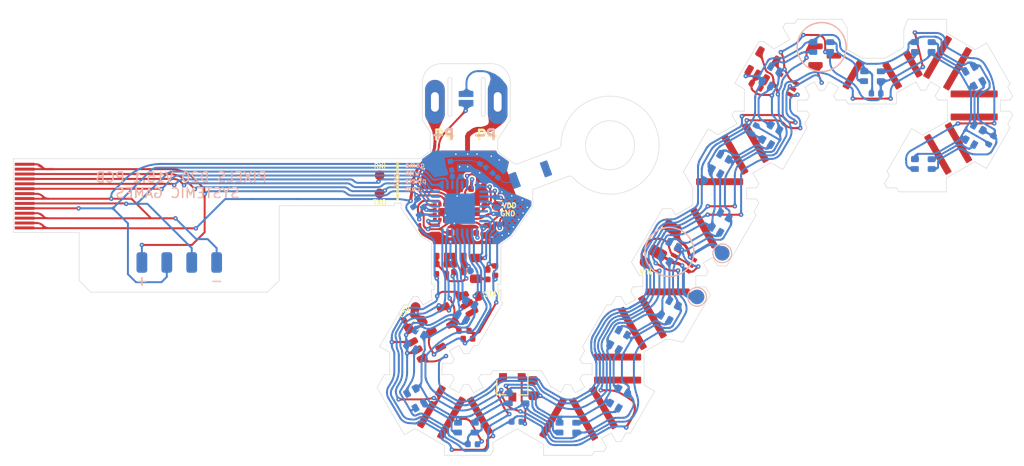
<source format=kicad_pcb>
(kicad_pcb (version 20211014) (generator pcbnew)
  (title_block (title "Pixels D20 Layout") (date "2022-08-26") (rev "13") (company "Systemic Games, LLC") (comment 1 "Flexible PCB, 0.13mm thickness"))
  (layers (0 "F.Cu" signal) (31 "B.Cu" signal) (34 "B.Paste" user) (35 "F.Paste" user) (36 "B.SilkS" user "B.Silkscreen") (37 "F.SilkS" user "F.Silkscreen") (38 "B.Mask" user) (39 "F.Mask" user) (44 "Edge.Cuts" user))
  (net 0 "")
  (net 1 "Net-(C1-Pad1)")
  (net 2 "GND")
  (net 3 "VDD")
  (net 4 "VDC")
  (net 5 "Net-(L1-Pad2)")
  (net 6 "Net-(L1-Pad1)")
  (net 7 "+5V")
  (net 8 "VEE")
  (net 9 "/LED_EN")
  (net 10 "Net-(C2-Pad2)")
  (net 11 "Net-(C3-Pad1)")
  (net 12 "Net-(C5-Pad2)")
  (net 13 "Net-(C7-Pad1)")
  (net 14 "+BATT")
  (net 15 "RXI")
  (net 16 "TXO")
  (net 17 "SWO")
  (net 18 "RESET")
  (net 19 "SWDCLK")
  (net 20 "SWDIO")
  (net 21 "Net-(R10-Pad1)")
  (net 22 "/BATT_NTC")
  (net 23 "/LED_DATA")
  (net 24 "/Power Supply/MAG1_")
  (net 25 "/Power Supply/LED_EN_OUT")
  (net 26 "/NTC_ID_VDD")
  (net 27 "/5V_SENSE")
  (net 28 "/VBAT_SENSE")
  (net 29 "/STATS")
  (net 30 "Net-(D10-Pad1)")
  (net 31 "/LEDs/LED_RETURN")
  (net 32 "Net-(R3-Pad1)")
  (net 33 "Net-(D2-Pad3)")
  (net 34 "Net-(D3-Pad3)")
  (net 35 "Net-(D4-Pad3)")
  (net 36 "Net-(D5-Pad3)")
  (net 37 "Net-(D6-Pad3)")
  (net 38 "Net-(D7-Pad3)")
  (net 39 "Net-(D8-Pad3)")
  (net 40 "Net-(D10-Pad3)")
  (net 41 "Net-(D11-Pad3)")
  (net 42 "Net-(D12-Pad3)")
  (net 43 "Net-(D13-Pad3)")
  (net 44 "Net-(D14-Pad3)")
  (net 45 "Net-(D15-Pad3)")
  (net 46 "Net-(D16-Pad3)")
  (net 47 "Net-(D17-Pad3)")
  (net 48 "Net-(D18-Pad3)")
  (net 49 "Net-(D19-Pad3)")
  (net 50 "Net-(D20-Pad3)")
  (net 51 "/SCL")
  (net 52 "/SDA")
  (net 53 "/ACC_INT")
  (net 54 "/PROG")
  (net 57 "Net-(C19-Pad2)")
  (net 58 "Net-(C19-Pad1)")
  (net 60 "/ANT_50")
  (net 61 "/ANT_NRF")
  (net 63 "/ANTENNA")
  (footprint "Pixels-dice:SOT-353_SC-70-5" (layer "F.Cu") (at 174.847276 75.695 150)
    (fp_text reference "U7")
    (fp_text value "74AHC1G08")
  )
  (footprint "Package_TO_SOT_SMD:SOT-23-5" (layer "F.Cu") (at 141.49 98.72 -150)
    (fp_text reference "U5")
    (fp_text value "MCP73832T-2ACI/OT")
  )
  (footprint "Package_TO_SOT_SMD:SOT-23" (layer "F.Cu") (at 178.91 72.78)
    (fp_text reference "U8")
    (fp_text value "TMR1366")
  )
  (footprint "Pixels-dice:SOT-23-5" (layer "F.Cu") (at 172.582724 73.797628 60)
    (fp_text reference "U6")
    (fp_text value "MT9700")
  )
  (footprint "Pixels-dice:R_0402_1005Metric" (layer "F.Cu") (at 171.91 75.85 150)
    (fp_text reference "R3")
    (fp_text value "10k 5%")
  )
  (footprint "Pixels-dice:C_0402_1005Metric" (layer "F.Cu") (at 144.118 85.446)
    (fp_text reference "C7")
    (fp_text value "100pF NP0 10V 5%")
  )
  (footprint "Inductor_SMD:L_0805_2012Metric" (layer "F.Cu") (at 143.34 94.49 -90)
    (fp_text reference "L1")
    (fp_text value "10uH 100mA 20%" hide)
  )
  (footprint "Pixels-dice:C_0402_1005Metric" (layer "F.Cu") (at 143.34 86.37 180)
    (fp_text reference "C5")
    (fp_text value "8pF 10V 10%")
  )
  (footprint "Pixels-dice:C_0402_1005Metric" (layer "F.Cu") (at 142.9 90.87 180)
    (fp_text reference "C3")
    (fp_text value "0.1uF 10V 20%")
  )
  (footprint "Pixels-dice:C_0402_1005Metric" (layer "F.Cu") (at 144.22 87.6 -90)
    (fp_text reference "C2")
    (fp_text value "8pF 10V 10%")
  )
  (footprint "Pixels-dice:C_0402_1005Metric" (layer "F.Cu") (at 141.19 90.86)
    (fp_text reference "C10")
    (fp_text value "0.1uF 10V 20%")
  )
  (footprint "Pixels-dice:C_0402_1005Metric" (layer "F.Cu") (at 142.54 101.67)
    (fp_text reference "C18")
    (fp_text value "4.7uF 10V 20%")
  )
  (footprint "Pixels-dice:SOT-23-5" (layer "F.Cu") (at 138.34 102.27 30)
    (fp_text reference "U4")
    (fp_text value "ME6215")
  )
  (footprint "Pixels-dice:C_0402_1005Metric" (layer "F.Cu") (at 144.47 90.6 -90)
    (fp_text reference "C4")
    (fp_text value "4.7uF 10V 20%")
  )
  (footprint "Pixels-dice:R_0402_1005Metric" (layer "F.Cu") (at 142.14 100.86)
    (fp_text reference "R6")
    (fp_text value "22k 1%")
  )
  (footprint "Pixels-dice:FPC_14" (layer "F.Cu") (at 97.33848 90.361234 90)
    (fp_text reference "J1")
    (fp_text value "Conn_01x14")
  )
  (footprint "Capacitor_SMD:C_0603_1608Metric" (layer "F.Cu") (at 149.18 106.71 90)
    (fp_text reference "C13")
    (fp_text value "4.7uF 25V 20%")
  )
  (footprint "Package_TO_SOT_SMD:SOT-363_SC-70-6" (layer "F.Cu") (at 164.41 93.67 -30)
    (fp_text reference "D1")
    (fp_text value "BAV99S")
  )
  (footprint "Capacitor_SMD:C_0603_1608Metric" (layer "F.Cu") (at 137.22 100.27 -150)
    (fp_text reference "C15" hide)
    (fp_text value "22uF 10V 20%")
  )
  (footprint "Inductor_SMD:L_0402_1005Metric" (layer "F.Cu") (at 144.53 95.13 90)
    (fp_text reference "L2")
    (fp_text value "15nH 100mA 5%")
  )
  (footprint "Pixels-dice:C_0402_1005Metric" (layer "F.Cu") (at 145.32 94.72 -90)
    (fp_text reference "C1")
    (fp_text value "4.7uF 10V 20%")
  )
  (footprint "Pixels-dice:C_0402_1005Metric" (layer "F.Cu") (at 141.62 93.22 180)
    (fp_text reference "C21")
    (fp_text value "10nF 25V 10%")
  )
  (footprint "Pixels-dice:R_0402_1005Metric" (layer "F.Cu") (at 139.85 95.07)
    (fp_text reference "R7")
    (fp_text value "4.02M 1%")
  )
  (footprint "Pixels-dice:R_0402_1005Metric" (layer "F.Cu") (at 141.609999 94.050003)
    (fp_text reference "R2")
    (fp_text value "4.02M 1%")
  )
  (footprint "Pixels-dice:R_0402_1005Metric" (layer "F.Cu") (at 139.88 93.22)
    (fp_text reference "R8")
    (fp_text value "10M 1%")
  )
  (footprint "Pixels-dice:R_0402_1005Metric" (layer "F.Cu") (at 141.61 94.87)
    (fp_text reference "R1")
    (fp_text value "4.02M 1%")
  )
  (footprint "Pixels-dice:C_0402_1005Metric" (layer "F.Cu") (at 139.86 94.05)
    (fp_text reference "C22")
    (fp_text value "10nF 25V 10%")
  )
  (footprint "Pixels-dice:Crystal_SMD_2016-4Pin_2.0x1.6mm" (layer "F.Cu") (at 142.8 88.01 90)
    (fp_text reference "Y1")
    (fp_text value "32MHz 40ppm")
  )
  (footprint "Package_LGA:LGA-12_2x2mm_P0.5mm" (layer "F.Cu") (at 139.93 88.75)
    (fp_text reference "U2")
    (fp_text value "KXTJ3-1057")
  )
  (footprint "Pixels-dice:SOT-23" (layer "F.Cu") (at 147.07 106.63 90)
    (fp_text reference "U3")
    (fp_text value "PJ75AL50SA")
  )
  (footprint "Capacitor_SMD:C_1206_3216Metric" (layer "F.Cu") (at 162.6125 91.617387 60)
    (fp_text reference "C19")
    (fp_text value "33nF 50V 5% NP0")
  )
  (footprint "Pixels-dice:TEST_PIN" (layer "F.Cu") (at 133.53 86.84)
    (fp_text reference "W2" hide)
    (fp_text value "TXO")
  )
  (footprint "Pixels-dice:TEST_PIN" (layer "F.Cu") (at 160.55 93.87)
    (fp_text reference "W16" hide)
    (fp_text value "VIN")
  )
  (footprint "Pixels-dice:R_0402_1005Metric" (layer "F.Cu") (at 136.48 99.52 -150)
    (fp_text reference "R4" hide)
    (fp_text value "100k 1%")
  )
  (footprint "Pixels-dice:TEST_PIN" (layer "F.Cu") (at 137.2 98.44)
    (fp_text reference "W15" hide)
    (fp_text value "+5V")
  )
  (footprint "Pixels-dice:TEST_PIN" (layer "F.Cu") (at 133.54 84.99)
    (fp_text reference "W1" hide)
    (fp_text value "RXI")
  )
  (footprint "Pixels-dice:TEST_PIN" (layer "F.Cu") (at 146.51 89.84)
    (fp_text reference "W19" hide)
    (fp_text value "GND")
  )
  (footprint "Pixels-dice:TEST_PIN" (layer "F.Cu") (at 145.46 88.12)
    (fp_text reference "W25" hide)
    (fp_text value "VDD")
  )
  (footprint "Pixels-dice:TEST_PIN" (layer "F.Cu") (at 143.64 97.31)
    (fp_text reference "W17" hide)
    (fp_text value "STAT")
  )
  (footprint "Pixels-dice:TX1812Z_2020" (layer "B.Cu") (at 142.38 110.74 -90)
    (fp_text reference "D5")
    (fp_text value "TX1812Z_2020")
  )
  (footprint "Pixels-dice:TX1812Z_2020" (layer "B.Cu") (at 137.198782 107.749711 -150)
    (fp_text reference "D4")
    (fp_text value "TX1812Z_2020")
  )
  (footprint "Pixels-dice:TX1812Z_2020" (layer "B.Cu") (at 147.56 107.76 -90)
    (fp_text reference "D6")
    (fp_text value "TX1812Z_2020")
  )
  (footprint "Pixels-dice:C_0402_1005Metric" (layer "B.Cu") (at 147.49 110.14)
    (fp_text reference "C16" hide)
    (fp_text value "10uF 6.3V 20%")
  )
  (footprint "Pixels-dice:TX1812Z_2020" (layer "B.Cu") (at 142.35 98.755 150)
    (fp_text reference "D2")
    (fp_text value "TX1812Z_2020")
  )
  (footprint "Pixels-dice:TX1812Z_2020" (layer "B.Cu") (at 152.728782 110.740289 -90)
    (fp_text reference "D7")
    (fp_text value "TX1812Z_2020")
  )
  (footprint "Pixels-dice:TX1812Z_2020" (layer "B.Cu") (at 173.428782 80.860289 -30)
    (fp_text reference "D14")
    (fp_text value "TX1812Z_2020")
  )
  (footprint "Pixels-dice:TX1812Z_2020" (layer "B.Cu") (at 168.258782 83.850289 -30)
    (fp_text reference "D13")
    (fp_text value "TX1812Z_2020")
  )
  (footprint "Pixels-dice:TX1812Z_2020" (layer "B.Cu") (at 168.258782 89.820289 -30)
    (fp_text reference "D12")
    (fp_text value "TX1812Z_2020")
  )
  (footprint "Pixels-dice:TX1812Z_2020" (layer "B.Cu") (at 157.908782 101.780289 -30)
    (fp_text reference "D9")
    (fp_text value "TX1812Z_2020")
  )
  (footprint "Pixels-dice:TX1812Z_2020" (layer "B.Cu") (at 157.898782 107.750289 -30)
    (fp_text reference "D8")
    (fp_text value "TX1812Z_2020")
  )
  (footprint "Pixels-dice:TX1812Z_2020" (layer "B.Cu") (at 178.608782 71.900289 -90)
    (fp_text reference "D16" hide)
    (fp_text value "TX1812Z_2020")
  )
  (footprint "Pixels-dice:TX1812Z_2020" (layer "B.Cu") (at 188.958782 71.899711 -90)
    (fp_text reference "D18")
    (fp_text value "TX1812Z_2020")
  )
  (footprint "Pixels-dice:TX1812Z_2020" (layer "B.Cu") (at 194.140289 80.868782 150)
    (fp_text reference "D20")
    (fp_text value "TX1812Z_2020")
  )
  (footprint "Pixels-dice:TX1812Z_2020" (layer "B.Cu") (at 188.959711 83.848782 90)
    (fp_text reference "D21")
    (fp_text value "TX1812Z_2020")
  )
  (footprint "Pixels-dice:TX1812Z_2020" (layer "B.Cu") (at 183.778782 74.880289 -90)
    (fp_text reference "D17")
    (fp_text value "TX1812Z_2020")
  )
  (footprint "Pixels-dice:TX1812Z_2020" (layer "B.Cu") (at 194.13 74.89 -150)
    (fp_text reference "D19")
    (fp_text value "TX1812Z_2020")
  )
  (footprint "TestPoint:TestPoint_Pad_D1.5mm" (layer "B.Cu") (at 168.47 92.95 150)
    (fp_text reference "P6" hide)
    (fp_text value "COILB")
  )
  (footprint "Pixels-dice:C_0402_1005Metric" (layer "B.Cu") (at 141.96 77.19 90)
    (fp_text reference "C6")
    (fp_text value "DNP")
  )
  (footprint "TestPoint:TestPoint_Pad_D1.5mm" (layer "B.Cu") (at 165.9 97.4 150)
    (fp_text reference "P5" hide)
    (fp_text value "COILA")
  )
  (footprint "Pixels-dice:TX1812Z_2020" (layer "B.Cu") (at 163.08 92.8 -30)
    (fp_text reference "D11")
    (fp_text value "TX1812Z_2020")
  )
  (footprint "Pixels-dice:C_0402_1005Metric" (layer "B.Cu") (at 171.67 80.31 60)
    (fp_text reference "C24" hide)
    (fp_text value "0.1uF 10V 20%")
  )
  (footprint "Pixels-dice:R_0402_1005Metric" (layer "B.Cu") (at 145.42 87.73 90)
    (fp_text reference "R10" hide)
    (fp_text value "100k 1%")
  )
  (footprint "Package_DFN_QFN:QFN-32-1EP_5x5mm_P0.5mm_EP3.1x3.1mm" (layer "B.Cu") (at 141.7 88.41 90)
    (fp_text reference "U1" hide)
    (fp_text value "N52810_QFN32")
  )
  (footprint "Pixels-dice:C_0402_1005Metric" (layer "B.Cu") (at 143.03 112.44 180)
    (fp_text reference "C23" hide)
    (fp_text value "0.1uF 10V 20%")
  )
  (footprint "Pixels-dice:TX1812Z_2020" (layer "B.Cu") (at 137.198782 101.780289 150)
    (fp_text reference "D3")
    (fp_text value "TX1812Z_2020")
  )
  (footprint "Pixels-dice:C_0402_1005Metric" (layer "B.Cu") (at 184.15 76.65)
    (fp_text reference "C9" hide)
    (fp_text value "10uF 6.3V 20%")
  )
  (footprint "Pixels-dice:FPC-POGO-4" (layer "B.Cu") (at 113.109999 93.890001)
    (fp_text reference "J2" hide)
    (fp_text value "Conn_01x04")
  )
  (footprint "Pixels-dice:R_0402_1005Metric" (layer "B.Cu") (at 146.58 88.76 90)
    (fp_text reference "R9" hide)
    (fp_text value "100k 1%")
  )
  (footprint "Pixels-dice:Hongjie 10100 Connector" (layer "B.Cu") (at 142.374557 77.5)
    (fp_text reference "J3")
    (fp_text value "Conn_01x02")
  )
  (footprint "Pixels-dice:TX1812Z_2020" (layer "B.Cu") (at 163.078782 98.790289 -30)
    (fp_text reference "D10")
    (fp_text value "TX1812Z_2020")
  )
  (footprint "Pixels-dice:TX1812Z_2020" (layer "B.Cu") (at 173.428782 74.890289 -30)
    (fp_text reference "D15")
    (fp_text value "TX1812Z_2020")
  )
  (footprint "Pixels-dice:C_0402_1005Metric" (layer "B.Cu") (at 195.88 81.42 -120)
    (fp_text reference "C25" hide)
    (fp_text value "0.1uF 10V 20%")
  )
  (footprint "Pixels-dice:R_0402_1005Metric" (layer "B.Cu") (at 137.29 88.62 -55)
    (fp_text reference "R12" hide)
    (fp_text value "2.7k 5%")
  )
  (footprint "Pixels-dice:R_0402_1005Metric" (layer "B.Cu") (at 137.7 87.83 -55)
    (fp_text reference "R16" hide)
    (fp_text value "2.7k 5%")
  )
  (footprint "Pixels-dice:TEST_PIN" (layer "B.Cu") (at 166.66 85.5)
    (fp_text reference "W5" hide)
    (fp_text value "LED_EN")
  )
  (footprint "Pixels-dice:TEST_PIN" (layer "B.Cu") (at 142.79 94.75)
    (fp_text reference "W13" hide)
    (fp_text value "5V_S")
  )
  (footprint "Pixels-dice:0402_RF" (layer "B.Cu") (at 144.721196 84.484936 -40)
    (fp_text reference "L3" hide)
    (fp_text value "1.8nH 5%")
  )
  (footprint "Pixels-dice:0402_RF" (layer "B.Cu") (at 141.391 85.113)
    (fp_text reference "C8" hide)
    (fp_text value "0.8pF 10V 5% C0G")
  )
  (footprint "Pixels-dice:0402_RF" (layer "B.Cu") (at 145.865331 84.872505 50)
    (fp_text reference "C11" hide)
    (fp_text value "DNP")
  )
  (footprint "Pixels-dice:CHIP_ANT" (layer "B.Cu") (at 147.304562 85.507007 110.2)
    (fp_text reference "AE1")
    (fp_text value "Antenna_Chip" hide)
  )
  (footprint "RFFrontEnd:MFH3.RECE.20369.001E.01" (layer "B.Cu") (at 139.7 83.76 100)
    (fp_text reference "J4" hide)
    (fp_text value "DNP" hide)
  )
  (footprint "Pixels-dice:0402_RF" (layer "B.Cu") (at 140.81 84.01 100)
    (fp_text reference "L5" hide)
    (fp_text value "3.9nH 5%")
  )
  (footprint "Pixels-dice:R_0402_1005Metric" (layer "B.Cu") (at 142.774557 77.18 90)
    (fp_text reference "TH1")
    (fp_text value "NTC 100k @ 25C")
  )
  (footprint "Pixels-dice:0402_RF" (layer "B.Cu") (at 143.964849 83.420717 65)
    (fp_text reference "C12")
    (fp_text value "0.5pF 10V 5% C0G")
  )
  (footprint "Pixels-dice:R_0402_1005Metric" (layer "B.Cu") (at 145.78 89.47 90)
    (fp_text reference "R5")
    (fp_text value "100k 1%")
  )
  (gr_circle (center 163.08 92.81) (end 165.58 92.81) (layer "B.SilkS") (width 0.15) (fill none))
  (gr_circle (center 178.6 71.9) (end 181.1 71.9) (layer "B.SilkS") (width 0.15) (fill none))
  (gr_circle (center 178.6 71.9) (end 181.1 71.9) (layer "B.SilkS") (width 0.05) (fill none))
  (gr_line (start 135.36 83.66) (end 135.36 87.48) (layer "F.SilkS") (width 0.25))
  (gr_line (start 137.9 79.394609) (end 138.7 80.58) (layer "Edge.Cuts") (width 0.05))
  (gr_line (start 145.597056 96.664191) (end 145.597056 96.101805) (layer "Edge.Cuts") (width 0.05))
  (gr_line (start 138.7 80.58) (end 138.7 82.55) (layer "Edge.Cuts") (width 0.05))
  (gr_line (start 138.81 91.833302) (end 138.81 96.101804) (layer "Edge.Cuts") (width 0.05))
  (gr_line (start 145.597056 96.101805) (end 145.906902 96.101805) (layer "Edge.Cuts") (width 0.05))
  (gr_line (start 135.74 88.38) (end 137.715599 91.201449) (layer "Edge.Cuts") (width 0.05))
  (gr_line (start 139.097057 96.101804) (end 139.097057 96.664191) (layer "Edge.Cuts") (width 0.05))
  (gr_line (start 138.81 96.101804) (end 139.097057 96.101804) (layer "Edge.Cuts") (width 0.05))
  (gr_line (start 145.906902 92.01) (end 146.984266 91.255621) (layer "Edge.Cuts") (width 0.05))
  (gr_line (start 145.906901 96.664191) (end 145.597056 96.664191) (layer "Edge.Cuts") (width 0.05))
  (gr_line (start 145.906902 96.101805) (end 145.906902 92.01) (layer "Edge.Cuts") (width 0.05))
  (gr_line (start 138.7 82.55) (end 137.64 83.3) (layer "Edge.Cuts") (width 0.05))
  (gr_line (start 139.097057 96.664191) (end 138.81 96.664191) (layer "Edge.Cuts") (width 0.05))
  (gr_line (start 136.05779 111.471273) (end 137.148632 110.841475) (layer "Edge.Cuts") (width 0.05))
  (gr_line (start 137.715599 91.201449) (end 138.809999 91.833301) (layer "Edge.Cuts") (width 0.05))
  (gr_arc (start 143.9 75.225) (mid 144.1 75.025) (end 144.3 75.225) (layer "Edge.Cuts") (width 0.05))
  (gr_arc (start 140.9 78.775) (mid 140.7 78.975) (end 140.5 78.775) (layer "Edge.Cuts") (width 0.05))
  (gr_arc (start 144.3 78.775) (mid 144.1 78.975) (end 143.9 78.775) (layer "Edge.Cuts") (width 0.05))
  (gr_line (start 137.64 83.3) (end 96.193208 83.3) (layer "Edge.Cuts") (width 0.05))
  (gr_line (start 96.193208 90.82) (end 96.193208 83.3) (layer "Edge.Cuts") (width 0.05))
  (gr_line (start 140.15 112.574315) (end 140.15 113.565418) (layer "Edge.Cuts") (width 0.05))
  (gr_line (start 172.673069 71.33539) (end 173.737706 72.080857) (layer "Edge.Cuts") (width 0.05))
  (gr_line (start 145.572276 81.343767) (end 146.85 79.39461) (layer "Edge.Cuts") (width 0.05))
  (gr_circle (center 157.024279 81.922102) (end 159.524279 81.922102) (layer "Edge.Cuts") (width 0.05) (fill none))
  (gr_line (start 153.865269 106.963071) (end 153.472489 107.189841) (layer "Edge.Cuts") (width 0.05))
  (gr_line (start 141.622201 102.339766) (end 142.1222 103.20579) (layer "Edge.Cuts") (width 0.05))
  (gr_line (start 186.97825 70.1046) (end 186.97825 71.93) (layer "Edge.Cuts") (width 0.05))
  (gr_line (start 177.265847 75.785157) (end 177.36064 75.730429) (layer "Edge.Cuts") (width 0.05))
  (gr_line (start 164.510809 84.618723) (end 165.459999 86.262767) (layer "Edge.Cuts") (width 0.05))
  (gr_line (start 188.698502 76.314953) (end 189.198502 76.314953) (layer "Edge.Cuts") (width 0.05))
  (gr_line (start 141.147057 105.760817) (end 140.897057 105.327804) (layer "Edge.Cuts") (width 0.05))
  (gr_line (start 142.622201 106.323817) (end 142.122201 106.323817) (layer "Edge.Cuts") (width 0.05))
  (gr_line (start 157.147633 111.303378) (end 157.647634 112.169405) (layer "Edge.Cuts") (width 0.05))
  (gr_line (start 138.81 96.664191) (end 138.81 97.48) (layer "Edge.Cuts") (width 0.05))
  (gr_line (start 137.148632 110.841475) (end 140.149999 112.574315) (layer "Edge.Cuts") (width 0.05))
  (gr_line (start 140.5 78.775) (end 140.5 75.225) (layer "Edge.Cuts") (width 0.05))
  (gr_line (start 179.740992 75.675698) (end 179.835785 75.730428) (layer "Edge.Cuts") (width 0.05))
  (gr_line (start 165.77278 95.801191) (end 165.77278 95.691733) (layer "Edge.Cuts") (width 0.05))
  (gr_line (start 146.984266 91.255621) (end 149.153481 88.134205) (layer "Edge.Cuts") (width 0.05))
  (gr_line (start 181.22 70.009815) (end 180.68 69.0732) (layer "Edge.Cuts") (width 0.05))
  (gr_line (start 175.362168 71.142974) (end 173.737707 72.080858) (layer "Edge.Cuts") (width 0.05))
  (gr_line (start 135.05 87.83) (end 135.05 88.09) (layer "Edge.Cuts") (width 0.05))
  (gr_line (start 122.099996 96.920001) (end 123.3 95.719997) (layer "Edge.Cuts") (width 0.05))
  (gr_line (start 159.122778 96.797203) (end 159.622778 97.66323) (layer "Edge.Cuts") (width 0.05))
  (gr_line (start 140.897057 104.201804) (end 141.147057 103.768791) (layer "Edge.Cuts") (width 0.05))
  (gr_line (start 134.04 105.33) (end 133.276062 106.653179) (layer "Edge.Cuts") (width 0.05))
  (gr_line (start 180.68 69.0732) (end 176.129153 69.073352) (layer "Edge.Cuts") (width 0.05))
  (gr_line (start 172.211188 71.33539) (end 169.742128 75.611929) (layer "Edge.Cuts") (width 0.05))
  (gr_line (start 189.698502 75.448929) (end 190.091281 75.6757) (layer "Edge.Cuts") (width 0.05))
  (gr_line (start 194.203941 83.602275) (end 195.403484 84.294832) (layer "Edge.Cuts") (width 0.05))
  (gr_line (start 123.3 88.09) (end 135.05 88.09) (layer "Edge.Cuts") (width 0.05))
  (gr_line (start 164.45 102.03) (end 167.245737 97.183384) (layer "Edge.Cuts") (width 0.05))
  (gr_line (start 144.3 75.225) (end 144.3 78.775) (layer "Edge.Cuts") (width 0.05))
  (gr_line (start 150.25 112.430743) (end 150.25 113.565418) (layer "Edge.Cuts") (width 0.05))
  (gr_arc (start 152.743564 85.102645) (mid 153.038303 85.086235) (end 153.290927 85.238936) (layer "Edge.Cuts") (width 0.05))
  (gr_line (start 177.455434 75.675698) (end 177.848211 75.448928) (layer "Edge.Cuts") (width 0.05))
  (gr_line (start 166.772779 96.364191) (end 165.772779 96.364191) (layer "Edge.Cuts") (width 0.05))
  (gr_line (start 172.673069 71.33539) (end 172.211188 71.33539) (layer "Edge.Cuts") (width 0.05))
  (gr_line (start 165.459999 88.023094) (end 163.695336 89.041922) (layer "Edge.Cuts") (width 0.05))
  (gr_line (start 187.776378 80.230144) (end 185.267563 84.575541) (layer "Edge.Cuts") (width 0.05))
  (gr_line (start 146.053139 98.063231) (end 145.822198 97.66323) (layer "Edge.Cuts") (width 0.05))
  (gr_line (start 195.422923 71.486765) (end 194.262083 72.156976) (layer "Edge.Cuts") (width 0.05))
  (gr_line (start 140.647056 102.902764) (end 141.039832 102.675995) (layer "Edge.Cuts") (width 0.05))
  (gr_line (start 166.915557 93.712382) (end 167.010351 93.657653) (layer "Edge.Cuts") (width 0.05))
  (gr_line (start 168.931067 94.242178) (end 171.914494 89.07473) (layer "Edge.Cuts") (width 0.05))
  (gr_line (start 141.622201 107.189842) (end 141.229423 106.963072) (layer "Edge.Cuts") (width 0.05))
  (gr_line (start 155.197634 104.201805) (end 155.197634 104.764804) (layer "Edge.Cuts") (width 0.05))
  (gr_line (start 169.473067 78.869978) (end 169.97336 79.736512) (layer "Edge.Cuts") (width 0.05))
  (gr_line (start 135.74 87.83) (end 135.05 87.83) (layer "Edge.Cuts") (width 0.05))
  (gr_line (start 188.924387 80.892947) (end 187.776378 80.230144) (layer "Edge.Cuts") (width 0.05))
  (gr_line (start 191.348503 70.47482) (end 191.348504 69.0698) (layer "Edge.Cuts") (width 0.05))
  (gr_line (start 102.9 95.720001) (end 104.1 96.920002) (layer "Edge.Cuts") (width 0.05))
  (gr_arc (start 152.026002 81.829669) (mid 161.713043 80.174832) (end 153.290927 85.238936) (layer "Edge.Cuts") (width 0.05))
  (gr_line (start 147.536772 110.864261) (end 150.25 112.430743) (layer "Edge.Cuts") (width 0.05))
  (gr_line (start 163.18464 101.74) (end 164.45 102.03) (layer "Edge.Cuts") (width 0.05))
  (gr_line (start 171.57578 84.763982) (end 173.409326 83.705384) (layer "Edge.Cuts") (width 0.05))
  (gr_line (start 160.372779 95.691733) (end 160.372779 95.80119) (layer "Edge.Cuts") (width 0.05))
  (gr_line (start 184.998502 85.841566) (end 185.248502 86.274579) (layer "Edge.Cuts") (width 0.05))
  (gr_line (start 197.573646 79.736004) (end 198.073647 78.869979) (layer "Edge.Cuts") (width 0.05))
  (gr_line (start 162.361968 88.396591) (end 159.216153 93.8453) (layer "Edge.Cuts") (width 0.05))
  (gr_line (start 156.422489 113.165418) (end 156.67249 112.732406) (layer "Edge.Cuts") (width 0.05))
  (gr_line (start 170.723069 78.436966) (end 169.723067 78.436966) (layer "Edge.Cuts") (width 0.05))
  (gr_line (start 167.497923 93.376151) (end 167.997923 94.242178) (layer "Edge.Cuts") (width 0.05))
  (gr_line (start 179.348212 75.448927) (end 179.740992 75.675698) (layer "Edge.Cuts") (width 0.05))
  (gr_line (start 158.147634 97.360203) (end 157.647634 97.360203) (layer "Edge.Cuts") (width 0.05))
  (gr_line (start 141.229424 102.566537) (end 141.622201 102.339766) (layer "Edge.Cuts") (width 0.05))
  (gr_line (start 196.823647 77.873967) (end 196.823647 77.310966) (layer "Edge.Cuts") (width 0.05))
  (gr_line (start 191.317561 86.674579) (end 191.317561 85.268728) (layer "Edge.Cuts") (width 0.05))
  (gr_line (start 159.040413 97.999459) (end 158.647634 98.226229) (layer "Edge.Cuts") (width 0.05))
  (gr_line (start 156.754856 111.530149) (end 157.147633 111.303378) (layer "Edge.Cuts") (width 0.05))
  (gr_line (start 170.723069 77.873967) (end 170.723069 78.436966) (layer "Edge.Cuts") (width 0.05))
  (gr_line (start 178.348213 76.314953) (end 178.848213 76.314953) (layer "Edge.Cuts") (width 0.05))
  (gr_line (start 157.647634 112.169406) (end 158.147634 112.169405) (layer "Edge.Cuts") (width 0.05))
  (gr_line (start 96.193208 90.82) (end 102.9 90.820001) (layer "Edge.Cuts") (width 0.05))
  (gr_line (start 176.123069 78.436965) (end 176.123069 77.873966) (layer "Edge.Cuts") (width 0.05))
  (gr_line (start 177.373068 78.869978) (end 177.123067 78.436965) (layer "Edge.Cuts") (width 0.05))
  (gr_line (start 170.947924 86.274579) (end 171.947922 86.274579) (layer "Edge.Cuts") (width 0.05))
  (gr_line (start 145.572276 82.342441) (end 145.572276 81.343767) (layer "Edge.Cuts") (width 0.05))
  (gr_line (start 154.216694 102.502767) (end 154.447635 102.902766) (layer "Edge.Cuts") (width 0.05))
  (gr_line (start 191.317561 85.268728) (end 194.203941 83.602275) (layer "Edge.Cuts") (width 0.05))
  (gr_line (start 156.565269 111.639609) (end 156.660062 111.584879) (layer "Edge.Cuts") (width 0.05))
  (gr_line (start 174.63475 84.412883) (end 177.104008 80.136004) (layer "Edge.Cuts") (width 0.05))
  (gr_line (start 161.578575 107.026842) (end 160.5 106.404127) (layer "Edge.Cuts") (width 0.05))
  (gr_line (start 137.9 79.394609) (end 137.9 75.45) (layer "Edge.Cuts") (width 0.05))
  (gr_line (start 170.947924 86.837578) (end 170.947924 86.274579) (layer "Edge.Cuts") (width 0.05))
  (gr_arc (start 145.783481 82.750605) (mid 145.628201 82.572229) (end 145.572276 82.342441) (layer "Edge.Cuts") (width 0.05))
  (gr_line (start 191.423647 77.873966) (end 191.423647 79.45) (layer "Edge.Cuts") (width 0.05))
  (gr_line (start 172.197922 85.841565) (end 171.57578 84.763982) (layer "Edge.Cuts") (width 0.05))
  (gr_line (start 138.434629 97.944729) (end 137.947058 98.226229) (layer "Edge.Cuts") (width 0.05))
  (gr_line (start 167.010351 93.657653) (end 167.105145 93.602923) (layer "Edge.Cuts") (width 0.05))
  (gr_line (start 196.823647 78.436966) (end 196.823647 77.873967) (layer "Edge.Cuts") (width 0.05))
  (gr_line (start 159.109515 111.303381) (end 161.578575 107.026842) (layer "Edge.Cuts") (width 0.05))
  (gr_line (start 160.5 103.021132) (end 162.718986 101.74) (layer "Edge.Cuts") (width 0.05))
  (gr_arc (start 152.026002 81.829669) (mid 151.934102 82.110181) (end 151.7 82.29) (layer "Edge.Cuts") (width 0.05))
  (gr_line (start 156.685754 98.226229) (end 154.216694 102.502767) (layer "Edge.Cuts") (width 0.05))
  (gr_line (start 194.262083 72.156976) (end 191.348503 70.47482) (layer "Edge.Cuts") (width 0.05))
  (gr_line (start 158.647634 98.226229) (end 158.147634 97.360203) (layer "Edge.Cuts") (width 0.05))
  (gr_line (start 190.173646 76.877953) (end 190.423646 77.310966) (layer "Edge.Cuts") (width 0.05))
  (gr_line (start 146.85 75.435758) (end 146.85 79.39461) (layer "Edge.Cuts") (width 0.05))
  (gr_line (start 176.123068 77.310968) (end 177.123067 77.310968) (layer "Edge.Cuts") (width 0.05))
  (gr_line (start 190.423646 77.310966) (end 191.423647 77.310967) (layer "Edge.Cuts") (width 0.05))
  (gr_line (start 171.697924 88.699616) (end 172.197923 87.833591) (layer "Edge.Cuts") (width 0.05))
  (gr_line (start 180.073357 77.310966) (end 181.073357 77.310966) (layer "Edge.Cuts") (width 0.05))
  (gr_line (start 189.198502 76.314953) (end 189.698502 75.448929) (layer "Edge.Cuts") (width 0.05))
  (gr_line (start 137.447057 97.360203) (end 136.947057 97.360203) (layer "Edge.Cuts") (width 0.05))
  (gr_line (start 154.197634 104.201804) (end 155.197634 104.201805) (layer "Edge.Cuts") (width 0.05))
  (gr_line (start 142.622201 103.205791) (end 143.1222 102.339766) (layer "Edge.Cuts") (width 0.05))
  (gr_line (start 171.914494 89.07473) (end 171.697924 88.699616) (layer "Edge.Cuts") (width 0.05))
  (gr_line (start 155.197634 105.327805) (end 154.197633 105.327804) (layer "Edge.Cuts") (width 0.05))
  (gr_line (start 143.584081 102.339766) (end 146.053139 98.063231) (layer "Edge.Cuts") (width 0.05))
  (gr_line (start 155.197634 104.764804) (end 155.197634 105.327805) (layer "Edge.Cuts") (width 0.05))
  (gr_line (start 139.897057 105.327804) (end 139.897057 104.874263) (layer "Edge.Cuts") (width 0.05))
  (gr_line (start 140.647056 106.626842) (end 141.147056 105.760817) (layer "Edge.Cuts") (width 0.05))
  (gr_line (start 175.898212 69.473352) (end 174.898213 69.473352) (layer "Edge.Cuts") (width 0.05))
  (gr_line (start 160.5 106.404127) (end 160.5 103.021132) (layer "Edge.Cuts") (width 0.05))
  (gr_line (start 186.97825 71.93) (end 185.049171 73.0498) (layer "Edge.Cuts") (width 0.05))
  (gr_line (start 169.742127 75.611929) (end 170.723068 76.178275) (layer "Edge.Cuts") (width 0.05))
  (gr_line (start 154.447635 102.902766) (end 153.947634 103.768791) (layer "Edge.Cuts") (width 0.05))
  (gr_line (start 150.25 113.565418) (end 155.19155 113.565418) (layer "Edge.Cuts") (width 0.05))
  (gr_line (start 191.423647 79.45) (end 188.924387 80.892947) (layer "Edge.Cuts") (width 0.05))
  (gr_line (start 138.91739 97.666004) (end 138.434629 97.944729) (layer "Edge.Cuts") (width 0.05))
  (gr_line (start 177.36064 75.730428) (end 177.455434 75.675699) (layer "Edge.Cuts") (width 0.05))
  (gr_line (start 167.105145 93.602923) (end 167.497923 93.376151) (layer "Edge.Cuts") (width 0.05))
  (gr_line (start 135.985176 98.226229) (end 133.531945 102.475349) (layer "Edge.Cuts") (width 0.05))
  (gr_line (start 190.091281 75.6757) (end 190.186074 75.730429) (layer "Edge.Cuts") (width 0.05))
  (gr_line (start 165.459999 86.262767) (end 165.459999 88.023094) (layer "Edge.Cuts") (width 0.05))
  (gr_line (start 156.660062 111.584879) (end 156.754856 111.530149) (layer "Edge.Cuts") (width 0.05))
  (gr_line (start 166.522779 93.939152) (end 166.915557 93.712382) (layer "Edge.Cuts") (width 0.05))
  (gr_line (start 177.123067 78.436965) (end 176.123069 78.436965) (layer "Edge.Cuts") (width 0.05))
  (gr_line (start 166.772779 95.238192) (end 167.02278 94.805178) (layer "Edge.Cuts") (width 0.05))
  (gr_line (start 196.823647 77.310966) (end 197.823646 77.310966) (layer "Edge.Cuts") (width 0.05))
  (gr_line (start 136.947057 97.360203) (end 136.447057 98.226229) (layer "Edge.Cuts") (width 0.05))
  (gr_line (start 185.267561 84.575541) (end 185.498503 84.975541) (layer "Edge.Cuts") (width 0.05))
  (gr_line (start 176.873068 79.736003) (end 177.373068 78.869978) (layer "Edge.Cuts") (width 0.05))
  (gr_line (start 173.409326 83.705384) (end 174.63475 84.412883) (layer "Edge.Cuts") (width 0.05))
  (gr_line (start 186.242417 77.710966) (end 186.242417 76.583245) (layer "Edge.Cuts") (width 0.05))
  (gr_line (start 181.22 72.16) (end 182.761143 73.0498) (layer "Edge.Cuts") (width 0.05))
  (gr_line (start 170.947923 87.400578) (end 170.947923 86.837578) (layer "Edge.Cuts") (width 0.05))
  (gr_line (start 153.947634 105.760816) (end 154.447634 106.626842) (layer "Edge.Cuts") (width 0.05))
  (gr_line (start 187.36175 69.0698) (end 186.97825 70.1046) (layer "Edge.Cuts") (width 0.05))
  (gr_line (start 139.897058 104.874263) (end 139.897058 104.764804) (layer "Edge.Cuts") (width 0.05))
  (gr_line (start 143.51498 106.963072) (end 143.122201 107.189843) (layer "Edge.Cuts") (width 0.05))
  (gr_line (start 139.897058 104.764804) (end 139.897058 104.655346) (layer "Edge.Cuts") (width 0.05))
  (gr_line (start 176.129153 69.073352) (end 175.898212 69.473352) (layer "Edge.Cuts") (width 0.05))
  (gr_line (start 168.047371 80.848482) (end 167.027512 80.259667) (layer "Edge.Cuts") (width 0.05))
  (gr_line (start 185.049171 73.0498) (end 182.761143 73.0498) (layer "Edge.Cuts") (width 0.05))
  (gr_line (start 139.75 73.6) (end 145 73.6) (layer "Edge.Cuts") (width 0.05))
  (gr_line (start 165.77278 95.91065) (end 165.77278 95.801191) (layer "Edge.Cuts") (width 0.05))
  (gr_line (start 141.229423 106.963072) (end 141.134629 106.908342) (layer "Edge.Cuts") (width 0.05))
  (gr_line (start 144.847345 105.327804) (end 143.847346 105.327804) (layer "Edge.Cuts") (width 0.05))
  (gr_line (start 135.74 88.38) (end 135.74 87.83) (layer "Edge.Cuts") (width 0.05))
  (gr_line (start 133.276062 106.653179) (end 136.05779 111.471273) (layer "Edge.Cuts") (width 0.05))
  (gr_line (start 163.322753 88.396591) (end 162.361968 88.396591) (layer "Edge.Cuts") (width 0.05))
  (gr_line (start 154.447634 106.626842) (end 154.054855 106.853613) (layer "Edge.Cuts") (width 0.05))
  (gr_line (start 158.147634 112.169405) (end 158.647634 111.303379) (layer "Edge.Cuts") (width 0.05))
  (gr_line (start 190.186074 75.730429) (end 190.280867 75.785158) (layer "Edge.Cuts") (width 0.05))
  (gr_line (start 145.078285 104.927805) (end 144.847345 105.327804) (layer "Edge.Cuts") (width 0.05))
  (gr_line (start 155.42249 113.165418) (end 156.422489 113.165418) (layer "Edge.Cuts") (width 0.05))
  (gr_line (start 165.77278 95.691733) (end 165.772778 95.238191) (layer "Edge.Cuts") (width 0.05))
  (gr_line (start 134.57 105.33) (end 134.04 105.33) (layer "Edge.Cuts") (width 0.05))
  (gr_line (start 171.947922 86.274579) (end 172.197922 85.841565) (layer "Edge.Cuts") (width 0.05))
  (gr_line (start 149.153481 88.134205) (end 149.153182 86.436927) (layer "Edge.Cuts") (width 0.05))
  (gr_line (start 174.898213 69.473351) (end 174.648212 69.906365) (layer "Edge.Cuts") (width 0.05))
  (gr_line (start 165.772779 96.364191) (end 165.77278 95.91065) (layer "Edge.Cuts") (width 0.05))
  (gr_line (start 145.1 113.117268) (end 145.1 112.271132) (layer "Edge.Cuts") (width 0.05))
  (gr_line (start 154.197633 105.327804) (end 153.947634 105.760816) (layer "Edge.Cuts") (width 0.05))
  (gr_line (start 197.823646 77.310966) (end 198.073646 76.877954) (layer "Edge.Cuts") (width 0.05))
  (gr_line (start 104.1 96.920002) (end 122.099996 96.920001) (layer "Edge.Cuts") (width 0.05))
  (gr_line (start 133.531945 102.475349) (end 134.57 103.07467) (layer "Edge.Cuts") (width 0.05))
  (gr_line (start 160.372779 95.910649) (end 160.372778 96.364191) (layer "Edge.Cuts") (width 0.05))
  (gr_line (start 138.81 97.48) (end 138.91739 97.666004) (layer "Edge.Cuts") (width 0.05))
  (gr_line (start 155.19155 113.565418) (end 155.42249 113.165418) (layer "Edge.Cuts") (width 0.05))
  (gr_line (start 197.804586 80.136003) (end 197.573646 79.736004) (layer "Edge.Cuts") (width 0.05))
  (gr_line (start 152.972489 106.323817) (end 152.472489 106.323817) (layer "Edge.Cuts") (width 0.05))
  (gr_line (start 163.18464 101.74) (end 162.718986 101.74) (layer "Edge.Cuts") (width 0.05))
  (gr_arc (start 137.9 75.45) (mid 138.464242 74.164242) (end 139.75 73.6) (layer "Edge.Cuts") (width 0.05))
  (gr_line (start 167.245737 97.183383) (end 166.772778 96.364193) (layer "Edge.Cuts") (width 0.05))
  (gr_line (start 197.573647 76.011927) (end 197.804586 75.611928) (layer "Edge.Cuts") (width 0.05))
  (gr_line (start 143.597345 105.760817) (end 144.097344 106.626841) (layer "Edge.Cuts") (width 0.05))
  (gr_arc (start 145 73.6) (mid 146.285024 74.155061) (end 146.85 75.435758) (layer "Edge.Cuts") (width 0.05))
  (gr_line (start 150.041877 104.927804) (end 145.078285 104.927804) (layer "Edge.Cuts") (width 0.05))
  (gr_line (start 156.67249 112.732406) (end 156.17249 111.866379) (layer "Edge.Cuts") (width 0.05))
  (gr_line (start 171.947923 87.400578) (end 170.947923 87.400578) (layer "Edge.Cuts") (width 0.05))
  (gr_line (start 153.960062 106.908342) (end 153.865269 106.963071) (layer "Edge.Cuts") (width 0.05))
  (gr_line (start 157.647634 97.360203) (end 157.147634 98.226229) (layer "Edge.Cuts") (width 0.05))
  (gr_line (start 152.472489 106.323817) (end 152.005266 107.13307) (layer "Edge.Cuts") (width 0.05))
  (gr_line (start 165.772778 95.238191) (end 166.772779 95.238192) (layer "Edge.Cuts") (width 0.05))
  (gr_arc (start 147.64 83.798522) (mid 147.401122 83.825512) (end 147.177258 83.737897) (layer "Edge.Cuts") (width 0.05))
  (gr_line (start 154.054855 106.853613) (end 153.960062 106.908342) (layer "Edge.Cuts") (width 0.05))
  (gr_line (start 141.134629 102.621266) (end 141.229421 102.566538) (layer "Edge.Cuts") (width 0.05))
  (gr_line (start 169.723067 78.436966) (end 169.473067 78.869978) (layer "Edge.Cuts") (width 0.05))
  (gr_line (start 143.1222 102.339766) (end 143.584081 102.339766) (layer "Edge.Cuts") (width 0.05))
  (gr_line (start 188.200654 75.452657) (end 188.698501 76.314953) (layer "Edge.Cuts") (width 0.05))
  (gr_line (start 181.073357 77.310966) (end 181.304297 77.710966) (layer "Edge.Cuts") (width 0.05))
  (gr_arc (start 140.5 75.225) (mid 140.7 75.025) (end 140.9 75.225) (layer "Edge.Cuts") (width 0.05))
  (gr_line (start 190.673646 76.011929) (end 190.173646 76.877953) (layer "Edge.Cuts") (width 0.05))
  (gr_line (start 159.23 97.89) (end 159.135205 97.944729) (layer "Edge.Cuts") (width 0.05))
  (gr_line (start 177.848212 75.448929) (end 178.348213 76.314953) (layer "Edge.Cuts") (width 0.05))
  (gr_line (start 139.897058 104.655346) (end 139.897058 104.201804) (layer "Edge.Cuts") (width 0.05))
  (gr_line (start 160.372779 95.24) (end 160.372779 95.691733) (layer "Edge.Cuts") (width 0.05))
  (gr_line (start 159.372779 96.364191) (end 159.122778 96.797203) (layer "Edge.Cuts") (width 0.05))
  (gr_line (start 143.609773 106.908342) (end 143.51498 106.96307) (layer "Edge.Cuts") (width 0.05))
  (gr_line (start 177.104008 80.136003) (end 176.873068 79.736003) (layer "Edge.Cuts") (width 0.05))
  (gr_line (start 123.3 95.719997) (end 123.3 88.09) (layer "Edge.Cuts") (width 0.05))
  (gr_line (start 181.304297 77.710966) (end 186.242417 77.710966) (layer "Edge.Cuts") (width 0.05))
  (gr_line (start 197.823646 78.436966) (end 196.823647 78.436966) (layer "Edge.Cuts") (width 0.05))
  (gr_line (start 163.695336 89.041922) (end 163.322753 88.396591) (layer "Edge.Cuts") (width 0.05))
  (gr_line (start 181.22 70.009815) (end 181.22 72.16) (layer "Edge.Cuts") (width 0.05))
  (gr_line (start 172.197923 87.833591) (end 171.947923 87.400578) (layer "Edge.Cuts") (width 0.05))
  (gr_line (start 141.039836 102.675996) (end 141.134627 102.621268) (layer "Edge.Cuts") (width 0.05))
  (gr_line (start 142.122201 106.323817) (end 141.622202 107.189842) (layer "Edge.Cuts") (width 0.05))
  (gr_line (start 143.847346 105.327804) (end 143.597345 105.760817) (layer "Edge.Cuts") (width 0.05))
  (gr_line (start 143.9 78.775) (end 143.9 75.225) (layer "Edge.Cuts") (width 0.05))
  (gr_line (start 186.248503 86.274579) (end 186.479443 86.674578) (layer "Edge.Cuts") (width 0.05))
  (gr_line (start 198.073646 78.869978) (end 197.823646 78.436966) (layer "Edge.Cuts") (width 0.05))
  (gr_line (start 176.873068 76.011927) (end 177.265846 75.785157) (layer "Edge.Cuts") (width 0.05))
  (gr_line (start 179.823357 76.877953) (end 180.073357 77.310966) (layer "Edge.Cuts") (width 0.05))
  (gr_line (start 190.280867 75.785158) (end 190.673646 76.011929) (layer "Edge.Cuts") (width 0.05))
  (gr_line (start 141.134629 106.908342) (end 141.039835 106.853613) (layer "Edge.Cuts") (width 0.05))
  (gr_line (start 150.969998 106.535358) (end 152.005265 107.13307) (layer "Edge.Cuts") (width 0.05))
  (gr_line (start 156.17249 111.866379) (end 156.565269 111.639609) (layer "Edge.Cuts") (width 0.05))
  (gr_line (start 191.348504 69.0698) (end 187.36175 69.0698) (layer "Edge.Cuts") (width 0.05))
  (gr_line (start 170.723068 76.178275) (end 170.723068 77.873967) (layer "Edge.Cuts") (width 0.05))
  (gr_line (start 153.472489 107.189841) (end 152.972489 106.323817) (layer "Edge.Cuts") (width 0.05))
  (gr_line (start 142.1222 103.205791) (end 142.622201 103.205791) (layer "Edge.Cuts") (width 0.05))
  (gr_line (start 143.704567 106.853613) (end 143.609774 106.908341) (layer "Edge.Cuts") (width 0.05))
  (gr_line (start 139.897058 104.201804) (end 140.897057 104.201804) (layer "Edge.Cuts") (width 0.05))
  (gr_line (start 102.9 90.820001) (end 102.9 95.720001) (layer "Edge.Cuts") (width 0.05))
  (gr_line (start 159.622778 97.66323) (end 159.23 97.89) (layer "Edge.Cuts") (width 0.05))
  (gr_line (start 145.1 112.271132) (end 147.536772 110.864261) (layer "Edge.Cuts") (width 0.05))
  (gr_line (start 167.027512 80.259667) (end 164.510811 84.618723) (layer "Edge.Cuts") (width 0.05))
  (gr_line (start 153.947634 103.768791) (end 154.197634 104.201804) (layer "Edge.Cuts") (width 0.05))
  (gr_line (start 177.123067 77.310968) (end 177.373068 76.877952) (layer "Edge.Cuts") (width 0.05))
  (gr_line (start 145.906901 97.516521) (end 145.906901 96.664191) (layer "Edge.Cuts") (width 0.05))
  (gr_line (start 149.153182 86.436927) (end 152.743564 85.102645) (layer "Edge.Cuts") (width 0.05))
  (gr_line (start 167.02278 94.805178) (end 166.522779 93.939152) (layer "Edge.Cuts") (width 0.05))
  (gr_line (start 134.57 103.07467) (end 134.57 105.33) (layer "Edge.Cuts") (width 0.05))
  (gr_line (start 185.248502 86.274579) (end 186.248503 86.274579) (layer "Edge.Cuts") (width 0.05))
  (gr_line (start 144.097344 106.626841) (end 143.704567 106.853611) (layer "Edge.Cuts") (width 0.05))
  (gr_line (start 158.647634 111.303379) (end 159.109515 111.303381) (layer "Edge.Cuts") (width 0.05))
  (gr_line (start 143.122201 107.189843) (end 142.622201 106.323817) (layer "Edge.Cuts") (width 0.05))
  (gr_line (start 159.135205 97.944729) (end 159.040413 97.999459) (layer "Edge.Cuts") (width 0.05))
  (gr_line (start 186.479443 86.674579) (end 191.317561 86.674579) (layer "Edge.Cuts") (width 0.05))
  (gr_line (start 159.216153 93.8453) (end 160.021384 95.24) (layer "Edge.Cuts") (width 0.05))
  (gr_line (start 198.073646 76.877954) (end 197.573647 76.011927) (layer "Edge.Cuts") (width 0.05))
  (gr_line (start 174.648212 69.906365) (end 175.362168 71.142974) (layer "Edge.Cuts") (width 0.05))
  (gr_line (start 197.804586 75.611928) (end 195.422923 71.486765) (layer "Edge.Cuts") (width 0.05))
  (gr_line (start 169.97336 79.736512) (end 168.047371 80.848482) (layer "Edge.Cuts") (width 0.05))
  (gr_line (start 178.848213 76.314953) (end 179.348212 75.448927) (layer "Edge.Cuts") (width 0.05))
  (gr_line (start 167.997923 94.242178) (end 168.497925 94.242178) (layer "Edge.Cuts") (width 0.05))
  (gr_line (start 151.7 82.29) (end 147.64 83.798522) (layer "Edge.Cuts") (width 0.05))
  (gr_line (start 176.123068 77.873966) (end 176.123068 77.310968) (layer "Edge.Cuts") (width 0.05))
  (gr_line (start 168.497925 94.242178) (end 168.931067 94.242178) (layer "Edge.Cuts") (width 0.05))
  (gr_line (start 136.447057 98.226229) (end 135.985176 98.226229) (layer "Edge.Cuts") (width 0.05))
  (gr_line (start 177.373068 76.877952) (end 176.873068 76.011927) (layer "Edge.Cuts") (width 0.05))
  (gr_line (start 145.822198 97.66323) (end 145.906901 97.516521) (layer "Edge.Cuts") (width 0.05))
  (gr_line (start 137.947058 98.226229) (end 137.447057 97.360203) (layer "Edge.Cuts") (width 0.05))
  (gr_line (start 186.242417 76.583245) (end 188.200654 75.452657) (layer "Edge.Cuts") (width 0.05))
  (gr_line (start 157.147634 98.226229) (end 156.685754 98.226229) (layer "Edge.Cuts") (width 0.05))
  (gr_line (start 140.9 75.225) (end 140.9 78.775) (layer "Edge.Cuts") (width 0.05))
  (gr_line (start 179.835785 75.730428) (end 180.323357 76.011928) (layer "Edge.Cuts") (width 0.05))
  (gr_line (start 185.498503 84.975541) (end 184.998502 85.841566) (layer "Edge.Cuts") (width 0.05))
  (gr_line (start 140.15 113.565418) (end 144.84126 113.565418) (layer "Edge.Cuts") (width 0.05))
  (gr_line (start 191.423647 77.310967) (end 191.423647 77.873966) (layer "Edge.Cuts") (width 0.05))
  (gr_line (start 140.897057 105.327804) (end 139.897057 105.327804) (layer "Edge.Cuts") (width 0.05))
  (gr_line (start 160.372779 95.80119) (end 160.372779 95.910649) (layer "Edge.Cuts") (width 0.05))
  (gr_line (start 141.147057 103.768791) (end 140.647056 102.902764) (layer "Edge.Cuts") (width 0.05))
  (gr_line (start 160.372778 96.364191) (end 159.372779 96.364191) (layer "Edge.Cuts") (width 0.05))
  (gr_line (start 141.039835 106.853613) (end 140.647056 106.626842) (layer "Edge.Cuts") (width 0.05))
  (gr_line (start 180.323357 76.011928) (end 179.823357 76.877953) (layer "Edge.Cuts") (width 0.05))
  (gr_line (start 160.021384 95.24) (end 160.372779 95.24) (layer "Edge.Cuts") (width 0.05))
  (gr_line (start 150.041877 104.927804) (end 150.969998 106.535358) (layer "Edge.Cuts") (width 0.05))
  (gr_line (start 195.403484 84.294832) (end 197.804585 80.136004) (layer "Edge.Cuts") (width 0.05))
  (gr_line (start 144.84126 113.565418) (end 145.1 113.117268) (layer "Edge.Cuts") (width 0.05))
  (gr_line (start 147.177258 83.737897) (end 145.783481 82.750605) (layer "Edge.Cuts") (width 0.05))
  (gr_text "P-" (at 144.27 80.85) (layer "B.SilkS") (effects (font (size 1 1) (thickness 0.25)) (justify mirror)))
  (gr_text "P+" (at 140 80.82) (layer "B.SilkS") (effects (font (size 1 1) (thickness 0.25)) (justify mirror)))
  (gr_text "PIXELS D20 V15.1 PCB\n SYSTEMIC GAMES" (at 113.31 86) (layer "B.SilkS") (effects (font (size 1 1)) (justify mirror)))
  (gr_text "game\nwith\npixels\n.com" (at 136.06 85.15) (layer "B.SilkS") (effects (font (size 0.5 0.5) (thickness 0.1)) (justify right mirror)))
  (gr_text "--CUT--" (at 135.32 85.51 90) (layer "B.SilkS") (effects (font (size 0.5 0.5) (thickness 0.1)) (justify mirror)))
  (gr_text "P+" (at 140.2 80.88) (layer "F.SilkS") (effects (font (size 1 1) (thickness 0.25))))
  (gr_text "P-" (at 144.56 80.9) (layer "F.SilkS") (effects (font (size 1 1) (thickness 0.25))))
  (segment (start 144.67 94.04) (end 145.32 94.24) (width 0.2) (layer "F.Cu") (net 1))
  (segment (start 144.67 94.04) (end 144.53 94.645) (width 0.2) (layer "F.Cu") (net 1))
  (via (at 144.67 94.04) (size 0.45) (drill 0.15) (layers "F.Cu" "B.Cu") (net 1))
  (segment (start 145.150623 90.65853) (end 145.141585 90.672054) (width 0.2) (layer "B.Cu") (net 1))
  (segment (start 145.167917 90.626176) (end 145.197102 90.555715) (width 0.2) (layer "B.Cu") (net 1))
  (segment (start 145.210414 90.511832) (end 145.214381 90.491891) (width 0.2) (layer "B.Cu") (net 1))
  (segment (start 144.880519 90.94941) (end 144.866399 90.970544) (width 0.2) (layer "B.Cu") (net 1))
  (segment (start 144.8051 91.103851) (end 144.839378 91.021096) (width 0.2) (layer "B.Cu") (net 1))
  (segment (start 145.210651 89.841138) (end 145.215033 89.863169) (width 0.2) (layer "B.Cu") (net 1))
  (segment (start 145.120128 89.626654) (end 145.104527 89.603307) (width 0.2) (layer "B.Cu") (net 1))
  (segment (start 144.486622 89.15) (end 144.137408 89.15) (width 0.2) (layer "B.Cu") (net 1))
  (segment (start 144.613508 89.174036) (end 144.683009 89.202824) (width 0.2) (layer "B.Cu") (net 1))
  (segment (start 144.546505 89.155897) (end 144.567441 89.160062) (width 0.2) (layer "B.Cu") (net 1))
  (segment (start 144.78 91.224283) (end 144.78 93.96) (width 0.2) (layer "B.Cu") (net 1))
  (segment (start 144.739663 89.235004) (end 144.725464 89.225516) (width 0.2) (layer "B.Cu") (net 1))
  (segment (start 145.22 90.434844) (end 145.22 89.913588) (width 0.2) (layer "B.Cu") (net 1))
  (segment (start 144.784493 91.178648) (end 144.788461 91.158704) (width 0.2) (layer "B.Cu") (net 1))
  (segment (start 145.157443 89.696464) (end 145.192267 89.780539) (width 0.2) (layer "B.Cu") (net 1))
  (segment (start 144.925974 90.894023) (end 145.112493 90.707503) (width 0.2) (layer "B.Cu") (net 1))
  (segment (start 144.769433 89.259435) (end 145.064354 89.554355) (width 0.2) (layer "B.Cu") (net 1))
  (arc (start 144.880519 90.94941) (mid 144.890849 90.934743) (end 144.901887 90.9206) (width 0.2) (layer "B.Cu") (net 1))
  (arc (start 144.8051 91.103851) (mid 144.799934 91.117241) (end 144.795433 91.130869) (width 0.2) (layer "B.Cu") (net 1))
  (arc (start 144.784493 91.178648) (mid 144.78253 91.18996) (end 144.781126 91.201355) (width 0.2) (layer "B.Cu") (net 1))
  (arc (start 144.925974 90.894023) (mid 144.913604 90.907015) (end 144.901887 90.9206) (width 0.2) (layer "B.Cu") (net 1))
  (arc (start 145.12791 90.690493) (mid 145.134974 90.681441) (end 145.141585 90.672054) (width 0.2) (layer "B.Cu") (net 1))
  (arc (start 145.192267 89.780539) (mid 145.197974 89.795332) (end 145.202948 89.810387) (width 0.2) (layer "B.Cu") (net 1))
  (arc (start 144.590818 89.165918) (mid 144.579201 89.162703) (end 144.567441 89.160062) (width 0.2) (layer "B.Cu") (net 1))
  (arc (start 145.210651 89.841138) (mid 145.207177 89.825668) (end 145.202948 89.810387) (width 0.2) (layer "B.Cu") (net 1))
  (arc (start 144.516709 89.151478) (mid 144.501683 89.150369) (end 144.486622 89.15) (width 0.2) (layer "B.Cu") (net 1))
  (arc (start 145.204836 90.534101) (mid 145.201234 90.545002) (end 145.197102 90.555715) (width 0.2) (layer "B.Cu") (net 1))
  (arc (start 145.12791 90.690493) (mid 145.12041 90.699187) (end 145.112493 90.707503) (width 0.2) (layer "B.Cu") (net 1))
  (arc (start 144.739663 89.235004) (mid 144.747546 89.240556) (end 144.755148 89.246488) (width 0.2) (layer "B.Cu") (net 1))
  (arc (start 145.218592 90.463506) (mid 145.216835 90.47775) (end 145.214381 90.491891) (width 0.2) (layer "B.Cu") (net 1))
  (arc (start 144.851647 90.995156) (mid 144.845194 91.007975) (end 144.839378 91.021096) (width 0.2) (layer "B.Cu") (net 1))
  (arc (start 144.516709 89.151478) (mid 144.531661 89.153321) (end 144.546505 89.155897) (width 0.2) (layer "B.Cu") (net 1))
  (arc (start 145.218592 90.463506) (mid 145.219647 90.449192) (end 145.22 90.434844) (width 0.2) (layer "B.Cu") (net 1))
  (arc (start 145.1405 89.660642) (mid 145.130731 89.643398) (end 145.120128 89.626654) (width 0.2) (layer "B.Cu") (net 1))
  (arc (start 144.704794 89.213127) (mid 144.715281 89.219067) (end 144.725464 89.225516) (width 0.2) (layer "B.Cu") (net 1))
  (arc (start 144.613508 89.174036) (mid 144.602262 89.169698) (end 144.590818 89.165918) (width 0.2) (layer "B.Cu") (net 1))
  (arc (start 145.085643 89.577844) (mid 145.095397 89.590343) (end 145.104527 89.603307) (width 0.2) (layer "B.Cu") (net 1))
  (arc (start 145.215033 89.863169) (mid 145.217202 89.875667) (end 145.218755 89.888257) (width 0.2) (layer "B.Cu") (net 1))
  (arc (start 145.204836 90.534101) (mid 145.207898 90.523035) (end 145.210414 90.511832) (width 0.2) (layer "B.Cu") (net 1))
  (arc (start 144.851647 90.995156) (mid 144.858721 90.982669) (end 144.866399 90.970544) (width 0.2) (layer "B.Cu") (net 1))
  (arc (start 145.085643 89.577844) (mid 145.075287 89.565838) (end 145.064354 89.554355) (width 0.2) (layer "B.Cu") (net 1))
  (arc (start 145.157443 89.696464) (mid 145.149411 89.678345) (end 145.1405 89.660642) (width 0.2) (layer "B.Cu") (net 1))
  (arc (start 144.788461 91.158704) (mid 144.791605 91.144701) (end 144.795433 91.130869) (width 0.2) (layer "B.Cu") (net 1))
  (arc (start 144.769433 89.259435) (mid 144.762449 89.252786) (end 144.755148 89.246488) (width 0.2) (layer "B.Cu") (net 1))
  (arc (start 144.781126 91.201355) (mid 144.780281 91.212805) (end 144.78 91.224283) (width 0.2) (layer "B.Cu") (net 1))
  (arc (start 145.22 89.913588) (mid 145.219688 89.900907) (end 145.218755 89.888257) (width 0.2) (layer "B.Cu") (net 1))
  (arc (start 145.160065 90.642778) (mid 145.155537 90.650769) (end 145.150623 90.65853) (width 0.2) (layer "B.Cu") (net 1))
  (arc (start 144.683009 89.202824) (mid 144.694028 89.207708) (end 144.704794 89.213127) (width 0.2) (layer "B.Cu") (net 1))
  (arc (start 145.167917 90.626176) (mid 145.164194 90.634573) (end 145.160065 90.642778) (width 0.2) (layer "B.Cu") (net 1))
  (segment (start 144.89193 80.227743) (end 144.814204 80.268204) (width 0.5) (layer "F.Cu") (net 2))
  (segment (start 99.085209 87.380616) (end 97.338479 87.380616) (width 0.2) (layer "F.Cu") (net 2))
  (segment (start 142.846871 100.991247) (end 142.65 100.86) (width 0.2) (layer "F.Cu") (net 2))
  (segment (start 108.238764 87.380616) (end 110.238765 89.380617) (width 0.2) (layer "F.Cu") (net 2))
  (segment (start 109.054331 89.380617) (end 110.238765 89.380617) (width 0.2) (layer "F.Cu") (net 2))
  (segment (start 174.575 72.71) (end 174.44 72.43) (width 0.2) (layer "F.Cu") (net 2))
  (segment (start 164.35 92.59) (end 163.912276 92.632083) (width 0.2) (layer "F.Cu") (net 2))
  (segment (start 171.589413 75.413768) (end 172.032724 74.750256) (width 0.2) (layer "F.Cu") (net 2))
  (segment (start 165.023862 94.773958) (end 164.907724 94.707917) (width 0.2) (layer "F.Cu") (net 2))
  (segment (start 148.413497 108.636503) (end 148.216748 108.443251) (width 0.2) (layer "F.Cu") (net 2))
  (segment (start 144.953486 80.185633) (end 144.973509 80.168073) (width 0.5) (layer "F.Cu") (net 2))
  (segment (start 142.5 81.08825) (end 142.5 83.06) (width 0.5) (layer "F.Cu") (net 2))
  (segment (start 165.305 94.84) (end 165.273602 94.84) (width 0.2) (layer "F.Cu") (net 2))
  (segment (start 176.72 70.67) (end 178.168246 70.67) (width 0.2) (layer "F.Cu") (net 2))
  (segment (start 172.495286 76.79) (end 173.530968 76.79) (width 0.2) (layer "F.Cu") (net 2))
  (segment (start 148.6 105.7825) (end 149.18 105.935) (width 0.2) (layer "F.Cu") (net 2))
  (segment (start 98.585209 86.880615) (end 97.338478 86.880618) (width 0.2) (layer "F.Cu") (net 2))
  (segment (start 143.75279 100.922594) (end 144.760022 99.1625) (width 0.2) (layer "F.Cu") (net 2))
  (segment (start 137.043794 103.011091) (end 137.387372 102.82) (width 0.2) (layer "F.Cu") (net 2))
  (segment (start 145.05194 98.645821) (end 144.790022 99.1025) (width 0.2) (layer "F.Cu") (net 2))
  (segment (start 145.319093 95.590308) (end 145.11 95.2) (width 0.2) (layer "F.Cu") (net 2))
  (segment (start 143.163081 80.410759) (end 143.133379 80.425406) (width 0.5) (layer "F.Cu") (net 2))
  (segment (start 166.02 94.3) (end 165.587738 94.724402) (width 0.2) (layer "F.Cu") (net 2))
  (segment (start 148.35 110.34) (end 148.413497 108.636503) (width 0.2) (layer "F.Cu") (net 2))
  (segment (start 143.503075 87.110628) (end 144.22 87.115) (width 0.2) (layer "F.Cu") (net 2))
  (segment (start 145.302857 98.19625) (end 145.425692 97.97) (width 0.2) (layer "F.Cu") (net 2))
  (segment (start 144.758363 80.289221) (end 144.737668 80.294285) (width 0.5) (layer "F.Cu") (net 2))
  (segment (start 172.397222 76.781599) (end 172.427057 76.785527) (width 0.2) (layer "F.Cu") (net 2))
  (segment (start 145.38 79.343985) (end 145.38 76.92528) (width 0.5) (layer "F.Cu") (net 2))
  (segment (start 145.351931 79.518111) (end 145.313958 79.638541) (width 0.5) (layer "F.Cu") (net 2))
  (segment (start 144.132027 86.43569) (end 143.82 86.37) (width 0.2) (layer "F.Cu") (net 2))
  (segment (start 140.560014 94.05) (end 140.734999 94.05) (width 0.2) (layer "F.Cu") (net 2))
  (segment (start 178.97 72.4) (end 179.91 72.78) (width 0.2) (layer "F.Cu") (net 2))
  (segment (start 140.538492 89.01) (end 140.69267 89.01) (width 0.2) (layer "F.Cu") (net 2))
  (segment (start 145.26734 79.747239) (end 145.28336 79.714752) (width 0.5) (layer "F.Cu") (net 2))
  (segment (start 97.33848 89.361235) (end 99.712595 89.361236) (width 0.2) (layer "F.Cu") (net 2))
  (segment (start 143.481357 101.08) (end 143.46 101.08) (width 0.2) (layer "F.Cu") (net 2))
  (segment (start 143.291988 87.395203) (end 143.189999 87.544999) (width 0.2) (layer "F.Cu") (net 2))
  (segment (start 143.482403 80.313455) (end 143.523318 80.307158) (width 0.5) (layer "F.Cu") (net 2))
  (segment (start 136.585406 103.134594) (end 136.340812 103.139188) (width 0.2) (layer "F.Cu") (net 2))
  (segment (start 141.130361 93.604972) (end 141.129697 93.660031) (width 0.2) (layer "F.Cu") (net 2))
  (segment (start 172.06171 76.685169) (end 172.096462 76.699564) (width 0.2) (layer "F.Cu") (net 2))
  (segment (start 140.348836 93.720063) (end 140.3475 93.835) (width 0.2) (layer "F.Cu") (net 2))
  (segment (start 142.586542 80.850175) (end 142.536336 80.94662) (width 0.5) (layer "F.Cu") (net 2))
  (segment (start 141.665 91.07) (end 141.67 90.86) (width 0.2) (layer "F.Cu") (net 2))
  (segment (start 144.263711 86.639176) (end 144.22 87.12) (width 0.2) (layer "F.Cu") (net 2))
  (segment (start 136.24 101.28) (end 136.394415 100.96875) (width 0.2) (layer "F.Cu") (net 2))
  (segment (start 99.792318 87.380616) (end 106.178761 87.380616) (width 0.2) (layer "F.Cu") (net 2))
  (segment (start 148.02 107.974217) (end 148.02 106.229713) (width 0.2) (layer "F.Cu") (net 2))
  (segment (start 141.69 87.879999) (end 141.671758 87.854917) (width 0.2) (layer "F.Cu") (net 2))
  (segment (start 175.216322 74.934337) (end 174.82 74.17) (width 0.2) (layer "F.Cu") (net 2))
  (segment (start 136.374852 100.356747) (end 136.038327 99.775) (width 0.2) (layer "F.Cu") (net 2))
  (segment (start 141.8 98.64) (end 142.442628 98.17) (width 0.2) (layer "F.Cu") (net 2))
  (segment (start 174.738852 73.299503) (end 174.82 74.17) (width 0.2) (layer "F.Cu") (net 2))
  (segment (start 145.370579 79.438133) (end 145.374987 79.409492) (width 0.5) (layer "F.Cu") (net 2))
  (segment (start 143.616899 80.3) (end 144.690279 80.3) (width 0.5) (layer "F.Cu") (net 2))
  (segment (start 172.024723 76.6643) (end 171.644587 76.384378) (width 0.2) (layer "F.Cu") (net 2))
  (segment (start 145.32 95.590133) (end 145.32 95.2) (width 0.2) (layer "F.Cu") (net 2))
  (segment (start 143.2314 101.224548) (end 143.02 101.67) (width 0.2) (layer "F.Cu") (net 2))
  (segment (start 142.506529 81.034089) (end 142.512316 81.010439) (width 0.5) (layer "F.Cu") (net 2))
  (segment (start 143.232759 80.382784) (end 143.368148 80.340096) (width 0.5) (layer "F.Cu") (net 2))
  (segment (start 171.449247 75.887998) (end 171.454163 75.812499) (width 0.2) (layer "F.Cu") (net 2))
  (segment (start 175.6875 75.428541) (end 175.995 75.607083) (width 0.2) (layer "F.Cu") (net 2))
  (segment (start 141.509498 91.426541) (end 141.469999 91.464999) (width 0.2) (layer "F.Cu") (net 2))
  (segment (start 106.178761 87.380616) (end 108.238764 87.380616) (width 0.2) (layer "F.Cu") (net 2))
  (segment (start 99.792318 87.380616) (end 99.085209 87.380616) (width 0.2) (layer "F.Cu") (net 2))
  (segment (start 99.413821 89.333825) (end 99.191233 89.111236) (width 0.2) (layer "F.Cu") (net 2))
  (segment (start 145.3209 95.590317) (end 145.53 95.2) (width 0.2) (layer "F.Cu") (net 2))
  (segment (start 110.238765 89.380617) (end 112.719383 89.380617) (width 0.2) (layer "F.Cu") (net 2))
  (segment (start 142.751824 88.029789) (end 142.818468 87.969946) (width 0.2) (layer "F.Cu") (net 2))
  (segment (start 142.3225 88.5875) (end 142.395 88.465) (width 0.2) (layer "F.Cu") (net 2))
  (segment (start 99.712595 89.380617) (end 109.054331 89.380617) (width 0.2) (layer "F.Cu") (net 2))
  (segment (start 140.283414 89.116585) (end 140.284999 89.114999) (width 0.2) (layer "F.Cu") (net 2))
  (segment (start 141.44 87.1) (end 141.573601 87.46151) (width 0.2) (layer "F.Cu") (net 2))
  (segment (start 141.955 88.1) (end 141.886909 88.059513) (width 0.2) (layer "F.Cu") (net 2))
  (segment (start 140.18 89.36625) (end 140.18 89.5125) (width 0.2) (layer "F.Cu") (net 2))
  (segment (start 178.955026 71.441713) (end 178.97 72.4) (width 0.2) (layer "F.Cu") (net 2))
  (segment (start 140.35375 93.52) (end 140.3575 93.42) (width 0.2) (layer "F.Cu") (net 2))
  (segment (start 142.186245 88.420205) (end 142.219415 88.570978) (width 0.2) (layer "F.Cu") (net 2))
  (segment (start 142.625042 80.793894) (end 142.645111 80.771011) (width 0.5) (layer "F.Cu") (net 2))
  (segment (start 143.14 101.08) (end 143.46 101.08) (width 0.2) (layer "F.Cu") (net 2))
  (segment (start 172.197629 76.733905) (end 172.313395 76.764924) (width 0.2) (layer "F.Cu") (net 2))
  (segment (start 140.56514 93.22) (end 140.75 93.22) (width 0.2) (layer "F.Cu") (net 2))
  (segment (start 145.215047 79.835574) (end 145.013336 80.123646) (width 0.5) (layer "F.Cu") (net 2))
  (segment (start 98.587681 88.861235) (end 97.338479 88.861236) (width 0.2) (layer "F.Cu") (net 2))
  (segment (start 143.052615 80.473218) (end 142.708578 80.714115) (width 0.5) (layer "F.Cu") (net 2))
  (via (at 141.8 98.64) (size 0.45) (drill 0.15) (layers "F.Cu" "B.Cu") (net 2))
  (via (at 147.18 90.27) (size 0.45) (drill 0.15) (layers "F.Cu" "B.Cu") (net 2))
  (via (at 136.340812 103.139188) (size 0.45) (drill 0.15) (layers "F.Cu" "B.Cu") (net 2))
  (via (at 141.69 84.12) (size 0.45) (drill 0.15) (layers "F.Cu" "B.Cu") (net 2))
  (via (at 147.01 87.09) (size 0.45) (drill 0.15) (layers "F.Cu" "B.Cu") (net 2))
  (via (at 148.589 88.253) (size 0.45) (drill 0.15) (layers "F.Cu" "B.Cu") (net 2))
  (via (at 147.72 89.5) (size 0.45) (drill 0.15) (layers "F.Cu" "B.Cu") (net 2))
  (via (at 148.08 87.51) (size 0.45) (drill 0.15) (layers "F.Cu" "B.Cu") (net 2))
  (via (at 164.35 92.59) (size 0.45) (drill 0.15) (layers "F.Cu" "B.Cu") (net 2))
  (via (at 142.51 82.83) (size 0.45) (drill 0.15) (layers "F.Cu" "B.Cu") (net 2))
  (via (at 143.46 82.82) (size 0.45) (drill 0.15) (layers "F.Cu" "B.Cu") (net 2))
  (via (at 166.02 94.3) (size 0.45) (drill 0.15) (layers "F.Cu" "B.Cu") (net 2))
  (via (at 178.97 72.4) (size 0.45) (drill 0.15) (layers "F.Cu" "B.Cu") (net 2))
  (via (at 142.51 84.11) (size 0.45) (drill 0.15) (layers "F.Cu" "B.Cu") (net 2))
  (via (at 146.69 90.94) (size 0.45) (drill 0.15) (layers "F.Cu" "B.Cu") (net 2))
  (via (at 141.31 82.83) (size 0.45) (drill 0.15) (layers "F.Cu" "B.Cu") (net 2))
  (via (at 173.53 76.84) (size 0.45) (drill 0.15) (layers "F.Cu" "B.Cu") (net 2))
  (via (at 148.17 88.84) (size 0.45) (drill 0.15) (layers "F.Cu" "B.Cu") (net 2))
  (via (at 144.917957 83.044711) (size 0.45) (drill 0.15) (layers "F.Cu" "B.Cu") (net 2))
  (via (at 145.34 95.6) (size 0.45) (drill 0.15) (layers "F.Cu" "B.Cu") (net 2))
  (via (at 174.44 72.43) (size 0.45) (drill 0.15) (layers "F.Cu" "B.Cu") (net 2))
  (via (at 140.25 89.07) (size 0.45) (drill 0.15) (layers "F.Cu" "B.Cu") (net 2))
  (via (at 141.44 87.1) (size 0.45) (drill 0.15) (layers "F.Cu" "B.Cu") (net 2))
  (via (at 176.72 70.67) (size 0.45) (drill 0.15) (layers "F.Cu" "B.Cu") (net 2))
  (via (at 174.82 74.17) (size 0.45) (drill 0.15) (layers "F.Cu" "B.Cu") (net 2))
  (via (at 141.15 89.89) (size 0.45) (drill 0.15) (layers "F.Cu" "B.Cu") (net 2))
  (via (at 140.77 93.64) (size 0.45) (drill 0.15) (layers "F.Cu" "B.Cu") (net 2))
  (via (at 145.425692 97.97) (size 0.45) (drill 0.15) (layers "F.Cu" "B.Cu") (net 2))
  (via (at 143.73 84.74) (size 0.45) (drill 0.15) (layers "F.Cu" "B.Cu") (net 2))
  (via (at 112.719383 89.380617) (size 0.45) (drill 0.15) (layers "F.Cu" "B.Cu") (net 2))
  (via (at 136.24 101.28) (size 0.45) (drill 0.15) (layers "F.Cu" "B.Cu") (net 2))
  (via (at 146 86.69) (size 0.45) (drill 0.15) (layers "F.Cu" "B.Cu") (net 2))
  (via (at 140.76 91.78) (size 0.45) (drill 0.15) (layers "F.Cu" "B.Cu") (net 2))
  (via (at 148.35 110.34) (size 0.45) (drill 0.15) (layers "F.Cu" "B.Cu") (net 2))
  (via (at 145.729423 83.425588) (size 0.45) (drill 0.15) (layers "F.Cu" "B.Cu") (net 2))
  (via (at 146.04 91.12) (size 0.45) (drill 0.15) (layers "F.Cu" "B.Cu") (net 2))
  (via (at 148.413497 108.636503) (size 0.45) (drill 0.15) (layers "F.Cu" "B.Cu") (net 2))
  (via (at 106.178761 87.380616) (size 0.45) (drill 0.15) (layers "F.Cu" "B.Cu") (net 2))
  (arc (start 142.3225 88.5875) (mid 142.265334 88.614324) (end 142.219415 88.570978) (width 0.2) (layer "F.Cu") (net 2))
  (arc (start 145.242881 79.792406) (mid 145.255542 79.770056) (end 145.26734 79.747239) (width 0.5) (layer "F.Cu") (net 2))
  (arc (start 145.242881 79.792406) (mid 145.229376 79.814255) (end 145.215047 79.835574) (width 0.5) (layer "F.Cu") (net 2))
  (arc (start 141.69 87.879999) (mid 141.779322 87.979773) (end 141.886909 88.059513) (width 0.2) (layer "F.Cu") (net 2))
  (arc (start 145.362783 79.478478) (mid 145.367066 79.45838) (end 145.370579 79.438133) (width 0.5) (layer "F.Cu") (net 2))
  (arc (start 144.235 86.51) (mid 144.259426 86.572349) (end 144.263711 86.639176) (width 0.2) (layer "F.Cu") (net 2))
  (arc (start 142.675136 80.740657) (mid 142.691458 80.726884) (end 142.708578 80.714115) (width 0.5) (layer "F.Cu") (net 2))
  (arc (start 148.216748 108.443251) (mid 148.071179 108.228531) (end 148.02 107.974217) (width 0.2) (layer "F.Cu") (net 2))
  (arc (start 143.189999 87.544999) (mid 143.017069 87.768695) (end 142.818468 87.969946) (width 0.2) (layer "F.Cu") (net 2))
  (arc (start 144.235 86.51) (mid 144.191386 86.461935) (end 144.132027 86.43569) (width 0.2) (layer "F.Cu") (net 2))
  (arc (start 144.923973 80.208537) (mid 144.939073 80.197528) (end 144.953486 80.185633) (width 0.5) (layer "F.Cu") (net 2))
  (arc (start 145.351931 79.518111) (mid 145.357735 79.498398) (end 145.362783 79.478478) (width 0.5) (layer "F.Cu") (net 2))
  (arc (start 99.191233 89.111236) (mid 98.914321 88.926208) (end 98.587681 88.861235) (width 0.2) (layer "F.Cu") (net 2))
  (arc (start 144.714146 80.298566) (mid 144.702234 80.299641) (end 144.690279 80.3) (width 0.5) (layer "F.Cu") (net 2))
  (arc (start 145.300115 79.677231) (mid 145.292096 79.696151) (end 145.28336 79.714752) (width 0.5) (layer "F.Cu") (net 2))
  (arc (start 136.585406 103.134594) (mid 136.822183 103.10099) (end 137.043794 103.011091) (width 0.2) (layer "F.Cu") (net 2))
  (arc (start 148.6 105.7825) (mid 148.200054 105.863516) (end 148.02 106.229713) (width 0.2) (layer "F.Cu") (net 2))
  (arc (start 178.72 70.895) (mid 178.891558 71.145123) (end 178.955026 71.441713) (width 0.2) (layer "F.Cu") (net 2))
  (arc (start 143.291988 87.395203) (mid 143.341682 87.306271) (end 143.375 87.21) (width 0.2) (layer "F.Cu") (net 2))
  (arc (start 141.509498 91.426541) (mid 141.622224 91.263524) (end 141.665 91.07) (width 0.2) (layer "F.Cu") (net 2))
  (arc (start 99.479999 89.361236) (mid 99.479998 89.361235) (end 99.479998 89.361235) (width 0.2) (layer "F.Cu") (net 2))
  (arc (start 143.2314 101.224548) (mid 143.22551 101.127101) (end 143.14 101.08) (width 0.2) (layer "F.Cu") (net 2))
  (arc (start 142.625042 80.793894) (mid 142.614167 80.807072) (end 142.604102 80.820879) (width 0.5) (layer "F.Cu") (net 2))
  (arc (start 144.973509 80.168073) (mid 144.984448 80.157883) (end 144.994757 80.147056) (width 0.5) (layer "F.Cu") (net 2))
  (arc (start 143.197386 80.395441) (mid 143.214951 80.388774) (end 143.232759 80.382784) (width 0.5) (layer "F.Cu") (net 2))
  (arc (start 172.096462 76.699564) (mid 172.121319 76.709387) (end 172.146484 76.718391) (width 0.2) (layer "F.Cu") (net 2))
  (arc (start 145.378745 79.376834) (mid 145.379686 79.360421) (end 145.38 79.343985) (width 0.5) (layer "F.Cu") (net 2))
  (arc (start 174.738852 73.299503) (mid 174.683251 72.997434) (end 174.575 72.71) (width 0.2) (layer "F.Cu") (net 2))
  (arc (start 99.479999 89.361236) (mid 99.444183 89.354112) (end 99.413821 89.333825) (width 0.2) (layer "F.Cu") (net 2))
  (arc (start 171.449247 75.887998) (mid 171.453689 76.028233) (end 171.485 76.165) (width 0.2) (layer "F.Cu") (net 2))
  (arc (start 172.022763 76.667523) (mid 172.042092 76.676664) (end 172.06171 76.685169) (width 0.2) (layer "F.Cu") (net 2))
  (arc (start 175.216322 74.934337) (mid 175.416686 75.215022) (end 175.6875 75.428541) (width 0.2) (layer "F.Cu") (net 2))
  (arc (start 143.092084 80.44777) (mid 143.112518 80.436194) (end 143.133379 80.425406) (width 0.5) (layer "F.Cu") (net 2))
  (arc (start 143.197386 80.395441) (mid 143.180087 80.402772) (end 143.163081 80.410759) (width 0.5) (layer "F.Cu") (net 2))
  (arc (start 143.569972 80.301792) (mid 143.546594 80.304029) (end 143.523318 80.307158) (width 0.5) (layer "F.Cu") (net 2))
  (arc (start 140.56514 93.22) (mid 140.420992 93.278131) (end 140.3575 93.42) (width 0.2) (layer "F.Cu") (net 2))
  (arc (start 144.923973 80.208537) (mid 144.908239 80.218621) (end 144.89193 80.227743) (width 0.5) (layer "F.Cu") (net 2))
  (arc (start 171.485 76.165) (mid 171.547813 76.287041) (end 171.644587 76.384378) (width 0.2) (layer "F.Cu") (net 2))
  (arc (start 143.503075 87.110628) (mid 143.421853 87.138166) (end 143.375 87.21) (width 0.2) (layer "F.Cu") (net 2))
  (arc (start 165.023862 94.773958) (mid 165.144439 94.82321) (end 165.273602 94.84) (width 0.2) (layer "F.Cu") (net 2))
  (arc (start 140.734999 94.05) (mid 141.012426 93.936065) (end 141.129697 93.660031) (width 0.2) (layer "F.Cu") (net 2))
  (arc (start 99.518765 89.361235) (mid 99.518764 89.361235) (end 99.518764 89.361235) (width 0.2) (layer "F.Cu") (net 2))
  (arc (start 140.284999 89.114999) (mid 140.401302 89.037288) (end 140.538492 89.01) (width 0.2) (layer "F.Cu") (net 2))
  (arc (start 143.2314 101.224548) (mid 143.324766 101.119168) (end 143.46 101.08) (width 0.2) (layer "F.Cu") (net 2))
  (arc (start 142.506529 81.034089) (mid 142.50368 81.047458) (end 142.501638 81.060974) (width 0.5) (layer "F.Cu") (net 2))
  (arc (start 141.61 87.665) (mid 141.625827 87.764853) (end 141.671758 87.854917) (width 0.2) (layer "F.Cu") (net 2))
  (arc (start 145.05194 98.645821) (mid 145.17871 98.421767) (end 145.302857 98.19625) (width 0.2) (layer "F.Cu") (net 2))
  (arc (start 142.846871 100.991247) (mid 142.986865 101.057325) (end 143.14 101.08) (width 0.2) (layer "F.Cu") (net 2))
  (arc (start 142.501638 81.060974) (mid 142.500409 81.074587) (end 142.5 81.08825) (width 0.5) (layer "F.Cu") (net 2))
  (arc (start 143.482403 80.313455) (mid 143.453479 80.318474) (end 143.424767 80.324594) (width 0.5) (layer "F.Cu") (net 2))
  (arc (start 140.348836 93.720063) (mid 140.350646 93.620015) (end 140.35375 93.52) (width 0.2) (layer "F.Cu") (net 2))
  (arc (start 145.378745 79.376834) (mid 145.377177 79.393198) (end 145.374987 79.409492) (width 0.5) (layer "F.Cu") (net 2))
  (arc (start 142.536336 80.94662) (mid 142.528905 80.962005) (end 142.52241 80.977808) (width 0.5) (layer "F.Cu") (net 2))
  (arc (start 143.368148 80.340096) (mid 143.396309 80.331804) (end 143.424767 80.324594) (width 0.5) (layer "F.Cu") (net 2))
  (arc (start 172.06171 76.685169) (mid 172.042584 76.675855) (end 172.024723 76.6643) (width 0.2) (layer "F.Cu") (net 2))
  (arc (start 144.786915 80.28039) (mid 144.800742 80.274706) (end 144.814204 80.268204) (width 0.5) (layer "F.Cu") (net 2))
  (arc (start 141.130361 93.604972) (mid 141.020591 93.333038) (end 140.75 93.22) (width 0.2) (layer "F.Cu") (net 2))
  (arc (start 142.675136 80.740657) (mid 142.659668 80.755383) (end 142.645111 80.771011) (width 0.5) (layer "F.Cu") (net 2))
  (arc (start 172.461098 76.78888) (mid 172.44405 76.787482) (end 172.427057 76.785527) (width 0.2) (layer "F.Cu") (net 2))
  (arc (start 143.092084 80.44777) (mid 143.072106 80.460117) (end 143.052615 80.473218) (width 0.5) (layer "F.Cu") (net 2))
  (arc (start 140.18 89.36625) (mid 140.206876 89.231132) (end 140.283414 89.116585) (width 0.2) (layer "F.Cu") (net 2))
  (arc (start 99.188764 87.130616) (mid 98.91185 86.945588) (end 98.585209 86.880615) (width 0.2) (layer "F.Cu") (net 2))
  (arc (start 141.573601 87.46151) (mid 141.600828 87.56164) (end 141.61 87.665) (width 0.2) (layer "F.Cu") (net 2))
  (arc (start 144.714146 80.298566) (mid 144.725971 80.296778) (end 144.737668 80.294285) (width 0.5) (layer "F.Cu") (net 2))
  (arc (start 145.313958 79.638541) (mid 145.307406 79.658018) (end 145.300115 79.677231) (width 0.5) (layer "F.Cu") (net 2))
  (arc (start 144.786915 80.28039) (mid 144.772771 80.285234) (end 144.758363 80.289221) (width 0.5) (layer "F.Cu") (net 2))
  (arc (start 145.013336 80.123646) (mid 145.004397 80.135629) (end 144.994757 80.147056) (width 0.5) (layer "F.Cu") (net 2))
  (arc (start 165.305 94.84) (mid 165.457728 94.809984) (end 165.587738 94.724402) (width 0.2) (layer "F.Cu") (net 2))
  (arc (start 172.313395 76.764924) (mid 172.334136 76.770119) (end 172.355036 76.774634) (width 0.2) (layer "F.Cu") (net 2))
  (arc (start 136.374852 100.356747) (mid 136.461545 100.66029) (end 136.394415 100.96875) (width 0.2) (layer "F.Cu") (net 2))
  (arc (start 171.589413 75.413768) (mid 171.495521 75.604224) (end 171.454163 75.812499) (width 0.2) (layer "F.Cu") (net 2))
  (arc (start 172.495286 76.79) (mid 172.478183 76.789719) (end 172.461098 76.78888) (width 0.2) (layer "F.Cu") (net 2))
  (arc (start 99.188764 87.130616) (mid 99.220509 87.290212) (end 99.085209 87.380616) (width 0.2) (layer "F.Cu") (net 2))
  (arc (start 142.751824 88.029789) (mid 142.556803 88.233777) (end 142.395 88.465) (width 0.2) (layer "F.Cu") (net 2))
  (arc (start 142.52241 80.977808) (mid 142.516873 80.993972) (end 142.512316 81.010439) (width 0.5) (layer "F.Cu") (net 2))
  (arc (start 172.022763 76.667523) (mid 172.025218 76.666808) (end 172.024723 76.6643) (width 0.2) (layer "F.Cu") (net 2))
  (arc (start 142.586542 80.850175) (mid 142.594882 80.835263) (end 142.604102 80.820879) (width 0.5) (layer "F.Cu") (net 2))
  (arc (start 178.72 70.895) (mid 178.466179 70.728412) (end 178.168246 70.67) (width 0.2) (layer "F.Cu") (net 2))
  (arc (start 141.955 88.1) (mid 142.103819 88.236128) (end 142.186245 88.420205) (width 0.2) (layer "F.Cu") (net 2))
  (arc (start 140.560014 94.05) (mid 140.408862 93.986875) (end 140.3475 93.835) (width 0.2) (layer "F.Cu") (net 2))
  (arc (start 143.616899 80.3) (mid 143.593418 80.300448) (end 143.569972 80.301792) (width 0.5) (layer "F.Cu") (net 2))
  (arc (start 172.197629 76.733905) (mid 172.171929 76.726566) (end 172.146484 76.718391) (width 0.2) (layer "F.Cu") (net 2))
  (arc (start 143.75279 100.922594) (mid 143.638242 101.037801) (end 143.481357 101.08) (width 0.2) (layer "F.Cu") (net 2))
  (arc (start 99.792318 87.380616) (mid 99.465676 87.315643) (end 99.188764 87.130616) (width 0.2) (layer "F.Cu") (net 2))
  (arc (start 172.397222 76.781599) (mid 172.376072 76.778462) (end 172.355036 76.774634) (width 0.2) (layer "F.Cu") (net 2))
  (segment (start 150.849518 110.787689) (end 150.849518 110.453449) (width 0.2) (layer "B.Cu") (net 2))
  (segment (start 159.083465 101.552246) (end 158.753424 101.361698) (width 0.2) (layer "B.Cu") (net 2))
  (segment (start 169.714024 83.583561) (end 171.857397 82.346084) (width 0.2) (layer "B.Cu") (net 2))
  (segment (start 172.539983 82.513638) (end 172.258891 82.351348) (width 0.2) (layer "B.Cu") (net 2))
  (segment (start 173.3845 82.612821) (end 172.900738 82.612821) (width 0.2) (layer "B.Cu") (net 2))
  (segment (start 169.438671 83.589478) (end 169.113424 83.401698) (width 0.2) (layer "B.Cu") (net 2))
  (segment (start 193.833952 76.560608) (end 193.833952 78.972484) (width 0.2) (layer "B.Cu") (net 2))
  (segment (start 192.51242 81.458685) (end 190.560195 82.585802) (width 0.2) (layer "B.Cu") (net 2))
  (segment (start 148.129652 110.232173) (end 148.132453 110.233791) (width 0.2) (layer "B.Cu") (net 2))
  (segment (start 193.59748 76.058933) (end 193.597649 76.059226) (width 0.2) (layer "B.Cu") (net 2))
  (segment (start 193.138194 80.491063) (end 193.138051 80.491308) (width 0.2) (layer "B.Cu") (net 2))
  (segment (start 193.607875 76.076937) (end 193.607904 76.076988) (width 0.2) (layer "B.Cu") (net 2))
  (segment (start 193.608701 76.078369) (end 193.608486 76.077998) (width 0.2) (layer "B.Cu") (net 2))
  (segment (start 174.403209 81.30294) (end 174.403225 81.302913) (width 0.2) (layer "B.Cu") (net 2))
  (segment (start 193.609651 76.080014) (end 193.609563 76.079861) (width 0.2) (layer "B.Cu") (net 2))
  (segment (start 174.315657 81.454577) (end 174.315803 81.454323) (width 0.2) (layer "B.Cu") (net 2))
  (segment (start 193.161165 80.451288) (end 193.161597 80.450537) (width 0.2) (layer "B.Cu") (net 2))
  (segment (start 193.138826 80.489972) (end 193.13899 80.489687) (width 0.2) (layer "B.Cu") (net 2))
  (segment (start 193.320255 80.175727) (end 193.320026 80.176124) (width 0.2) (layer "B.Cu") (net 2))
  (segment (start 193.342632 80.136968) (end 193.342522 80.13716) (width 0.2) (layer "B.Cu") (net 2))
  (segment (start 193.150064 80.470505) (end 193.149641 80.471238) (width 0.2) (layer "B.Cu") (net 2))
  (segment (start 193.608064 76.077265) (end 193.608049 76.07724) (width 0.2) (layer "B.Cu") (net 2))
  (segment (start 193.134258 80.497887) (end 193.134305 80.497805) (width 0.2) (layer "B.Cu") (net 2))
  (segment (start 174.40098 81.306795) (end 174.401413 81.306048) (width 0.2) (layer "B.Cu") (net 2))
  (segment (start 148.070829 110.198213) (end 148.072232 110.199023) (width 0.2) (layer "B.Cu") (net 2))
  (segment (start 193.136537 80.493938) (end 193.136479 80.494039) (width 0.2) (layer "B.Cu") (net 2))
  (segment (start 193.612931 76.085691) (end 193.612966 76.085751) (width 0.2) (layer "B.Cu") (net 2))
  (segment (start 165.163719 93.960831) (end 165.647001 94.235725) (width 0.2) (layer "B.Cu") (net 2))
  (segment (start 193.162227 80.449442) (end 193.162199 80.449492) (width 0.2) (layer "B.Cu") (net 2))
  (segment (start 140.448815 110.790611) (end 140.488981 110.860178) (width 0.2) (layer "B.Cu") (net 2))
  (segment (start 193.609828 76.080321) (end 193.609943 76.08052) (width 0.2) (layer "B.Cu") (net 2))
  (segment (start 148.174027 110.257792) (end 148.174464 110.258045) (width 0.2) (layer "B.Cu") (net 2))
  (segment (start 169.032607 89.187827) (end 169.030805 89.20151) (width 0.2) (layer "B.Cu") (net 2))
  (segment (start 174.383749 81.336642) (end 174.383648 81.336815) (width 0.2) (layer "B.Cu") (net 2))
  (segment (start 193.612361 76.084706) (end 193.612429 76.084824) (width 0.2) (layer "B.Cu") (net 2))
  (segment (start 193.598109 76.060022) (end 193.598162 76.060113) (width 0.2) (layer "B.Cu") (net 2))
  (segment (start 193.67334 76.190326) (end 193.673352 76.190347) (width 0.2) (layer "B.Cu") (net 2))
  (segment (start 174.402142 81.304785) (end 174.401909 81.305186) (width 0.2) (layer "B.Cu") (net 2))
  (segment (start 193.689177 76.217756) (end 193.689171 76.217745) (width 0.2) (layer "B.Cu") (net 2))
  (segment (start 174.386138 81.332501) (end 174.386283 81.33225) (width 0.2) (layer "B.Cu") (net 2))
  (segment (start 193.305478 80.201333) (end 193.305491 80.20131) (width 0.2) (layer "B.Cu") (net 2))
  (segment (start 148.052623 110.187701) (end 148.052972 110.187902) (width 0.2) (layer "B.Cu") (net 2))
  (segment (start 193.342106 80.137879) (end 193.342156 80.137794) (width 0.2) (layer "B.Cu") (net 2))
  (segment (start 193.162199 80.449492) (end 193.162142 80.449591) (width 0.2) (layer "B.Cu") (net 2))
  (segment (start 162.420716 100.550525) (end 162.329127 100.525984) (width 0.2) (layer "B.Cu") (net 2))
  (segment (start 193.677002 76.196671) (end 193.677054 76.196762) (width 0.2) (layer "B.Cu") (net 2))
  (segment (start 193.157245 80.458069) (end 193.157331 80.457921) (width 0.2) (layer "B.Cu") (net 2))
  (segment (start 188.344439 82.845169) (end 188.212337 82.921438) (width 0.2) (layer "B.Cu") (net 2))
  (segment (start 193.134399 80.497641) (end 193.134305 80.497805) (width 0.2) (layer "B.Cu") (net 2))
  (segment (start 148.192059 110.268204) (end 148.196086 110.270529) (width 0.2) (layer "B.Cu") (net 2))
  (segment (start 157.202824 109.814748) (end 157.165831 109.828377) (width 0.2) (layer "B.Cu") (net 2))
  (segment (start 174.391347 81.323481) (end 174.391808 81.322679) (width 0.2) (layer "B.Cu") (net 2))
  (segment (start 193.673289 76.190238) (end 193.673307 76.190269) (width 0.2) (layer "B.Cu") (net 2))
  (segment (start 193.675976 76.194893) (end 193.675906 76.194773) (width 0.2) (layer "B.Cu") (net 2))
  (segment (start 193.600224 76.063684) (end 193.600351 76.063905) (width 0.2) (layer "B.Cu") (net 2))
  (segment (start 193.335327 80.149623) (end 193.335415 80.14947) (width 0.2) (layer "B.Cu") (net 2))
  (segment (start 193.152107 80.466969) (end 193.152114 80.466957) (width 0.2) (layer "B.Cu") (net 2))
  (segment (start 193.680353 76.202477) (end 193.680321 76.202421) (width 0.2) (layer "B.Cu") (net 2))
  (segment (start 193.354607 80.116245) (end 193.354518 80.116397) (width 0.2) (layer "B.Cu") (net 2))
  (segment (start 193.679375 76.200782) (end 193.679595 76.201163) (width 0.2) (layer "B.Cu") (net 2))
  (segment (start 174.38973 81.326275) (end 174.389697 81.326334) (width 0.2) (layer "B.Cu") (net 2))
  (segment (start 174.400541 81.307552) (end 174.400531 81.307568) (width 0.2) (layer "B.Cu") (net 2))
  (segment (start 148.076868 110.201698) (end 148.077392 110.202001) (width 0.2) (layer "B.Cu") (net 2))
  (segment (start 150.854554 110.864543) (end 150.858979 110.898151) (width 0.2) (layer "B.Cu") (net 2))
  (segment (start 145.571364 75.944829) (end 145.574557 77.5) (width 0.2) (layer "B.Cu") (net 2))
  (segment (start 174.3102 81.464032) (end 174.31016 81.4641) (width 0.2) (layer "B.Cu") (net 2))
  (segment (start 158.32019 103.386692) (end 158.272675 103.564022) (width 0.2) (layer "B.Cu") (net 2))
  (segment (start 193.403885 80.416246) (end 193.373158 80.412201) (width 0.2) (layer "B.Cu") (net 2))
  (segment (start 174.387151 81.330743) (end 174.387501 81.330138) (width 0.2) (layer "B.Cu") (net 2))
  (segment (start 193.685339 76.211109) (end 193.685454 76.211308) (width 0.2) (layer "B.Cu") (net 2))
  (segment (start 193.596747 76.057664) (end 193.596691 76.057567) (width 0.2) (layer "B.Cu") (net 2))
  (segment (start 147.970262 110.140151) (end 147.97035 110.140202) (width 0.2) (layer "B.Cu") (net 2))
  (segment (start 168.775844 85.308789) (end 168.82019 85.143289) (width 0.2) (layer "B.Cu") (net 2))
  (segment (start 174.307361 81.468948) (end 174.307415 81.468856) (width 0.2) (layer "B.Cu") (net 2))
  (segment (start 193.606213 76.061934) (end 193.622946 76.074937) (width 0.2) (layer "B.Cu") (net 2))
  (segment (start 174.383897 81.336385) (end 174.383848 81.336471) (width 0.2) (layer "B.Cu") (net 2))
  (segment (start 148.075031 110.200639) (end 148.07643 110.201446) (width 0.2) (layer "B.Cu") (net 2))
  (segment (start 174.397448 81.312915) (end 174.397478 81.312862) (width 0.2) (layer "B.Cu") (net 2))
  (segment (start 193.310309 80.192955) (end 193.310234 80.193085) (width 0.2) (layer "B.Cu") (net 2))
  (segment (start 193.132076 80.501669) (end 193.132115 80.501603) (width 0.2) (layer "B.Cu") (net 2))
  (segment (start 193.306248 80.199997) (end 193.306203 80.200076) (width 0.2) (layer "B.Cu") (net 2))
  (segment (start 148.069431 110.197405) (end 148.070829 110.198213) (width 0.2) (layer "B.Cu") (net 2))
  (segment (start 148.072232 110.199023) (end 148.073632 110.199832) (width 0.2) (layer "B.Cu") (net 2))
  (segment (start 174.304009 81.464079) (end 174.306406 81.445873) (width 0.2) (layer "B.Cu") (net 2))
  (segment (start 174.396517 81.314521) (end 174.396638 81.314314) (width 0.2) (layer "B.Cu") (net 2))
  (segment (start 193.324961 80.167582) (end 193.32502 80.167479) (width 0.2) (layer "B.Cu") (net 2))
  (segment (start 193.169759 80.436397) (end 193.169769 80.43638) (width 0.2) (layer "B.Cu") (net 2))
  (segment (start 193.328989 80.160602) (end 193.328964 80.160644) (width 0.2) (layer "B.Cu") (net 2))
  (segment (start 193.598083 76.059977) (end 193.598109 76.060022) (width 0.2) (layer "B.Cu") (net 2))
  (segment (start 150.930471 111.16983) (end 150.940848 111.194884) (width 0.2) (layer "B.Cu") (net 2))
  (segment (start 174.311816 81.46123) (end 174.311766 81.461318) (width 0.2) (layer "B.Cu") (net 2))
  (segment (start 193.698918 76.234625) (end 193.784037 76.382055) (width 0.2) (layer "B.Cu") (net 2))
  (segment (start 169.359427 89.545429) (end 169.33405 89.501477) (width 0.2) (layer "B.Cu") (net 2))
  (segment (start 138.055602 109.390601) (end 138.018975 109.373051) (width 0.2) (layer "B.Cu") (net 2))
  (segment (start 174.306507 81.470422) (end 174.306454 81.470514) (width 0.2) (layer "B.Cu") (net 2))
  (segment (start 169.160337 88.602006) (end 169.172912 88.623563) (width 0.2) (layer "B.Cu") (net 2))
  (segment (start 193.317853 80.179886) (end 193.317749 80.180068) (width 0.2) (layer "B.Cu") (net 2))
  (segment (start 158.76405 106.369878) (end 158.408974 106.164877) (width 0.2) (layer "B.Cu") (net 2))
  (segment (start 193.132521 80.500897) (end 193.132544 80.500857) (width 0.2) (layer "B.Cu") (net 2))
  (segment (start 144.1375 88.66) (end 143.1 88.66) (width 0.2) (layer "B.Cu") (net 2))
  (segment (start 193.179381 80.419748) (end 193.185706 80.408793) (width 0.2) (layer "B.Cu") (net 2))
  (segment (start 193.347281 80.128915) (end 193.347334 80.128825) (width 0.2) (layer "B.Cu") (net 2))
  (segment (start 146.42 108.960189) (end 146.5855 108.915843) (width 0.2) (layer "B.Cu") (net 2))
  (segment (start 145.136761 95.447681) (end 145.131441 95.434444) (width 0.2) (layer "B.Cu") (net 2))
  (segment (start 148.077654 110.202152) (end 148.077392 110.202001) (width 0.2) (layer "B.Cu") (net 2))
  (segment (start 193.328964 80.160644) (end 193.328915 80.160729) (width 0.2) (layer "B.Cu") (net 2))
  (segment (start 193.154721 80.46244) (end 193.154689 80.462497) (width 0.2) (layer "B.Cu") (net 2))
  (segment (start 193.175499 80.426458) (end 193.175516 80.426429) (width 0.2) (layer "B.Cu") (net 2))
  (segment (start 185.6428 75.197141) (end 189.138219 73.193566) (width 0.2) (layer "B.Cu") (net 2))
  (segment (start 193.129133 80.506776) (end 193.129204 80.506653) (width 0.2) (layer "B.Cu") (net 2))
  (segment (start 142.103264 112.397144) (end 142.155439 112.411124) (width 0.2) (layer "B.Cu") (net 2))
  (segment (start 193.137295 80.492619) (end 193.137595 80.492099) (width 0.2) (layer "B.Cu") (net 2))
  (segment (start 193.60221 76.067125) (end 193.602151 76.067022) (width 0.2) (layer "B.Cu") (net 2))
  (segment (start 193.599902 76.063129) (end 193.599855 76.063047) (width 0.2) (layer "B.Cu") (net 2))
  (segment (start 182.4765 76.561) (end 182.491651 76.595722) (width 0.2) (layer "B.Cu") (net 2))
  (segment (start 148.15171 110.244908) (end 148.161425 110.250516) (width 0.2) (layer "B.Cu") (net 2))
  (segment (start 193.347396 80.128719) (end 193.347334 80.128825) (width 0.2) (layer "B.Cu") (net 2))
  (segment (start 168.264423 91.562821) (end 167.775611 91.562821) (width 0.2) (layer "B.Cu") (net 2))
  (segment (start 193.311184 80.19144) (end 193.311387 80.191089) (width 0.2) (layer "B.Cu") (net 2))
  (segment (start 193.17045 80.435203) (end 193.170437 80.435224) (width 0.2) (layer "B.Cu") (net 2))
  (segment (start 193.67733 76.197241) (end 193.677541 76.197606) (width 0.2) (layer "B.Cu") (net 2))
  (segment (start 148.214139 110.280953) (end 148.221302 110.285088) (width 0.2) (layer "B.Cu") (net 2))
  (segment (start 193.355608 80.411626) (end 193.355097 80.41166) (width 0.2) (layer "B.Cu") (net 2))
  (segment (start 174.256849 81.337009) (end 171.97574 80.020012) (width 0.2) (layer "B.Cu") (net 2))
  (segment (start 174.312548 81.459958) (end 174.312422 81.460177) (width 0.2) (layer "B.Cu") (net 2))
  (segment (start 140.526116 111.341726) (end 140.531551 111.36201) (width 0.2) (layer "B.Cu") (net 2))
  (segment (start 193.332185 80.155065) (end 193.332347 80.154783) (width 0.2) (layer "B.Cu") (net 2))
  (segment (start 193.601649 76.066154) (end 193.601722 76.06628) (width 0.2) (layer "B.Cu") (net 2))
  (segment (start 193.323686 80.16979) (end 193.323482 80.170145) (width 0.2) (layer "B.Cu") (net 2))
  (segment (start 193.332185 80.155065) (end 193.332023 80.155347) (width 0.2) (layer "B.Cu") (net 2))
  (segment (start 147.9777 110.144445) (end 147.97805 110.144647) (width 0.2) (layer "B.Cu") (net 2))
  (segment (start 193.609513 76.079775) (end 193.609279 76.079368) (width 0.2) (layer "B.Cu") (net 2))
  (segment (start 137.484447 109.380551) (end 137.501367 109.37371) (width 0.2) (layer "B.Cu") (net 2))
  (segment (start 193.135252 80.496164) (end 193.135289 80.4961) (width 0.2) (layer "B.Cu") (net 2))
  (segment (start 136.779914 109.189245) (end 136.618615 108.912224) (width 0.2) (layer "B.Cu") (net 2))
  (segment (start 193.149386 80.47168) (end 193.149343 80.471755) (width 0.2) (layer "B.Cu") (net 2))
  (segment (start 174.394978 81.31719) (end 174.394696 81.31768) (width 0.2) (layer "B.Cu") (net 2))
  (segment (start 143.400795 111.112363) (end 143.388179 111.114023) (width 0.2) (layer "B.Cu") (net 2))
  (segment (start 193.154004 80.463683) (end 193.153957 80.463764) (width 0.2) (layer "B.Cu") (net 2))
  (segment (start 193.306036 80.200362) (end 193.306101 80.200249) (width 0.2) (layer "B.Cu") (net 2))
  (segment (start 158.923219 106.597294) (end 158.918399 106.579308) (width 0.2) (layer "B.Cu") (net 2))
  (segment (start 193.352811 80.119341) (end 193.3528 80.119362) (width 0.2) (layer "B.Cu") (net 2))
  (segment (start 193.607641 76.076534) (end 193.607714 76.07666) (width 0.2) (layer "B.Cu") (net 2))
  (segment (start 148.054461 110.188762) (end 148.057788 110.190683) (width 0.2) (layer "B.Cu") (net 2))
  (segment (start 148.336429 110.351558) (end 148.333608 110.349929) (width 0.2) (layer "B.Cu") (net 2))
  (segment (start 193.349794 80.12456) (end 193.34973 80.124673) (width 0.2) (layer "B.Cu") (net 2))
  (segment (start 174.31896 81.448861) (end 174.31902 81.448759) (width 0.2) (layer "B.Cu") (net 2))
  (segment (start 147.97805 110.144647) (end 147.979101 110.145253) (width 0.2) (layer "B.Cu") (net 2))
  (segment (start 193.142217 80.484097) (end 193.142121 80.484264) (width 0.2) (layer "B.Cu") (net 2))
  (segment (start 173.731232 82.452478) (end 173.713795 82.469915) (width 0.2) (layer "B.Cu") (net 2))
  (segment (start 193.130205 80.504908) (end 193.130233 80.504858) (width 0.2) (layer "B.Cu") (net 2))
  (segment (start 193.688205 76.216074) (end 193.688395 76.216403) (width 0.2) (layer "B.Cu") (net 2))
  (segment (start 193.163241 80.447684) (end 193.162734 80.448563) (width 0.2) (layer "B.Cu") (net 2))
  (segment (start 193.611143 76.082598) (end 193.611228 76.082746) (width 0.2) (layer "B.Cu") (net 2))
  (segment (start 174.307465 81.468769) (end 174.307492 81.468721) (width 0.2) (layer "B.Cu") (net 2))
  (segment (start 193.689667 76.218604) (end 193.689654 76.218582) (width 0.2) (layer "B.Cu") (net 2))
  (segment (start 193.319786 80.176541) (end 193.319811 80.176499) (width 0.2) (layer "B.Cu") (net 2))
  (segment (start 159.146796 101.865357) (end 158.443906 103.082793) (width 0.2) (layer "B.Cu") (net 2))
  (segment (start 174.382142 81.339434) (end 174.38205 81.339595) (width 0.2) (layer "B.Cu") (net 2))
  (segment (start 148.126147 110.23015) (end 148.12685 110.230556) (width 0.2) (layer "B.Cu") (net 2))
  (segment (start 174.393492 81.319763) (end 174.393469 81.319802) (width 0.2) (layer "B.Cu") (net 2))
  (segment (start 174.312043 81.460834) (end 174.311942 81.461009) (width 0.2) (layer "B.Cu") (net 2))
  (segment (start 164.129751 98.463447) (end 164.11716 98.450856) (width 0.2) (layer "B.Cu") (net 2))
  (segment (start 147.97105 110.140606) (end 147.9714 110.140808) (width 0.2) (layer "B.Cu") (net 2))
  (segment (start 193.167108 80.44099) (end 193.167004 80.441171) (width 0.2) (layer "B.Cu") (net 2))
  (segment (start 163.45 95.111542) (end 163.45 96.703803) (width 0.2) (layer "B.Cu") (net 2))
  (segment (start 193.156172 80.459926) (end 193.156095 80.460061) (width 0.2) (layer "B.Cu") (net 2))
  (segment (start 147.971837 110.14106) (end 147.972362 110.141363) (width 0.2) (layer "B.Cu") (net 2))
  (segment (start 193.34505 80.132784) (end 193.344899 80.133048) (width 0.2) (layer "B.Cu") (net 2))
  (segment (start 145.13 95.046598) (end 145.13 95.426992) (width 0.2) (layer "B.Cu") (net 2))
  (segment (start 193.309234 80.194824) (end 193.309257 80.194782) (width 0.2) (layer "B.Cu") (net 2))
  (segment (start 193.712488 76.093899) (end 193.698234 76.095509) (width 0.2) (layer "B.Cu") (net 2))
  (segment (start 148.323074 110.343847) (end 148.328341 110.346888) (width 0.2) (layer "B.Cu") (net 2))
  (segment (start 174.398697 81.310748) (end 174.398639 81.310849) (width 0.2) (layer "B.Cu") (net 2))
  (segment (start 165.89 94.3) (end 166.02 94.3) (width 0.2) (layer "B.Cu") (net 2))
  (segment (start 193.354069 80.11717) (end 193.354158 80.117015) (width 0.2) (layer "B.Cu") (net 2))
  (segment (start 164.35 92.59) (end 163.938013 92.313878) (width 0.2) (layer "B.Cu") (net 2))
  (segment (start 147.983038 110.147526) (end 147.982949 110.147475) (width 0.2) (layer "B.Cu") (net 2))
  (segment (start 184.6298 76.441999) (end 184.629121 75.733916) (width 0.2) (layer "B.Cu") (net 2))
  (segment (start 193.337316 80.146178) (end 193.337258 80.146278) (width 0.2) (layer "B.Cu") (net 2))
  (segment (start 137.65633 100.05) (end 137.013963 100.05) (width 0.2) (layer "B.Cu") (net 2))
  (segment (start 193.338353 80.144386) (end 193.338215 80.144623) (width 0.2) (layer "B.Cu") (net 2))
  (segment (start 193.150266 80.470155) (end 193.150064 80.470505) (width 0.2) (layer "B.Cu") (net 2))
  (segment (start 158.925835 107.032433) (end 158.927787 107.022217) (width 0.2) (layer "B.Cu") (net 2))
  (segment (start 193.688205 76.216074) (end 193.688158 76.215992) (width 0.2) (layer "B.Cu") (net 2))
  (segment (start 176.72 70.67) (end 176.45 71.05) (width 0.2) (layer "B.Cu") (net 2))
  (segment (start 193.343746 80.135037) (end 193.343773 80.134991) (width 0.2) (layer "B.Cu") (net 2))
  (segment (start 193.159728 80.453778) (end 193.159723 80.453787) (width 0.2) (layer "B.Cu") (net 2))
  (segment (start 154.79691 111.142045) (end 154.827314 111.129451) (width 0.2) (layer "B.Cu") (net 2))
  (segment (start 193.142603 80.483428) (end 193.142457 80.483681) (width 0.2) (layer "B.Cu") (net 2))
  (segment (start 193.132204 80.501447) (end 193.132194 80.501466) (width 0.2) (layer "B.Cu") (net 2))
  (segment (start 193.70421 76.120858) (end 193.687466 76.1804) (width 0.2) (layer "B.Cu") (net 2))
  (segment (start 192.575036 81.411241) (end 192.613888 81.372389) (width 0.2) (layer "B.Cu") (net 2))
  (segment (start 193.349281 80.125454) (end 193.349245 80.125517) (width 0.2) (layer "B.Cu") (net 2))
  (segment (start 193.671996 76.187996) (end 193.672024 76.188045) (width 0.2) (layer "B.Cu") (net 2))
  (segment (start 193.307269 80.198224) (end 193.307293 80.198182) (width 0.2) (layer "B.Cu") (net 2))
  (segment (start 193.593954 76.052823) (end 193.593963 76.052839) (width 0.2) (layer "B.Cu") (net 2))
  (segment (start 174.302655 81.477103) (end 174.302544 81.477296) (width 0.2) (layer "B.Cu") (net 2))
  (segment (start 157.481403 109.754849) (end 157.549908 109.749907) (width 0.2) (layer "B.Cu") (net 2))
  (segment (start 193.140018 80.487911) (end 193.139974 80.487985) (width 0.2) (layer "B.Cu") (net 2))
  (segment (start 193.160026 80.45326) (end 193.159944 80.453399) (width 0.2) (layer "B.Cu") (net 2))
  (segment (start 193.691719 76.222156) (end 193.6917 76.222124) (width 0.2) (layer "B.Cu") (net 2))
  (segment (start 193.595095 76.054802) (end 193.595064 76.054748) (width 0.2) (layer "B.Cu") (net 2))
  (segment (start 174.307254 81.469132) (end 174.3072 81.469224) (width 0.2) (layer "B.Cu") (net 2))
  (segment (start 147.9714 110.140808) (end 147.97175 110.14101) (width 0.2) (layer "B.Cu") (net 2))
  (segment (start 193.175037 80.427261) (end 193.175047 80.427243) (width 0.2) (layer "B.Cu") (net 2))
  (segment (start 193.154489 80.462843) (end 193.154503 80.462818) (width 0.2) (layer "B.Cu") (net 2))
  (segment (start 193.691719 76.222156) (end 193.698918 76.234625) (width 0.2) (layer "B.Cu") (net 2))
  (segment (start 193.604339 76.070813) (end 193.604243 76.070646) (width 0.2) (layer "B.Cu") (net 2))
  (segment (start 193.602434 76.067513) (end 193.60233 76.067332) (width 0.2) (layer "B.Cu") (net 2))
  (segment (start 193.604999 76.071957) (end 193.60485 76.071699) (width 0.2) (layer "B.Cu") (net 2))
  (segment (start 147.977349 110.144242) (end 147.977174 110.144141) (width 0.2) (layer "B.Cu") (net 2))
  (segment (start 167.179784 91.340682) (end 167.122968 91.340682) (width 0.2) (layer "B.Cu") (net 2))
  (segment (start 193.145536 80.478349) (end 193.145364 80.478648) (width 0.2) (layer "B.Cu") (net 2))
  (segment (start 193.13539 80.495925) (end 193.135363 80.495972) (width 0.2) (layer "B.Cu") (net 2))
  (segment (start 193.684716 76.210033) (end 193.684663 76.209942) (width 0.2) (layer "B.Cu") (net 2))
  (segment (start 193.61349 76.086661) (end 193.613529 76.086729) (width 0.2) (layer "B.Cu") (net 2))
  (segment (start 193.599 76.061566) (end 193.599031 76.06162) (width 0.2) (layer "B.Cu") (net 2))
  (segment (start 193.688063 76.215828) (end 193.688158 76.215992) (width 0.2) (layer "B.Cu") (net 2))
  (segment (start 193.378797 80.36473) (end 193.379337 80.360624) (width 0.2) (layer "B.Cu") (net 2))
  (segment (start 174.309881 81.464581) (end 174.309808 81.464707) (width 0.2) (layer "B.Cu") (net 2))
  (segment (start 193.163937 80.446477) (end 193.163505 80.447226) (width 0.2) (layer "B.Cu") (net 2))
  (segment (start 174.397545 81.312746) (end 174.397538 81.312759) (width 0.2) (layer "B.Cu") (net 2))
  (segment (start 136.935297 109.419885) (end 136.943348 109.42711) (width 0.2) (layer "B.Cu") (net 2))
  (segment (start 193.597171 76.058396) (end 193.597157 76.058372) (width 0.2) (layer "B.Cu") (net 2))
  (segment (start 158.93 106.998839) (end 158.93 106.648797) (width 0.2) (layer "B.Cu") (net 2))
  (segment (start 193.16014 80.453062) (end 193.160215 80.452933) (width 0.2) (layer "B.Cu") (net 2))
  (segment (start 148.082034 110.204681) (end 148.083784 110.205692) (width 0.2) (layer "B.Cu") (net 2))
  (segment (start 193.30898 80.195266) (end 193.307715 80.197459) (width 0.2) (layer "B.Cu") (net 2))
  (segment (start 193.677857 76.198153) (end 193.677922 76.198266) (width 0.2) (layer "B.Cu") (net 2))
  (segment (start 143.945522 110.479434) (end 143.950429 110.46112) (width 0.2) (layer "B.Cu") (net 2))
  (segment (start 193.604679 76.071403) (end 193.60485 76.071699) (width 0.2) (layer "B.Cu") (net 2))
  (segment (start 193.597978 76.059796) (end 193.598083 76.059977) (width 0.2) (layer "B.Cu") (net 2))
  (segment (start 147.976822 110.143938) (end 147.97656 110.143787) (width 0.2) (layer "B.Cu") (net 2))
  (segment (start 138.008555 100.122792) (end 138.194961 100.22235) (width 0.2) (layer "B.Cu") (net 2))
  (segment (start 193.326403 80.165079) (end 193.326393 80.165097) (width 0.2) (layer "B.Cu") (net 2))
  (segment (start 192.867205 81.115263) (end 193.282276 81.354904) (width 0.2) (layer "B.Cu") (net 2))
  (segment (start 144.108968 110.242724) (end 146.116101 109.083905) (width 0.2) (layer "B.Cu") (net 2))
  (segment (start 147.996952 110.155559) (end 147.997041 110.155611) (width 0.2) (layer "B.Cu") (net 2))
  (segment (start 193.131847 80.502065) (end 193.131866 80.502032) (width 0.2) (layer "B.Cu") (net 2))
  (segment (start 193.143609 80.481687) (end 193.143518 80.481846) (width 0.2) (layer "B.Cu") (net 2))
  (segment (start 193.332023 80.155347) (end 193.331942 80.155488) (width 0.2) (layer "B.Cu") (net 2))
  (segment (start 193.676376 76.195585) (end 193.676358 76.195554) (width 0.2) (layer "B.Cu") (net 2))
  (segment (start 193.612284 76.084572) (end 193.612301 76.084602) (width 0.2) (layer "B.Cu") (net 2))
  (segment (start 147.976036 110.143484) (end 147.975598 110.143232) (width 0.2) (layer "B.Cu") (net 2))
  (segment (start 193.309447 80.194452) (end 193.309518 80.194328) (width 0.2) (layer "B.Cu") (net 2))
  (segment (start 148.133152 110.234195) (end 148.137353 110.23662) (width 0.2) (layer "B.Cu") (net 2))
  (segment (start 154.570495 111.209042) (end 154.708404 111.17209) (width 0.2) (layer "B.Cu") (net 2))
  (segment (start 141.45054 85.678461) (end 141.45027 85.678731) (width 0.2) (layer "B.Cu") (net 2))
  (segment (start 135.972972 106.440472) (end 135.605 107.06) (width 0.2) (layer "B.Cu") (net 2))
  (segment (start 193.606284 76.07418) (end 193.606293 76.074197) (width 0.2) (layer "B.Cu") (net 2))
  (segment (start 193.162579 80.448832) (end 193.162383 80.449173) (width 0.2) (layer "B.Cu") (net 2))
  (segment (start 148.178667 110.260472) (end 148.180068 110.261281) (width 0.2) (layer "B.Cu") (net 2))
  (segment (start 147.994505 110.154146) (end 147.994154 110.153944) (width 0.2) (layer "B.Cu") (net 2))
  (segment (start 106.379469 86.612219) (end 107.669274 85.322415) (width 0.2) (layer "B.Cu") (net 2))
  (segment (start 193.339181 80.142946) (end 193.339262 80.142805) (width 0.2) (layer "B.Cu") (net 2))
  (segment (start 161.791426 100.272041) (end 161.683462 100.272041) (width 0.2) (layer "B.Cu") (net 2))
  (segment (start 140.512352 110.923761) (end 140.506917 110.903478) (width 0.2) (layer "B.Cu") (net 2))
  (segment (start 174.312954 81.459257) (end 174.312548 81.459958) (width 0.2) (layer "B.Cu") (net 2))
  (segment (start 193.139887 80.488134) (end 193.1398 80.488283) (width 0.2) (layer "B.Cu") (net 2))
  (segment (start 193.680124 76.20208) (end 193.68019 76.202194) (width 0.2) (layer "B.Cu") (net 2))
  (segment (start 193.304241 80.203481) (end 193.304225 80.203509) (width 0.2) (layer "B.Cu") (net 2))
  (segment (start 174.314742 81.456164) (end 174.314852 81.455972) (width 0.2) (layer "B.Cu") (net 2))
  (segment (start 193.155459 80.461166) (end 193.155224 80.46157) (width 0.2) (layer "B.Cu") (net 2))
  (segment (start 193.163492 80.447249) (end 193.163241 80.447684) (width 0.2) (layer "B.Cu") (net 2))
  (segment (start 159.341042 101.578056) (end 159.216393 101.756102) (width 0.2) (layer "B.Cu") (net 2))
  (segment (start 193.689907 76.219022) (end 193.689913 76.219032) (width 0.2) (layer "B.Cu") (net 2))
  (segment (start 193.154448 80.462917) (end 193.154462 80.462892) (width 0.2) (layer "B.Cu") (net 2))
  (segment (start 193.684017 76.208821) (end 193.684003 76.208797) (width 0.2) (layer "B.Cu") (net 2))
  (segment (start 174.304364 81.474138) (end 174.30397 81.474824) (width 0.2) (layer "B.Cu") (net 2))
  (segment (start 193.325906 80.165943) (end 193.325493 80.166656) (width 0.2) (layer "B.Cu") (net 2))
  (segment (start 193.351058 80.122375) (end 193.351103 80.122299) (width 0.2) (layer "B.Cu") (net 2))
  (segment (start 193.342685 80.136875) (end 193.342712 80.136829) (width 0.2) (layer "B.Cu") (net 2))
  (segment (start 174.387151 81.330743) (end 174.386894 81.33119) (width 0.2) (layer "B.Cu") (net 2))
  (segment (start 174.82 74.17) (end 174.286795 74.404167) (width 0.2) (layer "B.Cu") (net 2))
  (segment (start 193.134647 80.497215) (end 193.134594 80.497305) (width 0.2) (layer "B.Cu") (net 2))
  (segment (start 148.021816 110.169913) (end 148.022165 110.170116) (width 0.2) (layer "B.Cu") (net 2))
  (segment (start 193.675098 76.193372) (end 193.675072 76.193327) (width 0.2) (layer "B.Cu") (net 2))
  (segment (start 193.348164 80.127391) (end 193.348008 80.127661) (width 0.2) (layer "B.Cu") (net 2))
  (segment (start 147.976036 110.143484) (end 147.97656 110.143787) (width 0.2) (layer "B.Cu") (net 2))
  (segment (start 193.601649 76.066154) (end 193.601631 76.066123) (width 0.2) (layer "B.Cu") (net 2))
  (segment (start 145.134979 94.996034) (end 145.139374 94.97394) (width 0.2) (layer "B.Cu") (net 2))
  (segment (start 174.304697 81.473561) (end 174.304561 81.473796) (width 0.2) (layer "B.Cu") (net 2))
  (segment (start 193.335765 80.14886) (end 193.336092 80.148294) (width 0.2) (layer "B.Cu") (net 2))
  (segment (start 193.32819 80.161989) (end 193.328207 80.161961) (width 0.2) (layer "B.Cu") (net 2))
  (segment (start 193.593444 76.051937) (end 193.593481 76.052002) (width 0.2) (layer "B.Cu") (net 2))
  (segment (start 193.353486 80.118177) (end 193.353518 80.118121) (width 0.2) (layer "B.Cu") (net 2))
  (segment (start 174.397387 81.313018) (end 174.397357 81.313069) (width 0.2) (layer "B.Cu") (net 2))
  (segment (start 188.381778 82.827674) (end 188.37013 82.832499) (width 0.2) (layer "B.Cu") (net 2))
  (segment (start 111.26769 83.831902) (end 138.460925 83.831903) (width 0.2) (layer "B.Cu") (net 2))
  (segment (start 167.27267 91.364361) (end 167.466971 91.476541) (width 0.2) (layer "B.Cu") (net 2))
  (segment (start 148.005006 110.160209) (end 148.003607 110.159402) (width 0.2) (layer "B.Cu") (net 2))
  (segment (start 193.141305 80.485684) (end 193.141324 80.485649) (width 0.2) (layer "B.Cu") (net 2))
  (segment (start 174.310663 81.463226) (end 174.310651 81.463246) (width 0.2) (layer "B.Cu") (net 2))
  (segment (start 135.670434 107.283791) (end 136.618615 108.912224) (width 0.2) (layer "B.Cu") (net 2))
  (segment (start 174.312954 81.459257) (end 174.313186 81.458859) (width 0.2) (layer "B.Cu") (net 2))
  (segment (start 174.307546 81.468626) (end 174.3076 81.468531) (width 0.2) (layer "B.Cu") (net 2))
  (segment (start 151.591154 111.818844) (end 151.575115 111.817442) (width 0.2) (layer "B.Cu") (net 2))
  (segment (start 193.141482 80.485373) (end 193.141605 80.485159) (width 0.2) (layer "B.Cu") (net 2))
  (segment (start 193.329563 80.159606) (end 193.329437 80.159825) (width 0.2) (layer "B.Cu") (net 2))
  (segment (start 147.990651 110.151922) (end 147.992403 110.152933) (width 0.2) (layer "B.Cu") (net 2))
  (segment (start 174.311246 81.462217) (end 174.311189 81.462315) (width 0.2) (layer "B.Cu") (net 2))
  (segment (start 193.31911 80.177713) (end 193.319612 80.17684) (width 0.2) (layer "B.Cu") (net 2))
  (segment (start 148.083872 110.205742) (end 148.083784 110.205692) (width 0.2) (layer "B.Cu") (net 2))
  (segment (start 145.515019 94.384177) (end 145.511503 94.401852) (width 0.2) (layer "B.Cu") (net 2))
  (segment (start 145.250283 95.548733) (end 145.166938 95.501107) (width 0.2) (layer "B.Cu") (net 2))
  (segment (start 192.375715 74.232557) (end 192.409846 74.258746) (width 0.2) (layer "B.Cu") (net 2))
  (segment (start 174.318575 81.449529) (end 174.318633 81.449427) (width 0.2) (layer "B.Cu") (net 2))
  (segment (start 151.103234 111.484205) (end 150.9681 111.250146) (width 0.2) (layer "B.Cu") (net 2))
  (segment (start 147.992403 110.152933) (end 147.994154 110.153944) (width 0.2) (layer "B.Cu") (net 2))
  (segment (start 193.597399 76.058792) (end 193.59748 76.058933) (width 0.2) (layer "B.Cu") (net 2))
  (segment (start 142.583183 111.671551) (end 142.644991 111.564495) (width 0.2) (layer "B.Cu") (net 2))
  (segment (start 193.676411 76.195646) (end 193.676429 76.195677) (width 0.2) (layer "B.Cu") (net 2))
  (segment (start 148.021465 110.16971) (end 148.019977 110.168852) (width 0.2) (layer "B.Cu") (net 2))
  (segment (start 193.142674 80.483308) (end 193.142659 80.483333) (width 0.2) (layer "B.Cu") (net 2))
  (segment (start 116 91.5) (end 114.838766 91.5) (width 0.2) (layer "B.Cu") (net 2))
  (segment (start 116.919999 92.419999) (end 116 91.5) (width 0.2) (layer "B.Cu") (net 2))
  (segment (start 193.596958 76.058027) (end 193.596938 76.057992) (width 0.2) (layer "B.Cu") (net 2))
  (segment (start 193.305853 80.200678) (end 193.305905 80.200589) (width 0.2) (layer "B.Cu") (net 2))
  (segment (start 148.221302 110.285088) (end 148.228465 110.289223) (width 0.2) (layer "B.Cu") (net 2))
  (segment (start 159.339972 101.577183) (end 159.308421 101.61053) (width 0.2) (layer "B.Cu") (net 2))
  (segment (start 148.413497 108.636503) (end 148.660756 108.910397) (width 0.2) (layer "B.Cu") (net 2))
  (segment (start 193.679987 76.201843) (end 193.680014 76.20189) (width 0.2) (layer "B.Cu") (net 2))
  (segment (start 139.195119 100.025513) (end 140.21515 99.436597) (width 0.2) (layer "B.Cu") (net 2))
  (segment (start 174.318484 81.449686) (end 174.318514 81.449634) (width 0.2) (layer "B.Cu") (net 2))
  (segment (start 140.52 110.981846) (end 140.52 111.295259) (width 0.2) (layer "B.Cu") (net 2))
  (segment (start 193.349155 80.125674) (end 193.349119 80.125737) (width 0.2) (layer "B.Cu") (net 2))
  (segment (start 143.945169 74.36) (end 143.557954 74.36) (width 0.2) (layer "B.Cu") (net 2))
  (segment (start 159.322986 108.741195) (end 158.958876 109.401882) (width 0.2) (layer "B.Cu") (net 2))
  (segment (start 174.388646 81.328151) (end 174.388672 81.328107) (width 0.2) (layer "B.Cu") (net 2))
  (segment (start 193.139318 80.489117) (end 193.13899 80.489687) (width 0.2) (layer "B.Cu") (net 2))
  (segment (start 193.325256 80.167067) (end 193.325138 80.167273) (width 0.2) (layer "B.Cu") (net 2))
  (segment (start 193.600447 76.064071) (end 193.600479 76.064126) (width 0.2) (layer "B.Cu") (net 2))
  (segment (start 193.153543 80.464482) (end 193.153621 80.464345) (width 0.2) (layer "B.Cu") (net 2))
  (segment (start 148.066629 110.195787) (end 148.06803 110.196596) (width 0.2) (layer "B.Cu") (net 2))
  (segment (start 193.595775 76.05598) (end 193.595657 76.055777) (width 0.2) (layer "B.Cu") (net 2))
  (segment (start 193.333381 80.152991) (end 193.333102 80.153474) (width 0.2) (layer "B.Cu") (net 2))
  (segment (start 143.289792 111.140385) (end 143.280388 111.14428) (width 0.2) (layer "B.Cu") (net 2))
  (segment (start 193.318064 80.179521) (end 193.318222 80.179248) (width 0.2) (layer "B.Cu") (net 2))
  (segment (start 174.400494 81.307632) (end 174.400512 81.3076) (width 0.2) (layer "B.Cu") (net 2))
  (segment (start 175.775837 71.662277) (end 174.44 72.43) (width 0.2) (layer "B.Cu") (net 2))
  (segment (start 174.399767 81.308894) (end 174.399639 81.309117) (width 0.2) (layer "B.Cu") (net 2))
  (segment (start 148.133152 110.234195) (end 148.132453 110.233791) (width 0.2) (layer "B.Cu") (net 2))
  (segment (start 174.382622 81.338599) (end 174.38283 81.338238) (width 0.2) (layer "B.Cu") (net 2))
  (segment (start 174.315109 81.455525) (end 174.315074 81.455588) (width 0.2) (layer "B.Cu") (net 2))
  (segment (start 174.311075 81.462512) (end 174.310892 81.462828) (width 0.2) (layer "B.Cu") (net 2))
  (segment (start 174.310707 81.46315) (end 174.310692 81.463175) (width 0.2) (layer "B.Cu") (net 2))
  (segment (start 193.675663 76.19435) (end 193.675767 76.194532) (width 0.2) (layer "B.Cu") (net 2))
  (segment (start 174.387705 81.329785) (end 174.387807 81.329609) (width 0.2) (layer "B.Cu") (net 2))
  (segment (start 158.323672 106.077471) (end 158.281303 106.004085) (width 0.2) (layer "B.Cu") (net 2))
  (segment (start 136.909504 100.106251) (end 136.916926 100.098829) (width 0.2) (layer "B.Cu") (net 2))
  (segment (start 174.385586 81.33346) (end 174.385756 81.333165) (width 0.2) (layer "B.Cu") (net 2))
  (segment (start 142.53962 112.328915) (end 142.535724 112.33832) (width 0.2) (layer "B.Cu") (net 2))
  (segment (start 147.997041 110.155611) (end 147.997567 110.155914) (width 0.2) (layer "B.Cu") (net 2))
  (segment (start 148.022514 110.170317) (end 148.024178 110.171278) (width 0.2) (layer "B.Cu") (net 2))
  (segment (start 168.845968 88.341583) (end 168.834444 88.330058) (width 0.2) (layer "B.Cu") (net 2))
  (segment (start 193.131942 80.5019) (end 193.131904 80.501966) (width 0.2) (layer "B.Cu") (net 2))
  (segment (start 154.894378 111.09638) (end 156.832471 109.977423) (width 0.2) (layer "B.Cu") (net 2))
  (segment (start 150.905714 111.096898) (end 150.877761 110.992576) (width 0.2) (layer "B.Cu") (net 2))
  (segment (start 193.609651 76.080014) (end 193.609828 76.080321) (width 0.2) (layer "B.Cu") (net 2))
  (segment (start 174.388749 81.327977) (end 174.388723 81.32802) (width 0.2) (layer "B.Cu") (net 2))
  (segment (start 146.225687 109.029863) (end 146.27537 109.009284) (width 0.2) (layer "B.Cu") (net 2))
  (segment (start 148.078181 110.202456) (end 148.078006 110.202355) (width 0.2) (layer "B.Cu") (net 2))
  (segment (start 193.315311 80.184294) (end 193.31524 80.184417) (width 0.2) (layer "B.Cu") (net 2))
  (segment (start 193.67841 76.19911) (end 193.678779 76.199749) (width 0.2) (layer "B.Cu") (net 2))
  (segment (start 193.599661 76.062708) (end 193.599598 76.062599) (width 0.2) (layer "B.Cu") (net 2))
  (segment (start 193.136257 80.494421) (end 193.136223 80.49448) (width 0.2) (layer "B.Cu") (net 2))
  (segment (start 193.599524 76.062471) (end 193.59954 76.062498) (width 0.2) (layer "B.Cu") (net 2))
  (segment (start 174.319944 81.447163) (end 174.319973 81.447111) (width 0.2) (layer "B.Cu") (net 2))
  (segment (start 167.065225 91.353499) (end 167.056926 91.356937) (width 0.2) (layer "B.Cu") (net 2))
  (segment (start 137.858834 109.321766) (end 137.875 109.325) (width 0.2) (layer "B.Cu") (net 2))
  (segment (start 193.689323 76.218009) (end 193.689397 76.218136) (width 0.2) (layer "B.Cu") (net 2))
  (segment (start 193.681898 76.205152) (end 193.681958 76.205256) (width 0.2) (layer "B.Cu") (net 2))
  (segment (start 162.503265 100.565237) (end 162.477847 100.56189) (width 0.2) (layer "B.Cu") (net 2))
  (segment (start 116.919999 93.890001) (end 116.919999 92.419999) (width 0.2) (layer "B.Cu") (net 2))
  (segment (start 193.314443 80.185801) (end 193.314478 80.185741) (width 0.2) (layer "B.Cu") (net 2))
  (segment (start 174.410991 81.289467) (end 174.286795 80.374167) (width 0.2) (layer "B.Cu") (net 2))
  (segment (start 136.340909 105.100377) (end 136.340812 103.139188) (width 0.2) (layer "B.Cu") (net 2))
  (segment (start 174.382567 81.338694) (end 174.382585 81.338662) (width 0.2) (layer "B.Cu") (net 2))
  (segment (start 193.132877 80.500282) (end 193.133149 80.499806) (width 0.2) (layer "B.Cu") (net 2))
  (segment (start 193.600351 76.063905) (end 193.600383 76.06396) (width 0.2) (layer "B.Cu") (net 2))
  (segment (start 193.683755 76.208369) (end 193.683832 76.208502) (width 0.2) (layer "B.Cu") (net 2))
  (segment (start 148.00921 110.162636) (end 148.00991 110.16304) (width 0.2) (layer "B.Cu") (net 2))
  (segment (start 193.173067 80.430674) (end 193.17304 80.430721) (width 0.2) (layer "B.Cu") (net 2))
  (segment (start 193.17351 80.429905) (end 193.174446 80.428278) (width 0.2) (layer "B.Cu") (net 2))
  (segment (start 167.09459 91.344417) (end 167.082202 91.347736) (width 0.2) (layer "B.Cu") (net 2))
  (segment (start 193.600818 76.064715) (end 193.600731 76.064563) (width 0.2) (layer "B.Cu") (net 2))
  (segment (start 193.31406 80.18646) (end 193.313991 80.18658) (width 0.2) (layer "B.Cu") (net 2))
  (segment (start 193.34379 80.205412) (end 193.344 80.208623) (width 0.2) (layer "B.Cu") (net 2))
  (segment (start 193.306888 80.198886) (end 193.306944 80.198787) (width 0.2) (layer "B.Cu") (net 2))
  (segment (start 193.172415 80.431797) (end 193.172396 80.43183) (width 0.2) (layer "B.Cu") (net 2))
  (segment (start 174.397956 81.312031) (end 174.397913 81.312107) (width 0.2) (layer "B.Cu") (net 2))
  (segment (start 193.17657 80.424601) (end 193.176558 80.424621) (width 0.2) (layer "B.Cu") (net 2))
  (segment (start 164.504689 92.660179) (end 164.35 92.59) (width 0.2) (layer "B.Cu") (net 2))
  (segment (start 193.339029 80.143213) (end 193.338901 80.143434) (width 0.2) (layer "B.Cu") (net 2))
  (segment (start 193.684335 76.209371) (end 193.684413 76.209508) (width 0.2) (layer "B.Cu") (net 2))
  (segment (start 148.01665 110.166931) (end 148.019977 110.168852) (width 0.2) (layer "B.Cu") (net 2))
  (segment (start 148.007809 110.161827) (end 148.00921 110.162636) (width 0.2) (layer "B.Cu") (net 2))
  (segment (start 174.398523 81.311051) (end 174.398465 81.311152) (width 0.2) (layer "B.Cu") (net 2))
  (segment (start 193.175047 80.427243) (end 193.175052 80.427234) (width 0.2) (layer "B.Cu") (net 2))
  (segment (start 193.133223 80.499679) (end 193.133208 80.499705) (width 0.2) (layer "B.Cu") (net 2))
  (segment (start 150.6868 110.162883) (end 149.018415 109.19964) (width 0.2) (layer "B.Cu") (net 2))
  (segment (start 193.599927 76.063171) (end 193.599919 76.063157) (width 0.2) (layer "B.Cu") (net 2))
  (segment (start 193.151871 80.467378) (end 193.151412 80.468171) (width 0.2) (layer "B.Cu") (net 2))
  (segment (start 193.607175 76.075728) (end 193.606558 76.074657) (width 0.2) (layer "B.Cu") (net 2))
  (segment (start 193.689543 76.218389) (end 193.689629 76.218538) (width 0.2) (layer "B.Cu") (net 2))
  (segment (start 193.683906 76.20863) (end 193.683881 76.208587) (width 0.2) (layer "B.Cu") (net 2))
  (segment (start 188.11 83.089711) (end 188.11 83.348782) (width 0.2) (layer "B.Cu") (net 2))
  (segment (start 193.307171 80.198393) (end 193.307057 80.198589) (width 0.2) (layer "B.Cu") (net 2))
  (segment (start 193.342998 80.136335) (end 193.342975 80.136375) (width 0.2) (layer "B.Cu") (net 2))
  (segment (start 174.309296 81.465591) (end 174.30924 81.465688) (width 0.2) (layer "B.Cu") (net 2))
  (segment (start 193.319786 80.176541) (end 193.319736 80.176626) (width 0.2) (layer "B.Cu") (net 2))
  (segment (start 193.143518 80.481846) (end 193.143473 80.481925) (width 0.2) (layer "B.Cu") (net 2))
  (segment (start 141.046542 99.227446) (end 141.154425 99.230758) (width 0.2) (layer "B.Cu") (net 2))
  (segment (start 153.577785 111.586509) (end 153.570798 111.593496) (width 0.2) (layer "B.Cu") (net 2))
  (segment (start 193.130478 80.504434) (end 193.130387 80.504591) (width 0.2) (layer "B.Cu") (net 2))
  (segment (start 140.707149 111.603905) (end 142.021148 112.362543) (width 0.2) (layer "B.Cu") (net 2))
  (segment (start 193.328795 80.160939) (end 193.328766 80.16099) (width 0.2) (layer "B.Cu") (net 2))
  (segment (start 193.153863 80.463926) (end 193.153778 80.464072) (width 0.2) (layer "B.Cu") (net 2))
  (segment (start 174.310628 81.463287) (end 174.310621 81.4633) (width 0.2) (layer "B.Cu") (net 2))
  (segment (start 193.676289 76.195435) (end 193.676358 76.195554) (width 0.2) (layer "B.Cu") (net 2))
  (segment (start 148.182082 110.262443) (end 148.181469 110.26209) (width 0.2) (layer "B.Cu") (net 2))
  (segment (start 193.350034 80.124148) (end 193.350057 80.124109) (width 0.2) (layer "B.Cu") (net 2))
  (segment (start 193.178557 80.421168) (end 193.178577 80.421133) (width 0.2) (layer "B.Cu") (net 2))
  (segment (start 167.239612 91.350668) (end 167.224127 91.346519) (width 0.2) (layer "B.Cu") (net 2))
  (segment (start 193.153368 80.464783) (end 193.153247 80.464992) (width 0.2) (layer "B.Cu") (net 2))
  (segment (start 193.328125 80.162103) (end 193.328059 80.162217) (width 0.2) (layer "B.Cu") (net 2))
  (segment (start 193.603347 76.069095) (end 193.60357 76.069482) (width 0.2) (layer "B.Cu") (net 2))
  (segment (start 174.392534 81.321421) (end 174.392633 81.321248) (width 0.2) (layer "B.Cu") (net 2))
  (segment (start 193.59505 76.054723) (end 193.594557 76.053868) (width 0.2) (layer "B.Cu") (net 2))
  (segment (start 145.173236 95.481822) (end 145.402017 95.49147) (width 0.2) (layer "B.Cu") (net 2))
  (segment (start 193.174767 80.427723) (end 193.174782 80.427696) (width 0.2) (layer "B.Cu") (net 2))
  (segment (start 174.306668 81.470146) (end 174.306614 81.470238) (width 0.2) (layer "B.Cu") (net 2))
  (segment (start 140.41411 110.748984) (end 140.425989 110.760863) (width 0.2) (layer "B.Cu") (net 2))
  (segment (start 147.9707 110.140404) (end 147.97105 110.140606) (width 0.2) (layer "B.Cu") (net 2))
  (segment (start 193.135853 80.495123) (end 193.135822 80.495176) (width 0.2) (layer "B.Cu") (net 2))
  (segment (start 174.312422 81.460177) (end 174.312271 81.46044) (width 0.2) (layer "B.Cu") (net 2))
  (segment (start 193.178365 80.421496) (end 193.178197 80.421788) (width 0.2) (layer "B.Cu") (net 2))
  (segment (start 193.341299 80.139276) (end 193.341186 80.13947) (width 0.2) (layer "B.Cu") (net 2))
  (segment (start 193.320611 80.17511) (end 193.320605 80.175121) (width 0.2) (layer "B.Cu") (net 2))
  (segment (start 151.41 111.779999) (end 151.389954 111.772482) (width 0.2) (layer "B.Cu") (net 2))
  (segment (start 137.286929 109.471663) (end 137.335902 109.447346) (width 0.2) (layer "B.Cu") (net 2))
  (segment (start 193.343082 80.136192) (end 193.343094 80.136172) (width 0.2) (layer "B.Cu") (net 2))
  (segment (start 174.393022 81.320573) (end 174.392832 81.320902) (width 0.2) (layer "B.Cu") (net 2))
  (segment (start 193.685942 76.212152) (end 193.685913 76.212102) (width 0.2) (layer "B.Cu") (net 2))
  (segment (start 193.606479 76.07452) (end 193.606558 76.074657) (width 0.2) (layer "B.Cu") (net 2))
  (segment (start 172.171703 82.319302) (end 172.199517 82.326754) (width 0.2) (layer "B.Cu") (net 2))
  (segment (start 147.983038 110.147526) (end 147.984963 110.148639) (width 0.2) (layer "B.Cu") (net 2))
  (segment (start 148.300695 110.330926) (end 148.305586 110.333749) (width 0.2) (layer "B.Cu") (net 2))
  (segment (start 193.304225 80.203509) (end 193.299166 80.212273) (width 0.2) (layer "B.Cu") (net 2))
  (segment (start 193.61288 76.085604) (end 193.612931 76.085691) (width 0.2) (layer "B.Cu") (net 2))
  (segment (start 193.312311 80.189492) (end 193.31235 80.189423) (width 0.2) (layer "B.Cu") (net 2))
  (segment (start 148.144704 110.240863) (end 148.148207 110.242886) (width 0.2) (layer "B.Cu") (net 2))
  (segment (start 193.130164 80.504982) (end 193.130178 80.504957) (width 0.2) (layer "B.Cu") (net 2))
  (segment (start 163.100401 100.559797) (end 163.127459 100.552547) (width 0.2) (layer "B.Cu") (net 2))
  (segment (start 169.203088 88.806756) (end 169.201282 88.820476) (width 0.2) (layer "B.Cu") (net 2))
  (segment (start 193.149473 80.471529) (end 193.149641 80.471238) (width 0.2) (layer "B.Cu") (net 2))
  (segment (start 193.681246 76.204023) (end 193.681317 76.204146) (width 0.2) (layer "B.Cu") (net 2))
  (segment (start 193.346844 80.129671) (end 193.346631 80.130039) (width 0.2) (layer "B.Cu") (net 2))
  (segment (start 174.395966 81.315476) (end 174.396023 81.315378) (width 0.2) (layer "B.Cu") (net 2))
  (segment (start 193.152092 80.466994) (end 193.151871 80.467378) (width 0.2) (layer "B.Cu") (net 2))
  (segment (start 193.129869 80.505494) (end 193.129915 80.505414) (width 0.2) (layer "B.Cu") (net 2))
  (segment (start 184.6295 76.858) (end 184.629416 76.892551) (width 0.2) (layer "B.Cu") (net 2))
  (segment (start 169.378422 89.596173) (end 169.374716 89.582341) (width 0.2) (layer "B.Cu") (net 2))
  (segment (start 193.314337 80.185982) (end 193.314372 80.18592) (width 0.2) (layer "B.Cu") (net 2))
  (segment (start 147.984963 110.148639) (end 147.988639 110.150761) (width 0.2) (layer "B.Cu") (net 2))
  (segment (start 142.545 111.821332) (end 142.545 112.301871) (width 0.2) (layer "B.Cu") (net 2))
  (segment (start 193.138422 80.490672) (end 193.138396 80.490715) (width 0.2) (layer "B.Cu") (net 2))
  (segment (start 174.302327 81.477675) (end 174.302218 81.477864) (width 0.2) (layer "B.Cu") (net 2))
  (segment (start 193.603138 76.068731) (end 193.603104 76.068673) (width 0.2) (layer "B.Cu") (net 2))
  (segment (start 193.3312 80.156769) (end 193.331174 80.156814) (width 0.2) (layer "B.Cu") (net 2))
  (segment (start 193.153368 80.464783) (end 193.153429 80.464679) (width 0.2) (layer "B.Cu") (net 2))
  (segment (start 174.317894 81.450703) (end 174.318186 81.450201) (width 0.2) (layer "B.Cu") (net 2))
  (segment (start 193.147667 80.474658) (end 193.147779 80.474466) (width 0.2) (layer "B.Cu") (net 2))
  (segment (start 148.247664 110.300306) (end 148.242791 110.297493) (width 0.2) (layer "B.Cu") (net 2))
  (segment (start 193.351568 80.121496) (end 193.35154 80.121543) (width 0.2) (layer "B.Cu") (net 2))
  (segment (start 168.745934 88.163241) (end 168.751206 88.182919) (width 0.2) (layer "B.Cu") (net 2))
  (segment (start 174.309717 81.344387) (end 174.366721 81.329114) (width 0.2) (layer "B.Cu") (net 2))
  (segment (start 147.995555 110.154753) (end 147.995905 110.154955) (width 0.2) (layer "B.Cu") (net 2))
  (segment (start 193.157624 80.457414) (end 193.157502 80.457624) (width 0.2) (layer "B.Cu") (net 2))
  (segment (start 192.859768 81.112738) (end 192.843888 81.110647) (width 0.2) (layer "B.Cu") (net 2))
  (segment (start 193.157845 80.457033) (end 193.157857 80.457012) (width 0.2) (layer "B.Cu") (net 2))
  (segment (start 193.13198 80.501834) (end 193.131999 80.501801) (width 0.2) (layer "B.Cu") (net 2))
  (segment (start 174.400318 81.307936) (end 174.400392 81.307807) (width 0.2) (layer "B.Cu") (net 2))
  (segment (start 174.382955 81.338021) (end 174.38286 81.338184) (width 0.2) (layer "B.Cu") (net 2))
  (segment (start 148.174464 110.258045) (end 148.175865 110.258854) (width 0.2) (layer "B.Cu") (net 2))
  (segment (start 193.310825 80.19206) (end 193.310844 80.192027) (width 0.2) (layer "B.Cu") (net 2))
  (segment (start 174.389378 81.326887) (end 174.389387 81.326873) (width 0.2) (layer "B.Cu") (net 2))
  (segment (start 193.612842 76.085538) (end 193.61283 76.085516) (width 0.2) (layer "B.Cu") (net 2))
  (segment (start 167.665585 91.547652) (end 167.595556 91.528888) (width 0.2) (layer "B.Cu") (net 2))
  (segment (start 161.921393 100.308566) (end 162.213808 100.477393) (width 0.2) (layer "B.Cu") (net 2))
  (segment (start 145.134176 95.517463) (end 145.146402 95.513851) (width 0.2) (layer "B.Cu") (net 2))
  (segment (start 142.071844 112.386479) (end 142.05835 112.380889) (width 0.2) (layer "B.Cu") (net 2))
  (segment (start 193.13573 80.495335) (end 193.135723 80.495349) (width 0.2) (layer "B.Cu") (net 2))
  (segment (start 174.317075 81.452119) (end 174.316762 81.45266) (width 0.2) (layer "B.Cu") (net 2))
  (segment (start 174.391272 81.311951) (end 174.372836 81.326098) (width 0.2) (layer "B.Cu") (net 2))
  (segment (start 193.676898 76.19649) (end 193.677002 76.196671) (width 0.2) (layer "B.Cu") (net 2))
  (segment (start 158.861499 109.519491) (end 158.894987 109.486003) (width 0.2) (layer "B.Cu") (net 2))
  (segment (start 193.604657 76.071365) (end 193.604679 76.071403) (width 0.2) (layer "B.Cu") (net 2))
  (segment (start 193.328617 80.161249) (end 193.328543 80.161379) (width 0.2) (layer "B.Cu") (net 2))
  (segment (start 193.691167 76.221202) (end 193.69116 76.22119) (width 0.2) (layer "B.Cu") (net 2))
  (segment (start 158.247436 105.913612) (end 158.254044 105.938274) (width 0.2) (layer "B.Cu") (net 2))
  (segment (start 193.682929 76.206935) (end 193.682956 76.206982) (width 0.2) (layer "B.Cu") (net 2))
  (segment (start 193.313756 80.186981) (end 193.313795 80.186916) (width 0.2) (layer "B.Cu") (net 2))
  (segment (start 193.347124 80.129186) (end 193.347057 80.129303) (width 0.2) (layer "B.Cu") (net 2))
  (segment (start 193.313833 80.186851) (end 193.313795 80.186916) (width 0.2) (layer "B.Cu") (net 2))
  (segment (start 159.062732 107.485215) (end 158.830752 107.317603) (width 0.2) (layer "B.Cu") (net 2))
  (segment (start 193.131085 80.503386) (end 193.131122 80.503322) (width 0.2) (layer "B.Cu") (net 2))
  (segment (start 193.172852 80.431046) (end 193.172825 80.431093) (width 0.2) (layer "B.Cu") (net 2))
  (segment (start 193.684886 76.210327) (end 193.684755 76.210102) (width 0.2) (layer "B.Cu") (net 2))
  (segment (start 190.423212 82.653356) (end 190.373529 82.673935) (width 0.2) (layer "B.Cu") (net 2))
  (segment (start 193.326424 80.165044) (end 193.326744 80.164492) (width 0.2) (layer "B.Cu") (net 2))
  (segment (start 148.235628 110.293358) (end 148.242791 110.297493) (width 0.2) (layer "B.Cu") (net 2))
  (segment (start 193.674794 76.192844) (end 193.674967 76.193144) (width 0.2) (layer "B.Cu") (net 2))
  (segment (start 159.433344 101.523008) (end 159.371968 101.558445) (width 0.2) (layer "B.Cu") (net 2))
  (segment (start 193.110868 80.538417) (end 192.802511 81.072511) (width 0.2) (layer "B.Cu") (net 2))
  (segment (start 148.104442 110.217619) (end 148.110046 110.220854) (width 0.2) (layer "B.Cu") (net 2))
  (segment (start 193.673949 76.19138) (end 193.674515 76.19236) (width 0.2) (layer "B.Cu") (net 2))
  (segment (start 148.323074 110.343847) (end 148.320066 110.34211) (width 0.2) (layer "B.Cu") (net 2))
  (segment (start 193.305605 80.201109) (end 193.305614 80.201094) (width 0.2) (layer "B.Cu") (net 2))
  (segment (start 174.393581 81.31961) (end 174.393626 81.319533) (width 0.2) (layer "B.Cu") (net 2))
  (segment (start 193.153018 80.465389) (end 193.152971 80.465471) (width 0.2) (layer "B.Cu") (net 2))
  (segment (start 193.320638 80.175067) (end 193.320651 80.175045) (width 0.2) (layer "B.Cu") (net 2))
  (segment (start 193.688395 76.216403) (end 193.688564 76.216695) (width 0.2) (layer "B.Cu") (net 2))
  (segment (start 147.990564 110.151872) (end 147.990651 110.151922) (width 0.2) (layer "B.Cu") (net 2))
  (segment (start 193.311984 80.190059) (end 193.311996 80.190037) (width 0.2) (layer "B.Cu") (net 2))
  (segment (start 193.354341 80.116702) (end 193.354305 80.116763) (width 0.2) (layer "B.Cu") (net 2))
  (segment (start 193.608064 76.077265) (end 193.608094 76.077316) (width 0.2) (layer "B.Cu") (net 2))
  (segment (start 193.178517 80.421237) (end 193.178466 80.421323) (width 0.2) (layer "B.Cu") (net 2))
  (segment (start 193.597978 76.059796) (end 193.59789 76.059643) (width 0.2) (layer "B.Cu") (net 2))
  (segment (start 193.673307 76.190269) (end 193.673316 76.190285) (width 0.2) (layer "B.Cu") (net 2))
  (segment (start 193.679148 76.200388) (end 193.679318 76.200683) (width 0.2) (layer "B.Cu") (net 2))
  (segment (start 158.49659 109.726018) (end 158.533187 109.716212) (width 0.2) (layer "B.Cu") (net 2))
  (segment (start 162.285001 100.511005) (end 162.266052 100.503156) (width 0.2) (layer "B.Cu") (net 2))
  (segment (start 193.139628 80.488581) (end 193.139563 80.488693) (width 0.2) (layer "B.Cu") (net 2))
  (segment (start 193.605468 76.07277) (end 193.605939 76.073583) (width 0.2) (layer "B.Cu") (net 2))
  (segment (start 193.372619 80.085048) (end 193.669398 79.57101) (width 0.2) (layer "B.Cu") (net 2))
  (segment (start 153.619399 111.515871) (end 153.622592 111.503958) (width 0.2) (layer "B.Cu") (net 2))
  (segment (start 193.156057 80.460129) (end 193.156095 80.460061) (width 0.2) (layer "B.Cu") (net 2))
  (segment (start 174.385306 81.333947) (end 174.385399 81.333785) (width 0.2) (layer "B.Cu") (net 2))
  (segment (start 193.154903 80.462124) (end 193.15498 80.461991) (width 0.2) (layer "B.Cu") (net 2))
  (segment (start 193.318887 80.178099) (end 193.318643 80.178519) (width 0.2) (layer "B.Cu") (net 2))
  (segment (start 148.123349 110.228535) (end 148.124748 110.229343) (width 0.2) (layer "B.Cu") (net 2))
  (segment (start 193.613416 76.086531) (end 193.613441 76.086574) (width 0.2) (layer "B.Cu") (net 2))
  (segment (start 141.45 85.679382) (end 141.45 85.752566) (width 0.2) (layer "B.Cu") (net 2))
  (segment (start 193.596448 76.057146) (end 193.596409 76.057079) (width 0.2) (layer "B.Cu") (net 2))
  (segment (start 193.385287 80.359641) (end 193.387685 80.364504) (width 0.2) (layer "B.Cu") (net 2))
  (segment (start 174.395533 81.316226) (end 174.395589 81.316128) (width 0.2) (layer "B.Cu") (net 2))
  (segment (start 193.154689 80.462497) (end 193.154673 80.462526) (width 0.2) (layer "B.Cu") (net 2))
  (segment (start 147.972362 110.141363) (end 147.9728 110.141616) (width 0.2) (layer "B.Cu") (net 2))
  (segment (start 142.464118 112.408404) (end 142.45236 112.413275) (width 0.2) (layer "B.Cu") (net 2))
  (segment (start 148.061727 110.192957) (end 148.057788 110.190683) (width 0.2) (layer "B.Cu") (net 2))
  (segment (start 159.312049 101.614759) (end 159.436828 101.528514) (width 0.2) (layer "B.Cu") (net 2))
  (segment (start 167.534361 91.508116) (end 167.513339 91.499408) (width 0.2) (layer "B.Cu") (net 2))
  (segment (start 193.320702 80.174956) (end 193.320746 80.174878) (width 0.2) (layer "B.Cu") (net 2))
  (segment (start 148.137353 110.23662) (end 148.144704 110.240863) (width 0.2) (layer "B.Cu") (net 2))
  (segment (start 147.977349 110.144242) (end 147.9777 110.144445) (width 0.2) (layer "B.Cu") (net 2))
  (segment (start 193.337405 80.146027) (end 193.337375 80.146077) (width 0.2) (layer "B.Cu") (net 2))
  (segment (start 193.133716 80.498828) (end 193.134069 80.498214) (width 0.2) (layer "B.Cu") (net 2))
  (segment (start 193.59713 76.058324) (end 193.597116 76.0583) (width 0.2) (layer "B.Cu") (net 2))
  (segment (start 193.154051 80.463604) (end 193.154075 80.463564) (width 0.2) (layer "B.Cu") (net 2))
  (segment (start 193.336698 80.147247) (end 193.336819 80.147037) (width 0.2) (layer "B.Cu") (net 2))
  (segment (start 145.13 95.434723) (end 145.13 95.450185) (width 0.2) (layer "B.Cu") (net 2))
  (segment (start 174.378967 81.339797) (end 174.372195 81.330972) (width 0.2) (layer "B.Cu") (net 2))
  (segment (start 193.31663 80.182004) (end 193.316791 80.181726) (width 0.2) (layer "B.Cu") (net 2))
  (segment (start 193.684935 76.210412) (end 193.68496 76.210455) (width 0.2) (layer "B.Cu") (net 2))
  (segment (start 193.33705 80.146636) (end 193.336819 80.147037) (width 0.2) (layer "B.Cu") (net 2))
  (segment (start 193.687981 76.215684) (end 193.686209 76.212616) (width 0.2) (layer "B.Cu") (net 2))
  (segment (start 193.131528 80.502616) (end 193.13177 80.502196) (width 0.2) (layer "B.Cu") (net 2))
  (segment (start 193.171714 80.433015) (end 193.171684 80.433067) (width 0.2) (layer "B.Cu") (net 2))
  (segment (start 193.344316 80.134056) (end 193.344351 80.133997) (width 0.2) (layer "B.Cu") (net 2))
  (segment (start 193.177775 80.422519) (end 193.177792 80.42249) (width 0.2) (layer "B.Cu") (net 2))
  (segment (start 193.319736 80.176626) (end 193.319711 80.176669) (width 0.2) (layer "B.Cu") (net 2))
  (segment (start 148.175865 110.258854) (end 148.177266 110.259663) (width 0.2) (layer "B.Cu") (net 2))
  (segment (start 193.176704 80.424368) (end 193.176729 80.424326) (width 0.2) (layer "B.Cu") (net 2))
  (segment (start 193.327074 80.163922) (end 193.326964 80.164112) (width 0.2) (layer "B.Cu") (net 2))
  (segment (start 193.606205 76.074043) (end 193.605939 76.073583) (width 0.2) (layer "B.Cu") (net 2))
  (segment (start 148.328341 110.346888) (end 148.333608 110.349929) (width 0.2) (layer "B.Cu") (net 2))
  (segment (start 163.903397 97.987083) (end 163.936795 98.304167) (width 0.2) (layer "B.Cu") (net 2))
  (segment (start 174.397575 81.312694) (end 174.39756 81.31272) (width 0.2) (layer "B.Cu") (net 2))
  (segment (start 193.354607 80.116245) (end 193.372619 80.085048) (width 0.2) (layer "B.Cu") (net 2))
  (segment (start 193.679884 76.201664) (end 193.679874 76.201646) (width 0.2) (layer "B.Cu") (net 2))
  (segment (start 159.305437 101.591103) (end 159.299887 101.605086) (width 0.2) (layer "B.Cu") (net 2))
  (segment (start 193.159737 80.453759) (end 193.159744 80.453746) (width 0.2) (layer "B.Cu") (net 2))
  (segment (start 148.07643 110.201446) (end 148.076868 110.201698) (width 0.2) (layer "B.Cu") (net 2))
  (segment (start 193.134399 80.497641) (end 193.134488 80.497486) (width 0.2) (layer "B.Cu") (net 2))
  (segment (start 106.178761 87.380616) (end 106.178761 87.096772) (width 0.2) (layer "B.Cu") (net 2))
  (segment (start 193.171869 80.432748) (end 193.171775 80.43291) (width 0.2) (layer "B.Cu") (net 2))
  (segment (start 193.33366 80.152508) (end 193.333822 80.152229) (width 0.2) (layer "B.Cu") (net 2))
  (segment (start 192.771607 81.135516) (end 192.782623 81.127064) (width 0.2) (layer "B.Cu") (net 2))
  (segment (start 174.190514 79.798423) (end 174.037538 79.450265) (width 0.2) (layer "B.Cu") (net 2))
  (segment (start 193.611411 76.083062) (end 193.611505 76.083225) (width 0.2) (layer "B.Cu") (net 2))
  (segment (start 193.310919 80.191898) (end 193.310881 80.191962) (width 0.2) (layer "B.Cu") (net 2))
  (segment (start 193.141402 80.485511) (end 193.141363 80.48558) (width 0.2) (layer "B.Cu") (net 2))
  (segment (start 159.433344 101.523008) (end 159.572393 101.442729) (width 0.2) (layer "B.Cu") (net 2))
  (segment (start 193.130866 80.503769) (end 193.130939 80.503641) (width 0.2) (layer "B.Cu") (net 2))
  (segment (start 183.6025 77.323) (end 184.222551 77.323) (width 0.2) (layer "B.Cu") (net 2))
  (segment (start 159.572393 101.442729) (end 161.521005 100.317697) (width 0.2) (layer "B.Cu") (net 2))
  (segment (start 193.306575 80.199427) (end 193.306589 80.199402) (width 0.2) (layer "B.Cu") (net 2))
  (segment (start 193.681317 76.204146) (end 193.681515 76.204489) (width 0.2) (layer "B.Cu") (net 2))
  (segment (start 174.320079 81.446931) (end 174.320094 81.446906) (width 0.2) (layer "B.Cu") (net 2))
  (segment (start 193.185706 80.408793) (end 193.299166 80.212273) (width 0.2) (layer "B.Cu") (net 2))
  (segment (start 193.67841 76.19911) (end 193.678298 76.198916) (width 0.2) (layer "B.Cu") (net 2))
  (segment (start 193.686172 76.212551) (end 193.686163 76.212535) (width 0.2) (layer "B.Cu") (net 2))
  (segment (start 193.31663 80.182004) (end 193.316499 80.182233) (width 0.2) (layer "B.Cu") (net 2))
  (segment (start 193.321901 80.17288) (end 193.321851 80.172968) (width 0.2) (layer "B.Cu") (net 2))
  (segment (start 193.144925 80.479404) (end 193.144888 80.479469) (width 0.2) (layer "B.Cu") (net 2))
  (segment (start 193.596634 76.057467) (end 193.596605 76.057417) (width 0.2) (layer "B.Cu") (net 2))
  (segment (start 193.604467 76.071034) (end 193.60453 76.071144) (width 0.2) (layer "B.Cu") (net 2))
  (segment (start 193.17627 80.42512) (end 193.176249 80.425155) (width 0.2) (layer "B.Cu") (net 2))
  (segment (start 169.064023 89.319302) (end 169.057303 89.310543) (width 0.2) (layer "B.Cu") (net 2))
  (segment (start 174.31004 81.464306) (end 174.31008 81.464237) (width 0.2) (layer "B.Cu") (net 2))
  (segment (start 193.342106 80.137879) (end 193.342007 80.13805) (width 0.2) (layer "B.Cu") (net 2))
  (segment (start 193.338628 80.143911) (end 193.338662 80.143851) (width 0.2) (layer "B.Cu") (net 2))
  (segment (start 193.136653 80.493736) (end 193.136797 80.493487) (width 0.2) (layer "B.Cu") (net 2))
  (segment (start 143.914173 110.964349) (end 143.931133 110.934975) (width 0.2) (layer "B.Cu") (net 2))
  (segment (start 174.399382 81.309562) (end 174.39893 81.310345) (width 0.2) (layer "B.Cu") (net 2))
  (segment (start 193.599031 76.06162) (end 193.599047 76.061647) (width 0.2) (layer "B.Cu") (net 2))
  (segment (start 174.403441 81.302542) (end 174.410991 81.289467) (width 0.2) (layer "B.Cu") (net 2))
  (segment (start 193.169343 80.437118) (end 193.169353 80.4371) (width 0.2) (layer "B.Cu") (net 2))
  (segment (start 193.599786 76.062926) (end 193.599793 76.062939) (width 0.2) (layer "B.Cu") (net 2))
  (segment (start 169.285027 89.453633) (end 169.086507 89.339019) (width 0.2) (layer "B.Cu") (net 2))
  (segment (start 193.343057 80.136233) (end 193.343045 80.136254) (width 0.2) (layer "B.Cu") (net 2))
  (segment (start 193.691663 76.222061) (end 193.691654 76.222045) (width 0.2) (layer "B.Cu") (net 2))
  (segment (start 193.691621 76.221989) (end 193.691635 76.222013) (width 0.2) (layer "B.Cu") (net 2))
  (segment (start 174.393379 81.319957) (end 174.393423 81.31988) (width 0.2) (layer "B.Cu") (net 2))
  (segment (start 193.320334 80.175589) (end 193.320255 80.175727) (width 0.2) (layer "B.Cu") (net 2))
  (segment (start 158.253605 103.659893) (end 158.24799 103.702546) (width 0.2) (layer "B.Cu") (net 2))
  (segment (start 158.611315 109.68385) (end 158.756674 109.599928) (width 0.2) (layer "B.Cu") (net 2))
  (segment (start 193.343444 80.135562) (end 193.343389 80.135658) (width 0.2) (layer "B.Cu") (net 2))
  (segment (start 193.607816 76.076836) (end 193.607802 76.076811) (width 0.2) (layer "B.Cu") (net 2))
  (segment (start 193.128871 80.507234) (end 193.128958 80.507081) (width 0.2) (layer "B.Cu") (net 2))
  (segment (start 148.295804 110.328102) (end 148.300695 110.330926) (width 0.2) (layer "B.Cu") (net 2))
  (segment (start 193.328852 80.160838) (end 193.328915 80.160729) (width 0.2) (layer "B.Cu") (net 2))
  (segment (start 193.142704 80.483257) (end 193.142689 80.483282) (width 0.2) (layer "B.Cu") (net 2))
  (segment (start 193.158863 80.455274) (end 193.158716 80.455528) (width 0.2) (layer "B.Cu") (net 2))
  (segment (start 174.306881 81.469777) (end 174.306988 81.469593) (width 0.2) (layer "B.Cu") (net 2))
  (segment (start 148.180068 110.261281) (end 148.181469 110.26209) (width 0.2) (layer "B.Cu") (net 2))
  (segment (start 174.397297 81.313172) (end 174.397237 81.313277) (width 0.2) (layer "B.Cu") (net 2))
  (segment (start 148.165101 110.252639) (end 148.168776 110.254761) (width 0.2) (layer "B.Cu") (net 2))
  (segment (start 145.52 91.967246) (end 145.52 94.333613) (width 0.2) (layer "B.Cu") (net 2))
  (segment (start 193.349623 80.124858) (end 193.349423 80.125204) (width 0.2) (layer "B.Cu") (net 2))
  (segment (start 141.57 97.89387) (end 141.57 96.125548) (width 0.2) (layer "B.Cu") (net 2))
  (segment (start 193.335141 80.149944) (end 193.33515 80.149928) (width 0.2) (layer "B.Cu") (net 2))
  (segment (start 142.226169 112.42) (end 142.418556 112.42) (width 0.2) (layer "B.Cu") (net 2))
  (segment (start 193.593695 76.052376) (end 193.593805 76.052566) (width 0.2) (layer "B.Cu") (net 2))
  (segment (start 193.169372 80.437065) (end 193.169382 80.437048) (width 0.2) (layer "B.Cu") (net 2))
  (segment (start 193.59393 76.052782) (end 193.593938 76.052796) (width 0.2) (layer "B.Cu") (net 2))
  (segment (start 193.378004 80.34029) (end 193.346051 80.221042) (width 0.2) (layer "B.Cu") (net 2))
  (segment (start 193.617042 76.087915) (end 193.623527 76.079571) (width 0.2) (layer "B.Cu") (net 2))
  (segment (start 193.341668 80.138638) (end 193.341437 80.139039) (width 0.2) (layer "B.Cu") (net 2))
  (segment (start 143.71201 111.088694) (end 143.671088 111.099659) (width 0.2) (layer "B.Cu") (net 2))
  (segment (start 145.216877 94.790163) (end 145.206864 94.805148) (width 0.2) (layer "B.Cu") (net 2))
  (segment (start 193.150285 80.470122) (end 193.150294 80.470106) (width 0.2) (layer "B.Cu") (net 2))
  (segment (start 148.182082 110.262443) (end 148.184707 110.26396) (width 0.2) (layer "B.Cu") (net 2))
  (segment (start 174.27777 81.344111) (end 174.289794 81.345694) (width 0.2) (layer "B.Cu") (net 2))
  (segment (start 148.064528 110.194574) (end 148.065228 110.194978) (width 0.2) (layer "B.Cu") (net 2))
  (segment (start 193.717117 76.102256) (end 193.707668 76.11411) (width 0.2) (layer "B.Cu") (net 2))
  (segment (start 148.308783 110.335595) (end 148.305586 110.333749) (width 0.2) (layer "B.Cu") (net 2))
  (segment (start 140.553971 111.416135) (end 140.597529 111.491581) (width 0.2) (layer "B.Cu") (net 2))
  (segment (start 114.838766 91.5) (end 112.719383 89.380617) (width 0.2) (layer "B.Cu") (net 2))
  (segment (start 193.604999 76.071957) (end 193.605468 76.07277) (width 0.2) (layer "B.Cu") (net 2))
  (segment (start 193.351705 80.12126) (end 193.351774 80.121142) (width 0.2) (layer "B.Cu") (net 2))
  (segment (start 147.994505 110.154146) (end 147.995555 110.154753) (width 0.2) (layer "B.Cu") (net 2))
  (segment (start 193.601577 76.066029) (end 193.601595 76.06606) (width 0.2) (layer "B.Cu") (net 2))
  (segment (start 150.81088 110.315975) (end 150.768559 110.242673) (width 0.2) (layer "B.Cu") (net 2))
  (segment (start 158.369285 103.242062) (end 158.389864 103.192379) (width 0.2) (layer "B.Cu") (net 2))
  (segment (start 148.000807 110.157785) (end 148.002207 110.158594) (width 0.2) (layer "B.Cu") (net 2))
  (segment (start 193.310598 80.192454) (end 193.310675 80.192319) (width 0.2) (layer "B.Cu") (net 2))
  (segment (start 193.144099 80.480836) (end 193.143882 80.481212) (width 0.2) (layer "B.Cu") (net 2))
  (segment (start 159.24243 101.641868) (end 159.3 101.6) (width 0.2) (layer "B.Cu") (net 2))
  (segment (start 148.115647 110.224089) (end 148.121248 110.227322) (width 0.2) (layer "B.Cu") (net 2))
  (segment (start 136.895241 100.124839) (end 136.41 100.84) (width 0.2) (layer "B.Cu") (net 2))
  (segment (start 193.345353 80.132256) (end 193.345793 80.131491) (width 0.2) (layer "B.Cu") (net 2))
  (segment (start 174.312195 81.460572) (end 174.312271 81.46044) (width 0.2) (layer "B.Cu") (net 2))
  (segment (start 174.311766 81.461318) (end 174.311741 81.461362) (width 0.2) (layer "B.Cu") (net 2))
  (segment (start 192.746992 74.605818) (end 192.714254 74.563154) (width 0.2) (layer "B.Cu") (net 2))
  (segment (start 174.318812 81.44912) (end 174.318789 81.449158) (width 0.2) (layer "B.Cu") (net 2))
  (segment (start 161.863197 100.284461) (end 161.841388 100.278617) (width 0.2) (layer "B.Cu") (net 2))
  (segment (start 148.161425 110.250516) (end 148.165101 110.252639) (width 0.2) (layer "B.Cu") (net 2))
  (segment (start 193.203233 80.451694) (end 193.202418 80.452096) (width 0.2) (layer "B.Cu") (net 2))
  (segment (start 168.772956 88.235428) (end 168.806763 88.293983) (width 0.2) (layer "B.Cu") (net 2))
  (segment (start 193.305535 80.201234) (end 193.305518 80.201265) (width 0.2) (layer "B.Cu") (net 2))
  (segment (start 193.312778 80.188679) (end 193.312624 80.188945) (width 0.2) (layer "B.Cu") (net 2))
  (segment (start 193.131904 80.501966) (end 193.131866 80.502032) (width 0.2) (layer "B.Cu") (net 2))
  (segment (start 174.303087 81.476355) (end 174.303514 81.475611) (width 0.2) (layer "B.Cu") (net 2))
  (segment (start 193.179381 80.419748) (end 193.1793 80.419886) (width 0.2) (layer "B.Cu") (net 2))
  (segment (start 193.140987 80.486234) (end 193.140854 80.486464) (width 0.2) (layer "B.Cu") (net 2))
  (segment (start 174.386341 81.33215) (end 174.386322 81.332183) (width 0.2) (layer "B.Cu") (net 2))
  (segment (start 193.129639 80.505896) (end 193.129541 80.506064) (width 0.2) (layer "B.Cu") (net 2))
  (segment (start 147.9812 110.146466) (end 147.982949 110.147475) (width 0.2) (layer "B.Cu") (net 2))
  (segment (start 193.67298 76.189703) (end 193.673089 76.189892) (width 0.2) (layer "B.Cu") (net 2))
  (segment (start 193.348523 80.12677) (end 193.348258 80.12723) (width 0.2) (layer "B.Cu") (net 2))
  (segment (start 174.32243 81.44286) (end 174.379269 81.344412) (width 0.2) (layer "B.Cu") (net 2))
  (segment (start 193.175335 80.426748) (end 193.175354 80.426714) (width 0.2) (layer "B.Cu") (net 2))
  (segment (start 193.394251 80.375063) (end 193.413317 80.39991) (width 0.2) (layer "B.Cu") (net 2))
  (segment (start 174.316115 81.453783) (end 174.316097 81.453815) (width 0.2) (layer "B.Cu") (net 2))
  (segment (start 193.607408 76.076131) (end 193.607641 76.076534) (width 0.2) (layer "B.Cu") (net 2))
  (segment (start 193.34416 80.134321) (end 193.344126 80.134381) (width 0.2) (layer "B.Cu") (net 2))
  (segment (start 193.68355 76.208011) (end 193.683524 76.207967) (width 0.2) (layer "B.Cu") (net 2))
  (segment (start 193.59522 76.05502) (end 193.595158 76.054911) (width 0.2) (layer "B.Cu") (net 2))
  (segment (start 145.427597 94.5724) (end 145.249107 94.75089) (width 0.2) (layer "B.Cu") (net 2))
  (segment (start 193.593602 76.052213) (end 193.593633 76.052266) (width 0.2) (layer "B.Cu") (net 2))
  (segment (start 193.342278 80.13758) (end 193.342385 80.137397) (width 0.2) (layer "B.Cu") (net 2))
  (segment (start 193.307586 80.197682) (end 193.307521 80.197793) (width 0.2) (layer "B.Cu") (net 2))
  (segment (start 158.372806 106.137124) (end 158.358363 106.122681) (width 0.2) (layer "B.Cu") (net 2))
  (segment (start 148.078882 110.202861) (end 148.079933 110.203468) (width 0.2) (layer "B.Cu") (net 2))
  (segment (start 148.09324 110.211152) (end 148.098841 110.214386) (width 0.2) (layer "B.Cu") (net 2))
  (segment (start 193.683601 76.2081) (end 193.683652 76.20819) (width 0.2) (layer "B.Cu") (net 2))
  (segment (start 193.313852 80.186819) (end 193.313833 80.186851) (width 0.2) (layer "B.Cu") (net 2))
  (segment (start 193.304847 80.202425) (end 193.3048 80.202509) (width 0.2) (layer "B.Cu") (net 2))
  (segment (start 193.672774 76.189344) (end 193.6728 76.189389) (width 0.2) (layer "B.Cu") (net 2))
  (segment (start 142.78327 111.429545) (end 143.259645 111.15451) (width 0.2) (layer "B.Cu") (net 2))
  (segment (start 164.258503 92.878023) (end 163.88 93.525) (width 0.2) (layer "B.Cu") (net 2))
  (segment (start 193.347606 80.128355) (end 193.347696 80.1282) (width 0.2) (layer "B.Cu") (net 2))
  (segment (start 193.142644 80.483359) (end 193.142603 80.483428) (width 0.2) (layer "B.Cu") (net 2))
  (segment (start 169.195147 88.851317) (end 169.182715 88.897713) (width 0.2) (layer "B.Cu") (net 2))
  (segment (start 148.308783 110.335595) (end 148.320066 110.34211) (width 0.2) (layer "B.Cu") (net 2))
  (segment (start 138.45841 100.28342) (end 138.506289 100.285814) (width 0.2) (layer "B.Cu") (net 2))
  (segment (start 193.341927 80.138189) (end 193.341668 80.138638) (width 0.2) (layer "B.Cu") (net 2))
  (segment (start 193.136993 80.493146) (end 193.13692 80.493274) (width 0.2) (layer "B.Cu") (net 2))
  (segment (start 193.309304 80.194699) (end 193.309352 80.194617) (width 0.2) (layer "B.Cu") (net 2))
  (segment (start 193.613961 76.087476) (end 193.613995 76.087535) (width 0.2) (layer "B.Cu") (net 2))
  (segment (start 154.321456 111.240289) (end 153.720877 111.240289) (width 0.2) (layer "B.Cu") (net 2))
  (segment (start 193.148902 80.472517) (end 193.148884 80.472549) (width 0.2) (layer "B.Cu") (net 2))
  (segment (start 193.680985 76.20357) (end 193.68114 76.203839) (width 0.2) (layer "B.Cu") (net 2))
  (segment (start 193.351268 80.122016) (end 193.35135 80.121874) (width 0.2) (layer "B.Cu") (net 2))
  (segment (start 193.609114 76.079083) (end 193.609032 76.078941) (width 0.2) (layer "B.Cu") (net 2))
  (segment (start 193.613594 76.086841) (end 193.613572 76.086804) (width 0.2) (layer "B.Cu") (net 2))
  (segment (start 193.176843 80.42413) (end 193.1769 80.424032) (width 0.2) (layer "B.Cu") (net 2))
  (segment (start 174.403404 81.302606) (end 174.403441 81.302542) (width 0.2) (layer "B.Cu") (net 2))
  (segment (start 193.599824 76.062993) (end 193.599808 76.062966) (width 0.2) (layer "B.Cu") (net 2))
  (segment (start 193.176593 80.42456) (end 193.176655 80.424453) (width 0.2) (layer "B.Cu") (net 2))
  (segment (start 193.597843 76.059563) (end 193.597859 76.05959) (width 0.2) (layer "B.Cu") (net 2))
  (segment (start 193.681246 76.204023) (end 193.681211 76.203962) (width 0.2) (layer "B.Cu") (net 2))
  (segment (start 193.343826 80.134898) (end 193.34404 80.13453) (width 0.2) (layer "B.Cu") (net 2))
  (segment (start 193.672257 76.188449) (end 193.672286 76.188498) (width 0.2) (layer "B.Cu") (net 2))
  (segment (start 148.044222 110.18285) (end 148.046585 110.184214) (width 0.2) (layer "B.Cu") (net 2))
  (segment (start 174.309661 81.46496) (end 174.309588 81.465086) (width 0.2) (layer "B.Cu") (net 2))
  (segment (start 193.156172 80.459926) (end 193.156211 80.459859) (width 0.2) (layer "B.Cu") (net 2))
  (segment (start 192.501712 74.33931) (end 192.63369 74.471288) (width 0.2) (layer "B.Cu") (net 2))
  (segment (start 193.149043 80.472274) (end 193.149094 80.472188) (width 0.2) (layer "B.Cu") (net 2))
  (segment (start 193.144505 80.480132) (end 193.144605 80.47996) (width 0.2) (layer "B.Cu") (net 2))
  (segment (start 193.175403 80.426623) (end 193.175391 80.426645) (width 0.2) (layer "B.Cu") (net 2))
  (segment (start 193.686115 76.212452) (end 193.686144 76.212502) (width 0.2) (layer "B.Cu") (net 2))
  (segment (start 193.149043 80.472274) (end 193.148968 80.472403) (width 0.2) (layer "B.Cu") (net 2))
  (segment (start 193.339367 80.142624) (end 193.339332 80.142684) (width 0.2) (layer "B.Cu") (net 2))
  (segment (start 193.612429 76.084824) (end 193.612497 76.084942) (width 0.2) (layer "B.Cu") (net 2))
  (segment (start 145.78 91.365) (end 146.04 91.12) (width 0.2) (layer "B.Cu") (net 2))
  (segment (start 193.338764 80.143672) (end 193.33873 80.143732) (width 0.2) (layer "B.Cu") (net 2))
  (segment (start 193.154721 80.46244) (end 193.154737 80.462412) (width 0.2) (layer "B.Cu") (net 2))
  (segment (start 141.45 85.972499) (end 141.45 86.265998) (width 0.2) (layer "B.Cu") (net 2))
  (segment (start 193.678779 76.199749) (end 193.679148 76.200388) (width 0.2) (layer "B.Cu") (net 2))
  (segment (start 193.334626 80.150834) (end 193.334423 80.151187) (width 0.2) (layer "B.Cu") (net 2))
  (segment (start 193.322003 80.172704) (end 193.322028 80.17266) (width 0.2) (layer "B.Cu") (net 2))
  (segment (start 168.487748 91.473337) (end 168.397586 91.525393) (width 0.2) (layer "B.Cu") (net 2))
  (segment (start 142.561103 111.724856) (end 142.554412 111.749827) (width 0.2) (layer "B.Cu") (net 2))
  (segment (start 193.156366 80.45959) (end 193.156211 80.459859) (width 0.2) (layer "B.Cu") (net 2))
  (segment (start 148.087636 110.207916) (end 148.09324 110.211152) (width 0.2) (layer "B.Cu") (net 2))
  (segment (start 174.308603 81.466792) (end 174.30856 81.466869) (width 0.2) (layer "B.Cu") (net 2))
  (segment (start 167.734339 91.560114) (end 167.716291 91.557738) (width 0.2) (layer "B.Cu") (net 2))
  (segment (start 190.257825 82.713211) (end 190.077538 82.761519) (width 0.2) (layer "B.Cu") (net 2))
  (segment (start 193.59401 76.052922) (end 193.593994 76.052894) (width 0.2) (layer "B.Cu") (net 2))
  (segment (start 193.153113 80.465224) (end 193.153247 80.464992) (width 0.2) (layer "B.Cu") (net 2))
  (segment (start 153.685877 111.249194) (end 153.694909 111.245453) (width 0.2) (layer "B.Cu") (net 2))
  (segment (start 193.165379 80.44398) (end 193.16533 80.444065) (width 0.2) (layer "B.Cu") (net 2))
  (segment (start 174.403316 81.302758) (end 174.403331 81.302733) (width 0.2) (layer "B.Cu") (net 2))
  (segment (start 193.329374 80.159935) (end 193.329437 80.159825) (width 0.2) (layer "B.Cu") (net 2))
  (segment (start 193.132474 80.500976) (end 193.132447 80.501024) (width 0.2) (layer "B.Cu") (net 2))
  (segment (start 174.04057 75.936079) (end 173.521512 76.835119) (width 0.2) (layer "B.Cu") (net 2))
  (segment (start 193.677263 76.197125) (end 193.67733 76.197241) (width 0.2) (layer "B.Cu") (net 2))
  (segment (start 193.597812 76.05951) (end 193.597768 76.059433) (width 0.2) (layer "B.Cu") (net 2))
  (segment (start 193.673089 76.189892) (end 193.673184 76.190057) (width 0.2) (layer "B.Cu") (net 2))
  (segment (start 193.175081 80.427182) (end 193.175071 80.427199) (width 0.2) (layer "B.Cu") (net 2))
  (segment (start 193.342007 80.13805) (end 193.341927 80.138189) (width 0.2) (layer "B.Cu") (net 2))
  (segment (start 148.26665 110.311269) (end 148.287716 110.323432) (width 0.2) (layer "B.Cu") (net 2))
  (segment (start 148.061727 110.192957) (end 148.064528 110.194574) (width 0.2) (layer "B.Cu") (net 2))
  (segment (start 169.487186 83.607311) (end 169.471709 83.603164) (width 0.2) (layer "B.Cu") (net 2))
  (segment (start 193.343045 80.136254) (end 193.342998 80.136335) (width 0.2) (layer "B.Cu") (net 2))
  (segment (start 174.397666 81.312536) (end 174.397652 81.312562) (width 0.2) (layer "B.Cu") (net 2))
  (segment (start 143.636521 111.106534) (end 143.624218 111.108154) (width 0.2) (layer "B.Cu") (net 2))
  (segment (start 193.349101 80.125769) (end 193.349119 80.125737) (width 0.2) (layer "B.Cu") (net 2))
  (segment (start 193.175796 80.42594) (end 193.175713 80.426086) (width 0.2) (layer "B.Cu") (net 2))
  (segment (start 164.085627 98.42666) (end 163.88978 98.313588) (width 0.2) (layer "B.Cu") (net 2))
  (segment (start 193.31618 80.182787) (end 193.316264 80.182641) (width 0.2) (layer "B.Cu") (net 2))
  (segment (start 188.116916 83.048273) (end 188.114042 83.058999) (width 0.2) (layer "B.Cu") (net 2))
  (segment (start 193.144969 80.479329) (end 193.144991 80.479292) (width 0.2) (layer "B.Cu") (net 2))
  (segment (start 193.337135 80.146488) (end 193.33705 80.146636) (width 0.2) (layer "B.Cu") (net 2))
  (segment (start 193.147473 80.474993) (end 193.14728 80.475328) (width 0.2) (layer "B.Cu") (net 2))
  (segment (start 174.314521 81.456547) (end 174.313252 81.458741) (width 0.2) (layer "B.Cu") (net 2))
  (segment (start 147.9728 110.141616) (end 147.974199 110.142424) (width 0.2) (layer "B.Cu") (net 2))
  (segment (start 193.178819 80.420718) (end 193.178738 80.420856) (width 0.2) (layer "B.Cu") (net 2))
  (segment (start 148.188032 110.265879) (end 148.184707 110.26396) (width 0.2) (layer "B.Cu") (net 2))
  (segment (start 193.769235 79.325768) (end 193.807581 79.182666) (width 0.2) (layer "B.Cu") (net 2))
  (segment (start 193.598892 76.061379) (end 193.598923 76.061432) (width 0.2) (layer "B.Cu") (net 2))
  (segment (start 142.19948 76.69824) (end 141.96 76.71) (width 0.2) (layer "B.Cu") (net 2))
  (segment (start 193.317206 80.18101) (end 193.317414 80.180652) (width 0.2) (layer "B.Cu") (net 2))
  (segment (start 193.137295 80.492619) (end 193.137192 80.4928) (width 0.2) (layer "B.Cu") (net 2))
  (segment (start 193.672851 76.189479) (end 193.672877 76.189524) (width 0.2) (layer "B.Cu") (net 2))
  (segment (start 193.675247 76.193629) (end 193.675281 76.193688) (width 0.2) (layer "B.Cu") (net 2))
  (segment (start 189.915047 82.790972) (end 189.9577 82.785357) (width 0.2) (layer "B.Cu") (net 2))
  (segment (start 174.384157 81.335936) (end 174.384148 81.335952) (width 0.2) (layer "B.Cu") (net 2))
  (segment (start 193.599477 76.06239) (end 193.599493 76.062417) (width 0.2) (layer "B.Cu") (net 2))
  (segment (start 193.596312 76.05691) (end 193.596331 76.056944) (width 0.2) (layer "B.Cu") (net 2))
  (segment (start 193.305218 80.201784) (end 193.305184 80.201843) (width 0.2) (layer "B.Cu") (net 2))
  (segment (start 174.386701 81.331525) (end 174.386637 81.331637) (width 0.2) (layer "B.Cu") (net 2))
  (segment (start 193.146261 80.477088) (end 193.146134 80.477309) (width 0.2) (layer "B.Cu") (net 2))
  (segment (start 141.45 87.158076) (end 141.45 86.265998) (width 0.2) (layer "B.Cu") (net 2))
  (segment (start 174.304968 81.47309) (end 174.305238 81.472619) (width 0.2) (layer "B.Cu") (net 2))
  (segment (start 193.335016 80.15016) (end 193.334821 80.150497) (width 0.2) (layer "B.Cu") (net 2))
  (segment (start 193.678081 76.19854) (end 193.678153 76.198665) (width 0.2) (layer "B.Cu") (net 2))
  (segment (start 148.03722 110.178807) (end 148.044222 110.18285) (width 0.2) (layer "B.Cu") (net 2))
  (segment (start 141.385 87.315) (end 141.32 87.38) (width 0.2) (layer "B.Cu") (net 2))
  (segment (start 174.320048 81.446982) (end 174.320032 81.447008) (width 0.2) (layer "B.Cu") (net 2))
  (segment (start 164.159995 98.502862) (end 164.189546 98.554045) (width 0.2) (layer "B.Cu") (net 2))
  (segment (start 174.316762 81.45266) (end 174.316445 81.453212) (width 0.2) (layer "B.Cu") (net 2))
  (segment (start 148.12685 110.230556) (end 148.129652 110.232173) (width 0.2) (layer "B.Cu") (net 2))
  (segment (start 143.596082 111.11) (end 143.436854 111.11) (width 0.2) (layer "B.Cu") (net 2))
  (segment (start 193.154802 80.462299) (end 193.154814 80.462279) (width 0.2) (layer "B.Cu") (net 2))
  (segment (start 169.379404 89.894748) (end 169.376603 89.916026) (width 0.2) (layer "B.Cu") (net 2))
  (segment (start 174.398203 81.311605) (end 174.398232 81.311555) (width 0.2) (layer "B.Cu") (net 2))
  (segment (start 193.331135 80.156881) (end 193.331174 80.156814) (width 0.2) (layer "B.Cu") (net 2))
  (segment (start 174.310609 81.463322) (end 174.310603 81.463333) (width 0.2) (layer "B.Cu") (net 2))
  (segment (start 148.214139 110.280953) (end 148.213249 110.280439) (width 0.2) (layer "B.Cu") (net 2))
  (segment (start 174.394179 81.318574) (end 174.394019 81.318851) (width 0.2) (layer "B.Cu") (net 2))
  (segment (start 153.077251 111.821997) (end 153.059409 111.824346) (width 0.2) (layer "B.Cu") (net 2))
  (segment (start 148.340066 110.353658) (end 148.341885 110.354708) (width 0.2) (layer "B.Cu") (net 2))
  (segment (start 188.482581 82.80018) (end 188.492581 82.798864) (width 0.2) (layer "B.Cu") (net 2))
  (segment (start 148.196086 110.270529) (end 148.204306 110.275276) (width 0.2) (layer "B.Cu") (net 2))
  (segment (start 148.00991 110.16304) (end 148.012711 110.164657) (width 0.2) (layer "B.Cu") (net 2))
  (segment (start 193.598923 76.061432) (end 193.598985 76.061539) (width 0.2) (layer "B.Cu") (net 2))
  (segment (start 174.389361 81.326916) (end 174.389345 81.326946) (width 0.2) (layer "B.Cu") (net 2))
  (segment (start 164.35 92.59) (end 164.51 93.135) (width 0.2) (layer "B.Cu") (net 2))
  (segment (start 169.382595 89.846086) (end 169.382595 89.627863) (width 0.2) (layer "B.Cu") (net 2))
  (segment (start 136.940159 100.081002) (end 136.970329 100.063583) (width 0.2) (layer "B.Cu") (net 2))
  (segment (start 193.172056 80.432423) (end 193.172248 80.432087) (width 0.2) (layer "B.Cu") (net 2))
  (segment (start 193.163492 80.447249) (end 193.163503 80.447231) (width 0.2) (layer "B.Cu") (net 2))
  (segment (start 193.353714 80.117781) (end 193.353705 80.117795) (width 0.2) (layer "B.Cu") (net 2))
  (segment (start 193.131426 80.50279) (end 193.131195 80.503193) (width 0.2) (layer "B.Cu") (net 2))
  (segment (start 148.336429 110.351558) (end 148.340066 110.353658) (width 0.2) (layer "B.Cu") (net 2))
  (segment (start 158.239999 105.857115) (end 158.239999 103.824473) (width 0.2) (layer "B.Cu") (net 2))
  (segment (start 193.306338 80.19984) (end 193.306415 80.199705) (width 0.2) (layer "B.Cu") (net 2))
  (segment (start 193.130684 80.504082) (end 193.130743 80.503982) (width 0.2) (layer "B.Cu") (net 2))
  (segment (start 193.350491 80.123357) (end 193.350748 80.122912) (width 0.2) (layer "B.Cu") (net 2))
  (segment (start 174.295204 81.490018) (end 174.302118 81.478041) (width 0.2) (layer "B.Cu") (net 2))
  (segment (start 148.083872 110.205742) (end 148.085798 110.206854) (width 0.2) (layer "B.Cu") (net 2))
  (segment (start 193.327402 80.163352) (end 193.327337 80.163467) (width 0.2) (layer "B.Cu") (net 2))
  (segment (start 193.600061 76.063403) (end 193.600022 76.063336) (width 0.2) (layer "B.Cu") (net 2))
  (segment (start 193.173351 80.430182) (end 193.173272 80.430321) (width 0.2) (layer "B.Cu") (net 2))
  (segment (start 193.600224 76.063684) (end 193.60014 76.063538) (width 0.2) (layer "B.Cu") (net 2))
  (segment (start 193.173098 80.430623) (end 193.173113 80.430598) (width 0.2) (layer "B.Cu") (net 2))
  (segment (start 147.970087 110.14005) (end 147.970262 110.140151) (width 0.2) (layer "B.Cu") (net 2))
  (segment (start 169.534583 83.749997) (end 169.450862 83.601785) (width 0.2) (layer "B.Cu") (net 2))
  (segment (start 193.598525 76.060743) (end 193.598555 76.060796) (width 0.2) (layer "B.Cu") (net 2))
  (segment (start 193.309851 80.193752) (end 193.309899 80.19367) (width 0.2) (layer "B.Cu") (net 2))
  (segment (start 193.166665 80.441758) (end 193.166395 80.442224) (width 0.2) (layer "B.Cu") (net 2))
  (segment (start 193.676499 76.195798) (end 193.676637 76.196037) (width 0.2) (layer "B.Cu") (net 2))
  (segment (start 193.73585 76.086529) (end 194.121987 75.876122) (width 0.2) (layer "B.Cu") (net 2))
  (segment (start 193.138294 80.490889) (end 193.138245 80.490976) (width 0.2) (layer "B.Cu") (net 2))
  (segment (start 193.612565 76.085059) (end 193.612599 76.085118) (width 0.2) (layer "B.Cu") (net 2))
  (segment (start 193.146708 80.476317) (end 193.146261 80.477088) (width 0.2) (layer "B.Cu") (net 2))
  (segment (start 143.733369 111.081443) (end 143.742541 111.077644) (width 0.2) (layer "B.Cu") (net 2))
  (segment (start 193.168448 80.438664) (end 193.168184 80.439124) (width 0.2) (layer "B.Cu") (net 2))
  (segment (start 164.35 92.59) (end 164.33 92.69) (width 0.2) (layer "B.Cu") (net 2))
  (segment (start 142.193057 112.417829) (end 142.181473 112.416304) (width 0.2) (layer "B.Cu") (net 2))
  (segment (start 193.164853 80.444892) (end 193.164798 80.444988) (width 0.2) (layer "B.Cu") (net 2))
  (segment (start 193.344109 80.134411) (end 193.344126 80.134381) (width 0.2) (layer "B.Cu") (net 2))
  (segment (start 193.167315 80.440629) (end 193.167342 80.440583) (width 0.2) (layer "B.Cu") (net 2))
  (segment (start 174.390789 81.324448) (end 174.39026 81.32536) (width 0.2) (layer "B.Cu") (net 2))
  (segment (start 193.329563 80.159606) (end 193.329835 80.159135) (width 0.2) (layer "B.Cu") (net 2))
  (segment (start 193.682122 76.205539) (end 193.682136 76.205563) (width 0.2) (layer "B.Cu") (net 2))
  (segment (start 145.13 95.514166) (end 145.13 95.4533) (width 0.2) (layer "B.Cu") (net 2))
  (segment (start 193.351911 80.120905) (end 193.352465 80.119943) (width 0.2) (layer "B.Cu") (net 2))
  (segment (start 193.327926 80.162443) (end 193.327861 80.162558) (width 0.2) (layer "B.Cu") (net 2))
  (segment (start 193.142659 80.483333) (end 193.142644 80.483359) (width 0.2) (layer "B.Cu") (net 2))
  (segment (start 174.384129 81.335985) (end 174.38412 81.336001) (width 0.2) (layer "B.Cu") (net 2))
  (segment (start 193.137609 80.492073) (end 193.137912 80.491549) (width 0.2) (layer "B.Cu") (net 2))
  (segment (start 193.374858 80.376333) (end 193.364146 80.394887) (width 0.2) (layer "B.Cu") (net 2))
  (segment (start 148.06803 110.196596) (end 148.069431 110.197405) (width 0.2) (layer "B.Cu") (net 2))
  (segment (start 193.160708 80.452081) (end 193.160659 80.452164) (width 0.2) (layer "B.Cu") (net 2))
  (segment (start 193.327599 80.163011) (end 193.327533 80.163123) (width 0.2) (layer "B.Cu") (net 2))
  (segment (start 192.55304 81.430531) (end 192.542825 81.438369) (width 0.2) (layer "B.Cu") (net 2))
  (segment (start 154.478824 111.227277) (end 154.438039 111.232647) (width 0.2) (layer "B.Cu") (net 2))
  (segment (start 193.353645 80.117898) (end 193.353583 80.118008) (width 0.2) (layer "B.Cu") (net 2))
  (segment (start 193.145736 80.478003) (end 193.145536 80.478349) (width 0.2) (layer "B.Cu") (net 2))
  (segment (start 148.065228 110.194978) (end 148.066629 110.195787) (width 0.2) (layer "B.Cu") (net 2))
  (segment (start 193.339977 80.141563) (end 193.339953 80.141606) (width 0.2) (layer "B.Cu") (net 2))
  (segment (start 193.602032 76.066815) (end 193.601722 76.06628) (width 0.2) (layer "B.Cu") (net 2))
  (segment (start 193.690021 76.219219) (end 193.690075 76.219312) (width 0.2) (layer "B.Cu") (net 2))
  (segment (start 148.052972 110.187902) (end 148.054461 110.188762) (width 0.2) (layer "B.Cu") (net 2))
  (segment (start 193.174875 80.427539) (end 193.1749 80.427496) (width 0.2) (layer "B.Cu") (net 2))
  (segment (start 193.344141 80.194712) (end 193.349683 80.152615) (width 0.2) (layer "B.Cu") (net 2))
  (segment (start 143.76783 111.065173) (end 143.881904 110.999312) (width 0.2) (layer "B.Cu") (net 2))
  (segment (start 193.306716 80.199182) (end 193.306727 80.199163) (width 0.2) (layer "B.Cu") (net 2))
  (segment (start 193.690243 76.219602) (end 193.690187 76.219505) (width 0.2) (layer "B.Cu") (net 2))
  (segment (start 193.685093 76.210684) (end 193.685109 76.210712) (width 0.2) (layer "B.Cu") (net 2))
  (segment (start 193.602525 76.067669) (end 193.602555 76.067721) (width 0.2) (layer "B.Cu") (net 2))
  (segment (start 193.316499 80.182233) (end 193.316433 80.182348) (width 0.2) (layer "B.Cu") (net 2))
  (segment (start 193.309709 80.193999) (end 193.309756 80.193916) (width 0.2) (layer "B.Cu") (net 2))
  (segment (start 143.359825 111.119663) (end 143.317167 111.131093) (width 0.2) (layer "B.Cu") (net 2))
  (segment (start 193.167884 80.439644) (end 193.167865 80.439677) (width 0.2) (layer "B.Cu") (net 2))
  (segment (start 148.046585 110.184214) (end 148.050262 110.186337) (width 0.2) (layer "B.Cu") (net 2))
  (segment (start 148.005006 110.160209) (end 148.006408 110.161018) (width 0.2) (layer "B.Cu") (net 2))
  (segment (start 193.144803 80.479615) (end 193.144831 80.479566) (width 0.2) (layer "B.Cu") (net 2))
  (segment (start 193.82297 79.105297) (end 193.827502 79.070877) (width 0.2) (layer "B.Cu") (net 2))
  (segment (start 193.673289 76.190238) (end 193.673276 76.190216) (width 0.2) (layer "B.Cu") (net 2))
  (segment (start 193.593444 76.051937) (end 193.58548 76.038145) (width 0.2) (layer "B.Cu") (net 2))
  (segment (start 193.675489 76.194049) (end 193.675455 76.193989) (width 0.2) (layer "B.Cu") (net 2))
  (segment (start 153.594565 111.564641) (end 153.61096 111.536243) (width 0.2) (layer "B.Cu") (net 2))
  (segment (start 148.228465 110.289223) (end 148.235628 110.293358) (width 0.2) (layer "B.Cu") (net 2))
  (segment (start 193.599293 76.062072) (end 193.599324 76.062125) (width 0.2) (layer "B.Cu") (net 2))
  (segment (start 193.691125 76.221128) (end 193.691119 76.221118) (width 0.2) (layer "B.Cu") (net 2))
  (segment (start 137.955629 100.103375) (end 137.844558 100.073613) (width 0.2) (layer "B.Cu") (net 2))
  (segment (start 145.475398 94.499428) (end 145.499704 94.440748) (width 0.2) (layer "B.Cu") (net 2))
  (segment (start 174.400475 81.307663) (end 174.400466 81.307679) (width 0.2) (layer "B.Cu") (net 2))
  (segment (start 193.673424 76.190471) (end 193.6734 76.19043) (width 0.2) (layer "B.Cu") (net 2))
  (segment (start 193.317206 80.18101) (end 193.316791 80.181726) (width 0.2) (layer "B.Cu") (net 2))
  (segment (start 193.597399 76.058792) (end 193.597359 76.058722) (width 0.2) (layer "B.Cu") (net 2))
  (segment (start 174.393224 81.320226) (end 174.393157 81.320342) (width 0.2) (layer "B.Cu") (net 2))
  (segment (start 140.77 93.84) (end 140.77 93.64) (width 0.2) (layer "B.Cu") (net 2))
  (segment (start 193.174825 80.427625) (end 193.174811 80.427649) (width 0.2) (layer "B.Cu") (net 2))
  (segment (start 193.187221 80.43191) (end 193.195108 80.44219) (width 0.2) (layer "B.Cu") (net 2))
  (segment (start 193.680353 76.202477) (end 193.680418 76.20259) (width 0.2) (layer "B.Cu") (net 2))
  (segment (start 174.397695 81.312485) (end 174.397709 81.31246) (width 0.2) (layer "B.Cu") (net 2))
  (segment (start 147.974199 110.142424) (end 147.975598 110.143232) (width 0.2) (layer "B.Cu") (net 2))
  (segment (start 193.175112 80.42713) (end 193.175102 80.427147) (width 0.2) (layer "B.Cu") (net 2))
  (segment (start 193.689837 76.207599) (end 193.687078 76.185592) (width 0.2) (layer "B.Cu") (net 2))
  (segment (start 193.449665 80.431786) (end 195.505112 81.618499) (width 0.2) (layer "B.Cu") (net 2))
  (segment (start 193.612335 76.084661) (end 193.612361 76.084706) (width 0.2) (layer "B.Cu") (net 2))
  (segment (start 174.317075 81.452119) (end 174.317232 81.451849) (width 0.2) (layer "B.Cu") (net 2))
  (segment (start 148.287716 110.323432) (end 148.295804 110.328102) (width 0.2) (layer "B.Cu") (net 2))
  (segment (start 143.94 110.521385) (end 143.94 110.902875) (width 0.2) (layer "B.Cu") (net 2))
  (segment (start 140.76 91.78) (end 140.76 93.42) (width 0.2) (layer "B.Cu") (net 2))
  (segment (start 193.315795 80.183456) (end 193.315988 80.18312) (width 0.2) (layer "B.Cu") (net 2))
  (segment (start 193.688063 76.215828) (end 193.688016 76.215746) (width 0.2) (layer "B.Cu") (net 2))
  (segment (start 193.600972 76.064981) (end 193.601013 76.065052) (width 0.2) (layer "B.Cu") (net 2))
  (segment (start 193.307385 80.198025) (end 193.307392 80.198015) (width 0.2) (layer "B.Cu") (net 2))
  (segment (start 158.905246 107.091884) (end 158.917638 107.060619) (width 0.2) (layer "B.Cu") (net 2))
  (segment (start 193.602495 76.067617) (end 193.602525 76.067669) (width 0.2) (layer "B.Cu") (net 2))
  (segment (start 193.135456 80.495815) (end 193.135434 80.495852) (width 0.2) (layer "B.Cu") (net 2))
  (segment (start 174.385177 81.33417) (end 174.384345 81.335614) (width 0.2) (layer "B.Cu") (net 2))
  (segment (start 148.110046 110.220854) (end 148.115647 110.224089) (width 0.2) (layer "B.Cu") (net 2))
  (segment (start 141.250853 94.664391) (end 140.89203 94.198457) (width 0.2) (layer "B.Cu") (net 2))
  (segment (start 193.172546 80.431574) (end 193.172527 80.431606) (width 0.2) (layer "B.Cu") (net 2))
  (segment (start 145.456237 94.535275) (end 145.448227 94.547262) (width 0.2) (layer "B.Cu") (net 2))
  (segment (start 193.606427 76.07443) (end 193.606415 76.074409) (width 0.2) (layer "B.Cu") (net 2))
  (segment (start 193.13198 80.501834) (end 193.131942 80.5019) (width 0.2) (layer "B.Cu") (net 2))
  (segment (start 193.611505 76.083225) (end 193.611552 76.083306) (width 0.2) (layer "B.Cu") (net 2))
  (segment (start 150.836378 110.377532) (end 150.84256 110.400602) (width 0.2) (layer "B.Cu") (net 2))
  (segment (start 193.343526 80.135419) (end 193.343499 80.135467) (width 0.2) (layer "B.Cu") (net 2))
  (segment (start 172.617452 82.549933) (end 172.593286 82.539923) (width 0.2) (layer "B.Cu") (net 2))
  (segment (start 193.31331 80.187756) (end 193.313261 80.187841) (width 0.2) (layer "B.Cu") (net 2))
  (segment (start 174.295204 81.490018) (end 173.764738 82.408813) (width 0.2) (layer "B.Cu") (net 2))
  (segment (start 193.338777 80.414354) (end 193.212659 80.448147) (width 0.2) (layer "B.Cu") (net 2))
  (segment (start 193.159093 80.454879) (end 193.159208 80.454681) (width 0.2) (layer "B.Cu") (net 2))
  (segment (start 193.337375 80.146077) (end 193.337316 80.146178) (width 0.2) (layer "B.Cu") (net 2))
  (segment (start 168.752007 85.428631) (end 168.746391 85.471284) (width 0.2) (layer "B.Cu") (net 2))
  (segment (start 148.030217 110.174764) (end 148.03722 110.178807) (width 0.2) (layer "B.Cu") (net 2))
  (segment (start 148.171752 110.256479) (end 148.168776 110.254761) (width 0.2) (layer "B.Cu") (net 2))
  (segment (start 193.141671 80.485044) (end 193.141727 80.484946) (width 0.2) (layer "B.Cu") (net 2))
  (segment (start 193.154531 80.462769) (end 193.154539 80.462757) (width 0.2) (layer "B.Cu") (net 2))
  (segment (start 150.72909 110.195333) (end 150.7426 110.208843) (width 0.2) (layer "B.Cu") (net 2))
  (segment (start 174.402784 81.303672) (end 174.402849 81.30356) (width 0.2) (layer "B.Cu") (net 2))
  (segment (start 193.681669 76.204757) (end 193.681643 76.204712) (width 0.2) (layer "B.Cu") (net 2))
  (segment (start 148.098841 110.214386) (end 148.104442 110.217619) (width 0.2) (layer "B.Cu") (net 2))
  (segment (start 174.395475 81.316328) (end 174.395446 81.316379) (width 0.2) (layer "B.Cu") (net 2))
  (segment (start 174.319378 81.448142) (end 174.319259 81.448348) (width 0.2) (layer "B.Cu") (net 2))
  (segment (start 158.894575 107.112803) (end 158.887588 107.123799) (width 0.2) (layer "B.Cu") (net 2))
  (segment (start 193.312467 80.189218) (end 193.312428 80.189286) (width 0.2) (layer "B.Cu") (net 2))
  (segment (start 143.899325 110.9837) (end 143.889678 110.993347) (width 0.2) (layer "B.Cu") (net 2))
  (segment (start 172.774055 82.596925) (end 172.687801 82.573814) (width 0.2) (layer "B.Cu") (net 2))
  (segment (start 174.382327 81.339113) (end 174.382407 81.338973) (width 0.2) (layer "B.Cu") (net 2))
  (segment (start 193.682874 76.206841) (end 193.682748 76.206623) (width 0.2) (layer "B.Cu") (net 2))
  (segment (start 174.389555 81.326583) (end 174.389521 81.326641) (width 0.2) (layer "B.Cu") (net 2))
  (segment (start 193.314928 80.184958) (end 193.31485 80.185093) (width 0.2) (layer "B.Cu") (net 2))
  (segment (start 148.024178 110.171278) (end 148.027855 110.1734) (width 0.2) (layer "B.Cu") (net 2))
  (segment (start 163.185221 100.528622) (end 163.292693 100.466572) (width 0.2) (layer "B.Cu") (net 2))
  (segment (start 193.3137 80.187079) (end 193.313719 80.187046) (width 0.2) (layer "B.Cu") (net 2))
  (segment (start 193.67535 76.193807) (end 193.675363 76.19383) (width 0.2) (layer "B.Cu") (net 2))
  (segment (start 193.147154 80.475546) (end 193.14728 80.475328) (width 0.2) (layer "B.Cu") (net 2))
  (segment (start 148.413498 108.581085) (end 148.413498 108.281956) (width 0.2) (layer "B.Cu") (net 2))
  (segment (start 193.349987 80.124225) (end 193.349961 80.124271) (width 0.2) (layer "B.Cu") (net 2))
  (segment (start 193.317644 80.180251) (end 193.317592 80.180342) (width 0.2) (layer "B.Cu") (net 2))
  (segment (start 172.820687 82.606201) (end 172.841434 82.608933) (width 0.2) (layer "B.Cu") (net 2))
  (segment (start 148.177266 110.259663) (end 148.178667 110.260472) (width 0.2) (layer "B.Cu") (net 2))
  (segment (start 193.143609 80.481687) (end 193.1437 80.48153) (width 0.2) (layer "B.Cu") (net 2))
  (segment (start 189.62839 72.707855) (end 189.647672 72.674918) (width 0.2) (layer "B.Cu") (net 2))
  (segment (start 193.130274 80.504786) (end 193.13026 80.50481) (width 0.2) (layer "B.Cu") (net 2))
  (segment (start 193.129345 80.506406) (end 193.12941 80.506292) (width 0.2) (layer "B.Cu") (net 2))
  (segment (start 148.079933 110.203468) (end 148.080283 110.20367) (width 0.2) (layer "B.Cu") (net 2))
  (segment (start 193.613145 76.08606) (end 193.613051 76.085898) (width 0.2) (layer "B.Cu") (net 2))
  (segment (start 193.157073 80.458365) (end 193.156727 80.458964) (width 0.2) (layer "B.Cu") (net 2))
  (segment (start 193.170204 80.435628) (end 193.170097 80.435813) (width 0.2) (layer "B.Cu") (net 2))
  (segment (start 193.58548 76.038145) (end 192.831847 74.732812) (width 0.2) (layer "B.Cu") (net 2))
  (segment (start 193.148857 80.472599) (end 193.148866 80.472582) (width 0.2) (layer "B.Cu") (net 2))
  (segment (start 193.162341 80.449244) (end 193.162383 80.449173) (width 0.2) (layer "B.Cu") (net 2))
  (segment (start 193.675151 76.193463) (end 193.675178 76.193509) (width 0.2) (layer "B.Cu") (net 2))
  (segment (start 174.39201 81.322327) (end 174.392184 81.322031) (width 0.2) (layer "B.Cu") (net 2))
  (segment (start 151.191951 111.618499) (end 151.185386 111.609613) (width 0.2) (layer "B.Cu") (net 2))
  (segment (start 174.27346 81.351577) (end 174.284536 81.366012) (width 0.2) (layer "B.Cu") (net 2))
  (segment (start 136.340812 103.139188) (end 136.340769 102.266411) (width 0.2) (layer "B.Cu") (net 2))
  (segment (start 193.691498 76.221774) (end 193.6914 76.221605) (width 0.2) (layer "B.Cu") (net 2))
  (segment (start 192.791429 81.122721) (end 192.834091 81.111289) (width 0.2) (layer "B.Cu") (net 2))
  (segment (start 193.305633 80.201063) (end 193.305642 80.201048) (width 0.2) (layer "B.Cu") (net 2))
  (segment (start 169.30751 90.138895) (end 168.60851 91.349596) (width 0.2) (layer "B.Cu") (net 2))
  (segment (start 193.611411 76.083062) (end 193.611313 76.082893) (width 0.2) (layer "B.Cu") (net 2))
  (segment (start 137.62 109.33) (end 137.623079 109.328973) (width 0.2) (layer "B.Cu") (net 2))
  (segment (start 141.45 85.972499) (end 141.45 85.898934) (width 0.2) (layer "B.Cu") (net 2))
  (segment (start 169.324765 90.103906) (end 169.331336 90.088043) (width 0.2) (layer "B.Cu") (net 2))
  (segment (start 193.175037 80.427261) (end 193.175032 80.42727) (width 0.2) (layer "B.Cu") (net 2))
  (segment (start 147.999405 110.156976) (end 148.000807 110.157785) (width 0.2) (layer "B.Cu") (net 2))
  (segment (start 193.602555 76.067721) (end 193.60257 76.067747) (width 0.2) (layer "B.Cu") (net 2))
  (segment (start 193.34416 80.134321) (end 193.344194 80.134261) (width 0.2) (layer "B.Cu") (net 2))
  (segment (start 193.178112 80.421935) (end 193.177825 80.422433) (width 0.2) (layer "B.Cu") (net 2))
  (segment (start 141.44 95.324451) (end 141.44 95.22) (width 0.2) (layer "B.Cu") (net 2))
  (segment (start 193.307342 80.198099) (end 193.307348 80.198088) (width 0.2) (layer "B.Cu") (net 2))
  (segment (start 193.314695 80.185364) (end 193.314617 80.1855) (width 0.2) (layer "B.Cu") (net 2))
  (segment (start 193.132225 80.501409) (end 193.132246 80.501373) (width 0.2) (layer "B.Cu") (net 2))
  (segment (start 193.607961 76.077088) (end 193.60799 76.077139) (width 0.2) (layer "B.Cu") (net 2))
  (segment (start 193.157699 80.457285) (end 193.157748 80.457197) (width 0.2) (layer "B.Cu") (net 2))
  (segment (start 193.311644 80.190648) (end 193.311558 80.190795) (width 0.2) (layer "B.Cu") (net 2))
  (segment (start 140.660671 111.568241) (end 140.64211 111.54968) (width 0.2) (layer "B.Cu") (net 2))
  (segment (start 174.319779 81.447446) (end 174.319824 81.447369) (width 0.2) (layer "B.Cu") (net 2))
  (segment (start 193.133252 80.49963) (end 193.133267 80.499605) (width 0.2) (layer "B.Cu") (net 2))
  (segment (start 193.329247 80.160154) (end 193.329203 80.160231) (width 0.2) (layer "B.Cu") (net 2))
  (segment (start 142.391034 76.496904) (end 142.390351 75.547954) (width 0.2) (layer "B.Cu") (net 2))
  (segment (start 174.397598 81.312657) (end 174.39759 81.312669) (width 0.2) (layer "B.Cu") (net 2))
  (segment (start 163.370196 100.407102) (end 163.394956 100.382342) (width 0.2) (layer "B.Cu") (net 2))
  (segment (start 193.129983 80.505297) (end 193.12996 80.505336) (width 0.2) (layer "B.Cu") (net 2))
  (segment (start 193.69096 76.220843) (end 193.690724 76.220436) (width 0.2) (layer "B.Cu") (net 2))
  (segment (start 158.819304 107.1977) (end 158.881813 107.131234) (width 0.2) (layer "B.Cu") (net 2))
  (segment (start 168.538951 91.434048) (end 168.559397 91.413601) (width 0.2) (layer "B.Cu") (net 2))
  (segment (start 193.324094 80.169082) (end 193.324247 80.168818) (width 0.2) (layer "B.Cu") (net 2))
  (segment (start 193.596869 76.057873) (end 193.596898 76.057923) (width 0.2) (layer "B.Cu") (net 2))
  (segment (start 171.939026 82.315526) (end 171.916775 82.321489) (width 0.2) (layer "B.Cu") (net 2))
  (segment (start 143.970671 110.412252) (end 144.009997 110.344136) (width 0.2) (layer "B.Cu") (net 2))
  (segment (start 147.414276 108.787647) (end 148.41 108.26) (width 0.2) (layer "B.Cu") (net 2))
  (segment (start 193.129824 80.505573) (end 193.129802 80.505613) (width 0.2) (layer "B.Cu") (net 2))
  (segment (start 148.052449 110.187601) (end 148.052623 110.187701) (width 0.2) (layer "B.Cu") (net 2))
  (segment (start 137.775271 100.059832) (end 137.744445 100.055774) (width 0.2) (layer "B.Cu") (net 2))
  (segment (start 193.304992 80.202176) (end 193.304912 80.202315) (width 0.2) (layer "B.Cu") (net 2))
  (segment (start 193.596254 76.05681) (end 193.596273 76.056843) (width 0.2) (layer "B.Cu") (net 2))
  (segment (start 174.386829 81.331302) (end 174.386894 81.33119) (width 0.2) (layer "B.Cu") (net 2))
  (segment (start 193.304273 80.203425) (end 193.304304 80.203369) (width 0.2) (layer "B.Cu") (net 2))
  (segment (start 193.164499 80.445507) (end 193.164563 80.445397) (width 0.2) (layer "B.Cu") (net 2))
  (segment (start 193.603205 76.068848) (end 193.60323 76.068892) (width 0.2) (layer "B.Cu") (net 2))
  (segment (start 193.349155 80.125674) (end 193.349173 80.125643) (width 0.2) (layer "B.Cu") (net 2))
  (segment (start 193.143394 80.482062) (end 193.142743 80.483188) (width 0.2) (layer "B.Cu") (net 2))
  (segment (start 168.337958 91.550092) (end 168.315613 91.55608) (width 0.2) (layer "B.Cu") (net 2))
  (segment (start 193.321085 80.174292) (end 193.321027 80.174392) (width 0.2) (layer "B.Cu") (net 2))
  (segment (start 193.132269 80.501333) (end 193.132281 80.501313) (width 0.2) (layer "B.Cu") (net 2))
  (segment (start 193.606452 76.074473) (end 193.606479 76.07452) (width 0.2) (layer "B.Cu") (net 2))
  (segment (start 174.386029 81.332691) (end 174.385975 81.332786) (width 0.2) (layer "B.Cu") (net 2))
  (segment (start 193.310088 80.193341) (end 193.310137 80.193256) (width 0.2) (layer "B.Cu") (net 2))
  (segment (start 193.595825 76.056067) (end 193.595838 76.056089) (width 0.2) (layer "B.Cu") (net 2))
  (segment (start 193.595876 76.056154) (end 193.595863 76.056132) (width 0.2) (layer "B.Cu") (net 2))
  (segment (start 193.598464 76.060637) (end 193.598434 76.060584) (width 0.2) (layer "B.Cu") (net 2))
  (segment (start 171.990001 82.308817) (end 172.092053 82.308817) (width 0.2) (layer "B.Cu") (net 2))
  (segment (start 193.68506 76.210628) (end 193.685027 76.21057) (width 0.2) (layer "B.Cu") (net 2))
  (segment (start 158.902494 106.540913) (end 158.861251 106.469477) (width 0.2) (layer "B.Cu") (net 2))
  (segment (start 174.40267 81.30387) (end 174.402614 81.303969) (width 0.2) (layer "B.Cu") (net 2))
  (segment (start 142.582865 76.679413) (end 142.774557 76.67) (width 0.2) (layer "B.Cu") (net 2))
  (segment (start 173.499538 82.593616) (end 173.469764 82.601594) (width 0.2) (layer "B.Cu") (net 2))
  (segment (start 174.388412 81.328558) (end 174.388546 81.328326) (width 0.2) (layer "B.Cu") (net 2))
  (segment (start 193.339104 80.14308) (end 193.339066 80.143147) (width 0.2) (layer "B.Cu") (net 2))
  (segment (start 174.305474 81.472212) (end 174.305592 81.472009) (width 0.2) (layer "B.Cu") (net 2))
  (segment (start 146.705342 108.892006) (end 146.747995 108.88639) (width 0.2) (layer "B.Cu") (net 2))
  (segment (start 145.187704 94.840995) (end 145.15781 94.913165) (width 0.2) (layer "B.Cu") (net 2))
  (segment (start 148.26665 110.311269) (end 148.264571 110.310069) (width 0.2) (layer "B.Cu") (net 2))
  (segment (start 193.176065 80.425477) (end 193.176031 80.425535) (width 0.2) (layer "B.Cu") (net 2))
  (segment (start 193.677054 76.196762) (end 193.677263 76.197125) (width 0.2) (layer "B.Cu") (net 2))
  (segment (start 193.673184 76.190057) (end 193.673217 76.190114) (width 0.2) (layer "B.Cu") (net 2))
  (segment (start 145.153521 95.516324) (end 145.277983 95.70853) (width 0.2) (layer "B.Cu") (net 2))
  (segment (start 193.148968 80.472403) (end 193.14894 80.472452) (width 0.2) (layer "B.Cu") (net 2))
  (segment (start 193.346631 80.130039) (end 193.346624 80.130053) (width 0.2) (layer "B.Cu") (net 2))
  (segment (start 193.306646 80.199301) (end 193.306693 80.199221) (width 0.2) (layer "B.Cu") (net 2))
  (segment (start 193.331032 80.15706) (end 193.330429 80.158107) (width 0.2) (layer "B.Cu") (net 2))
  (segment (start 169.45469 83.95469) (end 168.943906 84.83939) (width 0.2) (layer "B.Cu") (net 2))
  (segment (start 193.683961 76.208725) (end 193.683975 76.208748) (width 0.2) (layer "B.Cu") (net 2))
  (segment (start 193.15782 80.457074) (end 193.157796 80.457115) (width 0.2) (layer "B.Cu") (net 2))
  (segment (start 193.353912 80.117439) (end 193.353954 80.117367) (width 0.2) (layer "B.Cu") (net 2))
  (segment (start 193.135701 80.49539) (end 193.135708 80.495376) (width 0.2) (layer "B.Cu") (net 2))
  (segment (start 193.33251 80.154501) (end 193.332347 80.154783) (width 0.2) (layer "B.Cu") (net 2))
  (segment (start 193.175153 80.427061) (end 193.175174 80.427027) (width 0.2) (layer "B.Cu") (net 2))
  (segment (start 136.860564 109.327756) (end 136.779914 109.189245) (width 0.2) (layer "B.Cu") (net 2))
  (segment (start 138.835 100.2) (end 138.825837 100.204311) (width 0.2) (layer "B.Cu") (net 2))
  (segment (start 193.606312 76.07423) (end 193.606332 76.074264) (width 0.2) (layer "B.Cu") (net 2))
  (segment (start 148.148207 110.242886) (end 148.15171 110.244908) (width 0.2) (layer "B.Cu") (net 2))
  (segment (start 193.68867 76.216877) (end 193.689012 76.21747) (width 0.2) (layer "B.Cu") (net 2))
  (segment (start 193.17249 80.431669) (end 193.172453 80.431732) (width 0.2) (layer "B.Cu") (net 2))
  (segment (start 174.397826 81.312258) (end 174.397855 81.312208) (width 0.2) (layer "B.Cu") (net 2))
  (segment (start 174.308122 81.467629) (end 174.308341 81.46725) (width 0.2) (layer "B.Cu") (net 2))
  (segment (start 139.005768 100.121674) (end 139.013306 100.118305) (width 0.2) (layer "B.Cu") (net 2))
  (segment (start 193.347057 80.129303) (end 193.346844 80.129671) (width 0.2) (layer "B.Cu") (net 2))
  (segment (start 169.347011 90.041866) (end 169.36471 89.975812) (width 0.2) (layer "B.Cu") (net 2))
  (segment (start 174.317618 81.45118) (end 174.317544 81.451308) (width 0.2) (layer "B.Cu") (net 2))
  (segment (start 174.288102 81.373244) (end 174.306032 81.440157) (width 0.2) (layer "B.Cu") (net 2))
  (segment (start 148.050262 110.186337) (end 148.0521 110.187399) (width 0.2) (layer "B.Cu") (net 2))
  (segment (start 193.679905 76.201701) (end 193.679932 76.201748) (width 0.2) (layer "B.Cu") (net 2))
  (segment (start 193.339661 80.142116) (end 193.339854 80.141777) (width 0.2) (layer "B.Cu") (net 2))
  (segment (start 193.331226 80.156724) (end 193.331252 80.15668) (width 0.2) (layer "B.Cu") (net 2))
  (segment (start 193.310976 80.191802) (end 193.310957 80.191834) (width 0.2) (layer "B.Cu") (net 2))
  (segment (start 188.454486 82.805768) (end 188.415684 82.816165) (width 0.2) (layer "B.Cu") (net 2))
  (segment (start 193.345353 80.132256) (end 193.34505 80.132784) (width 0.2) (layer "B.Cu") (net 2))
  (segment (start 188.152946 82.979399) (end 188.126398 83.025379) (width 0.2) (layer "B.Cu") (net 2))
  (segment (start 193.313549 80.18734) (end 193.313504 80.187417) (width 0.2) (layer "B.Cu") (net 2))
  (segment (start 169.04222 89.159509) (end 169.157242 88.960283) (width 0.2) (layer "B.Cu") (net 2))
  (segment (start 193.156452 80.459442) (end 193.156366 80.45959) (width 0.2) (layer "B.Cu") (net 2))
  (segment (start 193.713009 79.482575) (end 193.729617 79.442481) (width 0.2) (layer "B.Cu") (net 2))
  (segment (start 193.166118 80.442706) (end 193.16604 80.442839) (width 0.2) (layer "B.Cu") (net 2))
  (segment (start 193.597649 76.059226) (end 193.597768 76.059433) (width 0.2) (layer "B.Cu") (net 2))
  (segment (start 174.315181 81.4554) (end 174.315363 81.455084) (width 0.2) (layer "B.Cu") (net 2))
  (segment (start 174.389647 81.326422) (end 174.389622 81.326466) (width 0.2) (layer "B.Cu") (net 2))
  (segment (start 193.17297 80.430841) (end 193.172906 80.430952) (width 0.2) (layer "B.Cu") (net 2))
  (segment (start 147.979451 110.145455) (end 147.9812 110.146466) (width 0.2) (layer "B.Cu") (net 2))
  (segment (start 169.495863 83.832264) (end 169.50519 83.758195) (width 0.2) (layer "B.Cu") (net 2))
  (segment (start 193.330108 80.158661) (end 193.330235 80.158444) (width 0.2) (layer "B.Cu") (net 2))
  (segment (start 193.310957 80.191834) (end 193.310919 80.191898) (width 0.2) (layer "B.Cu") (net 2))
  (segment (start 153.117354 111.81402) (end 153.191533 111.794145) (width 0.2) (layer "B.Cu") (net 2))
  (segment (start 142.688897 111.507277) (end 142.711747 111.484427) (width 0.2) (layer "B.Cu") (net 2))
  (segment (start 147.997567 110.155914) (end 147.998004 110.156167) (width 0.2) (layer "B.Cu") (net 2))
  (segment (start 169.541331 83.69763) (end 169.646427 83.622594) (width 0.2) (layer "B.Cu") (net 2))
  (segment (start 193.151412 80.468171) (end 193.150756 80.469308) (width 0.2) (layer "B.Cu") (net 2))
  (segment (start 193.684538 76.209725) (end 193.684663 76.209942) (width 0.2) (layer "B.Cu") (net 2))
  (segment (start 164.806485 92.645425) (end 167.052261 91.348827) (width 0.2) (layer "B.Cu") (net 2))
  (segment (start 168.989297 88.43753) (end 168.874607 88.364085) (width 0.2) (layer "B.Cu") (net 2))
  (segment (start 193.305677 80.200985) (end 193.305749 80.200857) (width 0.2) (layer "B.Cu") (net 2))
  (segment (start 193.157931 80.456887) (end 193.157906 80.456929) (width 0.2) (layer "B.Cu") (net 2))
  (segment (start 173.53 76.84) (end 173.53 78.519912) (width 0.2) (layer "B.Cu") (net 2))
  (segment (start 193.139434 80.488916) (end 193.139318 80.489117) (width 0.2) (layer "B.Cu") (net 2))
  (segment (start 193.320026 80.176124) (end 193.31991 80.176327) (width 0.2) (layer "B.Cu") (net 2))
  (segment (start 193.675389 76.193875) (end 193.675402 76.193898) (width 0.2) (layer "B.Cu") (net 2))
  (segment (start 193.350322 80.123648) (end 193.350238 80.123794) (width 0.2) (layer "B.Cu") (net 2))
  (segment (start 193.192329 80.45837) (end 193.157892 80.484795) (width 0.2) (layer "B.Cu") (net 2))
  (segment (start 193.340564 80.140551) (end 193.340961 80.139859) (width 0.2) (layer "B.Cu") (net 2))
  (segment (start 147.988639 110.150761) (end 147.990564 110.151872) (width 0.2) (layer "B.Cu") (net 2))
  (segment (start 193.304368 80.203258) (end 193.304416 80.203175) (width 0.2) (layer "B.Cu") (net 2))
  (segment (start 151.793849 111.827691) (end 153.008406 111.827691) (width 0.2) (layer "B.Cu") (net 2))
  (segment (start 193.175428 80.42658) (end 193.175466 80.426515) (width 0.2) (layer "B.Cu") (net 2))
  (segment (start 193.318643 80.178519) (end 193.318222 80.179248) (width 0.2) (layer "B.Cu") (net 2))
  (segment (start 193.597252 76.058537) (end 193.597226 76.058493) (width 0.2) (layer "B.Cu") (net 2))
  (segment (start 147.97035 110.140202) (end 147.9707 110.140404) (width 0.2) (layer "B.Cu") (net 2))
  (segment (start 174.396998 81.313692) (end 174.396878 81.313899) (width 0.2) (layer "B.Cu") (net 2))
  (segment (start 174.318721 81.449273) (end 174.318744 81.449235) (width 0.2) (layer "B.Cu") (net 2))
  (segment (start 193.346624 80.130053) (end 193.346395 80.130448) (width 0.2) (layer "B.Cu") (net 2))
  (segment (start 193.601299 76.065547) (end 193.601504 76.065902) (width 0.2) (layer "B.Cu") (net 2))
  (segment (start 193.1705 80.435118) (end 193.170525 80.435076) (width 0.2) (layer "B.Cu") (net 2))
  (segment (start 193.132269 80.501333) (end 193.132246 80.501373) (width 0.2) (layer "B.Cu") (net 2))
  (segment (start 193.331291 80.156614) (end 193.331278 80.156636) (width 0.2) (layer "B.Cu") (net 2))
  (segment (start 193.671958 76.187929) (end 193.671939 76.187896) (width 0.2) (layer "B.Cu") (net 2))
  (segment (start 193.16974 80.43643) (end 193.169421 80.436979) (width 0.2) (layer "B.Cu") (net 2))
  (segment (start 174.39026 81.32536) (end 174.38999 81.325825) (width 0.2) (layer "B.Cu") (net 2))
  (segment (start 148.188032 110.265879) (end 148.192059 110.268204) (width 0.2) (layer "B.Cu") (net 2))
  (segment (start 193.332673 80.154218) (end 193.333102 80.153474) (width 0.2) (layer "B.Cu") (net 2))
  (segment (start 193.140363 80.487314) (end 193.140588 80.486923) (width 0.2) (layer "B.Cu") (net 2))
  (segment (start 193.32819 80.161989) (end 193.328125 80.162103) (width 0.2) (layer "B.Cu") (net 2))
  (segment (start 148.006408 110.161018) (end 148.007809 110.161827) (width 0.2) (layer "B.Cu") (net 2))
  (segment (start 174.383265 81.337481) (end 174.383158 81.337668) (width 0.2) (layer "B.Cu") (net 2))
  (segment (start 174.400765 81.307168) (end 174.40069 81.307296) (width 0.2) (layer "B.Cu") (net 2))
  (segment (start 193.598677 76.061007) (end 193.59877 76.061168) (width 0.2) (layer "B.Cu") (net 2))
  (segment (start 193.691205 76.221267) (end 193.691192 76.221245) (width 0.2) (layer "B.Cu") (net 2))
  (segment (start 193.602798 76.068144) (end 193.60284 76.068216) (width 0.2) (layer "B.Cu") (net 2))
  (segment (start 193.340551 80.140572) (end 193.340545 80.140583) (width 0.2) (layer "B.Cu") (net 2))
  (segment (start 162.575921 100.57) (end 163.022918 100.57) (width 0.2) (layer "B.Cu") (net 2))
  (segment (start 144.050246 110.291681) (end 144.067004 110.274924) (width 0.2) (layer "B.Cu") (net 2))
  (segment (start 193.138294 80.490889) (end 193.138345 80.490802) (width 0.2) (layer "B.Cu") (net 2))
  (segment (start 174.384045 81.33613) (end 174.383995 81.336219) (width 0.2) (layer "B.Cu") (net 2))
  (segment (start 193.164633 80.445276) (end 193.164688 80.44518) (width 0.2) (layer "B.Cu") (net 2))
  (segment (start 164.212595 98.636051) (end 164.212595 98.986557) (width 0.2) (layer "B.Cu") (net 2))
  (segment (start 163.442531 100.320341) (end 164.212595 98.986559) (width 0.2) (layer "B.Cu") (net 2))
  (segment (start 193.142121 80.484264) (end 193.142073 80.484348) (width 0.2) (layer "B.Cu") (net 2))
  (segment (start 193.329572 80.205891) (end 193.315788 80.204076) (width 0.2) (layer "B.Cu") (net 2))
  (segment (start 174.395714 81.31591) (end 174.395853 81.315671) (width 0.2) (layer "B.Cu") (net 2))
  (segment (start 193.148336 80.473504) (end 193.148509 80.473202) (width 0.2) (layer "B.Cu") (net 2))
  (segment (start 147.998004 110.156167) (end 147.999405 110.156976) (width 0.2) (layer "B.Cu") (net 2))
  (segment (start 147.979101 110.145253) (end 147.979451 110.145455) (width 0.2) (layer "B.Cu") (net 2))
  (segment (start 193.147988 80.474107) (end 193.147918 80.474227) (width 0.2) (layer "B.Cu") (net 2))
  (segment (start 168.889864 84.948976) (end 168.869285 84.998659) (width 0.2) (layer "B.Cu") (net 2))
  (segment (start 193.688628 76.216804) (end 193.688607 76.216768) (width 0.2) (layer "B.Cu") (net 2))
  (segment (start 159.147006 101.575601) (end 159.126735 101.570169) (width 0.2) (layer "B.Cu") (net 2))
  (segment (start 169.318485 89.481192) (end 169.310384 89.473091) (width 0.2) (layer "B.Cu") (net 2))
  (segment (start 148.123349 110.228535) (end 148.121248 110.227322) (width 0.2) (layer "B.Cu") (net 2))
  (segment (start 148.073632 110.199832) (end 148.075031 110.200639) (width 0.2) (layer "B.Cu") (net 2))
  (segment (start 193.170624 80.434904) (end 193.17113 80.434029) (width 0.2) (layer "B.Cu") (net 2))
  (segment (start 147.042768 108.879999) (end 146.845536 108.879999) (width 0.2) (layer "B.Cu") (net 2))
  (segment (start 174.319615 81.447729) (end 174.319689 81.4476) (width 0.2) (layer "B.Cu") (net 2))
  (segment (start 148.078532 110.202659) (end 148.078882 110.202861) (width 0.2) (layer "B.Cu") (net 2))
  (segment (start 193.352956 80.119092) (end 193.353028 80.118967) (width 0.2) (layer "B.Cu") (net 2))
  (segment (start 174.14874 75.626433) (end 174.331672 74.404167) (width 0.2) (layer "B.Cu") (net 2))
  (segment (start 193.676255 76.195376) (end 193.676289 76.195435) (width 0.2) (layer "B.Cu") (net 2))
  (segment (start 193.607175 76.075728) (end 193.607408 76.076131) (width 0.2) (layer "B.Cu") (net 2))
  (segment (start 193.599416 76.062284) (end 193.599385 76.062231) (width 0.2) (layer "B.Cu") (net 2))
  (segment (start 174.306241 81.470883) (end 174.305827 81.471602) (width 0.2) (layer "B.Cu") (net 2))
  (segment (start 193.134939 80.496706) (end 193.135031 80.496547) (width 0.2) (layer "B.Cu") (net 2))
  (segment (start 169.597979 83.613147) (end 169.531506 83.613147) (width 0.2) (layer "B.Cu") (net 2))
  (segment (start 163.687158 97.408798) (end 163.66 97.37) (width 0.2) (layer "B.Cu") (net 2))
  (segment (start 136.834221 108.964269) (end 137.190769 108.735833) (width 0.2) (layer "B.Cu") (net 2))
  (segment (start 193.174607 80.427999) (end 193.174661 80.427905) (width 0.2) (layer "B.Cu") (net 2))
  (segment (start 193.161835 80.450124) (end 193.161695 80.450366) (width 0.2) (layer "B.Cu") (net 2))
  (segment (start 137.128973 109.505896) (end 137.118999 109.504899) (width 0.2) (layer "B.Cu") (net 2))
  (segment (start 193.602465 76.067565) (end 193.602495 76.067617) (width 0.2) (layer "B.Cu") (net 2))
  (segment (start 148.171752 110.256479) (end 148.174027 110.257792) (width 0.2) (layer "B.Cu") (net 2))
  (segment (start 169.672725 83.600668) (end 169.653379 83.605852) (width 0.2) (layer "B.Cu") (net 2))
  (segment (start 148.124748 110.229343) (end 148.126147 110.23015) (width 0.2) (layer "B.Cu") (net 2))
  (segment (start 140.376928 110.720453) (end 138.262615 109.499753) (width 0.2) (layer "B.Cu") (net 2))
  (segment (start 153.623749 111.331029) (end 153.623749 111.495175) (width 0.2) (layer "B.Cu") (net 2))
  (segment (start 193.170412 80.435267) (end 193.170329 80.43541) (width 0.2) (layer "B.Cu") (net 2))
  (segment (start 174.398145 81.311705) (end 174.39813 81.31173) (width 0.2) (layer "B.Cu") (net 2))
  (segment (start 193.683421 76.207788) (end 193.68337 76.207699) (width 0.2) (layer "B.Cu") (net 2))
  (segment (start 174.393335 81.320034) (end 174.393313 81.320073) (width 0.2) (layer "B.Cu") (net 2))
  (segment (start 193.137192 80.4928) (end 193.13714 80.492891) (width 0.2) (layer "B.Cu") (net 2))
  (segment (start 193.304545 80.202954) (end 193.304673 80.202732) (width 0.2) (layer "B.Cu") (net 2))
  (segment (start 192.653825 81.325252) (end 192.644027 81.338021) (width 0.2) (layer "B.Cu") (net 2))
  (segment (start 193.326964 80.164112) (end 193.326744 80.164492) (width 0.2) (layer "B.Cu") (net 2))
  (segment (start 193.614064 76.087654) (end 193.614099 76.087713) (width 0.2) (layer "B.Cu") (net 2))
  (segment (start 193.16437 80.445728) (end 193.164258 80.445922) (width 0.2) (layer "B.Cu") (net 2))
  (segment (start 161.59375 100.287566) (end 161.62101 100.280262) (width 0.2) (layer "B.Cu") (net 2))
  (segment (start 193.68413 76.209017) (end 193.684072 76.208916) (width 0.2) (layer "B.Cu") (net 2))
  (segment (start 193.686 76.212253) (end 193.686057 76.212351) (width 0.2) (layer "B.Cu") (net 2))
  (segment (start 193.684247 76.20922) (end 193.684276 76.20927) (width 0.2) (layer "B.Cu") (net 2))
  (segment (start 145.475692 97.362487) (end 145.475692 97.94) (width 0.2) (layer "B.Cu") (net 2))
  (segment (start 174.311305 81.462114) (end 174.311335 81.462063) (width 0.2) (layer "B.Cu") (net 2))
  (segment (start 193.608341 76.077745) (end 193.608389 76.077829) (width 0.2) (layer "B.Cu") (net 2))
  (segment (start 193.320557 80.175202) (end 193.320592 80.175142) (width 0.2) (layer "B.Cu") (net 2))
  (segment (start 153.318654 111.742394) (end 153.553303 111.60692) (width 0.2) (layer "B.Cu") (net 2))
  (segment (start 168.74 88.11816) (end 168.74 85.568825) (width 0.2) (layer "B.Cu") (net 2))
  (segment (start 193.160561 80.452331) (end 193.160478 80.452476) (width 0.2) (layer "B.Cu") (net 2))
  (segment (start 174.27 80.17692) (end 174.27 80.374515) (width 0.2) (layer "B.Cu") (net 2))
  (segment (start 193.680582 76.202874) (end 193.680794 76.203239) (width 0.2) (layer "B.Cu") (net 2))
  (segment (start 193.703365 76.113761) (end 193.695795 76.100268) (width 0.2) (layer "B.Cu") (net 2))
  (segment (start 193.142678 80.483299) (end 193.142689 80.483282) (width 0.2) (layer "B.Cu") (net 2))
  (segment (start 193.306532 80.199504) (end 193.306546 80.199478) (width 0.2) (layer "B.Cu") (net 2))
  (segment (start 193.353688 80.117824) (end 193.353679 80.117839) (width 0.2) (layer "B.Cu") (net 2))
  (segment (start 192.755578 81.153793) (end 192.674141 81.294847) (width 0.2) (layer "B.Cu") (net 2))
  (segment (start 193.604 76.070224) (end 193.603655 76.069628) (width 0.2) (layer "B.Cu") (net 2))
  (segment (start 174.388951 81.32763) (end 174.388883 81.327746) (width 0.2) (layer "B.Cu") (net 2))
  (segment (start 169.168369 88.93772) (end 169.172605 88.927492) (width 0.2) (layer "B.Cu") (net 2))
  (segment (start 180.23497 74.680084) (end 181.426738 75.3786) (width 0.2) (layer "B.Cu") (net 2))
  (segment (start 148.204306 110.275276) (end 148.213249 110.280439) (width 0.2) (layer "B.Cu") (net 2))
  (segment (start 193.612795 76.085455) (end 193.612737 76.085354) (width 0.2) (layer "B.Cu") (net 2))
  (segment (start 193.598189 76.060159) (end 193.598162 76.060113) (width 0.2) (layer "B.Cu") (net 2))
  (segment (start 153.62788 111.310255) (end 153.63251 111.299079) (width 0.2) (layer "B.Cu") (net 2))
  (segment (start 193.165478 80.443811) (end 193.165527 80.443726) (width 0.2) (layer "B.Cu") (net 2))
  (segment (start 169.03325 89.238808) (end 169.046722 89.289086) (width 0.2) (layer "B.Cu") (net 2))
  (segment (start 193.599 76.061566) (end 193.598985 76.061539) (width 0.2) (layer "B.Cu") (net 2))
  (segment (start 193.677647 76.197789) (end 193.677541 76.197606) (width 0.2) (layer "B.Cu") (net 2))
  (segment (start 193.612267 76.084543) (end 193.612259 76.084529) (width 0.2) (layer "B.Cu") (net 2))
  (segment (start 164.208443 98.604526) (end 164.204756 98.590766) (width 0.2) (layer "B.Cu") (net 2))
  (segment (start 193.130537 80.504333) (end 193.130567 80.504283) (width 0.2) (layer "B.Cu") (net 2))
  (segment (start 193.610295 76.081129) (end 193.610472 76.081434) (width 0.2) (layer "B.Cu") (net 2))
  (segment (start 193.349245 80.125517) (end 193.349173 80.125643) (width 0.2) (layer "B.Cu") (net 2))
  (segment (start 193.688628 76.216804) (end 193.68867 76.216877) (width 0.2) (layer "B.Cu") (net 2))
  (segment (start 193.320835 80.174723) (end 193.320911 80.174591) (width 0.2) (layer "B.Cu") (net 2))
  (segment (start 193.60453 76.071144) (end 193.604657 76.071365) (width 0.2) (layer "B.Cu") (net 2))
  (segment (start 193.336456 80.147666) (end 193.336334 80.147875) (width 0.2) (layer "B.Cu") (net 2))
  (segment (start 193.602923 76.068361) (end 193.603035 76.068555) (width 0.2) (layer "B.Cu") (net 2))
  (segment (start 174.307902 81.468009) (end 174.30771 81.46834) (width 0.2) (layer "B.Cu") (net 2))
  (segment (start 169.697853 83.598357) (end 169.525503 83.843719) (width 0.2) (layer "B.Cu") (net 2))
  (segment (start 193.596025 76.056412) (end 193.595975 76.056326) (width 0.2) (layer "B.Cu") (net 2))
  (segment (start 148.022165 110.170116) (end 148.022514 110.170317) (width 0.2) (layer "B.Cu") (net 2))
  (segment (start 193.610829 76.082053) (end 193.611143 76.082598) (width 0.2) (layer "B.Cu") (net 2))
  (segment (start 193.684113 76.183287) (end 193.673573 76.184609) (width 0.2) (layer "B.Cu") (net 2))
  (segment (start 136.307007 102.046662) (end 136.247452 101.659033) (width 0.2) (layer "B.Cu") (net 2))
  (segment (start 159.274699 101.583244) (end 159.205052 101.583244) (width 0.2) (layer "B.Cu") (net 2))
  (segment (start 145.13 96.540093) (end 145.13 95.523524) (width 0.2) (layer "B.Cu") (net 2))
  (segment (start 193.831011 76.526291) (end 193.832386 76.536731) (width 0.2) (layer "B.Cu") (net 2))
  (segment (start 174.312043 81.460834) (end 174.312094 81.460747) (width 0.2) (layer "B.Cu") (net 2))
  (segment (start 193.162579 80.448832) (end 193.162734 80.448563) (width 0.2) (layer "B.Cu") (net 2))
  (segment (start 174.400023 81.308449) (end 174.40006 81.308385) (width 0.2) (layer "B.Cu") (net 2))
  (segment (start 193.680451 76.202647) (end 193.680418 76.20259) (width 0.2) (layer "B.Cu") (net 2))
  (segment (start 159.149793 101.629142) (end 159.100941 101.56735) (width 0.2) (layer "B.Cu") (net 2))
  (segment (start 158.39179 109.739817) (end 157.830088 109.739817) (width 0.2) (layer "B.Cu") (net 2))
  (segment (start 193.691094 76.221076) (end 193.691057 76.221012) (width 0.2) (layer "B.Cu") (net 2))
  (segment (start 174.318871 81.449017) (end 174.3189 81.448965) (width 0.2) (layer "B.Cu") (net 2))
  (segment (start 174.311841 81.461184) (end 174.311816 81.46123) (width 0.2) (layer "B.Cu") (net 2))
  (segment (start 193.678153 76.198665) (end 193.678298 76.198916) (width 0.2) (layer "B.Cu") (net 2))
  (segment (start 193.611586 76.083363) (end 193.611919 76.08394) (width 0.2) (layer "B.Cu") (net 2))
  (segment (start 193.676898 76.19649) (end 193.676846 76.1964) (width 0.2) (layer "B.Cu") (net 2))
  (segment (start 193.128871 80.507234) (end 193.110868 80.538417) (width 0.2) (layer "B.Cu") (net 2))
  (segment (start 193.344247 80.134173) (end 193.344229 80.134202) (width 0.2) (layer "B.Cu") (net 2))
  (segment (start 193.313116 80.188096) (end 193.313164 80.188011) (width 0.2) (layer "B.Cu") (net 2))
  (segment (start 193.613892 76.087357) (end 193.613823 76.087238) (width 0.2) (layer "B.Cu") (net 2))
  (segment (start 193.14188 80.484681) (end 193.14184 80.48475) (width 0.2) (layer "B.Cu") (net 2))
  (segment (start 193.595346 76.055238) (end 193.595535 76.055566) (width 0.2) (layer "B.Cu") (net 2))
  (segment (start 145.165414 95.478241) (end 145.138088 95.449737) (width 0.2) (layer "B.Cu") (net 2))
  (segment (start 193.136156 80.494597) (end 193.135975 80.49491) (width 0.2) (layer "B.Cu") (net 2))
  (segment (start 193.338948 80.21014) (end 193.339659 80.210764) (width 0.2) (layer "B.Cu") (net 2))
  (segment (start 193.340053 80.141435) (end 193.340028 80.141478) (width 0.2) (layer "B.Cu") (net 2))
  (segment (start 193.688775 76.094743) (end 193.628733 76.077858) (width 0.2) (layer "B.Cu") (net 2))
  (segment (start 193.679752 76.201433) (end 193.67983 76.201568) (width 0.2) (layer "B.Cu") (net 2))
  (segment (start 174.38999 81.325825) (end 174.389898 81.325985) (width 0.2) (layer "B.Cu") (net 2))
  (segment (start 188.181617 82.945009) (end 188.171803 82.954823) (width 0.2) (layer "B.Cu") (net 2))
  (segment (start 174.389019 81.327514) (end 174.389053 81.327456) (width 0.2) (layer "B.Cu") (net 2))
  (segment (start 174.31044 81.463616) (end 174.310359 81.463757) (width 0.2) (layer "B.Cu") (net 2))
  (segment (start 174.308691 81.466639) (end 174.308844 81.466373) (width 0.2) (layer "B.Cu") (net 2))
  (segment (start 136.991974 100.054618) (end 137.004632 100.051228) (width 0.2) (layer "B.Cu") (net 2))
  (segment (start 193.307372 80.198046) (end 193.30736 80.198067) (width 0.2) (layer "B.Cu") (net 2))
  (segment (start 193.320474 80.175347) (end 193.320519 80.175269) (width 0.2) (layer "B.Cu") (net 2))
  (segment (start 193.606371 76.074333) (end 193.606386 76.074358) (width 0.2) (layer "B.Cu") (net 2))
  (segment (start 174.389329 81.326976) (end 174.389321 81.326991) (width 0.2) (layer "B.Cu") (net 2))
  (segment (start 193.337853 80.145249) (end 193.337941 80.145098) (width 0.2) (layer "B.Cu") (net 2))
  (segment (start 193.680451 76.202647) (end 193.680582 76.202874) (width 0.2) (layer "B.Cu") (net 2))
  (segment (start 174.403256 81.30286) (end 174.403285 81.302809) (width 0.2) (layer "B.Cu") (net 2))
  (segment (start 193.159798 80.453654) (end 193.159813 80.453629) (width 0.2) (layer "B.Cu") (net 2))
  (segment (start 148.247664 110.300306) (end 148.264571 110.310069) (width 0.2) (layer "B.Cu") (net 2))
  (segment (start 193.178978 80.420441) (end 193.179139 80.420163) (width 0.2) (layer "B.Cu") (net 2))
  (segment (start 189.817507 82.797366) (end 188.515449 82.797366) (width 0.2) (layer "B.Cu") (net 2))
  (segment (start 193.594059 76.053006) (end 193.594043 76.052978) (width 0.2) (layer "B.Cu") (net 2))
  (segment (start 174.3981 81.31178) (end 174.398042 81.31188) (width 0.2) (layer "B.Cu") (net 2))
  (segment (start 193.174991 80.427339) (end 193.174961 80.427391) (width 0.2) (layer "B.Cu") (net 2))
  (segment (start 193.165696 80.443431) (end 193.165885 80.443105) (width 0.2) (layer "B.Cu") (net 2))
  (segment (start 193.350969 80.122528) (end 193.350924 80.122605) (width 0.2) (layer "B.Cu") (net 2))
  (segment (start 193.616742 76.09229) (end 193.66862 76.182147) (width 0.2) (layer "B.Cu") (net 2))
  (segment (start 174.302151 81.477982) (end 174.302118 81.478041) (width 0.2) (layer "B.Cu") (net 2))
  (segment (start 148.01665 110.166931) (end 148.012711 110.164657) (width 0.2) (layer "B.Cu") (net 2))
  (segment (start 179.454391 73.310144) (end 179.458782 72.400289) (width 0.2) (layer "B.Cu") (net 2))
  (segment (start 193.162142 80.449591) (end 193.162114 80.449641) (width 0.2) (layer "B.Cu") (net 2))
  (segment (start 193.61288 76.085604) (end 193.612867 76.085581) (width 0.2) (layer "B.Cu") (net 2))
  (segment (start 173.659213 82.511797) (end 173.563101 82.567288) (width 0.2) (layer "B.Cu") (net 2))
  (segment (start 148.078181 110.202456) (end 148.078532 110.202659) (width 0.2) (layer "B.Cu") (net 2))
  (segment (start 193.347427 80.128666) (end 193.347396 80.128719) (width 0.2) (layer "B.Cu") (net 2))
  (segment (start 193.602737 76.068037) (end 193.602757 76.068073) (width 0.2) (layer "B.Cu") (net 2))
  (segment (start 174.289094 81.365713) (end 174.297316 81.351473) (width 0.2) (layer "B.Cu") (net 2))
  (segment (start 193.343334 80.135754) (end 193.343307 80.135802) (width 0.2) (layer "B.Cu") (net 2))
  (segment (start 193.321493 80.173586) (end 193.321646 80.173321) (width 0.2) (layer "B.Cu") (net 2))
  (segment (start 193.328257 80.161877) (end 193.32824 80.161905) (width 0.2) (layer "B.Cu") (net 2))
  (segment (start 143.938976 110.910647) (end 143.934883 110.925922) (width 0.2) (layer "B.Cu") (net 2))
  (segment (start 147.970087 110.14005) (end 147.97 110.14) (width 0.2) (layer "B.Cu") (net 2))
  (segment (start 174.317782 81.450896) (end 174.317865 81.450754) (width 0.2) (layer "B.Cu") (net 2))
  (segment (start 148.002207 110.158594) (end 148.003607 110.159402) (width 0.2) (layer "B.Cu") (net 2))
  (segment (start 193.165073 80.444509) (end 193.165134 80.444404) (width 0.2) (layer "B.Cu") (net 2))
  (segment (start 193.138051 80.491308) (end 193.137982 80.491429) (width 0.2) (layer "B.Cu") (net 2))
  (segment (start 174.400133 81.308256) (end 174.40017 81.308192) (width 0.2) (layer "B.Cu") (net 2))
  (segment (start 193.61372 76.087062) (end 193.613679 76.086989) (width 0.2) (layer "B.Cu") (net 2))
  (segment (start 192.294438 74.17825) (end 190.429811 73.096073) (width 0.2) (layer "B.Cu") (net 2))
  (segment (start 193.17593 80.425708) (end 193.175963 80.42565) (width 0.2) (layer "B.Cu") (net 2))
  (segment (start 193.682049 76.205413) (end 193.682095 76.205492) (width 0.2) (layer "B.Cu") (net 2))
  (segment (start 169.520575 83.840575) (end 169.534268 83.816856) (width 0.2) (layer "B.Cu") (net 2))
  (segment (start 193.142217 80.484097) (end 193.142265 80.484014) (width 0.2) (layer "B.Cu") (net 2))
  (segment (start 147.971837 110.14106) (end 147.97175 110.14101) (width 0.2) (layer "B.Cu") (net 2))
  (segment (start 141.45 85.752566) (end 141.45 85.898934) (width 0.2) (layer "B.Cu") (net 2))
  (segment (start 142.523468 112.356662) (end 142.487045 112.393085) (width 0.2) (layer "B.Cu") (net 2))
  (segment (start 193.825176 76.496956) (end 193.81432 76.456444) (width 0.2) (layer "B.Cu") (net 2))
  (segment (start 169.205142 88.767546) (end 169.202829 88.723685) (width 0.2) (layer "B.Cu") (net 2))
  (segment (start 193.345856 80.131385) (end 193.346395 80.130448) (width 0.2) (layer "B.Cu") (net 2))
  (segment (start 193.147667 80.474658) (end 193.147473 80.474993) (width 0.2) (layer "B.Cu") (net 2))
  (segment (start 147.996603 110.155358) (end 147.996952 110.155559) (width 0.2) (layer "B.Cu") (net 2))
  (segment (start 148.027855 110.1734) (end 148.030217 110.174764) (width 0.2) (layer "B.Cu") (net 2))
  (segment (start 193.608094 76.077316) (end 193.608109 76.077342) (width 0.2) (layer "B.Cu") (net 2))
  (segment (start 193.342927 80.136458) (end 193.342903 80.1365) (width 0.2) (layer "B.Cu") (net 2))
  (segment (start 141.8 98.64) (end 141.685 98.4) (width 0.2) (layer "B.Cu") (net 2))
  (segment (start 159.189629 101.597925) (end 159.182404 101.744459) (width 0.2) (layer "B.Cu") (net 2))
  (segment (start 193.354233 80.116886) (end 193.354208 80.116929) (width 0.2) (layer "B.Cu") (net 2))
  (segment (start 174.389815 81.32613) (end 174.38973 81.326275) (width 0.2) (layer "B.Cu") (net 2))
  (segment (start 153.668266 111.260961) (end 153.637262 111.291966) (width 0.2) (layer "B.Cu") (net 2))
  (segment (start 193.154553 80.462733) (end 193.15456 80.462721) (width 0.2) (layer "B.Cu") (net 2))
  (segment (start 148.080283 110.20367) (end 148.082034 110.204681) (width 0.2) (layer "B.Cu") (net 2))
  (segment (start 193.797265 76.40888) (end 193.802303 76.421042) (width 0.2) (layer "B.Cu") (net 2))
  (segment (start 193.679595 76.201163) (end 193.679752 76.201433) (width 0.2) (layer "B.Cu") (net 2))
  (segment (start 193.335122 80.149975) (end 193.335016 80.15016) (width 0.2) (layer "B.Cu") (net 2))
  (segment (start 174.387705 81.329785) (end 174.387501 81.330138) (width 0.2) (layer "B.Cu") (net 2))
  (segment (start 193.177025 80.423818) (end 193.177385 80.423196) (width 0.2) (layer "B.Cu") (net 2))
  (segment (start 193.323276 80.170499) (end 193.322717 80.17147) (width 0.2) (layer "B.Cu") (net 2))
  (segment (start 193.593571 76.05216) (end 193.593556 76.052133) (width 0.2) (layer "B.Cu") (net 2))
  (segment (start 141.566 85.2055) (end 141.681 84.983) (width 0.2) (layer "B.Cu") (net 2))
  (segment (start 158.821721 106.41796) (end 158.805263 106.401502) (width 0.2) (layer "B.Cu") (net 2))
  (segment (start 148.085798 110.206854) (end 148.087636 110.207916) (width 0.2) (layer "B.Cu") (net 2))
  (segment (start 141.8 98.64) (end 141.645993 98.940561) (width 0.2) (layer "B.Cu") (net 2))
  (segment (start 142.19948 76.69824) (end 142.582865 76.679413) (width 0.2) (layer "B.Cu") (net 2))
  (segment (start 153.272814 111.765) (end 153.252032 111.773608) (width 0.2) (layer "B.Cu") (net 2))
  (segment (start 193.691594 76.221941) (end 193.691571 76.221901) (width 0.2) (layer "B.Cu") (net 2))
  (segment (start 193.322106 80.172529) (end 193.32208 80.172573) (width 0.2) (layer "B.Cu") (net 2))
  (segment (start 193.601095 76.065193) (end 193.601136 76.065264) (width 0.2) (layer "B.Cu") (net 2))
  (segment (start 193.690689 76.220374) (end 193.690278 76.219664) (width 0.2) (layer "B.Cu") (net 2))
  (segment (start 193.672146 76.188255) (end 193.6722 76.18835) (width 0.2) (layer "B.Cu") (net 2))
  (segment (start 174.38801 81.329256) (end 174.388278 81.328792) (width 0.2) (layer "B.Cu") (net 2))
  (segment (start 193.159769 80.453704) (end 193.15976 80.453718) (width 0.2) (layer "B.Cu") (net 2))
  (segment (start 193.604083 76.070369) (end 193.604136 76.070461) (width 0.2) (layer "B.Cu") (net 2))
  (arc (start 193.150285 80.470122) (mid 193.150275 80.470138) (end 193.150266 80.470155) (width 0.2) (layer "B.Cu") (net 2))
  (arc (start 174.384196 81.335873) (mid 174.38427 81.335743) (end 174.384345 81.335614) (width 0.2) (layer "B.Cu") (net 2))
  (arc (start 193.33366 80.152508) (mid 193.33352 80.152749) (end 193.333381 80.152991) (width 0.2) (layer "B.Cu") (net 2))
  (arc (start 193.328617 80.161249) (mid 193.328691 80.161119) (end 193.328766 80.16099) (width 0.2) (layer "B.Cu") (net 2))
  (arc (start 158.261571 103.611645) (mid 158.266733 103.587742) (end 158.272675 103.564022) (width 0.2) (layer "B.Cu") (net 2))
  (arc (start 150.768559 110.242673) (mid 150.762914 110.233596) (end 150.756688 110.224908) (width 0.2) (layer "B.Cu") (net 2))
  (arc (start 137.025 109.48) (mid 137.071006 109.4962) (end 137.118999 109.504899) (width 0.2) (layer "B.Cu") (net 2))
  (arc (start 193.165612 80.443579) (mid 193.165654 80.443505) (end 193.165696 80.443431) (width 0.2) (layer "B.Cu") (net 2))
  (arc (start 143.596082 111.11) (mid 143.603134 111.109884) (end 143.61018 111.109538) (width 0.2) (layer "B.Cu") (net 2))
  (arc (start 193.612301 76.084602) (mid 193.612309 76.084617) (end 193.612318 76.084632) (width 0.2) (layer "B.Cu") (net 2))
  (arc (start 193.403885 80.416246) (mid 193.415848 80.418422) (end 193.427541 80.421762) (width 0.2) (layer "B.Cu") (net 2))
  (arc (start 153.222119 111.784867) (mid 153.206901 111.789756) (end 153.191533 111.794145) (width 0.2) (layer "B.Cu") (net 2))
  (arc (start 193.684716 76.210033) (mid 193.684726 76.21005) (end 193.684736 76.210068) (width 0.2) (layer "B.Cu") (net 2))
  (arc (start 184.5125 77.1945) (mid 184.598979 77.054375) (end 184.629416 76.892551) (width 0.2) (layer "B.Cu") (net 2))
  (arc (start 193.148921 80.472485) (mid 193.148911 80.472501) (end 193.148902 80.472517) (width 0.2) (layer "B.Cu") (net 2))
  (arc (start 167.09459 91.344417) (mid 167.101577 91.342788) (end 167.108657 91.34162) (width 0.2) (layer "B.Cu") (net 2))
  (arc (start 168.741599 85.51995) (mid 168.740399 85.544374) (end 168.74 85.568825) (width 0.2) (layer "B.Cu") (net 2))
  (arc (start 193.327992 80.16233) (mid 193.327959 80.162386) (end 193.327926 80.162443) (width 0.2) (layer "B.Cu") (net 2))
  (arc (start 168.819422 88.312928) (mid 168.826652 88.321739) (end 168.834444 88.330058) (width 0.2) (layer "B.Cu") (net 2))
  (arc (start 193.680985 76.20357) (mid 193.680889 76.203404) (end 193.680794 76.203239) (width 0.2) (layer "B.Cu") (net 2))
  (arc (start 193.304273 80.203425) (mid 193.304257 80.203453) (end 193.304241 80.203481) (width 0.2) (layer "B.Cu") (net 2))
  (arc (start 193.725697 76.093456) (mid 193.725981 76.091924) (end 193.72453 76.091345) (width 0.2) (layer "B.Cu") (net 2))
  (arc (start 193.304336 80.203314) (mid 193.30432 80.203341) (end 193.304304 80.203369) (width 0.2) (layer "B.Cu") (net 2))
  (arc (start 142.570396 111.69748) (mid 142.565301 111.711016) (end 142.561103 111.724856) (width 0.2) (layer "B.Cu") (net 2))
  (arc (start 147.995905 110.154955) (mid 147.996079 110.155056) (end 147.996254 110.155157) (width 0.2) (layer "B.Cu") (net 2))
  (arc (start 193.170319 80.435431) (mid 193.170324 80.435418) (end 193.170329 80.43541) (width 0.2) (layer "B.Cu") (net 2))
  (arc (start 174.400318 81.307936) (mid 174.400244 81.308064) (end 174.40017 81.308192) (width 0.2) (layer "B.Cu") (net 2))
  (arc (start 193.159465 80.454234) (mid 193.159594 80.45401) (end 193.159723 80.453787) (width 0.2) (layer "B.Cu") (net 2))
  (arc (start 192.457098 74.297524) (mid 192.433789 74.277748) (end 192.409846 74.258746) (width 0.2) (layer "B.Cu") (net 2))
  (arc (start 137.700482 100.051445) (mid 137.722499 100.053249) (end 137.744445 100.055774) (width 0.2) (layer "B.Cu") (net 2))
  (arc (start 151.28 111.71) (mid 151.332504 111.745593) (end 151.389954 111.772482) (width 0.2) (layer "B.Cu") (net 2))
  (arc (start 174.311246 81.462217) (mid 174.311275 81.462165) (end 174.311305 81.462114) (width 0.2) (layer "B.Cu") (net 2))
  (arc (start 168.74 88.11816) (mid 168.740372 88.129552) (end 168.74149 88.140895) (width 0.2) (layer "B.Cu") (net 2))
  (arc (start 150.849518 110.787689) (mid 150.849833 110.806954) (end 150.850778 110.826199) (width 0.2) (layer "B.Cu") (net 2))
  (arc (start 193.327599 80.163011) (mid 193.32773 80.162784) (end 193.327861 80.162558) (width 0.2) (layer "B.Cu") (net 2))
  (arc (start 193.147154 80.475546) (mid 193.146931 80.475931) (end 193.146708 80.476317) (width 0.2) (layer "B.Cu") (net 2))
  (arc (start 193.689323 76.218009) (mid 193.68925 76.217882) (end 193.689177 76.217756) (width 0.2) (layer "B.Cu") (net 2))
  (arc (start 159.147006 101.575601) (mid 159.161298 101.578933) (end 159.175779 101.581325) (width 0.2) (layer "B.Cu") (net 2))
  (arc (start 193.593664 76.052321) (mid 193.593679 76.052348) (end 193.593695 76.052376) (width 0.2) (layer "B.Cu") (net 2))
  (arc (start 193.684335 76.209371) (mid 193.684305 76.20932) (end 193.684276 76.20927) (width 0.2) (layer "B.Cu") (net 2))
  (arc (start 193.601299 76.065547) (mid 193.601217 76.065405) (end 193.601136 76.065264) (width 0.2) (layer "B.Cu") (net 2))
  (arc (start 193.612565 76.085059) (mid 193.612531 76.085) (end 193.612497 76.084942) (width 0.2) (layer "B.Cu") (net 2))
  (arc (start 193.306944 80.198787) (mid 193.307 80.198688) (end 193.307057 80.198589) (width 0.2) (layer "B.Cu") (net 2))
  (arc (start 193.139563 80.488693) (mid 193.139498 80.488804) (end 193.139434 80.488916) (width 0.2) (layer "B.Cu") (net 2))
  (arc (start 193.174875 80.427539) (mid 193.17485 80.427582) (end 193.174825 80.427625) (width 0.2) (layer "B.Cu") (net 2))
  (arc (start 169.382595 89.846086) (mid 169.382395 89.858284) (end 169.381796 89.870469) (width 0.2) (layer "B.Cu") (net 2))
  (arc (start 193.175615 80.426258) (mid 193.175565 80.426343) (end 193.175516 80.426429) (width 0.2) (layer "B.Cu") (net 2))
  (arc (start 158.408974 106.164877) (mid 158.399269 106.158842) (end 158.389981 106.152186) (width 0.2) (layer "B.Cu") (net 2))
  (arc (start 193.132521 80.500897) (mid 193.132497 80.500936) (end 193.132474 80.500976) (width 0.2) (layer "B.Cu") (net 2))
  (arc (start 193.683421 76.207788) (mid 193.683472 76.207877) (end 193.683524 76.207967) (width 0.2) (layer "B.Cu") (net 2))
  (arc (start 159.104513 101.562626) (mid 159.093819 101.55778) (end 159.083465 101.552246) (width 0.2) (layer "B.Cu") (net 2))
  (arc (start 193.598189 76.060159) (mid 193.598311 76.060371) (end 193.598434 76.060584) (width 0.2) (layer "B.Cu") (net 2))
  (arc (start 193.310598 80.192454) (mid 193.310525 80.192579) (end 193.310453 80.192705) (width 0.2) (layer "B.Cu") (net 2))
  (arc (start 169.534583 83.749997) (mid 169.543298 83.783468) (end 169.534268 83.816856) (width 0.2) (layer "B.Cu") (net 2))
  (arc (start 193.307269 80.198224) (mid 193.307244 80.198266) (end 193.30722 80.198309) (width 0.2) (layer "B.Cu") (net 2))
  (arc (start 193.683601 76.2081) (mid 193.683575 76.208055) (end 193.68355 76.208011) (width 0.2) (layer "B.Cu") (net 2))
  (arc (start 167.690773 91.553525) (mid 167.703497 91.55584) (end 167.716291 91.557738) (width 0.2) (layer "B.Cu") (net 2))
  (arc (start 174.27777 81.344111) (mid 174.272303 81.343116) (end 174.26696 81.341591) (width 0.2) (layer "B.Cu") (net 2))
  (arc (start 193.344 80.208623) (mid 193.34472 80.214883) (end 193.346051 80.221042) (width 0.2) (layer "B.Cu") (net 2))
  (arc (start 193.326424 80.165044) (mid 193.326413 80.165061) (end 193.326403 80.165079) (width 0.2) (layer "B.Cu") (net 2))
  (arc (start 193.17657 80.424601) (mid 193.176581 80.42458) (end 193.176593 80.42456) (width 0.2) (layer "B.Cu") (net 2))
  (arc (start 158.927787 107.022217) (mid 158.928753 107.016418) (end 158.929445 107.01058) (width 0.2) (layer "B.Cu") (net 2))
  (arc (start 136.935297 109.419885) (mid 136.894285 109.376777) (end 136.860564 109.327756) (width 0.2) (layer "B.Cu") (net 2))
  (arc (start 145.427597 94.5724) (mid 145.433211 94.566503) (end 145.43853 94.560338) (width 0.2) (layer "B.Cu") (net 2))
  (arc (start 193.609114 76.079083) (mid 193.609196 76.079225) (end 193.609279 76.079368) (width 0.2) (layer "B.Cu") (net 2))
  (arc (start 142.688897 111.507277) (mid 142.676538 111.520472) (end 142.665069 111.534448) (width 0.2) (layer "B.Cu") (net 2))
  (arc (start 193.684413 76.209508) (mid 193.684475 76.209616) (end 193.684538 76.209725) (width 0.2) (layer "B.Cu") (net 2))
  (arc (start 184.629121 75.733916) (mid 184.732251 75.482598) (end 184.982391 75.376644) (width 0.2) (layer "B.Cu") (net 2))
  (arc (start 174.392832 81.320902) (mid 174.392732 81.321075) (end 174.392633 81.321248) (width 0.2) (layer "B.Cu") (net 2))
  (arc (start 143.289792 111.140385) (mid 143.296518 111.137727) (end 143.303328 111.135291) (width 0.2) (layer "B.Cu") (net 2))
  (arc (start 159.189629 101.597925) (mid 159.185945 101.586921) (end 159.175779 101.581325) (width 0.2) (layer "B.Cu") (net 2))
  (arc (start 174.308341 81.46725) (mid 174.30845 81.467059) (end 174.30856 81.466869) (width 0.2) (layer "B.Cu") (net 2))
  (arc (start 190.018009 82.7754) (mid 190.047887 82.768946) (end 190.077538 82.761519) (width 0.2) (layer "B.Cu") (net 2))
  (arc (start 193.597171 76.058396) (mid 193.597198 76.058444) (end 193.597226 76.058493) (width 0.2) (layer "B.Cu") (net 2))
  (arc (start 143.653918 111.103663) (mid 143.662535 111.101801) (end 143.671088 111.099659) (width 0.2) (layer "B.Cu") (net 2))
  (arc (start 193.166665 80.441758) (mid 193.166834 80.441464) (end 193.167004 80.441171) (width 0.2) (layer "B.Cu") (net 2))
  (arc (start 193.142678 80.483299) (mid 193.142675 80.483305) (end 193.142674 80.483308) (width 0.2) (layer "B.Cu") (net 2))
  (arc (start 193.143791 80.481371) (mid 193.143745 80.48145) (end 193.1437 80.48153) (width 0.2) (layer "B.Cu") (net 2))
  (arc (start 193.170319 80.435431) (mid 193.170261 80.435529) (end 193.170204 80.435628) (width 0.2) (layer "B.Cu") (net 2))
  (arc (start 193.176843 80.42413) (mid 193.176786 80.424228) (end 193.176729 80.424326) (width 0.2) (layer "B.Cu") (net 2))
  (arc (start 167.534361 91.508116) (mid 167.549397 91.514057) (end 167.564619 91.519504) (width 0.2) (layer "B.Cu") (net 2))
  (arc (start 193.3137 80.187079) (mid 193.313624 80.187209) (end 193.313549 80.18734) (width 0.2) (layer "B.Cu") (net 2))
  (arc (start 193.334423 80.151187) (mid 193.334123 80.151708) (end 193.333822 80.152229) (width 0.2) (layer "B.Cu") (net 2))
  (arc (start 193.338948 80.21014) (mid 193.337447 80.206676) (end 193.339172 80.203319) (width 0.2) (layer "B.Cu") (net 2))
  (arc (start 150.905714 111.096898) (mid 150.911004 111.115425) (end 150.916899 111.133769) (width 0.2) (layer "B.Cu") (net 2))
  (arc (start 193.607816 76.076836) (mid 193.607845 76.076886) (end 193.607875 76.076937) (width 0.2) (layer "B.Cu") (net 2))
  (arc (start 193.611569 76.083335) (mid 193.611577 76.083349) (end 193.611586 76.083363) (width 0.2) (layer "B.Cu") (net 2))
  (arc (start 169.198719 88.835997) (mid 169.197058 88.843686) (end 169.195147 88.851317) (width 0.2) (layer "B.Cu") (net 2))
  (arc (start 193.178557 80.421168) (mid 193.178537 80.421202) (end 193.178517 80.421237) (width 0.2) (layer "B.Cu") (net 2))
  (arc (start 184.5125 77.1945) (mid 184.381124 77.289435) (end 184.222551 77.323) (width 0.2) (layer "B.Cu") (net 2))
  (arc (start 193.329374 80.159935) (mid 193.32931 80.160044) (end 193.329247 80.160154) (width 0.2) (layer "B.Cu") (net 2))
  (arc (start 154.570495 111.209042) (mid 154.547813 111.214723) (end 154.524958 111.21966) (width 0.2) (layer "B.Cu") (net 2))
  (arc (start 193.135761 80.495282) (mid 193.135754 80.495293) (end 193.135749 80.495301) (width 0.2) (layer "B.Cu") (net 2))
  (arc (start 193.350057 80.124109) (mid 193.350147 80.123951) (end 193.350238 80.123794) (width 0.2) (layer "B.Cu") (net 2))
  (arc (start 193.690261 76.219633) (mid 193.690269 76.219648) (end 193.690278 76.219664) (width 0.2) (layer "B.Cu") (net 2))
  (arc (start 174.319689 81.4476) (mid 174.319734 81.447523) (end 174.319779 81.447446) (width 0.2) (layer "B.Cu") (net 2))
  (arc (start 158.819304 107.1977) (mid 158.797898 107.260242) (end 158.830752 107.317603) (width 0.2) (layer "B.Cu") (net 2))
  (arc (start 169.371635 89.946114) (mid 169.374365 89.93111) (end 169.376603 89.916026) (width 0.2) (layer "B.Cu") (net 2))
  (arc (start 193.162341 80.449244) (mid 193.162284 80.449343) (end 193.162227 80.449442) (width 0.2) (layer "B.Cu") (net 2))
  (arc (start 174.30744 81.468813) (mid 174.307427 81.468834) (end 174.307415 81.468856) (width 0.2) (layer "B.Cu") (net 2))
  (arc (start 193.154531 80.462769) (mid 193.154517 80.462793) (end 193.154503 80.462818) (width 0.2) (layer "B.Cu") (net 2))
  (arc (start 169.381547 89.611881) (mid 169.382332 89.619855) (end 169.382595 89.627863) (width 0.2) (layer "B.Cu") (net 2))
  (arc (start 193.602434 76.067513) (mid 193.602449 76.067539) (end 193.602465 76.067565) (width 0.2) (layer "B.Cu") (net 2))
  (arc (start 193.176962 80.423925) (mid 193.176993 80.423871) (end 193.177025 80.423818) (width 0.2) (layer "B.Cu") (net 2))
  (arc (start 193.674967 76.193144) (mid 193.675019 76.193235) (end 193.675072 76.193327) (width 0.2) (layer "B.Cu") (net 2))
  (arc (start 193.339048 80.14318) (mid 193.339057 80.143163) (end 193.339066 80.143147) (width 0.2) (layer "B.Cu") (net 2))
  (arc (start 142.039449 112.372325) (mid 142.030218 112.367583) (end 142.021148 112.362543) (width 0.2) (layer "B.Cu") (net 2))
  (arc (start 136.834221 108.964269) (mid 136.715313 108.984249) (end 136.618615 108.912224) (width 0.2) (layer "B.Cu") (net 2))
  (arc (start 159.126735 101.570169) (mid 159.1155 101.566761) (end 159.104513 101.562626) (width 0.2) (layer "B.Cu") (net 2))
  (arc (start 193.3048 80.202509) (mid 193.304736 80.20262) (end 193.304673 80.202732) (width 0.2) (layer "B.Cu") (net 2))
  (arc (start 193.684886 76.210327) (mid 193.68491 76.210369) (end 193.684935 76.210412) (width 0.2) (layer "B.Cu") (net 2))
  (arc (start 158.894987 109.486003) (mid 158.9131 109.466663) (end 158.92991 109.446181) (width 0.2) (layer "B.Cu") (net 2))
  (arc (start 193.324094 80.169082) (mid 193.32389 80.169436) (end 193.323686 80.16979) (width 0.2) (layer "B.Cu") (net 2))
  (arc (start 193.596898 76.057923) (mid 193.596918 76.057957) (end 193.596938 76.057992) (width 0.2) (layer "B.Cu") (net 2))
  (arc (start 193.682049 76.205413) (mid 193.682003 76.205334) (end 193.681958 76.205256) (width 0.2) (layer "B.Cu") (net 2))
  (arc (start 174.396998 81.313692) (mid 174.397117 81.313484) (end 174.397237 81.313277) (width 0.2) (layer "B.Cu") (net 2))
  (arc (start 193.354208 80.116929) (mid 193.354183 80.116972) (end 193.354158 80.117015) (width 0.2) (layer "B.Cu") (net 2))
  (arc (start 169.379404 89.894748) (mid 169.380798 89.882628) (end 169.381796 89.870469) (width 0.2) (layer "B.Cu") (net 2))
  (arc (start 168.315613 91.55608) (mid 168.303008 91.559019) (end 168.290239 91.561128) (width 0.2) (layer "B.Cu") (net 2))
  (arc (start 193.331278 80.156636) (mid 193.331265 80.156658) (end 193.331252 80.15668) (width 0.2) (layer "B.Cu") (net 2))
  (arc (start 193.68413 76.209017) (mid 193.684188 76.209118) (end 193.684247 76.20922) (width 0.2) (layer "B.Cu") (net 2))
  (arc (start 168.337958 91.550092) (mid 168.35344 91.545396) (end 168.368582 91.539697) (width 0.2) (layer "B.Cu") (net 2))
  (arc (start 149.018415 109.19964) (mid 148.82825 109.069034) (end 148.660756 108.910397) (width 0.2) (layer "B.Cu") (net 2))
  (arc (start 193.347203 80.129051) (mid 193.347163 80.129118) (end 193.347124 80.129186) (width 0.2) (layer "B.Cu") (net 2))
  (arc (start 193.349878 80.124416) (mid 193.349836 80.124488) (end 193.349794 80.12456) (width 0.2) (layer "B.Cu") (net 2))
  (arc (start 141.154425 99.230758) (mid 141.442246 99.156866) (end 141.645993 98.940561) (width 0.2) (layer "B.Cu") (net 2))
  (arc (start 193.349961 80.124271) (mid 193.349919 80.124343) (end 193.349878 80.124416) (width 0.2) (layer "B.Cu") (net 2))
  (arc (start 153.623749 111.331029) (mid 153.62401 111.325708) (end 153.624792 111.320439) (width 0.2) (layer "B.Cu") (net 2))
  (arc (start 174.397956 81.312031) (mid 174.397999 81.311955) (end 174.398042 81.31188) (width 0.2) (layer "B.Cu") (net 2))
  (arc (start 193.329572 80.205891) (mid 193.334627 80.20556) (end 193.339172 80.203319) (width 0.2) (layer "B.Cu") (net 2))
  (arc (start 193.139715 80.488432) (mid 193.139757 80.488357) (end 193.1398 80.488283) (width 0.2) (layer "B.Cu") (net 2))
  (arc (start 138.67 100.265) (mid 138.748958 100.237324) (end 138.825837 100.204311) (width 0.2) (layer "B.Cu") (net 2))
  (arc (start 193.596747 76.057664) (mid 193.596777 76.057716) (end 193.596808 76.057769) (width 0.2) (layer "B.Cu") (net 2))
  (arc (start 158.905246 107.091884) (mid 158.902951 107.097296) (end 158.900404 107.102595) (width 0.2) (layer "B.Cu") (net 2))
  (arc (start 193.339048 80.14318) (mid 193.339038 80.143196) (end 193.339029 80.143213) (width 0.2) (layer "B.Cu") (net 2))
  (arc (start 150.836378 110.377532) (mid 150.83153 110.361549) (end 150.825647 110.345918) (width 0.2) (layer "B.Cu") (net 2))
  (arc (start 159.312049 101.614759) (mid 159.308329 101.614278) (end 159.308421 101.61053) (width 0.2) (layer "B.Cu") (net 2))
  (arc (start 193.612259 76.084529) (mid 193.612089 76.084234) (end 193.611919 76.08394) (width 0.2) (layer "B.Cu") (net 2))
  (arc (start 193.687999 76.215715) (mid 193.68799 76.215699) (end 193.687981 76.215684) (width 0.2) (layer "B.Cu") (net 2))
  (arc (start 142.103264 112.397144) (mid 142.095282 112.394864) (end 142.087379 112.392326) (width 0.2) (layer "B.Cu") (net 2))
  (arc (start 144.086931 110.257449) (mid 144.097708 110.249726) (end 144.108968 110.242724) (width 0.2) (layer "B.Cu") (net 2))
  (arc (start 193.313756 80.186981) (mid 193.313737 80.187013) (end 193.313719 80.187046) (width 0.2) (layer "B.Cu") (net 2))
  (arc (start 193.336334 80.147875) (mid 193.336213 80.148084) (end 193.336092 80.148294) (width 0.2) (layer "B.Cu") (net 2))
  (arc (start 174.397709 81.31246) (mid 174.397738 81.312409) (end 174.397767 81.312359) (width 0.2) (layer "B.Cu") (net 2))
  (arc (start 168.751206 88.182919) (mid 168.755342 88.196552) (end 168.760361 88.209886) (width 0.2) (layer "B.Cu") (net 2))
  (arc (start 157.34 109.775) (mid 157.410351 109.762465) (end 157.481403 109.754849) (width 0.2) (layer "B.Cu") (net 2))
  (arc (start 174.319615 81.447729) (mid 174.319496 81.447935) (end 174.319378 81.448142) (width 0.2) (layer "B.Cu") (net 2))
  (arc (start 193.339104 80.14308) (mid 193.339142 80.143013) (end 193.339181 80.142946) (width 0.2) (layer "B.Cu") (net 2))
  (arc (start 150.95357 111.222961) (mid 150.946979 111.209026) (end 150.940848 111.194884) (width 0.2) (layer "B.Cu") (net 2))
  (arc (start 193.168448 80.438664) (mid 193.168672 80.438277) (end 193.168896 80.437891) (width 0.2) (layer "B.Cu") (net 2))
  (arc (start 174.393823 81.319192) (mid 174.393724 81.319362) (end 174.393626 81.319533) (width 0.2) (layer "B.Cu") (net 2))
  (arc (start 193.307385 80.198025) (mid 193.307378 80.198035) (end 193.307372 80.198046) (width 0.2) (layer "B.Cu") (net 2))
  (arc (start 169.625918 83.611315) (mid 169.639738 83.609033) (end 169.653379 83.605852) (width 0.2) (layer "B.Cu") (net 2))
  (arc (start 193.608341 76.077745) (mid 193.608225 76.077543) (end 193.608109 76.077342) (width 0.2) (layer "B.Cu") (net 2))
  (arc (start 142.547363 111.785272) (mid 142.550307 111.767434) (end 142.554412 111.749827) (width 0.2) (layer "B.Cu") (net 2))
  (arc (start 193.157931 80.456887) (mid 193.158127 80.456547) (end 193.158324 80.456208) (width 0.2) (layer "B.Cu") (net 2))
  (arc (start 167.239612 91.350668) (mid 167.248195 91.353272) (end 167.25659 91.356432) (width 0.2) (layer "B.Cu") (net 2))
  (arc (start 173.563101 82.567288) (mid 173.547891 82.575417) (end 173.532183 82.582535) (width 0.2) (layer "B.Cu") (net 2))
  (arc (start 140.77 93.84) (mid 140.801343 94.029329) (end 140.89203 94.198457) (width 0.2) (layer "B.Cu") (net 2))
  (arc (start 142.418556 112.42) (mid 142.427214 112.419574) (end 142.43579 112.418302) (width 0.2) (layer "B.Cu") (net 2))
  (arc (start 193.353398 80.407144) (mid 193.352572 80.410032) (end 193.355097 80.41166) (width 0.2) (layer "B.Cu") (net 2))
  (arc (start 169.368281 89.563384) (mid 169.371808 89.572757) (end 169.374716 89.582341) (width 0.2) (layer "B.Cu") (net 2))
  (arc (start 161.59375 100.287566) (mid 161.574862 100.293295) (end 161.55639 100.300248) (width 0.2) (layer "B.Cu") (net 2))
  (arc (start 167.513339 91.499408) (mid 167.501473 91.494263) (end 167.489781 91.488734) (width 0.2) (layer "B.Cu") (net 2))
  (arc (start 193.1705 80.435118) (mid 193.170475 80.43516) (end 193.17045 80.435203) (width 0.2) (layer "B.Cu") (net 2))
  (arc (start 193.690689 76.220374) (mid 193.690698 76.220389) (end 193.690707 76.220405) (width 0.2) (layer "B.Cu") (net 2))
  (arc (start 154.524958 111.21966) (mid 154.501953 111.223846) (end 154.478824 111.227277) (width 0.2) (layer "B.Cu") (net 2))
  (arc (start 193.309352 80.194617) (mid 193.309376 80.194576) (end 193.3094 80.194535) (width 0.2) (layer "B.Cu") (net 2))
  (arc (start 164.258503 92.878023) (mid 164.302071 92.786985) (end 164.33 92.69) (width 0.2) (layer "B.Cu") (net 2))
  (arc (start 193.141671 80.485044) (mid 193.141654 80.485073) (end 193.141638 80.485102) (width 0.2) (layer "B.Cu") (net 2))
  (arc (start 193.157906 80.456929) (mid 193.157881 80.45697) (end 193.157857 80.457012) (width 0.2) (layer "B.Cu") (net 2))
  (arc (start 193.349352 80.125329) (mid 193.349316 80.125391) (end 193.349281 80.125454) (width 0.2) (layer "B.Cu") (net 2))
  (arc (start 193.175615 80.426258) (mid 193.175664 80.426172) (end 193.175713 80.426086) (width 0.2) (layer "B.Cu") (net 2))
  (arc (start 193.304847 80.202425) (mid 193.304863 80.202397) (end 193.30488 80.20237) (width 0.2) (layer "B.Cu") (net 2))
  (arc (start 153.272814 111.765) (mid 153.284545 111.759914) (end 153.296104 111.754447) (width 0.2) (layer "B.Cu") (net 2))
  (arc (start 193.306716 80.199182) (mid 193.306704 80.199201) (end 193.306693 80.199221) (width 0.2) (layer "B.Cu") (net 2))
  (arc (start 193.34379 80.205412) (mid 193.342108 80.202981) (end 193.339172 80.203319) (width 0.2) (layer "B.Cu") (net 2))
  (arc (start 159.341042 101.578056) (mid 159.347278 101.571397) (end 159.355129 101.566749) (width 0.2) (layer "B.Cu") (net 2))
  (arc (start 193.686144 76.212502) (mid 193.686153 76.212518) (end 193.686163 76.212535) (width 0.2) (layer "B.Cu") (net 2))
  (arc (start 193.307521 80.197793) (mid 193.307456 80.197904) (end 193.307392 80.198015) (width 0.2) (layer "B.Cu") (net 2))
  (arc (start 193.339953 80.141606) (mid 193.339903 80.141691) (end 193.339854 80.141777) (width 0.2) (layer "B.Cu") (net 2))
  (arc (start 193.603205 76.068848) (mid 193.603171 76.068789) (end 193.603138 76.068731) (width 0.2) (layer "B.Cu") (net 2))
  (arc (start 193.808891 76.438547) (mid 193.811752 76.447451) (end 193.81432 76.456444) (width 0.2) (layer "B.Cu") (net 2))
  (arc (start 193.343826 80.134898) (mid 193.343799 80.134944) (end 193.343773 80.134991) (width 0.2) (layer "B.Cu") (net 2))
  (arc (start 193.673424 76.190471) (mid 193.673555 76.190698) (end 193.673686 76.190926) (width 0.2) (layer "B.Cu") (net 2))
  (arc (start 174.395652 81.316019) (mid 174.395683 81.315964) (end 174.395714 81.31591) (width 0.2) (layer "B.Cu") (net 2))
  (arc (start 183.6025 77.323) (mid 182.938625 77.125008) (end 182.491651 76.595722) (width 0.2) (layer "B.Cu") (net 2))
  (arc (start 193.725697 76.093456) (mid 193.7306 76.089739) (end 193.73585 76.086529) (width 0.2) (layer "B.Cu") (net 2))
  (arc (start 169.178148 88.912768) (mid 169.180554 88.905278) (end 169.182715 88.897713) (width 0.2) (layer "B.Cu") (net 2))
  (arc (start 174.38801 81.329256) (mid 174.387908 81.329432) (end 174.387807 81.329609) (width 0.2) (layer "B.Cu") (net 2))
  (arc (start 174.403209 81.30294) (mid 174.40315 81.303041) (end 174.403092 81.303143) (width 0.2) (layer "B.Cu") (net 2))
  (arc (start 173.499538 82.593616) (mid 173.516042 82.58861) (end 173.532183 82.582535) (width 0.2) (layer "B.Cu") (net 2))
  (arc (start 169.163175 88.949184) (mid 169.160299 88.954782) (end 169.157242 88.960283) (width 0.2) (layer "B.Cu") (net 2))
  (arc (start 193.60221 76.067125) (mid 193.60227 76.067228) (end 193.60233 76.067332) (width 0.2) (layer "B.Cu") (net 2))
  (arc (start 193.327074 80.163922) (mid 193.327205 80.163694) (end 193.327337 80.163467) (width 0.2) (layer "B.Cu") (net 2))
  (arc (start 174.302151 81.477982) (mid 174.302184 81.477923) (end 174.302218 81.477864) (width 0.2) (layer "B.Cu") (net 2))
  (arc (start 193.68114 76.203839) (mid 193.681175 76.2039) (end 193.681211 76.203962) (width 0.2) (layer "B.Cu") (net 2))
  (arc (start 174.303514 81.475611) (mid 174.303518 81.475604) (end 174.303524 81.475594) (width 0.2) (layer "B.Cu") (net 2))
  (arc (start 167.665585 91.547652) (mid 167.678131 91.550794) (end 167.690773 91.553525) (width 0.2) (layer "B.Cu") (net 2))
  (arc (start 193.20298 80.447831) (mid 193.207796 80.448706) (end 193.212659 80.448147) (width 0.2) (layer "B.Cu") (net 2))
  (arc (start 193.130805 80.503876) (mid 193.130774 80.503929) (end 193.130743 80.503982) (width 0.2) (layer "B.Cu") (net 2))
  (arc (start 143.37391 111.116379) (mid 143.381025 111.115084) (end 143.388179 111.114023) (width 0.2) (layer "B.Cu") (net 2))
  (arc (start 174.388816 81.327862) (mid 174.388849 81.327804) (end 174.388883 81.327746) (width 0.2) (layer "B.Cu") (net 2))
  (arc (start 193.313852 80.186819) (mid 193.313921 80.186699) (end 193.313991 80.18658) (width 0.2) (layer "B.Cu") (net 2))
  (arc (start 193.329972 80.158898) (mid 193.329903 80.159016) (end 193.329835 80.159135) (width 0.2) (layer "B.Cu") (net 2))
  (arc (start 193.159944 80.453399) (mid 193.159911 80.453456) (end 193.159878 80.453514) (width 0.2) (layer "B.Cu") (net 2))
  (arc (start 193.675976 76.194893) (mid 193.676045 76.195012) (end 193.676114 76.195132) (width 0.2) (layer "B.Cu") (net 2))
  (arc (start 193.598464 76.060637) (mid 193.598494 76.06069) (end 193.598525 76.060743) (width 0.2) (layer "B.Cu") (net 2))
  (arc (start 153.252032 111.773608) (mid 153.237167 111.779482) (end 153.222119 111.784867) (width 0.2) (layer "B.Cu") (net 2))
  (arc (start 193.142457 80.483681) (mid 193.142361 80.483847) (end 193.142265 80.484014) (width 0.2) (layer "B.Cu") (net 2))
  (arc (start 193.143394 80.482062) (mid 193.143414 80.482028) (end 193.143434 80.481994) (width 0.2) (layer "B.Cu") (net 2))
  (arc (start 193.689012 76.21747) (mid 193.689091 76.217607) (end 193.689171 76.217745) (width 0.2) (layer "B.Cu") (net 2))
  (arc (start 174.402974 81.303345) (mid 174.402911 81.303453) (end 174.402849 81.30356) (width 0.2) (layer "B.Cu") (net 2))
  (arc (start 193.599927 76.063171) (mid 193.599974 76.063253) (end 193.600022 76.063336) (width 0.2) (layer "B.Cu") (net 2))
  (arc (start 193.682442 76.206094) (mid 193.682289 76.205828) (end 193.682136 76.205563) (width 0.2) (layer "B.Cu") (net 2))
  (arc (start 193.676499 76.195798) (mid 193.676464 76.195737) (end 193.676429 76.195677) (width 0.2) (layer "B.Cu") (net 2))
  (arc (start 193.177775 80.422519) (mid 193.17758 80.422857) (end 193.177385 80.423196) (width 0.2) (layer "B.Cu") (net 2))
  (arc (start 193.145935 80.477656) (mid 193.145835 80.477829) (end 193.145736 80.478003) (width 0.2) (layer "B.Cu") (net 2))
  (arc (start 193.600972 76.064981) (mid 193.600933 76.064914) (end 193.600895 76.064848) (width 0.2) (layer "B.Cu") (net 2))
  (arc (start 193.725697 76.093456) (mid 193.721187 76.097642) (end 193.717117 76.102256) (width 0.2) (layer "B.Cu") (net 2))
  (arc (start 193.164598 80.445337) (mid 193.16458 80.445367) (end 193.164563 80.445397) (width 0.2) (layer "B.Cu") (net 2))
  (arc (start 193.413317 80.39991) (mid 193.421184 80.409182) (end 193.429922 80.417638) (width 0.2) (layer "B.Cu") (net 2))
  (arc (start 136.916926 100.098829) (mid 136.922284 100.093811) (end 136.927959 100.089155) (width 0.2) (layer "B.Cu") (net 2))
  (arc (start 193.673247 76.190165) (mid 193.673261 76.19019) (end 193.673276 76.190216) (width 0.2) (layer "B.Cu") (net 2))
  (arc (start 193.319711 80.176669) (mid 193.319661 80.176754) (end 193.319612 80.17684) (width 0.2) (layer "B.Cu") (net 2))
  (arc (start 145.456237 94.535275) (mid 145.461682 94.526677) (end 145.466698 94.517822) (width 0.2) (layer "B.Cu") (net 2))
  (arc (start 193.685684 76.211705) (mid 193.685798 76.211903) (end 193.685913 76.212102) (width 0.2) (layer "B.Cu") (net 2))
  (arc (start 169.438671 83.589478) (mid 169.446576 83.593704) (end 169.454742 83.597404) (width 0.2) (layer "B.Cu") (net 2))
  (arc (start 154.79691 111.142045) (mid 154.775164 111.150639) (end 154.753149 111.158517) (width 0.2) (layer "B.Cu") (net 2))
  (arc (start 145.518752 94.359017) (mid 145.519687 94.34633) (end 145.52 94.333613) (width 0.2) (layer "B.Cu") (net 2))
  (arc (start 142.168371 112.41414) (mid 142.16188 112.412737) (end 142.155439 112.411124) (width 0.2) (layer "B.Cu") (net 2))
  (arc (start 193.15976 80.453718) (mid 193.159752 80.453732) (end 193.159744 80.453746) (width 0.2) (layer "B.Cu") (net 2))
  (arc (start 193.311387 80.191089) (mid 193.311472 80.190942) (end 193.311558 80.190795) (width 0.2) (layer "B.Cu") (net 2))
  (arc (start 150.847771 110.426797) (mid 150.84908 110.440094) (end 150.849518 110.453449) (width 0.2) (layer "B.Cu") (net 2))
  (arc (start 158.93 106.998839) (mid 158.929861 107.004716) (end 158.929445 107.01058) (width 0.2) (layer "B.Cu") (net 2))
  (arc (start 169.495863 83.832264) (mid 169.481393 83.895534) (end 169.45469 83.95469) (width 0.2) (layer "B.Cu") (net 2))
  (arc (start 172.871023 82.611848) (mid 172.856204 82.610632) (end 172.841434 82.608933) (width 0.2) (layer "B.Cu") (net 2))
  (arc (start 137.62 109.33) (mid 137.560341 109.350927) (end 137.501367 109.37371) (width 0.2) (layer "B.Cu") (net 2))
  (arc (start 193.353028 80.118967) (mid 193.353257 80.118572) (end 193.353486 80.118177) (width 0.2) (layer "B.Cu") (net 2))
  (arc (start 174.395533 81.316226) (mid 174.395504 81.316277) (end 174.395475 81.316328) (width 0.2) (layer "B.Cu") (net 2))
  (arc (start 193.606205 76.074043) (mid 193.606244 76.074111) (end 193.606284 76.07418) (width 0.2) (layer "B.Cu") (net 2))
  (arc (start 153.586892 111.576125) (mid 153.590916 111.570508) (end 153.594565 111.564641) (width 0.2) (layer "B.Cu") (net 2))
  (arc (start 193.344141 80.194712) (mid 193.342512 80.199509) (end 193.339172 80.203319) (width 0.2) (layer "B.Cu") (net 2))
  (arc (start 162.239509 100.49113) (mid 162.252682 100.49736) (end 162.266052 100.503156) (width 0.2) (layer "B.Cu") (net 2))
  (arc (start 174.383946 81.336302) (mid 174.383921 81.336343) (end 174.383897 81.336385) (width 0.2) (layer "B.Cu") (net 2))
  (arc (start 193.609513 76.079775) (mid 193.609525 76.079796) (end 193.609538 76.079818) (width 0.2) (layer "B.Cu") (net 2))
  (arc (start 193.689654 76.218582) (mid 193.689641 76.21856) (end 193.689629 76.218538) (width 0.2) (layer "B.Cu") (net 2))
  (arc (start 193.139974 80.487985) (mid 193.13993 80.488059) (end 193.139887 80.488134) (width 0.2) (layer "B.Cu") (net 2))
  (arc (start 174.388723 81.32802) (mid 174.388697 81.328063) (end 174.388672 81.328107) (width 0.2) (layer "B.Cu") (net 2))
  (arc (start 193.129541 80.506064) (mid 193.129475 80.506178) (end 193.12941 80.506292) (width 0.2) (layer "B.Cu") (net 2))
  (arc (start 174.313219 81.4588) (mid 174.313202 81.458829) (end 174.313186 81.458859) (width 0.2) (layer "B.Cu") (net 2))
  (arc (start 193.342385 80.137397) (mid 193.342453 80.137278) (end 193.342522 80.13716) (width 0.2) (layer "B.Cu") (net 2))
  (arc (start 193.72453 76.091345) (mid 193.730308 76.08921) (end 193.73585 76.086529) (width 0.2) (layer "B.Cu") (net 2))
  (arc (start 167.595556 91.528888) (mid 167.58001 91.524449) (end 167.564619 91.519504) (width 0.2) (layer "B.Cu") (net 2))
  (arc (start 174.3102 81.464032) (mid 174.310279 81.463894) (end 174.310359 81.463757) (width 0.2) (layer "B.Cu") (net 2))
  (arc (start 193.612842 76.085538) (mid 193.612854 76.085559) (end 193.612867 76.085581) (width 0.2) (layer "B.Cu") (net 2))
  (arc (start 193.602737 76.068037) (mid 193.602653 76.067892) (end 193.60257 76.067747) (width 0.2) (layer "B.Cu") (net 2))
  (arc (start 193.153957 80.463764) (mid 193.153933 80.463804) (end 193.15391 80.463845) (width 0.2) (layer "B.Cu") (net 2))
  (arc (start 140.617916 111.522092) (mid 140.607223 111.50717) (end 140.597529 111.491581) (width 0.2) (layer "B.Cu") (net 2))
  (arc (start 193.691719 76.222156) (mid 193.692639 76.222452) (end 193.693026 76.221567) (width 0.2) (layer "B.Cu") (net 2))
  (arc (start 193.309851 80.193752) (mid 193.309803 80.193834) (end 193.309756 80.193916) (width 0.2) (layer "B.Cu") (net 2))
  (arc (start 193.309447 80.194452) (mid 193.309423 80.194493) (end 193.3094 80.194535) (width 0.2) (layer "B.Cu") (net 2))
  (arc (start 193.161597 80.450537) (mid 193.161621 80.450494) (end 193.161646 80.450452) (width 0.2) (layer "B.Cu") (net 2))
  (arc (start 158.922402 107.04672) (mid 158.920183 107.053725) (end 158.917638 107.060619) (width 0.2) (layer "B.Cu") (net 2))
  (arc (start 193.174767 80.427723) (mid 193.17474 80.427768) (end 193.174714 80.427814) (width 0.2) (layer "B.Cu") (net 2))
  (arc (start 136.991974 100.054618) (mid 136.986354 100.056323) (end 136.980858 100.058392) (width 0.2) (layer "B.Cu") (net 2))
  (arc (start 174.307492 81.468721) (mid 174.307519 81.468673) (end 174.307546 81.468626) (width 0.2) (layer "B.Cu") (net 2))
  (arc (start 193.178365 80.421496) (mid 193.178415 80.421409) (end 193.178466 80.421323) (width 0.2) (layer "B.Cu") (net 2))
  (arc (start 193.595061 76.054742) (mid 193.595061 76.054743) (end 193.595064 76.054748) (width 0.2) (layer "B.Cu") (net 2))
  (arc (start 140.425989 110.760863) (mid 140.432414 110.767723) (end 140.438377 110.774989) (width 0.2) (layer "B.Cu") (net 2))
  (arc (start 144.028403 110.31659) (mid 144.018749 110.330061) (end 144.009997 110.344136) (width 0.2) (layer "B.Cu") (net 2))
  (arc (start 169.597979 83.613147) (mid 169.611978 83.612688) (end 169.625918 83.611315) (width 0.2) (layer "B.Cu") (net 2))
  (arc (start 159.355129 101.566749) (mid 159.363684 101.562872) (end 159.371968 101.558445) (width 0.2) (layer "B.Cu") (net 2))
  (arc (start 193.682442 76.206094) (mid 193.682595 76.206358) (end 193.682748 76.206623) (width 0.2) (layer "B.Cu") (net 2))
  (arc (start 193.672286 76.188498) (mid 193.672407 76.188709) (end 193.67253 76.188921) (width 0.2) (layer "B.Cu") (net 2))
  (arc (start 193.144306 80.480476) (mid 193.144202 80.480657) (end 193.144099 80.480836) (width 0.2) (layer "B.Cu") (net 2))
  (arc (start 162.575921 100.57) (mid 162.557708 100.569701) (end 162.539515 100.568808) (width 0.2) (layer "B.Cu") (net 2))
  (arc (start 193.20298 80.447831) (mid 193.204397 80.449677) (end 193.203233 80.451694) (width 0.2) (layer "B.Cu") (net 2))
  (arc (start 193.595876 76.056154) (mid 193.595925 76.05624) (end 193.595975 76.056326) (width 0.2) (layer "B.Cu") (net 2))
  (arc (start 193.16014 80.453062) (mid 193.160083 80.453161) (end 193.160026 80.45326) (width 0.2) (layer "B.Cu") (net 2))
  (arc (start 159.436828 101.528514) (mid 159.50374 101.484245) (end 159.572393 101.442729) (width 0.2) (layer "B.Cu") (net 2))
  (arc (start 111.26769 83.831902) (mid 109.320241 84.219273) (end 107.669274 85.322415) (width 0.2) (layer "B.Cu") (net 2))
  (arc (start 148.052449 110.187601) (mid 148.052274 110.1875) (end 148.0521 110.187399) (width 0.2) (layer "B.Cu") (net 2))
  (arc (start 193.136368 80.49423) (mid 193.136312 80.494325) (end 193.136257 80.494421) (width 0.2) (layer "B.Cu") (net 2))
  (arc (start 158.444642 109.736352) (mid 158.418272 109.738949) (end 158.39179 109.739817) (width 0.2) (layer "B.Cu") (net 2))
  (arc (start 158.811723 109.563145) (mid 158.7848 109.582437) (end 158.756674 109.599928) (width 0.2) (layer "B.Cu") (net 2))
  (arc (start 174.306241 81.470883) (mid 174.306347 81.470698) (end 174.306454 81.470514) (width 0.2) (layer "B.Cu") (net 2))
  (arc (start 193.310976 80.191802) (mid 193.311028 80.191711) (end 193.31108 80.191621) (width 0.2) (layer "B.Cu") (net 2))
  (arc (start 193.133252 80.49963) (mid 193.133237 80.499654) (end 193.133223 80.499679) (width 0.2) (layer "B.Cu") (net 2))
  (arc (start 190.423212 82.653356) (mid 190.458268 82.638158) (end 190.492809 82.621821) (width 0.2) (layer "B.Cu") (net 2))
  (arc (start 193.133208 80.499705) (mid 193.133178 80.499755) (end 193.133149 80.499806) (width 0.2) (layer "B.Cu") (net 2))
  (arc (start 193.678081 76.19854) (mid 193.678041 76.198471) (end 193.678002 76.198403) (width 0.2) (layer "B.Cu") (net 2))
  (arc (start 193.341368 80.139158) (mid 193.341333 80.139217) (end 193.341299 80.139276) (width 0.2) (layer "B.Cu") (net 2))
  (arc (start 174.402142 81.304785) (mid 174.402378 81.304377) (end 174.402614 81.303969) (width 0.2) (layer "B.Cu") (net 2))
  (arc (start 193.340028 80.141478) (mid 193.340002 80.14152) (end 193.339977 80.141563) (width 0.2) (layer "B.Cu") (net 2))
  (arc (start 150.930471 111.16983) (mid 150.92339 111.15191) (end 150.916899 111.133769) (width 0.2) (layer "B.Cu") (net 2))
  (arc (start 174.395966 81.315476) (mid 174.395909 81.315573) (end 174.395853 81.315671) (width 0.2) (layer "B.Cu") (net 2))
  (arc (start 158.611315 109.68385) (mid 158.59262 109.693843) (end 158.573312 109.702592) (width 0.2) (layer "B.Cu") (net 2))
  (arc (start 174.397545 81.312746) (mid 174.397552 81.312733) (end 174.39756 81.31272) (width 0.2) (layer "B.Cu") (net 2))
  (arc (start 142.74571 111.454642) (mid 142.728241 111.468978) (end 142.711747 111.484427) (width 0.2) (layer "B.Cu") (net 2))
  (arc (start 193.33873 80.143732) (mid 193.338696 80.143791) (end 193.338662 80.143851) (width 0.2) (layer "B.Cu") (net 2))
  (arc (start 193.170412 80.435267) (mid 193.170424 80.435245) (end 193.170437 80.435224) (width 0.2) (layer "B.Cu") (net 2))
  (arc (start 193.17249 80.431669) (mid 193.172508 80.431637) (end 193.172527 80.431606) (width 0.2) (layer "B.Cu") (net 2))
  (arc (start 193.318064 80.179521) (mid 193.318011 80.179612) (end 193.317959 80.179704) (width 0.2) (layer "B.Cu") (net 2))
  (arc (start 193.317503 80.180497) (mid 193.317547 80.180419) (end 193.317592 80.180342) (width 0.2) (layer "B.Cu") (net 2))
  (arc (start 174.393379 81.319957) (mid 174.393357 81.319995) (end 174.393335 81.320034) (width 0.2) (layer "B.Cu") (net 2))
  (arc (start 193.330235 80.158444) (mid 193.330332 80.158275) (end 193.330429 80.158107) (width 0.2) (layer "B.Cu") (net 2))
  (arc (start 168.745934 88.163241) (mid 168.743346 88.15214) (end 168.74149 88.140895) (width 0.2) (layer "B.Cu") (net 2))
  (arc (start 174.304968 81.47309) (mid 174.304832 81.473325) (end 174.304697 81.473561) (width 0.2) (layer "B.Cu") (net 2))
  (arc (start 193.335141 80.149944) (mid 193.335131 80.149959) (end 193.335122 80.149975) (width 0.2) (layer "B.Cu") (net 2))
  (arc (start 193.339332 80.142684) (mid 193.339297 80.142744) (end 193.339262 80.142805) (width 0.2) (layer "B.Cu") (net 2))
  (arc (start 193.349101 80.125769) (mid 193.348812 80.126269) (end 193.348523 80.12677) (width 0.2) (layer "B.Cu") (net 2))
  (arc (start 193.317959 80.179704) (mid 193.317906 80.179795) (end 193.317853 80.179886) (width 0.2) (layer "B.Cu") (net 2))
  (arc (start 193.600818 76.064715) (mid 193.600856 76.064781) (end 193.600895 76.064848) (width 0.2) (layer "B.Cu") (net 2))
  (arc (start 193.141605 80.485159) (mid 193.141621 80.48513) (end 193.141638 80.485102) (width 0.2) (layer "B.Cu") (net 2))
  (arc (start 174.391999 81.322347) (mid 174.391903 81.322513) (end 174.391808 81.322679) (width 0.2) (layer "B.Cu") (net 2))
  (arc (start 193.686172 76.212551) (mid 193.686181 76.212566) (end 193.68619 76.212582) (width 0.2) (layer "B.Cu") (net 2))
  (arc (start 154.861388 111.114013) (mid 154.844477 111.12201) (end 154.827314 111.129451) (width 0.2) (layer "B.Cu") (net 2))
  (arc (start 140.526116 111.341726) (mid 140.523448 111.330284) (end 140.521535 111.318693) (width 0.2) (layer "B.Cu") (net 2))
  (arc (start 159.312049 101.614759) (mid 159.302379 101.614434) (end 159.299887 101.605086) (width 0.2) (layer "B.Cu") (net 2))
  (arc (start 193.685027 76.21057) (mid 193.684993 76.210512) (end 193.68496 76.210455) (width 0.2) (layer "B.Cu") (net 2))
  (arc (start 193.309304 80.194699) (mid 193.30928 80.19474) (end 193.309257 80.194782) (width 0.2) (layer "B.Cu") (net 2))
  (arc (start 193.170624 80.434904) (mid 193.170574 80.43499) (end 193.170525 80.435076) (width 0.2) (layer "B.Cu") (net 2))
  (arc (start 193.378004 80.34029) (mid 193.379671 80.350391) (end 193.379337 80.360624) (width 0.2) (layer "B.Cu") (net 2))
  (arc (start 163.45 95.111542) (mid 163.559404 94.289651) (end 163.88 93.525) (width 0.2) (layer "B.Cu") (net 2))
  (arc (start 193.306152 80.200163) (mid 193.306177 80.200119) (end 193.306203 80.200076) (width 0.2) (layer "B.Cu") (net 2))
  (arc (start 193.172396 80.43183) (mid 193.172322 80.431958) (end 193.172248 80.432087) (width 0.2) (layer "B.Cu") (net 2))
  (arc (start 193.320835 80.174723) (mid 193.32079 80.1748) (end 193.320746 80.174878) (width 0.2) (layer "B.Cu") (net 2))
  (arc (start 193.689667 76.218604) (mid 193.689727 76.218709) (end 193.689788 76.218814) (width 0.2) (layer "B.Cu") (net 2))
  (arc (start 136.909504 100.106251) (mid 136.905489 100.110537) (end 136.901764 100.115078) (width 0.2) (layer "B.Cu") (net 2))
  (arc (start 174.303524 81.475594) (mid 174.303747 81.475209) (end 174.30397 81.474824) (width 0.2) (layer "B.Cu") (net 2))
  (arc (start 193.160561 80.452331) (mid 193.16061 80.452247) (end 193.160659 80.452164) (width 0.2) (layer "B.Cu") (net 2))
  (arc (start 193.606213 76.061934) (mid 193.60019 76.056768) (end 193.594694 76.051045) (width 0.2) (layer "B.Cu") (net 2))
  (arc (start 153.577785 111.586509) (mid 153.582508 111.581466) (end 153.586892 111.576125) (width 0.2) (layer "B.Cu") (net 2))
  (arc (start 193.30557 80.201172) (mid 193.305552 80.201203) (end 193.305535 80.201234) (width 0.2) (layer "B.Cu") (net 2))
  (arc (start 193.693026 76.221567) (mid 193.695646 76.228243) (end 193.698918 76.234625) (width 0.2) (layer "B.Cu") (net 2))
  (arc (start 171.88628 82.331841) (mid 171.901358 82.326166) (end 171.916775 82.321489) (width 0.2) (layer "B.Cu") (net 2))
  (arc (start 174.384045 81.33613) (mid 174.384082 81.336065) (end 174.38412 81.336001) (width 0.2) (layer "B.Cu") (net 2))
  (arc (start 193.310088 80.193341) (mid 193.309993 80.193505) (end 193.309899 80.19367) (width 0.2) (layer "B.Cu") (net 2))
  (arc (start 193.350491 80.123357) (mid 193.350406 80.123502) (end 193.350322 80.123648) (width 0.2) (layer "B.Cu") (net 2))
  (arc (start 193.357824 80.117702) (mid 193.364419 80.101011) (end 193.372619 80.085048) (width 0.2) (layer "B.Cu") (net 2))
  (arc (start 193.306589 80.199402) (mid 193.306617 80.199351) (end 193.306646 80.199301) (width 0.2) (layer "B.Cu") (net 2))
  (arc (start 193.306338 80.19984) (mid 193.306293 80.199918) (end 193.306248 80.199997) (width 0.2) (layer "B.Cu") (net 2))
  (arc (start 193.344229 80.134202) (mid 193.344211 80.134231) (end 193.344194 80.134261) (width 0.2) (layer "B.Cu") (net 2))
  (arc (start 193.602923 76.068361) (mid 193.602902 76.068325) (end 193.602882 76.068289) (width 0.2) (layer "B.Cu") (net 2))
  (arc (start 193.593954 76.052823) (mid 193.593946 76.052809) (end 193.593938 76.052796) (width 0.2) (layer "B.Cu") (net 2))
  (arc (start 174.306668 81.470146) (mid 174.306774 81.469961) (end 174.306881 81.469777) (width 0.2) (layer "B.Cu") (net 2))
  (arc (start 193.136859 80.493381) (mid 193.136828 80.493434) (end 193.136797 80.493487) (width 0.2) (layer "B.Cu") (net 2))
  (arc (start 193.349683 80.152615) (mid 193.352896 80.134958) (end 193.357824 80.117702) (width 0.2) (layer "B.Cu") (net 2))
  (arc (start 193.161835 80.450124) (mid 193.161974 80.449882) (end 193.162114 80.449641) (width 0.2) (layer "B.Cu") (net 2))
  (arc (start 193.30898 80.195266) (mid 193.309043 80.195155) (end 193.309107 80.195045) (width 0.2) (layer "B.Cu") (net 2))
  (arc (start 193.599524 76.062471) (mid 193.599508 76.062444) (end 193.599493 76.062417) (width 0.2) (layer "B.Cu") (net 2))
  (arc (start 174.303087 81.476355) (mid 174.302871 81.476729) (end 174.302655 81.477103) (width 0.2) (layer "B.Cu") (net 2))
  (arc (start 193.173272 80.430321) (mid 193.173192 80.430459) (end 193.173113 80.430598) (width 0.2) (layer "B.Cu") (net 2))
  (arc (start 193.160215 80.452933) (mid 193.160346 80.452704) (end 193.160478 80.452476) (width 0.2) (layer "B.Cu") (net 2))
  (arc (start 193.128871 80.507234) (mid 193.129373 80.509562) (end 193.13174 80.50929) (width 0.2) (layer "B.Cu") (net 2))
  (arc (start 143.958949 110.436023) (mid 143.954278 110.448432) (end 143.950429 110.46112) (width 0.2) (layer "B.Cu") (net 2))
  (arc (start 188.181617 82.945009) (mid 188.188701 82.938374) (end 188.196205 82.932217) (width 0.2) (layer "B.Cu") (net 2))
  (arc (start 193.178978 80.420441) (mid 193.178898 80.420579) (end 193.178819 80.420718) (width 0.2) (layer "B.Cu") (net 2))
  (arc (start 174.397695 81.312485) (mid 174.39768 81.31251) (end 174.397666 81.312536) (width 0.2) (layer "B.Cu") (net 2))
  (arc (start 193.324961 80.167582) (mid 193.324604 80.1682) (end 193.324247 80.168818) (width 0.2) (layer "B.Cu") (net 2))
  (arc (start 174.306507 81.470422) (mid 174.30656 81.47033) (end 174.306614 81.470238) (width 0.2) (layer "B.Cu") (net 2))
  (arc (start 140.499368 110.88124) (mid 140.494519 110.870539) (end 140.488981 110.860178) (width 0.2) (layer "B.Cu") (net 2))
  (arc (start 193.33515 80.149928) (mid 193.335238 80.149775) (end 193.335327 80.149623) (width 0.2) (layer "B.Cu") (net 2))
  (arc (start 193.599324 76.062125) (mid 193.599354 76.062178) (end 193.599385 76.062231) (width 0.2) (layer "B.Cu") (net 2))
  (arc (start 164.208443 98.604526) (mid 164.210253 98.612288) (end 164.211552 98.620153) (width 0.2) (layer "B.Cu") (net 2))
  (arc (start 172.797219 82.602326) (mid 172.808921 82.604455) (end 172.820687 82.606201) (width 0.2) (layer "B.Cu") (net 2))
  (arc (start 193.167884 80.439644) (mid 193.168034 80.439384) (end 193.168184 80.439124) (width 0.2) (layer "B.Cu") (net 2))
  (arc (start 169.534583 83.749997) (mid 169.534013 83.75223) (end 169.531758 83.751758) (width 0.2) (layer "B.Cu") (net 2))
  (arc (start 193.59984 76.06302) (mid 193.599847 76.063033) (end 193.599855 76.063047) (width 0.2) (layer "B.Cu") (net 2))
  (arc (start 193.176249 80.425155) (mid 193.176157 80.425316) (end 193.176065 80.425477) (width 0.2) (layer "B.Cu") (net 2))
  (arc (start 143.37391 111.116379) (mid 143.36684 111.117906) (end 143.359825 111.119663) (width 0.2) (layer "B.Cu") (net 2))
  (arc (start 193.152971 80.465471) (mid 193.152757 80.465842) (end 193.152543 80.466214) (width 0.2) (layer "B.Cu") (net 2))
  (arc (start 193.729617 79.442481) (mid 193.740949 79.413804) (end 193.751337 79.384773) (width 0.2) (layer "B.Cu") (net 2))
  (arc (start 174.3981 81.31178) (mid 174.398115 81.311755) (end 174.39813 81.31173) (width 0.2) (layer "B.Cu") (net 2))
  (arc (start 174.393022 81.320573) (mid 174.393089 81.320457) (end 174.393157 81.320342) (width 0.2) (layer "B.Cu") (net 2))
  (arc (start 174.392359 81.321726) (mid 174.392446 81.321573) (end 174.392534 81.321421) (width 0.2) (layer "B.Cu") (net 2))
  (arc (start 174.389345 81.326946) (mid 174.389337 81.326961) (end 174.389329 81.326976) (width 0.2) (layer "B.Cu") (net 2))
  (arc (start 157.549908 109.749907) (mid 157.689907 109.74234) (end 157.830088 109.739817) (width 0.2) (layer "B.Cu") (net 2))
  (arc (start 193.314443 80.185801) (mid 193.314407 80.18586) (end 193.314372 80.18592) (width 0.2) (layer "B.Cu") (net 2))
  (arc (start 193.139628 80.488581) (mid 193.139671 80.488506) (end 193.139715 80.488432) (width 0.2) (layer "B.Cu") (net 2))
  (arc (start 141.505 95.725) (mid 141.553644 95.922654) (end 141.57 96.125548) (width 0.2) (layer "B.Cu") (net 2))
  (arc (start 193.175391 80.426645) (mid 193.175372 80.426679) (end 193.175354 80.426714) (width 0.2) (layer "B.Cu") (net 2))
  (arc (start 193.311984 80.190059) (mid 193.311814 80.190353) (end 193.311644 80.190648) (width 0.2) (layer "B.Cu") (net 2))
  (arc (start 174.265872 81.343475) (mid 174.269865 81.347339) (end 174.27346 81.351577) (width 0.2) (layer "B.Cu") (net 2))
  (arc (start 193.141363 80.48558) (mid 193.141343 80.485614) (end 193.141324 80.485649) (width 0.2) (layer "B.Cu") (net 2))
  (arc (start 193.175499 80.426458) (mid 193.175482 80.426486) (end 193.175466 80.426515) (width 0.2) (layer "B.Cu") (net 2))
  (arc (start 138.008555 100.122792) (mid 137.995849 100.116658) (end 137.982685 100.111582) (width 0.2) (layer "B.Cu") (net 2))
  (arc (start 140.506917 110.903478) (mid 140.503506 110.892235) (end 140.499368 110.88124) (width 0.2) (layer "B.Cu") (net 2))
  (arc (start 140.51808 110.952553) (mid 140.519519 110.967168) (end 140.52 110.981846) (width 0.2) (layer "B.Cu") (net 2))
  (arc (start 193.679318 76.200683) (mid 193.679332 76.200708) (end 193.679347 76.200733) (width 0.2) (layer "B.Cu") (net 2))
  (arc (start 165.89 94.3) (mid 165.764322 94.283659) (end 165.647001 94.235725) (width 0.2) (layer "B.Cu") (net 2))
  (arc (start 193.340053 80.141435) (mid 193.340299 80.141009) (end 193.340545 80.140583) (width 0.2) (layer "B.Cu") (net 2))
  (arc (start 168.859671 88.3536) (mid 168.852622 88.347816) (end 168.845968 88.341583) (width 0.2) (layer "B.Cu") (net 2))
  (arc (start 193.130274 80.504786) (mid 193.13033 80.504688) (end 193.130387 80.504591) (width 0.2) (layer "B.Cu") (net 2))
  (arc (start 156.995844 109.895844) (mid 157.080418 109.861055) (end 157.165831 109.828377) (width 0.2) (layer "B.Cu") (net 2))
  (arc (start 193.136368 80.49423) (mid 193.136423 80.494134) (end 193.136479 80.494039) (width 0.2) (layer "B.Cu") (net 2))
  (arc (start 193.674794 76.192844) (mid 193.674654 76.192602) (end 193.674515 76.19236) (width 0.2) (layer "B.Cu") (net 2))
  (arc (start 174.391999 81.322347) (mid 174.392005 81.322335) (end 174.39201 81.322327) (width 0.2) (layer "B.Cu") (net 2))
  (arc (start 141.45 85.679382) (mid 141.45007 85.679029) (end 141.45027 85.678731) (width 0.2) (layer "B.Cu") (net 2))
  (arc (start 189.817507 82.797366) (mid 189.841957 82.796965) (end 189.866382 82.795766) (width 0.2) (layer "B.Cu") (net 2))
  (arc (start 174.385242 81.334059) (mid 174.385209 81.334114) (end 174.385177 81.33417) (width 0.2) (layer "B.Cu") (net 2))
  (arc (start 168.859671 88.3536) (mid 168.867028 88.359001) (end 168.874607 88.364085) (width 0.2) (layer "B.Cu") (net 2))
  (arc (start 193.672774 76.189344) (mid 193.672652 76.189132) (end 193.67253 76.188921) (width 0.2) (layer "B.Cu") (net 2))
  (arc (start 193.154051 80.463604) (mid 193.154027 80.463643) (end 193.154004 80.463683) (width 0.2) (layer "B.Cu") (net 2))
  (arc (start 193.599416 76.062284) (mid 193.599446 76.062337) (end 193.599477 76.06239) (width 0.2) (layer "B.Cu") (net 2))
  (arc (start 147.976822 110.143938) (mid 147.976998 110.144039) (end 147.977174 110.144141) (width 0.2) (layer "B.Cu") (net 2))
  (arc (start 193.682956 76.206982) (mid 193.683163 76.20734) (end 193.68337 76.207699) (width 0.2) (layer "B.Cu") (net 2))
  (arc (start 193.613441 76.086574) (mid 193.613465 76.086617) (end 193.61349 76.086661) (width 0.2) (layer "B.Cu") (net 2))
  (arc (start 193.676376 76.195585) (mid 193.676393 76.195615) (end 193.676411 76.195646) (width 0.2) (layer "B.Cu") (net 2))
  (arc (start 174.190514 79.798423) (mid 174.249914 79.983543) (end 174.27 80.17692) (width 0.2) (layer "B.Cu") (net 2))
  (arc (start 188.515449 82.797366) (mid 188.509717 82.797459) (end 188.503991 82.797741) (width 0.2) (layer "B.Cu") (net 2))
  (arc (start 193.675767 76.194532) (mid 193.675836 76.194652) (end 193.675906 76.194773) (width 0.2) (layer "B.Cu") (net 2))
  (arc (start 169.347011 90.041866) (mid 169.343661 90.053596) (end 169.33993 90.065211) (width 0.2) (layer "B.Cu") (net 2))
  (arc (start 193.603613 76.069555) (mid 193.603633 76.069591) (end 193.603655 76.069628) (width 0.2) (layer "B.Cu") (net 2))
  (arc (start 143.636521 111.106534) (mid 143.645243 111.105241) (end 143.653918 111.103663) (width 0.2) (layer "B.Cu") (net 2))
  (arc (start 193.321027 80.174392) (mid 193.320969 80.174491) (end 193.320911 80.174591) (width 0.2) (layer "B.Cu") (net 2))
  (arc (start 193.691498 76.221774) (mid 193.691534 76.221837) (end 193.691571 76.221901) (width 0.2) (layer "B.Cu") (net 2))
  (arc (start 193.672024 76.188045) (mid 193.672054 76.188097) (end 193.672085 76.18815) (width 0.2) (layer "B.Cu") (net 2))
  (arc (start 193.690075 76.219312) (mid 193.690131 76.219408) (end 193.690187 76.219505) (width 0.2) (layer "B.Cu") (net 2))
  (arc (start 193.449665 80.431786) (mid 193.439446 80.425197) (end 193.429922 80.417638) (width 0.2) (layer "B.Cu") (net 2))
  (arc (start 193.384215 80.370515) (mid 193.378808 80.372252) (end 193.374858 80.376333) (width 0.2) (layer "B.Cu") (net 2))
  (arc (start 193.148857 80.472599) (mid 193.148683 80.4729) (end 193.148509 80.473202) (width 0.2) (layer "B.Cu") (net 2))
  (arc (start 193.597252 76.058537) (mid 193.597305 76.058629) (end 193.597359 76.058722) (width 0.2) (layer "B.Cu") (net 2))
  (arc (start 138.32269 100.26731) (mid 138.390275 100.277679) (end 138.45841 100.28342) (width 0.2) (layer "B.Cu") (net 2))
  (arc (start 174.398697 81.310748) (mid 174.398813 81.310546) (end 174.39893 81.310345) (width 0.2) (layer "B.Cu") (net 2))
  (arc (start 169.454742 83.597404) (mid 169.463131 83.600562) (end 169.471709 83.603164) (width 0.2) (layer "B.Cu") (net 2))
  (arc (start 193.352633 80.119653) (mid 193.352716 80.119507) (end 193.3528 80.119362) (width 0.2) (layer "B.Cu") (net 2))
  (arc (start 193.68019 76.202194) (mid 193.680255 76.202307) (end 193.680321 76.202421) (width 0.2) (layer "B.Cu") (net 2))
  (arc (start 150.854554 110.864543) (mid 150.852352 110.845401) (end 150.850778 110.826199) (width 0.2) (layer "B.Cu") (net 2))
  (arc (start 193.129869 80.505494) (mid 193.129846 80.505533) (end 193.129824 80.505573) (width 0.2) (layer "B.Cu") (net 2))
  (arc (start 174.306988 81.469593) (mid 174.307094 81.469408) (end 174.3072 81.469224) (width 0.2) (layer "B.Cu") (net 2))
  (arc (start 193.136156 80.494597) (mid 193.136189 80.494538) (end 193.136223 80.49448) (width 0.2) (layer "B.Cu") (net 2))
  (arc (start 193.343526 80.135419) (mid 193.343636 80.135228) (end 193.343746 80.135037) (width 0.2) (layer "B.Cu") (net 2))
  (arc (start 174.265872 81.343475) (mid 174.265642 81.342086) (end 174.26696 81.341591) (width 0.2) (layer "B.Cu") (net 2))
  (arc (start 174.319259 81.448348) (mid 174.319139 81.448553) (end 174.31902 81.448759) (width 0.2) (layer "B.Cu") (net 2))
  (arc (start 158.843175 106.442423) (mid 158.852656 106.455654) (end 158.861251 106.469477) (width 0.2) (layer "B.Cu") (net 2))
  (arc (start 193.173098 80.430623) (mid 193.173082 80.430648) (end 193.173067 80.430674) (width 0.2) (layer "B.Cu") (net 2))
  (arc (start 169.04222 89.159509) (mid 169.038783 89.166199) (end 169.036019 89.173195) (width 0.2) (layer "B.Cu") (net 2))
  (arc (start 158.93 106.648797) (mid 158.929573 106.635782) (end 158.928297 106.622824) (width 0.2) (layer "B.Cu") (net 2))
  (arc (start 193.345856 80.131385) (mid 193.34584 80.131411) (end 193.345825 80.131438) (width 0.2) (layer "B.Cu") (net 2))
  (arc (start 193.174607 80.427999) (mid 193.174526 80.428138) (end 193.174446 80.428278) (width 0.2) (layer "B.Cu") (net 2))
  (arc (start 174.319973 81.447111) (mid 174.320002 81.447059) (end 174.320032 81.447008) (width 0.2) (layer "B.Cu") (net 2))
  (arc (start 193.343201 80.135987) (mid 193.343254 80.135894) (end 193.343307 80.135802) (width 0.2) (layer "B.Cu") (net 2))
  (arc (start 159.149793 101.629142) (mid 159.19355 101.654148) (end 159.24243 101.641868) (width 0.2) (layer "B.Cu") (net 2))
  (arc (start 174.398232 81.311555) (mid 174.398348 81.311353) (end 174.398465 81.311152) (width 0.2) (layer "B.Cu") (net 2))
  (arc (start 172.871023 82.611848) (mid 172.885872 82.612577) (end 172.900738 82.612821) (width 0.2) (layer "B.Cu") (net 2))
  (arc (start 174.393469 81.319802) (mid 174.393446 81.319841) (end 174.393423 81.31988) (width 0.2) (layer "B.Cu") (net 2))
  (arc (start 174.393224 81.320226) (mid 174.393268 81.320149) (end 174.393313 81.320073) (width 0.2) (layer "B.Cu") (net 2))
  (arc (start 164.212595 98.636051) (mid 164.212333 98.628085) (end 164.211552 98.620153) (width 0.2) (layer "B.Cu") (net 2))
  (arc (start 193.136859 80.493381) (mid 193.136889 80.493327) (end 193.13692 80.493274) (width 0.2) (layer "B.Cu") (net 2))
  (arc (start 193.16533 80.444065) (mid 193.165232 80.444234) (end 193.165134 80.444404) (width 0.2) (layer "B.Cu") (net 2))
  (arc (start 174.310707 81.46315) (mid 174.310753 81.463069) (end 174.3108 81.462989) (width 0.2) (layer "B.Cu") (net 2))
  (arc (start 136.41 100.84) (mid 136.256665 101.235215) (end 136.247452 101.659033) (width 0.2) (layer "B.Cu") (net 2))
  (arc (start 168.775844 85.308789) (mid 168.768417 85.338441) (end 168.761964 85.36832) (width 0.2) (layer "B.Cu") (net 2))
  (arc (start 182.4765 76.561) (mid 182.045389 75.886548) (end 181.426738 75.3786) (width 0.2) (layer "B.Cu") (net 2))
  (arc (start 192.664481 81.310382) (mid 192.669438 81.302693) (end 192.674141 81.294847) (width 0.2) (layer "B.Cu") (net 2))
  (arc (start 193.159737 80.453759) (mid 193.159732 80.453768) (end 193.159728 80.453778) (width 0.2) (layer "B.Cu") (net 2))
  (arc (start 193.154553 80.462733) (mid 193.154546 80.462745) (end 193.154539 80.462757) (width 0.2) (layer "B.Cu") (net 2))
  (arc (start 168.842371 85.070171) (mid 168.830682 85.106548) (end 168.82019 85.143289) (width 0.2) (layer "B.Cu") (net 2))
  (arc (start 193.158716 80.455528) (mid 193.15852 80.455868) (end 193.158324 80.456208) (width 0.2) (layer "B.Cu") (net 2))
  (arc (start 169.198719 88.835997) (mid 169.200127 88.828257) (end 169.201282 88.820476) (width 0.2) (layer "B.Cu") (net 2))
  (arc (start 193.325138 80.167273) (mid 193.325079 80.167376) (end 193.32502 80.167479) (width 0.2) (layer "B.Cu") (net 2))
  (arc (start 193.676846 76.1964) (mid 193.676741 76.196218) (end 193.676637 76.196037) (width 0.2) (layer "B.Cu") (net 2))
  (arc (start 159.184606 101.744606) (mid 159.196097 101.762525) (end 159.216393 101.756102) (width 0.2) (layer "B.Cu") (net 2))
  (arc (start 150.95357 111.222961) (mid 150.960612 111.236672) (end 150.9681 111.250146) (width 0.2) (layer "B.Cu") (net 2))
  (arc (start 188.111015 83.074223) (mid 188.112279 83.066561) (end 188.114042 83.058999) (width 0.2) (layer "B.Cu") (net 2))
  (arc (start 145.1471 94.9431) (mid 145.142858 94.958425) (end 145.139374 94.97394) (width 0.2) (layer "B.Cu") (net 2))
  (arc (start 193.317749 80.180068) (mid 193.317696 80.180159) (end 193.317644 80.180251) (width 0.2) (layer "B.Cu") (net 2))
  (arc (start 143.418786 111.110591) (mid 143.427815 111.110147) (end 143.436854 111.11) (width 0.2) (layer "B.Cu") (net 2))
  (arc (start 193.315788 80.204076) (mid 193.310894 80.204156) (end 193.306234 80.205654) (width 0.2) (layer "B.Cu") (net 2))
  (arc (start 169.030191 89.22028) (mid 169.030037 89.21088) (end 169.030805 89.20151) (width 0.2) (layer "B.Cu") (net 2))
  (arc (start 174.316097 81.453815) (mid 174.31595 81.454069) (end 174.315803 81.454323) (width 0.2) (layer "B.Cu") (net 2))
  (arc (start 162.239509 100.49113) (mid 162.226546 100.484472) (end 162.213808 100.477393) (width 0.2) (layer "B.Cu") (net 2))
  (arc (start 169.541331 83.69763) (mid 169.51692 83.724129) (end 169.50519 83.758195) (width 0.2) (layer "B.Cu") (net 2))
  (arc (start 140.540988 111.389807) (mid 140.535814 111.376063) (end 140.531551 111.36201) (width 0.2) (layer "B.Cu") (net 2))
  (arc (start 193.140018 80.487911) (mid 193.14019 80.487612) (end 193.140363 80.487314) (width 0.2) (layer "B.Cu") (net 2))
  (arc (start 188.482581 82.80018) (mid 188.475492 82.801231) (end 188.468442 82.802514) (width 0.2) (layer "B.Cu") (net 2))
  (arc (start 174.400133 81.308256) (mid 174.400096 81.30832) (end 174.40006 81.308385) (width 0.2) (layer "B.Cu") (net 2))
  (arc (start 169.074294 89.330268) (mid 169.068889 89.325037) (end 169.064023 89.319302) (width 0.2) (layer "B.Cu") (net 2))
  (arc (start 164.504689 92.660179) (mid 164.657372 92.68931) (end 164.806485 92.645425) (width 0.2) (layer "B.Cu") (net 2))
  (arc (start 193.314695 80.185364) (mid 193.314772 80.185228) (end 193.31485 80.185093) (width 0.2) (layer "B.Cu") (net 2))
  (arc (start 162.306819 100.519217) (mid 162.295843 100.515289) (end 162.285001 100.511005) (width 0.2) (layer "B.Cu") (net 2))
  (arc (start 145.216877 94.790163) (mid 145.224201 94.779763) (end 145.232028 94.769735) (width 0.2) (layer "B.Cu") (net 2))
  (arc (start 193.679884 76.201664) (mid 193.679894 76.201682) (end 193.679905 76.201701) (width 0.2) (layer "B.Cu") (net 2))
  (arc (start 142.543642 112.315658) (mid 142.544659 112.308798) (end 142.545 112.301871) (width 0.2) (layer "B.Cu") (net 2))
  (arc (start 193.602798 76.068144) (mid 193.602777 76.068108) (end 193.602757 76.068073) (width 0.2) (layer "B.Cu") (net 2))
  (arc (start 193.323276 80.170499) (mid 193.323327 80.17041) (end 193.323379 80.170322) (width 0.2) (layer "B.Cu") (net 2))
  (arc (start 193.354607 80.116245) (mid 193.356876 80.115515) (end 193.357824 80.117702) (width 0.2) (layer "B.Cu") (net 2))
  (arc (start 188.120907 83.036516) (mid 188.12347 83.030857) (end 188.126398 83.025379) (width 0.2) (layer "B.Cu") (net 2))
  (arc (start 185.6428 75.197141) (mid 185.324105 75.329238) (end 184.982391 75.376644) (width 0.2) (layer "B.Cu") (net 2))
  (arc (start 193.140987 80.486234) (mid 193.141066 80.486096) (end 193.141146 80.485959) (width 0.2) (layer "B.Cu") (net 2))
  (arc (start 193.593994 76.052894) (mid 193.593978 76.052866) (end 193.593963 76.052839) (width 0.2) (layer "B.Cu") (net 2))
  (arc (start 138.835 100.2) (mid 138.920192 100.160418) (end 139.005768 100.121674) (width 0.2) (layer "B.Cu") (net 2))
  (arc (start 174.400765 81.307168) (mid 174.400819 81.307075) (end 174.400873 81.306982) (width 0.2) (layer "B.Cu") (net 2))
  (arc (start 169.531758 83.751758) (mid 169.525487 83.722738) (end 169.541331 83.69763) (width 0.2) (layer "B.Cu") (net 2))
  (arc (start 145.475692 97.362487) (mid 145.430723 97.139463) (end 145.302846 96.95129) (width 0.2) (layer "B.Cu") (net 2))
  (arc (start 193.330108 80.158661) (mid 193.33004 80.158779) (end 193.329972 80.158898) (width 0.2) (layer "B.Cu") (net 2))
  (arc (start 193.600479 76.064126) (mid 193.600605 76.064344) (end 193.600731 76.064563) (width 0.2) (layer "B.Cu") (net 2))
  (arc (start 193.347427 80.128666) (mid 193.347516 80.12851) (end 193.347606 80.128355) (width 0.2) (layer "B.Cu") (net 2))
  (arc (start 193.176962 80.423925) (mid 193.176931 80.423978) (end 193.1769 80.424032) (width 0.2) (layer "B.Cu") (net 2))
  (arc (start 174.384181 81.335897) (mid 174.384168 81.335918) (end 174.384157 81.335936) (width 0.2) (layer "B.Cu") (net 2))
  (arc (start 193.808891 76.438547) (mid 193.80574 76.42974) (end 193.802303 76.421042) (width 0.2) (layer "B.Cu") (net 2))
  (arc (start 193.161165 80.451288) (mid 193.160936 80.451684) (end 193.160708 80.452081) (width 0.2) (layer "B.Cu") (net 2))
  (arc (start 193.148336 80.473504) (mid 193.148162 80.473805) (end 193.147988 80.474107) (width 0.2) (layer "B.Cu") (net 2))
  (arc (start 174.401899 81.305207) (mid 174.401656 81.305627) (end 174.401413 81.306048) (width 0.2) (layer "B.Cu") (net 2))
  (arc (start 193.354069 80.11717) (mid 193.354011 80.117268) (end 193.353954 80.117367) (width 0.2) (layer "B.Cu") (net 2))
  (arc (start 174.311335 81.462063) (mid 174.311538 81.461712) (end 174.311741 81.461362) (width 0.2) (layer "B.Cu") (net 2))
  (arc (start 193.313261 80.187841) (mid 193.313212 80.187926) (end 193.313164 80.188011) (width 0.2) (layer "B.Cu") (net 2))
  (arc (start 158.894575 107.112803) (mid 158.89761 107.107767) (end 158.900404 107.102595) (width 0.2) (layer "B.Cu") (net 2))
  (arc (start 193.315311 80.184294) (mid 193.315432 80.184084) (end 193.315554 80.183875) (width 0.2) (layer "B.Cu") (net 2))
  (arc (start 193.344 80.208623) (mid 193.342545 80.211143) (end 193.339659 80.210764) (width 0.2) (layer "B.Cu") (net 2))
  (arc (start 167.754931 91.562143) (mid 167.765265 91.562651) (end 167.775611 91.562821) (width 0.2) (layer "B.Cu") (net 2))
  (arc (start 193.169421 80.436979) (mid 193.169401 80.437013) (end 193.169382 80.437048) (width 0.2) (layer "B.Cu") (net 2))
  (arc (start 192.55304 81.430531) (mid 192.558772 81.425981) (end 192.564354 81.421246) (width 0.2) (layer "B.Cu") (net 2))
  (arc (start 193.176704 80.424368) (mid 193.176679 80.42441) (end 193.176655 80.424453) (width 0.2) (layer "B.Cu") (net 2))
  (arc (start 193.154448 80.462917) (mid 193.154261 80.46324) (end 193.154075 80.463564) (width 0.2) (layer "B.Cu") (net 2))
  (arc (start 193.164598 80.445337) (mid 193.164615 80.445306) (end 193.164633 80.445276) (width 0.2) (layer "B.Cu") (net 2))
  (arc (start 153.619399 111.515871) (mid 153.617795 111.52116) (end 153.615848 111.526334) (width 0.2) (layer "B.Cu") (net 2))
  (arc (start 193.142743 80.483188) (mid 193.142723 80.483222) (end 193.142704 80.483257) (width 0.2) (layer "B.Cu") (net 2))
  (arc (start 193.83356 76.548644) (mid 193.83307 76.542678) (end 193.832386 76.536731) (width 0.2) (layer "B.Cu") (net 2))
  (arc (start 174.382845 81.338211) (mid 174.382852 81.338197) (end 174.38286 81.338184) (width 0.2) (layer "B.Cu") (net 2))
  (arc (start 193.175052 80.427234) (mid 193.175061 80.427216) (end 193.175071 80.427199) (width 0.2) (layer "B.Cu") (net 2))
  (arc (start 193.350034 80.124148) (mid 193.35001 80.124186) (end 193.349987 80.124225) (width 0.2) (layer "B.Cu") (net 2))
  (arc (start 193.610829 76.082053) (mid 193.61065 76.081743) (end 193.610472 76.081434) (width 0.2) (layer "B.Cu") (net 2))
  (arc (start 193.603613 76.069555) (mid 193.603591 76.069518) (end 193.60357 76.069482) (width 0.2) (layer "B.Cu") (net 2))
  (arc (start 193.152114 80.466957) (mid 193.152328 80.466585) (end 193.152543 80.466214) (width 0.2) (layer "B.Cu") (net 2))
  (arc (start 193.596634 76.057467) (mid 193.596662 76.057517) (end 193.596691 76.057567) (width 0.2) (layer "B.Cu") (net 2))
  (arc (start 174.310651 81.463246) (mid 174.310639 81.463266) (end 174.310628 81.463287) (width 0.2) (layer "B.Cu") (net 2))
  (arc (start 193.166257 80.442465) (mid 193.166326 80.442344) (end 193.166395 80.442224) (width 0.2) (layer "B.Cu") (net 2))
  (arc (start 159.433344 101.523008) (mid 159.437729 101.524088) (end 159.436828 101.528514) (width 0.2) (layer "B.Cu") (net 2))
  (arc (start 192.762693 81.143865) (mid 192.758891 81.148654) (end 192.755578 81.153793) (width 0.2) (layer "B.Cu") (net 2))
  (arc (start 193.133716 80.498828) (mid 193.133491 80.499216) (end 193.133267 80.499605) (width 0.2) (layer "B.Cu") (net 2))
  (arc (start 174.383946 81.336302) (mid 174.38397 81.33626) (end 174.383995 81.336219) (width 0.2) (layer "B.Cu") (net 2))
  (arc (start 172.132222 82.311449) (mid 172.11218 82.309475) (end 172.092053 82.308817) (width 0.2) (layer "B.Cu") (net 2))
  (arc (start 174.394019 81.318851) (mid 174.393921 81.319021) (end 174.393823 81.319192) (width 0.2) (layer "B.Cu") (net 2))
  (arc (start 169.178148 88.912768) (mid 169.175497 88.920175) (end 169.172605 88.927492) (width 0.2) (layer "B.Cu") (net 2))
  (arc (start 174.385242 81.334059) (mid 174.385274 81.334003) (end 174.385306 81.333947) (width 0.2) (layer "B.Cu") (net 2))
  (arc (start 192.653825 81.325252) (mid 192.659274 81.317904) (end 192.664481 81.310382) (width 0.2) (layer "B.Cu") (net 2))
  (arc (start 174.389555 81.326583) (mid 174.389588 81.326524) (end 174.389622 81.326466) (width 0.2) (layer "B.Cu") (net 2))
  (arc (start 193.138245 80.490976) (mid 193.138219 80.491019) (end 193.138194 80.491063) (width 0.2) (layer "B.Cu") (net 2))
  (arc (start 193.323379 80.170322) (mid 193.32343 80.170233) (end 193.323482 80.170145) (width 0.2) (layer "B.Cu") (net 2))
  (arc (start 193.321085 80.174292) (mid 193.321289 80.173939) (end 193.321493 80.173586) (width 0.2) (layer "B.Cu") (net 2))
  (arc (start 193.691621 76.221989) (mid 193.691607 76.221965) (end 193.691594 76.221941) (width 0.2) (layer "B.Cu") (net 2))
  (arc (start 174.302327 81.477675) (mid 174.302435 81.477485) (end 174.302544 81.477296) (width 0.2) (layer "B.Cu") (net 2))
  (arc (start 169.438671 83.589478) (mid 169.445591 83.594814) (end 169.450862 83.601785) (width 0.2) (layer "B.Cu") (net 2))
  (arc (start 141.45 87.158076) (mid 141.433107 87.243002) (end 141.385 87.315) (width 0.2) (layer "B.Cu") (net 2))
  (arc (start 174.315657 81.454577) (mid 174.31551 81.45483) (end 174.315363 81.455084) (width 0.2) (layer "B.Cu") (net 2))
  (arc (start 168.741599 85.51995) (mid 168.743597 85.495578) (end 168.746391 85.471284) (width 0.2) (layer "B.Cu") (net 2))
  (arc (start 193.331226 80.156724) (mid 193.331213 80.156746) (end 193.3312 80.156769) (width 0.2) (layer "B.Cu") (net 2))
  (arc (start 174.386029 81.332691) (mid 174.386083 81.332596) (end 174.386138 81.332501) (width 0.2) (layer "B.Cu") (net 2))
  (arc (start 138.32269 100.26731) (mid 138.257112 100.249696) (end 138.194961 100.22235) (width 0.2) (layer "B.Cu") (net 2))
  (arc (start 193.17351 80.429905) (mid 193.17343 80.430043) (end 193.173351 80.430182) (width 0.2) (layer "B.Cu") (net 2))
  (arc (start 158.415092 103.136702) (mid 158.429058 103.109511) (end 158.443906 103.082793) (width 0.2) (layer "B.Cu") (net 2))
  (arc (start 193.306036 80.200362) (mid 193.30597 80.200475) (end 193.305905 80.200589) (width 0.2) (layer "B.Cu") (net 2))
  (arc (start 161.55639 100.300248) (mid 161.538412 100.308393) (end 161.521005 100.317697) (width 0.2) (layer "B.Cu") (net 2))
  (arc (start 193.32208 80.172573) (mid 193.322054 80.172616) (end 193.322028 80.17266) (width 0.2) (layer "B.Cu") (net 2))
  (arc (start 193.130684 80.504082) (mid 193.130625 80.504182) (end 193.130567 80.504283) (width 0.2) (layer "B.Cu") (net 2))
  (arc (start 193.690707 76.220405) (mid 193.690715 76.22042) (end 193.690724 76.220436) (width 0.2) (layer "B.Cu") (net 2))
  (arc (start 142.226169 112.42) (mid 142.217869 112.419863) (end 142.209578 112.419456) (width 0.2) (layer "B.Cu") (net 2))
  (arc (start 174.393581 81.31961) (mid 174.393536 81.319686) (end 174.393492 81.319763) (width 0.2) (layer "B.Cu") (net 2))
  (arc (start 193.612318 76.084632) (mid 193.612326 76.084646) (end 193.612335 76.084661) (width 0.2) (layer "B.Cu") (net 2))
  (arc (start 169.531758 83.751758) (mid 169.54241 83.783944) (end 169.534268 83.816856) (width 0.2) (layer "B.Cu") (net 2))
  (arc (start 158.358363 106.122681) (mid 158.348598 106.112255) (end 158.339536 106.101213) (width 0.2) (layer "B.Cu") (net 2))
  (arc (start 193.332673 80.154218) (mid 193.332591 80.154359) (end 193.33251 80.154501) (width 0.2) (layer "B.Cu") (net 2))
  (arc (start 174.385586 81.33346) (mid 174.385492 81.333622) (end 174.385399 81.333785) (width 0.2) (layer "B.Cu") (net 2))
  (arc (start 150.72909 110.195333) (mid 150.719337 110.186199) (end 150.709009 110.177722) (width 0.2) (layer "B.Cu") (net 2))
  (arc (start 193.130205 80.504908) (mid 193.130191 80.504932) (end 193.130178 80.504957) (width 0.2) (layer "B.Cu") (net 2))
  (arc (start 193.325493 80.166656) (mid 193.325434 80.166759) (end 193.325375 80.166862) (width 0.2) (layer "B.Cu") (net 2))
  (arc (start 193.353688 80.117824) (mid 193.353696 80.117809) (end 193.353705 80.117795) (width 0.2) (layer "B.Cu") (net 2))
  (arc (start 193.144505 80.480132) (mid 193.144405 80.480304) (end 193.144306 80.480476) (width 0.2) (layer "B.Cu") (net 2))
  (arc (start 193.147918 80.474227) (mid 193.147848 80.474346) (end 193.147779 80.474466) (width 0.2) (layer "B.Cu") (net 2))
  (arc (start 193.681823 76.205021) (mid 193.681784 76.204955) (end 193.681746 76.20489) (width 0.2) (layer "B.Cu") (net 2))
  (arc (start 159.43 108.06) (mid 159.30112 107.737621) (end 159.062732 107.485215) (width 0.2) (layer "B.Cu") (net 2))
  (arc (start 174.318812 81.44912) (mid 174.318841 81.449068) (end 174.318871 81.449017) (width 0.2) (layer "B.Cu") (net 2))
  (arc (start 193.30557 80.201172) (mid 193.305577 80.201158) (end 193.305583 80.201148) (width 0.2) (layer "B.Cu") (net 2))
  (arc (start 193.599793 76.062939) (mid 193.5998 76.062952) (end 193.599808 76.062966) (width 0.2) (layer "B.Cu") (net 2))
  (arc (start 193.348211 80.127311) (mid 193.348234 80.12727) (end 193.348258 80.12723) (width 0.2) (layer "B.Cu") (net 2))
  (arc (start 193.600383 76.06396) (mid 193.600415 76.064015) (end 193.600447 76.064071) (width 0.2) (layer "B.Cu") (net 2))
  (arc (start 188.37013 82.832499) (mid 188.363555 82.835349) (end 188.357077 82.838414) (width 0.2) (layer "B.Cu") (net 2))
  (arc (start 193.176414 80.42487) (mid 193.176486 80.424745) (end 193.176558 80.424621) (width 0.2) (layer "B.Cu") (net 2))
  (arc (start 193.609563 76.079861) (mid 193.60955 76.079839) (end 193.609538 76.079818) (width 0.2) (layer "B.Cu") (net 2))
  (arc (start 193.143882 80.481212) (mid 193.143836 80.481291) (end 193.143791 80.481371) (width 0.2) (layer "B.Cu") (net 2))
  (arc (start 193.593664 76.052321) (mid 193.593648 76.052293) (end 193.593633 76.052266) (width 0.2) (layer "B.Cu") (net 2))
  (arc (start 176.45 71.05) (mid 176.146066 71.392636) (end 175.775837 71.662277) (width 0.2) (layer "B.Cu") (net 2))
  (arc (start 192.675476 74.515903) (mid 192.695251 74.539211) (end 192.714254 74.563154) (width 0.2) (layer "B.Cu") (net 2))
  (arc (start 193.613416 76.086531) (mid 193.61328 76.086295) (end 193.613145 76.08606) (width 0.2) (layer "B.Cu") (net 2))
  (arc (start 158.372806 106.137124) (mid 158.381147 106.144936) (end 158.389981 106.152186) (width 0.2) (layer "B.Cu") (net 2))
  (arc (start 193.146134 80.477309) (mid 193.146034 80.477482) (end 193.145935 80.477656) (width 0.2) (layer "B.Cu") (net 2))
  (arc (start 174.400541 81.307552) (mid 174.400615 81.307424) (end 174.40069 81.307296) (width 0.2) (layer "B.Cu") (net 2))
  (arc (start 172.652236 82.563025) (mid 172.66993 82.56871) (end 172.687801 82.573814) (width 0.2) (layer "B.Cu") (net 2))
  (arc (start 193.153778 80.464072) (mid 193.153699 80.464208) (end 193.153621 80.464345) (width 0.2) (layer "B.Cu") (net 2))
  (arc (start 193.132155 80.501535) (mid 193.132174 80.5015) (end 193.132194 80.501466) (width 0.2) (layer "B.Cu") (net 2))
  (arc (start 193.154673 80.462526) (mid 193.154616 80.462623) (end 193.15456 80.462721) (width 0.2) (layer "B.Cu") (net 2))
  (arc (start 148.077654 110.202152) (mid 148.07783 110.202253) (end 148.078006 110.202355) (width 0.2) (layer "B.Cu") (net 2))
  (arc (start 193.135975 80.49491) (mid 193.135944 80.494963) (end 193.135914 80.495017) (width 0.2) (layer "B.Cu") (net 2))
  (arc (start 174.382955 81.338021) (mid 174.383056 81.337844) (end 174.383158 81.337668) (width 0.2) (layer "B.Cu") (net 2))
  (arc (start 193.67535 76.193807) (mid 193.675315 76.193747) (end 193.675281 76.193688) (width 0.2) (layer "B.Cu") (net 2))
  (arc (start 137.858834 109.321766) (mid 137.799707 109.312948) (end 137.74 109.31) (width 0.2) (layer "B.Cu") (net 2))
  (arc (start 188.120907 83.036516) (mid 188.118718 83.042329) (end 188.116916 83.048273) (width 0.2) (layer "B.Cu") (net 2))
  (arc (start 193.135749 80.495301) (mid 193.135738 80.495319) (end 193.13573 80.495335) (width 0.2) (layer "B.Cu") (net 2))
  (arc (start 174.31788 81.450729) (mid 174.317887 81.450716) (end 174.317894 81.450703) (width 0.2) (layer "B.Cu") (net 2))
  (arc (start 193.132076 80.501669) (mid 193.132037 80.501735) (end 193.131999 80.501801) (width 0.2) (layer "B.Cu") (net 2))
  (arc (start 193.314928 80.184958) (mid 193.315084 80.184687) (end 193.31524 80.184417) (width 0.2) (layer "B.Cu") (net 2))
  (arc (start 193.59393 76.052782) (mid 193.593867 76.052674) (end 193.593805 76.052566) (width 0.2) (layer "B.Cu") (net 2))
  (arc (start 146.796661 108.881598) (mid 146.772289 108.883596) (end 146.747995 108.88639) (width 0.2) (layer "B.Cu") (net 2))
  (arc (start 146.705342 108.892006) (mid 146.675105 108.896491) (end 146.645031 108.901963) (width 0.2) (layer "B.Cu") (net 2))
  (arc (start 159.083465 101.552246) (mid 159.092919 101.558969) (end 159.100941 101.56735) (width 0.2) (layer "B.Cu") (net 2))
  (arc (start 154.894378 111.09638) (mid 154.878027 111.105466) (end 154.861388 111.114013) (width 0.2) (layer "B.Cu") (net 2))
  (arc (start 193.175174 80.427027) (mid 193.175254 80.426887) (end 193.175335 80.426748) (width 0.2) (layer "B.Cu") (net 2))
  (arc (start 193.612668 76.085237) (mid 193.612702 76.085295) (end 193.612737 76.085354) (width 0.2) (layer "B.Cu") (net 2))
  (arc (start 192.762693 81.143865) (mid 192.766944 81.139471) (end 192.771607 81.135516) (width 0.2) (layer "B.Cu") (net 2))
  (arc (start 193.175032 80.42727) (mid 193.175011 80.427304) (end 193.174991 80.427339) (width 0.2) (layer "B.Cu") (net 2))
  (arc (start 150.847771 110.426797) (mid 150.845594 110.413614) (end 150.84256 110.400602) (width 0.2) (layer "B.Cu") (net 2))
  (arc (start 163.022918 100.57) (mid 163.042497 100.569358) (end 163.061994 100.567438) (width 0.2) (layer "B.Cu") (net 2))
  (arc (start 140.521535 111.318693) (mid 140.520384 111.307001) (end 140.52 111.295259) (width 0.2) (layer "B.Cu") (net 2))
  (arc (start 193.599293 76.062072) (mid 193.59917 76.061859) (end 193.599047 76.061647) (width 0.2) (layer "B.Cu") (net 2))
  (arc (start 174.308844 81.466373) (mid 174.309042 81.46603) (end 174.30924 81.465688) (width 0.2) (layer "B.Cu") (net 2))
  (arc (start 193.338215 80.144623) (mid 193.338078 80.14486) (end 193.337941 80.145098) (width 0.2) (layer "B.Cu") (net 2))
  (arc (start 193.140588 80.486923) (mid 193.140721 80.486693) (end 193.140854 80.486464) (width 0.2) (layer "B.Cu") (net 2))
  (arc (start 141.046542 99.227446) (mid 140.616261 99.274045) (end 140.21515 99.436597) (width 0.2) (layer "B.Cu") (net 2))
  (arc (start 193.310881 80.191962) (mid 193.310862 80.191994) (end 193.310844 80.192027) (width 0.2) (layer "B.Cu") (net 2))
  (arc (start 153.059409 111.824346) (mid 153.046706 111.825808) (end 153.033962 111.826854) (width 0.2) (layer "B.Cu") (net 2))
  (arc (start 193.59614 76.056611) (mid 193.596197 76.05671) (end 193.596254 76.05681) (width 0.2) (layer "B.Cu") (net 2))
  (arc (start 168.586052 91.383209) (mid 168.573222 91.398841) (end 168.559397 91.413601) (width 0.2) (layer "B.Cu") (net 2))
  (arc (start 174.40098 81.306795) (mid 174.400926 81.306888) (end 174.400873 81.306982) (width 0.2) (layer "B.Cu") (net 2))
  (arc (start 140.660671 111.568241) (mid 140.671389 111.578279) (end 140.682741 111.587596) (width 0.2) (layer "B.Cu") (net 2))
  (arc (start 193.131085 80.503386) (mid 193.131012 80.503513) (end 193.130939 80.503641) (width 0.2) (layer "B.Cu") (net 2))
  (arc (start 168.889864 84.948976) (mid 168.902022 84.920931) (end 168.915092 84.893299) (width 0.2) (layer "B.Cu") (net 2))
  (arc (start 193.689788 76.218814) (mid 193.689847 76.218918) (end 193.689907 76.219022) (width 0.2) (layer "B.Cu") (net 2))
  (arc (start 142.45236 112.413275) (mid 142.444198 112.416195) (end 142.43579 112.418302) (width 0.2) (layer "B.Cu") (net 2))
  (arc (start 161.651967 100.274105) (mid 161.66768 100.272557) (end 161.683462 100.272041) (width 0.2) (layer "B.Cu") (net 2))
  (arc (start 174.386637 81.331637) (mid 174.386489 81.331893) (end 174.386341 81.33215) (width 0.2) (layer "B.Cu") (net 2))
  (arc (start 174.403225 81.302913) (mid 174.40324 81.302886) (end 174.403256 81.30286) (width 0.2) (layer "B.Cu") (net 2))
  (arc (start 193.594694 76.051045) (mid 193.589775 76.044817) (end 193.58548 76.038145) (width 0.2) (layer "B.Cu") (net 2))
  (arc (start 174.385756 81.333165) (mid 174.385865 81.332975) (end 174.385975 81.332786) (width 0.2) (layer "B.Cu") (net 2))
  (arc (start 153.033962 111.826854) (mid 153.02119 111.827481) (end 153.008406 111.827691) (width 0.2) (layer "B.Cu") (net 2))
  (arc (start 193.306152 80.200163) (mid 193.306126 80.200206) (end 193.306101 80.200249) (width 0.2) (layer "B.Cu") (net 2))
  (arc (start 193.352633 80.119653) (mid 193.352549 80.119798) (end 193.352465 80.119943) (width 0.2) (layer "B.Cu") (net 2))
  (arc (start 193.343444 80.135562) (mid 193.343471 80.135514) (end 193.343499 80.135467) (width 0.2) (layer "B.Cu") (net 2))
  (arc (start 193.691635 76.222013) (mid 193.691644 76.222029) (end 193.691654 76.222045) (width 0.2) (layer "B.Cu") (net 2))
  (arc (start 193.341368 80.139158) (mid 193.341402 80.139098) (end 193.341437 80.139039) (width 0.2) (layer "B.Cu") (net 2))
  (arc (start 193.304336 80.203314) (mid 193.304352 80.203286) (end 193.304368 80.203258) (width 0.2) (layer "B.Cu") (net 2))
  (arc (start 193.159798 80.453654) (mid 193.159783 80.453679) (end 193.159769 80.453704) (width 0.2) (layer "B.Cu") (net 2))
  (arc (start 159.146796 101.865357) (mid 159.171802 101.807029) (end 159.182404 101.744459) (width 0.2) (layer "B.Cu") (net 2))
  (arc (start 168.772956 88.235428) (mid 168.76624 88.222863) (end 168.760361 88.209886) (width 0.2) (layer "B.Cu") (net 2))
  (arc (start 157.202824 109.814748) (mid 157.270706 109.79244) (end 157.34 109.775) (width 0.2) (layer "B.Cu") (net 2))
  (arc (start 193.596331 76.056944) (mid 193.59637 76.057011) (end 193.596409 76.057079) (width 0.2) (layer "B.Cu") (net 2))
  (arc (start 193.595283 76.055129) (mid 193.595314 76.055183) (end 193.595346 76.055238) (width 0.2) (layer "B.Cu") (net 2))
  (arc (start 193.169759 80.436397) (mid 193.169749 80.436413) (end 193.16974 80.43643) (width 0.2) (layer "B.Cu") (net 2))
  (arc (start 174.304463 81.473967) (mid 174.304413 81.474052) (end 174.304364 81.474138) (width 0.2) (layer "B.Cu") (net 2))
  (arc (start 158.239999 103.824473) (mid 158.240499 103.79391) (end 158.241999 103.763379) (width 0.2) (layer "B.Cu") (net 2))
  (arc (start 144.086931 110.257449) (mid 144.076681 110.26586) (end 144.067004 110.274924) (width 0.2) (layer "B.Cu") (net 2))
  (arc (start 193.597812 76.05951) (mid 193.597827 76.059536) (end 193.597843 76.059563) (width 0.2) (layer "B.Cu") (net 2))
  (arc (start 193.353398 80.407144) (mid 193.359375 80.401545) (end 193.364146 80.394887) (width 0.2) (layer "B.Cu") (net 2))
  (arc (start 193.149094 80.472188) (mid 193.149218 80.471971) (end 193.149343 80.471755) (width 0.2) (layer "B.Cu") (net 2))
  (arc (start 174.383749 81.336642) (mid 174.383798 81.336556) (end 174.383848 81.336471) (width 0.2) (layer "B.Cu") (net 2))
  (arc (start 163.157124 100.542478) (mid 163.142456 100.547998) (end 163.127459 100.552547) (width 0.2) (layer "B.Cu") (net 2))
  (arc (start 193.82297 79.105297) (mid 193.820074 79.124818) (end 193.816542 79.144234) (width 0.2) (layer "B.Cu") (net 2))
  (arc (start 193.317503 80.180497) (mid 193.317458 80.180574) (end 193.317414 80.180652) (width 0.2) (layer "B.Cu") (net 2))
  (arc (start 163.333394 100.439377) (mid 163.313488 100.453641) (end 163.292693 100.466572) (width 0.2) (layer "B.Cu") (net 2))
  (arc (start 192.527955 81.449025) (mid 192.535477 81.443818) (end 192.542825 81.438369) (width 0.2) (layer "B.Cu") (net 2))
  (arc (start 168.290239 91.561128) (mid 168.277358 91.562397) (end 168.264423 91.562821) (width 0.2) (layer "B.Cu") (net 2))
  (arc (start 193.601095 76.065193) (mid 193.601054 76.065122) (end 193.601013 76.065052) (width 0.2) (layer "B.Cu") (net 2))
  (arc (start 172.132222 82.311449) (mid 172.152091 82.314729) (end 172.171703 82.319302) (width 0.2) (layer "B.Cu") (net 2))
  (arc (start 174.391347 81.323481) (mid 174.391068 81.323964) (end 174.390789 81.324448) (width 0.2) (layer "B.Cu") (net 2))
  (arc (start 193.132447 80.501024) (mid 193.132405 80.501096) (end 193.132364 80.501168) (width 0.2) (layer "B.Cu") (net 2))
  (arc (start 143.742541 111.077644) (mid 143.749013 111.074838) (end 143.75539 111.071823) (width 0.2) (layer "B.Cu") (net 2))
  (arc (start 192.457098 74.297524) (mid 192.479746 74.318052) (end 192.501712 74.33931) (width 0.2) (layer "B.Cu") (net 2))
  (arc (start 193.13026 80.50481) (mid 193.130246 80.504834) (end 193.130233 80.504858) (width 0.2) (layer "B.Cu") (net 2))
  (arc (start 144.050246 110.291681) (mid 144.038917 110.303778) (end 144.028403 110.31659) (width 0.2) (layer "B.Cu") (net 2))
  (arc (start 193.68619 76.212582) (mid 193.686199 76.212599) (end 193.686209 76.212616) (width 0.2) (layer "B.Cu") (net 2))
  (arc (start 158.369285 103.242062) (mid 158.355243 103.277598) (end 158.342371 103.313574) (width 0.2) (layer "B.Cu") (net 2))
  (arc (start 169.202829 88.723685) (mid 169.193848 88.671837) (end 169.172912 88.623563) (width 0.2) (layer "B.Cu") (net 2))
  (arc (start 173.4275 82.610002) (mid 173.448769 82.60649) (end 173.469764 82.601594) (width 0.2) (layer "B.Cu") (net 2))
  (arc (start 193.606312 76.07423) (mid 193.606302 76.074213) (end 193.606293 76.074197) (width 0.2) (layer "B.Cu") (net 2))
  (arc (start 137.982685 100.111582) (mid 137.969224 100.107257) (end 137.955629 100.103375) (width 0.2) (layer "B.Cu") (net 2))
  (arc (start 193.691137 76.221149) (mid 193.691141 76.221157) (end 193.691145 76.221164) (width 0.2) (layer "B.Cu") (net 2))
  (arc (start 189.915047 82.790972) (mid 189.890753 82.793767) (end 189.866382 82.795766) (width 0.2) (layer "B.Cu") (net 2))
  (arc (start 168.869285 84.998659) (mid 168.855243 85.034195) (end 168.842371 85.070171) (width 0.2) (layer "B.Cu") (net 2))
  (arc (start 193.307342 80.198099) (mid 193.307317 80.19814) (end 193.307293 80.198182) (width 0.2) (layer "B.Cu") (net 2))
  (arc (start 174.389454 81.326757) (mid 174.38942 81.326815) (end 174.389387 81.326873) (width 0.2) (layer "B.Cu") (net 2))
  (arc (start 193.79109 76.395251) (mid 193.787671 76.388595) (end 193.784037 76.382055) (width 0.2) (layer "B.Cu") (net 2))
  (arc (start 192.629521 81.355699) (mid 192.636918 81.346978) (end 192.644027 81.338021) (width 0.2) (layer "B.Cu") (net 2))
  (arc (start 193.316433 80.182348) (mid 193.316348 80.182494) (end 193.316264 80.182641) (width 0.2) (layer "B.Cu") (net 2))
  (arc (start 193.595775 76.05598) (mid 193.5958 76.056023) (end 193.595825 76.056067) (width 0.2) (layer "B.Cu") (net 2))
  (arc (start 174.384129 81.335985) (mid 174.384138 81.335968) (end 174.384148 81.335952) (width 0.2) (layer "B.Cu") (net 2))
  (arc (start 169.205142 88.767546) (mid 169.205369 88.777367) (end 169.205016 88.787186) (width 0.2) (layer "B.Cu") (net 2))
  (arc (start 193.351268 80.122016) (mid 193.351185 80.122157) (end 193.351103 80.122299) (width 0.2) (layer "B.Cu") (net 2))
  (arc (start 143.418786 111.110591) (mid 143.409776 111.11133) (end 143.400795 111.112363) (width 0.2) (layer "B.Cu") (net 2))
  (arc (start 193.337197 80.146383) (mid 193.337166 80.146435) (end 193.337135 80.146488) (width 0.2) (layer "B.Cu") (net 2))
  (arc (start 193.612668 76.085237) (mid 193.612633 76.085177) (end 193.612599 76.085118) (width 0.2) (layer "B.Cu") (net 2))
  (arc (start 193.175428 80.42658) (mid 193.175415 80.426601) (end 193.175403 80.426623) (width 0.2) (layer "B.Cu") (net 2))
  (arc (start 174.400023 81.308449) (mid 174.399895 81.308671) (end 174.399767 81.308894) (width 0.2) (layer "B.Cu") (net 2))
  (arc (start 159.299887 101.605086) (mid 159.301905 101.611332) (end 159.308421 101.61053) (width 0.2) (layer "B.Cu") (net 2))
  (arc (start 140.448815 110.790611) (mid 140.443851 110.782629) (end 140.438377 110.774989) (width 0.2) (layer "B.Cu") (net 2))
  (arc (start 193.679987 76.201843) (mid 193.679959 76.201795) (end 193.679932 76.201748) (width 0.2) (layer "B.Cu") (net 2))
  (arc (start 168.586052 91.383209) (mid 168.597831 91.36677) (end 168.60851 91.349596) (width 0.2) (layer "B.Cu") (net 2))
  (arc (start 193.350924 80.122605) (mid 193.350836 80.122758) (end 193.350748 80.122912) (width 0.2) (layer "B.Cu") (net 2))
  (arc (start 193.604042 76.070297) (mid 193.604062 76.070333) (end 193.604083 76.070369) (width 0.2) (layer "B.Cu") (net 2))
  (arc (start 163.687158 97.408798) (mid 163.832034 97.684196) (end 163.903397 97.987083) (width 0.2) (layer "B.Cu") (net 2))
  (arc (start 173.659213 82.511797) (mid 173.673858 82.50269) (end 173.687877 82.492645) (width 0.2) (layer "B.Cu") (net 2))
  (arc (start 193.611552 76.083306) (mid 193.61156 76.08332) (end 193.611569 76.083335) (width 0.2) (layer "B.Cu") (net 2))
  (arc (start 193.144888 80.479469) (mid 193.144859 80.479517) (end 193.144831 80.479566) (width 0.2) (layer "B.Cu") (net 2))
  (arc (start 193.310137 80.193256) (mid 193.310185 80.19317) (end 193.310234 80.193085) (width 0.2) (layer "B.Cu") (net 2))
  (arc (start 193.306234 80.205654) (mid 193.304434 80.205326) (end 193.304225 80.203509) (width 0.2) (layer "B.Cu") (net 2))
  (arc (start 169.057303 89.310543) (mid 169.053878 89.305595) (end 169.050956 89.300336) (width 0.2) (layer "B.Cu") (net 2))
  (arc (start 169.298343 89.462531) (mid 169.29183 89.457864) (end 169.285027 89.453633) (width 0.2) (layer "B.Cu") (net 2))
  (arc (start 193.174661 80.427905) (mid 193.174687 80.427859) (end 193.174714 80.427814) (width 0.2) (layer "B.Cu") (net 2))
  (arc (start 193.320405 80.175468) (mid 193.320369 80.175528) (end 193.320334 80.175589) (width 0.2) (layer "B.Cu") (net 2))
  (arc (start 159.205052 101.583244) (mid 159.190384 101.582763) (end 159.175779 101.581325) (width 0.2) (layer "B.Cu") (net 2))
  (arc (start 154.708404 111.17209) (mid 154.730887 111.165669) (end 154.753149 111.158517) (width 0.2) (layer "B.Cu") (net 2))
  (arc (start 193.385287 80.359641) (mid 193.381947 80.357926) (end 193.379337 80.360624) (width 0.2) (layer "B.Cu") (net 2))
  (arc (start 173.727571 78.996891) (mid 173.581347 78.778051) (end 173.53 78.519912) (width 0.2) (layer "B.Cu") (net 2))
  (arc (start 151.591154 111.818844) (mid 151.692405 111.825478) (end 151.793849 111.827691) (width 0.2) (layer "B.Cu") (net 2))
  (arc (start 171.939026 82.315526) (mid 171.951578 82.3126) (end 171.964294 82.310501) (width 0.2) (layer "B.Cu") (net 2))
  (arc (start 159.189629 101.597925) (mid 159.194405 101.587501) (end 159.205052 101.583244) (width 0.2) (layer "B.Cu") (net 2))
  (arc (start 174.388345 81.328675) (mid 174.388378 81.328616) (end 174.388412 81.328558) (width 0.2) (layer "B.Cu") (net 2))
  (arc (start 159.182404 101.744459) (mid 159.183433 101.745614) (end 159.184606 101.744606) (width 0.2) (layer "B.Cu") (net 2))
  (arc (start 193.159813 80.453629) (mid 193.159845 80.453571) (end 193.159878 80.453514) (width 0.2) (layer "B.Cu") (net 2))
  (arc (start 136.940159 100.081002) (mid 136.933925 100.084878) (end 136.927959 100.089155) (width 0.2) (layer "B.Cu") (net 2))
  (arc (start 193.159093 80.454879) (mid 193.158978 80.455076) (end 193.158863 80.455274) (width 0.2) (layer "B.Cu") (net 2))
  (arc (start 193.595596 76.055672) (mid 193.595626 76.055724) (end 193.595657 76.055777) (width 0.2) (layer "B.Cu") (net 2))
  (arc (start 158.922402 107.04672) (mid 158.924287 107.039617) (end 158.925835 107.032433) (width 0.2) (layer "B.Cu") (net 2))
  (arc (start 169.085 88.51) (mid 169.126311 88.55302) (end 169.160337 88.602006) (width 0.2) (layer "B.Cu") (net 2))
  (arc (start 190.018009 82.7754) (mid 189.987936 82.780872) (end 189.9577 82.785357) (width 0.2) (layer "B.Cu") (net 2))
  (arc (start 167.065225 91.353499) (mid 167.073619 91.35034) (end 167.082202 91.347736) (width 0.2) (layer "B.Cu") (net 2))
  (arc (start 193.136537 80.493938) (mid 193.136595 80.493837) (end 193.136653 80.493736) (width 0.2) (layer "B.Cu") (net 2))
  (arc (start 188.161569 82.966493) (mid 188.166495 82.96049) (end 188.171803 82.954823) (width 0.2) (layer "B.Cu") (net 2))
  (arc (start 174.389019 81.327514) (mid 174.388985 81.327572) (end 174.388951 81.32763) (width 0.2) (layer "B.Cu") (net 2))
  (arc (start 193.713009 79.482575) (mid 193.703197 79.505207) (end 193.692651 79.527506) (width 0.2) (layer "B.Cu") (net 2))
  (arc (start 193.596527 76.057282) (mid 193.596566 76.057349) (end 193.596605 76.057417) (width 0.2) (layer "B.Cu") (net 2))
  (arc (start 173.727571 78.996891) (mid 173.903663 79.209146) (end 174.037538 79.450265) (width 0.2) (layer "B.Cu") (net 2))
  (arc (start 193.394251 80.375063) (mid 193.389802 80.371532) (end 193.384215 80.370515) (width 0.2) (layer "B.Cu") (net 2))
  (arc (start 193.312467 80.189218) (mid 193.312545 80.189081) (end 193.312624 80.188945) (width 0.2) (layer "B.Cu") (net 2))
  (arc (start 164.189546 98.554045) (mid 164.194242 98.562832) (end 164.198355 98.571907) (width 0.2) (layer "B.Cu") (net 2))
  (arc (start 193.681515 76.204489) (mid 193.681579 76.2046) (end 193.681643 76.204712) (width 0.2) (layer "B.Cu") (net 2))
  (arc (start 193.144803 80.479615) (mid 193.144704 80.479787) (end 193.144605 80.47996) (width 0.2) (layer "B.Cu") (net 2))
  (arc (start 193.153113 80.465224) (mid 193.153065 80.465306) (end 193.153018 80.465389) (width 0.2) (layer "B.Cu") (net 2))
  (arc (start 135.972972 106.440472) (mid 136.24727 105.795225) (end 136.340909 105.100377) (width 0.2) (layer "B.Cu") (net 2))
  (arc (start 193.175081 80.427182) (mid 193.175091 80.427164) (end 193.175102 80.427147) (width 0.2) (layer "B.Cu") (net 2))
  (arc (start 193.603035 76.068555) (mid 193.603069 76.068614) (end 193.603104 76.068673) (width 0.2) (layer "B.Cu") (net 2))
  (arc (start 193.595838 76.056089) (mid 193.59585 76.05611) (end 193.595863 76.056132) (width 0.2) (layer "B.Cu") (net 2))
  (arc (start 174.391272 81.311951) (mid 174.397008 81.307085) (end 174.402239 81.30168) (width 0.2) (layer "B.Cu") (net 2))
  (arc (start 192.527955 81.449025) (mid 192.520266 81.453982) (end 192.51242 81.458685) (width 0.2) (layer "B.Cu") (net 2))
  (arc (start 174.307655 81.468436) (mid 174.307627 81.468483) (end 174.3076 81.468531) (width 0.2) (layer "B.Cu") (net 2))
  (arc (start 167.202147 91.342147) (mid 167.213208 91.343973) (end 167.224127 91.346519) (width 0.2) (layer "B.Cu") (net 2))
  (arc (start 193.687999 76.215715) (mid 193.688007 76.21573) (end 193.688016 76.215746) (width 0.2) (layer "B.Cu") (net 2))
  (arc (start 193.67334 76.190326) (mid 193.673328 76.190305) (end 193.673316 76.190285) (width 0.2) (layer "B.Cu") (net 2))
  (arc (start 193.320474 80.175347) (mid 193.320439 80.175407) (end 193.320405 80.175468) (width 0.2) (layer "B.Cu") (net 2))
  (arc (start 193.153486 80.464581) (mid 193.153457 80.46463) (end 193.153429 80.464679) (width 0.2) (layer "B.Cu") (net 2))
  (arc (start 193.129345 80.506406) (mid 193.129274 80.506529) (end 193.129204 80.506653) (width 0.2) (layer "B.Cu") (net 2))
  (arc (start 146.27537 109.009284) (mid 146.310906 108.995242) (end 146.346882 108.98237) (width 0.2) (layer "B.Cu") (net 2))
  (arc (start 174.307465 81.468769) (mid 174.307452 81.468791) (end 174.30744 81.468813) (width 0.2) (layer "B.Cu") (net 2))
  (arc (start 193.6734 76.19043) (mid 193.673376 76.190388) (end 193.673352 76.190347) (width 0.2) (layer "B.Cu") (net 2))
  (arc (start 137.025 109.48) (mid 136.982099 109.456757) (end 136.943348 109.42711) (width 0.2) (layer "B.Cu") (net 2))
  (arc (start 193.13174 80.50929) (mid 193.144214 80.4964) (end 193.157892 80.484795) (width 0.2) (layer "B.Cu") (net 2))
  (arc (start 193.164798 80.444988) (mid 193.164743 80.445084) (end 193.164688 80.44518) (width 0.2) (layer "B.Cu") (net 2))
  (arc (start 174.396638 81.314314) (mid 174.396758 81.314106) (end 174.396878 81.313899) (width 0.2) (layer "B.Cu") (net 2))
  (arc (start 190.31632 82.695467) (mid 190.287217 82.704817) (end 190.257825 82.713211) (width 0.2) (layer "B.Cu") (net 2))
  (arc (start 193.335765 80.14886) (mid 193.335677 80.149012) (end 193.33559 80.149165) (width 0.2) (layer "B.Cu") (net 2))
  (arc (start 145.187704 94.840995) (mid 145.191828 94.831691) (end 145.196404 94.822601) (width 0.2) (layer "B.Cu") (net 2))
  (arc (start 193.179381 80.419748) (mid 193.181478 80.418838) (end 193.182957 80.420582) (width 0.2) (layer "B.Cu") (net 2))
  (arc (start 146.645031 108.901963) (mid 146.615152 108.908416) (end 146.5855 108.915843) (width 0.2) (layer "B.Cu") (net 2))
  (arc (start 193.163501 80.447236) (mid 193.163495 80.447243) (end 193.163492 80.447249) (width 0.2) (layer "B.Cu") (net 2))
  (arc (start 193.130164 80.504982) (mid 193.130073 80.505139) (end 193.129983 80.505297) (width 0.2) (layer "B.Cu") (net 2))
  (arc (start 193.336456 80.147666) (mid 193.336577 80.147456) (end 193.336698 80.147247) (width 0.2) (layer "B.Cu") (net 2))
  (arc (start 193.679853 76.201607) (mid 193.679841 76.201587) (end 193.67983 76.201568) (width 0.2) (layer "B.Cu") (net 2))
  (arc (start 145.13 96.540093) (mid 145.174968 96.763117) (end 145.302846 96.95129) (width 0.2) (layer "B.Cu") (net 2))
  (arc (start 193.690243 76.219602) (mid 193.690252 76.219617) (end 193.690261 76.219633) (width 0.2) (layer "B.Cu") (net 2))
  (arc (start 174.318575 81.449529) (mid 174.318544 81.449581) (end 174.318514 81.449634) (width 0.2) (layer "B.Cu") (net 2))
  (arc (start 193.1749 80.427496) (mid 193.17493 80.427443) (end 193.174961 80.427391) (width 0.2) (layer "B.Cu") (net 2))
  (arc (start 193.312788 80.188663) (mid 193.312952 80.188379) (end 193.313116 80.188096) (width 0.2) (layer "B.Cu") (net 2))
  (arc (start 193.344141 80.194712) (mid 193.343702 80.200053) (end 193.34379 80.205412) (width 0.2) (layer "B.Cu") (net 2))
  (arc (start 145.52 91.967246) (mid 145.587775 91.639259) (end 145.78 91.365) (width 0.2) (layer "B.Cu") (net 2))
  (arc (start 174.04057 75.936079) (mid 174.109214 75.786342) (end 174.14874 75.626433) (width 0.2) (layer "B.Cu") (net 2))
  (arc (start 193.320702 80.174956) (mid 193.320676 80.175) (end 193.320651 80.175045) (width 0.2) (layer "B.Cu") (net 2))
  (arc (start 145.09 74.82) (mid 145.445365 75.333336) (end 145.571364 75.944829) (width 0.2) (layer "B.Cu") (net 2))
  (arc (start 193.349352 80.125329) (mid 193.349387 80.125266) (end 193.349423 80.125204) (width 0.2) (layer "B.Cu") (net 2))
  (arc (start 193.20298 80.447831) (mid 193.198625 80.445594) (end 193.195108 80.44219) (width 0.2) (layer "B.Cu") (net 2))
  (arc (start 142.570396 111.69748) (mid 142.576365 111.684306) (end 142.583183 111.671551) (width 0.2) (layer "B.Cu") (net 2))
  (arc (start 193.344316 80.134056) (mid 193.344281 80.134114) (end 193.344247 80.134173) (width 0.2) (layer "B.Cu") (net 2))
  (arc (start 174.315181 81.4554) (mid 174.315145 81.455462) (end 174.315109 81.455525) (width 0.2) (layer "B.Cu") (net 2))
  (arc (start 193.691167 76.221202) (mid 193.691179 76.221223) (end 193.691192 76.221245) (width 0.2) (layer "B.Cu") (net 2))
  (arc (start 193.306234 80.205654) (mid 193.302209 80.208439) (end 193.299166 80.212273) (width 0.2) (layer "B.Cu") (net 2))
  (arc (start 193.145364 80.478648) (mid 193.145177 80.47897) (end 193.144991 80.479292) (width 0.2) (layer "B.Cu") (net 2))
  (arc (start 193.132225 80.501409) (mid 193.132214 80.501428) (end 193.132204 80.501447) (width 0.2) (layer "B.Cu") (net 2))
  (arc (start 193.342712 80.136829) (mid 193.342807 80.136664) (end 193.342903 80.1365) (width 0.2) (layer "B.Cu") (net 2))
  (arc (start 193.316084 80.182954) (mid 193.316132 80.18287) (end 193.31618 80.182787) (width 0.2) (layer "B.Cu") (net 2))
  (arc (start 159.104513 101.562626) (mid 159.1009 101.563607) (end 159.100941 101.56735) (width 0.2) (layer "B.Cu") (net 2))
  (arc (start 193.684017 76.208821) (mid 193.684044 76.208868) (end 193.684072 76.208916) (width 0.2) (layer "B.Cu") (net 2))
  (arc (start 174.31016 81.4641) (mid 174.31012 81.464168) (end 174.31008 81.464237) (width 0.2) (layer "B.Cu") (net 2))
  (arc (start 136.834221 108.964269) (mid 136.761868 109.065846) (end 136.779914 109.189245) (width 0.2) (layer "B.Cu") (net 2))
  (arc (start 174.316115 81.453783) (mid 174.31628 81.453497) (end 174.316445 81.453212) (width 0.2) (layer "B.Cu") (net 2))
  (arc (start 193.304992 80.202176) (mid 193.305088 80.202009) (end 193.305184 80.201843) (width 0.2) (layer "B.Cu") (net 2))
  (arc (start 193.429922 80.417638) (mid 193.430423 80.420677) (end 193.427541 80.421762) (width 0.2) (layer "B.Cu") (net 2))
  (arc (start 174.256849 81.337009) (mid 174.261792 81.339548) (end 174.26696 81.341591) (width 0.2) (layer "B.Cu") (net 2))
  (arc (start 188.415684 82.816165) (mid 188.407071 82.818625) (end 188.398543 82.821365) (width 0.2) (layer "B.Cu") (net 2))
  (arc (start 168.752007 85.428631) (mid 168.756492 85.398394) (end 168.761964 85.36832) (width 0.2) (layer "B.Cu") (net 2))
  (arc (start 174.386829 81.331302) (mid 174.386765 81.331413) (end 174.386701 81.331525) (width 0.2) (layer "B.Cu") (net 2))
  (arc (start 192.675476 74.515903) (mid 192.654948 74.493253) (end 192.63369 74.471288) (width 0.2) (layer "B.Cu") (net 2))
  (arc (start 193.185706 80.408793) (mid 193.183457 80.414483) (end 193.182957 80.420582) (width 0.2) (layer "B.Cu") (net 2))
  (arc (start 169.33405 89.501477) (mid 169.330666 89.496034) (end 169.326933 89.490825) (width 0.2) (layer "B.Cu") (net 2))
  (arc (start 145.475398 94.499428) (mid 145.471273 94.508731) (end 145.466698 94.517822) (width 0.2) (layer "B.Cu") (net 2))
  (arc (start 174.389378 81.326887) (mid 174.389369 81.326901) (end 174.389361 81.326916) (width 0.2) (layer "B.Cu") (net 2))
  (arc (start 174.383265 81.337481) (mid 174.38336 81.337314) (end 174.383456 81.337148) (width 0.2) (layer "B.Cu") (net 2))
  (arc (start 158.254044 105.938274) (mid 158.259227 105.955361) (end 158.265517 105.972073) (width 0.2) (layer "B.Cu") (net 2))
  (arc (start 174.397913 81.312107) (mid 174.397884 81.312157) (end 174.397855 81.312208) (width 0.2) (layer "B.Cu") (net 2))
  (arc (start 153.668266 111.260961) (mid 153.672213 111.257383) (end 153.676492 111.25421) (width 0.2) (layer "B.Cu") (net 2))
  (arc (start 193.72453 76.091345) (mid 193.71857 76.092913) (end 193.712488 76.093899) (width 0.2) (layer "B.Cu") (net 2))
  (arc (start 193.343334 80.135754) (mid 193.343361 80.135706) (end 193.343389 80.135658) (width 0.2) (layer "B.Cu") (net 2))
  (arc (start 193.169372 80.437065) (mid 193.169362 80.437082) (end 193.169353 80.4371) (width 0.2) (layer "B.Cu") (net 2))
  (arc (start 193.305633 80.201063) (mid 193.305623 80.201078) (end 193.305614 80.201094) (width 0.2) (layer "B.Cu") (net 2))
  (arc (start 171.964294 82.310501) (mid 171.97712 82.309238) (end 171.990001 82.308817) (width 0.2) (layer "B.Cu") (net 2))
  (arc (start 193.684003 76.208797) (mid 193.683989 76.208772) (end 193.683975 76.208748) (width 0.2) (layer "B.Cu") (net 2))
  (arc (start 193.60014 76.063538) (mid 193.6001 76.06347) (end 193.600061 76.063403) (width 0.2) (layer "B.Cu") (net 2))
  (arc (start 174.309588 81.465086) (mid 174.309442 81.465338) (end 174.309296 81.465591) (width 0.2) (layer "B.Cu") (net 2))
  (arc (start 193.165612 80.443579) (mid 193.165569 80.443652) (end 193.165527 80.443726) (width 0.2) (layer "B.Cu") (net 2))
  (arc (start 193.154802 80.462299) (mid 193.154769 80.462355) (end 193.154737 80.462412) (width 0.2) (layer "B.Cu") (net 2))
  (arc (start 174.318789 81.449158) (mid 174.318766 81.449196) (end 174.318744 81.449235) (width 0.2) (layer "B.Cu") (net 2))
  (arc (start 174.29982 81.346022) (mid 174.304808 81.345447) (end 174.309717 81.344387) (width 0.2) (layer "B.Cu") (net 2))
  (arc (start 193.309709 80.193999) (mid 193.309613 80.194163) (end 193.309518 80.194328) (width 0.2) (layer "B.Cu") (net 2))
  (arc (start 142.644991 111.564495) (mid 142.654538 111.549143) (end 142.665069 111.534448) (width 0.2) (layer "B.Cu") (net 2))
  (arc (start 169.168369 88.93772) (mid 169.165865 88.943494) (end 169.163175 88.949184) (width 0.2) (layer "B.Cu") (net 2))
  (arc (start 148.021465 110.16971) (mid 148.02164 110.169811) (end 148.021816 110.169913) (width 0.2) (layer "B.Cu") (net 2))
  (arc (start 193.167603 80.44013) (mid 193.167472 80.440356) (end 193.167342 80.440583) (width 0.2) (layer "B.Cu") (net 2))
  (arc (start 165.163719 93.960831) (mid 164.756583 93.611461) (end 164.51 93.135) (width 0.2) (layer "B.Cu") (net 2))
  (arc (start 193.59401 76.052922) (mid 193.594026 76.05295) (end 193.594043 76.052978) (width 0.2) (layer "B.Cu") (net 2))
  (arc (start 193.329572 80.205891) (mid 193.334575 80.20732) (end 193.338948 80.21014) (width 0.2) (layer "B.Cu") (net 2))
  (arc (start 193.322003 80.172704) (mid 193.321952 80.172792) (end 193.321901 80.17288) (width 0.2) (layer "B.Cu") (net 2))
  (arc (start 174.389454 81.326757) (mid 174.389487 81.326699) (end 174.389521 81.326641) (width 0.2) (layer "B.Cu") (net 2))
  (arc (start 174.397448 81.312915) (mid 174.397417 81.312966) (end 174.397387 81.313018) (width 0.2) (layer "B.Cu") (net 2))
  (arc (start 174.305474 81.472212) (mid 174.305356 81.472415) (end 174.305238 81.472619) (width 0.2) (layer "B.Cu") (net 2))
  (arc (start 153.707639 111.241592) (mid 153.714226 111.240615) (end 153.720877 111.240289) (width 0.2) (layer "B.Cu") (net 2))
  (arc (start 161.893085 100.294607) (mid 161.878307 100.289045) (end 161.863197 100.284461) (width 0.2) (layer "B.Cu") (net 2))
  (arc (start 193.154903 80.462124) (mid 193.154858 80.462201) (end 193.154814 80.462279) (width 0.2) (layer "B.Cu") (net 2))
  (arc (start 193.337853 80.145249) (mid 193.337629 80.145638) (end 193.337405 80.146027) (width 0.2) (layer "B.Cu") (net 2))
  (arc (start 193.595596 76.055672) (mid 193.595565 76.055619) (end 193.595535 76.055566) (width 0.2) (layer "B.Cu") (net 2))
  (arc (start 193.342632 80.136968) (mid 193.342658 80.136921) (end 193.342685 80.136875) (width 0.2) (layer "B.Cu") (net 2))
  (arc (start 193.171714 80.433015) (mid 193.171744 80.432962) (end 193.171775 80.43291) (width 0.2) (layer "B.Cu") (net 2))
  (arc (start 193.612267 76.084543) (mid 193.612275 76.084557) (end 193.612284 76.084572) (width 0.2) (layer "B.Cu") (net 2))
  (arc (start 193.394251 80.375063) (mid 193.390709 80.369944) (end 193.387685 80.364504) (width 0.2) (layer "B.Cu") (net 2))
  (arc (start 143.722808 111.085418) (mid 143.728121 111.083517) (end 143.733369 111.081443) (width 0.2) (layer "B.Cu") (net 2))
  (arc (start 141.44 95.324451) (mid 141.456355 95.527345) (end 141.505 95.725) (width 0.2) (layer "B.Cu") (net 2))
  (arc (start 193.129133 80.506776) (mid 193.129045 80.506928) (end 193.128958 80.507081) (width 0.2) (layer "B.Cu") (net 2))
  (arc (start 188.492581 82.798864) (mid 188.498277 82.798209) (end 188.503991 82.797741) (width 0.2) (layer "B.Cu") (net 2))
  (arc (start 193.314199 80.186221) (mid 193.314129 80.18634) (end 193.31406 80.18646) (width 0.2) (layer "B.Cu") (net 2))
  (arc (start 193.684736 76.210068) (mid 193.684745 76.210085) (end 193.684755 76.210102) (width 0.2) (layer "B.Cu") (net 2))
  (arc (start 193.59877 76.061168) (mid 193.5988 76.061221) (end 193.598831 76.061274) (width 0.2) (layer "B.Cu") (net 2))
  (arc (start 193.312311 80.189492) (mid 193.312153 80.189764) (end 193.311996 80.190037) (width 0.2) (layer "B.Cu") (net 2))
  (arc (start 143.945522 110.479434) (mid 143.943113 110.489763) (end 143.941386 110.500229) (width 0.2) (layer "B.Cu") (net 2))
  (arc (start 190.31632 82.695467) (mid 190.3451 82.685169) (end 190.373529 82.673935) (width 0.2) (layer "B.Cu") (net 2))
  (arc (start 174.39759 81.312669) (mid 174.397582 81.312681) (end 174.397575 81.312694) (width 0.2) (layer "B.Cu") (net 2))
  (arc (start 193.203233 80.451694) (mid 193.207859 80.449689) (end 193.212659 80.448147) (width 0.2) (layer "B.Cu") (net 2))
  (arc (start 137.21 109.5) (mid 137.24923 109.487909) (end 137.286929 109.471663) (width 0.2) (layer "B.Cu") (net 2))
  (arc (start 193.675098 76.193372) (mid 193.675124 76.193417) (end 193.675151 76.193463) (width 0.2) (layer "B.Cu") (net 2))
  (arc (start 193.172852 80.431046) (mid 193.172879 80.430999) (end 193.172906 80.430952) (width 0.2) (layer "B.Cu") (net 2))
  (arc (start 174.400494 81.307632) (mid 174.400484 81.307647) (end 174.400475 81.307663) (width 0.2) (layer "B.Cu") (net 2))
  (arc (start 174.318484 81.449686) (mid 174.318335 81.449943) (end 174.318186 81.450201) (width 0.2) (layer "B.Cu") (net 2))
  (arc (start 193.606427 76.07443) (mid 193.606439 76.074451) (end 193.606452 76.074473) (width 0.2) (layer "B.Cu") (net 2))
  (arc (start 143.907384 110.974511) (mid 143.910945 110.969541) (end 143.914173 110.964349) (width 0.2) (layer "B.Cu") (net 2))
  (arc (start 174.310621 81.4633) (mid 174.310615 81.463311) (end 174.310609 81.463322) (width 0.2) (layer "B.Cu") (net 2))
  (arc (start 193.167603 80.44013) (mid 193.167734 80.439903) (end 193.167865 80.439677) (width 0.2) (layer "B.Cu") (net 2))
  (arc (start 174.31788 81.450729) (mid 174.317872 81.450741) (end 174.317865 81.450754) (width 0.2) (layer "B.Cu") (net 2))
  (arc (start 162.306819 100.519217) (mid 162.317918 100.522783) (end 162.329127 100.525984) (width 0.2) (layer "B.Cu") (net 2))
  (arc (start 168.368582 91.539697) (mid 168.383318 91.533019) (end 168.397586 91.525393) (width 0.2) (layer "B.Cu") (net 2))
  (arc (start 174.384196 81.335873) (mid 174.384187 81.335886) (end 174.384181 81.335897) (width 0.2) (layer "B.Cu") (net 2))
  (arc (start 174.383648 81.336815) (mid 174.383552 81.336981) (end 174.383456 81.337148) (width 0.2) (layer "B.Cu") (net 2))
  (arc (start 174.31044 81.463616) (mid 174.310521 81.463474) (end 174.310603 81.463333) (width 0.2) (layer "B.Cu") (net 2))
  (arc (start 193.17627 80.42512) (mid 193.176342 80.424995) (end 193.176414 80.42487) (width 0.2) (layer "B.Cu") (net 2))
  (arc (start 173.3845 82.612821) (mid 173.406046 82.612115) (end 173.4275 82.610002) (width 0.2) (layer "B.Cu") (net 2))
  (arc (start 142.523468 112.356662) (mid 142.527194 112.352551) (end 142.530499 112.348095) (width 0.2) (layer "B.Cu") (net 2))
  (arc (start 193.685942 76.212152) (mid 193.685971 76.212202) (end 193.686 76.212253) (width 0.2) (layer "B.Cu") (net 2))
  (arc (start 169.45469 83.95469) (mid 169.488865 83.898419) (end 169.525503 83.843719) (width 0.2) (layer "B.Cu") (net 2))
  (arc (start 174.402239 81.30168) (mid 174.406915 81.295788) (end 174.410991 81.289467) (width 0.2) (layer "B.Cu") (net 2))
  (arc (start 174.29982 81.346022) (mid 174.294799 81.346104) (end 174.289794 81.345694) (width 0.2) (layer "B.Cu") (net 2))
  (arc (start 174.397625 81.31261) (mid 174.397638 81.312586) (end 174.397652 81.312562) (width 0.2) (layer "B.Cu") (net 2))
  (arc (start 140.682741 111.587596) (mid 140.694678 111.59615) (end 140.707149 111.603905) (width 0.2) (layer "B.Cu") (net 2))
  (arc (start 193.682122 76.205539) (mid 193.682108 76.205515) (end 193.682095 76.205492) (width 0.2) (layer "B.Cu") (net 2))
  (arc (start 136.895241 100.124839) (mid 136.898342 100.119851) (end 136.901764 100.115078) (width 0.2) (layer "B.Cu") (net 2))
  (arc (start 145.206864 94.805148) (mid 145.20142 94.813746) (end 145.196404 94.822601) (width 0.2) (layer "B.Cu") (net 2))
  (arc (start 169.378422 89.596173) (mid 169.380241 89.603976) (end 169.381547 89.611881) (width 0.2) (layer "B.Cu") (net 2))
  (arc (start 158.533187 109.716212) (mid 158.553472 109.710058) (end 158.573312 109.702592) (width 0.2) (layer "B.Cu") (net 2))
  (arc (start 169.032607 89.187827) (mid 169.033953 89.180427) (end 169.036019 89.173195) (width 0.2) (layer "B.Cu") (net 2))
  (arc (start 169.454742 83.597404) (mid 169.45124 83.598211) (end 169.450862 83.601785) (width 0.2) (layer "B.Cu") (net 2))
  (arc (start 193.135142 80.496356) (mid 193.135086 80.496451) (end 193.135031 80.496547) (width 0.2) (layer "B.Cu") (net 2))
  (arc (start 193.613679 76.086989) (mid 193.613636 76.086915) (end 193.613594 76.086841) (width 0.2) (layer "B.Cu") (net 2))
  (arc (start 145.1471 94.9431) (mid 145.152087 94.928001) (end 145.15781 94.913165) (width 0.2) (layer "B.Cu") (net 2))
  (arc (start 193.334821 80.150497) (mid 193.334723 80.150665) (end 193.334626 80.150834) (width 0.2) (layer "B.Cu") (net 2))
  (arc (start 169.368281 89.563384) (mid 169.364148 89.554261) (end 169.359427 89.545429) (width 0.2) (layer "B.Cu") (net 2))
  (arc (start 193.607714 76.07666) (mid 193.607758 76.076735) (end 193.607802 76.076811) (width 0.2) (layer "B.Cu") (net 2))
  (arc (start 193.683961 76.208725) (mid 193.683933 76.208677) (end 193.683906 76.20863) (width 0.2) (layer "B.Cu") (net 2))
  (arc (start 193.677647 76.197789) (mid 193.677752 76.197971) (end 193.677857 76.198153) (width 0.2) (layer "B.Cu") (net 2))
  (arc (start 193.675247 76.193629) (mid 193.675212 76.193569) (end 193.675178 76.193509) (width 0.2) (layer "B.Cu") (net 2))
  (arc (start 193.681823 76.205021) (mid 193.68186 76.205086) (end 193.681898 76.205152) (width 0.2) (layer "B.Cu") (net 2))
  (arc (start 193.825176 76.496956) (mid 193.826994 76.504214) (end 193.828574 76.511528) (width 0.2) (layer "B.Cu") (net 2))
  (arc (start 169.046722 89.289086) (mid 169.048562 89.294815) (end 169.050956 89.300336) (width 0.2) (layer "B.Cu") (net 2))
  (arc (start 174.311942 81.461009) (mid 174.311891 81.461096) (end 174.311841 81.461184) (width 0.2) (layer "B.Cu") (net 2))
  (arc (start 193.691663 76.222061) (mid 193.691681 76.222092) (end 193.6917 76.222124) (width 0.2) (layer "B.Cu") (net 2))
  (arc (start 159.322986 108.741195) (mid 159.436339 108.409999) (end 159.43 108.06) (width 0.2) (layer "B.Cu") (net 2))
  (arc (start 193.314199 80.186221) (mid 193.314268 80.186101) (end 193.314337 80.185982) (width 0.2) (layer "B.Cu") (net 2))
  (arc (start 156.832471 109.977423) (mid 156.912923 109.934163) (end 156.995844 109.895844) (width 0.2) (layer "B.Cu") (net 2))
  (arc (start 174.402784 81.303672) (mid 174.402727 81.303771) (end 174.40267 81.30387) (width 0.2) (layer "B.Cu") (net 2))
  (arc (start 169.672725 83.600668) (mid 169.683448 83.597415) (end 169.693936 83.593468) (width 0.2) (layer "B.Cu") (net 2))
  (arc (start 174.400392 81.307807) (mid 174.400429 81.307743) (end 174.400466 81.307679) (width 0.2) (layer "B.Cu") (net 2))
  (arc (start 143.317167 111.131093) (mid 143.310213 111.133079) (end 143.303328 111.135291) (width 0.2) (layer "B.Cu") (net 2))
  (arc (start 143.624218 111.108154) (mid 143.61721 111.10896) (end 143.61018 111.109538) (width 0.2) (layer "B.Cu") (net 2))
  (arc (start 193.132281 80.501313) (mid 193.132322 80.50124) (end 193.132364 80.501168) (width 0.2) (layer "B.Cu") (net 2))
  (arc (start 193.593481 76.052002) (mid 193.593518 76.052067) (end 193.593556 76.052133) (width 0.2) (layer "B.Cu") (net 2))
  (arc (start 193.136993 80.493146) (mid 193.137066 80.493018) (end 193.13714 80.492891) (width 0.2) (layer "B.Cu") (net 2))
  (arc (start 143.945169 74.36) (mid 144.562064 74.4793) (end 145.09 74.82) (width 0.2) (layer "B.Cu") (net 2))
  (arc (start 193.305478 80.201333) (mid 193.305348 80.201558) (end 193.305218 80.201784) (width 0.2) (layer "B.Cu") (net 2))
  (arc (start 193.149473 80.471529) (mid 193.149429 80.471604) (end 193.149386 80.47168) (width 0.2) (layer "B.Cu") (net 2))
  (arc (start 184.6295 76.858) (mid 184.629824 76.649999) (end 184.6298 76.441999) (width 0.2) (layer "B.Cu") (net 2))
  (arc (start 193.606352 76.074299) (mid 193.606361 76.074316) (end 193.606371 76.074333) (width 0.2) (layer "B.Cu") (net 2))
  (arc (start 193.59522 76.05502) (mid 193.595251 76.055074) (end 193.595283 76.055129) (width 0.2) (layer "B.Cu") (net 2))
  (arc (start 174.309881 81.464581) (mid 174.30996 81.464443) (end 174.31004 81.464306) (width 0.2) (layer "B.Cu") (net 2))
  (arc (start 193.607961 76.077088) (mid 193.607932 76.077038) (end 193.607904 76.076988) (width 0.2) (layer "B.Cu") (net 2))
  (arc (start 174.305827 81.471602) (mid 174.305709 81.471805) (end 174.305592 81.472009) (width 0.2) (layer "B.Cu") (net 2))
  (arc (start 193.319811 80.176499) (mid 193.31986 80.176413) (end 193.31991 80.176327) (width 0.2) (layer "B.Cu") (net 2))
  (arc (start 158.911705 106.55959) (mid 158.915375 106.569339) (end 158.918399 106.579308) (width 0.2) (layer "B.Cu") (net 2))
  (arc (start 193.331291 80.156614) (mid 193.331616 80.156051) (end 193.331942 80.155488) (width 0.2) (layer "B.Cu") (net 2))
  (arc (start 193.833952 76.560608) (mid 193.833853 76.554623) (end 193.83356 76.548644) (width 0.2) (layer "B.Cu") (net 2))
  (arc (start 159.298117 101.581709) (mid 159.286433 101.582859) (end 159.274699 101.583244) (width 0.2) (layer "B.Cu") (net 2))
  (arc (start 151.41 111.779999) (mid 151.491284 111.804334) (end 151.575115 111.817442) (width 0.2) (layer "B.Cu") (net 2))
  (arc (start 193.340564 80.140551) (mid 193.340557 80.140561) (end 193.340551 80.140572) (width 0.2) (layer "B.Cu") (net 2))
  (arc (start 193.138422 80.490672) (mid 193.138523 80.490497) (end 193.138624 80.490323) (width 0.2) (layer "B.Cu") (net 2))
  (arc (start 106.379469 86.612219) (mid 106.230923 86.834534) (end 106.178761 87.096772) (width 0.2) (layer "B.Cu") (net 2))
  (arc (start 193.155224 80.46157) (mid 193.155101 80.46178) (end 193.15498 80.461991) (width 0.2) (layer "B.Cu") (net 2))
  (arc (start 193.353912 80.117439) (mid 193.353813 80.11761) (end 193.353714 80.117781) (width 0.2) (layer "B.Cu") (net 2))
  (arc (start 150.81088 110.315975) (mid 150.818753 110.330705) (end 150.825647 110.345918) (width 0.2) (layer "B.Cu") (net 2))
  (arc (start 193.307171 80.198393) (mid 193.307195 80.198351) (end 193.30722 80.198309) (width 0.2) (layer "B.Cu") (net 2))
  (arc (start 193.680124 76.20208) (mid 193.680069 76.201985) (end 193.680014 76.20189) (width 0.2) (layer "B.Cu") (net 2))
  (arc (start 193.143473 80.481925) (mid 193.143453 80.481959) (end 193.143434 80.481994) (width 0.2) (layer "B.Cu") (net 2))
  (arc (start 193.345825 80.131438) (mid 193.345809 80.131464) (end 193.345793 80.131491) (width 0.2) (layer "B.Cu") (net 2))
  (arc (start 188.111015 83.074223) (mid 188.110254 83.08195) (end 188.11 83.089711) (width 0.2) (layer "B.Cu") (net 2))
  (arc (start 193.173005 80.430781) (mid 193.172987 80.430811) (end 193.17297 80.430841) (width 0.2) (layer "B.Cu") (net 2))
  (arc (start 142.73 74.71) (mid 143.108507 74.451094) (end 143.557954 74.36) (width 0.2) (layer "B.Cu") (net 2))
  (arc (start 193.164499 80.445507) (mid 193.164434 80.445617) (end 193.16437 80.445728) (width 0.2) (layer "B.Cu") (net 2))
  (arc (start 193.599902 76.063129) (mid 193.59991 76.063143) (end 193.599919 76.063157) (width 0.2) (layer "B.Cu") (net 2))
  (arc (start 193.312428 80.189286) (mid 193.312389 80.189354) (end 193.31235 80.189423) (width 0.2) (layer "B.Cu") (net 2))
  (arc (start 193.311184 80.19144) (mid 193.311132 80.19153) (end 193.31108 80.191621) (width 0.2) (layer "B.Cu") (net 2))
  (arc (start 193.671958 76.187929) (mid 193.671977 76.187962) (end 193.671996 76.187996) (width 0.2) (layer "B.Cu") (net 2))
  (arc (start 193.320605 80.175121) (mid 193.320598 80.175131) (end 193.320592 80.175142) (width 0.2) (layer "B.Cu") (net 2))
  (arc (start 193.14188 80.484681) (mid 193.141976 80.484514) (end 193.142073 80.484348) (width 0.2) (layer "B.Cu") (net 2))
  (arc (start 193.328257 80.161877) (mid 193.328328 80.161752) (end 193.3284 80.161628) (width 0.2) (layer "B.Cu") (net 2))
  (arc (start 153.685877 111.249194) (mid 153.681061 111.251471) (end 153.676492 111.25421) (width 0.2) (layer "B.Cu") (net 2))
  (arc (start 193.612813 76.085486) (mid 193.612821 76.085501) (end 193.61283 76.085516) (width 0.2) (layer "B.Cu") (net 2))
  (arc (start 174.394978 81.31719) (mid 174.395212 81.316784) (end 174.395446 81.316379) (width 0.2) (layer "B.Cu") (net 2))
  (arc (start 193.679347 76.200733) (mid 193.679361 76.200757) (end 193.679375 76.200782) (width 0.2) (layer "B.Cu") (net 2))
  (arc (start 169.36471 89.975812) (mid 169.368415 89.961019) (end 169.371635 89.946114) (width 0.2) (layer "B.Cu") (net 2))
  (arc (start 174.389697 81.326334) (mid 174.389672 81.326378) (end 174.389647 81.326422) (width 0.2) (layer "B.Cu") (net 2))
  (arc (start 174.398145 81.311705) (mid 174.398174 81.311655) (end 174.398203 81.311605) (width 0.2) (layer "B.Cu") (net 2))
  (arc (start 193.672146 76.188255) (mid 193.672115 76.188202) (end 193.672085 76.18815) (width 0.2) (layer "B.Cu") (net 2))
  (arc (start 138.055602 109.390601) (mid 138.160155 109.443191) (end 138.262615 109.499753) (width 0.2) (layer "B.Cu") (net 2))
  (arc (start 193.606415 76.074409) (mid 193.6064 76.074383) (end 193.606386 76.074358) (width 0.2) (layer "B.Cu") (net 2))
  (arc (start 158.958876 109.401882) (mid 158.945228 109.424577) (end 158.92991 109.446181) (width 0.2) (layer "B.Cu") (net 2))
  (arc (start 193.349623 80.124858) (mid 193.349676 80.124765) (end 193.34973 80.124673) (width 0.2) (layer "B.Cu") (net 2))
  (arc (start 158.785693 106.38434) (mid 158.795759 106.3926) (end 158.805263 106.401502) (width 0.2) (layer "B.Cu") (net 2))
  (arc (start 174.256849 81.337009) (mid 174.261519 81.34002) (end 174.265872 81.343475) (width 0.2) (layer "B.Cu") (net 2))
  (arc (start 174.397826 81.312258) (mid 174.397796 81.312308) (end 174.397767 81.312359) (width 0.2) (layer "B.Cu") (net 2))
  (arc (start 174.388646 81.328151) (mid 174.388596 81.328238) (end 174.388546 81.328326) (width 0.2) (layer "B.Cu") (net 2))
  (arc (start 153.56249 111.600781) (mid 153.566763 111.597274) (end 153.570798 111.593496) (width 0.2) (layer "B.Cu") (net 2))
  (arc (start 193.156727 80.458964) (mid 193.156658 80.459083) (end 193.15659 80.459203) (width 0.2) (layer "B.Cu") (net 2))
  (arc (start 193.60284 76.068216) (mid 193.602861 76.068252) (end 193.602882 76.068289) (width 0.2) (layer "B.Cu") (net 2))
  (arc (start 142.039449 112.372325) (mid 142.048829 112.376761) (end 142.05835 112.380889) (width 0.2) (layer "B.Cu") (net 2))
  (arc (start 193.166118 80.442706) (mid 193.166187 80.442585) (end 193.166257 80.442465) (width 0.2) (layer "B.Cu") (net 2))
  (arc (start 158.247436 105.913612) (mid 158.244192 105.899701) (end 158.241866 105.885608) (width 0.2) (layer "B.Cu") (net 2))
  (arc (start 169.298343 89.462531) (mid 169.304536 89.467614) (end 169.310384 89.473091) (width 0.2) (layer "B.Cu") (net 2))
  (arc (start 188.381778 82.827674) (mid 188.390109 82.824382) (end 188.398543 82.821365) (width 0.2) (layer "B.Cu") (net 2))
  (arc (start 193.32824 80.161905) (mid 193.328223 80.161933) (end 193.328207 80.161961) (width 0.2) (layer "B.Cu") (net 2))
  (arc (start 174.313219 81.4588) (mid 174.313235 81.45877) (end 174.313252 81.458741) (width 0.2) (layer "B.Cu") (net 2))
  (arc (start 193.15782 80.457074) (mid 193.157832 80.457053) (end 193.157845 80.457033) (width 0.2) (layer "B.Cu") (net 2))
  (arc (start 193.331135 80.156881) (mid 193.331083 80.15697) (end 193.331032 80.15706) (width 0.2) (layer "B.Cu") (net 2))
  (arc (start 193.342278 80.13758) (mid 193.342247 80.137633) (end 193.342217 80.137687) (width 0.2) (layer "B.Cu") (net 2))
  (arc (start 193.673949 76.19138) (mid 193.673817 76.191153) (end 193.673686 76.190926) (width 0.2) (layer "B.Cu") (net 2))
  (arc (start 158.911705 106.55959) (mid 158.907405 106.5501) (end 158.902494 106.540913) (width 0.2) (layer "B.Cu") (net 2))
  (arc (start 142.391034 76.496904) (mid 142.335536 76.635894) (end 142.19948 76.69824) (width 0.2) (layer "B.Cu") (net 2))
  (arc (start 161.893085 100.294607) (mid 161.907467 100.301123) (end 161.921393 100.308566) (width 0.2) (layer "B.Cu") (net 2))
  (arc (start 193.320538 80.175236) (mid 193.320528 80.175252) (end 193.320519 80.175269) (width 0.2) (layer "B.Cu") (net 2))
  (arc (start 193.596808 76.057769) (mid 193.596838 76.057821) (end 193.596869 76.057873) (width 0.2) (layer "B.Cu") (net 2))
  (arc (start 167.466971 91.476541) (mid 167.478276 91.482824) (end 167.489781 91.488734) (width 0.2) (layer "B.Cu") (net 2))
  (arc (start 143.958949 110.436023) (mid 143.96442 110.423945) (end 143.970671 110.412252) (width 0.2) (layer "B.Cu") (net 2))
  (arc (start 193.312778 80.188679) (mid 193.312782 80.188672) (end 193.312788 80.188663) (width 0.2) (layer "B.Cu") (net 2))
  (arc (start 193.613529 76.086729) (mid 193.61355 76.086766) (end 193.613572 76.086804) (width 0.2) (layer "B.Cu") (net 2))
  (arc (start 193.816542 79.144234) (mid 193.812376 79.163523) (end 193.807581 79.182666) (width 0.2) (layer "B.Cu") (net 2))
  (arc (start 174.403404 81.302606) (mid 174.403367 81.302669) (end 174.403331 81.302733) (width 0.2) (layer "B.Cu") (net 2))
  (arc (start 193.130478 80.504434) (mid 193.130507 80.504383) (end 193.130537 80.504333) (width 0.2) (layer "B.Cu") (net 2))
  (arc (start 169.085 88.51) (mid 169.038572 88.471885) (end 168.989297 88.43753) (width 0.2) (layer "B.Cu") (net 2))
  (arc (start 174.382622 81.338599) (mid 174.382603 81.33863) (end 174.382585 81.338662) (width 0.2) (layer "B.Cu") (net 2))
  (arc (start 174.394179 81.318574) (mid 174.394437 81.318127) (end 174.394696 81.31768) (width 0.2) (layer "B.Cu") (net 2))
  (arc (start 193.599569 76.062549) (mid 193.599583 76.062574) (end 193.599598 76.062599) (width 0.2) (layer "B.Cu") (net 2))
  (arc (start 193.325915 80.165928) (mid 193.326154 80.165512) (end 193.326393 80.165097) (width 0.2) (layer "B.Cu") (net 2))
  (arc (start 193.12996 80.505336) (mid 193.129937 80.505375) (end 193.129915 80.505414) (width 0.2) (layer "B.Cu") (net 2))
  (arc (start 137.875 109.325) (mid 137.948487 109.34453) (end 138.018975 109.373051) (width 0.2) (layer "B.Cu") (net 2))
  (arc (start 161.816623 100.273692) (mid 161.829086 100.275749) (end 161.841388 100.278617) (width 0.2) (layer "B.Cu") (net 2))
  (arc (start 193.163503 80.447231) (mid 193.163501 80.447233) (end 193.163501 80.447236) (width 0.2) (layer "B.Cu") (net 2))
  (arc (start 193.832338 79.021786) (mid 193.830321 79.046371) (end 193.827502 79.070877) (width 0.2) (layer "B.Cu") (net 2))
  (arc (start 150.6868 110.162883) (mid 150.698147 110.169939) (end 150.709009 110.177722) (width 0.2) (layer "B.Cu") (net 2))
  (arc (start 174.3108 81.462989) (mid 174.310846 81.462908) (end 174.310892 81.462828) (width 0.2) (layer "B.Cu") (net 2))
  (arc (start 174.307655 81.468436) (mid 174.307682 81.468388) (end 174.30771 81.46834) (width 0.2) (layer "B.Cu") (net 2))
  (arc (start 142.74571 111.454642) (mid 142.764079 111.441478) (end 142.78327 111.429545) (width 0.2) (layer "B.Cu") (net 2))
  (arc (start 141.57 97.89387) (mid 141.599111 98.153385) (end 141.685 98.4) (width 0.2) (layer "B.Cu") (net 2))
  (arc (start 188.152946 82.979399) (mid 188.157046 82.972805) (end 188.161569 82.966493) (width 0.2) (layer "B.Cu") (net 2))
  (arc (start 193.614064 76.087654) (mid 193.614029 76.087594) (end 193.613995 76.087535) (width 0.2) (layer "B.Cu") (net 2))
  (arc (start 169.520575 83.840575) (mid 169.521534 83.844504) (end 169.525503 83.843719) (width 0.2) (layer "B.Cu") (net 2))
  (arc (start 140.51808 110.952553) (mid 140.515687 110.938063) (end 140.512352 110.923761) (width 0.2) (layer "B.Cu") (net 2))
  (arc (start 174.304463 81.473967) (mid 174.304512 81.473881) (end 174.304561 81.473796) (width 0.2) (layer "B.Cu") (net 2))
  (arc (start 193.30488 80.20237) (mid 193.304896 80.202342) (end 193.304912 80.202315) (width 0.2) (layer "B.Cu") (net 2))
  (arc (start 193.69096 76.220843) (mid 193.691008 76.220927) (end 193.691057 76.221012) (width 0.2) (layer "B.Cu") (net 2))
  (arc (start 136.970329 100.063583) (mid 136.975508 100.060815) (end 136.980858 100.058392) (width 0.2) (layer "B.Cu") (net 2))
  (arc (start 174.396517 81.314521) (mid 174.396397 81.314729) (end 174.396277 81.314937) (width 0.2) (layer "B.Cu") (net 2))
  (arc (start 193.672257 76.188449) (mid 193.672228 76.188399) (end 193.6722 76.18835) (width 0.2) (layer "B.Cu") (net 2))
  (arc (start 193.135708 80.495376) (mid 193.135715 80.495362) (end 193.135723 80.495349) (width 0.2) (layer "B.Cu") (net 2))
  (arc (start 193.609943 76.08052) (mid 193.610119 76.080824) (end 193.610295 76.081129) (width 0.2) (layer "B.Cu") (net 2))
  (arc (start 169.531758 83.751758) (mid 169.516253 83.745812) (end 169.50519 83.758195) (width 0.2) (layer "B.Cu") (net 2))
  (arc (start 193.150294 80.470106) (mid 193.150525 80.469707) (end 193.150756 80.469308) (width 0.2) (layer "B.Cu") (net 2))
  (arc (start 169.324765 90.103906) (mid 169.320883 90.11286) (end 169.31671 90.121683) (width 0.2) (layer "B.Cu") (net 2))
  (arc (start 193.342927 80.136458) (mid 193.342951 80.136416) (end 193.342975 80.136375) (width 0.2) (layer "B.Cu") (net 2))
  (arc (start 142.168371 112.41414) (mid 142.174904 112.415329) (end 142.181473 112.416304) (width 0.2) (layer "B.Cu") (net 2))
  (arc (start 143.899325 110.9837) (mid 143.903505 110.979237) (end 143.907384 110.974511) (width 0.2) (layer "B.Cu") (net 2))
  (arc (start 169.714024 83.583561) (mid 169.705131 83.590076) (end 169.697853 83.598357) (width 0.2) (layer "B.Cu") (net 2))
  (arc (start 174.400531 81.307568) (mid 174.400521 81.307584) (end 174.400512 81.3076) (width 0.2) (layer "B.Cu") (net 2))
  (arc (start 174.314852 81.455972) (mid 174.314963 81.45578) (end 174.315074 81.455588) (width 0.2) (layer "B.Cu") (net 2))
  (arc (start 193.35154 80.121543) (mid 193.351445 80.121708) (end 193.35135 80.121874) (width 0.2) (layer "B.Cu") (net 2))
  (arc (start 193.685339 76.211109) (mid 193.685224 76.21091) (end 193.685109 76.210712) (width 0.2) (layer "B.Cu") (net 2))
  (arc (start 164.146165 98.482164) (mid 164.138264 98.472537) (end 164.129751 98.463447) (width 0.2) (layer "B.Cu") (net 2))
  (arc (start 193.131477 80.502703) (mid 193.131451 80.502746) (end 193.131426 80.50279) (width 0.2) (layer "B.Cu") (net 2))
  (arc (start 193.175112 80.42713) (mid 193.175132 80.427095) (end 193.175153 80.427061) (width 0.2) (layer "B.Cu") (net 2))
  (arc (start 193.15391 80.463845) (mid 193.153886 80.463885) (end 193.153863 80.463926) (width 0.2) (layer "B.Cu") (net 2))
  (arc (start 142.535724 112.33832) (mid 142.533351 112.343335) (end 142.530499 112.348095) (width 0.2) (layer "B.Cu") (net 2))
  (arc (start 193.613741 76.087098) (mid 193.613746 76.087106) (end 193.613754 76.087119) (width 0.2) (layer "B.Cu") (net 2))
  (arc (start 142.73 74.71) (mid 142.478334 75.095804) (end 142.390351 75.547954) (width 0.2) (layer "B.Cu") (net 2))
  (arc (start 174.386322 81.332183) (mid 174.386302 81.332216) (end 174.386283 81.33225) (width 0.2) (layer "B.Cu") (net 2))
  (arc (start 142.193057 112.417829) (mid 142.201304 112.418777) (end 142.209578 112.419456) (width 0.2) (layer "B.Cu") (net 2))
  (arc (start 193.110868 80.538417) (mid 193.120588 80.52334) (end 193.13174 80.50929) (width 0.2) (layer "B.Cu") (net 2))
  (arc (start 180.23497 74.680084) (mid 179.661459 74.099511) (end 179.454391 73.310144) (width 0.2) (layer "B.Cu") (net 2))
  (arc (start 159.339972 101.577183) (mid 159.340912 101.577122) (end 159.341042 101.578056) (width 0.2) (layer "B.Cu") (net 2))
  (arc (start 193.338628 80.143911) (mid 193.33849 80.144148) (end 193.338353 80.144386) (width 0.2) (layer "B.Cu") (net 2))
  (arc (start 193.14184 80.48475) (mid 193.141783 80.484848) (end 193.141727 80.484946) (width 0.2) (layer "B.Cu") (net 2))
  (arc (start 162.449096 100.557143) (mid 162.463432 100.559752) (end 162.477847 100.56189) (width 0.2) (layer "B.Cu") (net 2))
  (arc (start 167.179784 91.340682) (mid 167.190989 91.341048) (end 167.202147 91.342147) (width 0.2) (layer "B.Cu") (net 2))
  (arc (start 193.165073 80.444509) (mid 193.164963 80.4447) (end 193.164853 80.444892) (width 0.2) (layer "B.Cu") (net 2))
  (arc (start 193.675489 76.194049) (mid 193.675576 76.194199) (end 193.675663 76.19435) (width 0.2) (layer "B.Cu") (net 2))
  (arc (start 193.59984 76.06302) (mid 193.599832 76.063006) (end 193.599824 76.062993) (width 0.2) (layer "B.Cu") (net 2))
  (arc (start 193.828574 76.511528) (mid 193.829913 76.518889) (end 193.831011 76.526291) (width 0.2) (layer "B.Cu") (net 2))
  (arc (start 193.322106 80.172529) (mid 193.322411 80.171999) (end 193.322717 80.17147) (width 0.2) (layer "B.Cu") (net 2))
  (arc (start 142.071844 112.386479) (mid 142.079563 112.389529) (end 142.087379 112.392326) (width 0.2) (layer "B.Cu") (net 2))
  (arc (start 162.420716 100.550525) (mid 162.434852 100.554066) (end 162.449096 100.557143) (width 0.2) (layer "B.Cu") (net 2))
  (arc (start 193.596448 76.057146) (mid 193.596487 76.057214) (end 193.596527 76.057282) (width 0.2) (layer "B.Cu") (net 2))
  (arc (start 193.152107 80.466969) (mid 193.152099 80.466981) (end 193.152092 80.466994) (width 0.2) (layer "B.Cu") (net 2))
  (arc (start 193.134594 80.497305) (mid 193.134541 80.497395) (end 193.134488 80.497486) (width 0.2) (layer "B.Cu") (net 2))
  (arc (start 193.137609 80.492073) (mid 193.137606 80.492077) (end 193.137606 80.49208) (width 0.2) (layer "B.Cu") (net 2))
  (arc (start 193.675389 76.193875) (mid 193.675376 76.193852) (end 193.675363 76.19383) (width 0.2) (layer "B.Cu") (net 2))
  (arc (start 137.81014 100.065589) (mid 137.827414 100.069319) (end 137.844558 100.073613) (width 0.2) (layer "B.Cu") (net 2))
  (arc (start 193.596312 76.05691) (mid 193.596292 76.056876) (end 193.596273 76.056843) (width 0.2) (layer "B.Cu") (net 2))
  (arc (start 193.689543 76.218389) (mid 193.68947 76.218262) (end 193.689397 76.218136) (width 0.2) (layer "B.Cu") (net 2))
  (arc (start 193.449665 80.431786) (mid 193.438849 80.42623) (end 193.427541 80.421762) (width 0.2) (layer "B.Cu") (net 2))
  (arc (start 193.130805 80.503876) (mid 193.130835 80.503822) (end 193.130866 80.503769) (width 0.2) (layer "B.Cu") (net 2))
  (arc (start 174.388749 81.327977) (mid 174.388782 81.327919) (end 174.388816 81.327862) (width 0.2) (layer "B.Cu") (net 2))
  (arc (start 174.312195 81.460572) (mid 174.312144 81.460659) (end 174.312094 81.460747) (width 0.2) (layer "B.Cu") (net 2))
  (arc (start 189.62839 72.707855) (mid 189.415097 72.982795) (end 189.138219 73.193566) (width 0.2) (layer "B.Cu") (net 2))
  (arc (start 193.310675 80.192319) (mid 193.31075 80.192189) (end 193.310825 80.19206) (width 0.2) (layer "B.Cu") (net 2))
  (arc (start 146.17001 109.055091) (mid 146.197642 109.042021) (end 146.225687 109.029863) (width 0.2) (layer "B.Cu") (net 2))
  (arc (start 142.53962 112.328915) (mid 142.541956 112.322385) (end 142.543642 112.315658) (width 0.2) (layer "B.Cu") (net 2))
  (arc (start 193.604042 76.070297) (mid 193.604021 76.07026) (end 193.604 76.070224) (width 0.2) (layer "B.Cu") (net 2))
  (arc (start 193.596958 76.058027) (mid 193.597037 76.058163) (end 193.597116 76.0583) (width 0.2) (layer "B.Cu") (net 2))
  (arc (start 193.138826 80.489972) (mid 193.138725 80.490147) (end 193.138624 80.490323) (width 0.2) (layer "B.Cu") (net 2))
  (arc (start 193.141305 80.485684) (mid 193.141225 80.485821) (end 193.141146 80.485959) (width 0.2) (layer "B.Cu") (net 2))
  (arc (start 192.791498 74.667926) (mid 192.812203 74.700039) (end 192.831847 74.732812) (width 0.2) (layer "B.Cu") (net 2))
  (arc (start 193.595061 76.054742) (mid 193.595054 76.054731) (end 193.59505 76.054723) (width 0.2) (layer "B.Cu") (net 2))
  (arc (start 193.135761 80.495282) (mid 193.135791 80.495229) (end 193.135822 80.495176) (width 0.2) (layer "B.Cu") (net 2))
  (arc (start 193.321748 80.173145) (mid 193.321697 80.173233) (end 193.321646 80.173321) (width 0.2) (layer "B.Cu") (net 2))
  (arc (start 137.65633 100.05) (mid 137.678417 100.050361) (end 137.700482 100.051445) (width 0.2) (layer "B.Cu") (net 2))
  (arc (start 167.754931 91.562143) (mid 167.744618 91.561297) (end 167.734339 91.560114) (width 0.2) (layer "B.Cu") (net 2))
  (arc (start 172.566205 82.527653) (mid 172.579645 82.534009) (end 172.593286 82.539923) (width 0.2) (layer "B.Cu") (net 2))
  (arc (start 169.33993 90.065211) (mid 169.335819 90.076697) (end 169.331336 90.088043) (width 0.2) (layer "B.Cu") (net 2))
  (arc (start 173.731232 82.452478) (mid 173.740663 82.442408) (end 173.749416 82.431744) (width 0.2) (layer "B.Cu") (net 2))
  (arc (start 168.538951 91.434048) (mid 168.527143 91.445107) (end 168.514637 91.455371) (width 0.2) (layer "B.Cu") (net 2))
  (arc (start 174.382567 81.338694) (mid 174.382487 81.338833) (end 174.382407 81.338973) (width 0.2) (layer "B.Cu") (net 2))
  (arc (start 193.172546 80.431574) (mid 193.172616 80.431454) (end 193.172686 80.431334) (width 0.2) (layer "B.Cu") (net 2))
  (arc (start 193.352956 80.119092) (mid 193.352883 80.119216) (end 193.352811 80.119341) (width 0.2) (layer "B.Cu") (net 2))
  (arc (start 193.678002 76.198403) (mid 193.677962 76.198334) (end 193.677922 76.198266) (width 0.2) (layer "B.Cu") (net 2))
  (arc (start 193.304545 80.202954) (mid 193.30448 80.203064) (end 193.304416 80.203175) (width 0.2) (layer "B.Cu") (net 2))
  (arc (start 174.310663 81.463226) (mid 174.310677 81.4632) (end 174.310692 81.463175) (width 0.2) (layer "B.Cu") (net 2))
  (arc (start 193.306575 80.199427) (mid 193.30656 80.199452) (end 193.306546 80.199478) (width 0.2) (layer "B.Cu") (net 2))
  (arc (start 167.108657 91.34162) (mid 167.115797 91.340916) (end 167.122968 91.340682) (width 0.2) (layer "B.Cu") (net 2))
  (arc (start 163.333394 100.439377) (mid 163.352323 100.423842) (end 163.370196 100.407102) (width 0.2) (layer "B.Cu") (net 2))
  (arc (start 193.135853 80.495123) (mid 193.135883 80.49507) (end 193.135914 80.495017) (width 0.2) (layer "B.Cu") (net 2))
  (arc (start 193.148884 80.472549) (mid 193.148875 80.472565) (end 193.148866 80.472582) (width 0.2) (layer "B.Cu") (net 2))
  (arc (start 143.269849 111.149056) (mid 143.275079 111.146582) (end 143.280388 111.14428) (width 0.2) (layer "B.Cu") (net 2))
  (arc (start 159.184606 101.744606) (mid 159.202318 101.686933) (end 159.24243 101.641868) (width 0.2) (layer "B.Cu") (net 2))
  (arc (start 193.676255 76.195376) (mid 193.676185 76.195254) (end 193.676114 76.195132) (width 0.2) (layer "B.Cu") (net 2))
  (arc (start 150.756688 110.224908) (mid 150.749907 110.216644) (end 150.7426 110.208843) (width 0.2) (layer "B.Cu") (net 2))
  (arc (start 169.697853 83.598357) (mid 169.697729 83.594441) (end 169.693936 83.593468) (width 0.2) (layer "B.Cu") (net 2))
  (arc (start 193.175796 80.42594) (mid 193.175863 80.425824) (end 193.17593 80.425708) (width 0.2) (layer "B.Cu") (net 2))
  (arc (start 153.553303 111.60692) (mid 153.557997 111.604001) (end 153.56249 111.600781) (width 0.2) (layer "B.Cu") (net 2))
  (arc (start 193.683881 76.208587) (mid 193.683856 76.208544) (end 193.683832 76.208502) (width 0.2) (layer "B.Cu") (net 2))
  (arc (start 174.311075 81.462512) (mid 174.311132 81.462413) (end 174.311189 81.462315) (width 0.2) (layer "B.Cu") (net 2))
  (arc (start 158.444642 109.736352) (mid 158.470785 109.732035) (end 158.49659 109.726018) (width 0.2) (layer "B.Cu") (net 2))
  (arc (start 174.302118 81.478041) (mid 174.301247 81.47832) (end 174.300884 81.477482) (width 0.2) (layer "B.Cu") (net 2))
  (arc (start 189.981391 72.667855) (mid 189.812556 72.578051) (end 189.647672 72.674918) (width 0.2) (layer "B.Cu") (net 2))
  (arc (start 188.344439 82.845169) (mid 188.350703 82.841688) (end 188.357077 82.838414) (width 0.2) (layer "B.Cu") (net 2))
  (arc (start 193.348008 80.127661) (mid 193.347852 80.12793) (end 193.347696 80.1282) (width 0.2) (layer "B.Cu") (net 2))
  (arc (start 193.321748 80.173145) (mid 193.321799 80.173056) (end 193.321851 80.172968) (width 0.2) (layer "B.Cu") (net 2))
  (arc (start 193.67298 76.189703) (mid 193.672928 76.189613) (end 193.672877 76.189524) (width 0.2) (layer "B.Cu") (net 2))
  (arc (start 193.328059 80.162217) (mid 193.328025 80.162273) (end 193.327992 80.16233) (width 0.2) (layer "B.Cu") (net 2))
  (arc (start 193.384215 80.370515) (mid 193.387556 80.368437) (end 193.387685 80.364504) (width 0.2) (layer "B.Cu") (net 2))
  (arc (start 193.608389 76.077829) (mid 193.608437 76.077913) (end 193.608486 76.077998) (width 0.2) (layer "B.Cu") (net 2))
  (arc (start 164.102187 98.437725) (mid 164.094088 98.431921) (end 164.085627 98.42666) (width 0.2) (layer "B.Cu") (net 2))
  (arc (start 137.623079 109.328973) (mid 137.680774 109.314774) (end 137.74 109.31) (width 0.2) (layer "B.Cu") (net 2))
  (arc (start 193.141482 80.485373) (mid 193.141462 80.485407) (end 193.141443 80.485442) (width 0.2) (layer "B.Cu") (net 2))
  (arc (start 193.59954 76.062498) (mid 193.599554 76.062523) (end 193.599569 76.062549) (width 0.2) (layer "B.Cu") (net 2))
  (arc (start 169.714024 83.583561) (mid 169.704142 83.588843) (end 169.693936 83.593468) (width 0.2) (layer "B.Cu") (net 2))
  (arc (start 193.165478 80.443811) (mid 193.165428 80.443895) (end 193.165379 80.44398) (width 0.2) (layer "B.Cu") (net 2))
  (arc (start 143.269849 111.149056) (mid 143.264702 111.151699) (end 143.259645 111.15451) (width 0.2) (layer "B.Cu") (net 2))
  (arc (start 164.146165 98.482164) (mid 164.153419 98.492286) (end 164.159995 98.502862) (width 0.2) (layer "B.Cu") (net 2))
  (arc (start 193.1793 80.419886) (mid 193.179219 80.420024) (end 193.179139 80.420163) (width 0.2) (layer "B.Cu") (net 2))
  (arc (start 153.624792 111.320439) (mid 153.626086 111.315271) (end 153.62788 111.310255) (width 0.2) (layer "B.Cu") (net 2))
  (arc (start 193.691205 76.221267) (mid 193.691302 76.221436) (end 193.6914 76.221605) (width 0.2) (layer "B.Cu") (net 2))
  (arc (start 193.169343 80.437118) (mid 193.169119 80.437504) (end 193.168896 80.437891) (width 0.2) (layer "B.Cu") (net 2))
  (arc (start 193.341186 80.13947) (mid 193.341073 80.139664) (end 193.340961 80.139859) (width 0.2) (layer "B.Cu") (net 2))
  (arc (start 193.675402 76.193898) (mid 193.675428 76.193943) (end 193.675455 76.193989) (width 0.2) (layer "B.Cu") (net 2))
  (arc (start 193.344899 80.133048) (mid 193.344625 80.133522) (end 193.344351 80.133997) (width 0.2) (layer "B.Cu") (net 2))
  (arc (start 193.353583 80.118008) (mid 193.35355 80.118064) (end 193.353518 80.118121) (width 0.2) (layer "B.Cu") (net 2))
  (arc (start 145.13 95.046598) (mid 145.130312 95.033881) (end 145.131248 95.021194) (width 0.2) (layer "B.Cu") (net 2))
  (arc (start 139.195119 100.025513) (mid 139.105411 100.074259) (end 139.013306 100.118305) (width 0.2) (layer "B.Cu") (net 2))
  (arc (start 193.135363 80.495972) (mid 193.135326 80.496036) (end 193.135289 80.4961) (width 0.2) (layer "B.Cu") (net 2))
  (arc (start 193.172686 80.431334) (mid 193.172755 80.431213) (end 193.172825 80.431093) (width 0.2) (layer "B.Cu") (net 2))
  (arc (start 193.131477 80.502703) (mid 193.131502 80.502659) (end 193.131528 80.502616) (width 0.2) (layer "B.Cu") (net 2))
  (arc (start 169.318485 89.481192) (mid 169.322866 89.48587) (end 169.326933 89.490825) (width 0.2) (layer "B.Cu") (net 2))
  (arc (start 169.074294 89.330268) (mid 169.080185 89.334943) (end 169.086507 89.339019) (width 0.2) (layer "B.Cu") (net 2))
  (arc (start 193.353645 80.117898) (mid 193.353662 80.117868) (end 193.353679 80.117839) (width 0.2) (layer "B.Cu") (net 2))
  (arc (start 153.097433 111.818665) (mid 153.107431 111.816505) (end 153.117354 111.81402) (width 0.2) (layer "B.Cu") (net 2))
  (arc (start 193.131195 80.503193) (mid 193.131158 80.503257) (end 193.131122 80.503322) (width 0.2) (layer "B.Cu") (net 2))
  (arc (start 158.32019 103.386692) (mid 158.330682 103.349951) (end 158.342371 103.313574) (width 0.2) (layer "B.Cu") (net 2))
  (arc (start 163.420776 100.352901) (mid 163.408347 100.368044) (end 163.394956 100.382342) (width 0.2) (layer "B.Cu") (net 2))
  (arc (start 193.679874 76.201646) (mid 193.679863 76.201626) (end 193.679853 76.201607) (width 0.2) (layer "B.Cu") (net 2))
  (arc (start 193.596025 76.056412) (mid 193.596082 76.056511) (end 193.59614 76.056611) (width 0.2) (layer "B.Cu") (net 2))
  (arc (start 151.28 111.71) (mid 151.233 111.667112) (end 151.191951 111.618499) (width 0.2) (layer "B.Cu") (net 2))
  (arc (start 193.688607 76.216768) (mid 193.688585 76.216731) (end 193.688564 76.216695) (width 0.2) (layer "B.Cu") (net 2))
  (arc (start 174.317232 81.451849) (mid 174.317388 81.451578) (end 174.317544 81.451308) (width 0.2) (layer "B.Cu") (net 2))
  (arc (start 169.03325 89.238808) (mid 169.031265 89.229619) (end 169.030191 89.22028) (width 0.2) (layer "B.Cu") (net 2))
  (arc (start 138.67 100.265) (mid 138.589064 100.282646) (end 138.506289 100.285814) (width 0.2) (layer "B.Cu") (net 2))
  (arc (start 193.138396 80.490715) (mid 193.13837 80.490758) (end 193.138345 80.490802) (width 0.2) (layer "B.Cu") (net 2))
  (arc (start 193.305491 80.20131) (mid 193.305504 80.201287) (end 193.305518 80.201265) (width 0.2) (layer "B.Cu") (net 2))
  (arc (start 163.061994 100.567438) (mid 163.081322 100.564246) (end 163.100401 100.559797) (width 0.2) (layer "B.Cu") (net 2))
  (arc (start 193.307586 80.197682) (mid 193.30765 80.19757) (end 193.307715 80.197459) (width 0.2) (layer "B.Cu") (net 2))
  (arc (start 193.132155 80.501535) (mid 193.132135 80.501569) (end 193.132115 80.501603) (width 0.2) (layer "B.Cu") (net 2))
  (arc (start 193.163505 80.447226) (mid 193.163502 80.447232) (end 193.163501 80.447236) (width 0.2) (layer "B.Cu") (net 2))
  (arc (start 153.077251 111.821997) (mid 153.087369 111.820496) (end 153.097433 111.818665) (width 0.2) (layer "B.Cu") (net 2))
  (arc (start 158.239999 105.857115) (mid 158.240466 105.871392) (end 158.241866 105.885608) (width 0.2) (layer "B.Cu") (net 2))
  (arc (start 193.602032 76.066815) (mid 193.602091 76.066918) (end 193.602151 76.067022) (width 0.2) (layer "B.Cu") (net 2))
  (arc (start 193.135701 80.49539) (mid 193.135578 80.495602) (end 193.135456 80.495815) (width 0.2) (layer "B.Cu") (net 2))
  (arc (start 193.690021 76.219219) (mid 193.689967 76.219125) (end 193.689913 76.219032) (width 0.2) (layer "B.Cu") (net 2))
  (arc (start 172.539983 82.513638) (mid 172.552979 82.52086) (end 172.566205 82.527653) (width 0.2) (layer "B.Cu") (net 2))
  (arc (start 145.43853 94.560338) (mid 145.443539 94.553919) (end 145.448227 94.547262) (width 0.2) (layer "B.Cu") (net 2))
  (arc (start 193.354233 80.116886) (mid 193.354269 80.116824) (end 193.354305 80.116763) (width 0.2) (layer "B.Cu") (net 2))
  (arc (start 137.21 109.5) (mid 137.169741 109.506447) (end 137.128973 109.505896) (width 0.2) (layer "B.Cu") (net 2))
  (arc (start 193.593602 76.052213) (mid 193.593586 76.052186) (end 193.593571 76.05216) (width 0.2) (layer "B.Cu") (net 2))
  (arc (start 169.205016 88.787186) (mid 169.204212 88.796986) (end 169.203088 88.806756) (width 0.2) (layer "B.Cu") (net 2))
  (arc (start 193.156452 80.459442) (mid 193.156521 80.459322) (end 193.15659 80.459203) (width 0.2) (layer "B.Cu") (net 2))
  (arc (start 174.389053 81.327456) (mid 174.389187 81.327223) (end 174.389321 81.326991) (width 0.2) (layer "B.Cu") (net 2))
  (arc (start 193.159465 80.454234) (mid 193.159336 80.454457) (end 193.159208 80.454681) (width 0.2) (layer "B.Cu") (net 2))
  (arc (start 193.669398 79.57101) (mid 193.68138 79.549448) (end 193.692651 79.527506) (width 0.2) (layer "B.Cu") (net 2))
  (arc (start 193.346051 80.221042) (mid 193.343617 80.215429) (end 193.339659 80.210764) (width 0.2) (layer "B.Cu") (net 2))
  (arc (start 193.598555 76.060796) (mid 193.598616 76.060901) (end 193.598677 76.061007) (width 0.2) (layer "B.Cu") (net 2))
  (arc (start 193.309234 80.194824) (mid 193.30917 80.194934) (end 193.309107 80.195045) (width 0.2) (layer "B.Cu") (net 2))
  (arc (start 193.316084 80.182954) (mid 193.316036 80.183037) (end 193.315988 80.18312) (width 0.2) (layer "B.Cu") (net 2))
  (arc (start 193.601577 76.066029) (mid 193.60154 76.065965) (end 193.601504 76.065902) (width 0.2) (layer "B.Cu") (net 2))
  (arc (start 193.769235 79.325768) (mid 193.760768 79.355417) (end 193.751337 79.384773) (width 0.2) (layer "B.Cu") (net 2))
  (arc (start 167.27267 91.364361) (mid 167.264759 91.360133) (end 167.25659 91.356432) (width 0.2) (layer "B.Cu") (net 2))
  (arc (start 193.343082 80.136192) (mid 193.343069 80.136212) (end 193.343057 80.136233) (width 0.2) (layer "B.Cu") (net 2))
  (arc (start 174.31896 81.448861) (mid 174.31893 81.448913) (end 174.3189 81.448965) (width 0.2) (layer "B.Cu") (net 2))
  (arc (start 169.487186 83.607311) (mid 169.498099 83.609856) (end 169.509155 83.611682) (width 0.2) (layer "B.Cu") (net 2))
  (arc (start 158.261571 103.611645) (mid 158.257193 103.635704) (end 158.253605 103.659893) (width 0.2) (layer "B.Cu") (net 2))
  (arc (start 145.134979 94.996034) (mid 145.132804 95.008568) (end 145.131248 95.021194) (width 0.2) (layer "B.Cu") (net 2))
  (arc (start 193.305853 80.200678) (mid 193.305801 80.200767) (end 193.305749 80.200857) (width 0.2) (layer "B.Cu") (net 2))
  (arc (start 153.318654 111.742394) (mid 153.307477 111.748605) (end 153.296104 111.754447) (width 0.2) (layer "B.Cu") (net 2))
  (arc (start 193.327402 80.163352) (mid 193.327467 80.163237) (end 193.327533 80.163123) (width 0.2) (layer "B.Cu") (net 2))
  (arc (start 193.351911 80.120905) (mid 193.351842 80.121023) (end 193.351774 80.121142) (width 0.2) (layer "B.Cu") (net 2))
  (arc (start 193.325915 80.165928) (mid 193.325909 80.165936) (end 193.325906 80.165943) (width 0.2) (layer "B.Cu") (net 2))
  (arc (start 137.81014 100.065589) (mid 137.792752 100.062425) (end 137.775271 100.059832) (width 0.2) (layer "B.Cu") (net 2))
  (arc (start 145.506559 94.42159) (mid 145.509273 94.411781) (end 145.511503 94.401852) (width 0.2) (layer "B.Cu") (net 2))
  (arc (start 174.308122 81.467629) (mid 174.308012 81.467819) (end 174.307902 81.468009) (width 0.2) (layer "B.Cu") (net 2))
  (arc (start 141.566 85.2055) (mid 141.480042 85.435089) (end 141.45054 85.678461) (width 0.2) (layer "B.Cu") (net 2))
  (arc (start 140.553971 111.416135) (mid 140.547048 111.403183) (end 140.540988 111.389807) (width 0.2) (layer "B.Cu") (net 2))
  (arc (start 146.42 108.960189) (mid 146.383259 108.970681) (end 146.346882 108.98237) (width 0.2) (layer "B.Cu") (net 2))
  (arc (start 158.265517 105.972073) (mid 158.272886 105.988337) (end 158.281303 106.004085) (width 0.2) (layer "B.Cu") (net 2))
  (arc (start 193.691137 76.221149) (mid 193.691131 76.221138) (end 193.691125 76.221128) (width 0.2) (layer "B.Cu") (net 2))
  (arc (start 174.295204 81.490018) (mid 174.298352 81.483889) (end 174.300884 81.477482) (width 0.2) (layer "B.Cu") (net 2))
  (arc (start 193.68506 76.210628) (mid 193.685076 76.210656) (end 193.685093 76.210684) (width 0.2) (layer "B.Cu") (net 2))
  (arc (start 172.774055 82.596925) (mid 172.785593 82.599815) (end 172.797219 82.602326) (width 0.2) (layer "B.Cu") (net 2))
  (arc (start 192.375715 74.232557) (mid 192.356073 74.21799) (end 192.335966 74.204073) (width 0.2) (layer "B.Cu") (net 2))
  (arc (start 193.611228 76.082746) (mid 193.61127 76.082819) (end 193.611313 76.082893) (width 0.2) (layer "B.Cu") (net 2))
  (arc (start 193.601595 76.06606) (mid 193.601613 76.066091) (end 193.601631 76.066123) (width 0.2) (layer "B.Cu") (net 2))
  (arc (start 192.335966 74.204073) (mid 192.315413 74.190821) (end 192.294438 74.17825) (width 0.2) (layer "B.Cu") (net 2))
  (arc (start 193.693026 76.221567) (mid 193.691083 76.214662) (end 193.689837 76.207599) (width 0.2) (layer "B.Cu") (net 2))
  (arc (start 174.382142 81.339434) (mid 174.382234 81.339273) (end 174.382327 81.339113) (width 0.2) (layer "B.Cu") (net 2))
  (arc (start 193.683755 76.208369) (mid 193.683703 76.208279) (end 193.683652 76.20819) (width 0.2) (layer "B.Cu") (net 2))
  (arc (start 193.673217 76.190114) (mid 193.673232 76.190139) (end 193.673247 76.190165) (width 0.2) (layer "B.Cu") (net 2))
  (arc (start 142.391034 76.496904) (mid 142.447851 76.629253) (end 142.582865 76.679413) (width 0.2) (layer "B.Cu") (net 2))
  (arc (start 193.141402 80.485511) (mid 193.141422 80.485476) (end 193.141443 80.485442) (width 0.2) (layer "B.Cu") (net 2))
  (arc (start 193.338901 80.143434) (mid 193.338832 80.143553) (end 193.338764 80.143672) (width 0.2) (layer "B.Cu") (net 2))
  (arc (start 193.172415 80.431797) (mid 193.172434 80.431764) (end 193.172453 80.431732) (width 0.2) (layer "B.Cu") (net 2))
  (arc (start 145.499704 94.440748) (mid 145.503367 94.431253) (end 145.506559 94.42159) (width 0.2) (layer "B.Cu") (net 2))
  (arc (start 162.503265 100.565237) (mid 162.521361 100.567319) (end 162.539515 100.568808) (width 0.2) (layer "B.Cu") (net 2))
  (arc (start 193.595095 76.054802) (mid 193.595126 76.054856) (end 193.595158 76.054911) (width 0.2) (layer "B.Cu") (net 2))
  (arc (start 158.923219 106.597294) (mid 158.926176 106.609976) (end 158.928297 106.622824) (width 0.2) (layer "B.Cu") (net 2))
  (arc (start 193.691145 76.221164) (mid 193.691153 76.221178) (end 193.69116 76.22119) (width 0.2) (layer "B.Cu") (net 2))
  (arc (start 193.613051 76.085898) (mid 193.613008 76.085824) (end 193.612966 76.085751) (width 0.2) (layer "B.Cu") (net 2))
  (arc (start 174.397625 81.31261) (mid 174.397611 81.312633) (end 174.397598 81.312657) (width 0.2) (layer "B.Cu") (net 2))
  (arc (start 140.41411 110.748984) (mid 140.405535 110.740953) (end 140.396454 110.7335) (width 0.2) (layer "B.Cu") (net 2))
  (arc (start 193.17113 80.434029) (mid 193.171407 80.433548) (end 193.171684 80.433067) (width 0.2) (layer "B.Cu") (net 2))
  (arc (start 150.877761 110.992576) (mid 150.871908 110.969213) (end 150.866824 110.945671) (width 0.2) (layer "B.Cu") (net 2))
  (arc (start 164.102187 98.437725) (mid 164.109888 98.444045) (end 164.11716 98.450856) (width 0.2) (layer "B.Cu") (net 2))
  (arc (start 193.60799 76.077139) (mid 193.608019 76.077189) (end 193.608049 76.07724) (width 0.2) (layer "B.Cu") (net 2))
  (arc (start 193.339661 80.142116) (mid 193.339514 80.14237) (end 193.339367 80.142624) (width 0.2) (layer "B.Cu") (net 2))
  (arc (start 193.306888 80.198886) (mid 193.306807 80.199024) (end 193.306727 80.199163) (width 0.2) (layer "B.Cu") (net 2))
  (arc (start 150.858979 110.898151) (mid 150.862512 110.921975) (end 150.866824 110.945671) (width 0.2) (layer "B.Cu") (net 2))
  (arc (start 154.379873 111.238376) (mid 154.409002 111.235987) (end 154.438039 111.232647) (width 0.2) (layer "B.Cu") (net 2))
  (arc (start 140.396454 110.7335) (mid 140.386904 110.726657) (end 140.376928 110.720453) (width 0.2) (layer "B.Cu") (net 2))
  (arc (start 193.305677 80.200985) (mid 193.305659 80.201016) (end 193.305642 80.201048) (width 0.2) (layer "B.Cu") (net 2))
  (arc (start 159.149793 101.629142) (mid 159.178186 101.683561) (end 159.184606 101.744606) (width 0.2) (layer "B.Cu") (net 2))
  (arc (start 161.651967 100.274105) (mid 161.636387 100.276676) (end 161.62101 100.280262) (width 0.2) (layer "B.Cu") (net 2))
  (arc (start 174.402974 81.303345) (mid 174.403033 81.303244) (end 174.403092 81.303143) (width 0.2) (layer "B.Cu") (net 2))
  (arc (start 168.487748 91.473337) (mid 168.501486 91.464794) (end 168.514637 91.455371) (width 0.2) (layer "B.Cu") (net 2))
  (arc (start 193.613741 76.087098) (mid 193.613729 76.087078) (end 193.61372 76.087062) (width 0.2) (layer "B.Cu") (net 2))
  (arc (start 158.339536 106.101213) (mid 158.331215 106.089601) (end 158.323672 106.077471) (width 0.2) (layer "B.Cu") (net 2))
  (arc (start 193.378797 80.36473) (mid 193.377399 80.370725) (end 193.374858 80.376333) (width 0.2) (layer "B.Cu") (net 2))
  (arc (start 193.161646 80.450452) (mid 193.16167 80.450409) (end 193.161695 80.450366) (width 0.2) (layer "B.Cu") (net 2))
  (arc (start 192.629521 81.355699) (mid 192.621841 81.364171) (end 192.613888 81.372389) (width 0.2) (layer "B.Cu") (net 2))
  (arc (start 159.146796 101.865357) (mid 159.180403 101.809971) (end 159.216393 101.756102) (width 0.2) (layer "B.Cu") (net 2))
  (arc (start 174.401899 81.305207) (mid 174.401904 81.305194) (end 174.401909 81.305186) (width 0.2) (layer "B.Cu") (net 2))
  (arc (start 193.608701 76.078369) (mid 193.608866 76.078655) (end 193.609032 76.078941) (width 0.2) (layer "B.Cu") (net 2))
  (arc (start 193.355608 80.411626) (mid 193.364397 80.411482) (end 193.373158 80.412201) (width 0.2) (layer "B.Cu") (net 2))
  (arc (start 168.915092 84.893299) (mid 168.929058 84.866108) (end 168.943906 84.83939) (width 0.2) (layer "B.Cu") (net 2))
  (arc (start 174.319944 81.447163) (mid 174.319914 81.447214) (end 174.319884 81.447266) (width 0.2) (layer "B.Cu") (net 2))
  (arc (start 171.88628 82.331841) (mid 171.871605 82.338489) (end 171.857397 82.346084) (width 0.2) (layer "B.Cu") (net 2))
  (arc (start 147.996254 110.155157) (mid 147.996428 110.155257) (end 147.996603 110.155358) (width 0.2) (layer "B.Cu") (net 2))
  (arc (start 193.691094 76.221076) (mid 193.691106 76.221097) (end 193.691119 76.221118) (width 0.2) (layer "B.Cu") (net 2))
  (arc (start 174.399382 81.309562) (mid 174.39951 81.309339) (end 174.399639 81.309117) (width 0.2) (layer "B.Cu") (net 2))
  (arc (start 163.442531 100.320341) (mid 163.432186 100.336977) (end 163.420776 100.352901) (width 0.2) (layer "B.Cu") (net 2))
  (arc (start 193.157796 80.457115) (mid 193.157772 80.457156) (end 193.157748 80.457197) (width 0.2) (layer "B.Cu") (net 2))
  (arc (start 193.347281 80.128915) (mid 193.347242 80.128983) (end 193.347203 80.129051) (width 0.2) (layer "B.Cu") (net 2))
  (arc (start 174.403441 81.302542) (mid 174.40323 81.301565) (end 174.402239 81.30168) (width 0.2) (layer "B.Cu") (net 2))
  (arc (start 158.241999 103.763379) (mid 158.244496 103.732913) (end 158.24799 103.702546) (width 0.2) (layer "B.Cu") (net 2))
  (arc (start 193.174811 80.427649) (mid 193.174796 80.427672) (end 193.174782 80.427696) (width 0.2) (layer "B.Cu") (net 2))
  (arc (start 143.71201 111.088694) (mid 143.717435 111.087144) (end 143.722808 111.085418) (width 0.2) (layer "B.Cu") (net 2))
  (arc (start 188.454486 82.805768) (mid 188.461437 82.804027) (end 188.468442 82.802514) (width 0.2) (layer "B.Cu") (net 2))
  (arc (start 193.681746 76.20489) (mid 193.681707 76.204823) (end 193.681669 76.204757) (width 0.2) (layer "B.Cu") (net 2))
  (arc (start 174.397538 81.312759) (mid 174.397508 81.31281) (end 174.397478 81.312862) (width 0.2) (layer "B.Cu") (net 2))
  (arc (start 193.351058 80.122375) (mid 193.351013 80.122451) (end 193.350969 80.122528) (width 0.2) (layer "B.Cu") (net 2))
  (arc (start 158.843175 106.442423) (mid 158.832848 106.42984) (end 158.821721 106.41796) (width 0.2) (layer "B.Cu") (net 2))
  (arc (start 142.547363 111.785272) (mid 142.545591 111.803263) (end 142.545 111.821332) (width 0.2) (layer "B.Cu") (net 2))
  (arc (start 193.598831 76.061274) (mid 193.598861 76.061326) (end 193.598892 76.061379) (width 0.2) (layer "B.Cu") (net 2))
  (arc (start 173.713795 82.469915) (mid 173.701208 82.481704) (end 173.687877 82.492645) (width 0.2) (layer "B.Cu") (net 2))
  (arc (start 169.30751 90.138895) (mid 169.31225 90.130364) (end 169.31671 90.121683) (width 0.2) (layer "B.Cu") (net 2))
  (arc (start 145.232028 94.769735) (mid 145.240336 94.760102) (end 145.249107 94.75089) (width 0.2) (layer "B.Cu") (net 2))
  (arc (start 193.164258 80.445922) (mid 193.164178 80.446061) (end 193.164098 80.4462) (width 0.2) (layer "B.Cu") (net 2))
  (arc (start 174.389898 81.325985) (mid 174.389856 81.326057) (end 174.389815 81.32613) (width 0.2) (layer "B.Cu") (net 2))
  (arc (start 174.309661 81.46496) (mid 174.309734 81.464833) (end 174.309808 81.464707) (width 0.2) (layer "B.Cu") (net 2))
  (arc (start 174.318721 81.449273) (mid 174.318677 81.44935) (end 174.318633 81.449427) (width 0.2) (layer "B.Cu") (net 2))
  (arc (start 158.415092 103.136702) (mid 158.402022 103.164334) (end 158.389864 103.192379) (width 0.2) (layer "B.Cu") (net 2))
  (arc (start 193.30736 80.198067) (mid 193.307354 80.198077) (end 193.307348 80.198088) (width 0.2) (layer "B.Cu") (net 2))
  (arc (start 193.305605 80.201109) (mid 193.305595 80.201126) (end 193.305583 80.201148) (width 0.2) (layer "B.Cu") (net 2))
  (arc (start 193.167108 80.44099) (mid 193.167211 80.440809) (end 193.167315 80.440629) (width 0.2) (layer "B.Cu") (net 2))
  (arc (start 193.16604 80.442839) (mid 193.165962 80.442972) (end 193.165885 80.443105) (width 0.2) (layer "B.Cu") (net 2))
  (arc (start 193.606352 76.074299) (mid 193.606342 76.074281) (end 193.606332 76.074264) (width 0.2) (layer "B.Cu") (net 2))
  (arc (start 193.343094 80.136172) (mid 193.343147 80.136079) (end 193.343201 80.135987) (width 0.2) (layer "B.Cu") (net 2))
  (arc (start 193.173005 80.430781) (mid 193.173022 80.430751) (end 193.17304 80.430721) (width 0.2) (layer "B.Cu") (net 2))
  (arc (start 193.157699 80.457285) (mid 193.157661 80.457349) (end 193.157624 80.457414) (width 0.2) (layer "B.Cu") (net 2))
  (arc (start 193.31331 80.187756) (mid 193.313407 80.187586) (end 193.313504 80.187417) (width 0.2) (layer "B.Cu") (net 2))
  (arc (start 188.196205 82.932217) (mid 188.204094 82.926563) (end 188.212337 82.921438) (width 0.2) (layer "B.Cu") (net 2))
  (arc (start 193.318887 80.178099) (mid 193.318943 80.178002) (end 193.318999 80.177906) (width 0.2) (layer "B.Cu") (net 2))
  (arc (start 190.492809 82.621821) (mid 190.526796 82.604363) (end 190.560195 82.585802) (width 0.2) (layer "B.Cu") (net 2))
  (arc (start 164.204756 98.590766) (mid 164.201864 98.581231) (end 164.198355 98.571907) (width 0.2) (layer "B.Cu") (net 2))
  (arc (start 193.144969 80.479329) (mid 193.144947 80.479366) (end 193.144925 80.479404) (width 0.2) (layer "B.Cu") (net 2))
  (arc (start 174.38283 81.338238) (mid 174.382837 81.338224) (end 174.382845 81.338211) (width 0.2) (layer "B.Cu") (net 2))
  (arc (start 147.042768 108.879999) (mid 147.234175 108.856564) (end 147.414276 108.787647) (width 0.2) (layer "B.Cu") (net 2))
  (arc (start 174.320048 81.446982) (mid 174.320063 81.446956) (end 174.320079 81.446931) (width 0.2) (layer "B.Cu") (net 2))
  (arc (start 193.344109 80.134411) (mid 193.344074 80.13447) (end 193.34404 80.13453) (width 0.2) (layer "B.Cu") (net 2))
  (arc (start 173.749416 82.431744) (mid 173.757452 82.420529) (end 173.764738 82.408813) (width 0.2) (layer "B.Cu") (net 2))
  (arc (start 193.832338 79.021786) (mid 193.833548 78.997148) (end 193.833952 78.972484) (width 0.2) (layer "B.Cu") (net 2))
  (arc (start 142.464118 112.408404) (mid 142.470387 112.405439) (end 142.476336 112.401874) (width 0.2) (layer "B.Cu") (net 2))
  (arc (start 193.314478 80.185741) (mid 193.314547 80.18562) (end 193.314617 80.1855) (width 0.2) (layer "B.Cu") (net 2))
  (arc (start 151.185386 111.609613) (mid 151.142543 111.548066) (end 151.103234 111.484205) (width 0.2) (layer "B.Cu") (net 2))
  (arc (start 193.137982 80.491429) (mid 193.137947 80.491489) (end 193.137912 80.491549) (width 0.2) (layer "B.Cu") (net 2))
  (arc (start 193.153486 80.464581) (mid 193.153514 80.464531) (end 193.153543 80.464482) (width 0.2) (layer "B.Cu") (net 2))
  (arc (start 193.178577 80.421133) (mid 193.178657 80.420994) (end 193.178738 80.420856) (width 0.2) (layer "B.Cu") (net 2))
  (arc (start 193.354341 80.116702) (mid 193.354429 80.116549) (end 193.354518 80.116397) (width 0.2) (layer "B.Cu") (net 2))
  (arc (start 193.187221 80.43191) (mid 193.184248 80.426562) (end 193.182957 80.420582) (width 0.2) (layer "B.Cu") (net 2))
  (arc (start 172.652236 82.563025) (mid 172.634737 82.556763) (end 172.617452 82.549933) (width 0.2) (layer "B.Cu") (net 2))
  (arc (start 193.613754 76.087119) (mid 193.613788 76.087178) (end 193.613823 76.087238) (width 0.2) (layer "B.Cu") (net 2))
  (arc (start 193.604243 76.070646) (mid 193.604189 76.070553) (end 193.604136 76.070461) (width 0.2) (layer "B.Cu") (net 2))
  (arc (start 193.672851 76.189479) (mid 193.672825 76.189434) (end 193.6728 76.189389) (width 0.2) (layer "B.Cu") (net 2))
  (arc (start 193.320638 80.175067) (mid 193.320624 80.175088) (end 193.320611 80.17511) (width 0.2) (layer "B.Cu") (net 2))
  (arc (start 193.353398 80.407144) (mid 193.346442 80.411469) (end 193.338777 80.414354) (width 0.2) (layer "B.Cu") (net 2))
  (arc (start 158.811723 109.563145) (mid 158.837325 109.542133) (end 158.861499 109.519491) (width 0.2) (layer "B.Cu") (net 2))
  (arc (start 193.594059 76.053006) (mid 193.594308 76.053437) (end 193.594557 76.053868) (width 0.2) (layer "B.Cu") (net 2))
  (arc (start 159.339972 101.577183) (mid 159.347 101.571166) (end 159.355129 101.566749) (width 0.2) (layer "B.Cu") (net 2))
  (arc (start 161.791426 100.272041) (mid 161.804051 100.272454) (end 161.816623 100.273692) (width 0.2) (layer "B.Cu") (net 2))
  (arc (start 193.310309 80.192955) (mid 193.310381 80.19283) (end 193.310453 80.192705) (width 0.2) (layer "B.Cu") (net 2))
  (arc (start 174.308691 81.466639) (mid 174.308647 81.466715) (end 174.308603 81.466792) (width 0.2) (layer "B.Cu") (net 2))
  (arc (start 193.682929 76.206935) (mid 193.682901 76.206888) (end 193.682874 76.206841) (width 0.2) (layer "B.Cu") (net 2))
  (arc (start 193.385287 80.359641) (mid 193.38117 80.350144) (end 193.378004 80.34029) (width 0.2) (layer "B.Cu") (net 2))
  (arc (start 193.129639 80.505896) (mid 193.12972 80.505754) (end 193.129802 80.505613) (width 0.2) (layer "B.Cu") (net 2))
  (arc (start 193.192329 80.45837) (mid 193.197219 80.454985) (end 193.202418 80.452096) (width 0.2) (layer "B.Cu") (net 2))
  (arc (start 174.397297 81.313172) (mid 174.397327 81.31312) (end 174.397357 81.313069) (width 0.2) (layer "B.Cu") (net 2))
  (arc (start 163.185221 100.528622) (mid 163.171399 100.53601) (end 163.157124 100.542478) (width 0.2) (layer "B.Cu") (net 2))
  (arc (start 193.157331 80.457921) (mid 193.157416 80.457772) (end 193.157502 80.457624) (width 0.2) (layer "B.Cu") (net 2))
  (arc (start 193.320557 80.175202) (mid 193.320547 80.175219) (end 193.320538 80.175236) (width 0.2) (layer "B.Cu") (net 2))
  (arc (start 193.31911 80.177713) (mid 193.319054 80.177809) (end 193.318999 80.177906) (width 0.2) (layer "B.Cu") (net 2))
  (arc (start 174.304009 81.464079) (mid 174.302775 81.470857) (end 174.300884 81.477482) (width 0.2) (layer "B.Cu") (net 2))
  (arc (start 193.169769 80.43638) (mid 193.169933 80.436096) (end 193.170097 80.435813) (width 0.2) (layer "B.Cu") (net 2))
  (arc (start 153.707639 111.241592) (mid 153.701179 111.24321) (end 153.694909 111.245453) (width 0.2) (layer "B.Cu") (net 2))
  (arc (start 193.137606 80.49208) (mid 193.137599 80.492091) (end 193.137595 80.492099) (width 0.2) (layer "B.Cu") (net 2))
  (arc (start 192.746992 74.605818) (mid 192.769753 74.636508) (end 192.791498 74.667926) (width 0.2) (layer "B.Cu") (net 2))
  (arc (start 174.398523 81.311051) (mid 174.398581 81.31095) (end 174.398639 81.310849) (width 0.2) (layer "B.Cu") (net 2))
  (arc (start 174.388345 81.328675) (mid 174.388311 81.328733) (end 174.388278 81.328792) (width 0.2) (layer "B.Cu") (net 2))
  (arc (start 193.132877 80.500282) (mid 193.13271 80.500569) (end 193.132544 80.500857) (width 0.2) (layer "B.Cu") (net 2))
  (arc (start 193.315795 80.183456) (mid 193.315674 80.183665) (end 193.315554 80.183875) (width 0.2) (layer "B.Cu") (net 2))
  (arc (start 159.298117 101.581709) (mid 159.304466 101.58431) (end 159.305437 101.591103) (width 0.2) (layer "B.Cu") (net 2))
  (arc (start 193.351568 80.121496) (mid 193.351636 80.121378) (end 193.351705 80.12126) (width 0.2) (layer "B.Cu") (net 2))
  (arc (start 193.328989 80.160602) (mid 193.329096 80.160416) (end 193.329203 80.160231) (width 0.2) (layer "B.Cu") (net 2))
  (arc (start 193.685684 76.211705) (mid 193.685569 76.211506) (end 193.685454 76.211308) (width 0.2) (layer "B.Cu") (net 2))
  (arc (start 193.134069 80.498214) (mid 193.134163 80.49805) (end 193.134258 80.497887) (width 0.2) (layer "B.Cu") (net 2))
  (arc (start 193.604339 76.070813) (mid 193.604403 76.070923) (end 193.604467 76.071034) (width 0.2) (layer "B.Cu") (net 2))
  (arc (start 193.33559 80.149165) (mid 193.335502 80.149317) (end 193.335415 80.14947) (width 0.2) (layer "B.Cu") (net 2))
  (arc (start 135.670434 107.283791) (mid 135.624064 107.175887) (end 135.605 107.06) (width 0.2) (layer "B.Cu") (net 2))
  (arc (start 193.164098 80.4462) (mid 193.164017 80.446338) (end 193.163937 80.446477) (width 0.2) (layer "B.Cu") (net 2))
  (arc (start 193.59713 76.058324) (mid 193.597143 76.058348) (end 193.597157 76.058372) (width 0.2) (layer "B.Cu") (net 2))
  (arc (start 192.564354 81.421246) (mid 192.569776 81.416331) (end 192.575036 81.411241) (width 0.2) (layer "B.Cu") (net 2))
  (arc (start 174.396277 81.314937) (mid 174.396149 81.315159) (end 174.396023 81.315378) (width 0.2) (layer "B.Cu") (net 2))
  (arc (start 193.612813 76.085486) (mid 193.612804 76.08547) (end 193.612795 76.085455) (width 0.2) (layer "B.Cu") (net 2))
  (arc (start 193.337258 80.146278) (mid 193.337227 80.14633) (end 193.337197 80.146383) (width 0.2) (layer "B.Cu") (net 2))
  (arc (start 193.348164 80.127391) (mid 193.348187 80.127351) (end 193.348211 80.127311) (width 0.2) (layer "B.Cu") (net 2))
  (arc (start 137.335902 109.447346) (mid 137.409535 109.412526) (end 137.484447 109.380551) (width 0.2) (layer "B.Cu") (net 2))
  (arc (start 143.941386 110.500229) (mid 143.940346 110.510784) (end 143.94 110.521385) (width 0.2) (layer "B.Cu") (net 2))
  (arc (start 163.66 97.37) (mid 163.503743 97.053058) (end 163.45 96.703803) (width 0.2) (layer "B.Cu") (net 2))
  (arc (start 193.157245 80.458069) (mid 193.157159 80.458217) (end 193.157073 80.458365) (width 0.2) (layer "B.Cu") (net 2))
  (arc (start 145.518752 94.359017) (mid 145.517194 94.371642) (end 145.515019 94.384177) (width 0.2) (layer "B.Cu") (net 2))
  (arc (start 193.603347 76.069095) (mid 193.603288 76.068993) (end 193.60323 76.068892) (width 0.2) (layer "B.Cu") (net 2))
  (arc (start 193.175963 80.42565) (mid 193.175997 80.425592) (end 193.176031 80.425535) (width 0.2) (layer "B.Cu") (net 2))
  (arc (start 193.134939 80.496706) (mid 193.134793 80.49696) (end 193.134647 80.497215) (width 0.2) (layer "B.Cu") (net 2))
  (arc (start 153.61096 111.536243) (mid 153.613566 111.531368) (end 153.615848 111.526334) (width 0.2) (layer "B.Cu") (net 2))
  (arc (start 193.131847 80.502065) (mid 193.131808 80.50213) (end 193.13177 80.502196) (width 0.2) (layer "B.Cu") (net 2))
  (arc (start 193.177792 80.42249) (mid 193.177808 80.422461) (end 193.177825 80.422433) (width 0.2) (layer "B.Cu") (net 2))
  (arc (start 193.338777 80.414354) (mid 193.346871 80.412606) (end 193.355097 80.41166) (width 0.2) (layer "B.Cu") (net 2))
  (arc (start 169.509155 83.611682) (mid 169.520306 83.61278) (end 169.531506 83.613147) (width 0.2) (layer "B.Cu") (net 2))
  (arc (start 193.171869 80.432748) (mid 193.171962 80.432585) (end 193.172056 80.432423) (width 0.2) (layer "B.Cu") (net 2))
  (arc (start 193.599661 76.062708) (mid 193.599723 76.062817) (end 193.599786 76.062926) (width 0.2) (layer "B.Cu") (net 2))
  (arc (start 136.307007 102.046662) (mid 136.328444 102.266923) (end 136.325384 102.488205) (width 0.2) (layer "B.Cu") (net 2))
  (arc (start 193.325375 80.166862) (mid 193.325315 80.166964) (end 193.325256 80.167067) (width 0.2) (layer "B.Cu") (net 2))
  (arc (start 154.379873 111.238376) (mid 154.35068 111.23981) (end 154.321456 111.240289) (width 0.2) (layer "B.Cu") (net 2))
  (arc (start 193.306532 80.199504) (mid 193.306473 80.199604) (end 193.306415 80.199705) (width 0.2) (layer "B.Cu") (net 2))
  (arc (start 193.597859 76.05959) (mid 193.597874 76.059616) (end 193.59789 76.059643) (width 0.2) (layer "B.Cu") (net 2))
  (arc (start 168.819422 88.312928) (mid 168.812782 88.303663) (end 168.806763 88.293983) (width 0.2) (layer "B.Cu") (net 2))
  (arc (start 174.403316 81.302758) (mid 174.4033 81.302783) (end 174.403285 81.302809) (width 0.2) (layer "B.Cu") (net 2))
  (arc (start 172.258891 82.351348) (mid 172.244683 82.343754) (end 172.23001 82.337106) (width 0.2) (layer "B.Cu") (net 2))
  (arc (start 141.250853 94.664391) (mid 141.391417 94.926538) (end 141.44 95.22) (width 0.2) (layer "B.Cu") (net 2))
  (arc (start 140.617916 111.522092) (mid 140.629561 111.536282) (end 140.64211 111.54968) (width 0.2) (layer "B.Cu") (net 2))
  (arc (start 193.155459 80.461166) (mid 193.155758 80.460647) (end 193.156057 80.460129) (width 0.2) (layer "B.Cu") (net 2))
  (arc (start 193.686115 76.212452) (mid 193.686086 76.212401) (end 193.686057 76.212351) (width 0.2) (layer "B.Cu") (net 2))
  (arc (start 146.17001 109.055091) (mid 146.142819 109.069057) (end 146.116101 109.083905) (width 0.2) (layer "B.Cu") (net 2))
  (arc (start 193.178112 80.421935) (mid 193.178133 80.421898) (end 193.178155 80.421862) (width 0.2) (layer "B.Cu") (net 2))
  (arc (start 193.328543 80.161379) (mid 193.328471 80.161503) (end 193.3284 80.161628) (width 0.2) (layer "B.Cu") (net 2))
  (arc (start 193.613892 76.087357) (mid 193.613926 76.087416) (end 193.613961 76.087476) (width 0.2) (layer "B.Cu") (net 2))
  (arc (start 193.342156 80.137794) (mid 193.342186 80.13774) (end 193.342217 80.137687) (width 0.2) (layer "B.Cu") (net 2))
  (arc (start 174.392359 81.321726) (mid 174.392271 81.321878) (end 174.392184 81.322031) (width 0.2) (layer "B.Cu") (net 2))
  (arc (start 193.14894 80.472452) (mid 193.14893 80.472468) (end 193.148921 80.472485) (width 0.2) (layer "B.Cu") (net 2))
  (arc (start 193.378797 80.36473) (mid 193.380138 80.368904) (end 193.384215 80.370515) (width 0.2) (layer "B.Cu") (net 2))
  (arc (start 193.13539 80.495925) (mid 193.135412 80.495888) (end 193.135434 80.495852) (width 0.2) (layer "B.Cu") (net 2))
  (arc (start 143.76783 111.065173) (mid 143.761664 111.068599) (end 143.75539 111.071823) (width 0.2) (layer "B.Cu") (net 2))
  (arc (start 174.319884 81.447266) (mid 174.319854 81.447317) (end 174.319824 81.447369) (width 0.2) (layer "B.Cu") (net 2))
  (arc (start 174.314521 81.456547) (mid 174.314631 81.456355) (end 174.314742 81.456164) (width 0.2) (layer "B.Cu") (net 2))
  (arc (start 190.429811 73.096073) (mid 190.180164 72.9086) (end 189.981391 72.667855) (width 0.2) (layer "B.Cu") (net 2))
  (arc (start 193.593444 76.051937) (mid 193.593663 76.050923) (end 193.594694 76.051045) (width 0.2) (layer "B.Cu") (net 2))
  (arc (start 174.307254 81.469132) (mid 174.307307 81.46904) (end 174.307361 81.468948) (width 0.2) (layer "B.Cu") (net 2))
  (arc (start 193.135252 80.496164) (mid 193.135197 80.49626) (end 193.135142 80.496356) (width 0.2) (layer "B.Cu") (net 2))
  (arc (start 142.487045 112.393085) (mid 142.481906 112.397742) (end 142.476336 112.401874) (width 0.2) (layer "B.Cu") (net 2))
  (arc (start 169.495863 83.832264) (mid 169.504818 83.84653) (end 169.520575 83.840575) (width 0.2) (layer "B.Cu") (net 2))
  (arc (start 146.796661 108.881598) (mid 146.821085 108.880398) (end 146.845536 108.879999) (width 0.2) (layer "B.Cu") (net 2))
  (arc (start 193.178155 80.421862) (mid 193.178176 80.421825) (end 193.178197 80.421788) (width 0.2) (layer "B.Cu") (net 2))
  (arc (start 174.317782 81.450896) (mid 174.3177 81.451038) (end 174.317618 81.45118) (width 0.2) (layer "B.Cu") (net 2))
  (arc (start 174.395652 81.316019) (mid 174.39562 81.316073) (end 174.395589 81.316128) (width 0.2) (layer "B.Cu") (net 2))
  (arc (start 193.154489 80.462843) (mid 193.154475 80.462867) (end 193.154462 80.462892) (width 0.2) (layer "B.Cu") (net 2))
  (arc (start 193.797265 76.40888) (mid 193.794289 76.402015) (end 193.79109 76.395251) (width 0.2) (layer "B.Cu") (net 2))
  (arc (start 158.76405 106.369878) (mid 158.775108 106.376754) (end 158.785693 106.38434) (width 0.2) (layer "B.Cu") (net 2))
  (arc (start 193.328852 80.160838) (mid 193.328823 80.160888) (end 193.328795 80.160939) (width 0.2) (layer "B.Cu") (net 2))
  (arc (start 172.199517 82.326754) (mid 172.214933 82.331431) (end 172.23001 82.337106) (width 0.2) (layer "B.Cu") (net 2))
  (segment (start 141.13 89.184959) (end 141.13 89.238523) (width 0.2) (layer "F.Cu") (net 3))
  (segment (start 138.047177 89.019059) (end 138.066236 89) (width 0.2) (layer "F.Cu") (net 3))
  (segment (start 140.84125 88.054999) (end 140.883058 88.070458) (width 0.2) (layer "F.Cu") (net 3))
  (segment (start 141.13 88.404017) (end 141.13 89.184959) (width 0.2) (layer "F.Cu") (net 3))
  (segment (start 114.9 91.6) (end 114.4 92.1) (width 0.2) (layer "F.Cu") (net 3))
  (segment (start 138.162387 87.992859) (end 138.149697 87.995384) (width 0.2) (layer "F.Cu") (net 3))
  (segment (start 139.635684 90.468711) (end 139.711389 90.437352) (width 0.2) (layer "F.Cu") (net 3))
  (segment (start 99.801232 84.361236) (end 100.031232 84.361236) (width 0.2) (layer "F.Cu") (net 3))
  (segment (start 145.530068 89.240918) (end 144.47 90.12) (width 0.2) (layer "F.Cu") (net 3))
  (segment (start 138.02366 88.056336) (end 137.899652 88.180344) (width 0.2) (layer "F.Cu") (net 3))
  (segment (start 138.02826 90.061759) (end 138.028121 89.065071) (width 0.2) (layer "F.Cu") (net 3))
  (segment (start 140.000571 87.300571) (end 139.965 87.265) (width 0.2) (layer "F.Cu") (net 3))
  (segment (start 140.412793 89.958077) (end 139.741536 90.423094) (width 0.2) (layer "F.Cu") (net 3))
  (segment (start 138.112078 88.99105) (end 138.127251 88.994763) (width 0.2) (layer "F.Cu") (net 3))
  (segment (start 138.116711 87.05) (end 139.445944 87.05) (width 0.2) (layer "F.Cu") (net 3))
  (segment (start 138.239276 90.384849) (end 138.227727 90.376381) (width 0.2) (layer "F.Cu") (net 3))
  (segment (start 100.261232 84.361236) (end 112.21961 84.361235) (width 0.2) (layer "F.Cu") (net 3))
  (segment (start 138.619703 101.569584) (end 138.817628 100.897276) (width 0.2) (layer "F.Cu") (net 3))
  (segment (start 138.266579 90.402666) (end 138.457991 90.513177) (width 0.2) (layer "F.Cu") (net 3))
  (segment (start 138.191429 87.99) (end 139.16 87.99) (width 0.2) (layer "F.Cu") (net 3))
  (segment (start 145.69 88.900521) (end 145.69 88.319072) (width 0.2) (layer "F.Cu") (net 3))
  (segment (start 115.7 86.9) (end 115.7 90.8) (width 0.2) (layer "F.Cu") (net 3))
  (segment (start 100.261232 84.361235) (end 100.031232 84.361235) (width 0.2) (layer "F.Cu") (net 3))
  (segment (start 137.869705 88.756793) (end 137.970833 88.90122) (width 0.2) (layer "F.Cu") (net 3))
  (segment (start 137.854 88.730264) (end 137.847986 88.718069) (width 0.2) (layer "F.Cu") (net 3))
  (segment (start 100.261232 84.361236) (end 100.031232 84.361236) (width 0.2) (layer "F.Cu") (net 3))
  (segment (start 99.178597 84.198601) (end 99.091231 84.111235) (width 0.2) (layer "F.Cu") (net 3))
  (segment (start 138.170682 89) (end 139.1675 89) (width 0.2) (layer "F.Cu") (net 3))
  (segment (start 140.348176 90.836743) (end 140.71 90.84) (width 0.2) (layer "F.Cu") (net 3))
  (segment (start 142.24 102.13) (end 142.06 101.67) (width 0.2) (layer "F.Cu") (net 3))
  (segment (start 115.7 86.9) (end 115.7 86.65) (width 0.2) (layer "F.Cu") (net 3))
  (segment (start 137.846032 88.262202) (end 137.825972 88.310631) (width 0.2) (layer "F.Cu") (net 3))
  (segment (start 138.050312 88.035776) (end 138.041704 88.041528) (width 0.2) (layer "F.Cu") (net 3))
  (segment (start 140.18 87.73375) (end 140.18 87.978661) (width 0.2) (layer "F.Cu") (net 3))
  (segment (start 140.843826 89.456374) (end 140.83125 89.46) (width 0.2) (layer "F.Cu") (net 3))
  (segment (start 139.041308 90.49) (end 139.523307 90.49) (width 0.2) (layer "F.Cu") (net 3))
  (segment (start 139.932274 90.662275) (end 139.759998 90.49) (width 0.2) (layer "F.Cu") (net 3))
  (segment (start 145.29 87.420927) (end 145.29 86.57) (width 0.2) (layer "F.Cu") (net 3))
  (segment (start 99.571232 84.361234) (end 97.338479 84.361234) (width 0.2) (layer "F.Cu") (net 3))
  (segment (start 139.594887 90.481087) (end 139.576345 90.484775) (width 0.2) (layer "F.Cu") (net 3))
  (segment (start 114.680617 85.380617) (end 115.523223 86.223223) (width 0.2) (layer "F.Cu") (net 3))
  (segment (start 138.998231 90.489284) (end 138.47 90.49) (width 0.2) (layer "F.Cu") (net 3))
  (segment (start 137.867524 88.221991) (end 137.87651 88.208543) (width 0.2) (layer "F.Cu") (net 3))
  (segment (start 138.162722 90.319828) (end 138.196226 90.350529) (width 0.2) (layer "F.Cu") (net 3))
  (segment (start 137.815383 88.345538) (end 137.812859 88.358228) (width 0.2) (layer "F.Cu") (net 3))
  (segment (start 137.81235 88.603065) (end 137.814005 88.613815) (width 0.2) (layer "F.Cu") (net 3))
  (segment (start 141.150764 89.282219) (end 141.445936 89.522652) (width 0.2) (layer "F.Cu") (net 3))
  (segment (start 99.571232 84.361234) (end 99.801232 84.361235) (width 0.2) (layer "F.Cu") (net 3))
  (segment (start 141.113683 89.232978) (end 141.05 89.31587) (width 0.2) (layer "F.Cu") (net 3))
  (segment (start 139.08 103.28) (end 138.76 102.73) (width 0.2) (layer "F.Cu") (net 3))
  (segment (start 98.487677 83.861233) (end 97.338479 83.861237) (width 0.2) (layer "F.Cu") (net 3))
  (segment (start 137.56551 87.04) (end 137.29 87.03) (width 0.2) (layer "F.Cu") (net 3))
  (segment (start 115.7 90.8) (end 114.9 91.6) (width 0.2) (layer "F.Cu") (net 3))
  (segment (start 138.07414 90.207233) (end 138.116265 90.267394) (width 0.2) (layer "F.Cu") (net 3))
  (segment (start 137.994193 88.927278) (end 138.003589 88.935518) (width 0.2) (layer "F.Cu") (net 3))
  (segment (start 137.81 88.572324) (end 137.81 88.38727) (width 0.2) (layer "F.Cu") (net 3))
  (segment (start 99.801232 84.361235) (end 100.031232 84.361235) (width 0.2) (layer "F.Cu") (net 3))
  (segment (start 138.132367 90.287911) (end 138.139922 90.296526) (width 0.2) (layer "F.Cu") (net 3))
  (segment (start 137.833628 88.682307) (end 137.819606 88.637835) (width 0.2) (layer "F.Cu") (net 3))
  (segment (start 143.094749 89.78) (end 142.169356 89.78) (width 0.2) (layer "F.Cu") (net 3))
  (segment (start 114.4 92.1) (end 109.3 92.1) (width 0.2) (layer "F.Cu") (net 3))
  (segment (start 99.571232 84.361236) (end 99.801232 84.361236) (width 0.2) (layer "F.Cu") (net 3))
  (segment (start 143.838897 90.105) (end 144.14 90.43) (width 0.2) (layer "F.Cu") (net 3))
  (segment (start 138.076047 88.02202) (end 138.11479 88.005973) (width 0.2) (layer "F.Cu") (net 3))
  (segment (start 138.079322 88.978722) (end 138.026698 88.951326) (width 0.2) (layer "F.Cu") (net 3))
  (segment (start 139.01977 90.490364) (end 139.009004 90.490729) (width 0.2) (layer "F.Cu") (net 3))
  (segment (start 140.201338 88) (end 140.533907 88) (width 0.2) (layer "F.Cu") (net 3))
  (segment (start 140.59985 89.744469) (end 140.641326 89.635029) (width 0.2) (layer "F.Cu") (net 3))
  (via (at 145.29 86.57) (size 0.45) (drill 0.15) (layers "F.Cu" "B.Cu") (net 3))
  (via (at 109.3 92.1) (size 0.45) (drill 0.15) (layers "F.Cu" "B.Cu") (net 3))
  (via (at 144.14 90.43) (size 0.45) (drill 0.15) (layers "F.Cu" "B.Cu") (net 3))
  (via (at 138.47 90.49) (size 0.45) (drill 0.15) (layers "F.Cu" "B.Cu") (net 3))
  (via (at 139.08 103.28) (size 0.45) (drill 0.15) (layers "F.Cu" "B.Cu") (net 3))
  (via (at 115.7 86.9) (size 0.45) (drill 0.15) (layers "F.Cu" "B.Cu") (net 3))
  (via (at 137.29 87.03) (size 0.45) (drill 0.15) (layers "F.Cu" "B.Cu") (net 3))
  (via (at 142.24 102.13) (size 0.45) (drill 0.15) (layers "F.Cu" "B.Cu") (net 3))
  (arc (start 137.861346 88.743829) (mid 137.857543 88.737116) (end 137.854 88.730264) (width 0.2) (layer "F.Cu") (net 3))
  (arc (start 100.031232 84.361236) (mid 100.031232 84.361235) (end 100.031232 84.361235) (width 0.2) (layer "F.Cu") (net 3))
  (arc (start 140.201338 88) (mid 140.193172 87.998375) (end 140.18625 87.99375) (width 0.2) (layer "F.Cu") (net 3))
  (arc (start 138.14881 88.998686) (mid 138.159726 88.999671) (end 138.170682 89) (width 0.2) (layer "F.Cu") (net 3))
  (arc (start 140.533907 88) (mid 140.690019 88.013858) (end 140.84125 88.054999) (width 0.2) (layer "F.Cu") (net 3))
  (arc (start 141.113683 89.232978) (mid 141.125809 89.210316) (end 141.13 89.184959) (width 0.2) (layer "F.Cu") (net 3))
  (arc (start 137.994193 88.927278) (mid 137.987777 88.921301) (end 137.981731 88.914951) (width 0.2) (layer "F.Cu") (net 3))
  (arc (start 137.887388 88.193875) (mid 137.893354 88.186959) (end 137.899652 88.180344) (width 0.2) (layer "F.Cu") (net 3))
  (arc (start 137.814005 88.613815) (mid 137.81506 88.619896) (end 137.816347 88.625932) (width 0.2) (layer "F.Cu") (net 3))
  (arc (start 115.7 86.65) (mid 115.654057 86.41903) (end 115.523223 86.223223) (width 0.2) (layer "F.Cu") (net 3))
  (arc (start 138.014669 88.944116) (mid 138.020575 88.947901) (end 138.026698 88.951326) (width 0.2) (layer "F.Cu") (net 3))
  (arc (start 138.028121 89.065071) (mid 138.033072 89.040169) (end 138.047177 89.019059) (width 0.2) (layer "F.Cu") (net 3))
  (arc (start 138.079322 88.978722) (mid 138.087219 88.982536) (end 138.09533 88.98587) (width 0.2) (layer "F.Cu") (net 3))
  (arc (start 138.112078 88.99105) (mid 138.103626 88.988711) (end 138.09533 88.98587) (width 0.2) (layer "F.Cu") (net 3))
  (arc (start 99.801232 84.361236) (mid 99.801232 84.361235) (end 99.801232 84.361235) (width 0.2) (layer "F.Cu") (net 3))
  (arc (start 139.61559 90.475901) (mid 139.625725 90.472552) (end 139.635684 90.468711) (width 0.2) (layer "F.Cu") (net 3))
  (arc (start 139.549954 90.48869) (mid 139.536646 90.489672) (end 139.523307 90.49) (width 0.2) (layer "F.Cu") (net 3))
  (arc (start 138.191429 87.99) (mid 138.184124 87.990179) (end 138.176838 87.990716) (width 0.2) (layer "F.Cu") (net 3))
  (arc (start 137.816347 88.625932) (mid 137.817863 88.631914) (end 137.819606 88.637835) (width 0.2) (layer "F.Cu") (net 3))
  (arc (start 99.571232 84.361236) (mid 99.358739 84.318968) (end 99.178597 84.198601) (width 0.2) (layer "F.Cu") (net 3))
  (arc (start 138.211624 90.363885) (mid 138.21959 90.370242) (end 138.227727 90.376381) (width 0.2) (layer "F.Cu") (net 3))
  (arc (start 137.861346 88.743829) (mid 137.865401 88.75039) (end 137.869705 88.756793) (width 0.2) (layer "F.Cu") (net 3))
  (arc (start 138.076047 88.02202) (mid 138.069367 88.024981) (end 138.062842 88.028266) (width 0.2) (layer "F.Cu") (net 3))
  (arc (start 140.843826 89.456374) (mid 140.95816 89.402626) (end 141.05 89.31587) (width 0.2) (layer "F.Cu") (net 3))
  (arc (start 138.266579 90.402666) (mid 138.259574 90.398492) (end 138.252685 90.39413) (width 0.2) (layer "F.Cu") (net 3))
  (arc (start 98.487677 83.861233) (mid 98.814318 83.926206) (end 99.091231 84.111235) (width 0.2) (layer "F.Cu") (net 3))
  (arc (start 138.998231 90.489284) (mid 139.009002 90.489364) (end 139.01977 90.489635) (width 0.2) (layer "F.Cu") (net 3))
  (arc (start 140.18 87.73375) (mid 140.133367 87.499315) (end 140.000571 87.300571) (width 0.2) (layer "F.Cu") (net 3))
  (arc (start 100.261232 84.361236) (mid 100.261232 84.361235) (end 100.261232 84.361235) (width 0.2) (layer "F.Cu") (net 3))
  (arc (start 139.01977 90.489635) (mid 139.030537 90.489908) (end 139.041308 90.49) (width 0.2) (layer "F.Cu") (net 3))
  (arc (start 138.124036 90.277873) (mid 138.120079 90.272686) (end 138.116265 90.267394) (width 0.2) (layer "F.Cu") (net 3))
  (arc (start 138.211624 90.363885) (mid 138.203834 90.357311) (end 138.196226 90.350529) (width 0.2) (layer "F.Cu") (net 3))
  (arc (start 137.81982 88.327825) (mid 137.817384 88.336627) (end 137.815383 88.345538) (width 0.2) (layer "F.Cu") (net 3))
  (arc (start 140.83125 89.46) (mid 140.715615 89.525082) (end 140.641326 89.635029) (width 0.2) (layer "F.Cu") (net 3))
  (arc (start 112.21961 84.361235) (mid 113.551497 84.626163) (end 114.680617 85.380617) (width 0.2) (layer "F.Cu") (net 3))
  (arc (start 138.02366 88.056336) (mid 138.027893 88.052306) (end 138.032319 88.048489) (width 0.2) (layer "F.Cu") (net 3))
  (arc (start 138.176838 87.990716) (mid 138.169586 87.99161) (end 138.162387 87.992859) (width 0.2) (layer "F.Cu") (net 3))
  (arc (start 138.014669 88.944116) (mid 138.009 88.939983) (end 138.003589 88.935518) (width 0.2) (layer "F.Cu") (net 3))
  (arc (start 137.810716 88.372679) (mid 137.810179 88.379965) (end 137.81 88.38727) (width 0.2) (layer "F.Cu") (net 3))
  (arc (start 138.131984 87.999821) (mid 138.123311 88.002686) (end 138.11479 88.005973) (width 0.2) (layer "F.Cu") (net 3))
  (arc (start 138.131984 87.999821) (mid 138.140786 87.997385) (end 138.149697 87.995384) (width 0.2) (layer "F.Cu") (net 3))
  (arc (start 145.49 87.87) (mid 145.637739 88.073274) (end 145.69 88.319072) (width 0.2) (layer "F.Cu") (net 3))
  (arc (start 141.113683 89.232978) (mid 141.123827 89.229906) (end 141.13 89.238523) (width 0.2) (layer "F.Cu") (net 3))
  (arc (start 139.01977 90.490364) (mid 139.020122 90.489999) (end 139.01977 90.489635) (width 0.2) (layer "F.Cu") (net 3))
  (arc (start 140.883058 88.070458) (mid 140.980584 88.122861) (end 141.06 88.2) (width 0.2) (layer "F.Cu") (net 3))
  (arc (start 138.02826 90.061759) (mid 138.040007 90.138026) (end 138.07414 90.207233) (width 0.2) (layer "F.Cu") (net 3))
  (arc (start 138.062842 88.028266) (mid 138.056485 88.031867) (end 138.050312 88.035776) (width 0.2) (layer "F.Cu") (net 3))
  (arc (start 137.840124 88.700462) (mid 137.843887 88.70934) (end 137.847986 88.718069) (width 0.2) (layer "F.Cu") (net 3))
  (arc (start 142.169356 89.78) (mid 141.78544 89.713746) (end 141.445936 89.522652) (width 0.2) (layer "F.Cu") (net 3))
  (arc (start 137.81982 88.327825) (mid 137.822685 88.319152) (end 137.825972 88.310631) (width 0.2) (layer "F.Cu") (net 3))
  (arc (start 137.855791 88.241569) (mid 137.850658 88.251765) (end 137.846032 88.262202) (width 0.2) (layer "F.Cu") (net 3))
  (arc (start 145.49 87.87) (mid 145.34226 87.666725) (end 145.29 87.420927) (width 0.2) (layer "F.Cu") (net 3))
  (arc (start 138.619703 101.569584) (mid 138.570235 102.164254) (end 138.76 102.73) (width 0.2) (layer "F.Cu") (net 3))
  (arc (start 137.855791 88.241569) (mid 137.861417 88.231636) (end 137.867524 88.221991) (width 0.2) (layer "F.Cu") (net 3))
  (arc (start 137.887388 88.193875) (mid 137.881769 88.201075) (end 137.87651 88.208543) (width 0.2) (layer "F.Cu") (net 3))
  (arc (start 139.741536 90.423094) (mid 139.726637 90.430593) (end 139.711389 90.437352) (width 0.2) (layer "F.Cu") (net 3))
  (arc (start 137.81235 88.603065) (mid 137.811323 88.595418) (end 137.810588 88.587739) (width 0.2) (layer "F.Cu") (net 3))
  (arc (start 138.116711 87.05) (mid 137.841065 87.047499) (end 137.56551 87.04) (width 0.2) (layer "F.Cu") (net 3))
  (arc (start 139.549954 90.48869) (mid 139.563197 90.487056) (end 139.576345 90.484775) (width 0.2) (layer "F.Cu") (net 3))
  (arc (start 145.69 88.900521) (mid 145.648025 89.088569) (end 145.530068 89.240918) (width 0.2) (layer "F.Cu") (net 3))
  (arc (start 138.14881 88.998686) (mid 138.137971 88.997047) (end 138.127251 88.994763) (width 0.2) (layer "F.Cu") (net 3))
  (arc (start 139.594887 90.481087) (mid 139.605302 90.478748) (end 139.61559 90.475901) (width 0.2) (layer "F.Cu") (net 3))
  (arc (start 139.445944 87.05) (mid 139.726855 87.105876) (end 139.965 87.265) (width 0.2) (layer "F.Cu") (net 3))
  (arc (start 141.150764 89.282219) (mid 141.135455 89.262712) (end 141.13 89.238523) (width 0.2) (layer "F.Cu") (net 3))
  (arc (start 137.970833 88.90122) (mid 137.976076 88.908249) (end 137.981731 88.914951) (width 0.2) (layer "F.Cu") (net 3))
  (arc (start 138.124036 90.277873) (mid 138.128133 90.282948) (end 138.132367 90.287911) (width 0.2) (layer "F.Cu") (net 3))
  (arc (start 143.094749 89.78) (mid 143.50076 89.864793) (end 143.838897 90.105) (width 0.2) (layer "F.Cu") (net 3))
  (arc (start 138.162722 90.319828) (mid 138.156786 90.314237) (end 138.151005 90.308488) (width 0.2) (layer "F.Cu") (net 3))
  (arc (start 137.840124 88.700462) (mid 137.836703 88.691446) (end 137.833628 88.682307) (width 0.2) (layer "F.Cu") (net 3))
  (arc (start 138.032319 88.048489) (mid 138.036926 88.044893) (end 138.041704 88.041528) (width 0.2) (layer "F.Cu") (net 3))
  (arc (start 137.81 88.572324) (mid 137.810147 88.580037) (end 137.810588 88.587739) (width 0.2) (layer "F.Cu") (net 3))
  (arc (start 140.18 87.978661) (mid 140.181624 87.986827) (end 140.18625 87.99375) (width 0.2) (layer "F.Cu") (net 3))
  (arc (start 141.13 88.404017) (mid 141.112013 88.296171) (end 141.06 88.2) (width 0.2) (layer "F.Cu") (net 3))
  (arc (start 139.932274 90.662275) (mid 140.123077 90.790386) (end 140.348176 90.836743) (width 0.2) (layer "F.Cu") (net 3))
  (arc (start 140.412793 89.958077) (mid 140.52559 89.868146) (end 140.59985 89.744469) (width 0.2) (layer "F.Cu") (net 3))
  (arc (start 139.01977 90.490364) (mid 139.030537 90.490091) (end 139.041308 90.49) (width 0.2) (layer "F.Cu") (net 3))
  (arc (start 137.810716 88.372679) (mid 137.81161 88.365427) (end 137.812859 88.358228) (width 0.2) (layer "F.Cu") (net 3))
  (arc (start 138.239276 90.384849) (mid 138.245917 90.389581) (end 138.252685 90.39413) (width 0.2) (layer "F.Cu") (net 3))
  (arc (start 138.139922 90.296526) (mid 138.145382 90.302582) (end 138.151005 90.308488) (width 0.2) (layer "F.Cu") (net 3))
  (arc (start 99.571232 84.361236) (mid 99.571232 84.361235) (end 99.571232 84.361234) (width 0.2) (layer "F.Cu") (net 3))
  (segment (start 144.303308 99.579371) (end 144.301589 99.582344) (width 0.2) (layer "B.Cu") (net 3))
  (segment (start 144.1375 90.193696) (end 144.1375 90.430011) (width 0.2) (layer "B.Cu") (net 3))
  (segment (start 144.34782 99.502357) (end 144.347546 99.50283) (width 0.2) (layer "B.Cu") (net 3))
  (segment (start 143.956393 100.17941) (end 143.956411 100.17938) (width 0.2) (layer "B.Cu") (net 3))
  (segment (start 144.758752 98.790947) (end 144.758897 98.790696) (width 0.2) (layer "B.Cu") (net 3))
  (segment (start 144.748291 98.809066) (end 144.747579 98.8103) (width 0.2) (layer "B.Cu") (net 3))
  (segment (start 144.478238 99.276643) (end 144.476822 99.279094) (width 0.2) (layer "B.Cu") (net 3))
  (segment (start 144.230391 99.705516) (end 144.229808 99.706527) (width 0.2) (layer "B.Cu") (net 3))
  (segment (start 143.884709 100.303369) (end 143.884276 100.304118) (width 0.2) (layer "B.Cu") (net 3))
  (segment (start 144.746603 98.811989) (end 144.747404 98.810602) (width 0.2) (layer "B.Cu") (net 3))
  (segment (start 144.062198 99.996432) (end 144.059273 100.001489) (width 0.2) (layer "B.Cu") (net 3))
  (segment (start 144.198272 99.761076) (end 144.194795 99.767089) (width 0.2) (layer "B.Cu") (net 3))
  (segment (start 144.735669 98.830925) (end 144.735248 98.831654) (width 0.2) (layer "B.Cu") (net 3))
  (segment (start 144.350573 99.497593) (end 144.35071 99.497357) (width 0.2) (layer "B.Cu") (net 3))
  (segment (start 144.743233 98.817827) (end 144.742786 98.818601) (width 0.2) (layer "B.Cu") (net 3))
  (segment (start 144.021595 100.066654) (end 144.018202 100.072523) (width 0.2) (layer "B.Cu") (net 3))
  (segment (start 143.882108 100.307869) (end 143.881385 100.309119) (width 0.2) (layer "B.Cu") (net 3))
  (segment (start 143.364289 101.202897) (end 143.362248 101.206424) (width 0.2) (layer "B.Cu") (net 3))
  (segment (start 144.329582 99.533914) (end 144.329289 99.534421) (width 0.2) (layer "B.Cu") (net 3))
  (segment (start 143.783602 93.20655) (end 143.782688 93.209964) (width 0.2) (layer "B.Cu") (net 3))
  (segment (start 143.479328 101.004096) (end 143.47673 101.008585) (width 0.2) (layer "B.Cu") (net 3))
  (segment (start 144.576236 99.107003) (end 144.571878 99.114547) (width 0.2) (layer "B.Cu") (net 3))
  (segment (start 144.610445 99.047768) (end 144.60977 99.048937) (width 0.2) (layer "B.Cu") (net 3))
  (segment (start 144.199534 99.758893) (end 144.198272 99.761076) (width 0.2) (layer "B.Cu") (net 3))
  (segment (start 144.528632 99.189414) (end 144.528456 99.189717) (width 0.2) (layer "B.Cu") (net 3))
  (segment (start 144.138722 99.864082) (end 144.132753 99.874407) (width 0.2) (layer "B.Cu") (net 3))
  (segment (start 144.513361 99.215845) (end 144.511406 99.219232) (width 0.2) (layer "B.Cu") (net 3))
  (segment (start 143.897282 100.281629) (end 143.897137 100.281879) (width 0.2) (layer "B.Cu") (net 3))
  (segment (start 144.386244 99.435864) (end 144.383641 99.440369) (width 0.2) (layer "B.Cu") (net 3))
  (segment (start 144.760377 98.788132) (end 144.760342 98.788194) (width 0.2) (layer "B.Cu") (net 3))
  (segment (start 143.839934 100.380781) (end 143.839248 100.381969) (width 0.2) (layer "B.Cu") (net 3))
  (segment (start 144.571878 99.114547) (end 144.568789 99.119895) (width 0.2) (layer "B.Cu") (net 3))
  (segment (start 143.883914 100.304742) (end 143.883806 100.30493) (width 0.2) (layer "B.Cu") (net 3))
  (segment (start 144.035047 100.043388) (end 144.024948 100.060855) (width 0.2) (layer "B.Cu") (net 3))
  (segment (start 143.856883 100.35148) (end 143.855364 100.354105) (width 0.2) (layer "B.Cu") (net 3))
  (segment (start 144.581838 99.097302) (end 144.58049 99.099637) (width 0.2) (layer "B.Cu") (net 3))
  (segment (start 144.011536 100.08405) (end 144.00992 100.086844) (width 0.2) (layer "B.Cu") (net 3))
  (segment (start 144.48748 99.260647) (end 144.486765 99.261886) (width 0.2) (layer "B.Cu") (net 3))
  (segment (start 143.818864 100.417205) (end 143.809358 100.433636) (width 0.2) (layer "B.Cu") (net 3))
  (segment (start 144.589799 99.083519) (end 144.585365 99.091196) (width 0.2) (layer "B.Cu") (net 3))
  (segment (start 143.552368 100.877868) (end 143.552491 100.877654) (width 0.2) (layer "B.Cu") (net 3))
  (segment (start 144.649559 98.980046) (end 144.646751 98.984906) (width 0.2) (layer "B.Cu") (net 3))
  (segment (start 143.897427 100.281378) (end 143.8975 100.281253) (width 0.2) (layer "B.Cu") (net 3))
  (segment (start 144.507319 99.226306) (end 144.506618 99.227519) (width 0.2) (layer "B.Cu") (net 3))
  (segment (start 144.742786 98.818601) (end 144.741994 98.819972) (width 0.2) (layer "B.Cu") (net 3))
  (segment (start 144.508019 99.225093) (end 144.507319 99.226306) (width 0.2) (layer "B.Cu") (net 3))
  (segment (start 144.605517 99.056304) (end 144.6078 99.052351) (width 0.2) (layer "B.Cu") (net 3))
  (segment (start 144.350573 99.497593) (end 144.349527 99.499404) (width 0.2) (layer "B.Cu") (net 3))
  (segment (start 144.14236 99.857788) (end 144.138722 99.864082) (width 0.2) (layer "B.Cu") (net 3))
  (segment (start 144.201438 99.755599) (end 144.200487 99.757246) (width 0.2) (layer "B.Cu") (net 3))
  (segment (start 144.632766 99.009122) (end 144.646751 98.984906) (width 0.2) (layer "B.Cu") (net 3))
  (segment (start 144.758174 98.791946) (end 144.758031 98.792195) (width 0.2) (layer "B.Cu") (net 3))
  (segment (start 136.789378 86.617481) (end 135.522451 86.617481) (width 0.2) (layer "B.Cu") (net 3))
  (segment (start 144.362975 99.476132) (end 144.362054 99.477727) (width 0.2) (layer "B.Cu") (net 3))
  (segment (start 143.442901 101.067051) (end 143.44216 101.068332) (width 0.2) (layer "B.Cu") (net 3))
  (segment (start 144.143669 99.855524) (end 144.14236 99.857788) (width 0.2) (layer "B.Cu") (net 3))
  (segment (start 144.35578 99.488585) (end 144.356104 99.488025) (width 0.2) (layer "B.Cu") (net 3))
  (segment (start 144.560236 99.134704) (end 144.551682 99.149512) (width 0.2) (layer "B.Cu") (net 3))
  (segment (start 143.419894 101.106808) (end 143.419399 101.107665) (width 0.2) (layer "B.Cu") (net 3))
  (segment (start 144.239089 99.690471) (end 144.237434 99.693334) (width 0.2) (layer "B.Cu") (net 3))
  (segment (start 144.2319 99.702906) (end 144.2307 99.704983) (width 0.2) (layer "B.Cu") (net 3))
  (segment (start 140.322954 102.300437) (end 141.37733 101.709286) (width 0.2) (layer "B.Cu") (net 3))
  (segment (start 144.542645 99.165154) (end 144.539273 99.170992) (width 0.2) (layer "B.Cu") (net 3))
  (segment (start 144.394323 99.421882) (end 144.396926 99.417377) (width 0.2) (layer "B.Cu") (net 3))
  (segment (start 144.194795 99.767089) (end 144.19345 99.769415) (width 0.2) (layer "B.Cu") (net 3))
  (segment (start 144.62364 99.024925) (end 144.619079 99.032824) (width 0.2) (layer "B.Cu") (net 3))
  (segment (start 144.445248 99.333742) (end 144.435935 99.349861) (width 0.2) (layer "B.Cu") (net 3))
  (segment (start 143.442901 101.067051) (end 143.443211 101.066516) (width 0.2) (layer "B.Cu") (net 3))
  (segment (start 143.552738 100.877226) (end 143.552491 100.877654) (width 0.2) (layer "B.Cu") (net 3))
  (segment (start 129.645944 86.62) (end 116.177989 86.62) (width 0.2) (layer "B.Cu") (net 3))
  (segment (start 143.536721 100.904909) (end 143.525034 100.92511) (width 0.2) (layer "B.Cu") (net 3))
  (segment (start 144.068095 99.986235) (end 144.068048 99.986318) (width 0.2) (layer "B.Cu") (net 3))
  (segment (start 143.890562 100.293248) (end 143.889117 100.295748) (width 0.2) (layer "B.Cu") (net 3))
  (segment (start 144.272021 99.6335) (end 144.270276 99.636521) (width 0.2) (layer "B.Cu") (net 3))
  (segment (start 144.741994 98.819972) (end 144.741649 98.820569) (width 0.2) (layer "B.Cu") (net 3))
  (segment (start 144.027234 90.570375) (end 144.228388 90.518388) (width 0.2) (layer "B.Cu") (net 3))
  (segment (start 143.484029 100.995972) (end 143.481926 100.999607) (width 0.2) (layer "B.Cu") (net 3))
  (segment (start 144.763481 98.78276) (end 144.762686 98.784135) (width 0.2) (layer "B.Cu") (net 3))
  (segment (start 144.60331 99.060124) (end 144.60217 99.062099) (width 0.2) (layer "B.Cu") (net 3))
  (segment (start 144.744918 98.814908) (end 144.743233 98.817827) (width 0.2) (layer "B.Cu") (net 3))
  (segment (start 144.358494 99.483888) (end 144.359415 99.482294) (width 0.2) (layer "B.Cu") (net 3))
  (segment (start 143.748315 100.539162) (end 143.743402 100.547655) (width 0.2) (layer "B.Cu") (net 3))
  (segment (start 144.696065 98.899511) (end 144.692444 98.905782) (width 0.2) (layer "B.Cu") (net 3))
  (segment (start 144.608785 99.050644) (end 144.6078 99.052351) (width 0.2) (layer "B.Cu") (net 3))
  (segment (start 144.223038 99.718238) (end 144.220931 99.721887) (width 0.2) (layer "B.Cu") (net 3))
  (segment (start 143.82227 93.756519) (end 143.799327 93.683753) (width 0.2) (layer "B.Cu") (net 3))
  (segment (start 144.729676 98.841302) (end 144.728437 98.843447) (width 0.2) (layer "B.Cu") (net 3))
  (segment (start 144.172592 99.805495) (end 144.180827 99.79125) (width 0.2) (layer "B.Cu") (net 3))
  (segment (start 143.941797 100.204651) (end 143.93934 100.2089) (width 0.2) (layer "B.Cu") (net 3))
  (segment (start 144.723827 98.85143) (end 144.718221 98.861139) (width 0.2) (layer "B.Cu") (net 3))
  (segment (start 144.008061 100.090061) (end 144.009758 100.087126) (width 0.2) (layer "B.Cu") (net 3))
  (segment (start 143.809358 100.433636) (end 143.809187 100.433933) (width 0.2) (layer "B.Cu") (net 3))
  (segment (start 144.663594 98.955741) (end 144.660787 98.960602) (width 0.2) (layer "B.Cu") (net 3))
  (segment (start 144.469727 99.291373) (end 144.462632 99.303652) (width 0.2) (layer "B.Cu") (net 3))
  (segment (start 143.839248 100.381969) (end 143.838561 100.383156) (width 0.2) (layer "B.Cu") (net 3))
  (segment (start 143.695844 100.629864) (end 143.683698 100.650858) (width 0.2) (layer "B.Cu") (net 3))
  (segment (start 144.445322 97.486763) (end 144.761464 98.034339) (width 0.2) (layer "B.Cu") (net 3))
  (segment (start 144.132753 99.874407) (end 144.126783 99.884732) (width 0.2) (layer "B.Cu") (net 3))
  (segment (start 143.4998 100.968716) (end 143.494852 100.977268) (width 0.2) (layer "B.Cu") (net 3))
  (segment (start 143.949658 100.19106) (end 143.948465 100.193123) (width 0.2) (layer "B.Cu") (net 3))
  (segment (start 144.479653 99.274192) (end 144.478238 99.276643) (width 0.2) (layer "B.Cu") (net 3))
  (segment (start 143.444572 101.064163) (end 143.443211 101.066516) (width 0.2) (layer "B.Cu") (net 3))
  (segment (start 143.996779 90.605184) (end 144.019946 90.575269) (width 0.2) (layer "B.Cu") (net 3))
  (segment (start 143.953939 100.183657) (end 143.951482 100.187904) (width 0.2) (layer "B.Cu") (net 3))
  (segment (start 143.87506 100.320052) (end 143.875134 100.319926) (width 0.2) (layer "B.Cu") (net 3))
  (segment (start 143.882831 100.30662) (end 143.883193 100.305996) (width 0.2) (layer "B.Cu") (net 3))
  (segment (start 144.400167 99.411768) (end 144.396926 99.417377) (width 0.2) (layer "B.Cu") (net 3))
  (segment (start 144.35203 99.495073) (end 144.35071 99.497357) (width 0.2) (layer "B.Cu") (net 3))
  (segment (start 143.376349 101.182055) (end 143.374864 101.18462) (width 0.2) (layer "B.Cu") (net 3))
  (segment (start 145.158475 86.641011) (end 145.169921 86.636271) (width 0.2) (layer "B.Cu") (net 3))
  (segment (start 144.60977 99.048937) (end 144.608785 99.050644) (width 0.2) (layer "B.Cu") (net 3))
  (segment (start 143.964902 100.164695) (end 143.961253 100.171006) (width 0.2) (layer "B.Cu") (net 3))
  (segment (start 144.004585 100.096072) (end 144.003676 100.097645) (width 0.2) (layer "B.Cu") (net 3))
  (segment (start 144.738402 98.826194) (end 144.737981 98.826923) (width 0.2) (layer "B.Cu") (net 3))
  (segment (start 138.808834 90.176163) (end 138.751348 90.199975) (width 0.2) (layer "B.Cu") (net 3))
  (segment (start 144.19345 99.769415) (end 144.192664 99.770776) (width 0.2) (layer "B.Cu") (net 3))
  (segment (start 144.229808 99.706527) (end 144.229225 99.707538) (width 0.2) (layer "B.Cu") (net 3))
  (segment (start 143.452549 101.050376) (end 143.452054 101.051231) (width 0.2) (layer "B.Cu") (net 3))
  (segment (start 144.201438 99.755599) (end 144.201749 99.755063) (width 0.2) (layer "B.Cu") (net 3))
  (segment (start 144.539273 99.170992) (end 144.537142 99.174682) (width 0.2) (layer "B.Cu") (net 3))
  (segment (start 143.342397 101.240734) (end 143.342026 101.241376) (width 0.2) (layer "B.Cu") (net 3))
  (segment (start 143.517117 100.938791) (end 143.515633 100.941358) (width 0.2) (layer "B.Cu") (net 3))
  (segment (start 144.394323 99.421882) (end 144.392359 99.425283) (width 0.2) (layer "B.Cu") (net 3))
  (segment (start 143.680985 100.655548) (end 143.674265 100.667166) (width 0.2) (layer "B.Cu") (net 3))
  (segment (start 143.546988 100.887166) (end 143.552121 100.878295) (width 0.2) (layer "B.Cu") (net 3))
  (segment (start 144.340013 99.515862) (end 144.338296 99.518835) (width 0.2) (layer "B.Cu") (net 3))
  (segment (start 144.61081 99.047137) (end 144.610445 99.047768) (width 0.2) (layer "B.Cu") (net 3))
  (segment (start 143.884204 100.304241) (end 143.884276 100.304118) (width 0.2) (layer "B.Cu") (net 3))
  (segment (start 144.329289 99.534421) (end 144.328032 99.536597) (width 0.2) (layer "B.Cu") (net 3))
  (segment (start 144.703307 98.886969) (end 144.699686 98.89324) (width 0.2) (layer "B.Cu") (net 3))
  (segment (start 138.660534 90.259463) (end 138.449356 90.470644) (width 0.2) (layer "B.Cu") (net 3))
  (segment (start 143.884709 100.303369) (end 143.885071 100.302744) (width 0.2) (layer "B.Cu") (net 3))
  (segment (start 144.528983 99.188807) (end 144.529158 99.188503) (width 0.2) (layer "B.Cu") (net 3))
  (segment (start 144.498281 99.241948) (end 144.50099 99.23726) (width 0.2) (layer "B.Cu") (net 3))
  (segment (start 143.840757 93.802565) (end 143.848501 93.818268) (width 0.2) (layer "B.Cu") (net 3))
  (segment (start 144.333267 99.527536) (end 144.334021 99.526232) (width 0.2) (layer "B.Cu") (net 3))
  (segment (start 144.204895 99.749622) (end 144.205371 99.7488) (width 0.2) (layer "B.Cu") (net 3))
  (segment (start 144.489425 99.25728) (end 144.490312 99.255745) (width 0.2) (layer "B.Cu") (net 3))
  (segment (start 138.89417 90.16) (end 139.2625 90.16) (width 0.2) (layer "B.Cu") (net 3))
  (segment (start 144.845484 98.50083) (end 144.845484 98.330318) (width 0.2) (layer "B.Cu") (net 3))
  (segment (start 143.894609 100.286251) (end 143.895314 100.285033) (width 0.2) (layer "B.Cu") (net 3))
  (segment (start 144.320603 99.549446) (end 144.320865 99.548993) (width 0.2) (layer "B.Cu") (net 3))
  (segment (start 144.758174 98.791946) (end 144.758319 98.791696) (width 0.2) (layer "B.Cu") (net 3))
  (segment (start 144.381701 99.443727) (end 144.383641 99.440369) (width 0.2) (layer "B.Cu") (net 3))
  (segment (start 143.903967 100.270068) (end 143.902594 100.272443) (width 0.2) (layer "B.Cu") (net 3))
  (segment (start 144.476822 99.279094) (end 144.475405 99.281545) (width 0.2) (layer "B.Cu") (net 3))
  (segment (start 143.488915 100.98753) (end 143.487926 100.989239) (width 0.2) (layer "B.Cu") (net 3))
  (segment (start 143.440118 101.071858) (end 143.439438 101.073034) (width 0.2) (layer "B.Cu") (net 3))
  (segment (start 144.447619 99.329637) (end 144.445248 99.333742) (width 0.2) (layer "B.Cu") (net 3))
  (segment (start 143.346664 101.233358) (end 143.34518 101.235923) (width 0.2) (layer "B.Cu") (net 3))
  (segment (start 144.51123 99.219535) (end 144.509624 99.222314) (width 0.2) (layer "B.Cu") (net 3))
  (segment (start 144.488195 99.259408) (end 144.48748 99.260647) (width 0.2) (layer "B.Cu") (net 3))
  (segment (start 143.510686 100.949907) (end 143.505739 100.958456) (width 0.2) (layer "B.Cu") (net 3))
  (segment (start 144.230391 99.705516) (end 144.2307 99.704983) (width 0.2) (layer "B.Cu") (net 3))
  (segment (start 143.883698 100.305118) (end 143.883734 100.305055) (width 0.2) (layer "B.Cu") (net 3))
  (segment (start 144.14 90.43) (end 143.85 90.19) (width 0.2) (layer "B.Cu") (net 3))
  (segment (start 144.2646 99.64634) (end 144.26853 99.639541) (width 0.2) (layer "B.Cu") (net 3))
  (segment (start 144.502319 99.234961) (end 144.50099 99.23726) (width 0.2) (layer "B.Cu") (net 3))
  (segment (start 143.447107 101.059782) (end 143.444572 101.064163) (width 0.2) (layer "B.Cu") (net 3))
  (segment (start 144.334691 99.52507) (end 144.334356 99.525651) (width 0.2) (layer "B.Cu") (net 3))
  (segment (start 144.056348 100.006546) (end 144.045146 100.025921) (width 0.2) (layer "B.Cu") (net 3))
  (segment (start 143.425831 101.096549) (end 143.429232 101.090671) (width 0.2) (layer "B.Cu") (net 3))
  (segment (start 144.22864 99.708547) (end 144.228624 99.708576) (width 0.2) (layer "B.Cu") (net 3))
  (segment (start 143.841623 100.37786) (end 143.839934 100.380781) (width 0.2) (layer "B.Cu") (net 3))
  (segment (start 144.187341 94.354903) (end 144.224152 94.471651) (width 0.2) (layer "B.Cu") (net 3))
  (segment (start 137.161259 86.82374) (end 137.29 87.03) (width 0.2) (layer "B.Cu") (net 3))
  (segment (start 143.880662 100.310369) (end 143.879939 100.311618) (width 0.2) (layer "B.Cu") (net 3))
  (segment (start 143.756194 100.525539) (end 143.752579 100.53179) (width 0.2) (layer "B.Cu") (net 3))
  (segment (start 144.454388 99.317924) (end 144.45219 99.321728) (width 0.2) (layer "B.Cu") (net 3))
  (segment (start 144.068048 99.986318) (end 144.065123 99.991375) (width 0.2) (layer "B.Cu") (net 3))
  (segment (start 144.493143 99.250842) (end 144.490312 99.255745) (width 0.2) (layer "B.Cu") (net 3))
  (segment (start 144.48552 99.26404) (end 144.483745 99.267109) (width 0.2) (layer "B.Cu") (net 3))
  (segment (start 143.932675 100.220428) (end 143.931482 100.222491) (width 0.2) (layer "B.Cu") (net 3))
  (segment (start 144.200487 99.757246) (end 144.199534 99.758893) (width 0.2) (layer "B.Cu") (net 3))
  (segment (start 143.441356 101.069719) (end 143.440737 101.070789) (width 0.2) (layer "B.Cu") (net 3))
  (segment (start 143.94664 100.196278) (end 143.941797 100.204651) (width 0.2) (layer "B.Cu") (net 3))
  (segment (start 144.498281 99.241948) (end 144.4958 99.246243) (width 0.2) (layer "B.Cu") (net 3))
  (segment (start 144.58049 99.099637) (end 144.57966 99.101075) (width 0.2) (layer "B.Cu") (net 3))
  (segment (start 143.922286 100.238392) (end 143.917373 100.246888) (width 0.2) (layer "B.Cu") (net 3))
  (segment (start 144.738823 98.825464) (end 144.738402 98.826194) (width 0.2) (layer "B.Cu") (net 3))
  (segment (start 143.881385 100.309119) (end 143.880662 100.310369) (width 0.2) (layer "B.Cu") (net 3))
  (segment (start 143.835669 100.388154) (end 143.830573 100.396963) (width 0.2) (layer "B.Cu") (net 3))
  (segment (start 143.434304 101.081907) (end 143.433931 101.08255) (width 0.2) (layer "B.Cu") (net 3))
  (segment (start 143.969781 100.156262) (end 143.964902 100.164695) (width 0.2) (layer "B.Cu") (net 3))
  (segment (start 144.18509 99.783877) (end 144.180827 99.79125) (width 0.2) (layer "B.Cu") (net 3))
  (segment (start 144.596568 99.071799) (end 144.595427 99.073774) (width 0.2) (layer "B.Cu") (net 3))
  (segment (start 144.474694 99.282777) (end 144.471855 99.28769) (width 0.2) (layer "B.Cu") (net 3))
  (segment (start 144.717042 98.863183) (end 144.713796 98.868805) (width 0.2) (layer "B.Cu") (net 3))
  (segment (start 145.177976 86.632298) (end 145.288979 86.568214) (width 0.2) (layer "B.Cu") (net 3))
  (segment (start 144.51815 99.207556) (end 144.520282 99.203867) (width 0.2) (layer "B.Cu") (net 3))
  (segment (start 144.338296 99.518835) (end 144.335782 99.523186) (width 0.2) (layer "B.Cu") (net 3))
  (segment (start 144.749803 98.806448) (end 144.748291 98.809066) (width 0.2) (layer "B.Cu") (net 3))
  (segment (start 143.79126 93.180221) (end 143.795483 93.165617) (width 0.2) (layer "B.Cu") (net 3))
  (segment (start 143.884204 100.304241) (end 143.883914 100.304742) (width 0.2) (layer "B.Cu") (net 3))
  (segment (start 144.532529 99.182666) (end 144.530398 99.186355) (width 0.2) (layer "B.Cu") (net 3))
  (segment (start 143.845689 100.370832) (end 143.85065 100.362257) (width 0.2) (layer "B.Cu") (net 3))
  (segment (start 144.070924 99.981344) (end 144.068095 99.986235) (width 0.2) (layer "B.Cu") (net 3))
  (segment (start 144.112446 99.909528) (end 144.108653 99.916087) (width 0.2) (layer "B.Cu") (net 3))
  (segment (start 109.3 92.1) (end 109.299999 93.890001) (width 0.2) (layer "B.Cu") (net 3))
  (segment (start 143.447602 101.058927) (end 143.447107 101.059782) (width 0.2) (layer "B.Cu") (net 3))
  (segment (start 144.224533 99.715653) (end 144.22424 99.716159) (width 0.2) (layer "B.Cu") (net 3))
  (segment (start 143.362248 101.206424) (end 143.356311 101.216685) (width 0.2) (layer "B.Cu") (net 3))
  (segment (start 143.425336 101.097404) (end 143.424841 101.098259) (width 0.2) (layer "B.Cu") (net 3))
  (segment (start 144.247041 99.676715) (end 144.245386 99.679579) (width 0.2) (layer "B.Cu") (net 3))
  (segment (start 144.503647 99.232661) (end 144.502319 99.234961) (width 0.2) (layer "B.Cu") (net 3))
  (segment (start 144.315722 99.557891) (end 144.314664 99.559723) (width 0.2) (layer "B.Cu") (net 3))
  (segment (start 144.331425 99.530725) (end 144.329582 99.533914) (width 0.2) (layer "B.Cu") (net 3))
  (segment (start 143.844266 93.085732) (end 143.943348 92.98665) (width 0.2) (layer "B.Cu") (net 3))
  (segment (start 144.157678 94.281021) (end 144.145253 94.255826) (width 0.2) (layer "B.Cu") (net 3))
  (segment (start 144.65798 98.965463) (end 144.655173 98.970324) (width 0.2) (layer "B.Cu") (net 3))
  (segment (start 144.059273 100.001489) (end 144.056348 100.006546) (width 0.2) (layer "B.Cu") (net 3))
  (segment (start 144.462632 99.303652) (end 144.455081 99.316721) (width 0.2) (layer "B.Cu") (net 3))
  (segment (start 144.414615 99.386762) (end 144.412335 99.390707) (width 0.2) (layer "B.Cu") (net 3))
  (segment (start 143.9272 100.229895) (end 143.924743 100.234144) (width 0.2) (layer "B.Cu") (net 3))
  (segment (start 143.343139 101.239452) (end 143.342768 101.240093) (width 0.2) (layer "B.Cu") (net 3))
  (segment (start 143.349446 101.228549) (end 143.349075 101.22919) (width 0.2) (layer "B.Cu") (net 3))
  (segment (start 144.016533 90.553465) (end 144.09988 90.470118) (width 0.2) (layer "B.Cu") (net 3))
  (segment (start 144.766046 98.778321) (end 144.766263 98.777947) (width 0.2) (layer "B.Cu") (net 3))
  (segment (start 143.95085 100.188996) (end 143.949658 100.19106) (width 0.2) (layer "B.Cu") (net 3))
  (segment (start 143.897427 100.281378) (end 143.897282 100.281629) (width 0.2) (layer "B.Cu") (net 3))
  (segment (start 144.349527 99.499404) (end 144.34848 99.501215) (width 0.2) (layer "B.Cu") (net 3))
  (segment (start 144.594286 99.075749) (end 144.593171 99.077681) (width 0.2) (layer "B.Cu") (net 3))
  (segment (start 144.083796 99.959082) (end 144.078043 99.969031) (width 0.2) (layer "B.Cu") (net 3))
  (segment (start 144.235778 99.696196) (end 144.235283 99.697053) (width 0.2) (layer "B.Cu") (net 3))
  (segment (start 144.613165 99.04306) (end 144.613193 99.043013) (width 0.2) (layer "B.Cu") (net 3))
  (segment (start 144.528105 99.190324) (end 144.527347 99.191638) (width 0.2) (layer "B.Cu") (net 3))
  (segment (start 143.224824 101.374091) (end 142.24 102.13) (width 0.2) (layer "B.Cu") (net 3))
  (segment (start 144.347546 99.50283) (end 144.346886 99.503972) (width 0.2) (layer "B.Cu") (net 3))
  (segment (start 143.481926 100.999607) (end 143.479328 101.004096) (width 0.2) (layer "B.Cu") (net 3))
  (segment (start 143.707989 100.608869) (end 143.695844 100.629864) (width 0.2) (layer "B.Cu") (net 3))
  (segment (start 143.437459 101.076455) (end 143.435479 101.079875) (width 0.2) (layer "B.Cu") (net 3))
  (segment (start 144.76496 98.780199) (end 144.764239 98.781448) (width 0.2) (layer "B.Cu") (net 3))
  (segment (start 143.883482 100.305495) (end 143.883554 100.305369) (width 0.2) (layer "B.Cu") (net 3))
  (segment (start 144.551521 99.14979) (end 144.551682 99.149512) (width 0.2) (layer "B.Cu") (net 3))
  (segment (start 144.412335 99.390707) (end 144.403408 99.406158) (width 0.2) (layer "B.Cu") (net 3))
  (segment (start 143.460959 101.035841) (end 143.455517 101.045246) (width 0.2) (layer "B.Cu") (net 3))
  (segment (start 143.493368 100.979833) (end 143.491387 100.983254) (width 0.2) (layer "B.Cu") (net 3))
  (segment (start 143.65811 100.69509) (end 143.667544 100.678783) (width 0.2) (layer "B.Cu") (net 3))
  (segment (start 143.99963 90.542733) (end 144.051612 90.341612) (width 0.2) (layer "B.Cu") (net 3))
  (segment (start 144.486049 99.263124) (end 144.48552 99.26404) (width 0.2) (layer "B.Cu") (net 3))
  (segment (start 143.433931 101.08255) (end 143.4335 101.083297) (width 0.2) (layer "B.Cu") (net 3))
  (segment (start 144.296328 97.13995) (end 144.324459 97.221608) (width 0.2) (layer "B.Cu") (net 3))
  (segment (start 143.720134 100.587874) (end 143.707989 100.608869) (width 0.2) (layer "B.Cu") (net 3))
  (segment (start 143.859919 100.34623) (end 143.862665 100.341482) (width 0.2) (layer "B.Cu") (net 3))
  (segment (start 138.853897 90.163966) (end 138.839817 90.166766) (width 0.2) (layer "B.Cu") (net 3))
  (segment (start 137.407476 87.412232) (end 137.35135 87.267078) (width 0.2) (layer "B.Cu") (net 3))
  (segment (start 144.307666 99.571831) (end 144.305026 99.576398) (width 0.2) (layer "B.Cu") (net 3))
  (segment (start 144.508019 99.225093) (end 144.508144 99.224878) (width 0.2) (layer "B.Cu") (net 3))
  (segment (start 143.738489 100.556148) (end 143.733576 100.564641) (width 0.2) (layer "B.Cu") (net 3))
  (segment (start 130.684055 87.05) (end 133.965944 87.05) (width 0.2) (layer "B.Cu") (net 3))
  (segment (start 143.505739 100.958456) (end 143.500791 100.967005) (width 0.2) (layer "B.Cu") (net 3))
  (segment (start 143.409502 101.124766) (end 143.403069 101.135881) (width 0.2) (layer "B.Cu") (net 3))
  (segment (start 143.352415 101.223419) (end 143.350559 101.226626) (width 0.2) (layer "B.Cu") (net 3))
  (segment (start 144.758752 98.790947) (end 144.758319 98.791696) (width 0.2) (layer "B.Cu") (net 3))
  (segment (start 144.325224 99.541454) (end 144.320865 99.548993) (width 0.2) (layer "B.Cu") (net 3))
  (segment (start 144.224826 99.715146) (end 144.224533 99.715653) (width 0.2) (layer "B.Cu") (net 3))
  (segment (start 144.356901 99.486646) (end 144.356104 99.488025) (width 0.2) (layer "B.Cu") (net 3))
  (segment (start 143.830573 100.396963) (end 143.828369 100.400774) (width 0.2) (layer "B.Cu") (net 3))
  (segment (start 144.172592 99.805495) (end 144.166175 99.816594) (width 0.2) (layer "B.Cu") (net 3))
  (segment (start 144.22424 99.716159) (end 144.223038 99.718238) (width 0.2) (layer "B.Cu") (net 3))
  (segment (start 143.350559 101.226626) (end 143.349446 101.228549) (width 0.2) (layer "B.Cu") (net 3))
  (segment (start 144.239089 99.690471) (end 144.242076 99.685305) (width 0.2) (layer "B.Cu") (net 3))
  (segment (start 143.779325 100.485556) (end 143.770796 100.500299) (width 0.2) (layer "B.Cu") (net 3))
  (segment (start 143.859919 100.34623) (end 143.858401 100.348855) (width 0.2) (layer "B.Cu") (net 3))
  (segment (start 143.44216 101.068332) (end 143.441418 101.069613) (width 0.2) (layer "B.Cu") (net 3))
  (segment (start 144.614853 99.040138) (end 144.613868 99.041844) (width 0.2) (layer "B.Cu") (net 3))
  (segment (start 143.774269 93.460042) (end 143.779172 93.551975) (width 0.2) (layer "B.Cu") (net 3))
  (segment (start 143.930289 100.224552) (end 143.929657 100.225646) (width 0.2) (layer "B.Cu") (net 3))
  (segment (start 144.192664 99.770776) (end 144.191877 99.772137) (width 0.2) (layer "B.Cu") (net 3))
  (segment (start 144.426448 99.366281) (end 144.419319 99.37862) (width 0.2) (layer "B.Cu") (net 3))
  (segment (start 144.346886 99.503972) (end 144.345293 99.506727) (width 0.2) (layer "B.Cu") (net 3))
  (segment (start 143.99697 100.109243) (end 143.991838 100.118118) (width 0.2) (layer "B.Cu") (net 3))
  (segment (start 143.886298 100.30062) (end 143.886227 100.300745) (width 0.2) (layer "B.Cu") (net 3))
  (segment (start 143.460959 101.035841) (end 143.461208 101.035412) (width 0.2) (layer "B.Cu") (net 3))
  (segment (start 144.371941 99.460619) (end 144.367459 99.468376) (width 0.2) (layer "B.Cu") (net 3))
  (segment (start 135.004055 86.62) (end 135.522451 86.62) (width 0.2) (layer "B.Cu") (net 3))
  (segment (start 143.485638 100.993192) (end 143.485948 100.992657) (width 0.2) (layer "B.Cu") (net 3))
  (segment (start 144.489425 99.25728) (end 144.488367 99.259112) (width 0.2) (layer "B.Cu") (net 3))
  (segment (start 144.073753 99.976451) (end 144.070924 99.981344) (width 0.2) (layer "B.Cu") (net 3))
  (segment (start 144.486765 99.261886) (end 144.486049 99.263124) (width 0.2) (layer "B.Cu") (net 3))
  (segment (start 144.024948 100.060855) (end 144.021595 100.066654) (width 0.2) (layer "B.Cu") (net 3))
  (segment (start 144.660787 98.960602) (end 144.65798 98.965463) (width 0.2) (layer "B.Cu") (net 3))
  (segment (start 143.366144 101.19969) (end 143.364289 101.202897) (width 0.2) (layer "B.Cu") (net 3))
  (segment (start 144.320603 99.549446) (end 144.315722 99.557891) (width 0.2) (layer "B.Cu") (net 3))
  (segment (start 144.003676 100.097645) (end 144.002021 100.10051) (width 0.2) (layer "B.Cu") (net 3))
  (segment (start 143.557932 100.868247) (end 143.552738 100.877226) (width 0.2) (layer "B.Cu") (net 3))
  (segment (start 143.452054 101.051231) (end 143.448096 101.058071) (width 0.2) (layer "B.Cu") (net 3))
  (segment (start 144.403408 99.406158) (end 144.400167 99.411768) (width 0.2) (layer "B.Cu") (net 3))
  (segment (start 143.93934 100.2089) (end 143.934499 100.217273) (width 0.2) (layer "B.Cu") (net 3))
  (segment (start 143.897645 100.281002) (end 143.898331 100.279815) (width 0.2) (layer "B.Cu") (net 3))
  (segment (start 144.692444 98.905782) (end 144.688823 98.912053) (width 0.2) (layer "B.Cu") (net 3))
  (segment (start 143.855364 100.354105) (end 143.854299 100.355948) (width 0.2) (layer "B.Cu") (net 3))
  (segment (start 143.887599 100.298373) (end 143.886298 100.30062) (width 0.2) (layer "B.Cu") (net 3))
  (segment (start 143.342026 101.241376) (end 143.341655 101.242018) (width 0.2) (layer "B.Cu") (net 3))
  (segment (start 137.35 87.167658) (end 137.29 87.03) (width 0.2) (layer "B.Cu") (net 3))
  (segment (start 144.504625 99.230968) (end 144.503647 99.232661) (width 0.2) (layer "B.Cu") (net 3))
  (segment (start 144.433577 99.353941) (end 144.426448 99.366281) (width 0.2) (layer "B.Cu") (net 3))
  (segment (start 143.911736 100.256635) (end 143.906099 100.266382) (width 0.2) (layer "B.Cu") (net 3))
  (segment (start 143.867381 100.33333) (end 143.866766 100.334393) (width 0.2) (layer "B.Cu") (net 3))
  (segment (start 143.260352 101.34293) (end 143.277096 101.326187) (width 0.2) (layer "B.Cu") (net 3))
  (segment (start 144.741649 98.820569) (end 144.741547 98.820746) (width 0.2) (layer "B.Cu") (net 3))
  (segment (start 143.883806 100.30493) (end 143.883734 100.305055) (width 0.2) (layer "B.Cu") (net 3))
  (segment (start 144.752257 98.802198) (end 144.751315 98.803829) (width 0.2) (layer "B.Cu") (net 3))
  (segment (start 143.961253 100.171006) (end 143.958832 100.175193) (width 0.2) (layer "B.Cu") (net 3))
  (segment (start 143.43084 101.087892) (end 143.431026 101.087571) (width 0.2) (layer "B.Cu") (net 3))
  (segment (start 144.617445 99.035652) (end 144.619079 99.032824) (width 0.2) (layer "B.Cu") (net 3))
  (segment (start 143.348703 101.229831) (end 143.348147 101.230793) (width 0.2) (layer "B.Cu") (net 3))
  (segment (start 144.768718 98.773698) (end 144.768863 98.773448) (width 0.2) (layer "B.Cu") (net 3))
  (segment (start 144.248201 99.674707) (end 144.247041 99.676715) (width 0.2) (layer "B.Cu") (net 3))
  (segment (start 144.203322 99.752344) (end 144.201749 99.755063) (width 0.2) (layer "B.Cu") (net 3))
  (segment (start 143.965983 92.950461) (end 143.979071 92.918863) (width 0.2) (layer "B.Cu") (net 3))
  (segment (start 143.674265 100.667166) (end 143.667544 100.678783) (width 0.2) (layer "B.Cu") (net 3))
  (segment (start 144.362054 99.477727) (end 144.359415 99.482294) (width 0.2) (layer "B.Cu") (net 3))
  (segment (start 144.757817 98.792569) (end 144.757312 98.793446) (width 0.2) (layer "B.Cu") (net 3))
  (segment (start 144.228624 99.708576) (end 144.228007 99.709643) (width 0.2) (layer "B.Cu") (net 3))
  (segment (start 144.597709 99.069824) (end 144.596568 99.071799) (width 0.2) (layer "B.Cu") (net 3))
  (segment (start 144.751315 98.803829) (end 144.749803 98.806448) (width 0.2) (layer "B.Cu") (net 3))
  (segment (start 144.76117 98.786759) (end 144.760377 98.788132) (width 0.2) (layer "B.Cu") (net 3))
  (segment (start 144.617445 99.035652) (end 144.61615 99.037895) (width 0.2) (layer "B.Cu") (net 3))
  (segment (start 143.341655 101.242018) (end 143.34147 101.242339) (width 0.2) (layer "B.Cu") (net 3))
  (segment (start 143.382287 101.171794) (end 143.380803 101.174359) (width 0.2) (layer "B.Cu") (net 3))
  (segment (start 143.889117 100.295748) (end 143.887672 100.298247) (width 0.2) (layer "B.Cu") (net 3))
  (segment (start 144.018162 100.072593) (end 144.014849 100.078322) (width 0.2) (layer "B.Cu") (net 3))
  (segment (start 144.530398 99.186355) (end 144.529508 99.187896) (width 0.2) (layer "B.Cu") (net 3))
  (segment (start 144.367459 99.468376) (end 144.362975 99.476132) (width 0.2) (layer "B.Cu") (net 3))
  (segment (start 143.987318 92.888401) (end 143.985424 92.897919) (width 0.2) (layer "B.Cu") (net 3))
  (segment (start 144.585365 99.091196) (end 144.581838 99.097302) (width 0.2) (layer "B.Cu") (net 3))
  (segment (start 143.887599 100.298373) (end 143.887672 100.298247) (width 0.2) (layer "B.Cu") (net 3))
  (segment (start 144.727341 98.845347) (end 144.726244 98.847246) (width 0.2) (layer "B.Cu") (net 3))
  (segment (start 143.94664 100.196278) (end 143.948465 100.193123) (width 0.2) (layer "B.Cu") (net 3))
  (segment (start 143.418903 101.108521) (end 143.415934 101.113651) (width 0.2) (layer "B.Cu") (net 3))
  (segment (start 144.342653 99.511294) (end 144.340013 99.515862) (width 0.2) (layer "B.Cu") (net 3))
  (segment (start 143.829383 93.104655) (end 143.825081 93.111093) (width 0.2) (layer "B.Cu") (net 3))
  (segment (start 143.525034 100.92511) (end 143.517117 100.938791) (width 0.2) (layer "B.Cu") (net 3))
  (segment (start 144.305026 99.576398) (end 144.303308 99.579371) (width 0.2) (layer "B.Cu") (net 3))
  (segment (start 144.76117 98.786759) (end 144.762686 98.784135) (width 0.2) (layer "B.Cu") (net 3))
  (segment (start 144.527347 99.191638) (end 144.525478 99.194871) (width 0.2) (layer "B.Cu") (net 3))
  (segment (start 144.358494 99.483888) (end 144.357698 99.485267) (width 0.2) (layer "B.Cu") (net 3))
  (segment (start 143.369112 101.194559) (end 143.367999 101.196483) (width 0.2) (layer "B.Cu") (net 3))
  (segment (start 143.392678 101.153839) (end 143.385256 101.166664) (width 0.2) (layer "B.Cu") (net 3))
  (segment (start 143.546988 100.887166) (end 143.536721 100.904909) (width 0.2) (layer "B.Cu") (net 3))
  (segment (start 144.593171 99.077681) (end 144.589799 99.083519) (width 0.2) (layer "B.Cu") (net 3))
  (segment (start 144.755289 98.796946) (end 144.755145 98.797196) (width 0.2) (layer "B.Cu") (net 3))
  (segment (start 144.524368 99.196792) (end 144.525478 99.194871) (width 0.2) (layer "B.Cu") (net 3))
  (segment (start 144.345293 99.506727) (end 144.344759 99.507651) (width 0.2) (layer "B.Cu") (net 3))
  (segment (start 144.48108 99.271722) (end 144.483745 99.267109) (width 0.2) (layer "B.Cu") (net 3))
  (segment (start 143.866151 100.335456) (end 143.8657 100.336236) (width 0.2) (layer "B.Cu") (net 3))
  (segment (start 144.073753 99.976451) (end 144.078043 99.969031) (width 0.2) (layer "B.Cu") (net 3))
  (segment (start 144.018202 100.072523) (end 144.018162 100.072593) (width 0.2) (layer "B.Cu") (net 3))
  (segment (start 144.348093 99.501884) (end 144.34848 99.501215) (width 0.2) (layer "B.Cu") (net 3))
  (segment (start 144.613165 99.04306) (end 144.612545 99.044135) (width 0.2) (layer "B.Cu") (net 3))
  (segment (start 144.528456 99.189717) (end 144.528105 99.190324) (width 0.2) (layer "B.Cu") (net 3))
  (segment (start 144.53501 99.178371) (end 144.532529 99.182666) (width 0.2) (layer "B.Cu") (net 3))
  (segment (start 144.50588 99.228795) (end 144.505917 99.228732) (width 0.2) (layer "B.Cu") (net 3))
  (segment (start 144.605517 99.056304) (end 144.604426 99.058193) (width 0.2) (layer "B.Cu") (net 3))
  (segment (start 144.746603 98.811989) (end 144.744918 98.814908) (width 0.2) (layer "B.Cu") (net 3))
  (segment (start 144.734827 98.832383) (end 144.733251 98.835113) (width 0.2) (layer "B.Cu") (net 3))
  (segment (start 143.872846 100.323879) (end 143.873398 100.322927) (width 0.2) (layer "B.Cu") (net 3))
  (segment (start 144.342653 99.511294) (end 144.343712 99.509464) (width 0.2) (layer "B.Cu") (net 3))
  (segment (start 143.876651 100.317303) (end 143.875134 100.319926) (width 0.2) (layer "B.Cu") (net 3))
  (segment (start 143.485638 100.993192) (end 143.484029 100.995972) (width 0.2) (layer "B.Cu") (net 3))
  (segment (start 144.35578 99.488585) (end 144.354335 99.491085) (width 0.2) (layer "B.Cu") (net 3))
  (segment (start 144.381701 99.443727) (end 144.375218 99.454948) (width 0.2) (layer "B.Cu") (net 3))
  (segment (start 115.84 86.76) (end 115.7 86.9) (width 0.2) (layer "B.Cu") (net 3))
  (segment (start 144.754424 98.798445) (end 144.754279 98.798696) (width 0.2) (layer "B.Cu") (net 3))
  (segment (start 144.4958 99.246243) (end 144.493318 99.250538) (width 0.2) (layer "B.Cu") (net 3))
  (segment (start 144.733251 98.835113) (end 144.729676 98.841302) (width 0.2) (layer "B.Cu") (net 3))
  (segment (start 144.48108 99.271722) (end 144.479653 99.274192) (width 0.2) (layer "B.Cu") (net 3))
  (segment (start 144.276365 99.625984) (end 144.272021 99.6335) (width 0.2) (layer "B.Cu") (net 3))
  (segment (start 143.958832 100.175193) (end 143.956411 100.17938) (width 0.2) (layer "B.Cu") (net 3))
  (segment (start 143.379318 101.176924) (end 143.376349 101.182055) (width 0.2) (layer "B.Cu") (net 3))
  (segment (start 144.506618 99.227519) (end 144.505917 99.228732) (width 0.2) (layer "B.Cu") (net 3))
  (segment (start 143.367999 101.196483) (end 143.366144 101.19969) (width 0.2) (layer "B.Cu") (net 3))
  (segment (start 144.655173 98.970324) (end 144.652366 98.975185) (width 0.2) (layer "B.Cu") (net 3))
  (segment (start 144.454562 99.317624) (end 144.454649 99.317474) (width 0.2) (layer "B.Cu") (net 3))
  (segment (start 143.439438 101.073034) (end 143.437459 101.076455) (width 0.2) (layer "B.Cu") (net 3))
  (segment (start 143.870372 100.32816) (end 143.869269 100.330066) (width 0.2) (layer "B.Cu") (net 3))
  (segment (start 143.441356 101.069719) (end 143.441418 101.069613) (width 0.2) (layer "B.Cu") (net 3))
  (segment (start 143.897137 100.281879) (end 143.896578 100.282847) (width 0.2) (layer "B.Cu") (net 3))
  (segment (start 143.872285 100.324848) (end 143.872276 100.324864) (width 0.2) (layer "B.Cu") (net 3))
  (segment (start 144.57966 99.101075) (end 144.57883 99.102512) (width 0.2) (layer "B.Cu") (net 3))
  (segment (start 143.854299 100.355948) (end 143.85065 100.362257) (width 0.2) (layer "B.Cu") (net 3))
  (segment (start 143.371896 101.18975) (end 143.370411 101.192315) (width 0.2) (layer "B.Cu") (net 3))
  (segment (start 144.014849 100.078322) (end 144.011536 100.08405) (width 0.2) (layer "B.Cu") (net 3))
  (segment (start 144.741446 98.820923) (end 144.741344 98.821099) (width 0.2) (layer "B.Cu") (net 3))
  (segment (start 144.819345 98.176236) (end 144.831963 98.225446) (width 0.2) (layer "B.Cu") (net 3))
  (segment (start 143.369483 101.193918) (end 143.369112 101.194559) (width 0.2) (layer "B.Cu") (net 3))
  (segment (start 144.568789 99.119895) (end 144.560236 99.134704) (width 0.2) (layer "B.Cu") (net 3))
  (segment (start 143.779351 93.230369) (end 143.774999 93.299999) (width 0.2) (layer "B.Cu") (net 3))
  (segment (start 144.741344 98.821099) (end 144.740948 98.821784) (width 0.2) (layer "B.Cu") (net 3))
  (segment (start 144.220931 99.721887) (end 144.218822 99.725534) (width 0.2) (layer "B.Cu") (net 3))
  (segment (start 144.735248 98.831654) (end 144.734827 98.832383) (width 0.2) (layer "B.Cu") (net 3))
  (segment (start 143.415934 101.113651) (end 143.409502 101.124766) (width 0.2) (layer "B.Cu") (net 3))
  (segment (start 144.508596 99.224095) (end 144.508144 99.224878) (width 0.2) (layer "B.Cu") (net 3))
  (segment (start 144.768101 98.774758) (end 144.768138 98.774695) (width 0.2) (layer "B.Cu") (net 3))
  (segment (start 143.380803 101.174359) (end 143.379318 101.176924) (width 0.2) (layer "B.Cu") (net 3))
  (segment (start 143.991209 90.604842) (end 143.990239 90.620175) (width 0.2) (layer "B.Cu") (net 3))
  (segment (start 143.886227 100.300745) (end 143.885071 100.302744) (width 0.2) (layer "B.Cu") (net 3))
  (segment (start 144.613868 99.041844) (end 144.613193 99.043013) (width 0.2) (layer "B.Cu") (net 3))
  (segment (start 144.706928 98.880698) (end 144.703307 98.886969) (width 0.2) (layer "B.Cu") (net 3))
  (segment (start 141.750176 101.674204) (end 142.24 102.13) (width 0.2) (layer "B.Cu") (net 3))
  (segment (start 144.612545 99.044135) (end 144.612235 99.044673) (width 0.2) (layer "B.Cu") (net 3))
  (segment (start 143.845689 100.370832) (end 143.841623 100.37786) (width 0.2) (layer "B.Cu") (net 3))
  (segment (start 144.475405 99.281545) (end 144.474694 99.282777) (width 0.2) (layer "B.Cu") (net 3))
  (segment (start 143.868723 93.852427) (end 144.112808 94.201018) (width 0.2) (layer "B.Cu") (net 3))
  (segment (start 144.301589 99.582344) (end 144.297232 99.589883) (width 0.2) (layer "B.Cu") (net 3))
  (segment (start 143.4998 100.968716) (end 143.500791 100.967005) (width 0.2) (layer "B.Cu") (net 3))
  (segment (start 144.002021 100.10051) (end 144.000364 100.103373) (width 0.2) (layer "B.Cu") (net 3))
  (segment (start 143.903967 100.270068) (end 143.906099 100.266382) (width 0.2) (layer "B.Cu") (net 3))
  (segment (start 144.390739 99.428089) (end 144.389462 99.430298) (width 0.2) (layer "B.Cu") (net 3))
  (segment (start 143.65811 100.69509) (end 143.632521 100.739321) (width 0.2) (layer "B.Cu") (net 3))
  (segment (start 144.392014 99.425878) (end 144.392359 99.425283) (width 0.2) (layer "B.Cu") (net 3))
  (segment (start 144.710549 98.874426) (end 144.709019 98.877074) (width 0.2) (layer "B.Cu") (net 3))
  (segment (start 138.706736 90.223821) (end 138.691816 90.23379) (width 0.2) (layer "B.Cu") (net 3))
  (segment (start 143.34518 101.235923) (end 143.343696 101.238488) (width 0.2) (layer "B.Cu") (net 3))
  (segment (start 143.489904 100.985821) (end 143.488915 100.98753) (width 0.2) (layer "B.Cu") (net 3))
  (segment (start 143.435479 101.079875) (end 143.434676 101.081264) (width 0.2) (layer "B.Cu") (net 3))
  (segment (start 143.991838 100.118118) (end 143.986707 100.126993) (width 0.2) (layer "B.Cu") (net 3))
  (segment (start 144.160636 99.826175) (end 144.155975 99.834238) (width 0.2) (layer "B.Cu") (net 3))
  (segment (start 144.326774 99.538772) (end 144.325224 99.541454) (width 0.2) (layer "B.Cu") (net 3))
  (segment (start 143.374864 101.18462) (end 143.37338 101.187185) (width 0.2) (layer "B.Cu") (net 3))
  (segment (start 144.416894 99.382817) (end 144.414615 99.386762) (width 0.2) (layer "B.Cu") (net 3))
  (segment (start 143.440737 101.070789) (end 143.440118 101.071858) (width 0.2) (layer "B.Cu") (net 3))
  (segment (start 144.388185 99.432507) (end 144.386908 99.434716) (width 0.2) (layer "B.Cu") (net 3))
  (segment (start 144.509048 99.223312) (end 144.508596 99.224095) (width 0.2) (layer "B.Cu") (net 3))
  (segment (start 143.891935 100.290874) (end 143.890562 100.293248) (width 0.2) (layer "B.Cu") (net 3))
  (segment (start 144.357698 99.485267) (end 144.356901 99.486646) (width 0.2) (layer "B.Cu") (net 3))
  (segment (start 143.403069 101.135881) (end 143.4001 101.141012) (width 0.2) (layer "B.Cu") (net 3))
  (segment (start 144.515844 99.211549) (end 144.513537 99.215542) (width 0.2) (layer "B.Cu") (net 3))
  (segment (start 144.229225 99.707538) (end 144.22864 99.708547) (width 0.2) (layer "B.Cu") (net 3))
  (segment (start 144.61615 99.037895) (end 144.614853 99.040138) (width 0.2) (layer "B.Cu") (net 3))
  (segment (start 143.838561 100.383156) (end 143.837874 100.384343) (width 0.2) (layer "B.Cu") (net 3))
  (segment (start 143.35427 101.220212) (end 143.356311 101.216685) (width 0.2) (layer "B.Cu") (net 3))
  (segment (start 143.4335 101.083297) (end 143.432263 101.085434) (width 0.2) (layer "B.Cu") (net 3))
  (segment (start 143.453044 101.049521) (end 143.452549 101.050376) (width 0.2) (layer "B.Cu") (net 3))
  (segment (start 144.112446 99.909528) (end 144.126783 99.884732) (width 0.2) (layer "B.Cu") (net 3))
  (segment (start 144.493318 99.250538) (end 144.493143 99.250842) (width 0.2) (layer "B.Cu") (net 3))
  (segment (start 144.227407 99.710682) (end 144.225589 99.713826) (width 0.2) (layer "B.Cu") (net 3))
  (segment (start 144.286799 99.607934) (end 144.276365 99.625984) (width 0.2) (layer "B.Cu") (net 3))
  (segment (start 144.165297 99.818112) (end 144.160636 99.826175) (width 0.2) (layer "B.Cu") (net 3))
  (segment (start 144.708645 98.877725) (end 144.706928 98.880698) (width 0.2) (layer "B.Cu") (net 3))
  (segment (start 144.611175 99.046506) (end 144.611614 99.045748) (width 0.2) (layer "B.Cu") (net 3))
  (segment (start 143.894609 100.286251) (end 143.891935 100.290874) (width 0.2) (layer "B.Cu") (net 3))
  (segment (start 144.488195 99.259408) (end 144.488367 99.259112) (width 0.2) (layer "B.Cu") (net 3))
  (segment (start 144.146653 99.850361) (end 144.144978 99.853259) (width 0.2) (layer "B.Cu") (net 3))
  (segment (start 143.425831 101.096549) (end 143.425336 101.097404) (width 0.2) (layer "B.Cu") (net 3))
  (segment (start 144.652366 98.975185) (end 144.649559 98.980046) (width 0.2) (layer "B.Cu") (net 3))
  (segment (start 143.748963 100.538041) (end 143.748315 100.539162) (width 0.2) (layer "B.Cu") (net 3))
  (segment (start 144.632766 99.009122) (end 144.628204 99.017023) (width 0.2) (layer "B.Cu") (net 3))
  (segment (start 143.47673 101.008585) (end 143.471102 101.018312) (width 0.2) (layer "B.Cu") (net 3))
  (segment (start 139.08 103.28) (end 139.47 102.92) (width 0.2) (layer "B.Cu") (net 3))
  (segment (start 144.225589 99.713826) (end 144.224826 99.715146) (width 0.2) (layer "B.Cu") (net 3))
  (segment (start 143.929657 100.225646) (end 143.9272 100.229895) (width 0.2) (layer "B.Cu") (net 3))
  (segment (start 144.509624 99.222314) (end 144.509048 99.223312) (width 0.2) (layer "B.Cu") (net 3))
  (segment (start 143.995792 90.607015) (end 143.991226 90.620371) (width 0.2) (layer "B.Cu") (net 3))
  (segment (start 145.137237 86.64822) (end 145.108593 86.655897) (width 0.2) (layer "B.Cu") (net 3))
  (segment (start 144.755145 98.797196) (end 144.754424 98.798445) (width 0.2) (layer "B.Cu") (net 3))
  (segment (start 144.243731 99.682442) (end 144.242076 99.685305) (width 0.2) (layer "B.Cu") (net 3))
  (segment (start 144.765755 98.778822) (end 144.765538 98.779198) (width 0.2) (layer "B.Cu") (net 3))
  (segment (start 144.75962 98.789445) (end 144.758897 98.790696) (width 0.2) (layer "B.Cu") (net 3))
  (segment (start 144.45219 99.321728) (end 144.447619 99.329637) (width 0.2) (layer "B.Cu") (net 3))
  (segment (start 143.348147 101.230793) (end 143.346664 101.233358) (width 0.2) (layer "B.Cu") (net 3))
  (segment (start 144.723827 98.85143) (end 144.726244 98.847246) (width 0.2) (layer "B.Cu") (net 3))
  (segment (start 144.233952 99.699355) (end 144.2319 99.702906) (width 0.2) (layer "B.Cu") (net 3))
  (segment (start 144.765538 98.779198) (end 144.765103 98.779951) (width 0.2) (layer "B.Cu") (net 3))
  (segment (start 143.419894 101.106808) (end 143.424841 101.098259) (width 0.2) (layer "B.Cu") (net 3))
  (segment (start 144.767705 98.775446) (end 144.767128 98.776446) (width 0.2) (layer "B.Cu") (net 3))
  (segment (start 143.858401 100.348855) (end 143.856883 100.35148) (width 0.2) (layer "B.Cu") (net 3))
  (segment (start 144.144978 99.853259) (end 144.143669 99.855524) (width 0.2) (layer "B.Cu") (net 3))
  (segment (start 143.871465 100.32627) (end 143.871735 100.325801) (width 0.2) (layer "B.Cu") (net 3))
  (segment (start 143.59479 100.804543) (end 143.573764 100.840883) (width 0.2) (layer "B.Cu") (net 3))
  (segment (start 144.756734 98.794447) (end 144.756552 98.79476) (width 0.2) (layer "B.Cu") (net 3))
  (segment (start 143.991369 90.603164) (end 143.997961 90.55131) (width 0.2) (layer "B.Cu") (net 3))
  (segment (start 144.469727 99.291373) (end 144.471855 99.28769) (width 0.2) (layer "B.Cu") (net 3))
  (segment (start 143.99 92.861174) (end 143.99 90.627752) (width 0.2) (layer "B.Cu") (net 3))
  (segment (start 143.752579 100.53179) (end 143.748963 100.538041) (width 0.2) (layer "B.Cu") (net 3))
  (segment (start 144.595427 99.073774) (end 144.594286 99.075749) (width 0.2) (layer "B.Cu") (net 3))
  (segment (start 143.683698 100.650858) (end 143.680985 100.655548) (width 0.2) (layer "B.Cu") (net 3))
  (segment (start 143.35427 101.220212) (end 143.352415 101.223419) (width 0.2) (layer "B.Cu") (net 3))
  (segment (start 143.809187 100.433933) (end 143.799338 100.450958) (width 0.2) (layer "B.Cu") (net 3))
  (segment (start 144.454822 99.317173) (end 144.454908 99.317022) (width 0.2) (layer "B.Cu") (net 3))
  (segment (start 143.779325 100.485556) (end 143.799338 100.450958) (width 0.2) (layer "B.Cu") (net 3))
  (segment (start 144.255166 94.683119) (end 144.255166 96.905159) (width 0.2) (layer "B.Cu") (net 3))
  (segment (start 144.768319 98.774384) (end 144.768283 98.774446) (width 0.2) (layer "B.Cu") (net 3))
  (segment (start 145.085505 86.659529) (end 145.099784 86.657649) (width 0.2) (layer "B.Cu") (net 3))
  (segment (start 143.369854 101.193277) (end 143.369483 101.193918) (width 0.2) (layer "B.Cu") (net 3))
  (segment (start 143.743402 100.547655) (end 143.738489 100.556148) (width 0.2) (layer "B.Cu") (net 3))
  (segment (start 143.343696 101.238488) (end 143.343139 101.239452) (width 0.2) (layer "B.Cu") (net 3))
  (segment (start 144.524368 99.196792) (end 144.520282 99.203867) (width 0.2) (layer "B.Cu") (net 3))
  (segment (start 143.615813 100.7682) (end 143.59479 100.804543) (width 0.2) (layer "B.Cu") (net 3))
  (segment (start 144.713796 98.868805) (end 144.710549 98.874426) (width 0.2) (layer "B.Cu") (net 3))
  (segment (start 144.603335 99.06008) (end 144.60331 99.060124) (width 0.2) (layer "B.Cu") (net 3))
  (segment (start 144.216566 99.729437) (end 144.218822 99.725534) (width 0.2) (layer "B.Cu") (net 3))
  (segment (start 144.764239 98.781448) (end 144.763517 98.782697) (width 0.2) (layer "B.Cu") (net 3))
  (segment (start 144.35203 99.495073) (end 144.354335 99.491085) (width 0.2) (layer "B.Cu") (net 3))
  (segment (start 143.37338 101.187185) (end 143.371896 101.18975) (width 0.2) (layer "B.Cu") (net 3))
  (segment (start 144.755722 98.796197) (end 144.755289 98.796946) (width 0.2) (layer "B.Cu") (net 3))
  (segment (start 143.835669 100.388154) (end 143.837874 100.384343) (width 0.2) (layer "B.Cu") (net 3))
  (segment (start 143.455517 101.045246) (end 143.453044 101.049521) (width 0.2) (layer "B.Cu") (net 3))
  (segment (start 144.216566 99.729437) (end 144.209944 99.74089) (width 0.2) (layer "B.Cu") (net 3))
  (segment (start 144.328032 99.536597) (end 144.326774 99.538772) (width 0.2) (layer "B.Cu") (net 3))
  (segment (start 144.728437 98.843447) (end 144.727341 98.845347) (width 0.2) (layer "B.Cu") (net 3))
  (segment (start 144.75796 98.79232) (end 144.758031 98.792195) (width 0.2) (layer "B.Cu") (net 3))
  (segment (start 144.247573 94.583892) (end 144.242232 94.549186) (width 0.2) (layer "B.Cu") (net 3))
  (segment (start 144.392014 99.425878) (end 144.390739 99.428089) (width 0.2) (layer "B.Cu") (net 3))
  (segment (start 144.207896 99.744433) (end 144.205371 99.7488) (width 0.2) (layer "B.Cu") (net 3))
  (segment (start 144.756154 98.795447) (end 144.75619 98.795386) (width 0.2) (layer "B.Cu") (net 3))
  (segment (start 143.924743 100.234144) (end 143.922286 100.238392) (width 0.2) (layer "B.Cu") (net 3))
  (segment (start 144.000364 100.103373) (end 143.99697 100.109243) (width 0.2) (layer "B.Cu") (net 3))
  (segment (start 144.375218 99.454948) (end 144.371941 99.460619) (width 0.2) (layer "B.Cu") (net 3))
  (segment (start 143.864183 100.338859) (end 143.862665 100.341482) (width 0.2) (layer "B.Cu") (net 3))
  (segment (start 144.14 90.43) (end 144.39 90.17) (width 0.2) (layer "B.Cu") (net 3))
  (segment (start 143.471102 101.018312) (end 143.466155 101.026863) (width 0.2) (layer "B.Cu") (net 3))
  (segment (start 144.753268 98.800447) (end 144.752257 98.802198) (width 0.2) (layer "B.Cu") (net 3))
  (segment (start 143.878168 100.314679) (end 143.876651 100.317303) (width 0.2) (layer "B.Cu") (net 3))
  (segment (start 144.089548 99.949132) (end 144.083796 99.959082) (width 0.2) (layer "B.Cu") (net 3))
  (segment (start 143.490893 100.98411) (end 143.489904 100.985821) (width 0.2) (layer "B.Cu") (net 3))
  (segment (start 137.301102 87.367443) (end 136.997476 88.202232) (width 0.2) (layer "B.Cu") (net 3))
  (segment (start 144.314664 99.559723) (end 144.307666 99.571831) (width 0.2) (layer "B.Cu") (net 3))
  (segment (start 143.866766 100.334393) (end 143.866151 100.335456) (width 0.2) (layer "B.Cu") (net 3))
  (segment (start 144.454562 99.317624) (end 144.454388 99.317924) (width 0.2) (layer "B.Cu") (net 3))
  (segment (start 143.902594 100.272443) (end 143.901221 100.274818) (width 0.2) (layer "B.Cu") (net 3))
  (segment (start 144.740948 98.821784) (end 144.740054 98.823331) (width 0.2) (layer "B.Cu") (net 3))
  (segment (start 143.615813 100.7682) (end 143.632521 100.739321) (width 0.2) (layer "B.Cu") (net 3))
  (segment (start 144.51123 99.219535) (end 144.511406 99.219232) (width 0.2) (layer "B.Cu") (net 3))
  (segment (start 144.334356 99.525651) (end 144.334021 99.526232) (width 0.2) (layer "B.Cu") (net 3))
  (segment (start 143.931482 100.222491) (end 143.930289 100.224552) (width 0.2) (layer "B.Cu") (net 3))
  (segment (start 143.899704 100.277442) (end 143.898331 100.279815) (width 0.2) (layer "B.Cu") (net 3))
  (segment (start 144.551521 99.14979) (end 144.542645 99.165154) (width 0.2) (layer "B.Cu") (net 3))
  (segment (start 143.370411 101.192315) (end 143.369854 101.193277) (width 0.2) (layer "B.Cu") (net 3))
  (segment (start 144.204895 99.749622) (end 144.203322 99.752344) (width 0.2) (layer "B.Cu") (net 3))
  (segment (start 144.577999 99.103949) (end 144.576236 99.107003) (width 0.2) (layer "B.Cu") (net 3))
  (segment (start 144.235283 99.697053) (end 144.234618 99.698204) (width 0.2) (layer "B.Cu") (net 3))
  (segment (start 143.879939 100.311618) (end 143.878168 100.314679) (width 0.2) (layer "B.Cu") (net 3))
  (segment (start 143.568569 100.849862) (end 143.557932 100.868247) (width 0.2) (layer "B.Cu") (net 3))
  (segment (start 143.934499 100.217273) (end 143.932675 100.220428) (width 0.2) (layer "B.Cu") (net 3))
  (segment (start 144.754279 98.798696) (end 144.753268 98.800447) (width 0.2) (layer "B.Cu") (net 3))
  (segment (start 144.151314 99.8423) (end 144.146653 99.850361) (width 0.2) (layer "B.Cu") (net 3))
  (segment (start 143.434676 101.081264) (end 143.434304 101.081907) (width 0.2) (layer "B.Cu") (net 3))
  (segment (start 144.666401 98.95088) (end 144.663594 98.955741) (width 0.2) (layer "B.Cu") (net 3))
  (segment (start 144.537142 99.174682) (end 144.53501 99.178371) (width 0.2) (layer "B.Cu") (net 3))
  (segment (start 143.419399 101.107665) (end 143.418903 101.108521) (width 0.2) (layer "B.Cu") (net 3))
  (segment (start 143.491387 100.983254) (end 143.490893 100.98411) (width 0.2) (layer "B.Cu") (net 3))
  (segment (start 143.573764 100.840883) (end 143.568569 100.849862) (width 0.2) (layer "B.Cu") (net 3))
  (segment (start 143.882831 100.30662) (end 143.882108 100.307869) (width 0.2) (layer "B.Cu") (net 3))
  (segment (start 144.513361 99.215845) (end 144.513537 99.215542) (width 0.2) (layer "B.Cu") (net 3))
  (segment (start 144.104861 99.922645) (end 144.089548 99.949132) (width 0.2) (layer "B.Cu") (net 3))
  (segment (start 144.008061 100.090061) (end 144.004585 100.096072) (width 0.2) (layer "B.Cu") (net 3))
  (segment (start 144.189353 99.776502) (end 144.18509 99.783877) (width 0.2) (layer "B.Cu") (net 3))
  (segment (start 143.770796 100.500299) (end 143.762267 100.515042) (width 0.2) (layer "B.Cu") (net 3))
  (segment (start 144.767885 98.775133) (end 144.767705 98.775446) (width 0.2) (layer "B.Cu") (net 3))
  (segment (start 144.60217 99.062099) (end 144.601029 99.064073) (width 0.2) (layer "B.Cu") (net 3))
  (segment (start 143.466155 101.026863) (end 143.461208 101.035412) (width 0.2) (layer "B.Cu") (net 3))
  (segment (start 143.974658 100.147827) (end 143.969781 100.156262) (width 0.2) (layer "B.Cu") (net 3))
  (segment (start 144.344236 99.508558) (end 144.343712 99.509464) (width 0.2) (layer "B.Cu") (net 3))
  (segment (start 144.76684 98.776946) (end 144.767128 98.776446) (width 0.2) (layer "B.Cu") (net 3))
  (segment (start 144.108653 99.916087) (end 144.104861 99.922645) (width 0.2) (layer "B.Cu") (net 3))
  (segment (start 144.2646 99.64634) (end 144.254993 99.662958) (width 0.2) (layer "B.Cu") (net 3))
  (segment (start 143.382287 101.171794) (end 143.385256 101.166664) (width 0.2) (layer "B.Cu") (net 3))
  (segment (start 143.899704 100.277442) (end 143.901221 100.274818) (width 0.2) (layer "B.Cu") (net 3))
  (segment (start 143.756194 100.525539) (end 143.762267 100.515042) (width 0.2) (layer "B.Cu") (net 3))
  (segment (start 143.720134 100.587874) (end 143.733576 100.564641) (width 0.2) (layer "B.Cu") (net 3))
  (segment (start 144.763517 98.782697) (end 144.763481 98.78276) (width 0.2) (layer "B.Cu") (net 3))
  (segment (start 144.628204 99.017023) (end 144.62364 99.024925) (width 0.2) (layer "B.Cu") (net 3))
  (segment (start 144.51815 99.207556) (end 144.515844 99.211549) (width 0.2) (layer "B.Cu") (net 3))
  (segment (start 143.448096 101.058071) (end 143.447602 101.058927) (width 0.2) (layer "B.Cu") (net 3))
  (segment (start 143.487926 100.989239) (end 143.486937 100.990948) (width 0.2) (layer "B.Cu") (net 3))
  (segment (start 144.386244 99.435864) (end 144.386908 99.434716) (width 0.2) (layer "B.Cu") (net 3))
  (segment (start 144.297232 99.589883) (end 144.286799 99.607934) (width 0.2) (layer "B.Cu") (net 3))
  (segment (start 143.95085 100.188996) (end 143.951482 100.187904) (width 0.2) (layer "B.Cu") (net 3))
  (segment (start 143.349075 101.22919) (end 143.348703 101.229831) (width 0.2) (layer "B.Cu") (net 3))
  (segment (start 143.4001 101.141012) (end 143.392678 101.153839) (width 0.2) (layer "B.Cu") (net 3))
  (segment (start 143.494852 100.977268) (end 143.493368 100.979833) (width 0.2) (layer "B.Cu") (net 3))
  (segment (start 144.740054 98.823331) (end 144.738823 98.825464) (width 0.2) (layer "B.Cu") (net 3))
  (segment (start 144.065123 99.991375) (end 144.062198 99.996432) (width 0.2) (layer "B.Cu") (net 3))
  (segment (start 144.699686 98.89324) (end 144.696065 98.899511) (width 0.2) (layer "B.Cu") (net 3))
  (segment (start 144.416894 99.382817) (end 144.419319 99.37862) (width 0.2) (layer "B.Cu") (net 3))
  (segment (start 144.57883 99.102512) (end 144.577999 99.103949) (width 0.2) (layer "B.Cu") (net 3))
  (segment (start 144.333267 99.527536) (end 144.331425 99.530725) (width 0.2) (layer "B.Cu") (net 3))
  (segment (start 144.252178 99.667828) (end 144.248201 99.674707) (width 0.2) (layer "B.Cu") (net 3))
  (segment (start 144.765103 98.779951) (end 144.76496 98.780199) (width 0.2) (layer "B.Cu") (net 3))
  (segment (start 143.896578 100.282847) (end 143.895314 100.285033) (width 0.2) (layer "B.Cu") (net 3))
  (segment (start 144.666401 98.95088) (end 144.688823 98.912053) (width 0.2) (layer "B.Cu") (net 3))
  (segment (start 144.604426 99.058193) (end 144.603335 99.06008) (width 0.2) (layer "B.Cu") (net 3))
  (segment (start 144.344759 99.507651) (end 144.344236 99.508558) (width 0.2) (layer "B.Cu") (net 3))
  (segment (start 143.917373 100.246888) (end 143.911736 100.256635) (width 0.2) (layer "B.Cu") (net 3))
  (segment (start 144.155975 99.834238) (end 144.151314 99.8423) (width 0.2) (layer "B.Cu") (net 3))
  (segment (start 144.237434 99.693334) (end 144.235778 99.696196) (width 0.2) (layer "B.Cu") (net 3))
  (segment (start 143.808713 93.136275) (end 143.810042 93.134181) (width 0.2) (layer "B.Cu") (net 3))
  (segment (start 143.43084 101.087892) (end 143.429232 101.090671) (width 0.2) (layer "B.Cu") (net 3))
  (segment (start 143.784731 93.613799) (end 143.78806 93.635429) (width 0.2) (layer "B.Cu") (net 3))
  (segment (start 144.50588 99.228795) (end 144.505253 99.229882) (width 0.2) (layer "B.Cu") (net 3))
  (segment (start 144.433577 99.353941) (end 144.435935 99.349861) (width 0.2) (layer "B.Cu") (net 3))
  (segment (start 143.87506 100.320052) (end 143.873398 100.322927) (width 0.2) (layer "B.Cu") (net 3))
  (segment (start 144.718221 98.861139) (end 144.717042 98.863183) (width 0.2) (layer "B.Cu") (net 3))
  (segment (start 144.165297 99.818112) (end 144.166175 99.816594) (width 0.2) (layer "B.Cu") (net 3))
  (segment (start 144.254993 99.662958) (end 144.252178 99.667828) (width 0.2) (layer "B.Cu") (net 3))
  (segment (start 144.209944 99.74089) (end 144.207896 99.744433) (width 0.2) (layer "B.Cu") (net 3))
  (segment (start 144.505253 99.229882) (end 144.504625 99.230968) (width 0.2) (layer "B.Cu") (net 3))
  (segment (start 143.432263 101.085434) (end 143.431026 101.087571) (width 0.2) (layer "B.Cu") (net 3))
  (segment (start 143.872846 100.323879) (end 143.872285 100.324848) (width 0.2) (layer "B.Cu") (net 3))
  (segment (start 144.601029 99.064073) (end 144.597709 99.069824) (width 0.2) (layer "B.Cu") (net 3))
  (segment (start 144.234618 99.698204) (end 144.233952 99.699355) (width 0.2) (layer "B.Cu") (net 3))
  (segment (start 143.828369 100.400774) (end 143.818864 100.417205) (width 0.2) (layer "B.Cu") (net 3))
  (segment (start 144.389462 99.430298) (end 144.388185 99.432507) (width 0.2) (layer "B.Cu") (net 3))
  (segment (start 143.872276 100.324864) (end 143.871735 100.325801) (width 0.2) (layer "B.Cu") (net 3))
  (segment (start 144.529508 99.187896) (end 144.529158 99.188503) (width 0.2) (layer "B.Cu") (net 3))
  (segment (start 144.831685 98.60563) (end 144.819428 98.651377) (width 0.2) (layer "B.Cu") (net 3))
  (segment (start 141.52196 101.660191) (end 141.60471 101.638018) (width 0.2) (layer "B.Cu") (net 3))
  (segment (start 143.8657 100.336236) (end 143.864183 100.338859) (width 0.2) (layer "B.Cu") (net 3))
  (segment (start 143.956393 100.17941) (end 143.953939 100.183657) (width 0.2) (layer "B.Cu") (net 3))
  (segment (start 144.189353 99.776502) (end 144.191877 99.772137) (width 0.2) (layer "B.Cu") (net 3))
  (segment (start 144.334691 99.52507) (end 144.335782 99.523186) (width 0.2) (layer "B.Cu") (net 3))
  (segment (start 144.045146 100.025921) (end 144.035047 100.043388) (width 0.2) (layer "B.Cu") (net 3))
  (segment (start 143.974658 100.147827) (end 143.986707 100.126993) (width 0.2) (layer "B.Cu") (net 3))
  (segment (start 143.486937 100.990948) (end 143.485948 100.992657) (width 0.2) (layer "B.Cu") (net 3))
  (segment (start 144.270276 99.636521) (end 144.26853 99.639541) (width 0.2) (layer "B.Cu") (net 3))
  (segment (start 144.760342 98.788194) (end 144.75962 98.789445) (width 0.2) (layer "B.Cu") (net 3))
  (segment (start 143.869269 100.330066) (end 143.867381 100.33333) (width 0.2) (layer "B.Cu") (net 3))
  (segment (start 143.870924 100.327207) (end 143.870372 100.32816) (width 0.2) (layer "B.Cu") (net 3))
  (segment (start 143.955666 92.969763) (end 143.948915 92.979867) (width 0.2) (layer "B.Cu") (net 3))
  (segment (start 144.737981 98.826923) (end 144.735669 98.830925) (width 0.2) (layer "B.Cu") (net 3))
  (segment (start 145.078335 86.66) (end 144.1375 86.66) (width 0.2) (layer "B.Cu") (net 3))
  (segment (start 144.245386 99.679579) (end 144.243731 99.682442) (width 0.2) (layer "B.Cu") (net 3))
  (segment (start 144.768428 98.774197) (end 144.768392 98.774259) (width 0.2) (layer "B.Cu") (net 3))
  (segment (start 144.227407 99.710682) (end 144.228007 99.709643) (width 0.2) (layer "B.Cu") (net 3))
  (segment (start 143.515633 100.941358) (end 143.510686 100.949907) (width 0.2) (layer "B.Cu") (net 3))
  (arc (start 143.840757 93.802565) (mid 143.835479 93.791326) (end 143.830634 93.779895) (width 0.2) (layer "B.Cu") (net 3))
  (arc (start 143.836368 93.094819) (mid 143.840158 93.090137) (end 143.844266 93.085732) (width 0.2) (layer "B.Cu") (net 3))
  (arc (start 143.799327 93.683753) (mid 143.79582 93.671842) (end 143.792771 93.659806) (width 0.2) (layer "B.Cu") (net 3))
  (arc (start 143.78806 93.635429) (mid 143.790182 93.647662) (end 143.792771 93.659806) (width 0.2) (layer "B.Cu") (net 3))
  (arc (start 143.779351 93.230369) (mid 143.780511 93.220083) (end 143.782688 93.209964) (width 0.2) (layer "B.Cu") (net 3))
  (arc (start 136.789378 86.617481) (mid 137.002003 86.672498) (end 137.161259 86.82374) (width 0.2) (layer "B.Cu") (net 3))
  (arc (start 143.783602 93.20655) (mid 143.78543 93.199943) (end 143.787366 93.193367) (width 0.2) (layer "B.Cu") (net 3))
  (arc (start 143.982762 92.908547) (mid 143.984223 92.903265) (end 143.985424 92.897919) (width 0.2) (layer "B.Cu") (net 3))
  (arc (start 144.454822 99.317173) (mid 144.454735 99.317323) (end 144.454649 99.317474) (width 0.2) (layer "B.Cu") (net 3))
  (arc (start 144.819345 98.176236) (mid 144.795247 98.103312) (end 144.761464 98.034339) (width 0.2) (layer "B.Cu") (net 3))
  (arc (start 144.768392 98.774259) (mid 144.768355 98.774321) (end 144.768319 98.774384) (width 0.2) (layer "B.Cu") (net 3))
  (arc (start 143.989328 92.874854) (mid 143.989831 92.868022) (end 143.99 92.861174) (width 0.2) (layer "B.Cu") (net 3))
  (arc (start 144.112808 94.201018) (mid 144.121698 94.214245) (end 144.130078 94.227803) (width 0.2) (layer "B.Cu") (net 3))
  (arc (start 144.765755 98.778822) (mid 144.765828 98.778697) (end 144.765901 98.778572) (width 0.2) (layer "B.Cu") (net 3))
  (arc (start 144.157678 94.281021) (mid 144.166147 94.299053) (end 144.173921 94.317395) (width 0.2) (layer "B.Cu") (net 3))
  (arc (start 143.774269 93.460042) (mid 143.772318 93.38001) (end 143.774999 93.299999) (width 0.2) (layer "B.Cu") (net 3))
  (arc (start 143.965983 92.950461) (mid 143.963762 92.955471) (end 143.961299 92.960366) (width 0.2) (layer "B.Cu") (net 3))
  (arc (start 130.165 86.835) (mid 130.403144 86.994123) (end 130.684055 87.05) (width 0.2) (layer "B.Cu") (net 3))
  (arc (start 143.961299 92.960366) (mid 143.958598 92.965133) (end 143.955666 92.969763) (width 0.2) (layer "B.Cu") (net 3))
  (arc (start 144.324459 97.221608) (mid 144.378527 97.357086) (end 144.445322 97.486763) (width 0.2) (layer "B.Cu") (net 3))
  (arc (start 143.883698 100.305118) (mid 143.883626 100.305243) (end 143.883554 100.305369) (width 0.2) (layer "B.Cu") (net 3))
  (arc (start 134.485 86.835) (mid 134.246855 86.994123) (end 133.965944 87.05) (width 0.2) (layer "B.Cu") (net 3))
  (arc (start 138.660534 90.259463) (mid 138.667872 90.252476) (end 138.675544 90.245858) (width 0.2) (layer "B.Cu") (net 3))
  (arc (start 144.756154 98.795447) (mid 144.755938 98.795822) (end 144.755722 98.796197) (width 0.2) (layer "B.Cu") (net 3))
  (arc (start 138.751348 90.199975) (mid 138.739769 90.205108) (end 138.728457 90.210803) (width 0.2) (layer "B.Cu") (net 3))
  (arc (start 144.130078 94.227803) (mid 144.137933 94.241669) (end 144.145253 94.255826) (width 0.2) (layer "B.Cu") (net 3))
  (arc (start 141.448842 101.682372) (mid 141.412866 101.695244) (end 141.37733 101.709286) (width 0.2) (layer "B.Cu") (net 3))
  (arc (start 144.265975 97.024191) (mid 144.257873 96.964919) (end 144.255166 96.905159) (width 0.2) (layer "B.Cu") (net 3))
  (arc (start 144.709019 98.877074) (mid 144.708925 98.877237) (end 144.708832 98.8774) (width 0.2) (layer "B.Cu") (net 3))
  (arc (start 143.312019 101.286365) (mid 143.295209 101.306847) (end 143.277096 101.326187) (width 0.2) (layer "B.Cu") (net 3))
  (arc (start 143.989328 92.874854) (mid 143.988489 92.881652) (end 143.987318 92.888401) (width 0.2) (layer "B.Cu") (net 3))
  (arc (start 144.756734 98.794447) (mid 144.757023 98.793946) (end 144.757312 98.793446) (width 0.2) (layer "B.Cu") (net 3))
  (arc (start 140.322954 102.300437) (mid 139.878301 102.585195) (end 139.47 102.92) (width 0.2) (layer "B.Cu") (net 3))
  (arc (start 143.82227 93.756519) (mid 143.826229 93.768286) (end 143.830634 93.779895) (width 0.2) (layer "B.Cu") (net 3))
  (arc (start 143.85796 93.835734) (mid 143.853063 93.827091) (end 143.848501 93.818268) (width 0.2) (layer "B.Cu") (net 3))
  (arc (start 137.35 87.167658) (mid 137.347176 87.219692) (end 137.338738 87.271116) (width 0.2) (layer "B.Cu") (net 3))
  (arc (start 144.296328 97.13995) (mid 144.27897 97.082642) (end 144.265975 97.024191) (width 0.2) (layer "B.Cu") (net 3))
  (arc (start 144.187341 94.354903) (mid 144.180989 94.336021) (end 144.173921 94.317395) (width 0.2) (layer "B.Cu") (net 3))
  (arc (start 144.765901 98.778572) (mid 144.765973 98.778446) (end 144.766046 98.778321) (width 0.2) (layer "B.Cu") (net 3))
  (arc (start 143.825081 93.111093) (mid 143.817494 93.122593) (end 143.810042 93.134181) (width 0.2) (layer "B.Cu") (net 3))
  (arc (start 135.004055 86.62) (mid 134.723144 86.675876) (end 134.485 86.835) (width 0.2) (layer "B.Cu") (net 3))
  (arc (start 143.79126 93.180221) (mid 143.789334 93.1868) (end 143.787366 93.193367) (width 0.2) (layer "B.Cu") (net 3))
  (arc (start 143.829383 93.104655) (mid 143.832805 93.099687) (end 143.836368 93.094819) (width 0.2) (layer "B.Cu") (net 3))
  (arc (start 144.768863 98.773448) (mid 144.784476 98.744238) (end 144.798146 98.71407) (width 0.2) (layer "B.Cu") (net 3))
  (arc (start 143.982762 92.908547) (mid 143.981043 92.91375) (end 143.979071 92.918863) (width 0.2) (layer "B.Cu") (net 3))
  (arc (start 144.009839 100.086985) (mid 144.009798 100.087055) (end 144.009758 100.087126) (width 0.2) (layer "B.Cu") (net 3))
  (arc (start 138.853897 90.163966) (mid 138.86388 90.162234) (end 138.873936 90.160994) (width 0.2) (layer "B.Cu") (net 3))
  (arc (start 138.706736 90.223821) (mid 138.717436 90.217045) (end 138.728457 90.210803) (width 0.2) (layer "B.Cu") (net 3))
  (arc (start 141.750176 101.674204) (mid 141.682117 101.637321) (end 141.60471 101.638018) (width 0.2) (layer "B.Cu") (net 3))
  (arc (start 138.824095 90.170704) (mid 138.831908 90.168542) (end 138.839817 90.166766) (width 0.2) (layer "B.Cu") (net 3))
  (arc (start 143.883482 100.305495) (mid 143.883337 100.305745) (end 143.883193 100.305996) (width 0.2) (layer "B.Cu") (net 3))
  (arc (start 144.845484 98.330318) (mid 144.844616 98.303835) (end 144.842019 98.277466) (width 0.2) (layer "B.Cu") (net 3))
  (arc (start 144.747492 98.810451) (mid 144.747448 98.810526) (end 144.747404 98.810602) (width 0.2) (layer "B.Cu") (net 3))
  (arc (start 144.611175 99.046506) (mid 144.610992 99.046821) (end 144.61081 99.047137) (width 0.2) (layer "B.Cu") (net 3))
  (arc (start 138.808834 90.176163) (mid 138.816397 90.173246) (end 138.824095 90.170704) (width 0.2) (layer "B.Cu") (net 3))
  (arc (start 145.137237 86.64822) (mid 145.142632 86.646679) (end 145.147974 86.644964) (width 0.2) (layer "B.Cu") (net 3))
  (arc (start 115.84 86.76) (mid 115.99507 86.656384) (end 116.177989 86.62) (width 0.2) (layer "B.Cu") (net 3))
  (arc (start 144.247573 94.583892) (mid 144.250891 94.608572) (end 144.253265 94.633361) (width 0.2) (layer "B.Cu") (net 3))
  (arc (start 145.147974 86.644964) (mid 145.153257 86.643073) (end 145.158475 86.641011) (width 0.2) (layer "B.Cu") (net 3))
  (arc (start 143.870924 100.327207) (mid 143.871194 100.326738) (end 143.871465 100.32627) (width 0.2) (layer "B.Cu") (net 3))
  (arc (start 144.747579 98.8103) (mid 144.747535 98.810375) (end 144.747492 98.810451) (width 0.2) (layer "B.Cu") (net 3))
  (arc (start 141.448842 101.682372) (mid 141.485219 101.670683) (end 141.52196 101.660191) (width 0.2) (layer "B.Cu") (net 3))
  (arc (start 138.675544 90.245858) (mid 138.683532 90.239624) (end 138.691816 90.23379) (width 0.2) (layer "B.Cu") (net 3))
  (arc (start 143.224824 101.374091) (mid 143.243097 101.359091) (end 143.260352 101.34293) (width 0.2) (layer "B.Cu") (net 3))
  (arc (start 144.708832 98.8774) (mid 144.708738 98.877562) (end 144.708645 98.877725) (width 0.2) (layer "B.Cu") (net 3))
  (arc (start 144.845484 98.50083) (mid 144.844616 98.527312) (end 144.842019 98.553682) (width 0.2) (layer "B.Cu") (net 3))
  (arc (start 137.338738 87.271116) (mid 137.323675 87.320746) (end 137.301102 87.367443) (width 0.2) (layer "B.Cu") (net 3))
  (arc (start 144.234673 94.510074) (mid 144.229779 94.490762) (end 144.224152 94.471651) (width 0.2) (layer "B.Cu") (net 3))
  (arc (start 143.779172 93.551975) (mid 143.780089 93.567476) (end 143.781184 93.582967) (width 0.2) (layer "B.Cu") (net 3))
  (arc (start 144.831685 98.60563) (mid 144.837702 98.579825) (end 144.842019 98.553682) (width 0.2) (layer "B.Cu") (net 3))
  (arc (start 143.897645 100.281002) (mid 143.897572 100.281127) (end 143.8975 100.281253) (width 0.2) (layer "B.Cu") (net 3))
  (arc (start 144.528983 99.188807) (mid 144.528807 99.18911) (end 144.528632 99.189414) (width 0.2) (layer "B.Cu") (net 3))
  (arc (start 144.00992 100.086844) (mid 144.009879 100.086914) (end 144.009839 100.086985) (width 0.2) (layer "B.Cu") (net 3))
  (arc (start 144.831963 98.225446) (mid 144.837772 98.251305) (end 144.842019 98.277466) (width 0.2) (layer "B.Cu") (net 3))
  (arc (start 144.75796 98.79232) (mid 144.757888 98.792444) (end 144.757817 98.792569) (width 0.2) (layer "B.Cu") (net 3))
  (arc (start 130.165 86.835) (mid 129.926855 86.675876) (end 129.645944 86.62) (width 0.2) (layer "B.Cu") (net 3))
  (arc (start 144.234673 94.510074) (mid 144.238826 94.529558) (end 144.242232 94.549186) (width 0.2) (layer "B.Cu") (net 3))
  (arc (start 144.741547 98.820746) (mid 144.741496 98.820834) (end 144.741446 98.820923) (width 0.2) (layer "B.Cu") (net 3))
  (arc (start 144.819428 98.651377) (mid 144.809813 98.683071) (end 144.798146 98.71407) (width 0.2) (layer "B.Cu") (net 3))
  (arc (start 143.342768 101.240093) (mid 143.342582 101.240413) (end 143.342397 101.240734) (width 0.2) (layer "B.Cu") (net 3))
  (arc (start 144.348093 99.501884) (mid 144.347956 99.50212) (end 144.34782 99.502357) (width 0.2) (layer "B.Cu") (net 3))
  (arc (start 143.552368 100.877868) (mid 143.552244 100.878081) (end 143.552121 100.878295) (width 0.2) (layer "B.Cu") (net 3))
  (arc (start 144.768428 98.774197) (mid 144.768573 98.773947) (end 144.768718 98.773698) (width 0.2) (layer "B.Cu") (net 3))
  (arc (start 143.312019 101.286365) (mid 143.327459 101.26483) (end 143.34147 101.242339) (width 0.2) (layer "B.Cu") (net 3))
  (arc (start 144.253265 94.633361) (mid 144.25469 94.658222) (end 144.255166 94.683119) (width 0.2) (layer "B.Cu") (net 3))
  (arc (start 144.768101 98.774758) (mid 144.767993 98.774945) (end 144.767885 98.775133) (width 0.2) (layer "B.Cu") (net 3))
  (arc (start 144.611614 99.045748) (mid 144.611924 99.04521) (end 144.612235 99.044673) (width 0.2) (layer "B.Cu") (net 3))
  (arc (start 144.756552 98.79476) (mid 144.756371 98.795073) (end 144.75619 98.795386) (width 0.2) (layer "B.Cu") (net 3))
  (arc (start 143.808713 93.136275) (mid 143.801054 93.150475) (end 143.795483 93.165617) (width 0.2) (layer "B.Cu") (net 3))
  (arc (start 144.455081 99.316721) (mid 144.454994 99.316871) (end 144.454908 99.317022) (width 0.2) (layer "B.Cu") (net 3))
  (arc (start 143.784731 93.613799) (mid 143.782663 93.598416) (end 143.781184 93.582967) (width 0.2) (layer "B.Cu") (net 3))
  (arc (start 143.868723 93.852427) (mid 143.863182 93.844183) (end 143.85796 93.835734) (width 0.2) (layer "B.Cu") (net 3))
  (arc (start 138.873936 90.160994) (mid 138.884041 90.160248) (end 138.89417 90.16) (width 0.2) (layer "B.Cu") (net 3))
  (arc (start 144.76684 98.776946) (mid 144.766551 98.777446) (end 144.766263 98.777947) (width 0.2) (layer "B.Cu") (net 3))
  (arc (start 144.768283 98.774446) (mid 144.76821 98.77457) (end 144.768138 98.774695) (width 0.2) (layer "B.Cu") (net 3))
  (segment (start 170.86 74.86) (end 171.21 74.275256) (width 0.2) (layer "F.Cu") (net 4))
  (segment (start 142.555 109.93) (end 142.574098 109.937639) (width 0.2) (layer "F.Cu") (net 4))
  (segment (start 143.95 112.14) (end 142.88399 110.293618) (width 0.2) (layer "F.Cu") (net 4))
  (segment (start 142.206592 109.85) (end 141.52996 109.85) (width 0.2) (layer "F.Cu") (net 4))
  (segment (start 142.753954 110.08972) (end 142.77681 110.123189) (width 0.2) (layer "F.Cu") (net 4))
  (segment (start 142.402169 109.87838) (end 142.39 109.875) (width 0.2) (layer "F.Cu") (net 4))
  (via (at 141.53 109.86) (size 0.45) (drill 0.15) (layers "F.Cu" "B.Cu") (net 4))
  (via (at 143.95 112.14) (size 0.45) (drill 0.15) (layers "F.Cu" "B.Cu") (net 4))
  (via (at 170.86 74.86) (size 0.45) (drill 0.15) (layers "F.Cu" "B.Cu") (net 4))
  (arc (start 142.206592 109.85) (mid 142.299144 109.856278) (end 142.39 109.875) (width 0.2) (layer "F.Cu") (net 4))
  (arc (start 142.675 110) (mid 142.627253 109.964442) (end 142.574098 109.937639) (width 0.2) (layer "F.Cu") (net 4))
  (arc (start 142.402169 109.87838) (mid 142.479291 109.902096) (end 142.555 109.93) (width 0.2) (layer "F.Cu") (net 4))
  (arc (start 142.753954 110.08972) (mid 142.717228 110.042439) (end 142.675 110) (width 0.2) (layer "F.Cu") (net 4))
  (arc (start 142.77681 110.123189) (mid 142.83201 110.207391) (end 142.88399 110.293618) (width 0.2) (layer "F.Cu") (net 4))
  (segment (start 140.948585 109.585256) (end 139.08782 108.510943) (width 0.2) (layer "B.Cu") (net 4))
  (segment (start 154.466777 109.418435) (end 156.303326 108.358107) (width 0.2) (layer "B.Cu") (net 4))
  (segment (start 167.290013 84.283455) (end 167.066032 84.154141) (width 0.2) (layer "B.Cu") (net 4))
  (segment (start 167.066032 83.914102) (end 167.066032 84.15414) (width 0.2) (layer "B.Cu") (net 4))
  (segment (start 196.26 80.655475) (end 196.26 80.451266) (width 0.2) (layer "B.Cu") (net 4))
  (segment (start 196.214976 80.82798) (end 196.11514 81.000905) (width 0.2) (layer "B.Cu") (net 4))
  (segment (start 166.792478 89.922148) (end 166.792945 89.922444) (width 0.2) (layer "B.Cu") (net 4))
  (segment (start 167.203581 90.181844) (end 167.203747 90.181949) (width 0.2) (layer "B.Cu") (net 4))
  (segment (start 167.211201 90.186658) (end 167.212416 90.187425) (width 0.2) (layer "B.Cu") (net 4))
  (segment (start 171.207876 79.933379) (end 171.207722 79.933645) (width 0.2) (layer "B.Cu") (net 4))
  (segment (start 167.001088 90.053928) (end 167.001065 90.053914) (width 0.2) (layer "B.Cu") (net 4))
  (segment (start 166.856454 89.962562) (end 166.856837 89.962804) (width 0.2) (layer "B.Cu") (net 4))
  (segment (start 142.931856 99.851749) (end 142.829291 100.029398) (width 0.2) (layer "B.Cu") (net 4))
  (segment (start 170.962502 80.358384) (end 170.9646 80.35475) (width 0.2) (layer "B.Cu") (net 4))
  (segment (start 190.415409 84.232584) (end 190.423132 84.22486) (width 0.2) (layer "B.Cu") (net 4))
  (segment (start 172.089244 74.86) (end 172.243774 74.86) (width 0.2) (layer "B.Cu") (net 4))
  (segment (start 146.990931 106.685767) (end 147.004529 106.683063) (width 0.2) (layer "B.Cu") (net 4))
  (segment (start 192.900548 73.711712) (end 192.92405 73.718009) (width 0.2) (layer "B.Cu") (net 4))
  (segment (start 142.344392 100.519907) (end 142.371161 100.512734) (width 0.2) (layer "B.Cu") (net 4))
  (segment (start 167.083177 90.105784) (end 167.083664 90.106091) (width 0.2) (layer "B.Cu") (net 4))
  (segment (start 167.07313 90.099438) (end 167.072689 90.09916) (width 0.2) (layer "B.Cu") (net 4))
  (segment (start 166.834923 89.94896) (end 166.835142 89.949098) (width 0.2) (layer "B.Cu") (net 4))
  (segment (start 154.28011 109.506568) (end 154.329794 109.485989) (width 0.2) (layer "B.Cu") (net 4))
  (segment (start 183.715482 74.68901) (end 183.736689 74.740208) (width 0.2) (layer "B.Cu") (net 4))
  (segment (start 166.791702 89.921658) (end 166.792375 89.922083) (width 0.2) (layer "B.Cu") (net 4))
  (segment (start 167.072248 90.098881) (end 167.072689 90.09916) (width 0.2) (layer "B.Cu") (net 4))
  (segment (start 166.876059 89.974947) (end 166.876217 89.975046) (width 0.2) (layer "B.Cu") (net 4))
  (segment (start 167.160753 90.154789) (end 167.161292 90.15513) (width 0.2) (layer "B.Cu") (net 4))
  (segment (start 166.790563 89.920939) (end 166.790642 89.920988) (width 0.2) (layer "B.Cu") (net 4))
  (segment (start 194.732985 73.836486) (end 194.683213 73.807751) (width 0.2) (layer "B.Cu") (net 4))
  (segment (start 166.815729 89.936834) (end 166.81669 89.937441) (width 0.2) (layer "B.Cu") (net 4))
  (segment (start 140.088228 100.651813) (end 139.772476 100.834113) (width 0.2) (layer "B.Cu") (net 4))
  (segment (start 166.860815 89.965316) (end 166.861266 89.965601) (width 0.2) (layer "B.Cu") (net 4))
  (segment (start 166.805637 89.930461) (end 166.805431 89.930331) (width 0.2) (layer "B.Cu") (net 4))
  (segment (start 157.028284 102.291571) (end 157.030049 102.278173) (width 0.2) (layer "B.Cu") (net 4))
  (segment (start 171.208029 79.933112) (end 171.207876 79.933379) (width 0.2) (layer "B.Cu") (net 4))
  (segment (start 166.873681 89.973445) (end 166.872982 89.973003) (width 0.2) (layer "B.Cu") (net 4))
  (segment (start 167.18646 90.171028) (end 167.187508 90.17169) (width 0.2) (layer "B.Cu") (net 4))
  (segment (start 166.938355 90.0143) (end 166.943923 90.017817) (width 0.2) (layer "B.Cu") (net 4))
  (segment (start 160.407503 99.339619) (end 159.520255 99.851871) (width 0.2) (layer "B.Cu") (net 4))
  (segment (start 137.81 104.063701) (end 137.81 105.9622) (width 0.2) (layer "B.Cu") (net 4))
  (segment (start 151.90629 109.695097) (end 151.893491 109.78169) (width 0.2) (layer "B.Cu") (net 4))
  (segment (start 166.875246 89.974433) (end 166.875735 89.974742) (width 0.2) (layer "B.Cu") (net 4))
  (segment (start 167.220425 90.192486) (end 167.22048 90.192521) (width 0.2) (layer "B.Cu") (net 4))
  (segment (start 138.608275 108.07218) (end 138.634464 108.106311) (width 0.2) (layer "B.Cu") (net 4))
  (segment (start 166.830094 89.94591) (end 166.831652 89.946893) (width 0.2) (layer "B.Cu") (net 4))
  (segment (start 146.251986 107.323502) (end 146.262939 107.316183) (width 0.2) (layer "B.Cu") (net 4))
  (segment (start 166.875735 89.974742) (end 166.8759 89.974847) (width 0.2) (layer "B.Cu") (net 4))
  (segment (start 143.21 99.186389) (end 143.21 98.779238) (width 0.2) (layer "B.Cu") (net 4))
  (segment (start 190.341933 70.883912) (end 190.262591 70.862652) (width 0.2) (layer "B.Cu") (net 4))
  (segment (start 167.151039 90.148653) (end 167.151356 90.148854) (width 0.2) (layer "B.Cu") (net 4))
  (segment (start 149.473663 108.363906) (end 149.485803 108.409216) (width 0.2) (layer "B.Cu") (net 4))
  (segment (start 167.060144 90.091235) (end 167.060997 90.091774) (width 0.2) (layer "B.Cu") (net 4))
  (segment (start 196.255095 80.414014) (end 196.251609 80.401005) (width 0.2) (layer "B.Cu") (net 4))
  (segment (start 167.098854 90.115689) (end 167.097692 90.114955) (width 0.2) (layer "B.Cu") (net 4))
  (segment (start 166.797201 89.925132) (end 166.798324 89.925841) (width 0.2) (layer "B.Cu") (net 4))
  (segment (start 156.836144 103.221775) (end 156.92387 103.373721) (width 0.2) (layer "B.Cu") (net 4))
  (segment (start 167.419227 90.094161) (end 167.518163 88.956537) (width 0.2) (layer "B.Cu") (net 4))
  (segment (start 193.907723 73.51321) (end 193.91595 73.521437) (width 0.2) (layer "B.Cu") (net 4))
  (segment (start 166.822854 89.941337) (end 166.822687 89.941232) (width 0.2) (layer "B.Cu") (net 4))
  (segment (start 190.106766 70.841173) (end 189.046224 70.841173) (width 0.2) (layer "B.Cu") (net 4))
  (segment (start 166.894572 89.986643) (end 166.895318 89.987114) (width 0.2) (layer "B.Cu") (net 4))
  (segment (start 143.5625 112.445) (end 143.515 112.44) (width 0.2) (layer "B.Cu") (net 4))
  (segment (start 166.789234 89.920099) (end 166.789094 89.920011) (width 0.2) (layer "B.Cu") (net 4))
  (segment (start 170.993946 80.335634) (end 171.037167 80.447821) (width 0.2) (layer "B.Cu") (net 4))
  (segment (start 171.157909 80.019923) (end 171.159468 80.017225) (width 0.2) (layer "B.Cu") (net 4))
  (segment (start 166.849083 89.957904) (end 166.849246 89.958007) (width 0.2) (layer "B.Cu") (net 4))
  (segment (start 167.071182 90.098207) (end 167.071503 90.098408) (width 0.2) (layer "B.Cu") (net 4))
  (segment (start 171.466812 79.484893) (end 171.631871 79.199008) (width 0.2) (layer "B.Cu") (net 4))
  (segment (start 166.858991 89.964163) (end 166.85897 89.96415) (width 0.2) (layer "B.Cu") (net 4))
  (segment (start 167.165138 90.15756) (end 167.166135 90.15819) (width 0.2) (layer "B.Cu") (net 4))
  (segment (start 166.890908 89.984327) (end 166.893599 89.986028) (width 0.2) (layer "B.Cu") (net 4))
  (segment (start 167.124882 90.132131) (end 167.122668 90.130733) (width 0.2) (layer "B.Cu") (net 4))
  (segment (start 167.184141 90.169563) (end 167.182811 90.168724) (width 0.2) (layer "B.Cu") (net 4))
  (segment (start 166.91206 89.997689) (end 166.913733 89.998746) (width 0.2) (layer "B.Cu") (net 4))
  (segment (start 194.770209 73.867521) (end 194.759586 73.856898) (width 0.2) (layer "B.Cu") (net 4))
  (segment (start 167.168899 90.159935) (end 167.17343 90.162798) (width 0.2) (layer "B.Cu") (net 4))
  (segment (start 166.822026 89.940814) (end 166.822189 89.940917) (width 0.2) (layer "B.Cu") (net 4))
  (segment (start 166.788458 89.919609) (end 166.788635 89.91972) (width 0.2) (layer "B.Cu") (net 4))
  (segment (start 167.069345 90.097048) (end 167.069315 90.097029) (width 0.2) (layer "B.Cu") (net 4))
  (segment (start 166.819633 89.939301) (end 166.81984 89.939432) (width 0.2) (layer "B.Cu") (net 4))
  (segment (start 166.874442 89.973925) (end 166.874757 89.974124) (width 0.2) (layer "B.Cu") (net 4))
  (segment (start 166.969751 90.034131) (end 166.974244 90.03697) (width 0.2) (layer "B.Cu") (net 4))
  (segment (start 167.217109 90.190392) (end 167.217992 90.190949) (width 0.2) (layer "B.Cu") (net 4))
  (segment (start 166.851426 89.959384) (end 166.851249 89.959273) (width 0.2) (layer "B.Cu") (net 4))
  (segment (start 166.808799 89.932458) (end 166.809206 89.932715) (width 0.2) (layer "B.Cu") (net 4))
  (segment (start 171.13881 80.053001) (end 171.130573 80.06727) (width 0.2) (layer "B.Cu") (net 4))
  (segment (start 171.028869 80.24343) (end 171.022246 80.254899) (width 0.2) (layer "B.Cu") (net 4))
  (segment (start 166.918278 90.001618) (end 166.918803 90.00195) (width 0.2) (layer "B.Cu") (net 4))
  (segment (start 183.691566 74.64734) (end 183.699774 74.659625) (width 0.2) (layer "B.Cu") (net 4))
  (segment (start 196.2386 80.771914) (end 196.249613 80.730813) (width 0.2) (layer "B.Cu") (net 4))
  (segment (start 193.633481 73.474184) (end 193.646598 73.472457) (width 0.2) (layer "B.Cu") (net 4))
  (segment (start 193.831398 73.472714) (end 193.840402 73.475127) (width 0.2) (layer "B.Cu") (net 4))
  (segment (start 167.207611 90.18439) (end 167.207666 90.184425) (width 0.2) (layer "B.Cu") (net 4))
  (segment (start 166.810184 89.933332) (end 166.810919 89.933797) (width 0.2) (layer "B.Cu") (net 4))
  (segment (start 171.249049 79.862066) (end 171.244853 79.869334) (width 0.2) (layer "B.Cu") (net 4))
  (segment (start 171.283543 79.802321) (end 171.261945 79.839728) (width 0.2) (layer "B.Cu") (net 4))
  (segment (start 171.039494 80.225027) (end 171.035491 80.23196) (width 0.2) (layer "B.Cu") (net 4))
  (segment (start 171.943741 76.482162) (end 171.960204 76.442415) (width 0.2) (layer "B.Cu") (net 4))
  (segment (start 166.805637 89.930461) (end 166.806516 89.931016) (width 0.2) (layer "B.Cu") (net 4))
  (segment (start 190.150426 84.348782) (end 189.809711 84.348782) (width 0.2) (layer "B.Cu") (net 4))
  (segment (start 167.219484 90.19189) (end 167.21954 90.191925) (width 0.2) (layer "B.Cu") (net 4))
  (segment (start 190.767592 71.143753) (end 190.797733 71.19596) (width 0.2) (layer "B.Cu") (net 4))
  (segment (start 166.828513 89.944911) (end 166.830094 89.94591) (width 0.2) (layer "B.Cu") (net 4))
  (segment (start 190.172922 84.347306) (end 190.185268 84.345681) (width 0.2) (layer "B.Cu") (net 4))
  (segment (start 195.698478 76.045583) (end 195.6608 76.110841) (width 0.2) (layer "B.Cu") (net 4))
  (segment (start 167.157298 90.152607) (end 167.159025 90.153698) (width 0.2) (layer "B.Cu") (net 4))
  (segment (start 171.567347 80.767086) (end 172.570769 81.346411) (width 0.2) (layer "B.Cu") (net 4))
  (segment (start 170.868351 80.511447) (end 170.874912 80.504887) (width 0.2) (layer "B.Cu") (net 4))
  (segment (start 166.857602 89.963287) (end 166.857985 89.96353) (width 0.2) (layer "B.Cu") (net 4))
  (segment (start 172.236032 75.094454) (end 172.236032 74.859709) (width 0.2) (layer "B.Cu") (net 4))
  (segment (start 170.955612 80.370321) (end 170.954535 80.372187) (width 0.2) (layer "B.Cu") (net 4))
  (segment (start 195.727865 75.941028) (end 195.727865 75.671694) (width 0.2) (layer "B.Cu") (net 4))
  (segment (start 166.802563 89.928519) (end 166.802535 89.928502) (width 0.2) (layer "B.Cu") (net 4))
  (segment (start 166.809206 89.932715) (end 166.809613 89.932972) (width 0.2) (layer "B.Cu") (net 4))
  (segment (start 166.921281 90.003513) (end 166.922561 90.004322) (width 0.2) (layer "B.Cu") (net 4))
  (segment (start 167.095117 90.113328) (end 167.097692 90.114955) (width 0.2) (layer "B.Cu") (net 4))
  (segment (start 156.767981 101.666145) (end 156.782766 101.610967) (width 0.2) (layer "B.Cu") (net 4))
  (segment (start 167.072028 90.098742) (end 167.072248 90.098881) (width 0.2) (layer "B.Cu") (net 4))
  (segment (start 167.081532 90.104745) (end 167.080465 90.104071) (width 0.2) (layer "B.Cu") (net 4))
  (segment (start 170.958268 80.36572) (end 170.956689 80.368455) (width 0.2) (layer "B.Cu") (net 4))
  (segment (start 166.883053 89.979366) (end 166.883501 89.979649) (width 0.2) (layer "B.Cu") (net 4))
  (segment (start 166.863834 89.967223) (end 166.864422 89.967594) (width 0.2) (layer "B.Cu") (net 4))
  (segment (start 171.157909 80.019923) (end 171.157292 80.020992) (width 0.2) (layer "B.Cu") (net 4))
  (segment (start 166.795658 89.924159) (end 166.795785 89.924239) (width 0.2) (layer "B.Cu") (net 4))
  (segment (start 171.30514 79.764914) (end 171.283543 79.802321) (width 0.2) (layer "B.Cu") (net 4))
  (segment (start 177.669669 71.387514) (end 177.656714 71.392879) (width 0.2) (layer "B.Cu") (net 4))
  (segment (start 171.156059 80.023131) (end 171.156213 80.022863) (width 0.2) (layer "B.Cu") (net 4))
  (segment (start 190.60564 83.386134) (end 190.625988 83.365786) (width 0.2) (layer "B.Cu") (net 4))
  (segment (start 171.154206 80.026337) (end 171.152687 80.028969) (width 0.2) (layer "B.Cu") (net 4))
  (segment (start 166.846757 89.956434) (end 166.847579 89.956953) (width 0.2) (layer "B.Cu") (net 4))
  (segment (start 170.966813 80.350916) (end 170.964677 80.354616) (width 0.2) (layer "B.Cu") (net 4))
  (segment (start 178.055391 71.032644) (end 177.758782 71.400289) (width 0.2) (layer "B.Cu") (net 4))
  (segment (start 156.799134 101.56275) (end 156.805995 101.546186) (width 0.2) (layer "B.Cu") (net 4))
  (segment (start 192.457437 82.313008) (end 192.498467 82.302014) (width 0.2) (layer "B.Cu") (net 4))
  (segment (start 157.020678 102.313976) (end 156.78529 102.721683) (width 0.2) (layer "B.Cu") (net 4))
  (segment (start 156.762906 101.991358) (end 156.76005 101.980698) (width 0.2) (layer "B.Cu") (net 4))
  (segment (start 171.034144 80.234292) (end 171.035491 80.23196) (width 0.2) (layer "B.Cu") (net 4))
  (segment (start 170.953476 80.374022) (end 170.954535 80.372187) (width 0.2) (layer "B.Cu") (net 4))
  (segment (start 167.13579 90.139021) (end 167.136887 90.139714) (width 0.2) (layer "B.Cu") (net 4))
  (segment (start 192.8417 82.296446) (end 192.874524 82.305241) (width 0.2) (layer "B.Cu") (net 4))
  (segment (start 138.696021 101.455607) (end 138.654619 101.479511) (width 0.2) (layer "B.Cu") (net 4))
  (segment (start 166.818923 89.938853) (end 166.81913 89.938984) (width 0.2) (layer "B.Cu") (net 4))
  (segment (start 167.022835 90.067666) (end 167.022189 90.067258) (width 0.2) (layer "B.Cu") (net 4))
  (segment (start 156.689486 108.033596) (end 157.040769 108.236411) (width 0.2) (layer "B.Cu") (net 4))
  (segment (start 166.85722 89.963045) (end 166.857602 89.963287) (width 0.2) (layer "B.Cu") (net 4))
  (segment (start 171.244853 79.869334) (end 171.240656 79.876601) (width 0.2) (layer "B.Cu") (net 4))
  (segment (start 166.788167 89.919425) (end 166.788458 89.919609) (width 0.2) (layer "B.Cu") (net 4))
  (segment (start 166.861266 89.965601) (end 166.862781 89.966558) (width 0.2) (layer "B.Cu") (net 4))
  (segment (start 167.061912 90.092351) (end 167.060997 90.091774) (width 0.2) (layer "B.Cu") (net 4))
  (segment (start 171.155287 80.024467) (end 171.154978 80.025001) (width 0.2) (layer "B.Cu") (net 4))
  (segment (start 166.867202 89.969351) (end 166.869114 89.97056) (width 0.2) (layer "B.Cu") (net 4))
  (segment (start 167.001088 90.053928) (end 167.00371 90.055585) (width 0.2) (layer "B.Cu") (net 4))
  (segment (start 166.798663 89.926055) (end 166.799108 89.926336) (width 0.2) (layer "B.Cu") (net 4))
  (segment (start 167.079643 90.103551) (end 167.079795 90.103648) (width 0.2) (layer "B.Cu") (net 4))
  (segment (start 167.143418 90.14384) (end 167.143377 90.143814) (width 0.2) (layer "B.Cu") (net 4))
  (segment (start 194.184841 73.875157) (end 194.169736 73.877145) (width 0.2) (layer "B.Cu") (net 4))
  (segment (start 176.785144 71.695144) (end 176.817806 71.65038) (width 0.2) (layer "B.Cu") (net 4))
  (segment (start 166.875045 89.974306) (end 166.875246 89.974433) (width 0.2) (layer "B.Cu") (net 4))
  (segment (start 167.07177 90.098577) (end 167.071724 90.098548) (width 0.2) (layer "B.Cu") (net 4))
  (segment (start 167.66103 88.529439) (end 167.609553 88.721553) (width 0.2) (layer "B.Cu") (net 4))
  (segment (start 167.139843 90.141582) (end 167.14161 90.142698) (width 0.2) (layer "B.Cu") (net 4))
  (segment (start 167.143418 90.14384) (end 167.145269 90.145009) (width 0.2) (layer "B.Cu") (net 4))
  (segment (start 141.688709 100.513979) (end 141.601779 100.490686) (width 0.2) (layer "B.Cu") (net 4))
  (segment (start 171.00067 80.292274) (end 170.996473 80.299542) (width 0.2) (layer "B.Cu") (net 4))
  (segment (start 143.148895 99.461642) (end 143.139169 99.485123) (width 0.2) (layer "B.Cu") (net 4))
  (segment (start 167.130641 90.135769) (end 167.131524 90.136327) (width 0.2) (layer "B.Cu") (net 4))
  (segment (start 187.972512 71.399711) (end 187.621744 71.399711) (width 0.2) (layer "B.Cu") (net 4))
  (segment (start 190.830621 72.129378) (end 190.836394 72.228258) (width 0.2) (layer "B.Cu") (net 4))
  (segment (start 167.216502 90.190008) (end 167.216337 90.189903) (width 0.2) (layer "B.Cu") (net 4))
  (segment (start 166.876617 89.9753) (end 166.876217 89.975046) (width 0.2) (layer "B.Cu") (net 4))
  (segment (start 168.343119 81.974382) (end 170.683292 80.623282) (width 0.2) (layer "B.Cu") (net 4))
  (segment (start 141.48616 109.65) (end 141.49641 109.65) (width 0.2) (layer "B.Cu") (net 4))
  (segment (start 193.523693 82.665749) (end 192.962114 82.341521) (width 0.2) (layer "B.Cu") (net 4))
  (segment (start 166.786996 89.918685) (end 166.786922 89.918638) (width 0.2) (layer "B.Cu") (net 4))
  (segment (start 167.153765 90.150375) (end 167.155033 90.151176) (width 0.2) (layer "B.Cu") (net 4))
  (segment (start 151.788309 109.654696) (end 151.806646 109.659825) (width 0.2) (layer "B.Cu") (net 4))
  (segment (start 190.165217 70.845003) (end 190.190778 70.848369) (width 0.2) (layer "B.Cu") (net 4))
  (segment (start 167.063762 90.09352) (end 167.063343 90.093256) (width 0.2) (layer "B.Cu") (net 4))
  (segment (start 167.113197 90.124749) (end 167.116394 90.126769) (width 0.2) (layer "B.Cu") (net 4))
  (segment (start 138.423681 101.50181) (end 138.498039 101.511145) (width 0.2) (layer "B.Cu") (net 4))
  (segment (start 156.760034 101.706098) (end 156.758162 101.720318) (width 0.2) (layer "B.Cu") (net 4))
  (segment (start 166.81208 89.93453) (end 166.812777 89.934969) (width 0.2) (layer "B.Cu") (net 4))
  (segment (start 146.346206 107.278541) (end 146.289142 107.302177) (width 0.2) (layer "B.Cu") (net 4))
  (segment (start 167.098854 90.115689) (end 167.099105 90.115848) (width 0.2) (layer "B.Cu") (net 4))
  (segment (start 190.821243 71.807861) (end 190.821243 71.279605) (width 0.2) (layer "B.Cu") (net 4))
  (segment (start 137.654109 106.519321) (end 137.697316 106.53083) (width 0.2) (layer "B.Cu") (net 4))
  (segment (start 166.791234 89.921363) (end 166.791249 89.921372) (width 0.2) (layer "B.Cu") (net 4))
  (segment (start 171.81001 78.602446) (end 171.802991 78.655762) (width 0.2) (layer "B.Cu") (net 4))
  (segment (start 167.187952 90.171972) (end 167.188173 90.172111) (width 0.2) (layer "B.Cu") (net 4))
  (segment (start 141.515051 109.684989) (end 141.525781 109.68794) (width 0.2) (layer "B.Cu") (net 4))
  (segment (start 173.786125 73.021843) (end 173.353721 73.098126) (width 0.2) (layer "B.Cu") (net 4))
  (segment (start 166.85926 89.964335) (end 166.859582 89.964538) (width 0.2) (layer "B.Cu") (net 4))
  (segment (start 167.160213 90.154448) (end 167.160186 90.154431) (width 0.2) (layer "B.Cu") (net 4))
  (segment (start 196.351159 81.816718) (end 196.357844 81.800577) (width 0.2) (layer "B.Cu") (net 4))
  (segment (start 167.151801 90.149135) (end 167.151929 90.149216) (width 0.2) (layer "B.Cu") (net 4))
  (segment (start 193.76559 82.767676) (end 193.957704 82.819153) (width 0.2) (layer "B.Cu") (net 4))
  (segment (start 166.80353 89.929129) (end 166.804044 89.929454) (width 0.2) (layer "B.Cu") (net 4))
  (segment (start 166.844844 89.955227) (end 166.846007 89.955961) (width 0.2) (layer "B.Cu") (net 4))
  (segment (start 172.232726 75.095271) (end 172.152926 74.943581) (width 0.2) (layer "B.Cu") (net 4))
  (segment (start 193.68409 73.47) (end 193.810772 73.47) (width 0.2) (layer "B.Cu") (net 4))
  (segment (start 166.831652 89.946893) (end 166.833005 89.947748) (width 0.2) (layer "B.Cu") (net 4))
  (segment (start 166.974244 90.03697) (end 166.978737 90.039809) (width 0.2) (layer "B.Cu") (net 4))
  (segment (start 143.034422 99.6741) (end 143.113629 99.536913) (width 0.2) (layer "B.Cu") (net 4))
  (segment (start 167.193691 90.175596) (end 167.191208 90.174028) (width 0.2) (layer "B.Cu") (net 4))
  (segment (start 166.852253 89.959906) (end 166.852367 89.959979) (width 0.2) (layer "B.Cu") (net 4))
  (segment (start 138.698915 108.179803) (end 138.82873 108.309618) (width 0.2) (layer "B.Cu") (net 4))
  (segment (start 166.825041 89.942718) (end 166.825603 89.943073) (width 0.2) (layer "B.Cu") (net 4))
  (segment (start 147.035644 106.68) (end 148.777256 106.68) (width 0.2) (layer "B.Cu") (net 4))
  (segment (start 146.614476 107.032809) (end 146.612623 107.042124) (width 0.2) (layer "B.Cu") (net 4))
  (segment (start 167.099356 90.116007) (end 167.100769 90.116899) (width 0.2) (layer "B.Cu") (net 4))
  (segment (start 171.032835 80.236561) (end 171.031526 80.23883) (width 0.2) (layer "B.Cu") (net 4))
  (segment (start 196.231318 80.793367) (end 196.227502 80.802579) (width 0.2) (layer "B.Cu") (net 4))
  (segment (start 172.239722 75.122492) (end 172.242345 75.132283) (width 0.2) (layer "B.Cu") (net 4))
  (segment (start 190.676941 83.326688) (end 192.369847 82.349289) (width 0.2) (layer "B.Cu") (net 4))
  (segment (start 149.058435 106.787996) (end 148.960649 106.731541) (width 0.2) (layer "B.Cu") (net 4))
  (segment (start 138.778825 101.407799) (end 138.696021 101.455607) (width 0.2) (layer "B.Cu") (net 4))
  (segment (start 157.017528 102.224241) (end 157.029424 102.268638) (width 0.2) (layer "B.Cu") (net 4))
  (segment (start 193.125943 73.719782) (end 193.144745 73.714744) (width 0.2) (layer "B.Cu") (net 4))
  (segment (start 171.146894 80.039001) (end 171.149031 80.035301) (width 0.2) (layer "B.Cu") (net 4))
  (segment (start 170.889102 80.519821) (end 170.990103 80.517845) (width 0.2) (layer "B.Cu") (net 4))
  (segment (start 171.157292 80.020992) (end 171.156675 80.022061) (width 0.2) (layer "B.Cu") (net 4))
  (segment (start 173.305015 73.130669) (end 173.284563 73.146363) (width 0.2) (layer "B.Cu") (net 4))
  (segment (start 167.214898 90.188995) (end 167.215563 90.189415) (width 0.2) (layer "B.Cu") (net 4))
  (segment (start 190.723899 71.090707) (end 190.736743 71.10355) (width 0.2) (layer "B.Cu") (net 4))
  (segment (start 166.804964 89.930036) (end 166.805431 89.930331) (width 0.2) (layer "B.Cu") (net 4))
  (segment (start 151.894391 109.649999) (end 151.878782 109.629999) (width 0.2) (layer "B.Cu") (net 4))
  (segment (start 167.063282 90.093218) (end 167.063251 90.093198) (width 0.2) (layer "B.Cu") (net 4))
  (segment (start 170.966373 80.388627) (end 170.994744 80.363507) (width 0.2) (layer "B.Cu") (net 4))
  (segment (start 171.234053 79.888037) (end 171.240656 79.876601) (width 0.2) (layer "B.Cu") (net 4))
  (segment (start 190.233928 84.333253) (end 190.194122 84.34392) (width 0.2) (layer "B.Cu") (net 4))
  (segment (start 157.004447 102.197716) (end 156.997799 102.189053) (width 0.2) (layer "B.Cu") (net 4))
  (segment (start 166.823505 89.941747) (end 166.823712 89.941878) (width 0.2) (layer "B.Cu") (net 4))
  (segment (start 167.688024 85.967697) (end 167.683032 85.929779) (width 0.2) (layer "B.Cu") (net 4))
  (segment (start 167.100769 90.116899) (end 167.103846 90.118842) (width 0.2) (layer "B.Cu") (net 4))
  (segment (start 146.656954 106.937681) (end 146.650358 106.947552) (width 0.2) (layer "B.Cu") (net 4))
  (segment (start 156.764661 103.050338) (end 156.761901 103.04023) (width 0.2) (layer "B.Cu") (net 4))
  (segment (start 171.208029 79.933112) (end 171.216653 79.918176) (width 0.2) (layer "B.Cu") (net 4))
  (segment (start 196.197563 80.307397) (end 196.189944 80.299778) (width 0.2) (layer "B.Cu") (net 4))
  (segment (start 172.294918 74.736519) (end 172.408127 74.540434) (width 0.2) (layer "B.Cu") (net 4))
  (segment (start 167.133283 90.137438) (end 167.134152 90.137987) (width 0.2) (layer "B.Cu") (net 4))
  (segment (start 166.788635 89.91972) (end 166.788679 89.919748) (width 0.2) (layer "B.Cu") (net 4))
  (segment (start 166.855525 89.961975) (end 166.856454 89.962562) (width 0.2) (layer "B.Cu") (net 4))
  (segment (start 167.145269 90.145009) (end 167.14643 90.145742) (width 0.2) (layer "B.Cu") (net 4))
  (segment (start 167.685716 88.390914) (end 167.6801 88.433567) (width 0.2) (layer "B.Cu") (net 4))
  (segment (start 167.14643 90.145742) (end 167.147335 90.146314) (width 0.2) (layer "B.Cu") (net 4))
  (segment (start 172.408127 74.540434) (end 173.094217 73.35209) (width 0.2) (layer "B.Cu") (net 4))
  (segment (start 156.831222 102.087549) (end 156.980011 102.173452) (width 0.2) (layer "B.Cu") (net 4))
  (segment (start 171.154978 80.025001) (end 171.154824 80.025268) (width 0.2) (layer "B.Cu") (net 4))
  (segment (start 166.995727 90.050542) (end 166.994686 90.049884) (width 0.2) (layer "B.Cu") (net 4))
  (segment (start 166.870814 89.971633) (end 166.871497 89.972064) (width 0.2) (layer "B.Cu") (net 4))
  (segment (start 139.151443 101.192666) (end 138.985835 101.288281) (width 0.2) (layer "B.Cu") (net 4))
  (segment (start 149.677461 108.748009) (end 149.703996 108.774544) (width 0.2) (layer "B.Cu") (net 4))
  (segment (start 166.915406 89.999803) (end 166.916817 90.000695) (width 0.2) (layer "B.Cu") (net 4))
  (segment (start 167.138625 90.140811) (end 167.138503 90.140734) (width 0.2) (layer "B.Cu") (net 4))
  (segment (start 194.160417 73.876534) (end 194.128871 73.868081) (width 0.2) (layer "B.Cu") (net 4))
  (segment (start 167.338287 84.401574) (end 167.340052 84.388176) (width 0.2) (layer "B.Cu") (net 4))
  (segment (start 166.882602 89.979081) (end 166.883053 89.979366) (width 0.2) (layer "B.Cu") (net 4))
  (segment (start 166.810919 89.933797) (end 166.81208 89.93453) (width 0.2) (layer "B.Cu") (net 4))
  (segment (start 166.844174 89.954804) (end 166.844351 89.954915) (width 0.2) (layer "B.Cu") (net 4))
  (segment (start 194.35378 73.794799) (end 194.318889 73.804148) (width 0.2) (layer "B.Cu") (net 4))
  (segment (start 171.156521 80.022328) (end 171.156213 80.022863) (width 0.2) (layer "B.Cu") (net 4))
  (segment (start 171.98 74.86) (end 171.86 74.86) (width 0.2) (layer "B.Cu") (net 4))
  (segment (start 163.04404 91.1) (end 163.6 91.1) (width 0.2) (layer "B.Cu") (net 4))
  (segment (start 166.952073 90.022965) (end 166.956366 90.025678) (width 0.2) (layer "B.Cu") (net 4))
  (segment (start 167.208525 84.635559) (end 167.330681 84.423979) (width 0.2) (layer "B.Cu") (net 4))
  (segment (start 167.139295 90.141235) (end 167.139843 90.141582) (width 0.2) (layer "B.Cu") (net 4))
  (segment (start 190.47848 83.614107) (end 190.484438 83.591872) (width 0.2) (layer "B.Cu") (net 4))
  (segment (start 167.085857 90.107477) (end 167.085429 90.107207) (width 0.2) (layer "B.Cu") (net 4))
  (segment (start 138.985835 101.288281) (end 138.820227 101.383895) (width 0.2) (layer "B.Cu") (net 4))
  (segment (start 166.870814 89.971633) (end 166.869691 89.970923) (width 0.2) (layer "B.Cu") (net 4))
  (segment (start 166.871716 89.972202) (end 166.871961 89.972357) (width 0.2) (layer "B.Cu") (net 4))
  (segment (start 166.998397 90.052229) (end 167.001065 90.053914) (width 0.2) (layer "B.Cu") (net 4))
  (segment (start 146.61 107.068772) (end 146.61 107.270673) (width 0.2) (layer "B.Cu") (net 4))
  (segment (start 194.754273 76.706725) (end 194.787762 76.673236) (width 0.2) (layer "B.Cu") (net 4))
  (segment (start 194.283267 82.86) (end 195.359924 82.86) (width 0.2) (layer "B.Cu") (net 4))
  (segment (start 165.027362 90.736369) (end 166.542745 89.91067) (width 0.2) (layer "B.Cu") (net 4))
  (segment (start 194.871624 76.608887) (end 195.565982 76.207999) (width 0.2) (layer "B.Cu") (net 4))
  (segment (start 166.960659 90.028389) (end 166.96076 90.028453) (width 0.2) (layer "B.Cu") (net 4))
  (segment (start 162.741177 91.278515) (end 162.38611 91.919929) (width 0.2) (layer "B.Cu") (net 4))
  (segment (start 157.029831 103.704832) (end 157.034027 103.736707) (width 0.2) (layer "B.Cu") (net 4))
  (segment (start 166.787683 89.919119) (end 166.787716 89.919139) (width 0.2) (layer "B.Cu") (net 4))
  (segment (start 137.412257 106.644154) (end 137.617719 106.52472) (width 0.2) (layer "B.Cu") (net 4))
  (segment (start 167.178068 90.165728) (end 167.182811 90.168724) (width 0.2) (layer "B.Cu") (net 4))
  (segment (start 166.823505 89.941747) (end 166.823357 89.941654) (width 0.2) (layer "B.Cu") (net 4))
  (segment (start 167.17343 90.162798) (end 167.177961 90.16566) (width 0.2) (layer "B.Cu") (net 4))
  (segment (start 166.799855 89.926808) (end 166.799553 89.926617) (width 0.2) (layer "B.Cu") (net 4))
  (segment (start 166.812777 89.934969) (end 166.812883 89.935037) (width 0.2) (layer "B.Cu") (net 4))
  (segment (start 137.728572 106.276718) (end 137.687858 106.350077) (width 0.2) (layer "B.Cu") (net 4))
  (segment (start 180.874971 72.362833) (end 182.638441 73.374224) (width 0.2) (layer "B.Cu") (net 4))
  (segment (start 166.979845 90.040509) (end 166.982123 90.041948) (width 0.2) (layer "B.Cu") (net 4))
  (segment (start 167.14161 90.142698) (end 167.143377 90.143814) (width 0.2) (layer "B.Cu") (net 4))
  (segment (start 167.128453 90.134387) (end 167.12496 90.13218) (width 0.2) (layer "B.Cu") (net 4))
  (segment (start 167.078877 90.103069) (end 167.078909 90.103089) (width 0.2) (layer "B.Cu") (net 4))
  (segment (start 167.166135 90.15819) (end 167.167132 90.158819) (width 0.2) (layer "B.Cu") (net 4))
  (segment (start 166.919328 90.002281) (end 166.919853 90.002612) (width 0.2) (layer "B.Cu") (net 4))
  (segment (start 168.133901 82.132905) (end 168.004086 82.26272) (width 0.2) (layer "B.Cu") (net 4))
  (segment (start 167.136887 90.139714) (end 167.137222 90.139926) (width 0.2) (layer "B.Cu") (net 4))
  (segment (start 167.220647 90.192627) (end 167.220591 90.192592) (width 0.2) (layer "B.Cu") (net 4))
  (segment (start 166.989933 90.046881) (end 166.994686 90.049884) (width 0.2) (layer "B.Cu") (net 4))
  (segment (start 171.675105 79.111339) (end 171.691569 79.071592) (width 0.2) (layer "B.Cu") (net 4))
  (segment (start 138.40636 101.495988) (end 138.231577 101.395077) (width 0.2) (layer "B.Cu") (net 4))
  (segment (start 166.995727 90.050542) (end 166.998397 90.052229) (width 0.2) (layer "B.Cu") (net 4))
  (segment (start 167.870644 82.420215) (end 167.903382 82.377551) (width 0.2) (layer "B.Cu") (net 4))
  (segment (start 166.880583 89.977805) (end 166.881033 89.978089) (width 0.2) (layer "B.Cu") (net 4))
  (segment (start 167.327531 84.334244) (end 167.339427 84.378641) (width 0.2) (layer "B.Cu") (net 4))
  (segment (start 142.687748 100.274559) (end 142.732878 100.196391) (width 0.2) (layer "B.Cu") (net 4))
  (segment (start 166.858177 89.963651) (end 166.857985 89.96353) (width 0.2) (layer "B.Cu") (net 4))
  (segment (start 174.930015 72.913569) (end 176.251962 72.169105) (width 0.2) (layer "B.Cu") (net 4))
  (segment (start 166.869114 89.97056) (end 166.869403 89.970742) (width 0.2) (layer "B.Cu") (net 4))
  (segment (start 171.009445 80.27707) (end 171.005249 80.284338) (width 0.2) (layer "B.Cu") (net 4))
  (segment (start 140.923808 100.223608) (end 141.026662 100.223608) (width 0.2) (layer "B.Cu") (net 4))
  (segment (start 156.303328 108.358105) (end 157.04 107.08215) (width 0.2) (layer "B.Cu") (net 4))
  (segment (start 166.820167 89.939639) (end 166.820259 89.939697) (width 0.2) (layer "B.Cu") (net 4))
  (segment (start 166.853883 89.960937) (end 166.854704 89.961456) (width 0.2) (layer "B.Cu") (net 4))
  (segment (start 172.52462 75.439) (end 172.525835 75.429771) (width 0.2) (layer "B.Cu") (net 4))
  (segment (start 167.151929 90.149216) (end 167.152118 90.149335) (width 0.2) (layer "B.Cu") (net 4))
  (segment (start 188.287339 71.144703) (end 188.266165 71.174942) (width 0.2) (layer "B.Cu") (net 4))
  (segment (start 167.151356 90.148854) (end 167.151801 90.149135) (width 0.2) (layer "B.Cu") (net 4))
  (segment (start 138.943561 108.410322) (end 138.986225 108.44306) (width 0.2) (layer "B.Cu") (net 4))
  (segment (start 166.881783 89.978563) (end 166.881931 89.978657) (width 0.2) (layer "B.Cu") (net 4))
  (segment (start 166.873681 89.973445) (end 166.874084 89.973698) (width 0.2) (layer "B.Cu") (net 4))
  (segment (start 172.034999 74.839999) (end 171.979112 74.849719) (width 0.2) (layer "B.Cu") (net 4))
  (segment (start 167.111508 90.123682) (end 167.11 90.122728) (width 0.2) (layer "B.Cu") (net 4))
  (segment (start 166.979845 90.040509) (end 166.978737 90.039809) (width 0.2) (layer "B.Cu") (net 4))
  (segment (start 166.895318 89.987114) (end 166.896064 89.987585) (width 0.2) (layer "B.Cu") (net 4))
  (segment (start 171.146894 80.039001) (end 171.138965 80.052734) (width 0.2) (layer "B.Cu") (net 4))
  (segment (start 166.849504 89.95817) (end 166.849246 89.958007) (width 0.2) (layer "B.Cu") (net 4))
  (segment (start 141.552654 109.678929) (end 141.564511 109.658071) (width 0.2) (layer "B.Cu") (net 4))
  (segment (start 149.459999 108.260108) (end 149.459999 107.760179) (width 0.2) (layer "B.Cu") (net 4))
  (segment (start 166.874958 89.974251) (end 166.875045 89.974306) (width 0.2) (layer "B.Cu") (net 4))
  (segment (start 171.121873 80.08234) (end 171.113326 80.097143) (width 0.2) (layer "B.Cu") (net 4))
  (segment (start 171.097237 80.12501) (end 171.088306 80.140481) (width 0.2) (layer "B.Cu") (net 4))
  (segment (start 167.197663 90.178105) (end 167.198542 90.17866) (width 0.2) (layer "B.Cu") (net 4))
  (segment (start 167.040522 90.078839) (end 167.044018 90.081047) (width 0.2) (layer "B.Cu") (net 4))
  (segment (start 194.533952 78.723378) (end 194.533952 77.176434) (width 0.2) (layer "B.Cu") (net 4))
  (segment (start 166.874084 89.973698) (end 166.874127 89.973726) (width 0.2) (layer "B.Cu") (net 4))
  (segment (start 167.075103 90.100684) (end 167.074014 90.099996) (width 0.2) (layer "B.Cu") (net 4))
  (segment (start 167.071182 90.098207) (end 167.070961 90.098067) (width 0.2) (layer "B.Cu") (net 4))
  (segment (start 167.019554 90.065593) (end 167.022189 90.067258) (width 0.2) (layer "B.Cu") (net 4))
  (segment (start 167.131524 90.136327) (end 167.132407 90.136885) (width 0.2) (layer "B.Cu") (net 4))
  (segment (start 167.07313 90.099438) (end 167.073573 90.099717) (width 0.2) (layer "B.Cu") (net 4))
  (segment (start 141.735709 100.523328) (end 141.75662 100.526081) (width 0.2) (layer "B.Cu") (net 4))
  (segment (start 141.534218 109.687939) (end 141.544727 109.685049) (width 0.2) (layer "B.Cu") (net 4))
  (segment (start 161.745 99.33) (end 162.05 99.5) (width 0.2) (layer "B.Cu") (net 4))
  (segment (start 196.41 81.548175) (end 196.41 81.333028) (width 0.2) (layer "B.Cu") (net 4))
  (segment (start 171.175942 79.988689) (end 171.190473 79.963519) (width 0.2) (layer "B.Cu") (net 4))
  (segment (start 194.705 79.385) (end 194.695399 79.373265) (width 0.2) (layer "B.Cu") (net 4))
  (segment (start 166.839135 89.951621) (end 166.840338 89.95238) (width 0.2) (layer "B.Cu") (net 4))
  (segment (start 166.822518 89.941125) (end 166.822687 89.941232) (width 0.2) (layer "B.Cu") (net 4))
  (segment (start 171.234053 79.888037) (end 171.216653 79.918176) (width 0.2) (layer "B.Cu") (net 4))
  (segment (start 167.549697 88.88694) (end 167.570277 88.837257) (width 0.2) (layer "B.Cu") (net 4))
  (segment (start 167.189111 90.172703) (end 167.188173 90.172111) (width 0.2) (layer "B.Cu") (net 4))
  (segment (start 167.070198 90.097586) (end 167.070961 90.098067) (width 0.2) (layer "B.Cu") (net 4))
  (segment (start 167.137649 90.140196) (end 167.138076 90.140465) (width 0.2) (layer "B.Cu") (net 4))
  (segment (start 166.804588 89.929797) (end 166.804426 89.929695) (width 0.2) (layer "B.Cu") (net 4))
  (segment (start 167.206506 90.183693) (end 167.207611 90.18439) (width 0.2) (layer "B.Cu") (net 4))
  (segment (start 166.81385 89.935647) (end 166.814333 89.935952) (width 0.2) (layer "B.Cu") (net 4))
  (segment (start 153.833768 109.622007) (end 153.876421 109.616391) (width 0.2) (layer "B.Cu") (net 4))
  (segment (start 166.817204 89.937765) (end 166.817651 89.938049) (width 0.2) (layer "B.Cu") (net 4))
  (segment (start 171.088306 80.140481) (end 171.079374 80.155952) (width 0.2) (layer "B.Cu") (net 4))
  (segment (start 166.930158 90.009121) (end 166.933766 90.011401) (width 0.2) (layer "B.Cu") (net 4))
  (segment (start 167.016919 90.063928) (end 167.019554 90.065593) (width 0.2) (layer "B.Cu") (net 4))
  (segment (start 139.317052 101.097051) (end 139.151443 101.192666) (width 0.2) (layer "B.Cu") (net 4))
  (segment (start 167.177961 90.16566) (end 167.178068 90.165728) (width 0.2) (layer "B.Cu") (net 4))
  (segment (start 166.786769 89.918543) (end 166.78682 89.918575) (width 0.2) (layer "B.Cu") (net 4))
  (segment (start 166.837475 89.950572) (end 166.837932 89.95086) (width 0.2) (layer "B.Cu") (net 4))
  (segment (start 167.103846 90.118842) (end 167.106923 90.120785) (width 0.2) (layer "B.Cu") (net 4))
  (segment (start 192.991351 73.726871) (end 193.072102 73.726871) (width 0.2) (layer "B.Cu") (net 4))
  (segment (start 167.092542 90.111701) (end 167.095117 90.113328) (width 0.2) (layer "B.Cu") (net 4))
  (segment (start 190.289716 84.309746) (end 190.391233 84.251135) (width 0.2) (layer "B.Cu") (net 4))
  (segment (start 167.215895 90.189625) (end 167.215563 90.189415) (width 0.2) (layer "B.Cu") (net 4))
  (segment (start 167.078574 90.102877) (end 167.078877 90.103069) (width 0.2) (layer "B.Cu") (net 4))
  (segment (start 167.212472 90.187461) (end 167.213576 90.188158) (width 0.2) (layer "B.Cu") (net 4))
  (segment (start 171.261945 79.839728) (end 171.249049 79.862066) (width 0.2) (layer "B.Cu") (net 4))
  (segment (start 167.130206 90.135494) (end 167.130641 90.135769) (width 0.2) (layer "B.Cu") (net 4))
  (segment (start 183.27041 73.611) (end 184.144 73.611) (width 0.2) (layer "B.Cu") (net 4))
  (segment (start 166.803297 89.928982) (end 166.80353 89.929129) (width 0.2) (layer "B.Cu") (net 4))
  (segment (start 167.219982 90.192206) (end 167.220203 90.192345) (width 0.2) (layer "B.Cu") (net 4))
  (segment (start 166.89906 89.989478) (end 166.901004 89.990705) (width 0.2) (layer "B.Cu") (net 4))
  (segment (start 166.790824 89.921104) (end 166.790799 89.921088) (width 0.2) (layer "B.Cu") (net 4))
  (segment (start 166.916817 90.000695) (end 166.917966 90.001421) (width 0.2) (layer "B.Cu") (net 4))
  (segment (start 146.71 107.012824) (end 146.71 107.26) (width 0.2) (layer "B.Cu") (net 4))
  (segment (start 166.846531 89.956292) (end 166.846007 89.955961) (width 0.2) (layer "B.Cu") (net 4))
  (segment (start 172.329458 75.248078) (end 172.493238 75.342637) (width 0.2) (layer "B.Cu") (net 4))
  (segment (start 171.043842 80.217495) (end 171.043497 80.218094) (width 0.2) (layer "B.Cu") (net 4))
  (segment (start 151.946234 109.643016) (end 151.87995 109.654714) (width 0.2) (layer "B.Cu") (net 4))
  (segment (start 167.076933 90.101839) (end 167.076963 90.101858) (width 0.2) (layer "B.Cu") (net 4))
  (segment (start 171.466812 79.484893) (end 171.397824 79.604383) (width 0.2) (layer "B.Cu") (net 4))
  (segment (start 167.065019 90.094314) (end 167.064599 90.094049) (width 0.2) (layer "B.Cu") (net 4))
  (segment (start 166.956366 90.025678) (end 166.960659 90.028389) (width 0.2) (layer "B.Cu") (net 4))
  (segment (start 166.820834 89.94006) (end 166.821063 89.940205) (width 0.2) (layer "B.Cu") (net 4))
  (segment (start 171.003151 80.287972) (end 171.005249 80.284338) (width 0.2) (layer "B.Cu") (net 4))
  (segment (start 167.138625 90.140811) (end 167.139295 90.141235) (width 0.2) (layer "B.Cu") (net 4))
  (segment (start 167.022835 90.067666) (end 167.026763 90.070147) (width 0.2) (layer "B.Cu") (net 4))
  (segment (start 190.903025 72.46229) (end 190.93 72.505) (width 0.2) (layer "B.Cu") (net 4))
  (segment (start 166.802071 89.928208) (end 166.801864 89.928078) (width 0.2) (layer "B.Cu") (net 4))
  (segment (start 166.88612 89.981303) (end 166.888216 89.982626) (width 0.2) (layer "B.Cu") (net 4))
  (segment (start 166.821063 89.940205) (end 166.821609 89.940551) (width 0.2) (layer "B.Cu") (net 4))
  (segment (start 167.059291 90.090696) (end 167.060144 90.091235) (width 0.2) (layer "B.Cu") (net 4))
  (segment (start 166.787833 89.919213) (end 166.787781 89.91918) (width 0.2) (layer "B.Cu") (net 4))
  (segment (start 167.057981 90.089868) (end 167.059291 90.090696) (width 0.2) (layer "B.Cu") (net 4))
  (segment (start 166.817651 89.938049) (end 166.818568 89.938629) (width 0.2) (layer "B.Cu") (net 4))
  (segment (start 167.200317 90.179782) (end 167.201202 90.180341) (width 0.2) (layer "B.Cu") (net 4))
  (segment (start 193.921038 73.528067) (end 194.108559 73.852863) (width 0.2) (layer "B.Cu") (net 4))
  (segment (start 166.794245 89.923265) (end 166.794486 89.923417) (width 0.2) (layer "B.Cu") (net 4))
  (segment (start 166.874127 89.973726) (end 166.874442 89.973925) (width 0.2) (layer "B.Cu") (net 4))
  (segment (start 192.850378 73.690931) (end 191.396198 72.85136) (width 0.2) (layer "B.Cu") (net 4))
  (segment (start 190.471775 83.665048) (end 190.471775 84.126061) (width 0.2) (layer "B.Cu") (net 4))
  (segment (start 172.516516 75.462873) (end 172.014246 76.332829) (width 0.2) (layer "B.Cu") (net 4))
  (segment (start 166.849002 89.957853) (end 166.849083 89.957904) (width 0.2) (layer "B.Cu") (net 4))
  (segment (start 140.843533 100.234175) (end 140.815501 100.241686) (width 0.2) (layer "B.Cu") (net 4))
  (segment (start 142.628913 100.351235) (end 142.604418 100.375731) (width 0.2) (layer "B.Cu") (net 4))
  (segment (start 166.918803 90.00195) (end 166.919328 90.002281) (width 0.2) (layer "B.Cu") (net 4))
  (segment (start 166.799108 89.926336) (end 166.799553 89.926617) (width 0.2) (layer "B.Cu") (net 4))
  (segment (start 166.787833 89.919213) (end 166.788 89.91932) (width 0.2) (layer "B.Cu") (net 4))
  (segment (start 167.082203 90.105169) (end 167.08269 90.105477) (width 0.2) (layer "B.Cu") (net 4))
  (segment (start 151.525 109.629999) (end 152.190001 109.63) (width 0.2) (layer "B.Cu") (net 4))
  (segment (start 141.494856 109.656963) (end 141.50724 109.678746) (width 0.2) (layer "B.Cu") (net 4))
  (segment (start 166.837184 89.950388) (end 166.837475 89.950572) (width 0.2) (layer "B.Cu") (net 4))
  (segment (start 171.397824 79.604383) (end 171.328836 79.723873) (width 0.2) (layer "B.Cu") (net 4))
  (segment (start 183.75 74.810469) (end 183.75 76.651683) (width 0.2) (layer "B.Cu") (net 4))
  (segment (start 162.290384 99.133205) (end 162.220769 99.276411) (width 0.2) (layer "B.Cu") (net 4))
  (segment (start 166.859582 89.964538) (end 166.860199 89.964927) (width 0.2) (layer "B.Cu") (net 4))
  (segment (start 166.795105 89.923808) (end 166.795083 89.923794) (width 0.2) (layer "B.Cu") (net 4))
  (segment (start 166.81669 89.937441) (end 166.817159 89.937738) (width 0.2) (layer "B.Cu") (net 4))
  (segment (start 167.195929 84.665968) (end 167.192112 84.680213) (width 0.2) (layer "B.Cu") (net 4))
  (segment (start 167.203248 90.181634) (end 167.203581 90.181844) (width 0.2) (layer "B.Cu") (net 4))
  (segment (start 167.111629 90.123757) (end 167.113197 90.124749) (width 0.2) (layer "B.Cu") (net 4))
  (segment (start 166.885594 89.980971) (end 166.88612 89.981303) (width 0.2) (layer "B.Cu") (net 4))
  (segment (start 167.085857 90.107477) (end 167.08805 90.108864) (width 0.2) (layer "B.Cu") (net 4))
  (segment (start 166.872545 89.972726) (end 166.872982 89.973003) (width 0.2) (layer "B.Cu") (net 4))
  (segment (start 172.515295 75.375237) (end 172.524516 75.409646) (width 0.2) (layer "B.Cu") (net 4))
  (segment (start 173.132807 73.296764) (end 173.120251 73.313126) (width 0.2) (layer "B.Cu") (net 4))
  (segment (start 166.877264 89.975709) (end 166.877911 89.976117) (width 0.2) (layer "B.Cu") (net 4))
  (segment (start 170.95188 80.37679) (end 170.952412 80.375867) (width 0.2) (layer "B.Cu") (net 4))
  (segment (start 151.884974 109.665829) (end 151.88 109.665) (width 0.2) (layer "B.Cu") (net 4))
  (segment (start 167.216502 90.190008) (end 167.216833 90.190217) (width 0.2) (layer "B.Cu") (net 4))
  (segment (start 167.152307 90.149454) (end 167.152496 90.149573) (width 0.2) (layer "B.Cu") (net 4))
  (segment (start 167.08409 90.10636) (end 167.083664 90.106091) (width 0.2) (layer "B.Cu") (net 4))
  (segment (start 139.482661 101.001436) (end 139.524063 100.977534) (width 0.2) (layer "B.Cu") (net 4))
  (segment (start 166.904314 89.992796) (end 166.901004 89.990705) (width 0.2) (layer "B.Cu") (net 4))
  (segment (start 166.852367 89.959979) (end 166.85248 89.960051) (width 0.2) (layer "B.Cu") (net 4))
  (segment (start 166.844351 89.954915) (end 166.844844 89.955227) (width 0.2) (layer "B.Cu") (net 4))
  (segment (start 166.96076 90.028453) (end 166.965255 90.031292) (width 0.2) (layer "B.Cu") (net 4))
  (segment (start 166.920903 90.003274) (end 166.921281 90.003513) (width 0.2) (layer "B.Cu") (net 4))
  (segment (start 166.849731 89.958315) (end 166.849845 89.958387) (width 0.2) (layer "B.Cu") (net 4))
  (segment (start 151.853923 109.690159) (end 151.865801 109.781449) (width 0.2) (layer "B.Cu") (net 4))
  (segment (start 194.191916 73.872755) (end 194.290846 73.815637) (width 0.2) (layer "B.Cu") (net 4))
  (segment (start 167.213971 84.888999) (end 167.505629 85.394166) (width 0.2) (layer "B.Cu") (net 4))
  (segment (start 166.824836 89.942588) (end 166.825041 89.942718) (width 0.2) (layer "B.Cu") (net 4))
  (segment (start 190.264443 84.322209) (end 190.255275 84.326007) (width 0.2) (layer "B.Cu") (net 4))
  (segment (start 167.147424 90.14637) (end 167.148152 90.146829) (width 0.2) (layer "B.Cu") (net 4))
  (segment (start 196.4023 81.285648) (end 196.405919 81.300049) (width 0.2) (layer "B.Cu") (net 4))
  (segment (start 172.089244 74.86) (end 171.990755 74.86) (width 0.2) (layer "B.Cu") (net 4))
  (segment (start 171.82 77.077097) (end 171.82 78.450039) (width 0.2) (layer "B.Cu") (net 4))
  (segment (start 183.326966 74.38437) (end 183.345079 74.387973) (width 0.2) (layer "B.Cu") (net 4))
  (segment (start 166.898687 89.989242) (end 166.89906 89.989478) (width 0.2) (layer "B.Cu") (net 4))
  (segment (start 167.217992 90.190949) (end 167.218875 90.191506) (width 0.2) (layer "B.Cu") (net 4))
  (segment (start 196.403092 81.631716) (end 196.405942 81.610065) (width 0.2) (layer "B.Cu") (net 4))
  (segment (start 167.203248 90.181634) (end 167.202972 90.181459) (width 0.2) (layer "B.Cu") (net 4))
  (segment (start 167.189111 90.172703) (end 167.191208 90.174028) (width 0.2) (layer "B.Cu") (net 4))
  (segment (start 170.917169 80.444642) (end 170.928049 80.441727) (width 0.2) (layer "B.Cu") (net 4))
  (segment (start 166.8759 89.974847) (end 166.876059 89.974947) (width 0.2) (layer "B.Cu") (net 4))
  (segment (start 156.756032 101.752837) (end 156.756032 101.950171) (width 0.2) (layer "B.Cu") (net 4))
  (segment (start 139.772476 100.834113) (end 139.524063 100.977534) (width 0.2) (layer "B.Cu") (net 4))
  (segment (start 167.618895 85.66297) (end 167.661839 85.823241) (width 0.2) (layer "B.Cu") (net 4))
  (segment (start 141.032251 109.619316) (end 141.094296 109.635942) (width 0.2) (layer "B.Cu") (net 4))
  (segment (start 166.821609 89.940551) (end 166.821942 89.940761) (width 0.2) (layer "B.Cu") (net 4))
  (segment (start 167.08805 90.108864) (end 167.090243 90.110249) (width 0.2) (layer "B.Cu") (net 4))
  (segment (start 170.983751 80.321579) (end 170.977438 80.332514) (width 0.2) (layer "B.Cu") (net 4))
  (segment (start 166.866693 89.969029) (end 166.866948 89.96919) (width 0.2) (layer "B.Cu") (net 4))
  (segment (start 167.207666 90.184425) (end 167.208881 90.185192) (width 0.2) (layer "B.Cu") (net 4))
  (segment (start 167.199432 90.179223) (end 167.200317 90.179782) (width 0.2) (layer "B.Cu") (net 4))
  (segment (start 170.971125 80.34345) (end 170.966813 80.350916) (width 0.2) (layer "B.Cu") (net 4))
  (segment (start 143.208013 98.268878) (end 143.208013 98.780767) (width 0.2) (layer "B.Cu") (net 4))
  (segment (start 146.397894 107.264549) (end 146.381744 107.267761) (width 0.2) (layer "B.Cu") (net 4))
  (segment (start 167.066695 90.095373) (end 167.067547 90.095911) (width 0.2) (layer "B.Cu") (net 4))
  (segment (start 167.220203 90.192345) (end 167.220425 90.192486) (width 0.2) (layer "B.Cu") (net 4))
  (segment (start 167.153495 90.150205) (end 167.153765 90.150375) (width 0.2) (layer "B.Cu") (net 4))
  (segment (start 172.275239 75.195163) (end 172.251003 75.153185) (width 0.2) (layer "B.Cu") (net 4))
  (segment (start 167.082142 90.10513) (end 167.082203 90.105169) (width 0.2) (layer "B.Cu") (net 4))
  (segment (start 143.645294 112.417819) (end 143.95 112.14) (width 0.2) (layer "B.Cu") (net 4))
  (segment (start 166.933766 90.011401) (end 166.937375 90.01368) (width 0.2) (layer "B.Cu") (net 4))
  (segment (start 167.204077 90.182157) (end 167.203967 90.182088) (width 0.2) (layer "B.Cu") (net 4))
  (segment (start 141.50652 100.456529) (end 141.530877 100.466618) (width 0.2) (layer "B.Cu") (net 4))
  (segment (start 167.186743 84.782189) (end 167.186743 84.721006) (width 0.2) (layer "B.Cu") (net 4))
  (segment (start 167.184141 90.169563) (end 167.18646 90.171028) (width 0.2) (layer "B.Cu") (net 4))
  (segment (start 157.680223 100.179885) (end 157.81635 100.101293) (width 0.2) (layer "B.Cu") (net 4))
  (segment (start 171.154824 80.025268) (end 171.154206 80.026337) (width 0.2) (layer "B.Cu") (net 4))
  (segment (start 166.874757 89.974124) (end 166.874871 89.974196) (width 0.2) (layer "B.Cu") (net 4))
  (segment (start 167.802761 82.52181) (end 167.11965 83.704996) (width 0.2) (layer "B.Cu") (net 4))
  (segment (start 166.858487 89.963846) (end 166.858544 89.963882) (width 0.2) (layer "B.Cu") (net 4))
  (segment (start 146.897109 106.720484) (end 146.953532 106.697113) (width 0.2) (layer "B.Cu") (net 4))
  (segment (start 166.819944 89.939497) (end 166.81984 89.939432) (width 0.2) (layer "B.Cu") (net 4))
  (segment (start 167.204518 90.182436) (end 167.205179 90.182854) (width 0.2) (layer "B.Cu") (net 4))
  (segment (start 166.801283 89.927711) (end 166.800904 89.927471) (width 0.2) (layer "B.Cu") (net 4))
  (segment (start 166.858404 89.963794) (end 166.858432 89.963811) (width 0.2) (layer "B.Cu") (net 4))
  (segment (start 166.791702 89.921658) (end 166.791482 89.921519) (width 0.2) (layer "B.Cu") (net 4))
  (segment (start 166.790301 89.920774) (end 166.789515 89.920276) (width 0.2) (layer "B.Cu") (net 4))
  (segment (start 171.835009 76.901854) (end 171.82799 76.95517) (width 0.2) (layer "B.Cu") (net 4))
  (segment (start 167.159025 90.153698) (end 167.159592 90.154056) (width 0.2) (layer "B.Cu") (net 4))
  (segment (start 173.229512 73.194641) (end 173.17143 73.252723) (width 0.2) (layer "B.Cu") (net 4))
  (segment (start 167.076963 90.101858) (end 167.077936 90.102473) (width 0.2) (layer "B.Cu") (net 4))
  (segment (start 166.847693 89.957026) (end 166.847807 89.957097) (width 0.2) (layer "B.Cu") (net 4))
  (segment (start 141.620442 109.801943) (end 141.552661 109.688071) (width 0.2) (layer "B.Cu") (net 4))
  (segment (start 166.820605 89.939915) (end 166.820442 89.939813) (width 0.2) (layer "B.Cu") (net 4))
  (segment (start 166.889114 89.983193) (end 166.888216 89.982626) (width 0.2) (layer "B.Cu") (net 4))
  (segment (start 166.849504 89.95817) (end 166.849731 89.958315) (width 0.2) (layer "B.Cu") (net 4))
  (segment (start 156.824012 101.509649) (end 157.47756 100.377672) (width 0.2) (layer "B.Cu") (net 4))
  (segment (start 166.872204 89.972512) (end 166.872447 89.972665) (width 0.2) (layer "B.Cu") (net 4))
  (segment (start 167.062764 90.09289) (end 167.06319 90.093159) (width 0.2) (layer "B.Cu") (net 4))
  (segment (start 190.691737 71.066027) (end 190.458485 70.931359) (width 0.2) (layer "B.Cu") (net 4))
  (segment (start 137.652324 106.449015) (end 137.650082 106.432078) (width 0.2) (layer "B.Cu") (net 4))
  (segment (start 187.972513 71.399234) (end 187.836245 71.398758) (width 0.2) (layer "B.Cu") (net 4))
  (segment (start 167.071891 90.098655) (end 167.071907 90.098665) (width 0.2) (layer "B.Cu") (net 4))
  (segment (start 167.213576 90.188158) (end 167.214679 90.188856) (width 0.2) (layer "B.Cu") (net 4))
  (segment (start 166.801283 89.927711) (end 166.801574 89.927895) (width 0.2) (layer "B.Cu") (net 4))
  (segment (start 167.009754 90.059403) (end 167.011056 90.060226) (width 0.2) (layer "B.Cu") (net 4))
  (segment (start 183.010422 74.372345) (end 183.019534 74.376119) (width 0.2) (layer "B.Cu") (net 4))
  (segment (start 166.854704 89.961456) (end 166.855525 89.961975) (width 0.2) (layer "B.Cu") (net 4))
  (segment (start 170.97278 80.340584) (end 170.971125 80.34345) (width 0.2) (layer "B.Cu") (net 4))
  (segment (start 166.858658 89.963953) (end 166.858743 89.964007) (width 0.2) (layer "B.Cu") (net 4))
  (segment (start 166.852891 89.96031) (end 166.853826 89.960901) (width 0.2) (layer "B.Cu") (net 4))
  (segment (start 166.82463 89.942457) (end 166.824836 89.942588) (width 0.2) (layer "B.Cu") (net 4))
  (segment (start 142.829291 100.029398) (end 142.823139 100.040054) (width 0.2) (layer "B.Cu") (net 4))
  (segment (start 142.465684 109.63811) (end 142.428414 109.643016) (width 0.2) (layer "B.Cu") (net 4))
  (segment (start 166.889114 89.983193) (end 166.889413 89.983382) (width 0.2) (layer "B.Cu") (net 4))
  (segment (start 171.002769 80.28864) (end 171.00067 80.292274) (width 0.2) (layer "B.Cu") (net 4))
  (segment (start 196.362571 81.200806) (end 196.387306 81.246911) (width 0.2) (layer "B.Cu") (net 4))
  (segment (start 146.620695 107.01231) (end 146.637736 106.971167) (width 0.2) (layer "B.Cu") (net 4))
  (segment (start 196.373793 81.753592) (end 196.39341 81.680382) (width 0.2) (layer "B.Cu") (net 4))
  (segment (start 137.651798 106.431495) (end 137.661102 106.447612) (width 0.2) (layer "B.Cu") (net 4))
  (segment (start 166.866948 89.96919) (end 166.867202 89.969351) (width 0.2) (layer "B.Cu") (net 4))
  (segment (start 167.069345 90.097048) (end 167.070168 90.097567) (width 0.2) (layer "B.Cu") (net 4))
  (segment (start 167.008977 90.058913) (end 167.008317 90.058496) (width 0.2) (layer "B.Cu") (net 4))
  (segment (start 194.1125 73.857357) (end 194.12217 73.864777) (width 0.2) (layer "B.Cu") (net 4))
  (segment (start 167.152766 90.149744) (end 167.152496 90.149573) (width 0.2) (layer "B.Cu") (net 4))
  (segment (start 167.011714 90.060642) (end 167.014305 90.062278) (width 0.2) (layer "B.Cu") (net 4))
  (segment (start 166.810184 89.933332) (end 166.81002 89.933229) (width 0.2) (layer "B.Cu") (net 4))
  (segment (start 167.07186 90.098635) (end 167.071829 90.098615) (width 0.2) (layer "B.Cu") (net 4))
  (segment (start 159.277137 99.950845) (end 159.096851 99.999153) (width 0.2) (layer "B.Cu") (net 4))
  (segment (start 167.111569 90.12372) (end 167.111629 90.123757) (width 0.2) (layer "B.Cu") (net 4))
  (segment (start 167.052748 90.086562) (end 167.050996 90.085455) (width 0.2) (layer "B.Cu") (net 4))
  (segment (start 167.161292 90.15513) (end 167.161831 90.155471) (width 0.2) (layer "B.Cu") (net 4))
  (segment (start 171.020167 80.258498) (end 171.01162 80.273302) (width 0.2) (layer "B.Cu") (net 4))
  (segment (start 166.804731 89.929889) (end 166.804964 89.930036) (width 0.2) (layer "B.Cu") (net 4))
  (segment (start 170.983751 80.321579) (end 170.985984 80.317712) (width 0.2) (layer "B.Cu") (net 4))
  (segment (start 166.918278 90.001618) (end 166.917966 90.001421) (width 0.2) (layer "B.Cu") (net 4))
  (segment (start 195.655712 75.390318) (end 194.795723 73.900772) (width 0.2) (layer "B.Cu") (net 4))
  (segment (start 195.724799 75.624932) (end 195.722107 75.604484) (width 0.2) (layer "B.Cu") (net 4))
  (segment (start 192.615961 82.286547) (end 192.766503 82.286547) (width 0.2) (layer "B.Cu") (net 4))
  (segment (start 166.83536 89.949235) (end 166.836892 89.950203) (width 0.2) (layer "B.Cu") (net 4))
  (segment (start 166.882228 89.978845) (end 166.882525 89.979032) (width 0.2) (layer "B.Cu") (net 4))
  (segment (start 167.208881 90.185192) (end 167.211201 90.186658) (width 0.2) (layer "B.Cu") (net 4))
  (segment (start 170.996473 80.299542) (end 170.994376 80.303176) (width 0.2) (layer "B.Cu") (net 4))
  (segment (start 195.722572 75.981221) (end 195.717871 75.998766) (width 0.2) (layer "B.Cu") (net 4))
  (segment (start 190.813248 71.233413) (end 190.817009 71.247449) (width 0.2) (layer "B.Cu") (net 4))
  (segment (start 142.549456 109.621446) (end 142.704406 109.579927) (width 0.2) (layer "B.Cu") (net 4))
  (segment (start 166.804645 89.929834) (end 166.804674 89.929853) (width 0.2) (layer "B.Cu") (net 4))
  (segment (start 166.820033 89.939554) (end 166.820078 89.939583) (width 0.2) (layer "B.Cu") (net 4))
  (segment (start 167.118201 90.12791) (end 167.116394 90.126769) (width 0.2) (layer "B.Cu") (net 4))
  (segment (start 194.547748 77.071634) (end 194.557554 77.035037) (width 0.2) (layer "B.Cu") (net 4))
  (segment (start 183.665144 74.615144) (end 183.52793 74.47793) (width 0.2) (layer "B.Cu") (net 4))
  (segment (start 167.193691 90.175596) (end 167.195458 90.176713) (width 0.2) (layer "B.Cu") (net 4))
  (segment (start 167.044018 90.081047) (end 167.047507 90.083252) (width 0.2) (layer "B.Cu") (net 4))
  (segment (start 166.848313 89.957417) (end 166.848603 89.9576) (width 0.2) (layer "B.Cu") (net 4))
  (segment (start 195.953412 80.934093) (end 194.998302 80.38266) (width 0.2) (layer "B.Cu") (net 4))
  (segment (start 167.006998 90.057663) (end 167.008317 90.058496) (width 0.2) (layer "B.Cu") (net 4))
  (segment (start 166.879385 89.977048) (end 166.879984 89.977427) (width 0.2) (layer "B.Cu") (net 4))
  (segment (start 166.788813 89.919833) (end 166.788768 89.919805) (width 0.2) (layer "B.Cu") (net 4))
  (segment (start 153.711845 109.629999) (end 152.190001 109.629999) (width 0.2) (layer "B.Cu") (net 4))
  (segment (start 194.297242 73.812483) (end 194.310448 73.807013) (width 0.2) (layer "B.Cu") (net 4))
  (segment (start 166.876617 89.9753) (end 166.877264 89.975709) (width 0.2) (layer "B.Cu") (net 4))
  (segment (start 167.159592 90.154056) (end 167.160186 90.154431) (width 0.2) (layer "B.Cu") (net 4))
  (segment (start 167.090243 90.110249) (end 167.092542 90.111701) (width 0.2) (layer "B.Cu") (net 4))
  (segment (start 143.194555 99.309481) (end 143.172098 99.393289) (width 0.2) (layer "B.Cu") (net 4))
  (segment (start 166.896064 89.987585) (end 166.89629 89.987728) (width 0.2) (layer "B.Cu") (net 4))
  (segment (start 167.030041 90.072218) (end 167.026763 90.070147) (width 0.2) (layer "B.Cu") (net 4))
  (segment (start 167.198542 90.17866) (end 167.199432 90.179223) (width 0.2) (layer "B.Cu") (net 4))
  (segment (start 167.219149 90.191679) (end 167.218875 90.191506) (width 0.2) (layer "B.Cu") (net 4))
  (segment (start 190.509016 83.532534) (end 190.556768 83.449824) (width 0.2) (layer "B.Cu") (net 4))
  (segment (start 166.841813 89.953312) (end 166.840338 89.95238) (width 0.2) (layer "B.Cu") (net 4))
  (segment (start 170.794142 80.559283) (end 170.849567 80.527284) (width 0.2) (layer "B.Cu") (net 4))
  (segment (start 162.36 98.83077) (end 162.36 97.798254) (width 0.2) (layer "B.Cu") (net 4))
  (segment (start 183.495734 74.451508) (end 183.483449 74.443299) (width 0.2) (layer "B.Cu") (net 4))
  (segment (start 167.063762 90.09352) (end 167.064599 90.094049) (width 0.2) (layer "B.Cu") (net 4))
  (segment (start 166.847579 89.956953) (end 166.847693 89.957026) (width 0.2) (layer "B.Cu") (net 4))
  (segment (start 151.878782 109.780609) (end 151.878782 109.754903) (width 0.2) (layer "B.Cu") (net 4))
  (segment (start 171.130418 80.067537) (end 171.130573 80.06727) (width 0.2) (layer "B.Cu") (net 4))
  (segment (start 166.792945 89.922444) (end 166.793412 89.922739) (width 0.2) (layer "B.Cu") (net 4))
  (segment (start 166.820259 89.939697) (end 166.820442 89.939813) (width 0.2) (layer "B.Cu") (net 4))
  (segment (start 170.999937 80.479658) (end 170.936283 80.442907) (width 0.2) (layer "B.Cu") (net 4))
  (segment (start 167.216833 90.190217) (end 167.217109 90.190392) (width 0.2) (layer "B.Cu") (net 4))
  (segment (start 166.833005 89.947748) (end 166.834356 89.948602) (width 0.2) (layer "B.Cu") (net 4))
  (segment (start 172.246534 74.855051) (end 172.238938 74.844201) (width 0.2) (layer "B.Cu") (net 4))
  (segment (start 167.070168 90.097567) (end 167.070198 90.097586) (width 0.2) (layer "B.Cu") (net 4))
  (segment (start 166.923463 90.004892) (end 166.926548 90.006841) (width 0.2) (layer "B.Cu") (net 4))
  (segment (start 167.13579 90.139021) (end 167.134152 90.137987) (width 0.2) (layer "B.Cu") (net 4))
  (segment (start 195.122015 79.679587) (end 196.170868 80.285141) (width 0.2) (layer "B.Cu") (net 4))
  (segment (start 167.128453 90.134387) (end 167.130206 90.135494) (width 0.2) (layer "B.Cu") (net 4))
  (segment (start 167.157298 90.152607) (end 167.156301 90.151977) (width 0.2) (layer "B.Cu") (net 4))
  (segment (start 170.683292 80.623282) (end 170.794142 80.559283) (width 0.2) (layer "B.Cu") (net 4))
  (segment (start 158.771286 100.04) (end 158.034447 100.04) (width 0.2) (layer "B.Cu") (net 4))
  (segment (start 167.071602 90.098471) (end 167.071724 90.098548) (width 0.2) (layer "B.Cu") (net 4))
  (segment (start 166.841813 89.953312) (end 166.843328 89.954269) (width 0.2) (layer "B.Cu") (net 4))
  (segment (start 166.860199 89.964927) (end 166.860815 89.965316) (width 0.2) (layer "B.Cu") (net 4))
  (segment (start 166.91206 89.997689) (end 166.907532 89.994829) (width 0.2) (layer "B.Cu") (net 4))
  (segment (start 139.482661 101.001436) (end 139.317052 101.097051) (width 0.2) (layer "B.Cu") (net 4))
  (segment (start 166.851426 89.959384) (end 166.851779 89.959607) (width 0.2) (layer "B.Cu") (net 4))
  (segment (start 166.798324 89.925841) (end 166.798663 89.926055) (width 0.2) (layer "B.Cu") (net 4))
  (segment (start 166.872545 89.972726) (end 166.872447 89.972665) (width 0.2) (layer "B.Cu") (net 4))
  (segment (start 170.956689 80.368455) (end 170.955612 80.370321) (width 0.2) (layer "B.Cu") (net 4))
  (segment (start 166.818923 89.938853) (end 166.818568 89.938629) (width 0.2) (layer "B.Cu") (net 4))
  (segment (start 171.028869 80.24343) (end 171.031526 80.23883) (width 0.2) (layer "B.Cu") (net 4))
  (segment (start 138.06902 101.495617) (end 138.15 102.83) (width 0.2) (layer "B.Cu") (net 4))
  (segment (start 194.396928 73.79) (end 194.613579 73.79) (width 0.2) (layer "B.Cu") (net 4))
  (segment (start 166.806516 89.931016) (end 166.807394 89.931571) (width 0.2) (layer "B.Cu") (net 4))
  (segment (start 171.020167 80.258498) (end 171.022246 80.254899) (width 0.2) (layer "B.Cu") (net 4))
  (segment (start 166.889413 89.983382) (end 166.889712 89.983571) (width 0.2) (layer "B.Cu") (net 4))
  (segment (start 191.124136 72.685863) (end 191.084633 72.660577) (width 0.2) (layer "B.Cu") (net 4))
  (segment (start 167.148152 90.146829) (end 167.14888 90.147288) (width 0.2) (layer "B.Cu") (net 4))
  (segment (start 137.65213 106.452028) (end 137.640702 106.49493) (width 0.2) (layer "B.Cu") (net 4))
  (segment (start 162.227801 93.854953) (end 162.225993 93.678061) (width 0.2) (layer "B.Cu") (net 4))
  (segment (start 166.904314 89.992796) (end 166.905923 89.993813) (width 0.2) (layer "B.Cu") (net 4))
  (segment (start 166.794716 89.923562) (end 166.794831 89.923635) (width 0.2) (layer "B.Cu") (net 4))
  (segment (start 167.016919 90.063928) (end 167.016895 90.063913) (width 0.2) (layer "B.Cu") (net 4))
  (segment (start 145.573722 107.949972) (end 145.696028 107.856123) (width 0.2) (layer "B.Cu") (net 4))
  (segment (start 193.556737 73.492711) (end 193.603999 73.480047) (width 0.2) (layer "B.Cu") (net 4))
  (segment (start 167.201202 90.180341) (end 167.202087 90.1809) (width 0.2) (layer "B.Cu") (net 4))
  (segment (start 140.978754 109.600134) (end 140.992434 109.6058) (width 0.2) (layer "B.Cu") (net 4))
  (segment (start 142.321876 109.65) (end 141.579502 109.65) (width 0.2) (layer "B.Cu") (net 4))
  (segment (start 196.314002 81.14868) (end 196.09 81) (width 0.2) (layer "B.Cu") (net 4))
  (segment (start 137.580747 106.474724) (end 137.39487 106.618307) (width 0.2) (layer "B.Cu") (net 4))
  (segment (start 151.878782 109.981827) (end 151.878782 110.240289) (width 0.2) (layer "B.Cu") (net 4))
  (segment (start 154.164408 109.545844) (end 153.972293 109.597321) (width 0.2) (layer "B.Cu") (net 4))
  (segment (start 167.205179 90.182854) (end 167.205401 90.182994) (width 0.2) (layer "B.Cu") (net 4))
  (segment (start 167.08269 90.105477) (end 167.083177 90.105784) (width 0.2) (layer "B.Cu") (net 4))
  (segment (start 167.081532 90.104745) (end 167.082142 90.10513) (width 0.2) (layer "B.Cu") (net 4))
  (segment (start 187.46 71.646392) (end 187.46 71.893754) (width 0.2) (layer "B.Cu") (net 4))
  (segment (start 167.204297 90.182296) (end 167.204518 90.182436) (width 0.2) (layer "B.Cu") (net 4))
  (segment (start 166.835142 89.949098) (end 166.83536 89.949235) (width 0.2) (layer "B.Cu") (net 4))
  (segment (start 143.203568 99.264172) (end 143.206222 99.244013) (width 0.2) (layer "B.Cu") (net 4))
  (segment (start 167.067547 90.095911) (end 167.068432 90.09647) (width 0.2) (layer "B.Cu") (net 4))
  (segment (start 171.912321 76.574725) (end 171.864806 76.752055) (width 0.2) (layer "B.Cu") (net 4))
  (segment (start 141.206335 109.65) (end 141.481833 109.65) (width 0.2) (layer "B.Cu") (net 4))
  (segment (start 137.728572 106.276718) (end 137.724135 106.412909) (width 0.2) (layer "B.Cu") (net 4))
  (segment (start 156.772332 102.014116) (end 156.795915 102.054963) (width 0.2) (layer "B.Cu") (net 4))
  (segment (start 140.755658 100.266474) (end 140.533181 100.39492) (width 0.2) (layer "B.Cu") (net 4))
  (segment (start 141.560127 109.65) (end 141.499185 109.65) (width 0.2) (layer "B.Cu") (net 4))
  (segment (start 166.926679 90.006924) (end 166.930026 90.009038) (width 0.2) (layer "B.Cu") (net 4))
  (segment (start 183.744427 74.765716) (end 183.746733 74.777309) (width 0.2) (layer "B.Cu") (net 4))
  (segment (start 167.16237 90.155812) (end 167.1626 90.155957) (width 0.2) (layer "B.Cu") (net 4))
  (segment (start 171.779153 78.775604) (end 171.730845 78.95589) (width 0.2) (layer "B.Cu") (net 4))
  (segment (start 166.905923 89.993813) (end 166.907532 89.994829) (width 0.2) (layer "B.Cu") (net 4))
  (segment (start 167.00371 90.055585) (end 167.006331 90.057241) (width 0.2) (layer "B.Cu") (net 4))
  (segment (start 171.152687 80.028969) (end 171.149031 80.035301) (width 0.2) (layer "B.Cu") (net 4))
  (segment (start 166.897489 89.988485) (end 166.898687 89.989242) (width 0.2) (layer "B.Cu") (net 4))
  (segment (start 159.432586 99.895105) (end 159.392839 99.911569) (width 0.2) (layer "B.Cu") (net 4))
  (segment (start 171.002922 80.288373) (end 171.002998 80.288239) (width 0.2) (layer "B.Cu") (net 4))
  (segment (start 166.795912 89.924319) (end 166.796141 89.924463) (width 0.2) (layer "B.Cu") (net 4))
  (segment (start 166.894572 89.986643) (end 166.893599 89.986028) (width 0.2) (layer "B.Cu") (net 4))
  (segment (start 171.156521 80.022328) (end 171.156675 80.022061) (width 0.2) (layer "B.Cu") (net 4))
  (segment (start 166.802826 89.928685) (end 166.80276 89.928643) (width 0.2) (layer "B.Cu") (net 4))
  (segment (start 172.301415 75.22656) (end 172.292455 75.2176) (width 0.2) (layer "B.Cu") (net 4))
  (segment (start 166.802305 89.928357) (end 166.802422 89.928431) (width 0.2) (layer "B.Cu") (net 4))
  (segment (start 141.153887 109.646561) (end 141.135538 109.644145) (width 0.2) (layer "B.Cu") (net 4))
  (segment (start 186.093895 73.084608) (end 187.113477 72.496554) (width 0.2) (layer "B.Cu") (net 4))
  (segment (start 166.864422 89.967594) (end 166.866693 89.969029) (width 0.2) (layer "B.Cu") (net 4))
  (segment (start 171.043497 80.218094) (end 171.039494 80.225027) (width 0.2) (layer "B.Cu") (net 4))
  (segment (start 166.794486 89.923417) (end 166.794716 89.923562) (width 0.2) (layer "B.Cu") (net 4))
  (segment (start 167.583978 85.560111) (end 167.565683 85.515944) (width 0.2) (layer "B.Cu") (net 4))
  (segment (start 171.097237 80.12501) (end 171.113326 80.097143) (width 0.2) (layer "B.Cu") (net 4))
  (segment (start 171.155287 80.024467) (end 171.155442 80.0242) (width 0.2) (layer "B.Cu") (net 4))
  (segment (start 143.034422 99.6741) (end 142.931856 99.851749) (width 0.2) (layer "B.Cu") (net 4))
  (segment (start 195.870335 82.627903) (end 195.844297 82.65394) (width 0.2) (layer "B.Cu") (net 4))
  (segment (start 171.130418 80.067537) (end 171.121873 80.08234) (width 0.2) (layer "B.Cu") (net 4))
  (segment (start 166.822026 89.940814) (end 166.821942 89.940761) (width 0.2) (layer "B.Cu") (net 4))
  (segment (start 167.073573 90.099717) (end 167.074014 90.099996) (width 0.2) (layer "B.Cu") (net 4))
  (segment (start 149.430237 107.451187) (end 149.436236 107.481184) (width 0.2) (layer "B.Cu") (net 4))
  (segment (start 141.562614 109.65) (end 141.574157 109.65) (width 0.2) (layer "B.Cu") (net 4))
  (segment (start 167.111508 90.123682) (end 167.111569 90.12372) (width 0.2) (layer "B.Cu") (net 4))
  (segment (start 141.816392 100.53) (end 142.267733 100.53) (width 0.2) (layer "B.Cu") (net 4))
  (segment (start 171.171593 79.996224) (end 171.167242 80.003759) (width 0.2) (layer "B.Cu") (net 4))
  (segment (start 193.864427 73.485078) (end 193.891218 73.500545) (width 0.2) (layer "B.Cu") (net 4))
  (segment (start 140.533181 100.39492) (end 140.088228 100.651813) (width 0.2) (layer "B.Cu") (net 4))
  (segment (start 167.054508 90.087673) (end 167.057981 90.089868) (width 0.2) (layer "B.Cu") (net 4))
  (segment (start 166.879984 89.977427) (end 166.880583 89.977805) (width 0.2) (layer "B.Cu") (net 4))
  (segment (start 158.977009 100.022991) (end 158.923693 100.03001) (width 0.2) (layer "B.Cu") (net 4))
  (segment (start 195.710679 75.547033) (end 195.693671 75.483559) (width 0.2) (layer "B.Cu") (net 4))
  (segment (start 187.601661 71.40803) (end 187.593342 71.416349) (width 0.2) (layer "B.Cu") (net 4))
  (segment (start 170.962502 80.358384) (end 170.958268 80.36572) (width 0.2) (layer "B.Cu") (net 4))
  (segment (start 145.358947 108.092535) (end 142.969952 109.471823) (width 0.2) (layer "B.Cu") (net 4))
  (segment (start 167.195901 90.176993) (end 167.195458 90.176713) (width 0.2) (layer "B.Cu") (net 4))
  (segment (start 196.258146 80.683735) (end 196.256519 80.696092) (width 0.2) (layer "B.Cu") (net 4))
  (segment (start 149.366758 107.253241) (end 149.366765 107.253254) (width 0.2) (layer "B.Cu") (net 4))
  (segment (start 166.804044 89.929454) (end 166.804426 89.929695) (width 0.2) (layer "B.Cu") (net 4))
  (segment (start 167.075103 90.100684) (end 167.076018 90.101262) (width 0.2) (layer "B.Cu") (net 4))
  (segment (start 166.812883 89.935037) (end 166.813367 89.935342) (width 0.2) (layer "B.Cu") (net 4))
  (segment (start 166.797201 89.925132) (end 166.796806 89.924882) (width 0.2) (layer "B.Cu") (net 4))
  (segment (start 166.802071 89.928208) (end 166.802305 89.928357) (width 0.2) (layer "B.Cu") (net 4))
  (segment (start 156.811681 102.072555) (end 156.801939 102.062813) (width 0.2) (layer "B.Cu") (net 4))
  (segment (start 182.814071 73.630427) (end 182.928782 74.380289) (width 0.2) (layer "B.Cu") (net 4))
  (segment (start 167.118201 90.12791) (end 167.122668 90.130733) (width 0.2) (layer "B.Cu") (net 4))
  (segment (start 166.834356 89.948602) (end 166.834923 89.94896) (width 0.2) (layer "B.Cu") (net 4))
  (segment (start 166.889712 89.983571) (end 166.890908 89.984327) (width 0.2) (layer "B.Cu") (net 4))
  (segment (start 166.926548 90.006841) (end 166.926679 90.006924) (width 0.2) (layer "B.Cu") (net 4))
  (segment (start 171.070441 80.171423) (end 171.064746 80.181288) (width 0.2) (layer "B.Cu") (net 4))
  (segment (start 145.78064 107.78526) (end 145.755356 107.807433) (width 0.2) (layer "B.Cu") (net 4))
  (segment (start 167.152766 90.149744) (end 167.153495 90.150205) (width 0.2) (layer "B.Cu") (net 4))
  (segment (start 171.207722 79.933645) (end 171.190782 79.962984) (width 0.2) (layer "B.Cu") (net 4))
  (segment (start 149.121587 106.840648) (end 149.103565 106.822626) (width 0.2) (layer "B.Cu") (net 4))
  (segment (start 166.803297 89.928982) (end 166.803181 89.928909) (width 0.2) (layer "B.Cu") (net 4))
  (segment (start 148.847755 106.68928) (end 148.87853 106.697526) (width 0.2) (layer "B.Cu") (net 4))
  (segment (start 166.828513 89.944911) (end 166.827786 89.944451) (width 0.2) (layer "B.Cu") (net 4))
  (segment (start 157.575397 100.260321) (end 157.541909 100.29381) (width 0.2) (layer "B.Cu") (net 4))
  (segment (start 171.13881 80.053001) (end 171.138965 80.052734) (width 0.2) (layer "B.Cu") (net 4))
  (segment (start 171.175942 79.988689) (end 171.171593 79.996224) (width 0.2) (layer "B.Cu") (net 4))
  (segment (start 149.535884 108.530123) (end 149.613726 108.664948) (width 0.2) (layer "B.Cu") (net 4))
  (segment (start 193.18488 73.698119) (end 193.497227 73.517786) (width 0.2) (layer "B.Cu") (net 4))
  (segment (start 183.394901 74.403087) (end 183.454064 74.427593) (width 0.2) (layer "B.Cu") (net 4))
  (segment (start 170.994376 80.303176) (end 170.985984 80.317712) (width 0.2) (layer "B.Cu") (net 4))
  (segment (start 196.339224 81.170318) (end 196.347222 81.179101) (width 0.2) (layer "B.Cu") (net 4))
  (segment (start 166.862781 89.966558) (end 166.863245 89.966851) (width 0.2) (layer "B.Cu") (net 4))
  (segment (start 193.633279 82.719791) (end 193.673025 82.736254) (width 0.2) (layer "B.Cu") (net 4))
  (segment (start 137.624945 106.51835) (end 137.636868 106.502742) (width 0.2) (layer "B.Cu") (net 4))
  (segment (start 166.820605 89.939915) (end 166.820834 89.94006) (width 0.2) (layer "B.Cu") (net 4))
  (segment (start 196.240105 80.373235) (end 196.215861 80.331244) (width 0.2) (layer "B.Cu") (net 4))
  (segment (start 171.079374 80.155952) (end 171.070441 80.171423) (width 0.2) (layer "B.Cu") (net 4))
  (segment (start 167.149155 90.147462) (end 167.14888 90.147288) (width 0.2) (layer "B.Cu") (net 4))
  (segment (start 171.163201 80.010759) (end 171.167242 80.003759) (width 0.2) (layer "B.Cu") (net 4))
  (segment (start 167.165138 90.15756) (end 167.163599 90.156588) (width 0.2) (layer "B.Cu") (net 4))
  (segment (start 167.307802 84.299056) (end 167.31445 84.307719) (width 0.2) (layer "B.Cu") (net 4))
  (segment (start 166.856837 89.962804) (end 166.85722 89.963045) (width 0.2) (layer "B.Cu") (net 4))
  (segment (start 166.848684 89.957651) (end 166.848603 89.9576) (width 0.2) (layer "B.Cu") (net 4))
  (segment (start 167.091441 83.774288) (end 167.078801 83.821459) (width 0.2) (layer "B.Cu") (net 4))
  (segment (start 166.920378 90.002943) (end 166.920903 90.003274) (width 0.2) (layer "B.Cu") (net 4))
  (segment (start 171.047153 80.21176) (end 171.043842 80.217495) (width 0.2) (layer "B.Cu") (net 4))
  (segment (start 194.585 79.16) (end 194.591198 79.177355) (width 0.2) (layer "B.Cu") (net 4))
  (segment (start 167.1626 90.155957) (end 167.163599 90.156588) (width 0.2) (layer "B.Cu") (net 4))
  (segment (start 166.813367 89.935342) (end 166.81385 89.935647) (width 0.2) (layer "B.Cu") (net 4))
  (segment (start 167.137222 90.139926) (end 167.137649 90.140196) (width 0.2) (layer "B.Cu") (net 4))
  (segment (start 177.619469 71.400289) (end 177.309879 71.400289) (width 0.2) (layer "B.Cu") (net 4))
  (segment (start 167.011056 90.060226) (end 167.011714 90.060642) (width 0.2) (layer "B.Cu") (net 4))
  (segment (start 170.871871 80.524101) (end 170.795855 80.562454) (width 0.2) (layer "B.Cu") (net 4))
  (segment (start 166.982123 90.041948) (end 166.984401 90.043387) (width 0.2) (layer "B.Cu") (net 4))
  (segment (start 194.13086 82.85001) (end 194.077544 82.842991) (width 0.2) (layer "B.Cu") (net 4))
  (segment (start 166.826932 89.943912) (end 166.827533 89.944292) (width 0.2) (layer "B.Cu") (net 4))
  (segment (start 167.102634 83.741311) (end 167.107327 83.729983) (width 0.2) (layer "B.Cu") (net 4))
  (segment (start 166.81913 89.938984) (end 166.819337 89.939115) (width 0.2) (layer "B.Cu") (net 4))
  (segment (start 166.799855 89.926808) (end 166.800904 89.927471) (width 0.2) (layer "B.Cu") (net 4))
  (segment (start 167.08409 90.10636) (end 167.085429 90.107207) (width 0.2) (layer "B.Cu") (net 4))
  (segment (start 167.009103 90.058992) (end 167.009754 90.059403) (width 0.2) (layer "B.Cu") (net 4))
  (segment (start 166.837932 89.95086) (end 166.839135 89.951621) (width 0.2) (layer "B.Cu") (net 4))
  (segment (start 166.802563 89.928519) (end 166.802619 89.928554) (width 0.2) (layer "B.Cu") (net 4))
  (segment (start 183.040494 74.380289) (end 183.285516 74.380289) (width 0.2) (layer "B.Cu") (net 4))
  (segment (start 149.317409 107.161261) (end 149.164875 106.897062) (width 0.2) (layer "B.Cu") (net 4))
  (segment (start 166.793534 89.922816) (end 166.794245 89.923265) (width 0.2) (layer "B.Cu") (net 4))
  (segment (start 166.882602 89.979081) (end 166.882525 89.979032) (width 0.2) (layer "B.Cu") (net 4))
  (segment (start 171.98 74.86) (end 171.990755 74.86) (width 0.2) (layer "B.Cu") (net 4))
  (segment (start 166.787384 89.91893) (end 166.787314 89.918886) (width 0.2) (layer "B.Cu") (net 4))
  (segment (start 167.099105 90.115848) (end 167.099356 90.116007) (width 0.2) (layer "B.Cu") (net 4))
  (segment (start 167.052778 90.08658) (end 167.054508 90.087673) (width 0.2) (layer "B.Cu") (net 4))
  (segment (start 166.881033 89.978089) (end 166.881334 89.978279) (width 0.2) (layer "B.Cu") (net 4))
  (segment (start 138.540392 107.970585) (end 137.663027 106.450945) (width 0.2) (layer "B.Cu") (net 4))
  (segment (start 194.808793 79.479916) (end 194.872102 79.522898) (width 0.2) (layer "B.Cu") (net 4))
  (segment (start 166.919853 90.002612) (end 166.920378 90.002943) (width 0.2) (layer "B.Cu") (net 4))
  (segment (start 171.050464 80.206025) (end 171.047153 80.21176) (width 0.2) (layer "B.Cu") (net 4))
  (segment (start 151.166943 109.578056) (end 151.181646 109.582229) (width 0.2) (layer "B.Cu") (net 4))
  (segment (start 166.822433 89.941072) (end 166.822518 89.941125) (width 0.2) (layer "B.Cu") (net 4))
  (segment (start 141.53 109.86) (end 141.53 110.24) (width 0.2) (layer "B.Cu") (net 4))
  (segment (start 167.006331 90.057241) (end 167.006998 90.057663) (width 0.2) (layer "B.Cu") (net 4))
  (segment (start 166.792375 89.922083) (end 166.792478 89.922148) (width 0.2) (layer "B.Cu") (net 4))
  (segment (start 194.546976 78.968024) (end 194.552108 79.016089) (width 0.2) (layer "B.Cu") (net 4))
  (segment (start 166.852253 89.959906) (end 166.851779 89.959607) (width 0.2) (layer "B.Cu") (net 4))
  (segment (start 170.974782 80.337114) (end 170.973781 80.338849) (width 0.2) (layer "B.Cu") (net 4))
  (segment (start 161.090822 99.159754) (end 161.079746 99.159746) (width 0.2) (layer "B.Cu") (net 4))
  (segment (start 170.973781 80.338849) (end 170.97278 80.340584) (width 0.2) (layer "B.Cu") (net 4))
  (segment (start 156.956179 103.439237) (end 156.966021 103.462998) (width 0.2) (layer "B.Cu") (net 4))
  (segment (start 193.524188 73.50449) (end 193.533965 73.500441) (width 0.2) (layer "B.Cu") (net 4))
  (segment (start 167.132407 90.136885) (end 167.133283 90.137438) (width 0.2) (layer "B.Cu") (net 4))
  (segment (start 141.507291 109.688149) (end 141.434027 109.811232) (width 0.2) (layer "B.Cu") (net 4))
  (segment (start 180.469 71.662) (end 180.469 71.553517) (width 0.2) (layer "B.Cu") (net 4))
  (segment (start 157.950605 100.051037) (end 157.914008 100.060843) (width 0.2) (layer "B.Cu") (net 4))
  (segment (start 142.543075 100.422801) (end 142.428308 100.489062) (width 0.2) (layer "B.Cu") (net 4))
  (segment (start 171.01162 80.273302) (end 171.009445 80.27707) (width 0.2) (layer "B.Cu") (net 4))
  (segment (start 171.064746 80.181288) (end 171.054121 80.199691) (width 0.2) (layer "B.Cu") (net 4))
  (segment (start 167.195901 90.176993) (end 167.196783 90.17755) (width 0.2) (layer "B.Cu") (net 4))
  (segment (start 166.930158 90.009121) (end 166.930026 90.009038) (width 0.2) (layer "B.Cu") (net 4))
  (segment (start 167.161831 90.155471) (end 167.16237 90.155812) (width 0.2) (layer "B.Cu") (net 4))
  (segment (start 166.863245 89.966851) (end 166.863834 89.967223) (width 0.2) (layer "B.Cu") (net 4))
  (segment (start 195.606185 76.17715) (end 195.62224 76.161095) (width 0.2) (layer "B.Cu") (net 4))
  (segment (start 167.068432 90.09647) (end 167.069315 90.097029) (width 0.2) (layer "B.Cu") (net 4))
  (segment (start 166.848811 89.957732) (end 166.848875 89.957773) (width 0.2) (layer "B.Cu") (net 4))
  (segment (start 172.506375 75.357147) (end 172.499363 75.348008) (width 0.2) (layer "B.Cu") (net 4))
  (segment (start 166.836892 89.950203) (end 166.837184 89.950388) (width 0.2) (layer "B.Cu") (net 4))
  (segment (start 170.953476 80.374022) (end 170.952412 80.375867) (width 0.2) (layer "B.Cu") (net 4))
  (segment (start 145.495739 108.005853) (end 145.460787 108.029207) (width 0.2) (layer "B.Cu") (net 4))
  (segment (start 149.770444 108.825532) (end 150.819095 109.430971) (width 0.2) (layer "B.Cu") (net 4))
  (segment (start 167.155033 90.151176) (end 167.156301 90.151977) (width 0.2) (layer "B.Cu") (net 4))
  (segment (start 167.149509 90.147685) (end 167.14996 90.147971) (width 0.2) (layer "B.Cu") (net 4))
  (segment (start 172.294918 74.736519) (end 172.238314 74.834561) (width 0.2) (layer "B.Cu") (net 4))
  (segment (start 166.793534 89.922816) (end 166.793412 89.922739) (width 0.2) (layer "B.Cu") (net 4))
  (segment (start 166.796474 89.924673) (end 166.796806 89.924882) (width 0.2) (layer "B.Cu") (net 4))
  (segment (start 171.127245 80.553159) (end 171.5375 80.790022) (width 0.2) (layer "B.Cu") (net 4))
  (segment (start 166.823712 89.941878) (end 166.823919 89.942009) (width 0.2) (layer "B.Cu") (net 4))
  (segment (start 166.952073 90.022965) (end 166.943923 90.017817) (width 0.2) (layer "B.Cu") (net 4))
  (segment (start 167.047507 90.083252) (end 167.050996 90.085455) (width 0.2) (layer "B.Cu") (net 4))
  (segment (start 142.830783 109.537027) (end 142.874195 109.519045) (width 0.2) (layer "B.Cu") (net 4))
  (segment (start 166.853826 89.960901) (end 166.853883 89.960937) (width 0.2) (layer "B.Cu") (net 4))
  (segment (start 166.883501 89.979649) (end 166.884548 89.98031) (width 0.2) (layer "B.Cu") (net 4))
  (segment (start 166.823919 89.942009) (end 166.82463 89.942457) (width 0.2) (layer "B.Cu") (net 4))
  (segment (start 166.850298 89.958673) (end 166.850743 89.958953) (width 0.2) (layer "B.Cu") (net 4))
  (segment (start 171.034144 80.234292) (end 171.032835 80.236561) (width 0.2) (layer "B.Cu") (net 4))
  (segment (start 166.815729 89.936834) (end 166.814333 89.935952) (width 0.2) (layer "B.Cu") (net 4))
  (segment (start 167.124882 90.132131) (end 167.124921 90.132156) (width 0.2) (layer "B.Cu") (net 4))
  (segment (start 166.802619 89.928554) (end 166.802647 89.928572) (width 0.2) (layer "B.Cu") (net 4))
  (segment (start 137.647162 106.518878) (end 137.626831 106.521601) (width 0.2) (layer "B.Cu") (net 4))
  (segment (start 167.205401 90.182994) (end 167.206506 90.183693) (width 0.2) (layer "B.Cu") (net 4))
  (segment (start 166.89629 89.987728) (end 166.897489 89.988485) (width 0.2) (layer "B.Cu") (net 4))
  (segment (start 166.937375 90.01368) (end 166.938355 90.0143) (width 0.2) (layer "B.Cu") (net 4))
  (segment (start 167.693708 86.054411) (end 167.693708 88.268991) (width 0.2) (layer "B.Cu") (net 4))
  (segment (start 166.809613 89.932972) (end 166.81002 89.933229) (width 0.2) (layer "B.Cu") (net 4))
  (segment (start 166.923463 90.004892) (end 166.922561 90.004322) (width 0.2) (layer "B.Cu") (net 4))
  (segment (start 167.202087 90.1809) (end 167.202972 90.181459) (width 0.2) (layer "B.Cu") (net 4))
  (segment (start 167.204077 90.182157) (end 167.204297 90.182296) (width 0.2) (layer "B.Cu") (net 4))
  (segment (start 195.672294 75.423941) (end 195.678608 75.439184) (width 0.2) (layer "B.Cu") (net 4))
  (segment (start 170.974782 80.337114) (end 170.977438 80.332514) (width 0.2) (layer "B.Cu") (net 4))
  (segment (start 141.160307 100.261167) (end 141.452798 100.430036) (width 0.2) (layer "B.Cu") (net 4))
  (segment (start 194.589914 76.95691) (end 194.673837 76.81155) (width 0.2) (layer "B.Cu") (net 4))
  (segment (start 167.030041 90.072218) (end 167.040522 90.078839) (width 0.2) (layer "B.Cu") (net 4))
  (segment (start 167.061912 90.092351) (end 167.062764 90.09289) (width 0.2) (layer "B.Cu") (net 4))
  (segment (start 172.267406 74.714245) (end 172.236728 74.741877) (width 0.2) (layer "B.Cu") (net 4))
  (segment (start 167.214898 90.188995) (end 167.214679 90.188856) (width 0.2) (layer "B.Cu") (net 4))
  (segment (start 188.798577 70.865837) (end 188.675982 70.890501) (width 0.2) (layer "B.Cu") (net 4))
  (segment (start 142.823139 100.040054) (end 142.732878 100.196391) (width 0.2) (layer "B.Cu") (net 4))
  (segment (start 166.884548 89.98031) (end 166.885594 89.980971) (width 0.2) (layer "B.Cu") (net 4))
  (segment (start 141.53 109.693263) (end 141.53 110.166479) (width 0.2) (layer "B.Cu") (net 4))
  (segment (start 146.223279 107.347061) (end 145.850663 107.719676) (width 0.2) (layer "B.Cu") (net 4))
  (segment (start 166.846644 89.956363) (end 166.846757 89.956434) (width 0.2) (layer "B.Cu") (net 4))
  (segment (start 195.531698 82.831324) (end 195.487239 82.843238) (width 0.2) (layer "B.Cu") (net 4))
  (segment (start 146.444093 107.26) (end 146.713497 107.26) (width 0.2) (layer "B.Cu") (net 4))
  (segment (start 171.050464 80.206025) (end 171.054121 80.199691) (width 0.2) (layer "B.Cu") (net 4))
  (segment (start 190.416456 70.910634) (end 190.397402 70.902741) (width 0.2) (layer "B.Cu") (net 4))
  (segment (start 168.241524 82.042265) (end 168.207393 82.068454) (width 0.2) (layer "B.Cu") (net 4))
  (segment (start 162.58 96.941745) (end 162.58 94.535058) (width 0.2) (layer "B.Cu") (net 4))
  (segment (start 167.168899 90.159935) (end 167.167132 90.158819) (width 0.2) (layer "B.Cu") (net 4))
  (segment (start 167.196783 90.17755) (end 167.197663 90.178105) (width 0.2) (layer "B.Cu") (net 4))
  (segment (start 167.149332 90.147574) (end 167.149509 90.147685) (width 0.2) (layer "B.Cu") (net 4))
  (segment (start 167.078271 90.102685) (end 167.077936 90.102473) (width 0.2) (layer "B.Cu") (net 4))
  (segment (start 166.819633 89.939301) (end 166.819337 89.939115) (width 0.2) (layer "B.Cu") (net 4))
  (segment (start 167.071503 90.098408) (end 167.071602 90.098471) (width 0.2) (layer "B.Cu") (net 4))
  (segment (start 195.932873 82.546401) (end 196.333604 81.852317) (width 0.2) (layer "B.Cu") (net 4))
  (segment (start 166.989933 90.046881) (end 166.984401 90.043387) (width 0.2) (layer "B.Cu") (net 4))
  (segment (start 166.843997 89.954692) (end 166.843328 89.954269) (width 0.2) (layer "B.Cu") (net 4))
  (segment (start 167.106923 90.120785) (end 167.11 90.122728) (width 0.2) (layer "B.Cu") (net 4))
  (segment (start 166.825603 89.943073) (end 166.826932 89.943912) (width 0.2) (layer "B.Cu") (net 4))
  (segment (start 194.646822 73.794375) (end 194.658431 73.797486) (width 0.2) (layer "B.Cu") (net 4))
  (segment (start 167.079795 90.103648) (end 167.080465 90.104071) (width 0.2) (layer "B.Cu") (net 4))
  (segment (start 166.869403 89.970742) (end 166.869691 89.970923) (width 0.2) (layer "B.Cu") (net 4))
  (segment (start 190.437973 84.20552) (end 190.457637 84.171462) (width 0.2) (layer "B.Cu") (net 4))
  (segment (start 190.466967 84.148939) (end 190.470496 84.13577) (width 0.2) (layer "B.Cu") (net 4))
  (segment (start 166.871961 89.972357) (end 166.872204 89.972512) (width 0.2) (layer "B.Cu") (net 4))
  (segment (start 166.822189 89.940917) (end 166.822271 89.940969) (width 0.2) (layer "B.Cu") (net 4))
  (segment (start 146.81047 106.779525) (end 146.678188 106.911807) (width 0.2) (layer "B.Cu") (net 4))
  (segment (start 171.86 74.86) (end 170.86 74.86) (width 0.2) (layer "B.Cu") (net 4))
  (segment (start 167.198226 84.850986) (end 167.193455 84.833179) (width 0.2) (layer "B.Cu") (net 4))
  (segment (start 146.862642 106.738907) (end 146.848233 106.748534) (width 0.2) (layer "B.Cu") (net 4))
  (segment (start 167.14996 90.147971) (end 167.151039 90.148653) (width 0.2) (layer "B.Cu") (net 4))
  (segment (start 166.847807 89.957097) (end 166.848313 89.957417) (width 0.2) (layer "B.Cu") (net 4))
  (segment (start 195.62661 82.792011) (end 195.779095 82.703972) (width 0.2) (layer "B.Cu") (net 4))
  (segment (start 167.014305 90.062278) (end 167.016895 90.063913) (width 0.2) (layer "B.Cu") (net 4))
  (segment (start 167.212416 90.187425) (end 167.212472 90.187461) (width 0.2) (layer "B.Cu") (net 4))
  (segment (start 179.622482 70.665) (end 178.824376 70.665) (width 0.2) (layer "B.Cu") (net 4))
  (segment (start 141.100464 100.236379) (end 141.078038 100.230371) (width 0.2) (layer "B.Cu") (net 4))
  (segment (start 167.065019 90.094314) (end 167.066695 90.095373) (width 0.2) (layer "B.Cu") (net 4))
  (segment (start 138.778825 101.407799) (end 138.820227 101.383895) (width 0.2) (layer "B.Cu") (net 4))
  (segment (start 166.808799 89.932458) (end 166.807394 89.931571) (width 0.2) (layer "B.Cu") (net 4))
  (segment (start 171.30514 79.764914) (end 171.328836 79.723873) (width 0.2) (layer "B.Cu") (net 4))
  (segment (start 170.886779 80.489544) (end 170.908993 80.451066) (width 0.2) (layer "B.Cu") (net 4))
  (segment (start 166.795658 89.924159) (end 166.795517 89.92407) (width 0.2) (layer "B.Cu") (net 4))
  (segment (start 166.790824 89.921104) (end 166.791029 89.921234) (width 0.2) (layer "B.Cu") (net 4))
  (segment (start 157.04 103.827819) (end 157.04 107.082149) (width 0.2) (layer "B.Cu") (net 4))
  (segment (start 194.374714 73.791455) (end 194.362523 73.79306) (width 0.2) (layer "B.Cu") (net 4))
  (segment (start 167.147424 90.14637) (end 167.147335 90.146314) (width 0.2) (layer "B.Cu") (net 4))
  (segment (start 166.85248 89.960051) (end 166.852891 89.96031) (width 0.2) (layer "B.Cu") (net 4))
  (segment (start 166.881484 89.978374) (end 166.881334 89.978279) (width 0.2) (layer "B.Cu") (net 4))
  (segment (start 171.163201 80.010759) (end 171.159468 80.017225) (width 0.2) (layer "B.Cu") (net 4))
  (segment (start 137.6489 106.515337) (end 137.641784 106.503055) (width 0.2) (layer "B.Cu") (net 4))
  (segment (start 166.822854 89.941337) (end 166.823357 89.941654) (width 0.2) (layer "B.Cu") (net 4))
  (segment (start 166.879385 89.977048) (end 166.877911 89.976117) (width 0.2) (layer "B.Cu") (net 4))
  (segment (start 167.076018 90.101262) (end 167.076933 90.101839) (width 0.2) (layer "B.Cu") (net 4))
  (segment (start 162.221987 92.894162) (end 162.221987 92.555286) (width 0.2) (layer "B.Cu") (net 4))
  (segment (start 156.984805 103.518334) (end 157.01558 103.633187) (width 0.2) (layer "B.Cu") (net 4))
  (segment (start 166.913733 89.998746) (end 166.915406 89.999803) (width 0.2) (layer "B.Cu") (net 4))
  (segment (start 167.070309 83.864155) (end 167.068309 83.879351) (width 0.2) (layer "B.Cu") (net 4))
  (segment (start 166.965255 90.031292) (end 166.969751 90.034131) (width 0.2) (layer "B.Cu") (net 4))
  (segment (start 166.871497 89.972064) (end 166.871716 89.972202) (width 0.2) (layer "B.Cu") (net 4))
  (arc (start 167.186743 84.782189) (mid 167.187164 84.795074) (end 167.188428 84.807904) (width 0.2) (layer "B.Cu") (net 4))
  (arc (start 171.821999 77.016003) (mid 171.824496 76.985537) (end 171.82799 76.95517) (width 0.2) (layer "B.Cu") (net 4))
  (arc (start 196.253635 80.713566) (mid 196.251765 80.722222) (end 196.249613 80.730813) (width 0.2) (layer "B.Cu") (net 4))
  (arc (start 190.47848 83.614107) (mid 190.475555 83.62665) (end 190.473458 83.639358) (width 0.2) (layer "B.Cu") (net 4))
  (arc (start 172.085 74.88) (mid 172.124324 74.906062) (end 172.152926 74.943581) (width 0.2) (layer "B.Cu") (net 4))
  (arc (start 156.757041 101.965566) (mid 156.758298 101.973181) (end 156.76005 101.980698) (width 0.2) (layer "B.Cu") (net 4))
  (arc (start 157.992164 100.042771) (mid 158.01326 100.040693) (end 158.034447 100.04) (width 0.2) (layer "B.Cu") (net 4))
  (arc (start 161.090822 99.159754) (mid 161.428775 99.203129) (end 161.745 99.33) (width 0.2) (layer "B.Cu") (net 4))
  (arc (start 193.618644 73.476633) (mid 193.611293 73.47822) (end 193.603999 73.480047) (width 0.2) (layer "B.Cu") (net 4))
  (arc (start 171.127245 80.553159) (mid 171.073172 80.508215) (end 171.037167 80.447821) (width 0.2) (layer "B.Cu") (net 4))
  (arc (start 166.791029 89.921234) (mid 166.791131 89.921298) (end 166.791234 89.921363) (width 0.2) (layer "B.Cu") (net 4))
  (arc (start 194.646822 73.794375) (mid 194.638636 73.792467) (end 194.630344 73.791098) (width 0.2) (layer "B.Cu") (net 4))
  (arc (start 137.687858 106.350077) (mid 137.640657 106.41786) (end 137.580747 106.474724) (width 0.2) (layer "B.Cu") (net 4))
  (arc (start 151.946234 109.643016) (mid 152.020284 109.633259) (end 152.094902 109.629999) (width 0.2) (layer "B.Cu") (net 4))
  (arc (start 196.342964 81.834805) (mid 196.347209 81.825828) (end 196.351159 81.816718) (width 0.2) (layer "B.Cu") (net 4))
  (arc (start 154.28011 109.506568) (mid 154.251682 109.517802) (end 154.222902 109.5281) (width 0.2) (layer "B.Cu") (net 4))
  (arc (start 149.058435 106.787996) (mid 149.070544 106.795526) (end 149.082135 106.803832) (width 0.2) (layer "B.Cu") (net 4))
  (arc (start 190.797733 71.19596) (mid 190.802523 71.204922) (end 190.806718 71.214178) (width 0.2) (layer "B.Cu") (net 4))
  (arc (start 167.53765 85.454072) (mid 167.522129 85.423857) (end 167.505629 85.394166) (width 0.2) (layer "B.Cu") (net 4))
  (arc (start 196.26 80.655475) (mid 196.259883 80.662558) (end 196.259536 80.669635) (width 0.2) (layer "B.Cu") (net 4))
  (arc (start 193.899886 73.506337) (mid 193.895646 73.503299) (end 193.891218 73.500545) (width 0.2) (layer "B.Cu") (net 4))
  (arc (start 167.07177 90.098577) (mid 167.071785 90.098586) (end 167.0718 90.098596) (width 0.2) (layer "B.Cu") (net 4))
  (arc (start 146.610657 107.055384) (mid 146.611477 107.04873) (end 146.612623 107.042124) (width 0.2) (layer "B.Cu") (net 4))
  (arc (start 190.708627 71.077313) (mid 190.700366 71.071393) (end 190.691737 71.066027) (width 0.2) (layer "B.Cu") (net 4))
  (arc (start 142.830783 109.537027) (mid 142.799732 109.549298) (end 142.768297 109.560546) (width 0.2) (layer "B.Cu") (net 4))
  (arc (start 156.689486 108.033596) (mid 156.679565 108.027199) (end 156.67032 108.019862) (width 0.2) (layer "B.Cu") (net 4))
  (arc (start 190.264443 84.322209) (mid 190.270911 84.319405) (end 190.277284 84.316392) (width 0.2) (layer "B.Cu") (net 4))
  (arc (start 156.790161 101.586591) (mid 156.794452 101.574597) (end 156.799134 101.56275) (width 0.2) (layer "B.Cu") (net 4))
  (arc (start 151.878782 109.780609) (mid 151.885634 109.787983) (end 151.893491 109.78169) (width 0.2) (layer "B.Cu") (net 4))
  (arc (start 194.770209 73.867521) (mid 194.77739 73.875188) (end 194.784056 73.88331) (width 0.2) (layer "B.Cu") (net 4))
  (arc (start 190.82018 71.263388) (mid 190.820976 71.271479) (end 190.821243 71.279605) (width 0.2) (layer "B.Cu") (net 4))
  (arc (start 192.95741 73.724646) (mid 192.940621 73.721873) (end 192.92405 73.718009) (width 0.2) (layer "B.Cu") (net 4))
  (arc (start 168.241524 82.042265) (mid 168.266076 82.024056) (end 168.291211 82.006661) (width 0.2) (layer "B.Cu") (net 4))
  (arc (start 183.029809 74.379236) (mid 183.024594 74.37793) (end 183.019534 74.376119) (width 0.2) (layer "B.Cu") (net 4))
  (arc (start 143.209054 99.215263) (mid 143.209763 99.200833) (end 143.21 99.186389) (width 0.2) (layer "B.Cu") (net 4))
  (arc (start 190.836394 72.228258) (mid 190.842854 72.289563) (end 190.855 72.35) (width 0.2) (layer "B.Cu") (net 4))
  (arc (start 190.82018 71.263388) (mid 190.818855 71.255366) (end 190.817009 71.247449) (width 0.2) (layer "B.Cu") (net 4))
  (arc (start 167.138076 90.140465) (mid 167.138289 90.140599) (end 167.138503 90.140734) (width 0.2) (layer "B.Cu") (net 4))
  (arc (start 171.847456 76.826467) (mid 171.840615 76.864058) (end 171.835009 76.901854) (width 0.2) (layer "B.Cu") (net 4))
  (arc (start 167.052756 90.086567) (mid 167.052768 90.086574) (end 167.052778 90.08658) (width 0.2) (layer "B.Cu") (net 4))
  (arc (start 149.463429 108.312455) (mid 149.460857 108.286337) (end 149.459999 108.260108) (width 0.2) (layer "B.Cu") (net 4))
  (arc (start 167.096498 83.757617) (mid 167.093833 83.765911) (end 167.091441 83.774288) (width 0.2) (layer "B.Cu") (net 4))
  (arc (start 151.853923 109.690159) (mid 151.85983 109.667218) (end 151.87995 109.654714) (width 0.2) (layer "B.Cu") (net 4))
  (arc (start 195.724799 75.624932) (mid 195.726138 75.636578) (end 195.727097 75.648263) (width 0.2) (layer "B.Cu") (net 4))
  (arc (start 156.790161 101.586591) (mid 156.786264 101.598718) (end 156.782766 101.610967) (width 0.2) (layer "B.Cu") (net 4))
  (arc (start 149.735549 108.802216) (mid 149.752615 108.814445) (end 149.770444 108.825532) (width 0.2) (layer "B.Cu") (net 4))
  (arc (start 167.07186 90.098635) (mid 167.071875 90.098645) (end 167.071891 90.098655) (width 0.2) (layer "B.Cu") (net 4))
  (arc (start 173.17143 73.252723) (mid 173.161239 73.263253) (end 173.151398 73.274112) (width 0.2) (layer "B.Cu") (net 4))
  (arc (start 156.756565 101.736543) (mid 156.75723 101.728417) (end 156.758162 101.720318) (width 0.2) (layer "B.Cu") (net 4))
  (arc (start 194.557554 77.035037) (mid 194.563707 77.014752) (end 194.571174 76.994913) (width 0.2) (layer "B.Cu") (net 4))
  (arc (start 192.919508 82.320511) (mid 192.941155 82.330318) (end 192.962114 82.341521) (width 0.2) (layer "B.Cu") (net 4))
  (arc (start 146.363711 107.272278) (mid 146.372672 107.269798) (end 146.381744 107.267761) (width 0.2) (layer "B.Cu") (net 4))
  (arc (start 157.038505 103.782165) (mid 157.039626 103.80498) (end 157.04 103.827819) (width 0.2) (layer "B.Cu") (net 4))
  (arc (start 172.239722 75.122492) (mid 172.238112 75.115588) (end 172.236958 75.108594) (width 0.2) (layer "B.Cu") (net 4))
  (arc (start 142.37526 109.648252) (mid 142.348582 109.649562) (end 142.321876 109.65) (width 0.2) (layer "B.Cu") (net 4))
  (arc (start 196.197563 80.307397) (mid 196.202714 80.312896) (end 196.207494 80.318721) (width 0.2) (layer "B.Cu") (net 4))
  (arc (start 190.650184 83.344567) (mid 190.637738 83.35478) (end 190.625988 83.365786) (width 0.2) (layer "B.Cu") (net 4))
  (arc (start 173.786125 73.021843) (mid 174.080283 72.994372) (end 174.375 73.015) (width 0.2) (layer "B.Cu") (net 4))
  (arc (start 151.788309 109.654696) (mid 151.699148 109.636202) (end 151.608302 109.63) (width 0.2) (layer "B.Cu") (net 4))
  (arc (start 192.615961 82.286547) (mid 192.58627 82.287518) (end 192.556707 82.29043) (width 0.2) (layer "B.Cu") (net 4))
  (arc (start 196.355566 81.189481) (mid 196.351553 81.184162) (end 196.347222 81.179101) (width 0.2) (layer "B.Cu") (net 4))
  (arc (start 166.802826 89.928685) (mid 166.803003 89.928797) (end 166.803181 89.928909) (width 0.2) (layer "B.Cu") (net 4))
  (arc (start 167.335588 84.413151) (mid 167.3334 84.418685) (end 167.330681 84.423979) (width 0.2) (layer "B.Cu") (net 4))
  (arc (start 157.020678 102.313976) (mid 157.023397 102.308682) (end 157.025585 102.303148) (width 0.2) (layer "B.Cu") (net 4))
  (arc (start 149.405 107.35) (mid 149.418808 107.400296) (end 149.430237 107.451187) (width 0.2) (layer "B.Cu") (net 4))
  (arc (start 156.741854 102.876854) (mid 156.753797 102.796532) (end 156.78529 102.721683) (width 0.2) (layer "B.Cu") (net 4))
  (arc (start 194.017234 82.833034) (mid 194.047307 82.838506) (end 194.077544 82.842991) (width 0.2) (layer "B.Cu") (net 4))
  (arc (start 140.992434 109.6058) (mid 141.002217 109.609666) (end 141.012122 109.61321) (width 0.2) (layer "B.Cu") (net 4))
  (arc (start 145.850663 107.719676) (mid 145.833562 107.736499) (end 145.816188 107.753041) (width 0.2) (layer "B.Cu") (net 4))
  (arc (start 137.81 104.063701) (mid 137.896555 103.423853) (end 138.15 102.83) (width 0.2) (layer "B.Cu") (net 4))
  (arc (start 171.034204 80.234204) (mid 171.034203 80.234203) (end 171.034203 80.234203) (width 0.2) (layer "B.Cu") (net 4))
  (arc (start 166.802535 89.928502) (mid 166.802478 89.928466) (end 166.802422 89.928431) (width 0.2) (layer "B.Cu") (net 4))
  (arc (start 141.131198 100.246812) (mid 141.116001 100.241092) (end 141.100464 100.236379) (width 0.2) (layer "B.Cu") (net 4))
  (arc (start 183.495734 74.451508) (mid 183.50426 74.457512) (end 183.512481 74.463928) (width 0.2) (layer "B.Cu") (net 4))
  (arc (start 190.289716 84.309746) (mid 190.283554 84.31317) (end 190.277284 84.316392) (width 0.2) (layer "B.Cu") (net 4))
  (arc (start 151.181646 109.582229) (mid 151.351669 109.618) (end 151.525 109.63) (width 0.2) (layer "B.Cu") (net 4))
  (arc (start 149.14508 106.867437) (mid 149.133772 106.853658) (end 149.121587 106.840648) (width 0.2) (layer "B.Cu") (net 4))
  (arc (start 183.749181 74.793809) (mid 183.748159 74.785529) (end 183.746733 74.777309) (width 0.2) (layer "B.Cu") (net 4))
  (arc (start 167.071907 90.098665) (mid 167.071967 90.098703) (end 167.072028 90.098742) (width 0.2) (layer "B.Cu") (net 4))
  (arc (start 156.756032 101.752837) (mid 156.756165 101.744686) (end 156.756565 101.736543) (width 0.2) (layer "B.Cu") (net 4))
  (arc (start 171.713101 79.014384) (mid 171.702803 79.043164) (end 171.691569 79.071592) (width 0.2) (layer "B.Cu") (net 4))
  (arc (start 195.424131 82.855791) (mid 195.392096 82.858946) (end 195.359924 82.86) (width 0.2) (layer "B.Cu") (net 4))
  (arc (start 159.335631 99.933101) (mid 159.306529 99.942451) (end 159.277137 99.950845) (width 0.2) (layer "B.Cu") (net 4))
  (arc (start 147.035644 106.68) (mid 147.027818 106.680191) (end 147.020011 106.680767) (width 0.2) (layer "B.Cu") (net 4))
  (arc (start 177.68313 71.380319) (mid 177.689266 71.375767) (end 177.694928 71.370636) (width 0.2) (layer "B.Cu") (net 4))
  (arc (start 166.795517 89.92407) (mid 166.795414 89.924004) (end 166.795312 89.923939) (width 0.2) (layer "B.Cu") (net 4))
  (arc (start 151.806646 109.659825) (mid 151.858706 109.69523) (end 151.878782 109.754903) (width 0.2) (layer "B.Cu") (net 4))
  (arc (start 192.556707 82.29043) (mid 192.527397 82.295269) (end 192.498467 82.302014) (width 0.2) (layer "B.Cu") (net 4))
  (arc (start 196.251609 80.401005) (mid 196.249421 80.393795) (end 196.246767 80.386743) (width 0.2) (layer "B.Cu") (net 4))
  (arc (start 171.003151 80.287972) (mid 171.003074 80.288105) (end 171.002998 80.288239) (width 0.2) (layer "B.Cu") (net 4))
  (arc (start 149.14508 106.867437) (mid 149.155462 106.881925) (end 149.164875 106.897062) (width 0.2) (layer "B.Cu") (net 4))
  (arc (start 167.073857 83.842668) (mid 167.076155 83.832023) (end 167.078801 83.821459) (width 0.2) (layer "B.Cu") (net 4))
  (arc (start 146.848233 106.748534) (mid 146.838232 106.755577) (end 146.82859 106.763102) (width 0.2) (layer "B.Cu") (net 4))
  (arc (start 172.314732 75.238238) (mid 172.321934 75.243399) (end 172.329458 75.248078) (width 0.2) (layer "B.Cu") (net 4))
  (arc (start 183.040494 74.380289) (mid 183.035125 74.380025) (end 183.029809 74.379236) (width 0.2) (layer "B.Cu") (net 4))
  (arc (start 171.002769 80.28864) (mid 171.002845 80.288506) (end 171.002922 80.288373) (width 0.2) (layer "B.Cu") (net 4))
  (arc (start 157.023878 103.668776) (mid 157.027149 103.686755) (end 157.029831 103.704832) (width 0.2) (layer "B.Cu") (net 4))
  (arc (start 166.788 89.91932) (mid 166.788083 89.919372) (end 166.788167 89.919425) (width 0.2) (layer "B.Cu") (net 4))
  (arc (start 170.964677 80.354616) (mid 170.964658 80.354649) (end 170.964639 80.354683) (width 0.2) (layer "B.Cu") (net 4))
  (arc (start 167.187731 90.171831) (mid 167.187841 90.171901) (end 167.187952 90.171972) (width 0.2) (layer "B.Cu") (net 4))
  (arc (start 145.358947 108.092535) (mid 145.384792 108.07733) (end 145.410386 108.061705) (width 0.2) (layer "B.Cu") (net 4))
  (arc (start 187.593342 71.416349) (mid 187.495745 71.513445) (end 187.46 71.646392) (width 0.2) (layer "B.Cu") (net 4))
  (arc (start 151.946234 109.643016) (mid 151.953326 109.647555) (end 151.94939 109.654999) (width 0.2) (layer "B.Cu") (net 4))
  (arc (start 166.874871 89.974196) (mid 166.874914 89.974223) (end 166.874958 89.974251) (width 0.2) (layer "B.Cu") (net 4))
  (arc (start 190.473458 83.639358) (mid 190.472196 83.652175) (end 190.471775 83.665048) (width 0.2) (layer "B.Cu") (net 4))
  (arc (start 166.790301 89.920774) (mid 166.790432 89.920856) (end 166.790563 89.920939) (width 0.2) (layer "B.Cu") (net 4))
  (arc (start 141.032251 109.619316) (mid 141.022136 109.616427) (end 141.012122 109.61321) (width 0.2) (layer "B.Cu") (net 4))
  (arc (start 196.405919 81.300049) (mid 196.407699 81.308184) (end 196.408976 81.316413) (width 0.2) (layer "B.Cu") (net 4))
  (arc (start 194.585 79.16) (mid 194.564292 79.089018) (end 194.552108 79.016089) (width 0.2) (layer "B.Cu") (net 4))
  (arc (start 194.683213 73.807751) (mid 194.677283 73.804581) (end 194.671159 73.801806) (width 0.2) (layer "B.Cu") (net 4))
  (arc (start 149.677461 108.748009) (mid 149.65952 108.728854) (end 149.642872 108.708567) (width 0.2) (layer "B.Cu") (net 4))
  (arc (start 154.164408 109.545844) (mid 154.1938 109.53745) (end 154.222902 109.5281) (width 0.2) (layer "B.Cu") (net 4))
  (arc (start 151.166943 109.578056) (mid 150.988469 109.515272) (end 150.819095 109.430971) (width 0.2) (layer "B.Cu") (net 4))
  (arc (start 170.993946 80.335634) (mid 170.991223 80.31698) (end 170.996808 80.298974) (width 0.2) (layer "B.Cu") (net 4))
  (arc (start 170.868351 80.511447) (mid 170.867304 80.516011) (end 170.870957 80.518942) (width 0.2) (layer "B.Cu") (net 4))
  (arc (start 167.215895 90.189625) (mid 167.216005 90.189694) (end 167.216116 90.189764) (width 0.2) (layer "B.Cu") (net 4))
  (arc (start 167.691708 88.330083) (mid 167.689209 88.360547) (end 167.685716 88.390914) (width 0.2) (layer "B.Cu") (net 4))
  (arc (start 166.858404 89.963794) (mid 166.85829 89.963722) (end 166.858177 89.963651) (width 0.2) (layer "B.Cu") (net 4))
  (arc (start 141.75662 100.526081) (mid 141.771507 100.527794) (end 141.786442 100.529019) (width 0.2) (layer "B.Cu") (net 4))
  (arc (start 167.22048 90.192521) (mid 167.220535 90.192556) (end 167.220591 90.192592) (width 0.2) (layer "B.Cu") (net 4))
  (arc (start 192.412453 82.328279) (mid 192.390806 82.338086) (end 192.369847 82.349289) (width 0.2) (layer "B.Cu") (net 4))
  (arc (start 166.858991 89.964163) (mid 166.859125 89.964249) (end 166.85926 89.964335) (width 0.2) (layer "B.Cu") (net 4))
  (arc (start 190.161699 84.348412) (mid 190.167319 84.34795) (end 190.172922 84.347306) (width 0.2) (layer "B.Cu") (net 4))
  (arc (start 143.203568 99.264172) (mid 143.201872 99.275603) (end 143.199803 99.286974) (width 0.2) (layer "B.Cu") (net 4))
  (arc (start 149.366758 107.253241) (mid 149.3428 107.206866) (end 149.317409 107.161261) (width 0.2) (layer "B.Cu") (net 4))
  (arc (start 179.622482 70.665) (mid 179.95172 70.734032) (end 180.2255 70.9295) (width 0.2) (layer "B.Cu") (net 4))
  (arc (start 138.540392 107.970585) (mid 138.556106 107.996803) (end 138.572671 108.022494) (width 0.2) (layer "B.Cu") (net 4))
  (arc (start 195.870335 82.627903) (mid 195.887938 82.609108) (end 195.904275 82.589202) (width 0.2) (layer "B.Cu") (net 4))
  (arc (start 196.408984 81.579187) (mid 196.407715 81.59465) (end 196.405942 81.610065) (width 0.2) (layer "B.Cu") (net 4))
  (arc (start 193.665304 73.470615) (mid 193.655936 73.471383) (end 193.646598 73.472457) (width 0.2) (layer "B.Cu") (net 4))
  (arc (start 183.27041 73.611) (mid 183.102408 73.59188) (end 182.943 73.5355) (width 0.2) (layer "B.Cu") (net 4))
  (arc (start 143.209054 99.215263) (mid 143.207873 99.229661) (end 143.206222 99.244013) (width 0.2) (layer "B.Cu") (net 4))
  (arc (start 138.654619 101.479511) (mid 138.578916 101.508133) (end 138.498039 101.511145) (width 0.2) (layer "B.Cu") (net 4))
  (arc (start 190.190778 70.848369) (mid 190.208896 70.851056) (end 190.226918 70.854335) (width 0.2) (layer "B.Cu") (net 4))
  (arc (start 195.717334 75.575572) (mid 195.719957 75.589989) (end 195.722107 75.604484) (width 0.2) (layer "B.Cu") (net 4))
  (arc (start 171.081787 80.151786) (mid 171.081786 80.151785) (end 171.081786 80.151786) (width 0.2) (layer "B.Cu") (net 4))
  (arc (start 141.131198 100.246812) (mid 141.145987 100.253513) (end 141.160307 100.261167) (width 0.2) (layer "B.Cu") (net 4))
  (arc (start 137.412257 106.644154) (mid 137.391461 106.639371) (end 137.39487 106.618307) (width 0.2) (layer "B.Cu") (net 4))
  (arc (start 186.093895 73.084608) (mid 185.153849 73.477087) (end 184.144 73.611) (width 0.2) (layer "B.Cu") (net 4))
  (arc (start 167.06319 90.093159) (mid 167.06322 90.093178) (end 167.063251 90.093198) (width 0.2) (layer "B.Cu") (net 4))
  (arc (start 146.650358 106.947552) (mid 146.646771 106.953216) (end 146.643467 106.95905) (width 0.2) (layer "B.Cu") (net 4))
  (arc (start 190.46304 84.160507) (mid 190.460518 84.166073) (end 190.457637 84.171462) (width 0.2) (layer "B.Cu") (net 4))
  (arc (start 142.768297 109.560546) (mid 142.73651 109.570759) (end 142.704406 109.579927) (width 0.2) (layer "B.Cu") (net 4))
  (arc (start 194.784056 73.88331) (mid 194.790175 73.89185) (end 194.795723 73.900772) (width 0.2) (layer "B.Cu") (net 4))
  (arc (start 166.850298 89.958673) (mid 166.850071 89.95853) (end 166.849845 89.958387) (width 0.2) (layer "B.Cu") (net 4))
  (arc (start 146.275697 107.308537) (mid 146.269224 107.312203) (end 146.262939 107.316183) (width 0.2) (layer "B.Cu") (net 4))
  (arc (start 171.990755 74.86) (mid 172.038927 74.865055) (end 172.085 74.88) (width 0.2) (layer "B.Cu") (net 4))
  (arc (start 183.394901 74.403087) (mid 183.382738 74.398395) (end 183.370361 74.394306) (width 0.2) (layer "B.Cu") (net 4))
  (arc (start 192.900548 73.711712) (mid 192.887522 73.707761) (end 192.874782 73.702966) (width 0.2) (layer "B.Cu") (net 4))
  (arc (start 183.326966 74.38437) (mid 183.316691 74.382588) (end 183.306341 74.381312) (width 0.2) (layer "B.Cu") (net 4))
  (arc (start 176.817806 71.65038) (mid 177.033889 71.466399) (end 177.309879 71.400289) (width 0.2) (layer "B.Cu") (net 4))
  (arc (start 187.46 71.893754) (mid 187.367195 72.241405) (end 187.113477 72.496554) (width 0.2) (layer "B.Cu") (net 4))
  (arc (start 148.777256 106.68) (mid 148.795071 106.680583) (end 148.81281 106.68233) (width 0.2) (layer "B.Cu") (net 4))
  (arc (start 170.99831 80.33331) (mid 170.992554 80.316361) (end 170.996808 80.298974) (width 0.2) (layer "B.Cu") (net 4))
  (arc (start 172.526167 75.419644) (mid 172.525587 75.414604) (end 172.524516 75.409646) (width 0.2) (layer "B.Cu") (net 4))
  (arc (start 172.294918 74.736519) (mid 172.290674 74.713632) (end 172.267406 74.714245) (width 0.2) (layer "B.Cu") (net 4))
  (arc (start 153.833768 109.622007) (mid 153.803401 109.6255) (end 153.772937 109.627999) (width 0.2) (layer "B.Cu") (net 4))
  (arc (start 166.820167 89.939639) (mid 166.820122 89.939611) (end 166.820078 89.939583) (width 0.2) (layer "B.Cu") (net 4))
  (arc (start 170.794142 80.559283) (mid 170.793457 80.561701) (end 170.795855 80.562454) (width 0.2) (layer "B.Cu") (net 4))
  (arc (start 195.606185 76.17715) (mid 195.596914 76.185833) (end 195.587095 76.193892) (width 0.2) (layer "B.Cu") (net 4))
  (arc (start 172.251003 75.153185) (mid 172.248329 75.148183) (end 172.245989 75.143018) (width 0.2) (layer "B.Cu") (net 4))
  (arc (start 159.03732 100.013034) (mid 159.067199 100.00658) (end 159.096851 99.999153) (width 0.2) (layer "B.Cu") (net 4))
  (arc (start 170.683292 80.623282) (mid 170.739145 80.592075) (end 170.795855 80.562454) (width 0.2) (layer "B.Cu") (net 4))
  (arc (start 196.214976 80.82798) (mid 196.218417 80.821787) (end 196.221655 80.815485) (width 0.2) (layer "B.Cu") (net 4))
  (arc (start 172.506375 75.357147) (mid 172.509262 75.361318) (end 172.511726 75.365753) (width 0.2) (layer "B.Cu") (net 4))
  (arc (start 167.068309 83.879351) (mid 167.067313 83.888006) (end 167.066602 83.89669) (width 0.2) (layer "B.Cu") (net 4))
  (arc (start 167.066032 83.914102) (mid 167.066174 83.905391) (end 167.066602 83.89669) (width 0.2) (layer "B.Cu") (net 4))
  (arc (start 167.951855 82.318487) (mid 167.977514 82.290176) (end 168.004086 82.26272) (width 0.2) (layer "B.Cu") (net 4))
  (arc (start 157.028284 102.291571) (mid 157.027219 102.297426) (end 157.025585 102.303148) (width 0.2) (layer "B.Cu") (net 4))
  (arc (start 167.009103 90.058992) (mid 167.009071 90.058972) (end 167.00904 90.058953) (width 0.2) (layer "B.Cu") (net 4))
  (arc (start 149.506882 108.471311) (mid 149.495326 108.440608) (end 149.485803 108.409216) (width 0.2) (layer "B.Cu") (net 4))
  (arc (start 156.767981 101.666145) (mid 156.765505 101.67603) (end 156.763354 101.685992) (width 0.2) (layer "B.Cu") (net 4))
  (arc (start 167.591809 88.780048) (mid 167.601159 88.750945) (end 167.609553 88.721553) (width 0.2) (layer "B.Cu") (net 4))
  (arc (start 190.43781 70.920309) (mid 190.427212 70.915296) (end 190.416456 70.910634) (width 0.2) (layer "B.Cu") (net 4))
  (arc (start 194.547748 77.071634) (mid 194.541731 77.097439) (end 194.537416 77.123582) (width 0.2) (layer "B.Cu") (net 4))
  (arc (start 172.521744 75.451336) (mid 172.519413 75.457232) (end 172.516516 75.462873) (width 0.2) (layer "B.Cu") (net 4))
  (arc (start 141.565934 100.479812) (mid 141.548297 100.473501) (end 141.530877 100.466618) (width 0.2) (layer "B.Cu") (net 4))
  (arc (start 194.13086 82.85001) (mid 194.168819 82.854377) (end 194.2069 82.8575) (width 0.2) (layer "B.Cu") (net 4))
  (arc (start 196.259536 80.669635) (mid 196.258956 80.676696) (end 196.258146 80.683735) (width 0.2) (layer "B.Cu") (net 4))
  (arc (start 171.985432 76.386738) (mid 171.972362 76.41437) (end 171.960204 76.442415) (width 0.2) (layer "B.Cu") (net 4))
  (arc (start 178.055391 71.032644) (mid 178.398201 70.761636) (end 178.824376 70.665) (width 0.2) (layer "B.Cu") (net 4))
  (arc (start 171.12937 80.069369) (mid 171.129369 80.069368) (end 171.129369 80.069369) (width 0.2) (layer "B.Cu") (net 4))
  (arc (start 145.696028 107.856123) (mid 145.711157 107.844316) (end 145.726091 107.832264) (width 0.2) (layer "B.Cu") (net 4))
  (arc (start 167.0718 90.098596) (mid 167.071814 90.098605) (end 167.071829 90.098615) (width 0.2) (layer "B.Cu") (net 4))
  (arc (start 190.226918 70.854335) (mid 190.244822 70.858201) (end 190.262591 70.862652) (width 0.2) (layer "B.Cu") (net 4))
  (arc (start 139.035912 108.478665) (mid 139.010777 108.461269) (end 138.986225 108.44306) (width 0.2) (layer "B.Cu") (net 4))
  (arc (start 167.67418 85.876164) (mid 167.679044 85.902899) (end 167.683032 85.929779) (width 0.2) (layer "B.Cu") (net 4))
  (arc (start 151.853923 109.690159) (mid 151.860629 109.671016) (end 151.88 109.665) (width 0.2) (layer "B.Cu") (net 4))
  (arc (start 167.802761 82.52181) (mid 167.818475 82.495592) (end 167.83504 82.469902) (width 0.2) (layer "B.Cu") (net 4))
  (arc (start 196.32728 81.158722) (mid 196.33343 81.164336) (end 196.339224 81.170318) (width 0.2) (layer "B.Cu") (net 4))
  (arc (start 167.152118 90.149335) (mid 167.152212 90.149394) (end 167.152307 90.149454) (width 0.2) (layer "B.Cu") (net 4))
  (arc (start 167.096498 83.757617) (mid 167.099433 83.749414) (end 167.102634 83.741311) (width 0.2) (layer "B.Cu") (net 4))
  (arc (start 167.187508 90.17169) (mid 167.187619 90.17176) (end 167.187731 90.171831) (width 0.2) (layer "B.Cu") (net 4))
  (arc (start 193.68409 73.47) (mid 193.674692 73.470153) (end 193.665304 73.470615) (width 0.2) (layer "B.Cu") (net 4))
  (arc (start 166.82766 89.944372) (mid 166.827723 89.944411) (end 166.827786 89.944451) (width 0.2) (layer "B.Cu") (net 4))
  (arc (start 177.669669 71.387514) (mid 177.676576 71.384247) (end 177.68313 71.380319) (width 0.2) (layer "B.Cu") (net 4))
  (arc (start 157.012294 102.210334) (mid 157.00868 102.203832) (end 157.004447 102.197716) (width 0.2) (layer "B.Cu") (net 4))
  (arc (start 166.858743 89.964007) (mid 166.858856 89.964078) (end 166.85897 89.96415) (width 0.2) (layer "B.Cu") (net 4))
  (arc (start 170.871871 80.524101) (mid 170.880246 80.520992) (end 170.889102 80.519821) (width 0.2) (layer "B.Cu") (net 4))
  (arc (start 190.579117 83.416378) (mid 190.567395 83.432735) (end 190.556768 83.449824) (width 0.2) (layer "B.Cu") (net 4))
  (arc (start 146.223279 107.347061) (mid 146.230013 107.34065) (end 146.237054 107.334577) (width 0.2) (layer "B.Cu") (net 4))
  (arc (start 191.396198 72.85136) (mid 191.259219 72.770169) (end 191.124136 72.685863) (width 0.2) (layer "B.Cu") (net 4))
  (arc (start 156.814406 101.527623) (mid 156.810048 101.536835) (end 156.805995 101.546186) (width 0.2) (layer "B.Cu") (net 4))
  (arc (start 195.779095 82.703972) (mid 195.79659 82.693093) (end 195.813336 82.681093) (width 0.2) (layer "B.Cu") (net 4))
  (arc (start 171.793034 78.716073) (mid 171.78658 78.745952) (end 171.779153 78.775604) (width 0.2) (layer "B.Cu") (net 4))
  (arc (start 193.523693 82.665749) (mid 193.550411 82.680597) (end 193.577602 82.694564) (width 0.2) (layer "B.Cu") (net 4))
  (arc (start 172.089244 74.86) (mid 172.079021 74.86828) (end 172.085 74.88) (width 0.2) (layer "B.Cu") (net 4))
  (arc (start 157.625175 100.216668) (mid 157.599571 100.23768) (end 157.575397 100.260321) (width 0.2) (layer "B.Cu") (net 4))
  (arc (start 151.90629 109.695097) (mid 151.904966 109.671327) (end 151.894391 109.649999) (width 0.2) (layer "B.Cu") (net 4))
  (arc (start 192.412453 82.328279) (mid 192.434695 82.319907) (end 192.457437 82.313008) (width 0.2) (layer "B.Cu") (net 4))
  (arc (start 195.531698 82.831324) (mid 195.556341 82.823849) (end 195.580443 82.814778) (width 0.2) (layer "B.Cu") (net 4))
  (arc (start 142.465684 109.63811) (mid 142.48682 109.634974) (end 142.507843 109.631149) (width 0.2) (layer "B.Cu") (net 4))
  (arc (start 171.713101 79.014384) (mid 171.722451 78.985282) (end 171.730845 78.95589) (width 0.2) (layer "B.Cu") (net 4))
  (arc (start 193.821174 73.470681) (mid 193.826319 73.47153) (end 193.831398 73.472714) (width 0.2) (layer "B.Cu") (net 4))
  (arc (start 159.03732 100.013034) (mid 159.007246 100.018506) (end 158.977009 100.022991) (width 0.2) (layer "B.Cu") (net 4))
  (arc (start 172.408127 74.540434) (mid 172.344602 74.632873) (end 172.267406 74.714245) (width 0.2) (layer "B.Cu") (net 4))
  (arc (start 192.850378 73.690931) (mid 192.862383 73.697348) (end 192.874782 73.702966) (width 0.2) (layer "B.Cu") (net 4))
  (arc (start 194.732985 73.836486) (mid 194.740122 73.840924) (end 194.746955 73.845821) (width 0.2) (layer "B.Cu") (net 4))
  (arc (start 172.283112 75.206946) (mid 172.287609 75.212426) (end 172.292455 75.2176) (width 0.2) (layer "B.Cu") (net 4))
  (arc (start 190.736743 71.10355) (mid 190.745426 71.112821) (end 190.753485 71.122641) (width 0.2) (layer "B.Cu") (net 4))
  (arc (start 167.052748 90.086562) (mid 167.052753 90.086565) (end 167.052756 90.086567) (width 0.2) (layer "B.Cu") (net 4))
  (arc (start 166.804588 89.929797) (mid 166.804616 89.929815) (end 166.804645 89.929834) (width 0.2) (layer "B.Cu") (net 4))
  (arc (start 141.712056 100.519423) (mid 141.700338 100.516892) (end 141.688709 100.513979) (width 0.2) (layer "B.Cu") (net 4))
  (arc (start 166.78682 89.918575) (mid 166.786871 89.918606) (end 166.786922 89.918638) (width 0.2) (layer "B.Cu") (net 4))
  (arc (start 167.290013 84.283455) (mid 167.295014 84.28668) (end 167.299676 84.29038) (width 0.2) (layer "B.Cu") (net 4))
  (arc (start 143.161616 99.427845) (mid 143.167139 99.410652) (end 143.172098 99.393289) (width 0.2) (layer "B.Cu") (net 4))
  (arc (start 162.221987 92.894162) (mid 162.222988 93.286116) (end 162.225993 93.678061) (width 0.2) (layer "B.Cu") (net 4))
  (arc (start 141.816392 100.53) (mid 141.801409 100.529754) (end 141.786442 100.529019) (width 0.2) (layer "B.Cu") (net 4))
  (arc (start 172.236958 75.108594) (mid 172.235432 75.101745) (end 172.232726 75.095271) (width 0.2) (layer "B.Cu") (net 4))
  (arc (start 190.821243 71.807861) (mid 190.823587 71.968688) (end 190.830621 72.129378) (width 0.2) (layer "B.Cu") (net 4))
  (arc (start 190.708627 71.077313) (mid 190.716482 71.08376) (end 190.723899 71.090707) (width 0.2) (layer "B.Cu") (net 4))
  (arc (start 196.253635 80.713566) (mid 196.25522 80.704852) (end 196.256519 80.696092) (width 0.2) (layer "B.Cu") (net 4))
  (arc (start 171.654923 79.155881) (mid 171.643749 79.177633) (end 171.631871 79.199008) (width 0.2) (layer "B.Cu") (net 4))
  (arc (start 167.198226 84.850986) (mid 167.20122 84.860856) (end 167.204853 84.870509) (width 0.2) (layer "B.Cu") (net 4))
  (arc (start 190.46304 84.160507) (mid 190.465193 84.154787) (end 190.466967 84.148939) (width 0.2) (layer "B.Cu") (net 4))
  (arc (start 167.186743 84.721006) (mid 167.18708 84.710698) (end 167.188091 84.700434) (width 0.2) (layer "B.Cu") (net 4))
  (arc (start 171.190628 79.963252) (mid 171.19055 79.963385) (end 171.190473 79.963519) (width 0.2) (layer "B.Cu") (net 4))
  (arc (start 142.344392 100.519907) (mid 142.325516 100.524308) (end 142.306394 100.527466) (width 0.2) (layer "B.Cu") (net 4))
  (arc (start 141.479226 100.444162) (mid 141.465896 100.437315) (end 141.452798 100.430036) (width 0.2) (layer "B.Cu") (net 4))
  (arc (start 143.645294 112.417819) (mid 143.606808 112.440278) (end 143.5625 112.445) (width 0.2) (layer "B.Cu") (net 4))
  (arc (start 183.715482 74.68901) (mid 183.712101 74.681383) (end 183.70835 74.673932) (width 0.2) (layer "B.Cu") (net 4))
  (arc (start 170.871871 80.524101) (mid 170.873332 80.521181) (end 170.870957 80.518942) (width 0.2) (layer "B.Cu") (net 4))
  (arc (start 166.790642 89.920988) (mid 166.79072 89.921038) (end 166.790799 89.921088) (width 0.2) (layer "B.Cu") (net 4))
  (arc (start 141.735709 100.523328) (mid 141.72385 100.521569) (end 141.712056 100.519423) (width 0.2) (layer "B.Cu") (net 4))
  (arc (start 193.718794 82.753481) (mid 193.695768 82.745242) (end 193.673025 82.736254) (width 0.2) (layer "B.Cu") (net 4))
  (arc (start 196.408976 81.316413) (mid 196.409743 81.324704) (end 196.41 81.333028) (width 0.2) (layer "B.Cu") (net 4))
  (arc (start 145.78064 107.78526) (mid 145.798545 107.769296) (end 145.816188 107.753041) (width 0.2) (layer "B.Cu") (net 4))
  (arc (start 174.930015 72.913569) (mid 174.661008 73.010797) (end 174.375 73.015) (width 0.2) (layer "B.Cu") (net 4))
  (arc (start 138.423681 101.50181) (mid 138.420718 101.503474) (end 138.421441 101.506795) (width 0.2) (layer "B.Cu") (net 4))
  (arc (start 171.155442 80.0242) (mid 171.15575 80.023665) (end 171.156059 80.023131) (width 0.2) (layer "B.Cu") (net 4))
  (arc (start 182.814071 73.630427) (mid 182.755517 73.482266) (end 182.638441 73.374224) (width 0.2) (layer "B.Cu") (net 4))
  (arc (start 156.976319 103.490359) (mid 156.971393 103.476594) (end 156.966021 103.462998) (width 0.2) (layer "B.Cu") (net 4))
  (arc (start 192.766503 82.286547) (mid 192.785505 82.287168) (end 192.804426 82.289032) (width 0.2) (layer "B.Cu") (net 4))
  (arc (start 142.549456 109.621446) (mid 142.528729 109.626638) (end 142.507843 109.631149) (width 0.2) (layer "B.Cu") (net 4))
  (arc (start 190.43781 70.920309) (mid 190.448238 70.925665) (end 190.458485 70.931359) (width 0.2) (layer "B.Cu") (net 4))
  (arc (start 167.20123 84.650351) (mid 167.198324 84.658072) (end 167.195929 84.665968) (width 0.2) (layer "B.Cu") (net 4))
  (arc (start 166.848684 89.957651) (mid 166.848747 89.957691) (end 166.848811 89.957732) (width 0.2) (layer "B.Cu") (net 4))
  (arc (start 168.207393 82.068454) (mid 168.188238 82.083656) (end 168.169592 82.099477) (width 0.2) (layer "B.Cu") (net 4))
  (arc (start 171.86 74.86) (mid 171.919777 74.857424) (end 171.979112 74.849719) (width 0.2) (layer "B.Cu") (net 4))
  (arc (start 167.124921 90.132156) (mid 167.12494 90.132168) (end 167.12496 90.13218) (width 0.2) (layer "B.Cu") (net 4))
  (arc (start 149.735549 108.802216) (mid 149.719319 108.788896) (end 149.703996 108.774544) (width 0.2) (layer "B.Cu") (net 4))
  (arc (start 166.787384 89.91893) (mid 166.787533 89.919024) (end 166.787683 89.919119) (width 0.2) (layer "B.Cu") (net 4))
  (arc (start 158.847653 100.0375) (mid 158.885734 100.034377) (end 158.923693 100.03001) (width 0.2) (layer "B.Cu") (net 4))
  (arc (start 193.633279 82.719791) (mid 193.605234 82.707633) (end 193.577602 82.694564) (width 0.2) (layer "B.Cu") (net 4))
  (arc (start 162.405 94.195) (mid 162.275678 94.046196) (end 162.227801 93.854953) (width 0.2) (layer "B.Cu") (net 4))
  (arc (start 168.343119 81.974382) (mid 168.316901 81.990096) (end 168.291211 82.006661) (width 0.2) (layer "B.Cu") (net 4))
  (arc (start 140.948585 109.585256) (mid 140.95594 109.589344) (end 140.963426 109.593189) (width 0.2) (layer "B.Cu") (net 4))
  (arc (start 196.2386 80.771914) (mid 196.237043 80.777363) (end 196.23531 80.78276) (width 0.2) (layer "B.Cu") (net 4))
  (arc (start 195.643167 76.137232) (mid 195.652415 76.124325) (end 195.6608 76.110841) (width 0.2) (layer "B.Cu") (net 4))
  (arc (start 143.199803 99.286974) (mid 143.197363 99.29827) (end 143.194555 99.309481) (width 0.2) (layer "B.Cu") (net 4))
  (arc (start 156.980011 102.173452) (mid 156.985012 102.176677) (end 156.989674 102.180377) (width 0.2) (layer "B.Cu") (net 4))
  (arc (start 195.686866 75.461125) (mid 195.682916 75.450087) (end 195.678608 75.439184) (width 0.2) (layer "B.Cu") (net 4))
  (arc (start 145.495739 108.005853) (mid 145.515575 107.992363) (end 145.535188 107.978551) (width 0.2) (layer "B.Cu") (net 4))
  (arc (start 159.432586 99.895105) (mid 159.455022 99.885378) (end 159.477128 99.874923) (width 0.2) (layer "B.Cu") (net 4))
  (arc (start 180.2255 70.9295) (mid 180.405968 71.218595) (end 180.469 71.553517) (width 0.2) (layer "B.Cu") (net 4))
  (arc (start 183.469143 74.434725) (mid 183.461691 74.430974) (end 183.454064 74.427593) (width 0.2) (layer "B.Cu") (net 4))
  (arc (start 166.822433 89.941072) (mid 166.822352 89.94102) (end 166.822271 89.940969) (width 0.2) (layer "B.Cu") (net 4))
  (arc (start 156.760034 101.706098) (mid 156.761529 101.696018) (end 156.763354 101.685992) (width 0.2) (layer "B.Cu") (net 4))
  (arc (start 146.862642 106.738907) (mid 146.870909 106.733672) (end 146.879423 106.728849) (width 0.2) (layer "B.Cu") (net 4))
  (arc (start 196.395997 81.265818) (mid 196.391942 81.25623) (end 196.387306 81.246911) (width 0.2) (layer "B.Cu") (net 4))
  (arc (start 166.802647 89.928572) (mid 166.802703 89.928607) (end 166.80276 89.928643) (width 0.2) (layer "B.Cu") (net 4))
  (arc (start 172.034999 74.839999) (mid 172.14279 74.805179) (end 172.236728 74.741877) (width 0.2) (layer "B.Cu") (net 4))
  (arc (start 166.850766 89.958968) (mid 166.851007 89.95912) (end 166.851249 89.959273) (width 0.2) (layer "B.Cu") (net 4))
  (arc (start 166.827533 89.944292) (mid 166.827596 89.944332) (end 166.82766 89.944372) (width 0.2) (layer "B.Cu") (net 4))
  (arc (start 146.678188 106.911807) (mid 146.672409 106.917877) (end 146.666936 106.924223) (width 0.2) (layer "B.Cu") (net 4))
  (arc (start 177.619469 71.400289) (mid 177.629008 71.39982) (end 177.638456 71.398418) (width 0.2) (layer "B.Cu") (net 4))
  (arc (start 167.160213 90.154448) (mid 167.160483 90.154618) (end 167.160753 90.154789) (width 0.2) (layer "B.Cu") (net 4))
  (arc (start 149.459999 107.760179) (mid 149.458748 107.690045) (end 149.454999 107.62) (width 0.2) (layer "B.Cu") (net 4))
  (arc (start 193.524188 73.50449) (mid 193.517288 73.507481) (end 193.51049 73.510697) (width 0.2) (layer "B.Cu") (net 4))
  (arc (start 167.21954 90.191925) (mid 167.21965 90.191995) (end 167.219761 90.192066) (width 0.2) (layer "B.Cu") (net 4))
  (arc (start 166.789234 89.920099) (mid 166.789374 89.920187) (end 166.789515 89.920276) (width 0.2) (layer "B.Cu") (net 4))
  (arc (start 196.362571 81.200806) (mid 196.359243 81.195035) (end 196.355566 81.189481) (width 0.2) (layer "B.Cu") (net 4))
  (arc (start 145.755356 107.807433) (mid 145.740825 107.819968) (end 145.726091 107.832264) (width 0.2) (layer "B.Cu") (net 4))
  (arc (start 151.878782 109.981827) (mid 151.875533 109.881428) (end 151.865801 109.781449) (width 0.2) (layer "B.Cu") (net 4))
  (arc (start 142.687748 100.274559) (mid 142.674955 100.295132) (end 142.660844 100.314825) (width 0.2) (layer "B.Cu") (net 4))
  (arc (start 195.727097 75.648263) (mid 195.727672 75.659972) (end 195.727865 75.671694) (width 0.2) (layer "B.Cu") (net 4))
  (arc (start 171.8175 78.526406) (mid 171.814377 78.564487) (end 171.81001 78.602446) (width 0.2) (layer "B.Cu") (net 4))
  (arc (start 138.698915 108.179803) (mid 138.681909 108.162231) (end 138.665487 108.144112) (width 0.2) (layer "B.Cu") (net 4))
  (arc (start 146.444093 107.26) (mid 146.432473 107.260285) (end 146.420882 107.26114) (width 0.2) (layer "B.Cu") (net 4))
  (arc (start 159.477128 99.874923) (mid 159.49888 99.863749) (end 159.520255 99.851871) (width 0.2) (layer "B.Cu") (net 4))
  (arc (start 142.267733 100.53) (mid 142.287105 100.529365) (end 142.306394 100.527466) (width 0.2) (layer "B.Cu") (net 4))
  (arc (start 194.871624 76.608887) (mid 194.849122 76.622879) (end 194.827584 76.638313) (width 0.2) (layer "B.Cu") (net 4))
  (arc (start 142.628913 100.351235) (mid 142.645474 100.333552) (end 142.660844 100.314825) (width 0.2) (layer "B.Cu") (net 4))
  (arc (start 190.106766 70.841173) (mid 190.121417 70.841412) (end 190.136054 70.842131) (width 0.2) (layer "B.Cu") (net 4))
  (arc (start 151.878782 109.780609) (mid 151.872685 109.787112) (end 151.865801 109.781449) (width 0.2) (layer "B.Cu") (net 4))
  (arc (start 147.004529 106.683063) (mid 147.012242 106.681725) (end 147.020011 106.680767) (width 0.2) (layer "B.Cu") (net 4))
  (arc (start 156.766873 102.003046) (mid 156.764698 101.997266) (end 156.762906 101.991358) (width 0.2) (layer "B.Cu") (net 4))
  (arc (start 166.820033 89.939554) (mid 166.819988 89.939525) (end 166.819944 89.939497) (width 0.2) (layer "B.Cu") (net 4))
  (arc (start 146.637736 106.971167) (mid 146.640452 106.965038) (end 146.643467 106.95905) (width 0.2) (layer "B.Cu") (net 4))
  (arc (start 166.843997 89.954692) (mid 166.844085 89.954748) (end 166.844174 89.954804) (width 0.2) (layer "B.Cu") (net 4))
  (arc (start 157.863853 100.077868) (mid 157.888652 100.068534) (end 157.914008 100.060843) (width 0.2) (layer "B.Cu") (net 4))
  (arc (start 170.99831 80.33331) (mid 171.002284 80.349088) (end 170.994744 80.363507) (width 0.2) (layer "B.Cu") (net 4))
  (arc (start 172.526167 75.419644) (mid 172.526249 75.424715) (end 172.525835 75.429771) (width 0.2) (layer "B.Cu") (net 4))
  (arc (start 156.82096 102.080692) (mid 156.816187 102.076775) (end 156.811681 102.072555) (width 0.2) (layer "B.Cu") (net 4))
  (arc (start 151.894391 109.649999) (mid 151.895093 109.661132) (end 151.884974 109.665829) (width 0.2) (layer "B.Cu") (net 4))
  (arc (start 166.787155 89.918786) (mid 166.787075 89.918735) (end 166.786996 89.918685) (width 0.2) (layer "B.Cu") (net 4))
  (arc (start 173.106596 73.332182) (mid 173.100243 73.342035) (end 173.094217 73.35209) (width 0.2) (layer "B.Cu") (net 4))
  (arc (start 196.366588 81.777346) (mid 196.362406 81.789033) (end 196.357844 81.800577) (width 0.2) (layer "B.Cu") (net 4))
  (arc (start 151.878782 109.981827) (mid 151.882464 109.881488) (end 151.893491 109.78169) (width 0.2) (layer "B.Cu") (net 4))
  (arc (start 157.680223 100.179885) (mid 157.652097 100.197375) (end 157.625175 100.216668) (width 0.2) (layer "B.Cu") (net 4))
  (arc (start 146.251986 107.323502) (mid 146.244384 107.328856) (end 146.237054 107.334577) (width 0.2) (layer "B.Cu") (net 4))
  (arc (start 156.82096 102.080692) (mid 156.825979 102.084288) (end 156.831222 102.087549) (width 0.2) (layer "B.Cu") (net 4))
  (arc (start 195.813336 82.681093) (mid 195.829261 82.668023) (end 195.844297 82.65394) (width 0.2) (layer "B.Cu") (net 4))
  (arc (start 166.804731 89.929889) (mid 166.804702 89.929871) (end 166.804674 89.929853) (width 0.2) (layer "B.Cu") (net 4))
  (arc (start 171.190782 79.962984) (mid 171.190705 79.963118) (end 171.190628 79.963252) (width 0.2) (layer "B.Cu") (net 4))
  (arc (start 166.881783 89.978563) (mid 166.881633 89.978468) (end 166.881484 89.978374) (width 0.2) (layer "B.Cu") (net 4))
  (arc (start 196.32728 81.158722) (mid 196.320795 81.153496) (end 196.314002 81.14868) (width 0.2) (layer "B.Cu") (net 4))
  (arc (start 138.608275 108.07218) (mid 138.590066 108.047628) (end 138.572671 108.022494) (width 0.2) (layer "B.Cu") (net 4))
  (arc (start 156.757041 101.965566) (mid 156.756284 101.957885) (end 156.756032 101.950171) (width 0.2) (layer "B.Cu") (net 4))
  (arc (start 157.506986 100.333632) (mid 157.523795 100.313149) (end 157.541909 100.29381) (width 0.2) (layer "B.Cu") (net 4))
  (arc (start 138.634464 108.106311) (mid 138.649666 108.125465) (end 138.665487 108.144112) (width 0.2) (layer "B.Cu") (net 4))
  (arc (start 142.575289 100.401277) (mid 142.590271 100.38898) (end 142.604418 100.375731) (width 0.2) (layer "B.Cu") (net 4))
  (arc (start 193.633481 73.474184) (mid 193.626042 73.475287) (end 193.618644 73.476633) (width 0.2) (layer "B.Cu") (net 4))
  (arc (start 194.635 79.28) (mid 194.662607 79.328311) (end 194.695399 79.373265) (width 0.2) (layer "B.Cu") (net 4))
  (arc (start 162.36 98.83077) (mid 162.342371 98.985942) (end 162.290384 99.133205) (width 0.2) (layer "B.Cu") (net 4))
  (arc (start 167.213971 84.888999) (mid 167.209109 84.879903) (end 167.204853 84.870509) (width 0.2) (layer "B.Cu") (net 4))
  (arc (start 142.922847 109.497002) (mid 142.946605 109.484798) (end 142.969952 109.471823) (width 0.2) (layer "B.Cu") (net 4))
  (arc (start 180.874971 72.362833) (mid 180.577821 72.066962) (end 180.469 71.662) (width 0.2) (layer "B.Cu") (net 4))
  (arc (start 138.40636 101.495988) (mid 138.414729 101.499765) (end 138.423681 101.50181) (width 0.2) (layer "B.Cu") (net 4))
  (arc (start 146.610657 107.055384) (mid 146.610164 107.06207) (end 146.61 107.068772) (width 0.2) (layer "B.Cu") (net 4))
  (arc (start 157.81635 100.101293) (mid 157.839718 100.088803) (end 157.863853 100.077868) (width 0.2) (layer "B.Cu") (net 4))
  (arc (start 166.850766 89.958968) (mid 166.850752 89.958959) (end 166.850743 89.958953) (width 0.2) (layer "B.Cu") (net 4))
  (arc (start 146.656954 106.937681) (mid 146.66178 106.930829) (end 146.666936 106.924223) (width 0.2) (layer "B.Cu") (net 4))
  (arc (start 183.741185 74.752772) (mid 183.742964 74.759204) (end 183.744427 74.765716) (width 0.2) (layer "B.Cu") (net 4))
  (arc (start 158.771286 100.04) (mid 158.80949 100.039374) (end 158.847653 100.0375) (width 0.2) (layer "B.Cu") (net 4))
  (arc (start 172.236032 75.094454) (mid 172.234698 75.096156) (end 172.232726 75.095271) (width 0.2) (layer "B.Cu") (net 4))
  (arc (start 170.95188 80.37679) (mid 170.954093 80.388871) (end 170.966373 80.388627) (width 0.2) (layer "B.Cu") (net 4))
  (arc (start 162.405 94.195) (mid 162.533683 94.343835) (end 162.58 94.535058) (width 0.2) (layer "B.Cu") (net 4))
  (arc (start 167.6801 88.433567) (mid 167.676512 88.457756) (end 167.672135 88.481815) (width 0.2) (layer "B.Cu") (net 4))
  (arc (start 141.153887 109.646561) (mid 141.16695 109.648064) (end 141.180055 109.649139) (width 0.2) (layer "B.Cu") (net 4))
  (arc (start 167.335588 84.413151) (mid 167.337222 84.407429) (end 167.338287 84.401574) (width 0.2) (layer "B.Cu") (net 4))
  (arc (start 187.601661 71.40803) (mid 187.610875 71.401873) (end 187.621744 71.399711) (width 0.2) (layer "B.Cu") (net 4))
  (arc (start 167.216116 90.189764) (mid 167.216226 90.189833) (end 167.216337 90.189903) (width 0.2) (layer "B.Cu") (net 4))
  (arc (start 172.301415 75.22656) (mid 172.307882 75.232617) (end 172.314732 75.238238) (width 0.2) (layer "B.Cu") (net 4))
  (arc (start 141.50652 100.456529) (mid 141.492772 100.450569) (end 141.479226 100.444162) (width 0.2) (layer "B.Cu") (net 4))
  (arc (start 167.870644 82.420215) (mid 167.852435 82.444767) (end 167.83504 82.469902) (width 0.2) (layer "B.Cu") (net 4))
  (arc (start 157.506986 100.333632) (mid 157.491552 100.35517) (end 157.47756 100.377672) (width 0.2) (layer "B.Cu") (net 4))
  (arc (start 141.052572 100.225306) (mid 141.065387 100.227421) (end 141.078038 100.230371) (width 0.2) (layer "B.Cu") (net 4))
  (arc (start 194.635 79.28) (mid 194.61155 79.229338) (end 194.591198 79.177355) (width 0.2) (layer "B.Cu") (net 4))
  (arc (start 148.920705 106.711843) (mid 148.899851 106.703994) (end 148.87853 106.697526) (width 0.2) (layer "B.Cu") (net 4))
  (arc (start 142.874195 109.519045) (mid 142.898701 109.508421) (end 142.922847 109.497002) (width 0.2) (layer "B.Cu") (net 4))
  (arc (start 190.676941 83.326688) (mid 190.66327 83.335189) (end 190.650184 83.344567) (width 0.2) (layer "B.Cu") (net 4))
  (arc (start 196.240105 80.373235) (mid 196.243657 80.37988) (end 196.246767 80.386743) (width 0.2) (layer "B.Cu") (net 4))
  (arc (start 196.255095 80.414014) (mid 196.257233 80.423187) (end 196.258768 80.43248) (width 0.2) (layer "B.Cu") (net 4))
  (arc (start 161.079746 99.159746) (mid 160.731768 99.205371) (end 160.407503 99.339619) (width 0.2) (layer "B.Cu") (net 4))
  (arc (start 138.06902 101.495617) (mid 138.12025 101.396764) (end 138.231577 101.395077) (width 0.2) (layer "B.Cu") (net 4))
  (arc (start 143.161616 99.427845) (mid 143.155532 99.444847) (end 143.148895 99.461642) (width 0.2) (layer "B.Cu") (net 4))
  (arc (start 171.793034 78.716073) (mid 171.798506 78.685999) (end 171.802991 78.655762) (width 0.2) (layer "B.Cu") (net 4))
  (arc (start 149.366765 107.253254) (mid 149.387937 107.300814) (end 149.405 107.35) (width 0.2) (layer "B.Cu") (net 4))
  (arc (start 156.741854 102.876854) (mid 156.745969 102.959267) (end 156.761901 103.04023) (width 0.2) (layer "B.Cu") (net 4))
  (arc (start 151.94939 109.654999) (mid 151.898215 109.693734) (end 151.878782 109.754903) (width 0.2) (layer "B.Cu") (net 4))
  (arc (start 193.76559 82.767676) (mid 193.742076 82.760961) (end 193.718794 82.753481) (width 0.2) (layer "B.Cu") (net 4))
  (arc (start 193.099255 73.725091) (mid 193.085707 73.726425) (end 193.072102 73.726871) (width 0.2) (layer "B.Cu") (net 4))
  (arc (start 157.012294 102.210334) (mid 157.015252 102.217159) (end 157.017528 102.224241) (width 0.2) (layer "B.Cu") (net 4))
  (arc (start 142.400511 100.502771) (mid 142.385999 100.508233) (end 142.371161 100.512734) (width 0.2) (layer "B.Cu") (net 4))
  (arc (start 166.849002 89.957853) (mid 166.848938 89.957813) (end 166.848875 89.957773) (width 0.2) (layer "B.Cu") (net 4))
  (arc (start 167.149155 90.147462) (mid 167.149243 90.147518) (end 167.149332 90.147574) (width 0.2) (layer "B.Cu") (net 4))
  (arc (start 173.106596 73.332182) (mid 173.113267 73.322542) (end 173.120251 73.313126) (width 0.2) (layer "B.Cu") (net 4))
  (arc (start 194.017234 82.833034) (mid 193.987355 82.82658) (end 193.957704 82.819153) (width 0.2) (layer "B.Cu") (net 4))
  (arc (start 167.591809 88.780048) (mid 167.581511 88.808828) (end 167.570277 88.837257) (width 0.2) (layer "B.Cu") (net 4))
  (arc (start 167.67418 85.876164) (mid 167.668442 85.849601) (end 167.661839 85.823241) (width 0.2) (layer "B.Cu") (net 4))
  (arc (start 139.035912 108.478665) (mid 139.061602 108.495228) (end 139.08782 108.510943) (width 0.2) (layer "B.Cu") (net 4))
  (arc (start 170.889102 80.519821) (mid 170.880014 80.51969) (end 170.870957 80.518942) (width 0.2) (layer "B.Cu") (net 4))
  (arc (start 145.573722 107.949972) (mid 145.554571 107.964419) (end 145.535188 107.978551) (width 0.2) (layer "B.Cu") (net 4))
  (arc (start 196.342964 81.834805) (mid 196.338427 81.843637) (end 196.333604 81.852317) (width 0.2) (layer "B.Cu") (net 4))
  (arc (start 170.964639 80.354683) (mid 170.964619 80.354716) (end 170.9646 80.35475) (width 0.2) (layer "B.Cu") (net 4))
  (arc (start 167.107327 83.729983) (mid 167.110099 83.723588) (end 167.11308 83.717288) (width 0.2) (layer "B.Cu") (net 4))
  (arc (start 156.976319 103.490359) (mid 156.98079 103.504277) (end 156.984805 103.518334) (width 0.2) (layer "B.Cu") (net 4))
  (arc (start 157.038505 103.782165) (mid 157.036637 103.759399) (end 157.034027 103.736707) (width 0.2) (layer "B.Cu") (net 4))
  (arc (start 166.795083 89.923794) (mid 166.794957 89.923714) (end 166.794831 89.923635) (width 0.2) (layer "B.Cu") (net 4))
  (arc (start 194.613579 73.79) (mid 194.621979 73.790274) (end 194.630344 73.791098) (width 0.2) (layer "B.Cu") (net 4))
  (arc (start 194.787762 76.673236) (mid 194.807101 76.655122) (end 194.827584 76.638313) (width 0.2) (layer "B.Cu") (net 4))
  (arc (start 145.460787 108.029207) (mid 145.435719 108.045662) (end 145.410386 108.061705) (width 0.2) (layer "B.Cu") (net 4))
  (arc (start 190.60564 83.386134) (mid 190.591883 83.400821) (end 190.579117 83.416378) (width 0.2) (layer "B.Cu") (net 4))
  (arc (start 195.722572 75.981221) (mid 195.72488 75.971324) (end 195.726536 75.961298) (width 0.2) (layer "B.Cu") (net 4))
  (arc (start 146.617082 107.022407) (mid 146.618764 107.017314) (end 146.620695 107.01231) (width 0.2) (layer "B.Cu") (net 4))
  (arc (start 149.506882 108.471311) (mid 149.52042 108.501191) (end 149.535884 108.530123) (width 0.2) (layer "B.Cu") (net 4))
  (arc (start 167.688024 85.967697) (mid 167.690508 85.989294) (end 167.692285 86.010961) (width 0.2) (layer "B.Cu") (net 4))
  (arc (start 167.219149 90.191679) (mid 167.219316 90.191784) (end 167.219484 90.19189) (width 0.2) (layer "B.Cu") (net 4))
  (arc (start 151.791697 109.629999) (mid 151.791697 109.629999) (end 151.791698 109.63) (width 0.2) (layer "B.Cu") (net 4))
  (arc (start 162.36 97.798254) (mid 162.387939 97.577176) (end 162.47 97.37) (width 0.2) (layer "B.Cu") (net 4))
  (arc (start 167.322297 84.320337) (mid 167.318683 84.313835) (end 167.31445 84.307719) (width 0.2) (layer "B.Cu") (net 4))
  (arc (start 151.90629 109.695097) (mid 151.901615 109.676105) (end 151.884974 109.665829) (width 0.2) (layer "B.Cu") (net 4))
  (arc (start 190.93 72.505) (mid 190.998762 72.59129) (end 191.084633 72.660577) (width 0.2) (layer "B.Cu") (net 4))
  (arc (start 162.741177 91.278515) (mid 162.868261 91.147949) (end 163.04404 91.1) (width 0.2) (layer "B.Cu") (net 4))
  (arc (start 149.473663 108.363906) (mid 149.467703 108.338348) (end 149.463429 108.312455) (width 0.2) (layer "B.Cu") (net 4))
  (arc (start 183.52793 74.47793) (mid 183.520377 74.470739) (end 183.512481 74.463928) (width 0.2) (layer "B.Cu") (net 4))
  (arc (start 183.70835 74.673932) (mid 183.704237 74.666673) (end 183.699774 74.659625) (width 0.2) (layer "B.Cu") (net 4))
  (arc (start 195.62661 82.792011) (mid 195.603899 82.80415) (end 195.580443 82.814778) (width 0.2) (layer "B.Cu") (net 4))
  (arc (start 167.008977 90.058913) (mid 167.009008 90.058933) (end 167.00904 90.058953) (width 0.2) (layer "B.Cu") (net 4))
  (arc (start 167.220647 90.192627) (mid 167.347596 90.199176) (end 167.419227 90.094161) (width 0.2) (layer "B.Cu") (net 4))
  (arc (start 166.795105 89.923808) (mid 166.795208 89.923873) (end 166.795312 89.923939) (width 0.2) (layer "B.Cu") (net 4))
  (arc (start 196.399048 81.656207) (mid 196.396426 81.66834) (end 196.39341 81.680382) (width 0.2) (layer "B.Cu") (net 4))
  (arc (start 143.113629 99.536913) (mid 143.120646 99.524286) (end 143.127247 99.511436) (width 0.2) (layer "B.Cu") (net 4))
  (arc (start 183.665144 74.615144) (mid 183.672334 74.622696) (end 183.679146 74.630593) (width 0.2) (layer "B.Cu") (net 4))
  (arc (start 196.403092 81.631716) (mid 196.40127 81.643994) (end 196.399048 81.656207) (width 0.2) (layer "B.Cu") (net 4))
  (arc (start 146.897109 106.720484) (mid 146.888163 106.724449) (end 146.879423 106.728849) (width 0.2) (layer "B.Cu") (net 4))
  (arc (start 167.60312 85.610969) (mid 167.593965 85.585383) (end 167.583978 85.560111) (width 0.2) (layer "B.Cu") (net 4))
  (arc (start 156.824012 101.509649) (mid 156.819062 101.518557) (end 156.814406 101.527623) (width 0.2) (layer "B.Cu") (net 4))
  (arc (start 166.858544 89.963882) (mid 166.858572 89.9639) (end 166.858601 89.963918) (width 0.2) (layer "B.Cu") (net 4))
  (arc (start 195.710679 75.547033) (mid 195.71424 75.561248) (end 195.717334 75.575572) (width 0.2) (layer "B.Cu") (net 4))
  (arc (start 162.38611 91.919929) (mid 162.26368 92.227179) (end 162.221987 92.555286) (width 0.2) (layer "B.Cu") (net 4))
  (arc (start 166.846531 89.956292) (mid 166.846587 89.956327) (end 166.846644 89.956363) (width 0.2) (layer "B.Cu") (net 4))
  (arc (start 140.923808 100.223608) (mid 140.903523 100.224271) (end 140.883325 100.226261) (width 0.2) (layer "B.Cu") (net 4))
  (arc (start 166.858601 89.963918) (mid 166.858629 89.963935) (end 166.858658 89.963953) (width 0.2) (layer "B.Cu") (net 4))
  (arc (start 194.673837 76.81155) (mid 194.691327 76.783424) (end 194.71062 76.756502) (width 0.2) (layer "B.Cu") (net 4))
  (arc (start 172.236032 75.094454) (mid 172.236263 75.101539) (end 172.236958 75.108594) (width 0.2) (layer "B.Cu") (net 4))
  (arc (start 140.755658 100.266474) (mid 140.769978 100.25882) (end 140.784768 100.252119) (width 0.2) (layer "B.Cu") (net 4))
  (arc (start 190.509016 83.532534) (mid 190.501427 83.546733) (end 190.494783 83.561398) (width 0.2) (layer "B.Cu") (net 4))
  (arc (start 153.711845 109.629999) (mid 153.742407 109.629498) (end 153.772937 109.627999) (width 0.2) (layer "B.Cu") (net 4))
  (arc (start 154.399391 109.454454) (mid 154.36485 109.470791) (end 154.329794 109.485989) (width 0.2) (layer "B.Cu") (net 4))
  (arc (start 190.233928 84.333253) (mid 190.23935 84.331704) (end 190.24472 84.329979) (width 0.2) (layer "B.Cu") (net 4))
  (arc (start 194.571174 76.994913) (mid 194.579922 76.975605) (end 194.589914 76.95691) (width 0.2) (layer "B.Cu") (net 4))
  (arc (start 194.283267 82.86) (mid 194.245063 82.859374) (end 194.2069 82.8575) (width 0.2) (layer "B.Cu") (net 4))
  (arc (start 167.618895 85.66297) (mid 167.611433 85.63684) (end 167.60312 85.610969) (width 0.2) (layer "B.Cu") (net 4))
  (arc (start 153.924669 109.608426) (mid 153.948571 109.603263) (end 153.972293 109.597321) (width 0.2) (layer "B.Cu") (net 4))
  (arc (start 194.754273 76.706725) (mid 194.731632 76.730899) (end 194.71062 76.756502) (width 0.2) (layer "B.Cu") (net 4))
  (arc (start 193.852741 73.479315) (mid 193.858678 73.482005) (end 193.864427 73.485078) (width 0.2) (layer "B.Cu") (net 4))
  (arc (start 138.943561 108.410322) (mid 138.913632 108.386569) (end 138.884497 108.36185) (width 0.2) (layer "B.Cu") (net 4))
  (arc (start 167.078909 90.103089) (mid 167.079092 90.103204) (end 167.079276 90.10332) (width 0.2) (layer "B.Cu") (net 4))
  (arc (start 193.125943 73.719782) (mid 193.112685 73.722873) (end 193.099255 73.725091) (width 0.2) (layer "B.Cu") (net 4))
  (arc (start 166.787716 89.919139) (mid 166.787748 89.919159) (end 166.787781 89.91918) (width 0.2) (layer "B.Cu") (net 4))
  (arc (start 166.817182 89.937752) (mid 166.817193 89.937758) (end 166.817204 89.937765) (width 0.2) (layer "B.Cu") (net 4))
  (arc (start 167.327531 84.334244) (mid 167.325255 84.327162) (end 167.322297 84.320337) (width 0.2) (layer "B.Cu") (net 4))
  (arc (start 190.484438 83.591872) (mid 190.489111 83.576465) (end 190.494783 83.561398) (width 0.2) (layer "B.Cu") (net 4))
  (arc (start 173.256247 73.169601) (mid 173.242674 73.181902) (end 173.229512 73.194641) (width 0.2) (layer "B.Cu") (net 4))
  (arc (start 149.103565 106.822626) (mid 149.093157 106.812878) (end 149.082135 106.803832) (width 0.2) (layer "B.Cu") (net 4))
  (arc (start 142.37526 109.648252) (mid 142.401879 109.646068) (end 142.428414 109.643016) (width 0.2) (layer "B.Cu") (net 4))
  (arc (start 187.972512 71.399711) (mid 187.97275 71.399472) (end 187.972513 71.399234) (width 0.2) (layer "B.Cu") (net 4))
  (arc (start 196.215861 80.331244) (mid 196.211882 80.324845) (end 196.207494 80.318721) (width 0.2) (layer "B.Cu") (net 4))
  (arc (start 146.346206 107.278541) (mid 146.354881 107.275194) (end 146.363711 107.272278) (width 0.2) (layer "B.Cu") (net 4))
  (arc (start 171.037167 80.447821) (mid 171.029809 80.476903) (end 170.999937 80.479658) (width 0.2) (layer "B.Cu") (net 4))
  (arc (start 183.469143 74.434725) (mid 183.476401 74.438836) (end 183.483449 74.443299) (width 0.2) (layer "B.Cu") (net 4))
  (arc (start 196.221655 80.815485) (mid 196.224684 80.809079) (end 196.227502 80.802579) (width 0.2) (layer "B.Cu") (net 4))
  (arc (start 183.749181 74.793809) (mid 183.749795 74.802129) (end 183.75 74.810469) (width 0.2) (layer "B.Cu") (net 4))
  (arc (start 140.784768 100.252119) (mid 140.799963 100.246399) (end 140.815501 100.241686) (width 0.2) (layer "B.Cu") (net 4))
  (arc (start 195.655712 75.390318) (mid 195.660268 75.398516) (end 195.664554 75.406858) (width 0.2) (layer "B.Cu") (net 4))
  (arc (start 167.691708 88.330083) (mid 167.693207 88.299553) (end 167.693708 88.268991) (width 0.2) (layer "B.Cu") (net 4))
  (arc (start 166.817159 89.937738) (mid 166.81717 89.937745) (end 166.817182 89.937752) (width 0.2) (layer "B.Cu") (net 4))
  (arc (start 195.693671 75.483559) (mid 195.690452 75.472286) (end 195.686866 75.461125) (width 0.2) (layer "B.Cu") (net 4))
  (arc (start 188.287339 71.144703) (mid 188.45717 70.980159) (end 188.675982 70.890501) (width 0.2) (layer "B.Cu") (net 4))
  (arc (start 168.133901 82.132905) (mid 168.151473 82.115899) (end 168.169592 82.099477) (width 0.2) (layer "B.Cu") (net 4))
  (arc (start 166.796141 89.924463) (mid 166.796307 89.924568) (end 166.796474 89.924673) (width 0.2) (layer "B.Cu") (net 4))
  (arc (start 171.926516 76.527929) (mid 171.934754 76.504904) (end 171.943741 76.482162) (width 0.2) (layer "B.Cu") (net 4))
  (arc (start 167.66103 88.529439) (mid 167.666972 88.505717) (end 167.672135 88.481815) (width 0.2) (layer "B.Cu") (net 4))
  (arc (start 140.978754 109.600134) (mid 140.971033 109.596787) (end 140.963426 109.593189) (width 0.2) (layer "B.Cu") (net 4))
  (arc (start 146.275697 107.308537) (mid 146.282341 107.305192) (end 146.289142 107.302177) (width 0.2) (layer "B.Cu") (net 4))
  (arc (start 151.87995 109.654714) (mid 151.875639 109.659877) (end 151.88 109.665) (width 0.2) (layer "B.Cu") (net 4))
  (arc (start 141.114783 109.640719) (mid 141.125132 109.642601) (end 141.135538 109.644145) (width 0.2) (layer "B.Cu") (net 4))
  (arc (start 172.242345 75.132283) (mid 172.243991 75.13771) (end 172.245989 75.143018) (width 0.2) (layer "B.Cu") (net 4))
  (arc (start 194.385797 73.790364) (mid 194.391359 73.790091) (end 194.396928 73.79) (width 0.2) (layer "B.Cu") (net 4))
  (arc (start 166.795785 89.924239) (mid 166.795848 89.924279) (end 166.795912 89.924319) (width 0.2) (layer "B.Cu") (net 4))
  (arc (start 167.53765 85.454072) (mid 167.552173 85.484778) (end 167.565683 85.515944) (width 0.2) (layer "B.Cu") (net 4))
  (arc (start 156.941097 103.40595) (mid 156.94891 103.42247) (end 156.956179 103.439237) (width 0.2) (layer "B.Cu") (net 4))
  (arc (start 154.399391 109.454454) (mid 154.433378 109.436996) (end 154.466777 109.418435) (width 0.2) (layer "B.Cu") (net 4))
  (arc (start 167.20123 84.650351) (mid 167.204635 84.642835) (end 167.208525 84.635559) (width 0.2) (layer "B.Cu") (net 4))
  (arc (start 171.926516 76.527929) (mid 171.919035 76.551211) (end 171.912321 76.574725) (width 0.2) (layer "B.Cu") (net 4))
  (arc (start 196.23531 80.78276) (mid 196.2334 80.788096) (end 196.231318 80.793367) (width 0.2) (layer "B.Cu") (net 4))
  (arc (start 193.18488 73.698119) (mid 193.175276 73.703252) (end 193.165358 73.707747) (width 0.2) (layer "B.Cu") (net 4))
  (arc (start 188.798577 70.865837) (mid 188.921788 70.847354) (end 189.046224 70.841173) (width 0.2) (layer "B.Cu") (net 4))
  (arc (start 167.070309 83.864155) (mid 167.071907 83.853382) (end 167.073857 83.842668) (width 0.2) (layer "B.Cu") (net 4))
  (arc (start 194.671159 73.801806) (mid 194.664865 73.799437) (end 194.658431 73.797486) (width 0.2) (layer "B.Cu") (net 4))
  (arc (start 156.989674 102.180377) (mid 156.993949 102.184515) (end 156.997799 102.189053) (width 0.2) (layer "B.Cu") (net 4))
  (arc (start 183.691566 74.64734) (mid 183.685561 74.638814) (end 183.679146 74.630593) (width 0.2) (layer "B.Cu") (net 4))
  (arc (start 194.533952 78.723378) (mid 194.53721 78.845874) (end 194.546976 78.968024) (width 0.2) (layer "B.Cu") (net 4))
  (arc (start 172.515295 75.375237) (mid 172.513743 75.370407) (end 172.511726 75.365753) (width 0.2) (layer "B.Cu") (net 4))
  (arc (start 190.813248 71.233413) (mid 190.810298 71.223688) (end 190.806718 71.214178) (width 0.2) (layer "B.Cu") (net 4))
  (arc (start 182.943 73.5355) (mid 182.78936 73.45743) (end 182.638441 73.374224) (width 0.2) (layer "B.Cu") (net 4))
  (arc (start 166.801574 89.927895) (mid 166.801719 89.927986) (end 166.801864 89.928078) (width 0.2) (layer "B.Cu") (net 4))
  (arc (start 148.847755 106.68928) (mid 148.830396 106.685233) (end 148.81281 106.68233) (width 0.2) (layer "B.Cu") (net 4))
  (arc (start 171.8175 78.526406) (mid 171.819374 78.488243) (end 171.82 78.450039) (width 0.2) (layer "B.Cu") (net 4))
  (arc (start 167.188428 84.807904) (mid 167.190527 84.820624) (end 167.193455 84.833179) (width 0.2) (layer "B.Cu") (net 4))
  (arc (start 140.843533 100.234175) (mid 140.863299 100.229566) (end 140.883325 100.226261) (width 0.2) (layer "B.Cu") (net 4))
  (arc (start 166.788813 89.919833) (mid 166.788953 89.919922) (end 166.789094 89.920011) (width 0.2) (layer "B.Cu") (net 4))
  (arc (start 146.397894 107.264549) (mid 146.409346 107.262562) (end 146.420882 107.26114) (width 0.2) (layer "B.Cu") (net 4))
  (arc (start 141.052572 100.225306) (mid 141.039644 100.224032) (end 141.026662 100.223608) (width 0.2) (layer "B.Cu") (net 4))
  (arc (start 167.192112 84.680213) (mid 167.18977 84.690257) (end 167.188091 84.700434) (width 0.2) (layer "B.Cu") (net 4))
  (arc (start 166.788679 89.919748) (mid 166.788723 89.919776) (end 166.788768 89.919805) (width 0.2) (layer "B.Cu") (net 4))
  (arc (start 190.24472 84.329979) (mid 190.25003 84.328079) (end 190.255275 84.326007) (width 0.2) (layer "B.Cu") (net 4))
  (arc (start 166.881931 89.978657) (mid 166.882079 89.978751) (end 166.882228 89.978845) (width 0.2) (layer "B.Cu") (net 4))
  (arc (start 167.299676 84.29038) (mid 167.303952 84.294518) (end 167.307802 84.299056) (width 0.2) (layer "B.Cu") (net 4))
  (arc (start 141.565934 100.479812) (mid 141.583767 100.485542) (end 141.601779 100.490686) (width 0.2) (layer "B.Cu") (net 4))
  (arc (start 173.256247 73.169601) (mid 173.270215 73.15775) (end 173.284563 73.146363) (width 0.2) (layer "B.Cu") (net 4))
  (arc (start 156.766873 102.003046) (mid 156.769421 102.00867) (end 156.772332 102.014116) (width 0.2) (layer "B.Cu") (net 4))
  (arc (start 171.98 74.86) (mid 171.97484 74.855266) (end 171.979112 74.849719) (width 0.2) (layer "B.Cu") (net 4))
  (arc (start 196.408984 81.579187) (mid 196.409745 81.563689) (end 196.41 81.548175) (width 0.2) (layer "B.Cu") (net 4))
  (arc (start 196.373793 81.753592) (mid 196.370385 81.765527) (end 196.366588 81.777346) (width 0.2) (layer "B.Cu") (net 4))
  (arc (start 149.642872 108.708567) (mid 149.627585 108.687234) (end 149.613726 108.664948) (width 0.2) (layer "B.Cu") (net 4))
  (arc (start 173.132807 73.296764) (mid 173.141917 73.285286) (end 173.151398 73.274112) (width 0.2) (layer "B.Cu") (net 4))
  (arc (start 190.903025 72.46229) (mid 190.874534 72.40806) (end 190.855 72.35) (width 0.2) (layer "B.Cu") (net 4))
  (arc (start 195.932873 82.546401) (mid 195.919274 82.568269) (end 195.904275 82.589202) (width 0.2) (layer "B.Cu") (net 4))
  (arc (start 194.746955 73.845821) (mid 194.753452 73.851152) (end 194.759586 73.856898) (width 0.2) (layer "B.Cu") (net 4))
  (arc (start 171.821999 77.016003) (mid 171.820499 77.046534) (end 171.82 77.077097) (width 0.2) (layer "B.Cu") (net 4))
  (arc (start 166.858432 89.963811) (mid 166.858459 89.963828) (end 166.858487 89.963846) (width 0.2) (layer "B.Cu") (net 4))
  (arc (start 167.549697 88.88694) (mid 167.534499 88.921996) (end 167.518163 88.956537) (width 0.2) (layer "B.Cu") (net 4))
  (arc (start 192.919508 82.320511) (mid 192.897266 82.312139) (end 192.874524 82.305241) (width 0.2) (layer "B.Cu") (net 4))
  (arc (start 162.58 96.941745) (mid 162.55206 97.162823) (end 162.47 97.37) (width 0.2) (layer "B.Cu") (net 4))
  (arc (start 195.672294 75.423941) (mid 195.668563 75.415336) (end 195.664554 75.406858) (width 0.2) (layer "B.Cu") (net 4))
  (arc (start 192.8417 82.296446) (mid 192.823184 82.292129) (end 192.804426 82.289032) (width 0.2) (layer "B.Cu") (net 4))
  (arc (start 148.920705 106.711843) (mid 148.940999 106.721038) (end 148.960649 106.731541) (width 0.2) (layer "B.Cu") (net 4))
  (arc (start 151.788309 109.654696) (mid 151.779233 109.64087) (end 151.791698 109.63) (width 0.2) (layer "B.Cu") (net 4))
  (arc (start 171.847456 76.826467) (mid 171.855522 76.789119) (end 171.864806 76.752055) (width 0.2) (layer "B.Cu") (net 4))
  (arc (start 182.998586 74.366018) (mid 182.993189 74.362015) (end 182.988211 74.357503) (width 0.2) (layer "B.Cu") (net 4))
  (arc (start 195.709709 76.02281) (mid 195.714183 76.010921) (end 195.717871 75.998766) (width 0.2) (layer "B.Cu") (net 4))
  (arc (start 176.785144 71.695144) (mid 176.54398 71.960729) (end 176.251962 72.169105) (width 0.2) (layer "B.Cu") (net 4))
  (arc (start 146.971953 106.690522) (mid 146.981384 106.687911) (end 146.990931 106.685767) (width 0.2) (layer "B.Cu") (net 4))
  (arc (start 171.654923 79.155881) (mid 171.665378 79.133775) (end 171.675105 79.111339) (width 0.2) (layer "B.Cu") (net 4))
  (arc (start 196.180886 80.291835) (mid 196.175986 80.288324) (end 196.170868 80.285141) (width 0.2) (layer "B.Cu") (net 4))
  (arc (start 195.587095 76.193892) (mid 195.576769 76.201291) (end 195.565982 76.207999) (width 0.2) (layer "B.Cu") (net 4))
  (arc (start 183.741185 74.752772) (mid 183.739091 74.746435) (end 183.736689 74.740208) (width 0.2) (layer "B.Cu") (net 4))
  (arc (start 183.010422 74.372345) (mid 183.004348 74.369472) (end 182.998586 74.366018) (width 0.2) (layer "B.Cu") (net 4))
  (arc (start 149.454999 107.62) (mid 149.447806 107.550296) (end 149.436236 107.481184) (width 0.2) (layer "B.Cu") (net 4))
  (arc (start 172.283112 75.206946) (mid 172.278982 75.201183) (end 172.275239 75.195163) (width 0.2) (layer "B.Cu") (net 4))
  (arc (start 193.497227 73.517786) (mid 193.5038 73.514133) (end 193.51049 73.510697) (width 0.2) (layer "B.Cu") (net 4))
  (arc (start 146.617082 107.022407) (mid 146.615651 107.027576) (end 146.614476 107.032809) (width 0.2) (layer "B.Cu") (net 4))
  (arc (start 172.521744 75.451336) (mid 172.523485 75.445238) (end 172.52462 75.439) (width 0.2) (layer "B.Cu") (net 4))
  (arc (start 171.127245 80.553159) (mid 171.061086 80.526133) (end 170.990103 80.517845) (width 0.2) (layer "B.Cu") (net 4))
  (arc (start 192.991351 73.726871) (mid 192.974344 73.726314) (end 192.95741 73.724646) (width 0.2) (layer "B.Cu") (net 4))
  (arc (start 167.11308 83.717288) (mid 167.116264 83.711088) (end 167.11965 83.704996) (width 0.2) (layer "B.Cu") (net 4))
  (arc (start 156.764661 103.050338) (mid 156.794885 103.138357) (end 156.836144 103.221775) (width 0.2) (layer "B.Cu") (net 4))
  (arc (start 167.203747 90.181949) (mid 167.203857 90.182018) (end 167.203967 90.182088) (width 0.2) (layer "B.Cu") (net 4))
  (arc (start 196.180886 80.291835) (mid 196.185545 80.295658) (end 196.189944 80.299778) (width 0.2) (layer "B.Cu") (net 4))
  (arc (start 138.884497 108.36185) (mid 138.856186 108.33619) (end 138.82873 108.309618) (width 0.2) (layer "B.Cu") (net 4))
  (arc (start 193.899886 73.506337) (mid 193.903917 73.509645) (end 193.907723 73.51321) (width 0.2) (layer "B.Cu") (net 4))
  (arc (start 166.791249 89.921372) (mid 166.791365 89.921445) (end 166.791482 89.921519) (width 0.2) (layer "B.Cu") (net 4))
  (arc (start 194.808793 79.479916) (mid 194.753466 79.436209) (end 194.705 79.385) (width 0.2) (layer "B.Cu") (net 4))
  (arc (start 195.727865 75.941028) (mid 195.727532 75.951184) (end 195.726536 75.961298) (width 0.2) (layer "B.Cu") (net 4))
  (arc (start 146.971953 106.690522) (mid 146.962661 106.693591) (end 146.953532 106.697113) (width 0.2) (layer "B.Cu") (net 4))
  (arc (start 151.94939 109.654999) (mid 152.02108 109.636294) (end 152.094902 109.629999) (width 0.2) (layer "B.Cu") (net 4))
  (arc (start 167.078271 90.102685) (mid 167.078422 90.102781) (end 167.078574 90.102877) (width 0.2) (layer "B.Cu") (net 4))
  (arc (start 167.219761 90.192066) (mid 167.219871 90.192136) (end 167.219982 90.192206) (width 0.2) (layer "B.Cu") (net 4))
  (arc (start 183.345079 74.387973) (mid 183.357797 74.390829) (end 183.370361 74.394306) (width 0.2) (layer "B.Cu") (net 4))
  (arc (start 194.537416 77.123582) (mid 194.534818 77.149951) (end 194.533952 77.176434) (width 0.2) (layer "B.Cu") (net 4))
  (arc (start 146.81047 106.779525) (mid 146.819328 106.771091) (end 146.82859 106.763102) (width 0.2) (layer "B.Cu") (net 4))
  (arc (start 138.40636 101.495988) (mid 138.414166 101.501021) (end 138.421441 101.506795) (width 0.2) (layer "B.Cu") (net 4))
  (arc (start 157.992164 100.042771) (mid 157.971249 100.046223) (end 157.950605 100.051037) (width 0.2) (layer "B.Cu") (net 4))
  (arc (start 165.027362 90.736369) (mid 164.336476 91.007663) (end 163.6 91.1) (width 0.2) (layer "B.Cu") (net 4))
  (arc (start 194.385797 73.790364) (mid 194.380246 73.790818) (end 194.374714 73.791455) (width 0.2) (layer "B.Cu") (net 4))
  (arc (start 167.079276 90.10332) (mid 167.079459 90.103435) (end 167.079643 90.103551) (width 0.2) (layer "B.Cu") (net 4))
  (arc (start 141.206335 109.65) (mid 141.193188 109.649784) (end 141.180055 109.649139) (width 0.2) (layer "B.Cu") (net 4))
  (arc (start 196.26 80.451266) (mid 196.259691 80.441853) (end 196.258768 80.43248) (width 0.2) (layer "B.Cu") (net 4))
  (arc (start 173.328835 73.1136) (mid 173.316785 73.121939) (end 173.305015 73.130669) (width 0.2) (layer "B.Cu") (net 4))
  (arc (start 190.431187 84.215677) (mid 190.434746 84.210709) (end 190.437973 84.20552) (width 0.2) (layer "B.Cu") (net 4))
  (arc (start 157.023878 103.668776) (mid 157.02002 103.650913) (end 157.01558 103.633187) (width 0.2) (layer "B.Cu") (net 4))
  (arc (start 190.341933 70.883912) (mid 190.356024 70.887936) (end 190.369976 70.892419) (width 0.2) (layer "B.Cu") (net 4))
  (arc (start 190.403929 84.242652) (mid 190.397719 84.247101) (end 190.391233 84.251135) (width 0.2) (layer "B.Cu") (net 4))
  (arc (start 159.335631 99.933101) (mid 159.364411 99.922803) (end 159.392839 99.911569) (width 0.2) (layer "B.Cu") (net 4))
  (arc (start 190.767592 71.143753) (mid 190.760884 71.132966) (end 190.753485 71.122641) (width 0.2) (layer "B.Cu") (net 4))
  (arc (start 193.545225 73.496203) (mid 193.53956 73.49823) (end 193.533965 73.500441) (width 0.2) (layer "B.Cu") (net 4))
  (arc (start 193.821174 73.470681) (mid 193.815984 73.47017) (end 193.810772 73.47) (width 0.2) (layer "B.Cu") (net 4))
  (arc (start 190.165217 70.845003) (mid 190.150659 70.843328) (end 190.136054 70.842131) (width 0.2) (layer "B.Cu") (net 4))
  (arc (start 193.852741 73.479315) (mid 193.84664 73.477019) (end 193.840402 73.475127) (width 0.2) (layer "B.Cu") (net 4))
  (arc (start 182.814071 73.630427) (mid 182.849827 73.543973) (end 182.943 73.5355) (width 0.2) (layer "B.Cu") (net 4))
  (arc (start 193.545225 73.496203) (mid 193.550952 73.494363) (end 193.556737 73.492711) (width 0.2) (layer "B.Cu") (net 4))
  (arc (start 151.806646 109.659825) (mid 151.87839 109.668436) (end 151.94939 109.654999) (width 0.2) (layer "B.Cu") (net 4))
  (arc (start 195.424131 82.855791) (mid 195.45589 82.850547) (end 195.487239 82.843238) (width 0.2) (layer "B.Cu") (net 4))
  (arc (start 190.369976 70.892419) (mid 190.383773 70.897356) (end 190.397402 70.902741) (width 0.2) (layer "B.Cu") (net 4))
  (arc (start 171.985432 76.386738) (mid 171.999398 76.359547) (end 172.014246 76.332829) (width 0.2) (layer "B.Cu") (net 4))
  (arc (start 196.4023 81.285648) (mid 196.399453 81.275636) (end 196.395997 81.265818) (width 0.2) (layer "B.Cu") (net 4))
  (arc (start 173.353721 73.098126) (mid 173.341151 73.105659) (end 173.328835 73.1136) (width 0.2) (layer "B.Cu") (net 4))
  (arc (start 183.306341 74.381312) (mid 183.295941 74.380544) (end 183.285516 74.380289) (width 0.2) (layer "B.Cu") (net 4))
  (arc (start 190.403929 84.242652) (mid 190.409833 84.237806) (end 190.415409 84.232584) (width 0.2) (layer "B.Cu") (net 4))
  (arc (start 195.643167 76.137232) (mid 195.633094 76.149506) (end 195.62224 76.161095) (width 0.2) (layer "B.Cu") (net 4))
  (arc (start 166.787155 89.918786) (mid 166.787234 89.918836) (end 166.787314 89.918886) (width 0.2) (layer "B.Cu") (net 4))
  (arc (start 170.993946 80.335634) (mid 170.995099 80.33254) (end 170.99831 80.33331) (width 0.2) (layer "B.Cu") (net 4))
  (arc (start 153.924669 109.608426) (mid 153.90061 109.612803) (end 153.876421 109.616391) (width 0.2) (layer "B.Cu") (net 4))
  (arc (start 190.161699 84.348412) (mid 190.156065 84.348689) (end 190.150426 84.348782) (width 0.2) (layer "B.Cu") (net 4))
  (arc (start 170.990103 80.517845) (mid 171.009523 80.502486) (end 170.999937 80.479658) (width 0.2) (layer "B.Cu") (net 4))
  (arc (start 195.709709 76.02281) (mid 195.704466 76.03438) (end 195.698478 76.045583) (width 0.2) (layer "B.Cu") (net 4))
  (arc (start 193.144745 73.714744) (mid 193.155166 73.711582) (end 193.165358 73.707747) (width 0.2) (layer "B.Cu") (net 4))
  (arc (start 167.951855 82.318487) (mid 167.927135 82.347622) (end 167.903382 82.377551) (width 0.2) (layer "B.Cu") (net 4))
  (arc (start 167.063282 90.093218) (mid 167.063312 90.093237) (end 167.063343 90.093256) (width 0.2) (layer "B.Cu") (net 4))
  (arc (start 156.941097 103.40595) (mid 156.932747 103.389694) (end 156.92387 103.373721) (width 0.2) (layer "B.Cu") (net 4))
  (arc (start 137.728572 106.276718) (mid 137.789312 106.124644) (end 137.81 105.9622) (width 0.2) (layer "B.Cu") (net 4))
  (arc (start 143.127247 99.511436) (mid 143.133423 99.498377) (end 143.139169 99.485123) (width 0.2) (layer "B.Cu") (net 4))
  (arc (start 195.122015 79.679587) (mid 194.995631 79.603518) (end 194.872102 79.522898) (width 0.2) (layer "B.Cu") (net 4))
  (arc (start 190.431187 84.215677) (mid 190.42731 84.2204) (end 190.423132 84.22486) (width 0.2) (layer "B.Cu") (net 4))
  (arc (start 142.400511 100.502771) (mid 142.414634 100.496371) (end 142.428308 100.489062) (width 0.2) (layer "B.Cu") (net 4))
  (arc (start 167.693708 86.054411) (mid 167.693352 86.032674) (end 167.692285 86.010961) (width 0.2) (layer "B.Cu") (net 4))
  (arc (start 177.638456 71.398418) (mid 177.647721 71.396097) (end 177.656714 71.392879) (width 0.2) (layer "B.Cu") (net 4))
  (arc (start 166.786769 89.918543) (mid 166.665827 89.881419) (end 166.542745 89.91067) (width 0.2) (layer "B.Cu") (net 4))
  (arc (start 141.114783 109.640719) (mid 141.1045 109.638498) (end 141.094296 109.635942) (width 0.2) (layer "B.Cu") (net 4))
  (arc (start 142.543075 100.422801) (mid 142.559534 100.412566) (end 142.575289 100.401277) (width 0.2) (layer "B.Cu") (net 4))
  (segment (start 144.53 95.615) (end 143.34 95.4275) (width 0.2) (layer "F.Cu") (net 5))
  (segment (start 144.27 93.42) (end 143.34 93.5525) (width 0.2) (layer "F.Cu") (net 6))
  (via (at 144.27 93.42) (size 0.45) (drill 0.15) (layers "F.Cu" "B.Cu") (net 6))
  (segment (start 144.484434 90.822122) (end 144.498234 90.801469) (width 0.2) (layer "B.Cu") (net 6))
  (segment (start 144.77197 89.79197) (end 144.682207 89.702207) (width 0.2) (layer "B.Cu") (net 6))
  (segment (start 144.576132 89.66) (end 144.1375 89.66) (width 0.2) (layer "B.Cu") (net 6))
  (segment (start 144.458028 90.871525) (end 144.422375 90.9576) (width 0.2) (layer "B.Cu") (net 6))
  (segment (start 144.282292 93.392215) (end 144.294187 93.376824) (width 0.2) (layer "B.Cu") (net 6))
  (segment (start 144.83 89.939143) (end 144.83 90.311418) (width 0.2) (layer "B.Cu") (net 6))
  (segment (start 144.399938 93.125362) (end 144.399938 93.125314) (width 0.2) (layer "B.Cu") (net 6))
  (segment (start 144.824826 89.897588) (end 144.826967 89.908352) (width 0.2) (layer "B.Cu") (net 6))
  (segment (start 144.719852 90.570145) (end 144.542657 90.74734) (width 0.2) (layer "B.Cu") (net 6))
  (segment (start 144.787674 89.811104) (end 144.795309 89.822531) (width 0.2) (layer "B.Cu") (net 6))
  (segment (start 144.812098 90.405917) (end 144.78573 90.469576) (width 0.2) (layer "B.Cu") (net 6))
  (segment (start 144.825606 90.356019) (end 144.822505 90.37161) (width 0.2) (layer "B.Cu") (net 6))
  (segment (start 144.599487 89.663653) (end 144.586009 89.660972) (width 0.2) (layer "B.Cu") (net 6))
  (segment (start 144.396897 93.137879) (end 144.392215 93.15677) (width 0.2) (layer "B.Cu") (net 6))
  (segment (start 144.623173 89.670838) (end 144.65405 89.683627) (width 0.2) (layer "B.Cu") (net 6))
  (segment (start 144.395639 93.252509) (end 144.378253 93.482499) (width 0.2) (layer "B.Cu") (net 6))
  (segment (start 144.81764 89.873901) (end 144.799988 89.831285) (width 0.2) (layer "B.Cu") (net 6))
  (segment (start 144.352236 93.227441) (end 144.161747 93.357501) (width 0.2) (layer "B.Cu") (net 6))
  (segment (start 144.759322 90.518981) (end 144.748282 90.535503) (width 0.2) (layer "B.Cu") (net 6))
  (segment (start 144.399755 93.138303) (end 144.399364 93.159044) (width 0.2) (layer "B.Cu") (net 6))
  (segment (start 144.409366 91.000484) (end 144.40549 91.019973) (width 0.2) (layer "B.Cu") (net 6))
  (segment (start 144.4 91.075722) (end 144.4 93.112467) (width 0.2) (layer "B.Cu") (net 6))
  (segment (start 144.390588 93.244988) (end 144.378636 93.241298) (width 0.2) (layer "B.Cu") (net 6))
  (segment (start 144.28126 93.39338) (end 144.235793 93.438226) (width 0.2) (layer "B.Cu") (net 6))
  (segment (start 144.361303 93.228092) (end 144.370575 93.23669) (width 0.2) (layer "B.Cu") (net 6))
  (segment (start 144.67607 89.69717) (end 144.662803 89.688306) (width 0.2) (layer "B.Cu") (net 6))
  (segment (start 144.359896 93.218767) (end 144.391116 93.15965) (width 0.2) (layer "B.Cu") (net 6))
  (segment (start 144.396287 93.241166) (end 144.399294 93.161528) (width 0.2) (layer "B.Cu") (net 6))
  (segment (start 144.371688 93.243868) (end 144.299496 93.368908) (width 0.2) (layer "B.Cu") (net 6))
  (arc (start 144.498234 90.801469) (mid 144.508329 90.787135) (end 144.519116 90.773314) (width 0.2) (layer "B.Cu") (net 6))
  (arc (start 144.83 90.311418) (mid 144.829724 90.322636) (end 144.828899 90.333827) (width 0.2) (layer "B.Cu") (net 6))
  (arc (start 144.812098 90.405917) (mid 144.815329 90.397542) (end 144.818145 90.389019) (width 0.2) (layer "B.Cu") (net 6))
  (arc (start 144.825606 90.356019) (mid 144.827525 90.344963) (end 144.828899 90.333827) (width 0.2) (layer "B.Cu") (net 6))
  (arc (start 144.399938 93.125314) (mid 144.399984 93.11889) (end 144.4 93.112467) (width 0.2) (layer "B.Cu") (net 6))
  (arc (start 144.399221 93.125267) (mid 144.399601 93.124951) (end 144.399938 93.125314) (width 0.2) (layer "B.Cu") (net 6))
  (arc (start 144.399221 93.125267) (mid 144.399805 93.118878) (end 144.4 93.112467) (width 0.2) (layer "B.Cu") (net 6))
  (arc (start 144.542657 90.74734) (mid 144.530567 90.760038) (end 144.519116 90.773314) (width 0.2) (layer "B.Cu") (net 6))
  (arc (start 144.399221 93.125267) (mid 144.39825 93.131608) (end 144.396897 93.137879) (width 0.2) (layer "B.Cu") (net 6))
  (arc (start 144.822505 90.37161) (mid 144.820538 90.380368) (end 144.818145 90.389019) (width 0.2) (layer "B.Cu") (net 6))
  (arc (start 144.719852 90.570145) (mid 144.727589 90.562018) (end 144.734918 90.553522) (width 0.2) (layer "B.Cu") (net 6))
  (arc (start 144.78573 90.469576) (mid 144.780046 90.482399) (end 144.77374 90.494928) (width 0.2) (layer "B.Cu") (net 6))
  (arc (start 144.82924 89.923673) (mid 144.829809 89.931399) (end 144.83 89.939143) (width 0.2) (layer "B.Cu") (net 6))
  (arc (start 144.780292 89.801152) (mid 144.784105 89.806037) (end 144.787674 89.811104) (width 0.2) (layer "B.Cu") (net 6))
  (arc (start 144.611507 89.666664) (mid 144.605533 89.665011) (end 144.599487 89.663653) (width 0.2) (layer "B.Cu") (net 6))
  (arc (start 144.484434 90.822122) (mid 144.476931 90.833971) (end 144.470018 90.846175) (width 0.2) (layer "B.Cu") (net 6))
  (arc (start 144.821815 89.885569) (mid 144.823468 89.891541) (end 144.824826 89.897588) (width 0.2) (layer "B.Cu") (net 6))
  (arc (start 144.748282 90.535503) (mid 144.741821 90.544676) (end 144.734918 90.553522) (width 0.2) (layer "B.Cu") (net 6))
  (arc (start 144.399938 93.125362) (mid 144.399861 93.131832) (end 144.399755 93.138303) (width 0.2) (layer "B.Cu") (net 6))
  (arc (start 144.611507 89.666664) (mid 144.617391 89.668608) (end 144.623173 89.670838) (width 0.2) (layer "B.Cu") (net 6))
  (arc (start 144.409366 91.000484) (mid 144.411825 90.989536) (end 144.414818 90.978723) (width 0.2) (layer "B.Cu") (net 6))
  (arc (start 144.470018 90.846175) (mid 144.463712 90.858703) (end 144.458028 90.871525) (width 0.2) (layer "B.Cu") (net 6))
  (arc (start 144.414818 90.978723) (mid 144.418337 90.968068) (end 144.422375 90.9576) (width 0.2) (layer "B.Cu") (net 6))
  (arc (start 144.780292 89.801152) (mid 144.776243 89.796459) (end 144.77197 89.79197) (width 0.2) (layer "B.Cu") (net 6))
  (arc (start 144.4 91.075722) (mid 144.400344 91.0617) (end 144.401376 91.047713) (width 0.2) (layer "B.Cu") (net 6))
  (arc (start 144.821815 89.885569) (mid 144.81987 89.879684) (end 144.81764 89.873901) (width 0.2) (layer "B.Cu") (net 6))
  (arc (start 144.82924 89.923673) (mid 144.828291 89.915984) (end 144.826967 89.908352) (width 0.2) (layer "B.Cu") (net 6))
  (arc (start 144.40549 91.019973) (mid 144.403092 91.033792) (end 144.401376 91.047713) (width 0.2) (layer "B.Cu") (net 6))
  (arc (start 144.759322 90.518981) (mid 144.766826 90.507131) (end 144.77374 90.494928) (width 0.2) (layer "B.Cu") (net 6))
  (segment (start 140.6 98.78) (end 140.062372 98.447276) (width 0.2) (layer "F.Cu") (net 7))
  (segment (start 137.25 99.02) (end 137.2 98.44) (width 0.2) (layer "F.Cu") (net 7))
  (segment (start 137.25 99.02) (end 137.89117 99.8825) (width 0.2) (layer "F.Cu") (net 7))
  (segment (start 145.43 106.795) (end 145.43 106.842101) (width 0.2) (layer "F.Cu") (net 7))
  (segment (start 137.25 99.02) (end 136.921673 99.265) (width 0.2) (layer "F.Cu") (net 7))
  (segment (start 146.57 109.185) (end 146.76 109.36) (width 0.2) (layer "F.Cu") (net 7))
  (segment (start 140.98 95.27) (end 141.125 94.87) (width 0.2) (layer "F.Cu") (net 7))
  (segment (start 145.848112 107.973642) (end 146.262053 108.780187) (width 0.2) (layer "F.Cu") (net 7))
  (segment (start 145.660205 106.169758) (end 146.12 105.63) (width 0.2) (layer "F.Cu") (net 7))
  (via (at 140.6 98.78) (size 0.45) (drill 0.15) (layers "F.Cu" "B.Cu") (net 7))
  (via (at 146.76 109.36) (size 0.45) (drill 0.15) (layers "F.Cu" "B.Cu") (net 7))
  (via (at 137.25 99.02) (size 0.45) (drill 0.15) (layers "F.Cu" "B.Cu") (net 7))
  (via (at 139.58 98.27) (size 0.45) (drill 0.15) (layers "F.Cu" "B.Cu") (net 7))
  (via (at 140.98 95.27) (size 0.45) (drill 0.15) (layers "F.Cu" "B.Cu") (net 7))
  (arc (start 146.57 109.185) (mid 146.398153 108.996189) (end 146.262053 108.780187) (width 0.2) (layer "F.Cu") (net 7))
  (arc (start 145.568762 107.424857) (mid 145.707981 107.699481) (end 145.848112 107.973642) (width 0.2) (layer "F.Cu") (net 7))
  (arc (start 145.43 106.795) (mid 145.489379 106.461862) (end 145.660205 106.169758) (width 0.2) (layer "F.Cu") (net 7))
  (arc (start 145.568762 107.424857) (mid 145.465168 107.141625) (end 145.43 106.842101) (width 0.2) (layer "F.Cu") (net 7))
  (segment (start 136.970183 99.11963) (end 137.368893 99.116231) (width 0.2) (layer "B.Cu") (net 7))
  (segment (start 144.362322 113.067809) (end 144.316708 113.091555) (width 0.2) (layer "B.Cu") (net 7))
  (segment (start 144.583734 112.718788) (end 144.564428 112.780018) (width 0.2) (layer "B.Cu") (net 7))
  (segment (start 144.288316 113.102241) (end 144.275164 113.10546) (width 0.2) (layer "B.Cu") (net 7))
  (segment (start 137.645679 109.692262) (end 137.624813 109.697853) (width 0.2) (layer "B.Cu") (net 7))
  (segment (start 144.542355 112.831978) (end 144.548872 112.818765) (width 0.2) (layer "B.Cu") (net 7))
  (segment (start 140.6 98.78) (end 140.89 98.308039) (width 0.2) (layer "B.Cu") (net 7))
  (segment (start 137.802463 99.112535) (end 137.640962 99.113912) (width 0.2) (layer "B.Cu") (net 7))
  (segment (start 140.238818 111.706277) (end 140.201016 111.640802) (width 0.2) (layer "B.Cu") (net 7))
  (segment (start 135.27 102.360783) (end 135.27 101.897816) (width 0.2) (layer "B.Cu") (net 7))
  (segment (start 142.142995 113.06716) (end 142.15314 113.072163) (width 0.2) (layer "B.Cu") (net 7))
  (segment (start 141.18 97.28214) (end 141.18 96.200975) (width 0.2) (layer "B.Cu") (net 7))
  (segment (start 142.308161 113.11) (end 144.237516 113.11) (width 0.2) (layer "B.Cu") (net 7))
  (segment (start 137.378613 109.820741) (end 137.27944 109.861079) (width 0.2) (layer "B.Cu") (net 7))
  (segment (start 144.613796 110.913561) (end 144.623601 110.876964) (width 0.2) (layer "B.Cu") (net 7))
  (segment (start 142.223191 113.096302) (end 142.176943 113.08172) (width 0.2) (layer "B.Cu") (net 7))
  (segment (start 137.58027 109.716302) (end 137.514575 109.754231) (width 0.2) (layer "B.Cu") (net 7))
  (segment (start 140.98 95.27) (end 141.08 95.575) (width 0.2) (layer "B.Cu") (net 7))
  (segment (start 137.705432 109.684396) (end 137.80265 109.684396) (width 0.2) (layer "B.Cu") (net 7))
  (segment (start 144.593216 112.678123) (end 144.596017 112.659922) (width 0.2) (layer "B.Cu") (net 7))
  (segment (start 140.267349 111.743459) (end 140.279228 111.755338) (width 0.2) (layer "B.Cu") (net 7))
  (segment (start 136.968246 99.107173) (end 137.25 99.02) (width 0.2) (layer "B.Cu") (net 7))
  (segment (start 144.949211 110.444152) (end 146.772533 109.391461) (width 0.2) (layer "B.Cu") (net 7))
  (segment (start 140.162352 111.153546) (end 140.156917 111.133263) (width 0.2) (layer "B.Cu") (net 7))
  (segment (start 135.866297 109.42308) (end 134.777403 107.590733) (width 0.2) (layer "B.Cu") (net 7))
  (segment (start 140.138981 111.089963) (end 140.092467 111.009399) (width 0.2) (layer "B.Cu") (net 7))
  (segment (start 137.958084 109.728079) (end 139.982847 110.897076) (width 0.2) (layer "B.Cu") (net 7))
  (segment (start 137.888485 109.69925) (end 137.862403 109.692262) (width 0.2) (layer "B.Cu") (net 7))
  (segment (start 135.185999 101.538361) (end 135.271999 101.836722) (width 0.2) (layer "B.Cu") (net 7))
  (segment (start 141.378051 112.395395) (end 140.308976 111.778164) (width 0.2) (layer "B.Cu") (net 7))
  (segment (start 135.253918 100.970325) (end 136.04728 99.580302) (width 0.2) (layer "B.Cu") (net 7))
  (segment (start 134.780388 106.800184) (end 134.785193 106.790091) (width 0.2) (layer "B.Cu") (net 7))
  (segment (start 142.115405 113.050827) (end 141.999933 112.969973) (width 0.2) (layer "B.Cu") (net 7))
  (segment (start 141.903037 112.88649) (end 141.760715 112.716678) (width 0.2) (layer "B.Cu") (net 7))
  (segment (start 144.6 112.60788) (end 144.6 111.018361) (width 0.2) (layer "B.Cu") (net 7))
  (segment (start 135.495686 103.355885) (end 135.495686 104.892076) (width 0.2) (layer "B.Cu") (net 7))
  (segment (start 135.142842 106.182842) (end 134.795685 106.770375) (width 0.2) (layer "B.Cu") (net 7))
  (segment (start 140.047886 110.9513) (end 140.029325 110.932739) (width 0.2) (layer "B.Cu") (net 7))
  (segment (start 140.177646 111.577219) (end 140.183081 111.597502) (width 0.2) (layer "B.Cu") (net 7))
  (segment (start 136.927673 109.915266) (end 136.615 109.889999) (width 0.2) (layer "B.Cu") (net 7))
  (segment (start 137.377464 99.067536) (end 137.25 99.02) (width 0.2) (layer "B.Cu") (net 7))
  (segment (start 137.640962 99.113912) (end 137.368893 99.116231) (width 0.2) (layer "B.Cu") (net 7))
  (segment (start 144.52534 112.860722) (end 144.410747 113.024374) (width 0.2) (layer "B.Cu") (net 7))
  (segment (start 144.810898 110.558077) (end 144.844386 110.524588) (width 0.2) (layer "B.Cu") (net 7))
  (segment (start 140.17 111.211631) (end 140.17 111.519134) (width 0.2) (layer "B.Cu") (net 7))
  (segment (start 144.382354 113.054106) (end 144.390498 113.046964) (width 0.2) (layer "B.Cu") (net 7))
  (segment (start 136.883395 99.12) (end 136.84 99.12) (width 0.2) (layer "B.Cu") (net 7))
  (segment (start 138.358772 98.963129) (end 139.58 98.27) (width 0.2) (layer "B.Cu") (net 7))
  (segment (start 142.276194 113.107553) (end 142.262218 113.105402) (width 0.2) (layer "B.Cu") (net 7))
  (segment (start 144.655962 110.79884) (end 144.746549 110.641939) (width 0.2) (layer "B.Cu") (net 7))
  (arc (start 134.68 107.2) (mid 134.710296 106.995095) (end 134.780388 106.800184) (width 0.2) (layer "B.Cu") (net 7))
  (arc (start 142.164859 113.077396) (mid 142.17086 113.079673) (end 142.176943 113.08172) (width 0.2) (layer "B.Cu") (net 7))
  (arc (start 141.999933 112.969973) (mid 141.973952 112.951098) (end 141.948645 112.93133) (width 0.2) (layer "B.Cu") (net 7))
  (arc (start 134.795685 106.770375) (mid 134.790219 106.780116) (end 134.785193 106.790091) (width 0.2) (layer "B.Cu") (net 7))
  (arc (start 144.256477 113.108861) (mid 144.247013 113.109714) (end 144.237516 113.11) (width 0.2) (layer "B.Cu") (net 7))
  (arc (start 142.115405 113.050827) (mid 142.122063 113.055302) (end 142.128888 113.059521) (width 0.2) (layer "B.Cu") (net 7))
  (arc (start 140.17 111.211631) (mid 140.169519 111.196953) (end 140.16808 111.182338) (width 0.2) (layer "B.Cu") (net 7))
  (arc (start 141.18 97.28214) (mid 141.106106 97.815189) (end 140.89 98.308039) (width 0.2) (layer "B.Cu") (net 7))
  (arc (start 140.17 111.519134) (mid 140.17048 111.533812) (end 140.171919 111.548427) (width 0.2) (layer "B.Cu") (net 7))
  (arc (start 140.201016 111.640802) (mid 140.195478 111.630441) (end 140.19063 111.61974) (width 0.2) (layer "B.Cu") (net 7))
  (arc (start 135.495686 104.892076) (mid 135.405885 105.561138) (end 135.142842 106.182842) (width 0.2) (layer "B.Cu") (net 7))
  (arc (start 144.589252 112.698637) (mid 144.591429 112.688417) (end 144.593216 112.678123) (width 0.2) (layer "B.Cu") (net 7))
  (arc (start 135.866297 109.42308) (mid 136.183889 109.747552) (end 136.615 109.889999) (width 0.2) (layer "B.Cu") (net 7))
  (arc (start 137.832784 109.686371) (mid 137.84769 109.688831) (end 137.862403 109.692262) (width 0.2) (layer "B.Cu") (net 7))
  (arc (start 141.378051 112.395395) (mid 141.583461 112.539269) (end 141.760715 112.716678) (width 0.2) (layer "B.Cu") (net 7))
  (arc (start 140.183081 111.597502) (mid 140.186491 111.608744) (end 140.19063 111.61974) (width 0.2) (layer "B.Cu") (net 7))
  (arc (start 144.55739 112.799689) (mid 144.553313 112.809308) (end 144.548872 112.818765) (width 0.2) (layer "B.Cu") (net 7))
  (arc (start 142.223191 113.096302) (mid 142.23281 113.099134) (end 142.242531 113.101598) (width 0.2) (layer "B.Cu") (net 7))
  (arc (start 137.802463 99.112535) (mid 138.09015 99.073328) (end 138.358772 98.963129) (width 0.2) (layer "B.Cu") (net 7))
  (arc (start 137.601937 109.705618) (mid 137.613248 109.701361) (end 137.624813 109.697853) (width 0.2) (layer "B.Cu") (net 7))
  (arc (start 140.162352 111.153546) (mid 140.165687 111.167848) (end 140.16808 111.182338) (width 0.2) (layer "B.Cu") (net 7))
  (arc (start 137.924229 109.711384) (mid 137.941429 109.719177) (end 137.958084 109.728079) (width 0.2) (layer "B.Cu") (net 7))
  (arc (start 144.775975 110.597899) (mid 144.792784 110.577416) (end 144.810898 110.558077) (width 0.2) (layer "B.Cu") (net 7))
  (arc (start 141.903037 112.88649) (mid 141.92476 112.910009) (end 141.948645 112.93133) (width 0.2) (layer "B.Cu") (net 7))
  (arc (start 140.029325 110.932739) (mid 140.018607 110.9227) (end 140.007255 110.913385) (width 0.2) (layer "B.Cu") (net 7))
  (arc (start 137.378613 109.820741) (mid 137.447736 109.78982) (end 137.514575 109.754231) (width 0.2) (layer "B.Cu") (net 7))
  (arc (start 144.844386 110.524588) (mid 144.86856 110.501947) (end 144.894163 110.480935) (width 0.2) (layer "B.Cu") (net 7))
  (arc (start 144.534397 112.846675) (mid 144.530002 112.853785) (end 144.52534 112.860722) (width 0.2) (layer "B.Cu") (net 7))
  (arc (start 142.262218 113.105402) (mid 142.252338 113.103687) (end 142.242531 113.101598) (width 0.2) (layer "B.Cu") (net 7))
  (arc (start 142.308161 113.11) (mid 142.30014 113.109846) (end 142.292131 113.109387) (width 0.2) (layer "B.Cu") (net 7))
  (arc (start 136.927673 109.915266) (mid 137.106733 109.908798) (end 137.27944 109.861079) (width 0.2) (layer "B.Cu") (net 7))
  (arc (start 134.777403 107.590733) (mid 134.699984 107.402525) (end 134.68 107.2) (width 0.2) (layer "B.Cu") (net 7))
  (arc (start 144.534397 112.846675) (mid 144.538516 112.839402) (end 144.542355 112.831978) (width 0.2) (layer "B.Cu") (net 7))
  (arc (start 144.302833 113.097751) (mid 144.295642 113.100214) (end 144.288316 113.102241) (width 0.2) (layer "B.Cu") (net 7))
  (arc (start 144.613796 110.913561) (mid 144.607779 110.939366) (end 144.603464 110.965509) (width 0.2) (layer "B.Cu") (net 7))
  (arc (start 141.08 95.575) (mid 141.154842 95.884018) (end 141.18 96.200975) (width 0.2) (layer "B.Cu") (net 7))
  (arc (start 140.293354 111.767726) (mid 140.286088 111.761763) (end 140.279228 111.755338) (width 0.2) (layer "B.Cu") (net 7))
  (arc (start 142.164859 113.077396) (mid 142.158949 113.074891) (end 142.15314 113.072163) (width 0.2) (layer "B.Cu") (net 7))
  (arc (start 139.982847 110.897076) (mid 139.995318 110.904831) (end 140.007255 110.913385) (width 0.2) (layer "B.Cu") (net 7))
  (arc (start 144.6 111.018361) (mid 144.600866 110.991878) (end 144.603464 110.965509) (width 0.2) (layer "B.Cu") (net 7))
  (arc (start 140.138981 111.089963) (mid 140.144519 111.100324) (end 140.149368 111.111025) (width 0.2) (layer "B.Cu") (net 7))
  (arc (start 137.601937 109.705618) (mid 137.590928 109.710605) (end 137.58027 109.716302) (width 0.2) (layer "B.Cu") (net 7))
  (arc (start 136.968246 99.107173) (mid 136.963833 99.114238) (end 136.970183 99.11963) (width 0.2) (layer "B.Cu") (net 7))
  (arc (start 142.142995 113.06716) (mid 142.135868 113.063475) (end 142.128888 113.059521) (width 0.2) (layer "B.Cu") (net 7))
  (arc (start 137.377464 99.067536) (mid 137.393439 99.095449) (end 137.368893 99.116231) (width 0.2) (layer "B.Cu") (net 7))
  (arc (start 140.092467 111.009399) (mid 140.082773 110.99381) (end 140.072081 110.978889) (width 0.2) (layer "B.Cu") (net 7))
  (arc (start 144.302833 113.097751) (mid 144.309863 113.094861) (end 144.316708 113.091555) (width 0.2) (layer "B.Cu") (net 7))
  (arc (start 140.177646 111.577219) (mid 140.174311 111.562916) (end 140.171919 111.548427) (width 0.2) (layer "B.Cu") (net 7))
  (arc (start 144.589252 112.698637) (mid 144.586685 112.708765) (end 144.583734 112.718788) (width 0.2) (layer "B.Cu") (net 7))
  (arc (start 135.27 102.360783) (mid 135.298564 102.615876) (end 135.382843 102.858334) (width 0.2) (layer "B.Cu") (net 7))
  (arc (start 144.599003 112.633977) (mid 144.59975 112.620938) (end 144.6 112.60788) (width 0.2) (layer "B.Cu") (net 7))
  (arc (start 136.883395 99.12) (mid 136.926789 99.119907) (end 136.970183 99.11963) (width 0.2) (layer "B.Cu") (net 7))
  (arc (start 144.390498 113.046964) (mid 144.39606 113.041783) (end 144.401301 113.036278) (width 0.2) (layer "B.Cu") (net 7))
  (arc (start 144.410747 113.024374) (mid 144.406202 113.030467) (end 144.401301 113.036278) (width 0.2) (layer "B.Cu") (net 7))
  (arc (start 137.832784 109.686371) (mid 137.817749 109.68489) (end 137.80265 109.684396) (width 0.2) (layer "B.Cu") (net 7))
  (arc (start 137.377464 99.067536) (mid 137.507088 99.102795) (end 137.640962 99.113912) (width 0.2) (layer "B.Cu") (net 7))
  (arc (start 140.047886 110.9513) (mid 140.060435 110.964698) (end 140.072081 110.978889) (width 0.2) (layer "B.Cu") (net 7))
  (arc (start 144.382354 113.054106) (mid 144.377663 113.057977) (end 144.37275 113.06156) (width 0.2) (layer "B.Cu") (net 7))
  (arc (start 144.949211 110.444152) (mid 144.921085 110.461642) (end 144.894163 110.480935) (width 0.2) (layer "B.Cu") (net 7))
  (arc (start 135.271999 101.836722) (mid 135.270499 101.867253) (end 135.27 101.897816) (width 0.2) (layer "B.Cu") (net 7))
  (arc (start 144.275164 113.10546) (mid 144.265871 113.10744) (end 144.256477 113.108861) (width 0.2) (layer "B.Cu") (net 7))
  (arc (start 144.599003 112.633977) (mid 144.597757 112.646978) (end 144.596017 112.659922) (width 0.2) (layer "B.Cu") (net 7))
  (arc (start 144.55739 112.799689) (mid 144.561096 112.78992) (end 144.564428 112.780018) (width 0.2) (layer "B.Cu") (net 7))
  (arc (start 144.637222 110.836842) (mid 144.629754 110.85668) (end 144.623601 110.876964) (width 0.2) (layer "B.Cu") (net 7))
  (arc (start 140.251865 111.725803) (mid 140.259318 111.734884) (end 140.267349 111.743459) (width 0.2) (layer "B.Cu") (net 7))
  (arc (start 142.276194 113.107553) (mid 142.284145 113.108622) (end 142.292131 113.109387) (width 0.2) (layer "B.Cu") (net 7))
  (arc (start 144.655962 110.79884) (mid 144.64597 110.817534) (end 144.637222 110.836842) (width 0.2) (layer "B.Cu") (net 7))
  (arc (start 140.251865 111.725803) (mid 140.245022 111.716253) (end 140.238818 111.706277) (width 0.2) (layer "B.Cu") (net 7))
  (arc (start 136.04728 99.580302) (mid 136.381665 99.243419) (end 136.84 99.12) (width 0.2) (layer "B.Cu") (net 7))
  (arc (start 137.924229 109.711384) (mid 137.906555 109.704732) (end 137.888485 109.69925) (width 0.2) (layer "B.Cu") (net 7))
  (arc (start 137.675298 109.686371) (mid 137.690333 109.68489) (end 137.705432 109.684396) (width 0.2) (layer "B.Cu") (net 7))
  (arc (start 135.185999 101.538361) (mid 135.162439 101.247465) (end 135.253918 100.970325) (width 0.2) (layer "B.Cu") (net 7))
  (arc (start 137.675298 109.686371) (mid 137.660392 109.688831) (end 137.645679 109.692262) (width 0.2) (layer "B.Cu") (net 7))
  (arc (start 144.775975 110.597899) (mid 144.760541 110.619437) (end 144.746549 110.641939) (width 0.2) (layer "B.Cu") (net 7))
  (arc (start 135.495686 103.355885) (mid 135.467121 103.100791) (end 135.382843 102.858334) (width 0.2) (layer "B.Cu") (net 7))
  (arc (start 144.362322 113.067809) (mid 144.367629 113.064841) (end 144.37275 113.06156) (width 0.2) (layer "B.Cu") (net 7))
  (arc (start 136.883395 99.12) (mid 136.926302 99.116775) (end 136.968246 99.107173) (width 0.2) (layer "B.Cu") (net 7))
  (arc (start 140.293354 111.767726) (mid 140.300994 111.7732) (end 140.308976 111.778164) (width 0.2) (layer "B.Cu") (net 7))
  (arc (start 140.149368 111.111025) (mid 140.153506 111.12202) (end 140.156917 111.133263) (width 0.2) (layer "B.Cu") (net 7))
  (segment (start 163.424962 93.095241) (end 163.589925 93.190482) (width 0.2) (layer "F.Cu") (net 8))
  (segment (start 160.343212 92.817306) (end 160.824991 91.98284) (width 0.2) (layer "F.Cu") (net 8))
  (segment (start 163.587276 93.195) (end 165.232724 94.145) (width 0.2) (layer "F.Cu") (net 8))
  (segment (start 146.41 106.47) (end 147.07 107.63) (width 0.2) (layer "F.Cu") (net 8))
  (segment (start 149.92 107.49) (end 149.18 107.485) (width 0.2) (layer "F.Cu") (net 8))
  (segment (start 162.974631 92.11109) (end 163.201775 92.818634) (width 0.2) (layer "F.Cu") (net 8))
  (segment (start 160.835694 94.346158) (end 160.55 93.87) (width 0.2) (layer "F.Cu") (net 8))
  (segment (start 161.713257 91.47) (end 161.97703 91.47) (width 0.2) (layer "F.Cu") (net 8))
  (segment (start 161.429964 94.723699) (end 162.06 94.73) (width 0.2) (layer "F.Cu") (net 8))
  (via (at 146.41 106.47) (size 0.45) (drill 0.15) (layers "F.Cu" "B.Cu") (net 8))
  (via (at 162.06 94.73) (size 0.45) (drill 0.15) (layers "F.Cu" "B.Cu") (net 8))
  (via (at 149.92 107.49) (size 0.45) (drill 0.15) (layers "F.Cu" "B.Cu") (net 8))
  (arc (start 161.713257 91.47) (mid 161.200416 91.607415) (end 160.824991 91.98284) (width 0.2) (layer "F.Cu") (net 8))
  (arc (start 160.343212 93.508435) (mid 160.579869 93.816853) (end 160.888288 94.053511) (width 0.2) (layer "F.Cu") (net 8))
  (arc (start 163.201775 92.818634) (mid 163.287609 92.977721) (end 163.424962 93.095241) (width 0.2) (layer "F.Cu") (net 8))
  (arc (start 161.429964 94.723699) (mid 161.250378 94.694905) (end 161.087159 94.614659) (width 0.2) (layer "F.Cu") (net 8))
  (arc (start 162.974631 92.11109) (mid 162.826646 91.836812) (end 162.589842 91.634202) (width 0.2) (layer "F.Cu") (net 8))
  (arc (start 160.835694 94.346158) (mid 160.947127 94.4938) (end 161.087159 94.614659) (width 0.2) (layer "F.Cu") (net 8))
  (arc (start 162.589842 91.634202) (mid 162.294244 91.511761) (end 161.97703 91.47) (width 0.2) (layer "F.Cu") (net 8))
  (arc (start 160.343212 92.817306) (mid 160.250618 93.16287) (end 160.343212 93.508435) (width 0.2) (layer "F.Cu") (net 8))
  (segment (start 162.06 96.618079) (end 162.06 94.73) (width 0.2) (layer "B.Cu") (net 8))
  (segment (start 151.566334 108.430762) (end 149.92 107.49) (width 0.2) (layer "B.Cu") (net 8))
  (segment (start 156.69 104.225295) (end 156.69 106.949155) (width 0.2) (layer "B.Cu") (net 8))
  (segment (start 156.305242 102.981876) (end 156.497621 103.381725) (width 0.2) (layer "B.Cu") (net 8))
  (segment (start 160.793355 98.692357) (end 159.337136 99.520783) (width 0.2) (layer "B.Cu") (net 8))
  (segment (start 155.796193 107.828397) (end 154.725501 108.433992) (width 0.2) (layer "B.Cu") (net 8))
  (segment (start 146.636021 106.360723) (end 148.958951 106.369295) (width 0.2) (layer "B.Cu") (net 8))
  (segment (start 149.524579 106.795996) (end 149.92 107.49) (width 0.2) (layer "B.Cu") (net 8))
  (segment (start 146.41 106.47) (end 146.285 106.48) (width 0.2) (layer "B.Cu") (net 8))
  (segment (start 158.31 99.655) (end 158.848681 99.651633) (width 0.2) (layer "B.Cu") (net 8))
  (segment (start 157.111492 100.353697) (end 156.326871 101.719519) (width 0.2) (layer "B.Cu") (net 8))
  (arc (start 156.69 104.225295) (mid 156.641295 103.792681) (end 156.497621 103.381725) (width 0.2) (layer "B.Cu") (net 8))
  (arc (start 146.636021 106.360723) (mid 146.450541 106.391024) (end 146.285 106.48) (width 0.2) (layer "B.Cu") (net 8))
  (arc (start 161.71 97.82) (mid 161.970719 97.244001) (end 162.06 96.618079) (width 0.2) (layer "B.Cu") (net 8))
  (arc (start 156.305242 102.981876) (mid 156.19677 102.671614) (end 156.16 102.345) (width 0.2) (layer "B.Cu") (net 8))
  (arc (start 149.29 106.5) (mid 149.136784 106.40347) (end 148.958951 106.369295) (width 0.2) (layer "B.Cu") (net 8))
  (arc (start 154.725501 108.433992) (mid 153.962166 108.744256) (end 153.145 108.85) (width 0.2) (layer "B.Cu") (net 8))
  (arc (start 151.566334 108.430762) (mid 152.328307 108.743405) (end 153.145 108.85) (width 0.2) (layer "B.Cu") (net 8))
  (arc (start 149.524579 106.795996) (mid 149.418578 106.639051) (end 149.29 106.5) (width 0.2) (layer "B.Cu") (net 8))
  (arc (start 161.71 97.82) (mid 161.305028 98.312237) (end 160.793355 98.692357) (width 0.2) (layer "B.Cu") (net 8))
  (arc (start 155.796193 107.828397) (mid 156.157063 107.556352) (end 156.69 106.949155) (width 0.2) (layer "B.Cu") (net 8))
  (arc (start 158.848681 99.651633) (mid 159.101312 99.617578) (end 159.337136 99.520783) (width 0.2) (layer "B.Cu") (net 8))
  (arc (start 156.16 102.345) (mid 156.202434 102.021321) (end 156.326871 101.719519) (width 0.2) (layer "B.Cu") (net 8))
  (arc (start 158.31 99.655) (mid 157.61752 99.844435) (end 157.111492 100.353697) (width 0.2) (layer "B.Cu") (net 8))
  (segment (start 176.14 76.77) (end 176.025 76.83) (width 0.2) (layer "F.Cu") (net 9))
  (segment (start 175.67625 80.17) (end 176.42 80.17) (width 0.2) (layer "F.Cu") (net 9))
  (segment (start 175.780288 76.89) (end 175.76 76.89) (width 0.2) (layer "F.Cu") (net 9))
  (segment (start 175.480966 76.813513) (end 175.345 76.732917) (width 0.2) (layer "F.Cu") (net 9))
  (segment (start 173.952969 79.38) (end 170.96 79.38) (width 0.2) (layer "F.Cu") (net 9))
  (via (at 176.42 80.17) (size 0.45) (drill 0.15) (layers "F.Cu" "B.Cu") (net 9))
  (via (at 170.96 79.38) (size 0.45) (drill 0.15) (layers "F.Cu" "B.Cu") (net 9))
  (via (at 176.14 76.77) (size 0.45) (drill 0.15) (layers "F.Cu" "B.Cu") (net 9))
  (arc (start 175.480966 76.813513) (mid 175.615336 76.870531) (end 175.76 76.89) (width 0.2) (layer "F.Cu") (net 9))
  (arc (start 175.780288 76.89) (mid 175.906268 76.874781) (end 176.025 76.83) (width 0.2) (layer "F.Cu") (net 9))
  (arc (start 174.81461 79.775) (mid 174.426902 79.483455) (end 173.952969 79.38) (width 0.2) (layer "F.Cu") (net 9))
  (arc (start 174.81461 79.775) (mid 175.202317 80.066544) (end 175.67625 80.17) (width 0.2) (layer "F.Cu") (net 9))
  (segment (start 143.150404 93.044084) (end 143.150103 92.162034) (width 0.2) (layer "B.Cu") (net 9))
  (segment (start 153.288121 108.246391) (end 153.245468 108.252007) (width 0.2) (layer "B.Cu") (net 9))
  (segment (start 138.76567 106.740637) (end 138.732932 106.697973) (width 0.2) (layer "B.Cu") (net 9))
  (segment (start 138.250618 103.612545) (end 138.244999 103.649999) (width 0.2) (layer "B.Cu") (net 9))
  (segment (start 161.003646 97.166542) (end 161.017146 97.133951) (width 0.2) (layer "B.Cu") (net 9))
  (segment (start 155.554442 101.629379) (end 155.567007 101.599043) (width 0.2) (layer "B.Cu") (net 9))
  (segment (start 155.255555 107.206213) (end 155.396192 107.065576) (width 0.2) (layer "B.Cu") (net 9))
  (segment (start 139.104209 107.071236) (end 139.070078 107.045045) (width 0.2) (layer "B.Cu") (net 9))
  (segment (start 138.405904 103.226042) (end 138.992952 102.618021) (width 0.2) (layer "B.Cu") (net 9))
  (segment (start 157.775333 99.0364) (end 157.579999 99.094999) (width 0.2) (layer "B.Cu") (net 9))
  (segment (start 138.333791 103.361208) (end 138.327884 103.373233) (width 0.2) (layer "B.Cu") (net 9))
  (segment (start 155.981852 104.016351) (end 155.985662 104.045287) (width 0.2) (layer "B.Cu") (net 9))
  (segment (start 160.144682 98.278918) (end 159.730029 98.518316) (width 0.2) (layer "B.Cu") (net 9))
  (segment (start 144.41072 98.617478) (end 144.40803 98.626891) (width 0.2) (layer "B.Cu") (net 9))
  (segment (start 141.673933 108.446143) (end 141.717367 108.451861) (width 0.2) (layer "B.Cu") (net 9))
  (segment (start 152.290962 108.22558) (end 152.129081 108.182204) (width 0.2) (layer "B.Cu") (net 9))
  (segment (start 158.824388 98.961122) (end 158.805 98.965) (width 0.2) (layer "B.Cu") (net 9))
  (segment (start 142.416645 100.96) (end 142.657316 100.96) (width 0.2) (layer "B.Cu") (net 9))
  (segment (start 150.033175 106.94648) (end 150.011449 106.920804) (width 0.2) (layer "B.Cu") (net 9))
  (segment (start 155.460643 106.992084) (end 155.486832 106.957953) (width 0.2) (layer "B.Cu") (net 9))
  (segment (start 155.977881 105.914682) (end 155.983547 105.871642) (width 0.2) (layer "B.Cu") (net 9))
  (segment (start 166.386392 84.33407) (end 166.392007 84.291417) (width 0.2) (layer "B.Cu") (net 9))
  (segment (start 141.936609 100.985038) (end 141.697987 101.01) (width 0.2) (layer "B.Cu") (net 9))
  (segment (start 160.834315 92.460784) (end 161.993989 90.452171) (width 0.2) (layer "B.Cu") (net 9))
  (segment (start 158.552524 98.99) (end 158.091477 98.99) (width 0.2) (layer "B.Cu") (net 9))
  (segment (start 149.62439 106.292965) (end 149.83443 106.656764) (width 0.2) (layer "B.Cu") (net 9))
  (segment (start 155.467623 101.978807) (end 155.47298 101.938114) (width 0.2) (layer "B.Cu") (net 9))
  (segment (start 142.556879 108.405153) (end 142.439384 108.436636) (width 0.2) (layer "B.Cu") (net 9))
  (segment (start 155.531362 102.99255) (end 155.490396 102.839665) (width 0.2) (layer "B.Cu") (net 9))
  (segment (start 146.188083 105.994068) (end 146.23816 105.984107) (width 0.2) (layer "B.Cu") (net 9))
  (segment (start 161.116564 96.696191) (end 161.118614 96.664915) (width 0.2) (layer "B.Cu") (net 9))
  (segment (start 167.550086 82.118319) (end 167.671242 81.997163) (width 0.2) (layer "B.Cu") (net 9))
  (segment (start 141.419803 108.384789) (end 141.576306 108.426724) (width 0.2) (layer "B.Cu") (net 9))
  (segment (start 152.051085 108.155728) (end 152.017593 108.141855) (width 0.2) (layer "B.Cu") (net 9))
  (segment (start 142.361284 108.452173) (end 142.333485 108.455833) (width 0.2) (layer "B.Cu") (net 9))
  (segment (start 155.99 105.773217) (end 155.99 104.111459) (width 0.2) (layer "B.Cu") (net 9))
  (segment (start 149.091757 105.97) (end 146.381402 105.97) (width 0.2) (layer "B.Cu") (net 9))
  (segment (start 144.019285 97.418598) (end 144.039864 97.468281) (width 0.2) (layer "B.Cu") (net 9))
  (segment (start 145.810103 106.150631) (end 145.776141 106.173324) (width 0.2) (layer "B.Cu") (net 9))
  (segment (start 149.20695 105.989935) (end 149.171947 105.980556) (width 0.2) (layer "B.Cu") (net 9))
  (segment (start 138.216706 105.58843) (end 138.221419 105.624235) (width 0.2) (layer "B.Cu") (net 9))
  (segment (start 149.562845 106.212758) (end 149.530813 106.180726) (width 0.2) (layer "B.Cu") (net 9))
  (segment (start 153.383993 108.227321) (end 153.561322 108.179806) (width 0.2) (layer "B.Cu") (net 9))
  (segment (start 138.846234 106.832503) (end 138.978212 106.964481) (width 0.2) (layer "B.Cu") (net 9))
  (segment (start 155.121025 107.319514) (end 155.163689 107.286777) (width 0.2) (layer "B.Cu") (net 9))
  (segment (start 150.25283 107.122169) (end 150.207367 107.091722) (width 0.2) (layer "B.Cu") (net 9))
  (segment (start 161.042909 97.058053) (end 161.085119 96.900526) (width 0.2) (layer "B.Cu") (net 9))
  (segment (start 170.514178 80.303985) (end 170.491552 80.321346) (width 0.2) (layer "B.Cu") (net 9))
  (segment (start 143.883571 94.790722) (end 143.885 94.815) (width 0.2) (layer "B.Cu") (net 9))
  (segment (start 166.38 85.339643) (end 166.38 84.431611) (width 0.2) (layer "B.Cu") (net 9))
  (segment (start 153.705951 108.13071) (end 153.755634 108.11013) (width 0.2) (layer "B.Cu") (net 9))
  (segment (start 155.873033 106.294695) (end 155.886323 106.262611) (width 0.2) (layer "B.Cu") (net 9))
  (segment (start 160.280408 98.184846) (end 160.246277 98.211035) (width 0.2) (layer "B.Cu") (net 9))
  (segment (start 145.911654 106.096351) (end 146.077895 106.027493) (width 0.2) (layer "B.Cu") (net 9))
  (segment (start 163.454392 89.838176) (end 163.054143 89.838176) (width 0.2) (layer "B.Cu") (net 9))
  (segment (start 175.94196 76.8) (end 176.140725 76.8) (width 0.2) (layer "B.Cu") (net 9))
  (segment (start 166.509285 83.861445) (end 166.529864 83.811762) (width 0.2) (layer "B.Cu") (net 9))
  (segment (start 138.209999 105.486082) (end 138.209999 104.065476) (width 0.2) (layer "B.Cu") (net 9))
  (segment (start 152.436869 108.251581) (end 152.391942 108.245666) (width 0.2) (layer "B.Cu") (net 9))
  (segment (start 141.312019 108.34578) (end 141.344397 108.359192) (width 0.2) (layer "B.Cu") (net 9))
  (segment (start 166.583906 83.702176) (end 167.348761 82.377409) (width 0.2) (layer "B.Cu") (net 9))
  (segment (start 161.104666 96.802259) (end 161.110422 96.758541) (width 0.2) (layer "B.Cu") (net 9))
  (segment (start 144.399652 98.168958) (end 144.406229 98.18869) (width 0.2) (layer "B.Cu") (net 9))
  (segment (start 161.035458 94.714877) (end 160.790469 94.157306) (width 0.2) (layer "B.Cu") (net 9))
  (segment (start 143.89 94.985146) (end 143.89 96.836191) (width 0.2) (layer "B.Cu") (net 9))
  (segment (start 155.530461 101.700023) (end 155.491173 101.846652) (width 0.2) (layer "B.Cu") (net 9))
  (segment (start 175.38 77.352574) (end 175.38 78.075721) (width 0.2) (layer "B.Cu") (net 9))
  (segment (start 155.608253 101.515404) (end 156.435716 100.082195) (width 0.2) (layer "B.Cu") (net 9))
  (segment (start 143.922675 97.096638) (end 143.97019 97.273968) (width 0.2) (layer "B.Cu") (net 9))
  (segment (start 166.52 85.49) (end 166.66 85.5) (width 0.2) (layer "B.Cu") (net 9))
  (segment (start 144.435 98.335) (end 144.435331 98.339977) (width 0.2) (layer "B.Cu") (net 9))
  (segment (start 155.932909 103.812746) (end 155.965681 103.935052) (width 0.2) (layer "B.Cu") (net 9))
  (segment (start 151.925254 108.096318) (end 150.442416 107.240202) (width 0.2) (layer "B.Cu") (net 9))
  (segment (start 175.561598 76.956441) (end 175.592605 76.929729) (width 0.2) (layer "B.Cu") (net 9))
  (segment (start 141.222744 108.301755) (end 139.185485 107.125543) (width 0.2) (layer "B.Cu") (net 9))
  (segment (start 170.562898 80.261259) (end 170.637484 80.186674) (width 0.2) (layer "B.Cu") (net 9))
  (segment (start 161.127227 95.151863) (end 161.127227 96.664915) (width 0.2) (layer "B.Cu") (net 9))
  (segment (start 155.918028 106.169209) (end 155.953827 106.035608) (width 0.2) (layer "B.Cu") (net 9))
  (segment (start 176.42 80.17) (end 176.42 79.659436) (width 0.2) (layer "B.Cu") (net 9))
  (segment (start 166.415844 84.171575) (end 166.46019 84.006075) (width 0.2) (layer "B.Cu") (net 9))
  (segment (start 138.220412 103.850663) (end 138.219999 103.855) (width 0.2) (layer "B.Cu") (net 9))
  (segment (start 144.702599 107.172575) (end 144.863905 107.0488) (width 0.2) (layer "B.Cu") (net 9))
  (segment (start 155.639403 103.248958) (end 155.846475 103.607618) (width 0.2) (layer "B.Cu") (net 9))
  (segment (start 166.38 85.339643) (end 166.38 85.620356) (width 0.2) (layer "B.Cu") (net 9))
  (segment (start 138.387588 106.119796) (end 138.648077 106.570979) (width 0.2) (layer "B.Cu") (net 9))
  (segment (start 138.313608 105.963104) (end 138.330883 106.004809) (width 0.2) (layer "B.Cu") (net 9))
  (segment (start 155.838132 106.365467) (end 155.554715 106.856358) (width 0.2) (layer "B.Cu") (net 9))
  (segment (start 140.804138 101.300895) (end 140.311331 101.586362) (width 0.2) (layer "B.Cu") (net 9))
  (segment (start 144.093906 97.577867) (end 144.303305 97.940557) (width 0.2) (layer "B.Cu") (net 9))
  (segment (start 166.38 85.620356) (end 166.38 87.786637) (width 0.2) (layer "B.Cu") (net 9))
  (segment (start 167.763108 81.916599) (end 167.797239 81.89041) (width 0.2) (layer "B.Cu") (net 9))
  (segment (start 143.80153 94.493061) (end 143.832796 94.555594) (width 0.2) (layer "B.Cu") (net 9))
  (segment (start 164.201266 89.638051) (end 165.836734 88.693815) (width 0.2) (layer "B.Cu") (net 9))
  (segment (start 175.9 78.900444) (end 175.95931 78.92878) (width 0.2) (layer "B.Cu") (net 9))
  (segment (start 155.470182 102.738042) (end 155.46542 102.701871) (width 0.2) (layer "B.Cu") (net 9))
  (segment (start 156.958599 99.444676) (end 156.932871 99.467871) (width 0.2) (layer "B.Cu") (net 9))
  (segment (start 160.959332 97.2564) (end 160.692694 97.718234) (width 0.2) (layer "B.Cu") (net 9))
  (segment (start 167.449382 82.23315) (end 167.416644 82.275814) (width 0.2) (layer "B.Cu") (net 9))
  (segment (start 145.704933 106.231763) (end 145.06785 106.868845) (width 0.2) (layer "B.Cu") (net 9))
  (segment (start 170.721555 80.07572) (end 170.949999 79.680047) (width 0.2) (layer "B.Cu") (net 9))
  (segment (start 155.564667 103.090665) (end 155.582119 103.132797) (width 0.2) (layer "B.Cu") (net 9))
  (segment (start 160.3539 98.120395) (end 160.494537 97.979758) (width 0.2) (layer "B.Cu") (net 9))
  (segment (start 144.599749 107.246277) (end 144.553652 107.277079) (width 0.2) (layer "B.Cu") (net 9))
  (segment (start 144.309474 98.869132) (end 143.399397 100.445435) (width 0.2) (layer "B.Cu") (net 9))
  (segment (start 143.429111 93.9275) (end 143.707651 94.325296) (width 0.2) (layer "B.Cu") (net 9))
  (segment (start 141.841522 108.46) (end 142.269917 108.46) (width 0.2) (layer "B.Cu") (net 9))
  (segment (start 152.565291 108.26) (end 153.123543 108.26) (width 0.2) (layer "B.Cu") (net 9))
  (segment (start 153.865221 108.056089) (end 154.994031 107.40437) (width 0.2) (layer "B.Cu") (net 9))
  (segment (start 160.607839 97.845228) (end 160.575101 97.887892) (width 0.2) (layer "B.Cu") (net 9))
  (segment (start 167.878515 81.836103) (end 170.424202 80.366348) (width 0.2) (layer "B.Cu") (net 9))
  (segment (start 142.632283 108.379558) (end 142.664662 108.366146) (width 0.2) (layer "B.Cu") (net 9))
  (segment (start 155.906264 103.734252) (end 155.892303 103.700548) (width 0.2) (layer "B.Cu") (net 9))
  (segment (start 144.419338 107.3606) (end 142.753937 108.322121) (width 0.2) (layer "B.Cu") (net 9))
  (segment (start 138.280639 105.86598) (end 138.237427 105.704712) (width 0.2) (layer "B.Cu") (net 9))
  (segment (start 149.430554 106.103795) (end 149.300354 106.028624) (width 0.2) (layer "B.Cu") (net 9))
  (segment (start 142.95 91.06875) (end 142.95 90.8475) (width 0.2) (layer "B.Cu") (net 9))
  (segment (start 143.89799 96.958114) (end 143.903605 97.000767) (width 0.2) (layer "B.Cu") (net 9))
  (segment (start 155.46 102.619158) (end 155.46 102.095128) (width 0.2) (layer "B.Cu") (net 9))
  (segment (start 159.22375 98.806982) (end 159.330349 98.746699) (width 0.2) (layer "B.Cu") (net 9))
  (segment (start 144.942154 106.984583) (end 144.9755 106.955339) (width 0.2) (layer "B.Cu") (net 9))
  (segment (start 143.05 91.574999) (end 143.023253 91.498771) (width 0.2) (layer "B.Cu") (net 9))
  (segment (start 170.95 79.680047) (end 170.95 79.379834) (width 0.2) (layer "B.Cu") (net 9))
  (segment (start 170.671664 80.147699) (end 170.685554 80.129598) (width 0.2) (layer "B.Cu") (net 9))
  (arc (start 158.552524 98.99) (mid 158.679379 98.983734) (end 158.805 98.965) (width 0.2) (layer "B.Cu") (net 9))
  (arc (start 142.595 108.39359) (mid 142.576034 108.399683) (end 142.556879 108.405153) (width 0.2) (layer "B.Cu") (net 9))
  (arc (start 141.673933 108.446143) (mid 141.649301 108.442489) (end 141.624802 108.438032) (width 0.2) (layer "B.Cu") (net 9))
  (arc (start 156.958599 99.444676) (mid 157.249891 99.235349) (end 157.579999 99.094999) (width 0.2) (layer "B.Cu") (net 9))
  (arc (start 155.554715 106.856358) (mid 155.539 106.882576) (end 155.522437 106.908267) (width 0.2) (layer "B.Cu") (net 9))
  (arc (start 170.704437 80.103249) (mid 170.695211 80.116578) (end 170.685554 80.129598) (width 0.2) (layer "B.Cu") (net 9))
  (arc (start 138.221419 105.624235) (mid 138.224431 105.64454) (end 138.228106 105.664736) (width 0.2) (layer "B.Cu") (net 9))
  (arc (start 161.127227 95.151863) (mid 161.104037 94.928604) (end 161.035458 94.714877) (width 0.2) (layer "B.Cu") (net 9))
  (arc (start 160.536323 97.935144) (mid 160.515795 97.957792) (end 160.494537 97.979758) (width 0.2) (layer "B.Cu") (net 9))
  (arc (start 149.132198 105.97265) (mid 149.112021 105.970663) (end 149.091757 105.97) (width 0.2) (layer "B.Cu") (net 9))
  (arc (start 141.576306 108.426724) (mid 141.600461 108.432774) (end 141.624802 108.438032) (width 0.2) (layer "B.Cu") (net 9))
  (arc (start 155.977881 105.914682) (mid 155.973355 105.945192) (end 155.967834 105.975539) (width 0.2) (layer "B.Cu") (net 9))
  (arc (start 159.22375 98.806982) (mid 159.128435 98.856741) (end 159.03 98.9) (width 0.2) (layer "B.Cu") (net 9))
  (arc (start 155.255555 107.206213) (mid 155.233589 107.227471) (end 155.210941 107.247999) (width 0.2) (layer "B.Cu") (net 9))
  (arc (start 139.022827 107.006267) (mid 139.046135 107.026042) (end 139.070078 107.045045) (width 0.2) (layer "B.Cu") (net 9))
  (arc (start 138.405904 103.226042) (mid 138.368715 103.293021) (end 138.333791 103.361208) (width 0.2) (layer "B.Cu") (net 9))
  (arc (start 138.295534 105.915082) (mid 138.287684 105.890652) (end 138.280639 105.86598) (width 0.2) (layer "B.Cu") (net 9))
  (arc (start 155.429621 107.029885) (mid 155.413198 107.048004) (end 155.396192 107.065576) (width 0.2) (layer "B.Cu") (net 9))
  (arc (start 142.400589 108.445683) (mid 142.42006 108.441477) (end 142.439384 108.436636) (width 0.2) (layer "B.Cu") (net 9))
  (arc (start 167.449382 82.23315) (mid 167.473135 82.203221) (end 167.497855 82.174086) (width 0.2) (layer "B.Cu") (net 9))
  (arc (start 166.52 85.49) (mid 166.42163 85.52471) (end 166.38 85.620356) (width 0.2) (layer "B.Cu") (net 9))
  (arc (start 170.655212 80.167747) (mid 170.646502 80.177355) (end 170.637484 80.186674) (width 0.2) (layer "B.Cu") (net 9))
  (arc (start 155.48058 101.892086) (mid 155.485504 101.869282) (end 155.491173 101.846652) (width 0.2) (layer "B.Cu") (net 9))
  (arc (start 155.460643 106.992084) (mid 155.445441 107.011238) (end 155.429621 107.029885) (width 0.2) (layer "B.Cu") (net 9))
  (arc (start 151.970678 108.120598) (mid 151.993961 108.13161) (end 152.017593 108.141855) (width 0.2) (layer "B.Cu") (net 9))
  (arc (start 138.387588 106.119796) (mid 138.372007 106.091761) (end 138.357353 106.063231) (width 0.2) (layer "B.Cu") (net 9))
  (arc (start 153.336369 108.238426) (mid 153.31231 108.242803) (end 153.288121 108.246391) (width 0.2) (layer "B.Cu") (net 9))
  (arc (start 160.959332 97.2564) (mid 160.971507 97.234491) (end 160.98296 97.212196) (width 0.2) (layer "B.Cu") (net 9))
  (arc (start 140.804138 101.300895) (mid 141.235704 101.108255) (end 141.697987 101.01) (width 0.2) (layer "B.Cu") (net 9))
  (arc (start 161.116564 96.696191) (mid 161.114003 96.727416) (end 161.110422 96.758541) (width 0.2) (layer "B.Cu") (net 9))
  (arc (start 138.330883 106.004809) (mid 138.34364 106.034236) (end 138.357353 106.063231) (width 0.2) (layer "B.Cu") (net 9))
  (arc (start 139.185485 107.125543) (mid 139.16451 107.112971) (end 139.143958 107.09972) (width 0.2) (layer "B.Cu") (net 9))
  (arc (start 155.60886 103.191815) (mid 155.595006 103.162524) (end 155.582119 103.132797) (width 0.2) (layer "B.Cu") (net 9))
  (arc (start 160.652345 97.78312) (mid 160.67305 97.751007) (end 160.692694 97.718234) (width 0.2) (layer "B.Cu") (net 9))
  (arc (start 175.9 78.900444) (mid 175.520853 78.563206) (end 175.38 78.075721) (width 0.2) (layer "B.Cu") (net 9))
  (arc (start 155.988914 104.078302) (mid 155.987558 104.061768) (end 155.985662 104.045287) (width 0.2) (layer "B.Cu") (net 9))
  (arc (start 146.132168 106.008074) (mid 146.159953 106.000384) (end 146.188083 105.994068) (width 0.2) (layer "B.Cu") (net 9))
  (arc (start 142.400589 108.445683) (mid 142.380989 108.449249) (end 142.361284 108.452173) (width 0.2) (layer "B.Cu") (net 9))
  (arc (start 170.562898 80.261259) (mid 170.551249 80.272533) (end 170.539238 80.28342) (width 0.2) (layer "B.Cu") (net 9))
  (arc (start 166.401964 84.231106) (mid 166.396492 84.26118) (end 166.392007 84.291417) (width 0.2) (layer "B.Cu") (net 9))
  (arc (start 170.721555 80.07572) (mid 170.713221 80.089624) (end 170.704437 80.103249) (width 0.2) (layer "B.Cu") (net 9))
  (arc (start 166.509285 83.861445) (mid 166.495243 83.896981) (end 166.482371 83.932957) (width 0.2) (layer "B.Cu") (net 9))
  (arc (start 155.906264 103.734252) (mid 155.913885 103.753538) (end 155.920872 103.773063) (width 0.2) (layer "B.Cu") (net 9))
  (arc (start 155.058917 107.364021) (mid 155.090335 107.342276) (end 155.121025 107.319514) (width 0.2) (layer "B.Cu") (net 9))
  (arc (start 144.942154 106.984583) (mid 144.922988 107.001115) (end 144.903555 107.017332) (width 0.2) (layer "B.Cu") (net 9))
  (arc (start 143.911571 97.049015) (mid 143.916733 97.072917) (end 143.922675 97.096638) (width 0.2) (layer "B.Cu") (net 9))
  (arc (start 160.196591 98.24664) (mid 160.221725 98.229244) (end 160.246277 98.211035) (width 0.2) (layer "B.Cu") (net 9))
  (arc (start 149.171947 105.980556) (mid 149.152202 105.975952) (end 149.132198 105.97265) (width 0.2) (layer "B.Cu") (net 9))
  (arc (start 138.219999 103.855) (mid 138.2125 103.960119) (end 138.209999 104.065476) (width 0.2) (layer "B.Cu") (net 9))
  (arc (start 155.838132 106.365467) (mid 155.847721 106.348212) (end 155.856741 106.330653) (width 0.2) (layer "B.Cu") (net 9))
  (arc (start 144.366146 98.751146) (mid 144.388543 98.689508) (end 144.40803 98.626891) (width 0.2) (layer "B.Cu") (net 9))
  (arc (start 166.46019 84.006075) (mid 166.470682 83.969334) (end 166.482371 83.932957) (width 0.2) (layer "B.Cu") (net 9))
  (arc (start 160.144682 98.278918) (mid 160.1709 98.263203) (end 160.196591 98.24664) (width 0.2) (layer "B.Cu") (net 9))
  (arc (start 161.085119 96.900526) (mid 161.09121 96.876212) (end 161.096502 96.851713) (width 0.2) (layer "B.Cu") (net 9))
  (arc (start 145.022383 106.912848) (mid 145.045296 106.891032) (end 145.06785 106.868845) (width 0.2) (layer "B.Cu") (net 9))
  (arc (start 138.216706 105.58843) (mid 138.213773 105.562939) (end 138.211677 105.537366) (width 0.2) (layer "B.Cu") (net 9))
  (arc (start 143.97019 97.273968) (mid 143.980682 97.310709) (end 143.992371 97.347087) (width 0.2) (layer "B.Cu") (net 9))
  (arc (start 166.231067 88.311067) (mid 166.057645 88.526904) (end 165.836734 88.693815) (width 0.2) (layer "B.Cu") (net 9))
  (arc (start 155.988385 105.822535) (mid 155.986367 105.847128) (end 155.983547 105.871642) (width 0.2) (layer "B.Cu") (net 9))
  (arc (start 157.775333 99.0364) (mid 157.931711 99.001661) (end 158.091477 98.99) (width 0.2) (layer "B.Cu") (net 9))
  (arc (start 155.965681 103.935052) (mid 155.97072 103.955167) (end 155.975098 103.975437) (width 0.2) (layer "B.Cu") (net 9))
  (arc (start 150.033175 106.94648) (mid 150.072049 106.987864) (end 150.115 107.025) (width 0.2) (layer "B.Cu") (net 9))
  (arc (start 144.019285 97.418598) (mid 144.005243 97.383062) (end 143.992371 97.347087) (width 0.2) (layer "B.Cu") (net 9))
  (arc (start 167.715857 81.955377) (mid 167.693207 81.975905) (end 167.671242 81.997163) (width 0.2) (layer "B.Cu") (net 9))
  (arc (start 167.550086 82.118319) (mid 167.523514 82.145775) (end 167.497855 82.174086) (width 0.2) (layer "B.Cu") (net 9))
  (arc (start 143.399397 100.445435) (mid 143.260989 100.640988) (end 143.089028 100.807803) (width 0.2) (layer "B.Cu") (net 9))
  (arc (start 155.932909 103.812746) (mid 155.927215 103.792806) (end 155.920872 103.773063) (width 0.2) (layer "B.Cu") (net 9))
  (arc (start 161.003646 97.166542) (mid 160.993676 97.189538) (end 160.98296 97.212196) (width 0.2) (layer "B.Cu") (net 9))
  (arc (start 161.104666 96.802259) (mid 161.100988 96.827052) (end 161.096502 96.851713) (width 0.2) (layer "B.Cu") (net 9))
  (arc (start 155.903705 106.216429) (mid 155.895392 106.239662) (end 155.886323 106.262611) (width 0.2) (layer "B.Cu") (net 9))
  (arc (start 170.671664 80.147699) (mid 170.663602 80.157857) (end 170.655212 80.167747) (width 0.2) (layer "B.Cu") (net 9))
  (arc (start 155.918028 106.169209) (mid 155.911253 106.192936) (end 155.903705 106.216429) (width 0.2) (layer "B.Cu") (net 9))
  (arc (start 170.458614 80.34495) (mid 170.475276 80.333417) (end 170.491552 80.321346) (width 0.2) (layer "B.Cu") (net 9))
  (arc (start 155.546409 103.042153) (mid 155.555141 103.066558) (end 155.564667 103.090665) (width 0.2) (layer "B.Cu") (net 9))
  (arc (start 142.595 108.39359) (mid 142.613756 108.386879) (end 142.632283 108.379558) (width 0.2) (layer "B.Cu") (net 9))
  (arc (start 153.123543 108.26) (mid 153.154106 108.259499) (end 153.184637 108.257999) (width 0.2) (layer "B.Cu") (net 9))
  (arc (start 153.245468 108.252007) (mid 153.215101 108.2555) (end 153.184637 108.257999) (width 0.2) (layer "B.Cu") (net 9))
  (arc (start 155.567007 101.599043) (mid 155.576286 101.577638) (end 155.586261 101.556549) (width 0.2) (layer "B.Cu") (net 9))
  (arc (start 142.30177 108.458957) (mid 142.317653 108.457654) (end 142.333485 108.455833) (width 0.2) (layer "B.Cu") (net 9))
  (arc (start 149.483205 106.138975) (mid 149.507692 106.159071) (end 149.530813 106.180726) (width 0.2) (layer "B.Cu") (net 9))
  (arc (start 143.87 94.67) (mid 143.855674 94.611406) (end 143.832796 94.555594) (width 0.2) (layer "B.Cu") (net 9))
  (arc (start 151.970678 108.120598) (mid 151.947767 108.108829) (end 151.925254 108.096318) (width 0.2) (layer "B.Cu") (net 9))
  (arc (start 142.95 91.06875) (mid 142.968444 91.286857) (end 143.023253 91.498771) (width 0.2) (layer "B.Cu") (net 9))
  (arc (start 149.483205 106.138975) (mid 149.457455 106.120523) (end 149.430554 106.103795) (width 0.2) (layer "B.Cu") (net 9))
  (arc (start 149.300354 106.028624) (mid 149.278004 106.016678) (end 149.25492 106.006219) (width 0.2) (layer "B.Cu") (net 9))
  (arc (start 140.311331 101.586362) (mid 139.616245 102.056318) (end 138.992952 102.618021) (width 0.2) (layer "B.Cu") (net 9))
  (arc (start 155.48058 101.892086) (mid 155.476403 101.915038) (end 155.47298 101.938114) (width 0.2) (layer "B.Cu") (net 9))
  (arc (start 155.46542 102.701871) (mid 155.46305 102.68127) (end 155.461356 102.660603) (width 0.2) (layer "B.Cu") (net 9))
  (arc (start 155.46 102.619158) (mid 155.460339 102.639891) (end 155.461356 102.660603) (width 0.2) (layer "B.Cu") (net 9))
  (arc (start 155.554442 101.629379) (mid 155.547582 101.646736) (end 155.541295 101.664309) (width 0.2) (layer "B.Cu") (net 9))
  (arc (start 167.836988 81.861926) (mid 167.81688 81.875843) (end 167.797239 81.89041) (width 0.2) (layer "B.Cu") (net 9))
  (arc (start 158.824388 98.961122) (mid 158.928594 98.93527) (end 159.03 98.9) (width 0.2) (layer "B.Cu") (net 9))
  (arc (start 155.058917 107.364021) (mid 155.026804 107.384726) (end 154.994031 107.40437) (width 0.2) (layer "B.Cu") (net 9))
  (arc (start 163.454392 89.838176) (mid 163.841002 89.787277) (end 164.201266 89.638051) (width 0.2) (layer "B.Cu") (net 9))
  (arc (start 166.231067 88.311067) (mid 166.342044 88.05922) (end 166.38 87.786637) (width 0.2) (layer "B.Cu") (net 9))
  (arc (start 160.61 93.297942) (mid 160.66705 92.864597) (end 160.834315 92.460784) (width 0.2) (layer "B.Cu") (net 9))
  (arc (start 175.94196 76.8) (mid 175.755628 76.833479) (end 175.592605 76.929729) (width 0.2) (layer "B.Cu") (net 9))
  (arc (start 149.562845 106.212758) (mid 149.580169 106.231254) (end 149.596246 106.250845) (width 0.2) (layer "B.Cu") (net 9))
  (arc (start 152.08965 108.170243) (mid 152.109267 108.176546) (end 152.129081 108.182204) (width 0.2) (layer "B.Cu") (net 9))
  (arc (start 138.648077 106.570979) (mid 138.66772 106.603752) (end 138.688426 106.635865) (width 0.2) (layer "B.Cu") (net 9))
  (arc (start 153.383993 108.227321) (mid 153.360271 108.233263) (end 153.336369 108.238426) (width 0.2) (layer "B.Cu") (net 9))
  (arc (start 170.539238 80.28342) (mid 170.526876 80.293907) (end 170.514178 80.303985) (width 0.2) (layer "B.Cu") (net 9))
  (arc (start 155.541295 101.664309) (mid 155.535586 101.682077) (end 155.530461 101.700023) (width 0.2) (layer "B.Cu") (net 9))
  (arc (start 155.608253 101.515404) (mid 155.59692 101.535796) (end 155.586261 101.556549) (width 0.2) (layer "B.Cu") (net 9))
  (arc (start 155.967834 105.975539) (mid 155.961322 106.005688) (end 155.953827 106.035608) (width 0.2) (layer "B.Cu") (net 9))
  (arc (start 163.054143 89.838176) (mid 162.442028 90.003523) (end 161.993988 90.45217) (width 0.2) (layer "B.Cu") (net 9))
  (arc (start 139.104209 107.071236) (mid 139.12385 107.085803) (end 139.143958 107.09972) (width 0.2) (layer "B.Cu") (net 9))
  (arc (start 144.903555 107.017332) (mid 144.883858 107.033228) (end 144.863905 107.0488) (width 0.2) (layer "B.Cu") (net 9))
  (arc (start 150.25283 107.122169) (mid 150.346641 107.182762) (end 150.442416 107.240202) (width 0.2) (layer "B.Cu") (net 9))
  (arc (start 152.051085 108.155728) (mid 152.070248 108.163301) (end 152.08965 108.170243) (width 0.2) (layer "B.Cu") (net 9))
  (arc (start 144.651777 107.210268) (mid 144.677342 107.191629) (end 144.702599 107.172575) (width 0.2) (layer "B.Cu") (net 9))
  (arc (start 161.017146 97.133951) (mid 161.024515 97.115303) (end 161.03127 97.096424) (width 0.2) (layer "B.Cu") (net 9))
  (arc (start 145.022383 106.912848) (mid 144.999115 106.934285) (end 144.9755 106.955339) (width 0.2) (layer "B.Cu") (net 9))
  (arc (start 160.318209 98.153824) (mid 160.336328 98.137401) (end 160.3539 98.120395) (width 0.2) (layer "B.Cu") (net 9))
  (arc (start 143.150404 93.044084) (mid 143.221811 93.507228) (end 143.429111 93.9275) (width 0.2) (layer "B.Cu") (net 9))
  (arc (start 167.763108 81.916599) (mid 167.739165 81.935601) (end 167.715857 81.955377) (width 0.2) (layer "B.Cu") (net 9))
  (arc (start 144.093906 97.577867) (mid 144.079058 97.551148) (end 144.065092 97.523959) (width 0.2) (layer "B.Cu") (net 9))
  (arc (start 141.266661 108.325229) (mid 141.24451 108.313851) (end 141.222744 108.301755) (width 0.2) (layer "B.Cu") (net 9))
  (arc (start 155.546409 103.042153) (mid 155.538479 103.017474) (end 155.531362 102.99255) (width 0.2) (layer "B.Cu") (net 9))
  (arc (start 139.022827 107.006267) (mid 139.000177 106.985739) (end 138.978212 106.964481) (width 0.2) (layer "B.Cu") (net 9))
  (arc (start 160.318209 98.153824) (mid 160.299562 98.169644) (end 160.280408 98.184846) (width 0.2) (layer "B.Cu") (net 9))
  (arc (start 152.341124 108.237277) (mid 152.366464 108.241887) (end 152.391942 108.245666) (width 0.2) (layer "B.Cu") (net 9))
  (arc (start 143.05 91.574999) (mid 143.124847 91.864288) (end 143.150103 92.162034) (width 0.2) (layer "B.Cu") (net 9))
  (arc (start 166.583906 83.702176) (mid 166.569058 83.728894) (end 166.555092 83.756085) (width 0.2) (layer "B.Cu") (net 9))
  (arc (start 155.846475 103.607618) (mid 155.859066 103.630275) (end 155.87091 103.653333) (width 0.2) (layer "B.Cu") (net 9))
  (arc (start 159.330349 98.746699) (mid 159.530443 98.632953) (end 159.730029 98.518316) (width 0.2) (layer "B.Cu") (net 9))
  (arc (start 149.62439 106.292965) (mid 149.611007 106.271444) (end 149.596246 106.250845) (width 0.2) (layer "B.Cu") (net 9))
  (arc (start 176.42 79.659436) (mid 176.295212 79.227552) (end 175.95931 78.92878) (width 0.2) (layer "B.Cu") (net 9))
  (arc (start 153.755634 108.11013) (mid 153.78368 108.097972) (end 153.811313 108.084904) (width 0.2) (layer "B.Cu") (net 9))
  (arc (start 166.38 84.431611) (mid 166.380399 84.40716) (end 166.381599 84.382736) (width 0.2) (layer "B.Cu") (net 9))
  (arc (start 149.20695 105.989935) (mid 149.231201 105.997291) (end 149.25492 106.006219) (width 0.2) (layer "B.Cu") (net 9))
  (arc (start 153.865221 108.056089) (mid 153.838502 108.070937) (end 153.811313 108.084904) (width 0.2) (layer "B.Cu") (net 9))
  (arc (start 144.309474 98.869132) (mid 144.340047 98.811213) (end 144.366146 98.751146) (width 0.2) (layer "B.Cu") (net 9))
  (arc (start 155.988385 105.822535) (mid 155.989596 105.797889) (end 155.99 105.773217) (width 0.2) (layer "B.Cu") (net 9))
  (arc (start 146.309435 105.973535) (mid 146.345375 105.970884) (end 146.381402 105.97) (width 0.2) (layer "B.Cu") (net 9))
  (arc (start 155.892303 103.700548) (mid 155.881993 103.676765) (end 155.87091 103.653333) (width 0.2) (layer "B.Cu") (net 9))
  (arc (start 144.419338 107.3606) (mid 144.453424 107.340547) (end 144.487178 107.319939) (width 0.2) (layer "B.Cu") (net 9))
  (arc (start 155.486832 106.957953) (mid 155.505041 106.933401) (end 155.522437 106.908267) (width 0.2) (layer "B.Cu") (net 9))
  (arc (start 138.327884 103.373233) (mid 138.301973 103.430809) (end 138.28 103.49) (width 0.2) (layer "B.Cu") (net 9))
  (arc (start 144.399652 98.168958) (mid 144.37921 98.110286) (end 144.357189 98.052189) (width 0.2) (layer "B.Cu") (net 9))
  (arc (start 143.89 94.985146) (mid 143.888749 94.900036) (end 143.885 94.815) (width 0.2) (layer "B.Cu") (net 9))
  (arc (start 155.467623 101.978807) (mid 155.46429 102.007778) (end 155.461908 102.036843) (width 0.2) (layer "B.Cu") (net 9))
  (arc (start 152.290962 108.22558) (mid 152.315947 108.231839) (end 152.341124 108.237277) (width 0.2) (layer "B.Cu") (net 9))
  (arc (start 167.416644 82.275814) (mid 167.398435 82.300366) (end 167.38104 82.325501) (width 0.2) (layer "B.Cu") (net 9))
  (arc (start 141.419803 108.384789) (mid 141.400647 108.379318) (end 141.381681 108.373225) (width 0.2) (layer "B.Cu") (net 9))
  (arc (start 155.988914 104.078302) (mid 155.989728 104.094871) (end 155.99 104.111459) (width 0.2) (layer "B.Cu") (net 9))
  (arc (start 138.228106 105.664736) (mid 138.232439 105.6848) (end 138.237427 105.704712) (width 0.2) (layer "B.Cu") (net 9))
  (arc (start 166.52 85.49) (mid 166.420418 85.442365) (end 166.38 85.339643) (width 0.2) (layer "B.Cu") (net 9))
  (arc (start 155.490396 102.839665) (mid 155.484098 102.814521) (end 155.478626 102.789185) (width 0.2) (layer "B.Cu") (net 9))
  (arc (start 143.89 96.836191) (mid 143.890499 96.866753) (end 143.891999 96.897283) (width 0.2) (layer "B.Cu") (net 9))
  (arc (start 145.739102 106.200795) (mid 145.757284 106.186605) (end 145.776141 106.173324) (width 0.2) (layer "B.Cu") (net 9))
  (arc (start 170.458614 80.34495) (mid 170.441583 80.35593) (end 170.424202 80.366348) (width 0.2) (layer "B.Cu") (net 9))
  (arc (start 144.303305 97.940557) (mid 144.33231 97.995377) (end 144.357189 98.052189) (width 0.2) (layer "B.Cu") (net 9))
  (arc (start 138.76567 106.740637) (mid 138.784672 106.76458) (end 138.804448 106.787889) (width 0.2) (layer "B.Cu") (net 9))
  (arc (start 141.779312 108.457963) (mid 141.8104 108.45949) (end 141.841522 108.46) (width 0.2) (layer "B.Cu") (net 9))
  (arc (start 138.846234 106.832503) (mid 138.824976 106.810537) (end 138.804448 106.787889) (width 0.2) (layer "B.Cu") (net 9))
  (arc (start 175.561598 76.956441) (mid 175.427562 77.134686) (end 175.38 77.352574) (width 0.2) (layer "B.Cu") (net 9))
  (arc (start 144.487178 107.319939) (mid 144.52059 107.29878) (end 144.553652 107.277079) (width 0.2) (layer "B.Cu") (net 9))
  (arc (start 166.415844 84.171575) (mid 166.408417 84.201227) (end 166.401964 84.231106) (width 0.2) (layer "B.Cu") (net 9))
  (arc (start 142.269917 108.46) (mid 142.285852 108.459739) (end 142.30177 108.458957) (width 0.2) (layer "B.Cu") (net 9))
  (arc (start 143.707651 94.325296) (mid 143.733952 94.365533) (end 143.757633 94.407367) (width 0.2) (layer "B.Cu") (net 9))
  (arc (start 141.266661 108.325229) (mid 141.289172 108.335875) (end 141.312019 108.34578) (width 0.2) (layer "B.Cu") (net 9))
  (arc (start 142.71002 108.345595) (mid 142.73217 108.334217) (end 142.753937 108.322121) (width 0.2) (layer "B.Cu") (net 9))
  (arc (start 155.639403 103.248958) (mid 155.623663 103.220636) (end 155.60886 103.191815) (width 0.2) (layer "B.Cu") (net 9))
  (arc (start 138.732932 106.697973) (mid 138.710171 106.667283) (end 138.688426 106.635865) (width 0.2) (layer "B.Cu") (net 9))
  (arc (start 156.435716 100.082195) (mid 156.660167 99.755508) (end 156.932871 99.467871) (width 0.2) (layer "B.Cu") (net 9))
  (arc (start 152.565291 108.26) (mid 152.5331 108.259473) (end 152.500943 108.257893) (width 0.2) (layer "B.Cu") (net 9))
  (arc (start 152.436869 108.251581) (mid 152.468854 108.255261) (end 152.500943 108.257893) (width 0.2) (layer "B.Cu") (net 9))
  (arc (start 145.704933 106.231763) (mid 145.721637 106.215859) (end 145.739102 106.200795) (width 0.2) (layer "B.Cu") (net 9))
  (arc (start 144.435 98.335) (mid 144.425288 98.260926) (end 144.406229 98.18869) (width 0.2) (layer "B.Cu") (net 9))
  (arc (start 167.878515 81.836103) (mid 167.85754 81.848674) (end 167.836988 81.861926) (width 0.2) (layer "B.Cu") (net 9))
  (arc (start 166.555092 83.756085) (mid 166.542022 83.783717) (end 166.529864 83.811762) (width 0.2) (layer "B.Cu") (net 9))
  (arc (start 141.779312 108.457963) (mid 141.748289 108.455418) (end 141.717367 108.451861) (width 0.2) (layer "B.Cu") (net 9))
  (arc (start 160.536323 97.935144) (mid 160.556098 97.911835) (end 160.575101 97.887892) (width 0.2) (layer "B.Cu") (net 9))
  (arc (start 142.657316 100.96) (mid 142.886193 100.920836) (end 143.089028 100.807803) (width 0.2) (layer "B.Cu") (net 9))
  (arc (start 138.28 103.49) (mid 138.262659 103.550637) (end 138.250618 103.612545) (width 0.2) (layer "B.Cu") (net 9))
  (arc (start 143.80153 94.493061) (mid 143.77979 94.450107) (end 143.757633 94.407367) (width 0.2) (layer "B.Cu") (net 9))
  (arc (start 155.163689 107.286777) (mid 155.187632 107.267774) (end 155.210941 107.247999) (width 0.2) (layer "B.Cu") (net 9))
  (arc (start 155.873033 106.294695) (mid 155.865181 106.312807) (end 155.856741 106.330653) (width 0.2) (layer "B.Cu") (net 9))
  (arc (start 166.386392 84.33407) (mid 166.383597 84.358364) (end 166.381599 84.382736) (width 0.2) (layer "B.Cu") (net 9))
  (arc (start 141.381681 108.373225) (mid 141.362924 108.366513) (end 141.344397 108.359192) (width 0.2) (layer "B.Cu") (net 9))
  (arc (start 138.211677 105.537366) (mid 138.210418 105.511737) (end 138.209999 105.486082) (width 0.2) (layer "B.Cu") (net 9))
  (arc (start 143.883571 94.790722) (mid 143.878391 94.73018) (end 143.87 94.67) (width 0.2) (layer "B.Cu") (net 9))
  (arc (start 142.416645 100.96) (mid 142.1763 100.966263) (end 141.936609 100.985038) (width 0.2) (layer "B.Cu") (net 9))
  (arc (start 155.46 102.095128) (mid 155.460477 102.06597) (end 155.461908 102.036843) (width 0.2) (layer "B.Cu") (net 9))
  (arc (start 144.41072 98.617478) (mid 144.42642 98.549367) (end 144.435 98.48) (width 0.2) (layer "B.Cu") (net 9))
  (arc (start 145.911654 106.096351) (mid 145.885297 106.108034) (end 145.859546 106.120997) (width 0.2) (layer "B.Cu") (net 9))
  (arc (start 138.295534 105.915082) (mid 138.304178 105.93924) (end 138.313608 105.963104) (width 0.2) (layer "B.Cu") (net 9))
  (arc (start 153.634441 108.157626) (mid 153.598063 108.169314) (end 153.561322 108.179806) (width 0.2) (layer "B.Cu") (net 9))
  (arc (start 167.348761 82.377409) (mid 167.364475 82.351191) (end 167.38104 82.325501) (width 0.2) (layer "B.Cu") (net 9))
  (arc (start 144.435 98.48) (mid 144.437579 98.409994) (end 144.435331 98.339977) (width 0.2) (layer "B.Cu") (net 9))
  (arc (start 149.917128 106.792872) (mid 149.875017 106.72528) (end 149.83443 106.656764) (width 0.2) (layer "B.Cu") (net 9))
  (arc (start 149.917128 106.792872) (mid 149.962146 106.858417) (end 150.011449 106.920804) (width 0.2) (layer "B.Cu") (net 9))
  (arc (start 155.981852 104.016351) (mid 155.978809 103.995839) (end 155.975098 103.975437) (width 0.2) (layer "B.Cu") (net 9))
  (arc (start 145.810103 106.150631) (mid 145.83446 106.135207) (end 145.859546 106.120997) (width 0.2) (layer "B.Cu") (net 9))
  (arc (start 138.220412 103.850663) (mid 138.231352 103.750165) (end 138.244999 103.649999) (width 0.2) (layer "B.Cu") (net 9))
  (arc (start 160.607839 97.845228) (mid 160.6306 97.814538) (end 160.652345 97.78312) (width 0.2) (layer "B.Cu") (net 9))
  (arc (start 142.71002 108.345595) (mid 142.687509 108.356241) (end 142.664662 108.366146) (width 0.2) (layer "B.Cu") (net 9))
  (arc (start 146.132168 106.008074) (mid 146.104793 106.017117) (end 146.077895 106.027493) (width 0.2) (layer "B.Cu") (net 9))
  (arc (start 155.470182 102.738042) (mid 155.473986 102.763682) (end 155.478626 102.789185) (width 0.2) (layer "B.Cu") (net 9))
  (arc (start 143.89799 96.958114) (mid 143.894496 96.927747) (end 143.891999 96.897283) (width 0.2) (layer "B.Cu") (net 9))
  (arc (start 161.042909 97.058053) (mid 161.037403 97.077333) (end 161.03127 97.096424) (width 0.2) (layer "B.Cu") (net 9))
  (arc (start 143.911571 97.049015) (mid 143.907193 97.024956) (end 143.903605 97.000767) (width 0.2) (layer "B.Cu") (net 9))
  (arc (start 146.309435 105.973535) (mid 146.273667 105.977946) (end 146.23816 105.984107) (width 0.2) (layer "B.Cu") (net 9))
  (arc (start 160.61 93.297942) (mid 160.655604 93.736996) (end 160.790469 94.157306) (width 0.2) (layer "B.Cu") (net 9))
  (arc (start 144.599749 107.246277) (mid 144.62591 107.228485) (end 144.651777 107.210268) (width 0.2) (layer "B.Cu") (net 9))
  (arc (start 153.705951 108.13071) (mid 153.670416 108.144753) (end 153.634441 108.157626) (width 0.2) (layer "B.Cu") (net 9))
  (arc (start 144.039864 97.468281) (mid 144.052022 97.496326) (end 144.065092 97.523959) (width 0.2) (layer "B.Cu") (net 9))
  (arc (start 150.207367 107.091722) (mid 150.160591 107.05918) (end 150.115 107.025) (width 0.2) (layer "B.Cu") (net 9))
  (segment (start 144.76 86.15) (end 144.825625 86.60391) (width 0.2) (layer "F.Cu") (net 10))
  (segment (start 144.88 87.36) (end 144.88 87.499583) (width 0.2) (layer "F.Cu") (net 10))
  (segment (start 144.103834 88.49959) (end 144.055 88.55) (width 0.2) (layer "F.Cu") (net 10))
  (segment (start 144.709999 87.909999) (end 144.65315 87.966849) (width 0.2) (layer "F.Cu") (net 10))
  (segment (start 143.677233 88.71) (end 143.35 88.71) (width 0.2) (layer "F.Cu") (net 10))
  (segment (start 144.379999 88.082499) (end 144.372563 88.082616) (width 0.2) (layer "F.Cu") (net 10))
  (via (at 144.76 86.15) (size 0.45) (drill 0.15) (layers "F.Cu" "B.Cu") (net 10))
  (arc (start 144.372563 88.082616) (mid 144.262796 88.128536) (end 144.215 88.2375) (width 0.2) (layer "F.Cu") (net 10))
  (arc (start 144.709999 87.909999) (mid 144.835818 87.721698) (end 144.88 87.499583) (width 0.2) (layer "F.Cu") (net 10))
  (arc (start 144.103834 88.49959) (mid 144.18383 88.3789) (end 144.215 88.2375) (width 0.2) (layer "F.Cu") (net 10))
  (arc (start 144.379999 88.082499) (mid 144.527842 88.051286) (end 144.65315 87.966849) (width 0.2) (layer "F.Cu") (net 10))
  (arc (start 144.88 87.36) (mid 144.866388 86.980978) (end 144.825625 86.60391) (width 0.2) (layer "F.Cu") (net 10))
  (arc (start 143.677233 88.71) (mid 143.882359 88.66835) (end 144.055 88.55) (width 0.2) (layer "F.Cu") (net 10))
  (segment (start 143.732092 86.06125) (end 143.45 85.9725) (width 0.2) (layer "B.Cu") (net 10))
  (segment (start 144.309907 86.15) (end 144.76 86.15) (width 0.2) (layer "B.Cu") (net 10))
  (arc (start 144.309907 86.15) (mid 144.017611 86.127683) (end 143.732092 86.06125) (width 0.2) (layer "B.Cu") (net 10))
  (segment (start 143.51 91.35) (end 143.38 90.87) (width 0.2) (layer "F.Cu") (net 11))
  (via (at 143.51 91.35) (size 0.45) (drill 0.15) (layers "F.Cu" "B.Cu") (net 11))
  (segment (start 143.51 91.35) (end 143.45 90.8475) (width 0.2) (layer "B.Cu") (net 11))
  (segment (start 142.257888 86.742054) (end 142.25 87.31) (width 0.2) (layer "F.Cu") (net 12))
  (segment (start 142.859196 85.805066) (end 142.86 86.37) (width 0.2) (layer "F.Cu") (net 12))
  (segment (start 142.622069 86.37) (end 142.665 86.37) (width 0.2) (layer "F.Cu") (net 12))
  (segment (start 142.96 85.41) (end 142.9095 85.5385) (width 0.2) (layer "F.Cu") (net 12))
  (via (at 142.96 85.41) (size 0.45) (drill 0.15) (layers "F.Cu" "B.Cu") (net 12))
  (arc (start 142.365 86.48) (mid 142.286643 86.60089) (end 142.257888 86.742054) (width 0.2) (layer "F.Cu") (net 12))
  (arc (start 142.9095 85.5385) (mid 142.871786 85.669412) (end 142.859196 85.805066) (width 0.2) (layer "F.Cu") (net 12))
  (arc (start 142.365 86.48) (mid 142.482261 86.398655) (end 142.622069 86.37) (width 0.2) (layer "F.Cu") (net 12))
  (segment (start 142.950905 85.543726) (end 142.95 85.9725) (width 0.2) (layer "B.Cu") (net 12))
  (segment (start 142.96 85.41) (end 142.9555 85.4545) (width 0.2) (layer "B.Cu") (net 12))
  (arc (start 142.9555 85.4545) (mid 142.952101 85.499056) (end 142.950905 85.543726) (width 0.2) (layer "B.Cu") (net 12))
  (segment (start 143.447154 85.175181) (end 143.638 85.446) (width 0.2) (layer "F.Cu") (net 13))
  (segment (start 142.456 85.047) (end 142.722226 84.931673) (width 0.2) (layer "F.Cu") (net 13))
  (via (at 142.456 85.047) (size 0.45) (drill 0.15) (layers "F.Cu" "B.Cu") (net 13))
  (arc (start 142.722226 84.931673) (mid 142.920967 84.88809) (end 143.1215 84.9225) (width 0.2) (layer "F.Cu") (net 13))
  (arc (start 143.447154 85.175181) (mid 143.30323 85.024478) (end 143.1215 84.9225) (width 0.2) (layer "F.Cu") (net 13))
  (segment (start 142.456 85.047) (end 142.45 85.9725) (width 0.2) (layer "B.Cu") (net 13))
  (segment (start 158.691761 110.709617) (end 158.692094 110.709041) (width 0.2) (layer "F.Cu") (net 14))
  (segment (start 159.076635 110.042981) (end 159.076268 110.043618) (width 0.2) (layer "F.Cu") (net 14))
  (segment (start 159.296862 109.661544) (end 159.296885 109.661505) (width 0.2) (layer "F.Cu") (net 14))
  (segment (start 158.778595 110.559212) (end 158.778369 110.559602) (width 0.2) (layer "F.Cu") (net 14))
  (segment (start 158.690024 110.712627) (end 158.690186 110.712347) (width 0.2) (layer "F.Cu") (net 14))
  (segment (start 158.911256 110.329431) (end 158.906371 110.33789) (width 0.2) (layer "F.Cu") (net 14))
  (segment (start 159.194422 109.838971) (end 159.194287 109.839204) (width 0.2) (layer "F.Cu") (net 14))
  (segment (start 158.754526 110.600901) (end 158.753497 110.602682) (width 0.2) (layer "F.Cu") (net 14))
  (segment (start 159.30052 109.65522) (end 159.300498 109.655257) (width 0.2) (layer "F.Cu") (net 14))
  (segment (start 159.169836 109.881554) (end 159.168699 109.883524) (width 0.2) (layer "F.Cu") (net 14))
  (segment (start 159.201105 109.827396) (end 159.199958 109.829382) (width 0.2) (layer "F.Cu") (net 14))
  (segment (start 159.039805 110.106772) (end 159.039666 110.107011) (width 0.2) (layer "F.Cu") (net 14))
  (segment (start 159.290728 109.672165) (end 159.290398 109.672738) (width 0.2) (layer "F.Cu") (net 14))
  (segment (start 159.180579 109.862948) (end 159.180064 109.863841) (width 0.2) (layer "F.Cu") (net 14))
  (segment (start 158.698629 110.697721) (end 158.698371 110.698167) (width 0.2) (layer "F.Cu") (net 14))
  (segment (start 159.203571 109.823123) (end 159.203133 109.823882) (width 0.2) (layer "F.Cu") (net 14))
  (segment (start 159.225383 109.785346) (end 159.222903 109.789643) (width 0.2) (layer "F.Cu") (net 14))
  (segment (start 159.101703 109.999563) (end 159.100072 110.002388) (width 0.2) (layer "F.Cu") (net 14))
  (segment (start 99.853891 90.390002) (end 107.782932 90.390002) (width 0.2) (layer "F.Cu") (net 14))
  (segment (start 159.155077 109.907119) (end 159.153578 109.909716) (width 0.2) (layer "F.Cu") (net 14))
  (segment (start 159.222903 109.789643) (end 159.220422 109.79394) (width 0.2) (layer "F.Cu") (net 14))
  (segment (start 159.052834 110.084206) (end 159.051914 110.0858) (width 0.2) (layer "F.Cu") (net 14))
  (segment (start 159.255499 109.733183) (end 159.254752 109.734478) (width 0.2) (layer "F.Cu") (net 14))
  (segment (start 159.188036 109.850031) (end 159.187353 109.851214) (width 0.2) (layer "F.Cu") (net 14))
  (segment (start 159.297483 109.66047) (end 159.297334 109.66073) (width 0.2) (layer "F.Cu") (net 14))
  (segment (start 158.748428 110.611464) (end 158.75087 110.607234) (width 0.2) (layer "F.Cu") (net 14))
  (segment (start 177.057637 72.421381) (end 177.06 72.99) (width 0.2) (layer "F.Cu") (net 14))
  (segment (start 159.293244 109.667811) (end 159.292914 109.668379) (width 0.2) (layer "F.Cu") (net 14))
  (segment (start 158.757612 110.595558) (end 158.760403 110.590721) (width 0.2) (layer "F.Cu") (net 14))
  (segment (start 144.617761 111.841604) (end 144.601623 111.857742) (width 0.2) (layer "F.Cu") (net 14))
  (segment (start 159.072498 110.050146) (end 159.072107 110.050823) (width 0.2) (layer "F.Cu") (net 14))
  (segment (start 159.202706 109.824625) (end 159.202848 109.824377) (width 0.2) (layer "F.Cu") (net 14))
  (segment (start 158.757612 110.595558) (end 158.756584 110.597339) (width 0.2) (layer "F.Cu") (net 14))
  (segment (start 158.841419 110.450391) (end 158.841535 110.450192) (width 0.2) (layer "F.Cu") (net 14))
  (segment (start 159.159759 109.89901) (end 159.155077 109.907119) (width 0.2) (layer "F.Cu") (net 14))
  (segment (start 158.843934 110.446035) (end 158.843703 110.446434) (width 0.2) (layer "F.Cu") (net 14))
  (segment (start 159.263277 109.719713) (end 159.264658 109.717321) (width 0.2) (layer "F.Cu") (net 14))
  (segment (start 158.78857 110.541931) (end 158.788988 110.541208) (width 0.2) (layer "F.Cu") (net 14))
  (segment (start 158.774154 110.566901) (end 158.77421 110.566806) (width 0.2) (layer "F.Cu") (net 14))
  (segment (start 158.78034 110.556185) (end 158.780188 110.556448) (width 0.2) (layer "F.Cu") (net 14))
  (segment (start 159.256768 109.730986) (end 159.256264 109.731859) (width 0.2) (layer "F.Cu") (net 14))
  (segment (start 158.768533 110.576638) (end 158.768686 110.576373) (width 0.2) (layer "F.Cu") (net 14))
  (segment (start 159.261236 109.723247) (end 159.260889 109.723848) (width 0.2) (layer "F.Cu") (net 14))
  (segment (start 159.219767 109.795073) (end 159.220422 109.79394) (width 0.2) (layer "F.Cu") (net 14))
  (segment (start 159.04061 110.105379) (end 159.039944 110.106533) (width 0.2) (layer "F.Cu") (net 14))
  (segment (start 158.739983 110.626092) (end 158.738926 110.627923) (width 0.2) (layer "F.Cu") (net 14))
  (segment (start 159.013157 110.152934) (end 159.011387 110.156001) (width 0.2) (layer "F.Cu") (net 14))
  (segment (start 159.042081 110.102832) (end 159.04061 110.105379) (width 0.2) (layer "F.Cu") (net 14))
  (segment (start 159.121931 109.96453) (end 159.121949 109.964499) (width 0.2) (layer "F.Cu") (net 14))
  (segment (start 159.281112 109.688824) (end 159.282392 109.686605) (width 0.2) (layer "F.Cu") (net 14))
  (segment (start 159.185938 109.853667) (end 159.18531 109.854755) (width 0.2) (layer "F.Cu") (net 14))
  (segment (start 158.969747 110.228122) (end 158.96894 110.229519) (width 0.2) (layer "F.Cu") (net 14))
  (segment (start 158.990249 110.192611) (end 158.9901 110.192868) (width 0.2) (layer "F.Cu") (net 14))
  (segment (start 159.294606 109.665451) (end 159.294719 109.665255) (width 0.2) (layer "F.Cu") (net 14))
  (segment (start 159.240609 109.758971) (end 159.240482 109.75919) (width 0.2) (layer "F.Cu") (net 14))
  (segment (start 158.951277 110.260113) (end 158.951109 110.260403) (width 0.2) (layer "F.Cu") (net 14))
  (segment (start 144.464031 112.616412) (end 144.483959 112.553206) (width 0.2) (layer "F.Cu") (net 14))
  (segment (start 159.082518 110.032793) (end 159.082058 110.033588) (width 0.2) (layer "F.Cu") (net 14))
  (segment (start 158.756584 110.597339) (end 158.755555 110.59912) (width 0.2) (layer "F.Cu") (net 14))
  (segment (start 159.291046 109.671614) (end 159.290887 109.67189) (width 0.2) (layer "F.Cu") (net 14))
  (segment (start 158.948238 110.265376) (end 158.947337 110.266937) (width 0.2) (layer "F.Cu") (net 14))
  (segment (start 158.777238 110.56156) (end 158.776639 110.562599) (width 0.2) (layer "F.Cu") (net 14))
  (segment (start 159.300353 109.655504) (end 159.300319 109.655563) (width 0.2) (layer "F.Cu") (net 14))
  (segment (start 158.680035 110.729937) (end 158.68 110.73) (width 0.2) (layer "F.Cu") (net 14))
  (segment (start 159.258036 109.728789) (end 159.258726 109.727594) (width 0.2) (layer "F.Cu") (net 14))
  (segment (start 159.27675 109.696377) (end 159.276097 109.697506) (width 0.2) (layer "F.Cu") (net 14))
  (segment (start 158.738926 110.627923) (end 158.737869 110.629754) (width 0.2) (layer "F.Cu") (net 14))
  (segment (start 158.831899 110.466881) (end 158.830978 110.468475) (width 0.2) (layer "F.Cu") (net 14))
  (segment (start 159.090805 110.018439) (end 159.090036 110.019772) (width 0.2) (layer "F.Cu") (net 14))
  (segment (start 159.052834 110.084206) (end 159.053039 110.083852) (width 0.2) (layer "F.Cu") (net 14))
  (segment (start 158.685486 110.720486) (end 158.685562 110.720356) (width 0.2) (layer "F.Cu") (net 14))
  (segment (start 158.959797 110.245352) (end 158.959956 110.245078) (width 0.2) (layer "F.Cu") (net 14))
  (segment (start 159.077369 110.04171) (end 159.076635 110.042981) (width 0.2) (layer "F.Cu") (net 14))
  (segment (start 158.680342 110.729403) (end 158.680278 110.729514) (width 0.2) (layer "F.Cu") (net 14))
  (segment (start 159.034087 110.116681) (end 159.031422 110.121296) (width 0.2) (layer "F.Cu") (net 14))
  (segment (start 159.061403 110.069366) (end 159.060898 110.070241) (width 0.2) (layer "F.Cu") (net 14))
  (segment (start 158.961295 110.24276) (end 158.96096 110.243341) (width 0.2) (layer "F.Cu") (net 14))
  (segment (start 159.274068 109.701022) (end 159.274052 109.701049) (width 0.2) (layer "F.Cu") (net 14))
  (segment (start 159.12553 109.958294) (end 159.124765 109.95962) (width 0.2) (layer "F.Cu") (net 14))
  (segment (start 158.841419 110.450391) (end 158.841188 110.45079) (width 0.2) (layer "F.Cu") (net 14))
  (segment (start 158.681525 110.72735) (end 158.681577 110.72726) (width 0.2) (layer "F.Cu") (net 14))
  (segment (start 158.837652 110.456919) (end 158.837624 110.456966) (width 0.2) (layer "F.Cu") (net 14))
  (segment (start 158.300116 107.352424) (end 159.129763 107.880033) (width 0.2) (layer "F.Cu") (net 14))
  (segment (start 159.079118 110.038683) (end 159.078566 110.039636) (width 0.2) (layer "F.Cu") (net 14))
  (segment (start 158.86953 110.401708) (end 158.869194 110.40229) (width 0.2) (layer "F.Cu") (net 14))
  (segment (start 158.68285 110.725054) (end 158.68269 110.725332) (width 0.2) (layer "F.Cu") (net 14))
  (segment (start 158.686395 110.718913) (end 158.686319 110.719045) (width 0.2) (layer "F.Cu") (net 14))
  (segment (start 159.172569 109.876823) (end 159.171201 109.879192) (width 0.2) (layer "F.Cu") (net 14))
  (segment (start 158.870874 110.39938) (end 158.86953 110.401708) (width 0.2) (layer "F.Cu") (net 14))
  (segment (start 159.284269 109.683351) (end 159.284361 109.683192) (width 0.2) (layer "F.Cu") (net 14))
  (segment (start 158.886231 110.372776) (end 158.886008 110.373163) (width 0.2) (layer "F.Cu") (net 14))
  (segment (start 158.837886 110.456514) (end 158.837944 110.456413) (width 0.2) (layer "F.Cu") (net 14))
  (segment (start 158.772699 110.569422) (end 158.772567 110.569652) (width 0.2) (layer "F.Cu") (net 14))
  (segment (start 159.240482 109.75919) (end 159.240225 109.759638) (width 0.2) (layer "F.Cu") (net 14))
  (segment (start 158.719584 110.661425) (end 158.719641 110.661328) (width 0.2) (layer "F.Cu") (net 14))
  (segment (start 158.703927 110.688543) (end 158.703548 110.689199) (width 0.2) (layer "F.Cu") (net 14))
  (segment (start 144.442174 112.670848) (end 144.43302 112.689412) (width 0.2) (layer "F.Cu") (net 14))
  (segment (start 159.069328 110.055638) (end 159.068593 110.056911) (width 0.2) (layer "F.Cu") (net 14))
  (segment (start 159.093685 110.013453) (end 159.094081 110.012766) (width 0.2) (layer "F.Cu") (net 14))
  (segment (start 141.913221 97.260457) (end 141.967628 97.347276) (width 0.2) (layer "F.Cu") (net 14))
  (segment (start 158.69278 110.707852) (end 158.692094 110.709041) (width 0.2) (layer "F.Cu") (net 14))
  (segment (start 158.769063 110.57572) (end 158.768686 110.576373) (width 0.2) (layer "F.Cu") (net 14))
  (segment (start 159.074338 110.046963) (end 159.074362 110.046923) (width 0.2) (layer "F.Cu") (net 14))
  (segment (start 159.173936 109.874454) (end 159.172569 109.876823) (width 0.2) (layer "F.Cu") (net 14))
  (segment (start 158.856513 110.424252) (end 158.853889 110.428794) (width 0.2) (layer "F.Cu") (net 14))
  (segment (start 158.783829 110.550146) (end 158.783677 110.55041) (width 0.2) (layer "F.Cu") (net 14))
  (segment (start 159.177114 109.86895) (end 159.176661 109.869735) (width 0.2) (layer "F.Cu") (net 14))
  (segment (start 158.79088 110.537928) (end 158.78982 110.539767) (width 0.2) (layer "F.Cu") (net 14))
  (segment (start 158.702603 110.690837) (end 158.702642 110.690771) (width 0.2) (layer "F.Cu") (net 14))
  (segment (start 159.094873 110.011393) (end 159.094081 110.012766) (width 0.2) (layer "F.Cu") (net 14))
  (segment (start 158.762137 110.587719) (end 158.76127 110.58922) (width 0.2) (layer "F.Cu") (net 14))
  (segment (start 158.894205 110.358962) (end 158.894006 110.359308) (width 0.2) (layer "F.Cu") (net 14))
  (segment (start 158.684655 110.721927) (end 158.684114 110.722864) (width 0.2) (layer "F.Cu") (net 14))
  (segment (start 158.98876 110.195192) (end 158.987816 110.196827) (width 0.2) (layer "F.Cu") (net 14))
  (segment (start 159.286796 109.678974) (end 159.286704 109.679134) (width 0.2) (layer "F.Cu") (net 14))
  (segment (start 158.793306 110.533725) (end 158.791335 110.53714) (width 0.2) (layer "F.Cu") (net 14))
  (segment (start 158.683876 110.723276) (end 158.684114 110.722864) (width 0.2) (layer "F.Cu") (net 14))
  (segment (start 159.050696 110.087909) (end 159.050375 110.088466) (width 0.2) (layer "F.Cu") (net 14))
  (segment (start 159.260542 109.724449) (end 159.260053 109.725297) (width 0.2) (layer "F.Cu") (net 14))
  (segment (start 159.06818 110.057627) (end 159.066618 110.060332) (width 0.2) (layer "F.Cu") (net 14))
  (segment (start 158.782999 110.551585) (end 158.782542 110.552372) (width 0.2) (layer "F.Cu") (net 14))
  (segment (start 159.203133 109.823882) (end 159.202848 109.824377) (width 0.2) (layer "F.Cu") (net 14))
  (segment (start 159.060391 110.071117) (end 159.060559 110.070827) (width 0.2) (layer "F.Cu") (net 14))
  (segment (start 159.238933 109.761876) (end 159.238364 109.762861) (width 0.2) (layer "F.Cu") (net 14))
  (segment (start 159.267616 109.712195) (end 159.266138 109.714758) (width 0.2) (layer "F.Cu") (net 14))
  (segment (start 159.237904 109.763657) (end 159.237836 109.763777) (width 0.2) (layer "F.Cu") (net 14))
  (segment (start 159.289577 109.674159) (end 159.289261 109.674707) (width 0.2) (layer "F.Cu") (net 14))
  (segment (start 158.884543 110.375699) (end 158.882856 110.378622) (width 0.2) (layer "F.Cu") (net 14))
  (segment (start 159.117466 109.972262) (end 159.114478 109.977437) (width 0.2) (layer "F.Cu") (net 14))
  (segment (start 159.174396 109.873657) (end 159.173936 109.874454) (width 0.2) (layer "F.Cu") (net 14))
  (segment (start 159.168699 109.883524) (end 159.166878 109.886679) (width 0.2) (layer "F.Cu") (net 14))
  (segment (start 158.695782 110.702647) (end 158.695519 110.703104) (width 0.2) (layer "F.Cu") (net 14))
  (segment (start 158.7471 110.613764) (end 158.745888 110.615865) (width 0.2) (layer "F.Cu") (net 14))
  (segment (start 159.072107 110.050823) (end 159.071394 110.052056) (width 0.2) (layer "F.Cu") (net 14))
  (segment (start 144.494616 112.507503) (end 144.497135 112.491138) (width 0.2) (layer "F.Cu") (net 14))
  (segment (start 159.230529 109.77643) (end 159.230007 109.777336) (width 0.2) (layer "F.Cu") (net 14))
  (segment (start 158.778369 110.559602) (end 158.777918 110.560383) (width 0.2) (layer "F.Cu") (net 14))
  (segment (start 158.894205 110.358962) (end 158.894585 110.358305) (width 0.2) (layer "F.Cu") (net 14))
  (segment (start 159.050076 110.088984) (end 159.049939 110.089223) (width 0.2) (layer "F.Cu") (net 14))
  (segment (start 158.764552 110.583535) (end 158.764055 110.584396) (width 0.2) (layer "F.Cu") (net 14))
  (segment (start 140.9 113) (end 144.105872 113) (width 0.2) (layer "F.Cu") (net 14))
  (segment (start 159.022064 110.137509) (end 159.014928 110.149866) (width 0.2) (layer "F.Cu") (net 14))
  (segment (start 158.799372 110.523218) (end 158.797363 110.526698) (width 0.2) (layer "F.Cu") (net 14))
  (segment (start 159.074408 110.046844) (end 159.074431 110.046805) (width 0.2) (layer "F.Cu") (net 14))
  (segment (start 158.895544 110.356644) (end 158.896123 110.355642) (width 0.2) (layer "F.Cu") (net 14))
  (segment (start 159.075165 110.045529) (end 159.075074 110.045688) (width 0.2) (layer "F.Cu") (net 14))
  (segment (start 159.242431 109.755817) (end 159.24204 109.756494) (width 0.2) (layer "F.Cu") (net 14))
  (segment (start 158.92533 110.305055) (end 158.923319 110.30854) (width 0.2) (layer "F.Cu") (net 14))
  (segment (start 159.28532 109.681531) (end 159.285257 109.681641) (width 0.2) (layer "F.Cu") (net 14))
  (segment (start 159.225406 109.785305) (end 159.225383 109.785346) (width 0.2) (layer "F.Cu") (net 14))
  (segment (start 172.831088 74.070864) (end 172.840939 74.107629) (width 0.2) (layer "F.Cu") (net 14))
  (segment (start 159.177915 109.867566) (end 159.178027 109.867373) (width 0.2) (layer "F.Cu") (net 14))
  (segment (start 158.996715 110.181411) (end 158.995124 110.184168) (width 0.2) (layer "F.Cu") (net 14))
  (segment (start 159.18616 109.853281) (end 159.187353 109.851214) (width 0.2) (layer "F.Cu") (net 14))
  (segment (start 158.78857 110.541931) (end 158.787735 110.543378) (width 0.2) (layer "F.Cu") (net 14))
  (segment (start 158.718923 110.662575) (end 158.718895 110.662625) (width 0.2) (layer "F.Cu") (net 14))
  (segment (start 158.700423 110.694613) (end 158.699143 110.696827) (width 0.2) (layer "F.Cu") (net 14))
  (segment (start 159.059289 110.073026) (end 159.05961 110.072471) (width 0.2) (layer "F.Cu") (net 14))
  (segment (start 158.970554 110.226725) (end 158.969747 110.228122) (width 0.2) (layer "F.Cu") (net 14))
  (segment (start 159.213163 109.806511) (end 159.212537 109.807596) (width 0.2) (layer "F.Cu") (net 14))
  (segment (start 158.841766 110.449793) (end 158.841881 110.449593) (width 0.2) (layer "F.Cu") (net 14))
  (segment (start 159.17529 109.872107) (end 159.174843 109.872882) (width 0.2) (layer "F.Cu") (net 14))
  (segment (start 159.286704 109.679134) (end 159.286497 109.679491) (width 0.2) (layer "F.Cu") (net 14))
  (segment (start 158.785574 110.547123) (end 158.785953 110.546466) (width 0.2) (layer "F.Cu") (net 14))
  (segment (start 159.18531 109.854755) (end 159.183941 109.857124) (width 0.2) (layer "F.Cu") (net 14))
  (segment (start 159.054189 110.081862) (end 159.053039 110.083852) (width 0.2) (layer "F.Cu") (net 14))
  (segment (start 159.177344 109.868551) (end 159.177114 109.86895) (width 0.2) (layer "F.Cu") (net 14))
  (segment (start 159.195176 109.837667) (end 159.194921 109.838108) (width 0.2) (layer "F.Cu") (net 14))
  (segment (start 158.700963 110.693675) (end 158.701429 110.692868) (width 0.2) (layer "F.Cu") (net 14))
  (segment (start 159.204733 109.82111) (end 159.203571 109.823123) (width 0.2) (layer "F.Cu") (net 14))
  (segment (start 158.731131 110.641422) (end 158.730109 110.643193) (width 0.2) (layer "F.Cu") (net 14))
  (segment (start 159.194287 109.839204) (end 159.194095 109.839539) (width 0.2) (layer "F.Cu") (net 14))
  (segment (start 158.960793 110.243631) (end 158.96096 110.243341) (width 0.2) (layer "F.Cu") (net 14))
  (segment (start 158.805438 110.512711) (end 158.799372 110.523218) (width 0.2) (layer "F.Cu") (net 14))
  (segment (start 158.833741 110.463691) (end 158.83282 110.465286) (width 0.2) (layer "F.Cu") (net 14))
  (segment (start 158.705291 110.686182) (end 158.70552 110.685783) (width 0.2) (layer "F.Cu") (net 14))
  (segment (start 158.943565 110.273472) (end 158.939792 110.280007) (width 0.2) (layer "F.Cu") (net 14))
  (segment (start 159.114478 109.977437) (end 159.11149 109.982612) (width 0.2) (layer "F.Cu") (net 14))
  (segment (start 158.991293 110.190801) (end 158.990646 110.191922) (width 0.2) (layer "F.Cu") (net 14))
  (segment (start 159.300064 109.656004) (end 159.299992 109.656128) (width 0.2) (layer "F.Cu") (net 14))
  (segment (start 159.248376 109.74552) (end 159.247605 109.746853) (width 0.2) (layer "F.Cu") (net 14))
  (segment (start 107.8 90.4) (end 114.8 90.4) (width 0.2) (layer "F.Cu") (net 14))
  (segment (start 158.722781 110.655883) (end 158.722095 110.657072) (width 0.2) (layer "F.Cu") (net 14))
  (segment (start 159.117466 109.972262) (end 159.118457 109.970547) (width 0.2) (layer "F.Cu") (net 14))
  (segment (start 159.049663 110.0897) (end 159.049364 110.090217) (width 0.2) (layer "F.Cu") (net 14))
  (segment (start 159.145731 109.923306) (end 159.144751 109.925002) (width 0.2) (layer "F.Cu") (net 14))
  (segment (start 158.781941 110.553417) (end 158.782174 110.55301) (width 0.2) (layer "F.Cu") (net 14))
  (segment (start 158.707261 110.682765) (end 158.706806 110.683554) (width 0.2) (layer "F.Cu") (net 14))
  (segment (start 159.243188 109.754503) (end 159.242844 109.7551) (width 0.2) (layer "F.Cu") (net 14))
  (segment (start 158.722095 110.657072) (end 158.721753 110.657667) (width 0.2) (layer "F.Cu") (net 14))
  (segment (start 159.177915 109.867566) (end 159.177691 109.867953) (width 0.2) (layer "F.Cu") (net 14))
  (segment (start 158.857519 110.422508) (end 158.857461 110.422608) (width 0.2) (layer "F.Cu") (net 14))
  (segment (start 159.144751 109.925002) (end 159.144546 109.925357) (width 0.2) (layer "F.Cu") (net 14))
  (segment (start 172.813659 73.987602) (end 172.31 72.37) (width 0.2) (layer "F.Cu") (net 14))
  (segment (start 158.927341 110.30157) (end 158.92533 110.305055) (width 0.2) (layer "F.Cu") (net 14))
  (segment (start 159.269695 109.7086) (end 159.269297 109.709288) (width 0.2) (layer "F.Cu") (net 14))
  (segment (start 159.295171 109.66447) (end 159.295345 109.664169) (width 0.2) (layer "F.Cu") (net 14))
  (segment (start 159.192941 109.841536) (end 159.193585 109.840421) (width 0.2) (layer "F.Cu") (net 14))
  (segment (start 159.227934 109.780926) (end 159.228755 109.779505) (width 0.2) (layer "F.Cu") (net 14))
  (segment (start 159.29438 109.665844) (end 159.294267 109.666041) (width 0.2) (layer "F.Cu") (net 14))
  (segment (start 159.189859 109.846877) (end 159.189635 109.847265) (width 0.2) (layer "F.Cu") (net 14))
  (segment (start 159.272111 109.704412) (end 159.271712 109.705101) (width 0.2) (layer "F.Cu") (net 14))
  (segment (start 159.078476 110.039793) (end 159.078107 110.040432) (width 0.2) (layer "F.Cu") (net 14))
  (segment (start 144.132951 112.996734) (end 144.144776 112.99384) (width 0.2) (layer "F.Cu") (net 14))
  (segment (start 158.795278 110.53031) (end 158.793306 110.533725) (width 0.2) (layer "F.Cu") (net 14))
  (segment (start 159.194671 109.838544) (end 159.19464 109.838597) (width 0.2) (layer "F.Cu") (net 14))
  (segment (start 159.207961 109.815519) (end 159.208035 109.815392) (width 0.2) (layer "F.Cu") (net 14))
  (segment (start 158.771346 110.571765) (end 158.771267 110.571902) (width 0.2) (layer "F.Cu") (net 14))
  (segment (start 159.127545 109.954803) (end 159.12553 109.958294) (width 0.2) (layer "F.Cu") (net 14))
  (segment (start 158.872218 110.397052) (end 158.870874 110.39938) (width 0.2) (layer "F.Cu") (net 14))
  (segment (start 158.987214 110.197872) (end 158.986698 110.198766) (width 0.2) (layer "F.Cu") (net 14))
  (segment (start 156.07 106.93) (end 156.854197 106.930803) (width 0.2) (layer "F.Cu") (net 14))
  (segment (start 159.075901 110.044255) (end 159.075534 110.044892) (width 0.2) (layer "F.Cu") (net 14))
  (segment (start 159.252011 109.739224) (end 159.250402 109.742009) (width 0.2) (layer "F.Cu") (net 14))
  (segment (start 158.878937 110.385411) (end 158.877563 110.387789) (width 0.2) (layer "F.Cu") (net 14))
  (segment (start 158.704833 110.686974) (end 158.704984 110.686713) (width 0.2) (layer "F.Cu") (net 14))
  (segment (start 158.965644 110.235227) (end 158.96894 110.229519) (width 0.2) (layer "F.Cu") (net 14))
  (segment (start 159.057724 110.07574) (end 159.057799 110.07561) (width 0.2) (layer "F.Cu") (net 14))
  (segment (start 158.769063 110.57572) (end 158.769252 110.575394) (width 0.2) (layer "F.Cu") (net 14))
  (segment (start 159.295171 109.66447) (end 159.294719 109.665255) (width 0.2) (layer "F.Cu") (net 14))
  (segment (start 159.27384 109.701414) (end 159.273785 109.701511) (width 0.2) (layer "F.Cu") (net 14))
  (segment (start 158.68472 110.721814) (end 158.684655 110.721927) (width 0.2) (layer "F.Cu") (net 14))
  (segment (start 159.192171 109.842872) (end 159.191972 109.843216) (width 0.2) (layer "F.Cu") (net 14))
  (segment (start 159.194921 109.838108) (end 159.194794 109.838329) (width 0.2) (layer "F.Cu") (net 14))
  (segment (start 159.246726 109.748375) (end 159.246129 109.74941) (width 0.2) (layer "F.Cu") (net 14))
  (segment (start 159.139792 109.933591) (end 159.139506 109.934085) (width 0.2) (layer "F.Cu") (net 14))
  (segment (start 158.867693 110.404882) (end 158.86765 110.404957) (width 0.2) (layer "F.Cu") (net 14))
  (segment (start 159.201982 109.825879) (end 159.201105 109.827396) (width 0.2) (layer "F.Cu") (net 14))
  (segment (start 158.952387 110.258188) (end 158.951611 110.259531) (width 0.2) (layer "F.Cu") (net 14))
  (segment (start 159.043552 110.100285) (end 159.042081 110.102832) (width 0.2) (layer "F.Cu") (net 14))
  (segment (start 159.248376 109.74552) (end 159.248762 109.744853) (width 0.2) (layer "F.Cu") (net 14))
  (segment (start 159.055476 110.079632) (end 159.055407 110.079752) (width 0.2) (layer "F.Cu") (net 14))
  (segment (start 158.998792 110.177815) (end 159.000545 110.174779) (width 0.2) (layer "F.Cu") (net 14))
  (segment (start 158.707261 110.682765) (end 158.7073 110.6827) (width 0.2) (layer "F.Cu") (net 14))
  (segment (start 159.081047 110.03534) (end 159.081529 110.034505) (width 0.2) (layer "F.Cu") (net 14))
  (segment (start 158.686243 110.719177) (end 158.686167 110.719309) (width 0.2) (layer "F.Cu") (net 14))
  (segment (start 159.072792 110.049639) (end 159.072596 110.049977) (width 0.2) (layer "F.Cu") (net 14))
  (segment (start 177.67 71.83) (end 177.91 71.83) (width 0.2) (layer "F.Cu") (net 14))
  (segment (start 158.780567 110.555793) (end 158.780491 110.555924) (width 0.2) (layer "F.Cu") (net 14))
  (segment (start 158.995124 110.184168) (end 158.993533 110.186924) (width 0.2) (layer "F.Cu") (net 14))
  (segment (start 159.127545 109.954803) (end 159.127883 109.954219) (width 0.2) (layer "F.Cu") (net 14))
  (segment (start 159.011387 110.156001) (end 159.009616 110.159068) (width 0.2) (layer "F.Cu") (net 14))
  (segment (start 159.110494 109.984335) (end 159.11149 109.982612) (width 0.2) (layer "F.Cu") (net 14))
  (segment (start 159.031422 110.121296) (end 159.028757 110.125911) (width 0.2) (layer "F.Cu") (net 14))
  (segment (start 107.8 90.4) (end 107.795001 90.395001) (width 0.2) (layer "F.Cu") (net 14))
  (segment (start 158.830978 110.468475) (end 158.817571 110.491697) (width 0.2) (layer "F.Cu") (net 14))
  (segment (start 158.842111 110.449194) (end 158.841881 110.449593) (width 0.2) (layer "F.Cu") (net 14))
  (segment (start 158.84405 110.445836) (end 158.843934 110.446035) (width 0.2) (layer "F.Cu") (net 14))
  (segment (start 158.782395 110.552627) (end 158.782322 110.552755) (width 0.2) (layer "F.Cu") (net 14))
  (segment (start 158.89197 110.362834) (end 158.890456 110.365458) (width 0.2) (layer "F.Cu") (net 14))
  (segment (start 158.844768 110.444593) (end 158.844627 110.444838) (width 0.2) (layer "F.Cu") (net 14))
  (segment (start 159.250402 109.742009) (end 159.249995 109.742715) (width 0.2) (layer "F.Cu") (net 14))
  (segment (start 159.298271 109.659104) (end 159.297986 109.659597) (width 0.2) (layer "F.Cu") (net 14))
  (segment (start 159.005966 110.16539) (end 159.000545 110.174779) (width 0.2) (layer "F.Cu") (net 14))
  (segment (start 159.17529 109.872107) (end 159.176207 109.87052) (width 0.2) (layer "F.Cu") (net 14))
  (segment (start 158.868186 110.404036) (end 158.868522 110.403454) (width 0.2) (layer "F.Cu") (net 14))
  (segment (start 159.196895 109.834688) (end 159.196671 109.835077) (width 0.2) (layer "F.Cu") (net 14))
  (segment (start 159.24361 109.753777) (end 159.243512 109.753946) (width 0.2) (layer "F.Cu") (net 14))
  (segment (start 158.900147 110.348672) (end 158.899581 110.349653) (width 0.2) (layer "F.Cu") (net 14))
  (segment (start 159.290398 109.672738) (end 159.289577 109.674159) (width 0.2) (layer "F.Cu") (net 14))
  (segment (start 158.685486 110.720486) (end 158.685183 110.721011) (width 0.2) (layer "F.Cu") (net 14))
  (segment (start 158.839483 110.453744) (end 158.839366 110.453947) (width 0.2) (layer "F.Cu") (net 14))
  (segment (start 159.17029 109.880769) (end 159.169836 109.881554) (width 0.2) (layer "F.Cu") (net 14))
  (segment (start 158.777918 110.560383) (end 158.777238 110.56156) (width 0.2) (layer "F.Cu") (net 14))
  (segment (start 158.838685 110.45513) (end 158.838573 110.455326) (width 0.2) (layer "F.Cu") (net 14))
  (segment (start 158.930391 110.296288) (end 158.929029 110.298648) (width 0.2) (layer "F.Cu") (net 14))
  (segment (start 158.838121 110.456109) (end 158.838062 110.45621) (width 0.2) (layer "F.Cu") (net 14))
  (segment (start 159.260053 109.725297) (end 159.258726 109.727594) (width 0.2) (layer "F.Cu") (net 14))
  (segment (start 159.055304 110.079931) (end 159.055034 110.080399) (width 0.2) (layer "F.Cu") (net 14))
  (segment (start 158.719153 110.662174) (end 158.719196 110.662099) (width 0.2) (layer "F.Cu") (net 14))
  (segment (start 159.051914 110.0858) (end 159.050995 110.087392) (width 0.2) (layer "F.Cu") (net 14))
  (segment (start 159.239903 109.760195) (end 159.239869 109.760255) (width 0.2) (layer "F.Cu") (net 14))
  (segment (start 159.143326 109.92747) (end 159.142917 109.928179) (width 0.2) (layer "F.Cu") (net 14))
  (segment (start 159.210286 109.811494) (end 159.208035 109.815392) (width 0.2) (layer "F.Cu") (net 14))
  (segment (start 159.234872 109.76891) (end 159.235171 109.768393) (width 0.2) (layer "F.Cu") (net 14))
  (segment (start 158.837397 110.457358) (end 158.837569 110.457061) (width 0.2) (layer "F.Cu") (net 14))
  (segment (start 159.191475 109.844079) (end 159.191774 109.843562) (width 0.2) (layer "F.Cu") (net 14))
  (segment (start 158.729409 110.644406) (end 158.728709 110.645619) (width 0.2) (layer "F.Cu") (net 14))
  (segment (start 158.767087 110.579145) (end 158.766239 110.580612) (width 0.2) (layer "F.Cu") (net 14))
  (segment (start 158.681367 110.72762) (end 158.68142 110.727529) (width 0.2) (layer "F.Cu") (net 14))
  (segment (start 158.686167 110.719309) (end 158.686017 110.71957) (width 0.2) (layer "F.Cu") (net 14))
  (segment (start 158.839567 110.453599) (end 158.839483 110.453744) (width 0.2) (layer "F.Cu") (net 14))
  (segment (start 158.976804 110.215896) (end 158.974143 110.220507) (width 0.2) (layer "F.Cu") (net 14))
  (segment (start 159.073337 110.048695) (end 159.073694 110.048078) (width 0.2) (layer "F.Cu") (net 14))
  (segment (start 159.276026 109.69763) (end 159.275517 109.698513) (width 0.2) (layer "F.Cu") (net 14))
  (segment (start 159.121427 109.965402) (end 159.120455 109.967087) (width 0.2) (layer "F.Cu") (net 14))
  (segment (start 158.785269 110.547652) (end 158.785116 110.547916) (width 0.2) (layer "F.Cu") (net 14))
  (segment (start 158.68269 110.725332) (end 158.682526 110.725616) (width 0.2) (layer "F.Cu") (net 14))
  (segment (start 159.07112 110.052533) (end 159.069881 110.054681) (width 0.2) (layer "F.Cu") (net 14))
  (segment (start 158.680149 110.729737) (end 158.680106 110.729812) (width 0.2) (layer "F.Cu") (net 14))
  (segment (start 158.691718 110.709691) (end 158.691407 110.71023) (width 0.2) (layer "F.Cu") (net 14))
  (segment (start 159.290887 109.67189) (end 159.290728 109.672165) (width 0.2) (layer "F.Cu") (net 14))
  (segment (start 159.153578 109.909716) (end 159.152078 109.912313) (width 0.2) (layer "F.Cu") (net 14))
  (segment (start 159.18143 109.861473) (end 159.180691 109.862754) (width 0.2) (layer "F.Cu") (net 14))
  (segment (start 158.712874 110.673046) (end 158.711358 110.675673) (width 0.2) (layer "F.Cu") (net 14))
  (segment (start 159.055407 110.079752) (end 159.055373 110.079812) (width 0.2) (layer "F.Cu") (net 14))
  (segment (start 158.693465 110.706663) (end 158.69278 110.707852) (width 0.2) (layer "F.Cu") (net 14))
  (segment (start 159.297034 109.661247) (end 159.296976 109.661346) (width 0.2) (layer "F.Cu") (net 14))
  (segment (start 158.888776 110.368366) (end 158.887949 110.369799) (width 0.2) (layer "F.Cu") (net 14))
  (segment (start 158.904339 110.341411) (end 158.903522 110.342828) (width 0.2) (layer "F.Cu") (net 14))
  (segment (start 159.198597 109.831741) (end 159.199051 109.830955) (width 0.2) (layer "F.Cu") (net 14))
  (segment (start 158.776639 110.562599) (end 158.776339 110.563119) (width 0.2) (layer "F.Cu") (net 14))
  (segment (start 159.27384 109.701414) (end 159.274021 109.701102) (width 0.2) (layer "F.Cu") (net 14))
  (segment (start 158.840738 110.451569) (end 158.840052 110.452758) (width 0.2) (layer "F.Cu") (net 14))
  (segment (start 159.140077 109.933096) (end 159.139792 109.933591) (width 0.2) (layer "F.Cu") (net 14))
  (segment (start 158.845281 110.443704) (end 158.844768 110.444593) (width 0.2) (layer "F.Cu") (net 14))
  (segment (start 159.045022 110.097738) (end 159.043552 110.100285) (width 0.2) (layer "F.Cu") (net 14))
  (segment (start 159.009589 110.159115) (end 159.007764 110.162276) (width 0.2) (layer "F.Cu") (net 14))
  (segment (start 158.719754 110.661133) (end 158.719839 110.660984) (width 0.2) (layer "F.Cu") (net 14))
  (segment (start 158.930391 110.296288) (end 158.932079 110.293365) (width 0.2) (layer "F.Cu") (net 14))
  (segment (start 158.787735 110.543378) (end 158.78671 110.545153) (width 0.2) (layer "F.Cu") (net 14))
  (segment (start 158.780037 110.556711) (end 158.779962 110.556843) (width 0.2) (layer "F.Cu") (net 14))
  (segment (start 158.770123 110.573885) (end 158.7698 110.574444) (width 0.2) (layer "F.Cu") (net 14))
  (segment (start 159.143326 109.92747) (end 159.143407 109.927331) (width 0.2) (layer "F.Cu") (net 14))
  (segment (start 159.214916 109.803477) (end 159.215043 109.803256) (width 0.2) (layer "F.Cu") (net 14))
  (segment (start 158.857662 110.422258) (end 158.857576 110.422407) (width 0.2) (layer "F.Cu") (net 14))
  (segment (start 159.136121 109.939948) (end 159.133365 109.944725) (width 0.2) (layer "F.Cu") (net 14))
  (segment (start 159.300422 109.655387) (end 159.300454 109.655332) (width 0.2) (layer "F.Cu") (net 14))
  (segment (start 158.981451 110.207849) (end 158.979388 110.211422) (width 0.2) (layer "F.Cu") (net 14))
  (segment (start 158.681159 110.727981) (end 158.680942 110.72836) (width 0.2) (layer "F.Cu") (net 14))
  (segment (start 158.993297 110.187331) (end 158.992176 110.189271) (width 0.2) (layer "F.Cu") (net 14))
  (segment (start 159.055034 110.080399) (end 159.054493 110.081334) (width 0.2) (layer "F.Cu") (net 14))
  (segment (start 158.86726 110.40563) (end 158.857893 110.421859) (width 0.2) (layer "F.Cu") (net 14))
  (segment (start 159.279083 109.692338) (end 159.27852 109.693312) (width 0.2) (layer "F.Cu") (net 14))
  (segment (start 159.04833 110.092008) (end 159.048767 110.091252) (width 0.2) (layer "F.Cu") (net 14))
  (segment (start 158.837109 110.457859) (end 158.83682 110.458358) (width 0.2) (layer "F.Cu") (net 14))
  (segment (start 159.195812 109.836563) (end 159.195303 109.837446) (width 0.2) (layer "F.Cu") (net 14))
  (segment (start 158.748428 110.611464) (end 158.747139 110.613698) (width 0.2) (layer "F.Cu") (net 14))
  (segment (start 159.036383 110.1127) (end 159.036751 110.112064) (width 0.2) (layer "F.Cu") (net 14))
  (segment (start 159.232615 109.772821) (end 159.23157 109.774632) (width 0.2) (layer "F.Cu") (net 14))
  (segment (start 159.186049 109.853474) (end 159.185938 109.853667) (width 0.2) (layer "F.Cu") (net 14))
  (segment (start 159.130573 109.949559) (end 159.127883 109.954219) (width 0.2) (layer "F.Cu") (net 14))
  (segment (start 159.271712 109.705101) (end 159.271371 109.705693) (width 0.2) (layer "F.Cu") (net 14))
  (segment (start 158.690024 110.712627) (end 158.689861 110.712912) (width 0.2) (layer "F.Cu") (net 14))
  (segment (start 158.960291 110.244499) (end 158.959956 110.245078) (width 0.2) (layer "F.Cu") (net 14))
  (segment (start 159.283069 109.68543) (end 159.283121 109.685341) (width 0.2) (layer "F.Cu") (net 14))
  (segment (start 158.700748 110.69405) (end 158.70064 110.694238) (width 0.2) (layer "F.Cu") (net 14))
  (segment (start 158.695821 110.702579) (end 158.695782 110.702647) (width 0.2) (layer "F.Cu") (net 14))
  (segment (start 159.188828 109.848663) (end 159.189635 109.847265) (width 0.2) (layer "F.Cu") (net 14))
  (segment (start 159.201982 109.825879) (end 159.202421 109.82512) (width 0.2) (layer "F.Cu") (net 14))
  (segment (start 158.899014 110.350634) (end 158.898239 110.351977) (width 0.2) (layer "F.Cu") (net 14))
  (segment (start 144.5 112.079537) (end 144.5 112.453704) (width 0.2) (layer "F.Cu") (net 14))
  (segment (start 158.700963 110.693675) (end 158.700748 110.69405) (width 0.2) (layer "F.Cu") (net 14))
  (segment (start 159.27852 109.693312) (end 159.277957 109.694286) (width 0.2) (layer "F.Cu") (net 14))
  (segment (start 159.078107 110.040432) (end 159.077738 110.041071) (width 0.2) (layer "F.Cu") (net 14))
  (segment (start 159.269695 109.7086) (end 159.269894 109.708256) (width 0.2) (layer "F.Cu") (net 14))
  (segment (start 158.682526 110.725616) (end 158.682444 110.725758) (width 0.2) (layer "F.Cu") (net 14))
  (segment (start 159.058278 110.074778) (end 159.058141 110.075017) (width 0.2) (layer "F.Cu") (net 14))
  (segment (start 158.742851 110.621124) (end 158.7424 110.621905) (width 0.2) (layer "F.Cu") (net 14))
  (segment (start 159.29373 109.66697) (end 159.293586 109.667218) (width 0.2) (layer "F.Cu") (net 14))
  (segment (start 158.976804 110.215896) (end 158.979388 110.211422) (width 0.2) (layer "F.Cu") (net 14))
  (segment (start 158.856743 110.423853) (end 158.856829 110.423703) (width 0.2) (layer "F.Cu") (net 14))
  (segment (start 144.668274 111.802845) (end 145.080947 111.56459) (width 0.2) (layer "F.Cu") (net 14))
  (segment (start 158.77217 110.570341) (end 158.772302 110.570111) (width 0.2) (layer "F.Cu") (net 14))
  (segment (start 158.783829 110.550146) (end 158.783905 110.550014) (width 0.2) (layer "F.Cu") (net 14))
  (segment (start 159.244866 109.751601) (end 159.245097 109.751202) (width 0.2) (layer "F.Cu") (net 14))
  (segment (start 159.084654 110.029092) (end 159.083689 110.030765) (width 0.2) (layer "F.Cu") (net 14))
  (segment (start 159.24204 109.756494) (end 159.241535 109.757369) (width 0.2) (layer "F.Cu") (net 14))
  (segment (start 158.929029 110.298648) (end 158.927666 110.301007) (width 0.2) (layer "F.Cu") (net 14))
  (segment (start 159.061753 110.068759) (end 159.061558 110.069098) (width 0.2) (layer "F.Cu") (net 14))
  (segment (start 159.142018 109.929736) (end 159.140629 109.932141) (width 0.2) (layer "F.Cu") (net 14))
  (segment (start 158.91614 110.320972) (end 158.911256 110.329431) (width 0.2) (layer "F.Cu") (net 14))
  (segment (start 158.874904 110.392394) (end 158.873561 110.394723) (width 0.2) (layer "F.Cu") (net 14))
  (segment (start 139.2 80.050095) (end 139.2 80.684482) (width 0.3) (layer "F.Cu") (net 14))
  (segment (start 158.961536 110.242342) (end 158.961295 110.24276) (width 0.2) (layer "F.Cu") (net 14))
  (segment (start 159.086951 110.025113) (end 159.08617 110.026466) (width 0.2) (layer "F.Cu") (net 14))
  (segment (start 158.957346 110.249602) (end 158.956361 110.251307) (width 0.2) (layer "F.Cu") (net 14))
  (segment (start 158.682421 110.725798) (end 158.682429 110.725785) (width 0.2) (layer "F.Cu") (net 14))
  (segment (start 158.763004 110.586218) (end 158.762137 110.587719) (width 0.2) (layer "F.Cu") (net 14))
  (segment (start 158.9901 110.192868) (end 158.989703 110.193557) (width 0.2) (layer "F.Cu") (net 14))
  (segment (start 159.287579 109.67762) (end 159.287188 109.678297) (width 0.2) (layer "F.Cu") (net 14))
  (segment (start 159.286394 109.67967) (end 159.286497 109.679491) (width 0.2) (layer "F.Cu") (net 14))
  (segment (start 159.274952 109.699491) (end 159.275008 109.699396) (width 0.2) (layer "F.Cu") (net 14))
  (segment (start 159.19384 109.83998) (end 159.193585 109.840421) (width 0.2) (layer "F.Cu") (net 14))
  (segment (start 159.218596 109.797102) (end 159.218011 109.798116) (width 0.2) (layer "F.Cu") (net 14))
  (segment (start 158.77336 110.568276) (end 158.773229 110.568504) (width 0.2) (layer "F.Cu") (net 14))
  (segment (start 159.109497 109.986064) (end 159.108499 109.987792) (width 0.2) (layer "F.Cu") (net 14))
  (segment (start 173.970178 75.935984) (end 174.14 76.72) (width 0.2) (layer "F.Cu") (net 14))
  (segment (start 159.212537 109.807596) (end 159.210286 109.811494) (width 0.2) (layer "F.Cu") (net 14))
  (segment (start 158.83891 110.454738) (end 158.839191 110.454252) (width 0.2) (layer "F.Cu") (net 14))
  (segment (start 159.230736 109.776073) (end 159.23084 109.775895) (width 0.2) (layer "F.Cu") (net 14))
  (segment (start 173.672522 75.193051) (end 173.625704 74.971591) (width 0.2) (layer "F.Cu") (net 14))
  (segment (start 159.247605 109.746853) (end 159.246726 109.748375) (width 0.2) (layer "F.Cu") (net 14))
  (segment (start 158.719584 110.661425) (end 158.719471 110.66162) (width 0.2) (layer "F.Cu") (net 14))
  (segment (start 159.219767 109.795073) (end 159.218596 109.797102) (width 0.2) (layer "F.Cu") (net 14))
  (segment (start 159.263277 109.719713) (end 159.262644 109.72081) (width 0.2) (layer "F.Cu") (net 14))
  (segment (start 159.287579 109.67762) (end 159.287585 109.677611) (width 0.2) (layer "F.Cu") (net 14))
  (segment (start 159.177691 109.867953) (end 159.177358 109.868529) (width 0.2) (layer "F.Cu") (net 14))
  (segment (start 159.119464 109.968802) (end 159.118457 109.970547) (width 0.2) (layer "F.Cu") (net 14))
  (segment (start 158.706275 110.684476) (end 158.705973 110.685) (width 0.2) (layer "F.Cu") (net 14))
  (segment (start 97.352862 90.375617) (end 97.33848 90.361234) (width 0.2) (layer "F.Cu") (net 14))
  (segment (start 158.698371 110.698167) (end 158.697416 110.699818) (width 0.2) (layer "F.Cu") (net 14))
  (segment (start 159.267616 109.712195) (end 159.268185 109.71121) (width 0.2) (layer "F.Cu") (net 14))
  (segment (start 159.178474 109.866598) (end 159.178585 109.866404) (width 0.2) (layer "F.Cu") (net 14))
  (segment (start 159.268528 109.710617) (end 159.268185 109.71121) (width 0.2) (layer "F.Cu") (net 14))
  (segment (start 159.050696 110.087909) (end 159.050995 110.087392) (width 0.2) (layer "F.Cu") (net 14))
  (segment (start 159.273591 109.701851) (end 159.273646 109.701754) (width 0.2) (layer "F.Cu") (net 14))
  (segment (start 159.214162 109.804782) (end 159.213163 109.806511) (width 0.2) (layer "F.Cu") (net 14))
  (segment (start 158.78982 110.539767) (end 158.78929 110.540687) (width 0.2) (layer "F.Cu") (net 14))
  (segment (start 158.775114 110.565239) (end 158.77421 110.566806) (width 0.2) (layer "F.Cu") (net 14))
  (segment (start 158.98375 110.203867) (end 158.983514 110.204276) (width 0.2) (layer "F.Cu") (net 14))
  (segment (start 99.106104 90.390002) (end 99.853891 90.390002) (width 0.2) (layer "F.Cu") (net 14))
  (segment (start 141.674407 97.026818) (end 141.778658 97.10982) (width 0.2) (layer "F.Cu") (net 14))
  (segment (start 158.7698 110.574444) (end 158.769533 110.574909) (width 0.2) (layer "F.Cu") (net 14))
  (segment (start 159.065953 110.061485) (end 159.065723 110.061884) (width 0.2) (layer "F.Cu") (net 14))
  (segment (start 158.962354 110.240925) (end 158.961536 110.242342) (width 0.2) (layer "F.Cu") (net 14))
  (segment (start 159.072498 110.050146) (end 159.072596 110.049977) (width 0.2) (layer "F.Cu") (net 14))
  (segment (start 159.064004 110.06486) (end 159.063167 110.066311) (width 0.2) (layer "F.Cu") (net 14))
  (segment (start 158.893807 110.359653) (end 158.893608 110.359998) (width 0.2) (layer "F.Cu") (net 14))
  (segment (start 158.856944 110.423505) (end 158.857002 110.423405) (width 0.2) (layer "F.Cu") (net 14))
  (segment (start 158.687171 110.717566) (end 158.687077 110.717731) (width 0.2) (layer "F.Cu") (net 14))
  (segment (start 159.240735 109.758752) (end 159.24096 109.758364) (width 0.2) (layer "F.Cu") (net 14))
  (segment (start 158.959797 110.245352) (end 158.959147 110.246479) (width 0.2) (layer "F.Cu") (net 14))
  (segment (start 158.847398 110.440037) (end 158.846654 110.441326) (width 0.2) (layer "F.Cu") (net 14))
  (segment (start 158.835583 110.460501) (end 158.834662 110.462096) (width 0.2) (layer "F.Cu") (net 14))
  (segment (start 159.075074 110.045688) (end 159.074891 110.046007) (width 0.2) (layer "F.Cu") (net 14))
  (segment (start 159.183941 109.857124) (end 159.182572 109.859493) (width 0.2) (layer "F.Cu") (net 14))
  (segment (start 159.059289 110.073026) (end 159.058715 110.074021) (width 0.2) (layer "F.Cu") (net 14))
  (segment (start 158.962354 110.240925) (end 158.963339 110.239218) (width 0.2) (layer "F.Cu") (net 14))
  (segment (start 158.867563 110.405106) (end 158.867491 110.405231) (width 0.2) (layer "F.Cu") (net 14))
  (segment (start 159.286177 109.680048) (end 159.286349 109.679749) (width 0.2) (layer "F.Cu") (net 14))
  (segment (start 158.703077 110.690015) (end 158.702889 110.690342) (width 0.2) (layer "F.Cu") (net 14))
  (segment (start 158.840738 110.451569) (end 158.841188 110.45079) (width 0.2) (layer "F.Cu") (net 14))
  (segment (start 158.867781 110.404733) (end 158.867752 110.404783) (width 0.2) (layer "F.Cu") (net 14))
  (segment (start 159.105579 109.99285) (end 159.108499 109.987792) (width 0.2) (layer "F.Cu") (net 14))
  (segment (start 158.985341 110.201112) (end 158.985578 110.200704) (width 0.2) (layer "F.Cu") (net 14))
  (segment (start 158.989703 110.193557) (end 158.98876 110.195192) (width 0.2) (layer "F.Cu") (net 14))
  (segment (start 159.105579 109.99285) (end 159.102451 109.998267) (width 0.2) (layer "F.Cu") (net 14))
  (segment (start 159.294606 109.665451) (end 159.29438 109.665844) (width 0.2) (layer "F.Cu") (net 14))
  (segment (start 159.296191 109.662708) (end 159.296312 109.6625) (width 0.2) (layer "F.Cu") (net 14))
  (segment (start 159.119464 109.968802) (end 159.119482 109.968772) (width 0.2) (layer "F.Cu") (net 14))
  (segment (start 158.990397 110.192354) (end 158.990249 110.192611) (width 0.2) (layer "F.Cu") (net 14))
  (segment (start 158.950207 110.261963) (end 158.948238 110.265376) (width 0.2) (layer "F.Cu") (net 14))
  (segment (start 158.696163 110.701986) (end 158.696467 110.701461) (width 0.2) (layer "F.Cu") (net 14))
  (segment (start 158.728051 110.646759) (end 158.72738 110.647924) (width 0.2) (layer "F.Cu") (net 14))
  (segment (start 158.76387 110.584717) (end 158.763004 110.586218) (width 0.2) (layer "F.Cu") (net 14))
  (segment (start 158.817571 110.491697) (end 158.811504 110.502204) (width 0.2) (layer "F.Cu") (net 14))
  (segment (start 158.770428 110.573358) (end 158.770123 110.573885) (width 0.2) (layer "F.Cu") (net 14))
  (segment (start 159.198374 109.832128) (end 159.198262 109.832321) (width 0.2) (layer "F.Cu") (net 14))
  (segment (start 159.121427 109.965402) (end 159.121896 109.964591) (width 0.2) (layer "F.Cu") (net 14))
  (segment (start 159.046859 110.094555) (end 159.045388 110.097102) (width 0.2) (layer "F.Cu") (net 14))
  (segment (start 159.136121 109.939948) (end 159.136711 109.938927) (width 0.2) (layer "F.Cu") (net 14))
  (segment (start 159.034455 110.116042) (end 159.034087 110.116681) (width 0.2) (layer "F.Cu") (net 14))
  (segment (start 159.0935 110.013775) (end 159.093115 110.014441) (width 0.2) (layer "F.Cu") (net 14))
  (segment (start 158.836504 110.458906) (end 158.835583 110.460501) (width 0.2) (layer "F.Cu") (net 14))
  (segment (start 159.195812 109.836563) (end 159.196334 109.835661) (width 0.2) (layer "F.Cu") (net 14))
  (segment (start 159.241535 109.757369) (end 159.24096 109.758364) (width 0.2) (layer "F.Cu") (net 14))
  (segment (start 158.950207 110.261963) (end 158.951109 110.260403) (width 0.2) (layer "F.Cu") (net 14))
  (segment (start 158.853889 110.428794) (end 158.851143 110.433549) (width 0.2) (layer "F.Cu") (net 14))
  (segment (start 158.722781 110.655883) (end 158.724238 110.653362) (width 0.2) (layer "F.Cu") (net 14))
  (segment (start 158.701958 110.691951) (end 158.702128 110.691656) (width 0.2) (layer "F.Cu") (net 14))
  (segment (start 159.244453 109.752316) (end 159.24435 109.752496) (width 0.2) (layer "F.Cu") (net 14))
  (segment (start 158.707831 110.681781) (end 158.7073 110.6827) (width 0.2) (layer "F.Cu") (net 14))
  (segment (start 158.680607 110.728942) (end 158.680517 110.7291) (width 0.2) (layer "F.Cu") (net 14))
  (segment (start 158.784209 110.549487) (end 158.783905 110.550014) (width 0.2) (layer "F.Cu") (net 14))
  (segment (start 159.096843 110.00798) (end 159.09528 110.010687) (width 0.2) (layer "F.Cu") (net 14))
  (segment (start 159.064004 110.06486) (end 159.065492 110.062283) (width 0.2) (layer "F.Cu") (net 14))
  (segment (start 158.848398 110.438304) (end 158.847398 110.440037) (width 0.2) (layer "F.Cu") (net 14))
  (segment (start 158.726958 110.648654) (end 158.726987 110.648605) (width 0.2) (layer "F.Cu") (net 14))
  (segment (start 159.058537 110.074329) (end 159.058715 110.074021) (width 0.2) (layer "F.Cu") (net 14))
  (segment (start 158.846654 110.441326) (end 158.84591 110.442615) (width 0.2) (layer "F.Cu") (net 14))
  (segment (start 158.996876 110.181131) (end 158.996715 110.181411) (width 0.2) (layer "F.Cu") (net 14))
  (segment (start 159.242821 109.755139) (end 159.242844 109.7551) (width 0.2) (layer "F.Cu") (net 14))
  (segment (start 158.890456 110.365458) (end 158.889612 110.366919) (width 0.2) (layer "F.Cu") (net 14))
  (segment (start 158.834662 110.462096) (end 158.833741 110.463691) (width 0.2) (layer "F.Cu") (net 14))
  (segment (start 158.893128 110.360828) (end 158.893608 110.359998) (width 0.2) (layer "F.Cu") (net 14))
  (segment (start 158.686395 110.718913) (end 158.686698 110.718388) (width 0.2) (layer "F.Cu") (net 14))
  (segment (start 159.270743 109.70678) (end 159.270558 109.7071) (width 0.2) (layer "F.Cu") (net 14))
  (segment (start 158.784209 110.549487) (end 158.784811 110.548444) (width 0.2) (layer "F.Cu") (net 14))
  (segment (start 158.845281 110.443704) (end 158.84591 110.442615) (width 0.2) (layer "F.Cu") (net 14))
  (segment (start 159.02229 110.137115) (end 159.028757 110.125911) (width 0.2) (layer "F.Cu") (net 14))
  (segment (start 158.703548 110.689199) (end 158.703171 110.689852) (width 0.2) (layer "F.Cu") (net 14))
  (segment (start 158.705973 110.685) (end 158.705822 110.685262) (width 0.2) (layer "F.Cu") (net 14))
  (segment (start 159.239364 109.76113) (end 159.23922 109.761379) (width 0.2) (layer "F.Cu") (net 14))
  (segment (start 159.050351 110.088506) (end 159.050375 110.088466) (width 0.2) (layer "F.Cu") (net 14))
  (segment (start 158.690357 110.712051) (end 158.690186 110.712347) (width 0.2) (layer "F.Cu") (net 14))
  (segment (start 158.99194 110.18968) (end 158.991293 110.190801) (width 0.2) (layer "F.Cu") (net 14))
  (segment (start 159.049364 110.090217) (end 159.048767 110.091252) (width 0.2) (layer "F.Cu") (net 14))
  (segment (start 158.771247 110.571936) (end 158.771208 110.572005) (width 0.2) (layer "F.Cu") (net 14))
  (segment (start 159.273153 109.702608) (end 159.273053 109.70278) (width 0.2) (layer "F.Cu") (net 14))
  (segment (start 159.063167 110.066311) (end 159.062328 110.067762) (width 0.2) (layer "F.Cu") (net 14))
  (segment (start 158.689664 110.713253) (end 158.687835 110.716415) (width 0.2) (layer "F.Cu") (net 14))
  (segment (start 159.151561 109.913207) (end 159.149034 109.917586) (width 0.2) (layer "F.Cu") (net 14))
  (segment (start 158.7269 110.648753) (end 158.724356 110.653161) (width 0.2) (layer "F.Cu") (net 14))
  (segment (start 159.246014 109.749609) (end 159.245647 109.750246) (width 0.2) (layer "F.Cu") (net 14))
  (segment (start 158.88751 110.370558) (end 158.88709 110.371288) (width 0.2) (layer "F.Cu") (net 14))
  (segment (start 159.142507 109.928888) (end 159.142018 109.929736) (width 0.2) (layer "F.Cu") (net 14))
  (segment (start 159.009616 110.159068) (end 159.009589 110.159115) (width 0.2) (layer "F.Cu") (net 14))
  (segment (start 159.274952 109.699491) (end 159.274553 109.700182) (width 0.2) (layer "F.Cu") (net 14))
  (segment (start 159.285401 109.681392) (end 159.285442 109.681322) (width 0.2) (layer "F.Cu") (net 14))
  (segment (start 159.295828 109.663334) (end 159.295345 109.664169) (width 0.2) (layer "F.Cu") (net 14))
  (segment (start 159.272592 109.703578) (end 159.272509 109.703723) (width 0.2) (layer "F.Cu") (net 14))
  (segment (start 97.387584 90.390001) (end 99.106104 90.390002) (width 0.2) (layer "F.Cu") (net 14))
  (segment (start 159.266138 109.714758) (end 159.264658 109.717321) (width 0.2) (layer "F.Cu") (net 14))
  (segment (start 158.733877 110.636667) (end 158.731131 110.641422) (width 0.2) (layer "F.Cu") (net 14))
  (segment (start 158.70423 110.688019) (end 158.704532 110.687497) (width 0.2) (layer "F.Cu") (net 14))
  (segment (start 159.165057 109.889834) (end 159.160148 109.898336) (width 0.2) (layer "F.Cu") (net 14))
  (segment (start 158.771247 110.571936) (end 158.771267 110.571902) (width 0.2) (layer "F.Cu") (net 14))
  (segment (start 159.133365 109.944725) (end 159.130607 109.949501) (width 0.2) (layer "F.Cu") (net 14))
  (segment (start 158.743728 110.619606) (end 158.743386 110.620198) (width 0.2) (layer "F.Cu") (net 14))
  (segment (start 136.7 87.6) (end 136.929269 85.758675) (width 0.3) (layer "F.Cu") (net 14))
  (segment (start 144.526966 111.973756) (end 144.570616 111.89815) (width 0.2) (layer "F.Cu") (net 14))
  (segment (start 139.4 97.32) (end 139.58 97.1) (width 0.2) (layer "F.Cu") (net 14))
  (segment (start 158.857461 110.422608) (end 158.857403 110.422708) (width 0.2) (layer "F.Cu") (net 14))
  (segment (start 159.058141 110.075017) (end 159.058073 110.075136) (width 0.2) (layer "F.Cu") (net 14))
  (segment (start 159.268871 109.710024) (end 159.269297 109.709288) (width 0.2) (layer "F.Cu") (net 14))
  (segment (start 158.690528 110.711754) (end 158.690764 110.711345) (width 0.2) (layer "F.Cu") (net 14))
  (segment (start 159.082034 110.033628) (end 159.081529 110.034505) (width 0.2) (layer "F.Cu") (net 14))
  (segment (start 159.238135 109.76326) (end 159.237904 109.763657) (width 0.2) (layer "F.Cu") (net 14))
  (segment (start 159.149034 109.917586) (end 159.146506 109.921965) (width 0.2) (layer "F.Cu") (net 14))
  (segment (start 158.719283 110.66195) (end 158.719318 110.661887) (width 0.2) (layer "F.Cu") (net 14))
  (segment (start 158.927341 110.30157) (end 158.927666 110.301007) (width 0.2) (layer "F.Cu") (net 14))
  (segment (start 159.190307 109.846101) (end 159.190083 109.846489) (width 0.2) (layer "F.Cu") (net 14))
  (segment (start 159.254005 109.735773) (end 159.253257 109.737067) (width 0.2) (layer "F.Cu") (net 14))
  (segment (start 159.036383 110.1127) (end 159.034455 110.116042) (width 0.2) (layer "F.Cu") (net 14))
  (segment (start 159.232615 109.772821) (end 159.233908 109.770582) (width 0.2) (layer "F.Cu") (net 14))
  (segment (start 158.68736 110.717237) (end 158.687455 110.717073) (width 0.2) (layer "F.Cu") (net 14))
  (segment (start 158.730109 110.643193) (end 158.729409 110.644406) (width 0.2) (layer "F.Cu") (net 14))
  (segment (start 158.755555 110.59912) (end 158.754526 110.600901) (width 0.2) (layer "F.Cu") (net 14))
  (segment (start 158.767852 110.57782) (end 158.767169 110.579001) (width 0.2) (layer "F.Cu") (net 14))
  (segment (start 159.074108 110.047361) (end 159.074062 110.047441) (width 0.2) (layer "F.Cu") (net 14))
  (segment (start 159.083436 110.031203) (end 159.083689 110.030765) (width 0.2) (layer "F.Cu") (net 14))
  (segment (start 159.192693 109.841967) (end 159.192569 109.842183) (width 0.2) (layer "F.Cu") (net 14))
  (segment (start 177.243 71.9995) (end 177.252177 71.99118) (width 0.2) (layer "F.Cu") (net 14))
  (segment (start 158.681367 110.72762) (end 158.681159 110.727981) (width 0.2) (layer "F.Cu") (net 14))
  (segment (start 158.773229 110.568504) (end 158.772699 110.569422) (width 0.2) (layer "F.Cu") (net 14))
  (segment (start 158.743154 110.620599) (end 158.743232 110.620466) (width 0.2) (layer "F.Cu") (net 14))
  (segment (start 158.721038 110.658905) (end 158.721067 110.658855) (width 0.2) (layer "F.Cu") (net 14))
  (segment (start 158.874904 110.392394) (end 158.877563 110.387789) (width 0.2) (layer "F.Cu") (net 14))
  (segment (start 158.79088 110.537928) (end 158.791335 110.53714) (width 0.2) (layer "F.Cu") (net 14))
  (segment (start 159.190083 109.846489) (end 159.189859 109.846877) (width 0.2) (layer "F.Cu") (net 14))
  (segment (start 158.681672 110.727095) (end 158.68172 110.727012) (width 0.2) (layer "F.Cu") (net 14))
  (segment (start 158.873561 110.394723) (end 158.872218 110.397052) (width 0.2) (layer "F.Cu") (net 14))
  (segment (start 158.685129 110.721103) (end 158.685183 110.721011) (width 0.2) (layer "F.Cu") (net 14))
  (segment (start 159.271371 109.705693) (end 159.270743 109.70678) (width 0.2) (layer "F.Cu") (net 14))
  (segment (start 159.245647 109.750246) (end 159.245464 109.750565) (width 0.2) (layer "F.Cu") (net 14))
  (segment (start 159.098406 110.005272) (end 159.096843 110.00798) (width 0.2) (layer "F.Cu") (net 14))
  (segment (start 159.279147 109.692227) (end 159.279083 109.692338) (width 0.2) (layer "F.Cu") (net 14))
  (segment (start 158.685714 110.720094) (end 158.68579 110.719963) (width 0.2) (layer "F.Cu") (net 14))
  (segment (start 159.273368 109.702238) (end 159.273296 109.702361) (width 0.2) (layer "F.Cu") (net 14))
  (segment (start 158.840052 110.452758) (end 158.839852 110.453106) (width 0.2) (layer "F.Cu") (net 14))
  (segment (start 158.7424 110.621905) (end 158.742097 110.62243) (width 0.2) (layer "F.Cu") (net 14))
  (segment (start 158.685714 110.720094) (end 158.685562 110.720356) (width 0.2) (layer "F.Cu") (net 14))
  (segment (start 159.190307 109.846101) (end 159.190779 109.845284) (width 0.2) (layer "F.Cu") (net 14))
  (segment (start 158.857318 110.422858) (end 158.857346 110.422808) (width 0.2) (layer "F.Cu") (net 14))
  (segment (start 159.084654 110.029092) (end 159.08617 110.026466) (width 0.2) (layer "F.Cu") (net 14))
  (segment (start 159.09528 110.010687) (end 159.094873 110.011393) (width 0.2) (layer "F.Cu") (net 14))
  (segment (start 159.234872 109.76891) (end 159.233908 109.770582) (width 0.2) (layer "F.Cu") (net 14))
  (segment (start 159.237836 109.763777) (end 159.237469 109.764414) (width 0.2) (layer "F.Cu") (net 14))
  (segment (start 159.292887 109.668428) (end 159.292859 109.668476) (width 0.2) (layer "F.Cu") (net 14))
  (segment (start 159.207961 109.815519) (end 159.205564 109.819672) (width 0.2) (layer "F.Cu") (net 14))
  (segment (start 158.701958 110.691951) (end 158.701429 110.692868) (width 0.2) (layer "F.Cu") (net 14))
  (segment (start 159.056148 110.078468) (end 159.055677 110.079283) (width 0.2) (layer "F.Cu") (net 14))
  (segment (start 159.280493 109.689897) (end 159.279873 109.69097) (width 0.2) (layer "F.Cu") (net 14))
  (segment (start 159.098406 110.005272) (end 159.098441 110.005213) (width 0.2) (layer "F.Cu") (net 14))
  (segment (start 139.149999 82.034434) (end 139.15578 81.951712) (width 0.3) (layer "F.Cu") (net 14))
  (segment (start 158.887949 110.369799) (end 158.887544 110.370501) (width 0.2) (layer "F.Cu") (net 14))
  (segment (start 159.110494 109.984335) (end 159.109497 109.986064) (width 0.2) (layer "F.Cu") (net 14))
  (segment (start 159.273785 109.701511) (end 159.273757 109.70156) (width 0.2) (layer "F.Cu") (net 14))
  (segment (start 158.772567 110.569652) (end 158.772302 110.570111) (width 0.2) (layer "F.Cu") (net 14))
  (segment (start 158.985341 110.201112) (end 158.98375 110.203867) (width 0.2) (layer "F.Cu") (net 14))
  (segment (start 159.122994 109.962691) (end 159.123794 109.961302) (width 0.2) (layer "F.Cu") (net 14))
  (segment (start 158.811504 110.502204) (end 158.805438 110.512711) (width 0.2) (layer "F.Cu") (net 14))
  (segment (start 159.196559 109.835272) (end 159.196671 109.835077) (width 0.2) (layer "F.Cu") (net 14))
  (segment (start 159.072792 110.049639) (end 159.07289 110.04947) (width 0.2) (layer "F.Cu") (net 14))
  (segment (start 159.182572 109.859493) (end 159.182169 109.860192) (width 0.2) (layer "F.Cu") (net 14))
  (segment (start 159.130573 109.949559) (end 159.130607 109.949501) (width 0.2) (layer "F.Cu") (net 14))
  (segment (start 159.065723 110.061884) (end 159.065492 110.062283) (width 0.2) (layer "F.Cu") (net 14))
  (segment (start 158.783601 110.550542) (end 158.783677 110.55041) (width 0.2) (layer "F.Cu") (net 14))
  (segment (start 158.720979 110.659006) (end 158.720466 110.659895) (width 0.2) (layer "F.Cu") (net 14))
  (segment (start 159.078566 110.039636) (end 159.078476 110.039793) (width 0.2) (layer "F.Cu") (net 14))
  (segment (start 158.844627 110.444838) (end 158.844396 110.445237) (width 0.2) (layer "F.Cu") (net 14))
  (segment (start 158.737869 110.629754) (end 158.736622 110.631912) (width 0.2) (layer "F.Cu") (net 14))
  (segment (start 159.082034 110.033628) (end 159.082058 110.033588) (width 0.2) (layer "F.Cu") (net 14))
  (segment (start 159.254752 109.734478) (end 159.254005 109.735773) (width 0.2) (layer "F.Cu") (net 14))
  (segment (start 159.299722 109.656595) (end 159.299647 109.656724) (width 0.2) (layer "F.Cu") (net 14))
  (segment (start 159.0748 110.046167) (end 159.074891 110.046007) (width 0.2) (layer "F.Cu") (net 14))
  (segment (start 158.85706 110.423306) (end 158.857089 110.423257) (width 0.2) (layer "F.Cu") (net 14))
  (segment (start 158.769399 110.575141) (end 158.769533 110.574909) (width 0.2) (layer "F.Cu") (net 14))
  (segment (start 158.72001 110.660686) (end 158.719839 110.660984) (width 0.2) (layer "F.Cu") (net 14))
  (segment (start 158.869194 110.40229) (end 158.868522 110.403454) (width 0.2) (layer "F.Cu") (net 14))
  (segment (start 158.893128 110.360828) (end 158.89197 110.362834) (width 0.2) (layer "F.Cu") (net 14))
  (segment (start 158.685129 110.721103) (end 158.68472 110.721814) (width 0.2) (layer "F.Cu") (net 14))
  (segment (start 159.170743 109.879984) (end 159.171201 109.879192) (width 0.2) (layer "F.Cu") (net 14))
  (segment (start 158.708324 110.680927) (end 158.707831 110.681781) (width 0.2) (layer "F.Cu") (net 14))
  (segment (start 158.779874 110.556998) (end 158.779723 110.557257) (width 0.2) (layer "F.Cu") (net 14))
  (segment (start 158.95833 110.247895) (end 158.959147 110.246479) (width 0.2) (layer "F.Cu") (net 14))
  (segment (start 158.687835 110.716415) (end 158.687455 110.717073) (width 0.2) (layer "F.Cu") (net 14))
  (segment (start 159.039139 110.107926) (end 159.037946 110.109995) (width 0.2) (layer "F.Cu") (net 14))
  (segment (start 159.166878 109.886679) (end 159.165057 109.889834) (width 0.2) (layer "F.Cu") (net 14))
  (segment (start 158.839308 110.454049) (end 158.839366 110.453947) (width 0.2) (layer "F.Cu") (net 14))
  (segment (start 158.775114 110.565239) (end 158.775187 110.565114) (width 0.2) (layer "F.Cu") (net 14))
  (segment (start 159.037946 110.109995) (end 159.036751 110.112064) (width 0.2) (layer "F.Cu") (net 14))
  (segment (start 158.718665 110.663024) (end 158.712874 110.673046) (width 0.2) (layer "F.Cu") (net 14))
  (segment (start 159.253257 109.737067) (end 159.252011 109.739224) (width 0.2) (layer "F.Cu") (net 14))
  (segment (start 159.295949 109.663125) (end 159.295828 109.663334) (width 0.2) (layer "F.Cu") (net 14))
  (segment (start 159.214162 109.804782) (end 159.214661 109.803918) (width 0.2) (layer "F.Cu") (net 14))
  (segment (start 158.797363 110.526698) (end 158.795316 110.530245) (width 0.2) (layer "F.Cu") (net 14))
  (segment (start 159.288886 109.675356) (end 159.287986 109.676914) (width 0.2) (layer "F.Cu") (net 14))
  (segment (start 158.752278 110.604793) (end 158.75087 110.607234) (width 0.2) (layer "F.Cu") (net 14))
  (segment (start 158.742999 110.620866) (end 158.742851 110.621124) (width 0.2) (layer "F.Cu") (net 14))
  (segment (start 158.88031 110.383032) (end 158.878937 110.385411) (width 0.2) (layer "F.Cu") (net 14))
  (segment (start 158.921306 110.312025) (end 158.91614 110.320972) (width 0.2) (layer "F.Cu") (net 14))
  (segment (start 158.703077 110.690015) (end 158.703171 110.689852) (width 0.2) (layer "F.Cu") (net 14))
  (segment (start 159.283696 109.684346) (end 159.283121 109.685341) (width 0.2) (layer "F.Cu") (net 14))
  (segment (start 158.990646 110.191922) (end 158.990397 110.192354) (width 0.2) (layer "F.Cu") (net 14))
  (segment (start 158.69174 110.709654) (end 158.691718 110.709691) (width 0.2) (layer "F.Cu") (net 14))
  (segment (start 158.736622 110.631912) (end 158.733877 110.636667) (width 0.2) (layer "F.Cu") (net 14))
  (segment (start 158.881683 110.380653) (end 158.88031 110.383032) (width 0.2) (layer "F.Cu") (net 14))
  (segment (start 158.694993 110.704018) (end 158.694728 110.704475) (width 0.2) (layer "F.Cu") (net 14))
  (segment (start 159.274553 109.700182) (end 159.274354 109.700527) (width 0.2) (layer "F.Cu") (net 14))
  (segment (start 159.060898 110.070241) (end 159.060674 110.070629) (width 0.2) (layer "F.Cu") (net 14))
  (segment (start 158.776329 110.563138) (end 158.775948 110.563797) (width 0.2) (layer "F.Cu") (net 14))
  (segment (start 158.745888 110.615865) (end 158.744676 110.617964) (width 0.2) (layer "F.Cu") (net 14))
  (segment (start 158.998792 110.177815) (end 158.996876 110.181131) (width 0.2) (layer "F.Cu") (net 14))
  (segment (start 159.237469 109.764414) (end 159.237101 109.76505) (width 0.2) (layer "F.Cu") (net 14))
  (segment (start 159.092344 110.015774) (end 159.091574 110.017106) (width 0.2) (layer "F.Cu") (net 14))
  (segment (start 158.785116 110.547916) (end 158.784811 110.548444) (width 0.2) (layer "F.Cu") (net 14))
  (segment (start 159.256264 109.731859) (end 159.256003 109.73231) (width 0.2) (layer "F.Cu") (net 14))
  (segment (start 159.138669 109.935534) (end 159.136711 109.938927) (width 0.2) (layer "F.Cu") (net 14))
  (segment (start 159.230007 109.777336) (end 159.228755 109.779505) (width 0.2) (layer "F.Cu") (net 14))
  (segment (start 158.702335 110.691298) (end 158.702317 110.69133) (width 0.2) (layer "F.Cu") (net 14))
  (segment (start 158.74104 110.624261) (end 158.739983 110.626092) (width 0.2) (layer "F.Cu") (net 14))
  (segment (start 158.837624 110.456966) (end 158.837569 110.457061) (width 0.2) (layer "F.Cu") (net 14))
  (segment (start 158.686319 110.719045) (end 158.686243 110.719177) (width 0.2) (layer "F.Cu") (net 14))
  (segment (start 159.179952 109.864034) (end 159.180064 109.863841) (width 0.2) (layer "F.Cu") (net 14))
  (segment (start 159.073303 110.048754) (end 159.073314 110.048734) (width 0.2) (layer "F.Cu") (net 14))
  (segment (start 158.795278 110.53031) (end 158.795316 110.530245) (width 0.2) (layer "F.Cu") (net 14))
  (segment (start 159.120455 109.967087) (end 159.119482 109.968772) (width 0.2) (layer "F.Cu") (net 14))
  (segment (start 144.511373 112.011403) (end 144.506647 112.029038) (width 0.2) (layer "F.Cu") (net 14))
  (segment (start 159.144546 109.925357) (end 159.143977 109.926344) (width 0.2) (layer "F.Cu") (net 14))
  (segment (start 159.231047 109.775538) (end 159.23157 109.774632) (width 0.2) (layer "F.Cu") (net 14))
  (segment (start 159.179367 109.865047) (end 159.179259 109.865234) (width 0.2) (layer "F.Cu") (net 14))
  (segment (start 158.770581 110.573095) (end 158.770428 110.573358) (width 0.2) (layer "F.Cu") (net 14))
  (segment (start 140.044253 96.88) (end 141.254284 96.88) (width 0.2) (layer "F.Cu") (net 14))
  (segment (start 158.956361 110.251307) (end 158.954107 110.255211) (width 0.2) (layer "F.Cu") (net 14))
  (segment (start 159.138669 109.935534) (end 159.139506 109.934085) (width 0.2) (layer "F.Cu") (net 14))
  (segment (start 158.72738 110.647924) (end 158.727044 110.648506) (width 0.2) (layer "F.Cu") (net 14))
  (segment (start 159.178808 109.866016) (end 159.178585 109.866404) (width 0.2) (layer "F.Cu") (net 14))
  (segment (start 158.68736 110.717237) (end 158.687171 110.717566) (width 0.2) (layer "F.Cu") (net 14))
  (segment (start 158.711358 110.675673) (end 158.709841 110.6783) (width 0.2) (layer "F.Cu") (net 14))
  (segment (start 159.057573 110.076001) (end 159.057353 110.076379) (width 0.2) (layer "F.Cu") (net 14))
  (segment (start 159.240735 109.758752) (end 159.240609 109.758971) (width 0.2) (layer "F.Cu") (net 14))
  (segment (start 158.689861 110.712912) (end 158.689779 110.713055) (width 0.2) (layer "F.Cu") (net 14))
  (segment (start 158.844281 110.445437) (end 158.844396 110.445237) (width 0.2) (layer "F.Cu") (net 14))
  (segment (start 158.719038 110.662375) (end 158.71898 110.662475) (width 0.2) (layer "F.Cu") (net 14))
  (segment (start 159.087732 110.02376) (end 159.090036 110.019772) (width 0.2) (layer "F.Cu") (net 14))
  (segment (start 173.071901 74.445433) (end 173.333667 74.596564) (width 0.2) (layer "F.Cu") (net 14))
  (segment (start 158.987816 110.196827) (end 158.987388 110.197569) (width 0.2) (layer "F.Cu") (net 14))
  (segment (start 159.087732 110.02376) (end 159.086951 110.025113) (width 0.2) (layer "F.Cu") (net 14))
  (segment (start 158.889603 110.366933) (end 158.888776 110.368366) (width 0.2) (layer "F.Cu") (net 14))
  (segment (start 159.199958 109.829382) (end 159.199051 109.830955) (width 0.2) (layer "F.Cu") (net 14))
  (segment (start 159.160148 109.898336) (end 159.159954 109.898673) (width 0.2) (layer "F.Cu") (net 14))
  (segment (start 158.742097 110.62243) (end 158.74104 110.624261) (width 0.2) (layer "F.Cu") (net 14))
  (segment (start 158.752278 110.604793) (end 158.752469 110.604463) (width 0.2) (layer "F.Cu") (net 14))
  (segment (start 158.779949 110.556869) (end 158.779874 110.556998) (width 0.2) (layer "F.Cu") (net 14))
  (segment (start 159.055677 110.079283) (end 159.055476 110.079632) (width 0.2) (layer "F.Cu") (net 14))
  (segment (start 158.709841 110.6783) (end 158.708324 110.680927) (width 0.2) (layer "F.Cu") (net 14))
  (segment (start 159.188378 109.84944) (end 159.188036 109.850031) (width 0.2) (layer "F.Cu") (net 14))
  (segment (start 158.983514 110.204276) (end 158.981451 110.207849) (width 0.2) (layer "F.Cu") (net 14))
  (segment (start 158.694993 110.704018) (end 158.695125 110.70379) (width 0.2) (layer "F.Cu") (net 14))
  (segment (start 159.244041 109.753033) (end 159.244144 109.752854) (width 0.2) (layer "F.Cu") (net 14))
  (segment (start 158.774154 110.566901) (end 158.77336 110.568276) (width 0.2) (layer "F.Cu") (net 14))
  (segment (start 159.151561 109.913207) (end 159.152078 109.912313) (width 0.2) (layer "F.Cu") (net 14))
  (segment (start 144.176685 112.98183) (end 144.224907 112.956728) (width 0.2) (layer "F.Cu") (net 14))
  (segment (start 158.778898 110.558687) (end 158.779052 110.558419) (width 0.2) (layer "F.Cu") (net 14))
  (segment (start 159.140077 109.933096) (end 159.140629 109.932141) (width 0.2) (layer "F.Cu") (net 14))
  (segment (start 158.695388 110.703333) (end 158.695519 110.703104) (width 0.2) (layer "F.Cu") (net 14))
  (segment (start 158.851143 110.433549) (end 158.848398 110.438304) (width 0.2) (layer "F.Cu") (net 14))
  (segment (start 158.765049 110.582673) (end 158.764552 110.583535) (width 0.2) (layer "F.Cu") (net 14))
  (segment (start 158.779646 110.557389) (end 158.779723 110.557257) (width 0.2) (layer "F.Cu") (net 14))
  (segment (start 159.230736 109.776073) (end 159.230529 109.77643) (width 0.2) (layer "F.Cu") (net 14))
  (segment (start 159.079577 110.037886) (end 159.079118 110.038683) (width 0.2) (layer "F.Cu") (net 14))
  (segment (start 158.753497 110.602682) (end 158.752469 110.604463) (width 0.2) (layer "F.Cu") (net 14))
  (segment (start 159.238364 109.762861) (end 159.238135 109.76326) (width 0.2) (layer "F.Cu") (net 14))
  (segment (start 159.182169 109.860192) (end 159.18143 109.861473) (width 0.2) (layer "F.Cu") (net 14))
  (segment (start 158.683778 110.723446) (end 158.683811 110.723389) (width 0.2) (layer "F.Cu") (net 14))
  (segment (start 158.771208 110.572005) (end 158.771189 110.57204) (width 0.2) (layer "F.Cu") (net 14))
  (segment (start 158.923319 110.30854) (end 158.921306 110.312025) (width 0.2) (layer "F.Cu") (net 14))
  (segment (start 169.75 88.15) (end 166.99 88.15) (width 0.2) (layer "F.Cu") (net 14))
  (segment (start 159.195303 109.837446) (end 159.195176 109.837667) (width 0.2) (layer "F.Cu") (net 14))
  (segment (start 158.775948 110.563797) (end 158.775187 110.565114) (width 0.2) (layer "F.Cu") (net 14))
  (segment (start 158.974143 110.220507) (end 158.971482 110.225118) (width 0.2) (layer "F.Cu") (net 14))
  (segment (start 158.88709 110.371288) (end 158.886231 110.372776) (width 0.2) (layer "F.Cu") (net 14))
  (segment (start 159.296191 109.662708) (end 159.295949 109.663125) (width 0.2) (layer "F.Cu") (net 14))
  (segment (start 158.766239 110.580612) (end 158.765049 110.582673) (width 0.2) (layer "F.Cu") (net 14))
  (segment (start 159.296817 109.661625) (end 159.296794 109.661665) (width 0.2) (layer "F.Cu") (net 14))
  (segment (start 159.289074 109.675032) (end 159.288886 109.675356) (width 0.2) (layer "F.Cu") (net 14))
  (segment (start 158.691407 110.71023) (end 158.690764 110.711345) (width 0.2) (layer "F.Cu") (net 14))
  (segment (start 159.054493 110.081334) (end 159.054189 110.081862) (width 0.2) (layer "F.Cu") (net 14))
  (segment (start 159.285401 109.681392) (end 159.28532 109.681531) (width 0.2) (layer "F.Cu") (net 14))
  (segment (start 139.187278 78.35) (end 139.174557 77.5) (width 0.3) (layer "F.Cu") (net 14))
  (segment (start 158.903522 110.342828) (end 158.902704 110.344244) (width 0.2) (layer "F.Cu") (net 14))
  (segment (start 158.936816 110.28516) (end 158.939792 110.280007) (width 0.2) (layer "F.Cu") (net 14))
  (segment (start 159.292659 109.66882) (end 159.29229 109.669461) (width 0.2) (layer "F.Cu") (net 14))
  (segment (start 158.954107 110.255211) (end 158.952387 110.258188) (width 0.2) (layer "F.Cu") (net 14))
  (segment (start 159.100072 110.002388) (end 159.098441 110.005213) (width 0.2) (layer "F.Cu") (net 14))
  (segment (start 144.264491 112.927443) (end 144.253049 112.937477) (width 0.2) (layer "F.Cu") (net 14))
  (segment (start 159.102451 109.998267) (end 159.101703 109.999563) (width 0.2) (layer "F.Cu") (net 14))
  (segment (start 159.299406 109.657142) (end 159.299012 109.657824) (width 0.2) (layer "F.Cu") (net 14))
  (segment (start 158.993297 110.187331) (end 158.993533 110.186924) (width 0.2) (layer "F.Cu") (net 14))
  (segment (start 159.039666 110.107011) (end 159.039139 110.107926) (width 0.2) (layer "F.Cu") (net 14))
  (segment (start 159.249203 109.744088) (end 159.248807 109.744775) (width 0.2) (layer "F.Cu") (net 14))
  (segment (start 159.170743 109.879984) (end 159.17029 109.880769) (width 0.2) (layer "F.Cu") (net 14))
  (segment (start 159.284844 109.682355) (end 159.284752 109.682515) (width 0.2) (layer "F.Cu") (net 14))
  (segment (start 158.702889 110.690342) (end 158.702795 110.690506) (width 0.2) (layer "F.Cu") (net 14))
  (segment (start 173.694776 75.472038) (end 173.693337 75.378371) (width 0.2) (layer "F.Cu") (net 14))
  (segment (start 159.12428 109.960461) (end 159.123794 109.961302) (width 0.2) (layer "F.Cu") (net 14))
  (segment (start 158.681525 110.72735) (end 158.68142 110.727529) (width 0.2) (layer "F.Cu") (net 14))
  (segment (start 159.145731 109.923306) (end 159.146506 109.921965) (width 0.2) (layer "F.Cu") (net 14))
  (segment (start 159.192941 109.841536) (end 159.192693 109.841967) (width 0.2) (layer "F.Cu") (net 14))
  (segment (start 159.082977 110.031998) (end 159.082518 110.032793) (width 0.2) (layer "F.Cu") (net 14))
  (segment (start 159.279837 109.691031) (end 159.279873 109.69097) (width 0.2) (layer "F.Cu") (net 14))
  (segment (start 159.243881 109.75331) (end 159.243857 109.75335) (width 0.2) (layer "F.Cu") (net 14))
  (segment (start 159.287986 109.676914) (end 159.287585 109.677611) (width 0.2) (layer "F.Cu") (net 14))
  (segment (start 159.091574 110.017106) (end 159.090805 110.018439) (width 0.2) (layer "F.Cu") (net 14))
  (segment (start 134.78 102.01) (end 136.912372 101.997276) (width 0.2) (layer "F.Cu") (net 14))
  (segment (start 159.23922 109.761379) (end 159.238933 109.761876) (width 0.2) (layer "F.Cu") (net 14))
  (segment (start 159.081047 110.03534) (end 159.079577 110.037886) (width 0.2) (layer "F.Cu") (net 14))
  (segment (start 158.764055 110.584396) (end 158.76387 110.584717) (width 0.2) (layer "F.Cu") (net 14))
  (segment (start 159.180579 109.862948) (end 159.180691 109.862754) (width 0.2) (layer "F.Cu") (net 14))
  (segment (start 158.683021 110.724757) (end 158.683107 110.724608) (width 0.2) (layer "F.Cu") (net 14))
  (segment (start 158.78671 110.545153) (end 158.785953 110.546466) (width 0.2) (layer "F.Cu") (net 14))
  (segment (start 158.947337 110.266937) (end 158.943565 110.273472) (width 0.2) (layer "F.Cu") (net 14))
  (segment (start 158.743154 110.620599) (end 158.742999 110.620866) (width 0.2) (layer "F.Cu") (net 14))
  (segment (start 138.522098 83.174927) (end 138.331591 83.315006) (width 0.3) (layer "F.Cu") (net 14))
  (segment (start 158.83682 110.458358) (end 158.836504 110.458906) (width 0.2) (layer "F.Cu") (net 14))
  (segment (start 158.88518 110.374596) (end 158.884543 110.375699) (width 0.2) (layer "F.Cu") (net 14))
  (segment (start 98.577339 89.861236) (end 97.338478 89.861235) (width 0.2) (layer "F.Cu") (net 14))
  (segment (start 158.694728 110.704475) (end 158.693465 110.706663) (width 0.2) (layer "F.Cu") (net 14))
  (segment (start 159.298414 109.658858) (end 159.298271 109.659104) (width 0.2) (layer "F.Cu") (net 14))
  (segment (start 159.06818 110.057627) (end 159.068593 110.056911) (width 0.2) (layer "F.Cu") (net 14))
  (segment (start 159.196895 109.834688) (end 159.198038 109.832708) (width 0.2) (layer "F.Cu") (net 14))
  (segment (start 159.281112 109.688824) (end 159.280493 109.689897) (width 0.2) (layer "F.Cu") (net 14))
  (segment (start 158.898239 110.351977) (end 158.896123 110.355642) (width 0.2) (layer "F.Cu") (net 14))
  (segment (start 158.970554 110.226725) (end 158.971482 110.225118) (width 0.2) (layer "F.Cu") (net 14))
  (segment (start 159.27006 109.707966) (end 159.270005 109.708063) (width 0.2) (layer "F.Cu") (net 14))
  (segment (start 158.720466 110.659895) (end 158.720409 110.659994) (width 0.2) (layer "F.Cu") (net 14))
  (segment (start 158.842111 110.449194) (end 158.843703 110.446434) (width 0.2) (layer "F.Cu") (net 14))
  (segment (start 159.179105 109.865501) (end 159.178808 109.866016) (width 0.2) (layer "F.Cu") (net 14))
  (segment (start 159.284752 109.682515) (end 159.284361 109.683192) (width 0.2) (layer "F.Cu") (net 14))
  (segment (start 158.906371 110.33789) (end 158.904339 110.341411) (width 0.2) (layer "F.Cu") (net 14))
  (segment (start 159.243188 109.754503) (end 159.243212 109.754463) (width 0.2) (layer "F.Cu") (net 14))
  (segment (start 158.867491 110.405231) (end 158.86726 110.40563) (width 0.2) (layer "F.Cu") (net 14))
  (segment (start 159.292859 109.668476) (end 159.292659 109.66882) (width 0.2) (layer "F.Cu") (net 14))
  (segment (start 159.298785 109.658217) (end 159.298699 109.658365) (width 0.2) (layer "F.Cu") (net 14))
  (segment (start 159.270171 109.707772) (end 159.2703 109.707548) (width 0.2) (layer "F.Cu") (net 14))
  (segment (start 158.867955 110.404435) (end 158.867897 110.404534) (width 0.2) (layer "F.Cu") (net 14))
  (segment (start 158.779646 110.557389) (end 158.779349 110.557904) (width 0.2) (layer "F.Cu") (net 14))
  (segment (start 158.881683 110.380653) (end 158.882856 110.378622) (width 0.2) (layer "F.Cu") (net 14))
  (segment (start 159.071212 110.052374) (end 159.07112 110.052533) (width 0.2) (layer "F.Cu") (net 14))
  (segment (start 159.19464 109.838597) (end 159.194578 109.838704) (width 0.2) (layer "F.Cu") (net 14))
  (segment (start 158.781633 110.55395) (end 158.781174 110.554744) (width 0.2) (layer "F.Cu") (net 14))
  (segment (start 159.243927 109.753231) (end 159.24395 109.753192) (width 0.2) (layer "F.Cu") (net 14))
  (segment (start 158.697416 110.699818) (end 158.696467 110.701461) (width 0.2) (layer "F.Cu") (net 14))
  (segment (start 159.297782 109.659951) (end 159.297986 109.659597) (width 0.2) (layer "F.Cu") (net 14))
  (segment (start 159.061948 110.06842) (end 159.062328 110.067762) (width 0.2) (layer "F.Cu") (net 14))
  (segment (start 159.005966 110.16539) (end 159.007764 110.162276) (width 0.2) (layer "F.Cu") (net 14))
  (segment (start 159.262328 109.721358) (end 159.262644 109.72081) (width 0.2) (layer "F.Cu") (net 14))
  (segment (start 159.243512 109.753946) (end 159.243212 109.754463) (width 0.2) (layer "F.Cu") (net 14))
  (segment (start 158.895544 110.356644) (end 158.894585 110.358305) (width 0.2) (layer "F.Cu") (net 14))
  (segment (start 158.744411 110.618421) (end 158.744676 110.617964) (width 0.2) (layer "F.Cu") (net 14))
  (segment (start 159.243765 109.753509) (end 159.243713 109.753598) (width 0.2) (layer "F.Cu") (net 14))
  (segment (start 159.227934 109.780926) (end 159.225406 109.785305) (width 0.2) (layer "F.Cu") (net 14))
  (segment (start 159.215297 109.802815) (end 159.215043 109.803256) (width 0.2) (layer "F.Cu") (net 14))
  (segment (start 159.236275 109.76648) (end 159.237101 109.76505) (width 0.2) (layer "F.Cu") (net 14))
  (segment (start 159.198262 109.832321) (end 159.198038 109.832708) (width 0.2) (layer "F.Cu") (net 14))
  (segment (start 159.176661 109.869735) (end 159.176207 109.87052) (width 0.2) (layer "F.Cu") (net 14))
  (segment (start 159.124765 109.95962) (end 159.12428 109.960461) (width 0.2) (layer "F.Cu") (net 14))
  (segment (start 158.965644 110.235227) (end 158.964492 110.237223) (width 0.2) (layer "F.Cu") (net 14))
  (segment (start 158.936816 110.28516) (end 158.932079 110.293365) (width 0.2) (layer "F.Cu") (net 14))
  (segment (start 159.293814 109.666826) (end 159.293786 109.666874) (width 0.2) (layer "F.Cu") (net 14))
  (segment (start 158.83282 110.465286) (end 158.831899 110.466881) (width 0.2) (layer "F.Cu") (net 14))
  (segment (start 158.76127 110.58922) (end 158.760403 110.590721) (width 0.2) (layer "F.Cu") (net 14))
  (segment (start 158.767169 110.579001) (end 158.767087 110.579145) (width 0.2) (layer "F.Cu") (net 14))
  (segment (start 158.964492 110.237223) (end 158.963339 110.239218) (width 0.2) (layer "F.Cu") (net 14))
  (segment (start 158.744411 110.618421) (end 158.743728 110.619606) (width 0.2) (layer "F.Cu") (net 14))
  (segment (start 158.960459 110.24421) (end 158.960291 110.244499) (width 0.2) (layer "F.Cu") (net 14))
  (segment (start 158.899581 110.349653) (end 158.899014 110.350634) (width 0.2) (layer "F.Cu") (net 14))
  (segment (start 172.881575 74.205733) (end 172.944738 74.315134) (width 0.2) (layer "F.Cu") (net 14))
  (segment (start 159.27675 109.696377) (end 159.277957 109.694286) (width 0.2) (layer "F.Cu") (net 14))
  (segment (start 158.889603 110.366933) (end 158.889612 110.366919) (width 0.2) (layer "F.Cu") (net 14))
  (segment (start 158.699143 110.696827) (end 158.698886 110.697274) (width 0.2) (layer "F.Cu") (net 14))
  (segment (start 158.95833 110.247895) (end 158.957346 110.249602) (width 0.2) (layer "F.Cu") (net 14))
  (segment (start 159.066618 110.060332) (end 159.065953 110.061485) (width 0.2) (layer "F.Cu") (net 14))
  (segment (start 158.706806 110.683554) (end 158.706351 110.684343) (width 0.2) (layer "F.Cu") (net 14))
  (segment (start 159.204733 109.82111) (end 159.205564 109.819672) (width 0.2) (layer "F.Cu") (net 14))
  (segment (start 159.194546 109.838757) (end 159.194578 109.838704) (width 0.2) (layer "F.Cu") (net 14))
  (segment (start 158.728051 110.646759) (end 158.728709 110.645619) (width 0.2) (layer "F.Cu") (net 14))
  (segment (start 159.246014 109.749609) (end 159.246129 109.74941) (width 0.2) (layer "F.Cu") (net 14))
  (segment (start 159.061403 110.069366) (end 159.061558 110.069098) (width 0.2) (layer "F.Cu") (net 14))
  (segment (start 173.017984 74.404061) (end 172.996454 74.382531) (width 0.2) (layer "F.Cu") (net 14))
  (segment (start 159.291046 109.671614) (end 159.29192 109.670102) (width 0.2) (layer "F.Cu") (net 14))
  (segment (start 159.283069 109.68543) (end 159.282392 109.686605) (width 0.2) (layer "F.Cu") (net 14))
  (segment (start 159.060001 110.071794) (end 159.05961 110.072471) (width 0.2) (layer "F.Cu") (net 14))
  (segment (start 158.992176 110.189271) (end 158.99194 110.18968) (width 0.2) (layer "F.Cu") (net 14))
  (segment (start 159.058318 110.074708) (end 159.058278 110.074778) (width 0.2) (layer "F.Cu") (net 14))
  (segment (start 159.249995 109.742715) (end 159.249203 109.744088) (width 0.2) (layer "F.Cu") (net 14))
  (segment (start 158.719471 110.66162) (end 158.719389 110.661762) (width 0.2) (layer "F.Cu") (net 14))
  (segment (start 158.771719 110.571122) (end 158.771346 110.571765) (width 0.2) (layer "F.Cu") (net 14))
  (segment (start 159.244866 109.751601) (end 159.244453 109.752316) (width 0.2) (layer "F.Cu") (net 14))
  (segment (start 159.093115 110.014441) (end 159.092344 110.015774) (width 0.2) (layer "F.Cu") (net 14))
  (segment (start 159.050351 110.088506) (end 159.050076 110.088984) (width 0.2) (layer "F.Cu") (net 14))
  (segment (start 158.720352 110.660093) (end 158.72001 110.660686) (width 0.2) (layer "F.Cu") (net 14))
  (segment (start 144.409114 112.729795) (end 144.292939 112.895709) (width 0.2) (layer "F.Cu") (net 14))
  (segment (start 158.702488 110.691034) (end 158.702526 110.690969) (width 0.2) (layer "F.Cu") (net 14))
  (segment (start 159.261696 109.722453) (end 159.261236 109.723247) (width 0.2) (layer "F.Cu") (net 14))
  (segment (start 159.069695 110.055002) (end 159.069328 110.055638) (width 0.2) (layer "F.Cu") (net 14))
  (segment (start 159.217732 109.798598) (end 159.215297 109.802815) (width 0.2) (layer "F.Cu") (net 14))
  (segment (start 159.255742 109.732761) (end 159.255499 109.733183) (width 0.2) (layer "F.Cu") (net 14))
  (segment (start 159.258036 109.728789) (end 159.256768 109.730986) (width 0.2) (layer "F.Cu") (net 14))
  (segment (start 158.885594 110.37388) (end 158.88518 110.374596) (width 0.2) (layer "F.Cu") (net 14))
  (segment (start 159.075534 110.044892) (end 159.075165 110.045529) (width 0.2) (layer "F.Cu") (net 14))
  (segment (start 159.014928 110.149866) (end 159.013157 110.152934) (width 0.2) (layer "F.Cu") (net 14))
  (segment (start 158.706351 110.684343) (end 158.706275 110.684476) (width 0.2) (layer "F.Cu") (net 14))
  (segment (start 158.986698 110.198766) (end 158.985578 110.200704) (width 0.2) (layer "F.Cu") (net 14))
  (segment (start 158.900147 110.348672) (end 158.902704 110.344244) (width 0.2) (layer "F.Cu") (net 14))
  (segment (start 159.276097 109.697506) (end 159.276026 109.69763) (width 0.2) (layer "F.Cu") (net 14))
  (segment (start 159.05678 110.077373) (end 159.056148 110.078468) (width 0.2) (layer "F.Cu") (net 14))
  (segment (start 159.04833 110.092008) (end 159.046859 110.094555) (width 0.2) (layer "F.Cu") (net 14))
  (segment (start 159.275517 109.698513) (end 159.275008 109.699396) (width 0.2) (layer "F.Cu") (net 14))
  (segment (start 159.074201 110.047202) (end 159.074247 110.047122) (width 0.2) (layer "F.Cu") (net 14))
  (segment (start 158.7471 110.613764) (end 158.747139 110.613698) (width 0.2) (layer "F.Cu") (net 14))
  (segment (start 159.045388 110.097102) (end 159.045022 110.097738) (width 0.2) (layer "F.Cu") (net 14))
  (segment (start 159.142917 109.928179) (end 159.142507 109.928888) (width 0.2) (layer "F.Cu") (net 14))
  (segment (start 159.297782 109.659951) (end 159.297483 109.66047) (width 0.2) (layer "F.Cu") (net 14))
  (segment (start 159.24435 109.752496) (end 159.244144 109.752854) (width 0.2) (layer "F.Cu") (net 14))
  (via (at 139.4 97.32) (size 0.45) (drill 0.15) (layers "F.Cu" "B.Cu") (net 14))
  (via (at 156.07 106.93) (size 0.45) (drill 0.15) (layers "F.Cu" "B.Cu") (net 14))
  (via (at 177.06 72.99) (size 0.45) (drill 0.15) (layers "F.Cu" "B.Cu") (net 14))
  (via (at 166.99 88.15) (size 0.45) (drill 0.15) (layers "F.Cu" "B.Cu") (net 14))
  (via (at 174.14 76.72) (size 0.45) (drill 0.15) (layers "F.Cu" "B.Cu") (net 14))
  (via (at 139.36 95.51) (size 0.45) (drill 0.15) (layers "F.Cu" "B.Cu") (net 14))
  (via (at 134.78 102.01) (size 0.45) (drill 0.15) (layers "F.Cu" "B.Cu") (net 14))
  (via (at 140.9 113) (size 0.45) (drill 0.15) (layers "F.Cu" "B.Cu") (net 14))
  (via (at 136.7 87.6) (size 0.45) (drill 0.15) (layers "F.Cu" "B.Cu") (net 14))
  (via (at 158.68 110.73) (size 0.45) (drill 0.15) (layers "F.Cu" "B.Cu") (net 14))
  (via (at 114.8 90.4) (size 0.45) (drill 0.15) (layers "F.Cu" "B.Cu") (net 14))
  (via (at 169.75 88.15) (size 0.45) (drill 0.15) (layers "F.Cu" "B.Cu") (net 14))
  (via (at 145.1 111.6) (size 0.45) (drill 0.15) (layers "F.Cu" "B.Cu") (net 14))
  (arc (start 158.780491 110.555924) (mid 158.780415 110.556054) (end 158.78034 110.556185) (width 0.2) (layer "F.Cu") (net 14))
  (arc (start 159.274052 109.701049) (mid 159.274036 109.701075) (end 159.274021 109.701102) (width 0.2) (layer "F.Cu") (net 14))
  (arc (start 144.421839 112.71006) (mid 144.427626 112.699842) (end 144.43302 112.689412) (width 0.2) (layer "F.Cu") (net 14))
  (arc (start 158.839852 110.453106) (mid 158.839709 110.453352) (end 158.839567 110.453599) (width 0.2) (layer "F.Cu") (net 14))
  (arc (start 159.293814 109.666826) (mid 159.29404 109.666433) (end 159.294267 109.666041) (width 0.2) (layer "F.Cu") (net 14))
  (arc (start 159.299722 109.656595) (mid 159.299857 109.656361) (end 159.299992 109.656128) (width 0.2) (layer "F.Cu") (net 14))
  (arc (start 158.780188 110.556448) (mid 158.780112 110.556579) (end 158.780037 110.556711) (width 0.2) (layer "F.Cu") (net 14))
  (arc (start 158.785269 110.547652) (mid 158.785421 110.547387) (end 158.785574 110.547123) (width 0.2) (layer "F.Cu") (net 14))
  (arc (start 144.526966 111.973756) (mid 144.522151 111.982764) (end 144.517936 111.992069) (width 0.2) (layer "F.Cu") (net 14))
  (arc (start 177.243 71.9995) (mid 177.105306 72.190663) (end 177.057637 72.421381) (width 0.2) (layer "F.Cu") (net 14))
  (arc (start 159.188378 109.84944) (mid 159.18849 109.849246) (end 159.188603 109.849052) (width 0.2) (layer "F.Cu") (net 14))
  (arc (start 158.856944 110.423505) (mid 158.856915 110.423554) (end 158.856887 110.423604) (width 0.2) (layer "F.Cu") (net 14))
  (arc (start 159.287188 109.678297) (mid 159.286992 109.678635) (end 159.286796 109.678974) (width 0.2) (layer "F.Cu") (net 14))
  (arc (start 159.286177 109.680048) (mid 159.285993 109.680366) (end 159.28581 109.680685) (width 0.2) (layer "F.Cu") (net 14))
  (arc (start 159.300319 109.655563) (mid 159.300255 109.655673) (end 159.300192 109.655784) (width 0.2) (layer "F.Cu") (net 14))
  (arc (start 159.299527 109.656933) (mid 159.299466 109.657037) (end 159.299406 109.657142) (width 0.2) (layer "F.Cu") (net 14))
  (arc (start 159.058537 110.074329) (mid 159.058427 110.074518) (end 159.058318 110.074708) (width 0.2) (layer "F.Cu") (net 14))
  (arc (start 158.856887 110.423604) (mid 158.856858 110.423653) (end 158.856829 110.423703) (width 0.2) (layer "F.Cu") (net 14))
  (arc (start 172.831088 74.070864) (mid 172.826252 74.050125) (end 172.822784 74.029115) (width 0.2) (layer "F.Cu") (net 14))
  (arc (start 158.776332 110.563134) (mid 158.776331 110.563135) (end 158.776329 110.563138) (width 0.2) (layer "F.Cu") (net 14))
  (arc (start 159.286372 109.67971) (mid 159.286383 109.67969) (end 159.286394 109.67967) (width 0.2) (layer "F.Cu") (net 14))
  (arc (start 173.520648 74.754352) (mid 173.586389 74.856581) (end 173.625704 74.971591) (width 0.2) (layer "F.Cu") (net 14))
  (arc (start 159.300192 109.655784) (mid 159.300128 109.655894) (end 159.300064 109.656004) (width 0.2) (layer "F.Cu") (net 14))
  (arc (start 158.70423 110.688019) (mid 158.704078 110.688281) (end 158.703927 110.688543) (width 0.2) (layer "F.Cu") (net 14))
  (arc (start 158.837944 110.456413) (mid 158.838003 110.456311) (end 158.838062 110.45621) (width 0.2) (layer "F.Cu") (net 14))
  (arc (start 158.724297 110.653262) (mid 158.724267 110.653312) (end 158.724238 110.653362) (width 0.2) (layer "F.Cu") (net 14))
  (arc (start 158.680342 110.729403) (mid 158.680429 110.729251) (end 158.680517 110.7291) (width 0.2) (layer "F.Cu") (net 14))
  (arc (start 159.243713 109.753598) (mid 159.243661 109.753687) (end 159.24361 109.753777) (width 0.2) (layer "F.Cu") (net 14))
  (arc (start 173.520648 74.754352) (mid 173.43417 74.667147) (end 173.333667 74.596564) (width 0.2) (layer "F.Cu") (net 14))
  (arc (start 159.191475 109.844079) (mid 159.191127 109.844681) (end 159.190779 109.845284) (width 0.2) (layer "F.Cu") (net 14))
  (arc (start 159.074338 110.046963) (mid 159.074292 110.047042) (end 159.074247 110.047122) (width 0.2) (layer "F.Cu") (net 14))
  (arc (start 159.293244 109.667811) (mid 159.293415 109.667514) (end 159.293586 109.667218) (width 0.2) (layer "F.Cu") (net 14))
  (arc (start 158.838685 110.45513) (mid 158.838797 110.454934) (end 158.83891 110.454738) (width 0.2) (layer "F.Cu") (net 14))
  (arc (start 159.217872 109.798357) (mid 159.217941 109.798236) (end 159.218011 109.798116) (width 0.2) (layer "F.Cu") (net 14))
  (arc (start 159.093685 110.013453) (mid 159.093639 110.013533) (end 159.093593 110.013614) (width 0.2) (layer "F.Cu") (net 14))
  (arc (start 159.060391 110.071117) (mid 159.060196 110.071455) (end 159.060001 110.071794) (width 0.2) (layer "F.Cu") (net 14))
  (arc (start 158.683778 110.723446) (mid 158.683443 110.724027) (end 158.683107 110.724608) (width 0.2) (layer "F.Cu") (net 14))
  (arc (start 144.253049 112.937477) (mid 144.24646 112.942915) (end 144.239557 112.947948) (width 0.2) (layer "F.Cu") (net 14))
  (arc (start 159.273296 109.702361) (mid 159.273224 109.702484) (end 159.273153 109.702608) (width 0.2) (layer "F.Cu") (net 14))
  (arc (start 159.058073 110.075136) (mid 159.058004 110.075254) (end 159.057936 110.075373) (width 0.2) (layer "F.Cu") (net 14))
  (arc (start 159.159954 109.898673) (mid 159.159856 109.898841) (end 159.159759 109.89901) (width 0.2) (layer "F.Cu") (net 14))
  (arc (start 140.044253 96.88) (mid 139.787382 96.937783) (end 139.58 97.1) (width 0.2) (layer "F.Cu") (net 14))
  (arc (start 158.886008 110.373163) (mid 158.885801 110.373521) (end 158.885594 110.37388) (width 0.2) (layer "F.Cu") (net 14))
  (arc (start 159.242821 109.755139) (mid 159.242626 109.755478) (end 159.242431 109.755817) (width 0.2) (layer "F.Cu") (net 14))
  (arc (start 158.705291 110.686182) (mid 158.705138 110.686447) (end 158.704984 110.686713) (width 0.2) (layer "F.Cu") (net 14))
  (arc (start 159.18616 109.853281) (mid 159.186104 109.853377) (end 159.186049 109.853474) (width 0.2) (layer "F.Cu") (net 14))
  (arc (start 159.299527 109.656933) (mid 159.299587 109.656828) (end 159.299647 109.656724) (width 0.2) (layer "F.Cu") (net 14))
  (arc (start 158.838573 110.455326) (mid 158.838347 110.455717) (end 158.838121 110.456109) (width 0.2) (layer "F.Cu") (net 14))
  (arc (start 158.698886 110.697274) (mid 158.698757 110.697497) (end 158.698629 110.697721) (width 0.2) (layer "F.Cu") (net 14))
  (arc (start 159.248807 109.744775) (mid 159.248796 109.744794) (end 159.248785 109.744814) (width 0.2) (layer "F.Cu") (net 14))
  (arc (start 158.719038 110.662375) (mid 158.719067 110.662325) (end 158.719096 110.662275) (width 0.2) (layer "F.Cu") (net 14))
  (arc (start 158.704532 110.687497) (mid 158.704682 110.687235) (end 158.704833 110.686974) (width 0.2) (layer "F.Cu") (net 14))
  (arc (start 159.270558 109.7071) (mid 159.270429 109.707323) (end 159.2703 109.707548) (width 0.2) (layer "F.Cu") (net 14))
  (arc (start 159.268871 109.710024) (mid 159.268699 109.71032) (end 159.268528 109.710617) (width 0.2) (layer "F.Cu") (net 14))
  (arc (start 159.073337 110.048695) (mid 159.073325 110.048714) (end 159.073314 110.048734) (width 0.2) (layer "F.Cu") (net 14))
  (arc (start 159.179182 109.865368) (mid 159.179143 109.865434) (end 159.179105 109.865501) (width 0.2) (layer "F.Cu") (net 14))
  (arc (start 158.867693 110.404882) (mid 158.867722 110.404832) (end 158.867752 110.404783) (width 0.2) (layer "F.Cu") (net 14))
  (arc (start 158.782174 110.55301) (mid 158.782248 110.552882) (end 158.782322 110.552755) (width 0.2) (layer "F.Cu") (net 14))
  (arc (start 159.188828 109.848663) (mid 159.188715 109.848857) (end 159.188603 109.849052) (width 0.2) (layer "F.Cu") (net 14))
  (arc (start 159.022177 110.137312) (mid 159.022233 110.137213) (end 159.02229 110.137115) (width 0.2) (layer "F.Cu") (net 14))
  (arc (start 159.083436 110.031203) (mid 159.083206 110.0316) (end 159.082977 110.031998) (width 0.2) (layer "F.Cu") (net 14))
  (arc (start 159.29373 109.66697) (mid 159.293758 109.666922) (end 159.293786 109.666874) (width 0.2) (layer "F.Cu") (net 14))
  (arc (start 144.454143 112.644048) (mid 144.45935 112.630324) (end 144.464031 112.616412) (width 0.2) (layer "F.Cu") (net 14))
  (arc (start 158.887544 110.370501) (mid 158.887535 110.370515) (end 158.887527 110.37053) (width 0.2) (layer "F.Cu") (net 14))
  (arc (start 158.768533 110.576638) (mid 158.768193 110.577229) (end 158.767852 110.57782) (width 0.2) (layer "F.Cu") (net 14))
  (arc (start 159.296794 109.661665) (mid 159.296553 109.662082) (end 159.296312 109.6625) (width 0.2) (layer "F.Cu") (net 14))
  (arc (start 173.672522 75.193051) (mid 173.687403 75.285208) (end 173.693337 75.378371) (width 0.2) (layer "F.Cu") (net 14))
  (arc (start 159.296976 109.661346) (mid 159.29693 109.661425) (end 159.296885 109.661505) (width 0.2) (layer "F.Cu") (net 14))
  (arc (start 159.261696 109.722453) (mid 159.262012 109.721905) (end 159.262328 109.721358) (width 0.2) (layer "F.Cu") (net 14))
  (arc (start 158.780567 110.555793) (mid 158.780871 110.555268) (end 158.781174 110.554744) (width 0.2) (layer "F.Cu") (net 14))
  (arc (start 173.970178 75.935984) (mid 173.770724 75.740668) (end 173.694776 75.472038) (width 0.2) (layer "F.Cu") (net 14))
  (arc (start 159.179259 109.865234) (mid 159.17922 109.865301) (end 159.179182 109.865368) (width 0.2) (layer "F.Cu") (net 14))
  (arc (start 159.194671 109.838544) (mid 159.194732 109.838436) (end 159.194794 109.838329) (width 0.2) (layer "F.Cu") (net 14))
  (arc (start 158.680775 110.728651) (mid 158.680691 110.728796) (end 158.680607 110.728942) (width 0.2) (layer "F.Cu") (net 14))
  (arc (start 144.224907 112.956728) (mid 144.232363 112.952557) (end 144.239557 112.947948) (width 0.2) (layer "F.Cu") (net 14))
  (arc (start 144.132951 112.996734) (mid 144.126267 112.998158) (end 144.11951 112.99918) (width 0.2) (layer "F.Cu") (net 14))
  (arc (start 158.682429 110.725785) (mid 158.682436 110.725771) (end 158.682444 110.725758) (width 0.2) (layer "F.Cu") (net 14))
  (arc (start 177.252177 71.99118) (mid 177.446083 71.871691) (end 177.67 71.83) (width 0.2) (layer "F.Cu") (net 14))
  (arc (start 158.718923 110.662575) (mid 158.718951 110.662525) (end 158.71898 110.662475) (width 0.2) (layer "F.Cu") (net 14))
  (arc (start 159.270005 109.708063) (mid 159.269949 109.708159) (end 159.269894 109.708256) (width 0.2) (layer "F.Cu") (net 14))
  (arc (start 158.721067 110.658855) (mid 158.72141 110.658261) (end 158.721753 110.657667) (width 0.2) (layer "F.Cu") (net 14))
  (arc (start 144.490161 112.530558) (mid 144.487276 112.541941) (end 144.483959 112.553206) (width 0.2) (layer "F.Cu") (net 14))
  (arc (start 139.2 80.684482) (mid 139.188941 81.318482) (end 139.15578 81.951712) (width 0.3) (layer "F.Cu") (net 14))
  (arc (start 159.039944 110.106533) (mid 159.039874 110.106652) (end 159.039805 110.106772) (width 0.2) (layer "F.Cu") (net 14))
  (arc (start 159.300422 109.655387) (mid 159.300387 109.655445) (end 159.300353 109.655504) (width 0.2) (layer "F.Cu") (net 14))
  (arc (start 159.0935 110.013775) (mid 159.093546 110.013694) (end 159.093593 110.013614) (width 0.2) (layer "F.Cu") (net 14))
  (arc (start 158.779349 110.557904) (mid 158.7792 110.558161) (end 158.779052 110.558419) (width 0.2) (layer "F.Cu") (net 14))
  (arc (start 158.887527 110.37053) (mid 158.887518 110.370544) (end 158.88751 110.370558) (width 0.2) (layer "F.Cu") (net 14))
  (arc (start 158.681672 110.727095) (mid 158.681624 110.727177) (end 158.681577 110.72726) (width 0.2) (layer "F.Cu") (net 14))
  (arc (start 144.176685 112.98183) (mid 144.168993 112.985546) (end 144.161092 112.988794) (width 0.2) (layer "F.Cu") (net 14))
  (arc (start 144.454143 112.644048) (mid 144.448414 112.657562) (end 144.442174 112.670848) (width 0.2) (layer "F.Cu") (net 14))
  (arc (start 158.856743 110.423853) (mid 158.856628 110.424052) (end 158.856513 110.424252) (width 0.2) (layer "F.Cu") (net 14))
  (arc (start 159.192171 109.842872) (mid 159.19237 109.842527) (end 159.192569 109.842183) (width 0.2) (layer "F.Cu") (net 14))
  (arc (start 159.297334 109.66073) (mid 159.297184 109.660988) (end 159.297034 109.661247) (width 0.2) (layer "F.Cu") (net 14))
  (arc (start 159.177358 109.868529) (mid 159.177356 109.868532) (end 159.177355 109.868535) (width 0.2) (layer "F.Cu") (net 14))
  (arc (start 141.254284 96.88) (mid 141.476803 96.917761) (end 141.674407 97.026818) (width 0.2) (layer "F.Cu") (net 14))
  (arc (start 99.215615 90.12562) (mid 98.922771 89.929947) (end 98.577339 89.861236) (width 0.2) (layer "F.Cu") (net 14))
  (arc (start 158.789139 110.540948) (mid 158.789063 110.541078) (end 158.788988 110.541208) (width 0.2) (layer "F.Cu") (net 14))
  (arc (start 159.077738 110.041071) (mid 159.077553 110.04139) (end 159.077369 110.04171) (width 0.2) (layer "F.Cu") (net 14))
  (arc (start 159.074108 110.047361) (mid 159.074154 110.047281) (end 159.074201 110.047202) (width 0.2) (layer "F.Cu") (net 14))
  (arc (start 159.239364 109.76113) (mid 159.23949 109.760911) (end 159.239617 109.760693) (width 0.2) (layer "F.Cu") (net 14))
  (arc (start 158.689664 110.713253) (mid 158.689693 110.713203) (end 158.689722 110.713154) (width 0.2) (layer "F.Cu") (net 14))
  (arc (start 159.214916 109.803477) (mid 159.214788 109.803697) (end 159.214661 109.803918) (width 0.2) (layer "F.Cu") (net 14))
  (arc (start 144.5 112.079537) (mid 144.500417 112.066776) (end 144.501669 112.05407) (width 0.2) (layer "F.Cu") (net 14))
  (arc (start 158.77217 110.570341) (mid 158.771944 110.570731) (end 158.771719 110.571122) (width 0.2) (layer "F.Cu") (net 14))
  (arc (start 158.702488 110.691034) (mid 158.702411 110.691166) (end 158.702335 110.691298) (width 0.2) (layer "F.Cu") (net 14))
  (arc (start 158.769326 110.575268) (mid 158.769362 110.575204) (end 158.769399 110.575141) (width 0.2) (layer "F.Cu") (net 14))
  (arc (start 159.298899 109.658021) (mid 159.298955 109.657922) (end 159.299012 109.657824) (width 0.2) (layer "F.Cu") (net 14))
  (arc (start 158.705671 110.685523) (mid 158.705746 110.685392) (end 158.705822 110.685262) (width 0.2) (layer "F.Cu") (net 14))
  (arc (start 159.057724 110.07574) (mid 159.057648 110.07587) (end 159.057573 110.076001) (width 0.2) (layer "F.Cu") (net 14))
  (arc (start 159.069695 110.055002) (mid 159.069741 110.054921) (end 159.069788 110.054842) (width 0.2) (layer "F.Cu") (net 14))
  (arc (start 158.720409 110.659994) (mid 158.72038 110.660043) (end 158.720352 110.660093) (width 0.2) (layer "F.Cu") (net 14))
  (arc (start 159.194095 109.839539) (mid 159.193967 109.839759) (end 159.19384 109.83998) (width 0.2) (layer "F.Cu") (net 14))
  (arc (start 159.022064 110.137509) (mid 159.02212 110.13741) (end 159.022177 110.137312) (width 0.2) (layer "F.Cu") (net 14))
  (arc (start 159.060674 110.070629) (mid 159.060645 110.070678) (end 159.060617 110.070728) (width 0.2) (layer "F.Cu") (net 14))
  (arc (start 139.149999 82.034434) (mid 138.961624 82.673816) (end 138.522098 83.174927) (width 0.3) (layer "F.Cu") (net 14))
  (arc (start 158.680035 110.729937) (mid 158.68007 110.729874) (end 158.680106 110.729812) (width 0.2) (layer "F.Cu") (net 14))
  (arc (start 144.668274 111.802845) (mid 144.65472 111.811272) (end 144.641747 111.820569) (width 0.2) (layer "F.Cu") (net 14))
  (arc (start 158.868186 110.404036) (mid 158.86807 110.404235) (end 158.867955 110.404435) (width 0.2) (layer "F.Cu") (net 14))
  (arc (start 158.85706 110.423306) (mid 158.857031 110.423355) (end 158.857002 110.423405) (width 0.2) (layer "F.Cu") (net 14))
  (arc (start 159.29229 109.669461) (mid 159.292105 109.669781) (end 159.29192 109.670102) (width 0.2) (layer "F.Cu") (net 14))
  (arc (start 159.235907 109.767119) (mid 159.235723 109.767437) (end 159.235539 109.767756) (width 0.2) (layer "F.Cu") (net 14))
  (arc (start 159.061948 110.06842) (mid 159.06185 110.068589) (end 159.061753 110.068759) (width 0.2) (layer "F.Cu") (net 14))
  (arc (start 159.260889 109.723848) (mid 159.260715 109.724148) (end 159.260542 109.724449) (width 0.2) (layer "F.Cu") (net 14))
  (arc (start 159.129763 107.880033) (mid 159.451424 108.224478) (end 159.565689 108.6817) (width 0.2) (layer "F.Cu") (net 14))
  (arc (start 159.243857 109.75335) (mid 159.243811 109.753429) (end 159.243765 109.753509) (width 0.2) (layer "F.Cu") (net 14))
  (arc (start 159.073694 110.048078) (mid 159.073878 110.047759) (end 159.074062 110.047441) (width 0.2) (layer "F.Cu") (net 14))
  (arc (start 159.270171 109.707772) (mid 159.270115 109.707869) (end 159.27006 109.707966) (width 0.2) (layer "F.Cu") (net 14))
  (arc (start 159.191873 109.843389) (mid 159.191823 109.843475) (end 159.191774 109.843562) (width 0.2) (layer "F.Cu") (net 14))
  (arc (start 159.074408 110.046844) (mid 159.074385 110.046883) (end 159.074362 110.046923) (width 0.2) (layer "F.Cu") (net 14))
  (arc (start 172.968387 74.350527) (mid 172.955983 74.333217) (end 172.944738 74.315134) (width 0.2) (layer "F.Cu") (net 14))
  (arc (start 158.867781 110.404733) (mid 158.867839 110.404633) (end 158.867897 110.404534) (width 0.2) (layer "F.Cu") (net 14))
  (arc (start 159.177355 109.868535) (mid 159.177348 109.868544) (end 159.177344 109.868551) (width 0.2) (layer "F.Cu") (net 14))
  (arc (start 158.782542 110.552372) (mid 158.782468 110.552499) (end 158.782395 110.552627) (width 0.2) (layer "F.Cu") (net 14))
  (arc (start 158.700423 110.694613) (mid 158.700531 110.694425) (end 158.70064 110.694238) (width 0.2) (layer "F.Cu") (net 14))
  (arc (start 159.245097 109.751202) (mid 159.24528 109.750883) (end 159.245464 109.750565) (width 0.2) (layer "F.Cu") (net 14))
  (arc (start 159.217872 109.798357) (mid 159.217802 109.798477) (end 159.217732 109.798598) (width 0.2) (layer "F.Cu") (net 14))
  (arc (start 159.300498 109.655257) (mid 159.300476 109.655294) (end 159.300454 109.655332) (width 0.2) (layer "F.Cu") (net 14))
  (arc (start 144.499282 112.472476) (mid 144.498386 112.481827) (end 144.497135 112.491138) (width 0.2) (layer "F.Cu") (net 14))
  (arc (start 159.285257 109.681641) (mid 159.285154 109.681819) (end 159.285051 109.681998) (width 0.2) (layer "F.Cu") (net 14))
  (arc (start 159.076268 110.043618) (mid 159.076084 110.043936) (end 159.075901 110.044255) (width 0.2) (layer "F.Cu") (net 14))
  (arc (start 144.584796 111.87693) (mid 144.577358 111.887308) (end 144.570616 111.89815) (width 0.2) (layer "F.Cu") (net 14))
  (arc (start 144.617761 111.841604) (mid 144.629409 111.830694) (end 144.641747 111.820569) (width 0.2) (layer "F.Cu") (net 14))
  (arc (start 158.726958 110.648654) (mid 158.726929 110.648703) (end 158.7269 110.648753) (width 0.2) (layer "F.Cu") (net 14))
  (arc (start 158.844281 110.445437) (mid 158.844165 110.445636) (end 158.84405 110.445836) (width 0.2) (layer "F.Cu") (net 14))
  (arc (start 158.857403 110.422708) (mid 158.857374 110.422758) (end 158.857346 110.422808) (width 0.2) (layer "F.Cu") (net 14))
  (arc (start 158.680775 110.728651) (mid 158.680858 110.728505) (end 158.680942 110.72836) (width 0.2) (layer "F.Cu") (net 14))
  (arc (start 159.049663 110.0897) (mid 159.049801 110.089461) (end 159.049939 110.089223) (width 0.2) (layer "F.Cu") (net 14))
  (arc (start 158.86765 110.404957) (mid 158.867606 110.405031) (end 158.867563 110.405106) (width 0.2) (layer "F.Cu") (net 14))
  (arc (start 158.695125 110.70379) (mid 158.695256 110.703561) (end 158.695388 110.703333) (width 0.2) (layer "F.Cu") (net 14))
  (arc (start 158.960459 110.24421) (mid 158.960626 110.24392) (end 158.960793 110.243631) (width 0.2) (layer "F.Cu") (net 14))
  (arc (start 158.691761 110.709617) (mid 158.69175 110.709635) (end 158.69174 110.709654) (width 0.2) (layer "F.Cu") (net 14))
  (arc (start 158.300116 107.352424) (mid 157.607155 107.038736) (end 156.854197 106.930803) (width 0.2) (layer "F.Cu") (net 14))
  (arc (start 144.499282 112.472476) (mid 144.49982 112.463096) (end 144.5 112.453704) (width 0.2) (layer "F.Cu") (net 14))
  (arc (start 158.769326 110.575268) (mid 158.769289 110.575331) (end 158.769252 110.575394) (width 0.2) (layer "F.Cu") (net 14))
  (arc (start 141.913221 97.260457) (mid 141.85233 97.179429) (end 141.778658 97.10982) (width 0.2) (layer "F.Cu") (net 14))
  (arc (start 144.161092 112.988794) (mid 144.153009 112.991562) (end 144.144776 112.99384) (width 0.2) (layer "F.Cu") (net 14))
  (arc (start 159.243881 109.75331) (mid 159.243904 109.75327) (end 159.243927 109.753231) (width 0.2) (layer "F.Cu") (net 14))
  (arc (start 158.686698 110.718388) (mid 158.686887 110.718059) (end 158.687077 110.717731) (width 0.2) (layer "F.Cu") (net 14))
  (arc (start 144.279668 112.912431) (mid 144.272305 112.920164) (end 144.264491 112.927443) (width 0.2) (layer "F.Cu") (net 14))
  (arc (start 159.057067 110.076876) (mid 159.056923 110.077124) (end 159.05678 110.077373) (width 0.2) (layer "F.Cu") (net 14))
  (arc (start 158.702603 110.690837) (mid 158.702564 110.690903) (end 158.702526 110.690969) (width 0.2) (layer "F.Cu") (net 14))
  (arc (start 159.198374 109.832128) (mid 159.198485 109.831934) (end 159.198597 109.831741) (width 0.2) (layer "F.Cu") (net 14))
  (arc (start 159.298785 109.658217) (mid 159.298842 109.658119) (end 159.298899 109.658021) (width 0.2) (layer "F.Cu") (net 14))
  (arc (start 159.191873 109.843389) (mid 159.191922 109.843302) (end 159.191972 109.843216) (width 0.2) (layer "F.Cu") (net 14))
  (arc (start 158.696163 110.701986) (mid 158.695992 110.702282) (end 158.695821 110.702579) (width 0.2) (layer "F.Cu") (net 14))
  (arc (start 99.106104 90.390002) (mid 99.249186 90.294397) (end 99.215615 90.12562) (width 0.2) (layer "F.Cu") (net 14))
  (arc (start 159.236275 109.76648) (mid 159.236091 109.766799) (end 159.235907 109.767119) (width 0.2) (layer "F.Cu") (net 14))
  (arc (start 159.273757 109.70156) (mid 159.273701 109.701657) (end 159.273646 109.701754) (width 0.2) (layer "F.Cu") (net 14))
  (arc (start 172.813659 73.987602) (mid 172.819109 74.008163) (end 172.822784 74.029115) (width 0.2) (layer "F.Cu") (net 14))
  (arc (start 159.274068 109.701022) (mid 159.274211 109.700774) (end 159.274354 109.700527) (width 0.2) (layer "F.Cu") (net 14))
  (arc (start 158.689779 110.713055) (mid 158.68975 110.713104) (end 158.689722 110.713154) (width 0.2) (layer "F.Cu") (net 14))
  (arc (start 158.781633 110.55395) (mid 158.781787 110.553683) (end 158.781941 110.553417) (width 0.2) (layer "F.Cu") (net 14))
  (arc (start 173.071901 74.445433) (mid 173.057434 74.436437) (end 173.043587 74.426514) (width 0.2) (layer "F.Cu") (net 14))
  (arc (start 159.194546 109.838757) (mid 159.194484 109.838864) (end 159.194422 109.838971) (width 0.2) (layer "F.Cu") (net 14))
  (arc (start 159.256003 109.73231) (mid 159.255872 109.732535) (end 159.255742 109.732761) (width 0.2) (layer "F.Cu") (net 14))
  (arc (start 158.857893 110.421859) (mid 158.857777 110.422058) (end 158.857662 110.422258) (width 0.2) (layer "F.Cu") (net 14))
  (arc (start 159.17966 109.864541) (mid 159.179513 109.864794) (end 159.179367 109.865047) (width 0.2) (layer "F.Cu") (net 14))
  (arc (start 158.951444 110.259822) (mid 158.95136 110.259967) (end 158.951277 110.260113) (width 0.2) (layer "F.Cu") (net 14))
  (arc (start 159.179952 109.864034) (mid 159.179806 109.864287) (end 159.17966 109.864541) (width 0.2) (layer "F.Cu") (net 14))
  (arc (start 158.776339 110.563119) (mid 158.776336 110.563125) (end 158.776332 110.563134) (width 0.2) (layer "F.Cu") (net 14))
  (arc (start 158.779953 110.556863) (mid 158.779951 110.556864) (end 158.779949 110.556869) (width 0.2) (layer "F.Cu") (net 14))
  (arc (start 159.272823 109.703179) (mid 159.272707 109.703378) (end 159.272592 109.703578) (width 0.2) (layer "F.Cu") (net 14))
  (arc (start 159.285051 109.681998) (mid 159.284947 109.682176) (end 159.284844 109.682355) (width 0.2) (layer "F.Cu") (net 14))
  (arc (start 159.244041 109.753033) (mid 159.243995 109.753112) (end 159.24395 109.753192) (width 0.2) (layer "F.Cu") (net 14))
  (arc (start 159.239617 109.760693) (mid 159.239743 109.760474) (end 159.239869 109.760255) (width 0.2) (layer "F.Cu") (net 14))
  (arc (start 159.273053 109.70278) (mid 159.272938 109.702979) (end 159.272823 109.703179) (width 0.2) (layer "F.Cu") (net 14))
  (arc (start 158.683876 110.723276) (mid 158.683843 110.723332) (end 158.683811 110.723389) (width 0.2) (layer "F.Cu") (net 14))
  (arc (start 138.331591 83.315006) (mid 137.798554 83.801832) (end 137.38 84.39) (width 0.3) (layer "F.Cu") (net 14))
  (arc (start 159.231047 109.775538) (mid 159.230943 109.775716) (end 159.23084 109.775895) (width 0.2) (layer "F.Cu") (net 14))
  (arc (start 107.795001 90.395001) (mid 107.789463 90.391301) (end 107.782932 90.390002) (width 0.2) (layer "F.Cu") (net 14))
  (arc (start 159.174843 109.872882) (mid 159.174619 109.873269) (end 159.174396 109.873657) (width 0.2) (layer "F.Cu") (net 14))
  (arc (start 158.721038 110.658905) (mid 158.721008 110.658955) (end 158.720979 110.659006) (width 0.2) (layer "F.Cu") (net 14))
  (arc (start 159.202421 109.82512) (mid 159.202563 109.824872) (end 159.202706 109.824625) (width 0.2) (layer "F.Cu") (net 14))
  (arc (start 159.284269 109.683351) (mid 159.283983 109.683848) (end 159.283696 109.684346) (width 0.2) (layer "F.Cu") (net 14))
  (arc (start 139.2 80.050095) (mid 139.196819 79.200023) (end 139.187278 78.35) (width 0.3) (layer "F.Cu") (net 14))
  (arc (start 144.494616 112.507503) (mid 144.492608 112.519073) (end 144.490161 112.530558) (width 0.2) (layer "F.Cu") (net 14))
  (arc (start 158.951611 110.259531) (mid 158.951527 110.259676) (end 158.951444 110.259822) (width 0.2) (layer "F.Cu") (net 14))
  (arc (start 172.881575 74.205733) (mid 172.869027 74.182258) (end 172.858042 74.158013) (width 0.2) (layer "F.Cu") (net 14))
  (arc (start 158.837652 110.456919) (mid 158.837769 110.456716) (end 158.837886 110.456514) (width 0.2) (layer "F.Cu") (net 14))
  (arc (start 158.778898 110.558687) (mid 158.778746 110.558949) (end 158.778595 110.559212) (width 0.2) (layer "F.Cu") (net 14))
  (arc (start 158.779953 110.556863) (mid 158.779958 110.556851) (end 158.779962 110.556843) (width 0.2) (layer "F.Cu") (net 14))
  (arc (start 159.289261 109.674707) (mid 159.289167 109.674869) (end 159.289074 109.675032) (width 0.2) (layer "F.Cu") (net 14))
  (arc (start 158.702795 110.690506) (mid 158.702718 110.690638) (end 158.702642 110.690771) (width 0.2) (layer "F.Cu") (net 14))
  (arc (start 158.770581 110.573095) (mid 158.770885 110.572567) (end 158.771189 110.57204) (width 0.2) (layer "F.Cu") (net 14))
  (arc (start 158.68579 110.719963) (mid 158.685903 110.719766) (end 158.686017 110.71957) (width 0.2) (layer "F.Cu") (net 14))
  (arc (start 159.235539 109.767756) (mid 159.235355 109.768074) (end 159.235171 109.768393) (width 0.2) (layer "F.Cu") (net 14))
  (arc (start 158.680278 110.729514) (mid 158.680213 110.729625) (end 158.680149 110.729737) (width 0.2) (layer "F.Cu") (net 14))
  (arc (start 159.292914 109.668379) (mid 159.2929 109.668403) (end 159.292887 109.668428) (width 0.2) (layer "F.Cu") (net 14))
  (arc (start 158.724297 110.653262) (mid 158.724326 110.653211) (end 158.724356 110.653161) (width 0.2) (layer "F.Cu") (net 14))
  (arc (start 159.057353 110.076379) (mid 159.05721 110.076627) (end 159.057067 110.076876) (width 0.2) (layer "F.Cu") (net 14))
  (arc (start 159.0748 110.046167) (mid 159.074615 110.046486) (end 159.074431 110.046805) (width 0.2) (layer "F.Cu") (net 14))
  (arc (start 158.841766 110.449793) (mid 158.84165 110.449992) (end 158.841535 110.450192) (width 0.2) (layer "F.Cu") (net 14))
  (arc (start 159.272509 109.703723) (mid 159.27231 109.704067) (end 159.272111 109.704412) (width 0.2) (layer "F.Cu") (net 14))
  (arc (start 159.30052 109.65522) (mid 159.496165 109.185636) (end 159.565689 108.6817) (width 0.2) (layer "F.Cu") (net 14))
  (arc (start 158.683021 110.724757) (mid 158.682935 110.724905) (end 158.68285 110.725054) (width 0.2) (layer "F.Cu") (net 14))
  (arc (start 158.682421 110.725798) (mid 158.682071 110.726405) (end 158.68172 110.727012) (width 0.2) (layer "F.Cu") (net 14))
  (arc (start 158.719754 110.661133) (mid 158.719697 110.66123) (end 158.719641 110.661328) (width 0.2) (layer "F.Cu") (net 14))
  (arc (start 158.839308 110.454049) (mid 158.839249 110.45415) (end 158.839191 110.454252) (width 0.2) (layer "F.Cu") (net 14))
  (arc (start 159.285442 109.681322) (mid 159.285626 109.681003) (end 159.28581 109.680685) (width 0.2) (layer "F.Cu") (net 14))
  (arc (start 158.78929 110.540687) (mid 158.789214 110.540817) (end 158.789139 110.540948) (width 0.2) (layer "F.Cu") (net 14))
  (arc (start 99.853891 90.390002) (mid 99.508458 90.321291) (end 99.215615 90.12562) (width 0.2) (layer "F.Cu") (net 14))
  (arc (start 137.38 84.39) (mid 137.087956 85.052379) (end 136.929269 85.758675) (width 0.3) (layer "F.Cu") (net 14))
  (arc (start 144.279668 112.912431) (mid 144.286554 112.904269) (end 144.292939 112.895709) (width 0.2) (layer "F.Cu") (net 14))
  (arc (start 158.705671 110.685523) (mid 158.705595 110.685653) (end 158.70552 110.685783) (width 0.2) (layer "F.Cu") (net 14))
  (arc (start 144.584796 111.87693) (mid 144.592895 111.86706) (end 144.601623 111.857742) (width 0.2) (layer "F.Cu") (net 14))
  (arc (start 158.719389 110.661762) (mid 158.719353 110.661824) (end 158.719318 110.661887) (width 0.2) (layer "F.Cu") (net 14))
  (arc (start 159.286372 109.67971) (mid 159.28636 109.679729) (end 159.286349 109.679749) (width 0.2) (layer "F.Cu") (net 14))
  (arc (start 159.055304 110.079931) (mid 159.055338 110.079871) (end 159.055373 110.079812) (width 0.2) (layer "F.Cu") (net 14))
  (arc (start 159.057799 110.07561) (mid 159.057867 110.075491) (end 159.057936 110.075373) (width 0.2) (layer "F.Cu") (net 14))
  (arc (start 158.726987 110.648605) (mid 158.727015 110.648555) (end 158.727044 110.648506) (width 0.2) (layer "F.Cu") (net 14))
  (arc (start 159.122994 109.962691) (mid 159.122472 109.963595) (end 159.121949 109.964499) (width 0.2) (layer "F.Cu") (net 14))
  (arc (start 144.11951 112.99918) (mid 144.112703 112.999794) (end 144.105872 113) (width 0.2) (layer "F.Cu") (net 14))
  (arc (start 159.060617 110.070728) (mid 159.060588 110.070777) (end 159.060559 110.070827) (width 0.2) (layer "F.Cu") (net 14))
  (arc (start 158.690528 110.711754) (mid 158.690442 110.711902) (end 158.690357 110.712051) (width 0.2) (layer "F.Cu") (net 14))
  (arc (start 158.857576 110.422407) (mid 158.857547 110.422457) (end 158.857519 110.422508) (width 0.2) (layer "F.Cu") (net 14))
  (arc (start 159.248762 109.744853) (mid 159.248773 109.744833) (end 159.248785 109.744814) (width 0.2) (layer "F.Cu") (net 14))
  (arc (start 158.718895 110.662625) (mid 158.71878 110.662824) (end 158.718665 110.663024) (width 0.2) (layer "F.Cu") (net 14))
  (arc (start 159.178474 109.866598) (mid 159.17825 109.866985) (end 159.178027 109.867373) (width 0.2) (layer "F.Cu") (net 14))
  (arc (start 173.017984 74.404061) (mid 173.030418 74.415706) (end 173.043587 74.426514) (width 0.2) (layer "F.Cu") (net 14))
  (arc (start 144.506647 112.029038) (mid 144.503748 112.041472) (end 144.501669 112.05407) (width 0.2) (layer "F.Cu") (net 14))
  (arc (start 158.743232 110.620466) (mid 158.743309 110.620332) (end 158.743386 110.620198) (width 0.2) (layer "F.Cu") (net 14))
  (arc (start 158.894006 110.359308) (mid 158.893906 110.35948) (end 158.893807 110.359653) (width 0.2) (layer "F.Cu") (net 14))
  (arc (start 159.296862 109.661544) (mid 159.296839 109.661584) (end 159.296817 109.661625) (width 0.2) (layer "F.Cu") (net 14))
  (arc (start 158.719283 110.66195) (mid 158.719239 110.662024) (end 158.719196 110.662099) (width 0.2) (layer "F.Cu") (net 14))
  (arc (start 158.857318 110.422858) (mid 158.857203 110.423057) (end 158.857089 110.423257) (width 0.2) (layer "F.Cu") (net 14))
  (arc (start 97.387584 90.390001) (mid 97.368792 90.386262) (end 97.352862 90.375617) (width 0.2) (layer "F.Cu") (net 14))
  (arc (start 172.968387 74.350527) (mid 172.981896 74.366988) (end 172.996454 74.382531) (width 0.2) (layer "F.Cu") (net 14))
  (arc (start 159.279837 109.691031) (mid 159.279492 109.691629) (end 159.279147 109.692227) (width 0.2) (layer "F.Cu") (net 14))
  (arc (start 159.121931 109.96453) (mid 159.121913 109.96456) (end 159.121896 109.964591) (width 0.2) (layer "F.Cu") (net 14))
  (arc (start 158.782999 110.551585) (mid 158.7833 110.551063) (end 158.783601 110.550542) (width 0.2) (layer "F.Cu") (net 14))
  (arc (start 159.073303 110.048754) (mid 159.073096 110.049112) (end 159.07289 110.04947) (width 0.2) (layer "F.Cu") (net 14))
  (arc (start 159.239903 109.760195) (mid 159.240064 109.759916) (end 159.240225 109.759638) (width 0.2) (layer "F.Cu") (net 14))
  (arc (start 158.987301 110.197721) (mid 158.987257 110.197796) (end 158.987214 110.197872) (width 0.2) (layer "F.Cu") (net 14))
  (arc (start 144.409114 112.729795) (mid 144.415665 112.720049) (end 144.421839 112.71006) (width 0.2) (layer "F.Cu") (net 14))
  (arc (start 159.069788 110.054842) (mid 159.069834 110.054761) (end 159.069881 110.054681) (width 0.2) (layer "F.Cu") (net 14))
  (arc (start 172.840939 74.107629) (mid 172.848666 74.133101) (end 172.858042 74.158013) (width 0.2) (layer "F.Cu") (net 14))
  (arc (start 158.837397 110.457358) (mid 158.837253 110.457608) (end 158.837109 110.457859) (width 0.2) (layer "F.Cu") (net 14))
  (arc (start 158.702317 110.69133) (mid 158.702222 110.691493) (end 158.702128 110.691656) (width 0.2) (layer "F.Cu") (net 14))
  (arc (start 158.719096 110.662275) (mid 158.719124 110.662224) (end 158.719153 110.662174) (width 0.2) (layer "F.Cu") (net 14))
  (arc (start 159.196334 109.835661) (mid 159.196446 109.835466) (end 159.196559 109.835272) (width 0.2) (layer "F.Cu") (net 14))
  (arc (start 159.143977 109.926344) (mid 159.143692 109.926837) (end 159.143407 109.927331) (width 0.2) (layer "F.Cu") (net 14))
  (arc (start 159.298414 109.658858) (mid 159.298556 109.658611) (end 159.298699 109.658365) (width 0.2) (layer "F.Cu") (net 14))
  (arc (start 159.071394 110.052056) (mid 159.071348 110.052135) (end 159.071303 110.052215) (width 0.2) (layer "F.Cu") (net 14))
  (arc (start 159.273591 109.701851) (mid 159.273479 109.702044) (end 159.273368 109.702238) (width 0.2) (layer "F.Cu") (net 14))
  (arc (start 159.071303 110.052215) (mid 159.071257 110.052294) (end 159.071212 110.052374) (width 0.2) (layer "F.Cu") (net 14))
  (arc (start 144.511373 112.011403) (mid 144.514338 112.001628) (end 144.517936 111.992069) (width 0.2) (layer "F.Cu") (net 14))
  (arc (start 158.987388 110.197569) (mid 158.987344 110.197645) (end 158.987301 110.197721) (width 0.2) (layer "F.Cu") (net 14))
  (segment (start 134.966633 102.91421) (end 134.951001 102.880094) (width 0.2) (layer "B.Cu") (net 14))
  (segment (start 156.926463 110.764891) (end 156.966209 110.748428) (width 0.2) (layer "B.Cu") (net 14))
  (segment (start 174.14 76.72) (end 174.186419 76.488434) (width 0.2) (layer "B.Cu") (net 14))
  (segment (start 154.226853 112.316128) (end 156.838793 110.808125) (width 0.2) (layer "B.Cu") (net 14))
  (segment (start 174.402189 76.053795) (end 174.321246 76.193994) (width 0.2) (layer "B.Cu") (net 14))
  (segment (start 169.75 85.033932) (end 169.75 88.15) (width 0.2) (layer "B.Cu") (net 14))
  (segment (start 139.670278 111.120759) (end 137.942951 110.123486) (width 0.2) (layer "B.Cu") (net 14))
  (segment (start 137.780748 90.61177) (end 137.76624 90.593284) (width 0.2) (layer "B.Cu") (net 14))
  (segment (start 172.814152 82.962821) (end 173.482087 82.962821) (width 0.2) (layer "B.Cu") (net 14))
  (segment (start 134.79 102.42756) (end 134.78 102.01) (width 0.2) (layer "B.Cu") (net 14))
  (segment (start 136.513415 110.2783) (end 137.065597 110.31394) (width 0.2) (layer "B.Cu") (net 14))
  (segment (start 162.260276 90.70457) (end 162.241716 90.736716) (width 0.2) (layer "B.Cu") (net 14))
  (segment (start 138.142336 90.957859) (end 138.183935 90.988361) (width 0.2) (layer "B.Cu") (net 14))
  (segment (start 145.104351 111.095668) (end 145.074495 111.147379) (width 0.2) (layer "B.Cu") (net 14))
  (segment (start 161.086191 93.841681) (end 161.373508 94.495585) (width 0.2) (layer "B.Cu") (net 14))
  (segment (start 137.148148 110.316602) (end 137.189467 110.316602) (width 0.2) (layer "B.Cu") (net 14))
  (segment (start 147.348232 109.696772) (end 147.149916 109.98) (width 0.2) (layer "B.Cu") (net 14))
  (segment (start 155.81 102.509453) (end 155.81 102.36) (width 0.2) (layer "B.Cu") (net 14))
  (segment (start 172.678577 82.94413) (end 172.584582 82.918944) (width 0.2) (layer "B.Cu") (net 14))
  (segment (start 138.051575 90.883373) (end 137.920075 90.762875) (width 0.2) (layer "B.Cu") (net 14))
  (segment (start 154.089869 112.383681) (end 154.040186 112.404261) (width 0.2) (layer "B.Cu") (net 14))
  (segment (start 137.263299 98.5) (end 136.935771 98.5) (width 0.2) (layer "B.Cu") (net 14))
  (segment (start 174.211139 76.920812) (end 174.200493 76.88108) (width 0.2) (layer "B.Cu") (net 14))
  (segment (start 139.955447 111.967162) (end 139.936886 111.948601) (width 0.2) (layer "B.Cu") (net 14))
  (segment (start 174.252709 76.312709) (end 174.300293 76.230293) (width 0.2) (layer "B.Cu") (net 14))
  (segment (start 160.239843 98.635262) (end 159.190103 99.229958) (width 0.2) (layer "B.Cu") (net 14))
  (segment (start 136.4 87.9) (end 136.7 87.6) (width 0.2) (layer "B.Cu") (net 14))
  (segment (start 145.136267 111.056919) (end 145.126885 111.066301) (width 0.2) (layer "B.Cu") (net 14))
  (segment (start 137.244402 110.307094) (end 137.227709 110.311566) (width 0.2) (layer "B.Cu") (net 14))
  (segment (start 150.202174 111.316218) (end 150.194648 111.298049) (width 0.2) (layer "B.Cu") (net 14))
  (segment (start 157.587763 110.62) (end 158.757709 110.62) (width 0.2) (layer "B.Cu") (net 14))
  (segment (start 139.4 97.32) (end 139.479717 97.229717) (width 0.2) (layer "B.Cu") (net 14))
  (segment (start 139.4 97.56) (end 139.4 97.32) (width 0.2) (layer "B.Cu") (net 14))
  (segment (start 135.120182 87.412518) (end 125.229459 87.412518) (width 0.2) (layer "B.Cu") (net 14))
  (segment (start 172.085531 82.6891) (end 172.009964 82.6891) (width 0.2) (layer "B.Cu") (net 14))
  (segment (start 171.95973 82.697792) (end 171.974995 82.693702) (width 0.2) (layer "B.Cu") (net 14))
  (segment (start 157.081913 110.709152) (end 157.2622 110.660844) (width 0.2) (layer "B.Cu") (net 14))
  (segment (start 153.581705 112.521298) (end 153.624358 112.515683) (width 0.2) (layer "B.Cu") (net 14))
  (segment (start 174.14 76.72) (end 174.21457 76.935525) (width 0.2) (layer "B.Cu") (net 14))
  (segment (start 164.693412 89.82216) (end 165.912517 89.118311) (width 0.2) (layer "B.Cu") (net 14))
  (segment (start 166.99 88.15) (end 166.66398 88.51398) (width 0.2) (layer "B.Cu") (net 14))
  (segment (start 171.918997 82.714664) (end 170.631707 83.457882) (width 0.2) (layer "B.Cu") (net 14))
  (segment (start 156.205 106.457498) (end 156.07 106.93) (width 0.2) (layer "B.Cu") (net 14))
  (segment (start 136.343255 88.547601) (end 137.772022 90.589243) (width 0.2) (layer "B.Cu") (net 14))
  (segment (start 139.833081 111.771862) (end 139.827646 111.751579) (width 0.2) (layer "B.Cu") (net 14))
  (segment (start 158.167019 99.337019) (end 158.833197 99.326928) (width 0.2) (layer "B.Cu") (net 14))
  (segment (start 125.229459 87.412518) (end 120.543171 87.412518) (width 0.2) (layer "B.Cu") (net 14))
  (segment (start 150.149517 111.090257) (end 150.149517 110.845282) (width 0.2) (layer "B.Cu") (net 14))
  (segment (start 135.033266 105.002715) (end 135.033266 103.219603) (width 0.2) (layer "B.Cu") (net 14))
  (segment (start 150.736893 112.22487) (end 150.702338 112.172661) (width 0.2) (layer "B.Cu") (net 14))
  (segment (start 176.871165 73.260662) (end 177.06 72.99) (width 0.2) (layer "B.Cu") (net 14))
  (segment (start 139.192597 97.920765) (end 137.998625 98.61599) (width 0.2) (layer "B.Cu") (net 14))
  (segment (start 174.878578 74.872204) (end 175.144604 74.554604) (width 0.2) (layer "B.Cu") (net 14))
  (segment (start 174.217031 76.950431) (end 174.218419 76.960971) (width 0.2) (layer "B.Cu") (net 14))
  (segment (start 148.498065 109.707506) (end 150.002029 110.575819) (width 0.2) (layer "B.Cu") (net 14))
  (segment (start 147.541461 109.585101) (end 147.522983 109.589622) (width 0.2) (layer "B.Cu") (net 14))
  (segment (start 174.930799 80.069201) (end 174.87237 79.93763) (width 0.2) (layer "B.Cu") (net 14))
  (segment (start 174.736463 79.856107) (end 174.873702 79.935342) (width 0.2) (layer "B.Cu") (net 14))
  (segment (start 136.013947 98.949874) (end 134.997474 100.742018) (width 0.2) (layer "B.Cu") (net 14))
  (segment (start 174.803155 74.968803) (end 174.767103 75.018398) (width 0.2) (layer "B.Cu") (net 14))
  (segment (start 139.14 92.048541) (end 139.14 95.11502) (width 0.2) (layer "B.Cu") (net 14))
  (segment (start 173.585298 82.949231) (end 173.62134 82.939574) (width 0.2) (layer "B.Cu") (net 14))
  (segment (start 151.288382 112.518672) (end 151.291153 112.518845) (width 0.2) (layer "B.Cu") (net 14))
  (segment (start 150.13603 110.764495) (end 150.141633 110.785405) (width 0.2) (layer "B.Cu") (net 14))
  (segment (start 150.154491 111.150437) (end 150.152438 111.134839) (width 0.2) (layer "B.Cu") (net 14))
  (segment (start 146.827375 110.076097) (end 145.15976 111.038892) (width 0.2) (layer "B.Cu") (net 14))
  (segment (start 140.448535 112.262885) (end 140.013546 112.011743) (width 0.2) (layer "B.Cu") (net 14))
  (segment (start 145.05 111.243473) (end 145.05 111.54) (width 0.2) (layer "B.Cu") (net 14))
  (segment (start 155.933732 103.020589) (end 156.171043 103.482029) (width 0.2) (layer "B.Cu") (net 14))
  (segment (start 137.566452 110.128424) (end 137.288946 110.288643) (width 0.2) (layer "B.Cu") (net 14))
  (segment (start 139.72231 111.16414) (end 139.70746 111.14929) (width 0.2) (layer "B.Cu") (net 14))
  (segment (start 117.787482 87.412518) (end 114.8 90.4) (width 0.2) (layer "B.Cu") (net 14))
  (segment (start 139.810757 111.314275) (end 139.815105 111.330502) (width 0.2) (layer "B.Cu") (net 14))
  (segment (start 139.82 111.367677) (end 139.82 111.693494) (width 0.2) (layer "B.Cu") (net 14))
  (segment (start 137.88727 110.100423) (end 137.866404 110.094832) (width 0.2) (layer "B.Cu") (net 14))
  (segment (start 147.473126 109.608387) (end 147.417607 109.637288) (width 0.2) (layer "B.Cu") (net 14))
  (segment (start 150.970411 112.423797) (end 151.025 112.45) (width 0.2) (layer "B.Cu") (net 14))
  (segment (start 161.509281 95.142115) (end 161.509281 96.533182) (width 0.2) (layer "B.Cu") (net 14))
  (segment (start 150.161465 111.185493) (end 150.180287 111.255742) (width 0.2) (layer "B.Cu") (net 14))
  (segment (start 139.43 95.63) (end 139.36 95.51) (width 0.2) (layer "B.Cu") (net 14))
  (segment (start 148.333286 109.640424) (end 148.211091 109.607683) (width 0.2) (layer "B.Cu") (net 14))
  (segment (start 148.129868 109.591526) (end 148.093732 109.586769) (width 0.2) (layer "B.Cu") (net 14))
  (segment (start 138.707889 91.300105) (end 138.306849 91.068564) (width 0.2) (layer "B.Cu") (net 14))
  (segment (start 150.04036 110.605231) (end 150.052605 110.617476) (width 0.2) (layer "B.Cu") (net 14))
  (segment (start 174.22 76.985079) (end 174.22 78.442437) (width 0.2) (layer "B.Cu") (net 14))
  (segment (start 136.176168 87.506259) (end 136.7 87.6) (width 0.2) (layer "B.Cu") (net 14))
  (segment (start 134.45531 107.762685) (end 135.617358 109.728124) (width 0.2) (layer "B.Cu") (net 14))
  (segment (start 139.45077 97.16077) (end 139.4 97.32) (width 0.2) (layer "B.Cu") (net 14))
  (segment (start 173.698282 82.907704) (end 173.841436 82.825053) (width 0.2) (layer "B.Cu") (net 14))
  (segment (start 134.29 107.195) (end 134.289525 107.180532) (width 0.2) (layer "B.Cu") (net 14))
  (segment (start 150.076136 110.648141) (end 150.117541 110.719857) (width 0.2) (layer "B.Cu") (net 14))
  (segment (start 145.06033 111.181578) (end 145.056038 111.197598) (width 0.2) (layer "B.Cu") (net 14))
  (segment (start 137.818603 110.08854) (end 137.722904 110.08854) (width 0.2) (layer "B.Cu") (net 14))
  (segment (start 134.41 106.63) (end 134.721633 106.116633) (width 0.2) (layer "B.Cu") (net 14))
  (segment (start 140.9 113) (end 140.806952 112.708048) (width 0.2) (layer "B.Cu") (net 14))
  (segment (start 137.83796 90.67895) (end 137.810751 90.647925) (width 0.2) (layer "B.Cu") (net 14))
  (segment (start 175.861123 73.950876) (end 176.259728 73.719033) (width 0.2) (layer "B.Cu") (net 14))
  (segment (start 139.50017 95.888924) (end 139.501334 96.834412) (width 0.2) (layer "B.Cu") (net 14))
  (segment (start 148.438645 109.678203) (end 148.411706 109.667044) (width 0.2) (layer "B.Cu") (net 14))
  (segment (start 147.583772 109.58) (end 147.990433 109.58) (width 0.2) (layer "B.Cu") (net 14))
  (segment (start 153.484165 112.527693) (end 151.573737 112.527693) (width 0.2) (layer "B.Cu") (net 14))
  (segment (start 156.880439 100.091706) (end 156.02049 101.576552) (width 0.2) (layer "B.Cu") (net 14))
  (segment (start 150.226875 111.366306) (end 150.554322 111.933462) (width 0.2) (layer "B.Cu") (net 14))
  (segment (start 156.340001 104.179988) (end 156.340001 105.493586) (width 0.2) (layer "B.Cu") (net 14))
  (segment (start 172.498354 82.887737) (end 172.524256 82.898466) (width 0.2) (layer "B.Cu") (net 14))
  (segment (start 174.409612 79.345333) (end 174.535476 79.631789) (width 0.2) (layer "B.Cu") (net 14))
  (segment (start 153.924484 112.443537) (end 153.744196 112.491845) (width 0.2) (layer "B.Cu") (net 14))
  (segment (start 172.129243 82.694854) (end 172.148324 82.699966) (width 0.2) (layer "B.Cu") (net 14))
  (segment (start 157.435356 110.629987) (end 157.382039 110.637007) (width 0.2) (layer "B.Cu") (net 14))
  (segment (start 137.648215 110.098371) (end 137.622133 110.10536) (width 0.2) (layer "B.Cu") (net 14))
  (segment (start 161.116347 92.674847) (end 161.595658 91.844657) (width 0.2) (layer "B.Cu") (net 14))
  (segment (start 173.977653 82.712857) (end 173.944672 82.745837) (width 0.2) (layer "B.Cu") (net 14))
  (segment (start 147.382432 109.661351) (end 147.370991 109.671384) (width 0.2) (layer "B.Cu") (net 14))
  (segment (start 134.778616 101.567759) (end 134.78 102.01) (width 0.2) (layer "B.Cu") (net 14))
  (segment (start 139.792821 111.270975) (end 139.757974 111.210618) (width 0.2) (layer "B.Cu") (net 14))
  (segment (start 175.007 80.343632) (end 175.029511 80.52458) (width 0.2) (layer "B.Cu") (net 14))
  (segment (start 120.543171 87.412518) (end 117.787482 87.412518) (width 0.2) (layer "B.Cu") (net 14))
  (segment (start 174.041026 82.630268) (end 174.906642 81.130975) (width 0.2) (layer "B.Cu") (net 14))
  (segment (start 174.507093 75.753493) (end 174.530678 75.595911) (width 0.2) (layer "B.Cu") (net 14))
  (segment (start 163.142268 90.19535) (end 163.300651 90.19535) (width 0.2) (layer "B.Cu") (net 14))
  (segment (start 172.426934 82.852517) (end 172.19924 82.721057) (width 0.2) (layer "B.Cu") (net 14))
  (segment (start 172.741058 82.956559) (end 172.763297 82.959487) (width 0.2) (layer "B.Cu") (net 14))
  (segment (start 139.901223 111.902123) (end 139.851016 111.815162) (width 0.2) (layer "B.Cu") (net 14))
  (arc (start 150.147537 110.815085) (mid 150.14507 110.800148) (end 150.141633 110.785405) (width 0.2) (layer "B.Cu") (net 14))
  (arc (start 173.660856 82.926161) (mid 173.679871 82.917545) (end 173.698282 82.907704) (width 0.2) (layer "B.Cu") (net 14))
  (arc (start 137.648215 110.098371) (mid 137.666605 110.094083) (end 137.685237 110.091008) (width 0.2) (layer "B.Cu") (net 14))
  (arc (start 157.511396 110.622499) (mid 157.549559 110.620624) (end 157.587763 110.62) (width 0.2) (layer "B.Cu") (net 14))
  (arc (start 150.149517 111.090257) (mid 150.149699 111.101432) (end 150.150248 111.112596) (width 0.2) (layer "B.Cu") (net 14))
  (arc (start 151.288382 112.518672) (mid 151.153376 112.497048) (end 151.025 112.45) (width 0.2) (layer "B.Cu") (net 14))
  (arc (start 150.022159 110.589269) (mid 150.012314 110.582214) (end 150.002029 110.575819) (width 0.2) (layer "B.Cu") (net 14))
  (arc (start 150.157404 111.168079) (mid 150.159292 111.176819) (end 150.161465 111.185493) (width 0.2) (layer "B.Cu") (net 14))
  (arc (start 139.821919 111.722787) (mid 139.82048 111.708172) (end 139.82 111.693494) (width 0.2) (layer "B.Cu") (net 14))
  (arc (start 137.942951 110.123486) (mid 137.929627 110.116364) (end 137.915867 110.11013) (width 0.2) (layer "B.Cu") (net 14))
  (arc (start 136.176168 87.506259) (mid 135.650251 87.435999) (end 135.120182 87.412518) (width 0.2) (layer "B.Cu") (net 14))
  (arc (start 139.70746 111.14929) (mid 139.698885 111.141259) (end 139.689804 111.133806) (width 0.2) (layer "B.Cu") (net 14))
  (arc (start 137.148148 110.316602) (mid 137.106851 110.315936) (end 137.065597 110.31394) (width 0.2) (layer "B.Cu") (net 14))
  (arc (start 137.818603 110.08854) (mid 137.830682 110.088935) (end 137.84271 110.09012) (width 0.2) (layer "B.Cu") (net 14))
  (arc (start 172.709615 82.951367) (mid 172.725294 82.95422) (end 172.741058 82.956559) (width 0.2) (layer "B.Cu") (net 14))
  (arc (start 174.530678 75.595911) (mid 174.614071 75.2929) (end 174.767103 75.018398) (width 0.2) (layer "B.Cu") (net 14))
  (arc (start 174.409612 79.345333) (mid 174.267914 78.903732) (end 174.22 78.442437) (width 0.2) (layer "B.Cu") (net 14))
  (arc (start 161.16547 97.751523) (mid 161.426758 97.167185) (end 161.514807 96.533174) (width 0.2) (layer "B.Cu") (net 14))
  (arc (start 139.45077 97.16077) (mid 139.488719 96.999553) (end 139.501334 96.834412) (width 0.2) (layer "B.Cu") (net 14))
  (arc (start 148.333286 109.640424) (mid 148.353207 109.646113) (end 148.372932 109.652451) (width 0.2) (layer "B.Cu") (net 14))
  (arc (start 153.684667 112.505726) (mid 153.714545 112.499272) (end 153.744196 112.491845) (width 0.2) (layer "B.Cu") (net 14))
  (arc (start 134.845 102.659391) (mid 134.899 102.769262) (end 134.951001 102.880094) (width 0.2) (layer "B.Cu") (net 14))
  (arc (start 139.4 97.56) (mid 139.344453 97.768066) (end 139.192597 97.920765) (width 0.2) (layer "B.Cu") (net 14))
  (arc (start 147.399297 109.648263) (mid 147.408287 109.6425) (end 147.417607 109.637288) (width 0.2) (layer "B.Cu") (net 14))
  (arc (start 145.114656 111.080246) (mid 145.120542 111.073073) (end 145.126885 111.066301) (width 0.2) (layer "B.Cu") (net 14))
  (arc (start 174.211139 76.920812) (mid 174.212975 76.92814) (end 174.21457 76.935525) (width 0.2) (layer "B.Cu") (net 14))
  (arc (start 150.736893 112.22487) (mid 150.784245 112.286197) (end 150.84 112.34) (width 0.2) (layer "B.Cu") (net 14))
  (arc (start 145.147423 111.047136) (mid 145.153456 111.042812) (end 145.15976 111.038892) (width 0.2) (layer "B.Cu") (net 14))
  (arc (start 138.244298 91.030139) (mid 138.275311 91.049778) (end 138.306849 91.068564) (width 0.2) (layer "B.Cu") (net 14))
  (arc (start 172.814152 82.962821) (mid 172.801404 82.962612) (end 172.78867 82.961986) (width 0.2) (layer "B.Cu") (net 14))
  (arc (start 139.827646 111.751579) (mid 139.824311 111.737276) (end 139.821919 111.722787) (width 0.2) (layer "B.Cu") (net 14))
  (arc (start 139.983036 111.991357) (mid 139.968845 111.979711) (end 139.955447 111.967162) (width 0.2) (layer "B.Cu") (net 14))
  (arc (start 173.585298 82.949231) (mid 173.559884 82.955157) (end 173.534138 82.959409) (width 0.2) (layer "B.Cu") (net 14))
  (arc (start 172.554084 82.909693) (mid 172.539078 82.904323) (end 172.524256 82.898466) (width 0.2) (layer "B.Cu") (net 14))
  (arc (start 175.029511 80.52458) (mid 175.017579 80.837808) (end 174.906642 81.130975) (width 0.2) (layer "B.Cu") (net 14))
  (arc (start 140.448535 112.262885) (mid 140.66932 112.451991) (end 140.806952 112.708048) (width 0.2) (layer "B.Cu") (net 14))
  (arc (start 136.405 98.605) (mid 136.180572 98.744665) (end 136.013947 98.949874) (width 0.2) (layer "B.Cu") (net 14))
  (arc (start 163.142268 90.19535) (mid 162.633049 90.331795) (end 162.260276 90.70457) (width 0.2) (layer "B.Cu") (net 14))
  (arc (start 173.482087 82.962821) (mid 173.508168 82.961967) (end 173.534138 82.959409) (width 0.2) (layer "B.Cu") (net 14))
  (arc (start 157.435356 110.629987) (mid 157.473315 110.625621) (end 157.511396 110.622499) (width 0.2) (layer "B.Cu") (net 14))
  (arc (start 145.136267 111.056919) (mid 145.141685 111.051844) (end 145.147423 111.047136) (width 0.2) (layer "B.Cu") (net 14))
  (arc (start 158.833197 99.326928) (mid 159.017746 99.30088) (end 159.190103 99.229958) (width 0.2) (layer "B.Cu") (net 14))
  (arc (start 169.75 85.033932) (mid 169.808732 84.564944) (end 169.981304 84.124924) (width 0.2) (layer "B.Cu") (net 14))
  (arc (start 150.202174 111.316218) (mid 150.207731 111.329036) (end 150.213705 111.341666) (width 0.2) (layer "B.Cu") (net 14))
  (arc (start 156.881921 110.785074) (mid 156.860168 110.796246) (end 156.838793 110.808125) (width 0.2) (layer "B.Cu") (net 14))
  (arc (start 171.992329 82.690255) (mid 172.001127 82.689389) (end 172.009964 82.6891) (width 0.2) (layer "B.Cu") (net 14))
  (arc (start 148.093732 109.586769) (mid 148.068004 109.583809) (end 148.042193 109.581694) (width 0.2) (layer "B.Cu") (net 14))
  (arc (start 170.631707 83.457882) (mid 170.260452 83.746498) (end 169.981304 84.124924) (width 0.2) (layer "B.Cu") (net 14))
  (arc (start 139.50017 95.888924) (mid 139.482236 95.754814) (end 139.43 95.63) (width 0.2) (layer "B.Cu") (net 14))
  (arc (start 172.107576 82.690544) (mid 172.096577 82.689461) (end 172.085531 82.6891) (width 0.2) (layer "B.Cu") (net 14))
  (arc (start 150.152438 111.134839) (mid 150.151161 111.123735) (end 150.150248 111.112596) (width 0.2) (layer "B.Cu") (net 14))
  (arc (start 147.497491 109.597508) (mid 147.510119 109.593182) (end 147.522983 109.589622) (width 0.2) (layer "B.Cu") (net 14))
  (arc (start 156.205 106.457498) (mid 156.306086 105.980246) (end 156.340001 105.493586) (width 0.2) (layer "B.Cu") (net 14))
  (arc (start 175.007 80.343632) (mid 174.979008 80.203609) (end 174.930799 80.069201) (width 0.2) (layer "B.Cu") (net 14))
  (arc (start 173.895651 82.788829) (mid 173.920865 82.768135) (end 173.944672 82.745837) (width 0.2) (layer "B.Cu") (net 14))
  (arc (start 151.573737 112.527693) (mid 151.432376 112.52548) (end 151.291153 112.518845) (width 0.2) (layer "B.Cu") (net 14))
  (arc (start 165.912517 89.118311) (mid 166.312938 88.846846) (end 166.66398 88.51398) (width 0.2) (layer "B.Cu") (net 14))
  (arc (start 136.935771 98.5) (mid 136.665242 98.526501) (end 136.405 98.605) (width 0.2) (layer "B.Cu") (net 14))
  (arc (start 145.104351 111.095668) (mid 145.109251 111.087788) (end 145.114656 111.080246) (width 0.2) (layer "B.Cu") (net 14))
  (arc (start 174.507093 75.753493) (mid 174.46876 75.908576) (end 174.402189 76.053795) (width 0.2) (layer "B.Cu") (net 14))
  (arc (start 172.426934 82.852517) (mid 172.444347 82.862194) (end 172.462068 82.871296) (width 0.2) (layer "B.Cu") (net 14))
  (arc (start 171.95973 82.697792) (mid 171.949154 82.701) (end 171.938811 82.704894) (width 0.2) (layer "B.Cu") (net 14))
  (arc (start 173.660856 82.926161) (mid 173.641317 82.933514) (end 173.62134 82.939574) (width 0.2) (layer "B.Cu") (net 14))
  (arc (start 137.998625 98.61599) (mid 137.820976 98.662331) (end 137.645 98.61) (width 0.2) (layer "B.Cu") (net 14))
  (arc (start 139.818771 111.348929) (mid 139.817239 111.339655) (end 139.815105 111.330502) (width 0.2) (layer "B.Cu") (net 14))
  (arc (start 150.554322 111.933462) (mid 150.626504 112.054191) (end 150.702338 112.172661) (width 0.2) (layer "B.Cu") (net 14))
  (arc (start 171.974995 82.693702) (mid 171.983605 82.691695) (end 171.992329 82.690255) (width 0.2) (layer "B.Cu") (net 14))
  (arc (start 137.593537 110.115068) (mid 137.607676 110.109746) (end 137.622133 110.10536) (width 0.2) (layer "B.Cu") (net 14))
  (arc (start 174.041026 82.630268) (mid 174.027246 82.652428) (end 174.012046 82.67364) (width 0.2) (layer "B.Cu") (net 14))
  (arc (start 174.878578 74.872204) (mid 174.840037 74.919855) (end 174.803155 74.968803) (width 0.2) (layer "B.Cu") (net 14))
  (arc (start 147.541461 109.585101) (mid 147.551905 109.582875) (end 147.562464 109.58128) (width 0.2) (layer "B.Cu") (net 14))
  (arc (start 150.065376 110.632038) (mid 150.059228 110.624548) (end 150.052605 110.617476) (width 0.2) (layer "B.Cu") (net 14))
  (arc (start 147.583772 109.58) (mid 147.573099 109.58032) (end 147.562464 109.58128) (width 0.2) (layer "B.Cu") (net 14))
  (arc (start 134.778616 101.567759) (mid 134.833601 101.140458) (end 134.997474 100.742018) (width 0.2) (layer "B.Cu") (net 14))
  (arc (start 156.02049 101.576552) (mid 155.863539 101.954384) (end 155.81 102.36) (width 0.2) (layer "B.Cu") (net 14))
  (arc (start 138.142336 90.957859) (mid 138.118892 90.940173) (end 138.09594 90.921854) (width 0.2) (layer "B.Cu") (net 14))
  (arc (start 139.670278 111.120759) (mid 139.680254 111.126963) (end 139.689804 111.133806) (width 0.2) (layer "B.Cu") (net 14))
  (arc (start 150.117541 110.719857) (mid 150.12325 110.730538) (end 150.128249 110.74157) (width 0.2) (layer "B.Cu") (net 14))
  (arc (start 134.29 107.195) (mid 134.336903 107.489253) (end 134.45531 107.762685) (width 0.2) (layer "B.Cu") (net 14))
  (arc (start 154.226853 112.316128) (mid 154.193454 112.334689) (end 154.159467 112.352147) (width 0.2) (layer "B.Cu") (net 14))
  (arc (start 153.982978 112.425793) (mid 154.011758 112.415495) (end 154.040186 112.404261) (width 0.2) (layer "B.Cu") (net 14))
  (arc (start 137.920075 90.762875) (mid 137.898695 90.742741) (end 137.877873 90.722033) (width 0.2) (layer "B.Cu") (net 14))
  (arc (start 163.300651 90.19535) (mid 164.021597 90.100435) (end 164.693412 89.82216) (width 0.2) (layer "B.Cu") (net 14))
  (arc (start 139.72231 111.16414) (mid 139.732348 111.174858) (end 139.741665 111.18621) (width 0.2) (layer "B.Cu") (net 14))
  (arc (start 137.244402 110.307094) (mid 137.255967 110.303585) (end 137.267279 110.299328) (width 0.2) (layer "B.Cu") (net 14))
  (arc (start 147.348232 109.696772) (mid 147.353339 109.689924) (end 147.358849 109.683395) (width 0.2) (layer "B.Cu") (net 14))
  (arc (start 137.267279 110.299328) (mid 137.278287 110.29434) (end 137.288946 110.288643) (width 0.2) (layer "B.Cu") (net 14))
  (arc (start 150.157404 111.168079) (mid 150.155803 111.159281) (end 150.154491 111.150437) (width 0.2) (layer "B.Cu") (net 14))
  (arc (start 174.535476 79.631789) (mid 174.618064 79.75999) (end 174.736463 79.856107) (width 0.2) (layer "B.Cu") (net 14))
  (arc (start 147.990433 109.58) (mid 148.016326 109.580423) (end 148.042193 109.581694) (width 0.2) (layer "B.Cu") (net 14))
  (arc (start 139.792821 111.270975) (mid 139.798359 111.281336) (end 139.803208 111.292037) (width 0.2) (layer "B.Cu") (net 14))
  (arc (start 173.895651 82.788829) (mid 173.869136 82.807828) (end 173.841436 82.825053) (width 0.2) (layer "B.Cu") (net 14))
  (arc (start 137.866404 110.094832) (mid 137.854634 110.092088) (end 137.84271 110.09012) (width 0.2) (layer "B.Cu") (net 14))
  (arc (start 156.926463 110.764891) (mid 156.904027 110.774618) (end 156.881921 110.785074) (width 0.2) (layer "B.Cu") (net 14))
  (arc (start 153.484165 112.527693) (mid 153.508615 112.527292) (end 153.53304 112.526092) (width 0.2) (layer "B.Cu") (net 14))
  (arc (start 175.861123 73.950876) (mid 175.476631 74.221606) (end 175.144604 74.554604) (width 0.2) (layer "B.Cu") (net 14))
  (arc (start 147.358849 109.683395) (mid 147.36474 109.677207) (end 147.370991 109.671384) (width 0.2) (layer "B.Cu") (net 14))
  (arc (start 137.810751 90.647925) (mid 137.795503 90.630052) (end 137.780748 90.61177) (width 0.2) (layer "B.Cu") (net 14))
  (arc (start 156.340001 104.179988) (mid 156.29716 103.820929) (end 156.171043 103.482029) (width 0.2) (layer "B.Cu") (net 14))
  (arc (start 147.497491 109.597508) (mid 147.485145 109.602582) (end 147.473126 109.608387) (width 0.2) (layer "B.Cu") (net 14))
  (arc (start 173.977653 82.712857) (mid 173.995491 82.693811) (end 174.012046 82.67364) (width 0.2) (layer "B.Cu") (net 14))
  (arc (start 145.074495 111.147379) (mid 145.070121 111.155562) (end 145.066292 111.164014) (width 0.2) (layer "B.Cu") (net 14))
  (arc (start 139.983036 111.991357) (mid 139.997957 112.002049) (end 140.013546 112.011743) (width 0.2) (layer "B.Cu") (net 14))
  (arc (start 160.962068 93.250628) (mid 161.001306 92.952581) (end 161.116347 92.674847) (width 0.2) (layer "B.Cu") (net 14))
  (arc (start 150.147537 110.815085) (mid 150.149021 110.830151) (end 150.149517 110.845282) (width 0.2) (layer "B.Cu") (net 14))
  (arc (start 148.170744 109.598275) (mid 148.190994 109.602649) (end 148.211091 109.607683) (width 0.2) (layer "B.Cu") (net 14))
  (arc (start 157.2622 110.660844) (mid 157.291851 110.653417) (end 157.32173 110.646964) (width 0.2) (layer "B.Cu") (net 14))
  (arc (start 150.226875 111.366306) (mid 150.220088 111.354093) (end 150.213705 111.341666) (width 0.2) (layer "B.Cu") (net 14))
  (arc (start 172.709615 82.951367) (mid 172.694037 82.948002) (end 172.678577 82.94413) (width 0.2) (layer "B.Cu") (net 14))
  (arc (start 139.741665 111.18621) (mid 139.750219 111.198147) (end 139.757974 111.210618) (width 0.2) (layer "B.Cu") (net 14))
  (arc (start 139.833081 111.771862) (mid 139.836491 111.783104) (end 139.84063 111.7941) (width 0.2) (layer "B.Cu") (net 14))
  (arc (start 162.241716 90.736716) (mid 161.922244 91.292746) (end 161.600396 91.847405) (width 0.2) (layer "B.Cu") (net 14))
  (arc (start 135.617358 109.728124) (mid 135.997164 110.114324) (end 136.513415 110.2783) (width 0.2) (layer "B.Cu") (net 14))
  (arc (start 145.06033 111.181578) (mid 145.063023 111.172698) (end 145.066292 111.164014) (width 0.2) (layer "B.Cu") (net 14))
  (arc (start 134.41 106.63) (mid 134.315424 106.897751) (end 134.289525 107.180532) (width 0.2) (layer "B.Cu") (net 14))
  (arc (start 138.244298 91.030139) (mid 138.213831 91.009661) (end 138.183935 90.988361) (width 0.2) (layer "B.Cu") (net 14))
  (arc (start 137.208753 110.315337) (mid 137.19913 110.316285) (end 137.189467 110.316602) (width 0.2) (layer "B.Cu") (net 14))
  (arc (start 153.581705 112.521298) (mid 153.557411 112.524093) (end 153.53304 112.526092) (width 0.2) (layer "B.Cu") (net 14))
  (arc (start 153.924484 112.443537) (mid 153.953876 112.435143) (end 153.982978 112.425793) (width 0.2) (layer "B.Cu") (net 14))
  (arc (start 139.936886 111.948601) (mid 139.926847 111.937883) (end 139.917532 111.926531) (width 0.2) (layer "B.Cu") (net 14))
  (arc (start 150.180287 111.255742) (mid 150.183356 111.266489) (end 150.186775 111.277131) (width 0.2) (layer "B.Cu") (net 14))
  (arc (start 139.818771 111.348929) (mid 139.819692 111.358283) (end 139.82 111.367677) (width 0.2) (layer "B.Cu") (net 14))
  (arc (start 148.468835 109.691882) (mid 148.483577 109.699455) (end 148.498065 109.707506) (width 0.2) (layer "B.Cu") (net 14))
  (arc (start 139.803208 111.292037) (mid 139.807346 111.303032) (end 139.810757 111.314275) (width 0.2) (layer "B.Cu") (net 14))
  (arc (start 172.584582 82.918944) (mid 172.569257 82.914568) (end 172.554084 82.909693) (width 0.2) (layer "B.Cu") (net 14))
  (arc (start 172.498354 82.887737) (mid 172.480076 82.879813) (end 172.462068 82.871296) (width 0.2) (layer "B.Cu") (net 14))
  (arc (start 134.966633 102.91421) (mid 135.016414 103.063314) (end 135.033266 103.219603) (width 0.2) (layer "B.Cu") (net 14))
  (arc (start 153.684667 112.505726) (mid 153.654594 112.511198) (end 153.624358 112.515683) (width 0.2) (layer "B.Cu") (net 14))
  (arc (start 137.208753 110.315337) (mid 137.218292 110.313761) (end 137.227709 110.311566) (width 0.2) (layer "B.Cu") (net 14))
  (arc (start 137.263299 98.5) (mid 137.461916 98.528048) (end 137.645 98.61) (width 0.2) (layer "B.Cu") (net 14))
  (arc (start 172.78867 82.961986) (mid 172.775963 82.960944) (end 172.763297 82.959487) (width 0.2) (layer "B.Cu") (net 14))
  (arc (start 174.217031 76.950431) (mid 174.215922 76.942958) (end 174.21457 76.935525) (width 0.2) (layer "B.Cu") (net 14))
  (arc (start 145.051516 111.220338) (mid 145.053404 111.208894) (end 145.056038 111.197598) (width 0.2) (layer "B.Cu") (net 14))
  (arc (start 150.04036 110.605231) (mid 150.03152 110.596952) (end 150.022159 110.589269) (width 0.2) (layer "B.Cu") (net 14))
  (arc (start 157.382039 110.637007) (mid 157.351803 110.641492) (end 157.32173 110.646964) (width 0.2) (layer "B.Cu") (net 14))
  (arc (start 150.076136 110.648141) (mid 150.071019 110.639913) (end 150.065376 110.632038) (width 0.2) (layer "B.Cu") (net 14))
  (arc (start 174.219604 76.972999) (mid 174.21911 76.966975) (end 174.218419 76.960971) (width 0.2) (layer "B.Cu") (net 14))
  (arc (start 155.933732 103.020589) (mid 155.841373 102.772402) (end 155.81 102.509453) (width 0.2) (layer "B.Cu") (net 14))
  (arc (start 139.14 92.048541) (mid 139.024216 91.616431) (end 138.707889 91.300105) (width 0.2) (layer "B.Cu") (net 14))
  (arc (start 172.174473 82.708843) (mid 172.161544 82.703976) (end 172.148324 82.699966) (width 0.2) (layer "B.Cu") (net 14))
  (arc (start 137.685237 110.091008) (mid 137.70403 110.089157) (end 137.722904 110.08854) (width 0.2) (layer "B.Cu") (net 14))
  (arc (start 157.081913 110.709152) (mid 157.052521 110.717545) (end 157.023419 110.726896) (width 0.2) (layer "B.Cu") (net 14))
  (arc (start 147.399297 109.648263) (mid 147.390668 109.654554) (end 147.382432 109.661351) (width 0.2) (layer "B.Cu") (net 14))
  (arc (start 174.219604 76.972999) (mid 174.2199 76.979036) (end 174.22 76.985079) (width 0.2) (layer "B.Cu") (net 14))
  (arc (start 138.051575 90.883373) (mid 138.073495 90.902916) (end 138.09594 90.921854) (width 0.2) (layer "B.Cu") (net 14))
  (arc (start 139.851016 111.815162) (mid 139.845478 111.804801) (end 139.84063 111.7941) (width 0.2) (layer "B.Cu") (net 14))
  (arc (start 137.83796 90.67895) (mid 137.857622 90.700763) (end 137.877873 90.722033) (width 0.2) (layer "B.Cu") (net 14))
  (arc (start 150.84 112.34) (mid 150.902612 112.385933) (end 150.970411 112.423797) (width 0.2) (layer "B.Cu") (net 14))
  (arc (start 137.88727 110.100423) (mid 137.901727 110.104808) (end 137.915867 110.11013) (width 0.2) (layer "B.Cu") (net 14))
  (arc (start 139.901223 111.902123) (mid 139.908978 111.914594) (end 139.917532 111.926531) (width 0.2) (layer "B.Cu") (net 14))
  (arc (start 161.373508 94.495585) (mid 161.474971 94.811799) (end 161.509281 95.142115) (width 0.2) (layer "B.Cu") (net 14))
  (arc (start 148.129868 109.591526) (mid 148.150361 109.594566) (end 148.170744 109.598275) (width 0.2) (layer "B.Cu") (net 14))
  (arc (start 148.411706 109.667044) (mid 148.392438 109.65943) (end 148.372932 109.652451) (width 0.2) (layer "B.Cu") (net 14))
  (arc (start 150.186775 111.277131) (mid 150.19054 111.287654) (end 150.194648 111.298049) (width 0.2) (layer "B.Cu") (net 14))
  (arc (start 146.952158 110.088724) (mid 146.993897 110.146817) (end 147.006567 110.21722) (width 0.2) (layer "B.Cu") (net 14))
  (arc (start 161.086191 93.841681) (mid 160.993433 93.5526) (end 160.962068 93.250628) (width 0.2) (layer "B.Cu") (net 14))
  (arc (start 139.14 95.11502) (mid 139.203339 95.38333) (end 139.38 95.595) (width 0.2) (layer "B.Cu") (net 14))
  (arc (start 176.871165 73.260662) (mid 176.746099 73.405174) (end 176.593835 73.520676) (width 0.2) (layer "B.Cu") (net 14))
  (arc (start 161.16547 97.751523) (mid 160.757465 98.250799) (end 160.239843 98.635262) (width 0.2) (layer "B.Cu") (net 14))
  (arc (start 172.174473 82.708843) (mid 172.187056 82.714544) (end 172.19924 82.721057) (width 0.2) (layer "B.Cu") (net 14))
  (arc (start 146.827375 110.076097) (mid 146.891804 110.062271) (end 146.952158 110.088724) (width 0.2) (layer "B.Cu") (net 14))
  (arc (start 171.918997 82.714664) (mid 171.928744 82.709454) (end 171.938811 82.704894) (width 0.2) (layer "B.Cu") (net 14))
  (arc (start 145.051516 111.220338) (mid 145.050379 111.23188) (end 145.05 111.243473) (width 0.2) (layer "B.Cu") (net 14))
  (arc (start 172.107576 82.690544) (mid 172.11848 82.692344) (end 172.129243 82.694854) (width 0.2) (layer "B.Cu") (net 14))
  (arc (start 148.468835 109.691882) (mid 148.453851 109.684795) (end 148.438645 109.678203) (width 0.2) (layer "B.Cu") (net 14))
  (arc (start 137.593537 110.115068) (mid 137.579775 110.121302) (end 137.566452 110.128424) (width 0.2) (layer "B.Cu") (net 14))
  (arc (start 150.13603 110.764495) (mid 150.132514 110.752905) (end 150.128249 110.74157) (width 0.2) (layer "B.Cu") (net 14))
  (arc (start 135.033266 105.002715) (mid 134.95389 105.581059) (end 134.721633 106.116633) (width 0.2) (layer "B.Cu") (net 14))
  (arc (start 136.343255 88.547601) (mid 136.253798 88.213476) (end 136.4 87.9) (width 0.2) (layer "B.Cu") (net 14))
  (arc (start 134.845 102.659391) (mid 134.803938 102.546693) (end 134.79 102.42756) (width 0.2) (layer "B.Cu") (net 14))
  (arc (start 176.259728 73.719033) (mid 176.427226 73.620603) (end 176.593835 73.520676) (width 0.2) (layer "B.Cu") (net 14))
  (arc (start 157.023419 110.726896) (mid 156.994638 110.737194) (end 156.966209 110.748428) (width 0.2) (layer "B.Cu") (net 14))
  (arc (start 158.167019 99.337019) (mid 157.424286 99.544833) (end 156.880439 100.091706) (width 0.2) (layer "B.Cu") (net 14))
  (arc (start 174.186419 76.488434) (mid 174.212392 76.397866) (end 174.252709 76.312709) (width 0.2) (layer "B.Cu") (net 14))
  (arc (start 154.089869 112.383681) (mid 154.124926 112.368483) (end 154.159467 112.352147) (width 0.2) (layer "B.Cu") (net 14))
  (segment (start 112.6 86) (end 112.530616 85.930616) (width 0.2) (layer "F.Cu") (net 15))
  (segment (start 112.363109 85.861233) (end 97.338478 85.861233) (width 0.2) (layer "F.Cu") (net 15))
  (via (at 112.6 86) (size 0.45) (drill 0.15) (layers "F.Cu" "B.Cu") (net 15))
  (via (at 133.42 85.63) (size 0.45) (drill 0.15) (layers "F.Cu" "B.Cu") (net 15))
  (arc (start 112.530616 85.930616) (mid 112.453763 85.879265) (end 112.363109 85.861233) (width 0.2) (layer "F.Cu") (net 15))
  (segment (start 134.981201 85.412521) (end 134.53187 85.412521) (width 0.2) (layer "B.Cu") (net 15))
  (segment (start 138.610775 86.939265) (end 138.134322 86.168695) (width 0.2) (layer "B.Cu") (net 15))
  (segment (start 130.896871 85.546871) (end 130.93626 85.58626) (width 0.2) (layer "B.Cu") (net 15))
  (segment (start 112.6 86) (end 112.893739 85.70626) (width 0.2) (layer "B.Cu") (net 15))
  (segment (start 133.791259 85.412521) (end 134.038129 85.412521) (width 0.2) (layer "B.Cu") (net 15))
  (segment (start 115.291191 85.412521) (end 114.165656 85.412521) (width 0.2) (layer "B.Cu") (net 15))
  (segment (start 119.351259 85.412521) (end 116.269369 85.412521) (width 0.2) (layer "B.Cu") (net 15))
  (segment (start 133.355 85.695) (end 133.42 85.63) (width 0.2) (layer "B.Cu") (net 15))
  (segment (start 114.165656 85.412521) (end 113.602889 85.412521) (width 0.2) (layer "B.Cu") (net 15))
  (segment (start 139.004483 87.15936) (end 139.2625 87.16) (width 0.2) (layer "B.Cu") (net 15))
  (segment (start 136.178882 85.412521) (end 136.777723 85.412521) (width 0.2) (layer "B.Cu") (net 15))
  (segment (start 119.351259 85.412521) (end 130.002521 85.412521) (width 0.2) (layer "B.Cu") (net 15))
  (segment (start 133.528739 85.52126) (end 133.42 85.63) (width 0.2) (layer "B.Cu") (net 15))
  (segment (start 133.198076 85.76) (end 131.355704 85.76) (width 0.2) (layer "B.Cu") (net 15))
  (segment (start 136.178882 85.412521) (end 134.981201 85.412521) (width 0.2) (layer "B.Cu") (net 15))
  (segment (start 134.53187 85.412521) (end 134.038129 85.412521) (width 0.2) (layer "B.Cu") (net 15))
  (segment (start 130.572521 85.412521) (end 130.382521 85.412521) (width 0.2) (layer "B.Cu") (net 15))
  (segment (start 130.382521 85.412521) (end 130.002521 85.412521) (width 0.2) (layer "B.Cu") (net 15))
  (segment (start 116.269369 85.412521) (end 115.291191 85.412521) (width 0.2) (layer "B.Cu") (net 15))
  (arc (start 112.893739 85.70626) (mid 113.2191 85.488861) (end 113.602889 85.412521) (width 0.2) (layer "B.Cu") (net 15))
  (arc (start 133.528739 85.52126) (mid 133.649184 85.440781) (end 133.791259 85.412521) (width 0.2) (layer "B.Cu") (net 15))
  (arc (start 130.896871 85.546871) (mid 130.748058 85.447437) (end 130.572521 85.412521) (width 0.2) (layer "B.Cu") (net 15))
  (arc (start 138.610775 86.939265) (mid 138.779102 87.10034) (end 139.004483 87.15936) (width 0.2) (layer "B.Cu") (net 15))
  (arc (start 130.93626 85.58626) (mid 131.128702 85.714846) (end 131.355704 85.76) (width 0.2) (layer "B.Cu") (net 15))
  (arc (start 136.777723 85.412521) (mid 137.554279 85.614332) (end 138.134322 86.168695) (width 0.2) (layer "B.Cu") (net 15))
  (arc (start 133.355 85.695) (mid 133.283002 85.743107) (end 133.198076 85.76) (width 0.2) (layer "B.Cu") (net 15))
  (segment (start 112.073162 84.861234) (end 97.338478 84.861235) (width 0.2) (layer "F.Cu") (net 16))
  (segment (start 114.7 86.4) (end 113.930617 85.630617) (width 0.2) (layer "F.Cu") (net 16))
  (via (at 114.7 86.4) (size 0.45) (drill 0.15) (layers "F.Cu" "B.Cu") (net 16))
  (via (at 134.07 86.54) (size 0.45) (drill 0.15) (layers "F.Cu" "B.Cu") (net 16))
  (arc (start 112.073162 84.861234) (mid 113.078409 85.06119) (end 113.930617 85.630617) (width 0.2) (layer "F.Cu") (net 16))
  (segment (start 128.772443 86.212519) (end 119.257637 86.212519) (width 0.2) (layer "B.Cu") (net 16))
  (segment (start 129.865728 86.212519) (end 129.794271 86.212519) (width 0.2) (layer "B.Cu") (net 16))
  (segment (start 133.950502 86.61) (end 130.861061 86.61) (width 0.2) (layer "B.Cu") (net 16))
  (segment (start 116.460005 86.212519) (end 117.072559 86.212519) (width 0.2) (layer "B.Cu") (net 16))
  (segment (start 129.477481 86.212519) (end 129.794271 86.212519) (width 0.2) (layer "B.Cu") (net 16))
  (segment (start 138.948612 88.16) (end 139.2625 88.16) (width 0.2) (layer "B.Cu") (net 16))
  (segment (start 129.477481 86.212519) (end 128.772443 86.212519) (width 0.2) (layer "B.Cu") (net 16))
  (segment (start 129.865728 86.212519) (end 129.901457 86.212519) (width 0.2) (layer "B.Cu") (net 16))
  (segment (start 138.404606 87.876807) (end 137.643346 86.704923) (width 0.2) (layer "B.Cu") (net 16))
  (segment (start 134.730763 86.212519) (end 134.629045 86.212519) (width 0.2) (layer "B.Cu") (net 16))
  (segment (start 136.137481 86.212519) (end 135.267481 86.212519) (width 0.2) (layer "B.Cu") (net 16))
  (segment (start 134.07 86.54) (end 134.23374 86.376259) (width 0.2) (layer "B.Cu") (net 16))
  (segment (start 116.460005 86.212519) (end 115.500035 86.212519) (width 0.2) (layer "B.Cu") (net 16))
  (segment (start 134.07 86.54) (end 134.035 86.575) (width 0.2) (layer "B.Cu") (net 16))
  (segment (start 134.934199 86.212519) (end 134.730763 86.212519) (width 0.2) (layer "B.Cu") (net 16))
  (segment (start 119.257637 86.212519) (end 117.072559 86.212519) (width 0.2) (layer "B.Cu") (net 16))
  (segment (start 134.934199 86.212519) (end 135.267481 86.212519) (width 0.2) (layer "B.Cu") (net 16))
  (segment (start 115.500035 86.212519) (end 115.02005 86.212519) (width 0.2) (layer "B.Cu") (net 16))
  (segment (start 136.736301 86.212519) (end 136.137481 86.212519) (width 0.2) (layer "B.Cu") (net 16))
  (segment (start 114.7 86.4) (end 114.79374 86.306259) (width 0.2) (layer "B.Cu") (net 16))
  (arc (start 114.79374 86.306259) (mid 114.897572 86.236881) (end 115.02005 86.212519) (width 0.2) (layer "B.Cu") (net 16))
  (arc (start 133.950502 86.61) (mid 133.996232 86.600903) (end 134.035 86.575) (width 0.2) (layer "B.Cu") (net 16))
  (arc (start 138.404606 87.876807) (mid 138.670189 88.09187) (end 138.948612 88.16) (width 0.2) (layer "B.Cu") (net 16))
  (arc (start 130.861061 86.61) (mid 130.601394 86.558348) (end 130.381259 86.411259) (width 0.2) (layer "B.Cu") (net 16))
  (arc (start 134.629045 86.212519) (mid 134.415107 86.255073) (end 134.23374 86.376259) (width 0.2) (layer "B.Cu") (net 16))
  (arc (start 136.736301 86.212519) (mid 137.252342 86.343558) (end 137.643346 86.704923) (width 0.2) (layer "B.Cu") (net 16))
  (arc (start 129.901457 86.212519) (mid 130.161124 86.264169) (end 130.381259 86.411259) (width 0.2) (layer "B.Cu") (net 16))
  (segment (start 113.280617 85.680617) (end 113.6 86) (width 0.2) (layer "F.Cu") (net 17))
  (segment (start 112.509558 85.361234) (end 97.338481 85.361235) (width 0.2) (layer "F.Cu") (net 17))
  (via (at 113.6 86) (size 0.45) (drill 0.15) (layers "F.Cu" "B.Cu") (net 17))
  (arc (start 112.509558 85.361234) (mid 112.926852 85.444238) (end 113.280617 85.680617) (width 0.2) (layer "F.Cu") (net 17))
  (segment (start 131.14399 86.2) (end 133.356009 86.2) (width 0.2) (layer "B.Cu") (net 17))
  (segment (start 136.743659 85.812519) (end 134.291471 85.812519) (width 0.2) (layer "B.Cu") (net 17))
  (segment (start 138.497967 87.406296) (end 137.89276 86.446437) (width 0.2) (layer "B.Cu") (net 17))
  (segment (start 138.960713 87.660788) (end 139.2625 87.66) (width 0.2) (layer "B.Cu") (net 17))
  (segment (start 130.208528 85.812519) (end 113.92005 85.812519) (width 0.2) (layer "B.Cu") (net 17))
  (segment (start 113.69374 85.906259) (end 113.6 86) (width 0.2) (layer "B.Cu") (net 17))
  (arc (start 133.82374 86.006259) (mid 133.609143 86.149648) (end 133.356009 86.2) (width 0.2) (layer "B.Cu") (net 17))
  (arc (start 133.82374 86.006259) (mid 134.038337 85.86287) (end 134.291471 85.812519) (width 0.2) (layer "B.Cu") (net 17))
  (arc (start 130.208528 85.812519) (mid 130.461662 85.86287) (end 130.676259 86.006259) (width 0.2) (layer "B.Cu") (net 17))
  (arc (start 131.14399 86.2) (mid 130.890856 86.149648) (end 130.676259 86.006259) (width 0.2) (layer "B.Cu") (net 17))
  (arc (start 138.497967 87.406296) (mid 138.69648 87.59329) (end 138.960713 87.660788) (width 0.2) (layer "B.Cu") (net 17))
  (arc (start 113.69374 85.906259) (mid 113.797572 85.836881) (end 113.92005 85.812519) (width 0.2) (layer "B.Cu") (net 17))
  (arc (start 136.743659 85.812519) (mid 137.399838 85.98151) (end 137.89276 86.446437) (width 0.2) (layer "B.Cu") (net 17))
  (segment (start 111.280617 86.380617) (end 111.3 86.4) (width 0.2) (layer "F.Cu") (net 18))
  (segment (start 111.233822 86.361234) (end 97.338479 86.361235) (width 0.2) (layer "F.Cu") (net 18))
  (via (at 111.3 86.4) (size 0.45) (drill 0.15) (layers "F.Cu" "B.Cu") (net 18))
  (arc (start 111.280617 86.380617) (mid 111.259147 86.366271) (end 111.233822 86.361234) (width 0.2) (layer "F.Cu") (net 18))
  (segment (start 138.742013 86.484737) (end 138.384375 85.906325) (width 0.2) (layer "B.Cu") (net 18))
  (segment (start 139.05644 86.66) (end 139.2625 86.66) (width 0.2) (layer "B.Cu") (net 18))
  (segment (start 113.341215 85.012517) (end 113.014349 85.012517) (width 0.2) (layer "B.Cu") (net 18))
  (segment (start 113.994947 85.012517) (end 113.341215 85.012517) (width 0.2) (layer "B.Cu") (net 18))
  (segment (start 112.456353 85.243646) (end 111.3 86.4) (width 0.2) (layer "B.Cu") (net 18))
  (segment (start 113.994947 85.012517) (end 127.218145 85.012517) (width 0.2) (layer "B.Cu") (net 18))
  (segment (start 136.780862 85.012519) (end 127.218145 85.012519) (width 0.2) (layer "B.Cu") (net 18))
  (arc (start 113.014349 85.012517) (mid 112.712363 85.072585) (end 112.456353 85.243646) (width 0.2) (layer "B.Cu") (net 18))
  (arc (start 138.384375 85.906325) (mid 137.69876 85.251062) (end 136.780862 85.012519) (width 0.2) (layer "B.Cu") (net 18))
  (arc (start 139.05644 86.66) (mid 138.876453 86.613225) (end 138.742013 86.484737) (width 0.2) (layer "B.Cu") (net 18))
  (segment (start 107.633824 87.861235) (end 97.338479 87.861235) (width 0.2) (layer "F.Cu") (net 19))
  (segment (start 107.7 87.9) (end 107.680617 87.880617) (width 0.2) (layer "F.Cu") (net 19))
  (via (at 107.7 87.9) (size 0.45) (drill 0.15) (layers "F.Cu" "B.Cu") (net 19))
  (arc (start 107.633824 87.861235) (mid 107.659148 87.866272) (end 107.680617 87.880617) (width 0.2) (layer "F.Cu") (net 19))
  (segment (start 139.481622 85.972279) (end 139.558497 85.972314) (width 0.2) (layer "B.Cu") (net 19))
  (segment (start 139.748998 85.972402) (end 139.675593 85.972367) (width 0.2) (layer "B.Cu") (net 19))
  (segment (start 139.871342 85.972461) (end 139.852123 85.972452) (width 0.2) (layer "B.Cu") (net 19))
  (segment (start 114.379999 92.420001) (end 114.379999 93.890001) (width 0.2) (layer "B.Cu") (net 19))
  (segment (start 139.558497 85.972314) (end 139.635372 85.972349) (width 0.2) (layer "B.Cu") (net 19))
  (segment (start 139.941843 85.972496) (end 139.95 85.9725) (width 0.2) (layer "B.Cu") (net 19))
  (segment (start 108.359328 87.9) (end 109.859998 87.9) (width 0.2) (layer "B.Cu") (net 19))
  (segment (start 138.89428 85.972018) (end 138.924592 85.972031) (width 0.2) (layer "B.Cu") (net 19))
  (segment (start 138.968873 85.97205) (end 139.027122 85.972075) (width 0.2) (layer "B.Cu") (net 19))
  (segment (start 139.891155 85.97247) (end 139.910968 85.97248) (width 0.2) (layer "B.Cu") (net 19))
  (segment (start 139.793872 85.972424) (end 139.852123 85.972452) (width 0.2) (layer "B.Cu") (net 19))
  (segment (start 138.859906 85.972004) (end 138.85 85.972) (width 0.2) (layer "B.Cu") (net 19))
  (segment (start 139.192653 85.972149) (end 139.103497 85.97211) (width 0.2) (layer "B.Cu") (net 19))
  (segment (start 139.269621 85.972183) (end 139.258024 85.972178) (width 0.2) (layer "B.Cu") (net 19))
  (segment (start 138.859906 85.972004) (end 138.879717 85.972012) (width 0.2) (layer "B.Cu") (net 19))
  (segment (start 139.040496 85.97208) (end 139.071997 85.972095) (width 0.2) (layer "B.Cu") (net 19))
  (segment (start 138.879717 85.972012) (end 138.89428 85.972018) (width 0.2) (layer "B.Cu") (net 19))
  (segment (start 139.673215 85.972366) (end 139.674404 85.972367) (width 0.2) (layer "B.Cu") (net 19))
  (segment (start 111.773954 84.913922) (end 109.393939 87.293939) (width 0.2) (layer "B.Cu") (net 19))
  (segment (start 139.325496 85.972208) (end 139.381371 85.972233) (width 0.2) (layer "B.Cu") (net 19))
  (segment (start 139.071997 85.972095) (end 139.103497 85.97211) (width 0.2) (layer "B.Cu") (net 19))
  (segment (start 139.759497 85.972407) (end 139.769996 85.972412) (width 0.2) (layer "B.Cu") (net 19))
  (segment (start 109.859998 87.9) (end 114.379999 92.420001) (width 0.2) (layer "B.Cu") (net 19))
  (segment (start 139.748998 85.972402) (end 139.759497 85.972407) (width 0.2) (layer "B.Cu") (net 19))
  (segment (start 138.954904 85.972044) (end 138.968873 85.97205) (width 0.2) (layer "B.Cu") (net 19))
  (segment (start 136.794223 84.612518) (end 112.501608 84.612518) (width 0.2) (layer "B.Cu") (net 19))
  (segment (start 138.630036 85.633392) (end 138.840183 85.971741) (width 0.2) (layer "B.Cu") (net 19))
  (segment (start 139.192653 85.972149) (end 139.225339 85.972164) (width 0.2) (layer "B.Cu") (net 19))
  (segment (start 139.635372 85.972349) (end 139.673215 85.972366) (width 0.2) (layer "B.Cu") (net 19))
  (segment (start 139.040496 85.97208) (end 139.027122 85.972075) (width 0.2) (layer "B.Cu") (net 19))
  (segment (start 139.769996 85.972412) (end 139.793872 85.972424) (width 0.2) (layer "B.Cu") (net 19))
  (segment (start 139.871342 85.972461) (end 139.891155 85.97247) (width 0.2) (layer "B.Cu") (net 19))
  (segment (start 139.675593 85.972367) (end 139.674404 85.972367) (width 0.2) (layer "B.Cu") (net 19))
  (segment (start 139.92553 85.972487) (end 139.941843 85.972496) (width 0.2) (layer "B.Cu") (net 19))
  (segment (start 139.92553 85.972487) (end 139.910968 85.97248) (width 0.2) (layer "B.Cu") (net 19))
  (segment (start 139.381371 85.972233) (end 139.481622 85.972279) (width 0.2) (layer "B.Cu") (net 19))
  (segment (start 139.269621 85.972183) (end 139.325496 85.972208) (width 0.2) (layer "B.Cu") (net 19))
  (segment (start 109.090908 87.596969) (end 109.393939 87.293939) (width 0.2) (layer "B.Cu") (net 19))
  (segment (start 138.924592 85.972031) (end 138.954904 85.972044) (width 0.2) (layer "B.Cu") (net 19))
  (segment (start 108.359328 87.9) (end 107.7 87.9) (width 0.2) (layer "B.Cu") (net 19))
  (segment (start 139.225339 85.972164) (end 139.258024 85.972178) (width 0.2) (layer "B.Cu") (net 19))
  (arc (start 136.794223 84.612518) (mid 137.844508 84.884902) (end 138.630036 85.633392) (width 0.2) (layer "B.Cu") (net 19))
  (arc (start 111.773954 84.913922) (mid 112.107804 84.69085) (end 112.501608 84.612518) (width 0.2) (layer "B.Cu") (net 19))
  (arc (start 108.359328 87.9) (mid 108.755256 87.821244) (end 109.090908 87.596969) (width 0.2) (layer "B.Cu") (net 19))
  (segment (start 102.849799 88.361234) (end 97.338479 88.361234) (width 0.2) (layer "F.Cu") (net 20))
  (via (at 102.849799 88.361234) (size 0.45) (drill 0.15) (layers "F.Cu" "B.Cu") (net 20))
  (segment (start 107.877532 89.9) (end 107.877532 95.077532) (width 0.2) (layer "B.Cu") (net 20))
  (segment (start 139.728429 85.343861) (end 139.200959 85.440299) (width 0.2) (layer "B.Cu") (net 20))
  (segment (start 106.099222 88.361234) (end 102.849799 88.361234) (width 0.2) (layer "B.Cu") (net 20))
  (segment (start 111.3 95.9) (end 111.839999 95.360001) (width 0.2) (layer "B.Cu") (net 20))
  (segment (start 139.969553 85.322) (end 140.091106 85.322) (width 0.2) (layer "B.Cu") (net 20))
  (segment (start 107.877532 95.077532) (end 108.7 95.9) (width 0.2) (layer "B.Cu") (net 20))
  (segment (start 136.891777 84.211032) (end 112.14375 84.21247) (width 0.2) (layer "B.Cu") (net 20))
  (segment (start 108.7 95.9) (end 111.3 95.9) (width 0.2) (layer "B.Cu") (net 20))
  (segment (start 112.14375 84.21247) (end 111.315615 84.212507) (width 0.2) (layer "B.Cu") (net 20))
  (segment (start 140.45 85.730498) (end 140.45 85.9725) (width 0.2) (layer "B.Cu") (net 20))
  (segment (start 111.839999 95.360001) (end 111.839999 93.890001) (width 0.2) (layer "B.Cu") (net 20))
  (segment (start 110.901548 84.21252) (end 111.315615 84.212507) (width 0.2) (layer "B.Cu") (net 20))
  (segment (start 106.508149 88.191851) (end 110.194689 84.50531) (width 0.2) (layer "B.Cu") (net 20))
  (segment (start 106.508149 88.530617) (end 107.877532 89.9) (width 0.2) (layer "B.Cu") (net 20))
  (arc (start 138.814479 85.271663) (mid 138.982002 85.414943) (end 139.200959 85.440299) (width 0.2) (layer "B.Cu") (net 20))
  (arc (start 139.728429 85.343861) (mid 139.848496 85.327476) (end 139.969553 85.322) (width 0.2) (layer "B.Cu") (net 20))
  (arc (start 138.814479 85.271663) (mid 137.98971 84.493742) (end 136.891777 84.211032) (width 0.2) (layer "B.Cu") (net 20))
  (arc (start 106.508149 88.191851) (mid 106.437988 88.361234) (end 106.508149 88.530617) (width 0.2) (layer "B.Cu") (net 20))
  (arc (start 106.508149 88.191851) (mid 106.320531 88.317212) (end 106.099222 88.361234) (width 0.2) (layer "B.Cu") (net 20))
  (arc (start 110.901548 84.21252) (mid 110.518998 84.288613) (end 110.194689 84.50531) (width 0.2) (layer "B.Cu") (net 20))
  (arc (start 106.508149 88.530617) (mid 106.320531 88.405255) (end 106.099222 88.361234) (width 0.2) (layer "B.Cu") (net 20))
  (arc (start 140.350302 85.4465) (mid 140.424351 85.580003) (end 140.45 85.730498) (width 0.2) (layer "B.Cu") (net 20))
  (arc (start 140.091106 85.322) (mid 140.234879 85.354738) (end 140.350302 85.4465) (width 0.2) (layer "B.Cu") (net 20))
  (segment (start 145.39391 88.187614) (end 145.419676 88.192739) (width 0.2) (layer "B.Cu") (net 21))
  (segment (start 145.181949 88.095379) (end 145.199424 88.107055) (width 0.2) (layer "B.Cu") (net 21))
  (segment (start 146.58 88.25) (end 145.42 88.24) (width 0.2) (layer "B.Cu") (net 21))
  (segment (start 144.81084 87.743965) (end 144.82721 87.754903) (width 0.2) (layer "B.Cu") (net 21))
  (segment (start 144.547084 87.66) (end 144.1375 87.66) (width 0.2) (layer "B.Cu") (net 21))
  (segment (start 144.870112 87.790112) (end 145.145309 88.065309) (width 0.2) (layer "B.Cu") (net 21))
  (segment (start 145.251677 88.134985) (end 145.337214 88.170416) (width 0.2) (layer "B.Cu") (net 21))
  (segment (start 144.771683 87.723035) (end 144.692843 87.690379) (width 0.2) (layer "B.Cu") (net 21))
  (segment (start 144.626453 87.67024) (end 144.602317 87.665439) (width 0.2) (layer "B.Cu") (net 21))
  (arc (start 145.36514 88.180408) (mid 145.351054 88.175754) (end 145.337214 88.170416) (width 0.2) (layer "B.Cu") (net 21))
  (arc (start 144.870112 87.790112) (mid 144.860048 87.78053) (end 144.849526 87.771454) (width 0.2) (layer "B.Cu") (net 21))
  (arc (start 144.574834 87.661363) (mid 144.588625 87.663063) (end 144.602317 87.665439) (width 0.2) (layer "B.Cu") (net 21))
  (arc (start 144.771683 87.723035) (mid 144.781846 87.72754) (end 144.791776 87.732539) (width 0.2) (layer "B.Cu") (net 21))
  (arc (start 144.81084 87.743965) (mid 144.801448 87.738018) (end 144.791776 87.732539) (width 0.2) (layer "B.Cu") (net 21))
  (arc (start 145.181949 88.095379) (mid 145.172246 88.088545) (end 145.162891 88.081244) (width 0.2) (layer "B.Cu") (net 21))
  (arc (start 145.199424 88.107055) (mid 145.211957 88.114992) (end 145.224865 88.122304) (width 0.2) (layer "B.Cu") (net 21))
  (arc (start 145.251677 88.134985) (mid 145.238115 88.128973) (end 145.224865 88.122304) (width 0.2) (layer "B.Cu") (net 21))
  (arc (start 144.626453 87.67024) (mid 144.643401 87.674045) (end 144.660143 87.678679) (width 0.2) (layer "B.Cu") (net 21))
  (arc (start 145.145309 88.065309) (mid 145.153904 88.073492) (end 145.162891 88.081244) (width 0.2) (layer "B.Cu") (net 21))
  (arc (start 144.660143 87.678679) (mid 144.676636 87.684127) (end 144.692843 87.690379) (width 0.2) (layer "B.Cu") (net 21))
  (arc (start 144.547084 87.66) (mid 144.560975 87.66034) (end 144.574834 87.661363) (width 0.2) (layer "B.Cu") (net 21))
  (arc (start 144.849526 87.771454) (mid 144.838571 87.762904) (end 144.82721 87.754903) (width 0.2) (layer "B.Cu") (net 21))
  (arc (start 145.39391 88.187614) (mid 145.379436 88.184364) (end 145.36514 88.180408) (width 0.2) (layer "B.Cu") (net 21))
  (segment (start 144.875 88.92) (end 145.15 88.92) (width 0.2) (layer "F.Cu") (net 22))
  (segment (start 140.910941 87.558488) (end 140.692516 87.389698) (width 0.2) (layer "F.Cu") (net 22))
  (segment (start 141.51 88.51982) (end 141.51 88.929347) (width 0.2) (layer "F.Cu") (net 22))
  (segment (start 137.44 85.665) (end 137.44 85.911723) (width 0.2) (layer "F.Cu") (net 22))
  (segment (start 142.071754 89.43) (end 143.396513 89.43) (width 0.2) (layer "F.Cu") (net 22))
  (segment (start 139.695 86.754999) (end 139.696379 86.755293) (width 0.2) (layer "F.Cu") (net 22))
  (segment (start 138.820122 83.426552) (end 138.570701 83.611438) (width 0.2) (layer "F.Cu") (net 22))
  (segment (start 144.225 89.175) (end 144.372595 89.074635) (width 0.2) (layer "F.Cu") (net 22))
  (segment (start 137.715519 84.606731) (end 137.75 84.545) (width 0.2) (layer "F.Cu") (net 22))
  (segment (start 139.569999 82.099999) (end 139.582928 81.965863) (width 0.2) (layer "F.Cu") (net 22))
  (segment (start 138.198276 86.69) (end 139.07815 86.69) (width 0.2) (layer "F.Cu") (net 22))
  (segment (start 140.263309 87.042664) (end 140.237045 87.020454) (width 0.2) (layer "F.Cu") (net 22))
  (segment (start 140.1 80.735) (end 142.3 78.4) (width 0.2) (layer "F.Cu") (net 22))
  (via (at 142.3 78.4) (size 0.45) (drill 0.15) (layers "F.Cu" "B.Cu") (net 22))
  (via (at 145.15 88.92) (size 0.45) (drill 0.15) (layers "F.Cu" "B.Cu") (net 22))
  (arc (start 140.1 80.735) (mid 139.747942 81.311144) (end 139.582928 81.965863) (width 0.2) (layer "F.Cu") (net 22))
  (arc (start 138.570701 83.611438) (mid 138.110741 84.034607) (end 137.75 84.545) (width 0.2) (layer "F.Cu") (net 22))
  (arc (start 139.569999 82.099999) (mid 139.335882 82.84288) (end 138.820122 83.426552) (width 0.2) (layer "F.Cu") (net 22))
  (arc (start 144.225 89.175) (mid 143.829934 89.364807) (end 143.396513 89.43) (width 0.2) (layer "F.Cu") (net 22))
  (arc (start 139.696379 86.755293) (mid 139.983101 86.854455) (end 140.237045 87.020454) (width 0.2) (layer "F.Cu") (net 22))
  (arc (start 141.680551 89.29) (mid 141.864004 89.393945) (end 142.071754 89.43) (width 0.2) (layer "F.Cu") (net 22))
  (arc (start 141.680551 89.29) (mid 141.554787 89.12882) (end 141.51 88.929347) (width 0.2) (layer "F.Cu") (net 22))
  (arc (start 140.910941 87.558488) (mid 141.134036 87.755819) (end 141.329091 87.980909) (width 0.2) (layer "F.Cu") (net 22))
  (arc (start 137.66 86.46) (mid 137.905598 86.63009) (end 138.198276 86.69) (width 0.2) (layer "F.Cu") (net 22))
  (arc (start 137.44 85.911723) (mid 137.497051 86.207107) (end 137.66 86.46) (width 0.2) (layer "F.Cu") (net 22))
  (arc (start 140.263309 87.042664) (mid 140.476001 87.218544) (end 140.692516 87.389698) (width 0.2) (layer "F.Cu") (net 22))
  (arc (start 144.875 88.92) (mid 144.612167 88.959533) (end 144.372595 89.074635) (width 0.2) (layer "F.Cu") (net 22))
  (arc (start 141.329091 87.980909) (mid 141.463565 88.235587) (end 141.51 88.51982) (width 0.2) (layer "F.Cu") (net 22))
  (arc (start 137.715519 84.606731) (mid 137.510008 85.118226) (end 137.44 85.665) (width 0.2) (layer "F.Cu") (net 22))
  (arc (start 139.695 86.754999) (mid 139.388282 86.706294) (end 139.07815 86.69) (width 0.2) (layer "F.Cu") (net 22))
  (segment (start 142.366419 77.874391) (end 142.3 78.4) (width 0.2) (layer "B.Cu") (net 22))
  (segment (start 144.819154 88.387165) (end 144.812479 88.377175) (width 0.2) (layer "B.Cu") (net 22))
  (segment (start 142.445204 77.681913) (end 142.315435 77.678726) (width 0.2) (layer "B.Cu") (net 22))
  (segment (start 144.863624 88.730249) (end 144.866183 88.743116) (width 0.2) (layer "B.Cu") (net 22))
  (segment (start 145.15 88.92) (end 144.927256 88.867254) (width 0.2) (layer "B.Cu") (net 22))
  (segment (start 144.848132 88.450182) (end 144.831928 88.411064) (width 0.2) (layer "B.Cu") (net 22))
  (segment (start 144.478008 88.16) (end 144.1375 88.16) (width 0.2) (layer "B.Cu") (net 22))
  (segment (start 142.315435 77.678726) (end 141.96 77.67) (width 0.2) (layer "B.Cu") (net 22))
  (segment (start 144.86 88.507114) (end 144.86 88.693446) (width 0.2) (layer "B.Cu") (net 22))
  (segment (start 144.653221 88.217918) (end 144.64323 88.211242) (width 0.2) (layer "B.Cu") (net 22))
  (segment (start 142.445204 77.681913) (end 142.774557 77.69) (width 0.2) (layer "B.Cu") (net 22))
  (segment (start 144.855998 88.476114) (end 144.857874 88.485542) (width 0.2) (layer "B.Cu") (net 22))
  (segment (start 144.520144 88.164149) (end 144.534874 88.167079) (width 0.2) (layer "B.Cu") (net 22))
  (segment (start 144.90641 88.840232) (end 144.91224 88.848958) (width 0.2) (layer "B.Cu") (net 22))
  (segment (start 145.15 88.92) (end 145.78 88.96) (width 0.2) (layer "B.Cu") (net 22))
  (segment (start 144.874771 88.771427) (end 144.892462 88.814138) (width 0.2) (layer "B.Cu") (net 22))
  (segment (start 144.619332 88.198469) (end 144.567288 88.176912) (width 0.2) (layer "B.Cu") (net 22))
  (segment (start 144.679404 88.239406) (end 144.79099 88.350991) (width 0.2) (layer "B.Cu") (net 22))
  (arc (start 144.852702 88.462955) (mid 144.850573 88.456512) (end 144.848132 88.450182) (width 0.2) (layer "B.Cu") (net 22))
  (arc (start 144.534874 88.167079) (mid 144.543149 88.168937) (end 144.551323 88.1712) (width 0.2) (layer "B.Cu") (net 22))
  (arc (start 144.831928 88.411064) (mid 144.829178 88.404861) (end 144.826128 88.398801) (width 0.2) (layer "B.Cu") (net 22))
  (arc (start 144.855998 88.476114) (mid 144.854511 88.469494) (end 144.852702 88.462955) (width 0.2) (layer "B.Cu") (net 22))
  (arc (start 144.90641 88.840232) (mid 144.902446 88.833973) (end 144.898795 88.827528) (width 0.2) (layer "B.Cu") (net 22))
  (arc (start 144.802378 88.363556) (mid 144.807595 88.370241) (end 144.812479 88.377175) (width 0.2) (layer "B.Cu") (net 22))
  (arc (start 142.445204 77.681913) (mid 142.398405 77.699698) (end 142.377438 77.74516) (width 0.2) (layer "B.Cu") (net 22))
  (arc (start 144.819154 88.387165) (mid 144.822783 88.392897) (end 144.826128 88.398801) (width 0.2) (layer "B.Cu") (net 22))
  (arc (start 144.919299 88.858475) (mid 144.923169 88.862962) (end 144.927256 88.867254) (width 0.2) (layer "B.Cu") (net 22))
  (arc (start 144.66684 88.228019) (mid 144.660154 88.222801) (end 144.653221 88.217918) (width 0.2) (layer "B.Cu") (net 22))
  (arc (start 144.499178 88.16104) (mid 144.488605 88.16026) (end 144.478008 88.16) (width 0.2) (layer "B.Cu") (net 22))
  (arc (start 144.860908 88.711937) (mid 144.862041 88.721126) (end 144.863624 88.730249) (width 0.2) (layer "B.Cu") (net 22))
  (arc (start 142.366419 77.874391) (mid 142.373242 77.809887) (end 142.377438 77.74516) (width 0.2) (layer "B.Cu") (net 22))
  (arc (start 144.679404 88.239406) (mid 144.673261 88.233558) (end 144.66684 88.228019) (width 0.2) (layer "B.Cu") (net 22))
  (arc (start 144.919299 88.858475) (mid 144.915652 88.853803) (end 144.91224 88.848958) (width 0.2) (layer "B.Cu") (net 22))
  (arc (start 144.860908 88.711937) (mid 144.860227 88.702702) (end 144.86 88.693446) (width 0.2) (layer "B.Cu") (net 22))
  (arc (start 144.857874 88.485542) (mid 144.858802 88.490889) (end 144.859467 88.496276) (width 0.2) (layer "B.Cu") (net 22))
  (arc (start 144.551323 88.1712) (mid 144.559375 88.17386) (end 144.567288 88.176912) (width 0.2) (layer "B.Cu") (net 22))
  (arc (start 142.377438 77.74516) (mid 142.360389 77.698921) (end 142.315435 77.678726) (width 0.2) (layer "B.Cu") (net 22))
  (arc (start 144.631595 88.204269) (mid 144.637498 88.207612) (end 144.64323 88.211242) (width 0.2) (layer "B.Cu") (net 22))
  (arc (start 144.802378 88.363556) (mid 144.796838 88.357133) (end 144.79099 88.350991) (width 0.2) (layer "B.Cu") (net 22))
  (arc (start 144.898795 88.827528) (mid 144.895464 88.82091) (end 144.892462 88.814138) (width 0.2) (layer "B.Cu") (net 22))
  (arc (start 144.866183 88.743116) (mid 144.867806 88.750343) (end 144.869782 88.757483) (width 0.2) (layer "B.Cu") (net 22))
  (arc (start 144.619332 88.198469) (mid 144.625534 88.201218) (end 144.631595 88.204269) (width 0.2) (layer "B.Cu") (net 22))
  (arc (start 144.499178 88.16104) (mid 144.509699 88.162337) (end 144.520144 88.164149) (width 0.2) (layer "B.Cu") (net 22))
  (arc (start 144.874771 88.771427) (mid 144.872105 88.764516) (end 144.869782 88.757483) (width 0.2) (layer "B.Cu") (net 22))
  (arc (start 144.86 88.507114) (mid 144.859866 88.501688) (end 144.859467 88.496276) (width 0.2) (layer "B.Cu") (net 22))
  (segment (start 140.95 90.915029) (end 140.95 90.982558) (width 0.2) (layer "B.Cu") (net 23))
  (segment (start 141.82 95.382225) (end 141.82 95.180281) (width 0.2) (layer "B.Cu") (net 23))
  (segment (start 141.57 94.326031) (end 141.636481 94.44996) (width 0.2) (layer "B.Cu") (net 23))
  (segment (start 141.99 97.380269) (end 141.99 96.086274) (width 0.2) (layer "B.Cu") (net 23))
  (segment (start 141.096137 91.414853) (end 141.053926 91.339608) (width 0.2) (layer "B.Cu") (net 23))
  (segment (start 140.96 91.01875) (end 140.953936 90.914914) (width 0.2) (layer "B.Cu") (net 23))
  (segment (start 142.165993 97.674439) (end 142.341987 97.768878) (width 0.2) (layer "B.Cu") (net 23))
  (segment (start 141.32 92.219555) (end 141.32 93.331147) (width 0.2) (layer "B.Cu") (net 23))
  (arc (start 142.165993 97.674439) (mid 142.037357 97.551667) (end 141.99 97.380269) (width 0.2) (layer "B.Cu") (net 23))
  (arc (start 141.32 92.219555) (mid 141.304922 92.009441) (end 141.26 91.803633) (width 0.2) (layer "B.Cu") (net 23))
  (arc (start 141.096137 91.414853) (mid 141.188999 91.604636) (end 141.26 91.803633) (width 0.2) (layer "B.Cu") (net 23))
  (arc (start 141.905 95.73425) (mid 141.968448 95.905203) (end 141.99 96.086274) (width 0.2) (layer "B.Cu") (net 23))
  (arc (start 141.053926 91.339608) (mid 140.98872 91.184519) (end 140.96 91.01875) (width 0.2) (layer "B.Cu") (net 23))
  (arc (start 140.95 90.915029) (mid 140.951912 90.913059) (end 140.953936 90.914914) (width 0.2) (layer "B.Cu") (net 23))
  (arc (start 141.57 94.326031) (mid 141.383456 93.844054) (end 141.32 93.331147) (width 0.2) (layer "B.Cu") (net 23))
  (arc (start 141.82 95.382225) (mid 141.841551 95.563296) (end 141.905 95.73425) (width 0.2) (layer "B.Cu") (net 23))
  (arc (start 141.636481 94.44996) (mid 141.773417 94.803768) (end 141.82 95.180281) (width 0.2) (layer "B.Cu") (net 23))
  (segment (start 175.577365 79.6) (end 175.93 79.6) (width 0.2) (layer "F.Cu") (net 24))
  (segment (start 174.897371 79.219999) (end 174.994572 79.332831) (width 0.2) (layer "F.Cu") (net 24))
  (segment (start 178.6 75.54) (end 177.91 73.73) (width 0.2) (layer "F.Cu") (net 24))
  (segment (start 175.37 75.9) (end 175.67 76.17) (width 0.2) (layer "F.Cu") (net 24))
  (segment (start 170.527294 78.846925) (end 170.367606 78.888304) (width 0.2) (layer "F.Cu") (net 24))
  (segment (start 174.06845 78.84) (end 170.58503 78.84) (width 0.2) (layer "F.Cu") (net 24))
  (segment (start 170.556649 78.867406) (end 170.572394 79.031696) (width 0.2) (layer "F.Cu") (net 24))
  (segment (start 138.886884 103.99) (end 138.310397 103.99) (width 0.2) (layer "F.Cu") (net 24))
  (segment (start 170.559041 78.860267) (end 170.57313 78.844765) (width 0.2) (layer "F.Cu") (net 24))
  (segment (start 170.535085 78.845399) (end 170.571229 78.840794) (width 0.2) (layer "F.Cu") (net 24))
  (segment (start 170.505767 78.908916) (end 170.538603 78.862022) (width 0.2) (layer "F.Cu") (net 24))
  (segment (start 137.981186 103.816362) (end 137.862372 103.642724) (width 0.2) (layer "F.Cu") (net 24))
  (segment (start 140.3 103.44) (end 139.855 103.715) (width 0.2) (layer "F.Cu") (net 24))
  (via (at 140.3 103.44) (size 0.45) (drill 0.15) (layers "F.Cu" "B.Cu") (net 24))
  (via (at 175.93 79.6) (size 0.45) (drill 0.15) (layers "F.Cu" "B.Cu") (net 24))
  (via (at 178.6 75.54) (size 0.45) (drill 0.15) (layers "F.Cu" "B.Cu") (net 24))
  (via (at 175.37 75.9) (size 0.45) (drill 0.15) (layers "F.Cu" "B.Cu") (net 24))
  (via (at 170.47 78.96) (size 0.45) (drill 0.15) (layers "F.Cu" "B.Cu") (net 24))
  (arc (start 137.981186 103.816362) (mid 138.124298 103.94393) (end 138.310397 103.99) (width 0.2) (layer "F.Cu") (net 24))
  (arc (start 175.577365 79.6) (mid 175.256808 79.530025) (end 174.994572 79.332831) (width 0.2) (layer "F.Cu") (net 24))
  (arc (start 174.897371 79.219999) (mid 174.524386 78.939526) (end 174.06845 78.84) (width 0.2) (layer "F.Cu") (net 24))
  (arc (start 139.855 103.715) (mid 139.390092 103.919916) (end 138.886884 103.99) (width 0.2) (layer "F.Cu") (net 24))
  (segment (start 159.070958 98.494535) (end 159.07053 98.494782) (width 0.2) (layer "B.Cu") (net 24))
  (segment (start 159.07053 98.494782) (end 159.068091 98.496187) (width 0.2) (layer "B.Cu") (net 24))
  (segment (start 159.081735 98.48832) (end 159.076132 98.491551) (width 0.2) (layer "B.Cu") (net 24))
  (segment (start 165.789098 88.208825) (end 165.75561 88.242313) (width 0.2) (layer "B.Cu") (net 24))
  (segment (start 155.149999 102.975) (end 155.148082 102.967808) (width 0.2) (layer "B.Cu") (net 24))
  (segment (start 159.06486 98.498049) (end 159.060837 98.500368) (width 0.2) (layer "B.Cu") (net 24))
  (segment (start 152.687637 107.88) (end 152.979843 107.88) (width 0.2) (layer "B.Cu") (net 24))
  (segment (start 159.593771 98.192831) (end 159.514405 98.238648) (width 0.2) (layer "B.Cu") (net 24))
  (segment (start 159.241846 98.395963) (end 159.231369 98.402008) (width 0.2) (layer "B.Cu") (net 24))
  (segment (start 159.220892 98.408053) (end 159.210415 98.414098) (width 0.2) (layer "B.Cu") (net 24))
  (segment (start 155.127007 101.895807) (end 155.119987 101.949124) (width 0.2) (layer "B.Cu") (net 24))
  (segment (start 144.613626 106.759627) (end 144.474919 106.866061) (width 0.2) (layer "B.Cu") (net 24))
  (segment (start 166.017007 83.942127) (end 166.009987 83.995444) (width 0.2) (layer "B.Cu") (net 24))
  (segment (start 155.571996 103.908208) (end 155.612289 104.058583) (width 0.2) (layer "B.Cu") (net 24))
  (segment (start 167.288849 81.782159) (end 167.254718 81.808348) (width 0.2) (layer "B.Cu") (net 24))
  (segment (start 155.250205 101.451543) (end 155.233741 101.49129) (width 0.2) (layer "B.Cu") (net 24))
  (segment (start 157.429999 98.744999) (end 157.48636 98.726481) (width 0.2) (layer "B.Cu") (net 24))
  (segment (start 155.64 105.746722) (end 155.64 104.279446) (width 0.2) (layer "B.Cu") (net 24))
  (segment (start 159.422306 98.291812) (end 159.404337 98.302185) (width 0.2) (layer "B.Cu") (net 24))
  (segment (start 177.732187 74.848864) (end 175.801236 75.968132) (width 0.2) (layer "B.Cu") (net 24))
  (segment (start 166.194247 83.388277) (end 166.832717 82.282414) (width 0.2) (layer "B.Cu") (net 24))
  (segment (start 155.430085 103.586419) (end 155.467084 103.650502) (width 0.2) (layer "B.Cu") (net 24))
  (segment (start 158.089083 98.63) (end 158.243625 98.63) (width 0.2) (layer "B.Cu") (net 24))
  (segment (start 154.868123 107.033678) (end 153.801908 107.649258) (width 0.2) (layer "B.Cu") (net 24))
  (segment (start 175.765291 79.285852) (end 175.647645 79.222926) (width 0.2) (layer "B.Cu") (net 24))
  (segment (start 139.942387 103.642501) (end 140.3 103.44) (width 0.2) (layer "B.Cu") (net 24))
  (segment (start 170.467649 79.782997) (end 170.458843 79.815859) (width 0.2) (layer "B.Cu") (net 24))
  (segment (start 149.828847 105.937532) (end 150.092274 106.393801) (width 0.2) (layer "B.Cu") (net 24))
  (segment (start 159.023227 98.522047) (end 159.022571 98.522425) (width 0.2) (layer "B.Cu") (net 24))
  (segment (start 160.227159 97.746605) (end 160.121765 97.852) (width 0.2) (layer "B.Cu") (net 24))
  (segment (start 159.164906 98.440353) (end 159.169962 98.437437) (width 0.2) (layer "B.Cu") (net 24))
  (segment (start 159.854535 98.042288) (end 159.888289 98.022802) (width 0.2) (layer "B.Cu") (net 24))
  (segment (start 159.033705 98.516007) (end 159.032723 98.516574) (width 0.2) (layer "B.Cu") (net 24))
  (segment (start 155.202321 101.583853) (end 155.150844 101.775968) (width 0.2) (layer "B.Cu") (net 24))
  (segment (start 175.515 75.975) (end 175.37 75.9) (width 0.2) (layer "B.Cu") (net 24))
  (segment (start 149.429068 105.658947) (end 149.384184 105.646921) (width 0.2) (layer "B.Cu") (net 24))
  (segment (start 160.667776 97.052498) (end 160.679234 97.024836) (width 0.2) (layer "B.Cu") (net 24))
  (segment (start 159.074121 98.49271) (end 159.07254 98.493623) (width 0.2) (layer "B.Cu") (net 24))
  (segment (start 159.060837 98.500368) (end 159.057609 98.50223) (width 0.2) (layer "B.Cu") (net 24))
  (segment (start 159.252141 98.390023) (end 159.242027 98.395858) (width 0.2) (layer "B.Cu") (net 24))
  (segment (start 152.555922 107.871366) (end 152.509845 107.865299) (width 0.2) (layer "B.Cu") (net 24))
  (segment (start 160.777227 95.137931) (end 160.777227 96.624209) (width 0.2) (layer "B.Cu") (net 24))
  (segment (start 159.032723 98.516574) (end 159.030103 98.518084) (width 0.2) (layer "B.Cu") (net 24))
  (segment (start 155.549948 106.154352) (end 155.560522 106.128826) (width 0.2) (layer "B.Cu") (net 24))
  (segment (start 163.250953 89.494923) (end 162.881388 89.494923) (width 0.2) (layer "B.Cu") (net 24))
  (segment (start 159.115489 98.468855) (end 159.111106 98.471382) (width 0.2) (layer "B.Cu") (net 24))
  (segment (start 159.149735 98.449104) (end 159.139985 98.454727) (width 0.2) (layer "B.Cu") (net 24))
  (segment (start 166.040844 83.822288) (end 166.092321 83.630173) (width 0.2) (layer "B.Cu") (net 24))
  (segment (start 170.3298 80.016555) (end 170.320042 80.024043) (width 0.2) (layer "B.Cu") (net 24))
  (segment (start 141.780857 108.079666) (end 141.753131 108.076016) (width 0.2) (layer "B.Cu") (net 24))
  (segment (start 159.404337 98.302185) (end 159.399099 98.305209) (width 0.2) (layer "B.Cu") (net 24))
  (segment (start 141.361485 107.946297) (end 140.473129 107.433404) (width 0.2) (layer "B.Cu") (net 24))
  (segment (start 159.065652 98.497592) (end 159.06486 98.498049) (width 0.2) (layer "B.Cu") (net 24))
  (segment (start 154.977087 106.958152) (end 154.949685 106.979178) (width 0.2) (layer "B.Cu") (net 24))
  (segment (start 159.035015 98.515253) (end 159.03436 98.51563) (width 0.2) (layer "B.Cu") (net 24))
  (segment (start 153.55 107.775) (end 153.559335 107.770332) (width 0.2) (layer "B.Cu") (net 24))
  (segment (start 175.906719 79.471148) (end 175.93 79.6) (width 0.2) (layer "B.Cu") (net 24))
  (segment (start 175.11 78.785637) (end 175.116131 78.796327) (width 0.2) (layer "B.Cu") (net 24))
  (segment (start 159.164176 98.440774) (end 159.159484 98.443481) (width 0.2) (layer "B.Cu") (net 24))
  (segment (start 150.607824 106.890342) (end 152.040353 107.717413) (width 0.2) (layer "B.Cu") (net 24))
  (segment (start 159.399099 98.305209) (end 159.391606 98.309534) (width 0.2) (layer "B.Cu") (net 24))
  (segment (start 159.210415 98.414098) (end 159.190916 98.425347) (width 0.2) (layer "B.Cu") (net 24))
  (segment (start 159.110989 98.47145) (end 159.10684 98.473843) (width 0.2) (layer "B.Cu") (net 24))
  (segment (start 159.098542 98.478629) (end 159.094393 98.481022) (width 0.2) (layer "B.Cu") (net 24))
  (segment (start 159.164541 98.440564) (end 159.164176 98.440774) (width 0.2) (layer "B.Cu") (net 24))
  (segment (start 159.164906 98.440353) (end 159.164541 98.440564) (width 0.2) (layer "B.Cu") (net 24))
  (segment (start 159.040254 98.512233) (end 159.036979 98.51412) (width 0.2) (layer "B.Cu") (net 24))
  (segment (start 146.0481 105.639028) (end 146.00804 105.646997) (width 0.2) (layer "B.Cu") (net 24))
  (segment (start 159.020935 98.523369) (end 159.021262 98.52318) (width 0.2) (layer "B.Cu") (net 24))
  (segment (start 159.057609 98.50223) (end 159.047131 98.50827) (width 0.2) (layer "B.Cu") (net 24))
  (segment (start 160.706567 96.944314) (end 160.737429 96.829136) (width 0.2) (layer "B.Cu") (net 24))
  (segment (start 160.04185 97.922083) (end 160.012158 97.944866) (width 0.2) (layer "B.Cu") (net 24))
  (segment (start 159.07254 98.493623) (end 159.070958 98.494535) (width 0.2) (layer "B.Cu") (net 24))
  (segment (start 170.447934 79.846004) (end 170.451684 79.836948) (width 0.2) (layer "B.Cu") (net 24))
  (segment (start 159.344427 98.336763) (end 159.312234 98.355342) (width 0.2) (layer "B.Cu") (net 24))
  (segment (start 159.180439 98.431392) (end 159.169962 98.437437) (width 0.2) (layer "B.Cu") (net 24))
  (segment (start 175.19 76.21) (end 175.37 75.9) (width 0.2) (layer "B.Cu") (net 24))
  (segment (start 160.711443 94.824679) (end 160.433399 94.191881) (width 0.2) (layer "B.Cu") (net 24))
  (segment (start 155.247437 106.67575) (end 155.221156 106.710002) (width 0.2) (layer "B.Cu") (net 24))
  (segment (start 175.01 76.878468) (end 175.01 78.410271) (width 0.2) (layer "B.Cu") (net 24))
  (segment (start 160.480387 92.37381) (end 161.777499 90.127146) (width 0.2) (layer "B.Cu") (net 24))
  (segment (start 159.087338 98.485089) (end 159.081735 98.48832) (width 0.2) (layer "B.Cu") (net 24))
  (segment (start 165.853447 88.124963) (end 165.944034 87.968062) (width 0.2) (layer "B.Cu") (net 24))
  (segment (start 159.37662 98.318184) (end 159.369127 98.322509) (width 0.2) (layer "B.Cu") (net 24))
  (segment (start 155.115 102.65) (end 155.116813 102.689894) (width 0.2) (layer "B.Cu") (net 24))
  (segment (start 159.312234 98.355342) (end 159.303249 98.360528) (width 0.2) (layer "B.Cu") (net 24))
  (segment (start 150.420236 106.773186) (end 150.448285 106.791715) (width 0.2) (layer "B.Cu") (net 24))
  (segment (start 159.132671 98.458945) (end 159.119755 98.466394) (width 0.2) (layer "B.Cu") (net 24))
  (segment (start 158.55265 98.62573) (end 158.666627 98.62258) (width 0.2) (layer "B.Cu") (net 24))
  (segment (start 166.123741 83.53761) (end 166.140205 83.497863) (width 0.2) (layer "B.Cu") (net 24))
  (segment (start 155.633223 104.176053) (end 155.62846 104.139882) (width 0.2) (layer "B.Cu") (net 24))
  (segment (start 159.043529 98.510345) (end 159.047131 98.50827) (width 0.2) (layer "B.Cu") (net 24))
  (segment (start 159.132671 98.458945) (end 159.139985 98.454727) (width 0.2) (layer "B.Cu") (net 24))
  (segment (start 159.391606 98.309534) (end 159.384113 98.313859) (width 0.2) (layer "B.Cu") (net 24))
  (segment (start 159.384113 98.313859) (end 159.37662 98.318184) (width 0.2) (layer "B.Cu") (net 24))
  (segment (start 170.435621 79.870971) (end 170.385912 79.95707) (width 0.2) (layer "B.Cu") (net 24))
  (segment (start 159.023882 98.521668) (end 159.024864 98.521103) (width 0.2) (layer "B.Cu") (net 24))
  (segment (start 167.370125 81.727852) (end 170.312627 80.028998) (width 0.2) (layer "B.Cu") (net 24))
  (segment (start 167.030874 82.02089) (end 167.162852 81.888911) (width 0.2) (layer "B.Cu") (net 24))
  (segment (start 170.381948 79.963002) (end 170.373244 79.974346) (width 0.2) (layer "B.Cu") (net 24))
  (segment (start 178.6 75.54) (end 178.416545 75.053139) (width 0.2) (layer "B.Cu") (net 24))
  (segment (start 159.262254 98.384186) (end 159.252141 98.390023) (width 0.2) (layer "B.Cu") (net 24))
  (segment (start 159.10684 98.473843) (end 159.102691 98.476236) (width 0.2) (layer "B.Cu") (net 24))
  (segment (start 159.303249 98.360528) (end 159.272548 98.378246) (width 0.2) (layer "B.Cu") (net 24))
  (segment (start 145.744972 105.743745) (end 145.897849 105.680422) (width 0.2) (layer "B.Cu") (net 24))
  (segment (start 159.483705 98.256369) (end 159.514405 98.238648) (width 0.2) (layer "B.Cu") (net 24))
  (segment (start 166 84.147851) (end 166 87.748541) (width 0.2) (layer "B.Cu") (net 24))
  (segment (start 160.637689 97.113508) (end 160.402296 97.521219) (width 0.2) (layer "B.Cu") (net 24))
  (segment (start 170.471994 79.761155) (end 170.4736 79.74896) (width 0.2) (layer "B.Cu") (net 24))
  (segment (start 160.343243 97.609596) (end 160.314765 97.64671) (width 0.2) (layer "B.Cu") (net 24))
  (segment (start 159.647368 98.16189) (end 159.61954 98.177954) (width 0.2) (layer "B.Cu") (net 24))
  (segment (start 159.854535 98.042288) (end 159.815713 98.064701) (width 0.2) (layer "B.Cu") (net 24))
  (segment (start 153.298103 107.851976) (end 153.403741 107.827598) (width 0.2) (layer "B.Cu") (net 24))
  (segment (start 159.262254 98.384186) (end 159.272548 98.378246) (width 0.2) (layer "B.Cu") (net 24))
  (segment (start 155.630358 105.859273) (end 155.634866 105.825031) (width 0.2) (layer "B.Cu") (net 24))
  (segment (start 159.027483 98.519594) (end 159.024864 98.521103) (width 0.2) (layer "B.Cu") (net 24))
  (segment (start 149.669772 105.782285) (end 149.524887 105.698636) (width 0.2) (layer "B.Cu") (net 24))
  (segment (start 159.087338 98.485089) (end 159.094393 98.481022) (width 0.2) (layer "B.Cu") (net 24))
  (segment (start 159.043529 98.510345) (end 159.040254 98.512233) (width 0.2) (layer "B.Cu") (net 24))
  (segment (start 159.021917 98.522802) (end 159.021262 98.52318) (width 0.2) (layer "B.Cu") (net 24))
  (segment (start 170.474184 79.740061) (end 170.474184 78.95999) (width 0.2) (layer "B.Cu") (net 24))
  (segment (start 159.242027 98.395858) (end 159.241846 98.395963) (width 0.2) (layer "B.Cu") (net 24))
  (segment (start 159.119755 98.466394) (end 159.115489 98.468855) (width 0.2) (layer "B.Cu") (net 24))
  (segment (start 141.844263 108.083823) (end 142.120824 108.083823) (width 0.2) (layer "B.Cu") (net 24))
  (segment (start 160.767222 96.645445) (end 160.768614 96.624209) (width 0.2) (layer "B.Cu") (net 24))
  (segment (start 159.036979 98.51412) (end 159.035015 98.515253) (width 0.2) (layer "B.Cu") (net 24))
  (segment (start 159.815713 98.064701) (end 159.77689 98.087114) (width 0.2) (layer "B.Cu") (net 24))
  (segment (start 155.301936 106.594187) (end 155.515238 106.224735) (width 0.2) (layer "B.Cu") (net 24))
  (segment (start 159.483705 98.256369) (end 159.465737 98.266742) (width 0.2) (layer "B.Cu") (net 24))
  (segment (start 159.190916 98.425347) (end 159.180439 98.431392) (width 0.2) (layer "B.Cu") (net 24))
  (segment (start 155.21 103.15) (end 155.198827 103.122069) (width 0.2) (layer "B.Cu") (net 24))
  (segment (start 159.231369 98.402008) (end 159.220892 98.408053) (width 0.2) (layer "B.Cu") (net 24))
  (segment (start 155.580703 106.069376) (end 155.61122 105.955484) (width 0.2) (layer "B.Cu") (net 24))
  (segment (start 155.140307 106.802192) (end 155.036089 106.90641) (width 0.2) (layer "B.Cu") (net 24))
  (segment (start 159.023882 98.521668) (end 159.023227 98.522047) (width 0.2) (layer "B.Cu") (net 24))
  (segment (start 152.116118 107.754776) (end 152.150469 107.769004) (width 0.2) (layer "B.Cu") (net 24))
  (segment (start 175.37 79.06) (end 175.416862 79.089289) (width 0.2) (layer "B.Cu") (net 24))
  (segment (start 159.111106 98.471382) (end 159.110989 98.47145) (width 0.2) (layer "B.Cu") (net 24))
  (segment (start 159.022571 98.522425) (end 159.021917 98.522802) (width 0.2) (layer "B.Cu") (net 24))
  (segment (start 159.366698 98.32391) (end 159.354348 98.331038) (width 0.2) (layer "B.Cu") (net 24))
  (segment (start 150.228903 106.597548) (end 150.241874 106.613401) (width 0.2) (layer "B.Cu") (net 24))
  (segment (start 170.346544 80.00187) (end 170.367364 79.981051) (width 0.2) (layer "B.Cu") (net 24))
  (segment (start 144.300258 106.988989) (end 144.346355 106.958188) (width 0.2) (layer "B.Cu") (net 24))
  (segment (start 166.917572 82.15542) (end 166.95031 82.112756) (width 0.2) (layer "B.Cu") (net 24))
  (segment (start 144.192808 107.055807) (end 142.672256 107.9337) (width 0.2) (layer "B.Cu") (net 24))
  (segment (start 159.675195 98.145825) (end 159.647368 98.16189) (width 0.2) (layer "B.Cu") (net 24))
  (segment (start 159.923733 98.00234) (end 159.888289 98.022802) (width 0.2) (layer "B.Cu") (net 24))
  (segment (start 145.486569 105.913011) (end 144.818664 106.580915) (width 0.2) (layer "B.Cu") (net 24))
  (segment (start 159.465737 98.266742) (end 159.447768 98.277115) (width 0.2) (layer "B.Cu") (net 24))
  (segment (start 156.80464 99.104749) (end 156.727931 99.17293) (width 0.2) (layer "B.Cu") (net 24))
  (segment (start 145.618033 105.811595) (end 145.57558 105.839961) (width 0.2) (layer "B.Cu") (net 24))
  (segment (start 165.986201 87.853341) (end 165.976395 87.889938) (width 0.2) (layer "B.Cu") (net 24))
  (segment (start 159.159484 98.443481) (end 159.149735 98.449104) (width 0.2) (layer "B.Cu") (net 24))
  (segment (start 149.255652 105.63) (end 146.139775 105.63) (width 0.2) (layer "B.Cu") (net 24))
  (segment (start 159.030103 98.518084) (end 159.027483 98.519594) (width 0.2) (layer "B.Cu") (net 24))
  (segment (start 159.366698 98.32391) (end 159.369127 98.322509) (width 0.2) (layer "B.Cu") (net 24))
  (segment (start 141.45053 107.990209) (end 141.482825 108.003587) (width 0.2) (layer "B.Cu") (net 24))
  (segment (start 155.530363 103.785561) (end 155.512911 103.74343) (width 0.2) (layer "B.Cu") (net 24))
  (segment (start 159.074121 98.49271) (end 159.076132 98.491551) (width 0.2) (layer "B.Cu") (net 24))
  (segment (start 149.778338 105.871707) (end 149.752052 105.845421) (width 0.2) (layer "B.Cu") (net 24))
  (segment (start 155.333967 103.411247) (end 155.299744 103.345527) (width 0.2) (layer "B.Cu") (net 24))
  (segment (start 165.650785 88.322749) (end 163.940572 89.31014) (width 0.2) (layer "B.Cu") (net 24))
  (segment (start 159.03436 98.51563) (end 159.033705 98.516007) (width 0.2) (layer "B.Cu") (net 24))
  (segment (start 159.344427 98.336763) (end 159.354348 98.331038) (width 0.2) (layer "B.Cu") (net 24))
  (segment (start 160.763051 96.68778) (end 160.758166 96.724886) (width 0.2) (layer "B.Cu") (net 24))
  (segment (start 155.11 102.429886) (end 155.11 102.101531) (width 0.2) (layer "B.Cu") (net 24))
  (segment (start 141.558036 108.029117) (end 141.675231 108.06052) (width 0.2) (layer "B.Cu") (net 24))
  (segment (start 139.584774 105.894726) (end 139.584774 104.25597) (width 0.2) (layer "B.Cu") (net 24))
  (segment (start 156.140343 99.893795) (end 155.304247 101.341957) (width 0.2) (layer "B.Cu") (net 24))
  (segment (start 159.61954 98.177954) (end 159.593771 98.192831) (width 0.2) (layer "B.Cu") (net 24))
  (segment (start 159.422306 98.291812) (end 159.447768 98.277115) (width 0.2) (layer "B.Cu") (net 24))
  (segment (start 144.744783 106.650113) (end 144.711438 106.679356) (width 0.2) (layer "B.Cu") (net 24))
  (segment (start 159.102691 98.476236) (end 159.098542 98.478629) (width 0.2) (layer "B.Cu") (net 24))
  (segment (start 159.923733 98.00234) (end 159.941455 97.992109) (width 0.2) (layer "B.Cu") (net 24))
  (segment (start 159.068091 98.496187) (end 159.065652 98.497592) (width 0.2) (layer "B.Cu") (net 24))
  (segment (start 152.406274 107.844698) (end 152.250464 107.802948) (width 0.2) (layer "B.Cu") (net 24))
  (segment (start 159.77689 98.087114) (end 159.675195 98.145825) (width 0.2) (layer "B.Cu") (net 24))
  (arc (start 178.13 74.795) (mid 177.925763 74.78257) (end 177.732187 74.848864) (width 0.2) (layer "B.Cu") (net 24))
  (arc (start 155.333967 103.411247) (mid 155.381073 103.499355) (end 155.430085 103.586419) (width 0.2) (layer "B.Cu") (net 24))
  (arc (start 155.233741 101.49129) (mid 155.224754 101.514032) (end 155.216516 101.537057) (width 0.2) (layer "B.Cu") (net 24))
  (arc (start 139.942387 103.642501) (mid 139.680703 103.900923) (end 139.584774 104.25597) (width 0.2) (layer "B.Cu") (net 24))
  (arc (start 149.320473 105.634248) (mid 149.288132 105.631063) (end 149.255652 105.63) (width 0.2) (layer "B.Cu") (net 24))
  (arc (start 159.020935 98.523369) (mid 158.937724 98.56457) (end 158.85 98.595) (width 0.2) (layer "B.Cu") (net 24))
  (arc (start 160.314765 97.64671) (mid 160.294102 97.672746) (end 160.272598 97.698092) (width 0.2) (layer "B.Cu") (net 24))
  (arc (start 150.228903 106.597548) (mid 150.19135 106.549012) (end 150.156496 106.498503) (width 0.2) (layer "B.Cu") (net 24))
  (arc (start 155.007435 106.933247) (mid 155.021981 106.920063) (end 155.036089 106.90641) (width 0.2) (layer "B.Cu") (net 24))
  (arc (start 160.711443 94.824679) (mid 160.760604 94.977888) (end 160.777227 95.137931) (width 0.2) (layer "B.Cu") (net 24))
  (arc (start 149.712981 105.811157) (mid 149.691849 105.796013) (end 149.669772 105.782285) (width 0.2) (layer "B.Cu") (net 24))
  (arc (start 166.140205 83.497863) (mid 166.152363 83.469818) (end 166.165433 83.442186) (width 0.2) (layer "B.Cu") (net 24))
  (arc (start 155.182241 106.757421) (mid 155.202086 106.73403) (end 155.221156 106.710002) (width 0.2) (layer "B.Cu") (net 24))
  (arc (start 142.406277 108.0451) (mid 142.264857 108.074098) (end 142.120824 108.083823) (width 0.2) (layer "B.Cu") (net 24))
  (arc (start 167.162852 81.888911) (mid 167.184817 81.867653) (end 167.207467 81.847126) (width 0.2) (layer "B.Cu") (net 24))
  (arc (start 149.429068 105.658947) (mid 149.453946 105.666494) (end 149.478278 105.675652) (width 0.2) (layer "B.Cu") (net 24))
  (arc (start 166.917572 82.15542) (mid 166.894811 82.18611) (end 166.873066 82.217528) (width 0.2) (layer "B.Cu") (net 24))
  (arc (start 166.123741 83.53761) (mid 166.114754 83.560352) (end 166.106516 83.583377) (width 0.2) (layer "B.Cu") (net 24))
  (arc (start 167.328598 81.753675) (mid 167.34915 81.740423) (end 167.370125 81.727852) (width 0.2) (layer "B.Cu") (net 24))
  (arc (start 144.192808 107.055807) (mid 144.220077 107.039764) (end 144.24708 107.023278) (width 0.2) (layer "B.Cu") (net 24))
  (arc (start 155.571586 106.099431) (mid 155.57639 106.084478) (end 155.580703 106.069376) (width 0.2) (layer "B.Cu") (net 24))
  (arc (start 165.789098 88.208825) (mid 165.807211 88.189485) (end 165.824021 88.169003) (width 0.2) (layer "B.Cu") (net 24))
  (arc (start 156.727931 99.17293) (mid 156.405187 99.509765) (end 156.140343 99.893795) (width 0.2) (layer "B.Cu") (net 24))
  (arc (start 160.227159 97.746605) (mid 160.250275 97.72272) (end 160.272598 97.698092) (width 0.2) (layer "B.Cu") (net 24))
  (arc (start 144.300258 106.988989) (mid 144.273809 107.006351) (end 144.24708 107.023278) (width 0.2) (layer "B.Cu") (net 24))
  (arc (start 175.116131 78.796327) (mid 175.226784 78.943838) (end 175.37 79.06) (width 0.2) (layer "B.Cu") (net 24))
  (arc (start 175.765291 79.285852) (mid 175.858343 79.36145) (end 175.906719 79.471148) (width 0.2) (layer "B.Cu") (net 24))
  (arc (start 144.711438 106.679356) (mid 144.687481 106.700021) (end 144.663189 106.720292) (width 0.2) (layer "B.Cu") (net 24))
  (arc (start 166.106516 83.583377) (mid 166.099035 83.606659) (end 166.092321 83.630173) (width 0.2) (layer "B.Cu") (net 24))
  (arc (start 155.633223 104.176053) (mid 155.636185 104.201804) (end 155.638304 104.227639) (width 0.2) (layer "B.Cu") (net 24))
  (arc (start 155.140307 106.802192) (mid 155.16164 106.780149) (end 155.182241 106.757421) (width 0.2) (layer "B.Cu") (net 24))
  (arc (start 160.402296 97.521219) (mid 160.388626 97.544026) (end 160.374217 97.566375) (width 0.2) (layer "B.Cu") (net 24))
  (arc (start 155.64 104.279446) (mid 155.639575 104.253528) (end 155.638304 104.227639) (width 0.2) (layer "B.Cu") (net 24))
  (arc (start 175.416862 79.089289) (mid 175.531127 79.158053) (end 175.647645 79.222926) (width 0.2) (layer "B.Cu") (net 24))
  (arc (start 155.512911 103.74343) (mid 155.502601 103.719648) (end 155.491519 103.696216) (width 0.2) (layer "B.Cu") (net 24))
  (arc (start 160.653732 97.083496) (mid 160.645956 97.098633) (end 160.637689 97.113508) (width 0.2) (layer "B.Cu") (net 24))
  (arc (start 149.828847 105.937532) (mid 149.817864 105.91987) (end 149.80575 105.902965) (width 0.2) (layer "B.Cu") (net 24))
  (arc (start 170.3298 80.016555) (mid 170.334163 80.013091) (end 170.338412 80.009487) (width 0.2) (layer "B.Cu") (net 24))
  (arc (start 160.082955 97.88835) (mid 160.102657 97.870492) (end 160.121765 97.852) (width 0.2) (layer "B.Cu") (net 24))
  (arc (start 153.14 107.875) (mid 153.05996 107.878749) (end 152.979843 107.88) (width 0.2) (layer "B.Cu") (net 24))
  (arc (start 165.986201 87.853341) (mid 165.992218 87.827536) (end 165.996535 87.801393) (width 0.2) (layer "B.Cu") (net 24))
  (arc (start 146.093716 105.632262) (mid 146.070825 105.635085) (end 146.0481 105.639028) (width 0.2) (layer "B.Cu") (net 24))
  (arc (start 166.026964 83.881818) (mid 166.021492 83.911891) (end 166.017007 83.942127) (width 0.2) (layer "B.Cu") (net 24))
  (arc (start 144.744783 106.650113) (mid 144.763675 106.633269) (end 144.78229 106.616119) (width 0.2) (layer "B.Cu") (net 24))
  (arc (start 162.881392 89.492366) (mid 162.244105 89.661348) (end 161.777499 90.127145) (width 0.2) (layer "B.Cu") (net 24))
  (arc (start 152.457722 107.856694) (mid 152.483713 107.861423) (end 152.509845 107.865299) (width 0.2) (layer "B.Cu") (net 24))
  (arc (start 152.199911 107.787613) (mid 152.175038 107.778713) (end 152.150469 107.769004) (width 0.2) (layer "B.Cu") (net 24))
  (arc (start 167.030874 82.02089) (mid 167.009616 82.042855) (end 166.989088 82.065505) (width 0.2) (layer "B.Cu") (net 24))
  (arc (start 158.089083 98.63) (mid 157.783885 98.654272) (end 157.48636 98.726481) (width 0.2) (layer "B.Cu") (net 24))
  (arc (start 170.455609 79.826521) (mid 170.453732 79.831766) (end 170.451684 79.836948) (width 0.2) (layer "B.Cu") (net 24))
  (arc (start 155.64 105.746722) (mid 155.639678 105.766352) (end 155.638715 105.785961) (width 0.2) (layer "B.Cu") (net 24))
  (arc (start 152.116118 107.754776) (mid 152.096728 107.74637) (end 152.077624 107.737335) (width 0.2) (layer "B.Cu") (net 24))
  (arc (start 170.455609 79.826521) (mid 170.457313 79.821216) (end 170.458843 79.815859) (width 0.2) (layer "B.Cu") (net 24))
  (arc (start 141.812492 108.082782) (mid 141.828369 108.083562) (end 141.844263 108.083823) (width 0.2) (layer "B.Cu") (net 24))
  (arc (start 152.687637 107.88) (mid 152.65462 107.879459) (end 152.621639 107.877839) (width 0.2) (layer "B.Cu") (net 24))
  (arc (start 146.139775 105.63) (mid 146.116717 105.630565) (end 146.093716 105.632262) (width 0.2) (layer "B.Cu") (net 24))
  (arc (start 155.21 103.15) (mid 155.252437 103.248881) (end 155.299744 103.345527) (width 0.2) (layer "B.Cu") (net 24))
  (arc (start 155.148082 102.967808) (mid 155.133277 102.89945) (end 155.125 102.83) (width 0.2) (layer "B.Cu") (net 24))
  (arc (start 141.482825 108.003587) (mid 141.501304 108.010889) (end 141.520013 108.017583) (width 0.2) (layer "B.Cu") (net 24))
  (arc (start 163.250953 89.494923) (mid 163.607926 89.447926) (end 163.940572 89.31014) (width 0.2) (layer "B.Cu") (net 24))
  (arc (start 170.467649 79.782997) (mid 170.469002 79.777592) (end 170.470179 79.772147) (width 0.2) (layer "B.Cu") (net 24))
  (arc (start 170.442186 79.858689) (mid 170.445163 79.852393) (end 170.447934 79.846004) (width 0.2) (layer "B.Cu") (net 24))
  (arc (start 155.136964 101.835498) (mid 155.143417 101.805619) (end 155.150844 101.775968) (width 0.2) (layer "B.Cu") (net 24))
  (arc (start 159.941455 97.992109) (mid 159.959701 97.981172) (end 159.97758 97.969645) (width 0.2) (layer "B.Cu") (net 24))
  (arc (start 141.713928 108.069544) (mid 141.694505 108.065348) (end 141.675231 108.06052) (width 0.2) (layer "B.Cu") (net 24))
  (arc (start 155.515238 106.224735) (mid 155.524775 106.207575) (end 155.533746 106.190112) (width 0.2) (layer "B.Cu") (net 24))
  (arc (start 153.298103 107.851976) (mid 153.219524 107.866738) (end 153.14 107.875) (width 0.2) (layer "B.Cu") (net 24))
  (arc (start 155.007435 106.933247) (mid 154.992464 106.945948) (end 154.977087 106.958152) (width 0.2) (layer "B.Cu") (net 24))
  (arc (start 154.909796 107.007763) (mid 154.889171 107.021061) (end 154.868123 107.033678) (width 0.2) (layer "B.Cu") (net 24))
  (arc (start 155.530363 103.785561) (mid 155.542271 103.815695) (end 155.553187 103.846203) (width 0.2) (layer "B.Cu") (net 24))
  (arc (start 166.873066 82.217528) (mid 166.85236 82.249641) (end 166.832717 82.282414) (width 0.2) (layer "B.Cu") (net 24))
  (arc (start 165.853447 88.124963) (mid 165.839455 88.147464) (end 165.824021 88.169003) (width 0.2) (layer "B.Cu") (net 24))
  (arc (start 139.584774 105.894726) (mid 139.822807 106.783082) (end 140.473129 107.433404) (width 0.2) (layer "B.Cu") (net 24))
  (arc (start 141.45053 107.990209) (mid 141.427741 107.98033) (end 141.405289 107.969711) (width 0.2) (layer "B.Cu") (net 24))
  (arc (start 166.989088 82.065505) (mid 166.969312 82.088813) (end 166.95031 82.112756) (width 0.2) (layer "B.Cu") (net 24))
  (arc (start 160.653732 97.083496) (mid 160.661007 97.068111) (end 160.667776 97.052498) (width 0.2) (layer "B.Cu") (net 24))
  (arc (start 154.909796 107.007763) (mid 154.929974 106.993797) (end 154.949685 106.979178) (width 0.2) (layer "B.Cu") (net 24))
  (arc (start 150.156496 106.498503) (mid 150.123689 106.446579) (end 150.092274 106.393801) (width 0.2) (layer "B.Cu") (net 24))
  (arc (start 155.149999 102.975) (mid 155.172208 103.049266) (end 155.198827 103.122069) (width 0.2) (layer "B.Cu") (net 24))
  (arc (start 175.01 76.878468) (mid 175.055787 76.532329) (end 175.19 76.21) (width 0.2) (layer "B.Cu") (net 24))
  (arc (start 155.61122 105.955484) (mid 155.617183 105.931679) (end 155.622364 105.907692) (width 0.2) (layer "B.Cu") (net 24))
  (arc (start 166.040844 83.822288) (mid 166.033417 83.851939) (end 166.026964 83.881818) (width 0.2) (layer "B.Cu") (net 24))
  (arc (start 175.11 78.785637) (mid 175.035428 78.6045) (end 175.01 78.410271) (width 0.2) (layer "B.Cu") (net 24))
  (arc (start 166.002499 84.071484) (mid 166.000624 84.109647) (end 166 84.147851) (width 0.2) (layer "B.Cu") (net 24))
  (arc (start 165.996535 87.801393) (mid 165.999132 87.775023) (end 166 87.748541) (width 0.2) (layer "B.Cu") (net 24))
  (arc (start 160.24 93.270947) (mid 160.288871 93.741458) (end 160.433399 94.191881) (width 0.2) (layer "B.Cu") (net 24))
  (arc (start 155.250205 101.451543) (mid 155.262363 101.423498) (end 155.275433 101.395866) (width 0.2) (layer "B.Cu") (net 24))
  (arc (start 155.634866 105.825031) (mid 155.63711 105.805527) (end 155.638715 105.785961) (width 0.2) (layer "B.Cu") (net 24))
  (arc (start 158.666627 98.62258) (mid 158.759153 98.614374) (end 158.85 98.595) (width 0.2) (layer "B.Cu") (net 24))
  (arc (start 155.630358 105.859273) (mid 155.626757 105.883548) (end 155.622364 105.907692) (width 0.2) (layer "B.Cu") (net 24))
  (arc (start 170.338412 80.009487) (mid 170.34254 80.005745) (end 170.346544 80.00187) (width 0.2) (layer "B.Cu") (net 24))
  (arc (start 160.24 93.270947) (mid 160.301138 92.806554) (end 160.480387 92.37381) (width 0.2) (layer "B.Cu") (net 24))
  (arc (start 170.435621 79.870971) (mid 170.439004 79.864883) (end 170.442186 79.858689) (width 0.2) (layer "B.Cu") (net 24))
  (arc (start 158.55265 98.62573) (mid 158.398152 98.628932) (end 158.243625 98.63) (width 0.2) (layer "B.Cu") (net 24))
  (arc (start 167.328598 81.753675) (mid 167.30849 81.767592) (end 167.288849 81.782159) (width 0.2) (layer "B.Cu") (net 24))
  (arc (start 155.202321 101.583853) (mid 155.209035 101.560339) (end 155.216516 101.537057) (width 0.2) (layer "B.Cu") (net 24))
  (arc (start 144.411391 106.913177) (mid 144.379057 106.935948) (end 144.346355 106.958188) (width 0.2) (layer "B.Cu") (net 24))
  (arc (start 141.558036 108.029117) (mid 141.53893 108.023661) (end 141.520013 108.017583) (width 0.2) (layer "B.Cu") (net 24))
  (arc (start 155.276022 106.635861) (mid 155.28932 106.615236) (end 155.301936 106.594187) (width 0.2) (layer "B.Cu") (net 24))
  (arc (start 178.13 74.795) (mid 178.304662 74.889225) (end 178.416545 75.053139) (width 0.2) (layer "B.Cu") (net 24))
  (arc (start 149.320473 105.634248) (mid 149.352536 105.639541) (end 149.384184 105.646921) (width 0.2) (layer "B.Cu") (net 24))
  (arc (start 155.549948 106.154352) (mid 155.542139 106.172364) (end 155.533746 106.190112) (width 0.2) (layer "B.Cu") (net 24))
  (arc (start 141.812492 108.082782) (mid 141.796649 108.081482) (end 141.780857 108.079666) (width 0.2) (layer "B.Cu") (net 24))
  (arc (start 145.952124 105.661003) (mid 145.97991 105.653313) (end 146.00804 105.646997) (width 0.2) (layer "B.Cu") (net 24))
  (arc (start 160.082955 97.88835) (mid 160.062678 97.905553) (end 160.04185 97.922083) (width 0.2) (layer "B.Cu") (net 24))
  (arc (start 166.002499 84.071484) (mid 166.005621 84.033403) (end 166.009987 83.995444) (width 0.2) (layer "B.Cu") (net 24))
  (arc (start 160.737429 96.829136) (mid 160.74389 96.803341) (end 160.749504 96.77735) (width 0.2) (layer "B.Cu") (net 24))
  (arc (start 170.471994 79.761155) (mid 170.471176 79.766665) (end 170.470179 79.772147) (width 0.2) (layer "B.Cu") (net 24))
  (arc (start 144.411391 106.913177) (mid 144.443347 106.889878) (end 144.474919 106.866061) (width 0.2) (layer "B.Cu") (net 24))
  (arc (start 160.706567 96.944314) (mid 160.700725 96.964769) (end 160.694218 96.985023) (width 0.2) (layer "B.Cu") (net 24))
  (arc (start 165.962775 87.930061) (mid 165.970241 87.910222) (end 165.976395 87.889938) (width 0.2) (layer "B.Cu") (net 24))
  (arc (start 165.650785 88.322749) (mid 165.678911 88.305258) (end 165.705834 88.285966) (width 0.2) (layer "B.Cu") (net 24))
  (arc (start 152.406274 107.844698) (mid 152.4319 107.851117) (end 152.457722 107.856694) (width 0.2) (layer "B.Cu") (net 24))
  (arc (start 155.571996 103.908208) (mid 155.563099 103.877051) (end 155.553187 103.846203) (width 0.2) (layer "B.Cu") (net 24))
  (arc (start 160.767222 96.645445) (mid 160.765483 96.666646) (end 160.763051 96.68778) (width 0.2) (layer "B.Cu") (net 24))
  (arc (start 157.429999 98.744999) (mid 157.098856 98.892778) (end 156.80464 99.104749) (width 0.2) (layer "B.Cu") (net 24))
  (arc (start 155.115 102.65) (mid 155.11125 102.539971) (end 155.11 102.429886) (width 0.2) (layer "B.Cu") (net 24))
  (arc (start 141.713928 108.069544) (mid 141.733476 108.0731) (end 141.753131 108.076016) (width 0.2) (layer "B.Cu") (net 24))
  (arc (start 145.618033 105.811595) (mid 145.64848 105.792315) (end 145.679836 105.774552) (width 0.2) (layer "B.Cu") (net 24))
  (arc (start 155.621706 104.098968) (mid 155.625417 104.11937) (end 155.62846 104.139882) (width 0.2) (layer "B.Cu") (net 24))
  (arc (start 152.077624 107.737335) (mid 152.058825 107.727678) (end 152.040353 107.717413) (width 0.2) (layer "B.Cu") (net 24))
  (arc (start 160.012158 97.944866) (mid 159.995071 97.957538) (end 159.97758 97.969645) (width 0.2) (layer "B.Cu") (net 24))
  (arc (start 145.952124 105.661003) (mid 145.924748 105.670046) (end 145.897849 105.680422) (width 0.2) (layer "B.Cu") (net 24))
  (arc (start 150.325 106.7) (mid 150.281721 106.658347) (end 150.241874 106.613401) (width 0.2) (layer "B.Cu") (net 24))
  (arc (start 155.127007 101.895807) (mid 155.131492 101.865571) (end 155.136964 101.835498) (width 0.2) (layer "B.Cu") (net 24))
  (arc (start 167.207467 81.847126) (mid 167.230775 81.82735) (end 167.254718 81.808348) (width 0.2) (layer "B.Cu") (net 24))
  (arc (start 165.962775 87.930061) (mid 165.954026 87.949368) (end 165.944034 87.968062) (width 0.2) (layer "B.Cu") (net 24))
  (arc (start 155.467084 103.650502) (mid 155.479675 103.673159) (end 155.491519 103.696216) (width 0.2) (layer "B.Cu") (net 24))
  (arc (start 152.621639 107.877839) (mid 152.588727 107.87514) (end 152.555922 107.871366) (width 0.2) (layer "B.Cu") (net 24))
  (arc (start 155.304247 101.341957) (mid 155.289399 101.368675) (end 155.275433 101.395866) (width 0.2) (layer "B.Cu") (net 24))
  (arc (start 152.250464 107.802948) (mid 152.225062 107.795694) (end 152.199911 107.787613) (width 0.2) (layer "B.Cu") (net 24))
  (arc (start 145.486569 105.913011) (mid 145.507449 105.893131) (end 145.52928 105.8743) (width 0.2) (layer "B.Cu") (net 24))
  (arc (start 153.559335 107.770332) (mid 153.62023 107.740479) (end 153.681585 107.711585) (width 0.2) (layer "B.Cu") (net 24))
  (arc (start 149.478278 105.675652) (mid 149.501958 105.686381) (end 149.524887 105.698636) (width 0.2) (layer "B.Cu") (net 24))
  (arc (start 153.55 107.775) (mid 153.478429 107.805634) (end 153.403741 107.827598) (width 0.2) (layer "B.Cu") (net 24))
  (arc (start 155.119987 101.949124) (mid 155.115621 101.987083) (end 155.112499 102.025164) (width 0.2) (layer "B.Cu") (net 24))
  (arc (start 166.194247 83.388277) (mid 166.179399 83.414995) (end 166.165433 83.442186) (width 0.2) (layer "B.Cu") (net 24))
  (arc (start 155.571586 106.099431) (mid 155.566294 106.114219) (end 155.560522 106.128826) (width 0.2) (layer "B.Cu") (net 24))
  (arc (start 144.78229 106.616119) (mid 144.80062 106.598665) (end 144.818664 106.580915) (width 0.2) (layer "B.Cu") (net 24))
  (arc (start 165.705834 88.285966) (mid 165.731436 88.264954) (end 165.75561 88.242313) (width 0.2) (layer "B.Cu") (net 24))
  (arc (start 160.343243 97.609596) (mid 160.359083 97.588239) (end 160.374217 97.566375) (width 0.2) (layer "B.Cu") (net 24))
  (arc (start 150.607824 106.890342) (mid 150.527312 106.842228) (end 150.448285 106.791715) (width 0.2) (layer "B.Cu") (net 24))
  (arc (start 160.749504 96.77735) (mid 160.754264 96.751188) (end 160.758166 96.724886) (width 0.2) (layer "B.Cu") (net 24))
  (arc (start 153.801908 107.649258) (mid 153.742458 107.681795) (end 153.681585 107.711585) (width 0.2) (layer "B.Cu") (net 24))
  (arc (start 155.621706 104.098968) (mid 155.617328 104.078698) (end 155.612289 104.058583) (width 0.2) (layer "B.Cu") (net 24))
  (arc (start 155.116813 102.689894) (mid 155.120453 102.759973) (end 155.125 102.83) (width 0.2) (layer "B.Cu") (net 24))
  (arc (start 175.515 75.975) (mid 175.658997 76.008211) (end 175.801236 75.968132) (width 0.2) (layer "B.Cu") (net 24))
  (arc (start 155.112499 102.025164) (mid 155.110624 102.063327) (end 155.11 102.101531) (width 0.2) (layer "B.Cu") (net 24))
  (arc (start 150.325 106.7) (mid 150.37131 106.738294) (end 150.420236 106.773186) (width 0.2) (layer "B.Cu") (net 24))
  (arc (start 149.778338 105.871707) (mid 149.792555 105.886887) (end 149.80575 105.902965) (width 0.2) (layer "B.Cu") (net 24))
  (arc (start 145.52928 105.8743) (mid 145.552008 105.856562) (end 145.57558 105.839961) (width 0.2) (layer "B.Cu") (net 24))
  (arc (start 144.613626 106.759627) (mid 144.638568 106.740162) (end 144.663189 106.720292) (width 0.2) (layer "B.Cu") (net 24))
  (arc (start 142.672256 107.9337) (mid 142.542807 107.997854) (end 142.406277 108.0451) (width 0.2) (layer "B.Cu") (net 24))
  (arc (start 145.679836 105.774552) (mid 145.712026 105.758349) (end 145.744972 105.743745) (width 0.2) (layer "B.Cu") (net 24))
  (arc (start 149.712981 105.811157) (mid 149.733077 105.827649) (end 149.752052 105.845421) (width 0.2) (layer "B.Cu") (net 24))
  (arc (start 155.276022 106.635861) (mid 155.262056 106.656039) (end 155.247437 106.67575) (width 0.2) (layer "B.Cu") (net 24))
  (arc (start 141.361485 107.946297) (mid 141.383195 107.958362) (end 141.405289 107.969711) (width 0.2) (layer "B.Cu") (net 24))
  (arc (start 160.679234 97.024836) (mid 160.687051 97.005052) (end 160.694218 96.985023) (width 0.2) (layer "B.Cu") (net 24))
  (segment (start 173.955448 73.32) (end 174.349552 74.657083) (width 0.2) (layer "F.Cu") (net 25))
  (segment (start 146.1025 87.4525) (end 145.985 87.335) (width 0.2) (layer "F.Cu") (net 26))
  (segment (start 145.78 90.37) (end 145.78 89.808445) (width 0.2) (layer "F.Cu") (net 26))
  (segment (start 146.22 87.73617) (end 146.22 88.80822) (width 0.2) (layer "F.Cu") (net 26))
  (via (at 145.78 90.37) (size 0.45) (drill 0.15) (layers "F.Cu" "B.Cu") (net 26))
  (via (at 145.89 87.29) (size 0.45) (drill 0.15) (layers "F.Cu" "B.Cu") (net 26))
  (arc (start 146 89.308333) (mid 145.83743 89.535263) (end 145.78 89.808445) (width 0.2) (layer "F.Cu") (net 26))
  (arc (start 146.22 87.73617) (mid 146.189462 87.582648) (end 146.1025 87.4525) (width 0.2) (layer "F.Cu") (net 26))
  (arc (start 146 89.308333) (mid 146.162569 89.081401) (end 146.22 88.80822) (width 0.2) (layer "F.Cu") (net 26))
  (segment (start 145.89 87.29) (end 145.42 87.22) (width 0.2) (layer "B.Cu") (net 26))
  (segment (start 145.422813 87.16) (end 144.1375 87.16) (width 0.2) (layer "B.Cu") (net 26))
  (segment (start 142.108836 93.549935) (end 142.105 93.22) (width 0.2) (layer "F.Cu") (net 27))
  (segment (start 142.094999 94.250145) (end 142.095 94.87) (width 0.2) (layer "F.Cu") (net 27))
  (segment (start 142.106249 93.75) (end 142.102499 93.850001) (width 0.2) (layer "F.Cu") (net 27))
  (via (at 142.6 94.27) (size 0.45) (drill 0.15) (layers "F.Cu" "B.Cu") (net 27))
  (arc (start 142.094999 94.250145) (mid 142.096874 94.050038) (end 142.102499 93.850001) (width 0.2) (layer "F.Cu") (net 27))
  (arc (start 142.108836 93.549935) (mid 142.108771 93.649983) (end 142.106249 93.75) (width 0.2) (layer "F.Cu") (net 27))
  (segment (start 142.6 94.27) (end 142.79 94.75) (width 0.2) (layer "B.Cu") (net 27))
  (segment (start 142.002168 91.334269) (end 142.074999 91.515) (width 0.2) (layer "B.Cu") (net 27))
  (segment (start 141.945 91.01375) (end 141.95 90.8475) (width 0.2) (layer "B.Cu") (net 27))
  (segment (start 142.21 92.211178) (end 142.21 93.198049) (width 0.2) (layer "B.Cu") (net 27))
  (segment (start 142.405 93.93) (end 142.6 94.27) (width 0.2) (layer "B.Cu") (net 27))
  (arc (start 142.405 93.93) (mid 142.259585 93.576789) (end 142.21 93.198049) (width 0.2) (layer "B.Cu") (net 27))
  (arc (start 142.21 92.211178) (mid 142.175938 91.856604) (end 142.074999 91.515) (width 0.2) (layer "B.Cu") (net 27))
  (arc (start 142.002168 91.334269) (mid 141.956972 91.176972) (end 141.945 91.01375) (width 0.2) (layer "B.Cu") (net 27))
  (segment (start 140.828494 95.8) (end 141.912178 95.8) (width 0.2) (layer "F.Cu") (net 28))
  (segment (start 141.960652 95.793744) (end 141.945911 95.796676) (width 0.2) (layer "F.Cu") (net 28))
  (segment (start 142.0462 95.762803) (end 142.001198 95.781444) (width 0.2) (layer "F.Cu") (net 28))
  (segment (start 140.352499 95.285) (end 140.353896 95.302159) (width 0.2) (layer "F.Cu") (net 28))
  (segment (start 139.385 93.635) (end 139.395 93.22) (width 0.2) (layer "F.Cu") (net 28))
  (segment (start 142.086093 95.740144) (end 142.076096 95.746824) (width 0.2) (layer "F.Cu") (net 28))
  (segment (start 142.107055 95.722941) (end 142.290192 95.539808) (width 0.2) (layer "F.Cu") (net 28))
  (segment (start 140.187159 94.912919) (end 139.659508 94.35229) (width 0.2) (layer "F.Cu") (net 28))
  (via (at 142.38 95.52) (size 0.45) (drill 0.15) (layers "F.Cu" "B.Cu") (net 28))
  (arc (start 140.187159 94.912919) (mid 140.301471 95.084898) (end 140.352499 95.285) (width 0.2) (layer "F.Cu") (net 28))
  (arc (start 140.828494 95.8) (mid 140.647933 95.760725) (end 140.5 95.65) (width 0.2) (layer "F.Cu") (net 28))
  (arc (start 142.096997 95.732058) (mid 142.102137 95.727623) (end 142.107055 95.722941) (width 0.2) (layer "F.Cu") (net 28))
  (arc (start 141.929126 95.799167) (mid 141.920662 95.799791) (end 141.912178 95.8) (width 0.2) (layer "F.Cu") (net 28))
  (arc (start 140.353896 95.302159) (mid 140.399198 95.487735) (end 140.5 95.65) (width 0.2) (layer "F.Cu") (net 28))
  (arc (start 142.0462 95.762803) (mid 142.053959 95.759364) (end 142.061541 95.755548) (width 0.2) (layer "F.Cu") (net 28))
  (arc (start 142.096997 95.732058) (mid 142.091644 95.736234) (end 142.086093 95.740144) (width 0.2) (layer "F.Cu") (net 28))
  (arc (start 139.659508 94.35229) (mid 139.451493 94.020725) (end 139.385 93.635) (width 0.2) (layer "F.Cu") (net 28))
  (arc (start 142.001198 95.781444) (mid 141.9913 95.785262) (end 141.981228 95.78859) (width 0.2) (layer "F.Cu") (net 28))
  (arc (start 141.960652 95.793744) (mid 141.971003 95.791419) (end 141.981228 95.78859) (width 0.2) (layer "F.Cu") (net 28))
  (arc (start 141.929126 95.799167) (mid 141.937549 95.798127) (end 141.945911 95.796676) (width 0.2) (layer "F.Cu") (net 28))
  (arc (start 142.061541 95.755548) (mid 142.068925 95.751364) (end 142.076096 95.746824) (width 0.2) (layer "F.Cu") (net 28))
  (segment (start 142.21 95.104677) (end 142.21 94.641164) (width 0.2) (layer "B.Cu") (net 28))
  (segment (start 142.295 95.39) (end 142.38 95.52) (width 0.2) (layer "B.Cu") (net 28))
  (segment (start 141.77 92.189063) (end 141.77 93.386883) (width 0.2) (layer "B.Cu") (net 28))
  (segment (start 142.207568 94.600676) (end 141.988784 94.215338) (width 0.2) (layer "B.Cu") (net 28))
  (segment (start 141.45 91.040465) (end 141.45 90.8475) (width 0.2) (layer "B.Cu") (net 28))
  (arc (start 142.295 95.39) (mid 142.231701 95.253534) (end 142.21 95.104677) (width 0.2) (layer "B.Cu") (net 28))
  (arc (start 141.61 91.614827) (mid 141.729252 91.891008) (end 141.77 92.189063) (width 0.2) (layer "B.Cu") (net 28))
  (arc (start 141.988784 94.215338) (mid 141.825617 93.815311) (end 141.77 93.386883) (width 0.2) (layer "B.Cu") (net 28))
  (arc (start 141.45 91.040465) (mid 141.490764 91.338641) (end 141.61 91.614827) (width 0.2) (layer "B.Cu") (net 28))
  (arc (start 142.207568 94.600676) (mid 142.209391 94.620883) (end 142.21 94.641164) (width 0.2) (layer "B.Cu") (net 28))
  (segment (start 143.4 97.763783) (end 143.4 97.9) (width 0.2) (layer "F.Cu") (net 29))
  (segment (start 143.244052 98.456281) (end 142.917628 98.992724) (width 0.2) (layer "F.Cu") (net 29))
  (segment (start 143.315 97.46) (end 143.23 97.32) (width 0.2) (layer "F.Cu") (net 29))
  (via (at 143.23 97.32) (size 0.45) (drill 0.15) (layers "F.Cu" "B.Cu") (net 29))
  (arc (start 143.244052 98.456281) (mid 143.360275 98.188863) (end 143.4 97.9) (width 0.2) (layer "F.Cu") (net 29))
  (arc (start 143.315 97.46) (mid 143.378349 97.606057) (end 143.4 97.763783) (width 0.2) (layer "F.Cu") (net 29))
  (segment (start 143.392903 94.60063) (end 143.374155 94.562614) (width 0.2) (layer "B.Cu") (net 29))
  (segment (start 143.54 96.685869) (end 143.54 95.19229) (width 0.2) (layer "B.Cu") (net 29))
  (segment (start 142.690868 93.021992) (end 142.690249 92.200389) (width 0.2) (layer "B.Cu") (net 29))
  (segment (start 143.008242 94.027253) (end 143.3252 94.479916) (width 0.2) (layer "B.Cu") (net 29))
  (segment (start 143.522775 95.020145) (end 143.530835 95.072513) (width 0.2) (layer "B.Cu") (net 29))
  (segment (start 142.569999 91.562173) (end 142.523884 91.443878) (width 0.2) (layer "B.Cu") (net 29))
  (segment (start 142.45 91.050923) (end 142.45 90.8475) (width 0.2) (layer "B.Cu") (net 29))
  (segment (start 143.437662 94.71211) (end 143.488677 94.873908) (width 0.2) (layer "B.Cu") (net 29))
  (segment (start 143.385 97.126786) (end 143.23 97.32) (width 0.2) (layer "B.Cu") (net 29))
  (arc (start 142.569999 91.562173) (mid 142.659803 91.875689) (end 142.690249 92.200389) (width 0.2) (layer "B.Cu") (net 29))
  (arc (start 143.530835 95.072513) (mid 143.53484 95.102304) (end 143.537705 95.132227) (width 0.2) (layer "B.Cu") (net 29))
  (arc (start 143.488677 94.873908) (mid 143.499289 94.909952) (end 143.508519 94.946375) (width 0.2) (layer "B.Cu") (net 29))
  (arc (start 143.392903 94.60063) (mid 143.405681 94.627838) (end 143.417412 94.655515) (width 0.2) (layer "B.Cu") (net 29))
  (arc (start 143.437662 94.71211) (mid 143.428077 94.683619) (end 143.417412 94.655515) (width 0.2) (layer "B.Cu") (net 29))
  (arc (start 143.374155 94.562614) (mid 143.363109 94.541253) (end 143.351257 94.52033) (width 0.2) (layer "B.Cu") (net 29))
  (arc (start 142.45 91.050923) (mid 142.468631 91.250843) (end 142.523884 91.443878) (width 0.2) (layer "B.Cu") (net 29))
  (arc (start 143.54 96.685869) (mid 143.500121 96.919553) (end 143.385 97.126786) (width 0.2) (layer "B.Cu") (net 29))
  (arc (start 143.351257 94.52033) (mid 143.338614 94.499874) (end 143.3252 94.479916) (width 0.2) (layer "B.Cu") (net 29))
  (arc (start 143.008242 94.027253) (mid 142.772289 93.549016) (end 142.690868 93.021992) (width 0.2) (layer "B.Cu") (net 29))
  (arc (start 143.54 95.19229) (mid 143.539426 95.162236) (end 143.537705 95.132227) (width 0.2) (layer "B.Cu") (net 29))
  (arc (start 143.522775 95.020145) (mid 143.516351 94.983124) (end 143.508519 94.946375) (width 0.2) (layer "B.Cu") (net 29))
  (segment (start 158.550693 100.402361) (end 158.607763 100.417652) (width 0.2) (layer "B.Cu") (net 30))
  (segment (start 159.940469 100.819316) (end 161.492606 99.92319) (width 0.2) (layer "B.Cu") (net 30))
  (segment (start 162.470007 100.189514) (end 162.41128 100.173778) (width 0.2) (layer "B.Cu") (net 30))
  (segment (start 158.674767 100.441678) (end 158.657635 100.434582) (width 0.2) (layer "B.Cu") (net 30))
  (segment (start 158.104109 100.486335) (end 157.887397 100.861699) (width 0.2) (layer "B.Cu") (net 30))
  (segment (start 159.576247 100.873427) (end 159.728221 100.873427) (width 0.2) (layer "B.Cu") (net 30))
  (segment (start 158.199408 100.406909) (end 158.158672 100.430427) (width 0.2) (layer "B.Cu") (net 30))
  (segment (start 161.672663 99.872587) (end 161.785281 99.872587) (width 0.2) (layer "B.Cu") (net 30))
  (segment (start 162.743798 100.202821) (end 162.576058 100.202821) (width 0.2) (layer "B.Cu") (net 30))
  (segment (start 162.850315 100.162371) (end 162.814841 100.182853) (width 0.2) (layer "B.Cu") (net 30))
  (segment (start 162.872169 100.145603) (end 162.87915 100.138622) (width 0.2) (layer "B.Cu") (net 30))
  (segment (start 162.332088 100.141539) (end 161.93027 99.909548) (width 0.2) (layer "B.Cu") (net 30))
  (segment (start 159.449591 100.856751) (end 159.405361 100.8449) (width 0.2) (layer "B.Cu") (net 30))
  (segment (start 161.87867 99.888175) (end 161.854498 99.881698) (width 0.2) (layer "B.Cu") (net 30))
  (segment (start 162.892566 100.121139) (end 163.068814 99.815872) (width 0.2) (layer "B.Cu") (net 30))
  (segment (start 161.603446 99.881698) (end 161.573231 99.889794) (width 0.2) (layer "B.Cu") (net 30))
  (segment (start 162.78303 100.19603) (end 162.771109 100.199224) (width 0.2) (layer "B.Cu") (net 30))
  (segment (start 162.360643 100.155622) (end 162.373591 100.160985) (width 0.2) (layer "B.Cu") (net 30))
  (segment (start 158.226348 100.39575) (end 158.236444 100.393044) (width 0.2) (layer "B.Cu") (net 30))
  (segment (start 159.829548 100.860086) (end 159.864932 100.850605) (width 0.2) (layer "B.Cu") (net 30))
  (segment (start 158.509369 100.39414) (end 158.49466 100.392204) (width 0.2) (layer "B.Cu") (net 30))
  (segment (start 158.135537 100.448178) (end 158.126299 100.457417) (width 0.2) (layer "B.Cu") (net 30))
  (segment (start 158.259573 100.390001) (end 158.461026 100.390001) (width 0.2) (layer "B.Cu") (net 30))
  (segment (start 162.526411 100.199566) (end 162.509045 100.19728) (width 0.2) (layer "B.Cu") (net 30))
  (segment (start 159.310941 100.80579) (end 158.712557 100.460313) (width 0.2) (layer "B.Cu") (net 30))
  (arc (start 162.872169 100.145603) (mid 162.867129 100.150323) (end 162.861792 100.154704) (width 0.2) (layer "B.Cu") (net 30))
  (arc (start 162.892566 100.121139) (mid 162.889649 100.12583) (end 162.886431 100.13032) (width 0.2) (layer "B.Cu") (net 30))
  (arc (start 162.551182 100.202006) (mid 162.563613 100.202617) (end 162.576058 100.202821) (width 0.2) (layer "B.Cu") (net 30))
  (arc (start 162.332088 100.141539) (mid 162.33905 100.145408) (end 162.346135 100.149048) (width 0.2) (layer "B.Cu") (net 30))
  (arc (start 162.814841 100.182853) (mid 162.807229 100.186921) (end 162.799368 100.190484) (width 0.2) (layer "B.Cu") (net 30))
  (arc (start 158.236444 100.393044) (mid 158.242139 100.391716) (end 158.247909 100.390765) (width 0.2) (layer "B.Cu") (net 30))
  (arc (start 158.126299 100.457417) (mid 158.120052 100.464086) (end 158.114256 100.471149) (width 0.2) (layer "B.Cu") (net 30))
  (arc (start 158.550693 100.402361) (mid 158.540468 100.399799) (end 158.530166 100.397574) (width 0.2) (layer "B.Cu") (net 30))
  (arc (start 161.820188 99.874874) (mid 161.837454 99.877724) (end 161.854498 99.881698) (width 0.2) (layer "B.Cu") (net 30))
  (arc (start 161.672663 99.872587) (mid 161.655172 99.873159) (end 161.637756 99.874874) (width 0.2) (layer "B.Cu") (net 30))
  (arc (start 162.551182 100.202006) (mid 162.538776 100.200988) (end 162.526411 100.199566) (width 0.2) (layer "B.Cu") (net 30))
  (arc (start 159.512373 100.86924) (mid 159.480777 100.864023) (end 159.449591 100.856751) (width 0.2) (layer "B.Cu") (net 30))
  (arc (start 158.114256 100.471149) (mid 158.108934 100.478576) (end 158.104109 100.486335) (width 0.2) (layer "B.Cu") (net 30))
  (arc (start 158.693967 100.450377) (mid 158.684438 100.44587) (end 158.674767 100.441678) (width 0.2) (layer "B.Cu") (net 30))
  (arc (start 158.693967 100.450377) (mid 158.703343 100.455193) (end 158.712557 100.460313) (width 0.2) (layer "B.Cu") (net 30))
  (arc (start 159.903726 100.837436) (mid 159.884544 100.844655) (end 159.864932 100.850605) (width 0.2) (layer "B.Cu") (net 30))
  (arc (start 161.820188 99.874874) (mid 161.802772 99.873159) (end 161.785281 99.872587) (width 0.2) (layer "B.Cu") (net 30))
  (arc (start 162.489399 100.194036) (mid 162.479666 100.191933) (end 162.470007 100.189514) (width 0.2) (layer "B.Cu") (net 30))
  (arc (start 158.247909 100.390765) (mid 158.253728 100.390192) (end 158.259573 100.390001) (width 0.2) (layer "B.Cu") (net 30))
  (arc (start 158.199408 100.406909) (mid 158.205854 100.403463) (end 158.212513 100.400447) (width 0.2) (layer "B.Cu") (net 30))
  (arc (start 162.489399 100.194036) (mid 162.499195 100.195818) (end 162.509045 100.19728) (width 0.2) (layer "B.Cu") (net 30))
  (arc (start 158.632976 100.425301) (mid 158.620432 100.42127) (end 158.607763 100.417652) (width 0.2) (layer "B.Cu") (net 30))
  (arc (start 159.779322 100.870077) (mid 159.804598 100.865903) (end 159.829548 100.860086) (width 0.2) (layer "B.Cu") (net 30))
  (arc (start 159.576247 100.873427) (mid 159.544241 100.872379) (end 159.512373 100.86924) (width 0.2) (layer "B.Cu") (net 30))
  (arc (start 161.603446 99.881698) (mid 161.620489 99.877724) (end 161.637756 99.874874) (width 0.2) (layer "B.Cu") (net 30))
  (arc (start 159.779322 100.870077) (mid 159.753826 100.872588) (end 159.728221 100.873427) (width 0.2) (layer "B.Cu") (net 30))
  (arc (start 162.757572 100.201918) (mid 162.764384 100.200792) (end 162.771109 100.199224) (width 0.2) (layer "B.Cu") (net 30))
  (arc (start 159.310941 100.80579) (mid 159.333534 100.817866) (end 159.356869 100.828439) (width 0.2) (layer "B.Cu") (net 30))
  (arc (start 158.632976 100.425301) (mid 158.645381 100.429739) (end 158.657635 100.434582) (width 0.2) (layer "B.Cu") (net 30))
  (arc (start 161.90517 99.897171) (mid 161.892067 99.892239) (end 161.87867 99.888175) (width 0.2) (layer "B.Cu") (net 30))
  (arc (start 158.509369 100.39414) (mid 158.519795 100.395687) (end 158.530166 100.397574) (width 0.2) (layer "B.Cu") (net 30))
  (arc (start 159.903726 100.837436) (mid 159.922394 100.828977) (end 159.940469 100.819316) (width 0.2) (layer "B.Cu") (net 30))
  (arc (start 162.886431 100.13032) (mid 162.882926 100.13459) (end 162.87915 100.138622) (width 0.2) (layer "B.Cu") (net 30))
  (arc (start 162.360643 100.155622) (mid 162.353335 100.152453) (end 162.346135 100.149048) (width 0.2) (layer "B.Cu") (net 30))
  (arc (start 162.41128 100.173778) (mid 162.401706 100.171043) (end 162.392226 100.167998) (width 0.2) (layer "B.Cu") (net 30))
  (arc (start 162.78303 100.19603) (mid 162.791289 100.193524) (end 162.799368 100.190484) (width 0.2) (layer "B.Cu") (net 30))
  (arc (start 162.743798 100.202821) (mid 162.750699 100.202595) (end 162.757572 100.201918) (width 0.2) (layer "B.Cu") (net 30))
  (arc (start 162.850315 100.162371) (mid 162.856179 100.158725) (end 162.861792 100.154704) (width 0.2) (layer "B.Cu") (net 30))
  (arc (start 158.226348 100.39575) (mid 158.219353 100.397871) (end 158.212513 100.400447) (width 0.2) (layer "B.Cu") (net 30))
  (arc (start 158.477879 100.390552) (mid 158.469457 100.390138) (end 158.461026 100.390001) (width 0.2) (layer "B.Cu") (net 30))
  (arc (start 161.531825 99.90385) (mid 161.552298 99.896144) (end 161.573231 99.889794) (width 0.2) (layer "B.Cu") (net 30))
  (arc (start 158.146523 100.438545) (mid 158.152464 100.434287) (end 158.158672 100.430427) (width 0.2) (layer "B.Cu") (net 30))
  (arc (start 162.373591 100.160985) (mid 162.382851 100.164644) (end 162.392226 100.167998) (width 0.2) (layer "B.Cu") (net 30))
  (arc (start 161.531825 99.90385) (mid 161.511899 99.912878) (end 161.492606 99.92319) (width 0.2) (layer "B.Cu") (net 30))
  (arc (start 161.90517 99.897171) (mid 161.917922 99.902948) (end 161.93027 99.909548) (width 0.2) (layer "B.Cu") (net 30))
  (arc (start 159.356869 100.828439) (mid 159.380845 100.837463) (end 159.405361 100.8449) (width 0.2) (layer "B.Cu") (net 30))
  (arc (start 158.135537 100.448178) (mid 158.140872 100.443181) (end 158.146523 100.438545) (width 0.2) (layer "B.Cu") (net 30))
  (arc (start 158.49466 100.392204) (mid 158.486283 100.391241) (end 158.477879 100.390552) (width 0.2) (layer "B.Cu") (net 30))
  (segment (start 166.98 89.01) (end 170.39 89.01) (width 0.2) (layer "F.Cu") (net 31))
  (segment (start 146.300248 108.083611) (end 146.052925 107.607423) (width 0.2) (layer "F.Cu") (net 31))
  (segment (start 145.94 107.145) (end 145.94 106.9) (width 0.2) (layer "F.Cu") (net 31))
  (segment (start 135.47 107.86) (end 137.729528 107.86) (width 0.2) (layer "F.Cu") (net 31))
  (segment (start 161.69 93.96) (end 162.598331 94.482978) (width 0.2) (layer "F.Cu") (net 31))
  (segment (start 163.485 94.715) (end 163.96 94.71) (width 0.2) (layer "F.Cu") (net 31))
  (segment (start 147.25 108.885) (end 147.89 109.09) (width 0.2) (layer "F.Cu") (net 31))
  (segment (start 188.101 70.419) (end 188.927 73.938) (width 0.2) (layer "F.Cu") (net 31))
  (segment (start 196.2 79.69) (end 192.5 79.7) (width 0.2) (layer "F.Cu") (net 31))
  (segment (start 185.631 77.162) (end 181.775 77.162) (width 0.2) (layer "F.Cu") (net 31))
  (segment (start 138.625 107.79) (end 139.07 107.72) (width 0.2) (layer "F.Cu") (net 31))
  (via (at 135.47 107.86) (size 0.45) (drill 0.15) (layers "F.Cu" "B.Cu") (net 31))
  (via (at 163.96 94.71) (size 0.45) (drill 0.15) (layers "F.Cu" "B.Cu") (net 31))
  (via (at 185.631 77.162) (size 0.45) (drill 0.15) (layers "F.Cu" "B.Cu") (net 31))
  (via (at 181.775 77.162) (size 0.45) (drill 0.15) (layers "F.Cu" "B.Cu") (net 31))
  (via (at 139.07 107.72) (size 0.45) (drill 0.15) (layers "F.Cu" "B.Cu") (net 31))
  (via (at 192.5 79.7) (size 0.45) (drill 0.15) (layers "F.Cu" "B.Cu") (net 31))
  (via (at 147.89 109.09) (size 0.45) (drill 0.15) (layers "F.Cu" "B.Cu") (net 31))
  (via (at 166.98 89.01) (size 0.45) (drill 0.15) (layers "F.Cu" "B.Cu") (net 31))
  (via (at 188.927 73.938) (size 0.45) (drill 0.15) (layers "F.Cu" "B.Cu") (net 31))
  (via (at 188.101 70.419) (size 0.45) (drill 0.15) (layers "F.Cu" "B.Cu") (net 31))
  (via (at 170.39 89.01) (size 0.45) (drill 0.15) (layers "F.Cu" "B.Cu") (net 31))
  (via (at 196.2 79.69) (size 0.45) (drill 0.15) (layers "F.Cu" "B.Cu") (net 31))
  (via (at 145.94 106.9) (size 0.45) (drill 0.15) (layers "F.Cu" "B.Cu") (net 31))
  (via (at 161.69 93.96) (size 0.45) (drill 0.15) (layers "F.Cu" "B.Cu") (net 31))
  (arc (start 147.25 108.885) (mid 146.695797 108.578317) (end 146.300248 108.083611) (width 0.2) (layer "F.Cu") (net 31))
  (arc (start 145.94 107.145) (mid 145.96864 107.383005) (end 146.052925 107.607423) (width 0.2) (layer "F.Cu") (net 31))
  (arc (start 163.485 94.715) (mid 163.026117 94.658407) (end 162.598331 94.482978) (width 0.2) (layer "F.Cu") (net 31))
  (arc (start 138.625 107.79) (mid 138.178629 107.842473) (end 137.729528 107.86) (width 0.2) (layer "F.Cu") (net 31))
  (segment (start 153.024017 112.17) (end 151.495344 112.17) (width 0.2) (layer "B.Cu") (net 31))
  (segment (start 162.581955 90.880079) (end 162.580655 90.882327) (width 0.2) (layer "B.Cu") (net 31))
  (segment (start 161.958295 91.958896) (end 161.955924 91.962997) (width 0.2) (layer "B.Cu") (net 31))
  (segment (start 161.924726 92.016942) (end 161.909424 92.043403) (width 0.2) (layer "B.Cu") (net 31))
  (segment (start 161.924726 92.016942) (end 161.92532 92.015917) (width 0.2) (layer "B.Cu") (net 31))
  (segment (start 162.534856 90.961573) (end 162.527712 90.973939) (width 0.2) (layer "B.Cu") (net 31))
  (segment (start 162.179141 91.576967) (end 162.180441 91.574719) (width 0.2) (layer "B.Cu") (net 31))
  (segment (start 174.881841 75.814063) (end 174.887139 75.778662) (width 0.2) (layer "B.Cu") (net 31))
  (segment (start 162.514071 90.997543) (end 162.506926 91.009908) (width 0.2) (layer "B.Cu") (net 31))
  (segment (start 162.299029 91.369594) (end 162.285384 91.393199) (width 0.2) (layer "B.Cu") (net 31))
  (segment (start 162.541678 90.94977) (end 162.535182 90.961011) (width 0.2) (layer "B.Cu") (net 31))
  (segment (start 162.388366 91.215046) (end 162.382194 91.225723) (width 0.2) (layer "B.Cu") (net 31))
  (segment (start 162.242824 91.46682) (end 162.257443 91.441531) (width 0.2) (layer "B.Cu") (net 31))
  (segment (start 162.390964 91.210548) (end 162.389665 91.212797) (width 0.2) (layer "B.Cu") (net 31))
  (segment (start 151.213369 112.101684) (end 151.22 112.104999) (width 0.2) (layer "B.Cu") (net 31))
  (segment (start 161.681081 92.438262) (end 161.64587 92.499149) (width 0.2) (layer "B.Cu") (net 31))
  (segment (start 188.927 73.938) (end 186.2213 75.488817) (width 0.2) (layer "B.Cu") (net 31))
  (segment (start 162.558892 90.919981) (end 162.558568 90.920543) (width 0.2) (layer "B.Cu") (net 31))
  (segment (start 162.137552 91.648897) (end 162.134953 91.65339) (width 0.2) (layer "B.Cu") (net 31))
  (segment (start 162.453332 91.10264) (end 162.448135 91.111633) (width 0.2) (layer "B.Cu") (net 31))
  (segment (start 161.870092 92.111419) (end 161.842075 92.159866) (width 0.2) (layer "B.Cu") (net 31))
  (segment (start 162.55597 90.92504) (end 162.554671 90.927287) (width 0.2) (layer "B.Cu") (net 31))
  (segment (start 162.186614 91.564042) (end 162.184664 91.567415) (width 0.2) (layer "B.Cu") (net 31))
  (segment (start 162.506601 91.010469) (end 162.500105 91.02171) (width 0.2) (layer "B.Cu") (net 31))
  (segment (start 162.198637 91.543248) (end 162.193438 91.55224) (width 0.2) (layer "B.Cu") (net 31))
  (segment (start 161.529233 92.700836) (end 161.516029 92.723669) (width 0.2) (layer "B.Cu") (net 31))
  (segment (start 162.549473 90.936281) (end 162.548175 90.938529) (width 0.2) (layer "B.Cu") (net 31))
  (segment (start 162.485813 91.046439) (end 162.484515 91.048686) (width 0.2) (layer "B.Cu") (net 31))
  (segment (start 162.479318 91.057679) (end 162.474121 91.066672) (width 0.2) (layer "B.Cu") (net 31))
  (segment (start 161.842075 92.159866) (end 161.812279 92.211392) (width 0.2) (layer "B.Cu") (net 31))
  (segment (start 161.476416 92.792168) (end 161.478617 92.788362) (width 0.2) (layer "B.Cu") (net 31))
  (segment (start 188.080319 70.47) (end 190.315685 70.47) (width 0.2) (layer "B.Cu") (net 31))
  (segment (start 161.505025 92.742696) (end 161.496223 92.757917) (width 0.2) (layer "B.Cu") (net 31))
  (segment (start 162.487112 91.044191) (end 162.488412 91.041942) (width 0.2) (layer "B.Cu") (net 31))
  (segment (start 162.484515 91.048686) (end 162.483216 91.050933) (width 0.2) (layer "B.Cu") (net 31))
  (segment (start 162.167443 91.597199) (end 162.160944 91.608438) (width 0.2) (layer "B.Cu") (net 31))
  (segment (start 188.101 70.419) (end 188.070956 70.4445) (width 0.2) (layer "B.Cu") (net 31))
  (segment (start 161.513828 92.727475) (end 161.505025 92.742696) (width 0.2) (layer "B.Cu") (net 31))
  (segment (start 161.48742 92.773139) (end 161.478617 92.788362) (width 0.2) (layer "B.Cu") (net 31))
  (segment (start 162.576432 90.889633) (end 162.574483 90.893005) (width 0.2) (layer "B.Cu") (net 31))
  (segment (start 163.700203 100.654306) (end 163.71 100.645) (width 0.2) (layer "B.Cu") (net 31))
  (segment (start 161.963037 91.950694) (end 161.960666 91.954795) (width 0.2) (layer "B.Cu") (net 31))
  (segment (start 162.143725 91.638219) (end 162.140475 91.64384) (width 0.2) (layer "B.Cu") (net 31))
  (segment (start 162.557269 90.922793) (end 162.55597 90.92504) (width 0.2) (layer "B.Cu") (net 31))
  (segment (start 139.614276 98.876671) (end 139.129428 99.159499) (width 0.2) (layer "B.Cu") (net 31))
  (segment (start 161.99487 91.895642) (end 162.016926 91.8575) (width 0.2) (layer "B.Cu") (net 31))
  (segment (start 175.060866 79.405309) (end 175.057155 79.403536) (width 0.2) (layer "B.Cu") (net 31))
  (segment (start 162.184338 91.567978) (end 162.184664 91.567415) (width 0.2) (layer "B.Cu") (net 31))
  (segment (start 162.435142 91.134115) (end 162.424747 91.1521) (width 0.2) (layer "B.Cu") (net 31))
  (segment (start 135.65 102.279001) (end 135.65 101.955878) (width 0.2) (layer "B.Cu") (net 31))
  (segment (start 162.038853 91.819583) (end 162.016926 91.8575) (width 0.2) (layer "B.Cu") (net 31))
  (segment (start 162.285384 91.393199) (end 162.279211 91.403878) (width 0.2) (layer "B.Cu") (net 31))
  (segment (start 162.579355 90.884575) (end 162.578056 90.886823) (width 0.2) (layer "B.Cu") (net 31))
  (segment (start 174.63 76.630351) (end 174.63 78.620212) (width 0.2) (layer "B.Cu") (net 31))
  (segment (start 181.775766 76.38076) (end 181.775 77.162) (width 0.2) (layer "B.Cu") (net 31))
  (segment (start 162.140475 91.64384) (end 162.140149 91.644404) (width 0.2) (layer "B.Cu") (net 31))
  (segment (start 162.13203 91.658443) (end 162.130079 91.661817) (width 0.2) (layer "B.Cu") (net 31))
  (segment (start 162.12033 91.678679) (end 162.115779 91.686546) (width 0.2) (layer "B.Cu") (net 31))
  (segment (start 162.203835 91.534256) (end 162.198637 91.543248) (width 0.2) (layer "B.Cu") (net 31))
  (segment (start 162.453332 91.10264) (end 162.458529 91.093649) (width 0.2) (layer "B.Cu") (net 31))
  (segment (start 160.825 101.705) (end 162.007044 100.990577) (width 0.2) (layer "B.Cu") (net 31))
  (segment (start 162.389665 91.212797) (end 162.388366 91.215046) (width 0.2) (layer "B.Cu") (net 31))
  (segment (start 175.466507 80.11072) (end 175.355095 79.746851) (width 0.2) (layer "B.Cu") (net 31))
  (segment (start 162.448135 91.111633) (end 162.442938 91.120626) (width 0.2) (layer "B.Cu") (net 31))
  (segment (start 162.279211 91.403878) (end 162.277912 91.406125) (width 0.2) (layer "B.Cu") (net 31))
  (segment (start 163.081792 90.59) (end 163.463569 90.59) (width 0.2) (layer "B.Cu") (net 31))
  (segment (start 161.740191 92.33605) (end 161.728877 92.355613) (width 0.2) (layer "B.Cu") (net 31))
  (segment (start 161.540236 92.681809) (end 161.529233 92.700836) (width 0.2) (layer "B.Cu") (net 31))
  (segment (start 170.39 89.01) (end 170.39 85.013913) (width 0.2) (layer "B.Cu") (net 31))
  (segment (start 161.908832 92.044428) (end 161.892345 92.072939) (width 0.2) (layer "B.Cu") (net 31))
  (segment (start 161.610659 92.560036) (end 161.575448 92.620923) (width 0.2) (layer "B.Cu") (net 31))
  (segment (start 162.229829 91.489299) (end 162.22463 91.49829) (width 0.2) (layer "B.Cu") (net 31))
  (segment (start 162.124879 91.67081) (end 162.12033 91.678679) (width 0.2) (layer "B.Cu") (net 31))
  (segment (start 162.22463 91.49829) (end 162.219431 91.507281) (width 0.2) (layer "B.Cu") (net 31))
  (segment (start 161.496223 92.757917) (end 161.48742 92.773139) (width 0.2) (layer "B.Cu") (net 31))
  (segment (start 163.01 100.945) (end 162.823625 100.951989) (width 0.2) (layer "B.Cu") (net 31))
  (segment (start 189.750103 81.296467) (end 192.5 79.7) (width 0.2) (layer "B.Cu") (net 31))
  (segment (start 162.463726 91.084658) (end 162.458529 91.093649) (width 0.2) (layer "B.Cu") (net 31))
  (segment (start 164.211907 99.998809) (end 164.673901 99.172353) (width 0.2) (layer "B.Cu") (net 31))
  (segment (start 162.18174 91.572472) (end 162.180441 91.574719) (width 0.2) (layer "B.Cu") (net 31))
  (segment (start 150.483434 110.640704) (end 150.495357 110.920897) (width 0.2) (layer "B.Cu") (net 31))
  (segment (start 136.06373 100.262959) (end 135.628729 101.016403) (width 0.2) (layer "B.Cu") (net 31))
  (segment (start 162.474121 91.066672) (end 162.468923 91.075666) (width 0.2) (layer "B.Cu") (net 31))
  (segment (start 162.57286 90.895814) (end 162.567664 90.904805) (width 0.2) (layer "B.Cu") (net 31))
  (segment (start 161.513828 92.727475) (end 161.516029 92.723669) (width 0.2) (layer "B.Cu") (net 31))
  (segment (start 174.475297 82.715785) (end 175.333265 81.250818) (width 0.2) (layer "B.Cu") (net 31))
  (segment (start 135.22 106.877186) (end 135.19 107.034373) (width 0.2) (layer "B.Cu") (net 31))
  (segment (start 191.21 71.405) (end 191.21 71.334314) (width 0.2) (layer "B.Cu") (net 31))
  (segment (start 162.143725 91.638219) (end 162.146649 91.633162) (width 0.2) (layer "B.Cu") (net 31))
  (segment (start 187.794561 84.343837) (end 188.109711 84.348782) (width 0.2) (layer "B.Cu") (net 31))
  (segment (start 161.469815 92.803585) (end 161.472015 92.799779) (width 0.2) (layer "B.Cu") (net 31))
  (segment (start 161.476416 92.792168) (end 161.472015 92.799779) (width 0.2) (layer "B.Cu") (net 31))
  (segment (start 187.21 83.365) (end 187.221918 83.725542) (width 0.2) (layer "B.Cu") (net 31))
  (segment (start 162.33379 91.30946) (end 162.307801 91.354419) (width 0.2) (layer "B.Cu") (net 31))
  (segment (start 161.909424 92.043403) (end 161.908832 92.044428) (width 0.2) (layer "B.Cu") (net 31))
  (segment (start 161.812279 92.211392) (end 161.790617 92.24885) (width 0.2) (layer "B.Cu") (net 31))
  (segment (start 162.088158 91.734312) (end 162.079061 91.750047) (width 0.2) (layer "B.Cu") (net 31))
  (segment (start 161.762817 92.296924) (end 161.751504 92.316487) (width 0.2) (layer "B.Cu") (net 31))
  (segment (start 143.209905 108.671161) (end 145.240141 107.505004) (width 0.2) (layer "B.Cu") (net 31))
  (segment (start 162.075161 91.756792) (end 162.058264 91.786013) (width 0.2) (layer "B.Cu") (net 31))
  (segment (start 161.77413 92.277361) (end 161.762817 92.296924) (width 0.2) (layer "B.Cu") (net 31))
  (segment (start 162.079061 91.750047) (end 162.075161 91.756792) (width 0.2) (layer "B.Cu") (net 31))
  (segment (start 161.728877 92.355613) (end 161.681081 92.438262) (width 0.2) (layer "B.Cu") (net 31))
  (segment (start 191.587685 72.05582) (end 192.641452 72.657973) (width 0.2) (layer "B.Cu") (net 31))
  (segment (start 162.578056 90.886823) (end 162.576757 90.88907) (width 0.2) (layer "B.Cu") (net 31))
  (segment (start 162.580655 90.882327) (end 162.579355 90.884575) (width 0.2) (layer "B.Cu") (net 31))
  (segment (start 179.115567 74.658611) (end 178.545 74.515) (width 0.2) (layer "B.Cu") (net 31))
  (segment (start 162.095956 91.720828) (end 162.094657 91.723075) (width 0.2) (layer "B.Cu") (net 31))
  (segment (start 162.115779 91.686546) (end 162.106031 91.703405) (width 0.2) (layer "B.Cu") (net 31))
  (segment (start 162.132353 91.657883) (end 162.13203 91.658443) (width 0.2) (layer "B.Cu") (net 31))
  (segment (start 162.214232 91.516272) (end 162.209033 91.525265) (width 0.2) (layer "B.Cu") (net 31))
  (segment (start 162.242824 91.46682) (end 162.232428 91.484803) (width 0.2) (layer "B.Cu") (net 31))
  (segment (start 171.936754 83.633267) (end 170.829643 84.2608) (width 0.2) (layer "B.Cu") (net 31))
  (segment (start 173.124715 83.32) (end 173.438782 83.32) (width 0.2) (layer "B.Cu") (net 31))
  (segment (start 162.553371 90.929536) (end 162.554671 90.927287) (width 0.2) (layer "B.Cu") (net 31))
  (segment (start 162.124879 91.67081) (end 162.128128 91.665191) (width 0.2) (layer "B.Cu") (net 31))
  (segment (start 162.560842 90.916609) (end 162.562466 90.913799) (width 0.2) (layer "B.Cu") (net 31))
  (segment (start 161.785443 92.257798) (end 161.77413 92.277361) (width 0.2) (layer "B.Cu") (net 31))
  (segment (start 162.093358 91.725322) (end 162.092058 91.727569) (width 0.2) (layer "B.Cu") (net 31))
  (segment (start 150.613837 111.335007) (end 150.831998 111.719996) (width 0.2) (layer "B.Cu") (net 31))
  (segment (start 162.382194 91.225723) (end 162.36855 91.249326) (width 0.2) (layer "B.Cu") (net 31))
  (segment (start 162.48289 91.051496) (end 162.483216 91.050933) (width 0.2) (layer "B.Cu") (net 31))
  (segment (start 137.290102 99.55) (end 137.685 99.55) (width 0.2) (layer "B.Cu") (net 31))
  (segment (start 162.130079 91.661817) (end 162.128128 91.665191) (width 0.2) (layer "B.Cu") (net 31))
  (segment (start 162.553371 90.929536) (end 162.549473 90.936281) (width 0.2) (layer "B.Cu") (net 31))
  (segment (start 161.751504 92.316487) (end 161.740191 92.33605) (width 0.2) (layer "B.Cu") (net 31))
  (segment (start 161.875856 92.10145) (end 161.870092 92.111419) (width 0.2) (layer "B.Cu") (net 31))
  (segment (start 161.790617 92.24885) (end 161.785443 92.257798) (width 0.2) (layer "B.Cu") (net 31))
  (segment (start 139.925263 94.082248) (end 139.935 90.850391) (width 0.2) (layer "B.Cu") (net 31))
  (segment (start 161.892345 92.072939) (end 161.875856 92.10145) (width 0.2) (layer "B.Cu") (net 31))
  (segment (start 174.91424 75.714872) (end 175.001218 75.60163) (width 0.2) (layer "B.Cu") (net 31))
  (segment (start 162.442938 91.120626) (end 162.43774 91.129619) (width 0.2) (layer "B.Cu") (net 31))
  (segment (start 162.534856 90.961573) (end 162.535182 90.961011) (width 0.2) (layer "B.Cu") (net 31))
  (segment (start 162.269789 91.420174) (end 162.275313 91.410619) (width 0.2) (layer "B.Cu") (net 31))
  (segment (start 140.23 95.69609) (end 140.23 97.212122) (width 0.2) (layer "B.Cu") (net 31))
  (segment (start 188.044999 82.274999) (end 187.716518 82.461331) (width 0.2) (layer "B.Cu") (net 31))
  (segment (start 162.576757 90.88907) (end 162.576432 90.889633) (width 0.2) (layer "B.Cu") (net 31))
  (segment (start 162.49231 91.035197) (end 162.488412 91.041942) (width 0.2) (layer "B.Cu") (net 31))
  (segment (start 162.558568 90.920543) (end 162.557269 90.922793) (width 0.2) (layer "B.Cu") (net 31))
  (segment (start 161.99487 91.895642) (end 161.974438 91.930976) (width 0.2) (layer "B.Cu") (net 31))
  (segment (start 179.426909 74.784659) (end 181.160006 75.783393) (width 0.2) (layer "B.Cu") (net 31))
  (segment (start 164.796164 90.232932) (end 166.853882 89.044909) (width 0.2) (layer "B.Cu") (net 31))
  (segment (start 161.69 93.96) (end 161.479158 93.586234) (width 0.2) (layer "B.Cu") (net 31))
  (segment (start 162.188238 91.561232) (end 162.186614 91.564042) (width 0.2) (layer "B.Cu") (net 31))
  (segment (start 159.46 105.551756) (end 159.46 104.124945) (width 0.2) (layer "B.Cu") (net 31))
  (segment (start 161.575448 92.620923) (end 161.540236 92.681809) (width 0.2) (layer "B.Cu") (net 31))
  (segment (start 162.560842 90.916609) (end 162.558892 90.919981) (width 0.2) (layer "B.Cu") (net 31))
  (segment (start 162.468923 91.075666) (end 162.463726 91.084658) (width 0.2) (layer "B.Cu") (net 31))
  (segment (start 159.435523 109.537004) (end 159.59808 109.261294) (width 0.2) (layer "B.Cu") (net 31))
  (segment (start 161.951181 91.971198) (end 161.94943 91.974225) (width 0.2) (layer "B.Cu") (net 31))
  (segment (start 162.184338 91.567978) (end 162.183039 91.570225) (width 0.2) (layer "B.Cu") (net 31))
  (segment (start 162.493609 91.03295) (end 162.49231 91.035197) (width 0.2) (layer "B.Cu") (net 31))
  (segment (start 162.514071 90.997543) (end 162.527712 90.973939) (width 0.2) (layer "B.Cu") (net 31))
  (segment (start 162.43774 91.129619) (end 162.435142 91.134115) (width 0.2) (layer "B.Cu") (net 31))
  (segment (start 162.232428 91.484803) (end 162.229829 91.489299) (width 0.2) (layer "B.Cu") (net 31))
  (segment (start 162.058264 91.786013) (end 162.041367 91.815234) (width 0.2) (layer "B.Cu") (net 31))
  (segment (start 162.567664 90.904805) (end 162.562466 90.913799) (width 0.2) (layer "B.Cu") (net 31))
  (segment (start 162.269789 91.420174) (end 162.257443 91.441531) (width 0.2) (layer "B.Cu") (net 31))
  (segment (start 162.140149 91.644404) (end 162.137552 91.648897) (width 0.2) (layer "B.Cu") (net 31))
  (segment (start 162.183039 91.570225) (end 162.18174 91.572472) (width 0.2) (layer "B.Cu") (net 31))
  (segment (start 162.173942 91.585958) (end 162.167443 91.597199) (width 0.2) (layer "B.Cu") (net 31))
  (segment (start 162.359779 91.264499) (end 162.36855 91.249326) (width 0.2) (layer "B.Cu") (net 31))
  (segment (start 175.505 75.44) (end 175.288356 75.450969) (width 0.2) (layer "B.Cu") (net 31))
  (segment (start 135.549999 106.209999) (end 135.331135 106.58207) (width 0.2) (layer "B.Cu") (net 31))
  (segment (start 162.276613 91.408372) (end 162.275313 91.410619) (width 0.2) (layer "B.Cu") (net 31))
  (segment (start 162.134953 91.65339) (end 162.132353 91.657883) (width 0.2) (layer "B.Cu") (net 31))
  (segment (start 162.397785 91.198745) (end 162.392263 91.208299) (width 0.2) (layer "B.Cu") (net 31))
  (segment (start 162.209033 91.525265) (end 162.203835 91.534256) (width 0.2) (layer "B.Cu") (net 31))
  (segment (start 161.939435 91.991506) (end 161.92532 92.015917) (width 0.2) (layer "B.Cu") (net 31))
  (segment (start 164.32 97.419999) (end 164.351804 97.454454) (width 0.2) (layer "B.Cu") (net 31))
  (segment (start 162.500105 91.02171) (end 162.493609 91.03295) (width 0.2) (layer "B.Cu") (net 31))
  (segment (start 162.193438 91.55224) (end 162.188238 91.561232) (width 0.2) (layer "B.Cu") (net 31))
  (segment (start 162.58228 90.879517) (end 162.581955 90.880079) (width 0.2) (layer "B.Cu") (net 31))
  (segment (start 135.300998 107.524199) (end 135.463038 107.863374) (width 0.2) (layer "B.Cu") (net 31))
  (segment (start 162.480942 91.054869) (end 162.479318 91.057679) (width 0.2) (layer "B.Cu") (net 31))
  (segment (start 162.277912 91.406125) (end 162.276613 91.408372) (width 0.2) (layer "B.Cu") (net 31))
  (segment (start 162.410129 91.177389) (end 162.424747 91.1521) (width 0.2) (layer "B.Cu") (net 31))
  (segment (start 162.041367 91.815234) (end 162.038853 91.819583) (width 0.2) (layer "B.Cu") (net 31))
  (segment (start 140.115 98.18) (end 140.17572 97.885986) (width 0.2) (layer "B.Cu") (net 31))
  (segment (start 162.58293 90.878393) (end 162.58228 90.879517) (width 0.2) (layer "B.Cu") (net 31))
  (segment (start 162.548175 90.938529) (end 162.541678 90.94977) (width 0.2) (layer "B.Cu") (net 31))
  (segment (start 162.155746 91.617427) (end 162.146649 91.633162) (width 0.2) (layer "B.Cu") (net 31))
  (segment (start 156.916109 110.374239) (end 154.696801 111.647997) (width 0.2) (layer "B.Cu") (net 31))
  (segment (start 162.173942 91.585958) (end 162.175242 91.58371) (width 0.2) (layer "B.Cu") (net 31))
  (segment (start 162.088158 91.734312) (end 162.092058 91.727569) (width 0.2) (layer "B.Cu") (net 31))
  (segment (start 162.487112 91.044191) (end 162.485813 91.046439) (width 0.2) (layer "B.Cu") (net 31))
  (segment (start 161.939435 91.991506) (end 161.943557 91.984379) (width 0.2) (layer "B.Cu") (net 31))
  (segment (start 162.410129 91.177389) (end 162.397785 91.198745) (width 0.2) (layer "B.Cu") (net 31))
  (segment (start 162.106031 91.703405) (end 162.098882 91.71577) (width 0.2) (layer "B.Cu") (net 31))
  (segment (start 162.58293 90.878393) (end 162.583255 90.877831) (width 0.2) (layer "B.Cu") (net 31))
  (segment (start 162.095956 91.720828) (end 162.098882 91.71577) (width 0.2) (layer "B.Cu") (net 31))
  (segment (start 161.965408 91.946593) (end 161.963037 91.950694) (width 0.2) (layer "B.Cu") (net 31))
  (segment (start 139.07 107.72) (end 140.669173 108.63277) (width 0.2) (layer "B.Cu") (net 31))
  (segment (start 147.89 109.09) (end 148.185 109.195) (width 0.2) (layer "B.Cu") (net 31))
  (segment (start 161.974438 91.930976) (end 161.965408 91.946593) (width 0.2) (layer "B.Cu") (net 31))
  (segment (start 158.38 110.14) (end 157.949675 110.14) (width 0.2) (layer "B.Cu") (net 31))
  (segment (start 162.299029 91.369594) (end 162.307801 91.354419) (width 0.2) (layer "B.Cu") (net 31))
  (segment (start 166.98 89.01) (end 166.94 89.025) (width 0.2) (layer "B.Cu") (net 31))
  (segment (start 185.6355 76.492) (end 185.631 77.162) (width 0.2) (layer "B.Cu") (net 31))
  (segment (start 162.574483 90.893005) (end 162.57286 90.895814) (width 0.2) (layer "B.Cu") (net 31))
  (segment (start 161.955924 91.962997) (end 161.953553 91.967098) (width 0.2) (layer "B.Cu") (net 31))
  (segment (start 135.850186 105.108307) (end 135.850802 103.15027) (width 0.2) (layer "B.Cu") (net 31))
  (segment (start 195.529999 74.205) (end 195.238158 73.705006) (width 0.2) (layer "B.Cu") (net 31))
  (segment (start 163.96 96.499245) (end 163.96 94.71) (width 0.2) (layer "B.Cu") (net 31))
  (segment (start 162.48289 91.051496) (end 162.480942 91.054869) (width 0.2) (layer "B.Cu") (net 31))
  (segment (start 161.960666 91.954795) (end 161.958295 91.958896) (width 0.2) (layer "B.Cu") (net 31))
  (segment (start 162.094657 91.723075) (end 162.093358 91.725322) (width 0.2) (layer "B.Cu") (net 31))
  (segment (start 162.359779 91.264499) (end 162.33379 91.30946) (width 0.2) (layer "B.Cu") (net 31))
  (segment (start 196.2 79.69) (end 196.206877 76.718931) (width 0.2) (layer "B.Cu") (net 31))
  (segment (start 162.179141 91.576967) (end 162.175242 91.58371) (width 0.2) (layer "B.Cu") (net 31))
  (segment (start 161.953553 91.967098) (end 161.951181 91.971198) (width 0.2) (layer "B.Cu") (net 31))
  (segment (start 161.64587 92.499149) (end 161.610659 92.560036) (width 0.2) (layer "B.Cu") (net 31))
  (segment (start 148.751786 109.455506) (end 150.349887 110.369884) (width 0.2) (layer "B.Cu") (net 31))
  (segment (start 162.392263 91.208299) (end 162.390964 91.210548) (width 0.2) (layer "B.Cu") (net 31))
  (segment (start 162.219431 91.507281) (end 162.214232 91.516272) (width 0.2) (layer "B.Cu") (net 31))
  (segment (start 162.160944 91.608438) (end 162.155746 91.617427) (width 0.2) (layer "B.Cu") (net 31))
  (segment (start 145.725 107.125) (end 145.94 106.9) (width 0.2) (layer "B.Cu") (net 31))
  (segment (start 177.151724 74.705664) (end 176.243505 75.223967) (width 0.2) (layer "B.Cu") (net 31))
  (segment (start 162.506601 91.010469) (end 162.506926 91.009908) (width 0.2) (layer "B.Cu") (net 31))
  (segment (start 161.94943 91.974225) (end 161.943557 91.984379) (width 0.2) (layer "B.Cu") (net 31))
  (arc (start 174.734358 79.080739) (mid 174.868075 79.269818) (end 175.057155 79.403536) (width 0.2) (layer "B.Cu") (net 31))
  (arc (start 164.32 97.419999) (mid 164.053199 96.99356) (end 163.96 96.499245) (width 0.2) (layer "B.Cu") (net 31))
  (arc (start 159.59808 109.261294) (mid 159.884662 108.388069) (end 159.78 107.475) (width 0.2) (layer "B.Cu") (net 31))
  (arc (start 174.881841 75.814063) (mid 174.829896 76.024214) (end 174.739685 76.220999) (width 0.2) (layer "B.Cu") (net 31))
  (arc (start 140.22 97.550806) (mid 140.203922 97.719196) (end 140.17572 97.885986) (width 0.2) (layer "B.Cu") (net 31))
  (arc (start 140.085 94.931404) (mid 139.964878 94.514281) (end 139.925263 94.082248) (width 0.2) (layer "B.Cu") (net 31))
  (arc (start 151.22 112.104999) (mid 151.353888 112.153529) (end 151.495344 112.17) (width 0.2) (layer "B.Cu") (net 31))
  (arc (start 164.211907 99.998809) (mid 163.985337 100.340843) (end 163.71 100.645) (width 0.2) (layer "B.Cu") (net 31))
  (arc (start 136.581891 99.741891) (mid 136.288881 99.968685) (end 136.06373 100.262959) (width 0.2) (layer "B.Cu") (net 31))
  (arc (start 150.613837 111.335007) (mid 150.56598 111.237492) (end 150.53 111.135) (width 0.2) (layer "B.Cu") (net 31))
  (arc (start 135.300998 107.524199) (mid 135.218096 107.285495) (end 135.19 107.034373) (width 0.2) (layer "B.Cu") (net 31))
  (arc (start 164.795 98.28) (mid 164.819068 98.737659) (end 164.673901 99.172353) (width 0.2) (layer "B.Cu") (net 31))
  (arc (start 135.628729 101.016403) (mid 135.555821 101.237582) (end 135.577204 101.469485) (width 0.2) (layer "B.Cu") (net 31))
  (arc (start 188.044999 82.274999) (mid 188.898775 81.787866) (end 189.750103 81.296467) (width 0.2) (layer "B.Cu") (net 31))
  (arc (start 164.351804 97.454454) (mid 164.62584 97.839075) (end 164.795 98.28) (width 0.2) (layer "B.Cu") (net 31))
  (arc (start 136.581891 99.741891) (mid 136.923228 99.598822) (end 137.290102 99.55) (width 0.2) (layer "B.Cu") (net 31))
  (arc (start 135.750437 102.714636) (mid 135.825421 102.926739) (end 135.850802 103.15027) (width 0.2) (layer "B.Cu") (net 31))
  (arc (start 135.65 101.955878) (mid 135.6317 101.709972) (end 135.577204 101.469485) (width 0.2) (layer "B.Cu") (net 31))
  (arc (start 162.823625 100.951989) (mid 162.610909 100.947958) (end 162.4 100.92) (width 0.2) (layer "B.Cu") (net 31))
  (arc (start 187.39 84.155) (mid 187.572105 84.292641) (end 187.794561 84.343837) (width 0.2) (layer "B.Cu") (net 31))
  (arc (start 150.45 110.485) (mid 150.409684 110.41897) (end 150.349887 110.369884) (width 0.2) (layer "B.Cu") (net 31))
  (arc (start 153.89 112.02) (mid 154.301683 111.851963) (end 154.696801 111.647997) (width 0.2) (layer "B.Cu") (net 31))
  (arc (start 158.38 110.14) (mid 158.98781 109.978624) (end 159.435523 109.537004) (width 0.2) (layer "B.Cu") (net 31))
  (arc (start 187.21 83.365) (mid 187.337255 82.842538) (end 187.716518 82.461331) (width 0.2) (layer "B.Cu") (net 31))
  (arc (start 163.01 100.945) (mid 163.381635 100.862654) (end 163.700203 100.654306) (width 0.2) (layer "B.Cu") (net 31))
  (arc (start 162.583255 90.877831) (mid 162.793961 90.667124) (end 163.081792 90.59) (width 0.2) (layer "B.Cu") (net 31))
  (arc (start 170.508073 84.578073) (mid 170.647876 84.39817) (end 170.829643 84.2608) (width 0.2) (layer "B.Cu") (net 31))
  (arc (start 135.22 106.877186) (mid 135.262878 106.724849) (end 135.331135 106.58207) (width 0.2) (layer "B.Cu") (net 31))
  (arc (start 174.63 76.630351) (mid 174.657896 76.418454) (end 174.739685 76.220999) (width 0.2) (layer "B.Cu") (net 31))
  (arc (start 150.495357 110.920897) (mid 150.506361 111.02897) (end 150.53 111.135) (width 0.2) (layer "B.Cu") (net 31))
  (arc (start 139.614276 98.876671) (mid 139.938798 98.581637) (end 140.115 98.18) (width 0.2) (layer "B.Cu") (net 31))
  (arc (start 174.734358 79.080739) (mid 174.656416 78.856313) (end 174.63 78.620212) (width 0.2) (layer "B.Cu") (net 31))
  (arc (start 175.466507 80.11072) (mid 175.519442 80.694741) (end 175.333265 81.250818) (width 0.2) (layer "B.Cu") (net 31))
  (arc (start 166.94 89.025) (mid 166.900641 89.041396) (end 166.862562 89.060577) (width 0.2) (layer "B.Cu") (net 31))
  (arc (start 192.641452 72.657973) (mid 193.335795 72.942866) (end 194.08 73.04) (width 0.2) (layer "B.Cu") (net 31))
  (arc (start 150.995 111.94) (mid 150.906774 111.83498) (end 150.831998 111.719996) (width 0.2) (layer "B.Cu") (net 31))
  (arc (start 185.6355 76.492) (mid 185.794479 75.912206) (end 186.2213 75.488817) (width 0.2) (layer "B.Cu") (net 31))
  (arc (start 195.529999 74.205) (mid 196.036177 75.416801) (end 196.206877 76.718931) (width 0.2) (layer "B.Cu") (net 31))
  (arc (start 181.160006 75.783393) (mid 181.365757 75.90254) (end 181.571005 76.022553) (width 0.2) (layer "B.Cu") (net 31))
  (arc (start 164.796164 90.232932) (mid 164.153371 90.499185) (end 163.463569 90.59) (width 0.2) (layer "B.Cu") (net 31))
  (arc (start 150.483434 110.640704) (mid 150.47331 110.561436) (end 150.45 110.485) (width 0.2) (layer "B.Cu") (net 31))
  (arc (start 177.151724 74.705664) (mid 177.8299 74.475422) (end 178.545 74.515) (width 0.2) (layer "B.Cu") (net 31))
  (arc (start 175.060866 79.405309) (mid 175.243843 79.545185) (end 175.355095 79.746851) (width 0.2) (layer "B.Cu") (net 31))
  (arc (start 135.850186 105.108307) (mid 135.773707 105.679211) (end 135.549999 106.209999) (width 0.2) (layer "B.Cu") (net 31))
  (arc (start 174.91424 75.714872) (mid 174.89663 75.745042) (end 174.887139 75.778662) (width 0.2) (layer "B.Cu") (net 31))
  (arc (start 174.036482 83.156482) (mid 174.283963 82.964087) (end 174.475297 82.715785) (width 0.2) (layer "B.Cu") (net 31))
  (arc (start 181.775766 76.38076) (mid 181.721057 76.174406) (end 181.571005 76.022553) (width 0.2) (layer "B.Cu") (net 31))
  (arc (start 161.469815 92.803585) (mid 161.393098 92.992086) (end 161.370582 93.194352) (width 0.2) (layer "B.Cu") (net 31))
  (arc (start 161.479158 93.586234) (mid 161.400913 93.39693) (end 161.370582 93.194352) (width 0.2) (layer "B.Cu") (net 31))
  (arc (start 187.39 84.155) (mid 187.269098 83.954697) (end 187.221918 83.725542) (width 0.2) (layer "B.Cu") (net 31))
  (arc (start 174.036482 83.156482) (mid 173.748614 83.278382) (end 173.438782 83.32) (width 0.2) (layer "B.Cu") (net 31))
  (arc (start 150.995 111.94) (mid 151.097146 112.030348) (end 151.213369 112.101684) (width 0.2) (layer "B.Cu") (net 31))
  (arc (start 191.587685 72.05582) (mid 191.31126 71.781235) (end 191.21 71.405) (width 0.2) (layer "B.Cu") (net 31))
  (arc (start 162.007044 100.990577) (mid 162.196992 100.918933) (end 162.4 100.92) (width 0.2) (layer "B.Cu") (net 31))
  (arc (start 135.65 102.279001) (mid 135.675434 102.502532) (end 135.750437 102.714636) (width 0.2) (layer "B.Cu") (net 31))
  (arc (start 153.89 112.02) (mid 153.463456 112.132222) (end 153.024017 112.17) (width 0.2) (layer "B.Cu") (net 31))
  (arc (start 156.916109 110.374239) (mid 157.157831 110.261207) (end 157.415 110.19) (width 0.2) (layer "B.Cu") (net 31))
  (arc (start 179.115567 74.658611) (mid 179.275597 74.710868) (end 179.426909 74.784659) (width 0.2) (layer "B.Cu") (net 31))
  (arc (start 139.129428 99.159499) (mid 138.433141 99.450653) (end 137.685 99.55) (width 0.2) (layer "B.Cu") (net 31))
  (arc (start 190.315685 70.47) (mid 190.654262 70.534788) (end 190.945 70.72) (width 0.2) (layer "B.Cu") (net 31))
  (arc (start 140.23 95.69609) (mid 140.193429 95.306934) (end 140.085 94.931404) (width 0.2) (layer "B.Cu") (net 31))
  (arc (start 159.46 105.551756) (mid 159.540546 106.526598) (end 159.78 107.475) (width 0.2) (layer "B.Cu") (net 31))
  (arc (start 191.21 71.334314) (mid 191.140925 70.999797) (end 190.945 70.72) (width 0.2) (layer "B.Cu") (net 31))
  (arc (start 160.825 101.705) (mid 159.824779 102.735758) (end 159.46 104.124945) (width 0.2) (layer "B.Cu") (net 31))
  (arc (start 171.936754 83.633267) (mid 172.510429 83.399632) (end 173.124715 83.32) (width 0.2) (layer "B.Cu") (net 31))
  (arc (start 175.505 75.44) (mid 175.886948 75.375383) (end 176.243505 75.223967) (width 0.2) (layer "B.Cu") (net 31))
  (arc (start 145.725 107.125) (mid 145.496214 107.33241) (end 145.240141 107.505004) (width 0.2) (layer "B.Cu") (net 31))
  (arc (start 188.080319 70.47) (mid 188.066736 70.460518) (end 188.070956 70.4445) (width 0.2) (layer "B.Cu") (net 31))
  (arc (start 195.238158 73.705006) (mid 194.74775 73.218074) (end 194.08 73.04) (width 0.2) (layer "B.Cu") (net 31))
  (arc (start 141.94 108.99) (mid 141.28263 108.889494) (end 140.669173 108.63277) (width 0.2) (layer "B.Cu") (net 31))
  (arc (start 140.23 97.212122) (mid 140.227499 97.381537) (end 140.22 97.550806) (width 0.2) (layer "B.Cu") (net 31))
  (arc (start 170.508073 84.578073) (mid 170.42004 84.788138) (end 170.39 85.013913) (width 0.2) (layer "B.Cu") (net 31))
  (arc (start 157.415 110.19) (mid 157.681171 110.152527) (end 157.949675 110.14) (width 0.2) (layer "B.Cu") (net 31))
  (arc (start 175.001218 75.60163) (mid 175.128233 75.49475) (end 175.288356 75.450969) (width 0.2) (layer "B.Cu") (net 31))
  (arc (start 148.751786 109.455506) (mid 148.474185 109.312651) (end 148.185 109.195) (width 0.2) (layer "B.Cu") (net 31))
  (arc (start 143.209905 108.671161) (mid 142.597043 108.918567) (end 141.94 108.99) (width 0.2) (layer "B.Cu") (net 31))
  (segment (start 172.351673 76.105) (end 172.855448 75.225256) (width 0.2) (layer "F.Cu") (net 32))
  (segment (start 140.961075 99.741996) (end 141.62945 100.127881) (width 0.2) (layer "B.Cu") (net 33))
  (segment (start 142.034883 100.170914) (end 142.020796 100.174688) (width 0.2) (layer "B.Cu") (net 33))
  (segment (start 138.854497 100.598476) (end 138.808545 100.619154) (width 0.2) (layer "B.Cu") (net 33))
  (segment (start 140.453523 99.71773) (end 140.495475 99.706489) (width 0.2) (layer "B.Cu") (net 33))
  (segment (start 140.363964 99.754827) (end 139.190441 100.432361) (width 0.2) (layer "B.Cu") (net 33))
  (segment (start 142.064954 100.158457) (end 142.113268 100.130563) (width 0.2) (layer "B.Cu") (net 33))
  (segment (start 137.746571 100.40391) (end 137.732677 100.402081) (width 0.2) (layer "B.Cu") (net 33))
  (segment (start 137.398749 100.447737) (end 137.446852 100.419965) (width 0.2) (layer "B.Cu") (net 33))
  (segment (start 137.334321 100.513754) (end 137.176596 100.786948) (width 0.2) (layer "B.Cu") (net 33))
  (segment (start 142.16199 100.080639) (end 142.358013 99.741122) (width 0.2) (layer "B.Cu") (net 33))
  (segment (start 141.815422 100.18) (end 141.980457 100.18) (width 0.2) (layer "B.Cu") (net 33))
  (segment (start 137.371433 100.468697) (end 137.360523 100.479607) (width 0.2) (layer "B.Cu") (net 33))
  (segment (start 141.663196 100.144523) (end 141.675434 100.149593) (width 0.2) (layer "B.Cu") (net 33))
  (segment (start 140.855867 99.703326) (end 140.889428 99.712319) (width 0.2) (layer "B.Cu") (net 33))
  (segment (start 140.759758 99.690674) (end 140.615609 99.690674) (width 0.2) (layer "B.Cu") (net 33))
  (segment (start 137.831821 100.424058) (end 137.785609 100.411675) (width 0.2) (layer "B.Cu") (net 33))
  (segment (start 137.866299 100.436536) (end 137.855941 100.432245) (width 0.2) (layer "B.Cu") (net 33))
  (segment (start 138.141076 100.582636) (end 138.124726 100.574896) (width 0.2) (layer "B.Cu") (net 33))
  (segment (start 141.751262 100.171949) (end 141.703935 100.159267) (width 0.2) (layer "B.Cu") (net 33))
  (segment (start 141.774878 100.176647) (end 141.785386 100.17803) (width 0.2) (layer "B.Cu") (net 33))
  (segment (start 137.894858 100.450619) (end 137.965748 100.491547) (width 0.2) (layer "B.Cu") (net 33))
  (segment (start 142.142175 100.106462) (end 142.133925 100.114712) (width 0.2) (layer "B.Cu") (net 33))
  (segment (start 137.700905 100.4) (end 137.517895 100.4) (width 0.2) (layer "B.Cu") (net 33))
  (segment (start 137.478663 100.406789) (end 137.490584 100.403594) (width 0.2) (layer "B.Cu") (net 33))
  (segment (start 138.477321 100.66) (end 138.514833 100.66) (width 0.2) (layer "B.Cu") (net 33))
  (arc (start 137.866299 100.436536) (mid 137.873607 100.439704) (end 137.880809 100.44311) (width 0.2) (layer "B.Cu") (net 33))
  (arc (start 137.462326 100.412335) (mid 137.454464 100.415896) (end 137.446852 100.419965) (width 0.2) (layer "B.Cu") (net 33))
  (arc (start 142.020796 100.174688) (mid 142.010863 100.177004) (end 142.000801 100.178666) (width 0.2) (layer "B.Cu") (net 33))
  (arc (start 138.665 100.655) (mid 138.589958 100.658749) (end 138.514833 100.66) (width 0.2) (layer "B.Cu") (net 33))
  (arc (start 141.815422 100.18) (mid 141.807893 100.179876) (end 141.800372 100.179507) (width 0.2) (layer "B.Cu") (net 33))
  (arc (start 137.700905 100.4) (mid 137.708869 100.40013) (end 137.716825 100.400521) (width 0.2) (layer "B.Cu") (net 33))
  (arc (start 140.615609 99.690674) (mid 140.585251 99.691667) (end 140.555024 99.694645) (width 0.2) (layer "B.Cu") (net 33))
  (arc (start 140.961075 99.741996) (mid 140.94393 99.732832) (end 140.926224 99.72481) (width 0.2) (layer "B.Cu") (net 33))
  (arc (start 141.646051 100.136755) (mid 141.637678 100.132453) (end 141.62945 100.127881) (width 0.2) (layer "B.Cu") (net 33))
  (arc (start 142.064954 100.158457) (mid 142.057758 100.162303) (end 142.050327 100.165671) (width 0.2) (layer "B.Cu") (net 33))
  (arc (start 137.384404 100.457322) (mid 137.391419 100.452295) (end 137.398749 100.447737) (width 0.2) (layer "B.Cu") (net 33))
  (arc (start 140.495475 99.706489) (mid 140.525055 99.699592) (end 140.555024 99.694645) (width 0.2) (layer "B.Cu") (net 33))
  (arc (start 137.346303 100.495822) (mid 137.353147 100.487481) (end 137.360523 100.479607) (width 0.2) (layer "B.Cu") (net 33))
  (arc (start 142.133925 100.114712) (mid 142.129161 100.119174) (end 142.124116 100.123315) (width 0.2) (layer "B.Cu") (net 33))
  (arc (start 141.762993 100.174685) (mid 141.768919 100.175763) (end 141.774878 100.176647) (width 0.2) (layer "B.Cu") (net 33))
  (arc (start 141.762993 100.174685) (mid 141.757105 100.173412) (end 141.751262 100.171949) (width 0.2) (layer "B.Cu") (net 33))
  (arc (start 138.141076 100.582636) (mid 138.221523 100.615646) (end 138.305 100.64) (width 0.2) (layer "B.Cu") (net 33))
  (arc (start 138.665 100.655) (mid 138.738373 100.643486) (end 138.808545 100.619154) (width 0.2) (layer "B.Cu") (net 33))
  (arc (start 142.034883 100.170914) (mid 142.04269 100.168545) (end 142.050327 100.165671) (width 0.2) (layer "B.Cu") (net 33))
  (arc (start 141.646051 100.136755) (mid 141.65456 100.140779) (end 141.663196 100.144523) (width 0.2) (layer "B.Cu") (net 33))
  (arc (start 142.000801 100.178666) (mid 141.99065 100.179666) (end 141.980457 100.18) (width 0.2) (layer "B.Cu") (net 33))
  (arc (start 141.689527 100.154897) (mid 141.682437 100.15236) (end 141.675434 100.149593) (width 0.2) (layer "B.Cu") (net 33))
  (arc (start 137.894858 100.450619) (mid 137.887895 100.446749) (end 137.880809 100.44311) (width 0.2) (layer "B.Cu") (net 33))
  (arc (start 141.800372 100.179507) (mid 141.792867 100.178891) (end 141.785386 100.17803) (width 0.2) (layer "B.Cu") (net 33))
  (arc (start 142.142175 100.106462) (mid 142.147752 100.100507) (end 142.152929 100.0942) (width 0.2) (layer "B.Cu") (net 33))
  (arc (start 141.689527 100.154897) (mid 141.696695 100.157199) (end 141.703935 100.159267) (width 0.2) (layer "B.Cu") (net 33))
  (arc (start 137.504122 100.400902) (mid 137.510993 100.400225) (end 137.517895 100.4) (width 0.2) (layer "B.Cu") (net 33))
  (arc (start 140.926224 99.72481) (mid 140.90803 99.717962) (end 140.889428 99.712319) (width 0.2) (layer "B.Cu") (net 33))
  (arc (start 137.965748 100.491547) (mid 138.044388 100.53484) (end 138.124726 100.574896) (width 0.2) (layer "B.Cu") (net 33))
  (arc (start 142.113268 100.130563) (mid 142.11881 100.127116) (end 142.124116 100.123315) (width 0.2) (layer "B.Cu") (net 33))
  (arc (start 137.504122 100.400902) (mid 137.497309 100.402026) (end 137.490584 100.403594) (width 0.2) (layer "B.Cu") (net 33))
  (arc (start 140.453523 99.71773) (mid 140.43027 99.724784) (end 140.407528 99.733344) (width 0.2) (layer "B.Cu") (net 33))
  (arc (start 137.746571 100.40391) (mid 137.756421 100.405371) (end 137.766218 100.407154) (width 0.2) (layer "B.Cu") (net 33))
  (arc (start 137.766218 100.407154) (mid 137.77595 100.409255) (end 137.785609 100.411675) (width 0.2) (layer "B.Cu") (net 33))
  (arc (start 138.477321 100.66) (mid 138.390582 100.654983) (end 138.305 100.64) (width 0.2) (layer "B.Cu") (net 33))
  (arc (start 137.346303 100.495822) (mid 137.340018 100.504592) (end 137.334321 100.513754) (width 0.2) (layer "B.Cu") (net 33))
  (arc (start 137.831821 100.424058) (mid 137.837948 100.425807) (end 137.844015 100.427757) (width 0.2) (layer "B.Cu") (net 33))
  (arc (start 137.716825 100.400521) (mid 137.724763 100.401171) (end 137.732677 100.402081) (width 0.2) (layer "B.Cu") (net 33))
  (arc (start 140.363964 99.754827) (mid 140.385394 99.743372) (end 140.407528 99.733344) (width 0.2) (layer "B.Cu") (net 33))
  (arc (start 137.371433 100.468697) (mid 137.377732 100.462797) (end 137.384404 100.457322) (width 0.2) (layer "B.Cu") (net 33))
  (arc (start 137.462326 100.412335) (mid 137.470403 100.409294) (end 137.478663 100.406789) (width 0.2) (layer "B.Cu") (net 33))
  (arc (start 140.759758 99.690674) (mid 140.784044 99.691468) (end 140.808227 99.69385) (width 0.2) (layer "B.Cu") (net 33))
  (arc (start 139.024621 100.519621) (mid 138.939779 100.559524) (end 138.854497 100.598476) (width 0.2) (layer "B.Cu") (net 33))
  (arc (start 142.16199 100.080639) (mid 142.157681 100.087568) (end 142.152929 100.0942) (width 0.2) (layer "B.Cu") (net 33))
  (arc (start 139.024621 100.519621) (mid 139.108386 100.477615) (end 139.190441 100.432361) (width 0.2) (layer "B.Cu") (net 33))
  (arc (start 140.808227 99.69385) (mid 140.832202 99.697808) (end 140.855867 99.703326) (width 0.2) (layer "B.Cu") (net 33))
  (arc (start 137.855941 100.432245) (mid 137.850014 100.429903) (end 137.844015 100.427757) (width 0.2) (layer "B.Cu") (net 33))
  (segment (start 136.688418 106.201267) (end 136.326836 106.772535) (width 0.2) (layer "B.Cu") (net 34))
  (segment (start 137.128397 102.848205) (end 137.206795 102.766411) (width 0.2) (layer "B.Cu") (net 34))
  (segment (start 136.280384 107.091794) (end 136.340769 107.263589) (width 0.2) (layer "B.Cu") (net 34))
  (segment (start 137.05 103.043298) (end 137.05 104.953917) (width 0.2) (layer "B.Cu") (net 34))
  (arc (start 137.05 103.043298) (mid 137.070332 102.93817) (end 137.128397 102.848205) (width 0.2) (layer "B.Cu") (net 34))
  (arc (start 136.326836 106.772535) (mid 136.264335 106.92645) (end 136.280384 107.091794) (width 0.2) (layer "B.Cu") (net 34))
  (arc (start 136.688418 106.201267) (mid 136.957781 105.603267) (end 137.05 104.953917) (width 0.2) (layer "B.Cu") (net 34))
  (segment (start 141.132117 111.178822) (end 140.958739 111.078722) (width 0.2) (layer "B.Cu") (net 35))
  (segment (start 140.87 110.91659) (end 140.87 110.266978) (width 0.2) (layer "B.Cu") (net 35))
  (segment (start 140.577315 109.775047) (end 138.188966 108.396136) (width 0.2) (layer "B.Cu") (net 35))
  (segment (start 141.325303 111.231936) (end 141.539057 111.231936) (width 0.2) (layer "B.Cu") (net 35))
  (segment (start 138.134491 108.340331) (end 138.087091 108.258231) (width 0.2) (layer "B.Cu") (net 35))
  (segment (start 140.85804 110.176141) (end 140.84954 110.144419) (width 0.2) (layer "B.Cu") (net 35))
  (segment (start 140.889238 110.992057) (end 140.914151 111.035207) (width 0.2) (layer "B.Cu") (net 35))
  (segment (start 141.53985 111.235968) (end 141.53 111.24) (width 0.2) (layer "B.Cu") (net 35))
  (segment (start 140.67903 109.85985) (end 140.650003 109.830823) (width 0.2) (layer "B.Cu") (net 35))
  (segment (start 140.874741 110.952617) (end 140.878112 110.965198) (width 0.2) (layer "B.Cu") (net 35))
  (segment (start 140.821491 110.076702) (end 140.748749 109.95071) (width 0.2) (layer "B.Cu") (net 35))
  (segment (start 140.928308 111.053657) (end 140.935677 111.061026) (width 0.2) (layer "B.Cu") (net 35))
  (segment (start 138.151741 108.362993) (end 138.170944 108.382196) (width 0.2) (layer "B.Cu") (net 35))
  (segment (start 138.184508 108.393157) (end 138.175983 108.386615) (width 0.2) (layer "B.Cu") (net 35))
  (segment (start 141.173601 111.198258) (end 141.16066 111.192898) (width 0.2) (layer "B.Cu") (net 35))
  (segment (start 138.147322 108.357954) (end 138.139145 108.347297) (width 0.2) (layer "B.Cu") (net 35))
  (segment (start 141.211273 111.211046) (end 141.257462 111.223423) (width 0.2) (layer "B.Cu") (net 35))
  (segment (start 141.282435 111.228391) (end 141.293545 111.229854) (width 0.2) (layer "B.Cu") (net 35))
  (arc (start 140.946628 111.07063) (mid 140.940995 111.066007) (end 140.935677 111.061026) (width 0.2) (layer "B.Cu") (net 35))
  (arc (start 140.882795 110.978992) (mid 140.880227 110.972171) (end 140.878112 110.965198) (width 0.2) (layer "B.Cu") (net 35))
  (arc (start 141.30939 111.231415) (mid 141.317342 111.231805) (end 141.325303 111.231936) (width 0.2) (layer "B.Cu") (net 35))
  (arc (start 141.146158 111.186328) (mid 141.139076 111.182689) (end 141.132117 111.178822) (width 0.2) (layer "B.Cu") (net 35))
  (arc (start 140.748749 109.95071) (mid 140.733589 109.92633) (end 140.716867 109.902995) (width 0.2) (layer "B.Cu") (net 35))
  (arc (start 140.85804 110.176141) (mid 140.863255 110.198507) (end 140.866997 110.221168) (width 0.2) (layer "B.Cu") (net 35))
  (arc (start 140.821491 110.076702) (mid 140.830152 110.092906) (end 140.837735 110.109642) (width 0.2) (layer "B.Cu") (net 35))
  (arc (start 141.30939 111.231415) (mid 141.301454 111.230764) (end 141.293545 111.229854) (width 0.2) (layer "B.Cu") (net 35))
  (arc (start 140.914151 111.035207) (mid 140.917229 111.040157) (end 140.920625 111.044896) (width 0.2) (layer "B.Cu") (net 35))
  (arc (start 140.928308 111.053657) (mid 140.924323 111.049402) (end 140.920625 111.044896) (width 0.2) (layer "B.Cu") (net 35))
  (arc (start 140.615487 109.800553) (mid 140.63324 109.815123) (end 140.650003 109.830823) (width 0.2) (layer "B.Cu") (net 35))
  (arc (start 140.946628 111.07063) (mid 140.952551 111.074874) (end 140.958739 111.078722) (width 0.2) (layer "B.Cu") (net 35))
  (arc (start 140.874741 110.952617) (mid 140.872673 110.943746) (end 140.87119 110.934759) (width 0.2) (layer "B.Cu") (net 35))
  (arc (start 141.146158 111.186328) (mid 141.153355 111.189731) (end 141.16066 111.192898) (width 0.2) (layer "B.Cu") (net 35))
  (arc (start 140.866997 110.221168) (mid 140.869248 110.244024) (end 140.87 110.266978) (width 0.2) (layer "B.Cu") (net 35))
  (arc (start 140.889238 110.992057) (mid 140.885802 110.98563) (end 140.882795 110.978992) (width 0.2) (layer "B.Cu") (net 35))
  (arc (start 141.269868 111.226316) (mid 141.263641 111.224971) (end 141.257462 111.223423) (width 0.2) (layer "B.Cu") (net 35))
  (arc (start 141.173601 111.198258) (mid 141.182857 111.201916) (end 141.192228 111.205269) (width 0.2) (layer "B.Cu") (net 35))
  (arc (start 140.577315 109.775047) (mid 140.596818 109.787175) (end 140.615487 109.800553) (width 0.2) (layer "B.Cu") (net 35))
  (arc (start 140.84954 110.144419) (mid 140.844207 110.126837) (end 140.837735 110.109642) (width 0.2) (layer "B.Cu") (net 35))
  (arc (start 140.87119 110.934759) (mid 140.870297 110.925694) (end 140.87 110.91659) (width 0.2) (layer "B.Cu") (net 35))
  (arc (start 141.211273 111.211046) (mid 141.201703 111.208313) (end 141.192228 111.205269) (width 0.2) (layer "B.Cu") (net 35))
  (arc (start 140.67903 109.85985) (mid 140.698654 109.880803) (end 140.716867 109.902995) (width 0.2) (layer "B.Cu") (net 35))
  (arc (start 141.53985 111.235968) (mid 141.541111 111.233625) (end 141.539057 111.231936) (width 0.2) (layer "B.Cu") (net 35))
  (arc (start 141.269868 111.226316) (mid 141.276134 111.227456) (end 141.282435 111.228391) (width 0.2) (layer "B.Cu") (net 35))
  (segment (start 143.294579 109.87765) (end 143.285729 109.886499) (width 0.2) (layer "B.Cu") (net 36))
  (segment (start 146.262695 108.27) (end 146.69 108.27) (width 0.2) (layer "B.Cu") (net 36))
  (segment (start 143.232916 109.983161) (end 143.235507 109.97349) (width 0.2) (layer "B.Cu") (net 36))
  (segment (start 143.23 110.005317) (end 143.23 110.24) (width 0.2) (layer "B.Cu") (net 36))
  (segment (start 146.038222 108.311738) (end 146.13351 108.286206) (width 0.2) (layer "B.Cu") (net 36))
  (segment (start 143.322281 109.856393) (end 145.888245 108.374933) (width 0.2) (layer "B.Cu") (net 36))
  (segment (start 143.268726 109.90866) (end 143.246196 109.947683) (width 0.2) (layer "B.Cu") (net 36))
  (segment (start 146.181063 108.276747) (end 146.202218 108.273962) (width 0.2) (layer "B.Cu") (net 36))
  (segment (start 145.956188 108.341427) (end 145.980831 108.331219) (width 0.2) (layer "B.Cu") (net 36))
  (arc (start 143.230732 109.994144) (mid 143.231644 109.988616) (end 143.232916 109.983161) (width 0.2) (layer "B.Cu") (net 36))
  (arc (start 146.157132 108.280698) (mid 146.145276 108.283259) (end 146.13351 108.286206) (width 0.2) (layer "B.Cu") (net 36))
  (arc (start 146.181063 108.276747) (mid 146.169065 108.278526) (end 146.157132 108.280698) (width 0.2) (layer "B.Cu") (net 36))
  (arc (start 143.246196 109.947683) (mid 143.242895 109.953858) (end 143.240006 109.960236) (width 0.2) (layer "B.Cu") (net 36))
  (arc (start 143.23 110.005317) (mid 143.230183 109.999718) (end 143.230732 109.994144) (width 0.2) (layer "B.Cu") (net 36))
  (arc (start 146.009208 108.320539) (mid 145.994932 108.325647) (end 145.980831 108.331219) (width 0.2) (layer "B.Cu") (net 36))
  (arc (start 146.232392 108.270991) (mid 146.217281 108.272229) (end 146.202218 108.273962) (width 0.2) (layer "B.Cu") (net 36))
  (arc (start 143.307734 109.866114) (mid 143.300967 109.871666) (end 143.294579 109.87765) (width 0.2) (layer "B.Cu") (net 36))
  (arc (start 143.240006 109.960236) (mid 143.237539 109.966789) (end 143.235507 109.97349) (width 0.2) (layer "B.Cu") (net 36))
  (arc (start 146.038222 108.311738) (mid 146.023643 108.315901) (end 146.009208 108.320539) (width 0.2) (layer "B.Cu") (net 36))
  (arc (start 143.276502 109.897023) (mid 143.280943 109.89161) (end 143.285729 109.886499) (width 0.2) (layer "B.Cu") (net 36))
  (arc (start 143.276502 109.897023) (mid 143.272423 109.902714) (end 143.268726 109.90866) (width 0.2) (layer "B.Cu") (net 36))
  (arc (start 143.307734 109.866114) (mid 143.314848 109.861015) (end 143.322281 109.856393) (width 0.2) (layer "B.Cu") (net 36))
  (arc (start 145.888245 108.374933) (mid 145.904811 108.365727) (end 145.921669 108.357068) (width 0.2) (layer "B.Cu") (net 36))
  (arc (start 145.956188 108.341427) (mid 145.9388 108.348965) (end 145.921669 108.357068) (width 0.2) (layer "B.Cu") (net 36))
  (arc (start 146.232392 108.270991) (mid 146.247535 108.270247) (end 146.262695 108.27) (width 0.2) (layer "B.Cu") (net 36))
  (segment (start 151.909922 111.246281) (end 151.370014 111.246281) (width 0.2) (layer "B.Cu") (net 37))
  (segment (start 151.252505 111.042749) (end 151.370014 111.24628) (width 0.2) (layer "B.Cu") (net 37))
  (segment (start 151.199518 110.83972) (end 151.199518 110.294499) (width 0.2) (layer "B.Cu") (net 37))
  (segment (start 149.023933 107.35294) (end 149.079325 107.448882) (width 0.2) (layer "B.Cu") (net 37))
  (segment (start 149.423437 109.029333) (end 150.975837 109.925611) (width 0.2) (layer "B.Cu") (net 37))
  (segment (start 149.11 108.458458) (end 149.11 107.55922) (width 0.2) (layer "B.Cu") (net 37))
  (segment (start 148.424612 107.281955) (end 148.913692 107.281955) (width 0.2) (layer "B.Cu") (net 37))
  (segment (start 151.158914 110.15003) (end 151.106853 110.059858) (width 0.2) (layer "B.Cu") (net 37))
  (segment (start 148.933859 107.286191) (end 148.92225 107.283081) (width 0.2) (layer "B.Cu") (net 37))
  (segment (start 149.186618 108.731076) (end 149.26521 108.867202) (width 0.2) (layer "B.Cu") (net 37))
  (segment (start 148.953709 107.294413) (end 148.983729 107.311744) (width 0.2) (layer "B.Cu") (net 37))
  (segment (start 151.237764 111.012856) (end 151.233273 111.002013) (width 0.2) (layer "B.Cu") (net 37))
  (segment (start 149.096957 107.493996) (end 149.105457 107.525715) (width 0.2) (layer "B.Cu") (net 37))
  (segment (start 149.007583 107.331632) (end 149.000775 107.324824) (width 0.2) (layer "B.Cu") (net 37))
  (segment (start 149.088973 107.470475) (end 149.083724 107.457802) (width 0.2) (layer "B.Cu") (net 37))
  (segment (start 148.411748 107.270977) (end 148.41 107.26) (width 0.2) (layer "B.Cu") (net 37))
  (segment (start 149.123796 108.563258) (end 149.136054 108.609004) (width 0.2) (layer "B.Cu") (net 37))
  (segment (start 151.053572 109.990421) (end 151.031388 109.968237) (width 0.2) (layer "B.Cu") (net 37))
  (segment (start 151.224702 110.976764) (end 151.211739 110.928388) (width 0.2) (layer "B.Cu") (net 37))
  (segment (start 149.109479 107.551281) (end 149.107397 107.53547) (width 0.2) (layer "B.Cu") (net 37))
  (segment (start 151.185709 110.21472) (end 151.192205 110.238961) (width 0.2) (layer "B.Cu") (net 37))
  (segment (start 149.329559 108.951064) (end 149.356349 108.977854) (width 0.2) (layer "B.Cu") (net 37))
  (segment (start 151.203611 110.887524) (end 151.201697 110.87298) (width 0.2) (layer "B.Cu") (net 37))
  (arc (start 151.185709 110.21472) (mid 151.180614 110.197923) (end 151.174432 110.181497) (width 0.2) (layer "B.Cu") (net 37))
  (arc (start 149.016457 107.341751) (mid 149.012185 107.336546) (end 149.007583 107.331632) (width 0.2) (layer "B.Cu") (net 37))
  (arc (start 151.192205 110.238961) (mid 151.195394 110.252636) (end 151.197682 110.266491) (width 0.2) (layer "B.Cu") (net 37))
  (arc (start 149.294636 108.911242) (mid 149.279202 108.889703) (end 149.26521 108.867202) (width 0.2) (layer "B.Cu") (net 37))
  (arc (start 151.082488 110.023394) (mid 151.095267 110.041227) (end 151.106853 110.059858) (width 0.2) (layer "B.Cu") (net 37))
  (arc (start 148.411748 107.270977) (mid 148.416156 107.278837) (end 148.424612 107.281955) (width 0.2) (layer "B.Cu") (net 37))
  (arc (start 149.356349 108.977854) (mid 149.37182 108.992345) (end 149.388206 109.005793) (width 0.2) (layer "B.Cu") (net 37))
  (arc (start 149.388206 109.005793) (mid 149.405436 109.018139) (end 149.423437 109.029333) (width 0.2) (layer "B.Cu") (net 37))
  (arc (start 149.123796 108.563258) (mid 149.117779 108.537453) (end 149.113464 108.51131) (width 0.2) (layer "B.Cu") (net 37))
  (arc (start 151.158914 110.15003) (mid 151.167188 110.165509) (end 151.174432 110.181497) (width 0.2) (layer "B.Cu") (net 37))
  (arc (start 149.113464 108.51131) (mid 149.110866 108.48494) (end 149.11 108.458458) (width 0.2) (layer "B.Cu") (net 37))
  (arc (start 149.294636 108.911242) (mid 149.311445 108.931724) (end 149.329559 108.951064) (width 0.2) (layer "B.Cu") (net 37))
  (arc (start 151.199518 110.83972) (mid 151.199654 110.848057) (end 151.200063 110.856386) (width 0.2) (layer "B.Cu") (net 37))
  (arc (start 149.157335 108.671698) (mid 149.145668 108.640699) (end 149.136054 108.609004) (width 0.2) (layer "B.Cu") (net 37))
  (arc (start 151.053572 109.990421) (mid 151.068569 110.006434) (end 151.082488 110.023394) (width 0.2) (layer "B.Cu") (net 37))
  (arc (start 151.237764 111.012856) (mid 151.241081 111.020506) (end 151.244646 111.028044) (width 0.2) (layer "B.Cu") (net 37))
  (arc (start 149.000775 107.324824) (mid 148.996844 107.321142) (end 148.992681 107.317726) (width 0.2) (layer "B.Cu") (net 37))
  (arc (start 151.252505 111.042749) (mid 151.248455 111.035461) (end 151.244646 111.028044) (width 0.2) (layer "B.Cu") (net 37))
  (arc (start 149.093351 107.482105) (mid 149.095251 107.488021) (end 149.096957 107.493996) (width 0.2) (layer "B.Cu") (net 37))
  (arc (start 149.016457 107.341751) (mid 149.020378 107.347223) (end 149.023933 107.35294) (width 0.2) (layer "B.Cu") (net 37))
  (arc (start 148.983729 107.311744) (mid 148.988302 107.314588) (end 148.992681 107.317726) (width 0.2) (layer "B.Cu") (net 37))
  (arc (start 151.207007 110.90809) (mid 151.209207 110.918277) (end 151.211739 110.928388) (width 0.2) (layer "B.Cu") (net 37))
  (arc (start 151.005009 109.945104) (mid 150.990742 109.93488) (end 150.975837 109.925611) (width 0.2) (layer "B.Cu") (net 37))
  (arc (start 151.200063 110.856386) (mid 151.200744 110.864696) (end 151.201697 110.87298) (width 0.2) (layer "B.Cu") (net 37))
  (arc (start 148.953709 107.294413) (mid 148.948959 107.291874) (end 148.944054 107.289651) (width 0.2) (layer "B.Cu") (net 37))
  (arc (start 149.088973 107.470475) (mid 149.091257 107.476254) (end 149.093351 107.482105) (width 0.2) (layer "B.Cu") (net 37))
  (arc (start 151.207007 110.90809) (mid 151.205141 110.897834) (end 151.203611 110.887524) (width 0.2) (layer "B.Cu") (net 37))
  (arc (start 151.228575 110.989529) (mid 151.230822 110.995809) (end 151.233273 111.002013) (width 0.2) (layer "B.Cu") (net 37))
  (arc (start 151.228575 110.989529) (mid 151.226534 110.983178) (end 151.224702 110.976764) (width 0.2) (layer "B.Cu") (net 37))
  (arc (start 148.933859 107.286191) (mid 148.939013 107.287754) (end 148.944054 107.289651) (width 0.2) (layer "B.Cu") (net 37))
  (arc (start 151.031388 109.968237) (mid 151.018577 109.956238) (end 151.005009 109.945104) (width 0.2) (layer "B.Cu") (net 37))
  (arc (start 151.199518 110.294499) (mid 151.199058 110.280465) (end 151.197682 110.266491) (width 0.2) (layer "B.Cu") (net 37))
  (arc (start 149.186618 108.731076) (mid 149.171004 108.701866) (end 149.157335 108.671698) (width 0.2) (layer "B.Cu") (net 37))
  (segment (start 157.641883 109.098248) (end 157.575117 109.133003) (width 0.2) (layer "B.Cu") (net 38))
  (segment (start 154.770633 110.158449) (end 154.613444 110.200569) (width 0.2) (layer "B.Cu") (net 38))
  (segment (start 154.433394 110.233204) (end 154.480656 110.226982) (width 0.2) (layer "B.Cu") (net 38))
  (segment (start 156.306294 109.305281) (end 154.985055 110.068098) (width 0.2) (layer "B.Cu") (net 38))
  (segment (start 154.887915 110.116003) (end 154.852683 110.130597) (width 0.2) (layer "B.Cu") (net 38))
  (segment (start 156.778715 109.16617) (end 156.737541 109.171591) (width 0.2) (layer "B.Cu") (net 38))
  (segment (start 156.373998 109.271893) (end 156.404693 109.259178) (width 0.2) (layer "B.Cu") (net 38))
  (segment (start 154.325316 110.240289) (end 153.578782 110.240289) (width 0.2) (layer "B.Cu") (net 38))
  (segment (start 157.514311 109.153355) (end 157.533561 109.148645) (width 0.2) (layer "B.Cu") (net 38))
  (segment (start 157.671201 109.078192) (end 157.683121 109.067738) (width 0.2) (layer "B.Cu") (net 38))
  (segment (start 157.71276 109.034677) (end 157.91681 108.743267) (width 0.2) (layer "B.Cu") (net 38))
  (segment (start 156.494045 109.228847) (end 156.621857 109.194601) (width 0.2) (layer "B.Cu") (net 38))
  (segment (start 157.459208 109.16) (end 156.872874 109.16) (width 0.2) (layer "B.Cu") (net 38))
  (arc (start 156.825694 109.161544) (mid 156.802166 109.163472) (end 156.778715 109.16617) (width 0.2) (layer "B.Cu") (net 38))
  (arc (start 154.812114 110.145866) (mid 154.791476 110.152497) (end 154.770633 110.158449) (width 0.2) (layer "B.Cu") (net 38))
  (arc (start 156.621857 109.194601) (mid 156.65048 109.187432) (end 156.679323 109.181203) (width 0.2) (layer "B.Cu") (net 38))
  (arc (start 156.306294 109.305281) (mid 156.322801 109.296107) (end 156.3396 109.287479) (width 0.2) (layer "B.Cu") (net 38))
  (arc (start 154.379471 110.238516) (mid 154.406476 110.236301) (end 154.433394 110.233204) (width 0.2) (layer "B.Cu") (net 38))
  (arc (start 154.379471 110.238516) (mid 154.352408 110.239845) (end 154.325316 110.240289) (width 0.2) (layer "B.Cu") (net 38))
  (arc (start 157.683121 109.067738) (mid 157.691262 109.060155) (end 157.698934 109.052098) (width 0.2) (layer "B.Cu") (net 38))
  (arc (start 154.93727 110.093641) (mid 154.961371 110.08126) (end 154.985055 110.068098) (width 0.2) (layer "B.Cu") (net 38))
  (arc (start 157.671201 109.078192) (mid 157.664336 109.083857) (end 157.657145 109.089101) (width 0.2) (layer "B.Cu") (net 38))
  (arc (start 156.448873 109.242551) (mid 156.471347 109.235329) (end 156.494045 109.228847) (width 0.2) (layer "B.Cu") (net 38))
  (arc (start 156.679323 109.181203) (mid 156.708353 109.17592) (end 156.737541 109.171591) (width 0.2) (layer "B.Cu") (net 38))
  (arc (start 157.459208 109.16) (mid 157.473108 109.159582) (end 157.486959 109.158333) (width 0.2) (layer "B.Cu") (net 38))
  (arc (start 154.480656 110.226982) (mid 154.514159 110.222012) (end 154.547482 110.215949) (width 0.2) (layer "B.Cu") (net 38))
  (arc (start 157.514311 109.153355) (mid 157.500709 109.156254) (end 157.486959 109.158333) (width 0.2) (layer "B.Cu") (net 38))
  (arc (start 156.825694 109.161544) (mid 156.849271 109.160386) (end 156.872874 109.16) (width 0.2) (layer "B.Cu") (net 38))
  (arc (start 154.613444 110.200569) (mid 154.580588 110.208798) (end 154.547482 110.215949) (width 0.2) (layer "B.Cu") (net 38))
  (arc (start 156.373998 109.271893) (mid 156.356671 109.279404) (end 156.3396 109.287479) (width 0.2) (layer "B.Cu") (net 38))
  (arc (start 156.448873 109.242551) (mid 156.426647 109.250503) (end 156.404693 109.259178) (width 0.2) (layer "B.Cu") (net 38))
  (arc (start 157.641883 109.098248) (mid 157.649651 109.093903) (end 157.657145 109.089101) (width 0.2) (layer "B.Cu") (net 38))
  (arc (start 154.93727 110.093641) (mid 154.912775 110.105225) (end 154.887915 110.116003) (width 0.2) (layer "B.Cu") (net 38))
  (arc (start 157.71276 109.034677) (mid 157.706108 109.043595) (end 157.698934 109.052098) (width 0.2) (layer "B.Cu") (net 38))
  (arc (start 157.554809 109.142072) (mid 157.565099 109.137842) (end 157.575117 109.133003) (width 0.2) (layer "B.Cu") (net 38))
  (arc (start 154.812114 110.145866) (mid 154.832523 110.138563) (end 154.852683 110.130597) (width 0.2) (layer "B.Cu") (net 38))
  (arc (start 157.554809 109.142072) (mid 157.544283 109.145677) (end 157.533561 109.148645) (width 0.2) (layer "B.Cu") (net 38))
  (segment (start 157.39 104.031484) (end 157.39 106.095) (width 0.2) (layer "B.Cu") (net 39))
  (segment (start 157.519181 106.529941) (end 157.899782 106.749682) (width 0.2) (layer "B.Cu") (net 39))
  (segment (start 157.429242 103.746803) (end 157.468082 103.601852) (width 0.2) (layer "B.Cu") (net 39))
  (segment (start 157.39598 106.244761) (end 157.40838 106.399753) (width 0.2) (layer "B.Cu") (net 39))
  (segment (start 157.396998 103.924697) (end 157.403146 103.878001) (width 0.2) (layer "B.Cu") (net 39))
  (segment (start 157.554764 103.388922) (end 157.937391 102.726199) (width 0.2) (layer "B.Cu") (net 39))
  (segment (start 157.441829 106.46183) (end 157.422299 106.436163) (width 0.2) (layer "B.Cu") (net 39))
  (segment (start 157.5169 103.465705) (end 157.50248 103.500517) (width 0.2) (layer "B.Cu") (net 39))
  (arc (start 157.40838 106.399753) (mid 157.412724 106.418957) (end 157.422299 106.436163) (width 0.2) (layer "B.Cu") (net 39))
  (arc (start 157.468082 103.601852) (mid 157.475433 103.57611) (end 157.483623 103.550622) (width 0.2) (layer "B.Cu") (net 39))
  (arc (start 157.414047 103.811975) (mid 157.408056 103.844899) (end 157.403146 103.878001) (width 0.2) (layer "B.Cu") (net 39))
  (arc (start 157.534576 103.426694) (mid 157.525419 103.446055) (end 157.5169 103.465705) (width 0.2) (layer "B.Cu") (net 39))
  (arc (start 157.391751 103.977976) (mid 157.393938 103.951293) (end 157.396998 103.924697) (width 0.2) (layer "B.Cu") (net 39))
  (arc (start 157.441829 106.46183) (mid 157.477116 106.499734) (end 157.519181 106.529941) (width 0.2) (layer "B.Cu") (net 39))
  (arc (start 157.39598 106.244761) (mid 157.391495 106.16994) (end 157.39 106.095) (width 0.2) (layer "B.Cu") (net 39))
  (arc (start 157.391751 103.977976) (mid 157.390437 104.004716) (end 157.39 104.031484) (width 0.2) (layer "B.Cu") (net 39))
  (arc (start 157.429242 103.746803) (mid 157.421111 103.779265) (end 157.414047 103.811975) (width 0.2) (layer "B.Cu") (net 39))
  (arc (start 157.534576 103.426694) (mid 157.544361 103.407643) (end 157.554764 103.388922) (width 0.2) (layer "B.Cu") (net 39))
  (arc (start 157.483623 103.550622) (mid 157.492641 103.525415) (end 157.50248 103.500517) (width 0.2) (layer "B.Cu") (net 39))
  (segment (start 163.070769 97.804167) (end 163.088013 93.786122) (width 0.2) (layer "B.Cu") (net 40))
  (segment (start 168.084925 91.149013) (end 168.288814 90.79587) (width 0.2) (layer "B.Cu") (net 41))
  (segment (start 168.070294 91.165338) (end 168.079335 91.156298) (width 0.2) (layer "B.Cu") (net 41))
  (segment (start 165.135608 91.793141) (end 166.730579 90.872286) (width 0.2) (layer "B.Cu") (net 41))
  (segment (start 163.165993 91.646939) (end 163.071987 91.813878) (width 0.2) (layer "B.Cu") (net 41))
  (segment (start 167.050426 90.854635) (end 167.080949 90.862814) (width 0.2) (layer "B.Cu") (net 41))
  (segment (start 167.787474 91.210659) (end 167.773061 91.208762) (width 0.2) (layer "B.Cu") (net 41))
  (segment (start 166.745627 90.870266) (end 166.73254 90.875687) (width 0.2) (layer "B.Cu") (net 41))
  (segment (start 166.980505 90.845431) (end 166.866739 90.845431) (width 0.2) (layer "B.Cu") (net 41))
  (segment (start 167.619241 91.160309) (end 167.162396 90.89655) (width 0.2) (layer "B.Cu") (net 41))
  (segment (start 168.052158 91.179254) (end 168.022722 91.196249) (width 0.2) (layer "B.Cu") (net 41))
  (segment (start 166.772398 90.861178) (end 166.796815 90.854635) (width 0.2) (layer "B.Cu") (net 41))
  (segment (start 167.986429 91.209836) (end 167.996323 91.207185) (width 0.2) (layer "B.Cu") (net 41))
  (segment (start 164.050967 91.61799) (end 164.309993 91.767539) (width 0.2) (layer "B.Cu") (net 41))
  (segment (start 167.648866 91.174919) (end 167.65961 91.179369) (width 0.2) (layer "B.Cu") (net 41))
  (segment (start 167.82043 91.212821) (end 167.963766 91.212821) (width 0.2) (layer "B.Cu") (net 41))
  (segment (start 163.451587 91.48) (end 163.53598 91.48) (width 0.2) (layer "B.Cu") (net 41))
  (segment (start 167.684631 91.187863) (end 167.732568 91.200707) (width 0.2) (layer "B.Cu") (net 41))
  (arc (start 168.009881 91.202583) (mid 168.003177 91.205106) (end 167.996323 91.207185) (width 0.2) (layer "B.Cu") (net 41))
  (arc (start 167.975196 91.212071) (mid 167.969493 91.212633) (end 167.963766 91.212821) (width 0.2) (layer "B.Cu") (net 41))
  (arc (start 167.787474 91.210659) (mid 167.795682 91.211604) (end 167.803917 91.21228) (width 0.2) (layer "B.Cu") (net 41))
  (arc (start 167.122778 90.877013) (mid 167.142907 90.886132) (end 167.162396 90.89655) (width 0.2) (layer "B.Cu") (net 41))
  (arc (start 167.050426 90.854635) (mid 167.033209 90.850621) (end 167.015767 90.847742) (width 0.2) (layer "B.Cu") (net 41))
  (arc (start 167.648866 91.174919) (mid 167.641284 91.171632) (end 167.633815 91.168099) (width 0.2) (layer "B.Cu") (net 41))
  (arc (start 164.050967 91.61799) (mid 163.802557 91.515095) (end 163.53598 91.48) (width 0.2) (layer "B.Cu") (net 41))
  (arc (start 167.803917 91.21228) (mid 167.812169 91.212685) (end 167.82043 91.212821) (width 0.2) (layer "B.Cu") (net 41))
  (arc (start 168.009881 91.202583) (mid 168.016405 91.199626) (end 168.022722 91.196249) (width 0.2) (layer "B.Cu") (net 41))
  (arc (start 168.061682 91.172891) (mid 168.066111 91.169255) (end 168.070294 91.165338) (width 0.2) (layer "B.Cu") (net 41))
  (arc (start 163.451587 91.48) (mid 163.286184 91.524795) (end 163.165993 91.646939) (width 0.2) (layer "B.Cu") (net 41))
  (arc (start 167.015767 90.847742) (mid 166.998173 90.846009) (end 166.980505 90.845431) (width 0.2) (layer "B.Cu") (net 41))
  (arc (start 164.309993 91.767539) (mid 164.509173 91.853437) (end 164.722801 91.891051) (width 0.2) (layer "B.Cu") (net 41))
  (arc (start 167.732568 91.200707) (mid 167.742587 91.203217) (end 167.752683 91.205398) (width 0.2) (layer "B.Cu") (net 41))
  (arc (start 167.684631 91.187863) (mid 167.678275 91.186048) (end 167.671982 91.184026) (width 0.2) (layer "B.Cu") (net 41))
  (arc (start 167.122778 90.877013) (mid 167.102096 90.869228) (end 167.080949 90.862814) (width 0.2) (layer "B.Cu") (net 41))
  (arc (start 166.772398 90.861178) (mid 166.758863 90.865283) (end 166.745627 90.870266) (width 0.2) (layer "B.Cu") (net 41))
  (arc (start 165.135608 91.793141) (mid 164.936371 91.872312) (end 164.722801 91.891051) (width 0.2) (layer "B.Cu") (net 41))
  (arc (start 167.752683 91.205398) (mid 167.762844 91.207246) (end 167.773061 91.208762) (width 0.2) (layer "B.Cu") (net 41))
  (arc (start 168.061682 91.172891) (mid 168.057024 91.176228) (end 168.052158 91.179254) (width 0.2) (layer "B.Cu") (net 41))
  (arc (start 167.975196 91.212071) (mid 167.980849 91.211137) (end 167.986429 91.209836) (width 0.2) (layer "B.Cu") (net 41))
  (arc (start 167.619241 91.160309) (mid 167.626464 91.164323) (end 167.633815 91.168099) (width 0.2) (layer "B.Cu") (net 41))
  (arc (start 166.796815 90.854635) (mid 166.814032 90.850621) (end 166.831476 90.847742) (width 0.2) (layer "B.Cu") (net 41))
  (arc (start 166.831476 90.847742) (mid 166.849069 90.846009) (end 166.866739 90.845431) (width 0.2) (layer "B.Cu") (net 41))
  (arc (start 167.671982 91.184026) (mid 167.665758 91.181798) (end 167.65961 91.179369) (width 0.2) (layer "B.Cu") (net 41))
  (segment (start 168.250769 88.834167) (end 168.250769 84.84999) (width 0.2) (layer "B.Cu") (net 42))
  (segment (start 168.459095 82.535024) (end 168.247397 82.901699) (width 0.2) (layer "B.Cu") (net 43))
  (segment (start 169.635349 82.898173) (end 168.977073 82.518118) (width 0.2) (layer "B.Cu") (net 43))
  (segment (start 171.819024 81.964093) (end 170.223023 82.885545) (width 0.2) (layer "B.Cu") (net 43))
  (segment (start 173.101265 82.262821) (end 172.936993 82.262821) (width 0.2) (layer "B.Cu") (net 43))
  (segment (start 173.24231 82.178901) (end 173.429409 81.854842) (width 0.2) (layer "B.Cu") (net 43))
  (segment (start 172.271311 81.954374) (end 172.701036 82.202477) (width 0.2) (layer "B.Cu") (net 43))
  (segment (start 168.74981 82.460001) (end 168.595737 82.460001) (width 0.2) (layer "B.Cu") (net 43))
  (segment (start 172.009634 81.915501) (end 172.118822 81.915501) (width 0.2) (layer "B.Cu") (net 43))
  (segment (start 172.873087 82.257535) (end 172.88965 82.259716) (width 0.2) (layer "B.Cu") (net 43))
  (segment (start 168.497901 82.49715) (end 168.530485 82.478338) (width 0.2) (layer "B.Cu") (net 43))
  (segment (start 173.191945 82.228055) (end 173.155821 82.248911) (width 0.2) (layer "B.Cu") (net 43))
  (segment (start 168.944286 82.501949) (end 168.932393 82.497023) (width 0.2) (layer "B.Cu") (net 43))
  (segment (start 173.226318 82.199743) (end 173.217996 82.208066) (width 0.2) (layer "B.Cu") (net 43))
  (segment (start 172.19162 81.925084) (end 172.217042 81.931895) (width 0.2) (layer "B.Cu") (net 43))
  (segment (start 169.738895 82.936232) (end 169.705862 82.927381) (width 0.2) (layer "B.Cu") (net 43))
  (segment (start 173.127309 82.259391) (end 173.136405 82.256954) (width 0.2) (layer "B.Cu") (net 43))
  (segment (start 168.559703 82.466236) (end 168.570653 82.463302) (width 0.2) (layer "B.Cu") (net 43))
  (segment (start 170.093591 82.933118) (end 170.13488 82.922055) (width 0.2) (layer "B.Cu") (net 43))
  (segment (start 169.833484 82.948686) (end 169.975355 82.948686) (width 0.2) (layer "B.Cu") (net 43))
  (segment (start 168.811362 82.465088) (end 168.795411 82.462988) (width 0.2) (layer "B.Cu") (net 43))
  (segment (start 172.747426 82.224378) (end 172.735079 82.219265) (width 0.2) (layer "B.Cu") (net 43))
  (segment (start 171.886861 81.935994) (end 171.918639 81.927479) (width 0.2) (layer "B.Cu") (net 43))
  (segment (start 168.471416 82.518965) (end 168.477829 82.512552) (width 0.2) (layer "B.Cu") (net 43))
  (segment (start 168.904698 82.487622) (end 168.847218 82.47222) (width 0.2) (layer "B.Cu") (net 43))
  (segment (start 172.776179 82.234139) (end 172.835859 82.250131) (width 0.2) (layer "B.Cu") (net 43))
  (arc (start 173.146377 82.253569) (mid 173.151175 82.251394) (end 173.155821 82.248911) (width 0.2) (layer "B.Cu") (net 43))
  (arc (start 168.544698 82.47133) (mid 168.537476 82.474601) (end 168.530485 82.478338) (width 0.2) (layer "B.Cu") (net 43))
  (arc (start 172.761643 82.22973) (mid 172.75449 82.22717) (end 172.747426 82.224378) (width 0.2) (layer "B.Cu") (net 43))
  (arc (start 172.271311 81.954374) (mid 172.258325 81.947432) (end 172.244913 81.941356) (width 0.2) (layer "B.Cu") (net 43))
  (arc (start 172.244913 81.941356) (mid 172.231132 81.936169) (end 172.217042 81.931895) (width 0.2) (layer "B.Cu") (net 43))
  (arc (start 168.48736 82.504194) (mid 168.482457 82.508217) (end 168.477829 82.512552) (width 0.2) (layer "B.Cu") (net 43))
  (arc (start 173.234998 82.189847) (mid 173.238833 82.184493) (end 173.24231 82.178901) (width 0.2) (layer "B.Cu") (net 43))
  (arc (start 168.570653 82.463302) (mid 168.576829 82.461862) (end 168.583087 82.46083) (width 0.2) (layer "B.Cu") (net 43))
  (arc (start 168.497901 82.49715) (mid 168.492515 82.500499) (end 168.48736 82.504194) (width 0.2) (layer "B.Cu") (net 43))
  (arc (start 169.669649 82.915088) (mid 169.652222 82.907192) (end 169.635349 82.898173) (width 0.2) (layer "B.Cu") (net 43))
  (arc (start 170.13488 82.922055) (mid 170.157765 82.915113) (end 170.180148 82.906689) (width 0.2) (layer "B.Cu") (net 43))
  (arc (start 172.717783 82.211428) (mid 172.709336 82.207089) (end 172.701036 82.202477) (width 0.2) (layer "B.Cu") (net 43))
  (arc (start 168.464729 82.526591) (mid 168.461774 82.530715) (end 168.459095 82.535024) (width 0.2) (layer "B.Cu") (net 43))
  (arc (start 169.738895 82.936232) (mid 169.762185 82.941662) (end 169.785782 82.945559) (width 0.2) (layer "B.Cu") (net 43))
  (arc (start 168.74981 82.460001) (mid 168.76124 82.460187) (end 168.772659 82.460748) (width 0.2) (layer "B.Cu") (net 43))
  (arc (start 168.471416 82.518965) (mid 168.467947 82.522668) (end 168.464729 82.526591) (width 0.2) (layer "B.Cu") (net 43))
  (arc (start 172.873087 82.257535) (mid 172.863694 82.256142) (end 172.854352 82.254443) (width 0.2) (layer "B.Cu") (net 43))
  (arc (start 169.705862 82.927381) (mid 169.687554 82.921827) (end 169.669649 82.915088) (width 0.2) (layer "B.Cu") (net 43))
  (arc (start 168.847218 82.47222) (mid 168.838346 82.469998) (end 168.829407 82.468068) (width 0.2) (layer "B.Cu") (net 43))
  (arc (start 168.583087 82.46083) (mid 168.589398 82.460208) (end 168.595737 82.460001) (width 0.2) (layer "B.Cu") (net 43))
  (arc (start 168.904698 82.487622) (mid 168.911733 82.489631) (end 168.9187 82.49187) (width 0.2) (layer "B.Cu") (net 43))
  (arc (start 168.960944 82.509497) (mid 168.969079 82.513675) (end 168.977073 82.518118) (width 0.2) (layer "B.Cu") (net 43))
  (arc (start 173.136405 82.256954) (mid 173.141446 82.255425) (end 173.146377 82.253569) (width 0.2) (layer "B.Cu") (net 43))
  (arc (start 173.1144 82.26196) (mid 173.120896 82.260887) (end 173.127309 82.259391) (width 0.2) (layer "B.Cu") (net 43))
  (arc (start 172.913271 82.262044) (mid 172.925126 82.262626) (end 172.936993 82.262821) (width 0.2) (layer "B.Cu") (net 43))
  (arc (start 168.811362 82.465088) (mid 168.820409 82.46643) (end 168.829407 82.468068) (width 0.2) (layer "B.Cu") (net 43))
  (arc (start 168.795411 82.462988) (mid 168.784053 82.461682) (end 168.772659 82.460748) (width 0.2) (layer "B.Cu") (net 43))
  (arc (start 172.155535 81.917907) (mid 172.173695 81.920904) (end 172.19162 81.925084) (width 0.2) (layer "B.Cu") (net 43))
  (arc (start 173.205626 82.218914) (mid 173.198935 82.223708) (end 173.191945 82.228055) (width 0.2) (layer "B.Cu") (net 43))
  (arc (start 171.918639 81.927479) (mid 171.941044 81.922255) (end 171.963744 81.918508) (width 0.2) (layer "B.Cu") (net 43))
  (arc (start 171.886861 81.935994) (mid 171.869247 81.941337) (end 171.852022 81.947821) (width 0.2) (layer "B.Cu") (net 43))
  (arc (start 172.155535 81.917907) (mid 172.137218 81.916103) (end 172.118822 81.915501) (width 0.2) (layer "B.Cu") (net 43))
  (arc (start 169.833484 82.948686) (mid 169.809582 82.947903) (end 169.785782 82.945559) (width 0.2) (layer "B.Cu") (net 43))
  (arc (start 168.944286 82.501949) (mid 168.952676 82.505587) (end 168.960944 82.509497) (width 0.2) (layer "B.Cu") (net 43))
  (arc (start 170.034984 82.944777) (mid 170.005233 82.947707) (end 169.975355 82.948686) (width 0.2) (layer "B.Cu") (net 43))
  (arc (start 172.913271 82.262044) (mid 172.901441 82.261073) (end 172.88965 82.259716) (width 0.2) (layer "B.Cu") (net 43))
  (arc (start 173.226318 82.199743) (mid 173.23082 82.194937) (end 173.234998 82.189847) (width 0.2) (layer "B.Cu") (net 43))
  (arc (start 168.559703 82.466236) (mid 168.552117 82.468537) (end 168.544698 82.47133) (width 0.2) (layer "B.Cu") (net 43))
  (arc (start 172.717783 82.211428) (mid 172.726367 82.215488) (end 172.735079 82.219265) (width 0.2) (layer "B.Cu") (net 43))
  (arc (start 170.093591 82.933118) (mid 170.064478 82.939907) (end 170.034984 82.944777) (width 0.2) (layer "B.Cu") (net 43))
  (arc (start 173.1144 82.26196) (mid 173.107846 82.262605) (end 173.101265 82.262821) (width 0.2) (layer "B.Cu") (net 43))
  (arc (start 172.854352 82.254443) (mid 172.84507 82.252438) (end 172.835859 82.250131) (width 0.2) (layer "B.Cu") (net 43))
  (arc (start 170.223023 82.885545) (mid 170.201931 82.896818) (end 170.180148 82.906689) (width 0.2) (layer "B.Cu") (net 43))
  (arc (start 168.9187 82.49187) (mid 168.925588 82.494334) (end 168.932393 82.497023) (width 0.2) (layer "B.Cu") (net 43))
  (arc (start 171.819024 81.964093) (mid 171.835256 81.955417) (end 171.852022 81.947821) (width 0.2) (layer "B.Cu") (net 43))
  (arc (start 173.217996 82.208066) (mid 173.211988 82.213692) (end 173.205626 82.218914) (width 0.2) (layer "B.Cu") (net 43))
  (arc (start 172.776179 82.234139) (mid 172.768875 82.232053) (end 172.761643 82.22973) (width 0.2) (layer "B.Cu") (net 43))
  (arc (start 172.009634 81.915501) (mid 171.98664 81.916253) (end 171.963744 81.918508) (width 0.2) (layer "B.Cu") (net 43))
  (segment (start 172.942022 76.496678) (end 172.465619 76.77173) (width 0.2) (layer "B.Cu") (net 44))
  (segment (start 172.182078 77.176849) (end 172.190662 77.14481) (width 0.2) (layer "B.Cu") (net 44))
  (segment (start 172.17 77.268597) (end 172.17 78.806523) (width 0.2) (layer "B.Cu") (net 44))
  (segment (start 173.20792 76.239009) (end 173.417391 75.876199) (width 0.2) (layer "B.Cu") (net 44))
  (segment (start 172.218993 77.076412) (end 172.292466 76.949155) (width 0.2) (layer "B.Cu") (net 44))
  (segment (start 173.169324 76.294343) (end 173.181882 76.277977) (width 0.2) (layer "B.Cu") (net 44))
  (segment (start 172.392202 76.828066) (end 172.362884 76.857384) (width 0.2) (layer "B.Cu") (net 44))
  (segment (start 172.309885 79.160743) (end 172.231293 79.024617) (width 0.2) (layer "B.Cu") (net 44))
  (segment (start 172.507671 79.363405) (end 173.418726 79.889404) (width 0.2) (layer "B.Cu") (net 44))
  (segment (start 173.002913 76.455993) (end 173.023369 76.440296) (width 0.2) (layer "B.Cu") (net 44))
  (segment (start 172.181037 78.890361) (end 172.190843 78.926958) (width 0.2) (layer "B.Cu") (net 44))
  (segment (start 173.067415 76.401669) (end 173.130697 76.338388) (width 0.2) (layer "B.Cu") (net 44))
  (segment (start 172.423809 79.299056) (end 172.390321 79.265568) (width 0.2) (layer "B.Cu") (net 44))
  (arc (start 172.190843 78.926958) (mid 172.198534 78.952314) (end 172.207868 78.977113) (width 0.2) (layer "B.Cu") (net 44))
  (arc (start 172.973134 76.477333) (mid 172.957736 76.48726) (end 172.942022 76.496678) (width 0.2) (layer "B.Cu") (net 44))
  (arc (start 172.507671 79.363405) (mid 172.485169 79.349413) (end 172.463631 79.333979) (width 0.2) (layer "B.Cu") (net 44))
  (arc (start 173.046024 76.421704) (mid 173.034848 76.431185) (end 173.023369 76.440296) (width 0.2) (layer "B.Cu") (net 44))
  (arc (start 172.182078 77.176849) (mid 172.17681 77.19944) (end 172.173032 77.222327) (width 0.2) (layer "B.Cu") (net 44))
  (arc (start 172.202587 77.109683) (mid 172.210245 77.092779) (end 172.218993 77.076412) (width 0.2) (layer "B.Cu") (net 44))
  (arc (start 172.423809 79.299056) (mid 172.443148 79.317169) (end 172.463631 79.333979) (width 0.2) (layer "B.Cu") (net 44))
  (arc (start 172.172771 78.848804) (mid 172.170693 78.827709) (end 172.17 78.806523) (width 0.2) (layer "B.Cu") (net 44))
  (arc (start 172.17 77.268597) (mid 172.170758 77.245412) (end 172.173032 77.222327) (width 0.2) (layer "B.Cu") (net 44))
  (arc (start 173.20792 76.239009) (mid 173.201892 76.249065) (end 173.195539 76.258919) (width 0.2) (layer "B.Cu") (net 44))
  (arc (start 172.324668 76.900962) (mid 172.307778 76.924531) (end 172.292466 76.949155) (width 0.2) (layer "B.Cu") (net 44))
  (arc (start 172.390321 79.265568) (mid 172.36768 79.241394) (end 172.346668 79.215792) (width 0.2) (layer "B.Cu") (net 44))
  (arc (start 172.362884 76.857384) (mid 172.343062 76.878547) (end 172.324668 76.900962) (width 0.2) (layer "B.Cu") (net 44))
  (arc (start 173.067415 76.401669) (mid 173.056883 76.411861) (end 173.046024 76.421704) (width 0.2) (layer "B.Cu") (net 44))
  (arc (start 173.150732 76.316998) (mid 173.140889 76.327856) (end 173.130697 76.338388) (width 0.2) (layer "B.Cu") (net 44))
  (arc (start 172.427065 76.797492) (mid 172.44592 76.78398) (end 172.465619 76.77173) (width 0.2) (layer "B.Cu") (net 44))
  (arc (start 173.181882 76.277977) (mid 173.188866 76.268559) (end 173.195539 76.258919) (width 0.2) (layer "B.Cu") (net 44))
  (arc (start 172.207868 78.977113) (mid 172.218803 79.001248) (end 172.231293 79.024617) (width 0.2) (layer "B.Cu") (net 44))
  (arc (start 172.202587 77.109683) (mid 172.196049 77.127051) (end 172.190662 77.14481) (width 0.2) (layer "B.Cu") (net 44))
  (arc (start 172.172771 78.848804) (mid 172.176223 78.869718) (end 172.181037 78.890361) (width 0.2) (layer "B.Cu") (net 44))
  (arc (start 172.309885 79.160743) (mid 172.327375 79.188869) (end 172.346668 79.215792) (width 0.2) (layer "B.Cu") (net 44))
  (arc (start 172.392202 76.828066) (mid 172.409133 76.812208) (end 172.427065 76.797492) (width 0.2) (layer "B.Cu") (net 44))
  (arc (start 172.973134 76.477333) (mid 172.988198 76.466906) (end 173.002913 76.455993) (width 0.2) (layer "B.Cu") (net 44))
  (arc (start 173.169324 76.294343) (mid 173.160213 76.305822) (end 173.150732 76.316998) (width 0.2) (layer "B.Cu") (net 44))
  (segment (start 173.547986 73.735371) (end 173.434197 73.932466) (width 0.2) (layer "B.Cu") (net 45))
  (segment (start 173.68898 73.597386) (end 173.893643 73.479226) (width 0.2) (layer "B.Cu") (net 45))
  (segment (start 176.57542 72.502181) (end 176.542692 72.515737) (width 0.2) (layer "B.Cu") (net 45))
  (segment (start 176.952412 72.408513) (end 176.90851 72.414293) (width 0.2) (layer "B.Cu") (net 45))
  (segment (start 174.391394 73.421926) (end 174.4 73.424999) (width 0.2) (layer "B.Cu") (net 45))
  (segment (start 176.651638 72.476309) (end 176.80983 72.433921) (width 0.2) (layer "B.Cu") (net 45))
  (segment (start 173.562132 73.7142) (end 173.568953 73.705311) (width 0.2) (layer "B.Cu") (net 45))
  (segment (start 174.024926 73.413808) (end 174.016688 73.417369) (width 0.2) (layer "B.Cu") (net 45))
  (segment (start 174.888283 73.448283) (end 174.863641 73.458743) (width 0.2) (layer "B.Cu") (net 45))
  (segment (start 174.265 73.395) (end 174.259823 73.394601) (width 0.2) (layer "B.Cu") (net 45))
  (segment (start 177.077907 72.400289) (end 177.758782 72.400289) (width 0.2) (layer "B.Cu") (net 45))
  (segment (start 174.542111 73.468027) (end 174.552388 73.470596) (width 0.2) (layer "B.Cu") (net 45))
  (segment (start 173.621494 73.649825) (end 173.589938 73.681382) (width 0.2) (layer "B.Cu") (net 45))
  (segment (start 173.651404 73.623595) (end 173.662517 73.615068) (width 0.2) (layer "B.Cu") (net 45))
  (segment (start 176.452455 72.560237) (end 175.079032 73.353181) (width 0.2) (layer "B.Cu") (net 45))
  (arc (start 174.71 73.49) (mid 174.630599 73.48513) (end 174.552388 73.470596) (width 0.2) (layer "B.Cu") (net 45))
  (arc (start 173.554713 73.724554) (mid 173.558337 73.719316) (end 173.562132 73.7142) (width 0.2) (layer "B.Cu") (net 45))
  (arc (start 173.589938 73.681382) (mid 173.584401 73.687103) (end 173.579054 73.693003) (width 0.2) (layer "B.Cu") (net 45))
  (arc (start 176.496845 72.53651) (mid 176.519598 72.525748) (end 176.542692 72.515737) (width 0.2) (layer "B.Cu") (net 45))
  (arc (start 173.568953 73.705311) (mid 173.573902 73.699074) (end 173.579054 73.693003) (width 0.2) (layer "B.Cu") (net 45))
  (arc (start 173.651404 73.623595) (mid 173.643609 73.629782) (end 173.63602 73.636221) (width 0.2) (layer "B.Cu") (net 45))
  (arc (start 174.888283 73.448283) (mid 174.98511 73.403646) (end 175.079032 73.353181) (width 0.2) (layer "B.Cu") (net 45))
  (arc (start 176.651638 72.476309) (mid 176.632276 72.481838) (end 176.613106 72.487998) (width 0.2) (layer "B.Cu") (net 45))
  (arc (start 176.858849 72.422492) (mid 176.883612 72.417986) (end 176.90851 72.414293) (width 0.2) (layer "B.Cu") (net 45))
  (arc (start 174.71 73.49) (mid 174.788394 73.482106) (end 174.863641 73.458743) (width 0.2) (layer "B.Cu") (net 45))
  (arc (start 176.858849 72.422492) (mid 176.834246 72.427805) (end 176.80983 72.433921) (width 0.2) (layer "B.Cu") (net 45))
  (arc (start 176.452455 72.560237) (mid 176.474456 72.54801) (end 176.496845 72.53651) (width 0.2) (layer "B.Cu") (net 45))
  (arc (start 174.259823 73.394601) (mid 174.199955 73.39115) (end 174.14 73.39) (width 0.2) (layer "B.Cu") (net 45))
  (arc (start 173.621494 73.649825) (mid 173.628646 73.642904) (end 173.63602 73.636221) (width 0.2) (layer "B.Cu") (net 45))
  (arc (start 176.952412 72.408513) (mid 176.983668 72.404918) (end 177.015025 72.402347) (width 0.2) (layer "B.Cu") (net 45))
  (arc (start 173.68898 73.597386) (mid 173.68215 73.601479) (end 173.675459 73.605794) (width 0.2) (layer "B.Cu") (net 45))
  (arc (start 174.024926 73.413808) (mid 174.081244 73.396014) (end 174.14 73.39) (width 0.2) (layer "B.Cu") (net 45))
  (arc (start 174.016688 73.417369) (mid 173.954271 73.44652) (end 173.893643 73.479226) (width 0.2) (layer "B.Cu") (net 45))
  (arc (start 177.015025 72.402347) (mid 177.046449 72.400803) (end 177.077907 72.400289) (width 0.2) (layer "B.Cu") (net 45))
  (arc (start 174.265 73.395) (mid 174.329094 73.40425) (end 174.391394 73.421926) (width 0.2) (layer "B.Cu") (net 45))
  (arc (start 173.554713 73.724554) (mid 173.551261 73.729907) (end 173.547986 73.735371) (width 0.2) (layer "B.Cu") (net 45))
  (arc (start 173.662517 73.615068) (mid 173.668912 73.610325) (end 173.675459 73.605794) (width 0.2) (layer "B.Cu") (net 45))
  (arc (start 176.613106 72.487998) (mid 176.594147 72.494781) (end 176.57542 72.502181) (width 0.2) (layer "B.Cu") (net 45))
  (arc (start 174.542111 73.468027) (mid 174.470528 73.448255) (end 174.4 73.424999) (width 0.2) (layer "B.Cu") (net 45))
  (segment (start 180.132 72.016633) (end 180.132 71.732278) (width 0.2) (layer "B.Cu") (net 46))
  (segment (start 182.222 75.052691) (end 182.222 74.421633) (width 0.2) (layer "B.Cu") (net 46))
  (segment (start 179.727724 71.402015) (end 179.458782 71.400289) (width 0.2) (layer "B.Cu") (net 46))
  (segment (start 181.548475 73.262131) (end 180.51215 72.671079) (width 0.2) (layer "B.Cu") (net 46))
  (segment (start 182.590308 75.379385) (end 182.928782 75.380289) (width 0.2) (layer "B.Cu") (net 46))
  (arc (start 181.548475 73.262131) (mid 182.041401 73.75117) (end 182.222 74.421633) (width 0.2) (layer "B.Cu") (net 46))
  (arc (start 180.0065 71.491) (mid 180.098749 71.596295) (end 180.132 71.732278) (width 0.2) (layer "B.Cu") (net 46))
  (arc (start 182.334 75.288) (mid 182.454314 75.355679) (end 182.590308 75.379385) (width 0.2) (layer "B.Cu") (net 46))
  (arc (start 180.51215 72.671079) (mid 180.233933 72.395055) (end 180.132 72.016633) (width 0.2) (layer "B.Cu") (net 46))
  (arc (start 179.727724 71.402015) (mid 179.873894 71.425259) (end 180.0065 71.491) (width 0.2) (layer "B.Cu") (net 46))
  (arc (start 182.334 75.288) (mid 182.251428 75.182992) (end 182.222 75.052691) (width 0.2) (layer "B.Cu") (net 46))
  (segment (start 185.977767 74.149601) (end 187.876017 73.086908) (width 0.2) (layer "B.Cu") (net 47))
  (segment (start 185.098391 74.379644) (end 184.628782 74.380289) (width 0.2) (layer "B.Cu") (net 47))
  (segment (start 188.112891 72.675855) (end 188.108782 72.399711) (width 0.2) (layer "B.Cu") (net 47))
  (arc (start 188.112891 72.675855) (mid 188.051076 72.91401) (end 187.876017 73.086908) (width 0.2) (layer "B.Cu") (net 47))
  (arc (start 185.977767 74.149601) (mid 185.552794 74.320875) (end 185.098391 74.379644) (width 0.2) (layer "B.Cu") (net 47))
  (segment (start 190.206845 71.478898) (end 190.38438 71.581397) (width 0.2) (layer "B.Cu") (net 48))
  (segment (start 190.01685 71.425788) (end 189.789267 71.425788) (width 0.2) (layer "B.Cu") (net 48))
  (segment (start 193.206689 74.321227) (end 193.251877 74.399493) (width 0.2) (layer "B.Cu") (net 48))
  (segment (start 193.176806 74.287595) (end 193.19389 74.304679) (width 0.2) (layer "B.Cu") (net 48))
  (segment (start 190.402972 71.595663) (end 190.410396 71.603087) (width 0.2) (layer "B.Cu") (net 48))
  (segment (start 190.485321 72.417349) (end 190.480621 72.344378) (width 0.2) (layer "B.Cu") (net 48))
  (segment (start 190.573185 72.688608) (end 190.6 72.725) (width 0.2) (layer "B.Cu") (net 48))
  (segment (start 190.165361 71.459462) (end 190.178302 71.464822) (width 0.2) (layer "B.Cu") (net 48))
  (segment (start 190.807498 72.907502) (end 190.769554 72.883355) (width 0.2) (layer "B.Cu") (net 48))
  (segment (start 191.08614 73.076493) (end 193.156121 74.271596) (width 0.2) (layer "B.Cu") (net 48))
  (segment (start 190.084581 71.435123) (end 190.127689 71.446674) (width 0.2) (layer "B.Cu") (net 48))
  (segment (start 190.042257 71.427452) (end 190.053367 71.428915) (width 0.2) (layer "B.Cu") (net 48))
  (segment (start 190.450009 71.66405) (end 190.428229 71.626327) (width 0.2) (layer "B.Cu") (net 48))
  (segment (start 193.161238 74.275015) (end 193.171023 74.282523) (width 0.2) (layer "B.Cu") (net 48))
  (segment (start 190.471243 72.052833) (end 190.471243 71.739599) (width 0.2) (layer "B.Cu") (net 48))
  (segment (start 190.467419 71.710556) (end 190.464022 71.697879) (width 0.2) (layer "B.Cu") (net 48))
  (arc (start 190.471243 71.739599) (mid 190.471002 71.73226) (end 190.470283 71.724953) (width 0.2) (layer "B.Cu") (net 48))
  (arc (start 190.420074 71.614123) (mid 190.424351 71.620091) (end 190.428229 71.626327) (width 0.2) (layer "B.Cu") (net 48))
  (arc (start 190.458124 71.680505) (mid 190.454335 71.672144) (end 190.450009 71.66405) (width 0.2) (layer "B.Cu") (net 48))
  (arc (start 190.206845 71.478898) (mid 190.199886 71.47503) (end 190.192804 71.471393) (width 0.2) (layer "B.Cu") (net 48))
  (arc (start 190.467419 71.710556) (mid 190.469086 71.717707) (end 190.470283 71.724953) (width 0.2) (layer "B.Cu") (net 48))
  (arc (start 190.402972 71.595663) (mid 190.398684 71.591647) (end 190.394144 71.587921) (width 0.2) (layer "B.Cu") (net 48))
  (arc (start 190.192804 71.471393) (mid 190.185606 71.467988) (end 190.178302 71.464822) (width 0.2) (layer "B.Cu") (net 48))
  (arc (start 190.458124 71.680505) (mid 190.461357 71.689095) (end 190.464022 71.697879) (width 0.2) (layer "B.Cu") (net 48))
  (arc (start 190.029581 71.426204) (mid 190.023219 71.425892) (end 190.01685 71.425788) (width 0.2) (layer "B.Cu") (net 48))
  (arc (start 190.146735 71.452451) (mid 190.137259 71.449406) (end 190.127689 71.446674) (width 0.2) (layer "B.Cu") (net 48))
  (arc (start 190.51 72.56) (mid 190.535842 72.627129) (end 190.573185 72.688608) (width 0.2) (layer "B.Cu") (net 48))
  (arc (start 190.053367 71.428915) (mid 190.061242 71.430083) (end 190.069076 71.431508) (width 0.2) (layer "B.Cu") (net 48))
  (arc (start 190.6 72.725) (mid 190.677451 72.812021) (end 190.769554 72.883355) (width 0.2) (layer "B.Cu") (net 48))
  (arc (start 190.51 72.56) (mid 190.493841 72.489335) (end 190.485321 72.417349) (width 0.2) (layer "B.Cu") (net 48))
  (arc (start 190.084581 71.435123) (mid 190.076858 71.433188) (end 190.069076 71.431508) (width 0.2) (layer "B.Cu") (net 48))
  (arc (start 190.165361 71.459462) (mid 190.156105 71.455804) (end 190.146735 71.452451) (width 0.2) (layer "B.Cu") (net 48))
  (arc (start 190.394144 71.587921) (mid 190.389368 71.584499) (end 190.38438 71.581397) (width 0.2) (layer "B.Cu") (net 48))
  (arc (start 190.042257 71.427452) (mid 190.035929 71.426724) (end 190.029581 71.426204) (width 0.2) (layer "B.Cu") (net 48))
  (arc (start 190.420074 71.614123) (mid 190.415415 71.608446) (end 190.410396 71.603087) (width 0.2) (layer "B.Cu") (net 48))
  (arc (start 191.08614 73.076493) (mid 190.945907 72.9935) (end 190.807498 72.907502) (width 0.2) (layer "B.Cu") (net 48))
  (arc (start 190.471243 72.052833) (mid 190.473588 72.198681) (end 190.480621 72.344378) (width 0.2) (layer "B.Cu") (net 48))
  (segment (start 195.127863 75.755493) (end 195.127863 75.945057) (width 0.2) (layer "B.Cu") (net 49))
  (segment (start 195.078861 75.560411) (end 194.96507 75.363318) (width 0.2) (layer "B.Cu") (net 49))
  (segment (start 194.183953 76.920141) (end 194.183953 79.733184) (width 0.2) (layer "B.Cu") (net 49))
  (segment (start 195.041 76.106952) (end 194.439882 76.454008) (width 0.2) (layer "B.Cu") (net 49))
  (segment (start 195.067016 76.085262) (end 195.059592 76.092686) (width 0.2) (layer "B.Cu") (net 49))
  (segment (start 194.385102 76.496042) (end 194.363226 76.517917) (width 0.2) (layer "B.Cu") (net 49))
  (segment (start 195.119686 75.994037) (end 195.123083 75.981359) (width 0.2) (layer "B.Cu") (net 49))
  (segment (start 195.108475 76.021101) (end 195.084849 76.062022) (width 0.2) (layer "B.Cu") (net 49))
  (segment (start 195.104639 75.623734) (end 195.117222 75.670693) (width 0.2) (layer "B.Cu") (net 49))
  (segment (start 195.123431 75.701907) (end 195.12526 75.715795) (width 0.2) (layer "B.Cu") (net 49))
  (segment (start 195.094409 75.593597) (end 195.090121 75.583244) (width 0.2) (layer "B.Cu") (net 49))
  (segment (start 194.205225 76.797216) (end 194.195217 76.834569) (width 0.2) (layer "B.Cu") (net 49))
  (segment (start 194.246512 76.697542) (end 194.310685 76.586391) (width 0.2) (layer "B.Cu") (net 49))
  (arc (start 195.067016 76.085262) (mid 195.072035 76.079903) (end 195.076694 76.074227) (width 0.2) (layer "B.Cu") (net 49))
  (arc (start 194.205225 76.797216) (mid 194.213076 76.771336) (end 194.222603 76.746026) (width 0.2) (layer "B.Cu") (net 49))
  (arc (start 195.127211 75.735602) (mid 195.126397 75.725682) (end 195.12526 75.715795) (width 0.2) (layer "B.Cu") (net 49))
  (arc (start 194.334712 76.550433) (mid 194.322109 76.568018) (end 194.310685 76.586391) (width 0.2) (layer "B.Cu") (net 49))
  (arc (start 194.183953 76.920141) (mid 194.18466 76.898517) (end 194.186781 76.876986) (width 0.2) (layer "B.Cu") (net 49))
  (arc (start 195.050764 76.100429) (mid 195.055304 76.096702) (end 195.059592 76.092686) (width 0.2) (layer "B.Cu") (net 49))
  (arc (start 195.100018 75.608498) (mid 195.097335 75.601001) (end 195.094409 75.593597) (width 0.2) (layer "B.Cu") (net 49))
  (arc (start 195.084865 75.571643) (mid 195.087587 75.5774) (end 195.090121 75.583244) (width 0.2) (layer "B.Cu") (net 49))
  (arc (start 194.334712 76.550433) (mid 194.348437 76.533708) (end 194.363226 76.517917) (width 0.2) (layer "B.Cu") (net 49))
  (arc (start 194.411115 76.47323) (mid 194.425184 76.463148) (end 194.439882 76.454008) (width 0.2) (layer "B.Cu") (net 49))
  (arc (start 194.246512 76.697542) (mid 194.233764 76.721392) (end 194.222603 76.746026) (width 0.2) (layer "B.Cu") (net 49))
  (arc (start 195.126663 75.963365) (mid 195.127562 75.95423) (end 195.127863 75.945057) (width 0.2) (layer "B.Cu") (net 49))
  (arc (start 195.127211 75.735602) (mid 195.127699 75.745542) (end 195.127863 75.755493) (width 0.2) (layer "B.Cu") (net 49))
  (arc (start 195.050764 76.100429) (mid 195.045988 76.10385) (end 195.041 76.106952) (width 0.2) (layer "B.Cu") (net 49))
  (arc (start 194.411115 76.47323) (mid 194.397735 76.48421) (end 194.385102 76.496042) (width 0.2) (layer "B.Cu") (net 49))
  (arc (start 195.120838 75.686199) (mid 195.119156 75.678416) (end 195.117222 75.670693) (width 0.2) (layer "B.Cu") (net 49))
  (arc (start 195.084849 76.062022) (mid 195.080971 76.068258) (end 195.076694 76.074227) (width 0.2) (layer "B.Cu") (net 49))
  (arc (start 195.119686 75.994037) (mid 195.117554 76.001064) (end 195.114968 76.007937) (width 0.2) (layer "B.Cu") (net 49))
  (arc (start 195.123431 75.701907) (mid 195.122263 75.694032) (end 195.120838 75.686199) (width 0.2) (layer "B.Cu") (net 49))
  (arc (start 195.123083 75.981359) (mid 195.125167 75.97242) (end 195.126663 75.963365) (width 0.2) (layer "B.Cu") (net 49))
  (arc (start 194.195217 76.834569) (mid 194.190304 76.855639) (end 194.186781 76.876986) (width 0.2) (layer "B.Cu") (net 49))
  (arc (start 195.108475 76.021101) (mid 195.111937 76.014625) (end 195.114968 76.007937) (width 0.2) (layer "B.Cu") (net 49))
  (arc (start 195.100018 75.608498) (mid 195.102453 75.616078) (end 195.104639 75.623734) (width 0.2) (layer "B.Cu") (net 49))
  (arc (start 195.084865 75.571643) (mid 195.081954 75.565978) (end 195.078861 75.560411) (width 0.2) (layer "B.Cu") (net 49))
  (segment (start 193.501646 82.248878) (end 192.967139 81.94028) (width 0.2) (layer "B.Cu") (net 50))
  (segment (start 193.719806 82.255676) (end 193.881013 82.162604) (width 0.2) (layer "B.Cu") (net 50))
  (segment (start 194.022006 82.02462) (end 194.135799 81.82753) (width 0.2) (layer "B.Cu") (net 50))
  (segment (start 192.399407 81.92808) (end 189.985612 83.321686) (width 0.2) (layer "B.Cu") (net 50))
  (segment (start 189.917003 83.339385) (end 189.829193 83.339385) (width 0.2) (layer "B.Cu") (net 50))
  (segment (start 193.948499 82.110164) (end 193.980054 82.078609) (width 0.2) (layer "B.Cu") (net 50))
  (segment (start 193.556896 82.26956) (end 193.541835 82.265524) (width 0.2) (layer "B.Cu") (net 50))
  (segment (start 192.499439 81.891313) (end 192.467528 81.899863) (width 0.2) (layer "B.Cu") (net 50))
  (segment (start 189.966254 83.329617) (end 189.942915 83.335871) (width 0.2) (layer "B.Cu") (net 50))
  (segment (start 193.918588 82.136395) (end 193.907476 82.144922) (width 0.2) (layer "B.Cu") (net 50))
  (segment (start 192.842099 81.894321) (end 192.881987 81.905009) (width 0.2) (layer "B.Cu") (net 50))
  (segment (start 193.694085 82.266331) (end 193.682036 82.26956) (width 0.2) (layer "B.Cu") (net 50))
  (segment (start 194.00786 82.045791) (end 194.001039 82.05468) (width 0.2) (layer "B.Cu") (net 50))
  (segment (start 189.923143 83.338982) (end 189.935371 83.337372) (width 0.2) (layer "B.Cu") (net 50))
  (segment (start 193.591398 82.274103) (end 193.647534 82.274103) (width 0.2) (layer "B.Cu") (net 50))
  (segment (start 192.727876 81.879284) (end 192.590818 81.879284) (width 0.2) (layer "B.Cu") (net 50))
  (arc (start 193.881013 82.162604) (mid 193.887842 82.15851) (end 193.894534 82.154196) (width 0.2) (layer "B.Cu") (net 50))
  (arc (start 193.682036 82.26956) (mid 193.67354 82.271541) (end 193.664934 82.272962) (width 0.2) (layer "B.Cu") (net 50))
  (arc (start 193.719806 82.255676) (mid 193.713651 82.258966) (end 193.707295 82.261847) (width 0.2) (layer "B.Cu") (net 50))
  (arc (start 193.664934 82.272962) (mid 193.656252 82.273817) (end 193.647534 82.274103) (width 0.2) (layer "B.Cu") (net 50))
  (arc (start 193.933973 82.12377) (mid 193.941347 82.117085) (end 193.948499 82.110164) (width 0.2) (layer "B.Cu") (net 50))
  (arc (start 192.499439 81.891313) (mid 192.521939 81.886067) (end 192.544735 81.882304) (width 0.2) (layer "B.Cu") (net 50))
  (arc (start 192.544735 81.882304) (mid 192.567727 81.880039) (end 192.590818 81.879284) (width 0.2) (layer "B.Cu") (net 50))
  (arc (start 193.501646 82.248878) (mid 193.511262 82.254018) (end 193.521195 82.258518) (width 0.2) (layer "B.Cu") (net 50))
  (arc (start 192.727876 81.879284) (mid 192.756739 81.880228) (end 192.78548 81.883059) (width 0.2) (layer "B.Cu") (net 50))
  (arc (start 193.907476 82.144922) (mid 193.90108 82.149664) (end 193.894534 82.154196) (width 0.2) (layer "B.Cu") (net 50))
  (arc (start 192.967139 81.94028) (mid 192.946763 81.929389) (end 192.925719 81.919854) (width 0.2) (layer "B.Cu") (net 50))
  (arc (start 192.399407 81.92808) (mid 192.415707 81.919367) (end 192.432543 81.911739) (width 0.2) (layer "B.Cu") (net 50))
  (arc (start 193.694085 82.266331) (mid 193.700763 82.264305) (end 193.707295 82.261847) (width 0.2) (layer "B.Cu") (net 50))
  (arc (start 193.990939 82.066988) (mid 193.985591 82.072887) (end 193.980054 82.078609) (width 0.2) (layer "B.Cu") (net 50))
  (arc (start 192.925719 81.919854) (mid 192.904096 81.911716) (end 192.881987 81.905009) (width 0.2) (layer "B.Cu") (net 50))
  (arc (start 193.591398 82.274103) (mid 193.582679 82.273817) (end 193.573998 82.272962) (width 0.2) (layer "B.Cu") (net 50))
  (arc (start 193.918588 82.136395) (mid 193.926384 82.130208) (end 193.933973 82.12377) (width 0.2) (layer "B.Cu") (net 50))
  (arc (start 194.022006 82.02462) (mid 194.018731 82.030083) (end 194.01528 82.035437) (width 0.2) (layer "B.Cu") (net 50))
  (arc (start 193.541835 82.265524) (mid 193.5314 82.262359) (end 193.521195 82.258518) (width 0.2) (layer "B.Cu") (net 50))
  (arc (start 193.990939 82.066988) (mid 193.996089 82.060916) (end 194.001039 82.05468) (width 0.2) (layer "B.Cu") (net 50))
  (arc (start 192.467528 81.899863) (mid 192.449841 81.905228) (end 192.432543 81.911739) (width 0.2) (layer "B.Cu") (net 50))
  (arc (start 192.842099 81.894321) (mid 192.813974 81.887763) (end 192.78548 81.883059) (width 0.2) (layer "B.Cu") (net 50))
  (arc (start 193.556896 82.26956) (mid 193.565391 82.271541) (end 193.573998 82.272962) (width 0.2) (layer "B.Cu") (net 50))
  (arc (start 194.00786 82.045791) (mid 194.011654 82.040674) (end 194.01528 82.035437) (width 0.2) (layer "B.Cu") (net 50))
  (segment (start 139.68 87.747268) (end 139.68 87.9875) (width 0.2) (layer "F.Cu") (net 51))
  (segment (start 137.57 89.48) (end 137.555715 89.422863) (width 0.2) (layer "F.Cu") (net 51))
  (segment (start 139.512731 87.59) (end 138.121034 87.59) (width 0.2) (layer "F.Cu") (net 51))
  (segment (start 137.471668 88.147656) (end 137.486473 88.0914) (width 0.2) (layer "F.Cu") (net 51))
  (segment (start 138.049494 87.59923) (end 138.071249 87.594902) (width 0.2) (layer "F.Cu") (net 51))
  (segment (start 137.837698 87.688617) (end 137.814644 87.70402) (width 0.2) (layer "F.Cu") (net 51))
  (segment (start 137.649784 87.866916) (end 137.604589 87.919644) (width 0.2) (layer "F.Cu") (net 51))
  (segment (start 137.906632 87.65177) (end 137.989655 87.617381) (width 0.2) (layer "F.Cu") (net 51))
  (segment (start 137.733693 87.776304) (end 137.766307 87.74369) (width 0.2) (layer "F.Cu") (net 51))
  (segment (start 137.44 88.482991) (end 137.44 88.485146) (width 0.2) (layer "F.Cu") (net 51))
  (via (at 137.57 89.48) (size 0.45) (drill 0.15) (layers "F.Cu" "B.Cu") (net 51))
  (arc (start 137.535 88) (mid 137.50544 88.042888) (end 137.486473 88.0914) (width 0.2) (layer "F.Cu") (net 51))
  (arc (start 137.445 88.315) (mid 137.44125 88.400036) (end 137.44 88.485146) (width 0.2) (layer "F.Cu") (net 51))
  (arc (start 138.096021 87.591228) (mid 138.08359 87.592761) (end 138.071249 87.594902) (width 0.2) (layer "F.Cu") (net 51))
  (arc (start 138.049494 87.59923) (mid 138.034218 87.60266) (end 138.019129 87.606836) (width 0.2) (layer "F.Cu") (net 51))
  (arc (start 137.871261 87.668501) (mid 137.854232 87.678147) (end 137.837698 87.688617) (width 0.2) (layer "F.Cu") (net 51))
  (arc (start 139.68 87.747268) (mid 139.666934 87.685818) (end 139.63 87.635) (width 0.2) (layer "F.Cu") (net 51))
  (arc (start 137.733693 87.776304) (mid 137.690869 87.820804) (end 137.649784 87.866916) (width 0.2) (layer "F.Cu") (net 51))
  (arc (start 137.789501 87.722668) (mid 137.777646 87.732894) (end 137.766307 87.74369) (width 0.2) (layer "F.Cu") (net 51))
  (arc (start 137.789501 87.722668) (mid 137.801843 87.713035) (end 137.814644 87.70402) (width 0.2) (layer "F.Cu") (net 51))
  (arc (start 137.445 88.315) (mid 137.454177 88.230665) (end 137.471668 88.147656) (width 0.2) (layer "F.Cu") (net 51))
  (arc (start 137.535 88) (mid 137.569897 87.95991) (end 137.604589 87.919644) (width 0.2) (layer "F.Cu") (net 51))
  (arc (start 137.989655 87.617381) (mid 138.004262 87.611746) (end 138.019129 87.606836) (width 0.2) (layer "F.Cu") (net 51))
  (arc (start 137.44 88.482991) (mid 137.469038 88.956475) (end 137.555715 89.422863) (width 0.2) (layer "F.Cu") (net 51))
  (arc (start 139.512731 87.59) (mid 139.575534 87.601636) (end 139.63 87.635) (width 0.2) (layer "F.Cu") (net 51))
  (arc (start 137.906632 87.65177) (mid 137.888741 87.659701) (end 137.871261 87.668501) (width 0.2) (layer "F.Cu") (net 51))
  (arc (start 138.096021 87.591228) (mid 138.108512 87.590307) (end 138.121034 87.59) (width 0.2) (layer "F.Cu") (net 51))
  (segment (start 138.453303 89.023344) (end 138.5931 89.104055) (width 0.2) (layer "B.Cu") (net 51))
  (segment (start 138.315854 88.982301) (end 138.328138 88.983918) (width 0.2) (layer "B.Cu") (net 51))
  (segment (start 138.75698 89.155676) (end 138.772335 89.157698) (width 0.2) (layer "B.Cu") (net 51))
  (segment (start 138.713838 89.147094) (end 138.662767 89.13341) (width 0.2) (layer "B.Cu") (net 51))
  (segment (start 138.28074 88.98) (end 137.582524 89.037768) (width 0.2) (layer "B.Cu") (net 51))
  (segment (start 138.624662 89.119619) (end 138.636108 89.12436) (width 0.2) (layer "B.Cu") (net 51))
  (segment (start 138.433104 89.013383) (end 138.423947 89.00959) (width 0.2) (layer "B.Cu") (net 51))
  (segment (start 138.35575 88.98941) (end 138.397288 89.00054) (width 0.2) (layer "B.Cu") (net 51))
  (segment (start 138.807449 89.16) (end 139.2625 89.16) (width 0.2) (layer "B.Cu") (net 51))
  (arc (start 138.433104 89.013383) (mid 138.438273 89.015624) (end 138.443367 89.018033) (width 0.2) (layer "B.Cu") (net 51))
  (arc (start 138.342034 88.986212) (mid 138.335104 88.984951) (end 138.328138 88.983918) (width 0.2) (layer "B.Cu") (net 51))
  (arc (start 138.75698 89.155676) (mid 138.746095 89.154061) (end 138.735269 89.152092) (width 0.2) (layer "B.Cu") (net 51))
  (arc (start 138.5931 89.104055) (mid 138.600795 89.108331) (end 138.608627 89.112354) (width 0.2) (layer "B.Cu") (net 51))
  (arc (start 138.64929 89.129322) (mid 138.655995 89.131476) (end 138.662767 89.13341) (width 0.2) (layer "B.Cu") (net 51))
  (arc (start 138.735269 89.152092) (mid 138.724512 89.149768) (end 138.713838 89.147094) (width 0.2) (layer "B.Cu") (net 51))
  (arc (start 138.624662 89.119619) (mid 138.616585 89.116117) (end 138.608627 89.112354) (width 0.2) (layer "B.Cu") (net 51))
  (arc (start 138.423947 89.00959) (mid 138.417397 89.007001) (end 138.410766 89.004629) (width 0.2) (layer "B.Cu") (net 51))
  (arc (start 138.298335 88.980576) (mid 138.307108 88.981295) (end 138.315854 88.982301) (width 0.2) (layer "B.Cu") (net 51))
  (arc (start 138.342034 88.986212) (mid 138.348918 88.987699) (end 138.35575 88.98941) (width 0.2) (layer "B.Cu") (net 51))
  (arc (start 138.397288 89.00054) (mid 138.40406 89.002474) (end 138.410766 89.004629) (width 0.2) (layer "B.Cu") (net 51))
  (arc (start 138.453303 89.023344) (mid 138.448378 89.020607) (end 138.443367 89.018033) (width 0.2) (layer "B.Cu") (net 51))
  (arc (start 138.64929 89.129322) (mid 138.642658 89.126948) (end 138.636108 89.12436) (width 0.2) (layer "B.Cu") (net 51))
  (arc (start 138.28074 88.98) (mid 138.289542 88.980144) (end 138.298335 88.980576) (width 0.2) (layer "B.Cu") (net 51))
  (arc (start 138.772335 89.157698) (mid 138.781081 89.158704) (end 138.789855 89.159424) (width 0.2) (layer "B.Cu") (net 51))
  (arc (start 138.807449 89.16) (mid 138.798647 89.159855) (end 138.789855 89.159424) (width 0.2) (layer "B.Cu") (net 51))
  (segment (start 138.309939 88.51) (end 139.22 88.51) (width 0.2) (layer "F.Cu") (net 52))
  (via (at 138.31 88.5) (size 0.45) (drill 0.15) (layers "F.Cu" "B.Cu") (net 52))
  (segment (start 138.141962 88.483788) (end 138.135301 88.475608) (width 0.2) (layer "B.Cu") (net 52))
  (segment (start 138.174714 88.482133) (end 138.31 88.375) (width 0.2) (layer "B.Cu") (net 52))
  (segment (start 138.797573 88.66) (end 139.2625 88.66) (width 0.2) (layer "B.Cu") (net 52))
  (segment (start 138.168563 88.483824) (end 138.145427 88.480444) (width 0.2) (layer "B.Cu") (net 52))
  (segment (start 138.714464 88.648541) (end 138.656843 88.633101) (width 0.2) (layer "B.Cu") (net 52))
  (segment (start 138.132235 88.47155) (end 137.912524 88.157768) (width 0.2) (layer "B.Cu") (net 52))
  (segment (start 138.766399 88.657956) (end 138.752765 88.65616) (width 0.2) (layer "B.Cu") (net 52))
  (segment (start 138.61986 88.620548) (end 138.603982 88.613971) (width 0.2) (layer "B.Cu") (net 52))
  (segment (start 138.174645 88.517809) (end 138.31 88.625) (width 0.2) (layer "B.Cu") (net 52))
  (segment (start 138.560199 88.59238) (end 138.331328 88.460241) (width 0.2) (layer "B.Cu") (net 52))
  (segment (start 138.142922 88.484884) (end 138.169752 88.513343) (width 0.2) (layer "B.Cu") (net 52))
  (segment (start 138.181597 88.5) (end 138.243259 88.5) (width 0.2) (layer "B.Cu") (net 52))
  (arc (start 138.638146 88.62743) (mid 138.647448 88.630418) (end 138.656843 88.633101) (width 0.2) (layer "B.Cu") (net 52))
  (arc (start 138.714464 88.648541) (mid 138.723941 88.650915) (end 138.73349 88.652978) (width 0.2) (layer "B.Cu") (net 52))
  (arc (start 138.581737 88.603892) (mid 138.592777 88.609113) (end 138.603982 88.613971) (width 0.2) (layer "B.Cu") (net 52))
  (arc (start 138.781953 88.659488) (mid 138.774163 88.658849) (end 138.766399 88.657956) (width 0.2) (layer "B.Cu") (net 52))
  (arc (start 138.581737 88.603892) (mid 138.570874 88.598312) (end 138.560199 88.59238) (width 0.2) (layer "B.Cu") (net 52))
  (arc (start 138.73349 88.652978) (mid 138.743101 88.654726) (end 138.752765 88.65616) (width 0.2) (layer "B.Cu") (net 52))
  (arc (start 138.61986 88.620548) (mid 138.628947 88.624138) (end 138.638146 88.62743) (width 0.2) (layer "B.Cu") (net 52))
  (arc (start 138.781953 88.659488) (mid 138.789759 88.659871) (end 138.797573 88.66) (width 0.2) (layer "B.Cu") (net 52))
  (segment (start 138.557573 89.913626) (end 138.54353 89.901311) (width 0.2) (layer "F.Cu") (net 53))
  (segment (start 138.726115 89.998188) (end 138.748792 90.003737) (width 0.2) (layer "F.Cu") (net 53))
  (segment (start 139.636722 89.813088) (end 139.68 89.5125) (width 0.2) (layer "F.Cu") (net 53))
  (segment (start 138.800725 90.01) (end 139.439011 90.01) (width 0.2) (layer "F.Cu") (net 53))
  (segment (start 139.5153 89.985334) (end 139.527092 89.977456) (width 0.2) (layer "F.Cu") (net 53))
  (segment (start 139.480819 90.000365) (end 139.509077 89.98866) (width 0.2) (layer "F.Cu") (net 53))
  (segment (start 138.664922 89.975156) (end 138.59211 89.937252) (width 0.2) (layer "F.Cu") (net 53))
  (segment (start 138.5 89.67) (end 138.515102 89.860031) (width 0.2) (layer "F.Cu") (net 53))
  (segment (start 139.459768 90.006751) (end 139.447789 90.009135) (width 0.2) (layer "F.Cu") (net 53))
  (segment (start 139.58061 89.925159) (end 139.53391 89.97186) (width 0.2) (layer "F.Cu") (net 53))
  (via (at 138.5 89.67) (size 0.45) (drill 0.15) (layers "F.Cu" "B.Cu") (net 53))
  (arc (start 138.774571 90.008428) (mid 138.761611 90.006469) (end 138.748792 90.003737) (width 0.2) (layer "F.Cu") (net 53))
  (arc (start 138.59211 89.937252) (mid 138.582959 89.932134) (end 138.574132 89.926477) (width 0.2) (layer "F.Cu") (net 53))
  (arc (start 138.774571 90.008428) (mid 138.787624 90.009606) (end 138.800725 90.01) (width 0.2) (layer "F.Cu") (net 53))
  (arc (start 139.459768 90.006751) (mid 139.465141 90.005544) (end 139.47045 90.004075) (width 0.2) (layer "F.Cu") (net 53))
  (arc (start 138.557573 89.913626) (mid 138.565659 89.9203) (end 138.574132 89.926477) (width 0.2) (layer "F.Cu") (net 53))
  (arc (start 138.54353 89.901311) (mid 138.533939 89.892377) (end 138.524902 89.882886) (width 0.2) (layer "F.Cu") (net 53))
  (arc (start 139.58061 89.925159) (mid 139.617743 89.873668) (end 139.636722 89.813088) (width 0.2) (layer "F.Cu") (net 53))
  (arc (start 139.480819 90.000365) (mid 139.47568 90.002347) (end 139.47045 90.004075) (width 0.2) (layer "F.Cu") (net 53))
  (arc (start 138.664922 89.975156) (mid 138.679674 89.982282) (end 138.694827 89.98851) (width 0.2) (layer "F.Cu") (net 53))
  (arc (start 138.726115 89.998188) (mid 138.710326 89.993818) (end 138.694827 89.98851) (width 0.2) (layer "F.Cu") (net 53))
  (arc (start 138.524902 89.882886) (mid 138.518124 89.872263) (end 138.515102 89.860031) (width 0.2) (layer "F.Cu") (net 53))
  (segment (start 138.510072 89.655642) (end 138.519137 89.657446) (width 0.2) (layer "B.Cu") (net 53))
  (segment (start 138.545064 89.66) (end 139.2625 89.66) (width 0.2) (layer "B.Cu") (net 53))
  (arc (start 138.545064 89.66) (mid 138.538543 89.659839) (end 138.532038 89.65936) (width 0.2) (layer "B.Cu") (net 53))
  (arc (start 138.532038 89.65936) (mid 138.525564 89.658561) (end 138.519137 89.657446) (width 0.2) (layer "B.Cu") (net 53))
  (arc (start 138.510072 89.655642) (mid 138.50498 89.654499) (end 138.49995 89.653107) (width 0.2) (layer "B.Cu") (net 53))
  (segment (start 141.145839 99.115273) (end 140.979896 100.111474) (width 0.2) (layer "F.Cu") (net 54))
  (segment (start 141.012372 100.092724) (end 141.63 100.86) (width 0.2) (layer "F.Cu") (net 54))
  (segment (start 140.96 98.05) (end 140.68 97.55) (width 0.2) (layer "F.Cu") (net 54))
  (via (at 140.68 97.55) (size 0.45) (drill 0.15) (layers "F.Cu" "B.Cu") (net 54))
  (arc (start 140.96 98.05) (mid 141.14374 98.566792) (end 141.145839 99.115273) (width 0.2) (layer "F.Cu") (net 54))
  (segment (start 140.57 97.320977) (end 140.57 96.306562) (width 0.2) (layer "B.Cu") (net 54))
  (segment (start 140.625 97.48) (end 140.68 97.55) (width 0.2) (layer "B.Cu") (net 54))
  (segment (start 140.31 91.750073) (end 140.31 93.383437) (width 0.2) (layer "B.Cu") (net 54))
  (segment (start 140.45 91.099926) (end 140.45 90.8475) (width 0.2) (layer "B.Cu") (net 54))
  (arc (start 140.31 91.750073) (mid 140.327698 91.58381) (end 140.38 91.425) (width 0.2) (layer "B.Cu") (net 54))
  (arc (start 140.57 96.306562) (mid 140.537435 95.572896) (end 140.44 94.845) (width 0.2) (layer "B.Cu") (net 54))
  (arc (start 140.31 93.383437) (mid 140.342564 94.117103) (end 140.44 94.845) (width 0.2) (layer "B.Cu") (net 54))
  (arc (start 140.45 91.099926) (mid 140.432301 91.266188) (end 140.38 91.425) (width 0.2) (layer "B.Cu") (net 54))
  (arc (start 140.57 97.320977) (mid 140.584138 97.405109) (end 140.625 97.48) (width 0.2) (layer "B.Cu") (net 54))
  (segment (start 165.18 93.34) (end 165.557724 93.582083) (width 0.3) (layer "F.Cu") (net 57))
  (segment (start 164.984747 92.695076) (end 165.18 93.34) (width 0.3) (layer "F.Cu") (net 57))
  (segment (start 163.875435 91.292789) (end 163.35 90.34) (width 0.3) (layer "F.Cu") (net 57))
  (via (at 165.18 93.34) (size 0.45) (drill 0.15) (layers "F.Cu" "B.Cu") (net 57))
  (arc (start 164.475 91.975) (mid 164.788352 92.29364) (end 164.984747 92.695076) (width 0.3) (layer "F.Cu") (net 57))
  (arc (start 164.475 91.975) (mid 164.138055 91.666554) (end 163.875435 91.292789) (width 0.3) (layer "F.Cu") (net 57))
  (segment (start 165.569381 92.955938) (end 166.940428 92.146796) (width 0.3) (layer "B.Cu") (net 57))
  (segment (start 165.295 93.195) (end 165.18 93.34) (width 0.3) (layer "B.Cu") (net 57))
  (segment (start 168.10871 92.46828) (end 168.47 92.95) (width 0.3) (layer "B.Cu") (net 57))
  (arc (start 166.940428 92.146796) (mid 167.247965 92.045076) (end 167.57 92.08) (width 0.3) (layer "B.Cu") (net 57))
  (arc (start 167.57 92.08) (mid 167.868971 92.233049) (end 168.10871 92.46828) (width 0.3) (layer "B.Cu") (net 57))
  (arc (start 165.569381 92.955938) (mid 165.421189 93.062842) (end 165.295 93.195) (width 0.3) (layer "B.Cu") (net 57))
  (segment (start 164.09058 94.042135) (end 164.38 94.2) (width 0.3) (layer "F.Cu") (net 58))
  (segment (start 162.04585 93.082138) (end 163.044529 93.636949) (width 0.3) (layer "F.Cu") (net 58))
  (segment (start 163.44656 93.870624) (end 163.258485 93.767684) (width 0.3) (layer "F.Cu") (net 58))
  (segment (start 161.9225 92.967387) (end 161.875 92.894774) (width 0.2) (layer "F.Cu") (net 58))
  (via (at 164.38 94.2) (size 0.45) (drill 0.15) (layers "F.Cu" "B.Cu") (net 58))
  (arc (start 164.09058 94.042135) (mid 163.934697 93.97994) (end 163.768511 93.956489) (width 0.3) (layer "F.Cu") (net 58))
  (arc (start 163.768511 93.956489) (mid 163.602355 93.93298) (end 163.44656 93.870624) (width 0.3) (layer "F.Cu") (net 58))
  (arc (start 161.9225 92.967387) (mid 161.977192 93.032268) (end 162.04585 93.082138) (width 0.2) (layer "F.Cu") (net 58))
  (segment (start 164.445 94.315) (end 164.38 94.2) (width 0.3) (layer "B.Cu") (net 58))
  (segment (start 165.656058 97.407744) (end 165.27 97.42) (width 0.3) (layer "B.Cu") (net 58))
  (segment (start 164.51 94.562098) (end 164.51 96.76556) (width 0.3) (layer "B.Cu") (net 58))
  (segment (start 165.657219 97.425) (end 165.414439 97.45) (width 0.3) (layer "B.Cu") (net 58))
  (arc (start 164.445 94.315) (mid 164.493478 94.434345) (end 164.51 94.562098) (width 0.3) (layer "B.Cu") (net 58))
  (arc (start 164.795 97.275) (mid 164.586092 97.05743) (end 164.51 96.76556) (width 0.3) (layer "B.Cu") (net 58))
  (arc (start 165.657219 97.425) (mid 165.664965 97.415811) (end 165.656058 97.407744) (width 0.3) (layer "B.Cu") (net 58))
  (arc (start 164.795 97.275) (mid 165.092596 97.40541) (end 165.414439 97.45) (width 0.3) (layer "B.Cu") (net 58))
  (segment (start 143.399448 83.644746) (end 143.778897 83.819492) (width 0.078) (layer "B.Cu") (net 60))
  (segment (start 143.778897 83.819492) (end 144.384136 84.202109) (width 0.078) (layer "B.Cu") (net 60))
  (segment (start 140.738086 83.576957) (end 141.024043 83.523478) (width 0.078) (layer "B.Cu") (net 60))
  (segment (start 141.600914 83.47) (end 142.602247 83.47) (width 0.078) (layer "B.Cu") (net 60))
  (arc (start 141.024043 83.523478) (mid 141.311241 83.483398) (end 141.600914 83.47) (width 0.078) (layer "B.Cu") (net 60))
  (arc (start 142.602247 83.47) (mid 143.010311 83.514199) (end 143.399448 83.644746) (width 0.078) (layer "B.Cu") (net 60))
  (segment (start 140.939202 84.779657) (end 140.927405 84.446315) (width 0.078) (layer "B.Cu") (net 61))
  (segment (start 140.950611 85.44655) (end 140.95 85.9725) (width 0.078) (layer "B.Cu") (net 61))
  (arc (start 140.939202 84.779657) (mid 140.947952 85.113051) (end 140.950611 85.44655) (width 0.078) (layer "B.Cu") (net 61))
  (segment (start 146.781194 85.689333) (end 147.304562 85.507007) (width 0.078) (layer "B.Cu") (net 63))
  (segment (start 145.951252 85.529782) (end 145.841327 85.434324) (width 0.078) (layer "B.Cu") (net 63))
  (segment (start 145.320379 84.988664) (end 145.058255 84.767763) (width 0.078) (layer "B.Cu") (net 63))
  (arc (start 145.951252 85.529782) (mid 146.344781 85.721093) (end 146.781194 85.689333) (width 0.078) (layer "B.Cu") (net 63))
  (arc (start 145.320379 84.988664) (mid 145.581678 85.210529) (end 145.841327 85.434324) (width 0.078) (layer "B.Cu") (net 63))
  (zone (net 31) (net_name "/LEDs/LED_RETURN") (layer "F.Cu") (priority 16962) (connect_pads yes (clearance 0)) (min_thickness 0.0254) (fill yes (thermal_gap 0.508) (thermal_bridge_width 0.508))
    (polygon (pts (xy 185.176 77.262) (xy 185.276855 77.260471) (xy 185.348149 77.26455) (xy 185.413205 77.28723) (xy 185.495346 77.341506) (xy 185.731 77.162) (xy 185.49535 76.98249) (xy 185.413206 77.036765) (xy 185.34815 77.059446) (xy 185.276856 77.063527) (xy 185.176 77.062)))
  )
  (zone (net 12) (net_name "Net-(C5-Pad2)") (layer "F.Cu") (priority 16962) (connect_pads yes (clearance 0)) (min_thickness 0.0254) (fill yes (thermal_gap 0.508) (thermal_bridge_width 0.508))
    (polygon (pts (xy 142.761488 85.742618) (xy 142.752986 85.860258) (xy 142.737894 85.942694) (xy 142.699763 86.014406) (xy 142.622147 86.099878) (xy 142.859857 86.27) (xy 143.09831 86.100326) (xy 143.019446 86.017945) (xy 142.97517 85.949334) (xy 142.958119 85.870508) (xy 142.960934 85.757482)))
  )
  (zone (net 3) (net_name "VDD") (layer "F.Cu") (priority 16962) (connect_pads yes (clearance 0)) (min_thickness 0.0254) (fill yes (thermal_gap 0.508) (thermal_bridge_width 0.508))
    (polygon (pts (xy 138.764749 102.93701) (xy 138.816789 103.023416) (xy 138.849115 103.087092) (xy 138.862227 103.154729) (xy 138.856623 103.253025) (xy 139.130289 103.366434) (xy 139.166936 103.072475) (xy 139.078714 103.028771) (xy 139.026394 102.983946) (xy 138.987015 102.924374) (xy 138.937617 102.836432)))
  )
  (zone (net 0) (net_name "") (layer "F.Cu") (connect_pads (clearance 0.1)) (min_thickness 0.2) (fill yes (thermal_gap 0.508) (thermal_bridge_width 0.508))
    (polygon (pts (xy 162.247692 101.698365) (xy 159.847692 97.541443) (xy 160.45391 97.191443) (xy 162.85391 101.348365)))
  )
  (zone (net 14) (net_name "+BATT") (layer "F.Cu") (priority 16962) (connect_pads yes (clearance 0)) (min_thickness 0.0254) (fill yes (thermal_gap 0.508) (thermal_bridge_width 0.508))
    (polygon (pts (xy 174.143063 76.261769) (xy 174.093893 76.115108) (xy 174.045313 76.009412) (xy 174.029338 75.908815) (xy 174.077982 75.777453) (xy 173.720721 75.88065) (xy 173.371971 75.824728) (xy 173.587605 75.927159) (xy 173.751688 75.997372) (xy 173.869819 76.101107) (xy 173.947597 76.304107)))
  )
  (zone (net 28) (net_name "/VBAT_SENSE") (layer "F.Cu") (priority 16962) (connect_pads yes (clearance 0)) (min_thickness 0.0254) (fill yes (thermal_gap 0.508) (thermal_bridge_width 0.508))
    (polygon (pts (xy 140.589312 95.599427) (xy 140.547612 95.542822) (xy 140.537422 95.491896) (xy 140.550781 95.440756) (xy 140.579725 95.38351) (xy 140.616293 95.314268) (xy 140.351887 94.970329) (xy 140.161876 95.374332) (xy 140.254469 95.437964) (xy 140.303768 95.501928) (xy 140.335222 95.570574) (xy 140.374279 95.648256) (xy 140.446388 95.739327)))
  )
  (zone (net 0) (net_name "") (layer "F.Cu") (connect_pads (clearance 0.1)) (min_thickness 0.2) (fill yes (thermal_gap 0.508) (thermal_bridge_width 0.508))
    (polygon (pts (xy 196.548349 77.04) (xy 191.748349 77.04) (xy 191.748349 76.34) (xy 196.548349 76.34)))
  )
  (zone (net 7) (net_name "+5V") (layer "F.Cu") (priority 16962) (connect_pads yes (clearance 0)) (min_thickness 0.0254) (fill yes (thermal_gap 0.508) (thermal_bridge_width 0.508))
    (polygon (pts (xy 140.150145 98.619971) (xy 140.03 98.13) (xy 139.89 98.17) (xy 139.77 98.16) (xy 139.694756 98.088258) (xy 139.46 98.14) (xy 139.379717 98.361839) (xy 139.396153 98.403432) (xy 139.390924 98.463205) (xy 139.372245 98.561952) (xy 139.566626 98.749607)))
  )
  (zone (net 14) (net_name "+BATT") (layer "F.Cu") (priority 16962) (connect_pads yes (clearance 0)) (min_thickness 0.0254) (fill yes (thermal_gap 0.508) (thermal_bridge_width 0.508))
    (polygon (pts (xy 174.143063 76.261769) (xy 174.104704 76.140015) (xy 174.062625 76.04907) (xy 174.033217 75.97057) (xy 174.032872 75.886151) (xy 174.077982 75.777453) (xy 173.720721 75.88065) (xy 173.371971 75.824728) (xy 173.548782 75.911354) (xy 173.691883 75.968946) (xy 173.804141 76.031162) (xy 173.888423 76.131662) (xy 173.947597 76.304107)))
  )
  (zone (net 2) (net_name "GND") (layer "F.Cu") (priority 16962) (connect_pads yes (clearance 0)) (min_thickness 0.0254) (fill yes (thermal_gap 0.508) (thermal_bridge_width 0.508))
    (polygon (pts (xy 136.770591 103.010911) (xy 136.676987 103.028805) (xy 136.609369 103.026574) (xy 136.545748 103.001533) (xy 136.464134 102.950996) (xy 136.240829 103.141065) (xy 136.48862 103.308827) (xy 136.571082 103.250593) (xy 136.638588 103.229689) (xy 136.713157 103.22252) (xy 136.816811 103.205495)))
  )
  (zone (net 8) (net_name "VEE") (layer "F.Cu") (priority 16962) (connect_pads yes (clearance 0)) (min_thickness 0.0254) (fill yes (thermal_gap 0.508) (thermal_bridge_width 0.508))
    (polygon (pts (xy 164.615477 93.904101) (xy 164.705604 93.948777) (xy 164.788053 93.986169) (xy 164.84914 94.026171) (xy 164.875181 94.078678) (xy 164.852491 94.153585) (xy 165.146121 94.094999) (xy 165.05004 93.811416) (xy 164.996515 93.868519) (xy 164.938023 93.87222) (xy 164.872837 93.839318) (xy 164.799231 93.78661) (xy 164.715477 93.730897)))
  )
  (zone (net 31) (net_name "/LEDs/LED_RETURN") (layer "F.Cu") (priority 16962) (connect_pads yes (clearance 0)) (min_thickness 0.0254) (fill yes (thermal_gap 0.508) (thermal_bridge_width 0.508))
    (polygon (pts (xy 169.935 89.11) (xy 170.018795 89.108744) (xy 170.080686 89.109414) (xy 170.132614 89.118662) (xy 170.18652 89.143141) (xy 170.254346 89.189506) (xy 170.29 89.01) (xy 170.25435 88.83049) (xy 170.186522 88.876853) (xy 170.132615 88.901334) (xy 170.080687 88.910583) (xy 170.018796 88.911254) (xy 169.935 88.91)))
  )
  (zone (net 54) (net_name "/PROG") (layer "F.Cu") (priority 16962) (connect_pads yes (clearance 0)) (min_thickness 0.0254) (fill yes (thermal_gap 0.508) (thermal_bridge_width 0.508))
    (polygon (pts (xy 141.629531 100.699942) (xy 141.534179 100.565772) (xy 141.475147 100.437961) (xy 141.463129 100.318791) (xy 141.508816 100.210546) (xy 141.61 100.07) (xy 140.949667 100.014826) (xy 140.7 100.61) (xy 140.914991 100.547158) (xy 141.068327 100.529449) (xy 141.205052 100.572236) (xy 141.336432 100.672031) (xy 141.473737 100.82535)))
  )
  (zone (net 8) (net_name "VEE") (layer "F.Cu") (priority 16962) (connect_pads yes (clearance 0)) (min_thickness 0.0254) (fill yes (thermal_gap 0.508) (thermal_bridge_width 0.508))
    (polygon (pts (xy 146.503395 106.836363) (xy 146.629949 107.091499) (xy 146.684921 107.287347) (xy 146.693275 107.469453) (xy 146.67998 107.683363) (xy 146.67 107.974623) (xy 147.020547 107.543083) (xy 147.457294 107.18) (xy 147.225259 107.171392) (xy 147.052856 107.136475) (xy 146.918463 107.061608) (xy 146.80046 106.933149) (xy 146.677227 106.737459)))
  )
  (zone (net 0) (net_name "") (layer "F.Cu") (connect_pads (clearance 0.1)) (min_thickness 0.2) (fill yes (thermal_gap 0.508) (thermal_bridge_width 0.508))
    (polygon (pts (xy 187.45167 72.152931) (xy 188.936089 74.724022) (xy 188.32987 75.074023) (xy 186.845453 72.502931)))
  )
  (zone (net 2) (net_name "GND") (layer "F.Cu") (priority 16962) (connect_pads yes (clearance 0)) (min_thickness 0.0254) (fill yes (thermal_gap 0.508) (thermal_bridge_width 0.508))
    (polygon (pts (xy 140.503735 93.934916) (xy 140.474982 93.904965) (xy 140.485612 93.874981) (xy 140.521636 93.842755) (xy 140.56907 93.806077) (xy 140.613926 93.762739) (xy 140.441162 93.520006) (xy 140.276217 93.774272) (xy 140.321666 93.850356) (xy 140.329458 93.922232) (xy 140.327274 93.98945) (xy 140.342798 94.051558) (xy 140.403711 94.108106)))
  )
  (zone (net 2) (net_name "GND") (layer "F.Cu") (priority 16962) (connect_pads yes (clearance 0)) (min_thickness 0.0254) (fill yes (thermal_gap 0.508) (thermal_bridge_width 0.508))
    (polygon (pts (xy 178.862904 71.946617) (xy 178.866489 72.028319) (xy 178.869168 72.089468) (xy 178.863304 72.140912) (xy 178.841263 72.193499) (xy 178.795409 72.258075) (xy 178.968437 72.300012) (xy 179.14007 72.252688) (xy 179.09222 72.189576) (xy 179.068547 72.137705) (xy 179.061079 72.086469) (xy 179.061846 72.025266) (xy 179.062878 71.943493)))
  )
  (zone (net 2) (net_name "GND") (layer "F.Cu") (priority 16962) (connect_pads yes (clearance 0)) (min_thickness 0.0254) (fill yes (thermal_gap 0.508) (thermal_bridge_width 0.508))
    (polygon (pts (xy 136.396808 103.238153) (xy 136.605227 103.223985) (xy 136.751561 103.209758) (xy 136.892179 103.223331) (xy 137.083451 103.292565) (xy 137.474765 102.771395) (xy 136.863672 102.758216) (xy 136.754136 102.889513) (xy 136.664799 102.974741) (xy 136.557244 103.021699) (xy 136.393054 103.038189)))
  )
  (zone (net 8) (net_name "VEE") (layer "F.Cu") (priority 16962) (connect_pads yes (clearance 0)) (min_thickness 0.0254) (fill yes (thermal_gap 0.508) (thermal_bridge_width 0.508))
    (polygon (pts (xy 163.075562 92.752637) (xy 163.128067 92.865556) (xy 163.186815 92.948775) (xy 163.232544 93.020479) (xy 163.245993 93.098856) (xy 163.207904 93.202093) (xy 163.500673 93.144999) (xy 163.405619 92.859637) (xy 163.373323 92.88848) (xy 163.342485 92.871302) (xy 163.313832 92.82289) (xy 163.28809 92.758029) (xy 163.265988 92.691505)))
  )
  (zone (net 2) (net_name "GND") (layer "F.Cu") (priority 16962) (connect_pads yes (clearance 0)) (min_thickness 0.0254) (fill yes (thermal_gap 0.508) (thermal_bridge_width 0.508))
    (polygon (pts (xy 165.470297 94.69105) (xy 165.311662 94.756348) (xy 165.189424 94.731406) (xy 165.078515 94.645635) (xy 164.953869 94.528446) (xy 164.790418 94.409252) (xy 164.820795 94.658485) (xy 165.091906 95.038903) (xy 165.171541 94.947367) (xy 165.256792 94.91906) (xy 165.350954 94.91851) (xy 165.457324 94.910247) (xy 165.579197 94.8588)))
  )
  (zone (net 2) (net_name "GND") (layer "F.Cu") (priority 16962) (connect_pads yes (clearance 0)) (min_thickness 0.0254) (fill yes (thermal_gap 0.508) (thermal_bridge_width 0.508))
    (polygon (pts (xy 148.834493 105.667595) (xy 148.708951 105.711627) (xy 148.615466 105.676675) (xy 148.539959 105.583902) (xy 148.468367 105.454451) (xy 148.386614 105.309489) (xy 148.042811 105.679621) (xy 148.352264 106.041167) (xy 148.473937 105.952848) (xy 148.579636 105.923444) (xy 148.683256 105.917837) (xy 148.798678 105.900938) (xy 148.939796 105.83763)))
  )
  (zone (net 2) (net_name "GND") (layer "F.Cu") (priority 2) (connect_pads yes (clearance 0.15)) (min_thickness 0.2) (fill yes (mode hatch) (thermal_gap 0.508) (thermal_bridge_width 0.508) (hatch_thickness 0.2) (hatch_gap 0.2) (hatch_orientation 45) (hatch_border_algorithm hatch_thickness) (hatch_min_hole_area 0.3))
    (polygon (pts (xy 149.57 88.3) (xy 147.32 91.47) (xy 146.26 92.01) (xy 142.65 92.01) (xy 142.65 86.95) (xy 147.43 86.95) (xy 149.58 87.85)))
  )
  (zone (net 8) (net_name "VEE") (layer "F.Cu") (priority 16962) (connect_pads yes (clearance 0)) (min_thickness 0.0254) (fill yes (thermal_gap 0.508) (thermal_bridge_width 0.508))
    (polygon (pts (xy 146.721924 106.816017) (xy 146.679394 106.743807) (xy 146.649369 106.689683) (xy 146.631727 106.639977) (xy 146.626345 106.58102) (xy 146.633104 106.499142) (xy 146.360547 106.383083) (xy 146.321067 106.676677) (xy 146.394906 106.712699) (xy 146.442839 106.747446) (xy 146.476556 106.788006) (xy 146.507744 106.841468) (xy 146.548092 106.914921)))
  )
  (zone (net 16) (net_name "TXO") (layer "F.Cu") (priority 16962) (connect_pads yes (clearance 0)) (min_thickness 0.0254) (fill yes (thermal_gap 0.508) (thermal_bridge_width 0.508))
    (polygon (pts (xy 99.348478 84.761235) (xy 99.049295 84.804728) (xy 98.774547 84.889777) (xy 98.548392 84.94823) (xy 98.394984 84.911939) (xy 98.33848 84.712755) (xy 97.43848 84.861233) (xy 98.33848 85.009712) (xy 98.394984 84.810527) (xy 98.548392 84.774236) (xy 98.774547 84.83269) (xy 99.049295 84.917739) (xy 99.348478 84.961233)))
  )
  (zone (net 51) (net_name "/SCL") (layer "F.Cu") (priority 16962) (connect_pads yes (clearance 0)) (min_thickness 0.0254) (fill yes (thermal_gap 0.508) (thermal_bridge_width 0.508))
    (polygon (pts (xy 137.380607 89.0497) (xy 137.396006 89.130977) (xy 137.409916 89.191448) (xy 137.415311 89.24354) (xy 137.405164 89.299683) (xy 137.37245 89.372303) (xy 137.545744 89.382986) (xy 137.709788 89.303693) (xy 137.651408 89.251954) (xy 137.617269 89.206845) (xy 137.599198 89.159356) (xy 137.589021 89.100473) (xy 137.578563 89.021186)))
  )
  (zone (net 7) (net_name "+5V") (layer "F.Cu") (priority 16962) (connect_pads yes (clearance 0)) (min_thickness 0.0254) (fill yes (thermal_gap 0.508) (thermal_bridge_width 0.508))
    (polygon (pts (xy 139.91 98.39) (xy 140.09 98.77) (xy 140.28 98.76) (xy 140.348899 98.8) (xy 140.41 98.88) (xy 140.685033 98.832624) (xy 140.7 98.58) (xy 140.68 98.54) (xy 140.68 98.48) (xy 140.69 98.38) (xy 140.48 98.21)))
  )
  (zone (net 2) (net_name "GND") (layer "F.Cu") (priority 16962) (connect_pads yes (clearance 0)) (min_thickness 0.0254) (fill yes (thermal_gap 0.508) (thermal_bridge_width 0.508))
    (polygon (pts (xy 175.118218 74.527897) (xy 175.078538 74.456388) (xy 175.048844 74.402866) (xy 175.031126 74.354216) (xy 175.027375 74.297322) (xy 175.039583 74.21907) (xy 174.866031 74.258775) (xy 174.733574 74.377739) (xy 174.804563 74.412853) (xy 174.848901 74.448701) (xy 174.878454 74.491215) (xy 174.905088 74.546324) (xy 174.940668 74.619959)))
  )
  (zone (net 7) (net_name "+5V") (layer "F.Cu") (priority 16962) (connect_pads yes (clearance 0)) (min_thickness 0.0254) (fill yes (thermal_gap 0.508) (thermal_bridge_width 0.508))
    (polygon (pts (xy 145.582974 106.497088) (xy 145.729287 106.231749) (xy 145.919199 106.110616) (xy 146.171213 106.078447) (xy 146.503835 106.08) (xy 146.055153 105.706124) (xy 145.72 105.217082) (xy 145.699646 105.588037) (xy 145.638661 105.837023) (xy 145.537153 106.078804) (xy 145.395234 106.428144)))
  )
  (zone (net 10) (net_name "Net-(C2-Pad2)") (layer "F.Cu") (priority 16962) (connect_pads yes (clearance 0)) (min_thickness 0.0254) (fill yes (thermal_gap 0.508) (thermal_bridge_width 0.508))
    (polygon (pts (xy 143.814649 88.587224) (xy 143.748846 88.603324) (xy 143.698611 88.600688) (xy 143.656048 88.580839) (xy 143.613263 88.545301) (xy 143.562362 88.495599) (xy 143.45 88.71) (xy 143.572868 88.912759) (xy 143.629531 88.853388) (xy 143.680038 88.823686) (xy 143.732842 88.810046) (xy 143.7964 88.798863) (xy 143.879169 88.77653)))
  )
  (zone (net 2) (net_name "GND") (layer "F.Cu") (priority 16962) (connect_pads yes (clearance 0)) (min_thickness 0.0254) (fill yes (thermal_gap 0.508) (thermal_bridge_width 0.508))
    (polygon (pts (xy 171.575377 75.685963) (xy 171.624561 75.543567) (xy 171.687269 75.451516) (xy 171.771388 75.392638) (xy 171.884805 75.34976) (xy 172.035408 75.30571) (xy 171.977169 74.833404) (xy 171.548167 75.01522) (xy 171.559836 75.171394) (xy 171.536748 75.280764) (xy 171.491189 75.374089) (xy 171.435448 75.482129) (xy 171.381813 75.635641)))
  )
  (zone (net 8) (net_name "VEE") (layer "F.Cu") (priority 16962) (connect_pads yes (clearance 0)) (min_thickness 0.0254) (fill yes (thermal_gap 0.508) (thermal_bridge_width 0.508))
    (polygon (pts (xy 160.193325 92.906454) (xy 160.148577 93.093251) (xy 160.145562 93.233057) (xy 160.15449 93.356451) (xy 160.145578 93.494011) (xy 160.089038 93.676317) (xy 160.499999 93.783397) (xy 160.842266 93.464316) (xy 160.678947 93.367993) (xy 160.530829 93.297485) (xy 160.418396 93.225833) (xy 160.362134 93.126083) (xy 160.382527 92.971276)))
  )
  (zone (net 24) (net_name "/Power Supply/MAG1_") (layer "F.Cu") (priority 16962) (connect_pads yes (clearance 0)) (min_thickness 0.0254) (fill yes (thermal_gap 0.508) (thermal_bridge_width 0.508))
    (polygon (pts (xy 178.383694 74.691858) (xy 178.333874 74.469546) (xy 178.376624 74.30761) (xy 178.494181 74.160652) (xy 178.668783 73.983276) (xy 178.00812 73.82344) (xy 177.341318 74.023498) (xy 177.67487 74.134229) (xy 177.896384 74.256916) (xy 178.054239 74.447794) (xy 178.196814 74.763098)))
  )
  (zone (net 7) (net_name "+5V") (layer "F.Cu") (priority 16962) (connect_pads yes (clearance 0)) (min_thickness 0.0254) (fill yes (thermal_gap 0.508) (thermal_bridge_width 0.508))
    (polygon (pts (xy 137.601705 99.325497) (xy 137.540308 99.245469) (xy 137.501047 99.185821) (xy 137.480436 99.120081) (xy 137.474992 99.021781) (xy 137.19034 98.939745) (xy 137.186873 99.235962) (xy 137.279435 99.269501) (xy 137.336448 99.30818) (xy 137.382254 99.362963) (xy 137.441197 99.444815)))
  )
  (zone (net 32) (net_name "Net-(R3-Pad1)") (layer "F.Cu") (priority 16962) (connect_pads yes (clearance 0)) (min_thickness 0.0254) (fill yes (thermal_gap 0.508) (thermal_bridge_width 0.508))
    (polygon (pts (xy 172.400572 76.156203) (xy 172.449756 76.013807) (xy 172.512464 75.921756) (xy 172.596583 75.862878) (xy 172.71 75.82) (xy 172.860603 75.77595) (xy 172.802364 75.303644) (xy 172.373362 75.48546) (xy 172.385031 75.641634) (xy 172.361943 75.751004) (xy 172.316384 75.844329) (xy 172.260643 75.952369) (xy 172.207008 76.105881)))
  )
  (zone (net 53) (net_name "/ACC_INT") (layer "F.Cu") (priority 16962) (connect_pads yes (clearance 0)) (min_thickness 0.0254) (fill yes (thermal_gap 0.508) (thermal_bridge_width 0.508))
    (polygon (pts (xy 138.760112 89.903557) (xy 138.715179 89.881912) (xy 138.699272 89.848571) (xy 138.702222 89.804793) (xy 138.713861 89.75184) (xy 138.72402 89.690971) (xy 138.566756 89.744455) (xy 138.447301 89.888741) (xy 138.522188 89.921821) (xy 138.564361 89.967866) (xy 138.595617 90.018278) (xy 138.637756 90.064463) (xy 138.712576 90.097825)))
  )
  (zone (net 2) (net_name "GND") (layer "F.Cu") (priority 16962) (connect_pads yes (clearance 0)) (min_thickness 0.0254) (fill yes (thermal_gap 0.508) (thermal_bridge_width 0.508))
    (polygon (pts (xy 174.729254 72.816437) (xy 174.694929 72.737081) (xy 174.666269 72.678998) (xy 174.647633 72.627569) (xy 174.64338 72.568172) (xy 174.65787 72.486189) (xy 174.483429 72.520076) (xy 174.342238 72.632651) (xy 174.413473 72.67154) (xy 174.459088 72.708908) (xy 174.489068 72.752254) (xy 174.513401 72.809079) (xy 174.542074 72.886883)))
  )
  (zone (net 24) (net_name "/Power Supply/MAG1_") (layer "F.Cu") (priority 16962) (connect_pads yes (clearance 0)) (min_thickness 0.0254) (fill yes (thermal_gap 0.508) (thermal_bridge_width 0.508))
    (polygon (pts (xy 175.450844 79.690741) (xy 175.540125 79.699448) (xy 175.606484 79.701857) (xy 175.66244 79.708703) (xy 175.720514 79.730723) (xy 175.793225 79.778654) (xy 176.03 79.6) (xy 175.799615 79.41663) (xy 175.730554 79.463419) (xy 175.676062 79.491489) (xy 175.624135 79.50379) (xy 175.562767 79.503268) (xy 175.479954 79.492873)))
  )
  (zone (net 52) (net_name "/SDA") (layer "F.Cu") (priority 16962) (connect_pads yes (clearance 0)) (min_thickness 0.0254) (fill yes (thermal_gap 0.508) (thermal_bridge_width 0.508))
    (polygon (pts (xy 138.764939 88.41) (xy 138.681662 88.41074) (xy 138.620224 88.408762) (xy 138.568886 88.397765) (xy 138.515909 88.371446) (xy 138.449553 88.323507) (xy 138.21 88.5) (xy 138.441669 88.68245) (xy 138.510965 88.637692) (xy 138.56578 88.615071) (xy 138.618273 88.607585) (xy 138.680606 88.608229) (xy 138.764939 88.61)))
  )
  (zone (net 24) (net_name "/Power Supply/MAG1_") (layer "F.Cu") (priority 16962) (connect_pads yes (clearance 0)) (min_thickness 0.0254) (fill yes (thermal_gap 0.508) (thermal_bridge_width 0.508))
    (polygon (pts (xy 138.573173 103.89) (xy 138.479754 103.865128) (xy 138.442191 103.797486) (xy 138.432477 103.697532) (xy 138.422606 103.575723) (xy 137.805901 103.560194) (xy 137.69217 104.115332) (xy 137.937327 104.034934) (xy 138.118057 104.03472) (xy 138.306093 104.068478) (xy 138.573173 104.09)))
  )
  (zone (net 2) (net_name "GND") (layer "F.Cu") (priority 16962) (connect_pads yes (clearance 0)) (min_thickness 0.0254) (fill yes (thermal_gap 0.508) (thermal_bridge_width 0.508))
    (polygon (pts (xy 140.178692 89.083952) (xy 140.139906 89.153304) (xy 140.121683 89.218619) (xy 140.105867 89.273363) (xy 140.074306 89.311001) (xy 140.008845 89.325) (xy 140.18 89.612499) (xy 140.353314 89.325) (xy 140.325271 89.317315) (xy 140.310883 89.297288) (xy 140.308697 89.269459) (xy 140.317262 89.238371) (xy 140.335126 89.208564)))
  )
  (zone (net 28) (net_name "/VBAT_SENSE") (layer "F.Cu") (priority 16962) (connect_pads yes (clearance 0)) (min_thickness 0.0254) (fill yes (thermal_gap 0.508) (thermal_bridge_width 0.508))
    (polygon (pts (xy 142.044861 95.871596) (xy 142.139374 95.822548) (xy 142.202894 95.780427) (xy 142.268881 95.752194) (xy 142.370801 95.744811) (xy 142.309288 95.590709) (xy 142.166165 95.450005) (xy 142.135048 95.540566) (xy 142.102699 95.601259) (xy 142.052622 95.645529) (xy 141.968323 95.686822)))
  )
  (zone (net 2) (net_name "GND") (layer "F.Cu") (priority 16962) (connect_pads yes (clearance 0)) (min_thickness 0.0254) (fill yes (thermal_gap 0.508) (thermal_bridge_width 0.508))
    (polygon (pts (xy 136.352632 100.827961) (xy 136.309176 100.918988) (xy 136.273836 100.981041) (xy 136.224604 101.029239) (xy 136.139477 101.078704) (xy 136.195557 101.369581) (xy 136.461092 101.23825) (xy 136.448974 101.140547) (xy 136.45757 101.07219) (xy 136.485602 101.006512) (xy 136.531794 100.916845)))
  )
  (zone (net 58) (net_name "Net-(C19-Pad1)") (layer "F.Cu") (priority 16962) (connect_pads yes (clearance 0)) (min_thickness 0.0254) (fill yes (thermal_gap 0.508) (thermal_bridge_width 0.508))
    (polygon (pts (xy 163.928478 94.134564) (xy 164.002339 94.156659) (xy 164.05843 94.173592) (xy 164.102464 94.195772) (xy 164.140157 94.233607) (xy 164.177225 94.297504) (xy 164.29221 94.152114) (xy 164.341279 93.978358) (xy 164.258924 93.98153) (xy 164.203167 93.961479) (xy 164.156771 93.926994) (xy 164.102503 93.886867) (xy 164.023126 93.849888)))
  )
  (zone (net 2) (net_name "GND") (layer "F.Cu") (priority 16962) (connect_pads yes (clearance 0)) (min_thickness 0.0254) (fill yes (thermal_gap 0.508) (thermal_bridge_width 0.508))
    (polygon (pts (xy 165.470297 94.69105) (xy 165.311662 94.756348) (xy 165.189424 94.731406) (xy 165.078515 94.645635) (xy 164.953869 94.528446) (xy 164.790418 94.409252) (xy 164.820795 94.658485) (xy 165.091906 95.038903) (xy 165.171541 94.947367) (xy 165.256792 94.91906) (xy 165.350954 94.91851) (xy 165.457324 94.910247) (xy 165.579197 94.8588)))
  )
  (zone (net 3) (net_name "VDD") (layer "F.Cu") (priority 16962) (connect_pads yes (clearance 0)) (min_thickness 0.0254) (fill yes (thermal_gap 0.508) (thermal_bridge_width 0.508))
    (polygon (pts (xy 142.086372 102.011818) (xy 142.098025 102.025843) (xy 142.112278 102.020119) (xy 142.129861 102.0042) (xy 142.151509 101.987642) (xy 142.177952 101.98) (xy 142.096439 101.763124) (xy 142.235371 101.975458) (xy 142.249847 101.971461) (xy 142.262121 101.966752) (xy 142.270882 101.960389) (xy 142.274818 101.951432) (xy 142.27262 101.93894)))
  )
  (zone (net 14) (net_name "+BATT") (layer "F.Cu") (priority 16962) (connect_pads yes (clearance 0)) (min_thickness 0.0254) (fill yes (thermal_gap 0.508) (thermal_bridge_width 0.508))
    (polygon (pts (xy 135.234395 101.907287) (xy 135.13355 101.909416) (xy 135.062232 101.905762) (xy 134.997042 101.88347) (xy 134.914578 101.829686) (xy 134.680001 102.010596) (xy 134.916729 102.18869) (xy 134.998541 102.133924) (xy 135.063459 102.110858) (xy 135.134726 102.106355) (xy 135.235587 102.107283)))
  )
  (zone (net 14) (net_name "+BATT") (layer "F.Cu") (priority 16962) (connect_pads yes (clearance 0)) (min_thickness 0.0254) (fill yes (thermal_gap 0.508) (thermal_bridge_width 0.508))
    (polygon (pts (xy 139.648875 96.902428) (xy 139.566895 96.970347) (xy 139.514399 97.025748) (xy 139.456709 97.068567) (xy 139.359146 97.098741) (xy 139.336676 97.397395) (xy 139.624091 97.340203) (xy 139.633681 97.245523) (xy 139.650858 97.17913) (xy 139.6891 97.125081) (xy 139.761885 97.067438)))
  )
  (zone (net 53) (net_name "/ACC_INT") (layer "F.Cu") (priority 16962) (connect_pads yes (clearance 0)) (min_thickness 0.0254) (fill yes (thermal_gap 0.508) (thermal_bridge_width 0.508))
    (polygon (pts (xy 139.69232 89.944677) (xy 139.724873 89.871907) (xy 139.740068 89.805312) (xy 139.754898 89.750634) (xy 139.786357 89.713615) (xy 139.851441 89.7) (xy 139.665749 89.611479) (xy 139.506726 89.7) (xy 139.53863 89.708689) (xy 139.553222 89.731569) (xy 139.553533 89.763861) (xy 139.542591 89.800784) (xy 139.523428 89.837557)))
  )
  (zone (net 2) (net_name "GND") (layer "F.Cu") (priority 16962) (connect_pads yes (clearance 0)) (min_thickness 0.0254) (fill yes (thermal_gap 0.508) (thermal_bridge_width 0.508))
    (polygon (pts (xy 140.257378 93.421393) (xy 140.252306 93.520117) (xy 140.241278 93.592379) (xy 140.217505 93.650899) (xy 140.174194 93.708392) (xy 140.104556 93.777578) (xy 140.341162 93.950006) (xy 140.581915 93.784015) (xy 140.518726 93.712528) (xy 140.480258 93.653988) (xy 140.460917 93.595677) (xy 140.455108 93.524882) (xy 140.457236 93.428887)))
  )
  (zone (net 12) (net_name "Net-(C5-Pad2)") (layer "F.Cu") (priority 16962) (connect_pads yes (clearance 0)) (min_thickness 0.0254) (fill yes (thermal_gap 0.508) (thermal_bridge_width 0.508))
    (polygon (pts (xy 142.404014 86.591254) (xy 142.455776 86.547969) (xy 142.510855 86.560974) (xy 142.573271 86.606178) (xy 142.647044 86.659486) (xy 142.76 86.370008) (xy 142.590332 86.147221) (xy 142.514837 86.266125) (xy 142.428453 86.322828) (xy 142.334458 86.375564) (xy 142.236128 86.482564)))
  )
  (zone (net 5) (net_name "Net-(L1-Pad2)") (layer "F.Cu") (priority 16962) (connect_pads yes (clearance 0)) (min_thickness 0.0254) (fill yes (thermal_gap 0.508) (thermal_bridge_width 0.508))
    (polygon (pts (xy 144.310559 95.472806) (xy 144.201154 95.462131) (xy 144.122369 95.443453) (xy 144.06 95.41) (xy 143.999837 95.354973) (xy 143.9277 95.271568) (xy 143.555451 95.520852) (xy 143.933545 95.773623) (xy 144.009202 95.71588) (xy 144.070164 95.682522) (xy 144.129612 95.667897) (xy 144.200757 95.666382) (xy 144.296773 95.672333)))
  )
  (zone (net 31) (net_name "/LEDs/LED_RETURN") (layer "F.Cu") (priority 16962) (connect_pads yes (clearance 0)) (min_thickness 0.0254) (fill yes (thermal_gap 0.508) (thermal_bridge_width 0.508))
    (polygon (pts (xy 162.134209 94.100366) (xy 162.060964 94.059643) (xy 162.007662 94.028181) (xy 161.967275 93.994256) (xy 161.932774 93.946145) (xy 161.897129 93.872123) (xy 161.603337 93.910103) (xy 161.717993 94.183251) (xy 161.799906 94.176913) (xy 161.858837 94.182595) (xy 161.908453 94.20049) (xy 161.962424 94.230791) (xy 162.034417 94.27369)))
  )
  (zone (net 2) (net_name "GND") (layer "F.Cu") (priority 16962) (connect_pads yes (clearance 0)) (min_thickness 0.0254) (fill yes (thermal_gap 0.508) (thermal_bridge_width 0.508))
    (polygon (pts (xy 135.97 99.67) (xy 136.05 100.13) (xy 136.12 100.16) (xy 136.160129 100.23995) (xy 136.151821 100.338053) (xy 136.422259 100.458957) (xy 136.466985 100.166113) (xy 136.38 100.12) (xy 136.34 100.05) (xy 136.32 99.98) (xy 136.29 99.89)))
  )
  (zone (net 24) (net_name "/Power Supply/MAG1_") (layer "F.Cu") (priority 16962) (connect_pads yes (clearance 0)) (min_thickness 0.0254) (fill yes (thermal_gap 0.508) (thermal_bridge_width 0.508))
    (polygon (pts (xy 175.638619 76.007222) (xy 175.639029 75.99183) (xy 175.684305 75.995741) (xy 175.743828 76.007064) (xy 175.786976 76.013906) (xy 175.783129 76.004376) (xy 175.59567 76.103103) (xy 175.366592 76.045519) (xy 175.357676 76.080728) (xy 175.377214 76.100415) (xy 175.415033 76.113532) (xy 175.460961 76.129036) (xy 175.504827 76.15588)))
  )
  (zone (net 14) (net_name "+BATT") (layer "F.Cu") (priority 16962) (connect_pads yes (clearance 0)) (min_thickness 0.0254) (fill yes (thermal_gap 0.508) (thermal_bridge_width 0.508))
    (polygon (pts (xy 144.736903 111.87869) (xy 144.808108 111.838504) (xy 144.862974 111.813626) (xy 144.91383 111.80297) (xy 144.973005 111.805456) (xy 145.052828 111.819999) (xy 145.013397 111.649999) (xy 144.901382 111.494285) (xy 144.857413 111.565491) (xy 144.816145 111.608793) (xy 144.770414 111.637613) (xy 144.713055 111.66537) (xy 144.636905 111.705486)))
  )
  (zone (net 0) (net_name "") (layer "F.Cu") (connect_pads (clearance 0.1)) (min_thickness 0.2) (fill yes (thermal_gap 0.508) (thermal_bridge_width 0.508))
    (polygon (pts (xy 170.598349 85.99) (xy 165.798349 85.99) (xy 165.798349 85.29) (xy 170.598349 85.29)))
  )
  (zone (net 2) (net_name "GND") (layer "F.Cu") (priority 16962) (connect_pads yes (clearance 0)) (min_thickness 0.0254) (fill yes (thermal_gap 0.508) (thermal_bridge_width 0.508))
    (polygon (pts (xy 165.765386 94.690124) (xy 165.824298 94.630522) (xy 165.868929 94.58764) (xy 165.912461 94.557859) (xy 165.968076 94.537561) (xy 166.048955 94.523129) (xy 166.091356 94.229941) (xy 165.797442 94.266942) (xy 165.781524 94.347545) (xy 165.760209 94.40278) (xy 165.729635 94.44576) (xy 165.685942 94.4896) (xy 165.62527 94.547412)))
  )
  (zone (net 2) (net_name "GND") (layer "F.Cu") (priority 16962) (connect_pads yes (clearance 0)) (min_thickness 0.0254) (fill yes (thermal_gap 0.508) (thermal_bridge_width 0.508))
    (polygon (pts (xy 141.028401 93.208897) (xy 140.927644 93.150586) (xy 140.83 93.09) (xy 140.775438 93.094529) (xy 140.708918 93.0497) (xy 140.638741 92.962283) (xy 140.29 93.22) (xy 140.617236 93.503577) (xy 140.680622 93.438477) (xy 140.734219 93.38253) (xy 140.785648 93.345962) (xy 140.842533 93.339005) (xy 140.912495 93.371885)))
  )
  (zone (net 14) (net_name "+BATT") (layer "F.Cu") (priority 16962) (connect_pads yes (clearance 0)) (min_thickness 0.0254) (fill yes (thermal_gap 0.508) (thermal_bridge_width 0.508))
    (polygon (pts (xy 141.045314 96.98) (xy 141.204951 97.018938) (xy 141.276641 97.125983) (xy 141.304959 97.286474) (xy 141.33448 97.485755) (xy 142.078338 97.390811) (xy 142.312459 96.803414) (xy 141.955922 96.900421) (xy 141.696377 96.881187) (xy 141.428087 96.817213) (xy 141.045314 96.78)))
  )
  (zone (net 7) (net_name "+5V") (layer "F.Cu") (priority 16962) (connect_pads yes (clearance 0)) (min_thickness 0.0254) (fill yes (thermal_gap 0.508) (thermal_bridge_width 0.508))
    (polygon (pts (xy 137.65 98.63) (xy 137.57 98.81) (xy 137.5 98.95) (xy 137.5 99.17) (xy 137.57 99.62) (xy 137.37 99.83) (xy 137.25 99.68) (xy 137.09 99.6) (xy 136.92 99.62) (xy 136.79 99.46) (xy 136.62 99.09) (xy 136.68 98.97) (xy 136.71 98.71) (xy 136.71 98.46) (xy 136.78 98.24) (xy 137.31 98.12)))
  )
  (zone (net 3) (net_name "VDD") (layer "F.Cu") (priority 16962) (connect_pads yes (clearance 0)) (min_thickness 0.0254) (fill yes (thermal_gap 0.508) (thermal_bridge_width 0.508))
    (polygon (pts (xy 138.01618 90.298802) (xy 138.074997 90.366012) (xy 138.128644 90.405828) (xy 138.176943 90.438343) (xy 138.219715 90.483654) (xy 138.256784 90.561858) (xy 138.556591 90.540019) (xy 138.454844 90.265512) (xy 138.379242 90.272021) (xy 138.320003 90.274833) (xy 138.271081 90.266247) (xy 138.226432 90.238565) (xy 138.18001 90.184088)))
  )
  (zone (net 25) (net_name "/Power Supply/LED_EN_OUT") (layer "F.Cu") (priority 16962) (connect_pads yes (clearance 0)) (min_thickness 0.0254) (fill yes (thermal_gap 0.508) (thermal_bridge_width 0.508))
    (polygon (pts (xy 174.076929 74.085854) (xy 174.111584 74.226964) (xy 174.118264 74.332991) (xy 174.097587 74.425177) (xy 174.05017 74.524765) (xy 173.976634 74.652997) (xy 174.321279 74.561162) (xy 174.717885 74.638799) (xy 174.555564 74.537589) (xy 174.448996 74.447066) (xy 174.378677 74.346199) (xy 174.325102 74.213957) (xy 174.268769 74.02931)))
  )
  (zone (net 2) (net_name "GND") (layer "F.Cu") (priority 16962) (connect_pads yes (clearance 0)) (min_thickness 0.0254) (fill yes (thermal_gap 0.508) (thermal_bridge_width 0.508))
    (polygon (pts (xy 99.325884 89.104467) (xy 99.013206 88.959667) (xy 98.691386 88.967355) (xy 98.439963 88.945883) (xy 98.33848 88.713605) (xy 97.438479 88.861233) (xy 96.442011 89.011234) (xy 97.31427 88.911049) (xy 97.964397 88.763629) (xy 98.538943 88.798675) (xy 99.184464 89.245887)))
  )
  (zone (net 14) (net_name "+BATT") (layer "F.Cu") (priority 16962) (connect_pads yes (clearance 0)) (min_thickness 0.0254) (fill yes (thermal_gap 0.508) (thermal_bridge_width 0.508))
    (polygon (pts (xy 156.525101 106.830466) (xy 156.441304 106.831635) (xy 156.379414 106.830901) (xy 156.327496 106.821599) (xy 156.273614 106.797064) (xy 156.205836 106.750631) (xy 155.97 106.929897) (xy 156.205474 107.109643) (xy 156.273345 107.063347) (xy 156.327275 107.038923) (xy 156.379212 107.029728) (xy 156.441103 107.029122) (xy 156.524897 107.030464)))
  )
  (zone (net 31) (net_name "/LEDs/LED_RETURN") (layer "F.Cu") (priority 16962) (connect_pads yes (clearance 0)) (min_thickness 0.0254) (fill yes (thermal_gap 0.508) (thermal_bridge_width 0.508))
    (polygon (pts (xy 138.635987 107.889498) (xy 138.718596 107.87528) (xy 138.779854 107.866324) (xy 138.832598 107.867367) (xy 138.889662 107.883147) (xy 138.963884 107.918404) (xy 138.971214 107.735539) (xy 138.908107 107.563746) (xy 138.848322 107.620087) (xy 138.79889 107.652668) (xy 138.749047 107.669895) (xy 138.688027 107.680171) (xy 138.605065 107.691904)))
  )
  (zone (net 1) (net_name "Net-(C1-Pad1)") (layer "F.Cu") (priority 16962) (connect_pads yes (clearance 0)) (min_thickness 0.0254) (fill yes (thermal_gap 0.508) (thermal_bridge_width 0.508))
    (polygon (pts (xy 144.664846 94.50583) (xy 144.682513 94.423909) (xy 144.697118 94.363763) (xy 144.717834 94.315258) (xy 144.753836 94.268259) (xy 144.814298 94.212635) (xy 144.692544 93.942574) (xy 144.464531 94.131691) (xy 144.49441 94.208224) (xy 144.506106 94.266261) (xy 144.50341 94.318937) (xy 144.49011 94.379386) (xy 144.469996 94.460742)))
  )
  (zone (net 8) (net_name "VEE") (layer "F.Cu") (priority 16962) (connect_pads yes (clearance 0)) (min_thickness 0.0254) (fill yes (thermal_gap 0.508) (thermal_bridge_width 0.508))
    (polygon (pts (xy 160.193325 92.906454) (xy 160.148577 93.093251) (xy 160.145562 93.233057) (xy 160.15449 93.356451) (xy 160.145578 93.494011) (xy 160.089038 93.676317) (xy 160.499999 93.783397) (xy 160.842266 93.464316) (xy 160.678947 93.367993) (xy 160.530829 93.297485) (xy 160.418396 93.225833) (xy 160.362134 93.126083) (xy 160.382527 92.971276)))
  )
  (zone (net 24) (net_name "/Power Supply/MAG1_") (layer "F.Cu") (priority 16962) (connect_pads yes (clearance 0)) (min_thickness 0.0254) (fill yes (thermal_gap 0.508) (thermal_bridge_width 0.508))
    (polygon (pts (xy 170.89003 78.74) (xy 170.805921 78.74738) (xy 170.744701 78.762624) (xy 170.692122 78.775382) (xy 170.633942 78.775307) (xy 170.555914 78.752049) (xy 170.57 78.96) (xy 170.652808 79.091172) (xy 170.695463 79.031568) (xy 170.731225 78.988593) (xy 170.769382 78.960301) (xy 170.819221 78.944751) (xy 170.89003 78.94)))
  )
  (zone (net 8) (net_name "VEE") (layer "F.Cu") (priority 16962) (connect_pads yes (clearance 0)) (min_thickness 0.0254) (fill yes (thermal_gap 0.508) (thermal_bridge_width 0.508))
    (polygon (pts (xy 160.193325 92.906454) (xy 160.152375 93.088284) (xy 160.154547 93.225468) (xy 160.167803 93.34642) (xy 160.160102 93.479555) (xy 160.099406 93.653288) (xy 160.499999 93.783397) (xy 160.821408 93.450075) (xy 160.660924 93.36208) (xy 160.51878 93.293864) (xy 160.41299 93.221764) (xy 160.361567 93.122122) (xy 160.382527 92.971276)))
  )
  (zone (net 0) (net_name "") (layer "F.Cu") (connect_pads (clearance 0.1)) (min_thickness 0.2) (fill yes (thermal_gap 0.508) (thermal_bridge_width 0.508))
    (polygon (pts (xy 140.321554 106.698142) (xy 137.921554 110.855064) (xy 137.315336 110.505063) (xy 139.715336 106.348142)))
  )
  (zone (net 3) (net_name "VDD") (layer "F.Cu") (priority 16962) (connect_pads yes (clearance 0)) (min_thickness 0.0254) (fill yes (thermal_gap 0.508) (thermal_bridge_width 0.508))
    (polygon (pts (xy 138.79 89.1) (xy 138.848798 89.09777) (xy 138.900798 89.096206) (xy 138.942399 89.102998) (xy 138.969999 89.125834) (xy 138.98 89.172403) (xy 139.0675 89) (xy 138.98 88.827596) (xy 138.969999 88.874165) (xy 138.942399 88.897001) (xy 138.900798 88.903793) (xy 138.848799 88.902229) (xy 138.79 88.9)))
  )
  (zone (net 0) (net_name "") (layer "F.Cu") (connect_pads (clearance 0.1)) (min_thickness 0.2) (fill yes (thermal_gap 0.508) (thermal_bridge_width 0.508))
    (polygon (pts (xy 180.700144 75.926123) (xy 182.252774 73.236887) (xy 182.858993 73.586888) (xy 181.306361 76.276122)))
  )
  (zone (net 2) (net_name "GND") (layer "F.Cu") (priority 16962) (connect_pads yes (clearance 0)) (min_thickness 0.0254) (fill yes (thermal_gap 0.508) (thermal_bridge_width 0.508))
    (polygon (pts (xy 141.4 94.4) (xy 140.1 94.4) (xy 140.1 92.9) (xy 141.4 92.9)))
  )
  (zone (net 2) (net_name "GND") (layer "F.Cu") (priority 16962) (connect_pads yes (clearance 0)) (min_thickness 0.0254) (fill yes (thermal_gap 0.508) (thermal_bridge_width 0.508))
    (polygon (pts (xy 165.470297 94.69105) (xy 165.324749 94.751617) (xy 165.212077 94.730662) (xy 165.109628 94.654382) (xy 164.994751 94.548977) (xy 164.844794 94.440645) (xy 164.820795 94.658485) (xy 165.09458 95.034272) (xy 165.173708 94.943793) (xy 165.258577 94.916505) (xy 165.352344 94.916909) (xy 165.458164 94.909507) (xy 165.579197 94.8588)))
  )
  (zone (net 2) (net_name "GND") (layer "F.Cu") (priority 16962) (connect_pads yes (clearance 0)) (min_thickness 0.0254) (fill yes (thermal_gap 0.508) (thermal_bridge_width 0.508))
    (polygon (pts (xy 142.149664 98.260375) (xy 142.084815 98.374014) (xy 142.100778 98.509866) (xy 142.175156 98.607652) (xy 142.285552 98.607094) (xy 142.394388 98.210283) (xy 142.382736 98.550985) (xy 142.386545 98.519738) (xy 142.327142 98.489324) (xy 142.266783 98.457446) (xy 142.26773 98.421805)))
  )
  (zone (net 0) (net_name "") (layer "F.Cu") (connect_pads (clearance 0.1)) (min_thickness 0.2) (fill yes (thermal_gap 0.508) (thermal_bridge_width 0.508))
    (polygon (pts (xy 189.628012 80.729904) (xy 191.878013 84.627019) (xy 191.271794 84.97702) (xy 189.021795 81.079904)))
  )
  (zone (net 8) (net_name "VEE") (layer "F.Cu") (priority 16962) (connect_pads yes (clearance 0)) (min_thickness 0.0254) (fill yes (thermal_gap 0.508) (thermal_bridge_width 0.508))
    (polygon (pts (xy 164.204522 93.435898) (xy 164.114394 93.391221) (xy 164.031945 93.353829) (xy 163.970858 93.313827) (xy 163.944817 93.261321) (xy 163.967508 93.186415) (xy 163.500673 93.144999) (xy 163.769959 93.528582) (xy 163.823483 93.471478) (xy 163.881975 93.467777) (xy 163.947161 93.50068) (xy 164.020767 93.553388) (xy 164.104522 93.609102)))
  )
  (zone (net 4) (net_name "VDC") (layer "F.Cu") (priority 16962) (connect_pads yes (clearance 0)) (min_thickness 0.0254) (fill yes (thermal_gap 0.508) (thermal_bridge_width 0.508))
    (polygon (pts (xy 141.98496 109.75) (xy 141.900619 109.75177) (xy 141.838281 109.752412) (xy 141.785784 109.744923) (xy 141.730964 109.722301) (xy 141.661658 109.677542) (xy 141.63 109.86) (xy 141.669553 110.036493) (xy 141.735913 109.98855) (xy 141.788894 109.962232) (xy 141.840235 109.951235) (xy 141.901677 109.949258) (xy 141.98496 109.95)))
  )
  (zone (net 27) (net_name "/5V_SENSE") (layer "F.Cu") (connect_pads yes (clearance 0.2)) (min_thickness 0.2) (fill yes (thermal_gap 0.25) (thermal_bridge_width 0.25))
    (polygon (pts (xy 142.4 95.19) (xy 141.8 95.19) (xy 141.8 92.89) (xy 142.4 92.89)))
  )
  (zone (net 3) (net_name "VDD") (layer "F.Cu") (priority 16962) (connect_pads yes (clearance 0)) (min_thickness 0.0254) (fill yes (thermal_gap 0.508) (thermal_bridge_width 0.508))
    (polygon (pts (xy 140.06804 87.623668) (xy 140.078369 87.676975) (xy 140.082183 87.725076) (xy 140.074765 87.764157) (xy 140.051396 87.790403) (xy 140.007359 87.8) (xy 140.18 87.8875) (xy 140.352279 87.8) (xy 140.30004 87.788287) (xy 140.277191 87.756091) (xy 140.271569 87.707822) (xy 140.271016 87.647894) (xy 140.263372 87.580718)))
  )
  (zone (net 7) (net_name "+5V") (layer "F.Cu") (priority 16962) (connect_pads yes (clearance 0)) (min_thickness 0.0254) (fill yes (thermal_gap 0.508) (thermal_bridge_width 0.508))
    (polygon (pts (xy 140.97273 94.996628) (xy 140.961653 95.065241) (xy 140.979929 95.11926) (xy 140.89 95.2) (xy 140.94 95.34) (xy 141.07 95.4) (xy 141.2 95.3) (xy 141.21 95.25) (xy 141.25 95.21) (xy 141.29 95.18) (xy 141.33 95.134917) (xy 141.26 94.74) (xy 141.11 94.7)))
  )
  (zone (net 8) (net_name "VEE") (layer "F.Cu") (priority 16962) (connect_pads yes (clearance 0)) (min_thickness 0.0254) (fill yes (thermal_gap 0.508) (thermal_bridge_width 0.508))
    (polygon (pts (xy 161.604022 94.825443) (xy 161.687825 94.825025) (xy 161.749707 94.826315) (xy 161.801539 94.836082) (xy 161.855198 94.8611) (xy 161.922557 94.908141) (xy 161.960005 94.728999) (xy 161.926151 94.549143) (xy 161.857863 94.594826) (xy 161.803714 94.618766) (xy 161.751696 94.627495) (xy 161.689801 94.627547) (xy 161.606022 94.625455)))
  )
  (zone (net 14) (net_name "+BATT") (layer "F.Cu") (priority 16962) (connect_pads yes (clearance 0)) (min_thickness 0.0254) (fill yes (thermal_gap 0.508) (thermal_bridge_width 0.508))
    (polygon (pts (xy 174.143063 76.261769) (xy 174.104704 76.140015) (xy 174.062625 76.04907) (xy 174.033217 75.97057) (xy 174.032872 75.886151) (xy 174.077982 75.777453) (xy 173.720721 75.88065) (xy 173.371971 75.824728) (xy 173.548782 75.911354) (xy 173.691883 75.968946) (xy 173.804141 76.031162) (xy 173.888423 76.131662) (xy 173.947597 76.304107)))
  )
  (zone (net 2) (net_name "GND") (layer "F.Cu") (priority 16962) (connect_pads yes (clearance 0)) (min_thickness 0.0254) (fill yes (thermal_gap 0.508) (thermal_bridge_width 0.508))
    (polygon (pts (xy 140.874758 93.914757) (xy 140.800021 93.941381) (xy 140.741873 93.933677) (xy 140.691445 93.899215) (xy 140.639868 93.845563) (xy 140.578275 93.780292) (xy 140.24 94.05) (xy 140.593888 94.301421) (xy 140.662853 94.222053) (xy 140.725638 94.181027) (xy 140.79151 94.158626) (xy 140.86974 94.135136) (xy 140.969596 94.090841)))
  )
  (zone (net 14) (net_name "+BATT") (layer "F.Cu") (priority 16962) (connect_pads yes (clearance 0)) (min_thickness 0.0254) (fill yes (thermal_gap 0.508) (thermal_bridge_width 0.508))
    (polygon (pts (xy 176.960006 72.551296) (xy 176.962187 72.652141) (xy 176.958568 72.723461) (xy 176.936308 72.788664) (xy 176.882567 72.871159) (xy 177.062306 72.905641) (xy 177.241579 72.868824) (xy 177.186771 72.787036) (xy 177.163668 72.722129) (xy 177.159126 72.650863) (xy 177.16 72.55)))
  )
  (zone (net 2) (net_name "GND") (layer "F.Cu") (priority 16962) (connect_pads yes (clearance 0)) (min_thickness 0.0254) (fill yes (thermal_gap 0.508) (thermal_bridge_width 0.508))
    (polygon (pts (xy 174.678199 73.726245) (xy 174.688085 73.807426) (xy 174.695479 73.868186) (xy 174.693607 73.919929) (xy 174.675694 73.974061) (xy 174.634966 74.041988) (xy 174.810718 74.070431) (xy 174.978181 74.009989) (xy 174.925598 73.950763) (xy 174.897989 73.900876) (xy 174.886586 73.85037) (xy 174.882623 73.789291) (xy 174.877335 73.707683)))
  )
  (zone (net 14) (net_name "+BATT") (layer "F.Cu") (priority 16962) (connect_pads yes (clearance 0)) (min_thickness 0.0254) (fill yes (thermal_gap 0.508) (thermal_bridge_width 0.508))
    (polygon (pts (xy 177.15 72.6) (xy 177.2 72.39) (xy 177.32 72.27) (xy 177.53 72.196355) (xy 177.864738 72.1552) (xy 178.136898 72.127468) (xy 177.687808 71.876538) (xy 177.25 71.63) (xy 177.21 71.75) (xy 177.15 71.87) (xy 177.08 72) (xy 177 72.19) (xy 176.96 72.44)))
  )
  (zone (net 2) (net_name "GND") (layer "F.Cu") (priority 16962) (connect_pads yes (clearance 0)) (min_thickness 0.0254) (fill yes (thermal_gap 0.508) (thermal_bridge_width 0.508))
    (polygon (pts (xy 140.516657 93.288686) (xy 140.622112 93.337999) (xy 140.69 93.38) (xy 140.778627 93.380574) (xy 140.848799 93.419435) (xy 140.926327 93.50041) (xy 141.251278 93.213273) (xy 140.900574 92.959294) (xy 140.843103 93.029674) (xy 140.794582 93.090078) (xy 140.73 93.1) (xy 140.67 93.09) (xy 140.59 93.07)))
  )
  (zone (net 2) (net_name "GND") (layer "F.Cu") (priority 16962) (connect_pads yes (clearance 0)) (min_thickness 0.0254) (fill yes (thermal_gap 0.508) (thermal_bridge_width 0.508))
    (polygon (pts (xy 145.025529 95.254085) (xy 145.066976 95.327294) (xy 145.097355 95.381569) (xy 145.116137 95.430994) (xy 145.122793 95.489652) (xy 145.116797 95.571627) (xy 145.387222 95.688148) (xy 145.427545 95.392731) (xy 145.354035 95.357978) (xy 145.305592 95.324599) (xy 145.271332 95.285287) (xy 145.240371 95.232737) (xy 145.201825 95.159641)))
  )
  (zone (net 3) (net_name "VDD") (layer "F.Cu") (priority 16962) (connect_pads yes (clearance 0)) (min_thickness 0.0254) (fill yes (thermal_gap 0.508) (thermal_bridge_width 0.508))
    (polygon (pts (xy 138.924864 90.389384) (xy 138.84107 90.390752) (xy 138.779178 90.390166) (xy 138.727238 90.380989) (xy 138.673299 90.356582) (xy 138.605411 90.31031) (xy 138.569999 90.489864) (xy 138.6059 90.66932) (xy 138.673661 90.622863) (xy 138.727533 90.598311) (xy 138.779448 90.588993) (xy 138.841337 90.58824) (xy 138.925134 90.589382)))
  )
  (zone (net 3) (net_name "VDD") (layer "F.Cu") (priority 16962) (connect_pads yes (clearance 0)) (min_thickness 0.0254) (fill yes (thermal_gap 0.508) (thermal_bridge_width 0.508))
    (polygon (pts (xy 140.315 88.1) (xy 140.373798 88.09777) (xy 140.425798 88.096206) (xy 140.467399 88.102998) (xy 140.494999 88.125834) (xy 140.505 88.172403) (xy 140.5925 88) (xy 140.505 87.827596) (xy 140.494999 87.874165) (xy 140.467399 87.897001) (xy 140.425798 87.903793) (xy 140.373799 87.902229) (xy 140.315 87.9)))
  )
  (zone (net 2) (net_name "GND") (layer "F.Cu") (priority 16962) (connect_pads yes (clearance 0)) (min_thickness 0.0254) (fill yes (thermal_gap 0.508) (thermal_bridge_width 0.508))
    (polygon (pts (xy 171.745147 75.000673) (xy 171.688649 75.085432) (xy 171.641866 75.146069) (xy 171.591437 75.187604) (xy 171.524004 75.215059) (xy 171.426207 75.233453) (xy 171.412772 75.678148) (xy 171.809179 75.471485) (xy 171.79346 75.379094) (xy 171.79683 75.311) (xy 171.818285 75.25313) (xy 171.856824 75.191414) (xy 171.911443 75.111781)))
  )
  (zone (net 52) (net_name "/SDA") (layer "F.Cu") (priority 16962) (connect_pads yes (clearance 0)) (min_thickness 0.0254) (fill yes (thermal_gap 0.508) (thermal_bridge_width 0.508))
    (polygon (pts (xy 138.7925 88.61) (xy 138.849948 88.607014) (xy 138.901192 88.603545) (xy 138.942461 88.60782) (xy 138.969987 88.628069) (xy 138.98 88.67252) (xy 139.0675 88.5) (xy 138.98 88.327755) (xy 138.970327 88.375619) (xy 138.943483 88.40093) (xy 138.902724 88.410533) (xy 138.851311 88.411274) (xy 138.7925 88.41)))
  )
  (zone (net 57) (net_name "Net-(C19-Pad2)") (layer "F.Cu") (priority 16962) (connect_pads yes (clearance 0)) (min_thickness 0.0254) (fill yes (thermal_gap 0.508) (thermal_bridge_width 0.508))
    (polygon (pts (xy 164.466113 91.777609) (xy 164.205496 91.47788) (xy 164.148053 91.1914) (xy 164.213205 90.861997) (xy 164.320373 90.433499) (xy 163.39829 90.427567) (xy 162.566908 90.551833) (xy 163.122385 90.914806) (xy 163.461825 91.22044) (xy 163.780518 91.555768) (xy 164.273759 92.007825)))
  )
  (zone (net 0) (net_name "") (layer "F.Cu") (connect_pads (clearance 0.1)) (min_thickness 0.2) (fill yes (thermal_gap 0.508) (thermal_bridge_width 0.508))
    (polygon (pts (xy 165.148349 97.24) (xy 160.648349 97.24) (xy 160.648349 96.54) (xy 165.148349 96.54)))
  )
  (zone (net 2) (net_name "GND") (layer "F.Cu") (priority 16962) (connect_pads yes (clearance 0)) (min_thickness 0.0254) (fill yes (thermal_gap 0.508) (thermal_bridge_width 0.508))
    (polygon (pts (xy 177.175 70.57) (xy 177.093252 70.572308) (xy 177.032068 70.574032) (xy 176.980722 70.567365) (xy 176.928487 70.544505) (xy 176.864636 70.497648) (xy 176.82 70.67) (xy 176.864639 70.842349) (xy 176.928488 70.795491) (xy 176.980723 70.772631) (xy 177.032069 70.765966) (xy 177.093252 70.76769) (xy 177.175 70.77)))
  )
  (zone (net 29) (net_name "/STATS") (layer "F.Cu") (priority 16962) (connect_pads yes (clearance 0)) (min_thickness 0.0254) (fill yes (thermal_gap 0.508) (thermal_bridge_width 0.508))
    (polygon (pts (xy 143.499404 97.735224) (xy 143.486536 97.645834) (xy 143.464105 97.582241) (xy 143.442874 97.527743) (xy 143.433607 97.465636) (xy 143.447067 97.379216) (xy 143.178102 97.234521) (xy 143.115023 97.513404) (xy 143.182314 97.552136) (xy 143.23299 97.584536) (xy 143.268475 97.620585) (xy 143.290195 97.670265) (xy 143.299578 97.743558)))
  )
  (zone (net 28) (net_name "/VBAT_SENSE") (layer "F.Cu") (priority 16962) (connect_pads yes (clearance 0)) (min_thickness 0.0254) (fill yes (thermal_gap 0.508) (thermal_bridge_width 0.508))
    (polygon (pts (xy 139.276932 93.449623) (xy 139.283944 93.543818) (xy 139.276393 93.613088) (xy 139.251767 93.669917) (xy 139.207578 93.726763) (xy 139.141314 93.796085) (xy 139.367209 93.98726) (xy 139.60656 93.823253) (xy 139.541232 93.742368) (xy 139.506814 93.676205) (xy 139.49194 93.610699) (xy 139.485276 93.53182) (xy 139.475467 93.425498)))
  )
  (zone (net 0) (net_name "") (layer "F.Cu") (connect_pads (clearance 0.1)) (min_thickness 0.2) (fill yes (thermal_gap 0.508) (thermal_bridge_width 0.508))
    (polygon (pts (xy 152.629327 107.982051) (xy 150.379326 111.879166) (xy 149.773108 111.529166) (xy 152.023109 107.632051)))
  )
  (zone (net 3) (net_name "VDD") (layer "F.Cu") (priority 16962) (connect_pads yes (clearance 0)) (min_thickness 0.0254) (fill yes (thermal_gap 0.508) (thermal_bridge_width 0.508))
    (polygon (pts (xy 140.076992 90.879445) (xy 140.182081 90.919445) (xy 140.261535 90.945455) (xy 140.326166 90.974389) (xy 140.386784 91.023158) (xy 140.4542 91.108677) (xy 140.610004 90.859099) (xy 140.47827 90.584239) (xy 140.410402 90.645202) (xy 140.354429 90.691253) (xy 140.300212 90.71799) (xy 140.23761 90.721014) (xy 140.156486 90.695923)))
  )
  (zone (net 9) (net_name "/LED_EN") (layer "F.Cu") (priority 16962) (connect_pads yes (clearance 0)) (min_thickness 0.0254) (fill yes (thermal_gap 0.508) (thermal_bridge_width 0.508))
    (polygon (pts (xy 175.965 80.27) (xy 176.048795 80.268744) (xy 176.110686 80.269414) (xy 176.162614 80.278662) (xy 176.21652 80.303141) (xy 176.284346 80.349506) (xy 176.32 80.17) (xy 176.28435 79.99049) (xy 176.216522 80.036853) (xy 176.162615 80.061334) (xy 176.110687 80.070583) (xy 176.048796 80.071254) (xy 175.965 80.07)))
  )
  (zone (net 26) (net_name "/NTC_ID_VDD") (layer "F.Cu") (connect_pads yes (clearance 0)) (min_thickness 0.0254) (fill yes (thermal_gap 0.508) (thermal_bridge_width 0.508))
    (polygon (pts (xy 145.87 89.87) (xy 145.9 90.05) (xy 145.97 90.26) (xy 145.99 90.37) (xy 145.77 90.53) (xy 145.56 90.35) (xy 145.58 90.26) (xy 145.63 90.11) (xy 145.67 89.94) (xy 145.69 89.83)))
  )
  (zone (net 9) (net_name "/LED_EN") (layer "F.Cu") (priority 16962) (connect_pads yes (clearance 0)) (min_thickness 0.0254) (fill yes (thermal_gap 0.508) (thermal_bridge_width 0.508))
    (polygon (pts (xy 175.924919 76.764887) (xy 175.862559 76.782189) (xy 175.798816 76.790446) (xy 175.746341 76.7859) (xy 175.717783 76.76479) (xy 175.725794 76.723358) (xy 175.258976 76.681926) (xy 175.528549 77.064999) (xy 175.601023 76.981761) (xy 175.678649 76.959554) (xy 175.766417 76.967782) (xy 175.869317 76.975855) (xy 175.992339 76.953179)))
  )
  (zone (net 57) (net_name "Net-(C19-Pad2)") (layer "F.Cu") (priority 16962) (connect_pads yes (clearance 0)) (min_thickness 0.0254) (fill yes (thermal_gap 0.508) (thermal_bridge_width 0.508))
    (polygon (pts (xy 164.904593 92.947984) (xy 164.934446 93.025151) (xy 164.963268 93.081551) (xy 164.983594 93.130788) (xy 164.987955 93.186465) (xy 164.968885 93.262185) (xy 165.151023 93.24429) (xy 165.312495 93.158149) (xy 165.254628 93.105725) (xy 165.227376 93.05698) (xy 165.21698 93.004738) (xy 165.209682 92.941822) (xy 165.191721 92.861056)))
  )
  (zone (net 0) (net_name "") (layer "F.Cu") (connect_pads (clearance 0.1)) (min_thickness 0.2) (fill yes (thermal_gap 0.508) (thermal_bridge_width 0.508))
    (polygon (pts (xy 155.471554 106.44718) (xy 157.871554 110.604103) (xy 157.265336 110.954102) (xy 154.865336 106.79718)))
  )
  (zone (net 3) (net_name "VDD") (layer "F.Cu") (priority 16962) (connect_pads yes (clearance 0)) (min_thickness 0.0254) (fill yes (thermal_gap 0.508) (thermal_bridge_width 0.508))
    (polygon (pts (xy 137.757112 86.945716) (xy 137.672567 86.94583) (xy 137.609415 86.945494) (xy 137.556666 86.936621) (xy 137.503335 86.911121) (xy 137.438435 86.860909) (xy 137.190065 87.026372) (xy 137.426696 87.208715) (xy 137.495232 87.163085) (xy 137.550483 87.141852) (xy 137.604031 87.137128) (xy 137.667459 87.141025) (xy 137.75235 87.145658)))
  )
  (zone (net 24) (net_name "/Power Supply/MAG1_") (layer "F.Cu") (priority 16962) (connect_pads yes (clearance 0)) (min_thickness 0.0254) (fill yes (thermal_gap 0.508) (thermal_bridge_width 0.508))
    (polygon (pts (xy 178.344484 75.150465) (xy 178.37576 75.226028) (xy 178.399164 75.282585) (xy 178.411225 75.332938) (xy 178.408471 75.38989) (xy 178.387432 75.466245) (xy 178.63562 75.63344) (xy 178.709525 75.343458) (xy 178.642996 75.300486) (xy 178.603029 75.25982) (xy 178.57851 75.214217) (xy 178.558326 75.156433) (xy 178.531364 75.079225)))
  )
  (zone (net 2) (net_name "GND") (layer "F.Cu") (priority 16962) (connect_pads yes (clearance 0)) (min_thickness 0.0254) (fill yes (thermal_gap 0.508) (thermal_bridge_width 0.508))
    (polygon (pts (xy 148.291605 105.921595) (xy 148.4 106.06) (xy 148.49 105.98) (xy 148.586138 106.005292) (xy 148.657731 106.134739) (xy 148.739485 106.279701) (xy 149.083287 105.909571) (xy 148.773831 105.548025) (xy 148.66 105.61) (xy 148.54 105.59) (xy 148.442842 105.67135) (xy 148.32742 105.688253) (xy 148.186307 105.751559)))
  )
  (zone (net 12) (net_name "Net-(C5-Pad2)") (layer "F.Cu") (priority 16962) (connect_pads yes (clearance 0)) (min_thickness 0.0254) (fill yes (thermal_gap 0.508) (thermal_bridge_width 0.508))
    (polygon (pts (xy 142.959254 85.84705) (xy 142.965356 85.755999) (xy 142.987676 85.694852) (xy 143.031749 85.643946) (xy 143.103113 85.583619) (xy 142.996575 85.316928) (xy 142.755337 85.503475) (xy 142.78605 85.599005) (xy 142.783991 85.669576) (xy 142.768585 85.743062) (xy 142.759256 85.847334)))
  )
  (zone (net 58) (net_name "Net-(C19-Pad1)") (layer "F.Cu") (priority 16962) (connect_pads yes (clearance 0)) (min_thickness 0.0254) (fill yes (thermal_gap 0.508) (thermal_bridge_width 0.508))
    (polygon (pts (xy 163.890606 93.817336) (xy 163.809952 93.812983) (xy 163.730085 93.816345) (xy 163.665772 93.815021) (xy 163.631779 93.796606) (xy 163.642873 93.748699) (xy 163.349996 93.805929) (xy 163.445452 94.090646) (xy 163.506093 94.023819) (xy 163.571661 94.015098) (xy 163.64662 94.042072) (xy 163.73544 94.082331) (xy 163.842586 94.113466)))
  )
  (zone (net 0) (net_name "") (layer "F.Cu") (connect_pads (clearance 0.1)) (min_thickness 0.2) (fill yes (thermal_gap 0.508) (thermal_bridge_width 0.508))
    (polygon (pts (xy 196.548349 79.39) (xy 191.748349 79.39) (xy 191.748349 78.69) (xy 196.548349 78.69)))
  )
  (zone (net 0) (net_name "") (layer "F.Cu") (connect_pads (clearance 0.1)) (min_thickness 0.2) (fill yes (thermal_gap 0.508) (thermal_bridge_width 0.508))
    (polygon (pts (xy 153.436394 107.62218) (xy 155.836395 111.779102) (xy 155.230176 112.129102) (xy 152.830177 107.972181)))
  )
  (zone (net 31) (net_name "/LEDs/LED_RETURN") (layer "F.Cu") (priority 16962) (connect_pads yes (clearance 0)) (min_thickness 0.0254) (fill yes (thermal_gap 0.508) (thermal_bridge_width 0.508))
    (polygon (pts (xy 195.745271 79.791228) (xy 195.829062 79.789746) (xy 195.890955 79.790249) (xy 195.942907 79.799356) (xy 195.99688 79.82369) (xy 196.064831 79.869872) (xy 196.299999 79.689729) (xy 196.063868 79.510856) (xy 195.996164 79.557402) (xy 195.942323 79.582029) (xy 195.89042 79.591419) (xy 195.828531 79.592258) (xy 195.744731 79.59123)))
  )
  (zone (net 54) (net_name "/PROG") (layer "F.Cu") (priority 16962) (connect_pads yes (clearance 0)) (min_thickness 0.0254) (fill yes (thermal_gap 0.508) (thermal_bridge_width 0.508))
    (polygon (pts (xy 140.989564 97.89813) (xy 140.938952 97.810881) (xy 140.907676 97.746684) (xy 140.895677 97.678842) (xy 140.902901 97.580657) (xy 140.631139 97.462749) (xy 140.589661 97.756067) (xy 140.677151 97.801215) (xy 140.728726 97.846895) (xy 140.767119 97.907106) (xy 140.815064 97.99585)))
  )
  (zone (net 0) (net_name "") (layer "F.Cu") (connect_pads (clearance 0.1)) (min_thickness 0.2) (fill yes (thermal_gap 0.508) (thermal_bridge_width 0.508))
    (polygon (pts (xy 144.650144 111.77875) (xy 142.400144 107.881635) (xy 143.006362 107.531635) (xy 145.256362 111.42875)))
  )
  (zone (net 28) (net_name "/VBAT_SENSE") (layer "F.Cu") (priority 16962) (connect_pads yes (clearance 0)) (min_thickness 0.0254) (fill yes (thermal_gap 0.508) (thermal_bridge_width 0.508))
    (polygon (pts (xy 139.504385 93.847688) (xy 139.489186 93.754468) (xy 139.490674 93.684797) (xy 139.510251 93.626039) (xy 139.54932 93.565561) (xy 139.609285 93.490729) (xy 139.367591 93.31997) (xy 139.143446 93.50421) (xy 139.21557 93.579095) (xy 139.25563 93.64201) (xy 139.276153 93.705965) (xy 139.289668 93.783968) (xy 139.308705 93.88903)))
  )
  (zone (net 8) (net_name "VEE") (layer "F.Cu") (priority 16962) (connect_pads yes (clearance 0)) (min_thickness 0.0254) (fill yes (thermal_gap 0.508) (thermal_bridge_width 0.508))
    (polygon (pts (xy 160.193325 92.906454) (xy 160.148577 93.093251) (xy 160.145562 93.233057) (xy 160.15449 93.356451) (xy 160.145578 93.494011) (xy 160.089038 93.676317) (xy 160.499999 93.783397) (xy 160.842266 93.464316) (xy 160.678947 93.367993) (xy 160.530829 93.297485) (xy 160.418396 93.225833) (xy 160.362134 93.126083) (xy 160.382527 92.971276)))
  )
  (zone (net 19) (net_name "SWDCLK") (layer "F.Cu") (priority 16962) (connect_pads yes (clearance 0)) (min_thickness 0.0254) (fill yes (thermal_gap 0.508) (thermal_bridge_width 0.508))
    (polygon (pts (xy 99.348479 87.761235) (xy 99.049296 87.804728) (xy 98.774548 87.889777) (xy 98.548392 87.94823) (xy 98.394984 87.911939) (xy 98.33848 87.712755) (xy 97.43848 87.861234) (xy 98.33848 88.009712) (xy 98.394984 87.810527) (xy 98.548392 87.774237) (xy 98.774548 87.832691) (xy 99.049296 87.91774) (xy 99.348479 87.961235)))
  )
  (zone (net 31) (net_name "/LEDs/LED_RETURN") (layer "F.Cu") (priority 16962) (connect_pads yes (clearance 0)) (min_thickness 0.0254) (fill yes (thermal_gap 0.508) (thermal_bridge_width 0.508))
    (polygon (pts (xy 147.426182 109.046437) (xy 147.506366 109.070802) (xy 147.565102 109.09032) (xy 147.611734 109.114967) (xy 147.655603 109.154724) (xy 147.706053 109.219569) (xy 147.794766 109.059495) (xy 147.815572 108.877667) (xy 147.736834 108.901131) (xy 147.678029 108.908) (xy 147.625755 108.900968) (xy 147.566609 108.882727) (xy 147.48719 108.855971)))
  )
  (zone (net 14) (net_name "+BATT") (layer "F.Cu") (priority 16962) (connect_pads yes (clearance 0)) (min_thickness 0.0254) (fill yes (thermal_gap 0.508) (thermal_bridge_width 0.508))
    (polygon (pts (xy 174.143063 76.261769) (xy 174.104698 76.141233) (xy 174.062133 76.051281) (xy 174.031945 75.97368) (xy 174.030714 75.890193) (xy 174.075018 75.782587) (xy 173.720721 75.88065) (xy 173.418728 75.851723) (xy 173.582379 75.932933) (xy 173.71386 75.988178) (xy 173.816402 76.048057) (xy 173.893237 76.143167) (xy 173.947597 76.304107)))
  )
  (zone (net 18) (net_name "RESET") (layer "F.Cu") (priority 16962) (connect_pads yes (clearance 0)) (min_thickness 0.0254) (fill yes (thermal_gap 0.508) (thermal_bridge_width 0.508))
    (polygon (pts (xy 99.348478 86.261235) (xy 99.049295 86.304728) (xy 98.774547 86.389777) (xy 98.548392 86.44823) (xy 98.394984 86.411939) (xy 98.33848 86.212755) (xy 97.43848 86.361233) (xy 98.33848 86.509712) (xy 98.394984 86.310527) (xy 98.548392 86.274236) (xy 98.774547 86.33269) (xy 99.049295 86.417739) (xy 99.348478 86.461233)))
  )
  (zone (net 3) (net_name "VDD") (layer "F.Cu") (priority 16962) (connect_pads yes (clearance 0)) (min_thickness 0.0254) (fill yes (thermal_gap 0.508) (thermal_bridge_width 0.508))
    (polygon (pts (xy 138.663641 101.880804) (xy 138.718101 101.553335) (xy 138.830797 101.344643) (xy 139.02103 101.181058) (xy 139.308105 100.98891) (xy 138.789386 100.993205) (xy 138.281247 101.028234) (xy 138.404858 101.255509) (xy 138.465451 101.425769) (xy 138.47969 101.606552) (xy 138.464235 101.865402)))
  )
  (zone (net 2) (net_name "GND") (layer "F.Cu") (priority 16962) (connect_pads yes (clearance 0)) (min_thickness 0.0254) (fill yes (thermal_gap 0.508) (thermal_bridge_width 0.508))
    (polygon (pts (xy 140.647279 93.95) (xy 140.532234 93.904769) (xy 140.535433 93.786256) (xy 140.59703 93.620228) (xy 140.657179 93.432453) (xy 140.386252 93.319929) (xy 140.1738 93.512849) (xy 140.325735 93.71312) (xy 140.380605 93.920949) (xy 140.450442 94.084017) (xy 140.647279 94.15)))
  )
  (zone (net 57) (net_name "Net-(C19-Pad2)") (layer "F.Cu") (priority 16962) (connect_pads yes (clearance 0)) (min_thickness 0.0254) (fill yes (thermal_gap 0.508) (thermal_bridge_width 0.508))
    (polygon (pts (xy 164.466113 91.777609) (xy 164.205496 91.47788) (xy 164.148053 91.1914) (xy 164.213205 90.861997) (xy 164.320373 90.433499) (xy 163.39829 90.427567) (xy 162.566908 90.551833) (xy 163.122385 90.914806) (xy 163.461825 91.22044) (xy 163.780518 91.555768) (xy 164.273759 92.007825)))
  )
  (zone (net 2) (net_name "GND") (layer "F.Cu") (priority 16962) (connect_pads yes (clearance 0)) (min_thickness 0.0254) (fill yes (thermal_gap 0.508) (thermal_bridge_width 0.508))
    (polygon (pts (xy 175.372052 75.312264) (xy 175.459673 75.379733) (xy 175.545442 75.428671) (xy 175.611819 75.473963) (xy 175.64126 75.530493) (xy 175.616224 75.613144) (xy 175.90852 75.55687) (xy 175.811363 75.275151) (xy 175.760702 75.327562) (xy 175.70444 75.329432) (xy 175.643633 75.29458) (xy 175.579337 75.236824) (xy 175.512606 75.169984)))
  )
  (zone (net 2) (net_name "GND") (layer "F.Cu") (priority 16962) (connect_pads yes (clearance 0)) (min_thickness 0.0254) (fill yes (thermal_gap 0.508) (thermal_bridge_width 0.508))
    (polygon (pts (xy 165.470297 94.69105) (xy 165.311662 94.756348) (xy 165.189424 94.731406) (xy 165.078515 94.645635) (xy 164.953869 94.528446) (xy 164.790418 94.409252) (xy 164.820795 94.658485) (xy 165.091906 95.038903) (xy 165.171541 94.947367) (xy 165.256792 94.91906) (xy 165.350954 94.91851) (xy 165.457324 94.910247) (xy 165.579197 94.8588)))
  )
  (zone (net 58) (net_name "Net-(C19-Pad1)") (layer "F.Cu") (priority 16962) (connect_pads yes (clearance 0)) (min_thickness 0.0254) (fill yes (thermal_gap 0.508) (thermal_bridge_width 0.508))
    (polygon (pts (xy 162.617648 93.57139) (xy 162.708179 93.608667) (xy 162.796408 93.63358) (xy 162.865806 93.659371) (xy 162.899848 93.699284) (xy 162.882009 93.766561) (xy 163.174859 93.709353) (xy 163.079556 93.424397) (xy 163.028481 93.476219) (xy 162.974265 93.470322) (xy 162.913964 93.426989) (xy 162.844636 93.366501) (xy 162.763338 93.309142)))
  )
  (zone (net 2) (net_name "GND") (layer "F.Cu") (priority 16962) (connect_pads yes (clearance 0)) (min_thickness 0.0254) (fill yes (thermal_gap 0.508) (thermal_bridge_width 0.508))
    (polygon (pts (xy 165.470297 94.69105) (xy 165.311662 94.756348) (xy 165.189424 94.731406) (xy 165.078515 94.645635) (xy 164.953869 94.528446) (xy 164.790418 94.409252) (xy 164.820795 94.658485) (xy 165.091906 95.038903) (xy 165.171541 94.947367) (xy 165.256792 94.91906) (xy 165.350954 94.91851) (xy 165.457324 94.910247) (xy 165.579197 94.8588)))
  )
  (zone (net 3) (net_name "VDD") (layer "F.Cu") (connect_pads yes (clearance 0)) (min_thickness 0.0254) (fill yes (thermal_gap 0.508) (thermal_bridge_width 0.508))
    (polygon (pts (xy 141.22 89.09) (xy 141.24 89.19) (xy 141.26 89.23) (xy 141.35 89.33) (xy 141.26 89.49) (xy 141.17 89.45) (xy 141.1 89.44) (xy 141.05 89.45) (xy 141 89.48) (xy 140.9 89.58) (xy 140.87 89.67) (xy 140.74 89.73) (xy 140.64 89.88) (xy 140.49 89.77) (xy 140.51 89.65) (xy 140.67 89.35) (xy 140.85 89.33) (xy 140.99 89.26) (xy 141.05 89)))
  )
  (zone (net 8) (net_name "VEE") (layer "F.Cu") (priority 16962) (connect_pads yes (clearance 0)) (min_thickness 0.0254) (fill yes (thermal_gap 0.508) (thermal_bridge_width 0.508))
    (polygon (pts (xy 161.21199 94.572156) (xy 161.070099 94.472392) (xy 161.015084 94.358866) (xy 161.014811 94.224396) (xy 161.037148 94.061801) (xy 161.049962 93.863899) (xy 160.601449 93.955749) (xy 160.422697 94.353522) (xy 160.610706 94.417488) (xy 160.733814 94.487382) (xy 160.833104 94.565144) (xy 160.94966 94.652715) (xy 161.124568 94.752036)))
  )
  (zone (net 31) (net_name "/LEDs/LED_RETURN") (layer "F.Cu") (priority 16962) (connect_pads yes (clearance 0)) (min_thickness 0.0254) (fill yes (thermal_gap 0.508) (thermal_bridge_width 0.508))
    (polygon (pts (xy 188.725671 73.51789) (xy 188.750205 73.615729) (xy 188.762524 73.686069) (xy 188.755309 73.754588) (xy 188.721241 73.846962) (xy 188.904148 73.840645) (xy 189.07076 73.764917) (xy 188.999149 73.697351) (xy 188.962202 73.639199) (xy 188.941938 73.570724) (xy 188.920379 73.472188)))
  )
  (zone (net 54) (net_name "/PROG") (layer "F.Cu") (priority 16962) (connect_pads yes (clearance 0)) (min_thickness 0.0254) (fill yes (thermal_gap 0.508) (thermal_bridge_width 0.508))
    (polygon (pts (xy 141.119439 100.385207) (xy 141.226879 100.521396) (xy 141.296841 100.627428) (xy 141.337138 100.72946) (xy 141.355587 100.85365) (xy 141.36 101.026155) (xy 141.567295 100.782102) (xy 141.771647 100.540164) (xy 141.62785 100.526933) (xy 141.525392 100.499363) (xy 141.445191 100.450372) (xy 141.368165 100.372878) (xy 141.275233 100.259799)))
  )
  (zone (net 3) (net_name "VDD") (layer "F.Cu") (priority 16962) (connect_pads yes (clearance 0)) (min_thickness 0.0254) (fill yes (thermal_gap 0.508) (thermal_bridge_width 0.508))
    (polygon (pts (xy 99.296794 84.169237) (xy 98.968491 84.03781) (xy 98.658912 84.020647) (xy 98.428694 83.963975) (xy 98.33848 83.714022) (xy 97.438479 83.861233) (xy 96.417644 84.011234) (xy 97.278621 83.943167) (xy 97.90216 83.856189) (xy 98.47309 83.926129) (xy 99.17624 84.328819)))
  )
  (zone (net 2) (net_name "GND") (layer "F.Cu") (priority 16962) (connect_pads yes (clearance 0)) (min_thickness 0.0254) (fill yes (thermal_gap 0.508) (thermal_bridge_width 0.508))
    (polygon (pts (xy 142.783752 87.866153) (xy 142.605655 88.031879) (xy 142.465357 88.145149) (xy 142.327411 88.214941) (xy 142.15637 88.250231) (xy 141.916788 88.26) (xy 142.300931 88.623942) (xy 142.65 89.069045) (xy 142.639836 88.785459) (xy 142.630317 88.568676) (xy 142.652905 88.388015) (xy 142.739057 88.212797) (xy 142.920236 88.012343)))
  )
  (zone (net 31) (net_name "/LEDs/LED_RETURN") (layer "F.Cu") (priority 16962) (connect_pads yes (clearance 0)) (min_thickness 0.0254) (fill yes (thermal_gap 0.508) (thermal_bridge_width 0.508))
    (polygon (pts (xy 167.435 88.91) (xy 167.351204 88.911254) (xy 167.289313 88.910584) (xy 167.237385 88.901335) (xy 167.183478 88.876856) (xy 167.115652 88.830492) (xy 166.88 89.01) (xy 167.115657 89.189504) (xy 167.183481 89.143139) (xy 167.237387 89.11866) (xy 167.289314 89.109413) (xy 167.351205 89.108744) (xy 167.435 89.11)))
  )
  (zone (net 14) (net_name "+BATT") (layer "F.Cu") (priority 16962) (connect_pads yes (clearance 0)) (min_thickness 0.0254) (fill yes (thermal_gap 0.508) (thermal_bridge_width 0.508))
    (polygon (pts (xy 158.818752 110.289667) (xy 158.778578 110.361733) (xy 158.747514 110.414201) (xy 158.714006 110.4539) (xy 158.666501 110.487661) (xy 158.593445 110.522315) (xy 158.729999 110.643396) (xy 158.903136 110.701101) (xy 158.896614 110.620509) (xy 158.902098 110.562489) (xy 158.919725 110.513622) (xy 158.949632 110.460487) (xy 158.991956 110.389665)))
  )
  (zone (net 0) (net_name "") (layer "F.Cu") (connect_pads (clearance 0.1)) (min_thickness 0.2) (fill yes (thermal_gap 0.508) (thermal_bridge_width 0.508))
    (polygon (pts (xy 185.365761 73.377336) (xy 186.83274 75.91822) (xy 186.226521 76.268221) (xy 184.759544 73.727336)))
  )
  (zone (net 3) (net_name "VDD") (layer "F.Cu") (connect_pads yes (clearance 0)) (min_thickness 0.0254) (fill yes (thermal_gap 0.508) (thermal_bridge_width 0.508))
    (polygon (pts (xy 140.95 87.96) (xy 141.06 88.07) (xy 141.08 88.17) (xy 141.01 88.25) (xy 140.89 88.19) (xy 140.78 88.17) (xy 140.62 88.12) (xy 140.59 87.96) (xy 140.87 87.83)))
  )
  (zone (net 0) (net_name "") (layer "F.Cu") (connect_pads (clearance 0.1)) (min_thickness 0.2) (fill yes (thermal_gap 0.508) (thermal_bridge_width 0.508))
    (polygon (pts (xy 168.924246 80.726009) (xy 171.174247 84.623124) (xy 170.568028 84.973125) (xy 168.318029 81.076009)))
  )
  (zone (net 0) (net_name "") (layer "F.Cu") (connect_pads (clearance 0.1)) (min_thickness 0.2) (fill yes (thermal_gap 0.508) (thermal_bridge_width 0.508))
    (polygon (pts (xy 165.792547 88.257708) (xy 168.042548 92.154823) (xy 167.436329 92.504824) (xy 165.18633 88.607708)))
  )
  (zone (net 9) (net_name "/LED_EN") (layer "F.Cu") (priority 16962) (connect_pads yes (clearance 0)) (min_thickness 0.0254) (fill yes (thermal_gap 0.508) (thermal_bridge_width 0.508))
    (polygon (pts (xy 175.700582 76.987265) (xy 175.789295 76.986063) (xy 175.854055 76.971598) (xy 175.909822 76.956807) (xy 175.971554 76.954629) (xy 176.054214 76.978004) (xy 176.051341 76.816256) (xy 175.960287 76.634619) (xy 175.915815 76.695705) (xy 175.879174 76.741774) (xy 175.840633 76.77265) (xy 175.790466 76.788155) (xy 175.718944 76.788111)))
  )
  (zone (net 2) (net_name "GND") (layer "F.Cu") (priority 16962) (connect_pads yes (clearance 0)) (min_thickness 0.0254) (fill yes (thermal_gap 0.508) (thermal_bridge_width 0.508))
    (polygon (pts (xy 140.444617 93.144578) (xy 140.381217 93.191199) (xy 140.361015 93.248692) (xy 140.357404 93.313337) (xy 140.343775 93.381416) (xy 140.293522 93.449211) (xy 140.443746 93.52007) (xy 140.621203 93.48662) (xy 140.581584 93.444911) (xy 140.538128 93.409122) (xy 140.504654 93.378385) (xy 140.494982 93.351836) (xy 140.522931 93.328606)))
  )
  (zone (net 8) (net_name "VEE") (layer "F.Cu") (priority 16962) (connect_pads yes (clearance 0)) (min_thickness 0.0254) (fill yes (thermal_gap 0.508) (thermal_bridge_width 0.508))
    (polygon (pts (xy 160.193312 92.906465) (xy 160.145057 93.131421) (xy 160.150379 93.294901) (xy 160.151098 93.456628) (xy 160.089034 93.676325) (xy 160.5 93.783397) (xy 160.842255 93.464307) (xy 160.63968 93.348998) (xy 160.468856 93.263491) (xy 160.369795 93.155139) (xy 160.382512 92.971293)))
  )
  (zone (net 4) (net_name "VDC") (layer "F.Cu") (priority 16962) (connect_pads yes (clearance 0)) (min_thickness 0.0254) (fill yes (thermal_gap 0.508) (thermal_bridge_width 0.508))
    (polygon (pts (xy 171.007875 74.418233) (xy 170.965915 74.490777) (xy 170.933554 74.543538) (xy 170.898949 74.583344) (xy 170.850258 74.617026) (xy 170.775642 74.651413) (xy 170.808641 74.945804) (xy 171.083694 74.835794) (xy 171.078745 74.753784) (xy 171.085425 74.694958) (xy 171.104159 74.645653) (xy 171.13537 74.592204) (xy 171.179483 74.520949)))
  )
  (zone (net 13) (net_name "Net-(C7-Pad1)") (layer "F.Cu") (priority 16962) (connect_pads yes (clearance 0)) (min_thickness 0.0254) (fill yes (thermal_gap 0.508) (thermal_bridge_width 0.508))
    (polygon (pts (xy 142.87138 84.79097) (xy 142.766537 84.811869) (xy 142.69402 84.837169) (xy 142.622786 84.849585) (xy 142.521794 84.831835) (xy 142.364239 85.086749) (xy 142.6456 85.168147) (xy 142.697162 85.088503) (xy 142.742323 85.036739) (xy 142.800468 85.006143) (xy 142.890984 84.990006)))
  )
  (zone (net 22) (net_name "/BATT_NTC") (layer "F.Cu") (connect_pads yes (clearance 0)) (min_thickness 0.0254) (fill yes (thermal_gap 0.508) (thermal_bridge_width 0.508))
    (polygon (pts (xy 142.36 78.29) (xy 142.45 78.51) (xy 142.35 78.61) (xy 142.2 78.69) (xy 142.04 78.81) (xy 141.92 78.67) (xy 142.04 78.47) (xy 142.09 78.34) (xy 142.15 78.26)))
  )
  (zone (net 29) (net_name "/STATS") (layer "F.Cu") (priority 16962) (connect_pads yes (clearance 0)) (min_thickness 0.0254) (fill yes (thermal_gap 0.508) (thermal_bridge_width 0.508))
    (polygon (pts (xy 143.3 97.822484) (xy 143.243159 98.262675) (xy 143.069898 98.535218) (xy 142.776107 98.738174) (xy 142.357678 98.969602) (xy 142.89812 99.0594) (xy 143.603073 98.780481) (xy 143.495985 98.516799) (xy 143.470662 98.320595) (xy 143.485777 98.114834) (xy 143.5 97.822484)))
  )
  (zone (net 2) (net_name "GND") (layer "F.Cu") (priority 16962) (connect_pads yes (clearance 0)) (min_thickness 0.0254) (fill yes (thermal_gap 0.508) (thermal_bridge_width 0.508))
    (polygon (pts (xy 148.267018 109.881591) (xy 148.266279 109.963368) (xy 148.265722 110.024573) (xy 148.257147 110.075635) (xy 148.232357 110.126983) (xy 148.183154 110.189046) (xy 148.346275 110.43993) (xy 148.527619 110.201883) (xy 148.483171 110.13633) (xy 148.462273 110.08328) (xy 148.457524 110.031721) (xy 148.461525 109.970644) (xy 148.466878 109.889039)))
  )
  (zone (net 3) (net_name "VDD") (layer "F.Cu") (priority 16962) (connect_pads yes (clearance 0)) (min_thickness 0.0254) (fill yes (thermal_gap 0.508) (thermal_bridge_width 0.508))
    (polygon (pts (xy 138.7925 88.09) (xy 138.85131 88.088725) (xy 138.902724 88.089466) (xy 138.943483 88.099069) (xy 138.970327 88.124379) (xy 138.98 88.172244) (xy 139.0675 88) (xy 138.98 87.827479) (xy 138.969987 87.871929) (xy 138.942461 87.892178) (xy 138.901192 87.896454) (xy 138.849948 87.892984) (xy 138.7925 87.89)))
  )
  (zone (net 57) (net_name "Net-(C19-Pad2)") (layer "F.Cu") (priority 16962) (connect_pads yes (clearance 0)) (min_thickness 0.0254) (fill yes (thermal_gap 0.508) (thermal_bridge_width 0.508))
    (polygon (pts (xy 164.466114 91.77761) (xy 164.238788 91.534968) (xy 164.151808 91.307997) (xy 164.163916 91.067935) (xy 164.233856 90.786022) (xy 164.320373 90.433499) (xy 163.39829 90.427567) (xy 162.566908 90.551833) (xy 163.034823 90.849583) (xy 163.339476 91.099496) (xy 163.580857 91.346132) (xy 163.858955 91.634054) (xy 164.27376 92.007824)))
  )
  (zone (net 3) (net_name "VDD") (layer "F.Cu") (priority 16962) (connect_pads yes (clearance 0)) (min_thickness 0.0254) (fill yes (thermal_gap 0.508) (thermal_bridge_width 0.508))
    (polygon (pts (xy 140.548838 87.9) (xy 140.487066 87.90032) (xy 140.433792 87.897082) (xy 140.392021 87.883989) (xy 140.364756 87.854743) (xy 140.355 87.803048) (xy 140.08 87.9875) (xy 140.355 88.172317) (xy 140.365228 88.125073) (xy 140.393439 88.102173) (xy 140.435919 88.095663) (xy 140.488956 88.09759) (xy 140.548838 88.1)))
  )
  (zone (net 57) (net_name "Net-(C19-Pad2)") (layer "F.Cu") (priority 16962) (connect_pads yes (clearance 0)) (min_thickness 0.0254) (fill yes (thermal_gap 0.508) (thermal_bridge_width 0.508))
    (polygon (pts (xy 164.466114 91.77761) (xy 164.235834 91.537529) (xy 164.136659 91.311526) (xy 164.137475 91.073422) (xy 164.207168 90.797038) (xy 164.314625 90.456197) (xy 163.39829 90.427567) (xy 162.64035 90.594235) (xy 163.089839 90.88214) (xy 163.380686 91.125666) (xy 163.61013 91.366599) (xy 163.875408 91.646723) (xy 164.27376 92.007824)))
  )
  (zone (net 57) (net_name "Net-(C19-Pad2)") (layer "F.Cu") (priority 16962) (connect_pads yes (clearance 0)) (min_thickness 0.0254) (fill yes (thermal_gap 0.508) (thermal_bridge_width 0.508))
    (polygon (pts (xy 164.466114 91.77761) (xy 164.238788 91.534968) (xy 164.151808 91.307997) (xy 164.163916 91.067935) (xy 164.233856 90.786022) (xy 164.320373 90.433499) (xy 163.39829 90.427567) (xy 162.566908 90.551833) (xy 163.034823 90.849583) (xy 163.339476 91.099496) (xy 163.580857 91.346132) (xy 163.858955 91.634054) (xy 164.27376 92.007824)))
  )
  (zone (net 3) (net_name "VDD") (layer "F.Cu") (priority 16962) (connect_pads yes (clearance 0)) (min_thickness 0.0254) (fill yes (thermal_gap 0.508) (thermal_bridge_width 0.508))
    (polygon (pts (xy 99.348479 84.261234) (xy 99.049296 84.304727) (xy 98.774548 84.389776) (xy 98.548392 84.44823) (xy 98.394984 84.411939) (xy 98.33848 84.212755) (xy 97.43848 84.361234) (xy 98.33848 84.509712) (xy 98.394984 84.310527) (xy 98.548392 84.274236) (xy 98.774548 84.33269) (xy 99.049296 84.417739) (xy 99.348479 84.461234)))
  )
  (zone (net 31) (net_name "/LEDs/LED_RETURN") (layer "F.Cu") (priority 16962) (connect_pads yes (clearance 0)) (min_thickness 0.0254) (fill yes (thermal_gap 0.508) (thermal_bridge_width 0.508))
    (polygon (pts (xy 192.954728 79.598771) (xy 192.870935 79.600252) (xy 192.809043 79.599749) (xy 192.75709 79.59064) (xy 192.703118 79.566306) (xy 192.635167 79.520126) (xy 192.599999 79.699729) (xy 192.636142 79.879137) (xy 192.70384 79.832589) (xy 192.757679 79.807964) (xy 192.809581 79.798576) (xy 192.87147 79.79774) (xy 192.955268 79.798769)))
  )
  (zone (net 3) (net_name "VDD") (layer "F.Cu") (priority 16962) (connect_pads yes (clearance 0)) (min_thickness 0.0254) (fill yes (thermal_gap 0.508) (thermal_bridge_width 0.508))
    (polygon (pts (xy 145.39 87.025) (xy 145.388744 86.941205) (xy 145.389413 86.879314) (xy 145.39866 86.827387) (xy 145.423139 86.773481) (xy 145.469504 86.705657) (xy 145.29 86.47) (xy 145.110492 86.705652) (xy 145.156856 86.773478) (xy 145.181335 86.827385) (xy 145.190584 86.879313) (xy 145.191254 86.941204) (xy 145.19 87.025)))
  )
  (zone (net 10) (net_name "Net-(C2-Pad2)") (layer "F.Cu") (priority 16962) (connect_pads yes (clearance 0)) (min_thickness 0.0254) (fill yes (thermal_gap 0.508) (thermal_bridge_width 0.508))
    (polygon (pts (xy 144.685482 87.785732) (xy 144.64142 87.830852) (xy 144.597997 87.847848) (xy 144.551075 87.844299) (xy 144.496519 87.827787) (xy 144.430193 87.805895) (xy 144.120012 88.081562) (xy 144.522972 88.263796) (xy 144.571781 88.15701) (xy 144.627935 88.094227) (xy 144.691999 88.048943) (xy 144.764543 87.994654) (xy 144.846134 87.904856)))
  )
  (zone (net 14) (net_name "+BATT") (layer "F.Cu") (priority 16962) (connect_pads yes (clearance 0)) (min_thickness 0.0254) (fill yes (thermal_gap 0.508) (thermal_bridge_width 0.508))
    (polygon (pts (xy 135.822987 102.103777) (xy 136.06875 102.116091) (xy 136.234951 102.166464) (xy 136.380422 102.269573) (xy 136.563998 102.440098) (xy 136.812373 101.997872) (xy 137.047451 101.544012) (xy 136.712409 101.734411) (xy 136.466706 101.84222) (xy 136.204961 101.890866) (xy 135.821795 101.903781)))
  )
  (zone (net 14) (net_name "+BATT") (layer "F.Cu") (priority 16962) (connect_pads yes (clearance 0)) (min_thickness 0.0254) (fill yes (thermal_gap 0.508) (thermal_bridge_width 0.508))
    (polygon (pts (xy 136.579115 87.121577) (xy 136.579487 87.226525) (xy 136.587884 87.303087) (xy 136.578971 87.372412) (xy 136.527411 87.455647) (xy 136.694058 87.699823) (xy 136.888912 87.477783) (xy 136.847411 87.391483) (xy 136.844084 87.323558) (xy 136.860379 87.250844) (xy 136.877747 87.150179)))
  )
  (zone (net 2) (net_name "GND") (layer "F.Cu") (priority 16962) (connect_pads yes (clearance 0)) (min_thickness 0.0254) (fill yes (thermal_gap 0.508) (thermal_bridge_width 0.508))
    (polygon (pts (xy 142.108224 98.290683) (xy 141.92 98.28) (xy 141.81 98.3) (xy 141.79 98.38) (xy 141.73 98.43) (xy 141.719284 98.699033) (xy 141.97 98.78) (xy 142.04 98.71) (xy 142.15 98.68) (xy 142.22629 98.452113)))
  )
  (zone (net 31) (net_name "/LEDs/LED_RETURN") (layer "F.Cu") (priority 16962) (connect_pads yes (clearance 0)) (min_thickness 0.0254) (fill yes (thermal_gap 0.508) (thermal_bridge_width 0.508))
    (polygon (pts (xy 163.506077 94.814783) (xy 163.589854 94.812645) (xy 163.651749 94.812664) (xy 163.703771 94.821365) (xy 163.757932 94.845277) (xy 163.826243 94.890925) (xy 163.860005 94.711052) (xy 163.822468 94.531928) (xy 163.755132 94.579003) (xy 163.701486 94.604049) (xy 163.649658 94.613845) (xy 163.587777 94.615167) (xy 163.503973 94.614795)))
  )
  (zone (net 0) (net_name "") (layer "F.Cu") (connect_pads (clearance 0.1)) (min_thickness 0.2) (fill yes (thermal_gap 0.508) (thermal_bridge_width 0.508))
    (polygon (pts (xy 193.954567 72.211539) (xy 191.554567 76.368461) (xy 190.948349 76.018461) (xy 193.348349 71.861539)))
  )
  (zone (net 2) (net_name "GND") (layer "F.Cu") (priority 16962) (connect_pads yes (clearance 0)) (min_thickness 0.0254) (fill yes (thermal_gap 0.508) (thermal_bridge_width 0.508))
    (polygon (pts (xy 171.616084 76.209676) (xy 171.552923 76.070208) (xy 171.554511 75.958658) (xy 171.603789 75.855878) (xy 171.683699 75.742721) (xy 171.777183 75.600041) (xy 171.461829 75.694788) (xy 171.180838 75.797846) (xy 171.284899 75.892916) (xy 171.332399 75.982387) (xy 171.354498 76.076208) (xy 171.382353 76.184327) (xy 171.447126 76.316692)))
  )
  (zone (net 0) (net_name "") (layer "F.Cu") (connect_pads (clearance 0.1)) (min_thickness 0.2) (fill yes (thermal_gap 0.508) (thermal_bridge_width 0.508))
    (polygon (pts (xy 160.198349 106.24) (xy 155.398349 106.24) (xy 155.398349 105.54) (xy 160.198349 105.54)))
  )
  (zone (net 10) (net_name "Net-(C2-Pad2)") (layer "F.Cu") (priority 16962) (connect_pads yes (clearance 0)) (min_thickness 0.0254) (fill yes (thermal_gap 0.508) (thermal_bridge_width 0.508))
    (polygon (pts (xy 144.056983 88.681648) (xy 144.148967 88.596621) (xy 144.205565 88.522075) (xy 144.253575 88.457263) (xy 144.319792 88.401439) (xy 144.431013 88.353857) (xy 144.216722 88.179946) (xy 143.92147 88.275496) (xy 143.951234 88.33763) (xy 143.975999 88.389963) (xy 143.987301 88.435945) (xy 143.976673 88.479026) (xy 143.935651 88.522658)))
  )
  (zone (net 20) (net_name "SWDIO") (layer "F.Cu") (priority 16962) (connect_pads yes (clearance 0)) (min_thickness 0.0254) (fill yes (thermal_gap 0.508) (thermal_bridge_width 0.508))
    (polygon (pts (xy 99.348478 88.261235) (xy 99.049295 88.304728) (xy 98.774547 88.389776) (xy 98.548392 88.44823) (xy 98.394984 88.411938) (xy 98.33848 88.212754) (xy 97.43848 88.361233) (xy 98.33848 88.509711) (xy 98.394984 88.310526) (xy 98.548392 88.274235) (xy 98.774547 88.33269) (xy 99.049295 88.417738) (xy 99.348478 88.461233)))
  )
  (zone (net 31) (net_name "/LEDs/LED_RETURN") (layer "F.Cu") (priority 16962) (connect_pads yes (clearance 0)) (min_thickness 0.0254) (fill yes (thermal_gap 0.508) (thermal_bridge_width 0.508))
    (polygon (pts (xy 188.302328 70.839109) (xy 188.277793 70.741271) (xy 188.265472 70.670932) (xy 188.272685 70.602415) (xy 188.306755 70.510046) (xy 188.078148 70.321645) (xy 187.95724 70.592083) (xy 188.028849 70.659648) (xy 188.065796 70.7178) (xy 188.08606 70.786275) (xy 188.10762 70.884811)))
  )
  (zone (net 10) (net_name "Net-(C2-Pad2)") (layer "F.Cu") (priority 16962) (connect_pads yes (clearance 0)) (min_thickness 0.0254) (fill yes (thermal_gap 0.508) (thermal_bridge_width 0.508))
    (polygon (pts (xy 144.924075 86.586009) (xy 144.910842 86.503255) (xy 144.902649 86.441906) (xy 144.904372 86.38919) (xy 144.920886 86.332336) (xy 144.957069 86.258575) (xy 144.745691 86.051029) (xy 144.601751 86.309943) (xy 144.657343 86.370436) (xy 144.689284 86.420285) (xy 144.705867 86.470354) (xy 144.715386 86.531512) (xy 144.726135 86.614625)))
  )
  (zone (net 15) (net_name "RXI") (layer "F.Cu") (priority 16962) (connect_pads yes (clearance 0)) (min_thickness 0.0254) (fill yes (thermal_gap 0.508) (thermal_bridge_width 0.508))
    (polygon (pts (xy 99.348477 85.761234) (xy 99.049294 85.804727) (xy 98.774547 85.889776) (xy 98.548391 85.948229) (xy 98.394984 85.911938) (xy 98.33848 85.712754) (xy 97.43848 85.861233) (xy 98.33848 86.009711) (xy 98.394984 85.810526) (xy 98.548391 85.774235) (xy 98.774547 85.832689) (xy 99.049294 85.917738) (xy 99.348477 85.961232)))
  )
  (zone (net 0) (net_name "") (layer "F.Cu") (connect_pads (clearance 0.1)) (min_thickness 0.2) (fill yes (thermal_gap 0.508) (thermal_bridge_width 0.508))
    (polygon (pts (xy 160.198349 103.89) (xy 155.398349 103.89) (xy 155.398349 103.19) (xy 160.198349 103.19)))
  )
  (zone (net 28) (net_name "/VBAT_SENSE") (layer "F.Cu") (priority 16962) (connect_pads yes (clearance 0)) (min_thickness 0.0254) (fill yes (thermal_gap 0.508) (thermal_bridge_width 0.508))
    (polygon (pts (xy 139.805925 94.653765) (xy 139.921964 94.779065) (xy 139.999362 94.877633) (xy 140.047177 94.97455) (xy 140.074465 95.094898) (xy 140.090285 95.263761) (xy 140.428536 95.142819) (xy 140.499563 94.750078) (xy 140.34787 94.742759) (xy 140.236868 94.726035) (xy 140.146913 94.689632) (xy 140.058359 94.623276) (xy 139.951563 94.516693)))
  )
  (zone (net 14) (net_name "+BATT") (layer "F.Cu") (priority 16962) (connect_pads yes (clearance 0)) (min_thickness 0.0254) (fill yes (thermal_gap 0.508) (thermal_bridge_width 0.508))
    (polygon (pts (xy 174.143063 76.261769) (xy 174.104704 76.140015) (xy 174.062625 76.04907) (xy 174.033217 75.97057) (xy 174.032872 75.886151) (xy 174.077982 75.777453) (xy 173.720721 75.88065) (xy 173.371971 75.824728) (xy 173.548782 75.911354) (xy 173.691883 75.968946) (xy 173.804141 76.031162) (xy 173.888423 76.131662) (xy 173.947597 76.304107)))
  )
  (zone (net 14) (net_name "+BATT") (layer "F.Cu") (priority 16962) (connect_pads yes (clearance 0)) (min_thickness 0.0254) (fill yes (thermal_gap 0.508) (thermal_bridge_width 0.508))
    (polygon (pts (xy 141.355 112.9) (xy 141.271204 112.901254) (xy 141.209313 112.900584) (xy 141.157385 112.891335) (xy 141.103478 112.866856) (xy 141.035652 112.820492) (xy 140.8 113) (xy 141.035657 113.179504) (xy 141.103481 113.133139) (xy 141.157387 113.10866) (xy 141.209314 113.099413) (xy 141.271205 113.098744) (xy 141.355 113.1)))
  )
  (zone (net 14) (net_name "+BATT") (layer "F.Cu") (priority 16962) (connect_pads yes (clearance 0)) (min_thickness 0.0254) (fill yes (thermal_gap 0.508) (thermal_bridge_width 0.508))
    (polygon (pts (xy 172.696816 73.275965) (xy 172.622173 73.013599) (xy 172.591572 72.816197) (xy 172.606769 72.642584) (xy 172.669521 72.451584) (xy 172.781584 72.202023) (xy 172.339728 72.465478) (xy 171.92082 72.757297) (xy 172.106689 72.858686) (xy 172.245401 72.936541) (xy 172.349682 73.021514) (xy 172.432259 73.144256) (xy 172.50586 73.335421)))
  )
  (zone (net 3) (net_name "VDD") (layer "F.Cu") (priority 16962) (connect_pads yes (clearance 0)) (min_thickness 0.0254) (fill yes (thermal_gap 0.508) (thermal_bridge_width 0.508))
    (polygon (pts (xy 141.981074 101.742723) (xy 142.013013 101.818009) (xy 141.87 101.94) (xy 141.95 101.98) (xy 141.99 102.01) (xy 142.02 102.1) (xy 142.276439 102.223124) (xy 142.4 101.98) (xy 142.36 101.92) (xy 142.34 101.83) (xy 142.29 101.7) (xy 142.19496 101.746812) (xy 142.167322 101.669845)))
  )
  (zone (net 2) (net_name "GND") (layer "F.Cu") (priority 16962) (connect_pads yes (clearance 0)) (min_thickness 0.0254) (fill yes (thermal_gap 0.508) (thermal_bridge_width 0.508))
    (polygon (pts (xy 143.41 101.04) (xy 143.113904 100.96704) (xy 143.048125 100.932766) (xy 143 100.89) (xy 142.959167 100.828665) (xy 142.915263 100.738696) (xy 142.666435 100.891943) (xy 142.749516 101.173825) (xy 142.87 101.19) (xy 142.94 101.23) (xy 142.96 101.32) (xy 142.89 101.37) (xy 142.96 101.78) (xy 143.29 101.51) (xy 143.29 101.31)))
  )
  (zone (net 57) (net_name "Net-(C19-Pad2)") (layer "F.Cu") (priority 16962) (connect_pads yes (clearance 0)) (min_thickness 0.0254) (fill yes (thermal_gap 0.508) (thermal_bridge_width 0.508))
    (polygon (pts (xy 164.466114 91.77761) (xy 164.238788 91.534968) (xy 164.151808 91.307997) (xy 164.163916 91.067935) (xy 164.233856 90.786022) (xy 164.320373 90.433499) (xy 163.39829 90.427567) (xy 162.566908 90.551833) (xy 163.034823 90.849583) (xy 163.339476 91.099496) (xy 163.580857 91.346132) (xy 163.858955 91.634054) (xy 164.27376 92.007824)))
  )
  (zone (net 14) (net_name "+BATT") (layer "F.Cu") (priority 16962) (connect_pads yes (clearance 0)) (min_thickness 0.0254) (fill yes (thermal_gap 0.508) (thermal_bridge_width 0.508))
    (polygon (pts (xy 169.295 88.25) (xy 169.378795 88.248744) (xy 169.440686 88.249414) (xy 169.492614 88.258662) (xy 169.54652 88.283141) (xy 169.614346 88.329506) (xy 169.65 88.15) (xy 169.61435 87.97049) (xy 169.546522 88.016853) (xy 169.492615 88.041334) (xy 169.440687 88.050583) (xy 169.378796 88.051254) (xy 169.295 88.05)))
  )
  (zone (net 31) (net_name "/LEDs/LED_RETURN") (layer "F.Cu") (priority 16962) (connect_pads yes (clearance 0)) (min_thickness 0.0254) (fill yes (thermal_gap 0.508) (thermal_bridge_width 0.508))
    (polygon (pts (xy 135.925 107.76) (xy 135.841204 107.761254) (xy 135.779313 107.760584) (xy 135.727385 107.751335) (xy 135.673478 107.726856) (xy 135.605652 107.680492) (xy 135.37 107.86) (xy 135.605657 108.039504) (xy 135.673481 107.993139) (xy 135.727387 107.96866) (xy 135.779314 107.959413) (xy 135.841205 107.958744) (xy 135.925 107.96)))
  )
  (zone (net 5) (net_name "Net-(L1-Pad2)") (layer "F.Cu") (priority 16962) (connect_pads yes (clearance 0)) (min_thickness 0.0254) (fill yes (thermal_gap 0.508) (thermal_bridge_width 0.508))
    (polygon (pts (xy 143.872357 95.612613) (xy 143.980415 95.632787) (xy 144.057274 95.658255) (xy 144.116491 95.69702) (xy 144.171622 95.757085) (xy 144.236224 95.846454) (xy 144.628781 95.630564) (xy 144.274161 95.345801) (xy 144.193753 95.396727) (xy 144.130118 95.424649) (xy 144.069619 95.434033) (xy 143.998619 95.429344) (xy 143.903485 95.415051)))
  )
  (zone (net 17) (net_name "SWO") (layer "F.Cu") (priority 16962) (connect_pads yes (clearance 0)) (min_thickness 0.0254) (fill yes (thermal_gap 0.508) (thermal_bridge_width 0.508))
    (polygon (pts (xy 99.33848 85.261235) (xy 99.042254 85.304249) (xy 98.770226 85.388339) (xy 98.54631 85.446074) (xy 98.394423 85.410023) (xy 98.33848 85.212756) (xy 97.43848 85.361233) (xy 98.33848 85.509711) (xy 98.394423 85.312443) (xy 98.54631 85.276393) (xy 98.770226 85.334128) (xy 99.042254 85.418218) (xy 99.33848 85.461233)))
  )
  (zone (net 51) (net_name "/SCL") (layer "F.Cu") (priority 16962) (connect_pads yes (clearance 0)) (min_thickness 0.0254) (fill yes (thermal_gap 0.508) (thermal_bridge_width 0.508))
    (polygon (pts (xy 139.559596 87.706361) (xy 139.57542 87.728938) (xy 139.574688 87.753765) (xy 139.560775 87.776668) (xy 139.537059 87.793471) (xy 139.506915 87.8) (xy 139.68 87.8875) (xy 139.851298 87.8) (xy 139.787434 87.782971) (xy 139.761352 87.738906) (xy 139.750478 87.678337) (xy 139.732242 87.611797) (xy 139.684072 87.549819)))
  )
  (zone (net 0) (net_name "") (layer "F.Cu") (connect_pads (clearance 0.1)) (min_thickness 0.2) (fill yes (thermal_gap 0.508) (thermal_bridge_width 0.508))
    (polygon (pts (xy 142.356714 107.873142) (xy 139.956713 112.030064) (xy 139.350496 111.680064) (xy 141.750496 107.523142)))
  )
  (zone (net 6) (net_name "Net-(L1-Pad1)") (layer "F.Cu") (priority 16962) (connect_pads yes (clearance 0)) (min_thickness 0.0254) (fill yes (thermal_gap 0.508) (thermal_bridge_width 0.508))
    (polygon (pts (xy 143.833652 93.583177) (xy 143.91 93.74) (xy 143.97 93.67) (xy 144.030512 93.63) (xy 144.11 93.62) (xy 144.21 93.63) (xy 144.369 93.405895) (xy 144.110387 93.261418) (xy 144.06 93.29) (xy 143.999861 93.28) (xy 143.93 93.21) (xy 143.83 93.27) (xy 143.805444 93.385177)))
  )
  (zone (net 54) (net_name "/PROG") (layer "F.Cu") (priority 16962) (connect_pads yes (clearance 0)) (min_thickness 0.0254) (fill yes (thermal_gap 0.508) (thermal_bridge_width 0.508))
    (polygon (pts (xy 141.053263 99.059343) (xy 140.983256 99.43599) (xy 140.875251 99.685966) (xy 140.686862 99.886413) (xy 140.375702 100.114475) (xy 140.996327 100.012833) (xy 141.465775 99.631507) (xy 141.349369 99.490869) (xy 141.274734 99.382326) (xy 141.24201 99.262257) (xy 141.251335 99.087045)))
  )
  (zone (net 14) (net_name "+BATT") (layer "F.Cu") (priority 16962) (connect_pads yes (clearance 0)) (min_thickness 0.0254) (fill yes (thermal_gap 0.508) (thermal_bridge_width 0.508))
    (polygon (pts (xy 174.143063 76.261769) (xy 174.093893 76.115108) (xy 174.045313 76.009412) (xy 174.029338 75.908815) (xy 174.077982 75.777453) (xy 173.678382 75.685183) (xy 173.371971 75.824728) (xy 173.587605 75.927159) (xy 173.751688 75.997372) (xy 173.869819 76.101107) (xy 173.947597 76.304107)))
  )
  (zone (net 32) (net_name "Net-(R3-Pad1)") (layer "F.Cu") (priority 16962) (connect_pads yes (clearance 0)) (min_thickness 0.0254) (fill yes (thermal_gap 0.508) (thermal_bridge_width 0.508))
    (polygon (pts (xy 172.587898 75.491243) (xy 172.537185 75.578235) (xy 172.494392 75.639159) (xy 172.446975 75.682272) (xy 172.382388 75.715831) (xy 172.288087 75.748095) (xy 172.301979 76.191779) (xy 172.692284 75.980473) (xy 172.672119 75.882543) (xy 172.668147 75.809611) (xy 172.681173 75.74666) (xy 172.712007 75.678671) (xy 172.761456 75.590629)))
  )
  (zone (net 25) (net_name "/Power Supply/LED_EN_OUT") (layer "F.Cu") (priority 16962) (connect_pads yes (clearance 0)) (min_thickness 0.0254) (fill yes (thermal_gap 0.508) (thermal_bridge_width 0.508))
    (polygon (pts (xy 174.328437 74.231745) (xy 174.257223 73.967058) (xy 174.228876 73.768339) (xy 174.245913 73.594164) (xy 174.310851 73.403108) (xy 174.42621 73.153748) (xy 173.927175 73.224079) (xy 173.562911 73.705359) (xy 173.747469 73.806843) (xy 173.884544 73.885911) (xy 173.986708 73.97253) (xy 174.066535 74.096667) (xy 174.136597 74.288289)))
  )
  (zone (net 2) (net_name "GND") (layer "F.Cu") (priority 2) (connect_pads yes (clearance 0.15)) (min_thickness 0.2) (fill yes (thermal_gap 0.508) (thermal_bridge_width 0.508))
    (polygon (pts (xy 146.785754 83.342386) (xy 146.52 84.5) (xy 147.42 86.96) (xy 145.61 86.96) (xy 143.74 88.83) (xy 143.75 92.01) (xy 138.49 92.02) (xy 137.49 91.41) (xy 137.48 86.02) (xy 137.53 83.95) (xy 139.54 82.47) (xy 145.64 82.47)))
  )
  (zone (net 14) (net_name "+BATT") (layer "F.Cu") (priority 16962) (connect_pads yes (clearance 0)) (min_thickness 0.0254) (fill yes (thermal_gap 0.508) (thermal_bridge_width 0.508))
    (polygon (pts (xy 174.143063 76.261769) (xy 174.104704 76.140015) (xy 174.062625 76.04907) (xy 174.033217 75.97057) (xy 174.032872 75.886151) (xy 174.077982 75.777453) (xy 173.720721 75.88065) (xy 173.371971 75.824728) (xy 173.548782 75.911354) (xy 173.691883 75.968946) (xy 173.804141 76.031162) (xy 173.888423 76.131662) (xy 173.947597 76.304107)))
  )
  (zone (net 2) (net_name "GND") (layer "F.Cu") (priority 16962) (connect_pads yes (clearance 0)) (min_thickness 0.0254) (fill yes (thermal_gap 0.508) (thermal_bridge_width 0.508))
    (polygon (pts (xy 99.348479 89.261236) (xy 99.049296 89.304729) (xy 98.774548 89.389778) (xy 98.548392 89.448231) (xy 98.394984 89.41194) (xy 98.33848 89.212755) (xy 97.438479 89.361233) (xy 98.33848 89.509712) (xy 98.394984 89.310527) (xy 98.548392 89.274236) (xy 98.774548 89.332691) (xy 99.049296 89.41774) (xy 99.348479 89.461234)))
  )
  (zone (net 2) (net_name "GND") (layer "F.Cu") (connect_pads yes (clearance 0.1)) (min_thickness 0.0254) (fill yes (thermal_gap 0.508) (thermal_bridge_width 0.508))
    (polygon (pts (xy 146.47 79.19) (xy 146.24 79.55) (xy 145.89 79.87) (xy 145.42 80.22) (xy 144.886 80.517) (xy 144.74 80.54) (xy 143.84 80.06) (xy 144.33 79.93) (xy 144.586 79.778) (xy 144.67 79.57) (xy 144.64 79.22) (xy 144.59 78.87) (xy 145.54 78.63)))
  )
  (zone (net 8) (net_name "VEE") (layer "F.Cu") (priority 16962) (connect_pads yes (clearance 0)) (min_thickness 0.0254) (fill yes (thermal_gap 0.508) (thermal_bridge_width 0.508))
    (polygon (pts (xy 160.193325 92.906454) (xy 160.148577 93.093251) (xy 160.145562 93.233057) (xy 160.15449 93.356451) (xy 160.145578 93.494011) (xy 160.089038 93.676317) (xy 160.499999 93.783397) (xy 160.842266 93.464316) (xy 160.678947 93.367993) (xy 160.530829 93.297485) (xy 160.418396 93.225833) (xy 160.362134 93.126083) (xy 160.382527 92.971276)))
  )
  (zone (net 4) (net_name "VDC") (layer "F.Cu") (priority 16962) (connect_pads yes (clearance 0)) (min_thickness 0.0254) (fill yes (thermal_gap 0.508) (thermal_bridge_width 0.508))
    (polygon (pts (xy 143.635897 111.795958) (xy 143.678881 111.8679) (xy 143.709246 111.921835) (xy 143.7272 111.97143) (xy 143.732953 112.030355) (xy 143.726715 112.112278) (xy 144 112.226602) (xy 144.037631 111.932767) (xy 143.963565 111.897209) (xy 143.915411 111.862765) (xy 143.881438 111.822418) (xy 143.849912 111.769154) (xy 143.809101 111.695958)))
  )
  (zone (net 26) (net_name "/NTC_ID_VDD") (layer "F.Cu") (connect_pads yes (clearance 0)) (min_thickness 0.0254) (fill yes (thermal_gap 0.508) (thermal_bridge_width 0.508))
    (polygon (pts (xy 146.1 87.21) (xy 146.23 87.46) (xy 146.15 87.59) (xy 146.07 87.57) (xy 145.99 87.52) (xy 145.87 87.51) (xy 145.79 87.24) (xy 146.02 87.11)))
  )
  (zone (net 57) (net_name "Net-(C19-Pad2)") (layer "F.Cu") (priority 16962) (connect_pads yes (clearance 0)) (min_thickness 0.0254) (fill yes (thermal_gap 0.508) (thermal_bridge_width 0.508))
    (polygon (pts (xy 164.466114 91.77761) (xy 164.238788 91.534968) (xy 164.151808 91.307997) (xy 164.163916 91.067935) (xy 164.233856 90.786022) (xy 164.320373 90.433499) (xy 163.39829 90.427567) (xy 162.566908 90.551833) (xy 163.034823 90.849583) (xy 163.339476 91.099496) (xy 163.580857 91.346132) (xy 163.858955 91.634054) (xy 164.27376 92.007824)))
  )
  (zone (net 22) (net_name "/BATT_NTC") (layer "F.Cu") (connect_pads yes (clearance 0)) (min_thickness 0.0254) (fill yes (thermal_gap 0.508) (thermal_bridge_width 0.508))
    (polygon (pts (xy 145.27 88.93) (xy 145.08 89.12) (xy 144.93 89.06) (xy 144.69 89.03) (xy 144.61 88.95) (xy 144.7 88.84) (xy 144.93 88.78) (xy 145.08 88.71)))
  )
  (zone (net 0) (net_name "") (layer "F.Cu") (connect_pads (clearance 0.1)) (min_thickness 0.2) (fill yes (thermal_gap 0.508) (thermal_bridge_width 0.508))
    (polygon (pts (xy 191.919407 71.036539) (xy 189.519407 75.193461) (xy 188.913189 74.843461) (xy 191.313189 70.686539)))
  )
  (zone (net 8) (net_name "VEE") (layer "F.Cu") (priority 16962) (connect_pads yes (clearance 0)) (min_thickness 0.0254) (fill yes (thermal_gap 0.508) (thermal_bridge_width 0.508))
    (polygon (pts (xy 149.464335 107.586922) (xy 149.548136 107.586232) (xy 149.61002 107.58732) (xy 149.661884 107.596918) (xy 149.715623 107.621761) (xy 149.783133 107.668583) (xy 150.019997 107.490675) (xy 149.785565 107.309578) (xy 149.717425 107.355482) (xy 149.663354 107.379598) (xy 149.611365 107.388496) (xy 149.549471 107.388748) (xy 149.465685 107.386928)))
  )
  (zone (net 1) (net_name "Net-(C1-Pad1)") (layer "F.Cu") (priority 16962) (connect_pads yes (clearance 0)) (min_thickness 0.0254) (fill yes (thermal_gap 0.508) (thermal_bridge_width 0.508))
    (polygon (pts (xy 145.134287 94.078232) (xy 145.053827 94.054788) (xy 144.994871 94.035945) (xy 144.947959 94.011834) (xy 144.903636 93.972583) (xy 144.852444 93.908323) (xy 144.574422 94.010591) (xy 144.746868 94.251462) (xy 144.825328 94.227094) (xy 144.884049 94.219549) (xy 144.9364 94.225982) (xy 144.99575 94.243543) (xy 145.075471 94.269386)))
  )
  (zone (net 2) (net_name "GND") (layer "F.Cu") (priority 16962) (connect_pads yes (clearance 0)) (min_thickness 0.0254) (fill yes (thermal_gap 0.508) (thermal_bridge_width 0.508))
    (polygon (pts (xy 173.075968 76.89) (xy 173.155573 76.89026) (xy 173.214736 76.895013) (xy 173.263269 76.910218) (xy 173.310983 76.941834) (xy 173.36769 76.995821) (xy 173.43 76.84) (xy 173.405494 76.652589) (xy 173.334104 76.691715) (xy 173.277589 76.705397) (xy 173.223817 76.703258) (xy 173.160654 76.694918) (xy 173.075968 76.69)))
  )
  (zone (net 14) (net_name "+BATT") (layer "F.Cu") (priority 16962) (connect_pads yes (clearance 0)) (min_thickness 0.0254) (fill yes (thermal_gap 0.508) (thermal_bridge_width 0.508))
    (polygon (pts (xy 173.945945 76.296481) (xy 173.96491 76.378113) (xy 173.977356 76.438744) (xy 173.979309 76.491453) (xy 173.966795 76.549321) (xy 173.935841 76.625428) (xy 174.161169 76.817733) (xy 174.286721 76.549419) (xy 174.227049 76.492945) (xy 174.191712 76.445443) (xy 174.17168 76.39665) (xy 174.157923 76.336304) (xy 174.141411 76.254143)))
  )
  (zone (net 2) (net_name "GND") (layer "F.Cu") (priority 16962) (connect_pads yes (clearance 0)) (min_thickness 0.0254) (fill yes (thermal_gap 0.508) (thermal_bridge_width 0.508))
    (polygon (pts (xy 140.608325 94.210193) (xy 140.680459 94.17716) (xy 140.73905 94.179764) (xy 140.792295 94.209705) (xy 140.848351 94.258658) (xy 140.9154 94.318311) (xy 141.228877 94.020148) (xy 140.854426 93.800523) (xy 140.792642 93.885603) (xy 140.733665 93.931945) (xy 140.67 93.96) (xy 140.594117 93.99022) (xy 140.498502 94.043047)))
  )
  (zone (net 9) (net_name "/LED_EN") (layer "F.Cu") (priority 16962) (connect_pads yes (clearance 0)) (min_thickness 0.0254) (fill yes (thermal_gap 0.508) (thermal_bridge_width 0.508))
    (polygon (pts (xy 171.415 79.28) (xy 171.331204 79.281254) (xy 171.269313 79.280584) (xy 171.217385 79.271335) (xy 171.163478 79.246856) (xy 171.095652 79.200492) (xy 171.06 79.38) (xy 171.095657 79.559504) (xy 171.163481 79.513139) (xy 171.217387 79.48866) (xy 171.269314 79.479413) (xy 171.331205 79.478744) (xy 171.415 79.48)))
  )
  (zone (net 14) (net_name "+BATT") (layer "F.Cu") (priority 16962) (connect_pads yes (clearance 0)) (min_thickness 0.0254) (fill yes (thermal_gap 0.508) (thermal_bridge_width 0.508))
    (polygon (pts (xy 139.35 81.519936) (xy 139.372143 81.1) (xy 139.471745 80.5) (xy 139.688 79.996) (xy 140.094 79.131) (xy 139.17306 77.400011) (xy 138.302 79.204) (xy 138.682 79.986) (xy 138.9 80.5) (xy 139.023621 81.1) (xy 139.05 81.519936)))
  )
  (zone (net 1) (net_name "Net-(C1-Pad1)") (layer "F.Cu") (priority 16962) (connect_pads yes (clearance 0)) (min_thickness 0.0254) (fill yes (thermal_gap 0.508) (thermal_bridge_width 0.508))
    (polygon (pts (xy 144.678893 94.147362) (xy 144.788642 94.184486) (xy 144.865051 94.222305) (xy 144.921241 94.271221) (xy 144.970337 94.341635) (xy 145.025461 94.443951) (xy 145.224422 94.210591) (xy 145.096866 93.970476) (xy 145.012155 94.000259) (xy 144.948083 94.010142) (xy 144.890451 94.003707) (xy 144.825059 93.984535) (xy 144.737709 93.956208)))
  )
  (zone (net 14) (net_name "+BATT") (layer "F.Cu") (priority 16962) (connect_pads yes (clearance 0)) (min_thickness 0.0254) (fill yes (thermal_gap 0.508) (thermal_bridge_width 0.508))
    (polygon (pts (xy 173.565471 75.17015) (xy 173.581314 75.308067) (xy 173.563147 75.406028) (xy 173.51766 75.48813) (xy 173.451543 75.57847) (xy 173.371486 75.701145) (xy 173.701088 75.882905) (xy 174.073119 75.767656) (xy 173.929513 75.666348) (xy 173.851483 75.566154) (xy 173.814059 75.452726) (xy 173.79227 75.311718) (xy 173.761145 75.128784)))
  )
  (zone (net 3) (net_name "VDD") (layer "F.Cu") (connect_pads yes (clearance 0)) (min_thickness 0.0254) (fill yes (thermal_gap 0.508) (thermal_bridge_width 0.508))
    (polygon (pts (xy 143.65 89.8) (xy 144.2 89.86) (xy 144.36 89.85) (xy 144.65 89.81) (xy 144.78 89.75) (xy 144.9 89.76) (xy 144.92 89.86) (xy 144.86 89.96) (xy 144.8 90.08) (xy 144.77 90.24) (xy 144.68 90.39) (xy 144.5 90.42) (xy 144.38 90.48) (xy 144.29 90.59) (xy 144.01 90.59) (xy 143.92 90.47) (xy 143.76 90.16) (xy 143.58 89.99) (xy 143.35 89.91) (xy 143.37 89.72)))
  )
  (zone (net 8) (net_name "VEE") (layer "F.Cu") (priority 16962) (connect_pads yes (clearance 0)) (min_thickness 0.0254) (fill yes (thermal_gap 0.508) (thermal_bridge_width 0.508))
    (polygon (pts (xy 160.193312 92.906465) (xy 160.145057 93.131421) (xy 160.150379 93.294901) (xy 160.151098 93.456628) (xy 160.089034 93.676325) (xy 160.5 93.783397) (xy 160.842255 93.464307) (xy 160.63968 93.348998) (xy 160.468856 93.263491) (xy 160.369795 93.155139) (xy 160.382512 92.971293)))
  )
  (zone (net 14) (net_name "+BATT") (layer "F.Cu") (priority 16962) (connect_pads yes (clearance 0)) (min_thickness 0.0254) (fill yes (thermal_gap 0.508) (thermal_bridge_width 0.508))
    (polygon (pts (xy 174.143063 76.261769) (xy 174.104698 76.141233) (xy 174.062133 76.051281) (xy 174.031945 75.97368) (xy 174.030714 75.890193) (xy 174.075018 75.782587) (xy 173.720721 75.88065) (xy 173.418728 75.851723) (xy 173.582379 75.932933) (xy 173.71386 75.988178) (xy 173.816402 76.048057) (xy 173.893237 76.143167) (xy 173.947597 76.304107)))
  )
  (zone (net 31) (net_name "/LEDs/LED_RETURN") (layer "F.Cu") (priority 16962) (connect_pads yes (clearance 0)) (min_thickness 0.0254) (fill yes (thermal_gap 0.508) (thermal_bridge_width 0.508))
    (polygon (pts (xy 182.23 77.062) (xy 182.129144 77.063527) (xy 182.05785 77.059448) (xy 181.992793 77.036767) (xy 181.910652 76.982492) (xy 181.875 77.162) (xy 181.910657 77.341504) (xy 181.992796 77.287228) (xy 182.057851 77.264548) (xy 182.129145 77.260471) (xy 182.23 77.262)))
  )
  (zone (net 8) (net_name "VEE") (layer "F.Cu") (priority 16962) (connect_pads yes (clearance 0)) (min_thickness 0.0254) (fill yes (thermal_gap 0.508) (thermal_bridge_width 0.508))
    (polygon (pts (xy 149.69 107.26) (xy 149.67 107.23) (xy 149.62 107.15) (xy 149.56 107.1) (xy 149.279997 107.485675) (xy 149.62 107.81) (xy 149.72 107.72) (xy 149.9 107.71) (xy 150.01 107.38) (xy 149.87 107.28) (xy 149.77 107.29)))
  )
  (zone (net 2) (net_name "GND") (layer "F.Cu") (priority 16962) (connect_pads yes (clearance 0)) (min_thickness 0.0254) (fill yes (thermal_gap 0.508) (thermal_bridge_width 0.508))
    (polygon (pts (xy 140.385241 89.160324) (xy 140.416322 89.142183) (xy 140.44835 89.132133) (xy 140.476814 89.132456) (xy 140.497201 89.145432) (xy 140.505 89.173344) (xy 140.5925 88.999999) (xy 140.505 88.828878) (xy 140.491538 88.894511) (xy 140.455082 88.927124) (xy 140.401524 88.943959) (xy 140.336756 88.962258) (xy 140.266671 88.999264)))
  )
  (zone (net 0) (net_name "") (layer "F.Cu") (connect_pads (clearance 0.1)) (min_thickness 0.2) (fill yes (thermal_gap 0.508) (thermal_bridge_width 0.508))
    (polygon (pts (xy 160.212532 102.873365) (xy 157.812532 98.716443) (xy 158.41875 98.366443) (xy 160.81875 102.523365)))
  )
  (zone (net 7) (net_name "+5V") (layer "F.Cu") (priority 16962) (connect_pads yes (clearance 0)) (min_thickness 0.0254) (fill yes (thermal_gap 0.508) (thermal_bridge_width 0.508))
    (polygon (pts (xy 137.241165 99.175732) (xy 137.336941 99.32253) (xy 137.375868 99.440223) (xy 137.374349 99.568049) (xy 137.348786 99.745246) (xy 137.83151 99.802245) (xy 137.98567 99.329848) (xy 137.786267 99.308612) (xy 137.645624 99.27692) (xy 137.529004 99.203334) (xy 137.401673 99.056414)))
  )
  (zone (net 2) (net_name "GND") (layer "F.Cu") (priority 16962) (connect_pads yes (clearance 0)) (min_thickness 0.0254) (fill yes (thermal_gap 0.508) (thermal_bridge_width 0.508))
    (polygon (pts (xy 179.429313 72.477818) (xy 179.352658 72.44932) (xy 179.295289 72.427986) (xy 179.250184 72.402562) (xy 179.210324 72.361791) (xy 179.168689 72.294419) (xy 178.877288 72.362521) (xy 179.0395 72.613997) (xy 179.116258 72.594485) (xy 179.173253 72.592868) (xy 179.223355 72.605932) (xy 179.279433 72.630461) (xy 179.354357 72.66324)))
  )
  (zone (net 6) (net_name "Net-(L1-Pad1)") (layer "F.Cu") (priority 16962) (connect_pads yes (clearance 0)) (min_thickness 0.0254) (fill yes (thermal_gap 0.508) (thermal_bridge_width 0.508))
    (polygon (pts (xy 144.0162 93.557169) (xy 144.081801 93.516066) (xy 144.048904 93.437094) (xy 143.980553 93.328683) (xy 143.939794 93.199268) (xy 143.439 93.413395) (xy 143.938605 93.670897) (xy 143.975792 93.552908) (xy 144.028552 93.447884) (xy 144.048685 93.376435) (xy 143.987992 93.359169)))
  )
  (zone (net 57) (net_name "Net-(C19-Pad2)") (layer "F.Cu") (priority 16962) (connect_pads yes (clearance 0)) (min_thickness 0.0254) (fill yes (thermal_gap 0.508) (thermal_bridge_width 0.508))
    (polygon (pts (xy 164.466114 91.77761) (xy 164.235834 91.537529) (xy 164.136659 91.311526) (xy 164.137475 91.073422) (xy 164.207168 90.797038) (xy 164.314625 90.456197) (xy 163.39829 90.427567) (xy 162.64035 90.594235) (xy 163.089839 90.88214) (xy 163.380686 91.125666) (xy 163.61013 91.366599) (xy 163.875408 91.646723) (xy 164.27376 92.007824)))
  )
  (zone (net 14) (net_name "+BATT") (layer "F.Cu") (priority 16962) (connect_pads yes (clearance 0)) (min_thickness 0.0254) (fill yes (thermal_gap 0.508) (thermal_bridge_width 0.508))
    (polygon (pts (xy 167.445 88.05) (xy 167.361204 88.051254) (xy 167.299313 88.050584) (xy 167.247385 88.041335) (xy 167.193478 88.016856) (xy 167.125652 87.970492) (xy 166.89 88.15) (xy 167.125657 88.329504) (xy 167.193481 88.283139) (xy 167.247387 88.25866) (xy 167.299314 88.249413) (xy 167.361205 88.248744) (xy 167.445 88.25)))
  )
  (zone (net 1) (net_name "Net-(C1-Pad1)") (layer "F.Cu") (priority 16962) (connect_pads yes (clearance 0)) (min_thickness 0.0254) (fill yes (thermal_gap 0.508) (thermal_bridge_width 0.508))
    (polygon (pts (xy 144.451654 93.996166) (xy 144.444202 94.111786) (xy 144.427447 94.195379) (xy 144.394741 94.262315) (xy 144.339434 94.32796) (xy 144.254871 94.407687) (xy 144.531774 94.539473) (xy 144.8 94.39) (xy 144.75 94.32) (xy 144.75 94.27) (xy 144.83 94.18) (xy 144.81 94.01) (xy 144.66 93.93)))
  )
  (zone (net 31) (net_name "/LEDs/LED_RETURN") (layer "F.Cu") (priority 16962) (connect_pads yes (clearance 0)) (min_thickness 0.0254) (fill yes (thermal_gap 0.508) (thermal_bridge_width 0.508))
    (polygon (pts (xy 146.059715 107.33269) (xy 146.045626 107.254569) (xy 146.043476 107.196205) (xy 146.054968 107.146339) (xy 146.081803 107.093712) (xy 146.125685 107.027066) (xy 145.94 107) (xy 145.767419 107.044362) (xy 145.81639 107.113154) (xy 145.838798 107.169014) (xy 145.846387 107.223466) (xy 145.8509 107.288035) (xy 145.864081 107.374248)))
  )
  (zone (net 0) (net_name "") (layer "F.Cu") (connect_pads (clearance 0.1)) (min_thickness 0.2) (fill yes (thermal_gap 0.508) (thermal_bridge_width 0.508))
    (polygon (pts (xy 171.027595 79.531811) (xy 173.277596 83.428926) (xy 172.671377 83.778927) (xy 170.421378 79.881811)))
  )
  (zone (net 8) (net_name "VEE") (layer "F.Cu") (priority 16962) (connect_pads yes (clearance 0)) (min_thickness 0.0254) (fill yes (thermal_gap 0.508) (thermal_bridge_width 0.508))
    (polygon (pts (xy 160.193325 92.906454) (xy 160.152375 93.088284) (xy 160.154547 93.225468) (xy 160.167803 93.34642) (xy 160.160102 93.479555) (xy 160.099406 93.653288) (xy 160.499999 93.783397) (xy 160.821408 93.450075) (xy 160.660924 93.36208) (xy 160.51878 93.293864) (xy 160.41299 93.221764) (xy 160.361567 93.122122) (xy 160.382527 92.971276)))
  )
  (zone (net 0) (net_name "") (layer "F.Cu") (connect_pads (clearance 0.1)) (min_thickness 0.2) (fill yes (thermal_gap 0.508) (thermal_bridge_width 0.508))
    (polygon (pts (xy 191.731361 79.535706) (xy 193.981362 83.432821) (xy 193.375143 83.782822) (xy 191.125144 79.885706)))
  )
  (zone (net 7) (net_name "+5V") (layer "F.Cu") (priority 16962) (connect_pads yes (clearance 0)) (min_thickness 0.0254) (fill yes (thermal_gap 0.508) (thermal_bridge_width 0.508))
    (polygon (pts (xy 146.357721 109.106093) (xy 146.415476 109.170058) (xy 146.4604 109.215429) (xy 146.494425 109.25756) (xy 146.519485 109.311807) (xy 146.537513 109.393527) (xy 146.686445 109.292252) (xy 146.788273 109.136784) (xy 146.708605 109.124433) (xy 146.651952 109.107814) (xy 146.607491 109.081556) (xy 146.564397 109.040288) (xy 146.511849 108.978641)))
  )
  (zone (net 61) (net_name "/ANT_NRF") (layer "B.Cu") (connect_pads yes (clearance 0.1)) (min_thickness 0.0254) (fill yes (thermal_gap 0.508) (thermal_bridge_width 0.508))
    (polygon (pts (xy 141 84.69) (xy 140.97 84.73) (xy 140.97 84.8) (xy 141.01 84.84) (xy 141.08 84.87) (xy 140.94 85.11) (xy 140.8 84.87) (xy 140.875 84.84) (xy 140.91 84.8) (xy 140.91 84.76) (xy 140.87 84.72) (xy 140.79 84.7) (xy 140.9 84.44) (xy 141.06 84.65)))
  )
  (zone (net 3) (net_name "VDD") (layer "B.Cu") (priority 16962) (connect_pads yes (clearance 0)) (min_thickness 0.0254) (fill yes (thermal_gap 0.508) (thermal_bridge_width 0.508))
    (polygon (pts (xy 137.17632 88.003075) (xy 137.204499 87.924639) (xy 137.22939 87.867018) (xy 137.260798 87.823779) (xy 137.308533 87.788487) (xy 137.382404 87.754707) (xy 137.441656 87.318255) (xy 137.051741 87.454201) (xy 137.085115 87.569688) (xy 137.089304 87.656052) (xy 137.070469 87.732723) (xy 137.03477 87.819133) (xy 136.988368 87.934715)))
  )
  (zone (net 33) (net_name "Net-(D2-Pad3)") (layer "B.Cu") (priority 16962) (connect_pads yes (clearance 0)) (min_thickness 0.0254) (fill yes (thermal_gap 0.508) (thermal_bridge_width 0.508))
    (polygon (pts (xy 141.771739 100.277095) (xy 141.942684 100.26903) (xy 142.060211 100.220005) (xy 142.176425 100.17767) (xy 142.343432 100.189677) (xy 142.408032 99.65453) (xy 141.946884 99.860166) (xy 141.926485 99.950361) (xy 141.907722 100.023609) (xy 141.871277 100.069796) (xy 141.797835 100.078807)))
  )
  (zone (net 4) (net_name "VDC") (layer "B.Cu") (priority 16962) (connect_pads yes (clearance 0)) (min_thickness 0.0254) (fill yes (thermal_gap 0.508) (thermal_bridge_width 0.508))
    (polygon (pts (xy 167.001789 83.725521) (xy 166.971487 83.898272) (xy 166.993152 84.029159) (xy 167.029376 84.14499) (xy 167.042754 84.272574) (xy 166.99588 84.438721) (xy 167.400769 84.236411) (xy 167.407633 83.8861) (xy 167.336805 83.878229) (xy 167.270234 83.874802) (xy 167.217431 83.86568) (xy 167.187909 83.840721) (xy 167.191181 83.789785)))
  )
  (zone (net 2) (net_name "GND") (layer "B.Cu") (priority 16962) (connect_pads yes (clearance 0)) (min_thickness 0.0254) (fill yes (thermal_gap 0.508) (thermal_bridge_width 0.508))
    (polygon (pts (xy 148.754577 108.86464) (xy 148.701777 108.790137) (xy 148.689518 108.723721) (xy 148.707837 108.657648) (xy 148.746771 108.584176) (xy 148.796361 108.495563) (xy 148.34299 108.185772) (xy 148.095195 108.55484) (xy 148.251342 108.615442) (xy 148.349585 108.683422) (xy 148.421131 108.765792) (xy 148.49719 108.869562) (xy 148.608971 109.001746)))
  )
  (zone (net 4) (net_name "VDC") (layer "B.Cu") (priority 16962) (connect_pads yes (clearance 0)) (min_thickness 0.0254) (fill yes (thermal_gap 0.508) (thermal_bridge_width 0.508))
    (polygon (pts (xy 146.083195 107.628563) (xy 146.146289 107.573155) (xy 146.201015 107.543935) (xy 146.256594 107.535344) (xy 146.322252 107.541823) (xy 146.407212 107.557815) (xy 146.802388 107.221732) (xy 146.315333 107.044626) (xy 146.263361 107.17724) (xy 146.205933 107.260954) (xy 146.137135 107.322612) (xy 146.051053 107.38906) (xy 145.941775 107.487143)))
  )
  (zone (net 4) (net_name "VDC") (layer "B.Cu") (priority 16962) (connect_pads yes (clearance 0)) (min_thickness 0.0254) (fill yes (thermal_gap 0.508) (thermal_bridge_width 0.508))
    (polygon (pts (xy 176.949469 71.500289) (xy 177.070863 71.50185) (xy 177.15992 71.511645) (xy 177.232929 71.537345) (xy 177.30618 71.586615) (xy 177.395964 71.667127) (xy 177.858782 71.400289) (xy 177.395964 71.13345) (xy 177.33 71.22) (xy 177.28 71.27) (xy 177.2 71.31) (xy 177.11 71.33) (xy 176.97 71.41)))
  )
  (zone (net 63) (net_name "/ANTENNA") (layer "B.Cu") (connect_pads yes (clearance 0.15)) (min_thickness 0.0254) (fill yes (mode hatch) (thermal_gap 0.508) (thermal_bridge_width 0.508) (hatch_thickness 0.2) (hatch_gap 0.2) (hatch_orientation 45) (hatch_border_algorithm hatch_thickness) (hatch_min_hole_area 0.3))
    (polygon (pts (xy 145.3 84.9) (xy 145.312767 84.946629) (xy 145.35 84.98) (xy 145.420337 84.986153) (xy 145.47 84.97) (xy 145.51 85.15) (xy 145.32 85.14) (xy 145.34 85.08) (xy 145.316629 85.02) (xy 145.279395 84.99) (xy 145.23 84.988594) (xy 145.17 85.01) (xy 145.13 84.83) (xy 145.32 84.83)))
  )
  (zone (net 24) (net_name "/Power Supply/MAG1_") (layer "B.Cu") (priority 16962) (connect_pads yes (clearance 0)) (min_thickness 0.0254) (fill yes (thermal_gap 0.508) (thermal_bridge_width 0.508))
    (polygon (pts (xy 178.345985 75.149484) (xy 178.37697 75.225167) (xy 178.400157 75.281814) (xy 178.412024 75.332212) (xy 178.409051 75.389154) (xy 178.387718 75.465427) (xy 178.63526 75.633577) (xy 178.710281 75.343881) (xy 178.643918 75.300653) (xy 178.604108 75.259834) (xy 178.579764 75.214136) (xy 178.559803 75.156275) (xy 178.533139 75.078964)))
  )
  (zone (net 3) (net_name "VDD") (layer "B.Cu") (priority 16962) (connect_pads yes (clearance 0)) (min_thickness 0.0254) (fill yes (thermal_gap 0.508) (thermal_bridge_width 0.508))
    (polygon (pts (xy 137.355124 87.511472) (xy 137.376039 87.42825) (xy 137.380045 87.363406) (xy 137.383221 87.3077) (xy 137.40165 87.251895) (xy 137.451412 87.186751) (xy 137.290001 86.93) (xy 137.109785 87.164712) (xy 137.153093 87.224556) (xy 137.180737 87.273419) (xy 137.192465 87.320199) (xy 137.188027 87.373797) (xy 137.167172 87.443112)))
  )
  (zone (net 14) (net_name "+BATT") (layer "B.Cu") (priority 16962) (connect_pads yes (clearance 0)) (min_thickness 0.0254) (fill yes (thermal_gap 0.508) (thermal_bridge_width 0.508))
    (polygon (pts (xy 174.184284 76.231225) (xy 174.145327 76.312243) (xy 174.124326 76.375685) (xy 174.104987 76.429411) (xy 174.071019 76.481282) (xy 174.00613 76.539159) (xy 174.159654 76.62195) (xy 174.351064 76.642047) (xy 174.32359 76.566651) (xy 174.307675 76.508414) (xy 174.306139 76.456794) (xy 174.321803 76.401245) (xy 174.357488 76.331225)))
  )
  (zone (net 4) (net_name "VDC") (layer "B.Cu") (priority 16962) (connect_pads yes (clearance 0)) (min_thickness 0.0254) (fill yes (thermal_gap 0.508) (thermal_bridge_width 0.508))
    (polygon (pts (xy 195.663179 80.651057) (xy 195.556563 80.581809) (xy 195.489339 80.516032) (xy 195.450457 80.441518) (xy 195.428863 80.346059) (xy 195.413509 80.217447) (xy 195.084904 80.432659) (xy 195.062828 80.824846) (xy 195.181886 80.773834) (xy 195.275353 80.744805) (xy 195.359325 80.741222) (xy 195.449902 80.766552) (xy 195.563181 80.824261)))
  )
  (zone (net 14) (net_name "+BATT") (layer "B.Cu") (priority 16962) (connect_pads yes (clearance 0)) (min_thickness 0.0254) (fill yes (thermal_gap 0.508) (thermal_bridge_width 0.508))
    (polygon (pts (xy 147.391061 109.538369) (xy 147.260128 109.619614) (xy 147.172162 109.692094) (xy 147.095921 109.75321) (xy 147.000161 109.800364) (xy 146.853642 109.83096) (xy 147.067357 110.058084) (xy 147.29 110.307226) (xy 147.28362 110.140029) (xy 147.278596 110.005998) (xy 147.296104 109.896419) (xy 147.357316 109.80258) (xy 147.483409 109.715771)))
  )
  (zone (net 4) (net_name "VDC") (layer "B.Cu") (priority 16962) (connect_pads yes (clearance 0)) (min_thickness 0.0254) (fill yes (thermal_gap 0.508) (thermal_bridge_width 0.508))
    (polygon (pts (xy 167.51 85.22) (xy 167.476648 84.967748) (xy 167.496439 84.803411) (xy 167.538873 84.664476) (xy 167.606331 84.508978) (xy 167.701109 84.29491) (xy 167.343835 84.260532) (xy 167 84.53) (xy 167.04 84.68) (xy 167.08 84.82) (xy 167.11 84.91) (xy 167.17 85.01) (xy 167.34 85.25)))
  )
  (zone (net 37) (net_name "Net-(D6-Pad3)") (layer "B.Cu") (priority 16962) (connect_pads yes (clearance 0)) (min_thickness 0.0254) (fill yes (thermal_gap 0.508) (thermal_bridge_width 0.508))
    (polygon (pts (xy 149.168342 107.402429) (xy 149.09695 107.282301) (xy 149.012303 107.218783) (xy 148.923281 107.174108) (xy 148.838711 107.110534) (xy 148.767496 106.99035) (xy 148.296319 107.251923) (xy 148.737311 107.502761) (xy 148.80238 107.471316) (xy 148.86 107.44) (xy 148.909509 107.421524) (xy 148.950274 107.428642) (xy 148.981629 107.474107)))
  )
  (zone (net 45) (net_name "Net-(D15-Pad3)") (layer "B.Cu") (priority 16962) (connect_pads yes (clearance 0)) (min_thickness 0.0254) (fill yes (thermal_gap 0.508) (thermal_bridge_width 0.508))
    (polygon (pts (xy 176.962222 72.508083) (xy 177.079385 72.498007) (xy 177.16565 72.506049) (xy 177.236835 72.535152) (xy 177.308756 72.588261) (xy 177.397232 72.668319) (xy 177.658782 72.400289) (xy 177.394778 72.134597) (xy 177.303124 72.215733) (xy 177.227692 72.261278) (xy 177.152221 72.283775) (xy 177.060449 72.295767) (xy 176.936116 72.309795)))
  )
  (zone (net 4) (net_name "VDC") (layer "B.Cu") (priority 16962) (connect_pads yes (clearance 0)) (min_thickness 0.0254) (fill yes (thermal_gap 0.508) (thermal_bridge_width 0.508))
    (polygon (pts (xy 172.253117 76.11909) (xy 172.314538 76.016414) (xy 172.367468 75.945716) (xy 172.426268 75.896895) (xy 172.505302 75.859848) (xy 172.618933 75.824474) (xy 172.620769 75.289808) (xy 172.15829 75.557278) (xy 172.182651 75.673219) (xy 172.188356 75.759728) (xy 172.174043 75.834447) (xy 172.138349 75.91502) (xy 172.079913 76.01909)))
  )
  (zone (net 36) (net_name "Net-(D5-Pad3)") (layer "B.Cu") (priority 16962) (connect_pads yes (clearance 0)) (min_thickness 0.0254) (fill yes (thermal_gap 0.508) (thermal_bridge_width 0.508))
    (polygon (pts (xy 143.618692 109.569791) (xy 143.456319 109.679302) (xy 143.345719 109.773825) (xy 143.248354 109.850662) (xy 143.125687 109.907116) (xy 142.939183 109.940489) (xy 143.143397 110.289999) (xy 143.63 110.344114) (xy 143.613965 110.179516) (xy 143.585443 110.045021) (xy 143.573807 109.932714) (xy 143.608432 109.834677) (xy 143.71869 109.742995)))
  )
  (zone (net 24) (net_name "/Power Supply/MAG1_") (layer "B.Cu") (priority 16962) (connect_pads yes (clearance 0)) (min_thickness 0.0254) (fill yes (thermal_gap 0.508) (thermal_bridge_width 0.508))
    (polygon (pts (xy 170.574184 79.41499) (xy 170.572713 79.330971) (xy 170.572833 79.268894) (xy 170.581345 79.216727) (xy 170.605049 79.162438) (xy 170.650746 79.093998) (xy 170.47 79.06) (xy 170.291744 79.097293) (xy 170.33877 79.164505) (xy 170.364022 79.218025) (xy 170.374005 79.269709) (xy 170.375223 79.331413) (xy 170.374184 79.41499)))
  )
  (zone (net 36) (net_name "Net-(D5-Pad3)") (layer "B.Cu") (priority 16962) (connect_pads yes (clearance 0)) (min_thickness 0.0254) (fill yes (thermal_gap 0.508) (thermal_bridge_width 0.508))
    (polygon (pts (xy 143.618692 109.569791) (xy 143.459303 109.681442) (xy 143.351447 109.782398) (xy 143.256685 109.864548) (xy 143.136579 109.919785) (xy 142.95269 109.94) (xy 143.143397 110.289999) (xy 143.63 110.279899) (xy 143.616602 110.132638) (xy 143.593355 110.012546) (xy 143.585676 109.912394) (xy 143.618981 109.824953) (xy 143.71869 109.742995)))
  )
  (zone (net 43) (net_name "Net-(D13-Pad3)") (layer "B.Cu") (priority 16962) (connect_pads yes (clearance 0)) (min_thickness 0.0254) (fill yes (thermal_gap 0.508) (thermal_bridge_width 0.508))
    (polygon (pts (xy 168.879746 82.377409) (xy 168.731752 82.361082) (xy 168.622558 82.386607) (xy 168.526816 82.424388) (xy 168.419184 82.444832) (xy 168.274316 82.418344) (xy 168.311612 82.784806) (xy 168.443105 83.131029) (xy 168.516877 82.951251) (xy 168.557442 82.781239) (xy 168.599608 82.645073) (xy 168.678185 82.566831) (xy 168.827982 82.570593)))
  )
  (zone (net 3) (net_name "VDD") (layer "B.Cu") (priority 16962) (connect_pads yes (clearance 0)) (min_thickness 0.0254) (fill yes (thermal_gap 0.508) (thermal_bridge_width 0.508))
    (polygon (pts (xy 141.838782 101.893251) (xy 141.9002 101.947249) (xy 141.946165 101.987668) (xy 141.979213 102.027526) (xy 142.001881 102.079846) (xy 142.016706 102.157647) (xy 142.313207 102.198122) (xy 142.251525 101.905296) (xy 142.17286 101.896102) (xy 142.119047 101.877254) (xy 142.076916 101.847156) (xy 142.033299 101.804215) (xy 141.975026 101.746837)))
  )
  (zone (net 42) (net_name "Net-(D12-Pad3)") (layer "B.Cu") (priority 16962) (connect_pads yes (clearance 0)) (min_thickness 0.0254) (fill yes (thermal_gap 0.508) (thermal_bridge_width 0.508))
    (polygon (pts (xy 168.150769 87.974167) (xy 168.14443 88.216184) (xy 168.120373 88.388535) (xy 168.071036 88.532472) (xy 167.988859 88.68925) (xy 167.86628 88.900121) (xy 168.250769 88.934167) (xy 168.630756 88.596085) (xy 168.50823 88.472364) (xy 168.427117 88.372132) (xy 168.379269 88.271568) (xy 168.356535 88.146852) (xy 168.350769 87.974167)))
  )
  (zone (net 21) (net_name "Net-(R10-Pad1)") (layer "B.Cu") (priority 16962) (connect_pads yes (clearance 0)) (min_thickness 0.0254) (fill yes (thermal_gap 0.508) (thermal_bridge_width 0.508))
    (polygon (pts (xy 146.06 88.14) (xy 145.941893 88.138164) (xy 145.859152 88.124101) (xy 145.786547 88.084977) (xy 145.698849 88.007958) (xy 145.52 88.24) (xy 145.698852 88.47204) (xy 145.786548 88.395019) (xy 145.859152 88.355896) (xy 145.941893 88.341834) (xy 146.06 88.34)))
  )
  (zone (net 4) (net_name "VDC") (layer "B.Cu") (priority 16962) (connect_pads yes (clearance 0)) (min_thickness 0.0254) (fill yes (thermal_gap 0.508) (thermal_bridge_width 0.508))
    (polygon (pts (xy 167.374187 89.457866) (xy 167.346469 89.687905) (xy 167.306798 89.848599) (xy 167.247735 89.981324) (xy 167.161841 90.127457) (xy 167.041678 90.328375) (xy 167.392104 90.406034) (xy 167.787366 90.075368) (xy 167.682382 89.950939) (xy 167.614016 89.851474) (xy 167.576749 89.754205) (xy 167.565061 89.636367) (xy 167.573433 89.475194)))
  )
  (zone (net 14) (net_name "+BATT") (layer "B.Cu") (priority 16962) (connect_pads yes (clearance 0)) (min_thickness 0.0254) (fill yes (thermal_gap 0.508) (thermal_bridge_width 0.508))
    (polygon (pts (xy 136.2345 87.618285) (xy 136.334047 87.634546) (xy 136.403507 87.65112) (xy 136.46355 87.684906) (xy 136.534846 87.752803) (xy 136.601563 87.582384) (xy 136.59809 87.399403) (xy 136.507671 87.43836) (xy 136.439637 87.449226) (xy 136.368739 87.440683) (xy 136.26973 87.421413)))
  )
  (zone (net 43) (net_name "Net-(D13-Pad3)") (layer "B.Cu") (priority 16962) (connect_pads yes (clearance 0)) (min_thickness 0.0254) (fill yes (thermal_gap 0.508) (thermal_bridge_width 0.508))
    (polygon (pts (xy 168.879746 82.377408) (xy 168.701806 82.364695) (xy 168.574589 82.405814) (xy 168.448593 82.442965) (xy 168.274316 82.418344) (xy 168.311621 82.784813) (xy 168.443106 83.131027) (xy 168.528773 82.90689) (xy 168.57615 82.707419) (xy 168.653224 82.579643) (xy 168.827982 82.570592)))
  )
  (zone (net 14) (net_name "+BATT") (layer "B.Cu") (priority 16962) (connect_pads yes (clearance 0)) (min_thickness 0.0254) (fill yes (thermal_gap 0.508) (thermal_bridge_width 0.508))
    (polygon (pts (xy 139.040125 95.128272) (xy 139.060385 95.23421) (xy 139.09967 95.303823) (xy 139.133471 95.373097) (xy 139.137285 95.478018) (xy 139.28 95.45) (xy 139.444961 95.301658) (xy 139.360406 95.27144) (xy 139.296461 95.244668) (xy 139.255548 95.202096) (xy 139.240089 95.12448)))
  )
  (zone (net 13) (net_name "Net-(C7-Pad1)") (layer "B.Cu") (priority 16962) (connect_pads yes (clearance 0)) (min_thickness 0.0254) (fill yes (thermal_gap 0.508) (thermal_bridge_width 0.508))
    (polygon (pts (xy 142.355691 85.09437) (xy 142.365981 85.239073) (xy 142.382263 85.341294) (xy 142.379182 85.438957) (xy 142.331382 85.569989) (xy 142.450648 85.872502) (xy 142.569212 85.571234) (xy 142.524706 85.439314) (xy 142.524381 85.341708) (xy 142.543089 85.239972) (xy 142.555685 85.095666)))
  )
  (zone (net 2) (net_name "GND") (layer "B.Cu") (priority 16962) (connect_pads yes (clearance 0)) (min_thickness 0.0254) (fill yes (thermal_gap 0.508) (thermal_bridge_width 0.508))
    (polygon (pts (xy 190.337935 72.913205) (xy 190.207689 72.771605) (xy 190.175522 72.635197) (xy 190.192273 72.475024) (xy 190.208782 72.262127) (xy 189.862911 72.483794) (xy 189.518416 72.699261) (xy 189.7493 72.737352) (xy 189.897444 72.806216) (xy 190.030049 72.914395) (xy 190.214319 73.070427)))
  )
  (zone (net 4) (net_name "VDC") (layer "B.Cu") (priority 16962) (connect_pads yes (clearance 0)) (min_thickness 0.0254) (fill yes (thermal_gap 0.508) (thermal_bridge_width 0.508))
    (polygon (pts (xy 161.413273 99.302466) (xy 161.529007 99.32971) (xy 161.615138 99.34875) (xy 161.685362 99.374515) (xy 161.753376 99.421933) (xy 161.832877 99.505933) (xy 162.13342 99.227725) (xy 162.123186 98.856032) (xy 161.988286 98.983326) (xy 161.878075 99.075237) (xy 161.769516 99.12883) (xy 161.639569 99.141171) (xy 161.465197 99.109326)))
  )
  (zone (net 2) (net_name "GND") (layer "B.Cu") (priority 16962) (connect_pads yes (clearance 0)) (min_thickness 0.0254) (fill yes (thermal_gap 0.508) (thermal_bridge_width 0.508))
    (polygon (pts (xy 173.63 77.295) (xy 173.628744 77.211205) (xy 173.629413 77.149314) (xy 173.63866 77.097387) (xy 173.663139 77.043481) (xy 173.709504 76.975657) (xy 173.53 76.74) (xy 173.350492 76.975652) (xy 173.396856 77.043478) (xy 173.421335 77.097385) (xy 173.430584 77.149313) (xy 173.431254 77.211204) (xy 173.43 77.295)))
  )
  (zone (net 2) (net_name "GND") (layer "B.Cu") (priority 16962) (connect_pads yes (clearance 0)) (min_thickness 0.0254) (fill yes (thermal_gap 0.508) (thermal_bridge_width 0.508))
    (polygon (pts (xy 185.389841 75.203912) (xy 185.26577 75.235601) (xy 185.174044 75.226879) (xy 185.087627 75.181529) (xy 184.979489 75.103335) (xy 184.728776 75.379257) (xy 185.003012 75.63459) (xy 185.107059 75.523645) (xy 185.198828 75.470064) (xy 185.306171 75.438178) (xy 185.456941 75.392318)))
  )
  (zone (net 33) (net_name "Net-(D2-Pad3)") (layer "B.Cu") (priority 16962) (connect_pads yes (clearance 0)) (min_thickness 0.0254) (fill yes (thermal_gap 0.508) (thermal_bridge_width 0.508))
    (polygon (pts (xy 141.771739 100.277095) (xy 141.912649 100.272554) (xy 142.014053 100.233144) (xy 142.101109 100.186931) (xy 142.198973 100.161978) (xy 142.332802 100.186352) (xy 142.408018 99.654522) (xy 141.944744 99.868695) (xy 141.931446 99.940304) (xy 141.918137 100.001642) (xy 141.896786 100.048187) (xy 141.859362 100.075416) (xy 141.797835 100.078807)))
  )
  (zone (net 63) (net_name "/ANTENNA") (layer "B.Cu") (connect_pads yes (clearance 0.15)) (min_thickness 0.0254) (fill yes (mode hatch) (thermal_gap 0.508) (thermal_bridge_width 0.508) (hatch_thickness 0.2) (hatch_gap 0.2) (hatch_orientation 45) (hatch_border_algorithm hatch_thickness) (hatch_min_hole_area 0.3))
    (polygon (pts (xy 147.13 85.55) (xy 147.03 85.9) (xy 146.94 85.75) (xy 146.86 85.73) (xy 146.74 85.74) (xy 146.66 85.72) (xy 146.8 85.616679) (xy 146.84 85.48) (xy 146.81 85.31)))
  )
  (zone (net 2) (net_name "GND") (layer "B.Cu") (priority 16962) (connect_pads yes (clearance 0)) (min_thickness 0.0254) (fill yes (thermal_gap 0.508) (thermal_bridge_width 0.508))
    (polygon (pts (xy 136.44081 103.126406) (xy 136.45119 102.836385) (xy 136.492212 102.6391) (xy 136.578644 102.453981) (xy 136.725255 102.20046) (xy 136.340773 102.36641) (xy 135.960784 102.504495) (xy 136.107161 102.654543) (xy 136.192014 102.777196) (xy 136.231259 102.918978) (xy 136.240812 103.126414)))
  )
  (zone (net 43) (net_name "Net-(D13-Pad3)") (layer "B.Cu") (priority 16962) (connect_pads yes (clearance 0)) (min_thickness 0.0254) (fill yes (thermal_gap 0.508) (thermal_bridge_width 0.508))
    (polygon (pts (xy 168.879746 82.377409) (xy 168.733264 82.364373) (xy 168.623973 82.395701) (xy 168.528431 82.438062) (xy 168.423194 82.458127) (xy 168.284821 82.422565) (xy 168.311612 82.784806) (xy 168.49635 83.038805) (xy 168.559318 82.887579) (xy 168.595244 82.745281) (xy 168.632848 82.631774) (xy 168.700854 82.566923) (xy 168.827982 82.570593)))
  )
  (zone (net 46) (net_name "Net-(D16-Pad3)") (layer "B.Cu") (priority 16962) (connect_pads yes (clearance 0)) (min_thickness 0.0254) (fill yes (thermal_gap 0.508) (thermal_bridge_width 0.508))
    (polygon (pts (xy 182.134872 75.15372) (xy 182.215209 75.306147) (xy 182.32614 75.37964) (xy 182.441608 75.451751) (xy 182.535557 75.600037) (xy 182.828782 75.380021) (xy 182.612527 75.085897) (xy 182.515935 75.126173) (xy 182.433012 75.162533) (xy 182.368838 75.165003) (xy 182.328492 75.10361)))
  )
  (zone (net 4) (net_name "VDC") (layer "B.Cu") (priority 16962) (connect_pads yes (clearance 0)) (min_thickness 0.0254) (fill yes (thermal_gap 0.508) (thermal_bridge_width 0.508))
    (polygon (pts (xy 171.315 74.76) (xy 171.231204 74.761254) (xy 171.169313 74.760584) (xy 171.117385 74.751335) (xy 171.063478 74.726856) (xy 170.995652 74.680492) (xy 170.96 74.86) (xy 170.995657 75.039504) (xy 171.063481 74.993139) (xy 171.117387 74.96866) (xy 171.169314 74.959413) (xy 171.231205 74.958744) (xy 171.315 74.96)))
  )
  (zone (net 2) (net_name "GND") (layer "B.Cu") (priority 1) (connect_pads yes (clearance 0.15)) (min_thickness 0.2) (fill yes (mode hatch) (thermal_gap 0.508) (thermal_bridge_width 0.508) (hatch_thickness 0.2) (hatch_gap 0.2) (hatch_orientation 45) (hatch_border_algorithm hatch_thickness) (hatch_min_hole_area 0.3))
    (polygon (pts (xy 149.57 88.3) (xy 147.32 91.47) (xy 146.26 92.01) (xy 144.95 92.01) (xy 144.95 86.95) (xy 147.43 86.95) (xy 149.59 87.85)))
  )
  (zone (net 2) (net_name "GND") (layer "B.Cu") (priority 16962) (connect_pads yes (clearance 0)) (min_thickness 0.0254) (fill yes (thermal_gap 0.508) (thermal_bridge_width 0.508))
    (polygon (pts (xy 148.790415 108.901307) (xy 148.731655 108.843421) (xy 148.69108 108.798096) (xy 148.664596 108.753153) (xy 148.648111 108.69641) (xy 148.637532 108.615689) (xy 148.346487 108.562275) (xy 148.372387 108.857715) (xy 148.452921 108.877524) (xy 148.50681 108.902602) (xy 148.548195 108.936378) (xy 148.591217 108.982281) (xy 148.650017 109.043741)))
  )
  (zone (net 61) (net_name "/ANT_NRF") (layer "B.Cu") (connect_pads yes (clearance 0.15)) (min_thickness 0.0254) (fill yes (mode hatch) (thermal_gap 0.508) (thermal_bridge_width 0.508) (hatch_thickness 0.2) (hatch_gap 0.2) (hatch_orientation 45) (hatch_border_algorithm hatch_thickness) (hatch_min_hole_area 0.3))
    (polygon (pts (xy 141.001238 85.380125) (xy 140.98 85.42) (xy 140.98 85.47) (xy 141.012591 85.527689) (xy 141.056889 85.57) (xy 140.944712 85.701694) (xy 140.84 85.57) (xy 140.889059 85.526471) (xy 140.92 85.47) (xy 140.919048 85.422193) (xy 140.888375 85.38345) (xy 140.833409 85.351247) (xy 140.945585 85.204904) (xy 141.067715 85.350454)))
  )
  (zone (net 2) (net_name "GND") (layer "B.Cu") (priority 16962) (connect_pads yes (clearance 0)) (min_thickness 0.0254) (fill yes (thermal_gap 0.508) (thermal_bridge_width 0.508))
    (polygon (pts (xy 169.448228 90.050485) (xy 169.477488 89.849347) (xy 169.462878 89.69799) (xy 169.440651 89.566007) (xy 169.44706 89.422988) (xy 169.518358 89.238528) (xy 169.116795 89.434167) (xy 168.787446 89.605897) (xy 168.945209 89.677063) (xy 169.08904 89.725183) (xy 169.20075 89.777001) (xy 169.262148 89.859266) (xy 169.255044 89.998723)))
  )
  (zone (net 48) (net_name "Net-(D18-Pad3)") (layer "B.Cu") (priority 16962) (connect_pads yes (clearance 0)) (min_thickness 0.0254) (fill yes (thermal_gap 0.508) (thermal_bridge_width 0.508))
    (polygon (pts (xy 192.525884 74.023198) (xy 192.708188 74.139528) (xy 192.8241 74.242136) (xy 192.905146 74.352907) (xy 192.982849 74.493725) (xy 193.088735 74.686474) (xy 193.185384 74.353878) (xy 193.251322 73.957093) (xy 193.096609 73.998291) (xy 192.97975 74.006827) (xy 192.877702 73.984054) (xy 192.767426 73.931325) (xy 192.625882 73.849994)))
  )
  (zone (net 44) (net_name "Net-(D14-Pad3)") (layer "B.Cu") (priority 16962) (connect_pads yes (clearance 0)) (min_thickness 0.0254) (fill yes (thermal_gap 0.508) (thermal_bridge_width 0.508))
    (polygon (pts (xy 172.976676 76.592139) (xy 173.092859 76.513932) (xy 173.172125 76.446603) (xy 173.241964 76.392005) (xy 173.329867 76.351994) (xy 173.463325 76.328424) (xy 173.386794 75.963013) (xy 173.020929 76.030936) (xy 173.024484 76.140819) (xy 173.023292 76.227107) (xy 173.005899 76.297252) (xy 172.960845 76.35871) (xy 172.876676 76.418935)))
  )
  (zone (net 4) (net_name "VDC") (layer "B.Cu") (priority 16962) (connect_pads yes (clearance 0)) (min_thickness 0.0254) (fill yes (thermal_gap 0.508) (thermal_bridge_width 0.508))
    (polygon (pts (xy 183.729795 74.538375) (xy 183.62128 74.446628) (xy 183.531232 74.391126) (xy 183.454362 74.342943) (xy 183.38538 74.273153) (xy 183.318997 74.152829) (xy 182.830703 74.360779) (xy 183.250477 74.672812) (xy 183.334994 74.639519) (xy 183.403456 74.615491) (xy 183.46345 74.608806) (xy 183.522561 74.627547) (xy 183.588375 74.679795)))
  )
  (zone (net 2) (net_name "GND") (layer "B.Cu") (priority 16962) (connect_pads yes (clearance 0)) (min_thickness 0.0254) (fill yes (thermal_gap 0.508) (thermal_bridge_width 0.508))
    (polygon (pts (xy 141.580756 85.444623) (xy 141.644841 85.336242) (xy 141.745754 85.318809) (xy 141.879504 85.343877) (xy 142.042102 85.363) (xy 141.785084 85.201835) (xy 141.581 84.883666) (xy 141.560413 85.041455) (xy 141.509955 85.14222) (xy 141.446577 85.241329) (xy 141.387232 85.394147)))
  )
  (zone (net 4) (net_name "VDC") (layer "B.Cu") (priority 16962) (connect_pads yes (clearance 0)) (min_thickness 0.0254) (fill yes (thermal_gap 0.508) (thermal_bridge_width 0.508))
    (polygon (pts (xy 161.413273 99.302466) (xy 161.529007 99.32971) (xy 161.615138 99.34875) (xy 161.685362 99.374515) (xy 161.753376 99.421933) (xy 161.832877 99.505933) (xy 162.13342 99.227725) (xy 162.123186 98.856032) (xy 161.988286 98.983326) (xy 161.878075 99.075237) (xy 161.769516 99.12883) (xy 161.639569 99.141171) (xy 161.465197 99.109326)))
  )
  (zone (net 43) (net_name "Net-(D13-Pad3)") (layer "B.Cu") (priority 16962) (connect_pads yes (clearance 0)) (min_thickness 0.0254) (fill yes (thermal_gap 0.508) (thermal_bridge_width 0.508))
    (polygon (pts (xy 172.826775 82.350827) (xy 172.972062 82.3608) (xy 173.077962 82.332422) (xy 173.170184 82.293304) (xy 173.274439 82.271058) (xy 173.416437 82.293294) (xy 173.375911 81.92574) (xy 173.106762 81.818045) (xy 173.061874 81.92597) (xy 173.036841 82.026779) (xy 173.010568 82.107374) (xy 172.961962 82.15466) (xy 172.869931 82.155539)))
  )
  (zone (net 2) (net_name "GND") (layer "B.Cu") (priority 16962) (connect_pads yes (clearance 0)) (min_thickness 0.0254) (fill yes (thermal_gap 0.508) (thermal_bridge_width 0.508))
    (polygon (pts (xy 142.6623 111.736931) (xy 142.768588 111.564721) (xy 142.899948 111.496916) (xy 143.061028 111.495523) (xy 143.256475 111.522548) (xy 143.490934 111.54) (xy 143.316602 111.19) (xy 142.830984 111.044672) (xy 142.789426 111.212789) (xy 142.724884 111.319495) (xy 142.645695 111.40391) (xy 142.560198 111.50515) (xy 142.476732 111.662337)))
  )
  (zone (net 4) (net_name "VDC") (layer "B.Cu") (priority 16962) (connect_pads yes (clearance 0)) (min_thickness 0.0254) (fill yes (thermal_gap 0.508) (thermal_bridge_width 0.508))
    (polygon (pts (xy 156.691743 101.56588) (xy 156.661646 101.759456) (xy 156.684542 101.90724) (xy 156.718735 102.03697) (xy 156.722533 102.176382) (xy 156.654242 102.353215) (xy 157.076648 102.363004) (xy 157.311923 101.955308) (xy 157.16952 101.893841) (xy 157.036317 101.855158) (xy 156.931387 101.814228) (xy 156.873807 101.746018) (xy 156.882649 101.625498)))
  )
  (zone (net 9) (net_name "/LED_EN") (layer "B.Cu") (priority 16962) (connect_pads yes (clearance 0)) (min_thickness 0.0254) (fill yes (thermal_gap 0.508) (thermal_bridge_width 0.508))
    (polygon (pts (xy 166.28 84.939643) (xy 166.291419 85.05383) (xy 166.316108 85.135773) (xy 166.339712 85.206118) (xy 166.347876 85.285513) (xy 166.326246 85.394607) (xy 166.66 85.6) (xy 166.776107 85.16982) (xy 166.67738 85.139995) (xy 166.595454 85.11593) (xy 166.533281 85.083759) (xy 166.493812 85.029618) (xy 166.48 84.939643)))
  )
  (zone (net 60) (net_name "/ANT_50") (layer "B.Cu") (connect_pads yes (clearance 0.15)) (min_thickness 0.0254) (fill yes (mode hatch) (thermal_gap 0.508) (thermal_bridge_width 0.508) (hatch_thickness 0.2) (hatch_gap 0.2) (hatch_orientation 45) (hatch_border_algorithm hatch_thickness) (hatch_min_hole_area 0.3))
    (polygon (pts (xy 140.995 83.44) (xy 141.08 83.48) (xy 141.09 83.55) (xy 141.025 83.6) (xy 141.01 83.69) (xy 140.77 83.57) (xy 140.95 83.36)))
  )
  (zone (net 43) (net_name "Net-(D13-Pad3)") (layer "B.Cu") (priority 16962) (connect_pads yes (clearance 0)) (min_thickness 0.0254) (fill yes (thermal_gap 0.508) (thermal_bridge_width 0.508))
    (polygon (pts (xy 172.826775 82.350827) (xy 172.97045 82.357685) (xy 173.076235 82.323702) (xy 173.1681 82.280149) (xy 173.270016 82.2583) (xy 173.405952 82.289426) (xy 173.375911 81.92574) (xy 173.033655 81.945084) (xy 173.006166 82.015491) (xy 172.987687 82.078927) (xy 172.96658 82.128205) (xy 172.931207 82.156138) (xy 172.869931 82.155539)))
  )
  (zone (net 2) (net_name "GND") (layer "B.Cu") (priority 16962) (connect_pads yes (clearance 0)) (min_thickness 0.0254) (fill yes (thermal_gap 0.508) (thermal_bridge_width 0.508))
    (polygon (pts (xy 163.916364 92.41975) (xy 163.91 92.64) (xy 164.02 92.74) (xy 164.07 92.71) (xy 164.12 92.71) (xy 164.16 92.75) (xy 164.433068 92.645674) (xy 164.44 92.39) (xy 164.39 92.35) (xy 164.35 92.28) (xy 164.35 92.19) (xy 164.34 92.13) (xy 164.027712 92.253614)))
  )
  (zone (net 2) (net_name "GND") (layer "B.Cu") (priority 16962) (connect_pads yes (clearance 0)) (min_thickness 0.0254) (fill yes (thermal_gap 0.508) (thermal_bridge_width 0.508))
    (polygon (pts (xy 142.44522 111.808451) (xy 142.441645 111.907391) (xy 142.433866 111.980263) (xy 142.414355 112.04002) (xy 142.375585 112.099612) (xy 142.310029 112.171993) (xy 142.55 112.34) (xy 142.788171 112.17019) (xy 142.720284 112.100119) (xy 142.676999 112.042377) (xy 142.65335 111.984182) (xy 142.644372 111.912748) (xy 142.645102 111.815293)))
  )
  (zone (net 34) (net_name "Net-(D3-Pad3)") (layer "B.Cu") (priority 16962) (connect_pads yes (clearance 0)) (min_thickness 0.0254) (fill yes (thermal_gap 0.508) (thermal_bridge_width 0.508))
    (polygon (pts (xy 137.15 103.543298) (xy 137.151064 103.445195) (xy 137.159092 103.371887) (xy 137.181336 103.312572) (xy 137.22505 103.256452) (xy 137.297487 103.192726) (xy 137.206795 102.866411) (xy 136.821337 102.99875) (xy 136.906207 103.108718) (xy 136.947051 103.200074) (xy 136.958327 103.2909) (xy 136.954491 103.399281) (xy 136.95 103.543298)))
  )
  (zone (net 33) (net_name "Net-(D2-Pad3)") (layer "B.Cu") (priority 16962) (connect_pads yes (clearance 0)) (min_thickness 0.0254) (fill yes (thermal_gap 0.508) (thermal_bridge_width 0.508))
    (polygon (pts (xy 137.785259 100.305431) (xy 137.644375 100.300129) (xy 137.54046 100.332375) (xy 137.450404 100.33) (xy 137.36 100.36) (xy 137.219231 100.356807) (xy 137.107097 100.882115) (xy 137.584186 100.700768) (xy 137.60244 100.630267) (xy 137.62 100.57) (xy 137.64454 100.525057) (xy 137.683786 100.500511) (xy 137.76 100.49)))
  )
  (zone (net 35) (net_name "Net-(D4-Pad3)") (layer "B.Cu") (priority 16962) (connect_pads yes (clearance 0)) (min_thickness 0.0254) (fill yes (thermal_gap 0.508) (thermal_bridge_width 0.508))
    (polygon (pts (xy 138.784561 108.624533) (xy 138.598307 108.502707) (xy 138.483441 108.39273) (xy 138.405525 108.273549) (xy 138.330122 108.124109) (xy 138.222796 107.923357) (xy 138.143397 108.285832) (xy 138.064766 108.685924) (xy 138.221552 108.658398) (xy 138.337715 108.652892) (xy 138.437464 108.672331) (xy 138.545009 108.719637) (xy 138.684563 108.797737)))
  )
  (zone (net 4) (net_name "VDC") (layer "B.Cu") (priority 16962) (connect_pads yes (clearance 0)) (min_thickness 0.0254) (fill yes (thermal_gap 0.508) (thermal_bridge_width 0.508))
    (polygon (pts (xy 156.691743 101.56588) (xy 156.658443 101.761378) (xy 156.676004 101.909194) (xy 156.705787 102.039212) (xy 156.709155 102.181319) (xy 156.64747 102.365402) (xy 157.076648 102.363004) (xy 157.356993 101.981329) (xy 157.200578 101.914565) (xy 157.053647 101.873541) (xy 156.937489 101.830315) (xy 156.873392 101.756947) (xy 156.882649 101.625498)))
  )
  (zone (net 41) (net_name "Net-(D11-Pad3)") (layer "B.Cu") (priority 16962) (connect_pads yes (clearance 0)) (min_thickness 0.0254) (fill yes (thermal_gap 0.508) (thermal_bridge_width 0.508))
    (polygon (pts (xy 163.763542 91.40316) (xy 163.56716 91.390686) (xy 163.426195 91.416943) (xy 163.290085 91.428849) (xy 163.10827 91.373324) (xy 163.121061 91.726747) (xy 163.205083 92.183347) (xy 163.31463 91.93833) (xy 163.39396 91.734904) (xy 163.508398 91.609629) (xy 163.72327 91.599062)))
  )
  (zone (net 9) (net_name "/LED_EN") (layer "B.Cu") (priority 16962) (connect_pads yes (clearance 0)) (min_thickness 0.0254) (fill yes (thermal_gap 0.508) (thermal_bridge_width 0.508))
    (polygon (pts (xy 166.28 84.939643) (xy 166.290073 85.057601) (xy 166.311878 85.141956) (xy 166.332791 85.21449) (xy 166.340187 85.296987) (xy 166.321445 85.411231) (xy 166.66 85.6) (xy 166.792284 85.175962) (xy 166.690192 85.141763) (xy 166.604044 85.117199) (xy 166.537713 85.086103) (xy 166.495074 85.032306) (xy 166.48 84.939643)))
  )
  (zone (net 4) (net_name "VDC") (layer "B.Cu") (priority 16962) (connect_pads yes (clearance 0)) (min_thickness 0.0254) (fill yes (thermal_gap 0.508) (thermal_bridge_width 0.508))
    (polygon (pts (xy 187.45 71.52) (xy 187.54 71.64) (xy 187.61 71.61) (xy 187.69 71.626816) (xy 187.774115 71.686534) (xy 188.208781 71.400062) (xy 187.724133 71.160988) (xy 187.67 71.23) (xy 187.61 71.29) (xy 187.54 71.33) (xy 187.45 71.43)))
  )
  (zone (net 41) (net_name "Net-(D11-Pad3)") (layer "B.Cu") (priority 16962) (connect_pads yes (clearance 0)) (min_thickness 0.0254) (fill yes (thermal_gap 0.508) (thermal_bridge_width 0.508))
    (polygon (pts (xy 167.662026 91.285332) (xy 167.802263 91.297937) (xy 167.907179 91.268486) (xy 167.998881 91.228923) (xy 168.099477 91.211191) (xy 168.231075 91.247235) (xy 168.19608 90.877117) (xy 167.919396 90.808123) (xy 167.880608 90.90032) (xy 167.857923 90.986757) (xy 167.834071 91.055499) (xy 167.791782 91.094608) (xy 167.713786 91.092148)))
  )
  (zone (net 14) (net_name "+BATT") (layer "B.Cu") (priority 16962) (connect_pads yes (clearance 0)) (min_thickness 0.0254) (fill yes (thermal_gap 0.508) (thermal_bridge_width 0.508))
    (polygon (pts (xy 166.760913 88.55564) (xy 166.815885 88.492385) (xy 166.857677 88.44673) (xy 166.899212 88.414221) (xy 166.953412 88.3904) (xy 167.033201 88.370813) (xy 166.92328 88.224488) (xy 166.765781 88.131279) (xy 166.755063 88.212735) (xy 166.737331 88.269222) (xy 166.709574 88.314072) (xy 166.66878 88.360621) (xy 166.611937 88.422202)))
  )
  (zone (net 40) (net_name "Net-(D10-Pad3)") (layer "B.Cu") (priority 16962) (connect_pads yes (clearance 0)) (min_thickness 0.0254) (fill yes (thermal_gap 0.508) (thermal_bridge_width 0.508))
    (polygon (pts (xy 162.97446 96.943745) (xy 162.967008 97.185749) (xy 162.942099 97.35793) (xy 162.892156 97.501644) (xy 162.809605 97.658248) (xy 162.686871 97.869097) (xy 163.070339 97.904166) (xy 163.451141 97.566465) (xy 163.329424 97.442452) (xy 163.248926 97.342069) (xy 163.201618 97.241507) (xy 163.179471 97.116955) (xy 163.174458 96.944603)))
  )
  (zone (net 48) (net_name "Net-(D18-Pad3)") (layer "B.Cu") (priority 16962) (connect_pads yes (clearance 0)) (min_thickness 0.0254) (fill yes (thermal_gap 0.508) (thermal_bridge_width 0.508))
    (polygon (pts (xy 192.525884 74.023198) (xy 192.708188 74.139528) (xy 192.8241 74.242136) (xy 192.905146 74.352907) (xy 192.982849 74.493725) (xy 193.088735 74.686474) (xy 193.185384 74.353878) (xy 193.251322 73.957093) (xy 193.096609 73.998291) (xy 192.97975 74.006827) (xy 192.877702 73.984054) (xy 192.767426 73.931325) (xy 192.625882 73.849994)))
  )
  (zone (net 2) (net_name "GND") (layer "B.Cu") (priority 16962) (connect_pads yes (clearance 0)) (min_thickness 0.0254) (fill yes (thermal_gap 0.508) (thermal_bridge_width 0.508))
    (polygon (pts (xy 173.99016 79.591026) (xy 174.067816 79.80056) (xy 174.090818 79.96318) (xy 174.064515 80.10888) (xy 173.994256 80.267658) (xy 173.88539 80.469512) (xy 174.286795 80.474167) (xy 174.643021 80.117956) (xy 174.481561 80.014397) (xy 174.378785 79.921985) (xy 174.309763 79.820615) (xy 174.249565 79.69018) (xy 174.173264 79.510574)))
  )
  (zone (net 14) (net_name "+BATT") (layer "B.Cu") (priority 16962) (connect_pads yes (clearance 0)) (min_thickness 0.0254) (fill yes (thermal_gap 0.508) (thermal_bridge_width 0.508))
    (polygon (pts (xy 136.448537 87.994706) (xy 136.515626 87.917732) (xy 136.570161 87.870424) (xy 136.635347 87.842169) (xy 136.734386 87.822356) (xy 136.629289 87.67071) (xy 136.477411 87.567154) (xy 136.454245 87.667808) (xy 136.419625 87.731019) (xy 136.368595 87.786789) (xy 136.296197 87.865122)))
  )
  (zone (net 2) (net_name "GND") (layer "B.Cu") (priority 16962) (connect_pads yes (clearance 0)) (min_thickness 0.0254) (fill yes (thermal_gap 0.508) (thermal_bridge_width 0.508))
    (polygon (pts (xy 172.467412 80.188409) (xy 172.382039 80.132618) (xy 172.328835 80.079595) (xy 172.298174 80.019578) (xy 172.280433 79.94281) (xy 172.265991 79.839529) (xy 171.996602 79.944307) (xy 172.002231 80.239744) (xy 172.097697 80.235255) (xy 172.165442 80.246009) (xy 172.221972 80.271194) (xy 172.283794 80.309999) (xy 172.367414 80.361613)))
  )
  (zone (net 21) (net_name "Net-(R10-Pad1)") (layer "B.Cu") (priority 16962) (connect_pads yes (clearance 0)) (min_thickness 0.0254) (fill yes (thermal_gap 0.508) (thermal_bridge_width 0.508))
    (polygon (pts (xy 145.948847 88.342044) (xy 146.066953 88.343879) (xy 146.149694 88.357941) (xy 146.222298 88.397065) (xy 146.309997 88.474085) (xy 146.688847 88.242044) (xy 146.31 88.01) (xy 146.222299 88.087018) (xy 146.149694 88.126143) (xy 146.066954 88.140207) (xy 145.948847 88.142044)))
  )
  (zone (net 51) (net_name "/SCL") (layer "B.Cu") (priority 16962) (connect_pads yes (clearance 0)) (min_thickness 0.0254) (fill yes (thermal_gap 0.508) (thermal_bridge_width 0.508))
    (polygon (pts (xy 138.271895 88.88039) (xy 138.132118 88.890554) (xy 138.027624 88.888356) (xy 137.940724 88.865295) (xy 137.85373 88.812867) (xy 137.748953 88.722572) (xy 137.682183 89.029522) (xy 137.636269 89.329741) (xy 137.780523 89.229588) (xy 137.889159 89.163494) (xy 137.99088 89.122473) (xy 138.114388 89.097539) (xy 138.288385 89.079708)))
  )
  (zone (net 4) (net_name "VDC") (layer "B.Cu") (priority 16962) (connect_pads yes (clearance 0)) (min_thickness 0.0254) (fill yes (thermal_gap 0.508) (thermal_bridge_width 0.508))
    (polygon (pts (xy 171.914551 81.083013) (xy 172.018923 81.151105) (xy 172.084372 81.216089) (xy 172.121723 81.289757) (xy 172.1418 81.383904) (xy 172.155431 81.510326) (xy 172.484166 81.296411) (xy 172.505057 80.904759) (xy 172.388756 80.956165) (xy 172.297182 80.985851) (xy 172.214708 80.99034) (xy 172.125706 80.966152) (xy 172.014549 80.909809)))
  )
  (zone (net 3) (net_name "VDD") (layer "B.Cu") (priority 16962) (connect_pads yes (clearance 0)) (min_thickness 0.0254) (fill yes (thermal_gap 0.508) (thermal_bridge_width 0.508))
    (polygon (pts (xy 137.139348 87.519611) (xy 137.077366 87.682386) (xy 137.021647 87.795935) (xy 136.954813 87.882948) (xy 136.859486 87.966112) (xy 136.718286 88.068115) (xy 137.031656 88.108255) (xy 137.345191 88.142474) (xy 137.283547 88.01614) (xy 137.25457 87.916964) (xy 137.254626 87.825505) (xy 137.28008 87.72232) (xy 137.3273 87.587971)))
  )
  (zone (net 52) (net_name "/SDA") (layer "B.Cu") (priority 16962) (connect_pads yes (clearance 0)) (min_thickness 0.0254) (fill yes (thermal_gap 0.508) (thermal_bridge_width 0.508))
    (polygon (pts (xy 138.368427 88.59713) (xy 138.484384 88.646929) (xy 138.57754 88.662256) (xy 138.660359 88.669788) (xy 138.745305 88.696202) (xy 138.844842 88.768177) (xy 139.1625 88.66) (xy 139.496719 88.535) (xy 139.23419 88.54827) (xy 139.040338 88.570369) (xy 138.874923 88.574725) (xy 138.697699 88.534768) (xy 138.468427 88.423926)))
  )
  (zone (net 4) (net_name "VDC") (layer "B.Cu") (priority 16962) (connect_pads yes (clearance 0)) (min_thickness 0.0254) (fill yes (thermal_gap 0.508) (thermal_bridge_width 0.508))
    (polygon (pts (xy 195.513701 80.795695) (xy 195.598635 80.844877) (xy 195.658865 80.885527) (xy 195.702191 80.930302) (xy 195.73641 80.991861) (xy 195.769324 81.082864) (xy 196.206602 81.054307) (xy 196.001308 80.664348) (xy 195.905708 80.691523) (xy 195.833057 80.702627) (xy 195.769444 80.695958) (xy 195.700961 80.669813) (xy 195.613699 80.622491)))
  )
  (zone (net 35) (net_name "Net-(D4-Pad3)") (layer "B.Cu") (priority 16962) (connect_pads yes (clearance 0)) (min_thickness 0.0254) (fill yes (thermal_gap 0.508) (thermal_bridge_width 0.508))
    (polygon (pts (xy 138.784561 108.624533) (xy 138.564243 108.474924) (xy 138.442017 108.335606) (xy 138.350621 108.165457) (xy 138.222796 107.923357) (xy 138.143397 108.285832) (xy 138.064766 108.685924) (xy 138.253456 108.654843) (xy 138.388128 108.659311) (xy 138.516068 108.705038) (xy 138.684563 108.797737)))
  )
  (zone (net 35) (net_name "Net-(D4-Pad3)") (layer "B.Cu") (priority 16962) (connect_pads yes (clearance 0)) (min_thickness 0.0254) (fill yes (thermal_gap 0.508) (thermal_bridge_width 0.508))
    (polygon (pts (xy 138.784561 108.624533) (xy 138.598307 108.502707) (xy 138.483441 108.39273) (xy 138.405525 108.273549) (xy 138.330122 108.124109) (xy 138.222796 107.923357) (xy 138.143397 108.285832) (xy 138.064766 108.685924) (xy 138.221552 108.658398) (xy 138.337715 108.652892) (xy 138.437464 108.672331) (xy 138.545009 108.719637) (xy 138.684563 108.797737)))
  )
  (zone (net 26) (net_name "/NTC_ID_VDD") (layer "B.Cu") (connect_pads yes (clearance 0)) (min_thickness 0.0254) (fill yes (thermal_gap 0.508) (thermal_bridge_width 0.508))
    (polygon (pts (xy 145.97 87.09) (xy 146.04 87.35) (xy 145.86 87.5) (xy 145.55 87.48) (xy 145.25 87.21) (xy 145.6 86.96)))
  )
  (zone (net 43) (net_name "Net-(D13-Pad3)") (layer "B.Cu") (priority 16962) (connect_pads yes (clearance 0)) (min_thickness 0.0254) (fill yes (thermal_gap 0.508) (thermal_bridge_width 0.508))
    (polygon (pts (xy 168.879746 82.377409) (xy 168.731752 82.361082) (xy 168.622558 82.386607) (xy 168.526816 82.424388) (xy 168.419184 82.444832) (xy 168.274316 82.418344) (xy 168.311612 82.784806) (xy 168.443105 83.131029) (xy 168.516877 82.951251) (xy 168.557442 82.781239) (xy 168.599608 82.645073) (xy 168.678185 82.566831) (xy 168.827982 82.570593)))
  )
  (zone (net 41) (net_name "Net-(D11-Pad3)") (layer "B.Cu") (priority 16962) (connect_pads yes (clearance 0)) (min_thickness 0.0254) (fill yes (thermal_gap 0.508) (thermal_bridge_width 0.508))
    (polygon (pts (xy 163.763544 91.403151) (xy 163.600387 91.388373) (xy 163.479169 91.405181) (xy 163.374001 91.426395) (xy 163.258997 91.424836) (xy 163.10827 91.373324) (xy 163.121053 91.726743) (xy 163.205084 92.183346) (xy 163.297229 91.985173) (xy 163.361674 91.808937) (xy 163.431863 91.673359) (xy 163.541246 91.597157) (xy 163.723268 91.599053)))
  )
  (zone (net 2) (net_name "GND") (layer "B.Cu") (priority 16962) (connect_pads yes (clearance 0)) (min_thickness 0.0254) (fill yes (thermal_gap 0.508) (thermal_bridge_width 0.508))
    (polygon (pts (xy 184.542685 77.304404) (xy 184.632997 77.199378) (xy 184.676265 77.107283) (xy 184.725343 77.023892) (xy 184.833085 76.944981) (xy 184.629767 76.749999) (xy 184.366901 76.886681) (xy 184.415513 76.965932) (xy 184.452124 77.031205) (xy 184.457492 77.090715) (xy 184.412377 77.152682)))
  )
  (zone (net 2) (net_name "GND") (layer "B.Cu") (priority 16962) (connect_pads yes (clearance 0)) (min_thickness 0.0254) (fill yes (thermal_gap 0.508) (thermal_bridge_width 0.508))
    (polygon (pts (xy 158.79711 106.55838) (xy 158.824173 106.630842) (xy 158.814914 106.687268) (xy 158.778037 106.736289) (xy 158.722245 106.786537) (xy 158.656242 106.846645) (xy 158.756795 107.164167) (xy 159.144885 107.034882) (xy 159.06717 106.9111) (xy 159.043537 106.807098) (xy 159.041304 106.707338) (xy 159.02779 106.596279) (xy 158.970314 106.458382)))
  )
  (zone (net 3) (net_name "VDD") (layer "B.Cu") (priority 16962) (connect_pads yes (clearance 0)) (min_thickness 0.0254) (fill yes (thermal_gap 0.508) (thermal_bridge_width 0.508))
    (polygon (pts (xy 136.960296 86.76382) (xy 137.017869 86.804357) (xy 137.050572 86.845063) (xy 137.064974 86.891339) (xy 137.067639 86.948584) (xy 137.065136 87.022201) (xy 137.23705 86.945168) (xy 137.333893 86.809323) (xy 137.254267 86.782027) (xy 137.207375 86.743229) (xy 137.173038 86.696267) (xy 137.131078 86.64448) (xy 137.061318 86.59121)))
  )
  (zone (net 2) (net_name "GND") (layer "B.Cu") (priority 16962) (connect_pads yes (clearance 0)) (min_thickness 0.0254) (fill yes (thermal_gap 0.508) (thermal_bridge_width 0.508))
    (polygon (pts (xy 163.647326 97.530856) (xy 163.742566 97.72823) (xy 163.765775 97.887741) (xy 163.730176 98.035421) (xy 163.648991 98.197301) (xy 163.535444 98.399413) (xy 163.94727 98.403616) (xy 164.293284 98.048109) (xy 164.133813 97.939929) (xy 164.038637 97.840797) (xy 163.975727 97.733701) (xy 163.913056 97.601632) (xy 163.818596 97.42758)))
  )
  (zone (net 2) (net_name "GND") (layer "B.Cu") (priority 16962) (connect_pads yes (clearance 0)) (min_thickness 0.0254) (fill yes (thermal_gap 0.508) (thermal_bridge_width 0.508))
    (polygon (pts (xy 143.26 88.76) (xy 143.380228 88.752136) (xy 143.468354 88.737166) (xy 143.543927 88.728019) (xy 143.626495 88.737626) (xy 143.735608 88.778917) (xy 144.2375 88.66) (xy 143.735607 88.541082) (xy 143.626495 88.582373) (xy 143.543927 88.59198) (xy 143.468354 88.582833) (xy 143.380227 88.567863) (xy 143.26 88.56)))
  )
  (zone (net 27) (net_name "/5V_SENSE") (layer "B.Cu") (priority 16962) (connect_pads yes (clearance 0)) (min_thickness 0.0254) (fill yes (thermal_gap 0.508) (thermal_bridge_width 0.508))
    (polygon (pts (xy 142.409034 94.162519) (xy 142.477014 94.271677) (xy 142.504169 94.360896) (xy 142.501186 94.447052) (xy 142.478751 94.547024) (xy 142.447552 94.67769) (xy 142.822599 94.844537) (xy 142.955628 94.441671) (xy 142.837595 94.371366) (xy 142.761809 94.309228) (xy 142.706479 94.242462) (xy 142.649815 94.158269) (xy 142.570026 94.043855)))
  )
  (zone (net 31) (net_name "/LEDs/LED_RETURN") (layer "B.Cu") (priority 16962) (connect_pads yes (clearance 0)) (min_thickness 0.0254) (fill yes (thermal_gap 0.508) (thermal_bridge_width 0.508))
    (polygon (pts (xy 181.675447 76.706902) (xy 181.676875 76.80776) (xy 181.672723 76.87905) (xy 181.649978 76.944085) (xy 181.595622 77.026176) (xy 181.775098 77.062) (xy 181.954639 77.026521) (xy 181.900443 76.944327) (xy 181.877826 76.879249) (xy 181.873818 76.807951) (xy 181.875445 76.707098)))
  )
  (zone (net 4) (net_name "VDC") (layer "B.Cu") (priority 16962) (connect_pads yes (clearance 0)) (min_thickness 0.0254) (fill yes (thermal_gap 0.508) (thermal_bridge_width 0.508))
    (polygon (pts (xy 161.413273 99.302466) (xy 161.528423 99.32756) (xy 161.616373 99.342841) (xy 161.688072 99.36509) (xy 161.754469 99.411089) (xy 161.826514 99.497621) (xy 162.13342 99.227725) (xy 162.114027 98.865536) (xy 161.991745 99.000289) (xy 161.884227 99.090619) (xy 161.772966 99.137953) (xy 161.639457 99.143713) (xy 161.465197 99.109326)))
  )
  (zone (net 26) (net_name "/NTC_ID_VDD") (layer "B.Cu") (connect_pads yes (clearance 0)) (min_thickness 0.0254) (fill yes (thermal_gap 0.508) (thermal_bridge_width 0.508))
    (polygon (pts (xy 146.09 90.14) (xy 146.05 90.31) (xy 145.98 90.45) (xy 145.78 90.52) (xy 145.59 90.48) (xy 145.51 90.3) (xy 145.47 90.11) (xy 145.8 89.84)))
  )
  (zone (net 4) (net_name "VDC") (layer "B.Cu") (priority 16962) (connect_pads yes (clearance 0)) (min_thickness 0.0254) (fill yes (thermal_gap 0.508) (thermal_bridge_width 0.508))
    (polygon (pts (xy 151.79 109.58) (xy 151.55 109.72) (xy 151.64 109.84) (xy 151.640982 109.898298) (xy 151.58 109.943924) (xy 151.856051 110.345788) (xy 152.188993 109.949112) (xy 152.090163 109.874404) (xy 152.089089 109.822152) (xy 152.22 109.72) (xy 151.994543 109.605911)))
  )
  (zone (net 43) (net_name "Net-(D13-Pad3)") (layer "B.Cu") (priority 16962) (connect_pads yes (clearance 0)) (min_thickness 0.0254) (fill yes (thermal_gap 0.508) (thermal_bridge_width 0.508))
    (polygon (pts (xy 172.826766 82.350824) (xy 173.001216 82.356233) (xy 173.124169 82.31249) (xy 173.245838 82.273531) (xy 173.416437 82.293294) (xy 173.375908 81.925738) (xy 173.106746 81.818073) (xy 173.054568 81.952371) (xy 173.02517 82.070438) (xy 172.97736 82.14669) (xy 172.869942 82.155542)))
  )
  (zone (net 48) (net_name "Net-(D18-Pad3)") (layer "B.Cu") (priority 16962) (connect_pads yes (clearance 0)) (min_thickness 0.0254) (fill yes (thermal_gap 0.508) (thermal_bridge_width 0.508))
    (polygon (pts (xy 192.525884 74.023198) (xy 192.755802 74.176556) (xy 192.886406 74.317449) (xy 192.985094 74.490257) (xy 193.119269 74.73936) (xy 193.185384 74.353878) (xy 193.262375 73.954131) (xy 193.069256 73.989439) (xy 192.930688 73.98822) (xy 192.798839 73.943923) (xy 192.625882 73.849994)))
  )
  (zone (net 48) (net_name "Net-(D18-Pad3)") (layer "B.Cu") (priority 16962) (connect_pads yes (clearance 0)) (min_thickness 0.0254) (fill yes (thermal_gap 0.508) (thermal_bridge_width 0.508))
    (polygon (pts (xy 192.525884 74.023198) (xy 192.71992 74.148302) (xy 192.841768 74.259747) (xy 192.925936 74.380257) (xy 193.006934 74.532554) (xy 193.119269 74.73936) (xy 193.185384 74.353878) (xy 193.262375 73.954131) (xy 193.101985 73.985089) (xy 192.98263 73.99351) (xy 192.87982 73.976038) (xy 192.769067 73.929317) (xy 192.625882 73.849994)))
  )
  (zone (net 54) (net_name "/PROG") (layer "B.Cu") (priority 16962) (connect_pads yes (clearance 0)) (min_thickness 0.0254) (fill yes (thermal_gap 0.508) (thermal_bridge_width 0.508))
    (polygon (pts (xy 140.41099 91.71292) (xy 140.417778 91.568113) (xy 140.431916 91.466582) (xy 140.472764 91.37586) (xy 140.559685 91.263484) (xy 140.450003 90.7475) (xy 140.325 90.697767) (xy 140.311062 90.996946) (xy 140.278355 91.200229) (xy 140.240542 91.403375) (xy 140.211282 91.702142)))
  )
  (zone (net 4) (net_name "VDC") (layer "B.Cu") (priority 16962) (connect_pads yes (clearance 0)) (min_thickness 0.0254) (fill yes (thermal_gap 0.508) (thermal_bridge_width 0.508))
    (polygon (pts (xy 156.691743 101.56588) (xy 156.658443 101.761378) (xy 156.676004 101.909194) (xy 156.705787 102.039212) (xy 156.709155 102.181319) (xy 156.64747 102.365402) (xy 157.076648 102.363004) (xy 157.356993 101.981329) (xy 157.200578 101.914565) (xy 157.053647 101.873541) (xy 156.937489 101.830315) (xy 156.873392 101.756947) (xy 156.882649 101.625498)))
  )
  (zone (net 4) (net_name "VDC") (layer "B.Cu") (priority 16962) (connect_pads yes (clearance 0)) (min_thickness 0.0254) (fill yes (thermal_gap 0.508) (thermal_bridge_width 0.508))
    (polygon (pts (xy 138.71822 101.387727) (xy 138.621542 101.377396) (xy 138.56 101.34) (xy 138.520548 101.27818) (xy 138.490132 101.194579) (xy 138.455718 101.091833) (xy 138.143004 101.327028) (xy 138.144547 101.718065) (xy 138.267039 101.635963) (xy 138.365258 101.59688) (xy 138.460291 101.6) (xy 138.573209 101.587723) (xy 138.72 101.54)))
  )
  (zone (net 14) (net_name "+BATT") (layer "B.Cu") (priority 16962) (connect_pads yes (clearance 0)) (min_thickness 0.0254) (fill yes (thermal_gap 0.508) (thermal_bridge_width 0.508))
    (polygon (pts (xy 140.656706 112.611491) (xy 140.694481 112.684635) (xy 140.71422 112.741812) (xy 140.717864 112.794755) (xy 140.707353 112.8552) (xy 140.68463 112.934881) (xy 140.869633 112.904721) (xy 141.02553 112.813273) (xy 140.956841 112.758897) (xy 140.918266 112.709819) (xy 140.894619 112.658007) (xy 140.870713 112.595429) (xy 140.831364 112.514055)))
  )
  (zone (net 4) (net_name "VDC") (layer "B.Cu") (priority 16962) (connect_pads yes (clearance 0)) (min_thickness 0.0254) (fill yes (thermal_gap 0.508) (thermal_bridge_width 0.508))
    (polygon (pts (xy 167.001789 83.725521) (xy 166.971487 83.898272) (xy 166.993152 84.029159) (xy 167.029376 84.14499) (xy 167.042754 84.272574) (xy 166.99588 84.438721) (xy 167.400769 84.236411) (xy 167.407633 83.8861) (xy 167.336805 83.878229) (xy 167.270234 83.874802) (xy 167.217431 83.86568) (xy 167.187909 83.840721) (xy 167.191181 83.789785)))
  )
  (zone (net 2) (net_name "GND") (layer "B.Cu") (priority 16962) (connect_pads yes (clearance 0)) (min_thickness 0.0254) (fill yes (thermal_gap 0.508) (thermal_bridge_width 0.508))
    (polygon (pts (xy 189.445809 73.091688) (xy 189.614563 72.928043) (xy 189.738769 72.817186) (xy 189.881273 72.745313) (xy 190.10492 72.69862) (xy 189.8593 72.313409) (xy 189.408782 72.320176) (xy 189.426157 72.520944) (xy 189.44693 72.67062) (xy 189.424068 72.801122) (xy 189.310541 72.944372)))
  )
  (zone (net 3) (net_name "VDD") (layer "B.Cu") (priority 16962) (connect_pads yes (clearance 0)) (min_thickness 0.0254) (fill yes (thermal_gap 0.508) (thermal_bridge_width 0.508))
    (polygon (pts (xy 137.094063 86.904943) (xy 137.145832 87.002695) (xy 137.165624 87.083253) (xy 137.156489 87.158124) (xy 137.121476 87.238815) (xy 137.063634 87.336834) (xy 137.447431 87.503902) (xy 137.518119 87.065573) (xy 137.432923 87.033713) (xy 137.38005 86.995226) (xy 137.344334 86.946017) (xy 137.310613 86.881989) (xy 137.263725 86.799045)))
  )
  (zone (net 2) (net_name "GND") (layer "B.Cu") (priority 16962) (connect_pads yes (clearance 0)) (min_thickness 0.0254) (fill yes (thermal_gap 0.508) (thermal_bridge_width 0.508))
    (polygon (pts (xy 145.23 95.908524) (xy 145.237736 95.866846) (xy 145.259409 95.844149) (xy 145.292714 95.833484) (xy 145.335349 95.827901) (xy 145.385008 95.820452) (xy 145.34 95.7) (xy 145.118403 95.638978) (xy 145.118644 95.707036) (xy 145.0979 95.753356) (xy 145.068194 95.792601) (xy 145.041552 95.839436) (xy 145.03 95.908524)))
  )
  (zone (net 29) (net_name "/STATS") (layer "B.Cu") (priority 16962) (connect_pads yes (clearance 0)) (min_thickness 0.0254) (fill yes (thermal_gap 0.508) (thermal_bridge_width 0.508))
    (polygon (pts (xy 142.71687 91.684325) (xy 142.627866 91.356863) (xy 142.586525 91.127373) (xy 142.574888 90.893669) (xy 142.575 90.553571) (xy 142.449997 90.7475) (xy 142.342646 91.266024) (xy 142.435752 91.382638) (xy 142.473524 91.479855) (xy 142.491385 91.588632) (xy 142.524756 91.739931)))
  )
  (zone (net 4) (net_name "VDC") (layer "B.Cu") (priority 16962) (connect_pads yes (clearance 0)) (min_thickness 0.0254) (fill yes (thermal_gap 0.508) (thermal_bridge_width 0.508))
    (polygon (pts (xy 172.041698 80.925483) (xy 171.956508 80.876827) (xy 171.895435 80.837428) (xy 171.850765 80.794249) (xy 171.814783 80.734251) (xy 171.779776 80.644396) (xy 171.343397 80.675692) (xy 171.551104 81.06488) (xy 171.64691 81.035393) (xy 171.720118 81.022009) (xy 171.784482 81.026749) (xy 171.853758 81.051635) (xy 171.9417 81.098687)))
  )
  (zone (net 35) (net_name "Net-(D4-Pad3)") (layer "B.Cu") (priority 16962) (connect_pads yes (clearance 0)) (min_thickness 0.0254) (fill yes (thermal_gap 0.508) (thermal_bridge_width 0.508))
    (polygon (pts (xy 138.784561 108.624533) (xy 138.598307 108.502707) (xy 138.483441 108.39273) (xy 138.405525 108.273549) (xy 138.330122 108.124109) (xy 138.222796 107.923357) (xy 138.143397 108.285832) (xy 138.064766 108.685924) (xy 138.221552 108.658398) (xy 138.337715 108.652892) (xy 138.437464 108.672331) (xy 138.545009 108.719637) (xy 138.684563 108.797737)))
  )
  (zone (net 31) (net_name "/LEDs/LED_RETURN") (layer "B.Cu") (priority 16962) (connect_pads yes (clearance 0)) (min_thickness 0.0254) (fill yes (thermal_gap 0.508) (thermal_bridge_width 0.508))
    (polygon (pts (xy 145.682066 107.30637) (xy 145.745534 107.245114) (xy 145.791726 107.199152) (xy 145.835579 107.165391) (xy 145.892032 107.140737) (xy 145.976023 107.122097) (xy 145.870914 106.972299) (xy 145.717171 106.868826) (xy 145.702545 106.951882) (xy 145.683245 107.009996) (xy 145.654308 107.055523) (xy 145.610775 107.10082) (xy 145.547686 107.158244)))
  )
  (zone (net 30) (net_name "Net-(D10-Pad1)") (layer "B.Cu") (priority 16962) (connect_pads yes (clearance 0)) (min_thickness 0.0254) (fill yes (thermal_gap 0.508) (thermal_bridge_width 0.508))
    (polygon (pts (xy 162.496095 100.296437) (xy 162.667426 100.289673) (xy 162.785998 100.244105) (xy 162.902871 100.20662) (xy 163.069105 100.224105) (xy 163.136805 99.689814) (xy 162.676817 99.891717) (xy 162.65378 99.978065) (xy 162.632469 100.047224) (xy 162.594676 100.090236) (xy 162.522197 100.098149)))
  )
  (zone (net 9) (net_name "/LED_EN") (layer "B.Cu") (priority 16962) (connect_pads yes (clearance 0)) (min_thickness 0.0254) (fill yes (thermal_gap 0.508) (thermal_bridge_width 0.508))
    (polygon (pts (xy 166.28 84.939643) (xy 166.294918 85.080989) (xy 166.323235 85.178339) (xy 166.340296 85.274237) (xy 166.321445 85.411231) (xy 166.66 85.6) (xy 166.792284 85.175962) (xy 166.667009 85.13535) (xy 166.568159 85.103478) (xy 166.5033 85.048768) (xy 166.48 84.939643)))
  )
  (zone (net 30) (net_name "Net-(D10-Pad1)") (layer "B.Cu") (priority 16962) (connect_pads yes (clearance 0)) (min_thickness 0.0254) (fill yes (thermal_gap 0.508) (thermal_bridge_width 0.508))
    (polygon (pts (xy 162.496095 100.296437) (xy 162.637298 100.292746) (xy 162.739624 100.25566) (xy 162.827595 100.212825) (xy 162.925735 100.191888) (xy 163.058566 100.220495) (xy 163.13679 99.689805) (xy 162.674429 99.900057) (xy 162.658957 99.968784) (xy 162.643541 100.026862) (xy 162.620637 100.070384) (xy 162.582704 100.095448) (xy 162.522197 100.098149)))
  )
  (zone (net 14) (net_name "+BATT") (layer "B.Cu") (priority 16962) (connect_pads yes (clearance 0)) (min_thickness 0.0254) (fill yes (thermal_gap 0.508) (thermal_bridge_width 0.508))
    (polygon (pts (xy 139.42665 97.825586) (xy 139.469746 97.722317) (xy 139.480893 97.641374) (xy 139.498521 97.565418) (xy 139.561059 97.477113) (xy 139.4 97.42) (xy 139.204061 97.430601) (xy 139.253497 97.512882) (xy 139.285435 97.577472) (xy 139.28942 97.641712) (xy 139.254998 97.722944)))
  )
  (zone (net 9) (net_name "/LED_EN") (layer "B.Cu") (priority 16962) (connect_pads yes (clearance 0)) (min_thickness 0.0254) (fill yes (thermal_gap 0.508) (thermal_bridge_width 0.508))
    (polygon (pts (xy 170.954206 79.872756) (xy 170.991491 79.791008) (xy 171.007871 79.726006) (xy 171.020933 79.669597) (xy 171.048263 79.61363) (xy 171.107447 79.549953) (xy 170.96 79.48) (xy 170.756882 79.476786) (xy 170.791042 79.546692) (xy 170.814344 79.601839) (xy 170.822976 79.651629) (xy 170.813132 79.705466) (xy 170.781002 79.772756)))
  )
  (zone (net 2) (net_name "GND") (layer "B.Cu") (priority 16962) (connect_pads yes (clearance 0)) (min_thickness 0.0254) (fill yes (thermal_gap 0.508) (thermal_bridge_width 0.508))
    (polygon (pts (xy 141.518474 98.241591) (xy 141.554158 98.343492) (xy 141.582548 98.414787) (xy 141.594457 98.486508) (xy 141.580699 98.589683) (xy 141.843212 98.730181) (xy 141.912597 98.445201) (xy 141.827519 98.392408) (xy 141.775323 98.344402) (xy 141.741327 98.282218) (xy 141.710846 98.186889)))
  )
  (zone (net 38) (net_name "Net-(D7-Pad3)") (layer "B.Cu") (priority 16962) (connect_pads yes (clearance 0)) (min_thickness 0.0254) (fill yes (thermal_gap 0.508) (thermal_bridge_width 0.508))
    (polygon (pts (xy 157.295902 109.26) (xy 157.444979 109.244251) (xy 157.551358 109.209728) (xy 157.642588 109.175508) (xy 157.746217 109.160673) (xy 157.889793 109.184303) (xy 157.831612 108.802347) (xy 157.678348 108.532092) (xy 157.607283 108.695387) (xy 157.567194 108.839857) (xy 157.524394 108.955471) (xy 157.445192 109.032195) (xy 157.295902 109.06)))
  )
  (zone (net 30) (net_name "Net-(D10-Pad1)") (layer "B.Cu") (priority 16962) (connect_pads yes (clearance 0)) (min_thickness 0.0254) (fill yes (thermal_gap 0.508) (thermal_bridge_width 0.508))
    (polygon (pts (xy 162.496095 100.296437) (xy 162.637298 100.292746) (xy 162.739624 100.25566) (xy 162.827595 100.212825) (xy 162.925735 100.191888) (xy 163.058566 100.220495) (xy 163.13679 99.689805) (xy 162.674429 99.900057) (xy 162.658957 99.968784) (xy 162.643541 100.026862) (xy 162.620637 100.070384) (xy 162.582704 100.095448) (xy 162.522197 100.098149)))
  )
  (zone (net 2) (net_name "GND") (layer "B.Cu") (connect_pads yes (clearance 0)) (min_thickness 0.0254) (fill yes (thermal_gap 0.508) (thermal_bridge_width 0.508))
    (polygon (pts (xy 144.72 74.41) (xy 145.29 74.64) (xy 145.8 74.99) (xy 146.08 75.28) (xy 146.36 75.65) (xy 146.26 76.17) (xy 145.59 78.41) (xy 144.61 76.01) (xy 144.74 75.63) (xy 144.85 75.13) (xy 144.77 74.82) (xy 144.61 74.63) (xy 144.43 74.53) (xy 144.48 74.36)))
  )
  (zone (net 16) (net_name "TXO") (layer "B.Cu") (priority 16962) (connect_pads yes (clearance 0)) (min_thickness 0.0254) (fill yes (thermal_gap 0.508) (thermal_bridge_width 0.508))
    (polygon (pts (xy 138.373276 87.995123) (xy 138.499579 88.089306) (xy 138.613384 88.120704) (xy 138.72313 88.155449) (xy 138.837258 88.259673) (xy 139.1625 88.16) (xy 139.600384 88.035) (xy 139.252935 88.064332) (xy 138.994054 88.098633) (xy 138.768412 88.057355) (xy 138.520682 87.859953)))
  )
  (zone (net 8) (net_name "VEE") (layer "B.Cu") (priority 16962) (connect_pads yes (clearance 0)) (min_thickness 0.0254) (fill yes (thermal_gap 0.508) (thermal_bridge_width 0.508))
    (polygon (pts (xy 149.607865 107.144171) (xy 149.650438 107.216356) (xy 149.680495 107.270463) (xy 149.698166 107.32016) (xy 149.703583 107.379116) (xy 149.696877 107.461001) (xy 149.870494 107.403113) (xy 150.008813 107.283271) (xy 149.93495 107.247291) (xy 149.886994 107.212572) (xy 149.853251 107.172032) (xy 149.822029 107.118589) (xy 149.781637 107.045161)))
  )
  (zone (net 2) (net_name "GND") (layer "B.Cu") (priority 16962) (connect_pads yes (clearance 0)) (min_thickness 0.0254) (fill yes (thermal_gap 0.508) (thermal_bridge_width 0.508))
    (polygon (pts (xy 141.91674 112.417733) (xy 142.020225 112.469952) (xy 142.099966 112.502851) (xy 142.165205 112.535934) (xy 142.225183 112.588705) (xy 142.289146 112.680668) (xy 142.45 112.44) (xy 142.325618 112.158289) (xy 142.257694 112.212067) (xy 142.201613 112.253486) (xy 142.148605 112.276641) (xy 142.089904 112.275624) (xy 142.01674 112.244529)))
  )
  (zone (net 57) (net_name "Net-(C19-Pad2)") (layer "B.Cu") (priority 16962) (connect_pads yes (clearance 0)) (min_thickness 0.0254) (fill yes (thermal_gap 0.508) (thermal_bridge_width 0.508))
    (polygon (pts (xy 167.344597 92.191024) (xy 167.566969 92.244735) (xy 167.667881 92.379486) (xy 167.696867 92.579249) (xy 167.703462 92.827997) (xy 167.737201 93.109704) (xy 168.409999 92.87) (xy 168.474481 92.200014) (xy 168.190192 92.168017) (xy 167.995682 92.094173) (xy 167.831114 92.005437) (xy 167.63665 91.92877) (xy 167.352453 91.891128)))
  )
  (zone (net 2) (net_name "GND") (layer "B.Cu") (priority 16962) (connect_pads yes (clearance 0)) (min_thickness 0.0254) (fill yes (thermal_gap 0.508) (thermal_bridge_width 0.508))
    (polygon (pts (xy 153.227314 111.887991) (xy 153.393648 111.815919) (xy 153.499596 111.73022) (xy 153.586458 111.645751) (xy 153.695532 111.577367) (xy 153.868117 111.539925) (xy 153.665384 111.190289) (xy 153.182449 111.449726) (xy 153.204339 111.517884) (xy 153.225965 111.578109) (xy 153.235619 111.628855) (xy 153.221593 111.668581) (xy 153.172182 111.695741)))
  )
  (zone (net 31) (net_name "/LEDs/LED_RETURN") (layer "B.Cu") (priority 16962) (connect_pads yes (clearance 0)) (min_thickness 0.0254) (fill yes (thermal_gap 0.508) (thermal_bridge_width 0.508))
    (polygon (pts (xy 192.156712 80.014927) (xy 192.228549 79.971769) (xy 192.28241 79.941274) (xy 192.331961 79.9232) (xy 192.390871 79.917306) (xy 192.472807 79.92335) (xy 192.413517 79.750207) (xy 192.292558 79.612864) (xy 192.257177 79.687015) (xy 192.222849 79.735251) (xy 192.182584 79.769321) (xy 192.129396 79.800976) (xy 192.056298 79.841963)))
  )
  (zone (net 7) (net_name "+5V") (layer "B.Cu") (priority 16962) (connect_pads yes (clearance 0)) (min_thickness 0.0254) (fill yes (thermal_gap 0.508) (thermal_bridge_width 0.508))
    (polygon (pts (xy 140.753002 98.339983) (xy 140.701502 98.426713) (xy 140.660702 98.48532) (xy 140.607319 98.528875) (xy 140.518073 98.570447) (xy 140.652352 98.694798) (xy 140.82396 98.758397) (xy 140.820718 98.659997) (xy 140.835453 98.592695) (xy 140.869301 98.529816) (xy 140.923404 98.444687)))
  )
  (zone (net 48) (net_name "Net-(D18-Pad3)") (layer "B.Cu") (priority 16962) (connect_pads yes (clearance 0)) (min_thickness 0.0254) (fill yes (thermal_gap 0.508) (thermal_bridge_width 0.508))
    (polygon (pts (xy 192.525884 74.023198) (xy 192.71992 74.148302) (xy 192.841768 74.259747) (xy 192.925936 74.380257) (xy 193.006934 74.532554) (xy 193.119269 74.73936) (xy 193.185384 74.353878) (xy 193.262375 73.954131) (xy 193.101985 73.985089) (xy 192.98263 73.99351) (xy 192.87982 73.976038) (xy 192.769067 73.929317) (xy 192.625882 73.849994)))
  )
  (zone (net 4) (net_name "VDC") (layer "B.Cu") (priority 16962) (connect_pads yes (clearance 0)) (min_thickness 0.0254) (fill yes (thermal_gap 0.508) (thermal_bridge_width 0.508))
    (polygon (pts (xy 156.850993 102.982755) (xy 156.847811 102.889619) (xy 156.87966 102.82855) (xy 156.940041 102.786392) (xy 157.022458 102.749987) (xy 157.120413 102.706181) (xy 157.100768 102.179808) (xy 156.645699 102.468679) (xy 156.68551 102.596914) (xy 156.682821 102.694182) (xy 156.66115 102.782686) (xy 156.644013 102.884633) (xy 156.654929 103.022229)))
  )
  (zone (net 9) (net_name "/LED_EN") (layer "B.Cu") (priority 16962) (connect_pads yes (clearance 0)) (min_thickness 0.0254) (fill yes (thermal_gap 0.508) (thermal_bridge_width 0.508))
    (polygon (pts (xy 166.48 86.060356) (xy 166.493811 85.970381) (xy 166.533279 85.91624) (xy 166.59545 85.884069) (xy 166.677374 85.860004) (xy 166.7761 85.830182) (xy 166.66 85.4) (xy 166.326246 85.605394) (xy 166.347876 85.714486) (xy 166.339712 85.793881) (xy 166.316108 85.864226) (xy 166.291419 85.946168) (xy 166.28 86.060356)))
  )
  (zone (net 41) (net_name "Net-(D11-Pad3)") (layer "B.Cu") (priority 16962) (connect_pads yes (clearance 0)) (min_thickness 0.0254) (fill yes (thermal_gap 0.508) (thermal_bridge_width 0.508))
    (polygon (pts (xy 167.662026 91.285332) (xy 167.80376 91.301085) (xy 167.908585 91.277168) (xy 168.000483 91.242) (xy 168.103437 91.223999) (xy 168.24143 91.251585) (xy 168.19608 90.877117) (xy 167.99481 90.677502) (xy 167.94072 90.810136) (xy 167.911464 90.935825) (xy 167.88115 91.03666) (xy 167.823887 91.094737) (xy 167.713786 91.092148)))
  )
  (zone (net 58) (net_name "Net-(C19-Pad1)") (layer "B.Cu") (priority 16962) (connect_pads yes (clearance 0)) (min_thickness 0.0254) (fill yes (thermal_gap 0.508) (thermal_bridge_width 0.508))
    (polygon (pts (xy 164.420307 97.059773) (xy 164.565156 97.294415) (xy 164.727328 97.415971) (xy 164.902647 97.495838) (xy 165.086936 97.605418) (xy 165.276021 97.816111) (xy 165.8 97.4) (xy 165.605011 96.710449) (xy 165.362639 96.846716) (xy 165.151961 96.995704) (xy 164.971578 97.099689) (xy 164.820094 97.100944) (xy 164.696113 96.941745)))
  )
  (zone (net 2) (net_name "GND") (layer "B.Cu") (priority 16962) (connect_pads yes (clearance 0)) (min_thickness 0.0254) (fill yes (thermal_gap 0.508) (thermal_bridge_width 0.508))
    (polygon (pts (xy 154.374182 111.138534) (xy 154.256614 111.142687) (xy 154.170361 111.133325) (xy 154.099665 111.105408) (xy 154.028768 111.053896) (xy 153.941913 110.97375) (xy 153.678782 111.240289) (xy 153.942479 111.506281) (xy 154.031429 111.4266) (xy 154.104404 111.379963) (xy 154.177403 111.356347) (xy 154.266429 111.34573) (xy 154.387484 111.33809)))
  )
  (zone (net 38) (net_name "Net-(D7-Pad3)") (layer "B.Cu") (priority 16962) (connect_pads yes (clearance 0)) (min_thickness 0.0254) (fill yes (thermal_gap 0.508) (thermal_bridge_width 0.508))
    (polygon (pts (xy 157.295902 109.26) (xy 157.444979 109.244251) (xy 157.551358 109.209728) (xy 157.642588 109.175508) (xy 157.746217 109.160673) (xy 157.889793 109.184303) (xy 157.831612 108.802347) (xy 157.678348 108.532092) (xy 157.607283 108.695387) (xy 157.567194 108.839857) (xy 157.524394 108.955471) (xy 157.445192 109.032195) (xy 157.295902 109.06)))
  )
  (zone (net 9) (net_name "/LED_EN") (layer "B.Cu") (priority 16962) (connect_pads yes (clearance 0)) (min_thickness 0.0254) (fill yes (thermal_gap 0.508) (thermal_bridge_width 0.508))
    (polygon (pts (xy 143.187341 91.681613) (xy 143.115056 91.389472) (xy 143.08252 91.18539) (xy 143.074309 90.978134) (xy 143.075 90.676474) (xy 142.950003 90.7475) (xy 142.840471 91.263663) (xy 142.924153 91.3818) (xy 142.954476 91.478475) (xy 142.966186 91.585058) (xy 142.994035 91.732921)))
  )
  (zone (net 31) (net_name "/LEDs/LED_RETURN") (layer "B.Cu") (priority 16962) (connect_pads yes (clearance 0)) (min_thickness 0.0254) (fill yes (thermal_gap 0.508) (thermal_bridge_width 0.508))
    (polygon (pts (xy 140.01 91.735602) (xy 140.01 91.61) (xy 140.016245 91.521821) (xy 140.03 91.43) (xy 140.04 91.34) (xy 140.066262 91.25437) (xy 139.949131 90.947496) (xy 139.832856 91.252835) (xy 139.85 91.37) (xy 139.87 91.44) (xy 139.873529 91.521457) (xy 139.853447 91.612005) (xy 139.87 91.74)))
  )
  (zone (net 35) (net_name "Net-(D4-Pad3)") (layer "B.Cu") (priority 16962) (connect_pads yes (clearance 0)) (min_thickness 0.0254) (fill yes (thermal_gap 0.508) (thermal_bridge_width 0.508))
    (polygon (pts (xy 140.813277 111.051145) (xy 140.958728 111.219593) (xy 141.038826 111.356957) (xy 141.1 111.43) (xy 141.16 111.48) (xy 141.23 111.52) (xy 141.36 111.27) (xy 141.37 111.03) (xy 141.21 110.95) (xy 141.12 110.98) (xy 141.04 110.98) (xy 140.99 110.95) (xy 140.957133 110.912209)))
  )
  (zone (net 19) (net_name "SWDCLK") (layer "B.Cu") (priority 16962) (connect_pads yes (clearance 0)) (min_thickness 0.0254) (fill yes (thermal_gap 0.508) (thermal_bridge_width 0.508))
    (polygon (pts (xy 139.120955 86.072117) (xy 139.364224 86.077944) (xy 139.535798 86.113692) (xy 139.679296 86.207147) (xy 139.838344 86.386099) (xy 140.049999 85.972545) (xy 139.838381 85.558855) (xy 139.679241 85.737593) (xy 139.535729 85.830899) (xy 139.364208 85.8665) (xy 139.121043 85.872119)))
  )
  (zone (net 4) (net_name "VDC") (layer "B.Cu") (priority 16962) (connect_pads yes (clearance 0)) (min_thickness 0.0254) (fill yes (thermal_gap 0.508) (thermal_bridge_width 0.508))
    (polygon (pts (xy 156.691743 101.56588) (xy 156.658443 101.761378) (xy 156.676004 101.909194) (xy 156.705787 102.039212) (xy 156.709155 102.181319) (xy 156.64747 102.365402) (xy 157.076648 102.363004) (xy 157.356993 101.981329) (xy 157.200578 101.914565) (xy 157.053647 101.873541) (xy 156.937489 101.830315) (xy 156.873392 101.756947) (xy 156.882649 101.625498)))
  )
  (zone (net 2) (net_name "GND") (layer "B.Cu") (priority 16962) (connect_pads yes (clearance 0)) (min_thickness 0.0254) (fill yes (thermal_gap 0.508) (thermal_bridge_width 0.508))
    (polygon (pts (xy 164.267598 93.060506) (xy 164.307169 92.983585) (xy 164.33229 92.924519) (xy 164.357409 92.876175) (xy 164.396977 92.83142) (xy 164.465445 92.783124) (xy 164.330387 92.688057) (xy 164.133034 92.649586) (xy 164.152521 92.726694) (xy 164.160204 92.784908) (xy 164.154336 92.835562) (xy 164.133174 92.889986) (xy 164.094972 92.959514)))
  )
  (zone (net 14) (net_name "+BATT") (layer "B.Cu") (priority 16962) (connect_pads yes (clearance 0)) (min_thickness 0.0254) (fill yes (thermal_gap 0.508) (thermal_bridge_width 0.508))
    (polygon (pts (xy 146.511302 110.37405) (xy 146.576614 110.344439) (xy 146.629407 110.338732) (xy 146.67763 110.35306) (xy 146.729226 110.383557) (xy 146.792145 110.426355) (xy 146.923397 110.189999) (xy 146.74242 109.912354) (xy 146.69152 110.008657) (xy 146.641574 110.068728) (xy 146.583968 110.109497) (xy 146.510083 110.147893) (xy 146.411304 110.200846)))
  )
  (zone (net 2) (net_name "GND") (layer "B.Cu") (priority 16962) (connect_pads yes (clearance 0)) (min_thickness 0.0254) (fill yes (thermal_gap 0.508) (thermal_bridge_width 0.508))
    (polygon (pts (xy 164.738666 92.5681) (xy 164.678964 92.584636) (xy 164.634834 92.573239) (xy 164.598273 92.540559) (xy 164.561281 92.493248) (xy 164.515856 92.437959) (xy 164.258933 92.548685) (xy 164.460342 92.786085) (xy 164.543241 92.755323) (xy 164.609128 92.75672) (xy 164.669852 92.769825) (xy 164.737262 92.774186) (xy 164.823206 92.749352)))
  )
  (zone (net 9) (net_name "/LED_EN") (layer "B.Cu") (priority 16962) (connect_pads yes (clearance 0)) (min_thickness 0.0254) (fill yes (thermal_gap 0.508) (thermal_bridge_width 0.508))
    (polygon (pts (xy 166.28 84.939643) (xy 166.294918 85.080989) (xy 166.323235 85.178339) (xy 166.340296 85.274237) (xy 166.321445 85.411231) (xy 166.66 85.6) (xy 166.792284 85.175962) (xy 166.667009 85.13535) (xy 166.568159 85.103478) (xy 166.5033 85.048768) (xy 166.48 84.939643)))
  )
  (zone (net 35) (net_name "Net-(D4-Pad3)") (layer "B.Cu") (priority 16962) (connect_pads yes (clearance 0)) (min_thickness 0.0254) (fill yes (thermal_gap 0.508) (thermal_bridge_width 0.508))
    (polygon (pts (xy 138.784561 108.624533) (xy 138.564243 108.474924) (xy 138.442017 108.335606) (xy 138.350621 108.165457) (xy 138.222796 107.923357) (xy 138.143397 108.285832) (xy 138.064766 108.685924) (xy 138.253456 108.654843) (xy 138.388128 108.659311) (xy 138.516068 108.705038) (xy 138.684563 108.797737)))
  )
  (zone (net 28) (net_name "/VBAT_SENSE") (layer "B.Cu") (priority 16962) (connect_pads yes (clearance 0)) (min_thickness 0.0254) (fill yes (thermal_gap 0.508) (thermal_bridge_width 0.508))
    (polygon (pts (xy 142.110054 95.112918) (xy 142.125872 95.217493) (xy 142.154911 95.288967) (xy 142.174774 95.359263) (xy 142.163064 95.460306) (xy 142.32528 95.436299) (xy 142.490539 95.324026) (xy 142.411194 95.281304) (xy 142.355291 95.243831) (xy 142.321886 95.193017) (xy 142.310036 95.110274)))
  )
  (zone (net 4) (net_name "VDC") (layer "B.Cu") (priority 16962) (connect_pads yes (clearance 0)) (min_thickness 0.0254) (fill yes (thermal_gap 0.508) (thermal_bridge_width 0.508))
    (polygon (pts (xy 162.128 92.425115) (xy 162.104045 92.666136) (xy 162.076721 92.837997) (xy 162.032476 92.98178) (xy 161.957759 93.138566) (xy 161.839021 93.349439) (xy 162.221987 93.386122) (xy 162.602084 93.048148) (xy 162.479705 92.927523) (xy 162.394287 92.829886) (xy 162.342564 92.732102) (xy 162.321272 92.611036) (xy 162.327148 92.443553)))
  )
  (zone (net 2) (net_name "GND") (layer "B.Cu") (priority 16962) (connect_pads yes (clearance 0)) (min_thickness 0.0254) (fill yes (thermal_gap 0.508) (thermal_bridge_width 0.508))
    (polygon (pts (xy 188.531238 82.697366) (xy 188.346873 82.733913) (xy 188.230635 82.821064) (xy 188.137106 82.925083) (xy 188.020868 83.012234) (xy 187.836504 83.048782) (xy 188.180421 83.278071) (xy 188.509711 83.316842) (xy 188.491788 83.192571) (xy 188.456804 83.07846) (xy 188.432934 82.984537) (xy 188.448353 82.92083) (xy 188.531238 82.897366)))
  )
  (zone (net 14) (net_name "+BATT") (layer "B.Cu") (priority 16962) (connect_pads yes (clearance 0)) (min_thickness 0.0254) (fill yes (thermal_gap 0.508) (thermal_bridge_width 0.508))
    (polygon (pts (xy 158.252709 110.72) (xy 158.325618 110.724281) (xy 158.377366 110.738722) (xy 158.417537 110.76572) (xy 158.455718 110.807671) (xy 158.501496 110.866971) (xy 158.58 110.73) (xy 158.58983 110.523859) (xy 158.511646 110.549399) (xy 158.452992 110.551685) (xy 158.399719 110.540814) (xy 158.337674 110.526886) (xy 158.252709 110.52)))
  )
  (zone (net 36) (net_name "Net-(D5-Pad3)") (layer "B.Cu") (priority 16962) (connect_pads yes (clearance 0)) (min_thickness 0.0254) (fill yes (thermal_gap 0.508) (thermal_bridge_width 0.508))
    (polygon (pts (xy 143.618692 109.569791) (xy 143.456319 109.679302) (xy 143.345719 109.773825) (xy 143.248354 109.850662) (xy 143.125687 109.907116) (xy 142.939183 109.940489) (xy 143.143397 110.289999) (xy 143.63 110.344114) (xy 143.613965 110.179516) (xy 143.585443 110.045021) (xy 143.573807 109.932714) (xy 143.608432 109.834677) (xy 143.71869 109.742995)))
  )
  (zone (net 43) (net_name "Net-(D13-Pad3)") (layer "B.Cu") (priority 16962) (connect_pads yes (clearance 0)) (min_thickness 0.0254) (fill yes (thermal_gap 0.508) (thermal_bridge_width 0.508))
    (polygon (pts (xy 168.879746 82.377409) (xy 168.731752 82.361082) (xy 168.622558 82.386607) (xy 168.526816 82.424388) (xy 168.419184 82.444832) (xy 168.274316 82.418344) (xy 168.311612 82.784806) (xy 168.443105 83.131029) (xy 168.516877 82.951251) (xy 168.557442 82.781239) (xy 168.599608 82.645073) (xy 168.678185 82.566831) (xy 168.827982 82.570593)))
  )
  (zone (net 14) (net_name "+BATT") (layer "B.Cu") (priority 16962) (connect_pads yes (clearance 0)) (min_thickness 0.0254) (fill yes (thermal_gap 0.508) (thermal_bridge_width 0.508))
    (polygon (pts (xy 169.65 87.695) (xy 169.651254 87.778796) (xy 169.650583 87.840687) (xy 169.641334 87.892615) (xy 169.616853 87.946522) (xy 169.57049 88.01435) (xy 169.75 88.25) (xy 169.929506 88.014346) (xy 169.883141 87.94652) (xy 169.858662 87.892614) (xy 169.849414 87.840686) (xy 169.848744 87.778795) (xy 169.85 87.695)))
  )
  (zone (net 4) (net_name "VDC") (layer "B.Cu") (priority 16962) (connect_pads yes (clearance 0)) (min_thickness 0.0254) (fill yes (thermal_gap 0.508) (thermal_bridge_width 0.508))
    (polygon (pts (xy 143.64211 112.53389) (xy 143.724555 112.494227) (xy 143.778199 112.451819) (xy 143.823032 112.412293) (xy 143.879048 112.381281) (xy 143.966239 112.364413) (xy 143.876104 112.207375) (xy 143.729563 112.094921) (xy 143.715567 112.171536) (xy 143.702612 112.23116) (xy 143.681274 112.277507) (xy 143.642127 112.31429) (xy 143.575744 112.345224)))
  )
  (zone (net 41) (net_name "Net-(D11-Pad3)") (layer "B.Cu") (priority 16962) (connect_pads yes (clearance 0)) (min_thickness 0.0254) (fill yes (thermal_gap 0.508) (thermal_bridge_width 0.508))
    (polygon (pts (xy 163.763544 91.403151) (xy 163.600387 91.388373) (xy 163.479169 91.405181) (xy 163.374001 91.426395) (xy 163.258997 91.424836) (xy 163.10827 91.373324) (xy 163.121053 91.726743) (xy 163.205084 92.183346) (xy 163.297229 91.985173) (xy 163.361674 91.808937) (xy 163.431863 91.673359) (xy 163.541246 91.597157) (xy 163.723268 91.599053)))
  )
  (zone (net 2) (net_name "GND") (layer "B.Cu") (priority 16962) (connect_pads yes (clearance 0)) (min_thickness 0.0254) (fill yes (thermal_gap 0.508) (thermal_bridge_width 0.508))
    (polygon (pts (xy 145.375692 97.525) (xy 145.374381 97.603784) (xy 145.367284 97.661433) (xy 145.349656 97.708562) (xy 145.316752 97.755785) (xy 145.263825 97.813719) (xy 145.425692 97.87) (xy 145.618201 97.853532) (xy 145.580856 97.780846) (xy 145.566198 97.724369) (xy 145.565962 97.671383) (xy 145.571881 97.609166) (xy 145.575692 97.525)))
  )
  (zone (net 4) (net_name "VDC") (layer "B.Cu") (priority 16962) (connect_pads yes (clearance 0)) (min_thickness 0.0254) (fill yes (thermal_gap 0.508) (thermal_bridge_width 0.508))
    (polygon (pts (xy 161.413273 99.302466) (xy 161.529007 99.32971) (xy 161.615138 99.34875) (xy 161.685362 99.374515) (xy 161.753376 99.421933) (xy 161.832877 99.505933) (xy 162.13342 99.227725) (xy 162.123186 98.856032) (xy 161.988286 98.983326) (xy 161.878075 99.075237) (xy 161.769516 99.12883) (xy 161.639569 99.141171) (xy 161.465197 99.109326)))
  )
  (zone (net 4) (net_name "VDC") (layer "B.Cu") (priority 16962) (connect_pads yes (clearance 0)) (min_thickness 0.0254) (fill yes (thermal_gap 0.508) (thermal_bridge_width 0.508))
    (polygon (pts (xy 161.413273 99.302466) (xy 161.529007 99.32971) (xy 161.615138 99.34875) (xy 161.685362 99.374515) (xy 161.753376 99.421933) (xy 161.832877 99.505933) (xy 162.13342 99.227725) (xy 162.123186 98.856032) (xy 161.988286 98.983326) (xy 161.878075 99.075237) (xy 161.769516 99.12883) (xy 161.639569 99.141171) (xy 161.465197 99.109326)))
  )
  (zone (net 31) (net_name "/LEDs/LED_RETURN") (layer "B.Cu") (priority 16962) (connect_pads yes (clearance 0)) (min_thickness 0.0254) (fill yes (thermal_gap 0.508) (thermal_bridge_width 0.508))
    (polygon (pts (xy 187.292422 84.193901) (xy 187.394044 84.295503) (xy 187.485758 84.351569) (xy 187.569485 84.395329) (xy 187.647145 84.460012) (xy 187.720656 84.57885) (xy 188.009723 84.347213) (xy 187.785233 84.05733) (xy 187.700349 84.095205) (xy 187.62956 84.12659) (xy 187.567615 84.140281) (xy 187.509258 84.125075) (xy 187.449238 84.069771)))
  )
  (zone (net 9) (net_name "/LED_EN") (layer "B.Cu") (priority 16962) (connect_pads yes (clearance 0)) (min_thickness 0.0254) (fill yes (thermal_gap 0.508) (thermal_bridge_width 0.508))
    (polygon (pts (xy 166.28 84.939643) (xy 166.290073 85.057601) (xy 166.311878 85.141956) (xy 166.332791 85.21449) (xy 166.340187 85.296987) (xy 166.321445 85.411231) (xy 166.66 85.6) (xy 166.792284 85.175962) (xy 166.690192 85.141763) (xy 166.604044 85.117199) (xy 166.537713 85.086103) (xy 166.495074 85.032306) (xy 166.48 84.939643)))
  )
  (zone (net 41) (net_name "Net-(D11-Pad3)") (layer "B.Cu") (priority 16962) (connect_pads yes (clearance 0)) (min_thickness 0.0254) (fill yes (thermal_gap 0.508) (thermal_bridge_width 0.508))
    (polygon (pts (xy 167.662026 91.285332) (xy 167.80376 91.301085) (xy 167.908585 91.277168) (xy 168.000483 91.242) (xy 168.103437 91.223999) (xy 168.24143 91.251585) (xy 168.19608 90.877117) (xy 167.99481 90.677502) (xy 167.94072 90.810136) (xy 167.911464 90.935825) (xy 167.88115 91.03666) (xy 167.823887 91.094737) (xy 167.713786 91.092148)))
  )
  (zone (net 47) (net_name "Net-(D17-Pad3)") (layer "B.Cu") (priority 16962) (connect_pads yes (clearance 0)) (min_thickness 0.0254) (fill yes (thermal_gap 0.508) (thermal_bridge_width 0.508))
    (polygon (pts (xy 187.993795 73.128564) (xy 188.124013 72.995711) (xy 188.194366 72.879135) (xy 188.273339 72.778287) (xy 188.429415 72.692622) (xy 188.107304 72.299721) (xy 187.736891 72.656885) (xy 187.8232 72.746286) (xy 187.896019 72.823457) (xy 187.922957 72.895674) (xy 187.871625 72.970216)))
  )
  (zone (net 4) (net_name "VDC") (layer "B.Cu") (priority 16962) (connect_pads yes (clearance 0)) (min_thickness 0.0254) (fill yes (thermal_gap 0.508) (thermal_bridge_width 0.508))
    (polygon (pts (xy 156.691742 101.565884) (xy 156.659579 101.80164) (xy 156.691787 101.974563) (xy 156.712904 102.143026) (xy 156.64747 102.365402) (xy 157.076648 102.363004) (xy 157.356992 101.981329) (xy 157.162126 101.902988) (xy 156.990395 101.853949) (xy 156.883376 101.779643) (xy 156.88265 101.625496)))
  )
  (zone (net 3) (net_name "VDD") (layer "B.Cu") (connect_pads yes (clearance 0)) (min_thickness 0.0254) (fill yes (thermal_gap 0.508) (thermal_bridge_width 0.508))
    (polygon (pts (xy 144.55 90.27) (xy 144.46 90.32) (xy 144.4 90.38) (xy 144.35 90.48) (xy 144.25 90.62) (xy 144.14 90.68) (xy 144.09 90.76) (xy 143.9 90.73) (xy 143.89 90.63) (xy 143.79 90.35) (xy 143.72 90.26) (xy 144.14 90.05)))
  )
  (zone (net 41) (net_name "Net-(D11-Pad3)") (layer "B.Cu") (priority 16962) (connect_pads yes (clearance 0)) (min_thickness 0.0254) (fill yes (thermal_gap 0.508) (thermal_bridge_width 0.508))
    (polygon (pts (xy 167.662026 91.285332) (xy 167.80376 91.301085) (xy 167.908585 91.277168) (xy 168.000483 91.242) (xy 168.103437 91.223999) (xy 168.24143 91.251585) (xy 168.19608 90.877117) (xy 167.99481 90.677502) (xy 167.94072 90.810136) (xy 167.911464 90.935825) (xy 167.88115 91.03666) (xy 167.823887 91.094737) (xy 167.713786 91.092148)))
  )
  (zone (net 4) (net_name "VDC") (layer "B.Cu") (priority 16962) (connect_pads yes (clearance 0)) (min_thickness 0.0254) (fill yes (thermal_gap 0.508) (thermal_bridge_width 0.508))
    (polygon (pts (xy 172.115398 75.075435) (xy 172.16428 75.184642) (xy 172.191833 75.268547) (xy 172.198097 75.344719) (xy 172.183111 75.43071) (xy 172.17 75.55) (xy 172.58 75.56) (xy 172.77 75.25) (xy 172.53 74.94) (xy 172.45 74.96) (xy 172.39 74.95) (xy 172.36 74.89) (xy 172.36 74.81)))
  )
  (zone (net 2) (net_name "GND") (layer "B.Cu") (priority 16962) (connect_pads yes (clearance 0)) (min_thickness 0.0254) (fill yes (thermal_gap 0.508) (thermal_bridge_width 0.508))
    (polygon (pts (xy 184.529398 76.022094) (xy 184.526928 76.140219) (xy 184.511126 76.222684) (xy 184.469819 76.294625) (xy 184.390834 76.381178) (xy 184.630095 76.749999) (xy 184.86894 76.380951) (xy 184.789674 76.29451) (xy 184.748137 76.22261) (xy 184.732115 76.140118) (xy 184.729396 76.021904)))
  )
  (zone (net 30) (net_name "Net-(D10-Pad1)") (layer "B.Cu") (priority 16962) (connect_pads yes (clearance 0)) (min_thickness 0.0254) (fill yes (thermal_gap 0.508) (thermal_bridge_width 0.508))
    (polygon (pts (xy 162.496095 100.296437) (xy 162.639015 100.29563) (xy 162.741633 100.263988) (xy 162.830092 100.225516) (xy 162.930535 100.204219) (xy 163.069105 100.224105) (xy 163.13679 99.689805) (xy 162.676817 99.891717) (xy 162.657667 99.961884) (xy 162.641951 100.022196) (xy 162.620349 100.068068) (xy 162.583538 100.094913) (xy 162.522197 100.098149)))
  )
  (zone (net 43) (net_name "Net-(D13-Pad3)") (layer "B.Cu") (priority 16962) (connect_pads yes (clearance 0)) (min_thickness 0.0254) (fill yes (thermal_gap 0.508) (thermal_bridge_width 0.508))
    (polygon (pts (xy 172.826775 82.350827) (xy 172.972062 82.3608) (xy 173.077962 82.332422) (xy 173.170184 82.293304) (xy 173.274439 82.271058) (xy 173.416437 82.293294) (xy 173.375911 81.92574) (xy 173.106762 81.818045) (xy 173.061874 81.92597) (xy 173.036841 82.026779) (xy 173.010568 82.107374) (xy 172.961962 82.15466) (xy 172.869931 82.155539)))
  )
  (zone (net 9) (net_name "/LED_EN") (layer "B.Cu") (priority 16962) (connect_pads yes (clearance 0)) (min_thickness 0.0254) (fill yes (thermal_gap 0.508) (thermal_bridge_width 0.508))
    (polygon (pts (xy 166.48 86.060356) (xy 166.495073 85.967693) (xy 166.53771 85.913897) (xy 166.604039 85.8828) (xy 166.690185 85.858236) (xy 166.792275 85.824041) (xy 166.66 85.4) (xy 166.321445 85.58877) (xy 166.340188 85.703012) (xy 166.332791 85.785509) (xy 166.311878 85.858043) (xy 166.290073 85.942397) (xy 166.28 86.060356)))
  )
  (zone (net 2) (net_name "GND") (layer "B.Cu") (priority 16962) (connect_pads yes (clearance 0)) (min_thickness 0.0254) (fill yes (thermal_gap 0.508) (thermal_bridge_width 0.508))
    (polygon (pts (xy 193.68 76.26) (xy 193.87 76.34) (xy 193.89 76.26) (xy 193.94 76.23) (xy 194.01 76.26) (xy 194.22 75.82) (xy 193.71 75.73) (xy 193.694713 75.852942) (xy 193.65 75.88) (xy 193.6 75.86) (xy 193.51 76.07)))
  )
  (zone (net 48) (net_name "Net-(D18-Pad3)") (layer "B.Cu") (priority 16962) (connect_pads yes (clearance 0)) (min_thickness 0.0254) (fill yes (thermal_gap 0.508) (thermal_bridge_width 0.508))
    (polygon (pts (xy 192.525884 74.023198) (xy 192.71992 74.148302) (xy 192.841768 74.259747) (xy 192.925936 74.380257) (xy 193.006934 74.532554) (xy 193.119269 74.73936) (xy 193.185384 74.353878) (xy 193.262375 73.954131) (xy 193.101985 73.985089) (xy 192.98263 73.99351) (xy 192.87982 73.976038) (xy 192.769067 73.929317) (xy 192.625882 73.849994)))
  )
  (zone (net 4) (net_name "VDC") (layer "B.Cu") (priority 16962) (connect_pads yes (clearance 0)) (min_thickness 0.0254) (fill yes (thermal_gap 0.508) (thermal_bridge_width 0.508))
    (polygon (pts (xy 178.246085 70.731384) (xy 178.032439 70.882257) (xy 177.884014 70.993748) (xy 177.723394 71.066316) (xy 177.473168 71.100421) (xy 177.821572 71.32246) (xy 178.158782 71.568217) (xy 178.147644 71.343314) (xy 178.145214 71.173461) (xy 178.19797 71.034129) (xy 178.352389 70.900792)))
  )
  (zone (net 4) (net_name "VDC") (layer "B.Cu") (priority 16962) (connect_pads yes (clearance 0)) (min_thickness 0.0254) (fill yes (thermal_gap 0.508) (thermal_bridge_width 0.508))
    (polygon (pts (xy 161.413273 99.302466) (xy 161.528423 99.32756) (xy 161.616373 99.342841) (xy 161.688072 99.36509) (xy 161.754469 99.411089) (xy 161.826514 99.497621) (xy 162.13342 99.227725) (xy 162.114027 98.865536) (xy 161.991745 99.000289) (xy 161.884227 99.090619) (xy 161.772966 99.137953) (xy 161.639457 99.143713) (xy 161.465197 99.109326)))
  )
  (zone (net 2) (net_name "GND") (layer "B.Cu") (priority 16962) (connect_pads yes (clearance 0)) (min_thickness 0.0254) (fill yes (thermal_gap 0.508) (thermal_bridge_width 0.508))
    (polygon (pts (xy 192.705912 81.18598) (xy 192.72 81.390524) (xy 192.810911 81.367846) (xy 192.86189 81.396146) (xy 192.870912 81.471769) (xy 193.356962 81.433635) (xy 193.179902 80.946963) (xy 193.065788 80.995194) (xy 193.02 80.97) (xy 193.012321 80.9) (xy 192.785455 80.943757)))
  )
  (zone (net 43) (net_name "Net-(D13-Pad3)") (layer "B.Cu") (priority 16962) (connect_pads yes (clearance 0)) (min_thickness 0.0254) (fill yes (thermal_gap 0.508) (thermal_bridge_width 0.508))
    (polygon (pts (xy 172.826775 82.350827) (xy 172.97045 82.357685) (xy 173.076235 82.323702) (xy 173.1681 82.280149) (xy 173.270016 82.2583) (xy 173.405952 82.289426) (xy 173.375911 81.92574) (xy 173.033655 81.945084) (xy 173.006166 82.015491) (xy 172.987687 82.078927) (xy 172.96658 82.128205) (xy 172.931207 82.156138) (xy 172.869931 82.155539)))
  )
  (zone (net 2) (net_name "GND") (layer "B.Cu") (priority 2) (connect_pads yes (clearance 0.15)) (min_thickness 0.2) (fill yes (thermal_gap 0.508) (thermal_bridge_width 0.508))
    (polygon (pts (xy 143.2 84.26) (xy 143.82 84.52) (xy 145.78 86.16) (xy 146.76 86.73) (xy 147.4 86.95) (xy 143.77 86.95) (xy 143.74 85.5) (xy 142.69 84.58) (xy 141.45 84.58) (xy 141.45 83.87) (xy 142.76 83.87)))
  )
  (zone (net 11) (net_name "Net-(C3-Pad1)") (layer "B.Cu") (priority 16962) (connect_pads yes (clearance 0)) (min_thickness 0.0254) (fill yes (thermal_gap 0.508) (thermal_bridge_width 0.508))
    (polygon (pts (xy 143.35 90.955) (xy 143.351254 91.038796) (xy 143.350583 91.100687) (xy 143.341334 91.152615) (xy 143.316853 91.206522) (xy 143.29 91.31) (xy 143.45 91.51) (xy 143.629506 91.274346) (xy 143.583141 91.20652) (xy 143.558662 91.152614) (xy 143.549414 91.100686) (xy 143.548744 91.038795) (xy 143.55 90.955)))
  )
  (zone (net 31) (net_name "/LEDs/LED_RETURN") (layer "B.Cu") (priority 16962) (connect_pads yes (clearance 0)) (min_thickness 0.0254) (fill yes (thermal_gap 0.508) (thermal_bridge_width 0.508))
    (polygon (pts (xy 196.101054 79.23477) (xy 196.102114 79.318569) (xy 196.1013 79.380458) (xy 196.09193 79.432364) (xy 196.067325 79.486214) (xy 196.020805 79.553935) (xy 196.199768 79.789999) (xy 196.37982 79.554761) (xy 196.333612 79.486828) (xy 196.309257 79.432865) (xy 196.300129 79.380916) (xy 196.299602 79.319024) (xy 196.301052 79.235232)))
  )
  (zone (net 36) (net_name "Net-(D5-Pad3)") (layer "B.Cu") (priority 16962) (connect_pads yes (clearance 0)) (min_thickness 0.0254) (fill yes (thermal_gap 0.508) (thermal_bridge_width 0.508))
    (polygon (pts (xy 145.967155 108.446137) (xy 146.062026 108.410437) (xy 146.136635 108.406815) (xy 146.203229 108.430271) (xy 146.27405 108.475805) (xy 146.361346 108.538419) (xy 146.61 108.26) (xy 146.33367 108.008444) (xy 146.249102 108.104802) (xy 146.173978 108.15681) (xy 146.095693 108.186446) (xy 146.00164 108.215686) (xy 145.879215 108.266509)))
  )
  (zone (net 2) (net_name "GND") (layer "B.Cu") (priority 16962) (connect_pads yes (clearance 0)) (min_thickness 0.0254) (fill yes (thermal_gap 0.508) (thermal_bridge_width 0.508))
    (polygon (pts (xy 188.531238 82.697366) (xy 188.343555 82.731682) (xy 188.224636 82.814381) (xy 188.128693 82.915084) (xy 188.009941 83.003414) (xy 187.822593 83.048994) (xy 188.039 83.419492) (xy 188.509711 83.405482) (xy 188.487538 83.254992) (xy 188.444054 83.116773) (xy 188.413808 83.002988) (xy 188.431353 82.925798) (xy 188.531238 82.897366)))
  )
  (zone (net 37) (net_name "Net-(D6-Pad3)") (layer "B.Cu") (priority 16962) (connect_pads yes (clearance 0)) (min_thickness 0.0254) (fill yes (thermal_gap 0.508) (thermal_bridge_width 0.508))
    (polygon (pts (xy 151.15 110.97) (xy 151.18 111.08) (xy 151.23 111.198418) (xy 151.28 111.29) (xy 151.35 111.34) (xy 151.482829 111.451187) (xy 151.978782 111.240289) (xy 151.566417 110.944737) (xy 151.49841 110.969188) (xy 151.437835 110.994324) (xy 151.386665 111.00753) (xy 151.346875 110.996191) (xy 151.320439 110.947692)))
  )
  (zone (net 4) (net_name "VDC") (layer "B.Cu") (priority 16962) (connect_pads yes (clearance 0)) (min_thickness 0.0254) (fill yes (thermal_gap 0.508) (thermal_bridge_width 0.508))
    (polygon (pts (xy 137.634217 106.240658) (xy 137.575567 106.318207) (xy 137.511818 106.351701) (xy 137.438509 106.353682) (xy 137.351185 106.336692) (xy 137.245387 106.313271) (xy 137.285933 106.702457) (xy 137.621912 106.902534) (xy 137.614625 106.755249) (xy 137.631713 106.650929) (xy 137.671162 106.56377) (xy 137.730959 106.467965) (xy 137.809089 106.33771)))
  )
  (zone (net 31) (net_name "/LEDs/LED_RETURN") (layer "B.Cu") (priority 16962) (connect_pads yes (clearance 0)) (min_thickness 0.0254) (fill yes (thermal_gap 0.508) (thermal_bridge_width 0.508))
    (polygon (pts (xy 185.534058 76.706339) (xy 185.534908 76.807203) (xy 185.530349 76.878468) (xy 185.507232 76.94337) (xy 185.452406 77.025147) (xy 185.631671 77.062002) (xy 185.811412 77.027552) (xy 185.757688 76.945049) (xy 185.735446 76.879842) (xy 185.731846 76.808523) (xy 185.734052 76.707681)))
  )
  (zone (net 4) (net_name "VDC") (layer "B.Cu") (priority 16962) (connect_pads yes (clearance 0)) (min_thickness 0.0254) (fill yes (thermal_gap 0.508) (thermal_bridge_width 0.508))
    (polygon (pts (xy 190.428023 84.128247) (xy 190.363791 84.163567) (xy 190.31 84.17) (xy 190.259213 84.153694) (xy 190.204005 84.120798) (xy 190.136954 84.077456) (xy 189.823514 84.388361) (xy 190.183969 84.596731) (xy 190.24212 84.496101) (xy 190.29965 84.436462) (xy 190.364196 84.396525) (xy 190.443407 84.354974) (xy 190.52 84.26)))
  )
  (zone (net 4) (net_name "VDC") (layer "B.Cu") (priority 16962) (connect_pads yes (clearance 0)) (min_thickness 0.0254) (fill yes (thermal_gap 0.508) (thermal_bridge_width 0.508))
    (polygon (pts (xy 141.216833 109.75) (xy 141.259922 109.757836) (xy 141.283714 109.779836) (xy 141.295301 109.813732) (xy 141.301771 109.857261) (xy 141.310215 109.908157) (xy 141.43 109.86) (xy 141.491119 109.638385) (xy 141.421928 109.638754) (xy 141.374758 109.618029) (xy 141.334754 109.588282) (xy 141.287064 109.561582) (xy 141.216833 109.55)))
  )
  (zone (net 14) (net_name "+BATT") (layer "B.Cu") (priority 16962) (connect_pads yes (clearance 0)) (min_thickness 0.0254) (fill yes (thermal_gap 0.508) (thermal_bridge_width 0.508))
    (polygon (pts (xy 139.400466 96.876743) (xy 139.391758 96.969748) (xy 139.370084 97.032518) (xy 139.327538 97.084948) (xy 139.256216 97.146937) (xy 139.430379 97.224726) (xy 139.6047 97.226604) (xy 139.573099 97.131723) (xy 139.57321 97.061622) (xy 139.587963 96.988663) (xy 139.600286 96.885205)))
  )
  (zone (net 3) (net_name "VDD") (layer "B.Cu") (priority 16962) (connect_pads yes (clearance 0)) (min_thickness 0.0254) (fill yes (thermal_gap 0.508) (thermal_bridge_width 0.508))
    (polygon (pts (xy 142.540048 101.773635) (xy 142.476605 101.82524) (xy 142.429119 101.86386) (xy 142.384328 101.889835) (xy 142.328972 101.903506) (xy 142.24979 101.905214) (xy 142.160673 102.190887) (xy 142.459676 102.178652) (xy 142.481795 102.102604) (xy 142.509312 102.052666) (xy 142.545984 102.016115) (xy 142.595568 101.980229) (xy 142.661822 101.932287)))
  )
  (zone (net 2) (net_name "GND") (layer "B.Cu") (priority 16962) (connect_pads yes (clearance 0)) (min_thickness 0.0254) (fill yes (thermal_gap 0.508) (thermal_bridge_width 0.508))
    (polygon (pts (xy 188.531238 82.697366) (xy 188.343555 82.731682) (xy 188.224636 82.814381) (xy 188.128693 82.915084) (xy 188.009941 83.003414) (xy 187.822593 83.048994) (xy 188.039 83.419492) (xy 188.509711 83.405482) (xy 188.487538 83.254992) (xy 188.444054 83.116773) (xy 188.413808 83.002988) (xy 188.431353 82.925798) (xy 188.531238 82.897366)))
  )
  (zone (net 3) (net_name "VDD") (layer "B.Cu") (priority 16962) (connect_pads yes (clearance 0)) (min_thickness 0.0254) (fill yes (thermal_gap 0.508) (thermal_bridge_width 0.508))
    (polygon (pts (xy 138.756689 90.089523) (xy 138.678242 90.132342) (xy 138.627566 90.175918) (xy 138.585135 90.215751) (xy 138.531426 90.24734) (xy 138.446917 90.266188) (xy 138.54071 90.419288) (xy 138.692266 90.524963) (xy 138.702753 90.449631) (xy 138.713277 90.391213) (xy 138.732654 90.345394) (xy 138.769699 90.30786) (xy 138.833227 90.274297)))
  )
  (zone (net 30) (net_name "Net-(D10-Pad1)") (layer "B.Cu") (priority 16962) (connect_pads yes (clearance 0)) (min_thickness 0.0254) (fill yes (thermal_gap 0.508) (thermal_bridge_width 0.508))
    (polygon (pts (xy 162.496095 100.296437) (xy 162.667426 100.289673) (xy 162.785998 100.244105) (xy 162.902871 100.20662) (xy 163.069105 100.224105) (xy 163.136805 99.689814) (xy 162.676817 99.891717) (xy 162.65378 99.978065) (xy 162.632469 100.047224) (xy 162.594676 100.090236) (xy 162.522197 100.098149)))
  )
  (zone (net 31) (net_name "/LEDs/LED_RETURN") (layer "B.Cu") (priority 16962) (connect_pads yes (clearance 0)) (min_thickness 0.0254) (fill yes (thermal_gap 0.508) (thermal_bridge_width 0.508))
    (polygon (pts (xy 135.176397 107.488419) (xy 135.210774 107.566916) (xy 135.237894 107.624262) (xy 135.255093 107.675257) (xy 135.259707 107.734697) (xy 135.249074 107.817381) (xy 135.426892 107.769768) (xy 135.57128 107.659084) (xy 135.50014 107.620272) (xy 135.452784 107.584947) (xy 135.420113 107.544615) (xy 135.393025 107.490785) (xy 135.362419 107.414965)))
  )
  (zone (net 2) (net_name "GND") (layer "B.Cu") (priority 16962) (connect_pads yes (clearance 0)) (min_thickness 0.0254) (fill yes (thermal_gap 0.508) (thermal_bridge_width 0.508))
    (polygon (pts (xy 164.297516 99.039469) (xy 164.367201 98.809015) (xy 164.329995 98.62713) (xy 164.287405 98.442408) (xy 164.340938 98.203447) (xy 163.962677 98.400759) (xy 163.624914 98.585982) (xy 163.836224 98.668488) (xy 164.031324 98.720735) (xy 164.148068 98.793977) (xy 164.124312 98.939469)))
  )
  (zone (net 54) (net_name "/PROG") (layer "B.Cu") (priority 16962) (connect_pads yes (clearance 0)) (min_thickness 0.0254) (fill yes (thermal_gap 0.508) (thermal_bridge_width 0.508))
    (polygon (pts (xy 140.47 97.117398) (xy 140.480144 97.221267) (xy 140.497345 97.294284) (xy 140.501759 97.364651) (xy 140.473538 97.460569) (xy 140.618224 97.471362) (xy 140.818666 97.37281) (xy 140.746344 97.315262) (xy 140.700695 97.266365) (xy 140.676865 97.206837) (xy 140.67 97.117398)))
  )
  (zone (net 18) (net_name "RESET") (layer "B.Cu") (priority 16962) (connect_pads yes (clearance 0)) (min_thickness 0.0254) (fill yes (thermal_gap 0.508) (thermal_bridge_width 0.508))
    (polygon (pts (xy 138.493112 86.272336) (xy 138.601457 86.406867) (xy 138.697698 86.488226) (xy 138.774838 86.576795) (xy 138.825882 86.732959) (xy 139.1625 86.66) (xy 139.630262 86.535) (xy 139.299175 86.539399) (xy 139.054768 86.516079) (xy 138.856347 86.410258) (xy 138.66322 86.167156)))
  )
  (zone (net 2) (net_name "GND") (layer "B.Cu") (priority 16962) (connect_pads yes (clearance 0)) (min_thickness 0.0254) (fill yes (thermal_gap 0.508) (thermal_bridge_width 0.508))
    (polygon (pts (xy 159.41435 107.731962) (xy 159.325464 107.589172) (xy 159.25498 107.486198) (xy 159.204759 107.393106) (xy 159.176667 107.279962) (xy 159.172568 107.116834) (xy 158.675738 107.205601) (xy 158.78737 107.715751) (xy 158.912444 107.697158) (xy 159.013826 107.685138) (xy 159.097952 107.693867) (xy 159.171258 107.737519) (xy 159.24018 107.83027)))
  )
  (zone (net 4) (net_name "VDC") (layer "B.Cu") (priority 16962) (connect_pads yes (clearance 0)) (min_thickness 0.0254) (fill yes (thermal_gap 0.508) (thermal_bridge_width 0.508))
    (polygon (pts (xy 188.638333 70.796308) (xy 188.435131 70.864476) (xy 188.298159 70.944296) (xy 188.182408 71.020373) (xy 188.042865 71.07731) (xy 187.83452 71.099711) (xy 188.051425 71.481626) (xy 188.508782 71.574219) (xy 188.498401 71.403284) (xy 188.484598 71.257087) (xy 188.49338 71.138067) (xy 188.550752 71.048664) (xy 188.682723 70.991318)))
  )
  (zone (net 2) (net_name "GND") (layer "B.Cu") (priority 16962) (connect_pads yes (clearance 0)) (min_thickness 0.0254) (fill yes (thermal_gap 0.508) (thermal_bridge_width 0.508))
    (polygon (pts (xy 174.784663 72.116579) (xy 174.714936 72.159314) (xy 174.662748 72.191295) (xy 174.614908 72.211101) (xy 174.558229 72.217309) (xy 174.479521 72.208499) (xy 174.526701 72.380171) (xy 174.651284 72.507354) (xy 174.683293 72.434912) (xy 174.71719 72.389066) (xy 174.758386 72.357703) (xy 174.812292 72.328711) (xy 174.884319 72.289981)))
  )
  (zone (net 8) (net_name "VEE") (layer "B.Cu") (priority 16962) (connect_pads yes (clearance 0)) (min_thickness 0.0254) (fill yes (thermal_gap 0.508) (thermal_bridge_width 0.508))
    (polygon (pts (xy 150.364663 107.628919) (xy 150.291285 107.588434) (xy 150.237882 107.557146) (xy 150.197385 107.523353) (xy 150.162727 107.475354) (xy 150.126841 107.401448) (xy 150.006824 107.539613) (xy 149.948724 107.713158) (xy 150.030615 107.706552) (xy 150.089563 107.712043) (xy 150.139237 107.729777) (xy 150.193305 107.759903) (xy 150.265437 107.802567)))
  )
  (zone (net 9) (net_name "/LED_EN") (layer "B.Cu") (priority 16962) (connect_pads yes (clearance 0)) (min_thickness 0.0254) (fill yes (thermal_gap 0.508) (thermal_bridge_width 0.508))
    (polygon (pts (xy 166.48 86.060356) (xy 166.495073 85.967693) (xy 166.53771 85.913897) (xy 166.604039 85.8828) (xy 166.690185 85.858236) (xy 166.792275 85.824041) (xy 166.66 85.4) (xy 166.321445 85.58877) (xy 166.340188 85.703012) (xy 166.332791 85.785509) (xy 166.311878 85.858043) (xy 166.290073 85.942397) (xy 166.28 86.060356)))
  )
  (zone (net 14) (net_name "+BATT") (layer "B.Cu") (priority 16962) (connect_pads yes (clearance 0)) (min_thickness 0.0254) (fill yes (thermal_gap 0.508) (thermal_bridge_width 0.508))
    (polygon (pts (xy 176.884707 73.42116) (xy 176.940682 73.337218) (xy 176.984456 73.280774) (xy 177.04 73.24) (xy 177.131281 73.203075) (xy 177.003626 73.071956) (xy 176.835522 72.999557) (xy 176.833692 73.097981) (xy 176.815539 73.164439) (xy 176.778509 73.225475) (xy 176.720048 73.307641)))
  )
  (zone (net 51) (net_name "/SCL") (layer "B.Cu") (priority 16962) (connect_pads yes (clearance 0)) (min_thickness 0.0254) (fill yes (thermal_gap 0.508) (thermal_bridge_width 0.508))
    (polygon (pts (xy 138.378049 89.099129) (xy 138.499606 89.130548) (xy 138.591913 89.143587) (xy 138.670107 89.157807) (xy 138.749324 89.192772) (xy 138.844703 89.268047) (xy 139.1625 89.16) (xy 139.521991 89.035) (xy 139.250261 89.038469) (xy 139.055223 89.040386) (xy 138.887986 89.028009) (xy 138.699662 88.988598) (xy 138.441361 88.909415)))
  )
  (zone (net 43) (net_name "Net-(D13-Pad3)") (layer "B.Cu") (priority 16962) (connect_pads yes (clearance 0)) (min_thickness 0.0254) (fill yes (thermal_gap 0.508) (thermal_bridge_width 0.508))
    (polygon (pts (xy 172.826775 82.350827) (xy 172.972062 82.3608) (xy 173.077962 82.332422) (xy 173.170184 82.293304) (xy 173.274439 82.271058) (xy 173.416437 82.293294) (xy 173.375911 81.92574) (xy 173.106762 81.818045) (xy 173.061874 81.92597) (xy 173.036841 82.026779) (xy 173.010568 82.107374) (xy 172.961962 82.15466) (xy 172.869931 82.155539)))
  )
  (zone (net 7) (net_name "+5V") (layer "B.Cu") (priority 16962) (connect_pads yes (clearance 0)) (min_thickness 0.0254) (fill yes (thermal_gap 0.508) (thermal_bridge_width 0.508))
    (polygon (pts (xy 146.43715 109.700562) (xy 146.508713 109.655815) (xy 146.560875 109.621379) (xy 146.608328 109.597728) (xy 146.665765 109.585335) (xy 146.747876 109.584673) (xy 146.673397 109.409999) (xy 146.546493 109.28901) (xy 146.518691 109.363981) (xy 146.490746 109.415089) (xy 146.455768 109.452546) (xy 146.406866 109.486565) (xy 146.337152 109.527358)))
  )
  (zone (net 41) (net_name "Net-(D11-Pad3)") (layer "B.Cu") (priority 16962) (connect_pads yes (clearance 0)) (min_thickness 0.0254) (fill yes (thermal_gap 0.508) (thermal_bridge_width 0.508))
    (polygon (pts (xy 163.763544 91.403151) (xy 163.601989 91.391184) (xy 163.480579 91.413059) (xy 163.375479 91.438508) (xy 163.262855 91.437266) (xy 163.118872 91.379066) (xy 163.121053 91.726743) (xy 163.221258 92.155331) (xy 163.31017 91.965642) (xy 163.373201 91.797625) (xy 163.441976 91.668823) (xy 163.548123 91.596784) (xy 163.723268 91.599053)))
  )
  (zone (net 2) (net_name "GND") (layer "B.Cu") (priority 16962) (connect_pads yes (clearance 0)) (min_thickness 0.0254) (fill yes (thermal_gap 0.508) (thermal_bridge_width 0.508))
    (polygon (pts (xy 147.705758 108.746358) (xy 147.920013 108.640857) (xy 148.081394 108.583876) (xy 148.22961 108.561008) (xy 148.404371 108.557851) (xy 148.645387 108.56) (xy 148.321639 108.306823) (xy 148.014822 108.046329) (xy 147.965371 108.2076) (xy 147.917065 108.32291) (xy 147.853213 108.409915) (xy 147.757125 108.486272) (xy 147.612112 108.569638)))
  )
  (zone (net 2) (net_name "GND") (layer "B.Cu") (priority 16962) (connect_pads yes (clearance 0)) (min_thickness 0.0254) (fill yes (thermal_gap 0.508) (thermal_bridge_width 0.508))
    (polygon (pts (xy 174.303274 75.269494) (xy 174.342818 75.037364) (xy 174.385098 74.87462) (xy 174.441608 74.739657) (xy 174.523847 74.590872) (xy 174.643311 74.386662) (xy 174.271993 74.503065) (xy 173.898718 74.633467) (xy 174.003516 74.76063) (xy 174.07374 74.862007) (xy 174.11224 74.960445) (xy 174.121869 75.078791) (xy 174.105478 75.239892)))
  )
  (zone (net 2) (net_name "GND") (layer "B.Cu") (priority 16962) (connect_pads yes (clearance 0)) (min_thickness 0.0254) (fill yes (thermal_gap 0.508) (thermal_bridge_width 0.508))
    (polygon (pts (xy 141.658445 99.102146) (xy 141.707867 99.032013) (xy 141.738173 98.974897) (xy 141.766058 98.92761) (xy 141.808218 98.886966) (xy 141.881348 98.849779) (xy 141.845601 98.551003) (xy 141.579366 98.684108) (xy 141.592064 98.759655) (xy 141.593317 98.816556) (xy 141.580746 98.864707) (xy 141.551967 98.914006) (xy 141.504601 98.97435)))
  )
  (zone (net 43) (net_name "Net-(D13-Pad3)") (layer "B.Cu") (priority 16962) (connect_pads yes (clearance 0)) (min_thickness 0.0254) (fill yes (thermal_gap 0.508) (thermal_bridge_width 0.508))
    (polygon (pts (xy 172.826775 82.350827) (xy 172.972062 82.3608) (xy 173.077962 82.332422) (xy 173.170184 82.293304) (xy 173.274439 82.271058) (xy 173.416437 82.293294) (xy 173.375911 81.92574) (xy 173.106762 81.818045) (xy 173.061874 81.92597) (xy 173.036841 82.026779) (xy 173.010568 82.107374) (xy 172.961962 82.15466) (xy 172.869931 82.155539)))
  )
  (zone (net 4) (net_name "VDC") (layer "B.Cu") (priority 16962) (connect_pads yes (clearance 0)) (min_thickness 0.0254) (fill yes (thermal_gap 0.508) (thermal_bridge_width 0.508))
    (polygon (pts (xy 161.41328 99.302461) (xy 161.552786 99.334648) (xy 161.651386 99.359853) (xy 161.735832 99.407228) (xy 161.832875 99.505931) (xy 162.13342 99.227725) (xy 162.123188 98.856029) (xy 161.959318 99.009727) (xy 161.825029 99.106995) (xy 161.675323 99.142102) (xy 161.4652 99.109319)))
  )
  (zone (net 4) (net_name "VDC") (layer "B.Cu") (priority 16962) (connect_pads yes (clearance 0)) (min_thickness 0.0254) (fill yes (thermal_gap 0.508) (thermal_bridge_width 0.508))
    (polygon (pts (xy 182.722567 73.693574) (xy 182.73443 73.8311) (xy 182.715357 73.928228) (xy 182.660124 74.013601) (xy 182.563505 74.115864) (xy 182.91366 74.281438) (xy 183.264516 74.094019) (xy 183.113592 74.011028) (xy 183.016471 73.932851) (xy 182.95731 73.827586) (xy 182.920267 73.663332)))
  )
  (zone (net 9) (net_name "/LED_EN") (layer "B.Cu") (priority 16962) (connect_pads yes (clearance 0)) (min_thickness 0.0254) (fill yes (thermal_gap 0.508) (thermal_bridge_width 0.508))
    (polygon (pts (xy 166.48 86.060356) (xy 166.503299 85.951232) (xy 166.568155 85.896521) (xy 166.667002 85.864649) (xy 166.792275 85.824041) (xy 166.66 85.4) (xy 166.321445 85.58877) (xy 166.340296 85.725762) (xy 166.323235 85.82166) (xy 166.294918 85.919009) (xy 166.28 86.060356)))
  )
  (zone (net 41) (net_name "Net-(D11-Pad3)") (layer "B.Cu") (priority 16962) (connect_pads yes (clearance 0)) (min_thickness 0.0254) (fill yes (thermal_gap 0.508) (thermal_bridge_width 0.508))
    (polygon (pts (xy 167.662025 91.285332) (xy 167.832489 91.297715) (xy 167.954651 91.259214) (xy 168.075351 91.225335) (xy 168.24143 91.251585) (xy 168.19608 90.877117) (xy 167.994819 90.677487) (xy 167.932096 90.8429) (xy 167.898063 90.990465) (xy 167.842149 91.085205) (xy 167.713785 91.092148)))
  )
  (zone (net 9) (net_name "/LED_EN") (layer "B.Cu") (priority 16962) (connect_pads yes (clearance 0)) (min_thickness 0.0254) (fill yes (thermal_gap 0.508) (thermal_bridge_width 0.508))
    (polygon (pts (xy 166.28 84.939643) (xy 166.291419 85.05383) (xy 166.316108 85.135773) (xy 166.339712 85.206118) (xy 166.347876 85.285513) (xy 166.326246 85.394607) (xy 166.66 85.6) (xy 166.776107 85.16982) (xy 166.67738 85.139995) (xy 166.595454 85.11593) (xy 166.533281 85.083759) (xy 166.493812 85.029618) (xy 166.48 84.939643)))
  )
  (zone (net 14) (net_name "+BATT") (layer "B.Cu") (priority 16962) (connect_pads yes (clearance 0)) (min_thickness 0.0254) (fill yes (thermal_gap 0.508) (thermal_bridge_width 0.508))
    (polygon (pts (xy 139.600222 95.932405) (xy 139.587603 95.827653) (xy 139.564398 95.754878) (xy 139.552101 95.683963) (xy 139.572206 95.584789) (xy 139.30961 95.423623) (xy 139.234616 95.696825) (xy 139.310939 95.747284) (xy 139.362217 95.790816) (xy 139.391096 95.846309) (xy 139.400224 95.932651)))
  )
  (zone (net 2) (net_name "GND") (layer "B.Cu") (priority 16962) (connect_pads yes (clearance 0)) (min_thickness 0.0254) (fill yes (thermal_gap 0.508) (thermal_bridge_width 0.508))
    (polygon (pts (xy 141.641092 98.592605) (xy 141.66568 98.654399) (xy 141.642395 98.699412) (xy 141.585218 98.734268) (xy 141.50813 98.765591) (xy 141.425116 98.800007) (xy 141.537588 99.152125) (xy 141.883163 99.015702) (xy 141.826417 98.897085) (xy 141.829489 98.794714) (xy 141.852845 98.6975) (xy 141.856949 98.594355) (xy 141.802268 98.474191)))
  )
  (zone (net 26) (net_name "/NTC_ID_VDD") (layer "B.Cu") (priority 16962) (connect_pads yes (clearance 0)) (min_thickness 0.0254) (fill yes (thermal_gap 0.508) (thermal_bridge_width 0.508))
    (polygon (pts (xy 145.015 87.06) (xy 144.894771 87.067862) (xy 144.806645 87.08283) (xy 144.731073 87.091975) (xy 144.648503 87.082368) (xy 144.539389 87.041082) (xy 144.2375 87.16) (xy 144.539398 87.278915) (xy 144.648504 87.237616) (xy 144.731071 87.228009) (xy 144.806645 87.237159) (xy 144.894772 87.252134) (xy 145.015 87.26)))
  )
  (zone (net 33) (net_name "Net-(D2-Pad3)") (layer "B.Cu") (priority 16962) (connect_pads yes (clearance 0)) (min_thickness 0.0254) (fill yes (thermal_gap 0.508) (thermal_bridge_width 0.508))
    (polygon (pts (xy 141.771739 100.277095) (xy 141.942684 100.26903) (xy 142.060211 100.220005) (xy 142.176425 100.17767) (xy 142.343432 100.189677) (xy 142.408032 99.65453) (xy 141.946884 99.860166) (xy 141.926485 99.950361) (xy 141.907722 100.023609) (xy 141.871277 100.069796) (xy 141.797835 100.078807)))
  )
  (zone (net 4) (net_name "VDC") (layer "B.Cu") (priority 16962) (connect_pads yes (clearance 0)) (min_thickness 0.0254) (fill yes (thermal_gap 0.508) (thermal_bridge_width 0.508))
    (polygon (pts (xy 167.001789 83.725521) (xy 166.975403 83.896784) (xy 167.003761 84.028318) (xy 167.045356 84.144338) (xy 167.058681 84.269062) (xy 167.002228 84.426704) (xy 167.400769 84.236411) (xy 167.398485 83.884698) (xy 167.329915 83.880229) (xy 167.266033 83.876797) (xy 167.215707 83.866109) (xy 167.1878 83.839869) (xy 167.191181 83.789785)))
  )
  (zone (net 8) (net_name "VEE") (layer "B.Cu") (priority 16962) (connect_pads yes (clearance 0)) (min_thickness 0.0254) (fill yes (thermal_gap 0.508) (thermal_bridge_width 0.508))
    (polygon (pts (xy 162.16 95.185) (xy 162.158744 95.101205) (xy 162.159413 95.039314) (xy 162.16866 94.987387) (xy 162.193139 94.933481) (xy 162.239504 94.865657) (xy 162.06 94.83) (xy 161.880492 94.865652) (xy 161.926856 94.933478) (xy 161.951335 94.987385) (xy 161.960584 95.039313) (xy 161.961254 95.101204) (xy 161.96 95.185)))
  )
  (zone (net 50) (net_name "Net-(D20-Pad3)") (layer "B.Cu") (priority 16962) (connect_pads yes (clearance 0)) (min_thickness 0.0254) (fill yes (thermal_gap 0.508) (thermal_bridge_width 0.508))
    (polygon (pts (xy 190.507188 82.905083) (xy 190.306303 83.007301) (xy 190.152059 83.053848) (xy 190.008488 83.063655) (xy 189.839628 83.055655) (xy 189.609513 83.048782) (xy 189.896313 83.298781) (xy 190.203879 83.565736) (xy 190.256931 83.414657) (xy 190.309029 83.309691) (xy 190.374931 83.23152) (xy 190.469398 83.160825) (xy 190.607188 83.078287)))
  )
  (zone (net 30) (net_name "Net-(D10-Pad1)") (layer "B.Cu") (priority 16962) (connect_pads yes (clearance 0)) (min_thickness 0.0254) (fill yes (thermal_gap 0.508) (thermal_bridge_width 0.508))
    (polygon (pts (xy 158.455675 100.293593) (xy 158.314461 100.289901) (xy 158.21035 100.321573) (xy 158.12025 100.359752) (xy 158.021147 100.375519) (xy 157.89 100.34) (xy 157.784109 100.865869) (xy 158.256845 100.680115) (xy 158.275894 100.612279) (xy 158.294321 100.555097) (xy 158.319464 100.512818) (xy 158.358664 100.489782) (xy 158.419238 100.490248)))
  )
  (zone (net 2) (net_name "GND") (layer "B.Cu") (priority 16962) (connect_pads yes (clearance 0)) (min_thickness 0.0254) (fill yes (thermal_gap 0.508) (thermal_bridge_width 0.508))
    (polygon (pts (xy 195.108701 81.5051) (xy 195.194435 81.564003) (xy 195.243911 81.622358) (xy 195.267953 81.688774) (xy 195.277382 81.771861) (xy 195.283023 81.88023) (xy 195.553397 81.785691) (xy 195.560822 81.489463) (xy 195.466177 81.483368) (xy 195.401665 81.462938) (xy 195.349264 81.429798) (xy 195.29095 81.385575) (xy 195.208701 81.331896)))
  )
  (zone (net 24) (net_name "/Power Supply/MAG1_") (layer "B.Cu") (priority 16962) (connect_pads yes (clearance 0)) (min_thickness 0.0254) (fill yes (thermal_gap 0.508) (thermal_bridge_width 0.508))
    (polygon (pts (xy 175.647322 79.340317) (xy 175.697254 79.373922) (xy 175.719188 79.412387) (xy 175.722009 79.458058) (xy 175.714602 79.513282) (xy 175.705855 79.580405) (xy 175.91222 79.501593) (xy 175.9928 79.383942) (xy 175.917497 79.349363) (xy 175.874986 79.305675) (xy 175.8442 79.256868) (xy 175.804072 79.206931) (xy 175.733536 79.159855)))
  )
  (zone (net 10) (net_name "Net-(C2-Pad2)") (layer "B.Cu") (priority 16962) (connect_pads yes (clearance 0)) (min_thickness 0.0254) (fill yes (thermal_gap 0.508) (thermal_bridge_width 0.508))
    (polygon (pts (xy 144.305 86.25) (xy 144.388795 86.248744) (xy 144.450686 86.249414) (xy 144.502614 86.258662) (xy 144.55652 86.283141) (xy 144.624346 86.329506) (xy 144.86 86.15) (xy 144.62435 85.97049) (xy 144.556522 86.016853) (xy 144.502615 86.041334) (xy 144.450687 86.050583) (xy 144.388796 86.051254) (xy 144.305 86.05)))
  )
  (zone (net 10) (net_name "Net-(C2-Pad2)") (layer "B.Cu") (priority 16962) (connect_pads yes (clearance 0)) (min_thickness 0.0254) (fill yes (thermal_gap 0.508) (thermal_bridge_width 0.508))
    (polygon (pts (xy 144.168445 86.04451) (xy 143.935666 86.007699) (xy 143.782652 85.9292) (xy 143.672931 85.790498) (xy 143.570029 85.573074) (xy 143.54539 86.002511) (xy 143.555013 86.393312) (xy 143.700529 86.278176) (xy 143.823473 86.231048) (xy 143.96167 86.2277) (xy 144.152947 86.243908)))
  )
  (zone (net 35) (net_name "Net-(D4-Pad3)") (layer "B.Cu") (priority 16962) (connect_pads yes (clearance 0)) (min_thickness 0.0254) (fill yes (thermal_gap 0.508) (thermal_bridge_width 0.508))
    (polygon (pts (xy 138.784561 108.624533) (xy 138.613554 108.514098) (xy 138.506382 108.415571) (xy 138.432497 108.309003) (xy 138.361352 108.174447) (xy 138.262402 107.991958) (xy 138.143397 108.285832) (xy 138.075757 108.683149) (xy 138.227138 108.645658) (xy 138.340845 108.640023) (xy 138.439742 108.664591) (xy 138.546693 108.717713) (xy 138.684563 108.797737)))
  )
  (zone (net 7) (net_name "+5V") (layer "B.Cu") (priority 16962) (connect_pads yes (clearance 0)) (min_thickness 0.0254) (fill yes (thermal_gap 0.508) (thermal_bridge_width 0.508))
    (polygon (pts (xy 139.233652 98.581558) (xy 139.320609 98.530446) (xy 139.384624 98.498801) (xy 139.452396 98.486413) (xy 139.550623 98.493073) (xy 139.493031 98.31936) (xy 139.373419 98.180842) (xy 139.328771 98.26859) (xy 139.283388 98.320428) (xy 139.223399 98.359167) (xy 139.134932 98.407622)))
  )
  (zone (net 31) (net_name "/LEDs/LED_RETURN") (layer "B.Cu") (priority 16962) (connect_pads yes (clearance 0)) (min_thickness 0.0254) (fill yes (thermal_gap 0.508) (thermal_bridge_width 0.508))
    (polygon (pts (xy 139.514732 107.8587) (xy 139.441334 107.818251) (xy 139.387915 107.78699) (xy 139.347401 107.753217) (xy 139.31272 107.705235) (xy 139.276798 107.631347) (xy 138.983151 107.670428) (xy 139.098835 107.943144) (xy 139.180722 107.936498) (xy 139.239673 107.941959) (xy 139.289355 107.959669) (xy 139.343438 107.989767) (xy 139.41559 108.032396)))
  )
  (zone (net 9) (net_name "/LED_EN") (layer "B.Cu") (priority 16962) (connect_pads yes (clearance 0)) (min_thickness 0.0254) (fill yes (thermal_gap 0.508) (thermal_bridge_width 0.508))
    (polygon (pts (xy 166.48 86.060356) (xy 166.495073 85.967693) (xy 166.53771 85.913897) (xy 166.604039 85.8828) (xy 166.690185 85.858236) (xy 166.792275 85.824041) (xy 166.66 85.4) (xy 166.321445 85.58877) (xy 166.340188 85.703012) (xy 166.332791 85.785509) (xy 166.311878 85.858043) (xy 166.290073 85.942397) (xy 166.28 86.060356)))
  )
  (zone (net 9) (net_name "/LED_EN") (layer "B.Cu") (priority 16962) (connect_pads yes (clearance 0)) (min_thickness 0.0254) (fill yes (thermal_gap 0.508) (thermal_bridge_width 0.508))
    (polygon (pts (xy 166.28 84.939643) (xy 166.290073 85.057601) (xy 166.311878 85.141956) (xy 166.332791 85.21449) (xy 166.340187 85.296987) (xy 166.321445 85.411231) (xy 166.66 85.6) (xy 166.792284 85.175962) (xy 166.690192 85.141763) (xy 166.604044 85.117199) (xy 166.537713 85.086103) (xy 166.495074 85.032306) (xy 166.48 84.939643)))
  )
  (zone (net 43) (net_name "Net-(D13-Pad3)") (layer "B.Cu") (priority 16962) (connect_pads yes (clearance 0)) (min_thickness 0.0254) (fill yes (thermal_gap 0.508) (thermal_bridge_width 0.508))
    (polygon (pts (xy 168.879746 82.377408) (xy 168.701806 82.364695) (xy 168.574589 82.405814) (xy 168.448593 82.442965) (xy 168.274316 82.418344) (xy 168.311621 82.784813) (xy 168.443106 83.131027) (xy 168.528773 82.90689) (xy 168.57615 82.707419) (xy 168.653224 82.579643) (xy 168.827982 82.570592)))
  )
  (zone (net 36) (net_name "Net-(D5-Pad3)") (layer "B.Cu") (priority 16962) (connect_pads yes (clearance 0)) (min_thickness 0.0254) (fill yes (thermal_gap 0.508) (thermal_bridge_width 0.508))
    (polygon (pts (xy 143.618692 109.569791) (xy 143.456319 109.679302) (xy 143.345719 109.773825) (xy 143.248354 109.850662) (xy 143.125687 109.907116) (xy 142.939183 109.940489) (xy 143.143397 110.289999) (xy 143.63 110.344114) (xy 143.613965 110.179516) (xy 143.585443 110.045021) (xy 143.573807 109.932714) (xy 143.608432 109.834677) (xy 143.71869 109.742995)))
  )
  (zone (net 29) (net_name "/STATS") (layer "B.Cu") (priority 16962) (connect_pads yes (clearance 0)) (min_thickness 0.0254) (fill yes (thermal_gap 0.508) (thermal_bridge_width 0.508))
    (polygon (pts (xy 143.396443 96.911199) (xy 143.364042 96.981382) (xy 143.330817 97.027459) (xy 143.290239 97.057911) (xy 143.235782 97.08122) (xy 143.16092 97.105868) (xy 143.292575 97.241997) (xy 143.454817 97.310929) (xy 143.459097 97.225672) (xy 143.477816 97.167757) (xy 143.507115 97.119952) (xy 143.54314 97.065022) (xy 143.582033 96.985735)))
  )
  (zone (net 38) (net_name "Net-(D7-Pad3)") (layer "B.Cu") (priority 16962) (connect_pads yes (clearance 0)) (min_thickness 0.0254) (fill yes (thermal_gap 0.508) (thermal_bridge_width 0.508))
    (polygon (pts (xy 157.295902 109.26) (xy 157.4745 109.236635) (xy 157.597145 109.191387) (xy 157.71764 109.161521) (xy 157.889793 109.184303) (xy 157.831612 108.802347) (xy 157.678348 108.532092) (xy 157.595673 108.733661) (xy 157.548239 108.901898) (xy 157.470248 109.017209) (xy 157.295902 109.06)))
  )
  (zone (net 2) (net_name "GND") (layer "B.Cu") (priority 16962) (connect_pads yes (clearance 0)) (min_thickness 0.0254) (fill yes (thermal_gap 0.508) (thermal_bridge_width 0.508))
    (polygon (pts (xy 143.931773 110.797895) (xy 143.78947 110.941774) (xy 143.646224 110.978298) (xy 143.53 110.943417) (xy 143.304607 110.98) (xy 143.22 111.04) (xy 143.171216 111.183622) (xy 143.62 111.45) (xy 143.69 111.28) (xy 143.776883 111.190547) (xy 143.873037 111.126113) (xy 143.979123 111.046699) (xy 144.03 110.91)))
  )
  (zone (net 43) (net_name "Net-(D13-Pad3)") (layer "B.Cu") (priority 16962) (connect_pads yes (clearance 0)) (min_thickness 0.0254) (fill yes (thermal_gap 0.508) (thermal_bridge_width 0.508))
    (polygon (pts (xy 168.879746 82.377409) (xy 168.731752 82.361082) (xy 168.622558 82.386607) (xy 168.526816 82.424388) (xy 168.419184 82.444832) (xy 168.274316 82.418344) (xy 168.311612 82.784806) (xy 168.443105 83.131029) (xy 168.516877 82.951251) (xy 168.557442 82.781239) (xy 168.599608 82.645073) (xy 168.678185 82.566831) (xy 168.827982 82.570593)))
  )
  (zone (net 41) (net_name "Net-(D11-Pad3)") (layer "B.Cu") (priority 16962) (connect_pads yes (clearance 0)) (min_thickness 0.0254) (fill yes (thermal_gap 0.508) (thermal_bridge_width 0.508))
    (polygon (pts (xy 163.763542 91.40316) (xy 163.56716 91.390686) (xy 163.426195 91.416943) (xy 163.290085 91.428849) (xy 163.10827 91.373324) (xy 163.121061 91.726747) (xy 163.205083 92.183347) (xy 163.31463 91.93833) (xy 163.39396 91.734904) (xy 163.508398 91.609629) (xy 163.72327 91.599062)))
  )
  (zone (net 3) (net_name "VDD") (layer "B.Cu") (priority 16962) (connect_pads yes (clearance 0)) (min_thickness 0.0254) (fill yes (thermal_gap 0.508) (thermal_bridge_width 0.508))
    (polygon (pts (xy 139.346507 102.897902) (xy 139.273433 102.967433) (xy 139.218278 103.012792) (xy 139.15509 103.040252) (xy 139.057917 103.056087) (xy 139.006519 103.347828) (xy 139.301436 103.319885) (xy 139.324977 103.224289) (xy 139.357397 103.163499) (xy 139.407018 103.112146) (xy 139.482163 103.044862)))
  )
  (zone (net 36) (net_name "Net-(D5-Pad3)") (layer "B.Cu") (priority 16962) (connect_pads yes (clearance 0)) (min_thickness 0.0254) (fill yes (thermal_gap 0.508) (thermal_bridge_width 0.508))
    (polygon (pts (xy 143.618692 109.569791) (xy 143.456319 109.679302) (xy 143.345719 109.773825) (xy 143.248354 109.850662) (xy 143.125687 109.907116) (xy 142.939183 109.940489) (xy 143.143397 110.289999) (xy 143.63 110.344114) (xy 143.613965 110.179516) (xy 143.585443 110.045021) (xy 143.573807 109.932714) (xy 143.608432 109.834677) (xy 143.71869 109.742995)))
  )
  (zone (net 30) (net_name "Net-(D10-Pad1)") (layer "B.Cu") (priority 16962) (connect_pads yes (clearance 0)) (min_thickness 0.0254) (fill yes (thermal_gap 0.508) (thermal_bridge_width 0.508))
    (polygon (pts (xy 162.496095 100.296437) (xy 162.639015 100.29563) (xy 162.741633 100.263988) (xy 162.830092 100.225516) (xy 162.930535 100.204219) (xy 163.069105 100.224105) (xy 163.13679 99.689805) (xy 162.676817 99.891717) (xy 162.657667 99.961884) (xy 162.641951 100.022196) (xy 162.620349 100.068068) (xy 162.583538 100.094913) (xy 162.522197 100.098149)))
  )
  (zone (net 2) (net_name "GND") (layer "B.Cu") (priority 16962) (connect_pads yes (clearance 0)) (min_thickness 0.0254) (fill yes (thermal_gap 0.508) (thermal_bridge_width 0.508))
    (polygon (pts (xy 164.297516 99.039469) (xy 164.367201 98.809015) (xy 164.329995 98.62713) (xy 164.287405 98.442408) (xy 164.340938 98.203447) (xy 163.962677 98.400759) (xy 163.624914 98.585982) (xy 163.836224 98.668488) (xy 164.031324 98.720735) (xy 164.148068 98.793977) (xy 164.124312 98.939469)))
  )
  (zone (net 31) (net_name "/LEDs/LED_RETURN") (layer "B.Cu") (priority 16962) (connect_pads yes (clearance 0)) (min_thickness 0.0254) (fill yes (thermal_gap 0.508) (thermal_bridge_width 0.508))
    (polygon (pts (xy 170.29 88.555) (xy 170.291254 88.638796) (xy 170.290583 88.700687) (xy 170.281334 88.752615) (xy 170.256853 88.806522) (xy 170.21049 88.87435) (xy 170.39 89.11) (xy 170.569506 88.874346) (xy 170.523141 88.80652) (xy 170.498662 88.752614) (xy 170.489414 88.700686) (xy 170.488744 88.638795) (xy 170.49 88.555)))
  )
  (zone (net 38) (net_name "Net-(D7-Pad3)") (layer "B.Cu") (priority 16962) (connect_pads yes (clearance 0)) (min_thickness 0.0254) (fill yes (thermal_gap 0.508) (thermal_bridge_width 0.508))
    (polygon (pts (xy 157.295902 109.26) (xy 157.444979 109.244251) (xy 157.551358 109.209728) (xy 157.642588 109.175508) (xy 157.746217 109.160673) (xy 157.889793 109.184303) (xy 157.831612 108.802347) (xy 157.678348 108.532092) (xy 157.607283 108.695387) (xy 157.567194 108.839857) (xy 157.524394 108.955471) (xy 157.445192 109.032195) (xy 157.295902 109.06)))
  )
  (zone (net 40) (net_name "Net-(D10-Pad3)") (layer "B.Cu") (priority 16962) (connect_pads yes (clearance 0)) (min_thickness 0.0254) (fill yes (thermal_gap 0.508) (thermal_bridge_width 0.508))
    (polygon (pts (xy 163.184321 94.646543) (xy 163.191771 94.404543) (xy 163.216679 94.232365) (xy 163.266619 94.088653) (xy 163.349168 93.932052) (xy 163.4719 93.721208) (xy 163.087583 93.886121) (xy 162.707639 94.023822) (xy 162.829353 94.147837) (xy 162.909851 94.24822) (xy 162.95716 94.348781) (xy 162.979308 94.473332) (xy 162.984323 94.645685)))
  )
  (zone (net 23) (net_name "/LED_DATA") (layer "B.Cu") (priority 16962) (connect_pads yes (clearance 0)) (min_thickness 0.0254) (fill yes (thermal_gap 0.508) (thermal_bridge_width 0.508))
    (polygon (pts (xy 141.23 91.45) (xy 141.14 91.28) (xy 141.073584 91.089719) (xy 141.06817 90.849998) (xy 141.075 90.507512) (xy 140.950006 90.7475) (xy 140.850582 91.27293) (xy 140.95 91.32) (xy 141 91.4) (xy 141.05 91.49) (xy 141.08 91.57)))
  )
  (zone (net 4) (net_name "VDC") (layer "B.Cu") (priority 16962) (connect_pads yes (clearance 0)) (min_thickness 0.0254) (fill yes (thermal_gap 0.508) (thermal_bridge_width 0.508))
    (polygon (pts (xy 156.691743 101.56588) (xy 156.658443 101.761378) (xy 156.676004 101.909194) (xy 156.705787 102.039212) (xy 156.709155 102.181319) (xy 156.64747 102.365402) (xy 157.076648 102.363004) (xy 157.356993 101.981329) (xy 157.200578 101.914565) (xy 157.053647 101.873541) (xy 156.937489 101.830315) (xy 156.873392 101.756947) (xy 156.882649 101.625498)))
  )
  (zone (net 31) (net_name "/LEDs/LED_RETURN") (layer "B.Cu") (priority 16962) (connect_pads yes (clearance 0)) (min_thickness 0.0254) (fill yes (thermal_gap 0.508) (thermal_bridge_width 0.508))
    (polygon (pts (xy 166.622422 89.29401) (xy 166.693086 89.25371) (xy 166.747321 89.228089) (xy 166.797542 89.216274) (xy 166.85616 89.217392) (xy 166.93559 89.230573) (xy 166.893397 89.059999) (xy 166.779403 88.90809) (xy 166.737533 88.979309) (xy 166.697911 89.023188) (xy 166.653525 89.052729) (xy 166.597366 89.080934) (xy 166.522424 89.120806)))
  )
  (zone (net 57) (net_name "Net-(C19-Pad2)") (layer "B.Cu") (priority 16962) (connect_pads yes (clearance 0)) (min_thickness 0.0254) (fill yes (thermal_gap 0.508) (thermal_bridge_width 0.508))
    (polygon (pts (xy 165.396262 92.890758) (xy 165.333337 92.950452) (xy 165.296102 93.006256) (xy 165.264967 93.054948) (xy 165.220345 93.09331) (xy 165.142648 93.118123) (xy 165.242139 93.261649) (xy 165.404019 93.360977) (xy 165.41579 93.290842) (xy 165.436574 93.243554) (xy 165.468477 93.208473) (xy 165.513609 93.17496) (xy 165.57408 93.132378)))
  )
  (zone (net 2) (net_name "GND") (layer "B.Cu") (priority 16962) (connect_pads yes (clearance 0)) (min_thickness 0.0254) (fill yes (thermal_gap 0.508) (thermal_bridge_width 0.508))
    (polygon (pts (xy 188.531238 82.697366) (xy 188.346873 82.733913) (xy 188.230635 82.821064) (xy 188.137106 82.925083) (xy 188.020868 83.012234) (xy 187.836504 83.048782) (xy 188.039 83.419492) (xy 188.509711 83.316842) (xy 188.491788 83.192571) (xy 188.456804 83.07846) (xy 188.432934 82.984537) (xy 188.448353 82.92083) (xy 188.531238 82.897366)))
  )
  (zone (net 3) (net_name "VDD") (layer "B.Cu") (priority 16962) (connect_pads yes (clearance 0)) (min_thickness 0.0254) (fill yes (thermal_gap 0.508) (thermal_bridge_width 0.508))
    (polygon (pts (xy 145.015 86.56) (xy 144.894771 86.567862) (xy 144.806645 86.58283) (xy 144.731073 86.591975) (xy 144.648503 86.582368) (xy 144.539389 86.541082) (xy 144.2375 86.66) (xy 144.539398 86.778915) (xy 144.648504 86.737616) (xy 144.731071 86.728009) (xy 144.806645 86.737159) (xy 144.894772 86.752134) (xy 145.015 86.76)))
  )
  (zone (net 1) (net_name "Net-(C1-Pad1)") (layer "B.Cu") (priority 16962) (connect_pads yes (clearance 0)) (min_thickness 0.0254) (fill yes (thermal_gap 0.508) (thermal_bridge_width 0.508))
    (polygon (pts (xy 144.68 93.615) (xy 144.675723 93.687195) (xy 144.66132 93.738421) (xy 144.634433 93.778143) (xy 144.592705 93.815823) (xy 144.533777 93.860925) (xy 144.67 93.94) (xy 144.875995 93.949498) (xy 144.850576 93.871963) (xy 144.84834 93.813772) (xy 144.859214 93.760897) (xy 144.873124 93.699315) (xy 144.88 93.615)))
  )
  (zone (net 47) (net_name "Net-(D17-Pad3)") (layer "B.Cu") (priority 16962) (connect_pads yes (clearance 0)) (min_thickness 0.0254) (fill yes (thermal_gap 0.508) (thermal_bridge_width 0.508))
    (polygon (pts (xy 185.427115 74.24718) (xy 185.28736 74.26528) (xy 185.187889 74.250157) (xy 185.097678 74.198796) (xy 184.985701 74.108186) (xy 184.728781 74.380151) (xy 184.995614 74.643114) (xy 185.108258 74.540885) (xy 185.20293 74.492521) (xy 185.311531 74.469517) (xy 185.465961 74.44337)))
  )
  (zone (net 2) (net_name "GND") (layer "B.Cu") (priority 16962) (connect_pads yes (clearance 0)) (min_thickness 0.0254) (fill yes (thermal_gap 0.508) (thermal_bridge_width 0.508))
    (polygon (pts (xy 173.662409 76.391077) (xy 173.621765 76.464993) (xy 173.591131 76.519282) (xy 173.558369 76.560977) (xy 173.51134 76.597109) (xy 173.437906 76.634711) (xy 173.579999 76.753397) (xy 173.752639 76.807497) (xy 173.744344 76.726039) (xy 173.748085 76.666994) (xy 173.764272 76.617036) (xy 173.793312 76.562838) (xy 173.835613 76.491075)))
  )
  (zone (net 2) (net_name "GND") (layer "B.Cu") (priority 16962) (connect_pads yes (clearance 0)) (min_thickness 0.0254) (fill yes (thermal_gap 0.508) (thermal_bridge_width 0.508))
    (polygon (pts (xy 188.531238 82.697366) (xy 188.343555 82.731682) (xy 188.224636 82.814381) (xy 188.128693 82.915084) (xy 188.009941 83.003414) (xy 187.822593 83.048994) (xy 188.039 83.419492) (xy 188.509711 83.405482) (xy 188.487538 83.254992) (xy 188.444054 83.116773) (xy 188.413808 83.002988) (xy 188.431353 82.925798) (xy 188.531238 82.897366)))
  )
  (zone (net 4) (net_name "VDC") (layer "B.Cu") (priority 16962) (connect_pads yes (clearance 0)) (min_thickness 0.0254) (fill yes (thermal_gap 0.508) (thermal_bridge_width 0.508))
    (polygon (pts (xy 167.001785 83.725532) (xy 166.973506 83.933885) (xy 167.011795 84.087292) (xy 167.043602 84.238115) (xy 166.99588 84.438721) (xy 167.400769 84.236411) (xy 167.407633 83.8861) (xy 167.319394 83.87735) (xy 167.241524 83.871583) (xy 167.192596 83.848992) (xy 167.191185 83.789774)))
  )
  (zone (net 58) (net_name "Net-(C19-Pad1)") (layer "B.Cu") (priority 16962) (connect_pads yes (clearance 0)) (min_thickness 0.0254) (fill yes (thermal_gap 0.508) (thermal_bridge_width 0.508))
    (polygon (pts (xy 164.66 94.628754) (xy 164.646727 94.540057) (xy 164.617401 94.476881) (xy 164.587758 94.423131) (xy 164.573536 94.362714) (xy 164.590473 94.279535) (xy 164.330794 94.112943) (xy 164.24914 94.383031) (xy 164.302773 94.425749) (xy 164.335529 94.464572) (xy 164.352555 94.506608) (xy 164.358996 94.558966) (xy 164.36 94.628754)))
  )
  (zone (net 4) (net_name "VDC") (layer "B.Cu") (priority 16962) (connect_pads yes (clearance 0)) (min_thickness 0.0254) (fill yes (thermal_gap 0.508) (thermal_bridge_width 0.508))
    (polygon (pts (xy 156.691742 101.565884) (xy 156.659579 101.80164) (xy 156.691787 101.974563) (xy 156.712904 102.143026) (xy 156.64747 102.365402) (xy 157.076648 102.363004) (xy 157.356992 101.981329) (xy 157.162126 101.902988) (xy 156.990395 101.853949) (xy 156.883376 101.779643) (xy 156.88265 101.625496)))
  )
  (zone (net 60) (net_name "/ANT_50") (layer "B.Cu") (connect_pads yes (clearance 0.15)) (min_thickness 0.0254) (fill yes (mode hatch) (thermal_gap 0.508) (thermal_bridge_width 0.508) (hatch_thickness 0.2) (hatch_gap 0.2) (hatch_orientation 45) (hatch_border_algorithm hatch_thickness) (hatch_min_hole_area 0.3))
    (polygon (pts (xy 144.04 83.91) (xy 144.08 83.97) (xy 144.11 83.99) (xy 144.19 84) (xy 144.28 83.956872) (xy 144.29 84.14) (xy 144.08 84.19) (xy 144.1 84.11) (xy 144.08 84.05) (xy 144.034688 84.023588) (xy 143.98 84.03) (xy 143.92 84.08) (xy 143.85 83.87) (xy 144.04 83.823153)))
  )
  (zone (net 30) (net_name "Net-(D10-Pad1)") (layer "B.Cu") (priority 16962) (connect_pads yes (clearance 0)) (min_thickness 0.0254) (fill yes (thermal_gap 0.508) (thermal_bridge_width 0.508))
    (polygon (pts (xy 162.496095 100.296437) (xy 162.639015 100.29563) (xy 162.741633 100.263988) (xy 162.830092 100.225516) (xy 162.930535 100.204219) (xy 163.069105 100.224105) (xy 163.13679 99.689805) (xy 162.676817 99.891717) (xy 162.657667 99.961884) (xy 162.641951 100.022196) (xy 162.620349 100.068068) (xy 162.583538 100.094913) (xy 162.522197 100.098149)))
  )
  (zone (net 57) (net_name "Net-(C19-Pad2)") (layer "B.Cu") (priority 16962) (connect_pads yes (clearance 0)) (min_thickness 0.0254) (fill yes (thermal_gap 0.508) (thermal_bridge_width 0.508))
    (polygon (pts (xy 167.344597 92.191024) (xy 167.566969 92.244735) (xy 167.667881 92.379486) (xy 167.696867 92.579249) (xy 167.703462 92.827997) (xy 167.737201 93.109704) (xy 168.409999 92.87) (xy 168.474481 92.200014) (xy 168.190192 92.168017) (xy 167.995682 92.094173) (xy 167.831114 92.005437) (xy 167.63665 91.92877) (xy 167.352453 91.891128)))
  )
  (zone (net 53) (net_name "/ACC_INT") (layer "B.Cu") (priority 16962) (connect_pads yes (clearance 0)) (min_thickness 0.0254) (fill yes (thermal_gap 0.508) (thermal_bridge_width 0.508))
    (polygon (pts (xy 138.950064 89.56) (xy 138.867201 89.561754) (xy 138.805911 89.562395) (xy 138.754316 89.55499) (xy 138.70054 89.532603) (xy 138.632706 89.488303) (xy 138.4 89.67) (xy 138.640649 89.84562) (xy 138.70553 89.798183) (xy 138.757459 89.772133) (xy 138.807889 89.761239) (xy 138.868272 89.759271) (xy 138.950064 89.76)))
  )
  (zone (net 60) (net_name "/ANT_50") (layer "B.Cu") (connect_pads yes (clearance 0.15)) (min_thickness 0.0254) (fill yes (mode hatch) (thermal_gap 0.508) (thermal_bridge_width 0.508) (hatch_thickness 0.2) (hatch_gap 0.2) (hatch_orientation 45) (hatch_border_algorithm hatch_thickness) (hatch_min_hole_area 0.3))
    (polygon (pts (xy 143.71 83.81) (xy 143.49 83.86) (xy 143.49 83.767514) (xy 143.43 83.697995) (xy 143.45 83.635434) (xy 143.54 83.63) (xy 143.62 83.59)))
  )
  (zone (net 2) (net_name "GND") (layer "B.Cu") (priority 16962) (connect_pads yes (clearance 0)) (min_thickness 0.0254) (fill yes (thermal_gap 0.508) (thermal_bridge_width 0.508))
    (polygon (pts (xy 174.500174 81.203003) (xy 174.472697 80.969271) (xy 174.470173 80.797848) (xy 174.499629 80.651853) (xy 174.568094 80.494404) (xy 174.682594 80.288621) (xy 174.30024 80.473258) (xy 173.919914 80.623397) (xy 174.065979 80.733805) (xy 174.165351 80.826205) (xy 174.229898 80.924051) (xy 174.271489 81.050795) (xy 174.301992 81.229893)))
  )
  (zone (net 31) (net_name "/LEDs/LED_RETURN") (layer "B.Cu") (priority 16962) (connect_pads yes (clearance 0)) (min_thickness 0.0254) (fill yes (thermal_gap 0.508) (thermal_bridge_width 0.508))
    (polygon (pts (xy 161.373098 93.600016) (xy 161.414957 93.677191) (xy 161.446014 93.734091) (xy 161.465502 93.785633) (xy 161.472656 93.846731) (xy 161.466712 93.932302) (xy 161.739132 94.047097) (xy 161.782454 93.754873) (xy 161.706723 93.717143) (xy 161.656716 93.681753) (xy 161.621459 93.640664) (xy 161.589981 93.585839) (xy 161.55131 93.509242)))
  )
  (zone (net 2) (net_name "GND") (layer "B.Cu") (priority 16962) (connect_pads yes (clearance 0)) (min_thickness 0.0254) (fill yes (thermal_gap 0.508) (thermal_bridge_width 0.508))
    (polygon (pts (xy 176.537978 71.098827) (xy 176.583444 71.03085) (xy 176.617476 70.979977) (xy 176.65265 70.941981) (xy 176.701539 70.912641) (xy 176.77672 70.887733) (xy 176.662079 70.751518) (xy 176.495728 70.688077) (xy 176.496942 70.767267) (xy 176.485322 70.823089) (xy 176.461016 70.868807) (xy 176.424173 70.917684) (xy 176.374942 70.982987)))
  )
  (zone (net 41) (net_name "Net-(D11-Pad3)") (layer "B.Cu") (priority 16962) (connect_pads yes (clearance 0)) (min_thickness 0.0254) (fill yes (thermal_gap 0.508) (thermal_bridge_width 0.508))
    (polygon (pts (xy 163.763544 91.403151) (xy 163.600387 91.388373) (xy 163.479169 91.405181) (xy 163.374001 91.426395) (xy 163.258997 91.424836) (xy 163.10827 91.373324) (xy 163.121053 91.726743) (xy 163.205084 92.183346) (xy 163.297229 91.985173) (xy 163.361674 91.808937) (xy 163.431863 91.673359) (xy 163.541246 91.597157) (xy 163.723268 91.599053)))
  )
  (zone (net 2) (net_name "GND") (layer "B.Cu") (priority 16962) (connect_pads yes (clearance 0)) (min_thickness 0.0254) (fill yes (thermal_gap 0.508) (thermal_bridge_width 0.508))
    (polygon (pts (xy 179.555353 73.110762) (xy 179.566872 72.957851) (xy 179.606298 72.855133) (xy 179.683661 72.77194) (xy 179.808989 72.677607) (xy 179.458299 72.500287) (xy 179.107627 72.676915) (xy 179.231219 72.771868) (xy 179.307245 72.855293) (xy 179.345395 72.957749) (xy 179.355357 73.109798)))
  )
  (zone (net 9) (net_name "/LED_EN") (layer "B.Cu") (priority 16962) (connect_pads yes (clearance 0)) (min_thickness 0.0254) (fill yes (thermal_gap 0.508) (thermal_bridge_width 0.508))
    (polygon (pts (xy 166.48 86.060356) (xy 166.495073 85.967693) (xy 166.53771 85.913897) (xy 166.604039 85.8828) (xy 166.690185 85.858236) (xy 166.792275 85.824041) (xy 166.66 85.4) (xy 166.321445 85.58877) (xy 166.340188 85.703012) (xy 166.332791 85.785509) (xy 166.311878 85.858043) (xy 166.290073 85.942397) (xy 166.28 86.060356)))
  )
  (zone (net 9) (net_name "/LED_EN") (layer "B.Cu") (priority 16962) (connect_pads yes (clearance 0)) (min_thickness 0.0254) (fill yes (thermal_gap 0.508) (thermal_bridge_width 0.508))
    (polygon (pts (xy 166.48 86.060356) (xy 166.503299 85.951232) (xy 166.568155 85.896521) (xy 166.667002 85.864649) (xy 166.792275 85.824041) (xy 166.66 85.4) (xy 166.321445 85.58877) (xy 166.340296 85.725762) (xy 166.323235 85.82166) (xy 166.294918 85.919009) (xy 166.28 86.060356)))
  )
  (zone (net 41) (net_name "Net-(D11-Pad3)") (layer "B.Cu") (priority 16962) (connect_pads yes (clearance 0)) (min_thickness 0.0254) (fill yes (thermal_gap 0.508) (thermal_bridge_width 0.508))
    (polygon (pts (xy 167.662026 91.285332) (xy 167.802263 91.297937) (xy 167.907179 91.268486) (xy 167.998881 91.228923) (xy 168.099477 91.211191) (xy 168.231075 91.247235) (xy 168.19608 90.877117) (xy 167.919396 90.808123) (xy 167.880608 90.90032) (xy 167.857923 90.986757) (xy 167.834071 91.055499) (xy 167.791782 91.094608) (xy 167.713786 91.092148)))
  )
  (zone (net 4) (net_name "VDC") (layer "B.Cu") (priority 16962) (connect_pads yes (clearance 0)) (min_thickness 0.0254) (fill yes (thermal_gap 0.508) (thermal_bridge_width 0.508))
    (polygon (pts (xy 162.404365 94.05953) (xy 162.295614 93.877605) (xy 162.292236 93.722185) (xy 162.364503 93.571958) (xy 162.482683 93.405616) (xy 162.617049 93.201851) (xy 162.223009 93.386116) (xy 161.854584 93.534967) (xy 161.9901 93.662487) (xy 162.055873 93.779542) (xy 162.093606 93.89822) (xy 162.145 94.030609) (xy 162.251759 94.1888)))
  )
  (zone (net 4) (net_name "VDC") (layer "B.Cu") (priority 16962) (connect_pads yes (clearance 0)) (min_thickness 0.0254) (fill yes (thermal_gap 0.508) (thermal_bridge_width 0.508))
    (polygon (pts (xy 156.691743 101.56588) (xy 156.661646 101.759456) (xy 156.684542 101.90724) (xy 156.718735 102.03697) (xy 156.722533 102.176382) (xy 156.654242 102.353215) (xy 157.076648 102.363004) (xy 157.311923 101.955308) (xy 157.16952 101.893841) (xy 157.036317 101.855158) (xy 156.931387 101.814228) (xy 156.873807 101.746018) (xy 156.882649 101.625498)))
  )
  (zone (net 39) (net_name "Net-(D8-Pad3)") (layer "B.Cu") (priority 16962) (connect_pads yes (clearance 0)) (min_thickness 0.0254) (fill yes (thermal_gap 0.508) (thermal_bridge_width 0.508))
    (polygon (pts (xy 157.609585 103.503254) (xy 157.659431 103.397949) (xy 157.709885 103.328493) (xy 157.771116 103.282765) (xy 157.853289 103.248645) (xy 157.966571 103.214012) (xy 157.866794 102.853013) (xy 157.504576 102.948325) (xy 157.528049 103.066791) (xy 157.529016 103.15368) (xy 157.510281 103.229148) (xy 157.474648 103.313354) (xy 157.424921 103.426454)))
  )
  (zone (net 9) (net_name "/LED_EN") (layer "B.Cu") (priority 16962) (connect_pads yes (clearance 0)) (min_thickness 0.0254) (fill yes (thermal_gap 0.508) (thermal_bridge_width 0.508))
    (polygon (pts (xy 176.32 79.715) (xy 176.321254 79.798796) (xy 176.320583 79.860687) (xy 176.311334 79.912615) (xy 176.286853 79.966522) (xy 176.24049 80.03435) (xy 176.42 80.27) (xy 176.599506 80.034346) (xy 176.553141 79.96652) (xy 176.528662 79.912614) (xy 176.519414 79.860686) (xy 176.518744 79.798795) (xy 176.52 79.715)))
  )
  (zone (net 2) (net_name "GND") (layer "B.Cu") (priority 16962) (connect_pads yes (clearance 0)) (min_thickness 0.0254) (fill yes (thermal_gap 0.508) (thermal_bridge_width 0.508))
    (polygon (pts (xy 184.729503 76.13382) (xy 184.739309 75.968155) (xy 184.777037 75.8557) (xy 184.854562 75.762345) (xy 184.983761 75.65398) (xy 184.628877 75.480288) (xy 184.273985 75.654124) (xy 184.40355 75.762361) (xy 184.48136 75.855668) (xy 184.519362 75.968174) (xy 184.529505 76.13401)))
  )
  (zone (net 57) (net_name "Net-(C19-Pad2)") (layer "B.Cu") (priority 16962) (connect_pads yes (clearance 0)) (min_thickness 0.0254) (fill yes (thermal_gap 0.508) (thermal_bridge_width 0.508))
    (polygon (pts (xy 167.344597 92.191024) (xy 167.566969 92.244735) (xy 167.667881 92.379486) (xy 167.696867 92.579249) (xy 167.703462 92.827997) (xy 167.737201 93.109704) (xy 168.409999 92.87) (xy 168.474481 92.200014) (xy 168.190192 92.168017) (xy 167.995682 92.094173) (xy 167.831114 92.005437) (xy 167.63665 91.92877) (xy 167.352453 91.891128)))
  )
  (zone (net 13) (net_name "Net-(C7-Pad1)") (layer "B.Cu") (priority 16962) (connect_pads yes (clearance 0)) (min_thickness 0.0254) (fill yes (thermal_gap 0.508) (thermal_bridge_width 0.508))
    (polygon (pts (xy 142.553047 85.502638) (xy 142.552172 85.401776) (xy 142.556711 85.33051) (xy 142.579812 85.265604) (xy 142.63462 85.183819) (xy 142.456648 84.947002) (xy 142.275617 85.181486) (xy 142.329359 85.263977) (xy 142.351617 85.329179) (xy 142.355234 85.400498) (xy 142.353053 85.501342)))
  )
  (zone (net 4) (net_name "VDC") (layer "B.Cu") (priority 16962) (connect_pads yes (clearance 0)) (min_thickness 0.0254) (fill yes (thermal_gap 0.508) (thermal_bridge_width 0.508))
    (polygon (pts (xy 166.747153 90.011799) (xy 166.853628 90.08719) (xy 166.919797 90.157438) (xy 166.956528 90.235497) (xy 166.974689 90.334322) (xy 166.98515 90.466868) (xy 167.316224 90.253004) (xy 167.340742 89.862339) (xy 167.222909 89.907195) (xy 167.130856 89.931606) (xy 167.049043 89.931626) (xy 166.961926 89.903309) (xy 166.853967 89.842711)))
  )
  (zone (net 30) (net_name "Net-(D10-Pad1)") (layer "B.Cu") (priority 16962) (connect_pads yes (clearance 0)) (min_thickness 0.0254) (fill yes (thermal_gap 0.508) (thermal_bridge_width 0.508))
    (polygon (pts (xy 162.496095 100.296437) (xy 162.639015 100.29563) (xy 162.741633 100.263988) (xy 162.830092 100.225516) (xy 162.930535 100.204219) (xy 163.069105 100.224105) (xy 163.13679 99.689805) (xy 162.676817 99.891717) (xy 162.657667 99.961884) (xy 162.641951 100.022196) (xy 162.620349 100.068068) (xy 162.583538 100.094913) (xy 162.522197 100.098149)))
  )
  (zone (net 57) (net_name "Net-(C19-Pad2)") (layer "B.Cu") (priority 16962) (connect_pads yes (clearance 0)) (min_thickness 0.0254) (fill yes (thermal_gap 0.508) (thermal_bridge_width 0.508))
    (polygon (pts (xy 167.344597 92.191024) (xy 167.566969 92.244735) (xy 167.667881 92.379486) (xy 167.696867 92.579249) (xy 167.703462 92.827997) (xy 167.737201 93.109704) (xy 168.409999 92.87) (xy 168.474481 92.200014) (xy 168.190192 92.168017) (xy 167.995682 92.094173) (xy 167.831114 92.005437) (xy 167.63665 91.92877) (xy 167.352453 91.891128)))
  )
  (zone (net 38) (net_name "Net-(D7-Pad3)") (layer "B.Cu") (priority 16962) (connect_pads yes (clearance 0)) (min_thickness 0.0254) (fill yes (thermal_gap 0.508) (thermal_bridge_width 0.508))
    (polygon (pts (xy 154.372296 110.138772) (xy 154.255203 110.142691) (xy 154.169305 110.133242) (xy 154.098937 110.105352) (xy 154.028431 110.053947) (xy 153.942122 109.973952) (xy 153.678782 110.240289) (xy 153.942616 110.506147) (xy 154.030993 110.426673) (xy 154.103536 110.380054) (xy 154.176147 110.356393) (xy 154.264731 110.345792) (xy 154.385192 110.338354)))
  )
  (zone (net 63) (net_name "/ANTENNA") (layer "B.Cu") (connect_pads yes (clearance 0.15)) (min_thickness 0.0254) (fill yes (mode hatch) (thermal_gap 0.508) (thermal_bridge_width 0.508) (hatch_thickness 0.2) (hatch_gap 0.2) (hatch_orientation 45) (hatch_border_algorithm hatch_thickness) (hatch_min_hole_area 0.3))
    (polygon (pts (xy 145.677282 85.30461) (xy 145.85 85.26) (xy 145.83 85.34) (xy 145.9 85.49) (xy 145.76 85.44) (xy 145.686658 85.460853)))
  )
  (zone (net 4) (net_name "VDC") (layer "B.Cu") (priority 16962) (connect_pads yes (clearance 0)) (min_thickness 0.0254) (fill yes (thermal_gap 0.508) (thermal_bridge_width 0.508))
    (polygon (pts (xy 141.844502 109.55) (xy 141.773942 109.561591) (xy 141.726006 109.588308) (xy 141.685786 109.618069) (xy 141.638372 109.638787) (xy 141.568857 109.638381) (xy 141.63 109.86) (xy 141.74959 109.909038) (xy 141.758321 109.857793) (xy 141.765048 109.814013) (xy 141.776901 109.779952) (xy 141.801009 109.757863) (xy 141.844502 109.75)))
  )
  (zone (net 43) (net_name "Net-(D13-Pad3)") (layer "B.Cu") (priority 16962) (connect_pads yes (clearance 0)) (min_thickness 0.0254) (fill yes (thermal_gap 0.508) (thermal_bridge_width 0.508))
    (polygon (pts (xy 172.826766 82.350824) (xy 173.001216 82.356233) (xy 173.124169 82.31249) (xy 173.245838 82.273531) (xy 173.416437 82.293294) (xy 173.375908 81.925738) (xy 173.106746 81.818073) (xy 173.054568 81.952371) (xy 173.02517 82.070438) (xy 172.97736 82.14669) (xy 172.869942 82.155542)))
  )
  (zone (net 48) (net_name "Net-(D18-Pad3)") (layer "B.Cu") (priority 16962) (connect_pads yes (clearance 0)) (min_thickness 0.0254) (fill yes (thermal_gap 0.508) (thermal_bridge_width 0.508))
    (polygon (pts (xy 192.525884 74.023198) (xy 192.755802 74.176556) (xy 192.886406 74.317449) (xy 192.985094 74.490257) (xy 193.119269 74.73936) (xy 193.185384 74.353878) (xy 193.262375 73.954131) (xy 193.069256 73.989439) (xy 192.930688 73.98822) (xy 192.798839 73.943923) (xy 192.625882 73.849994)))
  )
  (zone (net 27) (net_name "/5V_SENSE") (layer "B.Cu") (priority 16962) (connect_pads yes (clearance 0)) (min_thickness 0.0254) (fill yes (thermal_gap 0.508) (thermal_bridge_width 0.508))
    (polygon (pts (xy 142.281117 93.911148) (xy 142.331999 94.003903) (xy 142.365927 94.070667) (xy 142.381316 94.140733) (xy 142.376579 94.243395) (xy 142.550248 94.183254) (xy 142.69144 94.064419) (xy 142.60101 94.018518) (xy 142.546347 93.973008) (xy 142.506204 93.912194) (xy 142.459335 93.820384)))
  )
  (zone (net 14) (net_name "+BATT") (layer "B.Cu") (priority 16962) (connect_pads yes (clearance 0)) (min_thickness 0.0254) (fill yes (thermal_gap 0.508) (thermal_bridge_width 0.508))
    (polygon (pts (xy 156.098845 106.465034) (xy 156.077031 106.54595) (xy 156.059384 106.605276) (xy 156.036225 106.652665) (xy 155.997878 106.697772) (xy 155.934665 106.750253) (xy 156.042527 107.026152) (xy 156.279867 106.84888) (xy 156.253919 106.770926) (xy 156.24519 106.712369) (xy 156.250563 106.659898) (xy 156.266921 106.600204) (xy 156.291149 106.519978)))
  )
  (zone (net 24) (net_name "/Power Supply/MAG1_") (layer "B.Cu") (priority 16962) (connect_pads yes (clearance 0)) (min_thickness 0.0254) (fill yes (thermal_gap 0.508) (thermal_bridge_width 0.508))
    (polygon (pts (xy 175.230463 76.347307) (xy 175.267509 76.27078) (xy 175.298921 76.216636) (xy 175.334905 76.176583) (xy 175.385667 76.142332) (xy 175.461415 76.105592) (xy 175.319786 75.986478) (xy 175.14658 75.926616) (xy 175.151652 76.012682) (xy 175.143111 76.073765) (xy 175.122379 76.125257) (xy 175.090878 76.182547) (xy 175.050031 76.261027)))
  )
  (zone (net 2) (net_name "GND") (layer "B.Cu") (connect_pads yes (clearance 0.15)) (min_thickness 0.2) (fill yes (thermal_gap 0.508) (thermal_bridge_width 0.508))
    (polygon (pts (xy 146.78 83.32) (xy 146.52 84.49) (xy 146.18 84.89) (xy 144.33 83.38) (xy 143.7 83.09) (xy 140.96 83.09) (xy 140.16 83.22) (xy 140.48 84.98) (xy 138.93 85.33) (xy 137.86 84.36) (xy 137.86 82.98) (xy 138.42 82.47) (xy 145.62 82.47)))
  )
  (zone (net 14) (net_name "+BATT") (layer "B.Cu") (priority 16962) (connect_pads yes (clearance 0)) (min_thickness 0.0254) (fill yes (thermal_gap 0.508) (thermal_bridge_width 0.508))
    (polygon (pts (xy 134.678627 101.554541) (xy 134.679959 101.655625) (xy 134.676205 101.727107) (xy 134.654025 101.792393) (xy 134.600081 101.874893) (xy 134.779687 101.91) (xy 134.959097 101.873806) (xy 134.904491 101.792019) (xy 134.881309 101.727194) (xy 134.876902 101.656088) (xy 134.878623 101.555463)))
  )
  (zone (net 49) (net_name "Net-(D19-Pad3)") (layer "B.Cu") (priority 16962) (connect_pads yes (clearance 0)) (min_thickness 0.0254) (fill yes (thermal_gap 0.508) (thermal_bridge_width 0.508))
    (polygon (pts (xy 194.083953 79.043184) (xy 194.073016 79.275531) (xy 194.038294 79.438294) (xy 193.976914 79.572844) (xy 193.886005 79.720552) (xy 193.762697 79.92279) (xy 194.132276 79.78266) (xy 194.516585 79.649051) (xy 194.408154 79.525372) (xy 194.339931 79.425943) (xy 194.302661 79.327766) (xy 194.287087 79.207845) (xy 194.283953 79.043184)))
  )
  (zone (net 2) (net_name "GND") (layer "B.Cu") (priority 16962) (connect_pads yes (clearance 0)) (min_thickness 0.0254) (fill yes (thermal_gap 0.508) (thermal_bridge_width 0.508))
    (polygon (pts (xy 165.536 94.287631) (xy 165.615564 94.323826) (xy 165.67858 94.340699) (xy 165.732828 94.354992) (xy 165.786085 94.383448) (xy 165.846131 94.442809) (xy 166.119999 94.3) (xy 165.92541 94.095849) (xy 165.85663 94.128117) (xy 165.80253 94.149319) (xy 165.753767 94.15618) (xy 165.700998 94.145427) (xy 165.634882 94.113787)))
  )
  (zone (net 4) (net_name "VDC") (layer "B.Cu") (priority 16962) (connect_pads yes (clearance 0)) (min_thickness 0.0254) (fill yes (thermal_gap 0.508) (thermal_bridge_width 0.508))
    (polygon (pts (xy 196.159692 80.446081) (xy 196.159444 80.519379) (xy 196.138992 80.569547) (xy 196.10011 80.606061) (xy 196.044574 80.638397) (xy 195.974159 80.676034) (xy 196.094118 81.1009) (xy 196.451121 80.886657) (xy 196.391299 80.787011) (xy 196.367028 80.707784) (xy 196.363387 80.631966) (xy 196.365451 80.542545) (xy 196.358298 80.422511)))
  )
  (zone (net 48) (net_name "Net-(D18-Pad3)") (layer "B.Cu") (priority 16962) (connect_pads yes (clearance 0)) (min_thickness 0.0254) (fill yes (thermal_gap 0.508) (thermal_bridge_width 0.508))
    (polygon (pts (xy 190.50982 71.6) (xy 190.418977 71.49014) (xy 190.295196 71.380851) (xy 190.208942 71.26183) (xy 190.18982 71.2) (xy 189.93982 71.13) (xy 189.949998 71.29273) (xy 189.88 71.693747) (xy 190.01 71.69) (xy 190.13 71.68) (xy 190.25 71.68) (xy 190.373667 71.709951) (xy 190.518201 71.78677)))
  )
  (zone (net 2) (net_name "GND") (layer "B.Cu") (priority 16962) (connect_pads yes (clearance 0)) (min_thickness 0.0254) (fill yes (thermal_gap 0.508) (thermal_bridge_width 0.508))
    (polygon (pts (xy 140.66 93.185) (xy 140.66231 93.286527) (xy 140.660122 93.358421) (xy 140.639756 93.424442) (xy 140.587536 93.508351) (xy 140.77 93.54) (xy 140.946502 93.500459) (xy 140.890194 93.420041) (xy 140.865213 93.355949) (xy 140.859251 93.285246) (xy 140.86 93.185)))
  )
  (zone (net 2) (net_name "GND") (layer "B.Cu") (priority 16962) (connect_pads yes (clearance 0)) (min_thickness 0.0254) (fill yes (thermal_gap 0.508) (thermal_bridge_width 0.508))
    (polygon (pts (xy 141.580756 85.444623) (xy 141.644841 85.336242) (xy 141.745754 85.318809) (xy 141.879504 85.343877) (xy 142.042102 85.363) (xy 141.785084 85.201835) (xy 141.581 84.883666) (xy 141.560413 85.041455) (xy 141.509955 85.14222) (xy 141.446577 85.241329) (xy 141.387232 85.394147)))
  )
  (zone (net 4) (net_name "VDC") (layer "B.Cu") (priority 16962) (connect_pads yes (clearance 0)) (min_thickness 0.0254) (fill yes (thermal_gap 0.508) (thermal_bridge_width 0.508))
    (polygon (pts (xy 138.208816 102.148347) (xy 138.200062 101.858916) (xy 138.227229 101.658833) (xy 138.304929 101.470663) (xy 138.447775 101.216967) (xy 138.062852 101.393983) (xy 137.682221 101.53725) (xy 137.842388 101.682581) (xy 137.937333 101.803672) (xy 137.986462 101.947354) (xy 138.009184 102.160461)))
  )
  (zone (net 4) (net_name "VDC") (layer "B.Cu") (priority 16962) (connect_pads yes (clearance 0)) (min_thickness 0.0254) (fill yes (thermal_gap 0.508) (thermal_bridge_width 0.508))
    (polygon (pts (xy 167.001789 83.725521) (xy 166.975403 83.896784) (xy 167.003761 84.028318) (xy 167.045356 84.144338) (xy 167.058681 84.269062) (xy 167.002228 84.426704) (xy 167.400769 84.236411) (xy 167.398485 83.884698) (xy 167.329915 83.880229) (xy 167.266033 83.876797) (xy 167.215707 83.866109) (xy 167.1878 83.839869) (xy 167.191181 83.789785)))
  )
  (zone (net 31) (net_name "/LEDs/LED_RETURN") (layer "B.Cu") (priority 16962) (connect_pads yes (clearance 0)) (min_thickness 0.0254) (fill yes (thermal_gap 0.508) (thermal_bridge_width 0.508))
    (polygon (pts (xy 164.06 95.165) (xy 164.058744 95.081205) (xy 164.059413 95.019314) (xy 164.06866 94.967387) (xy 164.093139 94.913481) (xy 164.139504 94.845657) (xy 163.96 94.81) (xy 163.780492 94.845652) (xy 163.826856 94.913478) (xy 163.851335 94.967385) (xy 163.860584 95.019313) (xy 163.861254 95.081204) (xy 163.86 95.165)))
  )
  (zone (net 35) (net_name "Net-(D4-Pad3)") (layer "B.Cu") (priority 16962) (connect_pads yes (clearance 0)) (min_thickness 0.0254) (fill yes (thermal_gap 0.508) (thermal_bridge_width 0.508))
    (polygon (pts (xy 138.784561 108.624533) (xy 138.598307 108.502707) (xy 138.483441 108.39273) (xy 138.405525 108.273549) (xy 138.330122 108.124109) (xy 138.222796 107.923357) (xy 138.143397 108.285832) (xy 138.064766 108.685924) (xy 138.221552 108.658398) (xy 138.337715 108.652892) (xy 138.437464 108.672331) (xy 138.545009 108.719637) (xy 138.684563 108.797737)))
  )
  (zone (net 38) (net_name "Net-(D7-Pad3)") (layer "B.Cu") (priority 16962) (connect_pads yes (clearance 0)) (min_thickness 0.0254) (fill yes (thermal_gap 0.508) (thermal_bridge_width 0.508))
    (polygon (pts (xy 157.295902 109.26) (xy 157.4745 109.236635) (xy 157.597145 109.191387) (xy 157.71764 109.161521) (xy 157.889793 109.184303) (xy 157.831612 108.802347) (xy 157.678348 108.532092) (xy 157.595673 108.733661) (xy 157.548239 108.901898) (xy 157.470248 109.017209) (xy 157.295902 109.06)))
  )
  (zone (net 7) (net_name "+5V") (layer "B.Cu") (priority 16962) (connect_pads yes (clearance 0)) (min_thickness 0.0254) (fill yes (thermal_gap 0.508) (thermal_bridge_width 0.508))
    (polygon (pts (xy 141.214366 95.6789) (xy 141.185568 95.580543) (xy 141.166771 95.51035) (xy 141.166204 95.44098) (xy 141.1921 95.34509) (xy 140.948844 95.174977) (xy 140.849896 95.453569) (xy 140.926614 95.513933) (xy 140.969719 95.567289) (xy 140.995586 95.632494) (xy 141.02059 95.728404)))
  )
  (zone (net 4) (net_name "VDC") (layer "B.Cu") (priority 16962) (connect_pads yes (clearance 0)) (min_thickness 0.0254) (fill yes (thermal_gap 0.508) (thermal_bridge_width 0.508))
    (polygon (pts (xy 183.65 76.021683) (xy 183.644134 76.123362) (xy 183.624223 76.195678) (xy 183.586793 76.251825) (xy 183.528372 76.304997) (xy 183.445488 76.368387) (xy 183.67 76.55) (xy 183.923625 76.398213) (xy 183.872934 76.317683) (xy 183.849296 76.253662) (xy 183.84364 76.192252) (xy 183.846898 76.119558) (xy 183.85 76.021683)))
  )
  (zone (net 2) (net_name "GND") (layer "B.Cu") (priority 16962) (connect_pads yes (clearance 0)) (min_thickness 0.0254) (fill yes (thermal_gap 0.508) (thermal_bridge_width 0.508))
    (polygon (pts (xy 169.4 83.85) (xy 169.66 83.69) (xy 169.72 83.48) (xy 169.59 83.48) (xy 169.51 83.4) (xy 169.527608 83.231527) (xy 169.27 83.19) (xy 168.97 83.32) (xy 168.954459 83.670062) (xy 169.08 83.79) (xy 169.2 83.8) (xy 169.3 83.75) (xy 169.36 83.78)))
  )
  (zone (net 38) (net_name "Net-(D7-Pad3)") (layer "B.Cu") (priority 16962) (connect_pads yes (clearance 0)) (min_thickness 0.0254) (fill yes (thermal_gap 0.508) (thermal_bridge_width 0.508))
    (polygon (pts (xy 157.295902 109.26) (xy 157.443245 109.241508) (xy 157.549359 109.201355) (xy 157.640127 109.162519) (xy 157.741432 109.147983) (xy 157.879158 109.180727) (xy 157.831612 108.802347) (xy 157.609823 108.650782) (xy 157.552418 108.779099) (xy 157.51789 108.891305) (xy 157.480671 108.980274) (xy 157.415197 109.03888) (xy 157.295902 109.06)))
  )
  (zone (net 48) (net_name "Net-(D18-Pad3)") (layer "B.Cu") (priority 16962) (connect_pads yes (clearance 0)) (min_thickness 0.0254) (fill yes (thermal_gap 0.508) (thermal_bridge_width 0.508))
    (polygon (pts (xy 192.525884 74.023198) (xy 192.71992 74.148302) (xy 192.841768 74.259747) (xy 192.925936 74.380257) (xy 193.006934 74.532554) (xy 193.119269 74.73936) (xy 193.185384 74.353878) (xy 193.262375 73.954131) (xy 193.101985 73.985089) (xy 192.98263 73.99351) (xy 192.87982 73.976038) (xy 192.769067 73.929317) (xy 192.625882 73.849994)))
  )
  (zone (net 4) (net_name "VDC") (layer "B.Cu") (priority 16962) (connect_pads yes (clearance 0)) (min_thickness 0.0254) (fill yes (thermal_gap 0.508) (thermal_bridge_width 0.508))
    (polygon (pts (xy 167.001785 83.725532) (xy 166.973506 83.933885) (xy 167.011795 84.087292) (xy 167.043602 84.238115) (xy 166.99588 84.438721) (xy 167.400769 84.236411) (xy 167.407633 83.8861) (xy 167.319394 83.87735) (xy 167.241524 83.871583) (xy 167.192596 83.848992) (xy 167.191185 83.789774)))
  )
  (zone (net 57) (net_name "Net-(C19-Pad2)") (layer "B.Cu") (priority 16962) (connect_pads yes (clearance 0)) (min_thickness 0.0254) (fill yes (thermal_gap 0.508) (thermal_bridge_width 0.508))
    (polygon (pts (xy 167.344591 92.191038) (xy 167.601642 92.271472) (xy 167.688264 92.47226) (xy 167.701202 92.762105) (xy 167.737203 93.10971) (xy 168.409999 92.87) (xy 168.474472 92.200014) (xy 168.13548 92.152434) (xy 167.913393 92.049999) (xy 167.691341 91.945353) (xy 167.352457 91.891142)))
  )
  (zone (net 41) (net_name "Net-(D11-Pad3)") (layer "B.Cu") (priority 16962) (connect_pads yes (clearance 0)) (min_thickness 0.0254) (fill yes (thermal_gap 0.508) (thermal_bridge_width 0.508))
    (polygon (pts (xy 163.763544 91.403151) (xy 163.601989 91.391184) (xy 163.480579 91.413059) (xy 163.375479 91.438508) (xy 163.262855 91.437266) (xy 163.118872 91.379066) (xy 163.121053 91.726743) (xy 163.221258 92.155331) (xy 163.31017 91.965642) (xy 163.373201 91.797625) (xy 163.441976 91.668823) (xy 163.548123 91.596784) (xy 163.723268 91.599053)))
  )
  (zone (net 4) (net_name "VDC") (layer "B.Cu") (priority 16962) (connect_pads yes (clearance 0)) (min_thickness 0.0254) (fill yes (thermal_gap 0.508) (thermal_bridge_width 0.508))
    (polygon (pts (xy 194.876129 73.840586) (xy 194.757862 73.71664) (xy 194.634897 73.671681) (xy 194.508356 73.654464) (xy 194.379363 73.61374) (xy 194.24904 73.498263) (xy 194.038013 73.903878) (xy 194.530486 74.127572) (xy 194.571103 74.059807) (xy 194.605595 73.99013) (xy 194.637497 73.936418) (xy 194.670346 73.916549) (xy 194.707679 73.948402)))
  )
  (zone (net 41) (net_name "Net-(D11-Pad3)") (layer "B.Cu") (priority 16962) (connect_pads yes (clearance 0)) (min_thickness 0.0254) (fill yes (thermal_gap 0.508) (thermal_bridge_width 0.508))
    (polygon (pts (xy 163.763544 91.403151) (xy 163.600387 91.388373) (xy 163.479169 91.405181) (xy 163.374001 91.426395) (xy 163.258997 91.424836) (xy 163.10827 91.373324) (xy 163.121053 91.726743) (xy 163.205084 92.183346) (xy 163.297229 91.985173) (xy 163.361674 91.808937) (xy 163.431863 91.673359) (xy 163.541246 91.597157) (xy 163.723268 91.599053)))
  )
  (zone (net 2) (net_name "GND") (layer "B.Cu") (priority 16962) (connect_pads yes (clearance 0)) (min_thickness 0.0254) (fill yes (thermal_gap 0.508) (thermal_bridge_width 0.508))
    (polygon (pts (xy 174.443614 74.444514) (xy 174.51983 74.40967) (xy 174.576766 74.385397) (xy 174.628029 74.372983) (xy 174.687227 74.373721) (xy 174.76797 74.388901) (xy 174.911559 74.129789) (xy 174.623617 74.06019) (xy 174.580158 74.129913) (xy 174.540645 74.174002) (xy 174.496819 74.20335) (xy 174.440421 74.22885) (xy 174.363194 74.261396)))
  )
  (zone (net 2) (net_name "GND") (layer "B.Cu") (priority 16962) (connect_pads yes (clearance 0)) (min_thickness 0.0254) (fill yes (thermal_gap 0.508) (thermal_bridge_width 0.508))
    (polygon (pts (xy 136.440833 103.594183) (xy 136.439299 103.493328) (xy 136.443373 103.422034) (xy 136.466049 103.356978) (xy 136.520322 103.274837) (xy 136.340816 103.239187) (xy 136.161312 103.274851) (xy 136.215591 103.356988) (xy 136.238275 103.422043) (xy 136.242357 103.493336) (xy 136.240835 103.594191)))
  )
  (zone (net 27) (net_name "/5V_SENSE") (layer "B.Cu") (priority 16962) (connect_pads yes (clearance 0)) (min_thickness 0.0254) (fill yes (thermal_gap 0.508) (thermal_bridge_width 0.508))
    (polygon (pts (xy 142.237241 91.681743) (xy 142.14575 91.347571) (xy 142.097328 91.114393) (xy 142.078303 90.877174) (xy 142.075 90.530883) (xy 141.953005 90.747545) (xy 141.844394 91.267755) (xy 141.943772 91.38046) (xy 141.987882 91.475652) (xy 142.010314 91.583881) (xy 142.044657 91.735699)))
  )
  (zone (net 31) (net_name "/LEDs/LED_RETURN") (layer "B.Cu") (priority 16962) (connect_pads yes (clearance 0)) (min_thickness 0.0254) (fill yes (thermal_gap 0.508) (thermal_bridge_width 0.508))
    (polygon (pts (xy 188.545319 70.37) (xy 188.450841 70.367566) (xy 188.385185 70.354145) (xy 188.327712 70.320557) (xy 188.257786 70.257622) (xy 188.001 70.419) (xy 188.217147 70.611704) (xy 188.304928 70.569166) (xy 188.372329 70.558833) (xy 188.444183 70.564509) (xy 188.545319 70.57)))
  )
  (zone (net 22) (net_name "/BATT_NTC") (layer "B.Cu") (connect_pads yes (clearance 0)) (min_thickness 0.0254) (fill yes (thermal_gap 0.508) (thermal_bridge_width 0.508))
    (polygon (pts (xy 143.1 77.3) (xy 143.1 77.92) (xy 142.85 77.99) (xy 142.58 78.14) (xy 142.52 78.25) (xy 142.51 78.42) (xy 142.24 78.54) (xy 142.09 78.35) (xy 142.13 78.23) (xy 142.12 78.07) (xy 142.03 77.99) (xy 141.8 77.94) (xy 141.6 77.9) (xy 141.6 77.3)))
  )
  (zone (net 38) (net_name "Net-(D7-Pad3)") (layer "B.Cu") (priority 16962) (connect_pads yes (clearance 0)) (min_thickness 0.0254) (fill yes (thermal_gap 0.508) (thermal_bridge_width 0.508))
    (polygon (pts (xy 157.295902 109.26) (xy 157.443245 109.241508) (xy 157.549359 109.201355) (xy 157.640127 109.162519) (xy 157.741432 109.147983) (xy 157.879158 109.180727) (xy 157.831612 108.802347) (xy 157.609823 108.650782) (xy 157.552418 108.779099) (xy 157.51789 108.891305) (xy 157.480671 108.980274) (xy 157.415197 109.03888) (xy 157.295902 109.06)))
  )
  (zone (net 52) (net_name "/SDA") (layer "B.Cu") (priority 16962) (connect_pads yes (clearance 0)) (min_thickness 0.0254) (fill yes (thermal_gap 0.508) (thermal_bridge_width 0.508))
    (polygon (pts (xy 137.886851 88.295448) (xy 137.940607 88.358579) (xy 137.988422 88.398203) (xy 138.029803 88.432001) (xy 138.064258 88.477655) (xy 138.091295 88.552848) (xy 138.367357 88.581915) (xy 138.3045 88.275068) (xy 138.233583 88.277175) (xy 138.179049 88.275233) (xy 138.134592 88.262804) (xy 138.093904 88.23345) (xy 138.050681 88.180734)))
  )
  (zone (net 23) (net_name "/LED_DATA") (layer "B.Cu") (priority 16962) (connect_pads yes (clearance 0)) (min_thickness 0.0254) (fill yes (thermal_gap 0.508) (thermal_bridge_width 0.508))
    (polygon (pts (xy 141.89 97.23026) (xy 141.913481 97.425827) (xy 141.956308 97.562335) (xy 141.977052 97.694694) (xy 141.934285 97.877816) (xy 142.253868 97.721601) (xy 142.330481 97.316471) (xy 142.239054 97.318996) (xy 142.162372 97.319517) (xy 142.109624 97.296962) (xy 142.09 97.23026)))
  )
  (zone (net 12) (net_name "Net-(C5-Pad2)") (layer "B.Cu") (priority 16962) (connect_pads yes (clearance 0)) (min_thickness 0.0254) (fill yes (thermal_gap 0.508) (thermal_bridge_width 0.508))
    (polygon (pts (xy 143.050218 85.868936) (xy 143.049578 85.76726) (xy 143.055499 85.695571) (xy 143.080526 85.63049) (xy 143.137209 85.548642) (xy 142.960211 85.31) (xy 142.77704 85.54096) (xy 142.829731 85.62611) (xy 142.850391 85.692978) (xy 142.85267 85.765726) (xy 142.85022 85.868514)))
  )
  (zone (net 2) (net_name "GND") (layer "B.Cu") (priority 16962) (connect_pads yes (clearance 0)) (min_thickness 0.0254) (fill yes (thermal_gap 0.508) (thermal_bridge_width 0.508))
    (polygon (pts (xy 140.761734 99.345938) (xy 140.855343 99.334438) (xy 140.926231 99.337764) (xy 140.984681 99.359464) (xy 141.040979 99.403088) (xy 141.105408 99.472185) (xy 141.591939 99.24419) (xy 141.377385 98.840411) (xy 141.265668 98.980225) (xy 141.163165 99.059694) (xy 141.051728 99.100072) (xy 140.913208 99.12261) (xy 140.729454 99.148562)))
  )
  (zone (net 8) (net_name "VEE") (layer "B.Cu") (priority 16962) (connect_pads yes (clearance 0)) (min_thickness 0.0254) (fill yes (thermal_gap 0.508) (thermal_bridge_width 0.508))
    (polygon (pts (xy 146.833788 106.261452) (xy 146.749997 106.268012) (xy 146.688756 106.281695) (xy 146.636181 106.292397) (xy 146.578385 106.290012) (xy 146.501485 106.264439) (xy 146.489072 106.408782) (xy 146.589104 106.606185) (xy 146.633822 106.54773) (xy 146.671211 106.506316) (xy 146.710635 106.479656) (xy 146.761459 106.465463) (xy 146.83305 106.46145)))
  )
  (zone (net 35) (net_name "Net-(D4-Pad3)") (layer "B.Cu") (priority 16962) (connect_pads yes (clearance 0)) (min_thickness 0.0254) (fill yes (thermal_gap 0.508) (thermal_bridge_width 0.508))
    (polygon (pts (xy 138.784561 108.624533) (xy 138.613554 108.514098) (xy 138.506382 108.415571) (xy 138.432497 108.309003) (xy 138.361352 108.174447) (xy 138.262402 107.991958) (xy 138.143397 108.285832) (xy 138.075757 108.683149) (xy 138.227138 108.645658) (xy 138.340845 108.640023) (xy 138.439742 108.664591) (xy 138.546693 108.717713) (xy 138.684563 108.797737)))
  )
  (zone (net 38) (net_name "Net-(D7-Pad3)") (layer "B.Cu") (priority 16962) (connect_pads yes (clearance 0)) (min_thickness 0.0254) (fill yes (thermal_gap 0.508) (thermal_bridge_width 0.508))
    (polygon (pts (xy 157.295902 109.26) (xy 157.444979 109.244251) (xy 157.551358 109.209728) (xy 157.642588 109.175508) (xy 157.746217 109.160673) (xy 157.889793 109.184303) (xy 157.831612 108.802347) (xy 157.678348 108.532092) (xy 157.607283 108.695387) (xy 157.567194 108.839857) (xy 157.524394 108.955471) (xy 157.445192 109.032195) (xy 157.295902 109.06)))
  )
  (zone (net 2) (net_name "GND") (layer "B.Cu") (priority 16962) (connect_pads yes (clearance 0)) (min_thickness 0.0254) (fill yes (thermal_gap 0.508) (thermal_bridge_width 0.508))
    (polygon (pts (xy 179.425014 72.300178) (xy 179.343271 72.302468) (xy 179.282092 72.304168) (xy 179.230753 72.297475) (xy 179.178531 72.274588) (xy 179.114704 72.227705) (xy 178.87 72.399941) (xy 179.114573 72.572404) (xy 179.178445 72.525571) (xy 179.230692 72.502739) (xy 179.282044 72.4961) (xy 179.343232 72.497848) (xy 179.424984 72.500176)))
  )
  (zone (net 42) (net_name "Net-(D12-Pad3)") (layer "B.Cu") (priority 16962) (connect_pads yes (clearance 0)) (min_thickness 0.0254) (fill yes (thermal_gap 0.508) (thermal_bridge_width 0.508))
    (polygon (pts (xy 168.350769 85.68999) (xy 168.358616 85.450403) (xy 168.386198 85.280608) (xy 168.439577 85.139226) (xy 168.524814 84.984879) (xy 168.647972 84.77619) (xy 168.266795 84.936411) (xy 167.885495 85.073183) (xy 168.00363 85.196864) (xy 168.080736 85.296845) (xy 168.125302 85.396666) (xy 168.145817 85.519867) (xy 168.150769 85.68999)))
  )
  (zone (net 14) (net_name "+BATT") (layer "B.Cu") (priority 16962) (connect_pads yes (clearance 0)) (min_thickness 0.0254) (fill yes (thermal_gap 0.508) (thermal_bridge_width 0.508))
    (polygon (pts (xy 134.891103 102.45763) (xy 134.884071 102.358444) (xy 134.887113 102.288138) (xy 134.910082 102.223454) (xy 134.962834 102.141135) (xy 134.782394 102.109971) (xy 134.603938 102.150096) (xy 134.659773 102.23208) (xy 134.682223 102.297634) (xy 134.687452 102.36991) (xy 134.691625 102.472064)))
  )
  (zone (net 46) (net_name "Net-(D16-Pad3)") (layer "B.Cu") (priority 16962) (connect_pads yes (clearance 0)) (min_thickness 0.0254) (fill yes (thermal_gap 0.508) (thermal_bridge_width 0.508))
    (polygon (pts (xy 180.228405 71.67908) (xy 180.163794 71.515492) (xy 180.056128 71.431044) (xy 179.941152 71.348077) (xy 179.854612 71.188931) (xy 179.358784 71.399652) (xy 179.762987 71.697822) (xy 179.857449 71.669102) (xy 179.938952 71.642147) (xy 179.999284 71.645085) (xy 180.030233 71.706046)))
  )
  (zone (net 4) (net_name "VDC") (layer "B.Cu") (priority 16962) (connect_pads yes (clearance 0)) (min_thickness 0.0254) (fill yes (thermal_gap 0.508) (thermal_bridge_width 0.508))
    (polygon (pts (xy 162.26 98.483777) (xy 162.258711 98.586338) (xy 162.250476 98.661648) (xy 162.228742 98.723357) (xy 162.186957 98.785111) (xy 162.118569 98.860561) (xy 162.264489 99.186474) (xy 162.612123 99.051224) (xy 162.527965 98.930668) (xy 162.481697 98.835122) (xy 162.462294 98.743109) (xy 162.458736 98.633153) (xy 162.46 98.483777)))
  )
  (zone (net 39) (net_name "Net-(D8-Pad3)") (layer "B.Cu") (priority 16962) (connect_pads yes (clearance 0)) (min_thickness 0.0254) (fill yes (thermal_gap 0.508) (thermal_bridge_width 0.508))
    (polygon (pts (xy 157.300324 106.303052) (xy 157.332592 106.454387) (xy 157.386336 106.558012) (xy 157.441537 106.645533) (xy 157.478177 106.748555) (xy 157.476239 106.898685) (xy 157.804166 106.714166) (xy 157.851435 106.313994) (xy 157.749776 106.341313) (xy 157.65694 106.370057) (xy 157.579758 106.382453) (xy 157.525062 106.360726) (xy 157.499686 106.287104)))
  )
  (zone (net 4) (net_name "VDC") (layer "B.Cu") (priority 16962) (connect_pads yes (clearance 0)) (min_thickness 0.0254) (fill yes (thermal_gap 0.508) (thermal_bridge_width 0.508))
    (polygon (pts (xy 156.470124 108.060786) (xy 156.45 108.26) (xy 156.575123 108.242652) (xy 156.626102 108.270952) (xy 156.635124 108.346575) (xy 157.121174 108.308441) (xy 156.944114 107.821769) (xy 156.83 107.87) (xy 156.784212 107.844806) (xy 156.77 107.73) (xy 156.549667 107.818563)))
  )
  (zone (net 24) (net_name "/Power Supply/MAG1_") (layer "B.Cu") (priority 16962) (connect_pads yes (clearance 0)) (min_thickness 0.0254) (fill yes (thermal_gap 0.508) (thermal_bridge_width 0.508))
    (polygon (pts (xy 139.959381 103.749151) (xy 140.026168 103.704524) (xy 140.07739 103.673274) (xy 140.125252 103.65556) (xy 140.181961 103.651537) (xy 140.259722 103.661365) (xy 140.212982 103.489274) (xy 140.088977 103.361936) (xy 140.055572 103.434706) (xy 140.01974 103.479477) (xy 139.976728 103.509831) (xy 139.921786 103.539347) (xy 139.850163 103.581607)))
  )
  (zone (net 22) (net_name "/BATT_NTC") (layer "B.Cu") (connect_pads yes (clearance 0)) (min_thickness 0.0254) (fill yes (thermal_gap 0.508) (thermal_bridge_width 0.508))
    (polygon (pts (xy 145.94 88.99) (xy 145.55 89.21) (xy 145.44 89.16) (xy 145.29 89.13) (xy 145.14 89.14) (xy 145.02 88.84) (xy 145.14 88.69) (xy 145.69 88.69)))
  )
  (zone (net 4) (net_name "VDC") (layer "B.Cu") (priority 16962) (connect_pads yes (clearance 0)) (min_thickness 0.0254) (fill yes (thermal_gap 0.508) (thermal_bridge_width 0.508))
    (polygon (pts (xy 167.001789 83.725521) (xy 166.971487 83.898272) (xy 166.993152 84.029159) (xy 167.029376 84.14499) (xy 167.042754 84.272574) (xy 166.99588 84.438721) (xy 167.400769 84.236411) (xy 167.407633 83.8861) (xy 167.336805 83.878229) (xy 167.270234 83.874802) (xy 167.217431 83.86568) (xy 167.187909 83.840721) (xy 167.191181 83.789785)))
  )
  (zone (net 31) (net_name "/LEDs/LED_RETURN") (layer "B.Cu") (priority 16962) (connect_pads yes (clearance 0)) (min_thickness 0.0254) (fill yes (thermal_gap 0.508) (thermal_bridge_width 0.508))
    (polygon (pts (xy 148.364503 109.156328) (xy 148.282463 109.125397) (xy 148.22191 109.102529) (xy 148.173668 109.076043) (xy 148.128561 109.03426) (xy 148.077415 108.9655) (xy 147.795789 109.056467) (xy 147.953573 109.305832) (xy 148.035668 109.285149) (xy 148.096675 109.279568) (xy 148.150212 109.287912) (xy 148.2099 109.309006) (xy 148.289361 109.341674)))
  )
  (zone (net 44) (net_name "Net-(D14-Pad3)") (layer "B.Cu") (priority 16962) (connect_pads yes (clearance 0)) (min_thickness 0.0254) (fill yes (thermal_gap 0.508) (thermal_bridge_width 0.508))
    (polygon (pts (xy 172.753848 79.621005) (xy 172.858664 79.688374) (xy 172.925665 79.75175) (xy 172.965447 79.823448) (xy 172.988611 79.915785) (xy 173.005756 80.041081) (xy 173.334166 79.824166) (xy 173.353372 79.4333) (xy 173.235536 79.48799) (xy 173.142369 79.520722) (xy 173.058167 79.527559) (xy 172.967228 79.504564) (xy 172.853848 79.447801)))
  )
  (zone (net 26) (net_name "/NTC_ID_VDD") (layer "B.Cu") (priority 16962) (connect_pads yes (clearance 0)) (min_thickness 0.0254) (fill yes (thermal_gap 0.508) (thermal_bridge_width 0.508))
    (polygon (pts (xy 144.772813 87.26) (xy 144.875015 87.264218) (xy 144.948755 87.279948) (xy 145.007319 87.311804) (xy 145.063992 87.364398) (xy 145.132063 87.442343) (xy 145.52 87.22) (xy 145.154229 86.976829) (xy 145.073242 87.030323) (xy 145.00862 87.056555) (xy 144.94635 87.064357) (xy 144.872418 87.062561) (xy 144.772813 87.06)))
  )
  (zone (net 28) (net_name "/VBAT_SENSE") (layer "B.Cu") (priority 16962) (connect_pads yes (clearance 0)) (min_thickness 0.0254) (fill yes (thermal_gap 0.508) (thermal_bridge_width 0.508))
    (polygon (pts (xy 141.737596 91.638599) (xy 141.604283 91.332452) (xy 141.56038 91.105137) (xy 141.564436 90.866287) (xy 141.575 90.525533) (xy 141.450005 90.7475) (xy 141.346251 91.269454) (xy 141.443713 91.380186) (xy 141.481054 91.477574) (xy 141.5043 91.585927) (xy 141.559474 91.729551)))
  )
  (zone (net 2) (net_name "GND") (layer "B.Cu") (priority 16962) (connect_pads yes (clearance 0)) (min_thickness 0.0254) (fill yes (thermal_gap 0.508) (thermal_bridge_width 0.508))
    (polygon (pts (xy 136.24079 102.684192) (xy 136.242322 102.785047) (xy 136.238247 102.856342) (xy 136.215569 102.921399) (xy 136.161298 103.003544) (xy 136.340816 103.239187) (xy 136.520311 103.003523) (xy 136.46603 102.921385) (xy 136.443347 102.856331) (xy 136.439264 102.785038) (xy 136.440788 102.684184)))
  )
  (zone (net 2) (net_name "GND") (layer "B.Cu") (priority 16962) (connect_pads yes (clearance 0)) (min_thickness 0.0254) (fill yes (thermal_gap 0.508) (thermal_bridge_width 0.508))
    (polygon (pts (xy 188.531238 82.697366) (xy 188.343555 82.731682) (xy 188.224636 82.814381) (xy 188.128693 82.915084) (xy 188.009941 83.003414) (xy 187.822593 83.048994) (xy 188.039 83.419492) (xy 188.509711 83.405482) (xy 188.487538 83.254992) (xy 188.444054 83.116773) (xy 188.413808 83.002988) (xy 188.431353 82.925798) (xy 188.531238 82.897366)))
  )
  (zone (net 41) (net_name "Net-(D11-Pad3)") (layer "B.Cu") (priority 16962) (connect_pads yes (clearance 0)) (min_thickness 0.0254) (fill yes (thermal_gap 0.508) (thermal_bridge_width 0.508))
    (polygon (pts (xy 167.662026 91.285332) (xy 167.80376 91.301085) (xy 167.908585 91.277168) (xy 168.000483 91.242) (xy 168.103437 91.223999) (xy 168.24143 91.251585) (xy 168.19608 90.877117) (xy 167.99481 90.677502) (xy 167.94072 90.810136) (xy 167.911464 90.935825) (xy 167.88115 91.03666) (xy 167.823887 91.094737) (xy 167.713786 91.092148)))
  )
  (zone (net 31) (net_name "/LEDs/LED_RETURN") (layer "B.Cu") (priority 16962) (connect_pads yes (clearance 0)) (min_thickness 0.0254) (fill yes (thermal_gap 0.508) (thermal_bridge_width 0.508))
    (polygon (pts (xy 188.581972 74.251019) (xy 188.668712 74.19954) (xy 188.732593 74.167625) (xy 188.800312 74.154951) (xy 188.898566 74.161196) (xy 189.013759 73.888272) (xy 188.720044 73.849716) (xy 188.675768 73.937652) (xy 188.630604 73.98968) (xy 188.570779 74.028673) (xy 188.482518 74.077501)))
  )
  (zone (net 41) (net_name "Net-(D11-Pad3)") (layer "B.Cu") (priority 16962) (connect_pads yes (clearance 0)) (min_thickness 0.0254) (fill yes (thermal_gap 0.508) (thermal_bridge_width 0.508))
    (polygon (pts (xy 167.662025 91.285332) (xy 167.832489 91.297715) (xy 167.954651 91.259214) (xy 168.075351 91.225335) (xy 168.24143 91.251585) (xy 168.19608 90.877117) (xy 167.994819 90.677487) (xy 167.932096 90.8429) (xy 167.898063 90.990465) (xy 167.842149 91.085205) (xy 167.713785 91.092148)))
  )
  (zone (net 49) (net_name "Net-(D19-Pad3)") (layer "B.Cu") (priority 16962) (connect_pads yes (clearance 0)) (min_thickness 0.0254) (fill yes (thermal_gap 0.508) (thermal_bridge_width 0.508))
    (polygon (pts (xy 195.12 76.12) (xy 195.22 75.97) (xy 195.241271 75.84) (xy 195.316385 75.681851) (xy 195.39 75.53) (xy 195.31 75.39) (xy 195.183799 75.456935) (xy 194.787638 75.549646) (xy 194.882547 75.68399) (xy 194.94 75.79) (xy 194.966809 75.89153) (xy 194.969764 76) (xy 194.91 76.09)))
  )
  (zone (net 4) (net_name "VDC") (layer "B.Cu") (priority 16962) (connect_pads yes (clearance 0)) (min_thickness 0.0254) (fill yes (thermal_gap 0.508) (thermal_bridge_width 0.508))
    (polygon (pts (xy 193.51 73.44) (xy 193.55 73.6) (xy 193.67 73.61) (xy 193.71 73.66) (xy 193.730671 73.732051) (xy 193.79 73.89) (xy 194.28 74.08) (xy 194.22 73.48) (xy 194.12 73.45) (xy 194.05 73.45) (xy 193.99 73.42) (xy 193.84 73.37) (xy 193.65 73.375818)))
  )
  (zone (net 2) (net_name "GND") (layer "B.Cu") (priority 16962) (connect_pads yes (clearance 0)) (min_thickness 0.0254) (fill yes (thermal_gap 0.508) (thermal_bridge_width 0.508))
    (polygon (pts (xy 136.134932 101.406942) (xy 136.129052 101.649839) (xy 136.127102 101.827063) (xy 136.109128 101.977283) (xy 136.055179 102.139166) (xy 135.945301 102.351381) (xy 136.355954 102.365251) (xy 136.709416 102.018502) (xy 136.560534 101.907408) (xy 136.450662 101.815865) (xy 136.377757 101.719716) (xy 136.339777 101.594804) (xy 136.33468 101.416972)))
  )
  (zone (net 9) (net_name "/LED_EN") (layer "B.Cu") (priority 16962) (connect_pads yes (clearance 0)) (min_thickness 0.0254) (fill yes (thermal_gap 0.508) (thermal_bridge_width 0.508))
    (polygon (pts (xy 166.28 84.939643) (xy 166.290073 85.057601) (xy 166.311878 85.141956) (xy 166.332791 85.21449) (xy 166.340187 85.296987) (xy 166.321445 85.411231) (xy 166.66 85.6) (xy 166.792284 85.175962) (xy 166.690192 85.141763) (xy 166.604044 85.117199) (xy 166.537713 85.086103) (xy 166.495074 85.032306) (xy 166.48 84.939643)))
  )
  (zone (net 45) (net_name "Net-(D15-Pad3)") (layer "B.Cu") (priority 16962) (connect_pads yes (clearance 0)) (min_thickness 0.0254) (fill yes (thermal_gap 0.508) (thermal_bridge_width 0.508))
    (polygon (pts (xy 173.93 73.36) (xy 173.810833 73.411326) (xy 173.736326 73.455511) (xy 173.661616 73.473804) (xy 173.57223 73.473113) (xy 173.453593 73.460344) (xy 173.399538 73.830924) (xy 173.769293 73.890699) (xy 173.795749 73.771196) (xy 173.83 73.69) (xy 173.877839 73.627432) (xy 173.945027 73.563801) (xy 174.01 73.53)))
  )
  (zone (net 2) (net_name "GND") (layer "B.Cu") (priority 16962) (connect_pads yes (clearance 0)) (min_thickness 0.0254) (fill yes (thermal_gap 0.508) (thermal_bridge_width 0.508))
    (polygon (pts (xy 164.574118 92.998407) (xy 164.549309 92.918359) (xy 164.532517 92.858786) (xy 164.526762 92.806356) (xy 164.535066 92.747738) (xy 164.560448 92.6696) (xy 164.321831 92.494049) (xy 164.215973 92.770725) (xy 164.279565 92.822744) (xy 164.318238 92.867571) (xy 164.34174 92.914791) (xy 164.359817 92.973987) (xy 164.382218 93.054743)))
  )
  (zone (net 16) (net_name "TXO") (layer "B.Cu") (priority 16962) (connect_pads yes (clearance 0)) (min_thickness 0.0254) (fill yes (thermal_gap 0.508) (thermal_bridge_width 0.508))
    (polygon (pts (xy 138.373276 87.995123) (xy 138.499579 88.089306) (xy 138.613384 88.120704) (xy 138.72313 88.155449) (xy 138.837258 88.259673) (xy 139.1625 88.16) (xy 139.600384 88.035) (xy 139.252935 88.064332) (xy 138.994054 88.098633) (xy 138.768412 88.057355) (xy 138.520682 87.859953)))
  )
  (zone (net 2) (net_name "GND") (layer "B.Cu") (priority 16962) (connect_pads yes (clearance 0)) (min_thickness 0.0254) (fill yes (thermal_gap 0.508) (thermal_bridge_width 0.508))
    (polygon (pts (xy 141.35 86.965) (xy 141.344778 87.034476) (xy 141.328094 87.08293) (xy 141.298417 87.119508) (xy 141.254219 87.153353) (xy 141.193969 87.193611) (xy 141.32 87.28) (xy 141.529844 87.298821) (xy 141.508773 87.22027) (xy 141.510875 87.162102) (xy 141.525529 87.109827) (xy 141.542112 87.048956) (xy 141.55 86.965)))
  )
  (zone (net 2) (net_name "GND") (layer "B.Cu") (priority 16962) (connect_pads yes (clearance 0)) (min_thickness 0.0254) (fill yes (thermal_gap 0.508) (thermal_bridge_width 0.508))
    (polygon (pts (xy 164.297516 99.039469) (xy 164.360739 98.850913) (xy 164.340194 98.697995) (xy 164.291727 98.556955) (xy 164.271182 98.404036) (xy 164.334406 98.215481) (xy 163.910912 98.207574) (xy 163.666343 98.609901) (xy 163.82133 98.674887) (xy 163.973717 98.716482) (xy 164.094406 98.75854) (xy 164.154303 98.824917) (xy 164.124312 98.939469)))
  )
  (zone (net 14) (net_name "+BATT") (layer "B.Cu") (priority 16962) (connect_pads yes (clearance 0)) (min_thickness 0.0254) (fill yes (thermal_gap 0.508) (thermal_bridge_width 0.508))
    (polygon (pts (xy 144.986512 111.099802) (xy 144.953231 111.187431) (xy 144.951061 111.257912) (xy 144.958216 111.322031) (xy 144.95291 111.390579) (xy 144.913358 111.474344) (xy 145.1 111.5) (xy 145.270764 111.453493) (xy 145.217993 111.39799) (xy 145.173294 111.3528) (xy 145.143991 111.309791) (xy 145.137404 111.260834) (xy 145.160856 111.1978)))
  )
  (zone (net 4) (net_name "VDC") (layer "B.Cu") (priority 16962) (connect_pads yes (clearance 0)) (min_thickness 0.0254) (fill yes (thermal_gap 0.508) (thermal_bridge_width 0.508))
    (polygon (pts (xy 167.001789 83.725521) (xy 166.971487 83.898272) (xy 166.993152 84.029159) (xy 167.029376 84.14499) (xy 167.042754 84.272574) (xy 166.99588 84.438721) (xy 167.400769 84.236411) (xy 167.407633 83.8861) (xy 167.336805 83.878229) (xy 167.270234 83.874802) (xy 167.217431 83.86568) (xy 167.187909 83.840721) (xy 167.191181 83.789785)))
  )
  (zone (net 9) (net_name "/LED_EN") (layer "B.Cu") (priority 16962) (connect_pads yes (clearance 0)) (min_thickness 0.0254) (fill yes (thermal_gap 0.508) (thermal_bridge_width 0.508))
    (polygon (pts (xy 166.48 86.060356) (xy 166.493811 85.970381) (xy 166.533279 85.91624) (xy 166.59545 85.884069) (xy 166.677374 85.860004) (xy 166.7761 85.830182) (xy 166.66 85.4) (xy 166.326246 85.605394) (xy 166.347876 85.714486) (xy 166.339712 85.793881) (xy 166.316108 85.864226) (xy 166.291419 85.946168) (xy 166.28 86.060356)))
  )
  (zone (net 18) (net_name "RESET") (layer "B.Cu") (priority 16962) (connect_pads yes (clearance 0)) (min_thickness 0.0254) (fill yes (thermal_gap 0.508) (thermal_bridge_width 0.508))
    (polygon (pts (xy 138.493136 86.272375) (xy 138.601473 86.406895) (xy 138.697707 86.488246) (xy 138.774842 86.576807) (xy 138.825882 86.732958) (xy 139.1625 86.66) (xy 139.630261 86.535) (xy 139.299185 86.539403) (xy 139.054783 86.516093) (xy 138.856365 86.410284) (xy 138.663244 86.167195)))
  )
  (zone (net 2) (net_name "GND") (layer "B.Cu") (connect_pads yes (clearance 0)) (min_thickness 0.0254) (fill yes (thermal_gap 0.508) (thermal_bridge_width 0.508))
    (polygon (pts (xy 142.53 76.2) (xy 142.75 76.32) (xy 143.01 76.4) (xy 143.1 76.4) (xy 143.1 77) (xy 141.6 77) (xy 141.6 76.4) (xy 141.7 76.4) (xy 142.13 76.33) (xy 142.26 76.18) (xy 142.32 75.97) (xy 142.46 75.97)))
  )
  (zone (net 52) (net_name "/SDA") (layer "B.Cu") (priority 16962) (connect_pads yes (clearance 0)) (min_thickness 0.0254) (fill yes (thermal_gap 0.508) (thermal_bridge_width 0.508))
    (polygon (pts (xy 138.76376 88.556733) (xy 138.683029 88.541784) (xy 138.626443 88.52102) (xy 138.583459 88.489417) (xy 138.543535 88.441947) (xy 138.49613 88.373587) (xy 138.396602 88.55) (xy 138.375058 88.715389) (xy 138.46197 88.696894) (xy 138.525241 88.699226) (xy 138.581106 88.714741) (xy 138.6458 88.735792) (xy 138.735562 88.754735)))
  )
  (zone (net 34) (net_name "Net-(D3-Pad3)") (layer "B.Cu") (priority 16962) (connect_pads yes (clearance 0)) (min_thickness 0.0254) (fill yes (thermal_gap 0.508) (thermal_bridge_width 0.508))
    (polygon (pts (xy 136.442113 106.442974) (xy 136.343561 106.596447) (xy 136.280911 106.715242) (xy 136.222157 106.813524) (xy 136.135288 106.905457) (xy 135.988299 107.005207) (xy 136.307608 107.169247) (xy 136.739823 107.354777) (xy 136.625633 107.169465) (xy 136.536901 107.018344) (xy 136.491687 106.880432) (xy 136.508057 106.734748) (xy 136.604073 106.560312)))
  )
  (zone (net 4) (net_name "VDC") (layer "B.Cu") (priority 16962) (connect_pads yes (clearance 0)) (min_thickness 0.0254) (fill yes (thermal_gap 0.508) (thermal_bridge_width 0.508))
    (polygon (pts (xy 146.978591 106.586263) (xy 146.823784 106.645684) (xy 146.731605 106.731787) (xy 146.660108 106.825698) (xy 146.56735 106.908544) (xy 146.411385 106.961453) (xy 146.78071 107.189289) (xy 147.095733 107.023254) (xy 147.052698 106.957744) (xy 147.006607 106.897403) (xy 146.97422 106.845735) (xy 146.972296 106.80624) (xy 147.017597 106.782421)))
  )
  (zone (net 2) (net_name "GND") (layer "B.Cu") (priority 16962) (connect_pads yes (clearance 0)) (min_thickness 0.0254) (fill yes (thermal_gap 0.508) (thermal_bridge_width 0.508))
    (polygon (pts (xy 140.86 92.235) (xy 140.858471 92.134145) (xy 140.862548 92.062851) (xy 140.885228 91.997796) (xy 140.939504 91.915657) (xy 140.76 91.68) (xy 140.580492 91.915652) (xy 140.634767 91.997793) (xy 140.657448 92.06285) (xy 140.661527 92.134144) (xy 140.66 92.235)))
  )
  (zone (net 9) (net_name "/LED_EN") (layer "B.Cu") (priority 16962) (connect_pads yes (clearance 0)) (min_thickness 0.0254) (fill yes (thermal_gap 0.508) (thermal_bridge_width 0.508))
    (polygon (pts (xy 175.742354 76.948465) (xy 175.81181 76.918215) (xy 175.866551 76.908298) (xy 175.916524 76.915911) (xy 175.971677 76.938251) (xy 176.041958 76.972515) (xy 176.239999 76.77) (xy 175.971029 76.621429) (xy 175.907972 76.680143) (xy 175.853068 76.70798) (xy 175.797653 76.721391) (xy 175.733065 76.736826) (xy 175.650638 76.770735)))
  )
  (zone (net 43) (net_name "Net-(D13-Pad3)") (layer "B.Cu") (priority 16962) (connect_pads yes (clearance 0)) (min_thickness 0.0254) (fill yes (thermal_gap 0.508) (thermal_bridge_width 0.508))
    (polygon (pts (xy 168.879746 82.377409) (xy 168.733264 82.364373) (xy 168.623973 82.395701) (xy 168.528431 82.438062) (xy 168.423194 82.458127) (xy 168.284821 82.422565) (xy 168.311612 82.784806) (xy 168.49635 83.038805) (xy 168.559318 82.887579) (xy 168.595244 82.745281) (xy 168.632848 82.631774) (xy 168.700854 82.566923) (xy 168.827982 82.570593)))
  )
  (zone (net 4) (net_name "VDC") (layer "B.Cu") (priority 16962) (connect_pads yes (clearance 0)) (min_thickness 0.0254) (fill yes (thermal_gap 0.508) (thermal_bridge_width 0.508))
    (polygon (pts (xy 161.41328 99.302461) (xy 161.552786 99.334648) (xy 161.651386 99.359853) (xy 161.735832 99.407228) (xy 161.832875 99.505931) (xy 162.13342 99.227725) (xy 162.123188 98.856029) (xy 161.959318 99.009727) (xy 161.825029 99.106995) (xy 161.675323 99.142102) (xy 161.4652 99.109319)))
  )
)
</source>
